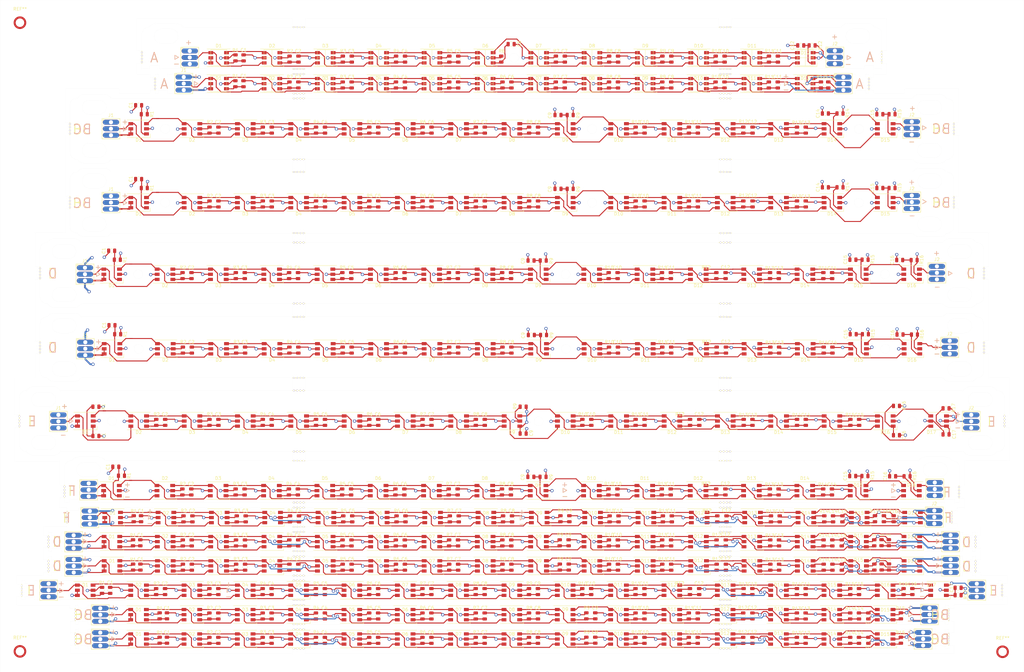
<source format=kicad_pcb>
(kicad_pcb (version 20171130) (host pcbnew "(5.0.0-3-g5ebb6b6)")
  (layers (0 F.Cu signal) (1 In1.Cu power hide) (2 In2.Cu power hide) (31 B.Cu signal) (34 B.Paste user) (35 F.Paste user) (36 B.SilkS user) (37 F.SilkS user) (38 B.Mask user) (39 F.Mask user) (44 Edge.Cuts user))
  (net 0 "")
  (net 1 +5V)
  (net 2 "Net-(D1-Pad4)")
  (net 3 GND)
  (net 4 "Net-(D10-Pad4)")
  (net 5 "Net-(D12-Pad3)")
  (net 6 "Net-(C12-Pad1)")
  (net 7 "Net-(C11-Pad1)")
  (net 8 "Net-(C10-Pad1)")
  (net 9 "Net-(C9-Pad1)")
  (net 10 "Net-(C8-Pad1)")
  (net 11 "Net-(C7-Pad1)")
  (net 12 "Net-(C6-Pad1)")
  (net 13 "Net-(C5-Pad1)")
  (net 14 "Net-(C4-Pad1)")
  (net 15 "Net-(C3-Pad1)")
  (net 16 "Net-(C2-Pad1)")
  (net 17 "Net-(C1-Pad1)")
  (net 18 "Net-(D2-Pad3)")
  (net 19 "Net-(D1-Pad3)")
  (net 20 "Net-(D3-Pad3)")
  (net 21 "Net-(D4-Pad3)")
  (net 22 "Net-(D5-Pad3)")
  (net 23 "Net-(D6-Pad3)")
  (net 24 "Net-(D7-Pad3)")
  (net 25 "Net-(D10-Pad6)")
  (net 26 "Net-(D10-Pad3)")
  (net 27 "Net-(D11-Pad3)")
  (net 28 "Net-(C15-Pad1)")
  (net 29 "Net-(C14-Pad1)")
  (net 30 "Net-(C13-Pad1)")
  (net 31 "Net-(D13-Pad3)")
  (net 32 "Net-(D14-Pad3)")
  (net 33 "Net-(D15-Pad3)")
  (net 34 "Net-(C16-Pad1)")
  (net 35 "Net-(D16-Pad3)")
  (net 36 "Net-(D17-Pad3)")
  (net 37 "Net-(C17-Pad1)")
  (module Fiducial:Fiducial_Modern_CopperTop (layer F.Cu) (at 344.814 230.9)
    (fp_text reference REF** (at 0.03048 -4.26974) (layer F.SilkS))
    (fp_text value Fiducial_Modern_CopperTop)
    (fp_circle (center 0 0) (end 1.7907 0) (layer F.Cu) (width 0.381))
    (fp_circle (center 0 0) (end 1.52908 0) (layer F.Cu) (width 0.381))
  )
  (module Fiducial:Fiducial_Modern_CopperTop (layer F.Cu) (at 37.728 230.773)
    (fp_text reference REF** (at 0.03048 -4.26974) (layer F.SilkS))
    (fp_text value Fiducial_Modern_CopperTop)
    (fp_circle (center 0 0) (end 1.52908 0) (layer F.Cu) (width 0.381))
    (fp_circle (center 0 0) (end 1.7907 0) (layer F.Cu) (width 0.381))
  )
  (module YonaFootprints:MousebiteTabSingle4mm (layer F.Cu) (at 79.95 53.4 90)
    (fp_text reference REF** hide)
    (fp_text value MousebiteTabSingle4mm hide)
    (pad "" thru_hole circle (at -1.5 0 270) (size 0.5 0.5) (drill 0.5) (layers *.Cu *.Mask))
    (pad "" thru_hole circle (at -0.5 0 270) (size 0.5 0.5) (drill 0.5) (layers *.Cu *.Mask))
    (pad "" thru_hole circle (at 1.5 0 270) (size 0.5 0.5) (drill 0.5) (layers *.Cu *.Mask))
    (pad "" thru_hole circle (at 0.5 0 270) (size 0.5 0.5) (drill 0.5) (layers *.Cu *.Mask))
  )
  (module YonaFootprints:MousebiteTabSingle4mm (layer F.Cu) (at 328.95 188.85 90)
    (fp_text reference REF** hide)
    (fp_text value MousebiteTabSingle4mm hide)
    (pad "" thru_hole circle (at 0.5 0 270) (size 0.5 0.5) (drill 0.5) (layers *.Cu *.Mask))
    (pad "" thru_hole circle (at 1.5 0 270) (size 0.5 0.5) (drill 0.5) (layers *.Cu *.Mask))
    (pad "" thru_hole circle (at -0.5 0 270) (size 0.5 0.5) (drill 0.5) (layers *.Cu *.Mask))
    (pad "" thru_hole circle (at -1.5 0 270) (size 0.5 0.5) (drill 0.5) (layers *.Cu *.Mask))
  )
  (module YonaFootprints:MousebiteTabSingle4mm (layer F.Cu) (at 75.85 45.1 90)
    (fp_text reference REF** hide)
    (fp_text value MousebiteTabSingle4mm hide)
    (pad "" thru_hole circle (at 0.5 0 270) (size 0.5 0.5) (drill 0.5) (layers *.Cu *.Mask))
    (pad "" thru_hole circle (at 1.5 0 270) (size 0.5 0.5) (drill 0.5) (layers *.Cu *.Mask))
    (pad "" thru_hole circle (at -0.5 0 270) (size 0.5 0.5) (drill 0.5) (layers *.Cu *.Mask))
    (pad "" thru_hole circle (at -1.5 0 270) (size 0.5 0.5) (drill 0.5) (layers *.Cu *.Mask))
  )
  (module YonaFootprints:MousebiteTabSingle4mm (layer F.Cu) (at 53.35 67.45 90)
    (fp_text reference REF** hide)
    (fp_text value MousebiteTabSingle4mm hide)
    (pad "" thru_hole circle (at 0.5 0 270) (size 0.5 0.5) (drill 0.5) (layers *.Cu *.Mask))
    (pad "" thru_hole circle (at 1.5 0 270) (size 0.5 0.5) (drill 0.5) (layers *.Cu *.Mask))
    (pad "" thru_hole circle (at -0.5 0 270) (size 0.5 0.5) (drill 0.5) (layers *.Cu *.Mask))
    (pad "" thru_hole circle (at -1.5 0 270) (size 0.5 0.5) (drill 0.5) (layers *.Cu *.Mask))
  )
  (module YonaFootprints:MousebiteTabSingle4mm (layer F.Cu) (at 53.35 90.5 90)
    (fp_text reference REF** hide)
    (fp_text value MousebiteTabSingle4mm hide)
    (pad "" thru_hole circle (at 0.5 0 270) (size 0.5 0.5) (drill 0.5) (layers *.Cu *.Mask))
    (pad "" thru_hole circle (at 1.5 0 270) (size 0.5 0.5) (drill 0.5) (layers *.Cu *.Mask))
    (pad "" thru_hole circle (at -0.5 0 270) (size 0.5 0.5) (drill 0.5) (layers *.Cu *.Mask))
    (pad "" thru_hole circle (at -1.5 0 270) (size 0.5 0.5) (drill 0.5) (layers *.Cu *.Mask))
  )
  (module YonaFootprints:MousebiteTabSingle4mm (layer F.Cu) (at 44 112.6 90)
    (fp_text reference REF** hide)
    (fp_text value MousebiteTabSingle4mm hide)
    (pad "" thru_hole circle (at 0.5 0 270) (size 0.5 0.5) (drill 0.5) (layers *.Cu *.Mask))
    (pad "" thru_hole circle (at 1.5 0 270) (size 0.5 0.5) (drill 0.5) (layers *.Cu *.Mask))
    (pad "" thru_hole circle (at -0.5 0 270) (size 0.5 0.5) (drill 0.5) (layers *.Cu *.Mask))
    (pad "" thru_hole circle (at -1.5 0 270) (size 0.5 0.5) (drill 0.5) (layers *.Cu *.Mask))
  )
  (module YonaFootprints:MousebiteTabSingle4mm (layer F.Cu) (at 44 135.8 90)
    (fp_text reference REF** hide)
    (fp_text value MousebiteTabSingle4mm hide)
    (pad "" thru_hole circle (at 0.5 0 270) (size 0.5 0.5) (drill 0.5) (layers *.Cu *.Mask))
    (pad "" thru_hole circle (at 1.5 0 270) (size 0.5 0.5) (drill 0.5) (layers *.Cu *.Mask))
    (pad "" thru_hole circle (at -0.5 0 270) (size 0.5 0.5) (drill 0.5) (layers *.Cu *.Mask))
    (pad "" thru_hole circle (at -1.5 0 270) (size 0.5 0.5) (drill 0.5) (layers *.Cu *.Mask))
  )
  (module YonaFootprints:MousebiteTabSingle4mm (layer F.Cu) (at 37.55 158.85 90)
    (fp_text reference REF** hide)
    (fp_text value MousebiteTabSingle4mm hide)
    (pad "" thru_hole circle (at 0.5 0 270) (size 0.5 0.5) (drill 0.5) (layers *.Cu *.Mask))
    (pad "" thru_hole circle (at 1.5 0 270) (size 0.5 0.5) (drill 0.5) (layers *.Cu *.Mask))
    (pad "" thru_hole circle (at -0.5 0 270) (size 0.5 0.5) (drill 0.5) (layers *.Cu *.Mask))
    (pad "" thru_hole circle (at -1.5 0 270) (size 0.5 0.5) (drill 0.5) (layers *.Cu *.Mask))
  )
  (module YonaFootprints:MousebiteTabSingle4mm (layer F.Cu) (at 51.65 180.8 90)
    (fp_text reference REF** hide)
    (fp_text value MousebiteTabSingle4mm hide)
    (pad "" thru_hole circle (at 0.5 0 270) (size 0.5 0.5) (drill 0.5) (layers *.Cu *.Mask))
    (pad "" thru_hole circle (at 1.5 0 270) (size 0.5 0.5) (drill 0.5) (layers *.Cu *.Mask))
    (pad "" thru_hole circle (at -0.5 0 270) (size 0.5 0.5) (drill 0.5) (layers *.Cu *.Mask))
    (pad "" thru_hole circle (at -1.5 0 270) (size 0.5 0.5) (drill 0.5) (layers *.Cu *.Mask))
  )
  (module YonaFootprints:MousebiteTabSingle4mm (layer F.Cu) (at 52.45 188.85 90)
    (fp_text reference REF** hide)
    (fp_text value MousebiteTabSingle4mm hide)
    (pad "" thru_hole circle (at 0.5 0 270) (size 0.5 0.5) (drill 0.5) (layers *.Cu *.Mask))
    (pad "" thru_hole circle (at 1.5 0 270) (size 0.5 0.5) (drill 0.5) (layers *.Cu *.Mask))
    (pad "" thru_hole circle (at -0.5 0 270) (size 0.5 0.5) (drill 0.5) (layers *.Cu *.Mask))
    (pad "" thru_hole circle (at -1.5 0 270) (size 0.5 0.5) (drill 0.5) (layers *.Cu *.Mask))
  )
  (module YonaFootprints:MousebiteTabSingle4mm (layer F.Cu) (at 46.65 196.5 90)
    (fp_text reference REF** hide)
    (fp_text value MousebiteTabSingle4mm hide)
    (pad "" thru_hole circle (at 0.5 0 270) (size 0.5 0.5) (drill 0.5) (layers *.Cu *.Mask))
    (pad "" thru_hole circle (at 1.5 0 270) (size 0.5 0.5) (drill 0.5) (layers *.Cu *.Mask))
    (pad "" thru_hole circle (at -0.5 0 270) (size 0.5 0.5) (drill 0.5) (layers *.Cu *.Mask))
    (pad "" thru_hole circle (at -1.5 0 270) (size 0.5 0.5) (drill 0.5) (layers *.Cu *.Mask))
  )
  (module YonaFootprints:MousebiteTabSingle4mm (layer F.Cu) (at 46.65 204.1 90)
    (fp_text reference REF** hide)
    (fp_text value MousebiteTabSingle4mm hide)
    (pad "" thru_hole circle (at 0.5 0 270) (size 0.5 0.5) (drill 0.5) (layers *.Cu *.Mask))
    (pad "" thru_hole circle (at 1.5 0 270) (size 0.5 0.5) (drill 0.5) (layers *.Cu *.Mask))
    (pad "" thru_hole circle (at -0.5 0 270) (size 0.5 0.5) (drill 0.5) (layers *.Cu *.Mask))
    (pad "" thru_hole circle (at -1.5 0 270) (size 0.5 0.5) (drill 0.5) (layers *.Cu *.Mask))
  )
  (module YonaFootprints:MousebiteTabSingle4mm (layer F.Cu) (at 38.3 211.75 90)
    (fp_text reference REF** hide)
    (fp_text value MousebiteTabSingle4mm hide)
    (pad "" thru_hole circle (at 0.5 0 270) (size 0.5 0.5) (drill 0.5) (layers *.Cu *.Mask))
    (pad "" thru_hole circle (at 1.5 0 270) (size 0.5 0.5) (drill 0.5) (layers *.Cu *.Mask))
    (pad "" thru_hole circle (at -0.5 0 270) (size 0.5 0.5) (drill 0.5) (layers *.Cu *.Mask))
    (pad "" thru_hole circle (at -1.5 0 270) (size 0.5 0.5) (drill 0.5) (layers *.Cu *.Mask))
  )
  (module YonaFootprints:MousebiteTabSingle4mm (layer F.Cu) (at 55 219.3 90)
    (fp_text reference REF** hide)
    (fp_text value MousebiteTabSingle4mm hide)
    (pad "" thru_hole circle (at 0.5 0 270) (size 0.5 0.5) (drill 0.5) (layers *.Cu *.Mask))
    (pad "" thru_hole circle (at 1.5 0 270) (size 0.5 0.5) (drill 0.5) (layers *.Cu *.Mask))
    (pad "" thru_hole circle (at -0.5 0 270) (size 0.5 0.5) (drill 0.5) (layers *.Cu *.Mask))
    (pad "" thru_hole circle (at -1.5 0 270) (size 0.5 0.5) (drill 0.5) (layers *.Cu *.Mask))
  )
  (module YonaFootprints:MousebiteTabSingle4mm (layer F.Cu) (at 55 226.9 90)
    (fp_text reference REF** hide)
    (fp_text value MousebiteTabSingle4mm hide)
    (pad "" thru_hole circle (at 0.5 0 270) (size 0.5 0.5) (drill 0.5) (layers *.Cu *.Mask))
    (pad "" thru_hole circle (at 1.5 0 270) (size 0.5 0.5) (drill 0.5) (layers *.Cu *.Mask))
    (pad "" thru_hole circle (at -0.5 0 270) (size 0.5 0.5) (drill 0.5) (layers *.Cu *.Mask))
    (pad "" thru_hole circle (at -1.5 0 270) (size 0.5 0.5) (drill 0.5) (layers *.Cu *.Mask))
  )
  (module YonaFootprints:MousebiteTabSingle4mm (layer F.Cu) (at 328 226.95 90)
    (fp_text reference REF** hide)
    (fp_text value MousebiteTabSingle4mm hide)
    (pad "" thru_hole circle (at 0.5 0 270) (size 0.5 0.5) (drill 0.5) (layers *.Cu *.Mask))
    (pad "" thru_hole circle (at 1.5 0 270) (size 0.5 0.5) (drill 0.5) (layers *.Cu *.Mask))
    (pad "" thru_hole circle (at -0.5 0 270) (size 0.5 0.5) (drill 0.5) (layers *.Cu *.Mask))
    (pad "" thru_hole circle (at -1.5 0 270) (size 0.5 0.5) (drill 0.5) (layers *.Cu *.Mask))
  )
  (module YonaFootprints:MousebiteTabSingle4mm (layer F.Cu) (at 328 219.35 90)
    (fp_text reference REF** hide)
    (fp_text value MousebiteTabSingle4mm hide)
    (pad "" thru_hole circle (at 0.5 0 270) (size 0.5 0.5) (drill 0.5) (layers *.Cu *.Mask))
    (pad "" thru_hole circle (at 1.5 0 270) (size 0.5 0.5) (drill 0.5) (layers *.Cu *.Mask))
    (pad "" thru_hole circle (at -0.5 0 270) (size 0.5 0.5) (drill 0.5) (layers *.Cu *.Mask))
    (pad "" thru_hole circle (at -1.5 0 270) (size 0.5 0.5) (drill 0.5) (layers *.Cu *.Mask))
  )
  (module YonaFootprints:MousebiteTabSingle4mm (layer F.Cu) (at 344.65 211.65 90)
    (fp_text reference REF** hide)
    (fp_text value MousebiteTabSingle4mm hide)
    (pad "" thru_hole circle (at 0.5 0 270) (size 0.5 0.5) (drill 0.5) (layers *.Cu *.Mask))
    (pad "" thru_hole circle (at 1.5 0 270) (size 0.5 0.5) (drill 0.5) (layers *.Cu *.Mask))
    (pad "" thru_hole circle (at -0.5 0 270) (size 0.5 0.5) (drill 0.5) (layers *.Cu *.Mask))
    (pad "" thru_hole circle (at -1.5 0 270) (size 0.5 0.5) (drill 0.5) (layers *.Cu *.Mask))
  )
  (module YonaFootprints:MousebiteTabSingle4mm (layer F.Cu) (at 336.35 204.15 90)
    (fp_text reference REF** hide)
    (fp_text value MousebiteTabSingle4mm hide)
    (pad "" thru_hole circle (at 0.5 0 270) (size 0.5 0.5) (drill 0.5) (layers *.Cu *.Mask))
    (pad "" thru_hole circle (at 1.5 0 270) (size 0.5 0.5) (drill 0.5) (layers *.Cu *.Mask))
    (pad "" thru_hole circle (at -0.5 0 270) (size 0.5 0.5) (drill 0.5) (layers *.Cu *.Mask))
    (pad "" thru_hole circle (at -1.5 0 270) (size 0.5 0.5) (drill 0.5) (layers *.Cu *.Mask))
  )
  (module YonaFootprints:MousebiteTabSingle4mm (layer F.Cu) (at 336.35 196.5 90)
    (fp_text reference REF** hide)
    (fp_text value MousebiteTabSingle4mm hide)
    (pad "" thru_hole circle (at 0.5 0 270) (size 0.5 0.5) (drill 0.5) (layers *.Cu *.Mask))
    (pad "" thru_hole circle (at 1.5 0 270) (size 0.5 0.5) (drill 0.5) (layers *.Cu *.Mask))
    (pad "" thru_hole circle (at -0.5 0 270) (size 0.5 0.5) (drill 0.5) (layers *.Cu *.Mask))
    (pad "" thru_hole circle (at -1.5 0 270) (size 0.5 0.5) (drill 0.5) (layers *.Cu *.Mask))
  )
  (module YonaFootprints:MousebiteTabSingle4mm (layer F.Cu) (at 331.2 180.95 90)
    (fp_text reference REF** hide)
    (fp_text value MousebiteTabSingle4mm hide)
    (pad "" thru_hole circle (at 0.5 0 270) (size 0.5 0.5) (drill 0.5) (layers *.Cu *.Mask))
    (pad "" thru_hole circle (at 1.5 0 270) (size 0.5 0.5) (drill 0.5) (layers *.Cu *.Mask))
    (pad "" thru_hole circle (at -0.5 0 270) (size 0.5 0.5) (drill 0.5) (layers *.Cu *.Mask))
    (pad "" thru_hole circle (at -1.5 0 270) (size 0.5 0.5) (drill 0.5) (layers *.Cu *.Mask))
  )
  (module YonaFootprints:MousebiteTabSingle4mm (layer F.Cu) (at 345.4 158.8 90)
    (fp_text reference REF** hide)
    (fp_text value MousebiteTabSingle4mm hide)
    (pad "" thru_hole circle (at 0.5 0 270) (size 0.5 0.5) (drill 0.5) (layers *.Cu *.Mask))
    (pad "" thru_hole circle (at 1.5 0 270) (size 0.5 0.5) (drill 0.5) (layers *.Cu *.Mask))
    (pad "" thru_hole circle (at -0.5 0 270) (size 0.5 0.5) (drill 0.5) (layers *.Cu *.Mask))
    (pad "" thru_hole circle (at -1.5 0 270) (size 0.5 0.5) (drill 0.5) (layers *.Cu *.Mask))
  )
  (module YonaFootprints:MousebiteTabSingle4mm (layer F.Cu) (at 339 135.85 90)
    (fp_text reference REF** hide)
    (fp_text value MousebiteTabSingle4mm hide)
    (pad "" thru_hole circle (at 0.5 0 270) (size 0.5 0.5) (drill 0.5) (layers *.Cu *.Mask))
    (pad "" thru_hole circle (at 1.5 0 270) (size 0.5 0.5) (drill 0.5) (layers *.Cu *.Mask))
    (pad "" thru_hole circle (at -0.5 0 270) (size 0.5 0.5) (drill 0.5) (layers *.Cu *.Mask))
    (pad "" thru_hole circle (at -1.5 0 270) (size 0.5 0.5) (drill 0.5) (layers *.Cu *.Mask))
  )
  (module YonaFootprints:MousebiteTabSingle4mm (layer F.Cu) (at 339 112.6 90)
    (fp_text reference REF** hide)
    (fp_text value MousebiteTabSingle4mm hide)
    (pad "" thru_hole circle (at 0.5 0 270) (size 0.5 0.5) (drill 0.5) (layers *.Cu *.Mask))
    (pad "" thru_hole circle (at 1.5 0 270) (size 0.5 0.5) (drill 0.5) (layers *.Cu *.Mask))
    (pad "" thru_hole circle (at -0.5 0 270) (size 0.5 0.5) (drill 0.5) (layers *.Cu *.Mask))
    (pad "" thru_hole circle (at -1.5 0 270) (size 0.5 0.5) (drill 0.5) (layers *.Cu *.Mask))
  )
  (module YonaFootprints:MousebiteTabSingle4mm (layer F.Cu) (at 329.6 90.45 90)
    (fp_text reference REF** hide)
    (fp_text value MousebiteTabSingle4mm hide)
    (pad "" thru_hole circle (at 0.5 0 270) (size 0.5 0.5) (drill 0.5) (layers *.Cu *.Mask))
    (pad "" thru_hole circle (at 1.5 0 270) (size 0.5 0.5) (drill 0.5) (layers *.Cu *.Mask))
    (pad "" thru_hole circle (at -0.5 0 270) (size 0.5 0.5) (drill 0.5) (layers *.Cu *.Mask))
    (pad "" thru_hole circle (at -1.5 0 270) (size 0.5 0.5) (drill 0.5) (layers *.Cu *.Mask))
  )
  (module YonaFootprints:MousebiteTabSingle4mm (layer F.Cu) (at 329.6 67.45 90)
    (fp_text reference REF** hide)
    (fp_text value MousebiteTabSingle4mm hide)
    (pad "" thru_hole circle (at 0.5 0 270) (size 0.5 0.5) (drill 0.5) (layers *.Cu *.Mask))
    (pad "" thru_hole circle (at 1.5 0 270) (size 0.5 0.5) (drill 0.5) (layers *.Cu *.Mask))
    (pad "" thru_hole circle (at -0.5 0 270) (size 0.5 0.5) (drill 0.5) (layers *.Cu *.Mask))
    (pad "" thru_hole circle (at -1.5 0 270) (size 0.5 0.5) (drill 0.5) (layers *.Cu *.Mask))
  )
  (module YonaFootprints:MousebiteTabSingle4mm (layer F.Cu) (at 303.05 53.4 90)
    (fp_text reference REF** hide)
    (fp_text value MousebiteTabSingle4mm hide)
    (pad "" thru_hole circle (at 0.5 0 270) (size 0.5 0.5) (drill 0.5) (layers *.Cu *.Mask))
    (pad "" thru_hole circle (at 1.5 0 270) (size 0.5 0.5) (drill 0.5) (layers *.Cu *.Mask))
    (pad "" thru_hole circle (at -0.5 0 270) (size 0.5 0.5) (drill 0.5) (layers *.Cu *.Mask))
    (pad "" thru_hole circle (at -1.5 0 270) (size 0.5 0.5) (drill 0.5) (layers *.Cu *.Mask))
  )
  (module YonaFootprints:MousebiteTabSingle4mm (layer F.Cu) (at 307.05 45.05 90)
    (fp_text reference REF** hide)
    (fp_text value MousebiteTabSingle4mm hide)
    (pad "" thru_hole circle (at 0.5 0 270) (size 0.5 0.5) (drill 0.5) (layers *.Cu *.Mask))
    (pad "" thru_hole circle (at 1.5 0 270) (size 0.5 0.5) (drill 0.5) (layers *.Cu *.Mask))
    (pad "" thru_hole circle (at -0.5 0 270) (size 0.5 0.5) (drill 0.5) (layers *.Cu *.Mask))
    (pad "" thru_hole circle (at -1.5 0 270) (size 0.5 0.5) (drill 0.5) (layers *.Cu *.Mask))
  )
  (module YonaFootprints:MousebiteTabSingle4mm (layer F.Cu) (at 258.15 229.9)
    (fp_text reference REF** hide)
    (fp_text value MousebiteTabSingle4mm hide)
    (pad "" thru_hole circle (at 0.5 0 180) (size 0.5 0.5) (drill 0.5) (layers *.Cu *.Mask))
    (pad "" thru_hole circle (at 1.5 0 180) (size 0.5 0.5) (drill 0.5) (layers *.Cu *.Mask))
    (pad "" thru_hole circle (at -0.5 0 180) (size 0.5 0.5) (drill 0.5) (layers *.Cu *.Mask))
    (pad "" thru_hole circle (at -1.5 0 180) (size 0.5 0.5) (drill 0.5) (layers *.Cu *.Mask))
  )
  (module YonaFootprints:MousebiteTabSingle4mm (layer F.Cu) (at 124.85 229.9)
    (fp_text reference REF** hide)
    (fp_text value MousebiteTabSingle4mm hide)
    (pad "" thru_hole circle (at 0.5 0 180) (size 0.5 0.5) (drill 0.5) (layers *.Cu *.Mask))
    (pad "" thru_hole circle (at 1.5 0 180) (size 0.5 0.5) (drill 0.5) (layers *.Cu *.Mask))
    (pad "" thru_hole circle (at -0.5 0 180) (size 0.5 0.5) (drill 0.5) (layers *.Cu *.Mask))
    (pad "" thru_hole circle (at -1.5 0 180) (size 0.5 0.5) (drill 0.5) (layers *.Cu *.Mask))
  )
  (module YonaFootprints:MousebiteTabSingle4mm (layer F.Cu) (at 258.15 223.9)
    (fp_text reference REF** hide)
    (fp_text value MousebiteTabSingle4mm hide)
    (pad "" thru_hole circle (at 0.5 0 180) (size 0.5 0.5) (drill 0.5) (layers *.Cu *.Mask))
    (pad "" thru_hole circle (at 1.5 0 180) (size 0.5 0.5) (drill 0.5) (layers *.Cu *.Mask))
    (pad "" thru_hole circle (at -0.5 0 180) (size 0.5 0.5) (drill 0.5) (layers *.Cu *.Mask))
    (pad "" thru_hole circle (at -1.5 0 180) (size 0.5 0.5) (drill 0.5) (layers *.Cu *.Mask))
  )
  (module YonaFootprints:MousebiteTabSingle4mm (layer F.Cu) (at 124.85 223.9)
    (fp_text reference REF** hide)
    (fp_text value MousebiteTabSingle4mm hide)
    (pad "" thru_hole circle (at 0.5 0 180) (size 0.5 0.5) (drill 0.5) (layers *.Cu *.Mask))
    (pad "" thru_hole circle (at 1.5 0 180) (size 0.5 0.5) (drill 0.5) (layers *.Cu *.Mask))
    (pad "" thru_hole circle (at -0.5 0 180) (size 0.5 0.5) (drill 0.5) (layers *.Cu *.Mask))
    (pad "" thru_hole circle (at -1.5 0 180) (size 0.5 0.5) (drill 0.5) (layers *.Cu *.Mask))
  )
  (module YonaFootprints:MousebiteTabSingle4mm (layer F.Cu) (at 258.15 222.3)
    (fp_text reference REF** hide)
    (fp_text value MousebiteTabSingle4mm hide)
    (pad "" thru_hole circle (at 0.5 0 180) (size 0.5 0.5) (drill 0.5) (layers *.Cu *.Mask))
    (pad "" thru_hole circle (at 1.5 0 180) (size 0.5 0.5) (drill 0.5) (layers *.Cu *.Mask))
    (pad "" thru_hole circle (at -0.5 0 180) (size 0.5 0.5) (drill 0.5) (layers *.Cu *.Mask))
    (pad "" thru_hole circle (at -1.5 0 180) (size 0.5 0.5) (drill 0.5) (layers *.Cu *.Mask))
  )
  (module YonaFootprints:MousebiteTabSingle4mm (layer F.Cu) (at 124.85 222.3)
    (fp_text reference REF** hide)
    (fp_text value MousebiteTabSingle4mm hide)
    (pad "" thru_hole circle (at 0.5 0 180) (size 0.5 0.5) (drill 0.5) (layers *.Cu *.Mask))
    (pad "" thru_hole circle (at 1.5 0 180) (size 0.5 0.5) (drill 0.5) (layers *.Cu *.Mask))
    (pad "" thru_hole circle (at -0.5 0 180) (size 0.5 0.5) (drill 0.5) (layers *.Cu *.Mask))
    (pad "" thru_hole circle (at -1.5 0 180) (size 0.5 0.5) (drill 0.5) (layers *.Cu *.Mask))
  )
  (module YonaFootprints:MousebiteTabSingle4mm (layer F.Cu) (at 258.15 216.3)
    (fp_text reference REF** hide)
    (fp_text value MousebiteTabSingle4mm hide)
    (pad "" thru_hole circle (at 0.5 0 180) (size 0.5 0.5) (drill 0.5) (layers *.Cu *.Mask))
    (pad "" thru_hole circle (at 1.5 0 180) (size 0.5 0.5) (drill 0.5) (layers *.Cu *.Mask))
    (pad "" thru_hole circle (at -0.5 0 180) (size 0.5 0.5) (drill 0.5) (layers *.Cu *.Mask))
    (pad "" thru_hole circle (at -1.5 0 180) (size 0.5 0.5) (drill 0.5) (layers *.Cu *.Mask))
  )
  (module YonaFootprints:MousebiteTabSingle4mm (layer F.Cu) (at 124.85 216.3)
    (fp_text reference REF** hide)
    (fp_text value MousebiteTabSingle4mm hide)
    (pad "" thru_hole circle (at 0.5 0 180) (size 0.5 0.5) (drill 0.5) (layers *.Cu *.Mask))
    (pad "" thru_hole circle (at 1.5 0 180) (size 0.5 0.5) (drill 0.5) (layers *.Cu *.Mask))
    (pad "" thru_hole circle (at -0.5 0 180) (size 0.5 0.5) (drill 0.5) (layers *.Cu *.Mask))
    (pad "" thru_hole circle (at -1.5 0 180) (size 0.5 0.5) (drill 0.5) (layers *.Cu *.Mask))
  )
  (module YonaFootprints:MousebiteTabSingle4mm (layer F.Cu) (at 258.15 214.7)
    (fp_text reference REF** hide)
    (fp_text value MousebiteTabSingle4mm hide)
    (pad "" thru_hole circle (at 0.5 0 180) (size 0.5 0.5) (drill 0.5) (layers *.Cu *.Mask))
    (pad "" thru_hole circle (at 1.5 0 180) (size 0.5 0.5) (drill 0.5) (layers *.Cu *.Mask))
    (pad "" thru_hole circle (at -0.5 0 180) (size 0.5 0.5) (drill 0.5) (layers *.Cu *.Mask))
    (pad "" thru_hole circle (at -1.5 0 180) (size 0.5 0.5) (drill 0.5) (layers *.Cu *.Mask))
  )
  (module YonaFootprints:MousebiteTabSingle4mm (layer F.Cu) (at 124.85 214.7)
    (fp_text reference REF** hide)
    (fp_text value MousebiteTabSingle4mm hide)
    (pad "" thru_hole circle (at 0.5 0 180) (size 0.5 0.5) (drill 0.5) (layers *.Cu *.Mask))
    (pad "" thru_hole circle (at 1.5 0 180) (size 0.5 0.5) (drill 0.5) (layers *.Cu *.Mask))
    (pad "" thru_hole circle (at -0.5 0 180) (size 0.5 0.5) (drill 0.5) (layers *.Cu *.Mask))
    (pad "" thru_hole circle (at -1.5 0 180) (size 0.5 0.5) (drill 0.5) (layers *.Cu *.Mask))
  )
  (module YonaFootprints:MousebiteTabSingle4mm (layer F.Cu) (at 124.85 208.65)
    (fp_text reference REF** hide)
    (fp_text value MousebiteTabSingle4mm hide)
    (pad "" thru_hole circle (at 0.5 0 180) (size 0.5 0.5) (drill 0.5) (layers *.Cu *.Mask))
    (pad "" thru_hole circle (at 1.5 0 180) (size 0.5 0.5) (drill 0.5) (layers *.Cu *.Mask))
    (pad "" thru_hole circle (at -0.5 0 180) (size 0.5 0.5) (drill 0.5) (layers *.Cu *.Mask))
    (pad "" thru_hole circle (at -1.5 0 180) (size 0.5 0.5) (drill 0.5) (layers *.Cu *.Mask))
  )
  (module YonaFootprints:MousebiteTabSingle4mm (layer F.Cu) (at 258.15 208.65)
    (fp_text reference REF** hide)
    (fp_text value MousebiteTabSingle4mm hide)
    (pad "" thru_hole circle (at 0.5 0 180) (size 0.5 0.5) (drill 0.5) (layers *.Cu *.Mask))
    (pad "" thru_hole circle (at 1.5 0 180) (size 0.5 0.5) (drill 0.5) (layers *.Cu *.Mask))
    (pad "" thru_hole circle (at -0.5 0 180) (size 0.5 0.5) (drill 0.5) (layers *.Cu *.Mask))
    (pad "" thru_hole circle (at -1.5 0 180) (size 0.5 0.5) (drill 0.5) (layers *.Cu *.Mask))
  )
  (module YonaFootprints:MousebiteTabSingle4mm (layer F.Cu) (at 124.85 207.1)
    (fp_text reference REF** hide)
    (fp_text value MousebiteTabSingle4mm hide)
    (pad "" thru_hole circle (at 0.5 0 180) (size 0.5 0.5) (drill 0.5) (layers *.Cu *.Mask))
    (pad "" thru_hole circle (at 1.5 0 180) (size 0.5 0.5) (drill 0.5) (layers *.Cu *.Mask))
    (pad "" thru_hole circle (at -0.5 0 180) (size 0.5 0.5) (drill 0.5) (layers *.Cu *.Mask))
    (pad "" thru_hole circle (at -1.5 0 180) (size 0.5 0.5) (drill 0.5) (layers *.Cu *.Mask))
  )
  (module YonaFootprints:MousebiteTabSingle4mm (layer F.Cu) (at 258.15 207.1)
    (fp_text reference REF** hide)
    (fp_text value MousebiteTabSingle4mm hide)
    (pad "" thru_hole circle (at 0.5 0 180) (size 0.5 0.5) (drill 0.5) (layers *.Cu *.Mask))
    (pad "" thru_hole circle (at 1.5 0 180) (size 0.5 0.5) (drill 0.5) (layers *.Cu *.Mask))
    (pad "" thru_hole circle (at -0.5 0 180) (size 0.5 0.5) (drill 0.5) (layers *.Cu *.Mask))
    (pad "" thru_hole circle (at -1.5 0 180) (size 0.5 0.5) (drill 0.5) (layers *.Cu *.Mask))
  )
  (module YonaFootprints:MousebiteTabSingle4mm (layer F.Cu) (at 124.85 201.1)
    (fp_text reference REF** hide)
    (fp_text value MousebiteTabSingle4mm hide)
    (pad "" thru_hole circle (at 0.5 0 180) (size 0.5 0.5) (drill 0.5) (layers *.Cu *.Mask))
    (pad "" thru_hole circle (at 1.5 0 180) (size 0.5 0.5) (drill 0.5) (layers *.Cu *.Mask))
    (pad "" thru_hole circle (at -0.5 0 180) (size 0.5 0.5) (drill 0.5) (layers *.Cu *.Mask))
    (pad "" thru_hole circle (at -1.5 0 180) (size 0.5 0.5) (drill 0.5) (layers *.Cu *.Mask))
  )
  (module YonaFootprints:MousebiteTabSingle4mm (layer F.Cu) (at 258.15 201.1)
    (fp_text reference REF** hide)
    (fp_text value MousebiteTabSingle4mm hide)
    (pad "" thru_hole circle (at 0.5 0 180) (size 0.5 0.5) (drill 0.5) (layers *.Cu *.Mask))
    (pad "" thru_hole circle (at 1.5 0 180) (size 0.5 0.5) (drill 0.5) (layers *.Cu *.Mask))
    (pad "" thru_hole circle (at -0.5 0 180) (size 0.5 0.5) (drill 0.5) (layers *.Cu *.Mask))
    (pad "" thru_hole circle (at -1.5 0 180) (size 0.5 0.5) (drill 0.5) (layers *.Cu *.Mask))
  )
  (module YonaFootprints:MousebiteTabSingle4mm (layer F.Cu) (at 124.85 199.45)
    (fp_text reference REF** hide)
    (fp_text value MousebiteTabSingle4mm hide)
    (pad "" thru_hole circle (at 0.5 0 180) (size 0.5 0.5) (drill 0.5) (layers *.Cu *.Mask))
    (pad "" thru_hole circle (at 1.5 0 180) (size 0.5 0.5) (drill 0.5) (layers *.Cu *.Mask))
    (pad "" thru_hole circle (at -0.5 0 180) (size 0.5 0.5) (drill 0.5) (layers *.Cu *.Mask))
    (pad "" thru_hole circle (at -1.5 0 180) (size 0.5 0.5) (drill 0.5) (layers *.Cu *.Mask))
  )
  (module YonaFootprints:MousebiteTabSingle4mm (layer F.Cu) (at 258.15 199.45)
    (fp_text reference REF** hide)
    (fp_text value MousebiteTabSingle4mm hide)
    (pad "" thru_hole circle (at 0.5 0 180) (size 0.5 0.5) (drill 0.5) (layers *.Cu *.Mask))
    (pad "" thru_hole circle (at 1.5 0 180) (size 0.5 0.5) (drill 0.5) (layers *.Cu *.Mask))
    (pad "" thru_hole circle (at -0.5 0 180) (size 0.5 0.5) (drill 0.5) (layers *.Cu *.Mask))
    (pad "" thru_hole circle (at -1.5 0 180) (size 0.5 0.5) (drill 0.5) (layers *.Cu *.Mask))
  )
  (module YonaFootprints:MousebiteTabSingle4mm (layer F.Cu) (at 124.85 193.45)
    (fp_text reference REF** hide)
    (fp_text value MousebiteTabSingle4mm hide)
    (pad "" thru_hole circle (at 0.5 0 180) (size 0.5 0.5) (drill 0.5) (layers *.Cu *.Mask))
    (pad "" thru_hole circle (at 1.5 0 180) (size 0.5 0.5) (drill 0.5) (layers *.Cu *.Mask))
    (pad "" thru_hole circle (at -0.5 0 180) (size 0.5 0.5) (drill 0.5) (layers *.Cu *.Mask))
    (pad "" thru_hole circle (at -1.5 0 180) (size 0.5 0.5) (drill 0.5) (layers *.Cu *.Mask))
  )
  (module YonaFootprints:MousebiteTabSingle4mm (layer F.Cu) (at 258.15 193.45)
    (fp_text reference REF** hide)
    (fp_text value MousebiteTabSingle4mm hide)
    (pad "" thru_hole circle (at 0.5 0 180) (size 0.5 0.5) (drill 0.5) (layers *.Cu *.Mask))
    (pad "" thru_hole circle (at 1.5 0 180) (size 0.5 0.5) (drill 0.5) (layers *.Cu *.Mask))
    (pad "" thru_hole circle (at -0.5 0 180) (size 0.5 0.5) (drill 0.5) (layers *.Cu *.Mask))
    (pad "" thru_hole circle (at -1.5 0 180) (size 0.5 0.5) (drill 0.5) (layers *.Cu *.Mask))
  )
  (module YonaFootprints:MousebiteTabSingle4mm (layer F.Cu) (at 124.85 191.85)
    (fp_text reference REF** hide)
    (fp_text value MousebiteTabSingle4mm hide)
    (pad "" thru_hole circle (at 0.5 0 180) (size 0.5 0.5) (drill 0.5) (layers *.Cu *.Mask))
    (pad "" thru_hole circle (at 1.5 0 180) (size 0.5 0.5) (drill 0.5) (layers *.Cu *.Mask))
    (pad "" thru_hole circle (at -0.5 0 180) (size 0.5 0.5) (drill 0.5) (layers *.Cu *.Mask))
    (pad "" thru_hole circle (at -1.5 0 180) (size 0.5 0.5) (drill 0.5) (layers *.Cu *.Mask))
  )
  (module YonaFootprints:MousebiteTabSingle4mm (layer F.Cu) (at 258.15 191.85)
    (fp_text reference REF** hide)
    (fp_text value MousebiteTabSingle4mm hide)
    (pad "" thru_hole circle (at 0.5 0 180) (size 0.5 0.5) (drill 0.5) (layers *.Cu *.Mask))
    (pad "" thru_hole circle (at 1.5 0 180) (size 0.5 0.5) (drill 0.5) (layers *.Cu *.Mask))
    (pad "" thru_hole circle (at -0.5 0 180) (size 0.5 0.5) (drill 0.5) (layers *.Cu *.Mask))
    (pad "" thru_hole circle (at -1.5 0 180) (size 0.5 0.5) (drill 0.5) (layers *.Cu *.Mask))
  )
  (module YonaFootprints:MousebiteTabSingle4mm (layer F.Cu) (at 124.85 185.85)
    (fp_text reference REF** hide)
    (fp_text value MousebiteTabSingle4mm hide)
    (pad "" thru_hole circle (at 0.5 0 180) (size 0.5 0.5) (drill 0.5) (layers *.Cu *.Mask))
    (pad "" thru_hole circle (at 1.5 0 180) (size 0.5 0.5) (drill 0.5) (layers *.Cu *.Mask))
    (pad "" thru_hole circle (at -0.5 0 180) (size 0.5 0.5) (drill 0.5) (layers *.Cu *.Mask))
    (pad "" thru_hole circle (at -1.5 0 180) (size 0.5 0.5) (drill 0.5) (layers *.Cu *.Mask))
  )
  (module YonaFootprints:MousebiteTabSingle4mm (layer F.Cu) (at 258.15 185.85)
    (fp_text reference REF** hide)
    (fp_text value MousebiteTabSingle4mm hide)
    (pad "" thru_hole circle (at 0.5 0 180) (size 0.5 0.5) (drill 0.5) (layers *.Cu *.Mask))
    (pad "" thru_hole circle (at 1.5 0 180) (size 0.5 0.5) (drill 0.5) (layers *.Cu *.Mask))
    (pad "" thru_hole circle (at -0.5 0 180) (size 0.5 0.5) (drill 0.5) (layers *.Cu *.Mask))
    (pad "" thru_hole circle (at -1.5 0 180) (size 0.5 0.5) (drill 0.5) (layers *.Cu *.Mask))
  )
  (module YonaFootprints:MousebiteTabSingle4mm (layer F.Cu) (at 124.85 184.25)
    (fp_text reference REF** hide)
    (fp_text value MousebiteTabSingle4mm hide)
    (pad "" thru_hole circle (at 0.5 0 180) (size 0.5 0.5) (drill 0.5) (layers *.Cu *.Mask))
    (pad "" thru_hole circle (at 1.5 0 180) (size 0.5 0.5) (drill 0.5) (layers *.Cu *.Mask))
    (pad "" thru_hole circle (at -0.5 0 180) (size 0.5 0.5) (drill 0.5) (layers *.Cu *.Mask))
    (pad "" thru_hole circle (at -1.5 0 180) (size 0.5 0.5) (drill 0.5) (layers *.Cu *.Mask))
  )
  (module YonaFootprints:MousebiteTabSingle4mm (layer F.Cu) (at 258.15 184.25)
    (fp_text reference REF** hide)
    (fp_text value MousebiteTabSingle4mm hide)
    (pad "" thru_hole circle (at 0.5 0 180) (size 0.5 0.5) (drill 0.5) (layers *.Cu *.Mask))
    (pad "" thru_hole circle (at 1.5 0 180) (size 0.5 0.5) (drill 0.5) (layers *.Cu *.Mask))
    (pad "" thru_hole circle (at -0.5 0 180) (size 0.5 0.5) (drill 0.5) (layers *.Cu *.Mask))
    (pad "" thru_hole circle (at -1.5 0 180) (size 0.5 0.5) (drill 0.5) (layers *.Cu *.Mask))
  )
  (module YonaFootprints:MousebiteTabSingle4mm (layer F.Cu) (at 124.85 171.2)
    (fp_text reference REF** hide)
    (fp_text value MousebiteTabSingle4mm hide)
    (pad "" thru_hole circle (at 0.5 0 180) (size 0.5 0.5) (drill 0.5) (layers *.Cu *.Mask))
    (pad "" thru_hole circle (at 1.5 0 180) (size 0.5 0.5) (drill 0.5) (layers *.Cu *.Mask))
    (pad "" thru_hole circle (at -0.5 0 180) (size 0.5 0.5) (drill 0.5) (layers *.Cu *.Mask))
    (pad "" thru_hole circle (at -1.5 0 180) (size 0.5 0.5) (drill 0.5) (layers *.Cu *.Mask))
  )
  (module YonaFootprints:MousebiteTabSingle4mm (layer F.Cu) (at 258.15 171.2)
    (fp_text reference REF** hide)
    (fp_text value MousebiteTabSingle4mm hide)
    (pad "" thru_hole circle (at 0.5 0 180) (size 0.5 0.5) (drill 0.5) (layers *.Cu *.Mask))
    (pad "" thru_hole circle (at 1.5 0 180) (size 0.5 0.5) (drill 0.5) (layers *.Cu *.Mask))
    (pad "" thru_hole circle (at -0.5 0 180) (size 0.5 0.5) (drill 0.5) (layers *.Cu *.Mask))
    (pad "" thru_hole circle (at -1.5 0 180) (size 0.5 0.5) (drill 0.5) (layers *.Cu *.Mask))
  )
  (module YonaFootprints:MousebiteTabSingle4mm (layer F.Cu) (at 124.85 168.3)
    (fp_text reference REF** hide)
    (fp_text value MousebiteTabSingle4mm hide)
    (pad "" thru_hole circle (at 0.5 0 180) (size 0.5 0.5) (drill 0.5) (layers *.Cu *.Mask))
    (pad "" thru_hole circle (at 1.5 0 180) (size 0.5 0.5) (drill 0.5) (layers *.Cu *.Mask))
    (pad "" thru_hole circle (at -0.5 0 180) (size 0.5 0.5) (drill 0.5) (layers *.Cu *.Mask))
    (pad "" thru_hole circle (at -1.5 0 180) (size 0.5 0.5) (drill 0.5) (layers *.Cu *.Mask))
  )
  (module YonaFootprints:MousebiteTabSingle4mm (layer F.Cu) (at 258.15 168.3)
    (fp_text reference REF** hide)
    (fp_text value MousebiteTabSingle4mm hide)
    (pad "" thru_hole circle (at 0.5 0 180) (size 0.5 0.5) (drill 0.5) (layers *.Cu *.Mask))
    (pad "" thru_hole circle (at 1.5 0 180) (size 0.5 0.5) (drill 0.5) (layers *.Cu *.Mask))
    (pad "" thru_hole circle (at -0.5 0 180) (size 0.5 0.5) (drill 0.5) (layers *.Cu *.Mask))
    (pad "" thru_hole circle (at -1.5 0 180) (size 0.5 0.5) (drill 0.5) (layers *.Cu *.Mask))
  )
  (module YonaFootprints:MousebiteTabSingle4mm (layer F.Cu) (at 258.15 149.25)
    (fp_text reference REF** hide)
    (fp_text value MousebiteTabSingle4mm hide)
    (pad "" thru_hole circle (at 0.5 0 180) (size 0.5 0.5) (drill 0.5) (layers *.Cu *.Mask))
    (pad "" thru_hole circle (at 1.5 0 180) (size 0.5 0.5) (drill 0.5) (layers *.Cu *.Mask))
    (pad "" thru_hole circle (at -0.5 0 180) (size 0.5 0.5) (drill 0.5) (layers *.Cu *.Mask))
    (pad "" thru_hole circle (at -1.5 0 180) (size 0.5 0.5) (drill 0.5) (layers *.Cu *.Mask))
  )
  (module YonaFootprints:MousebiteTabSingle4mm (layer F.Cu) (at 124.85 149.25)
    (fp_text reference REF** hide)
    (fp_text value MousebiteTabSingle4mm hide)
    (pad "" thru_hole circle (at 0.5 0 180) (size 0.5 0.5) (drill 0.5) (layers *.Cu *.Mask))
    (pad "" thru_hole circle (at 1.5 0 180) (size 0.5 0.5) (drill 0.5) (layers *.Cu *.Mask))
    (pad "" thru_hole circle (at -0.5 0 180) (size 0.5 0.5) (drill 0.5) (layers *.Cu *.Mask))
    (pad "" thru_hole circle (at -1.5 0 180) (size 0.5 0.5) (drill 0.5) (layers *.Cu *.Mask))
  )
  (module YonaFootprints:MousebiteTabSingle4mm (layer F.Cu) (at 124.85 145.3)
    (fp_text reference REF** hide)
    (fp_text value MousebiteTabSingle4mm hide)
    (pad "" thru_hole circle (at 0.5 0 180) (size 0.5 0.5) (drill 0.5) (layers *.Cu *.Mask))
    (pad "" thru_hole circle (at 1.5 0 180) (size 0.5 0.5) (drill 0.5) (layers *.Cu *.Mask))
    (pad "" thru_hole circle (at -0.5 0 180) (size 0.5 0.5) (drill 0.5) (layers *.Cu *.Mask))
    (pad "" thru_hole circle (at -1.5 0 180) (size 0.5 0.5) (drill 0.5) (layers *.Cu *.Mask))
  )
  (module YonaFootprints:MousebiteTabSingle4mm (layer F.Cu) (at 258.15 145.3)
    (fp_text reference REF** hide)
    (fp_text value MousebiteTabSingle4mm hide)
    (pad "" thru_hole circle (at 0.5 0 180) (size 0.5 0.5) (drill 0.5) (layers *.Cu *.Mask))
    (pad "" thru_hole circle (at 1.5 0 180) (size 0.5 0.5) (drill 0.5) (layers *.Cu *.Mask))
    (pad "" thru_hole circle (at -0.5 0 180) (size 0.5 0.5) (drill 0.5) (layers *.Cu *.Mask))
    (pad "" thru_hole circle (at -1.5 0 180) (size 0.5 0.5) (drill 0.5) (layers *.Cu *.Mask))
  )
  (module YonaFootprints:MousebiteTabSingle4mm (layer F.Cu) (at 124.85 126.25)
    (fp_text reference REF** hide)
    (fp_text value MousebiteTabSingle4mm hide)
    (pad "" thru_hole circle (at 0.5 0 180) (size 0.5 0.5) (drill 0.5) (layers *.Cu *.Mask))
    (pad "" thru_hole circle (at 1.5 0 180) (size 0.5 0.5) (drill 0.5) (layers *.Cu *.Mask))
    (pad "" thru_hole circle (at -0.5 0 180) (size 0.5 0.5) (drill 0.5) (layers *.Cu *.Mask))
    (pad "" thru_hole circle (at -1.5 0 180) (size 0.5 0.5) (drill 0.5) (layers *.Cu *.Mask))
  )
  (module YonaFootprints:MousebiteTabSingle4mm (layer F.Cu) (at 258.15 126.25)
    (fp_text reference REF** hide)
    (fp_text value MousebiteTabSingle4mm hide)
    (pad "" thru_hole circle (at 0.5 0 180) (size 0.5 0.5) (drill 0.5) (layers *.Cu *.Mask))
    (pad "" thru_hole circle (at 1.5 0 180) (size 0.5 0.5) (drill 0.5) (layers *.Cu *.Mask))
    (pad "" thru_hole circle (at -0.5 0 180) (size 0.5 0.5) (drill 0.5) (layers *.Cu *.Mask))
    (pad "" thru_hole circle (at -1.5 0 180) (size 0.5 0.5) (drill 0.5) (layers *.Cu *.Mask))
  )
  (module YonaFootprints:MousebiteTabSingle4mm (layer F.Cu) (at 124.85 122.05)
    (fp_text reference REF** hide)
    (fp_text value MousebiteTabSingle4mm hide)
    (pad "" thru_hole circle (at 0.5 0 180) (size 0.5 0.5) (drill 0.5) (layers *.Cu *.Mask))
    (pad "" thru_hole circle (at 1.5 0 180) (size 0.5 0.5) (drill 0.5) (layers *.Cu *.Mask))
    (pad "" thru_hole circle (at -0.5 0 180) (size 0.5 0.5) (drill 0.5) (layers *.Cu *.Mask))
    (pad "" thru_hole circle (at -1.5 0 180) (size 0.5 0.5) (drill 0.5) (layers *.Cu *.Mask))
  )
  (module YonaFootprints:MousebiteTabSingle4mm (layer F.Cu) (at 258.15 122.05)
    (fp_text reference REF** hide)
    (fp_text value MousebiteTabSingle4mm hide)
    (pad "" thru_hole circle (at 0.5 0 180) (size 0.5 0.5) (drill 0.5) (layers *.Cu *.Mask))
    (pad "" thru_hole circle (at 1.5 0 180) (size 0.5 0.5) (drill 0.5) (layers *.Cu *.Mask))
    (pad "" thru_hole circle (at -0.5 0 180) (size 0.5 0.5) (drill 0.5) (layers *.Cu *.Mask))
    (pad "" thru_hole circle (at -1.5 0 180) (size 0.5 0.5) (drill 0.5) (layers *.Cu *.Mask))
  )
  (module YonaFootprints:MousebiteTabSingle4mm (layer F.Cu) (at 124.85 103)
    (fp_text reference REF** hide)
    (fp_text value MousebiteTabSingle4mm hide)
    (pad "" thru_hole circle (at 0.5 0 180) (size 0.5 0.5) (drill 0.5) (layers *.Cu *.Mask))
    (pad "" thru_hole circle (at 1.5 0 180) (size 0.5 0.5) (drill 0.5) (layers *.Cu *.Mask))
    (pad "" thru_hole circle (at -0.5 0 180) (size 0.5 0.5) (drill 0.5) (layers *.Cu *.Mask))
    (pad "" thru_hole circle (at -1.5 0 180) (size 0.5 0.5) (drill 0.5) (layers *.Cu *.Mask))
  )
  (module YonaFootprints:MousebiteTabSingle4mm (layer F.Cu) (at 258.15 103)
    (fp_text reference REF** hide)
    (fp_text value MousebiteTabSingle4mm hide)
    (pad "" thru_hole circle (at 0.5 0 180) (size 0.5 0.5) (drill 0.5) (layers *.Cu *.Mask))
    (pad "" thru_hole circle (at 1.5 0 180) (size 0.5 0.5) (drill 0.5) (layers *.Cu *.Mask))
    (pad "" thru_hole circle (at -0.5 0 180) (size 0.5 0.5) (drill 0.5) (layers *.Cu *.Mask))
    (pad "" thru_hole circle (at -1.5 0 180) (size 0.5 0.5) (drill 0.5) (layers *.Cu *.Mask))
  )
  (module YonaFootprints:MousebiteTabSingle4mm (layer F.Cu) (at 124.85 100.05)
    (fp_text reference REF** hide)
    (fp_text value MousebiteTabSingle4mm hide)
    (pad "" thru_hole circle (at 0.5 0 180) (size 0.5 0.5) (drill 0.5) (layers *.Cu *.Mask))
    (pad "" thru_hole circle (at 1.5 0 180) (size 0.5 0.5) (drill 0.5) (layers *.Cu *.Mask))
    (pad "" thru_hole circle (at -0.5 0 180) (size 0.5 0.5) (drill 0.5) (layers *.Cu *.Mask))
    (pad "" thru_hole circle (at -1.5 0 180) (size 0.5 0.5) (drill 0.5) (layers *.Cu *.Mask))
  )
  (module YonaFootprints:MousebiteTabSingle4mm (layer F.Cu) (at 258.15 100.05)
    (fp_text reference REF** hide)
    (fp_text value MousebiteTabSingle4mm hide)
    (pad "" thru_hole circle (at 0.5 0 180) (size 0.5 0.5) (drill 0.5) (layers *.Cu *.Mask))
    (pad "" thru_hole circle (at 1.5 0 180) (size 0.5 0.5) (drill 0.5) (layers *.Cu *.Mask))
    (pad "" thru_hole circle (at -0.5 0 180) (size 0.5 0.5) (drill 0.5) (layers *.Cu *.Mask))
    (pad "" thru_hole circle (at -1.5 0 180) (size 0.5 0.5) (drill 0.5) (layers *.Cu *.Mask))
  )
  (module YonaFootprints:MousebiteTabSingle4mm (layer F.Cu) (at 124.85 80.95)
    (fp_text reference REF** hide)
    (fp_text value MousebiteTabSingle4mm hide)
    (pad "" thru_hole circle (at 0.5 0 180) (size 0.5 0.5) (drill 0.5) (layers *.Cu *.Mask))
    (pad "" thru_hole circle (at 1.5 0 180) (size 0.5 0.5) (drill 0.5) (layers *.Cu *.Mask))
    (pad "" thru_hole circle (at -0.5 0 180) (size 0.5 0.5) (drill 0.5) (layers *.Cu *.Mask))
    (pad "" thru_hole circle (at -1.5 0 180) (size 0.5 0.5) (drill 0.5) (layers *.Cu *.Mask))
  )
  (module YonaFootprints:MousebiteTabSingle4mm (layer F.Cu) (at 258.15 80.95)
    (fp_text reference REF** hide)
    (fp_text value MousebiteTabSingle4mm hide)
    (pad "" thru_hole circle (at 0.5 0 180) (size 0.5 0.5) (drill 0.5) (layers *.Cu *.Mask))
    (pad "" thru_hole circle (at 1.5 0 180) (size 0.5 0.5) (drill 0.5) (layers *.Cu *.Mask))
    (pad "" thru_hole circle (at -0.5 0 180) (size 0.5 0.5) (drill 0.5) (layers *.Cu *.Mask))
    (pad "" thru_hole circle (at -1.5 0 180) (size 0.5 0.5) (drill 0.5) (layers *.Cu *.Mask))
  )
  (module YonaFootprints:MousebiteTabSingle4mm (layer F.Cu) (at 124.85 77)
    (fp_text reference REF** hide)
    (fp_text value MousebiteTabSingle4mm hide)
    (pad "" thru_hole circle (at 0.5 0 180) (size 0.5 0.5) (drill 0.5) (layers *.Cu *.Mask))
    (pad "" thru_hole circle (at 1.5 0 180) (size 0.5 0.5) (drill 0.5) (layers *.Cu *.Mask))
    (pad "" thru_hole circle (at -0.5 0 180) (size 0.5 0.5) (drill 0.5) (layers *.Cu *.Mask))
    (pad "" thru_hole circle (at -1.5 0 180) (size 0.5 0.5) (drill 0.5) (layers *.Cu *.Mask))
  )
  (module YonaFootprints:MousebiteTabSingle4mm (layer F.Cu) (at 258.15 77)
    (fp_text reference REF** hide)
    (fp_text value MousebiteTabSingle4mm hide)
    (pad "" thru_hole circle (at 0.5 0 180) (size 0.5 0.5) (drill 0.5) (layers *.Cu *.Mask))
    (pad "" thru_hole circle (at 1.5 0 180) (size 0.5 0.5) (drill 0.5) (layers *.Cu *.Mask))
    (pad "" thru_hole circle (at -0.5 0 180) (size 0.5 0.5) (drill 0.5) (layers *.Cu *.Mask))
    (pad "" thru_hole circle (at -1.5 0 180) (size 0.5 0.5) (drill 0.5) (layers *.Cu *.Mask))
  )
  (module YonaFootprints:MousebiteTabSingle4mm (layer F.Cu) (at 124.85 57.95)
    (fp_text reference REF** hide)
    (fp_text value MousebiteTabSingle4mm hide)
    (pad "" thru_hole circle (at 0.5 0 180) (size 0.5 0.5) (drill 0.5) (layers *.Cu *.Mask))
    (pad "" thru_hole circle (at 1.5 0 180) (size 0.5 0.5) (drill 0.5) (layers *.Cu *.Mask))
    (pad "" thru_hole circle (at -0.5 0 180) (size 0.5 0.5) (drill 0.5) (layers *.Cu *.Mask))
    (pad "" thru_hole circle (at -1.5 0 180) (size 0.5 0.5) (drill 0.5) (layers *.Cu *.Mask))
  )
  (module YonaFootprints:MousebiteTabSingle4mm (layer F.Cu) (at 258.15 57.95)
    (fp_text reference REF** hide)
    (fp_text value MousebiteTabSingle4mm hide)
    (pad "" thru_hole circle (at 0.5 0 180) (size 0.5 0.5) (drill 0.5) (layers *.Cu *.Mask))
    (pad "" thru_hole circle (at 1.5 0 180) (size 0.5 0.5) (drill 0.5) (layers *.Cu *.Mask))
    (pad "" thru_hole circle (at -0.5 0 180) (size 0.5 0.5) (drill 0.5) (layers *.Cu *.Mask))
    (pad "" thru_hole circle (at -1.5 0 180) (size 0.5 0.5) (drill 0.5) (layers *.Cu *.Mask))
  )
  (module YonaFootprints:MousebiteTabSingle4mm (layer F.Cu) (at 124.85 56.4)
    (fp_text reference REF** hide)
    (fp_text value MousebiteTabSingle4mm hide)
    (pad "" thru_hole circle (at 0.5 0 180) (size 0.5 0.5) (drill 0.5) (layers *.Cu *.Mask))
    (pad "" thru_hole circle (at 1.5 0 180) (size 0.5 0.5) (drill 0.5) (layers *.Cu *.Mask))
    (pad "" thru_hole circle (at -0.5 0 180) (size 0.5 0.5) (drill 0.5) (layers *.Cu *.Mask))
    (pad "" thru_hole circle (at -1.5 0 180) (size 0.5 0.5) (drill 0.5) (layers *.Cu *.Mask))
  )
  (module YonaFootprints:MousebiteTabSingle4mm (layer F.Cu) (at 258.15 56.4)
    (fp_text reference REF** hide)
    (fp_text value MousebiteTabSingle4mm hide)
    (pad "" thru_hole circle (at 0.5 0 180) (size 0.5 0.5) (drill 0.5) (layers *.Cu *.Mask))
    (pad "" thru_hole circle (at 1.5 0 180) (size 0.5 0.5) (drill 0.5) (layers *.Cu *.Mask))
    (pad "" thru_hole circle (at -0.5 0 180) (size 0.5 0.5) (drill 0.5) (layers *.Cu *.Mask))
    (pad "" thru_hole circle (at -1.5 0 180) (size 0.5 0.5) (drill 0.5) (layers *.Cu *.Mask))
  )
  (module YonaFootprints:MousebiteTabSingle4mm (layer F.Cu) (at 124.85 50.35)
    (fp_text reference REF** hide)
    (fp_text value MousebiteTabSingle4mm hide)
    (pad "" thru_hole circle (at 0.5 0 180) (size 0.5 0.5) (drill 0.5) (layers *.Cu *.Mask))
    (pad "" thru_hole circle (at 1.5 0 180) (size 0.5 0.5) (drill 0.5) (layers *.Cu *.Mask))
    (pad "" thru_hole circle (at -0.5 0 180) (size 0.5 0.5) (drill 0.5) (layers *.Cu *.Mask))
    (pad "" thru_hole circle (at -1.5 0 180) (size 0.5 0.5) (drill 0.5) (layers *.Cu *.Mask))
  )
  (module YonaFootprints:MousebiteTabSingle4mm (layer F.Cu) (at 258.15 50.35)
    (fp_text reference REF** hide)
    (fp_text value MousebiteTabSingle4mm hide)
    (pad "" thru_hole circle (at 0.5 0 180) (size 0.5 0.5) (drill 0.5) (layers *.Cu *.Mask))
    (pad "" thru_hole circle (at 1.5 0 180) (size 0.5 0.5) (drill 0.5) (layers *.Cu *.Mask))
    (pad "" thru_hole circle (at -0.5 0 180) (size 0.5 0.5) (drill 0.5) (layers *.Cu *.Mask))
    (pad "" thru_hole circle (at -1.5 0 180) (size 0.5 0.5) (drill 0.5) (layers *.Cu *.Mask))
  )
  (module YonaFootprints:MousebiteTabSingle4mm (layer F.Cu) (at 124.85 48.75)
    (fp_text reference REF** hide)
    (fp_text value MousebiteTabSingle4mm hide)
    (pad "" thru_hole circle (at 0.5 0 180) (size 0.5 0.5) (drill 0.5) (layers *.Cu *.Mask))
    (pad "" thru_hole circle (at 1.5 0 180) (size 0.5 0.5) (drill 0.5) (layers *.Cu *.Mask))
    (pad "" thru_hole circle (at -0.5 0 180) (size 0.5 0.5) (drill 0.5) (layers *.Cu *.Mask))
    (pad "" thru_hole circle (at -1.5 0 180) (size 0.5 0.5) (drill 0.5) (layers *.Cu *.Mask))
  )
  (module YonaFootprints:MousebiteTabSingle4mm (layer F.Cu) (at 258.15 48.75)
    (fp_text reference REF** hide)
    (fp_text value MousebiteTabSingle4mm hide)
    (pad "" thru_hole circle (at 0.5 0 180) (size 0.5 0.5) (drill 0.5) (layers *.Cu *.Mask))
    (pad "" thru_hole circle (at 1.5 0 180) (size 0.5 0.5) (drill 0.5) (layers *.Cu *.Mask))
    (pad "" thru_hole circle (at -0.5 0 180) (size 0.5 0.5) (drill 0.5) (layers *.Cu *.Mask))
    (pad "" thru_hole circle (at -1.5 0 180) (size 0.5 0.5) (drill 0.5) (layers *.Cu *.Mask))
  )
  (module YonaFootprints:MousebiteTabSingle4mm (layer F.Cu) (at 258.15 35.7)
    (fp_text reference REF** hide)
    (fp_text value MousebiteTabSingle4mm hide)
    (pad "" thru_hole circle (at 0.5 0 180) (size 0.5 0.5) (drill 0.5) (layers *.Cu *.Mask))
    (pad "" thru_hole circle (at 1.5 0 180) (size 0.5 0.5) (drill 0.5) (layers *.Cu *.Mask))
    (pad "" thru_hole circle (at -0.5 0 180) (size 0.5 0.5) (drill 0.5) (layers *.Cu *.Mask))
    (pad "" thru_hole circle (at -1.5 0 180) (size 0.5 0.5) (drill 0.5) (layers *.Cu *.Mask))
  )
  (module YonaFootprints:MousebiteTabSingle4mm (layer F.Cu) (at 124.85 35.7)
    (fp_text reference REF** hide)
    (fp_text value MousebiteTabSingle4mm hide)
    (pad "" thru_hole circle (at 0.5 0 180) (size 0.5 0.5) (drill 0.5) (layers *.Cu *.Mask))
    (pad "" thru_hole circle (at 1.5 0 180) (size 0.5 0.5) (drill 0.5) (layers *.Cu *.Mask))
    (pad "" thru_hole circle (at -0.5 0 180) (size 0.5 0.5) (drill 0.5) (layers *.Cu *.Mask))
    (pad "" thru_hole circle (at -1.5 0 180) (size 0.5 0.5) (drill 0.5) (layers *.Cu *.Mask))
  )
  (module Resistor_SMD:R_0805_2012Metric (layer F.Cu) (at 280.538826 212.08278 270)
    (fp_text reference R14 (at -2.34442 0.13308) (layer F.SilkS))
    (fp_text value 330)
    (pad 2 smd roundrect (at 0.9375 0 270) (size 0.975 1.4) (layers F.Cu F.Paste F.Mask) (net 29 "Net-(C14-Pad1)"))
    (pad 1 smd roundrect (at -0.9375 0 270) (size 0.975 1.4) (layers F.Cu F.Paste F.Mask) (net 1 +5V))
  )
  (module Capacitor_SMD:C_0805_2012Metric (layer F.Cu) (at 316.612818 212.08278 90)
    (fp_text reference C16 (at 2.34442 0.001 180) (layer F.SilkS))
    (fp_text value 100NF)
    (pad 2 smd roundrect (at 0.9375 0 90) (size 0.975 1.4) (layers F.Cu F.Paste F.Mask) (net 3 GND))
    (pad 1 smd roundrect (at -0.9375 0 90) (size 0.975 1.4) (layers F.Cu F.Paste F.Mask) (net 34 "Net-(C16-Pad1)"))
  )
  (module LED_SMD:LED_WS2812_PLCC6_5.0x5.0mm_P1.6mm (layer F.Cu) (at 324.78999 211.67662 180)
    (fp_text reference D17 (at 2.25399 1.707 180) (layer F.SilkS))
    (fp_text value WS2813)
    (pad 4 smd rect (at 2.45 1.6 180) (size 1.5 1) (layers F.Cu F.Paste F.Mask) (net 35 "Net-(D16-Pad3)"))
    (pad 5 smd rect (at 2.45 0 180) (size 1.5 1) (layers F.Cu F.Paste F.Mask) (net 3 GND))
    (pad 6 smd rect (at 2.45 -1.6 180) (size 1.5 1) (layers F.Cu F.Paste F.Mask) (net 33 "Net-(D15-Pad3)"))
    (pad 3 smd rect (at -2.45 1.6 180) (size 1.5 1) (layers F.Cu F.Paste F.Mask) (net 36 "Net-(D17-Pad3)"))
    (pad 2 smd rect (at -2.45 0 180) (size 1.5 1) (layers F.Cu F.Paste F.Mask) (net 1 +5V))
    (pad 1 smd rect (at -2.45 -1.6 180) (size 1.5 1) (layers F.Cu F.Paste F.Mask) (net 37 "Net-(C17-Pad1)"))
  )
  (module LED_SMD:LED_WS2812_PLCC6_5.0x5.0mm_P1.6mm (layer F.Cu) (at 308.123322 211.67662 180)
    (fp_text reference D16 (at 0 1.707 180) (layer F.SilkS))
    (fp_text value WS2813)
    (pad 1 smd rect (at -2.45 -1.6 180) (size 1.5 1) (layers F.Cu F.Paste F.Mask) (net 34 "Net-(C16-Pad1)"))
    (pad 2 smd rect (at -2.45 0 180) (size 1.5 1) (layers F.Cu F.Paste F.Mask) (net 1 +5V))
    (pad 3 smd rect (at -2.45 1.6 180) (size 1.5 1) (layers F.Cu F.Paste F.Mask) (net 35 "Net-(D16-Pad3)"))
    (pad 6 smd rect (at 2.45 -1.6 180) (size 1.5 1) (layers F.Cu F.Paste F.Mask) (net 32 "Net-(D14-Pad3)"))
    (pad 5 smd rect (at 2.45 0 180) (size 1.5 1) (layers F.Cu F.Paste F.Mask) (net 3 GND))
    (pad 4 smd rect (at 2.45 1.6 180) (size 1.5 1) (layers F.Cu F.Paste F.Mask) (net 33 "Net-(D15-Pad3)"))
  )
  (module LED_SMD:LED_WS2812_PLCC6_5.0x5.0mm_P1.6mm (layer F.Cu) (at 291.456657 211.67662 180)
    (fp_text reference D15 (at 0 1.707 180) (layer F.SilkS))
    (fp_text value WS2813)
    (pad 4 smd rect (at 2.45 1.6 180) (size 1.5 1) (layers F.Cu F.Paste F.Mask) (net 32 "Net-(D14-Pad3)"))
    (pad 5 smd rect (at 2.45 0 180) (size 1.5 1) (layers F.Cu F.Paste F.Mask) (net 3 GND))
    (pad 6 smd rect (at 2.45 -1.6 180) (size 1.5 1) (layers F.Cu F.Paste F.Mask) (net 31 "Net-(D13-Pad3)"))
    (pad 3 smd rect (at -2.45 1.6 180) (size 1.5 1) (layers F.Cu F.Paste F.Mask) (net 33 "Net-(D15-Pad3)"))
    (pad 2 smd rect (at -2.45 0 180) (size 1.5 1) (layers F.Cu F.Paste F.Mask) (net 1 +5V))
    (pad 1 smd rect (at -2.45 -1.6 180) (size 1.5 1) (layers F.Cu F.Paste F.Mask) (net 28 "Net-(C15-Pad1)"))
  )
  (module LED_SMD:LED_WS2812_PLCC6_5.0x5.0mm_P1.6mm (layer F.Cu) (at 274.789992 211.67662 180)
    (fp_text reference D14 (at 0 1.707 180) (layer F.SilkS))
    (fp_text value WS2813)
    (pad 1 smd rect (at -2.45 -1.6 180) (size 1.5 1) (layers F.Cu F.Paste F.Mask) (net 29 "Net-(C14-Pad1)"))
    (pad 2 smd rect (at -2.45 0 180) (size 1.5 1) (layers F.Cu F.Paste F.Mask) (net 1 +5V))
    (pad 3 smd rect (at -2.45 1.6 180) (size 1.5 1) (layers F.Cu F.Paste F.Mask) (net 32 "Net-(D14-Pad3)"))
    (pad 6 smd rect (at 2.45 -1.6 180) (size 1.5 1) (layers F.Cu F.Paste F.Mask) (net 5 "Net-(D12-Pad3)"))
    (pad 5 smd rect (at 2.45 0 180) (size 1.5 1) (layers F.Cu F.Paste F.Mask) (net 3 GND))
    (pad 4 smd rect (at 2.45 1.6 180) (size 1.5 1) (layers F.Cu F.Paste F.Mask) (net 31 "Net-(D13-Pad3)"))
  )
  (module LED_SMD:LED_WS2812_PLCC6_5.0x5.0mm_P1.6mm (layer F.Cu) (at 258.123327 211.67662 180)
    (fp_text reference D13 (at 0 1.707 180) (layer F.SilkS))
    (fp_text value WS2813)
    (pad 4 smd rect (at 2.45 1.6 180) (size 1.5 1) (layers F.Cu F.Paste F.Mask) (net 5 "Net-(D12-Pad3)"))
    (pad 5 smd rect (at 2.45 0 180) (size 1.5 1) (layers F.Cu F.Paste F.Mask) (net 3 GND))
    (pad 6 smd rect (at 2.45 -1.6 180) (size 1.5 1) (layers F.Cu F.Paste F.Mask) (net 27 "Net-(D11-Pad3)"))
    (pad 3 smd rect (at -2.45 1.6 180) (size 1.5 1) (layers F.Cu F.Paste F.Mask) (net 31 "Net-(D13-Pad3)"))
    (pad 2 smd rect (at -2.45 0 180) (size 1.5 1) (layers F.Cu F.Paste F.Mask) (net 1 +5V))
    (pad 1 smd rect (at -2.45 -1.6 180) (size 1.5 1) (layers F.Cu F.Paste F.Mask) (net 30 "Net-(C13-Pad1)"))
  )
  (module Resistor_SMD:R_0805_2012Metric (layer F.Cu) (at 263.87216 212.08278 270)
    (fp_text reference R13 (at -2.34442 0.13308) (layer F.SilkS))
    (fp_text value 330)
    (pad 1 smd roundrect (at -0.9375 0 270) (size 0.975 1.4) (layers F.Cu F.Paste F.Mask) (net 1 +5V))
    (pad 2 smd roundrect (at 0.9375 0 270) (size 0.975 1.4) (layers F.Cu F.Paste F.Mask) (net 30 "Net-(C13-Pad1)"))
  )
  (module Capacitor_SMD:C_0805_2012Metric (layer F.Cu) (at 330.918 210.907)
    (fp_text reference C17 (at -2.032 0 90) (layer F.SilkS))
    (fp_text value 100NF)
    (pad 1 smd roundrect (at -0.9375 0) (size 0.975 1.4) (layers F.Cu F.Paste F.Mask) (net 37 "Net-(C17-Pad1)"))
    (pad 2 smd roundrect (at 0.9375 0) (size 0.975 1.4) (layers F.Cu F.Paste F.Mask) (net 3 GND))
  )
  (module Capacitor_SMD:C_0805_2012Metric (layer F.Cu) (at 266.61282 212.08278 90)
    (fp_text reference C13 (at 2.34442 0.001 180) (layer F.SilkS))
    (fp_text value 100NF)
    (pad 1 smd roundrect (at -0.9375 0 90) (size 0.975 1.4) (layers F.Cu F.Paste F.Mask) (net 30 "Net-(C13-Pad1)"))
    (pad 2 smd roundrect (at 0.9375 0 90) (size 0.975 1.4) (layers F.Cu F.Paste F.Mask) (net 3 GND))
  )
  (module Capacitor_SMD:C_0805_2012Metric (layer F.Cu) (at 283.279486 212.08278 90)
    (fp_text reference C14 (at 2.34442 0.001 180) (layer F.SilkS))
    (fp_text value 100NF)
    (pad 2 smd roundrect (at 0.9375 0 90) (size 0.975 1.4) (layers F.Cu F.Paste F.Mask) (net 3 GND))
    (pad 1 smd roundrect (at -0.9375 0 90) (size 0.975 1.4) (layers F.Cu F.Paste F.Mask) (net 29 "Net-(C14-Pad1)"))
  )
  (module Capacitor_SMD:C_0805_2012Metric (layer F.Cu) (at 299.946152 212.08278 90)
    (fp_text reference C15 (at 2.34442 0.001 180) (layer F.SilkS))
    (fp_text value 100NF)
    (pad 1 smd roundrect (at -0.9375 0 90) (size 0.975 1.4) (layers F.Cu F.Paste F.Mask) (net 28 "Net-(C15-Pad1)"))
    (pad 2 smd roundrect (at 0.9375 0 90) (size 0.975 1.4) (layers F.Cu F.Paste F.Mask) (net 3 GND))
  )
  (module Resistor_SMD:R_0805_2012Metric (layer F.Cu) (at 297.205492 212.08278 270)
    (fp_text reference R15 (at -2.34442 0.13308) (layer F.SilkS))
    (fp_text value 330)
    (pad 1 smd roundrect (at -0.9375 0 270) (size 0.975 1.4) (layers F.Cu F.Paste F.Mask) (net 1 +5V))
    (pad 2 smd roundrect (at 0.9375 0 270) (size 0.975 1.4) (layers F.Cu F.Paste F.Mask) (net 28 "Net-(C15-Pad1)"))
  )
  (module Resistor_SMD:R_0805_2012Metric (layer F.Cu) (at 313.872158 212.08278 270)
    (fp_text reference R16 (at -2.34442 0.13308) (layer F.SilkS))
    (fp_text value 330)
    (pad 2 smd roundrect (at 0.9375 0 270) (size 0.975 1.4) (layers F.Cu F.Paste F.Mask) (net 34 "Net-(C16-Pad1)"))
    (pad 1 smd roundrect (at -0.9375 0 270) (size 0.975 1.4) (layers F.Cu F.Paste F.Mask) (net 1 +5V))
  )
  (module Resistor_SMD:R_0805_2012Metric (layer F.Cu) (at 330.918 213.193 180)
    (fp_text reference R17 (at -2.34442 0.13308 270) (layer F.SilkS))
    (fp_text value 330)
    (pad 1 smd roundrect (at -0.9375 0 180) (size 0.975 1.4) (layers F.Cu F.Paste F.Mask) (net 1 +5V))
    (pad 2 smd roundrect (at 0.9375 0 180) (size 0.975 1.4) (layers F.Cu F.Paste F.Mask) (net 37 "Net-(C17-Pad1)"))
  )
  (module YonaFootprints:1x3_18awgWireSolderPad-5mm (layer F.Cu) (at 46.692 209.637)
    (fp_text reference J1)
    (fp_text value IN)
    (pad 3 thru_hole oval (at 0 4.064) (size 5.08 1.524) (drill oval 1.27) (layers *.Cu *.Mask) (net 3 GND))
    (pad 2 thru_hole oval (at 0 2.032) (size 5.08 1.524) (drill oval 1.27) (layers *.Cu *.Mask) (net 2 "Net-(D1-Pad4)"))
    (pad 1 thru_hole oval (at 0 0) (size 5.08 1.524) (drill oval 1.27) (layers *.Cu *.Mask) (net 1 +5V))
  )
  (module Capacitor_SMD:C_0805_2012Metric (layer F.Cu) (at 182.951452 212.08278 90)
    (fp_text reference C8 (at 2.54 -0.126 180) (layer F.SilkS))
    (fp_text value 100NF)
    (pad 2 smd roundrect (at 0.9375 0 90) (size 0.975 1.4) (layers F.Cu F.Paste F.Mask) (net 3 GND))
    (pad 1 smd roundrect (at -0.9375 0 90) (size 0.975 1.4) (layers F.Cu F.Paste F.Mask) (net 10 "Net-(C8-Pad1)"))
  )
  (module Capacitor_SMD:C_0805_2012Metric (layer F.Cu) (at 199.597688 212.08278 90)
    (fp_text reference C9 (at 2.54 -0.126 180) (layer F.SilkS))
    (fp_text value 100NF)
    (pad 2 smd roundrect (at 0.9375 0 90) (size 0.975 1.4) (layers F.Cu F.Paste F.Mask) (net 3 GND))
    (pad 1 smd roundrect (at -0.9375 0 90) (size 0.975 1.4) (layers F.Cu F.Paste F.Mask) (net 9 "Net-(C9-Pad1)"))
  )
  (module Capacitor_SMD:C_0805_2012Metric (layer F.Cu) (at 216.243924 212.08278 90)
    (fp_text reference C10 (at 2.54 -0.126 180) (layer F.SilkS))
    (fp_text value 100NF)
    (pad 2 smd roundrect (at 0.9375 0 90) (size 0.975 1.4) (layers F.Cu F.Paste F.Mask) (net 3 GND))
    (pad 1 smd roundrect (at -0.9375 0 90) (size 0.975 1.4) (layers F.Cu F.Paste F.Mask) (net 8 "Net-(C10-Pad1)"))
  )
  (module Capacitor_SMD:C_0805_2012Metric (layer F.Cu) (at 232.89016 212.08278 90)
    (fp_text reference C11 (at 2.54 -0.126 180) (layer F.SilkS))
    (fp_text value 100NF)
    (pad 2 smd roundrect (at 0.9375 0 90) (size 0.975 1.4) (layers F.Cu F.Paste F.Mask) (net 3 GND))
    (pad 1 smd roundrect (at -0.9375 0 90) (size 0.975 1.4) (layers F.Cu F.Paste F.Mask) (net 7 "Net-(C11-Pad1)"))
  )
  (module Capacitor_SMD:C_0805_2012Metric (layer F.Cu) (at 249.9913 212.08278 90)
    (fp_text reference C12 (at 2.6185 -0.0485 180) (layer F.SilkS))
    (fp_text value 100NF)
    (pad 2 smd roundrect (at 0.9375 0 90) (size 0.975 1.4) (layers F.Cu F.Paste F.Mask) (net 3 GND))
    (pad 1 smd roundrect (at -0.9375 0 90) (size 0.975 1.4) (layers F.Cu F.Paste F.Mask) (net 6 "Net-(C12-Pad1)"))
  )
  (module LED_SMD:LED_WS2812_PLCC6_5.0x5.0mm_P1.6mm (layer F.Cu) (at 58.13216 211.67662 180)
    (fp_text reference D1 (at 0 1.707 180) (layer F.SilkS))
    (fp_text value WS2813)
    (pad 1 smd rect (at -2.45 -1.6 180) (size 1.5 1) (layers F.Cu F.Paste F.Mask) (net 17 "Net-(C1-Pad1)"))
    (pad 2 smd rect (at -2.45 0 180) (size 1.5 1) (layers F.Cu F.Paste F.Mask) (net 1 +5V))
    (pad 3 smd rect (at -2.45 1.6 180) (size 1.5 1) (layers F.Cu F.Paste F.Mask) (net 19 "Net-(D1-Pad3)"))
    (pad 6 smd rect (at 2.45 -1.6 180) (size 1.5 1) (layers F.Cu F.Paste F.Mask) (net 3 GND))
    (pad 5 smd rect (at 2.45 0 180) (size 1.5 1) (layers F.Cu F.Paste F.Mask) (net 3 GND))
    (pad 4 smd rect (at 2.45 1.6 180) (size 1.5 1) (layers F.Cu F.Paste F.Mask) (net 2 "Net-(D1-Pad4)"))
  )
  (module LED_SMD:LED_WS2812_PLCC6_5.0x5.0mm_P1.6mm (layer F.Cu) (at 74.798023 211.67662 180)
    (fp_text reference D2 (at 0 1.707 180) (layer F.SilkS))
    (fp_text value WS2813)
    (pad 1 smd rect (at -2.45 -1.6 180) (size 1.5 1) (layers F.Cu F.Paste F.Mask) (net 16 "Net-(C2-Pad1)"))
    (pad 2 smd rect (at -2.45 0 180) (size 1.5 1) (layers F.Cu F.Paste F.Mask) (net 1 +5V))
    (pad 3 smd rect (at -2.45 1.6 180) (size 1.5 1) (layers F.Cu F.Paste F.Mask) (net 18 "Net-(D2-Pad3)"))
    (pad 6 smd rect (at 2.45 -1.6 180) (size 1.5 1) (layers F.Cu F.Paste F.Mask) (net 2 "Net-(D1-Pad4)"))
    (pad 5 smd rect (at 2.45 0 180) (size 1.5 1) (layers F.Cu F.Paste F.Mask) (net 3 GND))
    (pad 4 smd rect (at 2.45 1.6 180) (size 1.5 1) (layers F.Cu F.Paste F.Mask) (net 19 "Net-(D1-Pad3)"))
  )
  (module LED_SMD:LED_WS2812_PLCC6_5.0x5.0mm_P1.6mm (layer F.Cu) (at 241.45666 211.67662 180)
    (fp_text reference D12 (at 0 1.707 180) (layer F.SilkS))
    (fp_text value WS2813)
    (pad 1 smd rect (at -2.45 -1.6 180) (size 1.5 1) (layers F.Cu F.Paste F.Mask) (net 6 "Net-(C12-Pad1)"))
    (pad 2 smd rect (at -2.45 0 180) (size 1.5 1) (layers F.Cu F.Paste F.Mask) (net 1 +5V))
    (pad 3 smd rect (at -2.45 1.6 180) (size 1.5 1) (layers F.Cu F.Paste F.Mask) (net 5 "Net-(D12-Pad3)"))
    (pad 6 smd rect (at 2.45 -1.6 180) (size 1.5 1) (layers F.Cu F.Paste F.Mask) (net 26 "Net-(D10-Pad3)"))
    (pad 5 smd rect (at 2.45 0 180) (size 1.5 1) (layers F.Cu F.Paste F.Mask) (net 3 GND))
    (pad 4 smd rect (at 2.45 1.6 180) (size 1.5 1) (layers F.Cu F.Paste F.Mask) (net 27 "Net-(D11-Pad3)"))
  )
  (module LED_SMD:LED_WS2812_PLCC6_5.0x5.0mm_P1.6mm (layer F.Cu) (at 224.79079 211.67662 180)
    (fp_text reference D11 (at 0 1.707 180) (layer F.SilkS))
    (fp_text value WS2813)
    (pad 1 smd rect (at -2.45 -1.6 180) (size 1.5 1) (layers F.Cu F.Paste F.Mask) (net 7 "Net-(C11-Pad1)"))
    (pad 2 smd rect (at -2.45 0 180) (size 1.5 1) (layers F.Cu F.Paste F.Mask) (net 1 +5V))
    (pad 3 smd rect (at -2.45 1.6 180) (size 1.5 1) (layers F.Cu F.Paste F.Mask) (net 27 "Net-(D11-Pad3)"))
    (pad 6 smd rect (at 2.45 -1.6 180) (size 1.5 1) (layers F.Cu F.Paste F.Mask) (net 4 "Net-(D10-Pad4)"))
    (pad 5 smd rect (at 2.45 0 180) (size 1.5 1) (layers F.Cu F.Paste F.Mask) (net 3 GND))
    (pad 4 smd rect (at 2.45 1.6 180) (size 1.5 1) (layers F.Cu F.Paste F.Mask) (net 26 "Net-(D10-Pad3)"))
  )
  (module LED_SMD:LED_WS2812_PLCC6_5.0x5.0mm_P1.6mm (layer F.Cu) (at 208.124927 211.67662 180)
    (fp_text reference D10 (at 0 1.707 180) (layer F.SilkS))
    (fp_text value WS2813)
    (pad 1 smd rect (at -2.45 -1.6 180) (size 1.5 1) (layers F.Cu F.Paste F.Mask) (net 8 "Net-(C10-Pad1)"))
    (pad 2 smd rect (at -2.45 0 180) (size 1.5 1) (layers F.Cu F.Paste F.Mask) (net 1 +5V))
    (pad 3 smd rect (at -2.45 1.6 180) (size 1.5 1) (layers F.Cu F.Paste F.Mask) (net 26 "Net-(D10-Pad3)"))
    (pad 6 smd rect (at 2.45 -1.6 180) (size 1.5 1) (layers F.Cu F.Paste F.Mask) (net 25 "Net-(D10-Pad6)"))
    (pad 5 smd rect (at 2.45 0 180) (size 1.5 1) (layers F.Cu F.Paste F.Mask) (net 3 GND))
    (pad 4 smd rect (at 2.45 1.6 180) (size 1.5 1) (layers F.Cu F.Paste F.Mask) (net 4 "Net-(D10-Pad4)"))
  )
  (module LED_SMD:LED_WS2812_PLCC6_5.0x5.0mm_P1.6mm (layer F.Cu) (at 191.459064 211.67662 180)
    (fp_text reference D9 (at 0 1.707 180) (layer F.SilkS))
    (fp_text value WS2813)
    (pad 1 smd rect (at -2.45 -1.6 180) (size 1.5 1) (layers F.Cu F.Paste F.Mask) (net 9 "Net-(C9-Pad1)"))
    (pad 2 smd rect (at -2.45 0 180) (size 1.5 1) (layers F.Cu F.Paste F.Mask) (net 1 +5V))
    (pad 3 smd rect (at -2.45 1.6 180) (size 1.5 1) (layers F.Cu F.Paste F.Mask) (net 4 "Net-(D10-Pad4)"))
    (pad 6 smd rect (at 2.45 -1.6 180) (size 1.5 1) (layers F.Cu F.Paste F.Mask) (net 24 "Net-(D7-Pad3)"))
    (pad 5 smd rect (at 2.45 0 180) (size 1.5 1) (layers F.Cu F.Paste F.Mask) (net 3 GND))
    (pad 4 smd rect (at 2.45 1.6 180) (size 1.5 1) (layers F.Cu F.Paste F.Mask) (net 25 "Net-(D10-Pad6)"))
  )
  (module LED_SMD:LED_WS2812_PLCC6_5.0x5.0mm_P1.6mm (layer F.Cu) (at 174.793201 211.67662 180)
    (fp_text reference D8 (at 0 1.707 180) (layer F.SilkS))
    (fp_text value WS2813)
    (pad 1 smd rect (at -2.45 -1.6 180) (size 1.5 1) (layers F.Cu F.Paste F.Mask) (net 10 "Net-(C8-Pad1)"))
    (pad 2 smd rect (at -2.45 0 180) (size 1.5 1) (layers F.Cu F.Paste F.Mask) (net 1 +5V))
    (pad 3 smd rect (at -2.45 1.6 180) (size 1.5 1) (layers F.Cu F.Paste F.Mask) (net 25 "Net-(D10-Pad6)"))
    (pad 6 smd rect (at 2.45 -1.6 180) (size 1.5 1) (layers F.Cu F.Paste F.Mask) (net 23 "Net-(D6-Pad3)"))
    (pad 5 smd rect (at 2.45 0 180) (size 1.5 1) (layers F.Cu F.Paste F.Mask) (net 3 GND))
    (pad 4 smd rect (at 2.45 1.6 180) (size 1.5 1) (layers F.Cu F.Paste F.Mask) (net 24 "Net-(D7-Pad3)"))
  )
  (module LED_SMD:LED_WS2812_PLCC6_5.0x5.0mm_P1.6mm (layer F.Cu) (at 158.127338 211.67662 180)
    (fp_text reference D7 (at 0 1.707 180) (layer F.SilkS))
    (fp_text value WS2813)
    (pad 1 smd rect (at -2.45 -1.6 180) (size 1.5 1) (layers F.Cu F.Paste F.Mask) (net 11 "Net-(C7-Pad1)"))
    (pad 2 smd rect (at -2.45 0 180) (size 1.5 1) (layers F.Cu F.Paste F.Mask) (net 1 +5V))
    (pad 3 smd rect (at -2.45 1.6 180) (size 1.5 1) (layers F.Cu F.Paste F.Mask) (net 24 "Net-(D7-Pad3)"))
    (pad 6 smd rect (at 2.45 -1.6 180) (size 1.5 1) (layers F.Cu F.Paste F.Mask) (net 22 "Net-(D5-Pad3)"))
    (pad 5 smd rect (at 2.45 0 180) (size 1.5 1) (layers F.Cu F.Paste F.Mask) (net 3 GND))
    (pad 4 smd rect (at 2.45 1.6 180) (size 1.5 1) (layers F.Cu F.Paste F.Mask) (net 23 "Net-(D6-Pad3)"))
  )
  (module LED_SMD:LED_WS2812_PLCC6_5.0x5.0mm_P1.6mm (layer F.Cu) (at 141.461475 211.67662 180)
    (fp_text reference D6 (at 0 1.707 180) (layer F.SilkS))
    (fp_text value WS2813)
    (pad 1 smd rect (at -2.45 -1.6 180) (size 1.5 1) (layers F.Cu F.Paste F.Mask) (net 12 "Net-(C6-Pad1)"))
    (pad 2 smd rect (at -2.45 0 180) (size 1.5 1) (layers F.Cu F.Paste F.Mask) (net 1 +5V))
    (pad 3 smd rect (at -2.45 1.6 180) (size 1.5 1) (layers F.Cu F.Paste F.Mask) (net 23 "Net-(D6-Pad3)"))
    (pad 6 smd rect (at 2.45 -1.6 180) (size 1.5 1) (layers F.Cu F.Paste F.Mask) (net 21 "Net-(D4-Pad3)"))
    (pad 5 smd rect (at 2.45 0 180) (size 1.5 1) (layers F.Cu F.Paste F.Mask) (net 3 GND))
    (pad 4 smd rect (at 2.45 1.6 180) (size 1.5 1) (layers F.Cu F.Paste F.Mask) (net 22 "Net-(D5-Pad3)"))
  )
  (module LED_SMD:LED_WS2812_PLCC6_5.0x5.0mm_P1.6mm (layer F.Cu) (at 124.795612 211.67662 180)
    (fp_text reference D5 (at 0 1.707 180) (layer F.SilkS))
    (fp_text value WS2813)
    (pad 1 smd rect (at -2.45 -1.6 180) (size 1.5 1) (layers F.Cu F.Paste F.Mask) (net 13 "Net-(C5-Pad1)"))
    (pad 2 smd rect (at -2.45 0 180) (size 1.5 1) (layers F.Cu F.Paste F.Mask) (net 1 +5V))
    (pad 3 smd rect (at -2.45 1.6 180) (size 1.5 1) (layers F.Cu F.Paste F.Mask) (net 22 "Net-(D5-Pad3)"))
    (pad 6 smd rect (at 2.45 -1.6 180) (size 1.5 1) (layers F.Cu F.Paste F.Mask) (net 20 "Net-(D3-Pad3)"))
    (pad 5 smd rect (at 2.45 0 180) (size 1.5 1) (layers F.Cu F.Paste F.Mask) (net 3 GND))
    (pad 4 smd rect (at 2.45 1.6 180) (size 1.5 1) (layers F.Cu F.Paste F.Mask) (net 21 "Net-(D4-Pad3)"))
  )
  (module LED_SMD:LED_WS2812_PLCC6_5.0x5.0mm_P1.6mm (layer F.Cu) (at 108.129749 211.67662 180)
    (fp_text reference D4 (at 0 1.707 180) (layer F.SilkS))
    (fp_text value WS2813)
    (pad 1 smd rect (at -2.45 -1.6 180) (size 1.5 1) (layers F.Cu F.Paste F.Mask) (net 14 "Net-(C4-Pad1)"))
    (pad 2 smd rect (at -2.45 0 180) (size 1.5 1) (layers F.Cu F.Paste F.Mask) (net 1 +5V))
    (pad 3 smd rect (at -2.45 1.6 180) (size 1.5 1) (layers F.Cu F.Paste F.Mask) (net 21 "Net-(D4-Pad3)"))
    (pad 6 smd rect (at 2.45 -1.6 180) (size 1.5 1) (layers F.Cu F.Paste F.Mask) (net 18 "Net-(D2-Pad3)"))
    (pad 5 smd rect (at 2.45 0 180) (size 1.5 1) (layers F.Cu F.Paste F.Mask) (net 3 GND))
    (pad 4 smd rect (at 2.45 1.6 180) (size 1.5 1) (layers F.Cu F.Paste F.Mask) (net 20 "Net-(D3-Pad3)"))
  )
  (module LED_SMD:LED_WS2812_PLCC6_5.0x5.0mm_P1.6mm (layer F.Cu) (at 91.463886 211.67662 180)
    (fp_text reference D3 (at 0 1.707 180) (layer F.SilkS))
    (fp_text value WS2813)
    (pad 1 smd rect (at -2.45 -1.6 180) (size 1.5 1) (layers F.Cu F.Paste F.Mask) (net 15 "Net-(C3-Pad1)"))
    (pad 2 smd rect (at -2.45 0 180) (size 1.5 1) (layers F.Cu F.Paste F.Mask) (net 1 +5V))
    (pad 3 smd rect (at -2.45 1.6 180) (size 1.5 1) (layers F.Cu F.Paste F.Mask) (net 20 "Net-(D3-Pad3)"))
    (pad 6 smd rect (at 2.45 -1.6 180) (size 1.5 1) (layers F.Cu F.Paste F.Mask) (net 19 "Net-(D1-Pad3)"))
    (pad 5 smd rect (at 2.45 0 180) (size 1.5 1) (layers F.Cu F.Paste F.Mask) (net 3 GND))
    (pad 4 smd rect (at 2.45 1.6 180) (size 1.5 1) (layers F.Cu F.Paste F.Mask) (net 18 "Net-(D2-Pad3)"))
  )
  (module Resistor_SMD:R_0805_2012Metric (layer F.Cu) (at 63.3798 211.70178 270)
    (fp_text reference R1 (at -2.3645 0) (layer F.SilkS))
    (fp_text value 330)
    (pad 2 smd roundrect (at 0.9375 0 270) (size 0.975 1.4) (layers F.Cu F.Paste F.Mask) (net 17 "Net-(C1-Pad1)"))
    (pad 1 smd roundrect (at -0.9375 0 270) (size 0.975 1.4) (layers F.Cu F.Paste F.Mask) (net 1 +5V))
  )
  (module Resistor_SMD:R_0805_2012Metric (layer F.Cu) (at 80.280036 212.08278 270)
    (fp_text reference R2 (at -2.54 -0.126) (layer F.SilkS))
    (fp_text value 330)
    (pad 2 smd roundrect (at 0.9375 0 270) (size 0.975 1.4) (layers F.Cu F.Paste F.Mask) (net 16 "Net-(C2-Pad1)"))
    (pad 1 smd roundrect (at -0.9375 0 270) (size 0.975 1.4) (layers F.Cu F.Paste F.Mask) (net 1 +5V))
  )
  (module Resistor_SMD:R_0805_2012Metric (layer F.Cu) (at 96.926272 212.08278 270)
    (fp_text reference R3 (at -2.54 -0.126) (layer F.SilkS))
    (fp_text value 330)
    (pad 2 smd roundrect (at 0.9375 0 270) (size 0.975 1.4) (layers F.Cu F.Paste F.Mask) (net 15 "Net-(C3-Pad1)"))
    (pad 1 smd roundrect (at -0.9375 0 270) (size 0.975 1.4) (layers F.Cu F.Paste F.Mask) (net 1 +5V))
  )
  (module Resistor_SMD:R_0805_2012Metric (layer F.Cu) (at 113.572508 212.08278 270)
    (fp_text reference R4 (at -2.54 -0.126) (layer F.SilkS))
    (fp_text value 330)
    (pad 2 smd roundrect (at 0.9375 0 270) (size 0.975 1.4) (layers F.Cu F.Paste F.Mask) (net 14 "Net-(C4-Pad1)"))
    (pad 1 smd roundrect (at -0.9375 0 270) (size 0.975 1.4) (layers F.Cu F.Paste F.Mask) (net 1 +5V))
  )
  (module Resistor_SMD:R_0805_2012Metric (layer F.Cu) (at 130.218744 212.08278 270)
    (fp_text reference R5 (at -2.54 -0.126) (layer F.SilkS))
    (fp_text value 330)
    (pad 2 smd roundrect (at 0.9375 0 270) (size 0.975 1.4) (layers F.Cu F.Paste F.Mask) (net 13 "Net-(C5-Pad1)"))
    (pad 1 smd roundrect (at -0.9375 0 270) (size 0.975 1.4) (layers F.Cu F.Paste F.Mask) (net 1 +5V))
  )
  (module Resistor_SMD:R_0805_2012Metric (layer F.Cu) (at 146.86498 212.08278 270)
    (fp_text reference R6 (at -2.54 -0.126) (layer F.SilkS))
    (fp_text value 330)
    (pad 2 smd roundrect (at 0.9375 0 270) (size 0.975 1.4) (layers F.Cu F.Paste F.Mask) (net 12 "Net-(C6-Pad1)"))
    (pad 1 smd roundrect (at -0.9375 0 270) (size 0.975 1.4) (layers F.Cu F.Paste F.Mask) (net 1 +5V))
  )
  (module Resistor_SMD:R_0805_2012Metric (layer F.Cu) (at 163.511216 212.08278 270)
    (fp_text reference R7 (at -2.54 -0.126) (layer F.SilkS))
    (fp_text value 330)
    (pad 2 smd roundrect (at 0.9375 0 270) (size 0.975 1.4) (layers F.Cu F.Paste F.Mask) (net 11 "Net-(C7-Pad1)"))
    (pad 1 smd roundrect (at -0.9375 0 270) (size 0.975 1.4) (layers F.Cu F.Paste F.Mask) (net 1 +5V))
  )
  (module Resistor_SMD:R_0805_2012Metric (layer F.Cu) (at 180.157452 212.08278 270)
    (fp_text reference R8 (at -2.54 -0.126) (layer F.SilkS))
    (fp_text value 330)
    (pad 2 smd roundrect (at 0.9375 0 270) (size 0.975 1.4) (layers F.Cu F.Paste F.Mask) (net 10 "Net-(C8-Pad1)"))
    (pad 1 smd roundrect (at -0.9375 0 270) (size 0.975 1.4) (layers F.Cu F.Paste F.Mask) (net 1 +5V))
  )
  (module Resistor_SMD:R_0805_2012Metric (layer F.Cu) (at 196.803688 212.08278 270)
    (fp_text reference R9 (at -2.54 -0.126) (layer F.SilkS))
    (fp_text value 330)
    (pad 2 smd roundrect (at 0.9375 0 270) (size 0.975 1.4) (layers F.Cu F.Paste F.Mask) (net 9 "Net-(C9-Pad1)"))
    (pad 1 smd roundrect (at -0.9375 0 270) (size 0.975 1.4) (layers F.Cu F.Paste F.Mask) (net 1 +5V))
  )
  (module Resistor_SMD:R_0805_2012Metric (layer F.Cu) (at 213.449924 212.08278 270)
    (fp_text reference R10 (at -2.54 -0.126) (layer F.SilkS))
    (fp_text value 330)
    (pad 2 smd roundrect (at 0.9375 0 270) (size 0.975 1.4) (layers F.Cu F.Paste F.Mask) (net 8 "Net-(C10-Pad1)"))
    (pad 1 smd roundrect (at -0.9375 0 270) (size 0.975 1.4) (layers F.Cu F.Paste F.Mask) (net 1 +5V))
  )
  (module Resistor_SMD:R_0805_2012Metric (layer F.Cu) (at 230.09616 212.08278 270)
    (fp_text reference R11 (at -2.54 -0.126) (layer F.SilkS))
    (fp_text value 330)
    (pad 2 smd roundrect (at 0.9375 0 270) (size 0.975 1.4) (layers F.Cu F.Paste F.Mask) (net 7 "Net-(C11-Pad1)"))
    (pad 1 smd roundrect (at -0.9375 0 270) (size 0.975 1.4) (layers F.Cu F.Paste F.Mask) (net 1 +5V))
  )
  (module Resistor_SMD:R_0805_2012Metric (layer F.Cu) (at 247.1003 212.08278 270)
    (fp_text reference R12 (at -2.54 3.175) (layer F.SilkS))
    (fp_text value 330)
    (pad 2 smd roundrect (at 0.9375 0 270) (size 0.975 1.4) (layers F.Cu F.Paste F.Mask) (net 6 "Net-(C12-Pad1)"))
    (pad 1 smd roundrect (at -0.9375 0 270) (size 0.975 1.4) (layers F.Cu F.Paste F.Mask) (net 1 +5V))
  )
  (module Capacitor_SMD:C_0805_2012Metric (layer F.Cu) (at 166.305216 212.08278 90)
    (fp_text reference C7 (at 2.54 -0.126 180) (layer F.SilkS))
    (fp_text value 100NF)
    (pad 2 smd roundrect (at 0.9375 0 90) (size 0.975 1.4) (layers F.Cu F.Paste F.Mask) (net 3 GND))
    (pad 1 smd roundrect (at -0.9375 0 90) (size 0.975 1.4) (layers F.Cu F.Paste F.Mask) (net 11 "Net-(C7-Pad1)"))
  )
  (module Capacitor_SMD:C_0805_2012Metric (layer F.Cu) (at 149.65898 212.08278 90)
    (fp_text reference C6 (at 2.54 -0.126 180) (layer F.SilkS))
    (fp_text value 100NF)
    (pad 2 smd roundrect (at 0.9375 0 90) (size 0.975 1.4) (layers F.Cu F.Paste F.Mask) (net 3 GND))
    (pad 1 smd roundrect (at -0.9375 0 90) (size 0.975 1.4) (layers F.Cu F.Paste F.Mask) (net 12 "Net-(C6-Pad1)"))
  )
  (module Capacitor_SMD:C_0805_2012Metric (layer F.Cu) (at 133.012744 212.08278 90)
    (fp_text reference C5 (at 2.54 -0.126 180) (layer F.SilkS))
    (fp_text value 100NF)
    (pad 2 smd roundrect (at 0.9375 0 90) (size 0.975 1.4) (layers F.Cu F.Paste F.Mask) (net 3 GND))
    (pad 1 smd roundrect (at -0.9375 0 90) (size 0.975 1.4) (layers F.Cu F.Paste F.Mask) (net 13 "Net-(C5-Pad1)"))
  )
  (module Capacitor_SMD:C_0805_2012Metric (layer F.Cu) (at 116.366508 212.08278 90)
    (fp_text reference C4 (at 2.54 -0.126 180) (layer F.SilkS))
    (fp_text value 100NF)
    (pad 2 smd roundrect (at 0.9375 0 90) (size 0.975 1.4) (layers F.Cu F.Paste F.Mask) (net 3 GND))
    (pad 1 smd roundrect (at -0.9375 0 90) (size 0.975 1.4) (layers F.Cu F.Paste F.Mask) (net 14 "Net-(C4-Pad1)"))
  )
  (module Capacitor_SMD:C_0805_2012Metric (layer F.Cu) (at 99.720272 212.08278 90)
    (fp_text reference C3 (at 2.54 -0.126 180) (layer F.SilkS))
    (fp_text value 100NF)
    (pad 2 smd roundrect (at 0.9375 0 90) (size 0.975 1.4) (layers F.Cu F.Paste F.Mask) (net 3 GND))
    (pad 1 smd roundrect (at -0.9375 0 90) (size 0.975 1.4) (layers F.Cu F.Paste F.Mask) (net 15 "Net-(C3-Pad1)"))
  )
  (module Capacitor_SMD:C_0805_2012Metric (layer F.Cu) (at 83.074036 212.08278 90)
    (fp_text reference C2 (at 2.54 -0.126 180) (layer F.SilkS))
    (fp_text value 100NF)
    (pad 2 smd roundrect (at 0.9375 0 90) (size 0.975 1.4) (layers F.Cu F.Paste F.Mask) (net 3 GND))
    (pad 1 smd roundrect (at -0.9375 0 90) (size 0.975 1.4) (layers F.Cu F.Paste F.Mask) (net 16 "Net-(C2-Pad1)"))
  )
  (module Capacitor_SMD:C_0805_2012Metric (layer F.Cu) (at 65.9198 211.70178 90)
    (fp_text reference C1 (at 2.4615 0 180) (layer F.SilkS))
    (fp_text value 100NF)
    (pad 2 smd roundrect (at 0.9375 0 90) (size 0.975 1.4) (layers F.Cu F.Paste F.Mask) (net 3 GND))
    (pad 1 smd roundrect (at -0.9375 0 90) (size 0.975 1.4) (layers F.Cu F.Paste F.Mask) (net 17 "Net-(C1-Pad1)"))
  )
  (module YonaFootprints:1x3_18awgWireSolderPad-5mm (layer F.Cu) (at 336.76 209.637)
    (fp_text reference J2)
    (fp_text value OUT)
    (pad 3 thru_hole oval (at 0 4.064) (size 5.08 1.524) (drill oval 1.27) (layers *.Cu *.Mask) (net 3 GND))
    (pad 2 thru_hole oval (at 0 2.032) (size 5.08 1.524) (drill oval 1.27) (layers *.Cu *.Mask) (net 36 "Net-(D17-Pad3)"))
    (pad 1 thru_hole oval (at 0 0) (size 5.08 1.524) (drill oval 1.27) (layers *.Cu *.Mask) (net 1 +5V))
  )
  (module LED_SMD:LED_WS2812_PLCC6_5.0x5.0mm_P1.6mm (layer F.Cu) (at 91.484023 67.46228 180)
    (fp_text reference D2 (at 0 -3.5 180) (layer F.SilkS))
    (fp_text value WS2813)
    (pad 1 smd rect (at -2.45 -1.6 180) (size 1.5 1) (layers F.Cu F.Paste F.Mask) (net 16 "Net-(C2-Pad1)"))
    (pad 2 smd rect (at -2.45 0 180) (size 1.5 1) (layers F.Cu F.Paste F.Mask) (net 1 +5V))
    (pad 3 smd rect (at -2.45 1.6 180) (size 1.5 1) (layers F.Cu F.Paste F.Mask) (net 18 "Net-(D2-Pad3)"))
    (pad 6 smd rect (at 2.45 -1.6 180) (size 1.5 1) (layers F.Cu F.Paste F.Mask) (net 2 "Net-(D1-Pad4)"))
    (pad 5 smd rect (at 2.45 0 180) (size 1.5 1) (layers F.Cu F.Paste F.Mask) (net 3 GND))
    (pad 4 smd rect (at 2.45 1.6 180) (size 1.5 1) (layers F.Cu F.Paste F.Mask) (net 19 "Net-(D1-Pad3)"))
  )
  (module Resistor_SMD:R_0805_2012Metric (layer F.Cu) (at 96.967036 90.93944 270)
    (fp_text reference R2 (at -2.54 -0.126) (layer F.SilkS))
    (fp_text value 330)
    (pad 1 smd roundrect (at -0.9375 0 270) (size 0.975 1.4) (layers F.Cu F.Paste F.Mask) (net 1 +5V))
    (pad 2 smd roundrect (at 0.9375 0 270) (size 0.975 1.4) (layers F.Cu F.Paste F.Mask) (net 16 "Net-(C2-Pad1)"))
  )
  (module Resistor_SMD:R_0805_2012Metric (layer F.Cu) (at 113.613272 90.93944 270)
    (fp_text reference R3 (at -2.54 -0.126) (layer F.SilkS))
    (fp_text value 330)
    (pad 1 smd roundrect (at -0.9375 0 270) (size 0.975 1.4) (layers F.Cu F.Paste F.Mask) (net 1 +5V))
    (pad 2 smd roundrect (at 0.9375 0 270) (size 0.975 1.4) (layers F.Cu F.Paste F.Mask) (net 15 "Net-(C3-Pad1)"))
  )
  (module Resistor_SMD:R_0805_2012Metric (layer F.Cu) (at 130.259508 90.93944 270)
    (fp_text reference R4 (at -2.54 -0.126) (layer F.SilkS))
    (fp_text value 330)
    (pad 1 smd roundrect (at -0.9375 0 270) (size 0.975 1.4) (layers F.Cu F.Paste F.Mask) (net 1 +5V))
    (pad 2 smd roundrect (at 0.9375 0 270) (size 0.975 1.4) (layers F.Cu F.Paste F.Mask) (net 14 "Net-(C4-Pad1)"))
  )
  (module Resistor_SMD:R_0805_2012Metric (layer F.Cu) (at 146.905744 90.93944 270)
    (fp_text reference R5 (at -2.54 -0.126) (layer F.SilkS))
    (fp_text value 330)
    (pad 1 smd roundrect (at -0.9375 0 270) (size 0.975 1.4) (layers F.Cu F.Paste F.Mask) (net 1 +5V))
    (pad 2 smd roundrect (at 0.9375 0 270) (size 0.975 1.4) (layers F.Cu F.Paste F.Mask) (net 13 "Net-(C5-Pad1)"))
  )
  (module Resistor_SMD:R_0805_2012Metric (layer F.Cu) (at 163.55198 90.93944 270)
    (fp_text reference R6 (at -2.54 -0.126) (layer F.SilkS))
    (fp_text value 330)
    (pad 1 smd roundrect (at -0.9375 0 270) (size 0.975 1.4) (layers F.Cu F.Paste F.Mask) (net 1 +5V))
    (pad 2 smd roundrect (at 0.9375 0 270) (size 0.975 1.4) (layers F.Cu F.Paste F.Mask) (net 12 "Net-(C6-Pad1)"))
  )
  (module Resistor_SMD:R_0805_2012Metric (layer F.Cu) (at 180.198216 90.93944 270)
    (fp_text reference R7 (at -2.54 -0.126) (layer F.SilkS))
    (fp_text value 330)
    (pad 1 smd roundrect (at -0.9375 0 270) (size 0.975 1.4) (layers F.Cu F.Paste F.Mask) (net 1 +5V))
    (pad 2 smd roundrect (at 0.9375 0 270) (size 0.975 1.4) (layers F.Cu F.Paste F.Mask) (net 11 "Net-(C7-Pad1)"))
  )
  (module Resistor_SMD:R_0805_2012Metric (layer F.Cu) (at 196.844452 90.93944 270)
    (fp_text reference R8 (at -2.54 -0.126) (layer F.SilkS))
    (fp_text value 330)
    (pad 1 smd roundrect (at -0.9375 0 270) (size 0.975 1.4) (layers F.Cu F.Paste F.Mask) (net 1 +5V))
    (pad 2 smd roundrect (at 0.9375 0 270) (size 0.975 1.4) (layers F.Cu F.Paste F.Mask) (net 10 "Net-(C8-Pad1)"))
  )
  (module Resistor_SMD:R_0805_2012Metric (layer F.Cu) (at 209.68554 86.23052 180)
    (fp_text reference R9 (at -2.54 -0.126 -90) (layer F.SilkS))
    (fp_text value 330)
    (pad 1 smd roundrect (at -0.9375 0 180) (size 0.975 1.4) (layers F.Cu F.Paste F.Mask) (net 1 +5V))
    (pad 2 smd roundrect (at 0.9375 0 180) (size 0.975 1.4) (layers F.Cu F.Paste F.Mask) (net 9 "Net-(C9-Pad1)"))
  )
  (module Resistor_SMD:R_0805_2012Metric (layer F.Cu) (at 230.136924 90.93944 270)
    (fp_text reference R10 (at -2.54 -0.126) (layer F.SilkS))
    (fp_text value 330)
    (pad 1 smd roundrect (at -0.9375 0 270) (size 0.975 1.4) (layers F.Cu F.Paste F.Mask) (net 1 +5V))
    (pad 2 smd roundrect (at 0.9375 0 270) (size 0.975 1.4) (layers F.Cu F.Paste F.Mask) (net 8 "Net-(C10-Pad1)"))
  )
  (module Resistor_SMD:R_0805_2012Metric (layer F.Cu) (at 246.78316 90.93944 270)
    (fp_text reference R11 (at -2.54 -0.126) (layer F.SilkS))
    (fp_text value 330)
    (pad 1 smd roundrect (at -0.9375 0 270) (size 0.975 1.4) (layers F.Cu F.Paste F.Mask) (net 1 +5V))
    (pad 2 smd roundrect (at 0.9375 0 270) (size 0.975 1.4) (layers F.Cu F.Paste F.Mask) (net 7 "Net-(C11-Pad1)"))
  )
  (module Resistor_SMD:R_0805_2012Metric (layer F.Cu) (at 263.7873 90.93944 270)
    (fp_text reference R12 (at -2.64644 0.0023) (layer F.SilkS))
    (fp_text value 330)
    (pad 1 smd roundrect (at -0.9375 0 270) (size 0.975 1.4) (layers F.Cu F.Paste F.Mask) (net 1 +5V))
    (pad 2 smd roundrect (at 0.9375 0 270) (size 0.975 1.4) (layers F.Cu F.Paste F.Mask) (net 6 "Net-(C12-Pad1)"))
  )
  (module Capacitor_SMD:C_0805_2012Metric (layer F.Cu) (at 182.992216 90.93944 90)
    (fp_text reference C7 (at 2.54 -0.126 180) (layer F.SilkS))
    (fp_text value 100NF)
    (pad 1 smd roundrect (at -0.9375 0 90) (size 0.975 1.4) (layers F.Cu F.Paste F.Mask) (net 11 "Net-(C7-Pad1)"))
    (pad 2 smd roundrect (at 0.9375 0 90) (size 0.975 1.4) (layers F.Cu F.Paste F.Mask) (net 3 GND))
  )
  (module Capacitor_SMD:C_0805_2012Metric (layer F.Cu) (at 166.34598 90.93944 90)
    (fp_text reference C6 (at 2.54 -0.126 180) (layer F.SilkS))
    (fp_text value 100NF)
    (pad 1 smd roundrect (at -0.9375 0 90) (size 0.975 1.4) (layers F.Cu F.Paste F.Mask) (net 12 "Net-(C6-Pad1)"))
    (pad 2 smd roundrect (at 0.9375 0 90) (size 0.975 1.4) (layers F.Cu F.Paste F.Mask) (net 3 GND))
  )
  (module Capacitor_SMD:C_0805_2012Metric (layer F.Cu) (at 149.699744 90.93944 90)
    (fp_text reference C5 (at 2.54 -0.126 180) (layer F.SilkS))
    (fp_text value 100NF)
    (pad 1 smd roundrect (at -0.9375 0 90) (size 0.975 1.4) (layers F.Cu F.Paste F.Mask) (net 13 "Net-(C5-Pad1)"))
    (pad 2 smd roundrect (at 0.9375 0 90) (size 0.975 1.4) (layers F.Cu F.Paste F.Mask) (net 3 GND))
  )
  (module Capacitor_SMD:C_0805_2012Metric (layer F.Cu) (at 133.053508 90.93944 90)
    (fp_text reference C4 (at 2.54 -0.126 180) (layer F.SilkS))
    (fp_text value 100NF)
    (pad 1 smd roundrect (at -0.9375 0 90) (size 0.975 1.4) (layers F.Cu F.Paste F.Mask) (net 14 "Net-(C4-Pad1)"))
    (pad 2 smd roundrect (at 0.9375 0 90) (size 0.975 1.4) (layers F.Cu F.Paste F.Mask) (net 3 GND))
  )
  (module Capacitor_SMD:C_0805_2012Metric (layer F.Cu) (at 116.407272 90.93944 90)
    (fp_text reference C3 (at 2.54 -0.126 180) (layer F.SilkS))
    (fp_text value 100NF)
    (pad 1 smd roundrect (at -0.9375 0 90) (size 0.975 1.4) (layers F.Cu F.Paste F.Mask) (net 15 "Net-(C3-Pad1)"))
    (pad 2 smd roundrect (at 0.9375 0 90) (size 0.975 1.4) (layers F.Cu F.Paste F.Mask) (net 3 GND))
  )
  (module Capacitor_SMD:C_0805_2012Metric (layer F.Cu) (at 99.761036 90.93944 90)
    (fp_text reference C2 (at 2.54 -0.126 180) (layer F.SilkS))
    (fp_text value 100NF)
    (pad 1 smd roundrect (at -0.9375 0 90) (size 0.975 1.4) (layers F.Cu F.Paste F.Mask) (net 16 "Net-(C2-Pad1)"))
    (pad 2 smd roundrect (at 0.9375 0 90) (size 0.975 1.4) (layers F.Cu F.Paste F.Mask) (net 3 GND))
  )
  (module Capacitor_SMD:C_0805_2012Metric (layer F.Cu) (at 74.81154 83.18252 180)
    (fp_text reference C1 (at 2.4615 0 270) (layer F.SilkS))
    (fp_text value 100NF)
    (pad 1 smd roundrect (at -0.9375 0 180) (size 0.975 1.4) (layers F.Cu F.Paste F.Mask) (net 17 "Net-(C1-Pad1)"))
    (pad 2 smd roundrect (at 0.9375 0 180) (size 0.975 1.4) (layers F.Cu F.Paste F.Mask) (net 3 GND))
  )
  (module YonaFootprints:1x3_18awgWireSolderPad-5mm (layer F.Cu) (at 316.44844 88.32348)
    (fp_text reference J2 (at 0 -2.159) (layer F.SilkS))
    (fp_text value OUT)
    (pad 1 thru_hole oval (at 0 0) (size 5.08 1.524) (drill oval 1.27) (layers *.Cu *.Mask) (net 1 +5V))
    (pad 2 thru_hole oval (at 0 2.032) (size 5.08 1.524) (drill oval 1.27) (layers *.Cu *.Mask) (net 33 "Net-(D15-Pad3)"))
    (pad 3 thru_hole oval (at 0 4.064) (size 5.08 1.524) (drill oval 1.27) (layers *.Cu *.Mask) (net 3 GND))
  )
  (module LED_SMD:LED_WS2812_PLCC6_5.0x5.0mm_P1.6mm (layer F.Cu) (at 291.476992 90.53328 180)
    (fp_text reference D14 (at 0 -3.5 180) (layer F.SilkS))
    (fp_text value WS2813)
    (pad 4 smd rect (at 2.45 1.6 180) (size 1.5 1) (layers F.Cu F.Paste F.Mask) (net 31 "Net-(D13-Pad3)"))
    (pad 5 smd rect (at 2.45 0 180) (size 1.5 1) (layers F.Cu F.Paste F.Mask) (net 3 GND))
    (pad 6 smd rect (at 2.45 -1.6 180) (size 1.5 1) (layers F.Cu F.Paste F.Mask) (net 5 "Net-(D12-Pad3)"))
    (pad 3 smd rect (at -2.45 1.6 180) (size 1.5 1) (layers F.Cu F.Paste F.Mask) (net 32 "Net-(D14-Pad3)"))
    (pad 2 smd rect (at -2.45 0 180) (size 1.5 1) (layers F.Cu F.Paste F.Mask) (net 1 +5V))
    (pad 1 smd rect (at -2.45 -1.6 180) (size 1.5 1) (layers F.Cu F.Paste F.Mask) (net 29 "Net-(C14-Pad1)"))
  )
  (module Resistor_SMD:R_0805_2012Metric (layer F.Cu) (at 76.58954 85.97652 180)
    (fp_text reference R1 (at -2.3645 0 -90) (layer F.SilkS))
    (fp_text value 330)
    (pad 1 smd roundrect (at -0.9375 0 180) (size 0.975 1.4) (layers F.Cu F.Paste F.Mask) (net 1 +5V))
    (pad 2 smd roundrect (at 0.9375 0 180) (size 0.975 1.4) (layers F.Cu F.Paste F.Mask) (net 17 "Net-(C1-Pad1)"))
  )
  (module Capacitor_SMD:C_0805_2012Metric (layer F.Cu) (at 283.29982 90.93944 90)
    (fp_text reference C13 (at 2.34442 0.001 180) (layer F.SilkS))
    (fp_text value 100NF)
    (pad 2 smd roundrect (at 0.9375 0 90) (size 0.975 1.4) (layers F.Cu F.Paste F.Mask) (net 3 GND))
    (pad 1 smd roundrect (at -0.9375 0 90) (size 0.975 1.4) (layers F.Cu F.Paste F.Mask) (net 30 "Net-(C13-Pad1)"))
  )
  (module Capacitor_SMD:C_0805_2012Metric (layer F.Cu) (at 289.439 85.753 180)
    (fp_text reference C14 (at 2.34442 0.001 270) (layer F.SilkS))
    (fp_text value 100NF)
    (pad 1 smd roundrect (at -0.9375 0 180) (size 0.975 1.4) (layers F.Cu F.Paste F.Mask) (net 29 "Net-(C14-Pad1)"))
    (pad 2 smd roundrect (at 0.9375 0 180) (size 0.975 1.4) (layers F.Cu F.Paste F.Mask) (net 3 GND))
  )
  (module Capacitor_SMD:C_0805_2012Metric (layer F.Cu) (at 306.45954 85.97652 180)
    (fp_text reference C15 (at 2.34442 0.001 270) (layer F.SilkS))
    (fp_text value 100NF)
    (pad 2 smd roundrect (at 0.9375 0 180) (size 0.975 1.4) (layers F.Cu F.Paste F.Mask) (net 3 GND))
    (pad 1 smd roundrect (at -0.9375 0 180) (size 0.975 1.4) (layers F.Cu F.Paste F.Mask) (net 28 "Net-(C15-Pad1)"))
  )
  (module LED_SMD:LED_WS2812_PLCC6_5.0x5.0mm_P1.6mm (layer F.Cu) (at 308.143657 90.53328 180)
    (fp_text reference D15 (at 0 -3.5 180) (layer F.SilkS))
    (fp_text value WS2813)
    (pad 1 smd rect (at -2.45 -1.6 180) (size 1.5 1) (layers F.Cu F.Paste F.Mask) (net 28 "Net-(C15-Pad1)"))
    (pad 2 smd rect (at -2.45 0 180) (size 1.5 1) (layers F.Cu F.Paste F.Mask) (net 1 +5V))
    (pad 3 smd rect (at -2.45 1.6 180) (size 1.5 1) (layers F.Cu F.Paste F.Mask) (net 33 "Net-(D15-Pad3)"))
    (pad 6 smd rect (at 2.45 -1.6 180) (size 1.5 1) (layers F.Cu F.Paste F.Mask) (net 31 "Net-(D13-Pad3)"))
    (pad 5 smd rect (at 2.45 0 180) (size 1.5 1) (layers F.Cu F.Paste F.Mask) (net 3 GND))
    (pad 4 smd rect (at 2.45 1.6 180) (size 1.5 1) (layers F.Cu F.Paste F.Mask) (net 32 "Net-(D14-Pad3)"))
  )
  (module LED_SMD:LED_WS2812_PLCC6_5.0x5.0mm_P1.6mm (layer F.Cu) (at 274.810327 90.53328 180)
    (fp_text reference D13 (at 0 -3.5 180) (layer F.SilkS))
    (fp_text value WS2813)
    (pad 1 smd rect (at -2.45 -1.6 180) (size 1.5 1) (layers F.Cu F.Paste F.Mask) (net 30 "Net-(C13-Pad1)"))
    (pad 2 smd rect (at -2.45 0 180) (size 1.5 1) (layers F.Cu F.Paste F.Mask) (net 1 +5V))
    (pad 3 smd rect (at -2.45 1.6 180) (size 1.5 1) (layers F.Cu F.Paste F.Mask) (net 31 "Net-(D13-Pad3)"))
    (pad 6 smd rect (at 2.45 -1.6 180) (size 1.5 1) (layers F.Cu F.Paste F.Mask) (net 27 "Net-(D11-Pad3)"))
    (pad 5 smd rect (at 2.45 0 180) (size 1.5 1) (layers F.Cu F.Paste F.Mask) (net 3 GND))
    (pad 4 smd rect (at 2.45 1.6 180) (size 1.5 1) (layers F.Cu F.Paste F.Mask) (net 5 "Net-(D12-Pad3)"))
  )
  (module Resistor_SMD:R_0805_2012Metric (layer F.Cu) (at 280.55916 90.93944 270)
    (fp_text reference R13 (at -2.34442 0.13308) (layer F.SilkS))
    (fp_text value 330)
    (pad 2 smd roundrect (at 0.9375 0 270) (size 0.975 1.4) (layers F.Cu F.Paste F.Mask) (net 30 "Net-(C13-Pad1)"))
    (pad 1 smd roundrect (at -0.9375 0 270) (size 0.975 1.4) (layers F.Cu F.Paste F.Mask) (net 1 +5V))
  )
  (module Resistor_SMD:R_0805_2012Metric (layer F.Cu) (at 294.011 85.753 180)
    (fp_text reference R14 (at -2.34442 0.13308 -90) (layer F.SilkS))
    (fp_text value 330)
    (pad 1 smd roundrect (at -0.9375 0 180) (size 0.975 1.4) (layers F.Cu F.Paste F.Mask) (net 1 +5V))
    (pad 2 smd roundrect (at 0.9375 0 180) (size 0.975 1.4) (layers F.Cu F.Paste F.Mask) (net 29 "Net-(C14-Pad1)"))
  )
  (module Resistor_SMD:R_0805_2012Metric (layer F.Cu) (at 310.26954 85.97652 180)
    (fp_text reference R15 (at -2.34442 0.13308 -90) (layer F.SilkS))
    (fp_text value 330)
    (pad 2 smd roundrect (at 0.9375 0 180) (size 0.975 1.4) (layers F.Cu F.Paste F.Mask) (net 28 "Net-(C15-Pad1)"))
    (pad 1 smd roundrect (at -0.9375 0 180) (size 0.975 1.4) (layers F.Cu F.Paste F.Mask) (net 1 +5V))
  )
  (module YonaFootprints:1x3_18awgWireSolderPad-5mm (layer F.Cu) (at 66.1742 88.47588)
    (fp_text reference J1 (at 0 -2.159) (layer F.SilkS))
    (fp_text value IN)
    (pad 1 thru_hole oval (at 0 0) (size 5.08 1.524) (drill oval 1.27) (layers *.Cu *.Mask) (net 1 +5V))
    (pad 2 thru_hole oval (at 0 2.032) (size 5.08 1.524) (drill oval 1.27) (layers *.Cu *.Mask) (net 2 "Net-(D1-Pad4)"))
    (pad 3 thru_hole oval (at 0 4.064) (size 5.08 1.524) (drill oval 1.27) (layers *.Cu *.Mask) (net 3 GND))
  )
  (module Capacitor_SMD:C_0805_2012Metric (layer F.Cu) (at 199.638452 90.93944 90)
    (fp_text reference C8 (at 2.54 -0.126 180) (layer F.SilkS))
    (fp_text value 100NF)
    (pad 1 smd roundrect (at -0.9375 0 90) (size 0.975 1.4) (layers F.Cu F.Paste F.Mask) (net 10 "Net-(C8-Pad1)"))
    (pad 2 smd roundrect (at 0.9375 0 90) (size 0.975 1.4) (layers F.Cu F.Paste F.Mask) (net 3 GND))
  )
  (module Capacitor_SMD:C_0805_2012Metric (layer F.Cu) (at 205.87554 86.23052 180)
    (fp_text reference C9 (at 2.54 -0.126 270) (layer F.SilkS))
    (fp_text value 100NF)
    (pad 1 smd roundrect (at -0.9375 0 180) (size 0.975 1.4) (layers F.Cu F.Paste F.Mask) (net 9 "Net-(C9-Pad1)"))
    (pad 2 smd roundrect (at 0.9375 0 180) (size 0.975 1.4) (layers F.Cu F.Paste F.Mask) (net 3 GND))
  )
  (module Capacitor_SMD:C_0805_2012Metric (layer F.Cu) (at 232.930924 90.93944 90)
    (fp_text reference C10 (at 2.54 -0.126 180) (layer F.SilkS))
    (fp_text value 100NF)
    (pad 1 smd roundrect (at -0.9375 0 90) (size 0.975 1.4) (layers F.Cu F.Paste F.Mask) (net 8 "Net-(C10-Pad1)"))
    (pad 2 smd roundrect (at 0.9375 0 90) (size 0.975 1.4) (layers F.Cu F.Paste F.Mask) (net 3 GND))
  )
  (module Capacitor_SMD:C_0805_2012Metric (layer F.Cu) (at 249.57716 90.93944 90)
    (fp_text reference C11 (at 2.54 -0.126 180) (layer F.SilkS))
    (fp_text value 100NF)
    (pad 1 smd roundrect (at -0.9375 0 90) (size 0.975 1.4) (layers F.Cu F.Paste F.Mask) (net 7 "Net-(C11-Pad1)"))
    (pad 2 smd roundrect (at 0.9375 0 90) (size 0.975 1.4) (layers F.Cu F.Paste F.Mask) (net 3 GND))
  )
  (module Capacitor_SMD:C_0805_2012Metric (layer F.Cu) (at 266.6783 90.93944 90)
    (fp_text reference C12 (at 2.6185 -0.0485 180) (layer F.SilkS))
    (fp_text value 100NF)
    (pad 1 smd roundrect (at -0.9375 0 90) (size 0.975 1.4) (layers F.Cu F.Paste F.Mask) (net 6 "Net-(C12-Pad1)"))
    (pad 2 smd roundrect (at 0.9375 0 90) (size 0.975 1.4) (layers F.Cu F.Paste F.Mask) (net 3 GND))
  )
  (module LED_SMD:LED_WS2812_PLCC6_5.0x5.0mm_P1.6mm (layer F.Cu) (at 74.81916 90.53328 180)
    (fp_text reference D1 (at 0 -3.5 180) (layer F.SilkS))
    (fp_text value WS2813)
    (pad 4 smd rect (at 2.45 1.6 180) (size 1.5 1) (layers F.Cu F.Paste F.Mask) (net 2 "Net-(D1-Pad4)"))
    (pad 5 smd rect (at 2.45 0 180) (size 1.5 1) (layers F.Cu F.Paste F.Mask) (net 3 GND))
    (pad 6 smd rect (at 2.45 -1.6 180) (size 1.5 1) (layers F.Cu F.Paste F.Mask) (net 3 GND))
    (pad 3 smd rect (at -2.45 1.6 180) (size 1.5 1) (layers F.Cu F.Paste F.Mask) (net 19 "Net-(D1-Pad3)"))
    (pad 2 smd rect (at -2.45 0 180) (size 1.5 1) (layers F.Cu F.Paste F.Mask) (net 1 +5V))
    (pad 1 smd rect (at -2.45 -1.6 180) (size 1.5 1) (layers F.Cu F.Paste F.Mask) (net 17 "Net-(C1-Pad1)"))
  )
  (module LED_SMD:LED_WS2812_PLCC6_5.0x5.0mm_P1.6mm (layer F.Cu) (at 91.485023 90.53328 180)
    (fp_text reference D2 (at 0 -3.5 180) (layer F.SilkS))
    (fp_text value WS2813)
    (pad 4 smd rect (at 2.45 1.6 180) (size 1.5 1) (layers F.Cu F.Paste F.Mask) (net 19 "Net-(D1-Pad3)"))
    (pad 5 smd rect (at 2.45 0 180) (size 1.5 1) (layers F.Cu F.Paste F.Mask) (net 3 GND))
    (pad 6 smd rect (at 2.45 -1.6 180) (size 1.5 1) (layers F.Cu F.Paste F.Mask) (net 2 "Net-(D1-Pad4)"))
    (pad 3 smd rect (at -2.45 1.6 180) (size 1.5 1) (layers F.Cu F.Paste F.Mask) (net 18 "Net-(D2-Pad3)"))
    (pad 2 smd rect (at -2.45 0 180) (size 1.5 1) (layers F.Cu F.Paste F.Mask) (net 1 +5V))
    (pad 1 smd rect (at -2.45 -1.6 180) (size 1.5 1) (layers F.Cu F.Paste F.Mask) (net 16 "Net-(C2-Pad1)"))
  )
  (module LED_SMD:LED_WS2812_PLCC6_5.0x5.0mm_P1.6mm (layer F.Cu) (at 258.14366 90.53328 180)
    (fp_text reference D12 (at 0 -3.5 180) (layer F.SilkS))
    (fp_text value WS2813)
    (pad 4 smd rect (at 2.45 1.6 180) (size 1.5 1) (layers F.Cu F.Paste F.Mask) (net 27 "Net-(D11-Pad3)"))
    (pad 5 smd rect (at 2.45 0 180) (size 1.5 1) (layers F.Cu F.Paste F.Mask) (net 3 GND))
    (pad 6 smd rect (at 2.45 -1.6 180) (size 1.5 1) (layers F.Cu F.Paste F.Mask) (net 26 "Net-(D10-Pad3)"))
    (pad 3 smd rect (at -2.45 1.6 180) (size 1.5 1) (layers F.Cu F.Paste F.Mask) (net 5 "Net-(D12-Pad3)"))
    (pad 2 smd rect (at -2.45 0 180) (size 1.5 1) (layers F.Cu F.Paste F.Mask) (net 1 +5V))
    (pad 1 smd rect (at -2.45 -1.6 180) (size 1.5 1) (layers F.Cu F.Paste F.Mask) (net 6 "Net-(C12-Pad1)"))
  )
  (module LED_SMD:LED_WS2812_PLCC6_5.0x5.0mm_P1.6mm (layer F.Cu) (at 241.47779 90.53328 180)
    (fp_text reference D11 (at 0 -3.5 180) (layer F.SilkS))
    (fp_text value WS2813)
    (pad 4 smd rect (at 2.45 1.6 180) (size 1.5 1) (layers F.Cu F.Paste F.Mask) (net 26 "Net-(D10-Pad3)"))
    (pad 5 smd rect (at 2.45 0 180) (size 1.5 1) (layers F.Cu F.Paste F.Mask) (net 3 GND))
    (pad 6 smd rect (at 2.45 -1.6 180) (size 1.5 1) (layers F.Cu F.Paste F.Mask) (net 4 "Net-(D10-Pad4)"))
    (pad 3 smd rect (at -2.45 1.6 180) (size 1.5 1) (layers F.Cu F.Paste F.Mask) (net 27 "Net-(D11-Pad3)"))
    (pad 2 smd rect (at -2.45 0 180) (size 1.5 1) (layers F.Cu F.Paste F.Mask) (net 1 +5V))
    (pad 1 smd rect (at -2.45 -1.6 180) (size 1.5 1) (layers F.Cu F.Paste F.Mask) (net 7 "Net-(C11-Pad1)"))
  )
  (module LED_SMD:LED_WS2812_PLCC6_5.0x5.0mm_P1.6mm (layer F.Cu) (at 224.811927 90.53328 180)
    (fp_text reference D10 (at 0 -3.5 180) (layer F.SilkS))
    (fp_text value WS2813)
    (pad 4 smd rect (at 2.45 1.6 180) (size 1.5 1) (layers F.Cu F.Paste F.Mask) (net 4 "Net-(D10-Pad4)"))
    (pad 5 smd rect (at 2.45 0 180) (size 1.5 1) (layers F.Cu F.Paste F.Mask) (net 3 GND))
    (pad 6 smd rect (at 2.45 -1.6 180) (size 1.5 1) (layers F.Cu F.Paste F.Mask) (net 25 "Net-(D10-Pad6)"))
    (pad 3 smd rect (at -2.45 1.6 180) (size 1.5 1) (layers F.Cu F.Paste F.Mask) (net 26 "Net-(D10-Pad3)"))
    (pad 2 smd rect (at -2.45 0 180) (size 1.5 1) (layers F.Cu F.Paste F.Mask) (net 1 +5V))
    (pad 1 smd rect (at -2.45 -1.6 180) (size 1.5 1) (layers F.Cu F.Paste F.Mask) (net 8 "Net-(C10-Pad1)"))
  )
  (module LED_SMD:LED_WS2812_PLCC6_5.0x5.0mm_P1.6mm (layer F.Cu) (at 208.146064 90.53328 180)
    (fp_text reference D9 (at 0 -3.5 180) (layer F.SilkS))
    (fp_text value WS2813)
    (pad 4 smd rect (at 2.45 1.6 180) (size 1.5 1) (layers F.Cu F.Paste F.Mask) (net 25 "Net-(D10-Pad6)"))
    (pad 5 smd rect (at 2.45 0 180) (size 1.5 1) (layers F.Cu F.Paste F.Mask) (net 3 GND))
    (pad 6 smd rect (at 2.45 -1.6 180) (size 1.5 1) (layers F.Cu F.Paste F.Mask) (net 24 "Net-(D7-Pad3)"))
    (pad 3 smd rect (at -2.45 1.6 180) (size 1.5 1) (layers F.Cu F.Paste F.Mask) (net 4 "Net-(D10-Pad4)"))
    (pad 2 smd rect (at -2.45 0 180) (size 1.5 1) (layers F.Cu F.Paste F.Mask) (net 1 +5V))
    (pad 1 smd rect (at -2.45 -1.6 180) (size 1.5 1) (layers F.Cu F.Paste F.Mask) (net 9 "Net-(C9-Pad1)"))
  )
  (module LED_SMD:LED_WS2812_PLCC6_5.0x5.0mm_P1.6mm (layer F.Cu) (at 191.480201 90.53328 180)
    (fp_text reference D8 (at 0 -3.5 180) (layer F.SilkS))
    (fp_text value WS2813)
    (pad 4 smd rect (at 2.45 1.6 180) (size 1.5 1) (layers F.Cu F.Paste F.Mask) (net 24 "Net-(D7-Pad3)"))
    (pad 5 smd rect (at 2.45 0 180) (size 1.5 1) (layers F.Cu F.Paste F.Mask) (net 3 GND))
    (pad 6 smd rect (at 2.45 -1.6 180) (size 1.5 1) (layers F.Cu F.Paste F.Mask) (net 23 "Net-(D6-Pad3)"))
    (pad 3 smd rect (at -2.45 1.6 180) (size 1.5 1) (layers F.Cu F.Paste F.Mask) (net 25 "Net-(D10-Pad6)"))
    (pad 2 smd rect (at -2.45 0 180) (size 1.5 1) (layers F.Cu F.Paste F.Mask) (net 1 +5V))
    (pad 1 smd rect (at -2.45 -1.6 180) (size 1.5 1) (layers F.Cu F.Paste F.Mask) (net 10 "Net-(C8-Pad1)"))
  )
  (module LED_SMD:LED_WS2812_PLCC6_5.0x5.0mm_P1.6mm (layer F.Cu) (at 174.814338 90.53328 180)
    (fp_text reference D7 (at 0 -3.5 180) (layer F.SilkS))
    (fp_text value WS2813)
    (pad 4 smd rect (at 2.45 1.6 180) (size 1.5 1) (layers F.Cu F.Paste F.Mask) (net 23 "Net-(D6-Pad3)"))
    (pad 5 smd rect (at 2.45 0 180) (size 1.5 1) (layers F.Cu F.Paste F.Mask) (net 3 GND))
    (pad 6 smd rect (at 2.45 -1.6 180) (size 1.5 1) (layers F.Cu F.Paste F.Mask) (net 22 "Net-(D5-Pad3)"))
    (pad 3 smd rect (at -2.45 1.6 180) (size 1.5 1) (layers F.Cu F.Paste F.Mask) (net 24 "Net-(D7-Pad3)"))
    (pad 2 smd rect (at -2.45 0 180) (size 1.5 1) (layers F.Cu F.Paste F.Mask) (net 1 +5V))
    (pad 1 smd rect (at -2.45 -1.6 180) (size 1.5 1) (layers F.Cu F.Paste F.Mask) (net 11 "Net-(C7-Pad1)"))
  )
  (module LED_SMD:LED_WS2812_PLCC6_5.0x5.0mm_P1.6mm (layer F.Cu) (at 158.148475 90.53328 180)
    (fp_text reference D6 (at 0 -3.5 180) (layer F.SilkS))
    (fp_text value WS2813)
    (pad 4 smd rect (at 2.45 1.6 180) (size 1.5 1) (layers F.Cu F.Paste F.Mask) (net 22 "Net-(D5-Pad3)"))
    (pad 5 smd rect (at 2.45 0 180) (size 1.5 1) (layers F.Cu F.Paste F.Mask) (net 3 GND))
    (pad 6 smd rect (at 2.45 -1.6 180) (size 1.5 1) (layers F.Cu F.Paste F.Mask) (net 21 "Net-(D4-Pad3)"))
    (pad 3 smd rect (at -2.45 1.6 180) (size 1.5 1) (layers F.Cu F.Paste F.Mask) (net 23 "Net-(D6-Pad3)"))
    (pad 2 smd rect (at -2.45 0 180) (size 1.5 1) (layers F.Cu F.Paste F.Mask) (net 1 +5V))
    (pad 1 smd rect (at -2.45 -1.6 180) (size 1.5 1) (layers F.Cu F.Paste F.Mask) (net 12 "Net-(C6-Pad1)"))
  )
  (module LED_SMD:LED_WS2812_PLCC6_5.0x5.0mm_P1.6mm (layer F.Cu) (at 141.482612 90.53328 180)
    (fp_text reference D5 (at 0 -3.5 180) (layer F.SilkS))
    (fp_text value WS2813)
    (pad 4 smd rect (at 2.45 1.6 180) (size 1.5 1) (layers F.Cu F.Paste F.Mask) (net 21 "Net-(D4-Pad3)"))
    (pad 5 smd rect (at 2.45 0 180) (size 1.5 1) (layers F.Cu F.Paste F.Mask) (net 3 GND))
    (pad 6 smd rect (at 2.45 -1.6 180) (size 1.5 1) (layers F.Cu F.Paste F.Mask) (net 20 "Net-(D3-Pad3)"))
    (pad 3 smd rect (at -2.45 1.6 180) (size 1.5 1) (layers F.Cu F.Paste F.Mask) (net 22 "Net-(D5-Pad3)"))
    (pad 2 smd rect (at -2.45 0 180) (size 1.5 1) (layers F.Cu F.Paste F.Mask) (net 1 +5V))
    (pad 1 smd rect (at -2.45 -1.6 180) (size 1.5 1) (layers F.Cu F.Paste F.Mask) (net 13 "Net-(C5-Pad1)"))
  )
  (module LED_SMD:LED_WS2812_PLCC6_5.0x5.0mm_P1.6mm (layer F.Cu) (at 124.816749 90.53328 180)
    (fp_text reference D4 (at 0 -3.5 180) (layer F.SilkS))
    (fp_text value WS2813)
    (pad 4 smd rect (at 2.45 1.6 180) (size 1.5 1) (layers F.Cu F.Paste F.Mask) (net 20 "Net-(D3-Pad3)"))
    (pad 5 smd rect (at 2.45 0 180) (size 1.5 1) (layers F.Cu F.Paste F.Mask) (net 3 GND))
    (pad 6 smd rect (at 2.45 -1.6 180) (size 1.5 1) (layers F.Cu F.Paste F.Mask) (net 18 "Net-(D2-Pad3)"))
    (pad 3 smd rect (at -2.45 1.6 180) (size 1.5 1) (layers F.Cu F.Paste F.Mask) (net 21 "Net-(D4-Pad3)"))
    (pad 2 smd rect (at -2.45 0 180) (size 1.5 1) (layers F.Cu F.Paste F.Mask) (net 1 +5V))
    (pad 1 smd rect (at -2.45 -1.6 180) (size 1.5 1) (layers F.Cu F.Paste F.Mask) (net 14 "Net-(C4-Pad1)"))
  )
  (module LED_SMD:LED_WS2812_PLCC6_5.0x5.0mm_P1.6mm (layer F.Cu) (at 108.150886 90.53328 180)
    (fp_text reference D3 (at 0 -3.5 180) (layer F.SilkS))
    (fp_text value WS2813)
    (pad 4 smd rect (at 2.45 1.6 180) (size 1.5 1) (layers F.Cu F.Paste F.Mask) (net 18 "Net-(D2-Pad3)"))
    (pad 5 smd rect (at 2.45 0 180) (size 1.5 1) (layers F.Cu F.Paste F.Mask) (net 3 GND))
    (pad 6 smd rect (at 2.45 -1.6 180) (size 1.5 1) (layers F.Cu F.Paste F.Mask) (net 19 "Net-(D1-Pad3)"))
    (pad 3 smd rect (at -2.45 1.6 180) (size 1.5 1) (layers F.Cu F.Paste F.Mask) (net 20 "Net-(D3-Pad3)"))
    (pad 2 smd rect (at -2.45 0 180) (size 1.5 1) (layers F.Cu F.Paste F.Mask) (net 1 +5V))
    (pad 1 smd rect (at -2.45 -1.6 180) (size 1.5 1) (layers F.Cu F.Paste F.Mask) (net 15 "Net-(C3-Pad1)"))
  )
  (module LED_SMD:LED_WS2812_PLCC6_5.0x5.0mm_P1.6mm (layer F.Cu) (at 149.822475 136.20916 180)
    (fp_text reference D6 (at 0 -3.5 180) (layer F.SilkS))
    (fp_text value WS2813)
    (pad 4 smd rect (at 2.45 1.6 180) (size 1.5 1) (layers F.Cu F.Paste F.Mask) (net 22 "Net-(D5-Pad3)"))
    (pad 5 smd rect (at 2.45 0 180) (size 1.5 1) (layers F.Cu F.Paste F.Mask) (net 3 GND))
    (pad 6 smd rect (at 2.45 -1.6 180) (size 1.5 1) (layers F.Cu F.Paste F.Mask) (net 21 "Net-(D4-Pad3)"))
    (pad 3 smd rect (at -2.45 1.6 180) (size 1.5 1) (layers F.Cu F.Paste F.Mask) (net 23 "Net-(D6-Pad3)"))
    (pad 2 smd rect (at -2.45 0 180) (size 1.5 1) (layers F.Cu F.Paste F.Mask) (net 1 +5V))
    (pad 1 smd rect (at -2.45 -1.6 180) (size 1.5 1) (layers F.Cu F.Paste F.Mask) (net 12 "Net-(C6-Pad1)"))
  )
  (module LED_SMD:LED_WS2812_PLCC6_5.0x5.0mm_P1.6mm (layer F.Cu) (at 133.156612 136.20916 180)
    (fp_text reference D5 (at 0 -3.5 180) (layer F.SilkS))
    (fp_text value WS2813)
    (pad 4 smd rect (at 2.45 1.6 180) (size 1.5 1) (layers F.Cu F.Paste F.Mask) (net 21 "Net-(D4-Pad3)"))
    (pad 5 smd rect (at 2.45 0 180) (size 1.5 1) (layers F.Cu F.Paste F.Mask) (net 3 GND))
    (pad 6 smd rect (at 2.45 -1.6 180) (size 1.5 1) (layers F.Cu F.Paste F.Mask) (net 20 "Net-(D3-Pad3)"))
    (pad 3 smd rect (at -2.45 1.6 180) (size 1.5 1) (layers F.Cu F.Paste F.Mask) (net 22 "Net-(D5-Pad3)"))
    (pad 2 smd rect (at -2.45 0 180) (size 1.5 1) (layers F.Cu F.Paste F.Mask) (net 1 +5V))
    (pad 1 smd rect (at -2.45 -1.6 180) (size 1.5 1) (layers F.Cu F.Paste F.Mask) (net 13 "Net-(C5-Pad1)"))
  )
  (module LED_SMD:LED_WS2812_PLCC6_5.0x5.0mm_P1.6mm (layer F.Cu) (at 116.490749 136.20916 180)
    (fp_text reference D4 (at 0 -3.5 180) (layer F.SilkS))
    (fp_text value WS2813)
    (pad 4 smd rect (at 2.45 1.6 180) (size 1.5 1) (layers F.Cu F.Paste F.Mask) (net 20 "Net-(D3-Pad3)"))
    (pad 5 smd rect (at 2.45 0 180) (size 1.5 1) (layers F.Cu F.Paste F.Mask) (net 3 GND))
    (pad 6 smd rect (at 2.45 -1.6 180) (size 1.5 1) (layers F.Cu F.Paste F.Mask) (net 18 "Net-(D2-Pad3)"))
    (pad 3 smd rect (at -2.45 1.6 180) (size 1.5 1) (layers F.Cu F.Paste F.Mask) (net 21 "Net-(D4-Pad3)"))
    (pad 2 smd rect (at -2.45 0 180) (size 1.5 1) (layers F.Cu F.Paste F.Mask) (net 1 +5V))
    (pad 1 smd rect (at -2.45 -1.6 180) (size 1.5 1) (layers F.Cu F.Paste F.Mask) (net 14 "Net-(C4-Pad1)"))
  )
  (module LED_SMD:LED_WS2812_PLCC6_5.0x5.0mm_P1.6mm (layer F.Cu) (at 99.824886 136.20916 180)
    (fp_text reference D3 (at 0 -3.5 180) (layer F.SilkS))
    (fp_text value WS2813)
    (pad 4 smd rect (at 2.45 1.6 180) (size 1.5 1) (layers F.Cu F.Paste F.Mask) (net 18 "Net-(D2-Pad3)"))
    (pad 5 smd rect (at 2.45 0 180) (size 1.5 1) (layers F.Cu F.Paste F.Mask) (net 3 GND))
    (pad 6 smd rect (at 2.45 -1.6 180) (size 1.5 1) (layers F.Cu F.Paste F.Mask) (net 19 "Net-(D1-Pad3)"))
    (pad 3 smd rect (at -2.45 1.6 180) (size 1.5 1) (layers F.Cu F.Paste F.Mask) (net 20 "Net-(D3-Pad3)"))
    (pad 2 smd rect (at -2.45 0 180) (size 1.5 1) (layers F.Cu F.Paste F.Mask) (net 1 +5V))
    (pad 1 smd rect (at -2.45 -1.6 180) (size 1.5 1) (layers F.Cu F.Paste F.Mask) (net 15 "Net-(C3-Pad1)"))
  )
  (module Resistor_SMD:R_0805_2012Metric (layer F.Cu) (at 88.641036 136.61532 270)
    (fp_text reference R2 (at -2.54 -0.126) (layer F.SilkS))
    (fp_text value 330)
    (pad 1 smd roundrect (at -0.9375 0 270) (size 0.975 1.4) (layers F.Cu F.Paste F.Mask) (net 1 +5V))
    (pad 2 smd roundrect (at 0.9375 0 270) (size 0.975 1.4) (layers F.Cu F.Paste F.Mask) (net 16 "Net-(C2-Pad1)"))
  )
  (module Resistor_SMD:R_0805_2012Metric (layer F.Cu) (at 105.287272 136.61532 270)
    (fp_text reference R3 (at -2.54 -0.126) (layer F.SilkS))
    (fp_text value 330)
    (pad 1 smd roundrect (at -0.9375 0 270) (size 0.975 1.4) (layers F.Cu F.Paste F.Mask) (net 1 +5V))
    (pad 2 smd roundrect (at 0.9375 0 270) (size 0.975 1.4) (layers F.Cu F.Paste F.Mask) (net 15 "Net-(C3-Pad1)"))
  )
  (module Resistor_SMD:R_0805_2012Metric (layer F.Cu) (at 121.933508 136.61532 270)
    (fp_text reference R4 (at -2.54 -0.126) (layer F.SilkS))
    (fp_text value 330)
    (pad 1 smd roundrect (at -0.9375 0 270) (size 0.975 1.4) (layers F.Cu F.Paste F.Mask) (net 1 +5V))
    (pad 2 smd roundrect (at 0.9375 0 270) (size 0.975 1.4) (layers F.Cu F.Paste F.Mask) (net 14 "Net-(C4-Pad1)"))
  )
  (module Resistor_SMD:R_0805_2012Metric (layer F.Cu) (at 138.579744 136.61532 270)
    (fp_text reference R5 (at -2.54 -0.126) (layer F.SilkS))
    (fp_text value 330)
    (pad 1 smd roundrect (at -0.9375 0 270) (size 0.975 1.4) (layers F.Cu F.Paste F.Mask) (net 1 +5V))
    (pad 2 smd roundrect (at 0.9375 0 270) (size 0.975 1.4) (layers F.Cu F.Paste F.Mask) (net 13 "Net-(C5-Pad1)"))
  )
  (module Resistor_SMD:R_0805_2012Metric (layer F.Cu) (at 155.22598 136.61532 270)
    (fp_text reference R6 (at -2.54 -0.126) (layer F.SilkS))
    (fp_text value 330)
    (pad 1 smd roundrect (at -0.9375 0 270) (size 0.975 1.4) (layers F.Cu F.Paste F.Mask) (net 1 +5V))
    (pad 2 smd roundrect (at 0.9375 0 270) (size 0.975 1.4) (layers F.Cu F.Paste F.Mask) (net 12 "Net-(C6-Pad1)"))
  )
  (module Resistor_SMD:R_0805_2012Metric (layer F.Cu) (at 171.872216 136.61532 270)
    (fp_text reference R7 (at -2.54 -0.126) (layer F.SilkS))
    (fp_text value 330)
    (pad 1 smd roundrect (at -0.9375 0 270) (size 0.975 1.4) (layers F.Cu F.Paste F.Mask) (net 1 +5V))
    (pad 2 smd roundrect (at 0.9375 0 270) (size 0.975 1.4) (layers F.Cu F.Paste F.Mask) (net 11 "Net-(C7-Pad1)"))
  )
  (module Resistor_SMD:R_0805_2012Metric (layer F.Cu) (at 188.518452 136.61532 270)
    (fp_text reference R8 (at -2.54 -0.126) (layer F.SilkS))
    (fp_text value 330)
    (pad 1 smd roundrect (at -0.9375 0 270) (size 0.975 1.4) (layers F.Cu F.Paste F.Mask) (net 1 +5V))
    (pad 2 smd roundrect (at 0.9375 0 270) (size 0.975 1.4) (layers F.Cu F.Paste F.Mask) (net 10 "Net-(C8-Pad1)"))
  )
  (module Resistor_SMD:R_0805_2012Metric (layer F.Cu) (at 201.35954 131.9064 180)
    (fp_text reference R9 (at -2.54 -0.126 -90) (layer F.SilkS))
    (fp_text value 330)
    (pad 1 smd roundrect (at -0.9375 0 180) (size 0.975 1.4) (layers F.Cu F.Paste F.Mask) (net 1 +5V))
    (pad 2 smd roundrect (at 0.9375 0 180) (size 0.975 1.4) (layers F.Cu F.Paste F.Mask) (net 9 "Net-(C9-Pad1)"))
  )
  (module Resistor_SMD:R_0805_2012Metric (layer F.Cu) (at 221.810924 136.61532 270)
    (fp_text reference R10 (at -2.54 -0.126) (layer F.SilkS))
    (fp_text value 330)
    (pad 1 smd roundrect (at -0.9375 0 270) (size 0.975 1.4) (layers F.Cu F.Paste F.Mask) (net 1 +5V))
    (pad 2 smd roundrect (at 0.9375 0 270) (size 0.975 1.4) (layers F.Cu F.Paste F.Mask) (net 8 "Net-(C10-Pad1)"))
  )
  (module Resistor_SMD:R_0805_2012Metric (layer F.Cu) (at 238.45716 136.61532 270)
    (fp_text reference R11 (at -2.54 -0.126) (layer F.SilkS))
    (fp_text value 330)
    (pad 1 smd roundrect (at -0.9375 0 270) (size 0.975 1.4) (layers F.Cu F.Paste F.Mask) (net 1 +5V))
    (pad 2 smd roundrect (at 0.9375 0 270) (size 0.975 1.4) (layers F.Cu F.Paste F.Mask) (net 7 "Net-(C11-Pad1)"))
  )
  (module Resistor_SMD:R_0805_2012Metric (layer F.Cu) (at 255.4613 136.61532 270)
    (fp_text reference R12 (at -2.54 3.175) (layer F.SilkS))
    (fp_text value 330)
    (pad 1 smd roundrect (at -0.9375 0 270) (size 0.975 1.4) (layers F.Cu F.Paste F.Mask) (net 1 +5V))
    (pad 2 smd roundrect (at 0.9375 0 270) (size 0.975 1.4) (layers F.Cu F.Paste F.Mask) (net 6 "Net-(C12-Pad1)"))
  )
  (module Capacitor_SMD:C_0805_2012Metric (layer F.Cu) (at 174.666216 136.61532 90)
    (fp_text reference C7 (at 2.54 -0.126 180) (layer F.SilkS))
    (fp_text value 100NF)
    (pad 1 smd roundrect (at -0.9375 0 90) (size 0.975 1.4) (layers F.Cu F.Paste F.Mask) (net 11 "Net-(C7-Pad1)"))
    (pad 2 smd roundrect (at 0.9375 0 90) (size 0.975 1.4) (layers F.Cu F.Paste F.Mask) (net 3 GND))
  )
  (module Capacitor_SMD:C_0805_2012Metric (layer F.Cu) (at 158.01998 136.61532 90)
    (fp_text reference C6 (at 2.54 -0.126 180) (layer F.SilkS))
    (fp_text value 100NF)
    (pad 1 smd roundrect (at -0.9375 0 90) (size 0.975 1.4) (layers F.Cu F.Paste F.Mask) (net 12 "Net-(C6-Pad1)"))
    (pad 2 smd roundrect (at 0.9375 0 90) (size 0.975 1.4) (layers F.Cu F.Paste F.Mask) (net 3 GND))
  )
  (module Capacitor_SMD:C_0805_2012Metric (layer F.Cu) (at 141.373744 136.61532 90)
    (fp_text reference C5 (at 2.54 -0.126 180) (layer F.SilkS))
    (fp_text value 100NF)
    (pad 1 smd roundrect (at -0.9375 0 90) (size 0.975 1.4) (layers F.Cu F.Paste F.Mask) (net 13 "Net-(C5-Pad1)"))
    (pad 2 smd roundrect (at 0.9375 0 90) (size 0.975 1.4) (layers F.Cu F.Paste F.Mask) (net 3 GND))
  )
  (module Capacitor_SMD:C_0805_2012Metric (layer F.Cu) (at 124.727508 136.61532 90)
    (fp_text reference C4 (at 2.54 -0.126 180) (layer F.SilkS))
    (fp_text value 100NF)
    (pad 1 smd roundrect (at -0.9375 0 90) (size 0.975 1.4) (layers F.Cu F.Paste F.Mask) (net 14 "Net-(C4-Pad1)"))
    (pad 2 smd roundrect (at 0.9375 0 90) (size 0.975 1.4) (layers F.Cu F.Paste F.Mask) (net 3 GND))
  )
  (module Capacitor_SMD:C_0805_2012Metric (layer F.Cu) (at 108.081272 136.61532 90)
    (fp_text reference C3 (at 2.54 -0.126 180) (layer F.SilkS))
    (fp_text value 100NF)
    (pad 1 smd roundrect (at -0.9375 0 90) (size 0.975 1.4) (layers F.Cu F.Paste F.Mask) (net 15 "Net-(C3-Pad1)"))
    (pad 2 smd roundrect (at 0.9375 0 90) (size 0.975 1.4) (layers F.Cu F.Paste F.Mask) (net 3 GND))
  )
  (module Capacitor_SMD:C_0805_2012Metric (layer F.Cu) (at 91.435036 136.61532 90)
    (fp_text reference C2 (at 2.54 -0.126 180) (layer F.SilkS))
    (fp_text value 100NF)
    (pad 1 smd roundrect (at -0.9375 0 90) (size 0.975 1.4) (layers F.Cu F.Paste F.Mask) (net 16 "Net-(C2-Pad1)"))
    (pad 2 smd roundrect (at 0.9375 0 90) (size 0.975 1.4) (layers F.Cu F.Paste F.Mask) (net 3 GND))
  )
  (module Capacitor_SMD:C_0805_2012Metric (layer F.Cu) (at 66.48554 128.8584 180)
    (fp_text reference C1 (at 2.4615 0 270) (layer F.SilkS))
    (fp_text value 100NF)
    (pad 1 smd roundrect (at -0.9375 0 180) (size 0.975 1.4) (layers F.Cu F.Paste F.Mask) (net 17 "Net-(C1-Pad1)"))
    (pad 2 smd roundrect (at 0.9375 0 180) (size 0.975 1.4) (layers F.Cu F.Paste F.Mask) (net 3 GND))
  )
  (module YonaFootprints:1x3_18awgWireSolderPad-5mm (layer F.Cu) (at 328.2935 133.7225)
    (fp_text reference J2 (at 0 -2.159) (layer F.SilkS))
    (fp_text value OUT)
    (pad 1 thru_hole oval (at 0 0) (size 5.08 1.524) (drill oval 1.27) (layers *.Cu *.Mask) (net 1 +5V))
    (pad 2 thru_hole oval (at 0 2.032) (size 5.08 1.524) (drill oval 1.27) (layers *.Cu *.Mask) (net 35 "Net-(D16-Pad3)"))
    (pad 3 thru_hole oval (at 0 4.064) (size 5.08 1.524) (drill oval 1.27) (layers *.Cu *.Mask) (net 3 GND))
  )
  (module Resistor_SMD:R_0805_2012Metric (layer F.Cu) (at 317.27244 131.77178 180)
    (fp_text reference R16 (at -2.34442 0.13308 270) (layer F.SilkS))
    (fp_text value 330)
    (pad 1 smd roundrect (at -0.9375 0 180) (size 0.975 1.4) (layers F.Cu F.Paste F.Mask) (net 1 +5V))
    (pad 2 smd roundrect (at 0.9375 0 180) (size 0.975 1.4) (layers F.Cu F.Paste F.Mask) (net 34 "Net-(C16-Pad1)"))
  )
  (module Resistor_SMD:R_0805_2012Metric (layer F.Cu) (at 68.26354 131.6524 180)
    (fp_text reference R1 (at -2.3645 0 -90) (layer F.SilkS))
    (fp_text value 330)
    (pad 1 smd roundrect (at -0.9375 0 180) (size 0.975 1.4) (layers F.Cu F.Paste F.Mask) (net 1 +5V))
    (pad 2 smd roundrect (at 0.9375 0 180) (size 0.975 1.4) (layers F.Cu F.Paste F.Mask) (net 17 "Net-(C1-Pad1)"))
  )
  (module Capacitor_SMD:C_0805_2012Metric (layer F.Cu) (at 274.97382 136.61532 90)
    (fp_text reference C13 (at 2.34442 0.001 180) (layer F.SilkS))
    (fp_text value 100NF)
    (pad 2 smd roundrect (at 0.9375 0 90) (size 0.975 1.4) (layers F.Cu F.Paste F.Mask) (net 3 GND))
    (pad 1 smd roundrect (at -0.9375 0 90) (size 0.975 1.4) (layers F.Cu F.Paste F.Mask) (net 30 "Net-(C13-Pad1)"))
  )
  (module Capacitor_SMD:C_0805_2012Metric (layer F.Cu) (at 291.640486 136.61532 90)
    (fp_text reference C14 (at 2.34442 0.001 180) (layer F.SilkS))
    (fp_text value 100NF)
    (pad 1 smd roundrect (at -0.9375 0 90) (size 0.975 1.4) (layers F.Cu F.Paste F.Mask) (net 29 "Net-(C14-Pad1)"))
    (pad 2 smd roundrect (at 0.9375 0 90) (size 0.975 1.4) (layers F.Cu F.Paste F.Mask) (net 3 GND))
  )
  (module Capacitor_SMD:C_0805_2012Metric (layer F.Cu) (at 298.13354 131.6524 180)
    (fp_text reference C15 (at 2.34442 0.001 270) (layer F.SilkS))
    (fp_text value 100NF)
    (pad 2 smd roundrect (at 0.9375 0 180) (size 0.975 1.4) (layers F.Cu F.Paste F.Mask) (net 3 GND))
    (pad 1 smd roundrect (at -0.9375 0 180) (size 0.975 1.4) (layers F.Cu F.Paste F.Mask) (net 28 "Net-(C15-Pad1)"))
  )
  (module Capacitor_SMD:C_0805_2012Metric (layer F.Cu) (at 312.7614 131.75146 180)
    (fp_text reference C16 (at 2.34442 0.001 270) (layer F.SilkS))
    (fp_text value 100NF)
    (pad 1 smd roundrect (at -0.9375 0 180) (size 0.975 1.4) (layers F.Cu F.Paste F.Mask) (net 34 "Net-(C16-Pad1)"))
    (pad 2 smd roundrect (at 0.9375 0 180) (size 0.975 1.4) (layers F.Cu F.Paste F.Mask) (net 3 GND))
  )
  (module LED_SMD:LED_WS2812_PLCC6_5.0x5.0mm_P1.6mm (layer F.Cu) (at 316.484322 136.20916 180)
    (fp_text reference D16 (at 0 -3.5 180) (layer F.SilkS))
    (fp_text value WS2813)
    (pad 4 smd rect (at 2.45 1.6 180) (size 1.5 1) (layers F.Cu F.Paste F.Mask) (net 33 "Net-(D15-Pad3)"))
    (pad 5 smd rect (at 2.45 0 180) (size 1.5 1) (layers F.Cu F.Paste F.Mask) (net 3 GND))
    (pad 6 smd rect (at 2.45 -1.6 180) (size 1.5 1) (layers F.Cu F.Paste F.Mask) (net 32 "Net-(D14-Pad3)"))
    (pad 3 smd rect (at -2.45 1.6 180) (size 1.5 1) (layers F.Cu F.Paste F.Mask) (net 35 "Net-(D16-Pad3)"))
    (pad 2 smd rect (at -2.45 0 180) (size 1.5 1) (layers F.Cu F.Paste F.Mask) (net 1 +5V))
    (pad 1 smd rect (at -2.45 -1.6 180) (size 1.5 1) (layers F.Cu F.Paste F.Mask) (net 34 "Net-(C16-Pad1)"))
  )
  (module LED_SMD:LED_WS2812_PLCC6_5.0x5.0mm_P1.6mm (layer F.Cu) (at 299.817657 136.20916 180)
    (fp_text reference D15 (at 0 -3.5 180) (layer F.SilkS))
    (fp_text value WS2813)
    (pad 1 smd rect (at -2.45 -1.6 180) (size 1.5 1) (layers F.Cu F.Paste F.Mask) (net 28 "Net-(C15-Pad1)"))
    (pad 2 smd rect (at -2.45 0 180) (size 1.5 1) (layers F.Cu F.Paste F.Mask) (net 1 +5V))
    (pad 3 smd rect (at -2.45 1.6 180) (size 1.5 1) (layers F.Cu F.Paste F.Mask) (net 33 "Net-(D15-Pad3)"))
    (pad 6 smd rect (at 2.45 -1.6 180) (size 1.5 1) (layers F.Cu F.Paste F.Mask) (net 31 "Net-(D13-Pad3)"))
    (pad 5 smd rect (at 2.45 0 180) (size 1.5 1) (layers F.Cu F.Paste F.Mask) (net 3 GND))
    (pad 4 smd rect (at 2.45 1.6 180) (size 1.5 1) (layers F.Cu F.Paste F.Mask) (net 32 "Net-(D14-Pad3)"))
  )
  (module LED_SMD:LED_WS2812_PLCC6_5.0x5.0mm_P1.6mm (layer F.Cu) (at 283.150992 136.20916 180)
    (fp_text reference D14 (at 0 -3.5 180) (layer F.SilkS))
    (fp_text value WS2813)
    (pad 4 smd rect (at 2.45 1.6 180) (size 1.5 1) (layers F.Cu F.Paste F.Mask) (net 31 "Net-(D13-Pad3)"))
    (pad 5 smd rect (at 2.45 0 180) (size 1.5 1) (layers F.Cu F.Paste F.Mask) (net 3 GND))
    (pad 6 smd rect (at 2.45 -1.6 180) (size 1.5 1) (layers F.Cu F.Paste F.Mask) (net 5 "Net-(D12-Pad3)"))
    (pad 3 smd rect (at -2.45 1.6 180) (size 1.5 1) (layers F.Cu F.Paste F.Mask) (net 32 "Net-(D14-Pad3)"))
    (pad 2 smd rect (at -2.45 0 180) (size 1.5 1) (layers F.Cu F.Paste F.Mask) (net 1 +5V))
    (pad 1 smd rect (at -2.45 -1.6 180) (size 1.5 1) (layers F.Cu F.Paste F.Mask) (net 29 "Net-(C14-Pad1)"))
  )
  (module LED_SMD:LED_WS2812_PLCC6_5.0x5.0mm_P1.6mm (layer F.Cu) (at 266.484327 136.20916 180)
    (fp_text reference D13 (at 0 -3.5 180) (layer F.SilkS))
    (fp_text value WS2813)
    (pad 1 smd rect (at -2.45 -1.6 180) (size 1.5 1) (layers F.Cu F.Paste F.Mask) (net 30 "Net-(C13-Pad1)"))
    (pad 2 smd rect (at -2.45 0 180) (size 1.5 1) (layers F.Cu F.Paste F.Mask) (net 1 +5V))
    (pad 3 smd rect (at -2.45 1.6 180) (size 1.5 1) (layers F.Cu F.Paste F.Mask) (net 31 "Net-(D13-Pad3)"))
    (pad 6 smd rect (at 2.45 -1.6 180) (size 1.5 1) (layers F.Cu F.Paste F.Mask) (net 27 "Net-(D11-Pad3)"))
    (pad 5 smd rect (at 2.45 0 180) (size 1.5 1) (layers F.Cu F.Paste F.Mask) (net 3 GND))
    (pad 4 smd rect (at 2.45 1.6 180) (size 1.5 1) (layers F.Cu F.Paste F.Mask) (net 5 "Net-(D12-Pad3)"))
  )
  (module Resistor_SMD:R_0805_2012Metric (layer F.Cu) (at 272.23316 136.61532 270)
    (fp_text reference R13 (at -2.34442 0.13308) (layer F.SilkS))
    (fp_text value 330)
    (pad 2 smd roundrect (at 0.9375 0 270) (size 0.975 1.4) (layers F.Cu F.Paste F.Mask) (net 30 "Net-(C13-Pad1)"))
    (pad 1 smd roundrect (at -0.9375 0 270) (size 0.975 1.4) (layers F.Cu F.Paste F.Mask) (net 1 +5V))
  )
  (module Resistor_SMD:R_0805_2012Metric (layer F.Cu) (at 288.899826 136.61532 270)
    (fp_text reference R14 (at -2.34442 0.13308) (layer F.SilkS))
    (fp_text value 330)
    (pad 1 smd roundrect (at -0.9375 0 270) (size 0.975 1.4) (layers F.Cu F.Paste F.Mask) (net 1 +5V))
    (pad 2 smd roundrect (at 0.9375 0 270) (size 0.975 1.4) (layers F.Cu F.Paste F.Mask) (net 29 "Net-(C14-Pad1)"))
  )
  (module Resistor_SMD:R_0805_2012Metric (layer F.Cu) (at 301.94354 131.6524 180)
    (fp_text reference R15 (at -2.34442 0.13308 -90) (layer F.SilkS))
    (fp_text value 330)
    (pad 2 smd roundrect (at 0.9375 0 180) (size 0.975 1.4) (layers F.Cu F.Paste F.Mask) (net 28 "Net-(C15-Pad1)"))
    (pad 1 smd roundrect (at -0.9375 0 180) (size 0.975 1.4) (layers F.Cu F.Paste F.Mask) (net 1 +5V))
  )
  (module YonaFootprints:1x3_18awgWireSolderPad-5mm (layer F.Cu) (at 58.1482 134.15176)
    (fp_text reference J1 (at 0 -2.159) (layer F.SilkS))
    (fp_text value IN)
    (pad 1 thru_hole oval (at 0 0) (size 5.08 1.524) (drill oval 1.27) (layers *.Cu *.Mask) (net 1 +5V))
    (pad 2 thru_hole oval (at 0 2.032) (size 5.08 1.524) (drill oval 1.27) (layers *.Cu *.Mask) (net 2 "Net-(D1-Pad4)"))
    (pad 3 thru_hole oval (at 0 4.064) (size 5.08 1.524) (drill oval 1.27) (layers *.Cu *.Mask) (net 3 GND))
  )
  (module Capacitor_SMD:C_0805_2012Metric (layer F.Cu) (at 191.312452 136.61532 90)
    (fp_text reference C8 (at 2.54 -0.126 180) (layer F.SilkS))
    (fp_text value 100NF)
    (pad 1 smd roundrect (at -0.9375 0 90) (size 0.975 1.4) (layers F.Cu F.Paste F.Mask) (net 10 "Net-(C8-Pad1)"))
    (pad 2 smd roundrect (at 0.9375 0 90) (size 0.975 1.4) (layers F.Cu F.Paste F.Mask) (net 3 GND))
  )
  (module Capacitor_SMD:C_0805_2012Metric (layer F.Cu) (at 197.54954 131.9064 180)
    (fp_text reference C9 (at 2.54 -0.126 270) (layer F.SilkS))
    (fp_text value 100NF)
    (pad 1 smd roundrect (at -0.9375 0 180) (size 0.975 1.4) (layers F.Cu F.Paste F.Mask) (net 9 "Net-(C9-Pad1)"))
    (pad 2 smd roundrect (at 0.9375 0 180) (size 0.975 1.4) (layers F.Cu F.Paste F.Mask) (net 3 GND))
  )
  (module Capacitor_SMD:C_0805_2012Metric (layer F.Cu) (at 224.604924 136.61532 90)
    (fp_text reference C10 (at 2.54 -0.126 180) (layer F.SilkS))
    (fp_text value 100NF)
    (pad 1 smd roundrect (at -0.9375 0 90) (size 0.975 1.4) (layers F.Cu F.Paste F.Mask) (net 8 "Net-(C10-Pad1)"))
    (pad 2 smd roundrect (at 0.9375 0 90) (size 0.975 1.4) (layers F.Cu F.Paste F.Mask) (net 3 GND))
  )
  (module Capacitor_SMD:C_0805_2012Metric (layer F.Cu) (at 241.25116 136.61532 90)
    (fp_text reference C11 (at 2.54 -0.126 180) (layer F.SilkS))
    (fp_text value 100NF)
    (pad 1 smd roundrect (at -0.9375 0 90) (size 0.975 1.4) (layers F.Cu F.Paste F.Mask) (net 7 "Net-(C11-Pad1)"))
    (pad 2 smd roundrect (at 0.9375 0 90) (size 0.975 1.4) (layers F.Cu F.Paste F.Mask) (net 3 GND))
  )
  (module Capacitor_SMD:C_0805_2012Metric (layer F.Cu) (at 258.3523 136.61532 90)
    (fp_text reference C12 (at 2.6185 -0.0485 180) (layer F.SilkS))
    (fp_text value 100NF)
    (pad 1 smd roundrect (at -0.9375 0 90) (size 0.975 1.4) (layers F.Cu F.Paste F.Mask) (net 6 "Net-(C12-Pad1)"))
    (pad 2 smd roundrect (at 0.9375 0 90) (size 0.975 1.4) (layers F.Cu F.Paste F.Mask) (net 3 GND))
  )
  (module LED_SMD:LED_WS2812_PLCC6_5.0x5.0mm_P1.6mm (layer F.Cu) (at 66.49316 136.20916 180)
    (fp_text reference D1 (at 0 -3.5 180) (layer F.SilkS))
    (fp_text value WS2813)
    (pad 4 smd rect (at 2.45 1.6 180) (size 1.5 1) (layers F.Cu F.Paste F.Mask) (net 2 "Net-(D1-Pad4)"))
    (pad 5 smd rect (at 2.45 0 180) (size 1.5 1) (layers F.Cu F.Paste F.Mask) (net 3 GND))
    (pad 6 smd rect (at 2.45 -1.6 180) (size 1.5 1) (layers F.Cu F.Paste F.Mask) (net 3 GND))
    (pad 3 smd rect (at -2.45 1.6 180) (size 1.5 1) (layers F.Cu F.Paste F.Mask) (net 19 "Net-(D1-Pad3)"))
    (pad 2 smd rect (at -2.45 0 180) (size 1.5 1) (layers F.Cu F.Paste F.Mask) (net 1 +5V))
    (pad 1 smd rect (at -2.45 -1.6 180) (size 1.5 1) (layers F.Cu F.Paste F.Mask) (net 17 "Net-(C1-Pad1)"))
  )
  (module LED_SMD:LED_WS2812_PLCC6_5.0x5.0mm_P1.6mm (layer F.Cu) (at 83.159023 136.20916 180)
    (fp_text reference D2 (at 0 -3.5 180) (layer F.SilkS))
    (fp_text value WS2813)
    (pad 4 smd rect (at 2.45 1.6 180) (size 1.5 1) (layers F.Cu F.Paste F.Mask) (net 19 "Net-(D1-Pad3)"))
    (pad 5 smd rect (at 2.45 0 180) (size 1.5 1) (layers F.Cu F.Paste F.Mask) (net 3 GND))
    (pad 6 smd rect (at 2.45 -1.6 180) (size 1.5 1) (layers F.Cu F.Paste F.Mask) (net 2 "Net-(D1-Pad4)"))
    (pad 3 smd rect (at -2.45 1.6 180) (size 1.5 1) (layers F.Cu F.Paste F.Mask) (net 18 "Net-(D2-Pad3)"))
    (pad 2 smd rect (at -2.45 0 180) (size 1.5 1) (layers F.Cu F.Paste F.Mask) (net 1 +5V))
    (pad 1 smd rect (at -2.45 -1.6 180) (size 1.5 1) (layers F.Cu F.Paste F.Mask) (net 16 "Net-(C2-Pad1)"))
  )
  (module LED_SMD:LED_WS2812_PLCC6_5.0x5.0mm_P1.6mm (layer F.Cu) (at 249.81766 136.20916 180)
    (fp_text reference D12 (at 0 -3.5 180) (layer F.SilkS))
    (fp_text value WS2813)
    (pad 4 smd rect (at 2.45 1.6 180) (size 1.5 1) (layers F.Cu F.Paste F.Mask) (net 27 "Net-(D11-Pad3)"))
    (pad 5 smd rect (at 2.45 0 180) (size 1.5 1) (layers F.Cu F.Paste F.Mask) (net 3 GND))
    (pad 6 smd rect (at 2.45 -1.6 180) (size 1.5 1) (layers F.Cu F.Paste F.Mask) (net 26 "Net-(D10-Pad3)"))
    (pad 3 smd rect (at -2.45 1.6 180) (size 1.5 1) (layers F.Cu F.Paste F.Mask) (net 5 "Net-(D12-Pad3)"))
    (pad 2 smd rect (at -2.45 0 180) (size 1.5 1) (layers F.Cu F.Paste F.Mask) (net 1 +5V))
    (pad 1 smd rect (at -2.45 -1.6 180) (size 1.5 1) (layers F.Cu F.Paste F.Mask) (net 6 "Net-(C12-Pad1)"))
  )
  (module LED_SMD:LED_WS2812_PLCC6_5.0x5.0mm_P1.6mm (layer F.Cu) (at 233.15179 136.20916 180)
    (fp_text reference D11 (at 0 -3.5 180) (layer F.SilkS))
    (fp_text value WS2813)
    (pad 4 smd rect (at 2.45 1.6 180) (size 1.5 1) (layers F.Cu F.Paste F.Mask) (net 26 "Net-(D10-Pad3)"))
    (pad 5 smd rect (at 2.45 0 180) (size 1.5 1) (layers F.Cu F.Paste F.Mask) (net 3 GND))
    (pad 6 smd rect (at 2.45 -1.6 180) (size 1.5 1) (layers F.Cu F.Paste F.Mask) (net 4 "Net-(D10-Pad4)"))
    (pad 3 smd rect (at -2.45 1.6 180) (size 1.5 1) (layers F.Cu F.Paste F.Mask) (net 27 "Net-(D11-Pad3)"))
    (pad 2 smd rect (at -2.45 0 180) (size 1.5 1) (layers F.Cu F.Paste F.Mask) (net 1 +5V))
    (pad 1 smd rect (at -2.45 -1.6 180) (size 1.5 1) (layers F.Cu F.Paste F.Mask) (net 7 "Net-(C11-Pad1)"))
  )
  (module LED_SMD:LED_WS2812_PLCC6_5.0x5.0mm_P1.6mm (layer F.Cu) (at 216.485927 136.20916 180)
    (fp_text reference D10 (at 0 -3.5 180) (layer F.SilkS))
    (fp_text value WS2813)
    (pad 4 smd rect (at 2.45 1.6 180) (size 1.5 1) (layers F.Cu F.Paste F.Mask) (net 4 "Net-(D10-Pad4)"))
    (pad 5 smd rect (at 2.45 0 180) (size 1.5 1) (layers F.Cu F.Paste F.Mask) (net 3 GND))
    (pad 6 smd rect (at 2.45 -1.6 180) (size 1.5 1) (layers F.Cu F.Paste F.Mask) (net 25 "Net-(D10-Pad6)"))
    (pad 3 smd rect (at -2.45 1.6 180) (size 1.5 1) (layers F.Cu F.Paste F.Mask) (net 26 "Net-(D10-Pad3)"))
    (pad 2 smd rect (at -2.45 0 180) (size 1.5 1) (layers F.Cu F.Paste F.Mask) (net 1 +5V))
    (pad 1 smd rect (at -2.45 -1.6 180) (size 1.5 1) (layers F.Cu F.Paste F.Mask) (net 8 "Net-(C10-Pad1)"))
  )
  (module LED_SMD:LED_WS2812_PLCC6_5.0x5.0mm_P1.6mm (layer F.Cu) (at 199.820064 136.20916 180)
    (fp_text reference D9 (at 0 -3.5 180) (layer F.SilkS))
    (fp_text value WS2813)
    (pad 4 smd rect (at 2.45 1.6 180) (size 1.5 1) (layers F.Cu F.Paste F.Mask) (net 25 "Net-(D10-Pad6)"))
    (pad 5 smd rect (at 2.45 0 180) (size 1.5 1) (layers F.Cu F.Paste F.Mask) (net 3 GND))
    (pad 6 smd rect (at 2.45 -1.6 180) (size 1.5 1) (layers F.Cu F.Paste F.Mask) (net 24 "Net-(D7-Pad3)"))
    (pad 3 smd rect (at -2.45 1.6 180) (size 1.5 1) (layers F.Cu F.Paste F.Mask) (net 4 "Net-(D10-Pad4)"))
    (pad 2 smd rect (at -2.45 0 180) (size 1.5 1) (layers F.Cu F.Paste F.Mask) (net 1 +5V))
    (pad 1 smd rect (at -2.45 -1.6 180) (size 1.5 1) (layers F.Cu F.Paste F.Mask) (net 9 "Net-(C9-Pad1)"))
  )
  (module LED_SMD:LED_WS2812_PLCC6_5.0x5.0mm_P1.6mm (layer F.Cu) (at 183.154201 136.20916 180)
    (fp_text reference D8 (at 0 -3.5 180) (layer F.SilkS))
    (fp_text value WS2813)
    (pad 4 smd rect (at 2.45 1.6 180) (size 1.5 1) (layers F.Cu F.Paste F.Mask) (net 24 "Net-(D7-Pad3)"))
    (pad 5 smd rect (at 2.45 0 180) (size 1.5 1) (layers F.Cu F.Paste F.Mask) (net 3 GND))
    (pad 6 smd rect (at 2.45 -1.6 180) (size 1.5 1) (layers F.Cu F.Paste F.Mask) (net 23 "Net-(D6-Pad3)"))
    (pad 3 smd rect (at -2.45 1.6 180) (size 1.5 1) (layers F.Cu F.Paste F.Mask) (net 25 "Net-(D10-Pad6)"))
    (pad 2 smd rect (at -2.45 0 180) (size 1.5 1) (layers F.Cu F.Paste F.Mask) (net 1 +5V))
    (pad 1 smd rect (at -2.45 -1.6 180) (size 1.5 1) (layers F.Cu F.Paste F.Mask) (net 10 "Net-(C8-Pad1)"))
  )
  (module LED_SMD:LED_WS2812_PLCC6_5.0x5.0mm_P1.6mm (layer F.Cu) (at 166.488338 136.20916 180)
    (fp_text reference D7 (at 0 -3.5 180) (layer F.SilkS))
    (fp_text value WS2813)
    (pad 4 smd rect (at 2.45 1.6 180) (size 1.5 1) (layers F.Cu F.Paste F.Mask) (net 23 "Net-(D6-Pad3)"))
    (pad 5 smd rect (at 2.45 0 180) (size 1.5 1) (layers F.Cu F.Paste F.Mask) (net 3 GND))
    (pad 6 smd rect (at 2.45 -1.6 180) (size 1.5 1) (layers F.Cu F.Paste F.Mask) (net 22 "Net-(D5-Pad3)"))
    (pad 3 smd rect (at -2.45 1.6 180) (size 1.5 1) (layers F.Cu F.Paste F.Mask) (net 24 "Net-(D7-Pad3)"))
    (pad 2 smd rect (at -2.45 0 180) (size 1.5 1) (layers F.Cu F.Paste F.Mask) (net 1 +5V))
    (pad 1 smd rect (at -2.45 -1.6 180) (size 1.5 1) (layers F.Cu F.Paste F.Mask) (net 11 "Net-(C7-Pad1)"))
  )
  (module LED_SMD:LED_WS2812_PLCC6_5.0x5.0mm_P1.6mm (layer F.Cu) (at 83.159023 204.0578 180)
    (fp_text reference D2 (at 0 1.7018 180) (layer F.SilkS))
    (fp_text value WS2813)
    (pad 4 smd rect (at 2.45 1.6 180) (size 1.5 1) (layers F.Cu F.Paste F.Mask) (net 19 "Net-(D1-Pad3)"))
    (pad 5 smd rect (at 2.45 0 180) (size 1.5 1) (layers F.Cu F.Paste F.Mask) (net 3 GND))
    (pad 6 smd rect (at 2.45 -1.6 180) (size 1.5 1) (layers F.Cu F.Paste F.Mask) (net 2 "Net-(D1-Pad4)"))
    (pad 3 smd rect (at -2.45 1.6 180) (size 1.5 1) (layers F.Cu F.Paste F.Mask) (net 18 "Net-(D2-Pad3)"))
    (pad 2 smd rect (at -2.45 0 180) (size 1.5 1) (layers F.Cu F.Paste F.Mask) (net 1 +5V))
    (pad 1 smd rect (at -2.45 -1.6 180) (size 1.5 1) (layers F.Cu F.Paste F.Mask) (net 16 "Net-(C2-Pad1)"))
  )
  (module LED_SMD:LED_WS2812_PLCC6_5.0x5.0mm_P1.6mm (layer F.Cu) (at 249.81766 204.0578 180)
    (fp_text reference D12 (at 0 1.7018 180) (layer F.SilkS))
    (fp_text value WS2813)
    (pad 4 smd rect (at 2.45 1.6 180) (size 1.5 1) (layers F.Cu F.Paste F.Mask) (net 27 "Net-(D11-Pad3)"))
    (pad 5 smd rect (at 2.45 0 180) (size 1.5 1) (layers F.Cu F.Paste F.Mask) (net 3 GND))
    (pad 6 smd rect (at 2.45 -1.6 180) (size 1.5 1) (layers F.Cu F.Paste F.Mask) (net 26 "Net-(D10-Pad3)"))
    (pad 3 smd rect (at -2.45 1.6 180) (size 1.5 1) (layers F.Cu F.Paste F.Mask) (net 5 "Net-(D12-Pad3)"))
    (pad 2 smd rect (at -2.45 0 180) (size 1.5 1) (layers F.Cu F.Paste F.Mask) (net 1 +5V))
    (pad 1 smd rect (at -2.45 -1.6 180) (size 1.5 1) (layers F.Cu F.Paste F.Mask) (net 6 "Net-(C12-Pad1)"))
  )
  (module LED_SMD:LED_WS2812_PLCC6_5.0x5.0mm_P1.6mm (layer F.Cu) (at 233.15179 204.0578 180)
    (fp_text reference D11 (at 0 1.5748 180) (layer F.SilkS))
    (fp_text value WS2813)
    (pad 4 smd rect (at 2.45 1.6 180) (size 1.5 1) (layers F.Cu F.Paste F.Mask) (net 26 "Net-(D10-Pad3)"))
    (pad 5 smd rect (at 2.45 0 180) (size 1.5 1) (layers F.Cu F.Paste F.Mask) (net 3 GND))
    (pad 6 smd rect (at 2.45 -1.6 180) (size 1.5 1) (layers F.Cu F.Paste F.Mask) (net 4 "Net-(D10-Pad4)"))
    (pad 3 smd rect (at -2.45 1.6 180) (size 1.5 1) (layers F.Cu F.Paste F.Mask) (net 27 "Net-(D11-Pad3)"))
    (pad 2 smd rect (at -2.45 0 180) (size 1.5 1) (layers F.Cu F.Paste F.Mask) (net 1 +5V))
    (pad 1 smd rect (at -2.45 -1.6 180) (size 1.5 1) (layers F.Cu F.Paste F.Mask) (net 7 "Net-(C11-Pad1)"))
  )
  (module LED_SMD:LED_WS2812_PLCC6_5.0x5.0mm_P1.6mm (layer F.Cu) (at 216.485927 204.0578 180)
    (fp_text reference D10 (at 0 1.5748 180) (layer F.SilkS))
    (fp_text value WS2813)
    (pad 4 smd rect (at 2.45 1.6 180) (size 1.5 1) (layers F.Cu F.Paste F.Mask) (net 4 "Net-(D10-Pad4)"))
    (pad 5 smd rect (at 2.45 0 180) (size 1.5 1) (layers F.Cu F.Paste F.Mask) (net 3 GND))
    (pad 6 smd rect (at 2.45 -1.6 180) (size 1.5 1) (layers F.Cu F.Paste F.Mask) (net 25 "Net-(D10-Pad6)"))
    (pad 3 smd rect (at -2.45 1.6 180) (size 1.5 1) (layers F.Cu F.Paste F.Mask) (net 26 "Net-(D10-Pad3)"))
    (pad 2 smd rect (at -2.45 0 180) (size 1.5 1) (layers F.Cu F.Paste F.Mask) (net 1 +5V))
    (pad 1 smd rect (at -2.45 -1.6 180) (size 1.5 1) (layers F.Cu F.Paste F.Mask) (net 8 "Net-(C10-Pad1)"))
  )
  (module LED_SMD:LED_WS2812_PLCC6_5.0x5.0mm_P1.6mm (layer F.Cu) (at 199.820064 204.0578 180)
    (fp_text reference D9 (at -0.012936 1.5748 180) (layer F.SilkS))
    (fp_text value WS2813)
    (pad 4 smd rect (at 2.45 1.6 180) (size 1.5 1) (layers F.Cu F.Paste F.Mask) (net 25 "Net-(D10-Pad6)"))
    (pad 5 smd rect (at 2.45 0 180) (size 1.5 1) (layers F.Cu F.Paste F.Mask) (net 3 GND))
    (pad 6 smd rect (at 2.45 -1.6 180) (size 1.5 1) (layers F.Cu F.Paste F.Mask) (net 24 "Net-(D7-Pad3)"))
    (pad 3 smd rect (at -2.45 1.6 180) (size 1.5 1) (layers F.Cu F.Paste F.Mask) (net 4 "Net-(D10-Pad4)"))
    (pad 2 smd rect (at -2.45 0 180) (size 1.5 1) (layers F.Cu F.Paste F.Mask) (net 1 +5V))
    (pad 1 smd rect (at -2.45 -1.6 180) (size 1.5 1) (layers F.Cu F.Paste F.Mask) (net 9 "Net-(C9-Pad1)"))
  )
  (module LED_SMD:LED_WS2812_PLCC6_5.0x5.0mm_P1.6mm (layer F.Cu) (at 183.154201 204.0578 180)
    (fp_text reference D8 (at 0 1.5748 180) (layer F.SilkS))
    (fp_text value WS2813)
    (pad 4 smd rect (at 2.45 1.6 180) (size 1.5 1) (layers F.Cu F.Paste F.Mask) (net 24 "Net-(D7-Pad3)"))
    (pad 5 smd rect (at 2.45 0 180) (size 1.5 1) (layers F.Cu F.Paste F.Mask) (net 3 GND))
    (pad 6 smd rect (at 2.45 -1.6 180) (size 1.5 1) (layers F.Cu F.Paste F.Mask) (net 23 "Net-(D6-Pad3)"))
    (pad 3 smd rect (at -2.45 1.6 180) (size 1.5 1) (layers F.Cu F.Paste F.Mask) (net 25 "Net-(D10-Pad6)"))
    (pad 2 smd rect (at -2.45 0 180) (size 1.5 1) (layers F.Cu F.Paste F.Mask) (net 1 +5V))
    (pad 1 smd rect (at -2.45 -1.6 180) (size 1.5 1) (layers F.Cu F.Paste F.Mask) (net 10 "Net-(C8-Pad1)"))
  )
  (module LED_SMD:LED_WS2812_PLCC6_5.0x5.0mm_P1.6mm (layer F.Cu) (at 166.488338 204.0578 180)
    (fp_text reference D7 (at 0 1.5748 180) (layer F.SilkS))
    (fp_text value WS2813)
    (pad 4 smd rect (at 2.45 1.6 180) (size 1.5 1) (layers F.Cu F.Paste F.Mask) (net 23 "Net-(D6-Pad3)"))
    (pad 5 smd rect (at 2.45 0 180) (size 1.5 1) (layers F.Cu F.Paste F.Mask) (net 3 GND))
    (pad 6 smd rect (at 2.45 -1.6 180) (size 1.5 1) (layers F.Cu F.Paste F.Mask) (net 22 "Net-(D5-Pad3)"))
    (pad 3 smd rect (at -2.45 1.6 180) (size 1.5 1) (layers F.Cu F.Paste F.Mask) (net 24 "Net-(D7-Pad3)"))
    (pad 2 smd rect (at -2.45 0 180) (size 1.5 1) (layers F.Cu F.Paste F.Mask) (net 1 +5V))
    (pad 1 smd rect (at -2.45 -1.6 180) (size 1.5 1) (layers F.Cu F.Paste F.Mask) (net 11 "Net-(C7-Pad1)"))
  )
  (module LED_SMD:LED_WS2812_PLCC6_5.0x5.0mm_P1.6mm (layer F.Cu) (at 149.822475 204.0578 180)
    (fp_text reference D6 (at 0 1.5748 180) (layer F.SilkS))
    (fp_text value WS2813)
    (pad 4 smd rect (at 2.45 1.6 180) (size 1.5 1) (layers F.Cu F.Paste F.Mask) (net 22 "Net-(D5-Pad3)"))
    (pad 5 smd rect (at 2.45 0 180) (size 1.5 1) (layers F.Cu F.Paste F.Mask) (net 3 GND))
    (pad 6 smd rect (at 2.45 -1.6 180) (size 1.5 1) (layers F.Cu F.Paste F.Mask) (net 21 "Net-(D4-Pad3)"))
    (pad 3 smd rect (at -2.45 1.6 180) (size 1.5 1) (layers F.Cu F.Paste F.Mask) (net 23 "Net-(D6-Pad3)"))
    (pad 2 smd rect (at -2.45 0 180) (size 1.5 1) (layers F.Cu F.Paste F.Mask) (net 1 +5V))
    (pad 1 smd rect (at -2.45 -1.6 180) (size 1.5 1) (layers F.Cu F.Paste F.Mask) (net 12 "Net-(C6-Pad1)"))
  )
  (module LED_SMD:LED_WS2812_PLCC6_5.0x5.0mm_P1.6mm (layer F.Cu) (at 133.156612 204.0578 180)
    (fp_text reference D5 (at -0.001388 1.5748 180) (layer F.SilkS))
    (fp_text value WS2813)
    (pad 4 smd rect (at 2.45 1.6 180) (size 1.5 1) (layers F.Cu F.Paste F.Mask) (net 21 "Net-(D4-Pad3)"))
    (pad 5 smd rect (at 2.45 0 180) (size 1.5 1) (layers F.Cu F.Paste F.Mask) (net 3 GND))
    (pad 6 smd rect (at 2.45 -1.6 180) (size 1.5 1) (layers F.Cu F.Paste F.Mask) (net 20 "Net-(D3-Pad3)"))
    (pad 3 smd rect (at -2.45 1.6 180) (size 1.5 1) (layers F.Cu F.Paste F.Mask) (net 22 "Net-(D5-Pad3)"))
    (pad 2 smd rect (at -2.45 0 180) (size 1.5 1) (layers F.Cu F.Paste F.Mask) (net 1 +5V))
    (pad 1 smd rect (at -2.45 -1.6 180) (size 1.5 1) (layers F.Cu F.Paste F.Mask) (net 13 "Net-(C5-Pad1)"))
  )
  (module LED_SMD:LED_WS2812_PLCC6_5.0x5.0mm_P1.6mm (layer F.Cu) (at 116.490749 204.0578 180)
    (fp_text reference D4 (at 0 1.5748 180) (layer F.SilkS))
    (fp_text value WS2813)
    (pad 4 smd rect (at 2.45 1.6 180) (size 1.5 1) (layers F.Cu F.Paste F.Mask) (net 20 "Net-(D3-Pad3)"))
    (pad 5 smd rect (at 2.45 0 180) (size 1.5 1) (layers F.Cu F.Paste F.Mask) (net 3 GND))
    (pad 6 smd rect (at 2.45 -1.6 180) (size 1.5 1) (layers F.Cu F.Paste F.Mask) (net 18 "Net-(D2-Pad3)"))
    (pad 3 smd rect (at -2.45 1.6 180) (size 1.5 1) (layers F.Cu F.Paste F.Mask) (net 21 "Net-(D4-Pad3)"))
    (pad 2 smd rect (at -2.45 0 180) (size 1.5 1) (layers F.Cu F.Paste F.Mask) (net 1 +5V))
    (pad 1 smd rect (at -2.45 -1.6 180) (size 1.5 1) (layers F.Cu F.Paste F.Mask) (net 14 "Net-(C4-Pad1)"))
  )
  (module LED_SMD:LED_WS2812_PLCC6_5.0x5.0mm_P1.6mm (layer F.Cu) (at 99.824886 204.0578 180)
    (fp_text reference D3 (at 0 1.5748 180) (layer F.SilkS))
    (fp_text value WS2813)
    (pad 4 smd rect (at 2.45 1.6 180) (size 1.5 1) (layers F.Cu F.Paste F.Mask) (net 18 "Net-(D2-Pad3)"))
    (pad 5 smd rect (at 2.45 0 180) (size 1.5 1) (layers F.Cu F.Paste F.Mask) (net 3 GND))
    (pad 6 smd rect (at 2.45 -1.6 180) (size 1.5 1) (layers F.Cu F.Paste F.Mask) (net 19 "Net-(D1-Pad3)"))
    (pad 3 smd rect (at -2.45 1.6 180) (size 1.5 1) (layers F.Cu F.Paste F.Mask) (net 20 "Net-(D3-Pad3)"))
    (pad 2 smd rect (at -2.45 0 180) (size 1.5 1) (layers F.Cu F.Paste F.Mask) (net 1 +5V))
    (pad 1 smd rect (at -2.45 -1.6 180) (size 1.5 1) (layers F.Cu F.Paste F.Mask) (net 15 "Net-(C3-Pad1)"))
  )
  (module Resistor_SMD:R_0805_2012Metric (layer F.Cu) (at 88.641036 204.46396 270)
    (fp_text reference R2 (at -2.54 -0.126) (layer F.SilkS))
    (fp_text value 330)
    (pad 1 smd roundrect (at -0.9375 0 270) (size 0.975 1.4) (layers F.Cu F.Paste F.Mask) (net 1 +5V))
    (pad 2 smd roundrect (at 0.9375 0 270) (size 0.975 1.4) (layers F.Cu F.Paste F.Mask) (net 16 "Net-(C2-Pad1)"))
  )
  (module Resistor_SMD:R_0805_2012Metric (layer F.Cu) (at 105.287272 204.46396 270)
    (fp_text reference R3 (at -2.54 -0.126) (layer F.SilkS))
    (fp_text value 330)
    (pad 1 smd roundrect (at -0.9375 0 270) (size 0.975 1.4) (layers F.Cu F.Paste F.Mask) (net 1 +5V))
    (pad 2 smd roundrect (at 0.9375 0 270) (size 0.975 1.4) (layers F.Cu F.Paste F.Mask) (net 15 "Net-(C3-Pad1)"))
  )
  (module Resistor_SMD:R_0805_2012Metric (layer F.Cu) (at 121.933508 204.46396 270)
    (fp_text reference R4 (at -2.54 -0.126) (layer F.SilkS))
    (fp_text value 330)
    (pad 1 smd roundrect (at -0.9375 0 270) (size 0.975 1.4) (layers F.Cu F.Paste F.Mask) (net 1 +5V))
    (pad 2 smd roundrect (at 0.9375 0 270) (size 0.975 1.4) (layers F.Cu F.Paste F.Mask) (net 14 "Net-(C4-Pad1)"))
  )
  (module Resistor_SMD:R_0805_2012Metric (layer F.Cu) (at 138.579744 204.46396 270)
    (fp_text reference R5 (at -2.54 -0.126) (layer F.SilkS))
    (fp_text value 330)
    (pad 1 smd roundrect (at -0.9375 0 270) (size 0.975 1.4) (layers F.Cu F.Paste F.Mask) (net 1 +5V))
    (pad 2 smd roundrect (at 0.9375 0 270) (size 0.975 1.4) (layers F.Cu F.Paste F.Mask) (net 13 "Net-(C5-Pad1)"))
  )
  (module Resistor_SMD:R_0805_2012Metric (layer F.Cu) (at 155.22598 204.46396 270)
    (fp_text reference R6 (at -2.54 -0.126) (layer F.SilkS))
    (fp_text value 330)
    (pad 1 smd roundrect (at -0.9375 0 270) (size 0.975 1.4) (layers F.Cu F.Paste F.Mask) (net 1 +5V))
    (pad 2 smd roundrect (at 0.9375 0 270) (size 0.975 1.4) (layers F.Cu F.Paste F.Mask) (net 12 "Net-(C6-Pad1)"))
  )
  (module Resistor_SMD:R_0805_2012Metric (layer F.Cu) (at 171.872216 204.46396 270)
    (fp_text reference R7 (at -2.54 -0.126) (layer F.SilkS))
    (fp_text value 330)
    (pad 1 smd roundrect (at -0.9375 0 270) (size 0.975 1.4) (layers F.Cu F.Paste F.Mask) (net 1 +5V))
    (pad 2 smd roundrect (at 0.9375 0 270) (size 0.975 1.4) (layers F.Cu F.Paste F.Mask) (net 11 "Net-(C7-Pad1)"))
  )
  (module Resistor_SMD:R_0805_2012Metric (layer F.Cu) (at 188.518452 204.46396 270)
    (fp_text reference R8 (at -2.54 -0.126) (layer F.SilkS))
    (fp_text value 330)
    (pad 1 smd roundrect (at -0.9375 0 270) (size 0.975 1.4) (layers F.Cu F.Paste F.Mask) (net 1 +5V))
    (pad 2 smd roundrect (at 0.9375 0 270) (size 0.975 1.4) (layers F.Cu F.Paste F.Mask) (net 10 "Net-(C8-Pad1)"))
  )
  (module Resistor_SMD:R_0805_2012Metric (layer F.Cu) (at 206.43954 204.42356 270)
    (fp_text reference R9 (at -2.54 -0.126) (layer F.SilkS))
    (fp_text value 330)
    (pad 1 smd roundrect (at -0.9375 0 270) (size 0.975 1.4) (layers F.Cu F.Paste F.Mask) (net 1 +5V))
    (pad 2 smd roundrect (at 0.9375 0 270) (size 0.975 1.4) (layers F.Cu F.Paste F.Mask) (net 9 "Net-(C9-Pad1)"))
  )
  (module Resistor_SMD:R_0805_2012Metric (layer F.Cu) (at 221.810924 204.46396 270)
    (fp_text reference R10 (at -2.54 -0.126) (layer F.SilkS))
    (fp_text value 330)
    (pad 1 smd roundrect (at -0.9375 0 270) (size 0.975 1.4) (layers F.Cu F.Paste F.Mask) (net 1 +5V))
    (pad 2 smd roundrect (at 0.9375 0 270) (size 0.975 1.4) (layers F.Cu F.Paste F.Mask) (net 8 "Net-(C10-Pad1)"))
  )
  (module Resistor_SMD:R_0805_2012Metric (layer F.Cu) (at 238.45716 204.46396 270)
    (fp_text reference R11 (at -2.54 -0.126) (layer F.SilkS))
    (fp_text value 330)
    (pad 1 smd roundrect (at -0.9375 0 270) (size 0.975 1.4) (layers F.Cu F.Paste F.Mask) (net 1 +5V))
    (pad 2 smd roundrect (at 0.9375 0 270) (size 0.975 1.4) (layers F.Cu F.Paste F.Mask) (net 7 "Net-(C11-Pad1)"))
  )
  (module Resistor_SMD:R_0805_2012Metric (layer F.Cu) (at 255.4613 204.46396 270)
    (fp_text reference R12 (at -2.54 0.0023) (layer F.SilkS))
    (fp_text value 330)
    (pad 1 smd roundrect (at -0.9375 0 270) (size 0.975 1.4) (layers F.Cu F.Paste F.Mask) (net 1 +5V))
    (pad 2 smd roundrect (at 0.9375 0 270) (size 0.975 1.4) (layers F.Cu F.Paste F.Mask) (net 6 "Net-(C12-Pad1)"))
  )
  (module Capacitor_SMD:C_0805_2012Metric (layer F.Cu) (at 174.666216 204.46396 90)
    (fp_text reference C7 (at 2.54 -0.126 180) (layer F.SilkS))
    (fp_text value 100NF)
    (pad 1 smd roundrect (at -0.9375 0 90) (size 0.975 1.4) (layers F.Cu F.Paste F.Mask) (net 11 "Net-(C7-Pad1)"))
    (pad 2 smd roundrect (at 0.9375 0 90) (size 0.975 1.4) (layers F.Cu F.Paste F.Mask) (net 3 GND))
  )
  (module Capacitor_SMD:C_0805_2012Metric (layer F.Cu) (at 158.01998 204.46396 90)
    (fp_text reference C6 (at 2.54 -0.126 180) (layer F.SilkS))
    (fp_text value 100NF)
    (pad 1 smd roundrect (at -0.9375 0 90) (size 0.975 1.4) (layers F.Cu F.Paste F.Mask) (net 12 "Net-(C6-Pad1)"))
    (pad 2 smd roundrect (at 0.9375 0 90) (size 0.975 1.4) (layers F.Cu F.Paste F.Mask) (net 3 GND))
  )
  (module Capacitor_SMD:C_0805_2012Metric (layer F.Cu) (at 141.373744 204.46396 90)
    (fp_text reference C5 (at 2.54 -0.126 180) (layer F.SilkS))
    (fp_text value 100NF)
    (pad 1 smd roundrect (at -0.9375 0 90) (size 0.975 1.4) (layers F.Cu F.Paste F.Mask) (net 13 "Net-(C5-Pad1)"))
    (pad 2 smd roundrect (at 0.9375 0 90) (size 0.975 1.4) (layers F.Cu F.Paste F.Mask) (net 3 GND))
  )
  (module Capacitor_SMD:C_0805_2012Metric (layer F.Cu) (at 124.727508 204.46396 90)
    (fp_text reference C4 (at 2.54 -0.126 180) (layer F.SilkS))
    (fp_text value 100NF)
    (pad 1 smd roundrect (at -0.9375 0 90) (size 0.975 1.4) (layers F.Cu F.Paste F.Mask) (net 14 "Net-(C4-Pad1)"))
    (pad 2 smd roundrect (at 0.9375 0 90) (size 0.975 1.4) (layers F.Cu F.Paste F.Mask) (net 3 GND))
  )
  (module Capacitor_SMD:C_0805_2012Metric (layer F.Cu) (at 108.081272 204.46396 90)
    (fp_text reference C3 (at 2.54 -0.126 180) (layer F.SilkS))
    (fp_text value 100NF)
    (pad 1 smd roundrect (at -0.9375 0 90) (size 0.975 1.4) (layers F.Cu F.Paste F.Mask) (net 15 "Net-(C3-Pad1)"))
    (pad 2 smd roundrect (at 0.9375 0 90) (size 0.975 1.4) (layers F.Cu F.Paste F.Mask) (net 3 GND))
  )
  (module Capacitor_SMD:C_0805_2012Metric (layer F.Cu) (at 91.435036 204.46396 90)
    (fp_text reference C2 (at 2.54 -0.126 180) (layer F.SilkS))
    (fp_text value 100NF)
    (pad 1 smd roundrect (at -0.9375 0 90) (size 0.975 1.4) (layers F.Cu F.Paste F.Mask) (net 16 "Net-(C2-Pad1)"))
    (pad 2 smd roundrect (at 0.9375 0 90) (size 0.975 1.4) (layers F.Cu F.Paste F.Mask) (net 3 GND))
  )
  (module Capacitor_SMD:C_0805_2012Metric (layer F.Cu) (at 75.37554 204.42356 90)
    (fp_text reference C1 (at 2.4615 0 180) (layer F.SilkS))
    (fp_text value 100NF)
    (pad 1 smd roundrect (at -0.9375 0 90) (size 0.975 1.4) (layers F.Cu F.Paste F.Mask) (net 17 "Net-(C1-Pad1)"))
    (pad 2 smd roundrect (at 0.9375 0 90) (size 0.975 1.4) (layers F.Cu F.Paste F.Mask) (net 3 GND))
  )
  (module YonaFootprints:1x3_18awgWireSolderPad-5mm (layer F.Cu) (at 328.58814 202.03088)
    (fp_text reference J2)
    (fp_text value OUT)
    (pad 1 thru_hole oval (at 0 0) (size 5.08 1.524) (drill oval 1.27) (layers *.Cu *.Mask) (net 1 +5V))
    (pad 2 thru_hole oval (at 0 2.032) (size 5.08 1.524) (drill oval 1.27) (layers *.Cu *.Mask) (net 35 "Net-(D16-Pad3)"))
    (pad 3 thru_hole oval (at 0 4.064) (size 5.08 1.524) (drill oval 1.27) (layers *.Cu *.Mask) (net 3 GND))
  )
  (module Capacitor_SMD:C_0805_2012Metric (layer F.Cu) (at 224.604924 204.46396 90)
    (fp_text reference C10 (at 2.54 -0.126 180) (layer F.SilkS))
    (fp_text value 100NF)
    (pad 1 smd roundrect (at -0.9375 0 90) (size 0.975 1.4) (layers F.Cu F.Paste F.Mask) (net 8 "Net-(C10-Pad1)"))
    (pad 2 smd roundrect (at 0.9375 0 90) (size 0.975 1.4) (layers F.Cu F.Paste F.Mask) (net 3 GND))
  )
  (module Capacitor_SMD:C_0805_2012Metric (layer F.Cu) (at 241.25116 204.46396 90)
    (fp_text reference C11 (at 2.54 -0.126 180) (layer F.SilkS))
    (fp_text value 100NF)
    (pad 1 smd roundrect (at -0.9375 0 90) (size 0.975 1.4) (layers F.Cu F.Paste F.Mask) (net 7 "Net-(C11-Pad1)"))
    (pad 2 smd roundrect (at 0.9375 0 90) (size 0.975 1.4) (layers F.Cu F.Paste F.Mask) (net 3 GND))
  )
  (module Capacitor_SMD:C_0805_2012Metric (layer F.Cu) (at 258.3523 204.46396 90)
    (fp_text reference C12 (at 2.6185 -0.0485 180) (layer F.SilkS))
    (fp_text value 100NF)
    (pad 1 smd roundrect (at -0.9375 0 90) (size 0.975 1.4) (layers F.Cu F.Paste F.Mask) (net 6 "Net-(C12-Pad1)"))
    (pad 2 smd roundrect (at 0.9375 0 90) (size 0.975 1.4) (layers F.Cu F.Paste F.Mask) (net 3 GND))
  )
  (module LED_SMD:LED_WS2812_PLCC6_5.0x5.0mm_P1.6mm (layer F.Cu) (at 66.49316 204.0578 180)
    (fp_text reference D1 (at 0.01016 1.5748 180) (layer F.SilkS))
    (fp_text value WS2813)
    (pad 4 smd rect (at 2.45 1.6 180) (size 1.5 1) (layers F.Cu F.Paste F.Mask) (net 2 "Net-(D1-Pad4)"))
    (pad 5 smd rect (at 2.45 0 180) (size 1.5 1) (layers F.Cu F.Paste F.Mask) (net 3 GND))
    (pad 6 smd rect (at 2.45 -1.6 180) (size 1.5 1) (layers F.Cu F.Paste F.Mask) (net 3 GND))
    (pad 3 smd rect (at -2.45 1.6 180) (size 1.5 1) (layers F.Cu F.Paste F.Mask) (net 19 "Net-(D1-Pad3)"))
    (pad 2 smd rect (at -2.45 0 180) (size 1.5 1) (layers F.Cu F.Paste F.Mask) (net 1 +5V))
    (pad 1 smd rect (at -2.45 -1.6 180) (size 1.5 1) (layers F.Cu F.Paste F.Mask) (net 17 "Net-(C1-Pad1)"))
  )
  (module Capacitor_SMD:C_0805_2012Metric (layer F.Cu) (at 209.23354 204.42356 90)
    (fp_text reference C9 (at 2.54 -0.126 180) (layer F.SilkS))
    (fp_text value 100NF)
    (pad 1 smd roundrect (at -0.9375 0 90) (size 0.975 1.4) (layers F.Cu F.Paste F.Mask) (net 9 "Net-(C9-Pad1)"))
    (pad 2 smd roundrect (at 0.9375 0 90) (size 0.975 1.4) (layers F.Cu F.Paste F.Mask) (net 3 GND))
  )
  (module Capacitor_SMD:C_0805_2012Metric (layer F.Cu) (at 294.57754 204.46396 90)
    (fp_text reference C15 (at 2.34442 0.001 180) (layer F.SilkS))
    (fp_text value 100NF)
    (pad 2 smd roundrect (at 0.9375 0 90) (size 0.975 1.4) (layers F.Cu F.Paste F.Mask) (net 3 GND))
    (pad 1 smd roundrect (at -0.9375 0 90) (size 0.975 1.4) (layers F.Cu F.Paste F.Mask) (net 28 "Net-(C15-Pad1)"))
  )
  (module Resistor_SMD:R_0805_2012Metric (layer F.Cu) (at 309.307 204.388 270)
    (fp_text reference R16 (at -2.34442 0.13308) (layer F.SilkS) (effects (font (size 0.5 0.5) (thickness 0.1))))
    (fp_text value 330)
    (pad 1 smd roundrect (at -0.9375 0 270) (size 0.975 1.4) (layers F.Cu F.Paste F.Mask) (net 1 +5V))
    (pad 2 smd roundrect (at 0.9375 0 270) (size 0.975 1.4) (layers F.Cu F.Paste F.Mask) (net 34 "Net-(C16-Pad1)"))
  )
  (module Resistor_SMD:R_0805_2012Metric (layer F.Cu) (at 73.08954 204.42356 270)
    (fp_text reference R1 (at -2.3645 0) (layer F.SilkS))
    (fp_text value 330)
    (pad 1 smd roundrect (at -0.9375 0 270) (size 0.975 1.4) (layers F.Cu F.Paste F.Mask) (net 1 +5V))
    (pad 2 smd roundrect (at 0.9375 0 270) (size 0.975 1.4) (layers F.Cu F.Paste F.Mask) (net 17 "Net-(C1-Pad1)"))
  )
  (module Capacitor_SMD:C_0805_2012Metric (layer F.Cu) (at 274.97382 204.46396 90)
    (fp_text reference C13 (at 2.34442 0.001 180) (layer F.SilkS))
    (fp_text value 100NF)
    (pad 2 smd roundrect (at 0.9375 0 90) (size 0.975 1.4) (layers F.Cu F.Paste F.Mask) (net 3 GND))
    (pad 1 smd roundrect (at -0.9375 0 90) (size 0.975 1.4) (layers F.Cu F.Paste F.Mask) (net 30 "Net-(C13-Pad1)"))
  )
  (module Capacitor_SMD:C_0805_2012Metric (layer F.Cu) (at 291.640486 204.46396 90)
    (fp_text reference C14 (at 2.34442 0.001 180) (layer F.SilkS))
    (fp_text value 100NF)
    (pad 1 smd roundrect (at -0.9375 0 90) (size 0.975 1.4) (layers F.Cu F.Paste F.Mask) (net 29 "Net-(C14-Pad1)"))
    (pad 2 smd roundrect (at 0.9375 0 90) (size 0.975 1.4) (layers F.Cu F.Paste F.Mask) (net 3 GND))
  )
  (module Capacitor_SMD:C_0805_2012Metric (layer F.Cu) (at 307.021 204.388 90)
    (fp_text reference C16 (at 2.34442 0.001 180) (layer F.SilkS) (effects (font (size 0.5 0.5) (thickness 0.1))))
    (fp_text value 100NF)
    (pad 1 smd roundrect (at -0.9375 0 90) (size 0.975 1.4) (layers F.Cu F.Paste F.Mask) (net 34 "Net-(C16-Pad1)"))
    (pad 2 smd roundrect (at 0.9375 0 90) (size 0.975 1.4) (layers F.Cu F.Paste F.Mask) (net 3 GND))
  )
  (module LED_SMD:LED_WS2812_PLCC6_5.0x5.0mm_P1.6mm (layer F.Cu) (at 316.484322 204.0578 180)
    (fp_text reference D16 (at -0.061678 1.5748 180) (layer F.SilkS))
    (fp_text value WS2813)
    (pad 4 smd rect (at 2.45 1.6 180) (size 1.5 1) (layers F.Cu F.Paste F.Mask) (net 33 "Net-(D15-Pad3)"))
    (pad 5 smd rect (at 2.45 0 180) (size 1.5 1) (layers F.Cu F.Paste F.Mask) (net 3 GND))
    (pad 6 smd rect (at 2.45 -1.6 180) (size 1.5 1) (layers F.Cu F.Paste F.Mask) (net 32 "Net-(D14-Pad3)"))
    (pad 3 smd rect (at -2.45 1.6 180) (size 1.5 1) (layers F.Cu F.Paste F.Mask) (net 35 "Net-(D16-Pad3)"))
    (pad 2 smd rect (at -2.45 0 180) (size 1.5 1) (layers F.Cu F.Paste F.Mask) (net 1 +5V))
    (pad 1 smd rect (at -2.45 -1.6 180) (size 1.5 1) (layers F.Cu F.Paste F.Mask) (net 34 "Net-(C16-Pad1)"))
  )
  (module LED_SMD:LED_WS2812_PLCC6_5.0x5.0mm_P1.6mm (layer F.Cu) (at 299.817657 204.0578 180)
    (fp_text reference D15 (at 0 1.8288 180) (layer F.SilkS))
    (fp_text value WS2813)
    (pad 1 smd rect (at -2.45 -1.6 180) (size 1.5 1) (layers F.Cu F.Paste F.Mask) (net 28 "Net-(C15-Pad1)"))
    (pad 2 smd rect (at -2.45 0 180) (size 1.5 1) (layers F.Cu F.Paste F.Mask) (net 1 +5V))
    (pad 3 smd rect (at -2.45 1.6 180) (size 1.5 1) (layers F.Cu F.Paste F.Mask) (net 33 "Net-(D15-Pad3)"))
    (pad 6 smd rect (at 2.45 -1.6 180) (size 1.5 1) (layers F.Cu F.Paste F.Mask) (net 31 "Net-(D13-Pad3)"))
    (pad 5 smd rect (at 2.45 0 180) (size 1.5 1) (layers F.Cu F.Paste F.Mask) (net 3 GND))
    (pad 4 smd rect (at 2.45 1.6 180) (size 1.5 1) (layers F.Cu F.Paste F.Mask) (net 32 "Net-(D14-Pad3)"))
  )
  (module LED_SMD:LED_WS2812_PLCC6_5.0x5.0mm_P1.6mm (layer F.Cu) (at 283.150992 204.0578 180)
    (fp_text reference D14 (at 0.005992 1.5748 180) (layer F.SilkS))
    (fp_text value WS2813)
    (pad 4 smd rect (at 2.45 1.6 180) (size 1.5 1) (layers F.Cu F.Paste F.Mask) (net 31 "Net-(D13-Pad3)"))
    (pad 5 smd rect (at 2.45 0 180) (size 1.5 1) (layers F.Cu F.Paste F.Mask) (net 3 GND))
    (pad 6 smd rect (at 2.45 -1.6 180) (size 1.5 1) (layers F.Cu F.Paste F.Mask) (net 5 "Net-(D12-Pad3)"))
    (pad 3 smd rect (at -2.45 1.6 180) (size 1.5 1) (layers F.Cu F.Paste F.Mask) (net 32 "Net-(D14-Pad3)"))
    (pad 2 smd rect (at -2.45 0 180) (size 1.5 1) (layers F.Cu F.Paste F.Mask) (net 1 +5V))
    (pad 1 smd rect (at -2.45 -1.6 180) (size 1.5 1) (layers F.Cu F.Paste F.Mask) (net 29 "Net-(C14-Pad1)"))
  )
  (module LED_SMD:LED_WS2812_PLCC6_5.0x5.0mm_P1.6mm (layer F.Cu) (at 266.484327 204.0578 180)
    (fp_text reference D13 (at 0 1.5748 180) (layer F.SilkS))
    (fp_text value WS2813)
    (pad 1 smd rect (at -2.45 -1.6 180) (size 1.5 1) (layers F.Cu F.Paste F.Mask) (net 30 "Net-(C13-Pad1)"))
    (pad 2 smd rect (at -2.45 0 180) (size 1.5 1) (layers F.Cu F.Paste F.Mask) (net 1 +5V))
    (pad 3 smd rect (at -2.45 1.6 180) (size 1.5 1) (layers F.Cu F.Paste F.Mask) (net 31 "Net-(D13-Pad3)"))
    (pad 6 smd rect (at 2.45 -1.6 180) (size 1.5 1) (layers F.Cu F.Paste F.Mask) (net 27 "Net-(D11-Pad3)"))
    (pad 5 smd rect (at 2.45 0 180) (size 1.5 1) (layers F.Cu F.Paste F.Mask) (net 3 GND))
    (pad 4 smd rect (at 2.45 1.6 180) (size 1.5 1) (layers F.Cu F.Paste F.Mask) (net 5 "Net-(D12-Pad3)"))
  )
  (module Resistor_SMD:R_0805_2012Metric (layer F.Cu) (at 272.23316 204.46396 270)
    (fp_text reference R13 (at -2.34442 0.13308) (layer F.SilkS))
    (fp_text value 330)
    (pad 2 smd roundrect (at 0.9375 0 270) (size 0.975 1.4) (layers F.Cu F.Paste F.Mask) (net 30 "Net-(C13-Pad1)"))
    (pad 1 smd roundrect (at -0.9375 0 270) (size 0.975 1.4) (layers F.Cu F.Paste F.Mask) (net 1 +5V))
  )
  (module Resistor_SMD:R_0805_2012Metric (layer F.Cu) (at 288.899826 204.46396 270)
    (fp_text reference R14 (at -2.34442 0.13308) (layer F.SilkS))
    (fp_text value 330)
    (pad 1 smd roundrect (at -0.9375 0 270) (size 0.975 1.4) (layers F.Cu F.Paste F.Mask) (net 1 +5V))
    (pad 2 smd roundrect (at 0.9375 0 270) (size 0.975 1.4) (layers F.Cu F.Paste F.Mask) (net 29 "Net-(C14-Pad1)"))
  )
  (module Resistor_SMD:R_0805_2012Metric (layer F.Cu) (at 304.73754 204.42356 270)
    (fp_text reference R15 (at -2.34442 0.13308) (layer F.SilkS) (effects (font (size 0.5 0.5) (thickness 0.1))))
    (fp_text value 330)
    (pad 2 smd roundrect (at 0.9375 0 270) (size 0.975 1.4) (layers F.Cu F.Paste F.Mask) (net 28 "Net-(C15-Pad1)"))
    (pad 1 smd roundrect (at -0.9375 0 270) (size 0.975 1.4) (layers F.Cu F.Paste F.Mask) (net 1 +5V))
  )
  (module YonaFootprints:1x3_18awgWireSolderPad-5mm (layer F.Cu) (at 54.53992 202.07152)
    (fp_text reference J1)
    (fp_text value IN)
    (pad 1 thru_hole oval (at 0 0) (size 5.08 1.524) (drill oval 1.27) (layers *.Cu *.Mask) (net 1 +5V))
    (pad 2 thru_hole oval (at 0 2.032) (size 5.08 1.524) (drill oval 1.27) (layers *.Cu *.Mask) (net 2 "Net-(D1-Pad4)"))
    (pad 3 thru_hole oval (at 0 4.064) (size 5.08 1.524) (drill oval 1.27) (layers *.Cu *.Mask) (net 3 GND))
  )
  (module Capacitor_SMD:C_0805_2012Metric (layer F.Cu) (at 191.312452 204.46396 90)
    (fp_text reference C8 (at 2.54 -0.126 180) (layer F.SilkS))
    (fp_text value 100NF)
    (pad 1 smd roundrect (at -0.9375 0 90) (size 0.975 1.4) (layers F.Cu F.Paste F.Mask) (net 10 "Net-(C8-Pad1)"))
    (pad 2 smd roundrect (at 0.9375 0 90) (size 0.975 1.4) (layers F.Cu F.Paste F.Mask) (net 3 GND))
  )
  (module Capacitor_SMD:C_0805_2012Metric (layer F.Cu) (at 299.930486 227.32256 90)
    (fp_text reference C14 (at 2.34442 0.001 180) (layer F.SilkS))
    (fp_text value 100NF)
    (pad 1 smd roundrect (at -0.9375 0 90) (size 0.975 1.4) (layers F.Cu F.Paste F.Mask) (net 29 "Net-(C14-Pad1)"))
    (pad 2 smd roundrect (at 0.9375 0 90) (size 0.975 1.4) (layers F.Cu F.Paste F.Mask) (net 3 GND))
  )
  (module Capacitor_SMD:C_0805_2012Metric (layer F.Cu) (at 283.26382 227.32256 90)
    (fp_text reference C13 (at 2.34442 0.001 180) (layer F.SilkS))
    (fp_text value 100NF)
    (pad 2 smd roundrect (at 0.9375 0 90) (size 0.975 1.4) (layers F.Cu F.Paste F.Mask) (net 3 GND))
    (pad 1 smd roundrect (at -0.9375 0 90) (size 0.975 1.4) (layers F.Cu F.Paste F.Mask) (net 30 "Net-(C13-Pad1)"))
  )
  (module Capacitor_SMD:C_0805_2012Metric (layer F.Cu) (at 83.66554 227.28216 90)
    (fp_text reference C1 (at 2.4615 0 180) (layer F.SilkS))
    (fp_text value 100NF)
    (pad 1 smd roundrect (at -0.9375 0 90) (size 0.975 1.4) (layers F.Cu F.Paste F.Mask) (net 17 "Net-(C1-Pad1)"))
    (pad 2 smd roundrect (at 0.9375 0 90) (size 0.975 1.4) (layers F.Cu F.Paste F.Mask) (net 3 GND))
  )
  (module YonaFootprints:1x3_18awgWireSolderPad-5mm (layer F.Cu) (at 319.98206 224.86154)
    (fp_text reference J2)
    (fp_text value OUT)
    (pad 1 thru_hole oval (at 0 0) (size 5.08 1.524) (drill oval 1.27) (layers *.Cu *.Mask) (net 1 +5V))
    (pad 2 thru_hole oval (at 0 2.032) (size 5.08 1.524) (drill oval 1.27) (layers *.Cu *.Mask) (net 33 "Net-(D15-Pad3)"))
    (pad 3 thru_hole oval (at 0 4.064) (size 5.08 1.524) (drill oval 1.27) (layers *.Cu *.Mask) (net 3 GND))
  )
  (module Capacitor_SMD:C_0805_2012Metric (layer F.Cu) (at 116.371272 227.32256 90)
    (fp_text reference C3 (at 2.54 -0.126 180) (layer F.SilkS))
    (fp_text value 100NF)
    (pad 1 smd roundrect (at -0.9375 0 90) (size 0.975 1.4) (layers F.Cu F.Paste F.Mask) (net 15 "Net-(C3-Pad1)"))
    (pad 2 smd roundrect (at 0.9375 0 90) (size 0.975 1.4) (layers F.Cu F.Paste F.Mask) (net 3 GND))
  )
  (module Capacitor_SMD:C_0805_2012Metric (layer F.Cu) (at 99.725036 227.32256 90)
    (fp_text reference C2 (at 2.54 -0.126 180) (layer F.SilkS))
    (fp_text value 100NF)
    (pad 1 smd roundrect (at -0.9375 0 90) (size 0.975 1.4) (layers F.Cu F.Paste F.Mask) (net 16 "Net-(C2-Pad1)"))
    (pad 2 smd roundrect (at 0.9375 0 90) (size 0.975 1.4) (layers F.Cu F.Paste F.Mask) (net 3 GND))
  )
  (module Capacitor_SMD:C_0805_2012Metric (layer F.Cu) (at 133.017508 227.32256 90)
    (fp_text reference C4 (at 2.54 -0.126 180) (layer F.SilkS))
    (fp_text value 100NF)
    (pad 1 smd roundrect (at -0.9375 0 90) (size 0.975 1.4) (layers F.Cu F.Paste F.Mask) (net 14 "Net-(C4-Pad1)"))
    (pad 2 smd roundrect (at 0.9375 0 90) (size 0.975 1.4) (layers F.Cu F.Paste F.Mask) (net 3 GND))
  )
  (module Capacitor_SMD:C_0805_2012Metric (layer F.Cu) (at 149.663744 227.32256 90)
    (fp_text reference C5 (at 2.54 -0.126 180) (layer F.SilkS))
    (fp_text value 100NF)
    (pad 1 smd roundrect (at -0.9375 0 90) (size 0.975 1.4) (layers F.Cu F.Paste F.Mask) (net 13 "Net-(C5-Pad1)"))
    (pad 2 smd roundrect (at 0.9375 0 90) (size 0.975 1.4) (layers F.Cu F.Paste F.Mask) (net 3 GND))
  )
  (module Capacitor_SMD:C_0805_2012Metric (layer F.Cu) (at 166.30998 227.32256 90)
    (fp_text reference C6 (at 2.54 -0.126 180) (layer F.SilkS))
    (fp_text value 100NF)
    (pad 1 smd roundrect (at -0.9375 0 90) (size 0.975 1.4) (layers F.Cu F.Paste F.Mask) (net 12 "Net-(C6-Pad1)"))
    (pad 2 smd roundrect (at 0.9375 0 90) (size 0.975 1.4) (layers F.Cu F.Paste F.Mask) (net 3 GND))
  )
  (module Resistor_SMD:R_0805_2012Metric (layer F.Cu) (at 81.37954 227.28216 270)
    (fp_text reference R1 (at -2.3645 0) (layer F.SilkS))
    (fp_text value 330)
    (pad 1 smd roundrect (at -0.9375 0 270) (size 0.975 1.4) (layers F.Cu F.Paste F.Mask) (net 1 +5V))
    (pad 2 smd roundrect (at 0.9375 0 270) (size 0.975 1.4) (layers F.Cu F.Paste F.Mask) (net 17 "Net-(C1-Pad1)"))
  )
  (module Capacitor_SMD:C_0805_2012Metric (layer F.Cu) (at 302.86754 227.32256 90)
    (fp_text reference C15 (at -2.07034 -0.03048 180) (layer F.SilkS) (effects (font (size 0.6 0.6) (thickness 0.1))))
    (fp_text value 100NF)
    (pad 2 smd roundrect (at 0.9375 0 90) (size 0.975 1.4) (layers F.Cu F.Paste F.Mask) (net 3 GND))
    (pad 1 smd roundrect (at -0.9375 0 90) (size 0.975 1.4) (layers F.Cu F.Paste F.Mask) (net 28 "Net-(C15-Pad1)"))
  )
  (module LED_SMD:LED_WS2812_PLCC6_5.0x5.0mm_P1.6mm (layer F.Cu) (at 308.107657 226.9164 180)
    (fp_text reference D15 (at 0.000097 1.5113 180) (layer F.SilkS))
    (fp_text value WS2813)
    (pad 1 smd rect (at -2.45 -1.6 180) (size 1.5 1) (layers F.Cu F.Paste F.Mask) (net 28 "Net-(C15-Pad1)"))
    (pad 2 smd rect (at -2.45 0 180) (size 1.5 1) (layers F.Cu F.Paste F.Mask) (net 1 +5V))
    (pad 3 smd rect (at -2.45 1.6 180) (size 1.5 1) (layers F.Cu F.Paste F.Mask) (net 33 "Net-(D15-Pad3)"))
    (pad 6 smd rect (at 2.45 -1.6 180) (size 1.5 1) (layers F.Cu F.Paste F.Mask) (net 31 "Net-(D13-Pad3)"))
    (pad 5 smd rect (at 2.45 0 180) (size 1.5 1) (layers F.Cu F.Paste F.Mask) (net 3 GND))
    (pad 4 smd rect (at 2.45 1.6 180) (size 1.5 1) (layers F.Cu F.Paste F.Mask) (net 32 "Net-(D14-Pad3)"))
  )
  (module LED_SMD:LED_WS2812_PLCC6_5.0x5.0mm_P1.6mm (layer F.Cu) (at 291.440992 226.9164 180)
    (fp_text reference D14 (at 0.005992 1.6764 180) (layer F.SilkS))
    (fp_text value WS2813)
    (pad 4 smd rect (at 2.45 1.6 180) (size 1.5 1) (layers F.Cu F.Paste F.Mask) (net 31 "Net-(D13-Pad3)"))
    (pad 5 smd rect (at 2.45 0 180) (size 1.5 1) (layers F.Cu F.Paste F.Mask) (net 3 GND))
    (pad 6 smd rect (at 2.45 -1.6 180) (size 1.5 1) (layers F.Cu F.Paste F.Mask) (net 5 "Net-(D12-Pad3)"))
    (pad 3 smd rect (at -2.45 1.6 180) (size 1.5 1) (layers F.Cu F.Paste F.Mask) (net 32 "Net-(D14-Pad3)"))
    (pad 2 smd rect (at -2.45 0 180) (size 1.5 1) (layers F.Cu F.Paste F.Mask) (net 1 +5V))
    (pad 1 smd rect (at -2.45 -1.6 180) (size 1.5 1) (layers F.Cu F.Paste F.Mask) (net 29 "Net-(C14-Pad1)"))
  )
  (module LED_SMD:LED_WS2812_PLCC6_5.0x5.0mm_P1.6mm (layer F.Cu) (at 274.774327 226.9164 180)
    (fp_text reference D13 (at -0.023673 1.8034 180) (layer F.SilkS))
    (fp_text value WS2813)
    (pad 1 smd rect (at -2.45 -1.6 180) (size 1.5 1) (layers F.Cu F.Paste F.Mask) (net 30 "Net-(C13-Pad1)"))
    (pad 2 smd rect (at -2.45 0 180) (size 1.5 1) (layers F.Cu F.Paste F.Mask) (net 1 +5V))
    (pad 3 smd rect (at -2.45 1.6 180) (size 1.5 1) (layers F.Cu F.Paste F.Mask) (net 31 "Net-(D13-Pad3)"))
    (pad 6 smd rect (at 2.45 -1.6 180) (size 1.5 1) (layers F.Cu F.Paste F.Mask) (net 27 "Net-(D11-Pad3)"))
    (pad 5 smd rect (at 2.45 0 180) (size 1.5 1) (layers F.Cu F.Paste F.Mask) (net 3 GND))
    (pad 4 smd rect (at 2.45 1.6 180) (size 1.5 1) (layers F.Cu F.Paste F.Mask) (net 5 "Net-(D12-Pad3)"))
  )
  (module Resistor_SMD:R_0805_2012Metric (layer F.Cu) (at 280.52316 227.32256 270)
    (fp_text reference R13 (at -2.34442 0.13308) (layer F.SilkS))
    (fp_text value 330)
    (pad 2 smd roundrect (at 0.9375 0 270) (size 0.975 1.4) (layers F.Cu F.Paste F.Mask) (net 30 "Net-(C13-Pad1)"))
    (pad 1 smd roundrect (at -0.9375 0 270) (size 0.975 1.4) (layers F.Cu F.Paste F.Mask) (net 1 +5V))
  )
  (module Resistor_SMD:R_0805_2012Metric (layer F.Cu) (at 297.189826 227.32256 270)
    (fp_text reference R14 (at -2.34442 0.13308) (layer F.SilkS))
    (fp_text value 330)
    (pad 1 smd roundrect (at -0.9375 0 270) (size 0.975 1.4) (layers F.Cu F.Paste F.Mask) (net 1 +5V))
    (pad 2 smd roundrect (at 0.9375 0 270) (size 0.975 1.4) (layers F.Cu F.Paste F.Mask) (net 29 "Net-(C14-Pad1)"))
  )
  (module Resistor_SMD:R_0805_2012Metric (layer F.Cu) (at 313.02754 227.28216 270)
    (fp_text reference R15 (at -2.34442 0.13308) (layer F.SilkS))
    (fp_text value 330)
    (pad 2 smd roundrect (at 0.9375 0 270) (size 0.975 1.4) (layers F.Cu F.Paste F.Mask) (net 28 "Net-(C15-Pad1)"))
    (pad 1 smd roundrect (at -0.9375 0 270) (size 0.975 1.4) (layers F.Cu F.Paste F.Mask) (net 1 +5V))
  )
  (module YonaFootprints:1x3_18awgWireSolderPad-5mm (layer F.Cu) (at 62.82992 224.93012)
    (fp_text reference J1)
    (fp_text value IN)
    (pad 1 thru_hole oval (at 0 0) (size 5.08 1.524) (drill oval 1.27) (layers *.Cu *.Mask) (net 1 +5V))
    (pad 2 thru_hole oval (at 0 2.032) (size 5.08 1.524) (drill oval 1.27) (layers *.Cu *.Mask) (net 2 "Net-(D1-Pad4)"))
    (pad 3 thru_hole oval (at 0 4.064) (size 5.08 1.524) (drill oval 1.27) (layers *.Cu *.Mask) (net 3 GND))
  )
  (module Capacitor_SMD:C_0805_2012Metric (layer F.Cu) (at 199.602452 227.32256 90)
    (fp_text reference C8 (at 2.54 -0.126 180) (layer F.SilkS))
    (fp_text value 100NF)
    (pad 1 smd roundrect (at -0.9375 0 90) (size 0.975 1.4) (layers F.Cu F.Paste F.Mask) (net 10 "Net-(C8-Pad1)"))
    (pad 2 smd roundrect (at 0.9375 0 90) (size 0.975 1.4) (layers F.Cu F.Paste F.Mask) (net 3 GND))
  )
  (module Capacitor_SMD:C_0805_2012Metric (layer F.Cu) (at 217.52354 227.28216 90)
    (fp_text reference C9 (at 2.54 -0.126 180) (layer F.SilkS))
    (fp_text value 100NF)
    (pad 1 smd roundrect (at -0.9375 0 90) (size 0.975 1.4) (layers F.Cu F.Paste F.Mask) (net 9 "Net-(C9-Pad1)"))
    (pad 2 smd roundrect (at 0.9375 0 90) (size 0.975 1.4) (layers F.Cu F.Paste F.Mask) (net 3 GND))
  )
  (module Capacitor_SMD:C_0805_2012Metric (layer F.Cu) (at 232.894924 227.32256 90)
    (fp_text reference C10 (at 2.54 -0.126 180) (layer F.SilkS))
    (fp_text value 100NF)
    (pad 1 smd roundrect (at -0.9375 0 90) (size 0.975 1.4) (layers F.Cu F.Paste F.Mask) (net 8 "Net-(C10-Pad1)"))
    (pad 2 smd roundrect (at 0.9375 0 90) (size 0.975 1.4) (layers F.Cu F.Paste F.Mask) (net 3 GND))
  )
  (module Capacitor_SMD:C_0805_2012Metric (layer F.Cu) (at 249.54116 227.32256 90)
    (fp_text reference C11 (at 2.54 -0.126 180) (layer F.SilkS))
    (fp_text value 100NF)
    (pad 1 smd roundrect (at -0.9375 0 90) (size 0.975 1.4) (layers F.Cu F.Paste F.Mask) (net 7 "Net-(C11-Pad1)"))
    (pad 2 smd roundrect (at 0.9375 0 90) (size 0.975 1.4) (layers F.Cu F.Paste F.Mask) (net 3 GND))
  )
  (module Capacitor_SMD:C_0805_2012Metric (layer F.Cu) (at 266.6423 227.32256 90)
    (fp_text reference C12 (at 2.6185 -0.0485 180) (layer F.SilkS))
    (fp_text value 100NF)
    (pad 1 smd roundrect (at -0.9375 0 90) (size 0.975 1.4) (layers F.Cu F.Paste F.Mask) (net 6 "Net-(C12-Pad1)"))
    (pad 2 smd roundrect (at 0.9375 0 90) (size 0.975 1.4) (layers F.Cu F.Paste F.Mask) (net 3 GND))
  )
  (module LED_SMD:LED_WS2812_PLCC6_5.0x5.0mm_P1.6mm (layer F.Cu) (at 74.78316 226.9164 180)
    (fp_text reference D1 (at 0 1.58 180) (layer F.SilkS))
    (fp_text value WS2813)
    (pad 4 smd rect (at 2.45 1.6 180) (size 1.5 1) (layers F.Cu F.Paste F.Mask) (net 2 "Net-(D1-Pad4)"))
    (pad 5 smd rect (at 2.45 0 180) (size 1.5 1) (layers F.Cu F.Paste F.Mask) (net 3 GND))
    (pad 6 smd rect (at 2.45 -1.6 180) (size 1.5 1) (layers F.Cu F.Paste F.Mask) (net 3 GND))
    (pad 3 smd rect (at -2.45 1.6 180) (size 1.5 1) (layers F.Cu F.Paste F.Mask) (net 19 "Net-(D1-Pad3)"))
    (pad 2 smd rect (at -2.45 0 180) (size 1.5 1) (layers F.Cu F.Paste F.Mask) (net 1 +5V))
    (pad 1 smd rect (at -2.45 -1.6 180) (size 1.5 1) (layers F.Cu F.Paste F.Mask) (net 17 "Net-(C1-Pad1)"))
  )
  (module LED_SMD:LED_WS2812_PLCC6_5.0x5.0mm_P1.6mm (layer F.Cu) (at 91.449023 226.9164 180)
    (fp_text reference D2 (at 0 1.58 180) (layer F.SilkS))
    (fp_text value WS2813)
    (pad 4 smd rect (at 2.45 1.6 180) (size 1.5 1) (layers F.Cu F.Paste F.Mask) (net 19 "Net-(D1-Pad3)"))
    (pad 5 smd rect (at 2.45 0 180) (size 1.5 1) (layers F.Cu F.Paste F.Mask) (net 3 GND))
    (pad 6 smd rect (at 2.45 -1.6 180) (size 1.5 1) (layers F.Cu F.Paste F.Mask) (net 2 "Net-(D1-Pad4)"))
    (pad 3 smd rect (at -2.45 1.6 180) (size 1.5 1) (layers F.Cu F.Paste F.Mask) (net 18 "Net-(D2-Pad3)"))
    (pad 2 smd rect (at -2.45 0 180) (size 1.5 1) (layers F.Cu F.Paste F.Mask) (net 1 +5V))
    (pad 1 smd rect (at -2.45 -1.6 180) (size 1.5 1) (layers F.Cu F.Paste F.Mask) (net 16 "Net-(C2-Pad1)"))
  )
  (module LED_SMD:LED_WS2812_PLCC6_5.0x5.0mm_P1.6mm (layer F.Cu) (at 258.10766 226.9164 180)
    (fp_text reference D12 (at 0.05334 1.8034 180) (layer F.SilkS))
    (fp_text value WS2813)
    (pad 4 smd rect (at 2.45 1.6 180) (size 1.5 1) (layers F.Cu F.Paste F.Mask) (net 27 "Net-(D11-Pad3)"))
    (pad 5 smd rect (at 2.45 0 180) (size 1.5 1) (layers F.Cu F.Paste F.Mask) (net 3 GND))
    (pad 6 smd rect (at 2.45 -1.6 180) (size 1.5 1) (layers F.Cu F.Paste F.Mask) (net 26 "Net-(D10-Pad3)"))
    (pad 3 smd rect (at -2.45 1.6 180) (size 1.5 1) (layers F.Cu F.Paste F.Mask) (net 5 "Net-(D12-Pad3)"))
    (pad 2 smd rect (at -2.45 0 180) (size 1.5 1) (layers F.Cu F.Paste F.Mask) (net 1 +5V))
    (pad 1 smd rect (at -2.45 -1.6 180) (size 1.5 1) (layers F.Cu F.Paste F.Mask) (net 6 "Net-(C12-Pad1)"))
  )
  (module LED_SMD:LED_WS2812_PLCC6_5.0x5.0mm_P1.6mm (layer F.Cu) (at 241.44179 226.9164 180)
    (fp_text reference D11 (at -0.03395 1.6764 180) (layer F.SilkS))
    (fp_text value WS2813)
    (pad 4 smd rect (at 2.45 1.6 180) (size 1.5 1) (layers F.Cu F.Paste F.Mask) (net 26 "Net-(D10-Pad3)"))
    (pad 5 smd rect (at 2.45 0 180) (size 1.5 1) (layers F.Cu F.Paste F.Mask) (net 3 GND))
    (pad 6 smd rect (at 2.45 -1.6 180) (size 1.5 1) (layers F.Cu F.Paste F.Mask) (net 4 "Net-(D10-Pad4)"))
    (pad 3 smd rect (at -2.45 1.6 180) (size 1.5 1) (layers F.Cu F.Paste F.Mask) (net 27 "Net-(D11-Pad3)"))
    (pad 2 smd rect (at -2.45 0 180) (size 1.5 1) (layers F.Cu F.Paste F.Mask) (net 1 +5V))
    (pad 1 smd rect (at -2.45 -1.6 180) (size 1.5 1) (layers F.Cu F.Paste F.Mask) (net 7 "Net-(C11-Pad1)"))
  )
  (module LED_SMD:LED_WS2812_PLCC6_5.0x5.0mm_P1.6mm (layer F.Cu) (at 224.775927 226.9164 180)
    (fp_text reference D10 (at 0.015927 1.6764 180) (layer F.SilkS))
    (fp_text value WS2813)
    (pad 4 smd rect (at 2.45 1.6 180) (size 1.5 1) (layers F.Cu F.Paste F.Mask) (net 4 "Net-(D10-Pad4)"))
    (pad 5 smd rect (at 2.45 0 180) (size 1.5 1) (layers F.Cu F.Paste F.Mask) (net 3 GND))
    (pad 6 smd rect (at 2.45 -1.6 180) (size 1.5 1) (layers F.Cu F.Paste F.Mask) (net 25 "Net-(D10-Pad6)"))
    (pad 3 smd rect (at -2.45 1.6 180) (size 1.5 1) (layers F.Cu F.Paste F.Mask) (net 26 "Net-(D10-Pad3)"))
    (pad 2 smd rect (at -2.45 0 180) (size 1.5 1) (layers F.Cu F.Paste F.Mask) (net 1 +5V))
    (pad 1 smd rect (at -2.45 -1.6 180) (size 1.5 1) (layers F.Cu F.Paste F.Mask) (net 8 "Net-(C10-Pad1)"))
  )
  (module LED_SMD:LED_WS2812_PLCC6_5.0x5.0mm_P1.6mm (layer F.Cu) (at 208.110064 226.9164 180)
    (fp_text reference D9 (at -0.012936 1.6764 180) (layer F.SilkS))
    (fp_text value WS2813)
    (pad 4 smd rect (at 2.45 1.6 180) (size 1.5 1) (layers F.Cu F.Paste F.Mask) (net 25 "Net-(D10-Pad6)"))
    (pad 5 smd rect (at 2.45 0 180) (size 1.5 1) (layers F.Cu F.Paste F.Mask) (net 3 GND))
    (pad 6 smd rect (at 2.45 -1.6 180) (size 1.5 1) (layers F.Cu F.Paste F.Mask) (net 24 "Net-(D7-Pad3)"))
    (pad 3 smd rect (at -2.45 1.6 180) (size 1.5 1) (layers F.Cu F.Paste F.Mask) (net 4 "Net-(D10-Pad4)"))
    (pad 2 smd rect (at -2.45 0 180) (size 1.5 1) (layers F.Cu F.Paste F.Mask) (net 1 +5V))
    (pad 1 smd rect (at -2.45 -1.6 180) (size 1.5 1) (layers F.Cu F.Paste F.Mask) (net 9 "Net-(C9-Pad1)"))
  )
  (module LED_SMD:LED_WS2812_PLCC6_5.0x5.0mm_P1.6mm (layer F.Cu) (at 191.444201 226.9164 180)
    (fp_text reference D8 (at 0 1.58 180) (layer F.SilkS))
    (fp_text value WS2813)
    (pad 4 smd rect (at 2.45 1.6 180) (size 1.5 1) (layers F.Cu F.Paste F.Mask) (net 24 "Net-(D7-Pad3)"))
    (pad 5 smd rect (at 2.45 0 180) (size 1.5 1) (layers F.Cu F.Paste F.Mask) (net 3 GND))
    (pad 6 smd rect (at 2.45 -1.6 180) (size 1.5 1) (layers F.Cu F.Paste F.Mask) (net 23 "Net-(D6-Pad3)"))
    (pad 3 smd rect (at -2.45 1.6 180) (size 1.5 1) (layers F.Cu F.Paste F.Mask) (net 25 "Net-(D10-Pad6)"))
    (pad 2 smd rect (at -2.45 0 180) (size 1.5 1) (layers F.Cu F.Paste F.Mask) (net 1 +5V))
    (pad 1 smd rect (at -2.45 -1.6 180) (size 1.5 1) (layers F.Cu F.Paste F.Mask) (net 10 "Net-(C8-Pad1)"))
  )
  (module LED_SMD:LED_WS2812_PLCC6_5.0x5.0mm_P1.6mm (layer F.Cu) (at 174.778338 226.9164 180)
    (fp_text reference D7 (at 0 1.58 180) (layer F.SilkS))
    (fp_text value WS2813)
    (pad 4 smd rect (at 2.45 1.6 180) (size 1.5 1) (layers F.Cu F.Paste F.Mask) (net 23 "Net-(D6-Pad3)"))
    (pad 5 smd rect (at 2.45 0 180) (size 1.5 1) (layers F.Cu F.Paste F.Mask) (net 3 GND))
    (pad 6 smd rect (at 2.45 -1.6 180) (size 1.5 1) (layers F.Cu F.Paste F.Mask) (net 22 "Net-(D5-Pad3)"))
    (pad 3 smd rect (at -2.45 1.6 180) (size 1.5 1) (layers F.Cu F.Paste F.Mask) (net 24 "Net-(D7-Pad3)"))
    (pad 2 smd rect (at -2.45 0 180) (size 1.5 1) (layers F.Cu F.Paste F.Mask) (net 1 +5V))
    (pad 1 smd rect (at -2.45 -1.6 180) (size 1.5 1) (layers F.Cu F.Paste F.Mask) (net 11 "Net-(C7-Pad1)"))
  )
  (module LED_SMD:LED_WS2812_PLCC6_5.0x5.0mm_P1.6mm (layer F.Cu) (at 158.112475 226.9164 180)
    (fp_text reference D6 (at 0 1.58 180) (layer F.SilkS))
    (fp_text value WS2813)
    (pad 4 smd rect (at 2.45 1.6 180) (size 1.5 1) (layers F.Cu F.Paste F.Mask) (net 22 "Net-(D5-Pad3)"))
    (pad 5 smd rect (at 2.45 0 180) (size 1.5 1) (layers F.Cu F.Paste F.Mask) (net 3 GND))
    (pad 6 smd rect (at 2.45 -1.6 180) (size 1.5 1) (layers F.Cu F.Paste F.Mask) (net 21 "Net-(D4-Pad3)"))
    (pad 3 smd rect (at -2.45 1.6 180) (size 1.5 1) (layers F.Cu F.Paste F.Mask) (net 23 "Net-(D6-Pad3)"))
    (pad 2 smd rect (at -2.45 0 180) (size 1.5 1) (layers F.Cu F.Paste F.Mask) (net 1 +5V))
    (pad 1 smd rect (at -2.45 -1.6 180) (size 1.5 1) (layers F.Cu F.Paste F.Mask) (net 12 "Net-(C6-Pad1)"))
  )
  (module LED_SMD:LED_WS2812_PLCC6_5.0x5.0mm_P1.6mm (layer F.Cu) (at 141.446612 226.9164 180)
    (fp_text reference D5 (at 0 1.58 180) (layer F.SilkS))
    (fp_text value WS2813)
    (pad 4 smd rect (at 2.45 1.6 180) (size 1.5 1) (layers F.Cu F.Paste F.Mask) (net 21 "Net-(D4-Pad3)"))
    (pad 5 smd rect (at 2.45 0 180) (size 1.5 1) (layers F.Cu F.Paste F.Mask) (net 3 GND))
    (pad 6 smd rect (at 2.45 -1.6 180) (size 1.5 1) (layers F.Cu F.Paste F.Mask) (net 20 "Net-(D3-Pad3)"))
    (pad 3 smd rect (at -2.45 1.6 180) (size 1.5 1) (layers F.Cu F.Paste F.Mask) (net 22 "Net-(D5-Pad3)"))
    (pad 2 smd rect (at -2.45 0 180) (size 1.5 1) (layers F.Cu F.Paste F.Mask) (net 1 +5V))
    (pad 1 smd rect (at -2.45 -1.6 180) (size 1.5 1) (layers F.Cu F.Paste F.Mask) (net 13 "Net-(C5-Pad1)"))
  )
  (module LED_SMD:LED_WS2812_PLCC6_5.0x5.0mm_P1.6mm (layer F.Cu) (at 124.780749 226.9164 180)
    (fp_text reference D4 (at 0 1.58 180) (layer F.SilkS))
    (fp_text value WS2813)
    (pad 4 smd rect (at 2.45 1.6 180) (size 1.5 1) (layers F.Cu F.Paste F.Mask) (net 20 "Net-(D3-Pad3)"))
    (pad 5 smd rect (at 2.45 0 180) (size 1.5 1) (layers F.Cu F.Paste F.Mask) (net 3 GND))
    (pad 6 smd rect (at 2.45 -1.6 180) (size 1.5 1) (layers F.Cu F.Paste F.Mask) (net 18 "Net-(D2-Pad3)"))
    (pad 3 smd rect (at -2.45 1.6 180) (size 1.5 1) (layers F.Cu F.Paste F.Mask) (net 21 "Net-(D4-Pad3)"))
    (pad 2 smd rect (at -2.45 0 180) (size 1.5 1) (layers F.Cu F.Paste F.Mask) (net 1 +5V))
    (pad 1 smd rect (at -2.45 -1.6 180) (size 1.5 1) (layers F.Cu F.Paste F.Mask) (net 14 "Net-(C4-Pad1)"))
  )
  (module LED_SMD:LED_WS2812_PLCC6_5.0x5.0mm_P1.6mm (layer F.Cu) (at 108.114886 226.9164 180)
    (fp_text reference D3 (at 0 1.58 180) (layer F.SilkS))
    (fp_text value WS2813)
    (pad 4 smd rect (at 2.45 1.6 180) (size 1.5 1) (layers F.Cu F.Paste F.Mask) (net 18 "Net-(D2-Pad3)"))
    (pad 5 smd rect (at 2.45 0 180) (size 1.5 1) (layers F.Cu F.Paste F.Mask) (net 3 GND))
    (pad 6 smd rect (at 2.45 -1.6 180) (size 1.5 1) (layers F.Cu F.Paste F.Mask) (net 19 "Net-(D1-Pad3)"))
    (pad 3 smd rect (at -2.45 1.6 180) (size 1.5 1) (layers F.Cu F.Paste F.Mask) (net 20 "Net-(D3-Pad3)"))
    (pad 2 smd rect (at -2.45 0 180) (size 1.5 1) (layers F.Cu F.Paste F.Mask) (net 1 +5V))
    (pad 1 smd rect (at -2.45 -1.6 180) (size 1.5 1) (layers F.Cu F.Paste F.Mask) (net 15 "Net-(C3-Pad1)"))
  )
  (module Resistor_SMD:R_0805_2012Metric (layer F.Cu) (at 96.931036 227.32256 270)
    (fp_text reference R2 (at -2.54 -0.126) (layer F.SilkS))
    (fp_text value 330)
    (pad 1 smd roundrect (at -0.9375 0 270) (size 0.975 1.4) (layers F.Cu F.Paste F.Mask) (net 1 +5V))
    (pad 2 smd roundrect (at 0.9375 0 270) (size 0.975 1.4) (layers F.Cu F.Paste F.Mask) (net 16 "Net-(C2-Pad1)"))
  )
  (module Resistor_SMD:R_0805_2012Metric (layer F.Cu) (at 113.577272 227.32256 270)
    (fp_text reference R3 (at -2.54 -0.126) (layer F.SilkS))
    (fp_text value 330)
    (pad 1 smd roundrect (at -0.9375 0 270) (size 0.975 1.4) (layers F.Cu F.Paste F.Mask) (net 1 +5V))
    (pad 2 smd roundrect (at 0.9375 0 270) (size 0.975 1.4) (layers F.Cu F.Paste F.Mask) (net 15 "Net-(C3-Pad1)"))
  )
  (module Resistor_SMD:R_0805_2012Metric (layer F.Cu) (at 130.223508 227.32256 270)
    (fp_text reference R4 (at -2.54 -0.126) (layer F.SilkS))
    (fp_text value 330)
    (pad 1 smd roundrect (at -0.9375 0 270) (size 0.975 1.4) (layers F.Cu F.Paste F.Mask) (net 1 +5V))
    (pad 2 smd roundrect (at 0.9375 0 270) (size 0.975 1.4) (layers F.Cu F.Paste F.Mask) (net 14 "Net-(C4-Pad1)"))
  )
  (module Resistor_SMD:R_0805_2012Metric (layer F.Cu) (at 146.869744 227.32256 270)
    (fp_text reference R5 (at -2.54 -0.126) (layer F.SilkS))
    (fp_text value 330)
    (pad 1 smd roundrect (at -0.9375 0 270) (size 0.975 1.4) (layers F.Cu F.Paste F.Mask) (net 1 +5V))
    (pad 2 smd roundrect (at 0.9375 0 270) (size 0.975 1.4) (layers F.Cu F.Paste F.Mask) (net 13 "Net-(C5-Pad1)"))
  )
  (module Resistor_SMD:R_0805_2012Metric (layer F.Cu) (at 163.51598 227.32256 270)
    (fp_text reference R6 (at -2.54 -0.126) (layer F.SilkS))
    (fp_text value 330)
    (pad 1 smd roundrect (at -0.9375 0 270) (size 0.975 1.4) (layers F.Cu F.Paste F.Mask) (net 1 +5V))
    (pad 2 smd roundrect (at 0.9375 0 270) (size 0.975 1.4) (layers F.Cu F.Paste F.Mask) (net 12 "Net-(C6-Pad1)"))
  )
  (module Resistor_SMD:R_0805_2012Metric (layer F.Cu) (at 180.162216 227.32256 270)
    (fp_text reference R7 (at -2.54 -0.126) (layer F.SilkS))
    (fp_text value 330)
    (pad 1 smd roundrect (at -0.9375 0 270) (size 0.975 1.4) (layers F.Cu F.Paste F.Mask) (net 1 +5V))
    (pad 2 smd roundrect (at 0.9375 0 270) (size 0.975 1.4) (layers F.Cu F.Paste F.Mask) (net 11 "Net-(C7-Pad1)"))
  )
  (module Resistor_SMD:R_0805_2012Metric (layer F.Cu) (at 196.808452 227.32256 270)
    (fp_text reference R8 (at -2.54 -0.126) (layer F.SilkS))
    (fp_text value 330)
    (pad 1 smd roundrect (at -0.9375 0 270) (size 0.975 1.4) (layers F.Cu F.Paste F.Mask) (net 1 +5V))
    (pad 2 smd roundrect (at 0.9375 0 270) (size 0.975 1.4) (layers F.Cu F.Paste F.Mask) (net 10 "Net-(C8-Pad1)"))
  )
  (module Resistor_SMD:R_0805_2012Metric (layer F.Cu) (at 214.72954 227.28216 270)
    (fp_text reference R9 (at -2.54 -0.126) (layer F.SilkS))
    (fp_text value 330)
    (pad 1 smd roundrect (at -0.9375 0 270) (size 0.975 1.4) (layers F.Cu F.Paste F.Mask) (net 1 +5V))
    (pad 2 smd roundrect (at 0.9375 0 270) (size 0.975 1.4) (layers F.Cu F.Paste F.Mask) (net 9 "Net-(C9-Pad1)"))
  )
  (module Resistor_SMD:R_0805_2012Metric (layer F.Cu) (at 230.100924 227.32256 270)
    (fp_text reference R10 (at -2.54 -0.126) (layer F.SilkS))
    (fp_text value 330)
    (pad 1 smd roundrect (at -0.9375 0 270) (size 0.975 1.4) (layers F.Cu F.Paste F.Mask) (net 1 +5V))
    (pad 2 smd roundrect (at 0.9375 0 270) (size 0.975 1.4) (layers F.Cu F.Paste F.Mask) (net 8 "Net-(C10-Pad1)"))
  )
  (module Resistor_SMD:R_0805_2012Metric (layer F.Cu) (at 246.74716 227.32256 270)
    (fp_text reference R11 (at -2.54 -0.126) (layer F.SilkS))
    (fp_text value 330)
    (pad 1 smd roundrect (at -0.9375 0 270) (size 0.975 1.4) (layers F.Cu F.Paste F.Mask) (net 1 +5V))
    (pad 2 smd roundrect (at 0.9375 0 270) (size 0.975 1.4) (layers F.Cu F.Paste F.Mask) (net 7 "Net-(C11-Pad1)"))
  )
  (module Resistor_SMD:R_0805_2012Metric (layer F.Cu) (at 263.7513 227.32256 270)
    (fp_text reference R12 (at -2.59056 0.1293) (layer F.SilkS))
    (fp_text value 330)
    (pad 1 smd roundrect (at -0.9375 0 270) (size 0.975 1.4) (layers F.Cu F.Paste F.Mask) (net 1 +5V))
    (pad 2 smd roundrect (at 0.9375 0 270) (size 0.975 1.4) (layers F.Cu F.Paste F.Mask) (net 6 "Net-(C12-Pad1)"))
  )
  (module Capacitor_SMD:C_0805_2012Metric (layer F.Cu) (at 182.956216 227.32256 90)
    (fp_text reference C7 (at 2.54 -0.126 180) (layer F.SilkS))
    (fp_text value 100NF)
    (pad 1 smd roundrect (at -0.9375 0 90) (size 0.975 1.4) (layers F.Cu F.Paste F.Mask) (net 11 "Net-(C7-Pad1)"))
    (pad 2 smd roundrect (at 0.9375 0 90) (size 0.975 1.4) (layers F.Cu F.Paste F.Mask) (net 3 GND))
  )
  (module Resistor_SMD:R_0805_2012Metric (layer F.Cu) (at 96.966036 67.86844 270)
    (fp_text reference R2 (at -2.54 -0.126) (layer F.SilkS))
    (fp_text value 330)
    (pad 2 smd roundrect (at 0.9375 0 270) (size 0.975 1.4) (layers F.Cu F.Paste F.Mask) (net 16 "Net-(C2-Pad1)"))
    (pad 1 smd roundrect (at -0.9375 0 270) (size 0.975 1.4) (layers F.Cu F.Paste F.Mask) (net 1 +5V))
  )
  (module Resistor_SMD:R_0805_2012Metric (layer F.Cu) (at 113.612272 67.86844 270)
    (fp_text reference R3 (at -2.54 -0.126) (layer F.SilkS))
    (fp_text value 330)
    (pad 2 smd roundrect (at 0.9375 0 270) (size 0.975 1.4) (layers F.Cu F.Paste F.Mask) (net 15 "Net-(C3-Pad1)"))
    (pad 1 smd roundrect (at -0.9375 0 270) (size 0.975 1.4) (layers F.Cu F.Paste F.Mask) (net 1 +5V))
  )
  (module Resistor_SMD:R_0805_2012Metric (layer F.Cu) (at 130.258508 67.86844 270)
    (fp_text reference R4 (at -2.54 -0.126) (layer F.SilkS))
    (fp_text value 330)
    (pad 2 smd roundrect (at 0.9375 0 270) (size 0.975 1.4) (layers F.Cu F.Paste F.Mask) (net 14 "Net-(C4-Pad1)"))
    (pad 1 smd roundrect (at -0.9375 0 270) (size 0.975 1.4) (layers F.Cu F.Paste F.Mask) (net 1 +5V))
  )
  (module Resistor_SMD:R_0805_2012Metric (layer F.Cu) (at 146.904744 67.86844 270)
    (fp_text reference R5 (at -2.54 -0.126) (layer F.SilkS))
    (fp_text value 330)
    (pad 2 smd roundrect (at 0.9375 0 270) (size 0.975 1.4) (layers F.Cu F.Paste F.Mask) (net 13 "Net-(C5-Pad1)"))
    (pad 1 smd roundrect (at -0.9375 0 270) (size 0.975 1.4) (layers F.Cu F.Paste F.Mask) (net 1 +5V))
  )
  (module Resistor_SMD:R_0805_2012Metric (layer F.Cu) (at 163.55098 67.86844 270)
    (fp_text reference R6 (at -2.54 -0.126) (layer F.SilkS))
    (fp_text value 330)
    (pad 2 smd roundrect (at 0.9375 0 270) (size 0.975 1.4) (layers F.Cu F.Paste F.Mask) (net 12 "Net-(C6-Pad1)"))
    (pad 1 smd roundrect (at -0.9375 0 270) (size 0.975 1.4) (layers F.Cu F.Paste F.Mask) (net 1 +5V))
  )
  (module Resistor_SMD:R_0805_2012Metric (layer F.Cu) (at 180.197216 67.86844 270)
    (fp_text reference R7 (at -2.54 -0.126) (layer F.SilkS))
    (fp_text value 330)
    (pad 2 smd roundrect (at 0.9375 0 270) (size 0.975 1.4) (layers F.Cu F.Paste F.Mask) (net 11 "Net-(C7-Pad1)"))
    (pad 1 smd roundrect (at -0.9375 0 270) (size 0.975 1.4) (layers F.Cu F.Paste F.Mask) (net 1 +5V))
  )
  (module Resistor_SMD:R_0805_2012Metric (layer F.Cu) (at 196.843452 67.86844 270)
    (fp_text reference R8 (at -2.54 -0.126) (layer F.SilkS))
    (fp_text value 330)
    (pad 2 smd roundrect (at 0.9375 0 270) (size 0.975 1.4) (layers F.Cu F.Paste F.Mask) (net 10 "Net-(C8-Pad1)"))
    (pad 1 smd roundrect (at -0.9375 0 270) (size 0.975 1.4) (layers F.Cu F.Paste F.Mask) (net 1 +5V))
  )
  (module Resistor_SMD:R_0805_2012Metric (layer F.Cu) (at 209.68454 63.15952 180)
    (fp_text reference R9 (at -2.54 -0.126 -90) (layer F.SilkS))
    (fp_text value 330)
    (pad 2 smd roundrect (at 0.9375 0 180) (size 0.975 1.4) (layers F.Cu F.Paste F.Mask) (net 9 "Net-(C9-Pad1)"))
    (pad 1 smd roundrect (at -0.9375 0 180) (size 0.975 1.4) (layers F.Cu F.Paste F.Mask) (net 1 +5V))
  )
  (module Resistor_SMD:R_0805_2012Metric (layer F.Cu) (at 230.135924 67.86844 270)
    (fp_text reference R10 (at -2.54 -0.126) (layer F.SilkS))
    (fp_text value 330)
    (pad 2 smd roundrect (at 0.9375 0 270) (size 0.975 1.4) (layers F.Cu F.Paste F.Mask) (net 8 "Net-(C10-Pad1)"))
    (pad 1 smd roundrect (at -0.9375 0 270) (size 0.975 1.4) (layers F.Cu F.Paste F.Mask) (net 1 +5V))
  )
  (module Resistor_SMD:R_0805_2012Metric (layer F.Cu) (at 246.78216 67.86844 270)
    (fp_text reference R11 (at -2.54 -0.126) (layer F.SilkS))
    (fp_text value 330)
    (pad 2 smd roundrect (at 0.9375 0 270) (size 0.975 1.4) (layers F.Cu F.Paste F.Mask) (net 7 "Net-(C11-Pad1)"))
    (pad 1 smd roundrect (at -0.9375 0 270) (size 0.975 1.4) (layers F.Cu F.Paste F.Mask) (net 1 +5V))
  )
  (module Resistor_SMD:R_0805_2012Metric (layer F.Cu) (at 263.7863 67.86844 270)
    (fp_text reference R12 (at -2.64644 0.0023) (layer F.SilkS))
    (fp_text value 330)
    (pad 2 smd roundrect (at 0.9375 0 270) (size 0.975 1.4) (layers F.Cu F.Paste F.Mask) (net 6 "Net-(C12-Pad1)"))
    (pad 1 smd roundrect (at -0.9375 0 270) (size 0.975 1.4) (layers F.Cu F.Paste F.Mask) (net 1 +5V))
  )
  (module Capacitor_SMD:C_0805_2012Metric (layer F.Cu) (at 182.991216 67.86844 90)
    (fp_text reference C7 (at 2.54 -0.126 180) (layer F.SilkS))
    (fp_text value 100NF)
    (pad 2 smd roundrect (at 0.9375 0 90) (size 0.975 1.4) (layers F.Cu F.Paste F.Mask) (net 3 GND))
    (pad 1 smd roundrect (at -0.9375 0 90) (size 0.975 1.4) (layers F.Cu F.Paste F.Mask) (net 11 "Net-(C7-Pad1)"))
  )
  (module Capacitor_SMD:C_0805_2012Metric (layer F.Cu) (at 166.34498 67.86844 90)
    (fp_text reference C6 (at 2.54 -0.126 180) (layer F.SilkS))
    (fp_text value 100NF)
    (pad 2 smd roundrect (at 0.9375 0 90) (size 0.975 1.4) (layers F.Cu F.Paste F.Mask) (net 3 GND))
    (pad 1 smd roundrect (at -0.9375 0 90) (size 0.975 1.4) (layers F.Cu F.Paste F.Mask) (net 12 "Net-(C6-Pad1)"))
  )
  (module Capacitor_SMD:C_0805_2012Metric (layer F.Cu) (at 149.698744 67.86844 90)
    (fp_text reference C5 (at 2.54 -0.126 180) (layer F.SilkS))
    (fp_text value 100NF)
    (pad 2 smd roundrect (at 0.9375 0 90) (size 0.975 1.4) (layers F.Cu F.Paste F.Mask) (net 3 GND))
    (pad 1 smd roundrect (at -0.9375 0 90) (size 0.975 1.4) (layers F.Cu F.Paste F.Mask) (net 13 "Net-(C5-Pad1)"))
  )
  (module Capacitor_SMD:C_0805_2012Metric (layer F.Cu) (at 133.052508 67.86844 90)
    (fp_text reference C4 (at 2.54 -0.126 180) (layer F.SilkS))
    (fp_text value 100NF)
    (pad 2 smd roundrect (at 0.9375 0 90) (size 0.975 1.4) (layers F.Cu F.Paste F.Mask) (net 3 GND))
    (pad 1 smd roundrect (at -0.9375 0 90) (size 0.975 1.4) (layers F.Cu F.Paste F.Mask) (net 14 "Net-(C4-Pad1)"))
  )
  (module Capacitor_SMD:C_0805_2012Metric (layer F.Cu) (at 116.406272 67.86844 90)
    (fp_text reference C3 (at 2.54 -0.126 180) (layer F.SilkS))
    (fp_text value 100NF)
    (pad 2 smd roundrect (at 0.9375 0 90) (size 0.975 1.4) (layers F.Cu F.Paste F.Mask) (net 3 GND))
    (pad 1 smd roundrect (at -0.9375 0 90) (size 0.975 1.4) (layers F.Cu F.Paste F.Mask) (net 15 "Net-(C3-Pad1)"))
  )
  (module Capacitor_SMD:C_0805_2012Metric (layer F.Cu) (at 99.760036 67.86844 90)
    (fp_text reference C2 (at 2.54 -0.126 180) (layer F.SilkS))
    (fp_text value 100NF)
    (pad 2 smd roundrect (at 0.9375 0 90) (size 0.975 1.4) (layers F.Cu F.Paste F.Mask) (net 3 GND))
    (pad 1 smd roundrect (at -0.9375 0 90) (size 0.975 1.4) (layers F.Cu F.Paste F.Mask) (net 16 "Net-(C2-Pad1)"))
  )
  (module Capacitor_SMD:C_0805_2012Metric (layer F.Cu) (at 74.81054 60.11152 180)
    (fp_text reference C1 (at 2.4615 0 270) (layer F.SilkS))
    (fp_text value 100NF)
    (pad 2 smd roundrect (at 0.9375 0 180) (size 0.975 1.4) (layers F.Cu F.Paste F.Mask) (net 3 GND))
    (pad 1 smd roundrect (at -0.9375 0 180) (size 0.975 1.4) (layers F.Cu F.Paste F.Mask) (net 17 "Net-(C1-Pad1)"))
  )
  (module YonaFootprints:1x3_18awgWireSolderPad-5mm (layer F.Cu) (at 316.44744 65.25248)
    (fp_text reference J2 (at 0 -2.159) (layer F.SilkS))
    (fp_text value OUT)
    (pad 3 thru_hole oval (at 0 4.064) (size 5.08 1.524) (drill oval 1.27) (layers *.Cu *.Mask) (net 3 GND))
    (pad 2 thru_hole oval (at 0 2.032) (size 5.08 1.524) (drill oval 1.27) (layers *.Cu *.Mask) (net 33 "Net-(D15-Pad3)"))
    (pad 1 thru_hole oval (at 0 0) (size 5.08 1.524) (drill oval 1.27) (layers *.Cu *.Mask) (net 1 +5V))
  )
  (module Resistor_SMD:R_0805_2012Metric (layer F.Cu) (at 81.37954 219.66316 270)
    (fp_text reference R1 (at -2.3645 0) (layer F.SilkS))
    (fp_text value 330)
    (pad 2 smd roundrect (at 0.9375 0 270) (size 0.975 1.4) (layers F.Cu F.Paste F.Mask) (net 17 "Net-(C1-Pad1)"))
    (pad 1 smd roundrect (at -0.9375 0 270) (size 0.975 1.4) (layers F.Cu F.Paste F.Mask) (net 1 +5V))
  )
  (module Capacitor_SMD:C_0805_2012Metric (layer F.Cu) (at 283.26382 219.70356 90)
    (fp_text reference C13 (at 2.34442 0.001 180) (layer F.SilkS))
    (fp_text value 100NF)
    (pad 1 smd roundrect (at -0.9375 0 90) (size 0.975 1.4) (layers F.Cu F.Paste F.Mask) (net 30 "Net-(C13-Pad1)"))
    (pad 2 smd roundrect (at 0.9375 0 90) (size 0.975 1.4) (layers F.Cu F.Paste F.Mask) (net 3 GND))
  )
  (module Capacitor_SMD:C_0805_2012Metric (layer F.Cu) (at 299.930486 219.70356 90)
    (fp_text reference C14 (at 2.34442 0.001 180) (layer F.SilkS))
    (fp_text value 100NF)
    (pad 2 smd roundrect (at 0.9375 0 90) (size 0.975 1.4) (layers F.Cu F.Paste F.Mask) (net 3 GND))
    (pad 1 smd roundrect (at -0.9375 0 90) (size 0.975 1.4) (layers F.Cu F.Paste F.Mask) (net 29 "Net-(C14-Pad1)"))
  )
  (module Capacitor_SMD:C_0805_2012Metric (layer F.Cu) (at 302.86754 219.70356 90)
    (fp_text reference C15 (at -2.07034 -0.03048 180) (layer F.SilkS) (effects (font (size 0.6 0.6) (thickness 0.1))))
    (fp_text value 100NF)
    (pad 1 smd roundrect (at -0.9375 0 90) (size 0.975 1.4) (layers F.Cu F.Paste F.Mask) (net 28 "Net-(C15-Pad1)"))
    (pad 2 smd roundrect (at 0.9375 0 90) (size 0.975 1.4) (layers F.Cu F.Paste F.Mask) (net 3 GND))
  )
  (module LED_SMD:LED_WS2812_PLCC6_5.0x5.0mm_P1.6mm (layer F.Cu) (at 308.107657 219.2974 180)
    (fp_text reference D15 (at 0.000097 1.5113 180) (layer F.SilkS))
    (fp_text value WS2813)
    (pad 4 smd rect (at 2.45 1.6 180) (size 1.5 1) (layers F.Cu F.Paste F.Mask) (net 32 "Net-(D14-Pad3)"))
    (pad 5 smd rect (at 2.45 0 180) (size 1.5 1) (layers F.Cu F.Paste F.Mask) (net 3 GND))
    (pad 6 smd rect (at 2.45 -1.6 180) (size 1.5 1) (layers F.Cu F.Paste F.Mask) (net 31 "Net-(D13-Pad3)"))
    (pad 3 smd rect (at -2.45 1.6 180) (size 1.5 1) (layers F.Cu F.Paste F.Mask) (net 33 "Net-(D15-Pad3)"))
    (pad 2 smd rect (at -2.45 0 180) (size 1.5 1) (layers F.Cu F.Paste F.Mask) (net 1 +5V))
    (pad 1 smd rect (at -2.45 -1.6 180) (size 1.5 1) (layers F.Cu F.Paste F.Mask) (net 28 "Net-(C15-Pad1)"))
  )
  (module LED_SMD:LED_WS2812_PLCC6_5.0x5.0mm_P1.6mm (layer F.Cu) (at 291.440992 219.2974 180)
    (fp_text reference D14 (at 0.005992 1.6764 180) (layer F.SilkS))
    (fp_text value WS2813)
    (pad 1 smd rect (at -2.45 -1.6 180) (size 1.5 1) (layers F.Cu F.Paste F.Mask) (net 29 "Net-(C14-Pad1)"))
    (pad 2 smd rect (at -2.45 0 180) (size 1.5 1) (layers F.Cu F.Paste F.Mask) (net 1 +5V))
    (pad 3 smd rect (at -2.45 1.6 180) (size 1.5 1) (layers F.Cu F.Paste F.Mask) (net 32 "Net-(D14-Pad3)"))
    (pad 6 smd rect (at 2.45 -1.6 180) (size 1.5 1) (layers F.Cu F.Paste F.Mask) (net 5 "Net-(D12-Pad3)"))
    (pad 5 smd rect (at 2.45 0 180) (size 1.5 1) (layers F.Cu F.Paste F.Mask) (net 3 GND))
    (pad 4 smd rect (at 2.45 1.6 180) (size 1.5 1) (layers F.Cu F.Paste F.Mask) (net 31 "Net-(D13-Pad3)"))
  )
  (module LED_SMD:LED_WS2812_PLCC6_5.0x5.0mm_P1.6mm (layer F.Cu) (at 274.774327 219.2974 180)
    (fp_text reference D13 (at -0.023673 1.8034 180) (layer F.SilkS))
    (fp_text value WS2813)
    (pad 4 smd rect (at 2.45 1.6 180) (size 1.5 1) (layers F.Cu F.Paste F.Mask) (net 5 "Net-(D12-Pad3)"))
    (pad 5 smd rect (at 2.45 0 180) (size 1.5 1) (layers F.Cu F.Paste F.Mask) (net 3 GND))
    (pad 6 smd rect (at 2.45 -1.6 180) (size 1.5 1) (layers F.Cu F.Paste F.Mask) (net 27 "Net-(D11-Pad3)"))
    (pad 3 smd rect (at -2.45 1.6 180) (size 1.5 1) (layers F.Cu F.Paste F.Mask) (net 31 "Net-(D13-Pad3)"))
    (pad 2 smd rect (at -2.45 0 180) (size 1.5 1) (layers F.Cu F.Paste F.Mask) (net 1 +5V))
    (pad 1 smd rect (at -2.45 -1.6 180) (size 1.5 1) (layers F.Cu F.Paste F.Mask) (net 30 "Net-(C13-Pad1)"))
  )
  (module Resistor_SMD:R_0805_2012Metric (layer F.Cu) (at 280.52316 219.70356 270)
    (fp_text reference R13 (at -2.34442 0.13308) (layer F.SilkS))
    (fp_text value 330)
    (pad 1 smd roundrect (at -0.9375 0 270) (size 0.975 1.4) (layers F.Cu F.Paste F.Mask) (net 1 +5V))
    (pad 2 smd roundrect (at 0.9375 0 270) (size 0.975 1.4) (layers F.Cu F.Paste F.Mask) (net 30 "Net-(C13-Pad1)"))
  )
  (module Resistor_SMD:R_0805_2012Metric (layer F.Cu) (at 297.189826 219.70356 270)
    (fp_text reference R14 (at -2.34442 0.13308) (layer F.SilkS))
    (fp_text value 330)
    (pad 2 smd roundrect (at 0.9375 0 270) (size 0.975 1.4) (layers F.Cu F.Paste F.Mask) (net 29 "Net-(C14-Pad1)"))
    (pad 1 smd roundrect (at -0.9375 0 270) (size 0.975 1.4) (layers F.Cu F.Paste F.Mask) (net 1 +5V))
  )
  (module Resistor_SMD:R_0805_2012Metric (layer F.Cu) (at 313.02754 219.66316 270)
    (fp_text reference R15 (at -2.34442 0.13308) (layer F.SilkS))
    (fp_text value 330)
    (pad 1 smd roundrect (at -0.9375 0 270) (size 0.975 1.4) (layers F.Cu F.Paste F.Mask) (net 1 +5V))
    (pad 2 smd roundrect (at 0.9375 0 270) (size 0.975 1.4) (layers F.Cu F.Paste F.Mask) (net 28 "Net-(C15-Pad1)"))
  )
  (module YonaFootprints:1x3_18awgWireSolderPad-5mm (layer F.Cu) (at 62.82992 217.31112)
    (fp_text reference J1)
    (fp_text value IN)
    (pad 3 thru_hole oval (at 0 4.064) (size 5.08 1.524) (drill oval 1.27) (layers *.Cu *.Mask) (net 3 GND))
    (pad 2 thru_hole oval (at 0 2.032) (size 5.08 1.524) (drill oval 1.27) (layers *.Cu *.Mask) (net 2 "Net-(D1-Pad4)"))
    (pad 1 thru_hole oval (at 0 0) (size 5.08 1.524) (drill oval 1.27) (layers *.Cu *.Mask) (net 1 +5V))
  )
  (module Capacitor_SMD:C_0805_2012Metric (layer F.Cu) (at 199.602452 219.70356 90)
    (fp_text reference C8 (at 2.54 -0.126 180) (layer F.SilkS))
    (fp_text value 100NF)
    (pad 2 smd roundrect (at 0.9375 0 90) (size 0.975 1.4) (layers F.Cu F.Paste F.Mask) (net 3 GND))
    (pad 1 smd roundrect (at -0.9375 0 90) (size 0.975 1.4) (layers F.Cu F.Paste F.Mask) (net 10 "Net-(C8-Pad1)"))
  )
  (module Capacitor_SMD:C_0805_2012Metric (layer F.Cu) (at 217.52354 219.66316 90)
    (fp_text reference C9 (at 2.54 -0.126 180) (layer F.SilkS))
    (fp_text value 100NF)
    (pad 2 smd roundrect (at 0.9375 0 90) (size 0.975 1.4) (layers F.Cu F.Paste F.Mask) (net 3 GND))
    (pad 1 smd roundrect (at -0.9375 0 90) (size 0.975 1.4) (layers F.Cu F.Paste F.Mask) (net 9 "Net-(C9-Pad1)"))
  )
  (module Capacitor_SMD:C_0805_2012Metric (layer F.Cu) (at 232.894924 219.70356 90)
    (fp_text reference C10 (at 2.54 -0.126 180) (layer F.SilkS))
    (fp_text value 100NF)
    (pad 2 smd roundrect (at 0.9375 0 90) (size 0.975 1.4) (layers F.Cu F.Paste F.Mask) (net 3 GND))
    (pad 1 smd roundrect (at -0.9375 0 90) (size 0.975 1.4) (layers F.Cu F.Paste F.Mask) (net 8 "Net-(C10-Pad1)"))
  )
  (module Capacitor_SMD:C_0805_2012Metric (layer F.Cu) (at 249.54116 219.70356 90)
    (fp_text reference C11 (at 2.54 -0.126 180) (layer F.SilkS))
    (fp_text value 100NF)
    (pad 2 smd roundrect (at 0.9375 0 90) (size 0.975 1.4) (layers F.Cu F.Paste F.Mask) (net 3 GND))
    (pad 1 smd roundrect (at -0.9375 0 90) (size 0.975 1.4) (layers F.Cu F.Paste F.Mask) (net 7 "Net-(C11-Pad1)"))
  )
  (module Capacitor_SMD:C_0805_2012Metric (layer F.Cu) (at 266.6423 219.70356 90)
    (fp_text reference C12 (at 2.6185 -0.0485 180) (layer F.SilkS))
    (fp_text value 100NF)
    (pad 2 smd roundrect (at 0.9375 0 90) (size 0.975 1.4) (layers F.Cu F.Paste F.Mask) (net 3 GND))
    (pad 1 smd roundrect (at -0.9375 0 90) (size 0.975 1.4) (layers F.Cu F.Paste F.Mask) (net 6 "Net-(C12-Pad1)"))
  )
  (module LED_SMD:LED_WS2812_PLCC6_5.0x5.0mm_P1.6mm (layer F.Cu) (at 74.78316 219.2974 180)
    (fp_text reference D1 (at 0 1.58 180) (layer F.SilkS))
    (fp_text value WS2813)
    (pad 1 smd rect (at -2.45 -1.6 180) (size 1.5 1) (layers F.Cu F.Paste F.Mask) (net 17 "Net-(C1-Pad1)"))
    (pad 2 smd rect (at -2.45 0 180) (size 1.5 1) (layers F.Cu F.Paste F.Mask) (net 1 +5V))
    (pad 3 smd rect (at -2.45 1.6 180) (size 1.5 1) (layers F.Cu F.Paste F.Mask) (net 19 "Net-(D1-Pad3)"))
    (pad 6 smd rect (at 2.45 -1.6 180) (size 1.5 1) (layers F.Cu F.Paste F.Mask) (net 3 GND))
    (pad 5 smd rect (at 2.45 0 180) (size 1.5 1) (layers F.Cu F.Paste F.Mask) (net 3 GND))
    (pad 4 smd rect (at 2.45 1.6 180) (size 1.5 1) (layers F.Cu F.Paste F.Mask) (net 2 "Net-(D1-Pad4)"))
  )
  (module LED_SMD:LED_WS2812_PLCC6_5.0x5.0mm_P1.6mm (layer F.Cu) (at 91.449023 219.2974 180)
    (fp_text reference D2 (at 0 1.58 180) (layer F.SilkS))
    (fp_text value WS2813)
    (pad 1 smd rect (at -2.45 -1.6 180) (size 1.5 1) (layers F.Cu F.Paste F.Mask) (net 16 "Net-(C2-Pad1)"))
    (pad 2 smd rect (at -2.45 0 180) (size 1.5 1) (layers F.Cu F.Paste F.Mask) (net 1 +5V))
    (pad 3 smd rect (at -2.45 1.6 180) (size 1.5 1) (layers F.Cu F.Paste F.Mask) (net 18 "Net-(D2-Pad3)"))
    (pad 6 smd rect (at 2.45 -1.6 180) (size 1.5 1) (layers F.Cu F.Paste F.Mask) (net 2 "Net-(D1-Pad4)"))
    (pad 5 smd rect (at 2.45 0 180) (size 1.5 1) (layers F.Cu F.Paste F.Mask) (net 3 GND))
    (pad 4 smd rect (at 2.45 1.6 180) (size 1.5 1) (layers F.Cu F.Paste F.Mask) (net 19 "Net-(D1-Pad3)"))
  )
  (module LED_SMD:LED_WS2812_PLCC6_5.0x5.0mm_P1.6mm (layer F.Cu) (at 258.10766 219.2974 180)
    (fp_text reference D12 (at 0.05334 1.8034 180) (layer F.SilkS))
    (fp_text value WS2813)
    (pad 1 smd rect (at -2.45 -1.6 180) (size 1.5 1) (layers F.Cu F.Paste F.Mask) (net 6 "Net-(C12-Pad1)"))
    (pad 2 smd rect (at -2.45 0 180) (size 1.5 1) (layers F.Cu F.Paste F.Mask) (net 1 +5V))
    (pad 3 smd rect (at -2.45 1.6 180) (size 1.5 1) (layers F.Cu F.Paste F.Mask) (net 5 "Net-(D12-Pad3)"))
    (pad 6 smd rect (at 2.45 -1.6 180) (size 1.5 1) (layers F.Cu F.Paste F.Mask) (net 26 "Net-(D10-Pad3)"))
    (pad 5 smd rect (at 2.45 0 180) (size 1.5 1) (layers F.Cu F.Paste F.Mask) (net 3 GND))
    (pad 4 smd rect (at 2.45 1.6 180) (size 1.5 1) (layers F.Cu F.Paste F.Mask) (net 27 "Net-(D11-Pad3)"))
  )
  (module LED_SMD:LED_WS2812_PLCC6_5.0x5.0mm_P1.6mm (layer F.Cu) (at 241.44179 219.2974 180)
    (fp_text reference D11 (at -0.03395 1.6764 180) (layer F.SilkS))
    (fp_text value WS2813)
    (pad 1 smd rect (at -2.45 -1.6 180) (size 1.5 1) (layers F.Cu F.Paste F.Mask) (net 7 "Net-(C11-Pad1)"))
    (pad 2 smd rect (at -2.45 0 180) (size 1.5 1) (layers F.Cu F.Paste F.Mask) (net 1 +5V))
    (pad 3 smd rect (at -2.45 1.6 180) (size 1.5 1) (layers F.Cu F.Paste F.Mask) (net 27 "Net-(D11-Pad3)"))
    (pad 6 smd rect (at 2.45 -1.6 180) (size 1.5 1) (layers F.Cu F.Paste F.Mask) (net 4 "Net-(D10-Pad4)"))
    (pad 5 smd rect (at 2.45 0 180) (size 1.5 1) (layers F.Cu F.Paste F.Mask) (net 3 GND))
    (pad 4 smd rect (at 2.45 1.6 180) (size 1.5 1) (layers F.Cu F.Paste F.Mask) (net 26 "Net-(D10-Pad3)"))
  )
  (module LED_SMD:LED_WS2812_PLCC6_5.0x5.0mm_P1.6mm (layer F.Cu) (at 224.775927 219.2974 180)
    (fp_text reference D10 (at 0.015927 1.6764 180) (layer F.SilkS))
    (fp_text value WS2813)
    (pad 1 smd rect (at -2.45 -1.6 180) (size 1.5 1) (layers F.Cu F.Paste F.Mask) (net 8 "Net-(C10-Pad1)"))
    (pad 2 smd rect (at -2.45 0 180) (size 1.5 1) (layers F.Cu F.Paste F.Mask) (net 1 +5V))
    (pad 3 smd rect (at -2.45 1.6 180) (size 1.5 1) (layers F.Cu F.Paste F.Mask) (net 26 "Net-(D10-Pad3)"))
    (pad 6 smd rect (at 2.45 -1.6 180) (size 1.5 1) (layers F.Cu F.Paste F.Mask) (net 25 "Net-(D10-Pad6)"))
    (pad 5 smd rect (at 2.45 0 180) (size 1.5 1) (layers F.Cu F.Paste F.Mask) (net 3 GND))
    (pad 4 smd rect (at 2.45 1.6 180) (size 1.5 1) (layers F.Cu F.Paste F.Mask) (net 4 "Net-(D10-Pad4)"))
  )
  (module LED_SMD:LED_WS2812_PLCC6_5.0x5.0mm_P1.6mm (layer F.Cu) (at 208.110064 219.2974 180)
    (fp_text reference D9 (at -0.012936 1.6764 180) (layer F.SilkS))
    (fp_text value WS2813)
    (pad 1 smd rect (at -2.45 -1.6 180) (size 1.5 1) (layers F.Cu F.Paste F.Mask) (net 9 "Net-(C9-Pad1)"))
    (pad 2 smd rect (at -2.45 0 180) (size 1.5 1) (layers F.Cu F.Paste F.Mask) (net 1 +5V))
    (pad 3 smd rect (at -2.45 1.6 180) (size 1.5 1) (layers F.Cu F.Paste F.Mask) (net 4 "Net-(D10-Pad4)"))
    (pad 6 smd rect (at 2.45 -1.6 180) (size 1.5 1) (layers F.Cu F.Paste F.Mask) (net 24 "Net-(D7-Pad3)"))
    (pad 5 smd rect (at 2.45 0 180) (size 1.5 1) (layers F.Cu F.Paste F.Mask) (net 3 GND))
    (pad 4 smd rect (at 2.45 1.6 180) (size 1.5 1) (layers F.Cu F.Paste F.Mask) (net 25 "Net-(D10-Pad6)"))
  )
  (module LED_SMD:LED_WS2812_PLCC6_5.0x5.0mm_P1.6mm (layer F.Cu) (at 191.444201 219.2974 180)
    (fp_text reference D8 (at 0 1.58 180) (layer F.SilkS))
    (fp_text value WS2813)
    (pad 1 smd rect (at -2.45 -1.6 180) (size 1.5 1) (layers F.Cu F.Paste F.Mask) (net 10 "Net-(C8-Pad1)"))
    (pad 2 smd rect (at -2.45 0 180) (size 1.5 1) (layers F.Cu F.Paste F.Mask) (net 1 +5V))
    (pad 3 smd rect (at -2.45 1.6 180) (size 1.5 1) (layers F.Cu F.Paste F.Mask) (net 25 "Net-(D10-Pad6)"))
    (pad 6 smd rect (at 2.45 -1.6 180) (size 1.5 1) (layers F.Cu F.Paste F.Mask) (net 23 "Net-(D6-Pad3)"))
    (pad 5 smd rect (at 2.45 0 180) (size 1.5 1) (layers F.Cu F.Paste F.Mask) (net 3 GND))
    (pad 4 smd rect (at 2.45 1.6 180) (size 1.5 1) (layers F.Cu F.Paste F.Mask) (net 24 "Net-(D7-Pad3)"))
  )
  (module LED_SMD:LED_WS2812_PLCC6_5.0x5.0mm_P1.6mm (layer F.Cu) (at 174.778338 219.2974 180)
    (fp_text reference D7 (at 0 1.58 180) (layer F.SilkS))
    (fp_text value WS2813)
    (pad 1 smd rect (at -2.45 -1.6 180) (size 1.5 1) (layers F.Cu F.Paste F.Mask) (net 11 "Net-(C7-Pad1)"))
    (pad 2 smd rect (at -2.45 0 180) (size 1.5 1) (layers F.Cu F.Paste F.Mask) (net 1 +5V))
    (pad 3 smd rect (at -2.45 1.6 180) (size 1.5 1) (layers F.Cu F.Paste F.Mask) (net 24 "Net-(D7-Pad3)"))
    (pad 6 smd rect (at 2.45 -1.6 180) (size 1.5 1) (layers F.Cu F.Paste F.Mask) (net 22 "Net-(D5-Pad3)"))
    (pad 5 smd rect (at 2.45 0 180) (size 1.5 1) (layers F.Cu F.Paste F.Mask) (net 3 GND))
    (pad 4 smd rect (at 2.45 1.6 180) (size 1.5 1) (layers F.Cu F.Paste F.Mask) (net 23 "Net-(D6-Pad3)"))
  )
  (module LED_SMD:LED_WS2812_PLCC6_5.0x5.0mm_P1.6mm (layer F.Cu) (at 158.112475 219.2974 180)
    (fp_text reference D6 (at 0 1.58 180) (layer F.SilkS))
    (fp_text value WS2813)
    (pad 1 smd rect (at -2.45 -1.6 180) (size 1.5 1) (layers F.Cu F.Paste F.Mask) (net 12 "Net-(C6-Pad1)"))
    (pad 2 smd rect (at -2.45 0 180) (size 1.5 1) (layers F.Cu F.Paste F.Mask) (net 1 +5V))
    (pad 3 smd rect (at -2.45 1.6 180) (size 1.5 1) (layers F.Cu F.Paste F.Mask) (net 23 "Net-(D6-Pad3)"))
    (pad 6 smd rect (at 2.45 -1.6 180) (size 1.5 1) (layers F.Cu F.Paste F.Mask) (net 21 "Net-(D4-Pad3)"))
    (pad 5 smd rect (at 2.45 0 180) (size 1.5 1) (layers F.Cu F.Paste F.Mask) (net 3 GND))
    (pad 4 smd rect (at 2.45 1.6 180) (size 1.5 1) (layers F.Cu F.Paste F.Mask) (net 22 "Net-(D5-Pad3)"))
  )
  (module LED_SMD:LED_WS2812_PLCC6_5.0x5.0mm_P1.6mm (layer F.Cu) (at 141.446612 219.2974 180)
    (fp_text reference D5 (at 0 1.58 180) (layer F.SilkS))
    (fp_text value WS2813)
    (pad 1 smd rect (at -2.45 -1.6 180) (size 1.5 1) (layers F.Cu F.Paste F.Mask) (net 13 "Net-(C5-Pad1)"))
    (pad 2 smd rect (at -2.45 0 180) (size 1.5 1) (layers F.Cu F.Paste F.Mask) (net 1 +5V))
    (pad 3 smd rect (at -2.45 1.6 180) (size 1.5 1) (layers F.Cu F.Paste F.Mask) (net 22 "Net-(D5-Pad3)"))
    (pad 6 smd rect (at 2.45 -1.6 180) (size 1.5 1) (layers F.Cu F.Paste F.Mask) (net 20 "Net-(D3-Pad3)"))
    (pad 5 smd rect (at 2.45 0 180) (size 1.5 1) (layers F.Cu F.Paste F.Mask) (net 3 GND))
    (pad 4 smd rect (at 2.45 1.6 180) (size 1.5 1) (layers F.Cu F.Paste F.Mask) (net 21 "Net-(D4-Pad3)"))
  )
  (module LED_SMD:LED_WS2812_PLCC6_5.0x5.0mm_P1.6mm (layer F.Cu) (at 124.780749 219.2974 180)
    (fp_text reference D4 (at 0 1.58 180) (layer F.SilkS))
    (fp_text value WS2813)
    (pad 1 smd rect (at -2.45 -1.6 180) (size 1.5 1) (layers F.Cu F.Paste F.Mask) (net 14 "Net-(C4-Pad1)"))
    (pad 2 smd rect (at -2.45 0 180) (size 1.5 1) (layers F.Cu F.Paste F.Mask) (net 1 +5V))
    (pad 3 smd rect (at -2.45 1.6 180) (size 1.5 1) (layers F.Cu F.Paste F.Mask) (net 21 "Net-(D4-Pad3)"))
    (pad 6 smd rect (at 2.45 -1.6 180) (size 1.5 1) (layers F.Cu F.Paste F.Mask) (net 18 "Net-(D2-Pad3)"))
    (pad 5 smd rect (at 2.45 0 180) (size 1.5 1) (layers F.Cu F.Paste F.Mask) (net 3 GND))
    (pad 4 smd rect (at 2.45 1.6 180) (size 1.5 1) (layers F.Cu F.Paste F.Mask) (net 20 "Net-(D3-Pad3)"))
  )
  (module LED_SMD:LED_WS2812_PLCC6_5.0x5.0mm_P1.6mm (layer F.Cu) (at 108.114886 219.2974 180)
    (fp_text reference D3 (at 0 1.58 180) (layer F.SilkS))
    (fp_text value WS2813)
    (pad 1 smd rect (at -2.45 -1.6 180) (size 1.5 1) (layers F.Cu F.Paste F.Mask) (net 15 "Net-(C3-Pad1)"))
    (pad 2 smd rect (at -2.45 0 180) (size 1.5 1) (layers F.Cu F.Paste F.Mask) (net 1 +5V))
    (pad 3 smd rect (at -2.45 1.6 180) (size 1.5 1) (layers F.Cu F.Paste F.Mask) (net 20 "Net-(D3-Pad3)"))
    (pad 6 smd rect (at 2.45 -1.6 180) (size 1.5 1) (layers F.Cu F.Paste F.Mask) (net 19 "Net-(D1-Pad3)"))
    (pad 5 smd rect (at 2.45 0 180) (size 1.5 1) (layers F.Cu F.Paste F.Mask) (net 3 GND))
    (pad 4 smd rect (at 2.45 1.6 180) (size 1.5 1) (layers F.Cu F.Paste F.Mask) (net 18 "Net-(D2-Pad3)"))
  )
  (module Resistor_SMD:R_0805_2012Metric (layer F.Cu) (at 96.931036 219.70356 270)
    (fp_text reference R2 (at -2.54 -0.126) (layer F.SilkS))
    (fp_text value 330)
    (pad 2 smd roundrect (at 0.9375 0 270) (size 0.975 1.4) (layers F.Cu F.Paste F.Mask) (net 16 "Net-(C2-Pad1)"))
    (pad 1 smd roundrect (at -0.9375 0 270) (size 0.975 1.4) (layers F.Cu F.Paste F.Mask) (net 1 +5V))
  )
  (module Resistor_SMD:R_0805_2012Metric (layer F.Cu) (at 113.577272 219.70356 270)
    (fp_text reference R3 (at -2.54 -0.126) (layer F.SilkS))
    (fp_text value 330)
    (pad 2 smd roundrect (at 0.9375 0 270) (size 0.975 1.4) (layers F.Cu F.Paste F.Mask) (net 15 "Net-(C3-Pad1)"))
    (pad 1 smd roundrect (at -0.9375 0 270) (size 0.975 1.4) (layers F.Cu F.Paste F.Mask) (net 1 +5V))
  )
  (module Resistor_SMD:R_0805_2012Metric (layer F.Cu) (at 130.223508 219.70356 270)
    (fp_text reference R4 (at -2.54 -0.126) (layer F.SilkS))
    (fp_text value 330)
    (pad 2 smd roundrect (at 0.9375 0 270) (size 0.975 1.4) (layers F.Cu F.Paste F.Mask) (net 14 "Net-(C4-Pad1)"))
    (pad 1 smd roundrect (at -0.9375 0 270) (size 0.975 1.4) (layers F.Cu F.Paste F.Mask) (net 1 +5V))
  )
  (module Resistor_SMD:R_0805_2012Metric (layer F.Cu) (at 146.869744 219.70356 270)
    (fp_text reference R5 (at -2.54 -0.126) (layer F.SilkS))
    (fp_text value 330)
    (pad 2 smd roundrect (at 0.9375 0 270) (size 0.975 1.4) (layers F.Cu F.Paste F.Mask) (net 13 "Net-(C5-Pad1)"))
    (pad 1 smd roundrect (at -0.9375 0 270) (size 0.975 1.4) (layers F.Cu F.Paste F.Mask) (net 1 +5V))
  )
  (module Resistor_SMD:R_0805_2012Metric (layer F.Cu) (at 163.51598 219.70356 270)
    (fp_text reference R6 (at -2.54 -0.126) (layer F.SilkS))
    (fp_text value 330)
    (pad 2 smd roundrect (at 0.9375 0 270) (size 0.975 1.4) (layers F.Cu F.Paste F.Mask) (net 12 "Net-(C6-Pad1)"))
    (pad 1 smd roundrect (at -0.9375 0 270) (size 0.975 1.4) (layers F.Cu F.Paste F.Mask) (net 1 +5V))
  )
  (module Resistor_SMD:R_0805_2012Metric (layer F.Cu) (at 180.162216 219.70356 270)
    (fp_text reference R7 (at -2.54 -0.126) (layer F.SilkS))
    (fp_text value 330)
    (pad 2 smd roundrect (at 0.9375 0 270) (size 0.975 1.4) (layers F.Cu F.Paste F.Mask) (net 11 "Net-(C7-Pad1)"))
    (pad 1 smd roundrect (at -0.9375 0 270) (size 0.975 1.4) (layers F.Cu F.Paste F.Mask) (net 1 +5V))
  )
  (module Resistor_SMD:R_0805_2012Metric (layer F.Cu) (at 196.808452 219.70356 270)
    (fp_text reference R8 (at -2.54 -0.126) (layer F.SilkS))
    (fp_text value 330)
    (pad 2 smd roundrect (at 0.9375 0 270) (size 0.975 1.4) (layers F.Cu F.Paste F.Mask) (net 10 "Net-(C8-Pad1)"))
    (pad 1 smd roundrect (at -0.9375 0 270) (size 0.975 1.4) (layers F.Cu F.Paste F.Mask) (net 1 +5V))
  )
  (module Resistor_SMD:R_0805_2012Metric (layer F.Cu) (at 214.72954 219.66316 270)
    (fp_text reference R9 (at -2.54 -0.126) (layer F.SilkS))
    (fp_text value 330)
    (pad 2 smd roundrect (at 0.9375 0 270) (size 0.975 1.4) (layers F.Cu F.Paste F.Mask) (net 9 "Net-(C9-Pad1)"))
    (pad 1 smd roundrect (at -0.9375 0 270) (size 0.975 1.4) (layers F.Cu F.Paste F.Mask) (net 1 +5V))
  )
  (module Resistor_SMD:R_0805_2012Metric (layer F.Cu) (at 230.100924 219.70356 270)
    (fp_text reference R10 (at -2.54 -0.126) (layer F.SilkS))
    (fp_text value 330)
    (pad 2 smd roundrect (at 0.9375 0 270) (size 0.975 1.4) (layers F.Cu F.Paste F.Mask) (net 8 "Net-(C10-Pad1)"))
    (pad 1 smd roundrect (at -0.9375 0 270) (size 0.975 1.4) (layers F.Cu F.Paste F.Mask) (net 1 +5V))
  )
  (module Resistor_SMD:R_0805_2012Metric (layer F.Cu) (at 246.74716 219.70356 270)
    (fp_text reference R11 (at -2.54 -0.126) (layer F.SilkS))
    (fp_text value 330)
    (pad 2 smd roundrect (at 0.9375 0 270) (size 0.975 1.4) (layers F.Cu F.Paste F.Mask) (net 7 "Net-(C11-Pad1)"))
    (pad 1 smd roundrect (at -0.9375 0 270) (size 0.975 1.4) (layers F.Cu F.Paste F.Mask) (net 1 +5V))
  )
  (module Resistor_SMD:R_0805_2012Metric (layer F.Cu) (at 263.7513 219.70356 270)
    (fp_text reference R12 (at -2.59056 0.1293) (layer F.SilkS))
    (fp_text value 330)
    (pad 2 smd roundrect (at 0.9375 0 270) (size 0.975 1.4) (layers F.Cu F.Paste F.Mask) (net 6 "Net-(C12-Pad1)"))
    (pad 1 smd roundrect (at -0.9375 0 270) (size 0.975 1.4) (layers F.Cu F.Paste F.Mask) (net 1 +5V))
  )
  (module Capacitor_SMD:C_0805_2012Metric (layer F.Cu) (at 182.956216 219.70356 90)
    (fp_text reference C7 (at 2.54 -0.126 180) (layer F.SilkS))
    (fp_text value 100NF)
    (pad 2 smd roundrect (at 0.9375 0 90) (size 0.975 1.4) (layers F.Cu F.Paste F.Mask) (net 3 GND))
    (pad 1 smd roundrect (at -0.9375 0 90) (size 0.975 1.4) (layers F.Cu F.Paste F.Mask) (net 11 "Net-(C7-Pad1)"))
  )
  (module Capacitor_SMD:C_0805_2012Metric (layer F.Cu) (at 166.30998 219.70356 90)
    (fp_text reference C6 (at 2.54 -0.126 180) (layer F.SilkS))
    (fp_text value 100NF)
    (pad 2 smd roundrect (at 0.9375 0 90) (size 0.975 1.4) (layers F.Cu F.Paste F.Mask) (net 3 GND))
    (pad 1 smd roundrect (at -0.9375 0 90) (size 0.975 1.4) (layers F.Cu F.Paste F.Mask) (net 12 "Net-(C6-Pad1)"))
  )
  (module Capacitor_SMD:C_0805_2012Metric (layer F.Cu) (at 149.663744 219.70356 90)
    (fp_text reference C5 (at 2.54 -0.126 180) (layer F.SilkS))
    (fp_text value 100NF)
    (pad 2 smd roundrect (at 0.9375 0 90) (size 0.975 1.4) (layers F.Cu F.Paste F.Mask) (net 3 GND))
    (pad 1 smd roundrect (at -0.9375 0 90) (size 0.975 1.4) (layers F.Cu F.Paste F.Mask) (net 13 "Net-(C5-Pad1)"))
  )
  (module Capacitor_SMD:C_0805_2012Metric (layer F.Cu) (at 133.017508 219.70356 90)
    (fp_text reference C4 (at 2.54 -0.126 180) (layer F.SilkS))
    (fp_text value 100NF)
    (pad 2 smd roundrect (at 0.9375 0 90) (size 0.975 1.4) (layers F.Cu F.Paste F.Mask) (net 3 GND))
    (pad 1 smd roundrect (at -0.9375 0 90) (size 0.975 1.4) (layers F.Cu F.Paste F.Mask) (net 14 "Net-(C4-Pad1)"))
  )
  (module Capacitor_SMD:C_0805_2012Metric (layer F.Cu) (at 116.371272 219.70356 90)
    (fp_text reference C3 (at 2.54 -0.126 180) (layer F.SilkS))
    (fp_text value 100NF)
    (pad 2 smd roundrect (at 0.9375 0 90) (size 0.975 1.4) (layers F.Cu F.Paste F.Mask) (net 3 GND))
    (pad 1 smd roundrect (at -0.9375 0 90) (size 0.975 1.4) (layers F.Cu F.Paste F.Mask) (net 15 "Net-(C3-Pad1)"))
  )
  (module Capacitor_SMD:C_0805_2012Metric (layer F.Cu) (at 99.725036 219.70356 90)
    (fp_text reference C2 (at 2.54 -0.126 180) (layer F.SilkS))
    (fp_text value 100NF)
    (pad 2 smd roundrect (at 0.9375 0 90) (size 0.975 1.4) (layers F.Cu F.Paste F.Mask) (net 3 GND))
    (pad 1 smd roundrect (at -0.9375 0 90) (size 0.975 1.4) (layers F.Cu F.Paste F.Mask) (net 16 "Net-(C2-Pad1)"))
  )
  (module Capacitor_SMD:C_0805_2012Metric (layer F.Cu) (at 83.66554 219.66316 90)
    (fp_text reference C1 (at 2.4615 0 180) (layer F.SilkS))
    (fp_text value 100NF)
    (pad 2 smd roundrect (at 0.9375 0 90) (size 0.975 1.4) (layers F.Cu F.Paste F.Mask) (net 3 GND))
    (pad 1 smd roundrect (at -0.9375 0 90) (size 0.975 1.4) (layers F.Cu F.Paste F.Mask) (net 17 "Net-(C1-Pad1)"))
  )
  (module YonaFootprints:1x3_18awgWireSolderPad-5mm (layer F.Cu) (at 321.98206 217.24254)
    (fp_text reference J2)
    (fp_text value OUT)
    (pad 3 thru_hole oval (at 0 4.064) (size 5.08 1.524) (drill oval 1.27) (layers *.Cu *.Mask) (net 3 GND))
    (pad 2 thru_hole oval (at 0 2.032) (size 5.08 1.524) (drill oval 1.27) (layers *.Cu *.Mask) (net 33 "Net-(D15-Pad3)"))
    (pad 1 thru_hole oval (at 0 0) (size 5.08 1.524) (drill oval 1.27) (layers *.Cu *.Mask) (net 1 +5V))
  )
  (module Resistor_SMD:R_0805_2012Metric (layer F.Cu) (at 317.17244 108.49478 180)
    (fp_text reference R16 (at -2.34442 0.13308 270) (layer F.SilkS))
    (fp_text value 330)
    (pad 2 smd roundrect (at 0.9375 0 180) (size 0.975 1.4) (layers F.Cu F.Paste F.Mask) (net 34 "Net-(C16-Pad1)"))
    (pad 1 smd roundrect (at -0.9375 0 180) (size 0.975 1.4) (layers F.Cu F.Paste F.Mask) (net 1 +5V))
  )
  (module Resistor_SMD:R_0805_2012Metric (layer F.Cu) (at 68.16354 108.3754 180)
    (fp_text reference R1 (at -2.3645 0 -90) (layer F.SilkS))
    (fp_text value 330)
    (pad 2 smd roundrect (at 0.9375 0 180) (size 0.975 1.4) (layers F.Cu F.Paste F.Mask) (net 17 "Net-(C1-Pad1)"))
    (pad 1 smd roundrect (at -0.9375 0 180) (size 0.975 1.4) (layers F.Cu F.Paste F.Mask) (net 1 +5V))
  )
  (module Capacitor_SMD:C_0805_2012Metric (layer F.Cu) (at 274.87382 113.33832 90)
    (fp_text reference C13 (at 2.34442 0.001 180) (layer F.SilkS))
    (fp_text value 100NF)
    (pad 1 smd roundrect (at -0.9375 0 90) (size 0.975 1.4) (layers F.Cu F.Paste F.Mask) (net 30 "Net-(C13-Pad1)"))
    (pad 2 smd roundrect (at 0.9375 0 90) (size 0.975 1.4) (layers F.Cu F.Paste F.Mask) (net 3 GND))
  )
  (module Capacitor_SMD:C_0805_2012Metric (layer F.Cu) (at 291.540486 113.33832 90)
    (fp_text reference C14 (at 2.34442 0.001 180) (layer F.SilkS))
    (fp_text value 100NF)
    (pad 2 smd roundrect (at 0.9375 0 90) (size 0.975 1.4) (layers F.Cu F.Paste F.Mask) (net 3 GND))
    (pad 1 smd roundrect (at -0.9375 0 90) (size 0.975 1.4) (layers F.Cu F.Paste F.Mask) (net 29 "Net-(C14-Pad1)"))
  )
  (module Capacitor_SMD:C_0805_2012Metric (layer F.Cu) (at 298.03354 108.3754 180)
    (fp_text reference C15 (at 2.34442 0.001 270) (layer F.SilkS))
    (fp_text value 100NF)
    (pad 1 smd roundrect (at -0.9375 0 180) (size 0.975 1.4) (layers F.Cu F.Paste F.Mask) (net 28 "Net-(C15-Pad1)"))
    (pad 2 smd roundrect (at 0.9375 0 180) (size 0.975 1.4) (layers F.Cu F.Paste F.Mask) (net 3 GND))
  )
  (module Capacitor_SMD:C_0805_2012Metric (layer F.Cu) (at 312.6614 108.47446 180)
    (fp_text reference C16 (at 2.34442 0.001 270) (layer F.SilkS))
    (fp_text value 100NF)
    (pad 2 smd roundrect (at 0.9375 0 180) (size 0.975 1.4) (layers F.Cu F.Paste F.Mask) (net 3 GND))
    (pad 1 smd roundrect (at -0.9375 0 180) (size 0.975 1.4) (layers F.Cu F.Paste F.Mask) (net 34 "Net-(C16-Pad1)"))
  )
  (module LED_SMD:LED_WS2812_PLCC6_5.0x5.0mm_P1.6mm (layer F.Cu) (at 316.384322 112.93216 180)
    (fp_text reference D16 (at 0 -3.5 180) (layer F.SilkS))
    (fp_text value WS2813)
    (pad 1 smd rect (at -2.45 -1.6 180) (size 1.5 1) (layers F.Cu F.Paste F.Mask) (net 34 "Net-(C16-Pad1)"))
    (pad 2 smd rect (at -2.45 0 180) (size 1.5 1) (layers F.Cu F.Paste F.Mask) (net 1 +5V))
    (pad 3 smd rect (at -2.45 1.6 180) (size 1.5 1) (layers F.Cu F.Paste F.Mask) (net 35 "Net-(D16-Pad3)"))
    (pad 6 smd rect (at 2.45 -1.6 180) (size 1.5 1) (layers F.Cu F.Paste F.Mask) (net 32 "Net-(D14-Pad3)"))
    (pad 5 smd rect (at 2.45 0 180) (size 1.5 1) (layers F.Cu F.Paste F.Mask) (net 3 GND))
    (pad 4 smd rect (at 2.45 1.6 180) (size 1.5 1) (layers F.Cu F.Paste F.Mask) (net 33 "Net-(D15-Pad3)"))
  )
  (module LED_SMD:LED_WS2812_PLCC6_5.0x5.0mm_P1.6mm (layer F.Cu) (at 299.717657 112.93216 180)
    (fp_text reference D15 (at 0 -3.5 180) (layer F.SilkS))
    (fp_text value WS2813)
    (pad 4 smd rect (at 2.45 1.6 180) (size 1.5 1) (layers F.Cu F.Paste F.Mask) (net 32 "Net-(D14-Pad3)"))
    (pad 5 smd rect (at 2.45 0 180) (size 1.5 1) (layers F.Cu F.Paste F.Mask) (net 3 GND))
    (pad 6 smd rect (at 2.45 -1.6 180) (size 1.5 1) (layers F.Cu F.Paste F.Mask) (net 31 "Net-(D13-Pad3)"))
    (pad 3 smd rect (at -2.45 1.6 180) (size 1.5 1) (layers F.Cu F.Paste F.Mask) (net 33 "Net-(D15-Pad3)"))
    (pad 2 smd rect (at -2.45 0 180) (size 1.5 1) (layers F.Cu F.Paste F.Mask) (net 1 +5V))
    (pad 1 smd rect (at -2.45 -1.6 180) (size 1.5 1) (layers F.Cu F.Paste F.Mask) (net 28 "Net-(C15-Pad1)"))
  )
  (module LED_SMD:LED_WS2812_PLCC6_5.0x5.0mm_P1.6mm (layer F.Cu) (at 283.050992 112.93216 180)
    (fp_text reference D14 (at 0 -3.5 180) (layer F.SilkS))
    (fp_text value WS2813)
    (pad 1 smd rect (at -2.45 -1.6 180) (size 1.5 1) (layers F.Cu F.Paste F.Mask) (net 29 "Net-(C14-Pad1)"))
    (pad 2 smd rect (at -2.45 0 180) (size 1.5 1) (layers F.Cu F.Paste F.Mask) (net 1 +5V))
    (pad 3 smd rect (at -2.45 1.6 180) (size 1.5 1) (layers F.Cu F.Paste F.Mask) (net 32 "Net-(D14-Pad3)"))
    (pad 6 smd rect (at 2.45 -1.6 180) (size 1.5 1) (layers F.Cu F.Paste F.Mask) (net 5 "Net-(D12-Pad3)"))
    (pad 5 smd rect (at 2.45 0 180) (size 1.5 1) (layers F.Cu F.Paste F.Mask) (net 3 GND))
    (pad 4 smd rect (at 2.45 1.6 180) (size 1.5 1) (layers F.Cu F.Paste F.Mask) (net 31 "Net-(D13-Pad3)"))
  )
  (module LED_SMD:LED_WS2812_PLCC6_5.0x5.0mm_P1.6mm (layer F.Cu) (at 266.384327 112.93216 180)
    (fp_text reference D13 (at 0 -3.5 180) (layer F.SilkS))
    (fp_text value WS2813)
    (pad 4 smd rect (at 2.45 1.6 180) (size 1.5 1) (layers F.Cu F.Paste F.Mask) (net 5 "Net-(D12-Pad3)"))
    (pad 5 smd rect (at 2.45 0 180) (size 1.5 1) (layers F.Cu F.Paste F.Mask) (net 3 GND))
    (pad 6 smd rect (at 2.45 -1.6 180) (size 1.5 1) (layers F.Cu F.Paste F.Mask) (net 27 "Net-(D11-Pad3)"))
    (pad 3 smd rect (at -2.45 1.6 180) (size 1.5 1) (layers F.Cu F.Paste F.Mask) (net 31 "Net-(D13-Pad3)"))
    (pad 2 smd rect (at -2.45 0 180) (size 1.5 1) (layers F.Cu F.Paste F.Mask) (net 1 +5V))
    (pad 1 smd rect (at -2.45 -1.6 180) (size 1.5 1) (layers F.Cu F.Paste F.Mask) (net 30 "Net-(C13-Pad1)"))
  )
  (module Resistor_SMD:R_0805_2012Metric (layer F.Cu) (at 272.13316 113.33832 270)
    (fp_text reference R13 (at -2.34442 0.13308) (layer F.SilkS))
    (fp_text value 330)
    (pad 1 smd roundrect (at -0.9375 0 270) (size 0.975 1.4) (layers F.Cu F.Paste F.Mask) (net 1 +5V))
    (pad 2 smd roundrect (at 0.9375 0 270) (size 0.975 1.4) (layers F.Cu F.Paste F.Mask) (net 30 "Net-(C13-Pad1)"))
  )
  (module Resistor_SMD:R_0805_2012Metric (layer F.Cu) (at 288.799826 113.33832 270)
    (fp_text reference R14 (at -2.34442 0.13308) (layer F.SilkS))
    (fp_text value 330)
    (pad 2 smd roundrect (at 0.9375 0 270) (size 0.975 1.4) (layers F.Cu F.Paste F.Mask) (net 29 "Net-(C14-Pad1)"))
    (pad 1 smd roundrect (at -0.9375 0 270) (size 0.975 1.4) (layers F.Cu F.Paste F.Mask) (net 1 +5V))
  )
  (module Resistor_SMD:R_0805_2012Metric (layer F.Cu) (at 301.84354 108.3754 180)
    (fp_text reference R15 (at -2.34442 0.13308 -90) (layer F.SilkS))
    (fp_text value 330)
    (pad 1 smd roundrect (at -0.9375 0 180) (size 0.975 1.4) (layers F.Cu F.Paste F.Mask) (net 1 +5V))
    (pad 2 smd roundrect (at 0.9375 0 180) (size 0.975 1.4) (layers F.Cu F.Paste F.Mask) (net 28 "Net-(C15-Pad1)"))
  )
  (module YonaFootprints:1x3_18awgWireSolderPad-5mm (layer F.Cu) (at 58.0482 110.87476)
    (fp_text reference J1 (at 0 -2.159) (layer F.SilkS))
    (fp_text value IN)
    (pad 3 thru_hole oval (at 0 4.064) (size 5.08 1.524) (drill oval 1.27) (layers *.Cu *.Mask) (net 3 GND))
    (pad 2 thru_hole oval (at 0 2.032) (size 5.08 1.524) (drill oval 1.27) (layers *.Cu *.Mask) (net 2 "Net-(D1-Pad4)"))
    (pad 1 thru_hole oval (at 0 0) (size 5.08 1.524) (drill oval 1.27) (layers *.Cu *.Mask) (net 1 +5V))
  )
  (module Capacitor_SMD:C_0805_2012Metric (layer F.Cu) (at 191.212452 113.33832 90)
    (fp_text reference C8 (at 2.54 -0.126 180) (layer F.SilkS))
    (fp_text value 100NF)
    (pad 2 smd roundrect (at 0.9375 0 90) (size 0.975 1.4) (layers F.Cu F.Paste F.Mask) (net 3 GND))
    (pad 1 smd roundrect (at -0.9375 0 90) (size 0.975 1.4) (layers F.Cu F.Paste F.Mask) (net 10 "Net-(C8-Pad1)"))
  )
  (module Capacitor_SMD:C_0805_2012Metric (layer F.Cu) (at 197.44954 108.6294 180)
    (fp_text reference C9 (at 2.54 -0.126 270) (layer F.SilkS))
    (fp_text value 100NF)
    (pad 2 smd roundrect (at 0.9375 0 180) (size 0.975 1.4) (layers F.Cu F.Paste F.Mask) (net 3 GND))
    (pad 1 smd roundrect (at -0.9375 0 180) (size 0.975 1.4) (layers F.Cu F.Paste F.Mask) (net 9 "Net-(C9-Pad1)"))
  )
  (module Capacitor_SMD:C_0805_2012Metric (layer F.Cu) (at 224.504924 113.33832 90)
    (fp_text reference C10 (at 2.54 -0.126 180) (layer F.SilkS))
    (fp_text value 100NF)
    (pad 2 smd roundrect (at 0.9375 0 90) (size 0.975 1.4) (layers F.Cu F.Paste F.Mask) (net 3 GND))
    (pad 1 smd roundrect (at -0.9375 0 90) (size 0.975 1.4) (layers F.Cu F.Paste F.Mask) (net 8 "Net-(C10-Pad1)"))
  )
  (module Capacitor_SMD:C_0805_2012Metric (layer F.Cu) (at 241.15116 113.33832 90)
    (fp_text reference C11 (at 2.54 -0.126 180) (layer F.SilkS))
    (fp_text value 100NF)
    (pad 2 smd roundrect (at 0.9375 0 90) (size 0.975 1.4) (layers F.Cu F.Paste F.Mask) (net 3 GND))
    (pad 1 smd roundrect (at -0.9375 0 90) (size 0.975 1.4) (layers F.Cu F.Paste F.Mask) (net 7 "Net-(C11-Pad1)"))
  )
  (module Capacitor_SMD:C_0805_2012Metric (layer F.Cu) (at 258.2523 113.33832 90)
    (fp_text reference C12 (at 2.6185 -0.0485 180) (layer F.SilkS))
    (fp_text value 100NF)
    (pad 2 smd roundrect (at 0.9375 0 90) (size 0.975 1.4) (layers F.Cu F.Paste F.Mask) (net 3 GND))
    (pad 1 smd roundrect (at -0.9375 0 90) (size 0.975 1.4) (layers F.Cu F.Paste F.Mask) (net 6 "Net-(C12-Pad1)"))
  )
  (module LED_SMD:LED_WS2812_PLCC6_5.0x5.0mm_P1.6mm (layer F.Cu) (at 66.39316 112.93216 180)
    (fp_text reference D1 (at 0 -3.5 180) (layer F.SilkS))
    (fp_text value WS2813)
    (pad 1 smd rect (at -2.45 -1.6 180) (size 1.5 1) (layers F.Cu F.Paste F.Mask) (net 17 "Net-(C1-Pad1)"))
    (pad 2 smd rect (at -2.45 0 180) (size 1.5 1) (layers F.Cu F.Paste F.Mask) (net 1 +5V))
    (pad 3 smd rect (at -2.45 1.6 180) (size 1.5 1) (layers F.Cu F.Paste F.Mask) (net 19 "Net-(D1-Pad3)"))
    (pad 6 smd rect (at 2.45 -1.6 180) (size 1.5 1) (layers F.Cu F.Paste F.Mask) (net 3 GND))
    (pad 5 smd rect (at 2.45 0 180) (size 1.5 1) (layers F.Cu F.Paste F.Mask) (net 3 GND))
    (pad 4 smd rect (at 2.45 1.6 180) (size 1.5 1) (layers F.Cu F.Paste F.Mask) (net 2 "Net-(D1-Pad4)"))
  )
  (module LED_SMD:LED_WS2812_PLCC6_5.0x5.0mm_P1.6mm (layer F.Cu) (at 83.059023 112.93216 180)
    (fp_text reference D2 (at 0 -3.5 180) (layer F.SilkS))
    (fp_text value WS2813)
    (pad 1 smd rect (at -2.45 -1.6 180) (size 1.5 1) (layers F.Cu F.Paste F.Mask) (net 16 "Net-(C2-Pad1)"))
    (pad 2 smd rect (at -2.45 0 180) (size 1.5 1) (layers F.Cu F.Paste F.Mask) (net 1 +5V))
    (pad 3 smd rect (at -2.45 1.6 180) (size 1.5 1) (layers F.Cu F.Paste F.Mask) (net 18 "Net-(D2-Pad3)"))
    (pad 6 smd rect (at 2.45 -1.6 180) (size 1.5 1) (layers F.Cu F.Paste F.Mask) (net 2 "Net-(D1-Pad4)"))
    (pad 5 smd rect (at 2.45 0 180) (size 1.5 1) (layers F.Cu F.Paste F.Mask) (net 3 GND))
    (pad 4 smd rect (at 2.45 1.6 180) (size 1.5 1) (layers F.Cu F.Paste F.Mask) (net 19 "Net-(D1-Pad3)"))
  )
  (module LED_SMD:LED_WS2812_PLCC6_5.0x5.0mm_P1.6mm (layer F.Cu) (at 249.71766 112.93216 180)
    (fp_text reference D12 (at 0 -3.5 180) (layer F.SilkS))
    (fp_text value WS2813)
    (pad 1 smd rect (at -2.45 -1.6 180) (size 1.5 1) (layers F.Cu F.Paste F.Mask) (net 6 "Net-(C12-Pad1)"))
    (pad 2 smd rect (at -2.45 0 180) (size 1.5 1) (layers F.Cu F.Paste F.Mask) (net 1 +5V))
    (pad 3 smd rect (at -2.45 1.6 180) (size 1.5 1) (layers F.Cu F.Paste F.Mask) (net 5 "Net-(D12-Pad3)"))
    (pad 6 smd rect (at 2.45 -1.6 180) (size 1.5 1) (layers F.Cu F.Paste F.Mask) (net 26 "Net-(D10-Pad3)"))
    (pad 5 smd rect (at 2.45 0 180) (size 1.5 1) (layers F.Cu F.Paste F.Mask) (net 3 GND))
    (pad 4 smd rect (at 2.45 1.6 180) (size 1.5 1) (layers F.Cu F.Paste F.Mask) (net 27 "Net-(D11-Pad3)"))
  )
  (module LED_SMD:LED_WS2812_PLCC6_5.0x5.0mm_P1.6mm (layer F.Cu) (at 233.05179 112.93216 180)
    (fp_text reference D11 (at 0 -3.5 180) (layer F.SilkS))
    (fp_text value WS2813)
    (pad 1 smd rect (at -2.45 -1.6 180) (size 1.5 1) (layers F.Cu F.Paste F.Mask) (net 7 "Net-(C11-Pad1)"))
    (pad 2 smd rect (at -2.45 0 180) (size 1.5 1) (layers F.Cu F.Paste F.Mask) (net 1 +5V))
    (pad 3 smd rect (at -2.45 1.6 180) (size 1.5 1) (layers F.Cu F.Paste F.Mask) (net 27 "Net-(D11-Pad3)"))
    (pad 6 smd rect (at 2.45 -1.6 180) (size 1.5 1) (layers F.Cu F.Paste F.Mask) (net 4 "Net-(D10-Pad4)"))
    (pad 5 smd rect (at 2.45 0 180) (size 1.5 1) (layers F.Cu F.Paste F.Mask) (net 3 GND))
    (pad 4 smd rect (at 2.45 1.6 180) (size 1.5 1) (layers F.Cu F.Paste F.Mask) (net 26 "Net-(D10-Pad3)"))
  )
  (module LED_SMD:LED_WS2812_PLCC6_5.0x5.0mm_P1.6mm (layer F.Cu) (at 216.385927 112.93216 180)
    (fp_text reference D10 (at 0 -3.5 180) (layer F.SilkS))
    (fp_text value WS2813)
    (pad 1 smd rect (at -2.45 -1.6 180) (size 1.5 1) (layers F.Cu F.Paste F.Mask) (net 8 "Net-(C10-Pad1)"))
    (pad 2 smd rect (at -2.45 0 180) (size 1.5 1) (layers F.Cu F.Paste F.Mask) (net 1 +5V))
    (pad 3 smd rect (at -2.45 1.6 180) (size 1.5 1) (layers F.Cu F.Paste F.Mask) (net 26 "Net-(D10-Pad3)"))
    (pad 6 smd rect (at 2.45 -1.6 180) (size 1.5 1) (layers F.Cu F.Paste F.Mask) (net 25 "Net-(D10-Pad6)"))
    (pad 5 smd rect (at 2.45 0 180) (size 1.5 1) (layers F.Cu F.Paste F.Mask) (net 3 GND))
    (pad 4 smd rect (at 2.45 1.6 180) (size 1.5 1) (layers F.Cu F.Paste F.Mask) (net 4 "Net-(D10-Pad4)"))
  )
  (module LED_SMD:LED_WS2812_PLCC6_5.0x5.0mm_P1.6mm (layer F.Cu) (at 199.720064 112.93216 180)
    (fp_text reference D9 (at 0 -3.5 180) (layer F.SilkS))
    (fp_text value WS2813)
    (pad 1 smd rect (at -2.45 -1.6 180) (size 1.5 1) (layers F.Cu F.Paste F.Mask) (net 9 "Net-(C9-Pad1)"))
    (pad 2 smd rect (at -2.45 0 180) (size 1.5 1) (layers F.Cu F.Paste F.Mask) (net 1 +5V))
    (pad 3 smd rect (at -2.45 1.6 180) (size 1.5 1) (layers F.Cu F.Paste F.Mask) (net 4 "Net-(D10-Pad4)"))
    (pad 6 smd rect (at 2.45 -1.6 180) (size 1.5 1) (layers F.Cu F.Paste F.Mask) (net 24 "Net-(D7-Pad3)"))
    (pad 5 smd rect (at 2.45 0 180) (size 1.5 1) (layers F.Cu F.Paste F.Mask) (net 3 GND))
    (pad 4 smd rect (at 2.45 1.6 180) (size 1.5 1) (layers F.Cu F.Paste F.Mask) (net 25 "Net-(D10-Pad6)"))
  )
  (module LED_SMD:LED_WS2812_PLCC6_5.0x5.0mm_P1.6mm (layer F.Cu) (at 183.054201 112.93216 180)
    (fp_text reference D8 (at 0 -3.5 180) (layer F.SilkS))
    (fp_text value WS2813)
    (pad 1 smd rect (at -2.45 -1.6 180) (size 1.5 1) (layers F.Cu F.Paste F.Mask) (net 10 "Net-(C8-Pad1)"))
    (pad 2 smd rect (at -2.45 0 180) (size 1.5 1) (layers F.Cu F.Paste F.Mask) (net 1 +5V))
    (pad 3 smd rect (at -2.45 1.6 180) (size 1.5 1) (layers F.Cu F.Paste F.Mask) (net 25 "Net-(D10-Pad6)"))
    (pad 6 smd rect (at 2.45 -1.6 180) (size 1.5 1) (layers F.Cu F.Paste F.Mask) (net 23 "Net-(D6-Pad3)"))
    (pad 5 smd rect (at 2.45 0 180) (size 1.5 1) (layers F.Cu F.Paste F.Mask) (net 3 GND))
    (pad 4 smd rect (at 2.45 1.6 180) (size 1.5 1) (layers F.Cu F.Paste F.Mask) (net 24 "Net-(D7-Pad3)"))
  )
  (module LED_SMD:LED_WS2812_PLCC6_5.0x5.0mm_P1.6mm (layer F.Cu) (at 166.388338 112.93216 180)
    (fp_text reference D7 (at 0 -3.5 180) (layer F.SilkS))
    (fp_text value WS2813)
    (pad 1 smd rect (at -2.45 -1.6 180) (size 1.5 1) (layers F.Cu F.Paste F.Mask) (net 11 "Net-(C7-Pad1)"))
    (pad 2 smd rect (at -2.45 0 180) (size 1.5 1) (layers F.Cu F.Paste F.Mask) (net 1 +5V))
    (pad 3 smd rect (at -2.45 1.6 180) (size 1.5 1) (layers F.Cu F.Paste F.Mask) (net 24 "Net-(D7-Pad3)"))
    (pad 6 smd rect (at 2.45 -1.6 180) (size 1.5 1) (layers F.Cu F.Paste F.Mask) (net 22 "Net-(D5-Pad3)"))
    (pad 5 smd rect (at 2.45 0 180) (size 1.5 1) (layers F.Cu F.Paste F.Mask) (net 3 GND))
    (pad 4 smd rect (at 2.45 1.6 180) (size 1.5 1) (layers F.Cu F.Paste F.Mask) (net 23 "Net-(D6-Pad3)"))
  )
  (module LED_SMD:LED_WS2812_PLCC6_5.0x5.0mm_P1.6mm (layer F.Cu) (at 149.722475 112.93216 180)
    (fp_text reference D6 (at 0 -3.5 180) (layer F.SilkS))
    (fp_text value WS2813)
    (pad 1 smd rect (at -2.45 -1.6 180) (size 1.5 1) (layers F.Cu F.Paste F.Mask) (net 12 "Net-(C6-Pad1)"))
    (pad 2 smd rect (at -2.45 0 180) (size 1.5 1) (layers F.Cu F.Paste F.Mask) (net 1 +5V))
    (pad 3 smd rect (at -2.45 1.6 180) (size 1.5 1) (layers F.Cu F.Paste F.Mask) (net 23 "Net-(D6-Pad3)"))
    (pad 6 smd rect (at 2.45 -1.6 180) (size 1.5 1) (layers F.Cu F.Paste F.Mask) (net 21 "Net-(D4-Pad3)"))
    (pad 5 smd rect (at 2.45 0 180) (size 1.5 1) (layers F.Cu F.Paste F.Mask) (net 3 GND))
    (pad 4 smd rect (at 2.45 1.6 180) (size 1.5 1) (layers F.Cu F.Paste F.Mask) (net 22 "Net-(D5-Pad3)"))
  )
  (module LED_SMD:LED_WS2812_PLCC6_5.0x5.0mm_P1.6mm (layer F.Cu) (at 133.056612 112.93216 180)
    (fp_text reference D5 (at 0 -3.5 180) (layer F.SilkS))
    (fp_text value WS2813)
    (pad 1 smd rect (at -2.45 -1.6 180) (size 1.5 1) (layers F.Cu F.Paste F.Mask) (net 13 "Net-(C5-Pad1)"))
    (pad 2 smd rect (at -2.45 0 180) (size 1.5 1) (layers F.Cu F.Paste F.Mask) (net 1 +5V))
    (pad 3 smd rect (at -2.45 1.6 180) (size 1.5 1) (layers F.Cu F.Paste F.Mask) (net 22 "Net-(D5-Pad3)"))
    (pad 6 smd rect (at 2.45 -1.6 180) (size 1.5 1) (layers F.Cu F.Paste F.Mask) (net 20 "Net-(D3-Pad3)"))
    (pad 5 smd rect (at 2.45 0 180) (size 1.5 1) (layers F.Cu F.Paste F.Mask) (net 3 GND))
    (pad 4 smd rect (at 2.45 1.6 180) (size 1.5 1) (layers F.Cu F.Paste F.Mask) (net 21 "Net-(D4-Pad3)"))
  )
  (module LED_SMD:LED_WS2812_PLCC6_5.0x5.0mm_P1.6mm (layer F.Cu) (at 116.390749 112.93216 180)
    (fp_text reference D4 (at 0 -3.5 180) (layer F.SilkS))
    (fp_text value WS2813)
    (pad 1 smd rect (at -2.45 -1.6 180) (size 1.5 1) (layers F.Cu F.Paste F.Mask) (net 14 "Net-(C4-Pad1)"))
    (pad 2 smd rect (at -2.45 0 180) (size 1.5 1) (layers F.Cu F.Paste F.Mask) (net 1 +5V))
    (pad 3 smd rect (at -2.45 1.6 180) (size 1.5 1) (layers F.Cu F.Paste F.Mask) (net 21 "Net-(D4-Pad3)"))
    (pad 6 smd rect (at 2.45 -1.6 180) (size 1.5 1) (layers F.Cu F.Paste F.Mask) (net 18 "Net-(D2-Pad3)"))
    (pad 5 smd rect (at 2.45 0 180) (size 1.5 1) (layers F.Cu F.Paste F.Mask) (net 3 GND))
    (pad 4 smd rect (at 2.45 1.6 180) (size 1.5 1) (layers F.Cu F.Paste F.Mask) (net 20 "Net-(D3-Pad3)"))
  )
  (module LED_SMD:LED_WS2812_PLCC6_5.0x5.0mm_P1.6mm (layer F.Cu) (at 99.724886 112.93216 180)
    (fp_text reference D3 (at 0 -3.5 180) (layer F.SilkS))
    (fp_text value WS2813)
    (pad 1 smd rect (at -2.45 -1.6 180) (size 1.5 1) (layers F.Cu F.Paste F.Mask) (net 15 "Net-(C3-Pad1)"))
    (pad 2 smd rect (at -2.45 0 180) (size 1.5 1) (layers F.Cu F.Paste F.Mask) (net 1 +5V))
    (pad 3 smd rect (at -2.45 1.6 180) (size 1.5 1) (layers F.Cu F.Paste F.Mask) (net 20 "Net-(D3-Pad3)"))
    (pad 6 smd rect (at 2.45 -1.6 180) (size 1.5 1) (layers F.Cu F.Paste F.Mask) (net 19 "Net-(D1-Pad3)"))
    (pad 5 smd rect (at 2.45 0 180) (size 1.5 1) (layers F.Cu F.Paste F.Mask) (net 3 GND))
    (pad 4 smd rect (at 2.45 1.6 180) (size 1.5 1) (layers F.Cu F.Paste F.Mask) (net 18 "Net-(D2-Pad3)"))
  )
  (module Resistor_SMD:R_0805_2012Metric (layer F.Cu) (at 88.541036 113.33832 270)
    (fp_text reference R2 (at -2.54 -0.126) (layer F.SilkS))
    (fp_text value 330)
    (pad 2 smd roundrect (at 0.9375 0 270) (size 0.975 1.4) (layers F.Cu F.Paste F.Mask) (net 16 "Net-(C2-Pad1)"))
    (pad 1 smd roundrect (at -0.9375 0 270) (size 0.975 1.4) (layers F.Cu F.Paste F.Mask) (net 1 +5V))
  )
  (module Resistor_SMD:R_0805_2012Metric (layer F.Cu) (at 105.187272 113.33832 270)
    (fp_text reference R3 (at -2.54 -0.126) (layer F.SilkS))
    (fp_text value 330)
    (pad 2 smd roundrect (at 0.9375 0 270) (size 0.975 1.4) (layers F.Cu F.Paste F.Mask) (net 15 "Net-(C3-Pad1)"))
    (pad 1 smd roundrect (at -0.9375 0 270) (size 0.975 1.4) (layers F.Cu F.Paste F.Mask) (net 1 +5V))
  )
  (module Resistor_SMD:R_0805_2012Metric (layer F.Cu) (at 121.833508 113.33832 270)
    (fp_text reference R4 (at -2.54 -0.126) (layer F.SilkS))
    (fp_text value 330)
    (pad 2 smd roundrect (at 0.9375 0 270) (size 0.975 1.4) (layers F.Cu F.Paste F.Mask) (net 14 "Net-(C4-Pad1)"))
    (pad 1 smd roundrect (at -0.9375 0 270) (size 0.975 1.4) (layers F.Cu F.Paste F.Mask) (net 1 +5V))
  )
  (module Resistor_SMD:R_0805_2012Metric (layer F.Cu) (at 138.479744 113.33832 270)
    (fp_text reference R5 (at -2.54 -0.126) (layer F.SilkS))
    (fp_text value 330)
    (pad 2 smd roundrect (at 0.9375 0 270) (size 0.975 1.4) (layers F.Cu F.Paste F.Mask) (net 13 "Net-(C5-Pad1)"))
    (pad 1 smd roundrect (at -0.9375 0 270) (size 0.975 1.4) (layers F.Cu F.Paste F.Mask) (net 1 +5V))
  )
  (module Resistor_SMD:R_0805_2012Metric (layer F.Cu) (at 155.12598 113.33832 270)
    (fp_text reference R6 (at -2.54 -0.126) (layer F.SilkS))
    (fp_text value 330)
    (pad 2 smd roundrect (at 0.9375 0 270) (size 0.975 1.4) (layers F.Cu F.Paste F.Mask) (net 12 "Net-(C6-Pad1)"))
    (pad 1 smd roundrect (at -0.9375 0 270) (size 0.975 1.4) (layers F.Cu F.Paste F.Mask) (net 1 +5V))
  )
  (module Resistor_SMD:R_0805_2012Metric (layer F.Cu) (at 171.772216 113.33832 270)
    (fp_text reference R7 (at -2.54 -0.126) (layer F.SilkS))
    (fp_text value 330)
    (pad 2 smd roundrect (at 0.9375 0 270) (size 0.975 1.4) (layers F.Cu F.Paste F.Mask) (net 11 "Net-(C7-Pad1)"))
    (pad 1 smd roundrect (at -0.9375 0 270) (size 0.975 1.4) (layers F.Cu F.Paste F.Mask) (net 1 +5V))
  )
  (module Resistor_SMD:R_0805_2012Metric (layer F.Cu) (at 188.418452 113.33832 270)
    (fp_text reference R8 (at -2.54 -0.126) (layer F.SilkS))
    (fp_text value 330)
    (pad 2 smd roundrect (at 0.9375 0 270) (size 0.975 1.4) (layers F.Cu F.Paste F.Mask) (net 10 "Net-(C8-Pad1)"))
    (pad 1 smd roundrect (at -0.9375 0 270) (size 0.975 1.4) (layers F.Cu F.Paste F.Mask) (net 1 +5V))
  )
  (module Resistor_SMD:R_0805_2012Metric (layer F.Cu) (at 201.25954 108.6294 180)
    (fp_text reference R9 (at -2.54 -0.126 -90) (layer F.SilkS))
    (fp_text value 330)
    (pad 2 smd roundrect (at 0.9375 0 180) (size 0.975 1.4) (layers F.Cu F.Paste F.Mask) (net 9 "Net-(C9-Pad1)"))
    (pad 1 smd roundrect (at -0.9375 0 180) (size 0.975 1.4) (layers F.Cu F.Paste F.Mask) (net 1 +5V))
  )
  (module Resistor_SMD:R_0805_2012Metric (layer F.Cu) (at 221.710924 113.33832 270)
    (fp_text reference R10 (at -2.54 -0.126) (layer F.SilkS))
    (fp_text value 330)
    (pad 2 smd roundrect (at 0.9375 0 270) (size 0.975 1.4) (layers F.Cu F.Paste F.Mask) (net 8 "Net-(C10-Pad1)"))
    (pad 1 smd roundrect (at -0.9375 0 270) (size 0.975 1.4) (layers F.Cu F.Paste F.Mask) (net 1 +5V))
  )
  (module Resistor_SMD:R_0805_2012Metric (layer F.Cu) (at 238.35716 113.33832 270)
    (fp_text reference R11 (at -2.54 -0.126) (layer F.SilkS))
    (fp_text value 330)
    (pad 2 smd roundrect (at 0.9375 0 270) (size 0.975 1.4) (layers F.Cu F.Paste F.Mask) (net 7 "Net-(C11-Pad1)"))
    (pad 1 smd roundrect (at -0.9375 0 270) (size 0.975 1.4) (layers F.Cu F.Paste F.Mask) (net 1 +5V))
  )
  (module Resistor_SMD:R_0805_2012Metric (layer F.Cu) (at 255.3613 113.33832 270)
    (fp_text reference R12 (at -2.54 3.175) (layer F.SilkS))
    (fp_text value 330)
    (pad 2 smd roundrect (at 0.9375 0 270) (size 0.975 1.4) (layers F.Cu F.Paste F.Mask) (net 6 "Net-(C12-Pad1)"))
    (pad 1 smd roundrect (at -0.9375 0 270) (size 0.975 1.4) (layers F.Cu F.Paste F.Mask) (net 1 +5V))
  )
  (module Capacitor_SMD:C_0805_2012Metric (layer F.Cu) (at 174.566216 113.33832 90)
    (fp_text reference C7 (at 2.54 -0.126 180) (layer F.SilkS))
    (fp_text value 100NF)
    (pad 2 smd roundrect (at 0.9375 0 90) (size 0.975 1.4) (layers F.Cu F.Paste F.Mask) (net 3 GND))
    (pad 1 smd roundrect (at -0.9375 0 90) (size 0.975 1.4) (layers F.Cu F.Paste F.Mask) (net 11 "Net-(C7-Pad1)"))
  )
  (module Capacitor_SMD:C_0805_2012Metric (layer F.Cu) (at 157.91998 113.33832 90)
    (fp_text reference C6 (at 2.54 -0.126 180) (layer F.SilkS))
    (fp_text value 100NF)
    (pad 2 smd roundrect (at 0.9375 0 90) (size 0.975 1.4) (layers F.Cu F.Paste F.Mask) (net 3 GND))
    (pad 1 smd roundrect (at -0.9375 0 90) (size 0.975 1.4) (layers F.Cu F.Paste F.Mask) (net 12 "Net-(C6-Pad1)"))
  )
  (module Capacitor_SMD:C_0805_2012Metric (layer F.Cu) (at 141.273744 113.33832 90)
    (fp_text reference C5 (at 2.54 -0.126 180) (layer F.SilkS))
    (fp_text value 100NF)
    (pad 2 smd roundrect (at 0.9375 0 90) (size 0.975 1.4) (layers F.Cu F.Paste F.Mask) (net 3 GND))
    (pad 1 smd roundrect (at -0.9375 0 90) (size 0.975 1.4) (layers F.Cu F.Paste F.Mask) (net 13 "Net-(C5-Pad1)"))
  )
  (module Capacitor_SMD:C_0805_2012Metric (layer F.Cu) (at 124.627508 113.33832 90)
    (fp_text reference C4 (at 2.54 -0.126 180) (layer F.SilkS))
    (fp_text value 100NF)
    (pad 2 smd roundrect (at 0.9375 0 90) (size 0.975 1.4) (layers F.Cu F.Paste F.Mask) (net 3 GND))
    (pad 1 smd roundrect (at -0.9375 0 90) (size 0.975 1.4) (layers F.Cu F.Paste F.Mask) (net 14 "Net-(C4-Pad1)"))
  )
  (module Capacitor_SMD:C_0805_2012Metric (layer F.Cu) (at 107.981272 113.33832 90)
    (fp_text reference C3 (at 2.54 -0.126 180) (layer F.SilkS))
    (fp_text value 100NF)
    (pad 2 smd roundrect (at 0.9375 0 90) (size 0.975 1.4) (layers F.Cu F.Paste F.Mask) (net 3 GND))
    (pad 1 smd roundrect (at -0.9375 0 90) (size 0.975 1.4) (layers F.Cu F.Paste F.Mask) (net 15 "Net-(C3-Pad1)"))
  )
  (module Capacitor_SMD:C_0805_2012Metric (layer F.Cu) (at 91.335036 113.33832 90)
    (fp_text reference C2 (at 2.54 -0.126 180) (layer F.SilkS))
    (fp_text value 100NF)
    (pad 2 smd roundrect (at 0.9375 0 90) (size 0.975 1.4) (layers F.Cu F.Paste F.Mask) (net 3 GND))
    (pad 1 smd roundrect (at -0.9375 0 90) (size 0.975 1.4) (layers F.Cu F.Paste F.Mask) (net 16 "Net-(C2-Pad1)"))
  )
  (module Capacitor_SMD:C_0805_2012Metric (layer F.Cu) (at 66.38554 105.5814 180)
    (fp_text reference C1 (at 2.4615 0 270) (layer F.SilkS))
    (fp_text value 100NF)
    (pad 2 smd roundrect (at 0.9375 0 180) (size 0.975 1.4) (layers F.Cu F.Paste F.Mask) (net 3 GND))
    (pad 1 smd roundrect (at -0.9375 0 180) (size 0.975 1.4) (layers F.Cu F.Paste F.Mask) (net 17 "Net-(C1-Pad1)"))
  )
  (module YonaFootprints:1x3_18awgWireSolderPad-5mm (layer F.Cu) (at 324.2935 110.4455)
    (fp_text reference J2 (at 0 -2.159) (layer F.SilkS))
    (fp_text value OUT)
    (pad 3 thru_hole oval (at 0 4.064) (size 5.08 1.524) (drill oval 1.27) (layers *.Cu *.Mask) (net 3 GND))
    (pad 2 thru_hole oval (at 0 2.032) (size 5.08 1.524) (drill oval 1.27) (layers *.Cu *.Mask) (net 35 "Net-(D16-Pad3)"))
    (pad 1 thru_hole oval (at 0 0) (size 5.08 1.524) (drill oval 1.27) (layers *.Cu *.Mask) (net 1 +5V))
  )
  (module Capacitor_SMD:C_0805_2012Metric (layer F.Cu) (at 294.54254 196.87896 90)
    (fp_text reference C15 (at 2.34442 0.001 180) (layer F.SilkS))
    (fp_text value 100NF)
    (pad 1 smd roundrect (at -0.9375 0 90) (size 0.975 1.4) (layers F.Cu F.Paste F.Mask) (net 28 "Net-(C15-Pad1)"))
    (pad 2 smd roundrect (at 0.9375 0 90) (size 0.975 1.4) (layers F.Cu F.Paste F.Mask) (net 3 GND))
  )
  (module Resistor_SMD:R_0805_2012Metric (layer F.Cu) (at 309.272 196.803 270)
    (fp_text reference R16 (at -2.34442 0.13308) (layer F.SilkS) (effects (font (size 0.5 0.5) (thickness 0.1))))
    (fp_text value 330)
    (pad 2 smd roundrect (at 0.9375 0 270) (size 0.975 1.4) (layers F.Cu F.Paste F.Mask) (net 34 "Net-(C16-Pad1)"))
    (pad 1 smd roundrect (at -0.9375 0 270) (size 0.975 1.4) (layers F.Cu F.Paste F.Mask) (net 1 +5V))
  )
  (module Resistor_SMD:R_0805_2012Metric (layer F.Cu) (at 73.05454 196.83856 270)
    (fp_text reference R1 (at -2.3645 0) (layer F.SilkS))
    (fp_text value 330)
    (pad 2 smd roundrect (at 0.9375 0 270) (size 0.975 1.4) (layers F.Cu F.Paste F.Mask) (net 17 "Net-(C1-Pad1)"))
    (pad 1 smd roundrect (at -0.9375 0 270) (size 0.975 1.4) (layers F.Cu F.Paste F.Mask) (net 1 +5V))
  )
  (module Capacitor_SMD:C_0805_2012Metric (layer F.Cu) (at 274.93882 196.87896 90)
    (fp_text reference C13 (at 2.34442 0.001 180) (layer F.SilkS))
    (fp_text value 100NF)
    (pad 1 smd roundrect (at -0.9375 0 90) (size 0.975 1.4) (layers F.Cu F.Paste F.Mask) (net 30 "Net-(C13-Pad1)"))
    (pad 2 smd roundrect (at 0.9375 0 90) (size 0.975 1.4) (layers F.Cu F.Paste F.Mask) (net 3 GND))
  )
  (module Capacitor_SMD:C_0805_2012Metric (layer F.Cu) (at 291.605486 196.87896 90)
    (fp_text reference C14 (at 2.34442 0.001 180) (layer F.SilkS))
    (fp_text value 100NF)
    (pad 2 smd roundrect (at 0.9375 0 90) (size 0.975 1.4) (layers F.Cu F.Paste F.Mask) (net 3 GND))
    (pad 1 smd roundrect (at -0.9375 0 90) (size 0.975 1.4) (layers F.Cu F.Paste F.Mask) (net 29 "Net-(C14-Pad1)"))
  )
  (module Capacitor_SMD:C_0805_2012Metric (layer F.Cu) (at 306.986 196.803 90)
    (fp_text reference C16 (at 2.34442 0.001 180) (layer F.SilkS) (effects (font (size 0.5 0.5) (thickness 0.1))))
    (fp_text value 100NF)
    (pad 2 smd roundrect (at 0.9375 0 90) (size 0.975 1.4) (layers F.Cu F.Paste F.Mask) (net 3 GND))
    (pad 1 smd roundrect (at -0.9375 0 90) (size 0.975 1.4) (layers F.Cu F.Paste F.Mask) (net 34 "Net-(C16-Pad1)"))
  )
  (module LED_SMD:LED_WS2812_PLCC6_5.0x5.0mm_P1.6mm (layer F.Cu) (at 316.449322 196.4728 180)
    (fp_text reference D16 (at -0.061678 1.5748 180) (layer F.SilkS))
    (fp_text value WS2813)
    (pad 1 smd rect (at -2.45 -1.6 180) (size 1.5 1) (layers F.Cu F.Paste F.Mask) (net 34 "Net-(C16-Pad1)"))
    (pad 2 smd rect (at -2.45 0 180) (size 1.5 1) (layers F.Cu F.Paste F.Mask) (net 1 +5V))
    (pad 3 smd rect (at -2.45 1.6 180) (size 1.5 1) (layers F.Cu F.Paste F.Mask) (net 35 "Net-(D16-Pad3)"))
    (pad 6 smd rect (at 2.45 -1.6 180) (size 1.5 1) (layers F.Cu F.Paste F.Mask) (net 32 "Net-(D14-Pad3)"))
    (pad 5 smd rect (at 2.45 0 180) (size 1.5 1) (layers F.Cu F.Paste F.Mask) (net 3 GND))
    (pad 4 smd rect (at 2.45 1.6 180) (size 1.5 1) (layers F.Cu F.Paste F.Mask) (net 33 "Net-(D15-Pad3)"))
  )
  (module LED_SMD:LED_WS2812_PLCC6_5.0x5.0mm_P1.6mm (layer F.Cu) (at 299.782657 196.4728 180)
    (fp_text reference D15 (at 0 1.8288 180) (layer F.SilkS))
    (fp_text value WS2813)
    (pad 4 smd rect (at 2.45 1.6 180) (size 1.5 1) (layers F.Cu F.Paste F.Mask) (net 32 "Net-(D14-Pad3)"))
    (pad 5 smd rect (at 2.45 0 180) (size 1.5 1) (layers F.Cu F.Paste F.Mask) (net 3 GND))
    (pad 6 smd rect (at 2.45 -1.6 180) (size 1.5 1) (layers F.Cu F.Paste F.Mask) (net 31 "Net-(D13-Pad3)"))
    (pad 3 smd rect (at -2.45 1.6 180) (size 1.5 1) (layers F.Cu F.Paste F.Mask) (net 33 "Net-(D15-Pad3)"))
    (pad 2 smd rect (at -2.45 0 180) (size 1.5 1) (layers F.Cu F.Paste F.Mask) (net 1 +5V))
    (pad 1 smd rect (at -2.45 -1.6 180) (size 1.5 1) (layers F.Cu F.Paste F.Mask) (net 28 "Net-(C15-Pad1)"))
  )
  (module LED_SMD:LED_WS2812_PLCC6_5.0x5.0mm_P1.6mm (layer F.Cu) (at 283.115992 196.4728 180)
    (fp_text reference D14 (at 0.005992 1.5748 180) (layer F.SilkS))
    (fp_text value WS2813)
    (pad 1 smd rect (at -2.45 -1.6 180) (size 1.5 1) (layers F.Cu F.Paste F.Mask) (net 29 "Net-(C14-Pad1)"))
    (pad 2 smd rect (at -2.45 0 180) (size 1.5 1) (layers F.Cu F.Paste F.Mask) (net 1 +5V))
    (pad 3 smd rect (at -2.45 1.6 180) (size 1.5 1) (layers F.Cu F.Paste F.Mask) (net 32 "Net-(D14-Pad3)"))
    (pad 6 smd rect (at 2.45 -1.6 180) (size 1.5 1) (layers F.Cu F.Paste F.Mask) (net 5 "Net-(D12-Pad3)"))
    (pad 5 smd rect (at 2.45 0 180) (size 1.5 1) (layers F.Cu F.Paste F.Mask) (net 3 GND))
    (pad 4 smd rect (at 2.45 1.6 180) (size 1.5 1) (layers F.Cu F.Paste F.Mask) (net 31 "Net-(D13-Pad3)"))
  )
  (module LED_SMD:LED_WS2812_PLCC6_5.0x5.0mm_P1.6mm (layer F.Cu) (at 266.449327 196.4728 180)
    (fp_text reference D13 (at 0 1.5748 180) (layer F.SilkS))
    (fp_text value WS2813)
    (pad 4 smd rect (at 2.45 1.6 180) (size 1.5 1) (layers F.Cu F.Paste F.Mask) (net 5 "Net-(D12-Pad3)"))
    (pad 5 smd rect (at 2.45 0 180) (size 1.5 1) (layers F.Cu F.Paste F.Mask) (net 3 GND))
    (pad 6 smd rect (at 2.45 -1.6 180) (size 1.5 1) (layers F.Cu F.Paste F.Mask) (net 27 "Net-(D11-Pad3)"))
    (pad 3 smd rect (at -2.45 1.6 180) (size 1.5 1) (layers F.Cu F.Paste F.Mask) (net 31 "Net-(D13-Pad3)"))
    (pad 2 smd rect (at -2.45 0 180) (size 1.5 1) (layers F.Cu F.Paste F.Mask) (net 1 +5V))
    (pad 1 smd rect (at -2.45 -1.6 180) (size 1.5 1) (layers F.Cu F.Paste F.Mask) (net 30 "Net-(C13-Pad1)"))
  )
  (module Resistor_SMD:R_0805_2012Metric (layer F.Cu) (at 272.19816 196.87896 270)
    (fp_text reference R13 (at -2.34442 0.13308) (layer F.SilkS))
    (fp_text value 330)
    (pad 1 smd roundrect (at -0.9375 0 270) (size 0.975 1.4) (layers F.Cu F.Paste F.Mask) (net 1 +5V))
    (pad 2 smd roundrect (at 0.9375 0 270) (size 0.975 1.4) (layers F.Cu F.Paste F.Mask) (net 30 "Net-(C13-Pad1)"))
  )
  (module Resistor_SMD:R_0805_2012Metric (layer F.Cu) (at 288.864826 196.87896 270)
    (fp_text reference R14 (at -2.34442 0.13308) (layer F.SilkS))
    (fp_text value 330)
    (pad 2 smd roundrect (at 0.9375 0 270) (size 0.975 1.4) (layers F.Cu F.Paste F.Mask) (net 29 "Net-(C14-Pad1)"))
    (pad 1 smd roundrect (at -0.9375 0 270) (size 0.975 1.4) (layers F.Cu F.Paste F.Mask) (net 1 +5V))
  )
  (module Resistor_SMD:R_0805_2012Metric (layer F.Cu) (at 304.70254 196.83856 270)
    (fp_text reference R15 (at -2.34442 0.13308) (layer F.SilkS) (effects (font (size 0.5 0.5) (thickness 0.1))))
    (fp_text value 330)
    (pad 1 smd roundrect (at -0.9375 0 270) (size 0.975 1.4) (layers F.Cu F.Paste F.Mask) (net 1 +5V))
    (pad 2 smd roundrect (at 0.9375 0 270) (size 0.975 1.4) (layers F.Cu F.Paste F.Mask) (net 28 "Net-(C15-Pad1)"))
  )
  (module YonaFootprints:1x3_18awgWireSolderPad-5mm (layer F.Cu) (at 54.50492 194.48652)
    (fp_text reference J1)
    (fp_text value IN)
    (pad 3 thru_hole oval (at 0 4.064) (size 5.08 1.524) (drill oval 1.27) (layers *.Cu *.Mask) (net 3 GND))
    (pad 2 thru_hole oval (at 0 2.032) (size 5.08 1.524) (drill oval 1.27) (layers *.Cu *.Mask) (net 2 "Net-(D1-Pad4)"))
    (pad 1 thru_hole oval (at 0 0) (size 5.08 1.524) (drill oval 1.27) (layers *.Cu *.Mask) (net 1 +5V))
  )
  (module Capacitor_SMD:C_0805_2012Metric (layer F.Cu) (at 191.277452 196.87896 90)
    (fp_text reference C8 (at 2.54 -0.126 180) (layer F.SilkS))
    (fp_text value 100NF)
    (pad 2 smd roundrect (at 0.9375 0 90) (size 0.975 1.4) (layers F.Cu F.Paste F.Mask) (net 3 GND))
    (pad 1 smd roundrect (at -0.9375 0 90) (size 0.975 1.4) (layers F.Cu F.Paste F.Mask) (net 10 "Net-(C8-Pad1)"))
  )
  (module Capacitor_SMD:C_0805_2012Metric (layer F.Cu) (at 209.19854 196.83856 90)
    (fp_text reference C9 (at 2.54 -0.126 180) (layer F.SilkS))
    (fp_text value 100NF)
    (pad 2 smd roundrect (at 0.9375 0 90) (size 0.975 1.4) (layers F.Cu F.Paste F.Mask) (net 3 GND))
    (pad 1 smd roundrect (at -0.9375 0 90) (size 0.975 1.4) (layers F.Cu F.Paste F.Mask) (net 9 "Net-(C9-Pad1)"))
  )
  (module Capacitor_SMD:C_0805_2012Metric (layer F.Cu) (at 224.569924 196.87896 90)
    (fp_text reference C10 (at 2.54 -0.126 180) (layer F.SilkS))
    (fp_text value 100NF)
    (pad 2 smd roundrect (at 0.9375 0 90) (size 0.975 1.4) (layers F.Cu F.Paste F.Mask) (net 3 GND))
    (pad 1 smd roundrect (at -0.9375 0 90) (size 0.975 1.4) (layers F.Cu F.Paste F.Mask) (net 8 "Net-(C10-Pad1)"))
  )
  (module Capacitor_SMD:C_0805_2012Metric (layer F.Cu) (at 241.21616 196.87896 90)
    (fp_text reference C11 (at 2.54 -0.126 180) (layer F.SilkS))
    (fp_text value 100NF)
    (pad 2 smd roundrect (at 0.9375 0 90) (size 0.975 1.4) (layers F.Cu F.Paste F.Mask) (net 3 GND))
    (pad 1 smd roundrect (at -0.9375 0 90) (size 0.975 1.4) (layers F.Cu F.Paste F.Mask) (net 7 "Net-(C11-Pad1)"))
  )
  (module Capacitor_SMD:C_0805_2012Metric (layer F.Cu) (at 258.3173 196.87896 90)
    (fp_text reference C12 (at 2.6185 -0.0485 180) (layer F.SilkS))
    (fp_text value 100NF)
    (pad 2 smd roundrect (at 0.9375 0 90) (size 0.975 1.4) (layers F.Cu F.Paste F.Mask) (net 3 GND))
    (pad 1 smd roundrect (at -0.9375 0 90) (size 0.975 1.4) (layers F.Cu F.Paste F.Mask) (net 6 "Net-(C12-Pad1)"))
  )
  (module LED_SMD:LED_WS2812_PLCC6_5.0x5.0mm_P1.6mm (layer F.Cu) (at 66.45816 196.4728 180)
    (fp_text reference D1 (at 0.01016 1.5748 180) (layer F.SilkS))
    (fp_text value WS2813)
    (pad 1 smd rect (at -2.45 -1.6 180) (size 1.5 1) (layers F.Cu F.Paste F.Mask) (net 17 "Net-(C1-Pad1)"))
    (pad 2 smd rect (at -2.45 0 180) (size 1.5 1) (layers F.Cu F.Paste F.Mask) (net 1 +5V))
    (pad 3 smd rect (at -2.45 1.6 180) (size 1.5 1) (layers F.Cu F.Paste F.Mask) (net 19 "Net-(D1-Pad3)"))
    (pad 6 smd rect (at 2.45 -1.6 180) (size 1.5 1) (layers F.Cu F.Paste F.Mask) (net 3 GND))
    (pad 5 smd rect (at 2.45 0 180) (size 1.5 1) (layers F.Cu F.Paste F.Mask) (net 3 GND))
    (pad 4 smd rect (at 2.45 1.6 180) (size 1.5 1) (layers F.Cu F.Paste F.Mask) (net 2 "Net-(D1-Pad4)"))
  )
  (module LED_SMD:LED_WS2812_PLCC6_5.0x5.0mm_P1.6mm (layer F.Cu) (at 83.124023 196.4728 180)
    (fp_text reference D2 (at 0 1.7018 180) (layer F.SilkS))
    (fp_text value WS2813)
    (pad 1 smd rect (at -2.45 -1.6 180) (size 1.5 1) (layers F.Cu F.Paste F.Mask) (net 16 "Net-(C2-Pad1)"))
    (pad 2 smd rect (at -2.45 0 180) (size 1.5 1) (layers F.Cu F.Paste F.Mask) (net 1 +5V))
    (pad 3 smd rect (at -2.45 1.6 180) (size 1.5 1) (layers F.Cu F.Paste F.Mask) (net 18 "Net-(D2-Pad3)"))
    (pad 6 smd rect (at 2.45 -1.6 180) (size 1.5 1) (layers F.Cu F.Paste F.Mask) (net 2 "Net-(D1-Pad4)"))
    (pad 5 smd rect (at 2.45 0 180) (size 1.5 1) (layers F.Cu F.Paste F.Mask) (net 3 GND))
    (pad 4 smd rect (at 2.45 1.6 180) (size 1.5 1) (layers F.Cu F.Paste F.Mask) (net 19 "Net-(D1-Pad3)"))
  )
  (module LED_SMD:LED_WS2812_PLCC6_5.0x5.0mm_P1.6mm (layer F.Cu) (at 249.78266 196.4728 180)
    (fp_text reference D12 (at 0 1.7018 180) (layer F.SilkS))
    (fp_text value WS2813)
    (pad 1 smd rect (at -2.45 -1.6 180) (size 1.5 1) (layers F.Cu F.Paste F.Mask) (net 6 "Net-(C12-Pad1)"))
    (pad 2 smd rect (at -2.45 0 180) (size 1.5 1) (layers F.Cu F.Paste F.Mask) (net 1 +5V))
    (pad 3 smd rect (at -2.45 1.6 180) (size 1.5 1) (layers F.Cu F.Paste F.Mask) (net 5 "Net-(D12-Pad3)"))
    (pad 6 smd rect (at 2.45 -1.6 180) (size 1.5 1) (layers F.Cu F.Paste F.Mask) (net 26 "Net-(D10-Pad3)"))
    (pad 5 smd rect (at 2.45 0 180) (size 1.5 1) (layers F.Cu F.Paste F.Mask) (net 3 GND))
    (pad 4 smd rect (at 2.45 1.6 180) (size 1.5 1) (layers F.Cu F.Paste F.Mask) (net 27 "Net-(D11-Pad3)"))
  )
  (module LED_SMD:LED_WS2812_PLCC6_5.0x5.0mm_P1.6mm (layer F.Cu) (at 233.11679 196.4728 180)
    (fp_text reference D11 (at 0 1.5748 180) (layer F.SilkS))
    (fp_text value WS2813)
    (pad 1 smd rect (at -2.45 -1.6 180) (size 1.5 1) (layers F.Cu F.Paste F.Mask) (net 7 "Net-(C11-Pad1)"))
    (pad 2 smd rect (at -2.45 0 180) (size 1.5 1) (layers F.Cu F.Paste F.Mask) (net 1 +5V))
    (pad 3 smd rect (at -2.45 1.6 180) (size 1.5 1) (layers F.Cu F.Paste F.Mask) (net 27 "Net-(D11-Pad3)"))
    (pad 6 smd rect (at 2.45 -1.6 180) (size 1.5 1) (layers F.Cu F.Paste F.Mask) (net 4 "Net-(D10-Pad4)"))
    (pad 5 smd rect (at 2.45 0 180) (size 1.5 1) (layers F.Cu F.Paste F.Mask) (net 3 GND))
    (pad 4 smd rect (at 2.45 1.6 180) (size 1.5 1) (layers F.Cu F.Paste F.Mask) (net 26 "Net-(D10-Pad3)"))
  )
  (module LED_SMD:LED_WS2812_PLCC6_5.0x5.0mm_P1.6mm (layer F.Cu) (at 216.450927 196.4728 180)
    (fp_text reference D10 (at 0 1.5748 180) (layer F.SilkS))
    (fp_text value WS2813)
    (pad 1 smd rect (at -2.45 -1.6 180) (size 1.5 1) (layers F.Cu F.Paste F.Mask) (net 8 "Net-(C10-Pad1)"))
    (pad 2 smd rect (at -2.45 0 180) (size 1.5 1) (layers F.Cu F.Paste F.Mask) (net 1 +5V))
    (pad 3 smd rect (at -2.45 1.6 180) (size 1.5 1) (layers F.Cu F.Paste F.Mask) (net 26 "Net-(D10-Pad3)"))
    (pad 6 smd rect (at 2.45 -1.6 180) (size 1.5 1) (layers F.Cu F.Paste F.Mask) (net 25 "Net-(D10-Pad6)"))
    (pad 5 smd rect (at 2.45 0 180) (size 1.5 1) (layers F.Cu F.Paste F.Mask) (net 3 GND))
    (pad 4 smd rect (at 2.45 1.6 180) (size 1.5 1) (layers F.Cu F.Paste F.Mask) (net 4 "Net-(D10-Pad4)"))
  )
  (module LED_SMD:LED_WS2812_PLCC6_5.0x5.0mm_P1.6mm (layer F.Cu) (at 199.785064 196.4728 180)
    (fp_text reference D9 (at -0.012936 1.5748 180) (layer F.SilkS))
    (fp_text value WS2813)
    (pad 1 smd rect (at -2.45 -1.6 180) (size 1.5 1) (layers F.Cu F.Paste F.Mask) (net 9 "Net-(C9-Pad1)"))
    (pad 2 smd rect (at -2.45 0 180) (size 1.5 1) (layers F.Cu F.Paste F.Mask) (net 1 +5V))
    (pad 3 smd rect (at -2.45 1.6 180) (size 1.5 1) (layers F.Cu F.Paste F.Mask) (net 4 "Net-(D10-Pad4)"))
    (pad 6 smd rect (at 2.45 -1.6 180) (size 1.5 1) (layers F.Cu F.Paste F.Mask) (net 24 "Net-(D7-Pad3)"))
    (pad 5 smd rect (at 2.45 0 180) (size 1.5 1) (layers F.Cu F.Paste F.Mask) (net 3 GND))
    (pad 4 smd rect (at 2.45 1.6 180) (size 1.5 1) (layers F.Cu F.Paste F.Mask) (net 25 "Net-(D10-Pad6)"))
  )
  (module LED_SMD:LED_WS2812_PLCC6_5.0x5.0mm_P1.6mm (layer F.Cu) (at 183.119201 196.4728 180)
    (fp_text reference D8 (at 0 1.5748 180) (layer F.SilkS))
    (fp_text value WS2813)
    (pad 1 smd rect (at -2.45 -1.6 180) (size 1.5 1) (layers F.Cu F.Paste F.Mask) (net 10 "Net-(C8-Pad1)"))
    (pad 2 smd rect (at -2.45 0 180) (size 1.5 1) (layers F.Cu F.Paste F.Mask) (net 1 +5V))
    (pad 3 smd rect (at -2.45 1.6 180) (size 1.5 1) (layers F.Cu F.Paste F.Mask) (net 25 "Net-(D10-Pad6)"))
    (pad 6 smd rect (at 2.45 -1.6 180) (size 1.5 1) (layers F.Cu F.Paste F.Mask) (net 23 "Net-(D6-Pad3)"))
    (pad 5 smd rect (at 2.45 0 180) (size 1.5 1) (layers F.Cu F.Paste F.Mask) (net 3 GND))
    (pad 4 smd rect (at 2.45 1.6 180) (size 1.5 1) (layers F.Cu F.Paste F.Mask) (net 24 "Net-(D7-Pad3)"))
  )
  (module LED_SMD:LED_WS2812_PLCC6_5.0x5.0mm_P1.6mm (layer F.Cu) (at 166.453338 196.4728 180)
    (fp_text reference D7 (at 0 1.5748 180) (layer F.SilkS))
    (fp_text value WS2813)
    (pad 1 smd rect (at -2.45 -1.6 180) (size 1.5 1) (layers F.Cu F.Paste F.Mask) (net 11 "Net-(C7-Pad1)"))
    (pad 2 smd rect (at -2.45 0 180) (size 1.5 1) (layers F.Cu F.Paste F.Mask) (net 1 +5V))
    (pad 3 smd rect (at -2.45 1.6 180) (size 1.5 1) (layers F.Cu F.Paste F.Mask) (net 24 "Net-(D7-Pad3)"))
    (pad 6 smd rect (at 2.45 -1.6 180) (size 1.5 1) (layers F.Cu F.Paste F.Mask) (net 22 "Net-(D5-Pad3)"))
    (pad 5 smd rect (at 2.45 0 180) (size 1.5 1) (layers F.Cu F.Paste F.Mask) (net 3 GND))
    (pad 4 smd rect (at 2.45 1.6 180) (size 1.5 1) (layers F.Cu F.Paste F.Mask) (net 23 "Net-(D6-Pad3)"))
  )
  (module LED_SMD:LED_WS2812_PLCC6_5.0x5.0mm_P1.6mm (layer F.Cu) (at 149.787475 196.4728 180)
    (fp_text reference D6 (at 0 1.5748 180) (layer F.SilkS))
    (fp_text value WS2813)
    (pad 1 smd rect (at -2.45 -1.6 180) (size 1.5 1) (layers F.Cu F.Paste F.Mask) (net 12 "Net-(C6-Pad1)"))
    (pad 2 smd rect (at -2.45 0 180) (size 1.5 1) (layers F.Cu F.Paste F.Mask) (net 1 +5V))
    (pad 3 smd rect (at -2.45 1.6 180) (size 1.5 1) (layers F.Cu F.Paste F.Mask) (net 23 "Net-(D6-Pad3)"))
    (pad 6 smd rect (at 2.45 -1.6 180) (size 1.5 1) (layers F.Cu F.Paste F.Mask) (net 21 "Net-(D4-Pad3)"))
    (pad 5 smd rect (at 2.45 0 180) (size 1.5 1) (layers F.Cu F.Paste F.Mask) (net 3 GND))
    (pad 4 smd rect (at 2.45 1.6 180) (size 1.5 1) (layers F.Cu F.Paste F.Mask) (net 22 "Net-(D5-Pad3)"))
  )
  (module LED_SMD:LED_WS2812_PLCC6_5.0x5.0mm_P1.6mm (layer F.Cu) (at 133.121612 196.4728 180)
    (fp_text reference D5 (at -0.001388 1.5748 180) (layer F.SilkS))
    (fp_text value WS2813)
    (pad 1 smd rect (at -2.45 -1.6 180) (size 1.5 1) (layers F.Cu F.Paste F.Mask) (net 13 "Net-(C5-Pad1)"))
    (pad 2 smd rect (at -2.45 0 180) (size 1.5 1) (layers F.Cu F.Paste F.Mask) (net 1 +5V))
    (pad 3 smd rect (at -2.45 1.6 180) (size 1.5 1) (layers F.Cu F.Paste F.Mask) (net 22 "Net-(D5-Pad3)"))
    (pad 6 smd rect (at 2.45 -1.6 180) (size 1.5 1) (layers F.Cu F.Paste F.Mask) (net 20 "Net-(D3-Pad3)"))
    (pad 5 smd rect (at 2.45 0 180) (size 1.5 1) (layers F.Cu F.Paste F.Mask) (net 3 GND))
    (pad 4 smd rect (at 2.45 1.6 180) (size 1.5 1) (layers F.Cu F.Paste F.Mask) (net 21 "Net-(D4-Pad3)"))
  )
  (module LED_SMD:LED_WS2812_PLCC6_5.0x5.0mm_P1.6mm (layer F.Cu) (at 116.455749 196.4728 180)
    (fp_text reference D4 (at 0 1.5748 180) (layer F.SilkS))
    (fp_text value WS2813)
    (pad 1 smd rect (at -2.45 -1.6 180) (size 1.5 1) (layers F.Cu F.Paste F.Mask) (net 14 "Net-(C4-Pad1)"))
    (pad 2 smd rect (at -2.45 0 180) (size 1.5 1) (layers F.Cu F.Paste F.Mask) (net 1 +5V))
    (pad 3 smd rect (at -2.45 1.6 180) (size 1.5 1) (layers F.Cu F.Paste F.Mask) (net 21 "Net-(D4-Pad3)"))
    (pad 6 smd rect (at 2.45 -1.6 180) (size 1.5 1) (layers F.Cu F.Paste F.Mask) (net 18 "Net-(D2-Pad3)"))
    (pad 5 smd rect (at 2.45 0 180) (size 1.5 1) (layers F.Cu F.Paste F.Mask) (net 3 GND))
    (pad 4 smd rect (at 2.45 1.6 180) (size 1.5 1) (layers F.Cu F.Paste F.Mask) (net 20 "Net-(D3-Pad3)"))
  )
  (module LED_SMD:LED_WS2812_PLCC6_5.0x5.0mm_P1.6mm (layer F.Cu) (at 99.789886 196.4728 180)
    (fp_text reference D3 (at 0 1.5748 180) (layer F.SilkS))
    (fp_text value WS2813)
    (pad 1 smd rect (at -2.45 -1.6 180) (size 1.5 1) (layers F.Cu F.Paste F.Mask) (net 15 "Net-(C3-Pad1)"))
    (pad 2 smd rect (at -2.45 0 180) (size 1.5 1) (layers F.Cu F.Paste F.Mask) (net 1 +5V))
    (pad 3 smd rect (at -2.45 1.6 180) (size 1.5 1) (layers F.Cu F.Paste F.Mask) (net 20 "Net-(D3-Pad3)"))
    (pad 6 smd rect (at 2.45 -1.6 180) (size 1.5 1) (layers F.Cu F.Paste F.Mask) (net 19 "Net-(D1-Pad3)"))
    (pad 5 smd rect (at 2.45 0 180) (size 1.5 1) (layers F.Cu F.Paste F.Mask) (net 3 GND))
    (pad 4 smd rect (at 2.45 1.6 180) (size 1.5 1) (layers F.Cu F.Paste F.Mask) (net 18 "Net-(D2-Pad3)"))
  )
  (module Resistor_SMD:R_0805_2012Metric (layer F.Cu) (at 88.606036 196.87896 270)
    (fp_text reference R2 (at -2.54 -0.126) (layer F.SilkS))
    (fp_text value 330)
    (pad 2 smd roundrect (at 0.9375 0 270) (size 0.975 1.4) (layers F.Cu F.Paste F.Mask) (net 16 "Net-(C2-Pad1)"))
    (pad 1 smd roundrect (at -0.9375 0 270) (size 0.975 1.4) (layers F.Cu F.Paste F.Mask) (net 1 +5V))
  )
  (module Resistor_SMD:R_0805_2012Metric (layer F.Cu) (at 105.252272 196.87896 270)
    (fp_text reference R3 (at -2.54 -0.126) (layer F.SilkS))
    (fp_text value 330)
    (pad 2 smd roundrect (at 0.9375 0 270) (size 0.975 1.4) (layers F.Cu F.Paste F.Mask) (net 15 "Net-(C3-Pad1)"))
    (pad 1 smd roundrect (at -0.9375 0 270) (size 0.975 1.4) (layers F.Cu F.Paste F.Mask) (net 1 +5V))
  )
  (module Resistor_SMD:R_0805_2012Metric (layer F.Cu) (at 121.898508 196.87896 270)
    (fp_text reference R4 (at -2.54 -0.126) (layer F.SilkS))
    (fp_text value 330)
    (pad 2 smd roundrect (at 0.9375 0 270) (size 0.975 1.4) (layers F.Cu F.Paste F.Mask) (net 14 "Net-(C4-Pad1)"))
    (pad 1 smd roundrect (at -0.9375 0 270) (size 0.975 1.4) (layers F.Cu F.Paste F.Mask) (net 1 +5V))
  )
  (module Resistor_SMD:R_0805_2012Metric (layer F.Cu) (at 138.544744 196.87896 270)
    (fp_text reference R5 (at -2.54 -0.126) (layer F.SilkS))
    (fp_text value 330)
    (pad 2 smd roundrect (at 0.9375 0 270) (size 0.975 1.4) (layers F.Cu F.Paste F.Mask) (net 13 "Net-(C5-Pad1)"))
    (pad 1 smd roundrect (at -0.9375 0 270) (size 0.975 1.4) (layers F.Cu F.Paste F.Mask) (net 1 +5V))
  )
  (module Resistor_SMD:R_0805_2012Metric (layer F.Cu) (at 155.19098 196.87896 270)
    (fp_text reference R6 (at -2.54 -0.126) (layer F.SilkS))
    (fp_text value 330)
    (pad 2 smd roundrect (at 0.9375 0 270) (size 0.975 1.4) (layers F.Cu F.Paste F.Mask) (net 12 "Net-(C6-Pad1)"))
    (pad 1 smd roundrect (at -0.9375 0 270) (size 0.975 1.4) (layers F.Cu F.Paste F.Mask) (net 1 +5V))
  )
  (module Resistor_SMD:R_0805_2012Metric (layer F.Cu) (at 171.837216 196.87896 270)
    (fp_text reference R7 (at -2.54 -0.126) (layer F.SilkS))
    (fp_text value 330)
    (pad 2 smd roundrect (at 0.9375 0 270) (size 0.975 1.4) (layers F.Cu F.Paste F.Mask) (net 11 "Net-(C7-Pad1)"))
    (pad 1 smd roundrect (at -0.9375 0 270) (size 0.975 1.4) (layers F.Cu F.Paste F.Mask) (net 1 +5V))
  )
  (module Resistor_SMD:R_0805_2012Metric (layer F.Cu) (at 188.483452 196.87896 270)
    (fp_text reference R8 (at -2.54 -0.126) (layer F.SilkS))
    (fp_text value 330)
    (pad 2 smd roundrect (at 0.9375 0 270) (size 0.975 1.4) (layers F.Cu F.Paste F.Mask) (net 10 "Net-(C8-Pad1)"))
    (pad 1 smd roundrect (at -0.9375 0 270) (size 0.975 1.4) (layers F.Cu F.Paste F.Mask) (net 1 +5V))
  )
  (module Resistor_SMD:R_0805_2012Metric (layer F.Cu) (at 206.40454 196.83856 270)
    (fp_text reference R9 (at -2.54 -0.126) (layer F.SilkS))
    (fp_text value 330)
    (pad 2 smd roundrect (at 0.9375 0 270) (size 0.975 1.4) (layers F.Cu F.Paste F.Mask) (net 9 "Net-(C9-Pad1)"))
    (pad 1 smd roundrect (at -0.9375 0 270) (size 0.975 1.4) (layers F.Cu F.Paste F.Mask) (net 1 +5V))
  )
  (module Resistor_SMD:R_0805_2012Metric (layer F.Cu) (at 221.775924 196.87896 270)
    (fp_text reference R10 (at -2.54 -0.126) (layer F.SilkS))
    (fp_text value 330)
    (pad 2 smd roundrect (at 0.9375 0 270) (size 0.975 1.4) (layers F.Cu F.Paste F.Mask) (net 8 "Net-(C10-Pad1)"))
    (pad 1 smd roundrect (at -0.9375 0 270) (size 0.975 1.4) (layers F.Cu F.Paste F.Mask) (net 1 +5V))
  )
  (module Resistor_SMD:R_0805_2012Metric (layer F.Cu) (at 238.42216 196.87896 270)
    (fp_text reference R11 (at -2.54 -0.126) (layer F.SilkS))
    (fp_text value 330)
    (pad 2 smd roundrect (at 0.9375 0 270) (size 0.975 1.4) (layers F.Cu F.Paste F.Mask) (net 7 "Net-(C11-Pad1)"))
    (pad 1 smd roundrect (at -0.9375 0 270) (size 0.975 1.4) (layers F.Cu F.Paste F.Mask) (net 1 +5V))
  )
  (module Resistor_SMD:R_0805_2012Metric (layer F.Cu) (at 255.4263 196.87896 270)
    (fp_text reference R12 (at -2.54 0.0023) (layer F.SilkS))
    (fp_text value 330)
    (pad 2 smd roundrect (at 0.9375 0 270) (size 0.975 1.4) (layers F.Cu F.Paste F.Mask) (net 6 "Net-(C12-Pad1)"))
    (pad 1 smd roundrect (at -0.9375 0 270) (size 0.975 1.4) (layers F.Cu F.Paste F.Mask) (net 1 +5V))
  )
  (module Capacitor_SMD:C_0805_2012Metric (layer F.Cu) (at 174.631216 196.87896 90)
    (fp_text reference C7 (at 2.54 -0.126 180) (layer F.SilkS))
    (fp_text value 100NF)
    (pad 2 smd roundrect (at 0.9375 0 90) (size 0.975 1.4) (layers F.Cu F.Paste F.Mask) (net 3 GND))
    (pad 1 smd roundrect (at -0.9375 0 90) (size 0.975 1.4) (layers F.Cu F.Paste F.Mask) (net 11 "Net-(C7-Pad1)"))
  )
  (module Capacitor_SMD:C_0805_2012Metric (layer F.Cu) (at 157.98498 196.87896 90)
    (fp_text reference C6 (at 2.54 -0.126 180) (layer F.SilkS))
    (fp_text value 100NF)
    (pad 2 smd roundrect (at 0.9375 0 90) (size 0.975 1.4) (layers F.Cu F.Paste F.Mask) (net 3 GND))
    (pad 1 smd roundrect (at -0.9375 0 90) (size 0.975 1.4) (layers F.Cu F.Paste F.Mask) (net 12 "Net-(C6-Pad1)"))
  )
  (module Capacitor_SMD:C_0805_2012Metric (layer F.Cu) (at 141.338744 196.87896 90)
    (fp_text reference C5 (at 2.54 -0.126 180) (layer F.SilkS))
    (fp_text value 100NF)
    (pad 2 smd roundrect (at 0.9375 0 90) (size 0.975 1.4) (layers F.Cu F.Paste F.Mask) (net 3 GND))
    (pad 1 smd roundrect (at -0.9375 0 90) (size 0.975 1.4) (layers F.Cu F.Paste F.Mask) (net 13 "Net-(C5-Pad1)"))
  )
  (module Capacitor_SMD:C_0805_2012Metric (layer F.Cu) (at 124.692508 196.87896 90)
    (fp_text reference C4 (at 2.54 -0.126 180) (layer F.SilkS))
    (fp_text value 100NF)
    (pad 2 smd roundrect (at 0.9375 0 90) (size 0.975 1.4) (layers F.Cu F.Paste F.Mask) (net 3 GND))
    (pad 1 smd roundrect (at -0.9375 0 90) (size 0.975 1.4) (layers F.Cu F.Paste F.Mask) (net 14 "Net-(C4-Pad1)"))
  )
  (module Capacitor_SMD:C_0805_2012Metric (layer F.Cu) (at 108.046272 196.87896 90)
    (fp_text reference C3 (at 2.54 -0.126 180) (layer F.SilkS))
    (fp_text value 100NF)
    (pad 2 smd roundrect (at 0.9375 0 90) (size 0.975 1.4) (layers F.Cu F.Paste F.Mask) (net 3 GND))
    (pad 1 smd roundrect (at -0.9375 0 90) (size 0.975 1.4) (layers F.Cu F.Paste F.Mask) (net 15 "Net-(C3-Pad1)"))
  )
  (module Capacitor_SMD:C_0805_2012Metric (layer F.Cu) (at 91.400036 196.87896 90)
    (fp_text reference C2 (at 2.54 -0.126 180) (layer F.SilkS))
    (fp_text value 100NF)
    (pad 2 smd roundrect (at 0.9375 0 90) (size 0.975 1.4) (layers F.Cu F.Paste F.Mask) (net 3 GND))
    (pad 1 smd roundrect (at -0.9375 0 90) (size 0.975 1.4) (layers F.Cu F.Paste F.Mask) (net 16 "Net-(C2-Pad1)"))
  )
  (module Capacitor_SMD:C_0805_2012Metric (layer F.Cu) (at 75.34054 196.83856 90)
    (fp_text reference C1 (at 2.4615 0 180) (layer F.SilkS))
    (fp_text value 100NF)
    (pad 2 smd roundrect (at 0.9375 0 90) (size 0.975 1.4) (layers F.Cu F.Paste F.Mask) (net 3 GND))
    (pad 1 smd roundrect (at -0.9375 0 90) (size 0.975 1.4) (layers F.Cu F.Paste F.Mask) (net 17 "Net-(C1-Pad1)"))
  )
  (module YonaFootprints:1x3_18awgWireSolderPad-5mm (layer F.Cu) (at 328.55314 194.44588)
    (fp_text reference J2)
    (fp_text value OUT)
    (pad 3 thru_hole oval (at 0 4.064) (size 5.08 1.524) (drill oval 1.27) (layers *.Cu *.Mask) (net 3 GND))
    (pad 2 thru_hole oval (at 0 2.032) (size 5.08 1.524) (drill oval 1.27) (layers *.Cu *.Mask) (net 35 "Net-(D16-Pad3)"))
    (pad 1 thru_hole oval (at 0 0) (size 5.08 1.524) (drill oval 1.27) (layers *.Cu *.Mask) (net 1 +5V))
  )
  (module Resistor_SMD:R_0805_2012Metric (layer F.Cu) (at 61.46 154.323 180)
    (fp_text reference R1 (at -2.3645 0 -90) (layer F.SilkS))
    (fp_text value 330)
    (pad 2 smd roundrect (at 0.9375 0 180) (size 0.975 1.4) (layers F.Cu F.Paste F.Mask) (net 17 "Net-(C1-Pad1)"))
    (pad 1 smd roundrect (at -0.9375 0 180) (size 0.975 1.4) (layers F.Cu F.Paste F.Mask) (net 1 +5V))
  )
  (module Capacitor_SMD:C_0805_2012Metric (layer F.Cu) (at 266.64882 159.2021 90)
    (fp_text reference C13 (at 2.34442 0.001 180) (layer F.SilkS))
    (fp_text value 100NF)
    (pad 1 smd roundrect (at -0.9375 0 90) (size 0.975 1.4) (layers F.Cu F.Paste F.Mask) (net 30 "Net-(C13-Pad1)"))
    (pad 2 smd roundrect (at 0.9375 0 90) (size 0.975 1.4) (layers F.Cu F.Paste F.Mask) (net 3 GND))
  )
  (module Capacitor_SMD:C_0805_2012Metric (layer F.Cu) (at 283.315486 159.2021 90)
    (fp_text reference C14 (at 2.34442 0.001 180) (layer F.SilkS))
    (fp_text value 100NF)
    (pad 2 smd roundrect (at 0.9375 0 90) (size 0.975 1.4) (layers F.Cu F.Paste F.Mask) (net 3 GND))
    (pad 1 smd roundrect (at -0.9375 0 90) (size 0.975 1.4) (layers F.Cu F.Paste F.Mask) (net 29 "Net-(C14-Pad1)"))
  )
  (module Capacitor_SMD:C_0805_2012Metric (layer F.Cu) (at 299.982152 159.2021 90)
    (fp_text reference C15 (at 2.34442 0.001 180) (layer F.SilkS))
    (fp_text value 100NF)
    (pad 1 smd roundrect (at -0.9375 0 90) (size 0.975 1.4) (layers F.Cu F.Paste F.Mask) (net 28 "Net-(C15-Pad1)"))
    (pad 2 smd roundrect (at 0.9375 0 90) (size 0.975 1.4) (layers F.Cu F.Paste F.Mask) (net 3 GND))
  )
  (module Capacitor_SMD:C_0805_2012Metric (layer F.Cu) (at 311.65 163.213)
    (fp_text reference C16 (at 2.34442 0.001 90) (layer F.SilkS))
    (fp_text value 100NF)
    (pad 2 smd roundrect (at 0.9375 0) (size 0.975 1.4) (layers F.Cu F.Paste F.Mask) (net 3 GND))
    (pad 1 smd roundrect (at -0.9375 0) (size 0.975 1.4) (layers F.Cu F.Paste F.Mask) (net 34 "Net-(C16-Pad1)"))
  )
  (module Capacitor_SMD:C_0805_2012Metric (layer F.Cu) (at 327.144 162.959 180)
    (fp_text reference C17 (at -2.54 0 270) (layer F.SilkS))
    (fp_text value 100NF)
    (pad 1 smd roundrect (at -0.9375 0 180) (size 0.975 1.4) (layers F.Cu F.Paste F.Mask) (net 37 "Net-(C17-Pad1)"))
    (pad 2 smd roundrect (at 0.9375 0 180) (size 0.975 1.4) (layers F.Cu F.Paste F.Mask) (net 3 GND))
  )
  (module LED_SMD:LED_WS2812_PLCC6_5.0x5.0mm_P1.6mm (layer F.Cu) (at 324.82599 158.79594 180)
    (fp_text reference D17 (at 2.25399 -3.5 180) (layer F.SilkS))
    (fp_text value WS2813)
    (pad 4 smd rect (at 2.45 1.6 180) (size 1.5 1) (layers F.Cu F.Paste F.Mask) (net 35 "Net-(D16-Pad3)"))
    (pad 5 smd rect (at 2.45 0 180) (size 1.5 1) (layers F.Cu F.Paste F.Mask) (net 3 GND))
    (pad 6 smd rect (at 2.45 -1.6 180) (size 1.5 1) (layers F.Cu F.Paste F.Mask) (net 33 "Net-(D15-Pad3)"))
    (pad 3 smd rect (at -2.45 1.6 180) (size 1.5 1) (layers F.Cu F.Paste F.Mask) (net 36 "Net-(D17-Pad3)"))
    (pad 2 smd rect (at -2.45 0 180) (size 1.5 1) (layers F.Cu F.Paste F.Mask) (net 1 +5V))
    (pad 1 smd rect (at -2.45 -1.6 180) (size 1.5 1) (layers F.Cu F.Paste F.Mask) (net 37 "Net-(C17-Pad1)"))
  )
  (module LED_SMD:LED_WS2812_PLCC6_5.0x5.0mm_P1.6mm (layer F.Cu) (at 308.159322 158.79594 180)
    (fp_text reference D16 (at 0 -3.5 180) (layer F.SilkS))
    (fp_text value WS2813)
    (pad 1 smd rect (at -2.45 -1.6 180) (size 1.5 1) (layers F.Cu F.Paste F.Mask) (net 34 "Net-(C16-Pad1)"))
    (pad 2 smd rect (at -2.45 0 180) (size 1.5 1) (layers F.Cu F.Paste F.Mask) (net 1 +5V))
    (pad 3 smd rect (at -2.45 1.6 180) (size 1.5 1) (layers F.Cu F.Paste F.Mask) (net 35 "Net-(D16-Pad3)"))
    (pad 6 smd rect (at 2.45 -1.6 180) (size 1.5 1) (layers F.Cu F.Paste F.Mask) (net 32 "Net-(D14-Pad3)"))
    (pad 5 smd rect (at 2.45 0 180) (size 1.5 1) (layers F.Cu F.Paste F.Mask) (net 3 GND))
    (pad 4 smd rect (at 2.45 1.6 180) (size 1.5 1) (layers F.Cu F.Paste F.Mask) (net 33 "Net-(D15-Pad3)"))
  )
  (module LED_SMD:LED_WS2812_PLCC6_5.0x5.0mm_P1.6mm (layer F.Cu) (at 291.492657 158.79594 180)
    (fp_text reference D15 (at 0 -3.5 180) (layer F.SilkS))
    (fp_text value WS2813)
    (pad 4 smd rect (at 2.45 1.6 180) (size 1.5 1) (layers F.Cu F.Paste F.Mask) (net 32 "Net-(D14-Pad3)"))
    (pad 5 smd rect (at 2.45 0 180) (size 1.5 1) (layers F.Cu F.Paste F.Mask) (net 3 GND))
    (pad 6 smd rect (at 2.45 -1.6 180) (size 1.5 1) (layers F.Cu F.Paste F.Mask) (net 31 "Net-(D13-Pad3)"))
    (pad 3 smd rect (at -2.45 1.6 180) (size 1.5 1) (layers F.Cu F.Paste F.Mask) (net 33 "Net-(D15-Pad3)"))
    (pad 2 smd rect (at -2.45 0 180) (size 1.5 1) (layers F.Cu F.Paste F.Mask) (net 1 +5V))
    (pad 1 smd rect (at -2.45 -1.6 180) (size 1.5 1) (layers F.Cu F.Paste F.Mask) (net 28 "Net-(C15-Pad1)"))
  )
  (module LED_SMD:LED_WS2812_PLCC6_5.0x5.0mm_P1.6mm (layer F.Cu) (at 274.825992 158.79594 180)
    (fp_text reference D14 (at 0 -3.5 180) (layer F.SilkS))
    (fp_text value WS2813)
    (pad 1 smd rect (at -2.45 -1.6 180) (size 1.5 1) (layers F.Cu F.Paste F.Mask) (net 29 "Net-(C14-Pad1)"))
    (pad 2 smd rect (at -2.45 0 180) (size 1.5 1) (layers F.Cu F.Paste F.Mask) (net 1 +5V))
    (pad 3 smd rect (at -2.45 1.6 180) (size 1.5 1) (layers F.Cu F.Paste F.Mask) (net 32 "Net-(D14-Pad3)"))
    (pad 6 smd rect (at 2.45 -1.6 180) (size 1.5 1) (layers F.Cu F.Paste F.Mask) (net 5 "Net-(D12-Pad3)"))
    (pad 5 smd rect (at 2.45 0 180) (size 1.5 1) (layers F.Cu F.Paste F.Mask) (net 3 GND))
    (pad 4 smd rect (at 2.45 1.6 180) (size 1.5 1) (layers F.Cu F.Paste F.Mask) (net 31 "Net-(D13-Pad3)"))
  )
  (module LED_SMD:LED_WS2812_PLCC6_5.0x5.0mm_P1.6mm (layer F.Cu) (at 258.159327 158.79594 180)
    (fp_text reference D13 (at 0 -3.5 180) (layer F.SilkS))
    (fp_text value WS2813)
    (pad 4 smd rect (at 2.45 1.6 180) (size 1.5 1) (layers F.Cu F.Paste F.Mask) (net 5 "Net-(D12-Pad3)"))
    (pad 5 smd rect (at 2.45 0 180) (size 1.5 1) (layers F.Cu F.Paste F.Mask) (net 3 GND))
    (pad 6 smd rect (at 2.45 -1.6 180) (size 1.5 1) (layers F.Cu F.Paste F.Mask) (net 27 "Net-(D11-Pad3)"))
    (pad 3 smd rect (at -2.45 1.6 180) (size 1.5 1) (layers F.Cu F.Paste F.Mask) (net 31 "Net-(D13-Pad3)"))
    (pad 2 smd rect (at -2.45 0 180) (size 1.5 1) (layers F.Cu F.Paste F.Mask) (net 1 +5V))
    (pad 1 smd rect (at -2.45 -1.6 180) (size 1.5 1) (layers F.Cu F.Paste F.Mask) (net 30 "Net-(C13-Pad1)"))
  )
  (module Resistor_SMD:R_0805_2012Metric (layer F.Cu) (at 263.90816 159.2021 270)
    (fp_text reference R13 (at -2.34442 0.13308) (layer F.SilkS))
    (fp_text value 330)
    (pad 1 smd roundrect (at -0.9375 0 270) (size 0.975 1.4) (layers F.Cu F.Paste F.Mask) (net 1 +5V))
    (pad 2 smd roundrect (at 0.9375 0 270) (size 0.975 1.4) (layers F.Cu F.Paste F.Mask) (net 30 "Net-(C13-Pad1)"))
  )
  (module Resistor_SMD:R_0805_2012Metric (layer F.Cu) (at 280.574826 159.2021 270)
    (fp_text reference R14 (at -2.34442 0.13308) (layer F.SilkS))
    (fp_text value 330)
    (pad 2 smd roundrect (at 0.9375 0 270) (size 0.975 1.4) (layers F.Cu F.Paste F.Mask) (net 29 "Net-(C14-Pad1)"))
    (pad 1 smd roundrect (at -0.9375 0 270) (size 0.975 1.4) (layers F.Cu F.Paste F.Mask) (net 1 +5V))
  )
  (module Resistor_SMD:R_0805_2012Metric (layer F.Cu) (at 297.241492 159.2021 270)
    (fp_text reference R15 (at -2.34442 0.13308) (layer F.SilkS))
    (fp_text value 330)
    (pad 1 smd roundrect (at -0.9375 0 270) (size 0.975 1.4) (layers F.Cu F.Paste F.Mask) (net 1 +5V))
    (pad 2 smd roundrect (at 0.9375 0 270) (size 0.975 1.4) (layers F.Cu F.Paste F.Mask) (net 28 "Net-(C15-Pad1)"))
  )
  (module Resistor_SMD:R_0805_2012Metric (layer F.Cu) (at 311.65 154.069 180)
    (fp_text reference R16 (at -2.34442 0.13308 270) (layer F.SilkS))
    (fp_text value 330)
    (pad 2 smd roundrect (at 0.9375 0 180) (size 0.975 1.4) (layers F.Cu F.Paste F.Mask) (net 34 "Net-(C16-Pad1)"))
    (pad 1 smd roundrect (at -0.9375 0 180) (size 0.975 1.4) (layers F.Cu F.Paste F.Mask) (net 1 +5V))
  )
  (module Resistor_SMD:R_0805_2012Metric (layer F.Cu) (at 327.144 154.831 180)
    (fp_text reference R17 (at -2.34442 0.13308 270) (layer F.SilkS))
    (fp_text value 330)
    (pad 1 smd roundrect (at -0.9375 0 180) (size 0.975 1.4) (layers F.Cu F.Paste F.Mask) (net 1 +5V))
    (pad 2 smd roundrect (at 0.9375 0 180) (size 0.975 1.4) (layers F.Cu F.Paste F.Mask) (net 37 "Net-(C17-Pad1)"))
  )
  (module YonaFootprints:1x3_18awgWireSolderPad-5mm (layer F.Cu) (at 49.744 156.863)
    (fp_text reference J1 (at 0 -2.159) (layer F.SilkS))
    (fp_text value IN)
    (pad 3 thru_hole oval (at 0 4.064) (size 5.08 1.524) (drill oval 1.27) (layers *.Cu *.Mask) (net 3 GND))
    (pad 2 thru_hole oval (at 0 2.032) (size 5.08 1.524) (drill oval 1.27) (layers *.Cu *.Mask) (net 2 "Net-(D1-Pad4)"))
    (pad 1 thru_hole oval (at 0 0) (size 5.08 1.524) (drill oval 1.27) (layers *.Cu *.Mask) (net 1 +5V))
  )
  (module Capacitor_SMD:C_0805_2012Metric (layer F.Cu) (at 182.987452 159.2021 90)
    (fp_text reference C8 (at 2.54 -0.126 180) (layer F.SilkS))
    (fp_text value 100NF)
    (pad 2 smd roundrect (at 0.9375 0 90) (size 0.975 1.4) (layers F.Cu F.Paste F.Mask) (net 3 GND))
    (pad 1 smd roundrect (at -0.9375 0 90) (size 0.975 1.4) (layers F.Cu F.Paste F.Mask) (net 10 "Net-(C8-Pad1)"))
  )
  (module Capacitor_SMD:C_0805_2012Metric (layer F.Cu) (at 194.9855 162.705)
    (fp_text reference C9 (at 2.54 -0.126 90) (layer F.SilkS))
    (fp_text value 100NF)
    (pad 2 smd roundrect (at 0.9375 0) (size 0.975 1.4) (layers F.Cu F.Paste F.Mask) (net 3 GND))
    (pad 1 smd roundrect (at -0.9375 0) (size 0.975 1.4) (layers F.Cu F.Paste F.Mask) (net 9 "Net-(C9-Pad1)"))
  )
  (module Capacitor_SMD:C_0805_2012Metric (layer F.Cu) (at 216.279924 159.2021 90)
    (fp_text reference C10 (at 2.54 -0.126 180) (layer F.SilkS))
    (fp_text value 100NF)
    (pad 2 smd roundrect (at 0.9375 0 90) (size 0.975 1.4) (layers F.Cu F.Paste F.Mask) (net 3 GND))
    (pad 1 smd roundrect (at -0.9375 0 90) (size 0.975 1.4) (layers F.Cu F.Paste F.Mask) (net 8 "Net-(C10-Pad1)"))
  )
  (module Capacitor_SMD:C_0805_2012Metric (layer F.Cu) (at 232.92616 159.2021 90)
    (fp_text reference C11 (at 2.54 -0.126 180) (layer F.SilkS))
    (fp_text value 100NF)
    (pad 2 smd roundrect (at 0.9375 0 90) (size 0.975 1.4) (layers F.Cu F.Paste F.Mask) (net 3 GND))
    (pad 1 smd roundrect (at -0.9375 0 90) (size 0.975 1.4) (layers F.Cu F.Paste F.Mask) (net 7 "Net-(C11-Pad1)"))
  )
  (module Capacitor_SMD:C_0805_2012Metric (layer F.Cu) (at 250.0273 159.2021 90)
    (fp_text reference C12 (at 2.6185 -0.0485 180) (layer F.SilkS))
    (fp_text value 100NF)
    (pad 2 smd roundrect (at 0.9375 0 90) (size 0.975 1.4) (layers F.Cu F.Paste F.Mask) (net 3 GND))
    (pad 1 smd roundrect (at -0.9375 0 90) (size 0.975 1.4) (layers F.Cu F.Paste F.Mask) (net 6 "Net-(C12-Pad1)"))
  )
  (module LED_SMD:LED_WS2812_PLCC6_5.0x5.0mm_P1.6mm (layer F.Cu) (at 58.16816 158.79594 180)
    (fp_text reference D1 (at 0 -3.5 180) (layer F.SilkS))
    (fp_text value WS2813)
    (pad 1 smd rect (at -2.45 -1.6 180) (size 1.5 1) (layers F.Cu F.Paste F.Mask) (net 17 "Net-(C1-Pad1)"))
    (pad 2 smd rect (at -2.45 0 180) (size 1.5 1) (layers F.Cu F.Paste F.Mask) (net 1 +5V))
    (pad 3 smd rect (at -2.45 1.6 180) (size 1.5 1) (layers F.Cu F.Paste F.Mask) (net 19 "Net-(D1-Pad3)"))
    (pad 6 smd rect (at 2.45 -1.6 180) (size 1.5 1) (layers F.Cu F.Paste F.Mask) (net 3 GND))
    (pad 5 smd rect (at 2.45 0 180) (size 1.5 1) (layers F.Cu F.Paste F.Mask) (net 3 GND))
    (pad 4 smd rect (at 2.45 1.6 180) (size 1.5 1) (layers F.Cu F.Paste F.Mask) (net 2 "Net-(D1-Pad4)"))
  )
  (module LED_SMD:LED_WS2812_PLCC6_5.0x5.0mm_P1.6mm (layer F.Cu) (at 74.834023 158.79594 180)
    (fp_text reference D2 (at 0 -3.5 180) (layer F.SilkS))
    (fp_text value WS2813)
    (pad 1 smd rect (at -2.45 -1.6 180) (size 1.5 1) (layers F.Cu F.Paste F.Mask) (net 16 "Net-(C2-Pad1)"))
    (pad 2 smd rect (at -2.45 0 180) (size 1.5 1) (layers F.Cu F.Paste F.Mask) (net 1 +5V))
    (pad 3 smd rect (at -2.45 1.6 180) (size 1.5 1) (layers F.Cu F.Paste F.Mask) (net 18 "Net-(D2-Pad3)"))
    (pad 6 smd rect (at 2.45 -1.6 180) (size 1.5 1) (layers F.Cu F.Paste F.Mask) (net 2 "Net-(D1-Pad4)"))
    (pad 5 smd rect (at 2.45 0 180) (size 1.5 1) (layers F.Cu F.Paste F.Mask) (net 3 GND))
    (pad 4 smd rect (at 2.45 1.6 180) (size 1.5 1) (layers F.Cu F.Paste F.Mask) (net 19 "Net-(D1-Pad3)"))
  )
  (module LED_SMD:LED_WS2812_PLCC6_5.0x5.0mm_P1.6mm (layer F.Cu) (at 241.49266 158.79594 180)
    (fp_text reference D12 (at 0 -3.5 180) (layer F.SilkS))
    (fp_text value WS2813)
    (pad 1 smd rect (at -2.45 -1.6 180) (size 1.5 1) (layers F.Cu F.Paste F.Mask) (net 6 "Net-(C12-Pad1)"))
    (pad 2 smd rect (at -2.45 0 180) (size 1.5 1) (layers F.Cu F.Paste F.Mask) (net 1 +5V))
    (pad 3 smd rect (at -2.45 1.6 180) (size 1.5 1) (layers F.Cu F.Paste F.Mask) (net 5 "Net-(D12-Pad3)"))
    (pad 6 smd rect (at 2.45 -1.6 180) (size 1.5 1) (layers F.Cu F.Paste F.Mask) (net 26 "Net-(D10-Pad3)"))
    (pad 5 smd rect (at 2.45 0 180) (size 1.5 1) (layers F.Cu F.Paste F.Mask) (net 3 GND))
    (pad 4 smd rect (at 2.45 1.6 180) (size 1.5 1) (layers F.Cu F.Paste F.Mask) (net 27 "Net-(D11-Pad3)"))
  )
  (module LED_SMD:LED_WS2812_PLCC6_5.0x5.0mm_P1.6mm (layer F.Cu) (at 224.82679 158.79594 180)
    (fp_text reference D11 (at 0 -3.5 180) (layer F.SilkS))
    (fp_text value WS2813)
    (pad 1 smd rect (at -2.45 -1.6 180) (size 1.5 1) (layers F.Cu F.Paste F.Mask) (net 7 "Net-(C11-Pad1)"))
    (pad 2 smd rect (at -2.45 0 180) (size 1.5 1) (layers F.Cu F.Paste F.Mask) (net 1 +5V))
    (pad 3 smd rect (at -2.45 1.6 180) (size 1.5 1) (layers F.Cu F.Paste F.Mask) (net 27 "Net-(D11-Pad3)"))
    (pad 6 smd rect (at 2.45 -1.6 180) (size 1.5 1) (layers F.Cu F.Paste F.Mask) (net 4 "Net-(D10-Pad4)"))
    (pad 5 smd rect (at 2.45 0 180) (size 1.5 1) (layers F.Cu F.Paste F.Mask) (net 3 GND))
    (pad 4 smd rect (at 2.45 1.6 180) (size 1.5 1) (layers F.Cu F.Paste F.Mask) (net 26 "Net-(D10-Pad3)"))
  )
  (module LED_SMD:LED_WS2812_PLCC6_5.0x5.0mm_P1.6mm (layer F.Cu) (at 208.160927 158.79594 180)
    (fp_text reference D10 (at 0 -3.5 180) (layer F.SilkS))
    (fp_text value WS2813)
    (pad 1 smd rect (at -2.45 -1.6 180) (size 1.5 1) (layers F.Cu F.Paste F.Mask) (net 8 "Net-(C10-Pad1)"))
    (pad 2 smd rect (at -2.45 0 180) (size 1.5 1) (layers F.Cu F.Paste F.Mask) (net 1 +5V))
    (pad 3 smd rect (at -2.45 1.6 180) (size 1.5 1) (layers F.Cu F.Paste F.Mask) (net 26 "Net-(D10-Pad3)"))
    (pad 6 smd rect (at 2.45 -1.6 180) (size 1.5 1) (layers F.Cu F.Paste F.Mask) (net 25 "Net-(D10-Pad6)"))
    (pad 5 smd rect (at 2.45 0 180) (size 1.5 1) (layers F.Cu F.Paste F.Mask) (net 3 GND))
    (pad 4 smd rect (at 2.45 1.6 180) (size 1.5 1) (layers F.Cu F.Paste F.Mask) (net 4 "Net-(D10-Pad4)"))
  )
  (module LED_SMD:LED_WS2812_PLCC6_5.0x5.0mm_P1.6mm (layer F.Cu) (at 191.495064 158.79594 180)
    (fp_text reference D9 (at 0 -3.5 180) (layer F.SilkS))
    (fp_text value WS2813)
    (pad 1 smd rect (at -2.45 -1.6 180) (size 1.5 1) (layers F.Cu F.Paste F.Mask) (net 9 "Net-(C9-Pad1)"))
    (pad 2 smd rect (at -2.45 0 180) (size 1.5 1) (layers F.Cu F.Paste F.Mask) (net 1 +5V))
    (pad 3 smd rect (at -2.45 1.6 180) (size 1.5 1) (layers F.Cu F.Paste F.Mask) (net 4 "Net-(D10-Pad4)"))
    (pad 6 smd rect (at 2.45 -1.6 180) (size 1.5 1) (layers F.Cu F.Paste F.Mask) (net 24 "Net-(D7-Pad3)"))
    (pad 5 smd rect (at 2.45 0 180) (size 1.5 1) (layers F.Cu F.Paste F.Mask) (net 3 GND))
    (pad 4 smd rect (at 2.45 1.6 180) (size 1.5 1) (layers F.Cu F.Paste F.Mask) (net 25 "Net-(D10-Pad6)"))
  )
  (module LED_SMD:LED_WS2812_PLCC6_5.0x5.0mm_P1.6mm (layer F.Cu) (at 174.829201 158.79594 180)
    (fp_text reference D8 (at 0 -3.5 180) (layer F.SilkS))
    (fp_text value WS2813)
    (pad 1 smd rect (at -2.45 -1.6 180) (size 1.5 1) (layers F.Cu F.Paste F.Mask) (net 10 "Net-(C8-Pad1)"))
    (pad 2 smd rect (at -2.45 0 180) (size 1.5 1) (layers F.Cu F.Paste F.Mask) (net 1 +5V))
    (pad 3 smd rect (at -2.45 1.6 180) (size 1.5 1) (layers F.Cu F.Paste F.Mask) (net 25 "Net-(D10-Pad6)"))
    (pad 6 smd rect (at 2.45 -1.6 180) (size 1.5 1) (layers F.Cu F.Paste F.Mask) (net 23 "Net-(D6-Pad3)"))
    (pad 5 smd rect (at 2.45 0 180) (size 1.5 1) (layers F.Cu F.Paste F.Mask) (net 3 GND))
    (pad 4 smd rect (at 2.45 1.6 180) (size 1.5 1) (layers F.Cu F.Paste F.Mask) (net 24 "Net-(D7-Pad3)"))
  )
  (module LED_SMD:LED_WS2812_PLCC6_5.0x5.0mm_P1.6mm (layer F.Cu) (at 158.163338 158.79594 180)
    (fp_text reference D7 (at 0 -3.5 180) (layer F.SilkS))
    (fp_text value WS2813)
    (pad 1 smd rect (at -2.45 -1.6 180) (size 1.5 1) (layers F.Cu F.Paste F.Mask) (net 11 "Net-(C7-Pad1)"))
    (pad 2 smd rect (at -2.45 0 180) (size 1.5 1) (layers F.Cu F.Paste F.Mask) (net 1 +5V))
    (pad 3 smd rect (at -2.45 1.6 180) (size 1.5 1) (layers F.Cu F.Paste F.Mask) (net 24 "Net-(D7-Pad3)"))
    (pad 6 smd rect (at 2.45 -1.6 180) (size 1.5 1) (layers F.Cu F.Paste F.Mask) (net 22 "Net-(D5-Pad3)"))
    (pad 5 smd rect (at 2.45 0 180) (size 1.5 1) (layers F.Cu F.Paste F.Mask) (net 3 GND))
    (pad 4 smd rect (at 2.45 1.6 180) (size 1.5 1) (layers F.Cu F.Paste F.Mask) (net 23 "Net-(D6-Pad3)"))
  )
  (module LED_SMD:LED_WS2812_PLCC6_5.0x5.0mm_P1.6mm (layer F.Cu) (at 141.497475 158.79594 180)
    (fp_text reference D6 (at 0 -3.5 180) (layer F.SilkS))
    (fp_text value WS2813)
    (pad 1 smd rect (at -2.45 -1.6 180) (size 1.5 1) (layers F.Cu F.Paste F.Mask) (net 12 "Net-(C6-Pad1)"))
    (pad 2 smd rect (at -2.45 0 180) (size 1.5 1) (layers F.Cu F.Paste F.Mask) (net 1 +5V))
    (pad 3 smd rect (at -2.45 1.6 180) (size 1.5 1) (layers F.Cu F.Paste F.Mask) (net 23 "Net-(D6-Pad3)"))
    (pad 6 smd rect (at 2.45 -1.6 180) (size 1.5 1) (layers F.Cu F.Paste F.Mask) (net 21 "Net-(D4-Pad3)"))
    (pad 5 smd rect (at 2.45 0 180) (size 1.5 1) (layers F.Cu F.Paste F.Mask) (net 3 GND))
    (pad 4 smd rect (at 2.45 1.6 180) (size 1.5 1) (layers F.Cu F.Paste F.Mask) (net 22 "Net-(D5-Pad3)"))
  )
  (module LED_SMD:LED_WS2812_PLCC6_5.0x5.0mm_P1.6mm (layer F.Cu) (at 124.831612 158.79594 180)
    (fp_text reference D5 (at 0 -3.5 180) (layer F.SilkS))
    (fp_text value WS2813)
    (pad 1 smd rect (at -2.45 -1.6 180) (size 1.5 1) (layers F.Cu F.Paste F.Mask) (net 13 "Net-(C5-Pad1)"))
    (pad 2 smd rect (at -2.45 0 180) (size 1.5 1) (layers F.Cu F.Paste F.Mask) (net 1 +5V))
    (pad 3 smd rect (at -2.45 1.6 180) (size 1.5 1) (layers F.Cu F.Paste F.Mask) (net 22 "Net-(D5-Pad3)"))
    (pad 6 smd rect (at 2.45 -1.6 180) (size 1.5 1) (layers F.Cu F.Paste F.Mask) (net 20 "Net-(D3-Pad3)"))
    (pad 5 smd rect (at 2.45 0 180) (size 1.5 1) (layers F.Cu F.Paste F.Mask) (net 3 GND))
    (pad 4 smd rect (at 2.45 1.6 180) (size 1.5 1) (layers F.Cu F.Paste F.Mask) (net 21 "Net-(D4-Pad3)"))
  )
  (module LED_SMD:LED_WS2812_PLCC6_5.0x5.0mm_P1.6mm (layer F.Cu) (at 108.165749 158.79594 180)
    (fp_text reference D4 (at 0 -3.5 180) (layer F.SilkS))
    (fp_text value WS2813)
    (pad 1 smd rect (at -2.45 -1.6 180) (size 1.5 1) (layers F.Cu F.Paste F.Mask) (net 14 "Net-(C4-Pad1)"))
    (pad 2 smd rect (at -2.45 0 180) (size 1.5 1) (layers F.Cu F.Paste F.Mask) (net 1 +5V))
    (pad 3 smd rect (at -2.45 1.6 180) (size 1.5 1) (layers F.Cu F.Paste F.Mask) (net 21 "Net-(D4-Pad3)"))
    (pad 6 smd rect (at 2.45 -1.6 180) (size 1.5 1) (layers F.Cu F.Paste F.Mask) (net 18 "Net-(D2-Pad3)"))
    (pad 5 smd rect (at 2.45 0 180) (size 1.5 1) (layers F.Cu F.Paste F.Mask) (net 3 GND))
    (pad 4 smd rect (at 2.45 1.6 180) (size 1.5 1) (layers F.Cu F.Paste F.Mask) (net 20 "Net-(D3-Pad3)"))
  )
  (module LED_SMD:LED_WS2812_PLCC6_5.0x5.0mm_P1.6mm (layer F.Cu) (at 91.499886 158.79594 180)
    (fp_text reference D3 (at 0 -3.5 180) (layer F.SilkS))
    (fp_text value WS2813)
    (pad 1 smd rect (at -2.45 -1.6 180) (size 1.5 1) (layers F.Cu F.Paste F.Mask) (net 15 "Net-(C3-Pad1)"))
    (pad 2 smd rect (at -2.45 0 180) (size 1.5 1) (layers F.Cu F.Paste F.Mask) (net 1 +5V))
    (pad 3 smd rect (at -2.45 1.6 180) (size 1.5 1) (layers F.Cu F.Paste F.Mask) (net 20 "Net-(D3-Pad3)"))
    (pad 6 smd rect (at 2.45 -1.6 180) (size 1.5 1) (layers F.Cu F.Paste F.Mask) (net 19 "Net-(D1-Pad3)"))
    (pad 5 smd rect (at 2.45 0 180) (size 1.5 1) (layers F.Cu F.Paste F.Mask) (net 3 GND))
    (pad 4 smd rect (at 2.45 1.6 180) (size 1.5 1) (layers F.Cu F.Paste F.Mask) (net 18 "Net-(D2-Pad3)"))
  )
  (module Resistor_SMD:R_0805_2012Metric (layer F.Cu) (at 80.316036 159.2021 270)
    (fp_text reference R2 (at -2.54 -0.126) (layer F.SilkS))
    (fp_text value 330)
    (pad 2 smd roundrect (at 0.9375 0 270) (size 0.975 1.4) (layers F.Cu F.Paste F.Mask) (net 16 "Net-(C2-Pad1)"))
    (pad 1 smd roundrect (at -0.9375 0 270) (size 0.975 1.4) (layers F.Cu F.Paste F.Mask) (net 1 +5V))
  )
  (module Resistor_SMD:R_0805_2012Metric (layer F.Cu) (at 96.962272 159.2021 270)
    (fp_text reference R3 (at -2.54 -0.126) (layer F.SilkS))
    (fp_text value 330)
    (pad 2 smd roundrect (at 0.9375 0 270) (size 0.975 1.4) (layers F.Cu F.Paste F.Mask) (net 15 "Net-(C3-Pad1)"))
    (pad 1 smd roundrect (at -0.9375 0 270) (size 0.975 1.4) (layers F.Cu F.Paste F.Mask) (net 1 +5V))
  )
  (module Resistor_SMD:R_0805_2012Metric (layer F.Cu) (at 113.608508 159.2021 270)
    (fp_text reference R4 (at -2.54 -0.126) (layer F.SilkS))
    (fp_text value 330)
    (pad 2 smd roundrect (at 0.9375 0 270) (size 0.975 1.4) (layers F.Cu F.Paste F.Mask) (net 14 "Net-(C4-Pad1)"))
    (pad 1 smd roundrect (at -0.9375 0 270) (size 0.975 1.4) (layers F.Cu F.Paste F.Mask) (net 1 +5V))
  )
  (module Resistor_SMD:R_0805_2012Metric (layer F.Cu) (at 130.254744 159.2021 270)
    (fp_text reference R5 (at -2.54 -0.126) (layer F.SilkS))
    (fp_text value 330)
    (pad 2 smd roundrect (at 0.9375 0 270) (size 0.975 1.4) (layers F.Cu F.Paste F.Mask) (net 13 "Net-(C5-Pad1)"))
    (pad 1 smd roundrect (at -0.9375 0 270) (size 0.975 1.4) (layers F.Cu F.Paste F.Mask) (net 1 +5V))
  )
  (module Resistor_SMD:R_0805_2012Metric (layer F.Cu) (at 146.90098 159.2021 270)
    (fp_text reference R6 (at -2.54 -0.126) (layer F.SilkS))
    (fp_text value 330)
    (pad 2 smd roundrect (at 0.9375 0 270) (size 0.975 1.4) (layers F.Cu F.Paste F.Mask) (net 12 "Net-(C6-Pad1)"))
    (pad 1 smd roundrect (at -0.9375 0 270) (size 0.975 1.4) (layers F.Cu F.Paste F.Mask) (net 1 +5V))
  )
  (module Resistor_SMD:R_0805_2012Metric (layer F.Cu) (at 163.547216 159.2021 270)
    (fp_text reference R7 (at -2.54 -0.126) (layer F.SilkS))
    (fp_text value 330)
    (pad 2 smd roundrect (at 0.9375 0 270) (size 0.975 1.4) (layers F.Cu F.Paste F.Mask) (net 11 "Net-(C7-Pad1)"))
    (pad 1 smd roundrect (at -0.9375 0 270) (size 0.975 1.4) (layers F.Cu F.Paste F.Mask) (net 1 +5V))
  )
  (module Resistor_SMD:R_0805_2012Metric (layer F.Cu) (at 180.193452 159.2021 270)
    (fp_text reference R8 (at -2.54 -0.126) (layer F.SilkS))
    (fp_text value 330)
    (pad 2 smd roundrect (at 0.9375 0 270) (size 0.975 1.4) (layers F.Cu F.Paste F.Mask) (net 10 "Net-(C8-Pad1)"))
    (pad 1 smd roundrect (at -0.9375 0 270) (size 0.975 1.4) (layers F.Cu F.Paste F.Mask) (net 1 +5V))
  )
  (module Resistor_SMD:R_0805_2012Metric (layer F.Cu) (at 194.9855 154.323)
    (fp_text reference R9 (at -2.54 -0.126 -270) (layer F.SilkS))
    (fp_text value 330)
    (pad 2 smd roundrect (at 0.9375 0) (size 0.975 1.4) (layers F.Cu F.Paste F.Mask) (net 9 "Net-(C9-Pad1)"))
    (pad 1 smd roundrect (at -0.9375 0) (size 0.975 1.4) (layers F.Cu F.Paste F.Mask) (net 1 +5V))
  )
  (module Resistor_SMD:R_0805_2012Metric (layer F.Cu) (at 213.485924 159.2021 270)
    (fp_text reference R10 (at -2.54 -0.126) (layer F.SilkS))
    (fp_text value 330)
    (pad 2 smd roundrect (at 0.9375 0 270) (size 0.975 1.4) (layers F.Cu F.Paste F.Mask) (net 8 "Net-(C10-Pad1)"))
    (pad 1 smd roundrect (at -0.9375 0 270) (size 0.975 1.4) (layers F.Cu F.Paste F.Mask) (net 1 +5V))
  )
  (module Resistor_SMD:R_0805_2012Metric (layer F.Cu) (at 230.13216 159.2021 270)
    (fp_text reference R11 (at -2.54 -0.126) (layer F.SilkS))
    (fp_text value 330)
    (pad 2 smd roundrect (at 0.9375 0 270) (size 0.975 1.4) (layers F.Cu F.Paste F.Mask) (net 7 "Net-(C11-Pad1)"))
    (pad 1 smd roundrect (at -0.9375 0 270) (size 0.975 1.4) (layers F.Cu F.Paste F.Mask) (net 1 +5V))
  )
  (module Resistor_SMD:R_0805_2012Metric (layer F.Cu) (at 247.1363 159.2021 270)
    (fp_text reference R12 (at -2.54 3.175) (layer F.SilkS))
    (fp_text value 330)
    (pad 2 smd roundrect (at 0.9375 0 270) (size 0.975 1.4) (layers F.Cu F.Paste F.Mask) (net 6 "Net-(C12-Pad1)"))
    (pad 1 smd roundrect (at -0.9375 0 270) (size 0.975 1.4) (layers F.Cu F.Paste F.Mask) (net 1 +5V))
  )
  (module Capacitor_SMD:C_0805_2012Metric (layer F.Cu) (at 166.341216 159.2021 90)
    (fp_text reference C7 (at 2.54 -0.126 180) (layer F.SilkS))
    (fp_text value 100NF)
    (pad 2 smd roundrect (at 0.9375 0 90) (size 0.975 1.4) (layers F.Cu F.Paste F.Mask) (net 3 GND))
    (pad 1 smd roundrect (at -0.9375 0 90) (size 0.975 1.4) (layers F.Cu F.Paste F.Mask) (net 11 "Net-(C7-Pad1)"))
  )
  (module Capacitor_SMD:C_0805_2012Metric (layer F.Cu) (at 149.69498 159.2021 90)
    (fp_text reference C6 (at 2.54 -0.126 180) (layer F.SilkS))
    (fp_text value 100NF)
    (pad 2 smd roundrect (at 0.9375 0 90) (size 0.975 1.4) (layers F.Cu F.Paste F.Mask) (net 3 GND))
    (pad 1 smd roundrect (at -0.9375 0 90) (size 0.975 1.4) (layers F.Cu F.Paste F.Mask) (net 12 "Net-(C6-Pad1)"))
  )
  (module Capacitor_SMD:C_0805_2012Metric (layer F.Cu) (at 133.048744 159.2021 90)
    (fp_text reference C5 (at 2.54 -0.126 180) (layer F.SilkS))
    (fp_text value 100NF)
    (pad 2 smd roundrect (at 0.9375 0 90) (size 0.975 1.4) (layers F.Cu F.Paste F.Mask) (net 3 GND))
    (pad 1 smd roundrect (at -0.9375 0 90) (size 0.975 1.4) (layers F.Cu F.Paste F.Mask) (net 13 "Net-(C5-Pad1)"))
  )
  (module Capacitor_SMD:C_0805_2012Metric (layer F.Cu) (at 116.402508 159.2021 90)
    (fp_text reference C4 (at 2.54 -0.126 180) (layer F.SilkS))
    (fp_text value 100NF)
    (pad 2 smd roundrect (at 0.9375 0 90) (size 0.975 1.4) (layers F.Cu F.Paste F.Mask) (net 3 GND))
    (pad 1 smd roundrect (at -0.9375 0 90) (size 0.975 1.4) (layers F.Cu F.Paste F.Mask) (net 14 "Net-(C4-Pad1)"))
  )
  (module Capacitor_SMD:C_0805_2012Metric (layer F.Cu) (at 99.756272 159.2021 90)
    (fp_text reference C3 (at 2.54 -0.126 180) (layer F.SilkS))
    (fp_text value 100NF)
    (pad 2 smd roundrect (at 0.9375 0 90) (size 0.975 1.4) (layers F.Cu F.Paste F.Mask) (net 3 GND))
    (pad 1 smd roundrect (at -0.9375 0 90) (size 0.975 1.4) (layers F.Cu F.Paste F.Mask) (net 15 "Net-(C3-Pad1)"))
  )
  (module Capacitor_SMD:C_0805_2012Metric (layer F.Cu) (at 83.110036 159.2021 90)
    (fp_text reference C2 (at 2.54 -0.126 180) (layer F.SilkS))
    (fp_text value 100NF)
    (pad 2 smd roundrect (at 0.9375 0 90) (size 0.975 1.4) (layers F.Cu F.Paste F.Mask) (net 3 GND))
    (pad 1 smd roundrect (at -0.9375 0 90) (size 0.975 1.4) (layers F.Cu F.Paste F.Mask) (net 16 "Net-(C2-Pad1)"))
  )
  (module Capacitor_SMD:C_0805_2012Metric (layer F.Cu) (at 61.46 163.467)
    (fp_text reference C1 (at 2.4615 0 90) (layer F.SilkS))
    (fp_text value 100NF)
    (pad 2 smd roundrect (at 0.9375 0) (size 0.975 1.4) (layers F.Cu F.Paste F.Mask) (net 3 GND))
    (pad 1 smd roundrect (at -0.9375 0) (size 0.975 1.4) (layers F.Cu F.Paste F.Mask) (net 17 "Net-(C1-Pad1)"))
  )
  (module YonaFootprints:1x3_18awgWireSolderPad-5mm (layer F.Cu) (at 335.018 156.863)
    (fp_text reference J2 (at 0 -2.159) (layer F.SilkS))
    (fp_text value OUT)
    (pad 3 thru_hole oval (at 0 4.064) (size 5.08 1.524) (drill oval 1.27) (layers *.Cu *.Mask) (net 3 GND))
    (pad 2 thru_hole oval (at 0 2.032) (size 5.08 1.524) (drill oval 1.27) (layers *.Cu *.Mask) (net 36 "Net-(D17-Pad3)"))
    (pad 1 thru_hole oval (at 0 0) (size 5.08 1.524) (drill oval 1.27) (layers *.Cu *.Mask) (net 1 +5V))
  )
  (module Resistor_SMD:R_0805_2012Metric (layer F.Cu) (at 314.9649 176.07138 180)
    (fp_text reference R16 (at -2.34442 0.13308 270) (layer F.SilkS))
    (fp_text value 330)
    (pad 2 smd roundrect (at 0.9375 0 180) (size 0.975 1.4) (layers F.Cu F.Paste F.Mask) (net 34 "Net-(C16-Pad1)"))
    (pad 1 smd roundrect (at -0.9375 0 180) (size 0.975 1.4) (layers F.Cu F.Paste F.Mask) (net 1 +5V))
  )
  (module Resistor_SMD:R_0805_2012Metric (layer F.Cu) (at 69.456 175.882 180)
    (fp_text reference R1 (at -2.3645 0 -90) (layer F.SilkS))
    (fp_text value 330)
    (pad 2 smd roundrect (at 0.9375 0 180) (size 0.975 1.4) (layers F.Cu F.Paste F.Mask) (net 17 "Net-(C1-Pad1)"))
    (pad 1 smd roundrect (at -0.9375 0 180) (size 0.975 1.4) (layers F.Cu F.Paste F.Mask) (net 1 +5V))
  )
  (module Capacitor_SMD:C_0805_2012Metric (layer F.Cu) (at 274.81628 180.94492 90)
    (fp_text reference C13 (at 2.34442 0.001 180) (layer F.SilkS))
    (fp_text value 100NF)
    (pad 1 smd roundrect (at -0.9375 0 90) (size 0.975 1.4) (layers F.Cu F.Paste F.Mask) (net 30 "Net-(C13-Pad1)"))
    (pad 2 smd roundrect (at 0.9375 0 90) (size 0.975 1.4) (layers F.Cu F.Paste F.Mask) (net 3 GND))
  )
  (module Capacitor_SMD:C_0805_2012Metric (layer F.Cu) (at 291.482946 180.94492 90)
    (fp_text reference C14 (at 2.34442 0.001 180) (layer F.SilkS))
    (fp_text value 100NF)
    (pad 2 smd roundrect (at 0.9375 0 90) (size 0.975 1.4) (layers F.Cu F.Paste F.Mask) (net 3 GND))
    (pad 1 smd roundrect (at -0.9375 0 90) (size 0.975 1.4) (layers F.Cu F.Paste F.Mask) (net 29 "Net-(C14-Pad1)"))
  )
  (module Capacitor_SMD:C_0805_2012Metric (layer F.Cu) (at 297.976 175.982 180)
    (fp_text reference C15 (at 2.34442 0.001 270) (layer F.SilkS))
    (fp_text value 100NF)
    (pad 1 smd roundrect (at -0.9375 0 180) (size 0.975 1.4) (layers F.Cu F.Paste F.Mask) (net 28 "Net-(C15-Pad1)"))
    (pad 2 smd roundrect (at 0.9375 0 180) (size 0.975 1.4) (layers F.Cu F.Paste F.Mask) (net 3 GND))
  )
  (module Capacitor_SMD:C_0805_2012Metric (layer F.Cu) (at 310.45386 176.05106 180)
    (fp_text reference C16 (at 2.34442 0.001 270) (layer F.SilkS))
    (fp_text value 100NF)
    (pad 2 smd roundrect (at 0.9375 0 180) (size 0.975 1.4) (layers F.Cu F.Paste F.Mask) (net 3 GND))
    (pad 1 smd roundrect (at -0.9375 0 180) (size 0.975 1.4) (layers F.Cu F.Paste F.Mask) (net 34 "Net-(C16-Pad1)"))
  )
  (module LED_SMD:LED_WS2812_PLCC6_5.0x5.0mm_P1.6mm (layer F.Cu) (at 316.326782 180.53876 180)
    (fp_text reference D16 (at 0 1.76276 180) (layer F.SilkS))
    (fp_text value WS2813)
    (pad 1 smd rect (at -2.45 -1.6 180) (size 1.5 1) (layers F.Cu F.Paste F.Mask) (net 34 "Net-(C16-Pad1)"))
    (pad 2 smd rect (at -2.45 0 180) (size 1.5 1) (layers F.Cu F.Paste F.Mask) (net 1 +5V))
    (pad 3 smd rect (at -2.45 1.6 180) (size 1.5 1) (layers F.Cu F.Paste F.Mask) (net 35 "Net-(D16-Pad3)"))
    (pad 6 smd rect (at 2.45 -1.6 180) (size 1.5 1) (layers F.Cu F.Paste F.Mask) (net 32 "Net-(D14-Pad3)"))
    (pad 5 smd rect (at 2.45 0 180) (size 1.5 1) (layers F.Cu F.Paste F.Mask) (net 3 GND))
    (pad 4 smd rect (at 2.45 1.6 180) (size 1.5 1) (layers F.Cu F.Paste F.Mask) (net 33 "Net-(D15-Pad3)"))
  )
  (module LED_SMD:LED_WS2812_PLCC6_5.0x5.0mm_P1.6mm (layer F.Cu) (at 299.660117 180.53876 180)
    (fp_text reference D15 (at 0 1.76276 180) (layer F.SilkS))
    (fp_text value WS2813)
    (pad 4 smd rect (at 2.45 1.6 180) (size 1.5 1) (layers F.Cu F.Paste F.Mask) (net 32 "Net-(D14-Pad3)"))
    (pad 5 smd rect (at 2.45 0 180) (size 1.5 1) (layers F.Cu F.Paste F.Mask) (net 3 GND))
    (pad 6 smd rect (at 2.45 -1.6 180) (size 1.5 1) (layers F.Cu F.Paste F.Mask) (net 31 "Net-(D13-Pad3)"))
    (pad 3 smd rect (at -2.45 1.6 180) (size 1.5 1) (layers F.Cu F.Paste F.Mask) (net 33 "Net-(D15-Pad3)"))
    (pad 2 smd rect (at -2.45 0 180) (size 1.5 1) (layers F.Cu F.Paste F.Mask) (net 1 +5V))
    (pad 1 smd rect (at -2.45 -1.6 180) (size 1.5 1) (layers F.Cu F.Paste F.Mask) (net 28 "Net-(C15-Pad1)"))
  )
  (module LED_SMD:LED_WS2812_PLCC6_5.0x5.0mm_P1.6mm (layer F.Cu) (at 282.993452 180.53876 180)
    (fp_text reference D14 (at 0 3.866 180) (layer F.SilkS))
    (fp_text value WS2813)
    (pad 1 smd rect (at -2.45 -1.6 180) (size 1.5 1) (layers F.Cu F.Paste F.Mask) (net 29 "Net-(C14-Pad1)"))
    (pad 2 smd rect (at -2.45 0 180) (size 1.5 1) (layers F.Cu F.Paste F.Mask) (net 1 +5V))
    (pad 3 smd rect (at -2.45 1.6 180) (size 1.5 1) (layers F.Cu F.Paste F.Mask) (net 32 "Net-(D14-Pad3)"))
    (pad 6 smd rect (at 2.45 -1.6 180) (size 1.5 1) (layers F.Cu F.Paste F.Mask) (net 5 "Net-(D12-Pad3)"))
    (pad 5 smd rect (at 2.45 0 180) (size 1.5 1) (layers F.Cu F.Paste F.Mask) (net 3 GND))
    (pad 4 smd rect (at 2.45 1.6 180) (size 1.5 1) (layers F.Cu F.Paste F.Mask) (net 31 "Net-(D13-Pad3)"))
  )
  (module LED_SMD:LED_WS2812_PLCC6_5.0x5.0mm_P1.6mm (layer F.Cu) (at 266.326787 180.53876 180)
    (fp_text reference D13 (at 0 3.866 180) (layer F.SilkS))
    (fp_text value WS2813)
    (pad 4 smd rect (at 2.45 1.6 180) (size 1.5 1) (layers F.Cu F.Paste F.Mask) (net 5 "Net-(D12-Pad3)"))
    (pad 5 smd rect (at 2.45 0 180) (size 1.5 1) (layers F.Cu F.Paste F.Mask) (net 3 GND))
    (pad 6 smd rect (at 2.45 -1.6 180) (size 1.5 1) (layers F.Cu F.Paste F.Mask) (net 27 "Net-(D11-Pad3)"))
    (pad 3 smd rect (at -2.45 1.6 180) (size 1.5 1) (layers F.Cu F.Paste F.Mask) (net 31 "Net-(D13-Pad3)"))
    (pad 2 smd rect (at -2.45 0 180) (size 1.5 1) (layers F.Cu F.Paste F.Mask) (net 1 +5V))
    (pad 1 smd rect (at -2.45 -1.6 180) (size 1.5 1) (layers F.Cu F.Paste F.Mask) (net 30 "Net-(C13-Pad1)"))
  )
  (module Resistor_SMD:R_0805_2012Metric (layer F.Cu) (at 272.07562 180.94492 270)
    (fp_text reference R13 (at -2.34442 0.13308) (layer F.SilkS))
    (fp_text value 330)
    (pad 1 smd roundrect (at -0.9375 0 270) (size 0.975 1.4) (layers F.Cu F.Paste F.Mask) (net 1 +5V))
    (pad 2 smd roundrect (at 0.9375 0 270) (size 0.975 1.4) (layers F.Cu F.Paste F.Mask) (net 30 "Net-(C13-Pad1)"))
  )
  (module Resistor_SMD:R_0805_2012Metric (layer F.Cu) (at 288.742286 180.94492 270)
    (fp_text reference R14 (at -2.34442 0.13308) (layer F.SilkS))
    (fp_text value 330)
    (pad 2 smd roundrect (at 0.9375 0 270) (size 0.975 1.4) (layers F.Cu F.Paste F.Mask) (net 29 "Net-(C14-Pad1)"))
    (pad 1 smd roundrect (at -0.9375 0 270) (size 0.975 1.4) (layers F.Cu F.Paste F.Mask) (net 1 +5V))
  )
  (module Resistor_SMD:R_0805_2012Metric (layer F.Cu) (at 301.786 175.982 180)
    (fp_text reference R15 (at -2.34442 0.13308 -90) (layer F.SilkS))
    (fp_text value 330)
    (pad 1 smd roundrect (at -0.9375 0 180) (size 0.975 1.4) (layers F.Cu F.Paste F.Mask) (net 1 +5V))
    (pad 2 smd roundrect (at 0.9375 0 180) (size 0.975 1.4) (layers F.Cu F.Paste F.Mask) (net 28 "Net-(C15-Pad1)"))
  )
  (module YonaFootprints:1x3_18awgWireSolderPad-5mm (layer F.Cu) (at 59.216 178.268)
    (fp_text reference J1)
    (fp_text value IN)
    (pad 3 thru_hole oval (at 0 4.064) (size 5.08 1.524) (drill oval 1.27) (layers *.Cu *.Mask) (net 3 GND))
    (pad 2 thru_hole oval (at 0 2.032) (size 5.08 1.524) (drill oval 1.27) (layers *.Cu *.Mask) (net 2 "Net-(D1-Pad4)"))
    (pad 1 thru_hole oval (at 0 0) (size 5.08 1.524) (drill oval 1.27) (layers *.Cu *.Mask) (net 1 +5V))
  )
  (module Capacitor_SMD:C_0805_2012Metric (layer F.Cu) (at 191.154912 180.94492 90)
    (fp_text reference C8 (at 2.54 -0.126 180) (layer F.SilkS))
    (fp_text value 100NF)
    (pad 2 smd roundrect (at 0.9375 0 90) (size 0.975 1.4) (layers F.Cu F.Paste F.Mask) (net 3 GND))
    (pad 1 smd roundrect (at -0.9375 0 90) (size 0.975 1.4) (layers F.Cu F.Paste F.Mask) (net 10 "Net-(C8-Pad1)"))
  )
  (module Capacitor_SMD:C_0805_2012Metric (layer F.Cu) (at 197.392 176.236 180)
    (fp_text reference C9 (at 2.54 -0.126 270) (layer F.SilkS))
    (fp_text value 100NF)
    (pad 2 smd roundrect (at 0.9375 0 180) (size 0.975 1.4) (layers F.Cu F.Paste F.Mask) (net 3 GND))
    (pad 1 smd roundrect (at -0.9375 0 180) (size 0.975 1.4) (layers F.Cu F.Paste F.Mask) (net 9 "Net-(C9-Pad1)"))
  )
  (module Capacitor_SMD:C_0805_2012Metric (layer F.Cu) (at 224.447384 180.94492 90)
    (fp_text reference C10 (at 2.54 -0.126 180) (layer F.SilkS))
    (fp_text value 100NF)
    (pad 2 smd roundrect (at 0.9375 0 90) (size 0.975 1.4) (layers F.Cu F.Paste F.Mask) (net 3 GND))
    (pad 1 smd roundrect (at -0.9375 0 90) (size 0.975 1.4) (layers F.Cu F.Paste F.Mask) (net 8 "Net-(C10-Pad1)"))
  )
  (module Capacitor_SMD:C_0805_2012Metric (layer F.Cu) (at 241.09362 180.94492 90)
    (fp_text reference C11 (at 2.54 -0.126 180) (layer F.SilkS))
    (fp_text value 100NF)
    (pad 2 smd roundrect (at 0.9375 0 90) (size 0.975 1.4) (layers F.Cu F.Paste F.Mask) (net 3 GND))
    (pad 1 smd roundrect (at -0.9375 0 90) (size 0.975 1.4) (layers F.Cu F.Paste F.Mask) (net 7 "Net-(C11-Pad1)"))
  )
  (module Capacitor_SMD:C_0805_2012Metric (layer F.Cu) (at 258.19476 180.94492 90)
    (fp_text reference C12 (at 2.6185 -0.0485 180) (layer F.SilkS))
    (fp_text value 100NF)
    (pad 2 smd roundrect (at 0.9375 0 90) (size 0.975 1.4) (layers F.Cu F.Paste F.Mask) (net 3 GND))
    (pad 1 smd roundrect (at -0.9375 0 90) (size 0.975 1.4) (layers F.Cu F.Paste F.Mask) (net 6 "Net-(C12-Pad1)"))
  )
  (module LED_SMD:LED_WS2812_PLCC6_5.0x5.0mm_P1.6mm (layer F.Cu) (at 66.33562 180.53876 180)
    (fp_text reference D1 (at 0 3.866 180) (layer F.SilkS))
    (fp_text value WS2813)
    (pad 1 smd rect (at -2.45 -1.6 180) (size 1.5 1) (layers F.Cu F.Paste F.Mask) (net 17 "Net-(C1-Pad1)"))
    (pad 2 smd rect (at -2.45 0 180) (size 1.5 1) (layers F.Cu F.Paste F.Mask) (net 1 +5V))
    (pad 3 smd rect (at -2.45 1.6 180) (size 1.5 1) (layers F.Cu F.Paste F.Mask) (net 19 "Net-(D1-Pad3)"))
    (pad 6 smd rect (at 2.45 -1.6 180) (size 1.5 1) (layers F.Cu F.Paste F.Mask) (net 3 GND))
    (pad 5 smd rect (at 2.45 0 180) (size 1.5 1) (layers F.Cu F.Paste F.Mask) (net 3 GND))
    (pad 4 smd rect (at 2.45 1.6 180) (size 1.5 1) (layers F.Cu F.Paste F.Mask) (net 2 "Net-(D1-Pad4)"))
  )
  (module LED_SMD:LED_WS2812_PLCC6_5.0x5.0mm_P1.6mm (layer F.Cu) (at 83.001483 180.53876 180)
    (fp_text reference D2 (at 0 3.866 180) (layer F.SilkS))
    (fp_text value WS2813)
    (pad 1 smd rect (at -2.45 -1.6 180) (size 1.5 1) (layers F.Cu F.Paste F.Mask) (net 16 "Net-(C2-Pad1)"))
    (pad 2 smd rect (at -2.45 0 180) (size 1.5 1) (layers F.Cu F.Paste F.Mask) (net 1 +5V))
    (pad 3 smd rect (at -2.45 1.6 180) (size 1.5 1) (layers F.Cu F.Paste F.Mask) (net 18 "Net-(D2-Pad3)"))
    (pad 6 smd rect (at 2.45 -1.6 180) (size 1.5 1) (layers F.Cu F.Paste F.Mask) (net 2 "Net-(D1-Pad4)"))
    (pad 5 smd rect (at 2.45 0 180) (size 1.5 1) (layers F.Cu F.Paste F.Mask) (net 3 GND))
    (pad 4 smd rect (at 2.45 1.6 180) (size 1.5 1) (layers F.Cu F.Paste F.Mask) (net 19 "Net-(D1-Pad3)"))
  )
  (module LED_SMD:LED_WS2812_PLCC6_5.0x5.0mm_P1.6mm (layer F.Cu) (at 249.66012 180.53876 180)
    (fp_text reference D12 (at 0 3.866 180) (layer F.SilkS))
    (fp_text value WS2813)
    (pad 1 smd rect (at -2.45 -1.6 180) (size 1.5 1) (layers F.Cu F.Paste F.Mask) (net 6 "Net-(C12-Pad1)"))
    (pad 2 smd rect (at -2.45 0 180) (size 1.5 1) (layers F.Cu F.Paste F.Mask) (net 1 +5V))
    (pad 3 smd rect (at -2.45 1.6 180) (size 1.5 1) (layers F.Cu F.Paste F.Mask) (net 5 "Net-(D12-Pad3)"))
    (pad 6 smd rect (at 2.45 -1.6 180) (size 1.5 1) (layers F.Cu F.Paste F.Mask) (net 26 "Net-(D10-Pad3)"))
    (pad 5 smd rect (at 2.45 0 180) (size 1.5 1) (layers F.Cu F.Paste F.Mask) (net 3 GND))
    (pad 4 smd rect (at 2.45 1.6 180) (size 1.5 1) (layers F.Cu F.Paste F.Mask) (net 27 "Net-(D11-Pad3)"))
  )
  (module LED_SMD:LED_WS2812_PLCC6_5.0x5.0mm_P1.6mm (layer F.Cu) (at 232.99425 180.53876 180)
    (fp_text reference D11 (at 0 3.866 180) (layer F.SilkS))
    (fp_text value WS2813)
    (pad 1 smd rect (at -2.45 -1.6 180) (size 1.5 1) (layers F.Cu F.Paste F.Mask) (net 7 "Net-(C11-Pad1)"))
    (pad 2 smd rect (at -2.45 0 180) (size 1.5 1) (layers F.Cu F.Paste F.Mask) (net 1 +5V))
    (pad 3 smd rect (at -2.45 1.6 180) (size 1.5 1) (layers F.Cu F.Paste F.Mask) (net 27 "Net-(D11-Pad3)"))
    (pad 6 smd rect (at 2.45 -1.6 180) (size 1.5 1) (layers F.Cu F.Paste F.Mask) (net 4 "Net-(D10-Pad4)"))
    (pad 5 smd rect (at 2.45 0 180) (size 1.5 1) (layers F.Cu F.Paste F.Mask) (net 3 GND))
    (pad 4 smd rect (at 2.45 1.6 180) (size 1.5 1) (layers F.Cu F.Paste F.Mask) (net 26 "Net-(D10-Pad3)"))
  )
  (module LED_SMD:LED_WS2812_PLCC6_5.0x5.0mm_P1.6mm (layer F.Cu) (at 216.328387 180.53876 180)
    (fp_text reference D10 (at 0 3.866 180) (layer F.SilkS))
    (fp_text value WS2813)
    (pad 1 smd rect (at -2.45 -1.6 180) (size 1.5 1) (layers F.Cu F.Paste F.Mask) (net 8 "Net-(C10-Pad1)"))
    (pad 2 smd rect (at -2.45 0 180) (size 1.5 1) (layers F.Cu F.Paste F.Mask) (net 1 +5V))
    (pad 3 smd rect (at -2.45 1.6 180) (size 1.5 1) (layers F.Cu F.Paste F.Mask) (net 26 "Net-(D10-Pad3)"))
    (pad 6 smd rect (at 2.45 -1.6 180) (size 1.5 1) (layers F.Cu F.Paste F.Mask) (net 25 "Net-(D10-Pad6)"))
    (pad 5 smd rect (at 2.45 0 180) (size 1.5 1) (layers F.Cu F.Paste F.Mask) (net 3 GND))
    (pad 4 smd rect (at 2.45 1.6 180) (size 1.5 1) (layers F.Cu F.Paste F.Mask) (net 4 "Net-(D10-Pad4)"))
  )
  (module LED_SMD:LED_WS2812_PLCC6_5.0x5.0mm_P1.6mm (layer F.Cu) (at 199.662524 180.53876 180)
    (fp_text reference D9 (at 0 1.63576 180) (layer F.SilkS))
    (fp_text value WS2813)
    (pad 1 smd rect (at -2.45 -1.6 180) (size 1.5 1) (layers F.Cu F.Paste F.Mask) (net 9 "Net-(C9-Pad1)"))
    (pad 2 smd rect (at -2.45 0 180) (size 1.5 1) (layers F.Cu F.Paste F.Mask) (net 1 +5V))
    (pad 3 smd rect (at -2.45 1.6 180) (size 1.5 1) (layers F.Cu F.Paste F.Mask) (net 4 "Net-(D10-Pad4)"))
    (pad 6 smd rect (at 2.45 -1.6 180) (size 1.5 1) (layers F.Cu F.Paste F.Mask) (net 24 "Net-(D7-Pad3)"))
    (pad 5 smd rect (at 2.45 0 180) (size 1.5 1) (layers F.Cu F.Paste F.Mask) (net 3 GND))
    (pad 4 smd rect (at 2.45 1.6 180) (size 1.5 1) (layers F.Cu F.Paste F.Mask) (net 25 "Net-(D10-Pad6)"))
  )
  (module LED_SMD:LED_WS2812_PLCC6_5.0x5.0mm_P1.6mm (layer F.Cu) (at 182.996661 180.53876 180)
    (fp_text reference D8 (at 0 3.866 180) (layer F.SilkS))
    (fp_text value WS2813)
    (pad 1 smd rect (at -2.45 -1.6 180) (size 1.5 1) (layers F.Cu F.Paste F.Mask) (net 10 "Net-(C8-Pad1)"))
    (pad 2 smd rect (at -2.45 0 180) (size 1.5 1) (layers F.Cu F.Paste F.Mask) (net 1 +5V))
    (pad 3 smd rect (at -2.45 1.6 180) (size 1.5 1) (layers F.Cu F.Paste F.Mask) (net 25 "Net-(D10-Pad6)"))
    (pad 6 smd rect (at 2.45 -1.6 180) (size 1.5 1) (layers F.Cu F.Paste F.Mask) (net 23 "Net-(D6-Pad3)"))
    (pad 5 smd rect (at 2.45 0 180) (size 1.5 1) (layers F.Cu F.Paste F.Mask) (net 3 GND))
    (pad 4 smd rect (at 2.45 1.6 180) (size 1.5 1) (layers F.Cu F.Paste F.Mask) (net 24 "Net-(D7-Pad3)"))
  )
  (module LED_SMD:LED_WS2812_PLCC6_5.0x5.0mm_P1.6mm (layer F.Cu) (at 166.330798 180.53876 180)
    (fp_text reference D7 (at 0 3.866 180) (layer F.SilkS))
    (fp_text value WS2813)
    (pad 1 smd rect (at -2.45 -1.6 180) (size 1.5 1) (layers F.Cu F.Paste F.Mask) (net 11 "Net-(C7-Pad1)"))
    (pad 2 smd rect (at -2.45 0 180) (size 1.5 1) (layers F.Cu F.Paste F.Mask) (net 1 +5V))
    (pad 3 smd rect (at -2.45 1.6 180) (size 1.5 1) (layers F.Cu F.Paste F.Mask) (net 24 "Net-(D7-Pad3)"))
    (pad 6 smd rect (at 2.45 -1.6 180) (size 1.5 1) (layers F.Cu F.Paste F.Mask) (net 22 "Net-(D5-Pad3)"))
    (pad 5 smd rect (at 2.45 0 180) (size 1.5 1) (layers F.Cu F.Paste F.Mask) (net 3 GND))
    (pad 4 smd rect (at 2.45 1.6 180) (size 1.5 1) (layers F.Cu F.Paste F.Mask) (net 23 "Net-(D6-Pad3)"))
  )
  (module LED_SMD:LED_WS2812_PLCC6_5.0x5.0mm_P1.6mm (layer F.Cu) (at 149.664935 180.53876 180)
    (fp_text reference D6 (at 0 3.866 180) (layer F.SilkS))
    (fp_text value WS2813)
    (pad 1 smd rect (at -2.45 -1.6 180) (size 1.5 1) (layers F.Cu F.Paste F.Mask) (net 12 "Net-(C6-Pad1)"))
    (pad 2 smd rect (at -2.45 0 180) (size 1.5 1) (layers F.Cu F.Paste F.Mask) (net 1 +5V))
    (pad 3 smd rect (at -2.45 1.6 180) (size 1.5 1) (layers F.Cu F.Paste F.Mask) (net 23 "Net-(D6-Pad3)"))
    (pad 6 smd rect (at 2.45 -1.6 180) (size 1.5 1) (layers F.Cu F.Paste F.Mask) (net 21 "Net-(D4-Pad3)"))
    (pad 5 smd rect (at 2.45 0 180) (size 1.5 1) (layers F.Cu F.Paste F.Mask) (net 3 GND))
    (pad 4 smd rect (at 2.45 1.6 180) (size 1.5 1) (layers F.Cu F.Paste F.Mask) (net 22 "Net-(D5-Pad3)"))
  )
  (module LED_SMD:LED_WS2812_PLCC6_5.0x5.0mm_P1.6mm (layer F.Cu) (at 132.999072 180.53876 180)
    (fp_text reference D5 (at 0 3.866 180) (layer F.SilkS))
    (fp_text value WS2813)
    (pad 1 smd rect (at -2.45 -1.6 180) (size 1.5 1) (layers F.Cu F.Paste F.Mask) (net 13 "Net-(C5-Pad1)"))
    (pad 2 smd rect (at -2.45 0 180) (size 1.5 1) (layers F.Cu F.Paste F.Mask) (net 1 +5V))
    (pad 3 smd rect (at -2.45 1.6 180) (size 1.5 1) (layers F.Cu F.Paste F.Mask) (net 22 "Net-(D5-Pad3)"))
    (pad 6 smd rect (at 2.45 -1.6 180) (size 1.5 1) (layers F.Cu F.Paste F.Mask) (net 20 "Net-(D3-Pad3)"))
    (pad 5 smd rect (at 2.45 0 180) (size 1.5 1) (layers F.Cu F.Paste F.Mask) (net 3 GND))
    (pad 4 smd rect (at 2.45 1.6 180) (size 1.5 1) (layers F.Cu F.Paste F.Mask) (net 21 "Net-(D4-Pad3)"))
  )
  (module LED_SMD:LED_WS2812_PLCC6_5.0x5.0mm_P1.6mm (layer F.Cu) (at 116.333209 180.53876 180)
    (fp_text reference D4 (at 0 3.866 180) (layer F.SilkS))
    (fp_text value WS2813)
    (pad 1 smd rect (at -2.45 -1.6 180) (size 1.5 1) (layers F.Cu F.Paste F.Mask) (net 14 "Net-(C4-Pad1)"))
    (pad 2 smd rect (at -2.45 0 180) (size 1.5 1) (layers F.Cu F.Paste F.Mask) (net 1 +5V))
    (pad 3 smd rect (at -2.45 1.6 180) (size 1.5 1) (layers F.Cu F.Paste F.Mask) (net 21 "Net-(D4-Pad3)"))
    (pad 6 smd rect (at 2.45 -1.6 180) (size 1.5 1) (layers F.Cu F.Paste F.Mask) (net 18 "Net-(D2-Pad3)"))
    (pad 5 smd rect (at 2.45 0 180) (size 1.5 1) (layers F.Cu F.Paste F.Mask) (net 3 GND))
    (pad 4 smd rect (at 2.45 1.6 180) (size 1.5 1) (layers F.Cu F.Paste F.Mask) (net 20 "Net-(D3-Pad3)"))
  )
  (module LED_SMD:LED_WS2812_PLCC6_5.0x5.0mm_P1.6mm (layer F.Cu) (at 99.667346 180.53876 180)
    (fp_text reference D3 (at 0 3.866 180) (layer F.SilkS))
    (fp_text value WS2813)
    (pad 1 smd rect (at -2.45 -1.6 180) (size 1.5 1) (layers F.Cu F.Paste F.Mask) (net 15 "Net-(C3-Pad1)"))
    (pad 2 smd rect (at -2.45 0 180) (size 1.5 1) (layers F.Cu F.Paste F.Mask) (net 1 +5V))
    (pad 3 smd rect (at -2.45 1.6 180) (size 1.5 1) (layers F.Cu F.Paste F.Mask) (net 20 "Net-(D3-Pad3)"))
    (pad 6 smd rect (at 2.45 -1.6 180) (size 1.5 1) (layers F.Cu F.Paste F.Mask) (net 19 "Net-(D1-Pad3)"))
    (pad 5 smd rect (at 2.45 0 180) (size 1.5 1) (layers F.Cu F.Paste F.Mask) (net 3 GND))
    (pad 4 smd rect (at 2.45 1.6 180) (size 1.5 1) (layers F.Cu F.Paste F.Mask) (net 18 "Net-(D2-Pad3)"))
  )
  (module Resistor_SMD:R_0805_2012Metric (layer F.Cu) (at 88.483496 180.94492 270)
    (fp_text reference R2 (at -2.54 -0.126) (layer F.SilkS))
    (fp_text value 330)
    (pad 2 smd roundrect (at 0.9375 0 270) (size 0.975 1.4) (layers F.Cu F.Paste F.Mask) (net 16 "Net-(C2-Pad1)"))
    (pad 1 smd roundrect (at -0.9375 0 270) (size 0.975 1.4) (layers F.Cu F.Paste F.Mask) (net 1 +5V))
  )
  (module Resistor_SMD:R_0805_2012Metric (layer F.Cu) (at 105.129732 180.94492 270)
    (fp_text reference R3 (at -2.54 -0.126) (layer F.SilkS))
    (fp_text value 330)
    (pad 2 smd roundrect (at 0.9375 0 270) (size 0.975 1.4) (layers F.Cu F.Paste F.Mask) (net 15 "Net-(C3-Pad1)"))
    (pad 1 smd roundrect (at -0.9375 0 270) (size 0.975 1.4) (layers F.Cu F.Paste F.Mask) (net 1 +5V))
  )
  (module Resistor_SMD:R_0805_2012Metric (layer F.Cu) (at 121.775968 180.94492 270)
    (fp_text reference R4 (at -2.54 -0.126) (layer F.SilkS))
    (fp_text value 330)
    (pad 2 smd roundrect (at 0.9375 0 270) (size 0.975 1.4) (layers F.Cu F.Paste F.Mask) (net 14 "Net-(C4-Pad1)"))
    (pad 1 smd roundrect (at -0.9375 0 270) (size 0.975 1.4) (layers F.Cu F.Paste F.Mask) (net 1 +5V))
  )
  (module Resistor_SMD:R_0805_2012Metric (layer F.Cu) (at 138.422204 180.94492 270)
    (fp_text reference R5 (at -2.54 -0.126) (layer F.SilkS))
    (fp_text value 330)
    (pad 2 smd roundrect (at 0.9375 0 270) (size 0.975 1.4) (layers F.Cu F.Paste F.Mask) (net 13 "Net-(C5-Pad1)"))
    (pad 1 smd roundrect (at -0.9375 0 270) (size 0.975 1.4) (layers F.Cu F.Paste F.Mask) (net 1 +5V))
  )
  (module Resistor_SMD:R_0805_2012Metric (layer F.Cu) (at 155.06844 180.94492 270)
    (fp_text reference R6 (at -2.54 -0.126) (layer F.SilkS))
    (fp_text value 330)
    (pad 2 smd roundrect (at 0.9375 0 270) (size 0.975 1.4) (layers F.Cu F.Paste F.Mask) (net 12 "Net-(C6-Pad1)"))
    (pad 1 smd roundrect (at -0.9375 0 270) (size 0.975 1.4) (layers F.Cu F.Paste F.Mask) (net 1 +5V))
  )
  (module Resistor_SMD:R_0805_2012Metric (layer F.Cu) (at 171.714676 180.94492 270)
    (fp_text reference R7 (at -2.54 -0.126) (layer F.SilkS))
    (fp_text value 330)
    (pad 2 smd roundrect (at 0.9375 0 270) (size 0.975 1.4) (layers F.Cu F.Paste F.Mask) (net 11 "Net-(C7-Pad1)"))
    (pad 1 smd roundrect (at -0.9375 0 270) (size 0.975 1.4) (layers F.Cu F.Paste F.Mask) (net 1 +5V))
  )
  (module Resistor_SMD:R_0805_2012Metric (layer F.Cu) (at 188.360912 180.94492 270)
    (fp_text reference R8 (at -2.54 -0.126) (layer F.SilkS))
    (fp_text value 330)
    (pad 2 smd roundrect (at 0.9375 0 270) (size 0.975 1.4) (layers F.Cu F.Paste F.Mask) (net 10 "Net-(C8-Pad1)"))
    (pad 1 smd roundrect (at -0.9375 0 270) (size 0.975 1.4) (layers F.Cu F.Paste F.Mask) (net 1 +5V))
  )
  (module Resistor_SMD:R_0805_2012Metric (layer F.Cu) (at 201.202 176.236 180)
    (fp_text reference R9 (at -2.54 -0.126 -90) (layer F.SilkS))
    (fp_text value 330)
    (pad 2 smd roundrect (at 0.9375 0 180) (size 0.975 1.4) (layers F.Cu F.Paste F.Mask) (net 9 "Net-(C9-Pad1)"))
    (pad 1 smd roundrect (at -0.9375 0 180) (size 0.975 1.4) (layers F.Cu F.Paste F.Mask) (net 1 +5V))
  )
  (module Resistor_SMD:R_0805_2012Metric (layer F.Cu) (at 221.653384 180.94492 270)
    (fp_text reference R10 (at -2.54 -0.126) (layer F.SilkS))
    (fp_text value 330)
    (pad 2 smd roundrect (at 0.9375 0 270) (size 0.975 1.4) (layers F.Cu F.Paste F.Mask) (net 8 "Net-(C10-Pad1)"))
    (pad 1 smd roundrect (at -0.9375 0 270) (size 0.975 1.4) (layers F.Cu F.Paste F.Mask) (net 1 +5V))
  )
  (module Resistor_SMD:R_0805_2012Metric (layer F.Cu) (at 238.29962 180.94492 270)
    (fp_text reference R11 (at -2.54 -0.126) (layer F.SilkS))
    (fp_text value 330)
    (pad 2 smd roundrect (at 0.9375 0 270) (size 0.975 1.4) (layers F.Cu F.Paste F.Mask) (net 7 "Net-(C11-Pad1)"))
    (pad 1 smd roundrect (at -0.9375 0 270) (size 0.975 1.4) (layers F.Cu F.Paste F.Mask) (net 1 +5V))
  )
  (module Resistor_SMD:R_0805_2012Metric (layer F.Cu) (at 255.30376 180.94492 270)
    (fp_text reference R12 (at -2.54 3.175) (layer F.SilkS))
    (fp_text value 330)
    (pad 2 smd roundrect (at 0.9375 0 270) (size 0.975 1.4) (layers F.Cu F.Paste F.Mask) (net 6 "Net-(C12-Pad1)"))
    (pad 1 smd roundrect (at -0.9375 0 270) (size 0.975 1.4) (layers F.Cu F.Paste F.Mask) (net 1 +5V))
  )
  (module Capacitor_SMD:C_0805_2012Metric (layer F.Cu) (at 174.508676 180.94492 90)
    (fp_text reference C7 (at 2.54 -0.126 180) (layer F.SilkS))
    (fp_text value 100NF)
    (pad 2 smd roundrect (at 0.9375 0 90) (size 0.975 1.4) (layers F.Cu F.Paste F.Mask) (net 3 GND))
    (pad 1 smd roundrect (at -0.9375 0 90) (size 0.975 1.4) (layers F.Cu F.Paste F.Mask) (net 11 "Net-(C7-Pad1)"))
  )
  (module Capacitor_SMD:C_0805_2012Metric (layer F.Cu) (at 157.86244 180.94492 90)
    (fp_text reference C6 (at 2.54 -0.126 180) (layer F.SilkS))
    (fp_text value 100NF)
    (pad 2 smd roundrect (at 0.9375 0 90) (size 0.975 1.4) (layers F.Cu F.Paste F.Mask) (net 3 GND))
    (pad 1 smd roundrect (at -0.9375 0 90) (size 0.975 1.4) (layers F.Cu F.Paste F.Mask) (net 12 "Net-(C6-Pad1)"))
  )
  (module Capacitor_SMD:C_0805_2012Metric (layer F.Cu) (at 141.216204 180.94492 90)
    (fp_text reference C5 (at 2.54 -0.126 180) (layer F.SilkS))
    (fp_text value 100NF)
    (pad 2 smd roundrect (at 0.9375 0 90) (size 0.975 1.4) (layers F.Cu F.Paste F.Mask) (net 3 GND))
    (pad 1 smd roundrect (at -0.9375 0 90) (size 0.975 1.4) (layers F.Cu F.Paste F.Mask) (net 13 "Net-(C5-Pad1)"))
  )
  (module Capacitor_SMD:C_0805_2012Metric (layer F.Cu) (at 124.569968 180.94492 90)
    (fp_text reference C4 (at 2.54 -0.126 180) (layer F.SilkS))
    (fp_text value 100NF)
    (pad 2 smd roundrect (at 0.9375 0 90) (size 0.975 1.4) (layers F.Cu F.Paste F.Mask) (net 3 GND))
    (pad 1 smd roundrect (at -0.9375 0 90) (size 0.975 1.4) (layers F.Cu F.Paste F.Mask) (net 14 "Net-(C4-Pad1)"))
  )
  (module Capacitor_SMD:C_0805_2012Metric (layer F.Cu) (at 107.923732 180.94492 90)
    (fp_text reference C3 (at 2.54 -0.126 180) (layer F.SilkS))
    (fp_text value 100NF)
    (pad 2 smd roundrect (at 0.9375 0 90) (size 0.975 1.4) (layers F.Cu F.Paste F.Mask) (net 3 GND))
    (pad 1 smd roundrect (at -0.9375 0 90) (size 0.975 1.4) (layers F.Cu F.Paste F.Mask) (net 15 "Net-(C3-Pad1)"))
  )
  (module Capacitor_SMD:C_0805_2012Metric (layer F.Cu) (at 91.277496 180.94492 90)
    (fp_text reference C2 (at 2.54 -0.126 180) (layer F.SilkS))
    (fp_text value 100NF)
    (pad 2 smd roundrect (at 0.9375 0 90) (size 0.975 1.4) (layers F.Cu F.Paste F.Mask) (net 3 GND))
    (pad 1 smd roundrect (at -0.9375 0 90) (size 0.975 1.4) (layers F.Cu F.Paste F.Mask) (net 16 "Net-(C2-Pad1)"))
  )
  (module Capacitor_SMD:C_0805_2012Metric (layer F.Cu) (at 67.678 173.088 180)
    (fp_text reference C1 (at 2.4615 0 270) (layer F.SilkS))
    (fp_text value 100NF)
    (pad 2 smd roundrect (at 0.9375 0 180) (size 0.975 1.4) (layers F.Cu F.Paste F.Mask) (net 3 GND))
    (pad 1 smd roundrect (at -0.9375 0 180) (size 0.975 1.4) (layers F.Cu F.Paste F.Mask) (net 17 "Net-(C1-Pad1)"))
  )
  (module YonaFootprints:1x3_18awgWireSolderPad-5mm (layer F.Cu) (at 323.63 178.014)
    (fp_text reference J2)
    (fp_text value OUT)
    (pad 3 thru_hole oval (at 0 4.064) (size 5.08 1.524) (drill oval 1.27) (layers *.Cu *.Mask) (net 3 GND))
    (pad 2 thru_hole oval (at 0 2.032) (size 5.08 1.524) (drill oval 1.27) (layers *.Cu *.Mask) (net 35 "Net-(D16-Pad3)"))
    (pad 1 thru_hole oval (at 0 0) (size 5.08 1.524) (drill oval 1.27) (layers *.Cu *.Mask) (net 1 +5V))
  )
  (module Resistor_SMD:R_0805_2012Metric (layer F.Cu) (at 310.772 189.318 270)
    (fp_text reference R16 (at -2.34442 0.13308) (layer F.SilkS))
    (fp_text value 330)
    (pad 2 smd roundrect (at 0.9375 0 270) (size 0.975 1.4) (layers F.Cu F.Paste F.Mask) (net 34 "Net-(C16-Pad1)"))
    (pad 1 smd roundrect (at -0.9375 0 270) (size 0.975 1.4) (layers F.Cu F.Paste F.Mask) (net 1 +5V))
  )
  (module Resistor_SMD:R_0805_2012Metric (layer F.Cu) (at 73.282 189.318 270)
    (fp_text reference R1 (at -2.3645 0) (layer F.SilkS))
    (fp_text value 330)
    (pad 2 smd roundrect (at 0.9375 0 270) (size 0.975 1.4) (layers F.Cu F.Paste F.Mask) (net 17 "Net-(C1-Pad1)"))
    (pad 1 smd roundrect (at -0.9375 0 270) (size 0.975 1.4) (layers F.Cu F.Paste F.Mask) (net 1 +5V))
  )
  (module Capacitor_SMD:C_0805_2012Metric (layer F.Cu) (at 275.16628 189.3584 90)
    (fp_text reference C13 (at 2.34442 0.001 180) (layer F.SilkS))
    (fp_text value 100NF)
    (pad 1 smd roundrect (at -0.9375 0 90) (size 0.975 1.4) (layers F.Cu F.Paste F.Mask) (net 30 "Net-(C13-Pad1)"))
    (pad 2 smd roundrect (at 0.9375 0 90) (size 0.975 1.4) (layers F.Cu F.Paste F.Mask) (net 3 GND))
  )
  (module Capacitor_SMD:C_0805_2012Metric (layer F.Cu) (at 291.832946 189.3584 90)
    (fp_text reference C14 (at 2.34442 0.001 180) (layer F.SilkS))
    (fp_text value 100NF)
    (pad 2 smd roundrect (at 0.9375 0 90) (size 0.975 1.4) (layers F.Cu F.Paste F.Mask) (net 3 GND))
    (pad 1 smd roundrect (at -0.9375 0 90) (size 0.975 1.4) (layers F.Cu F.Paste F.Mask) (net 29 "Net-(C14-Pad1)"))
  )
  (module Capacitor_SMD:C_0805_2012Metric (layer F.Cu) (at 294.77 189.3584 90)
    (fp_text reference C15 (at 2.34442 0.001 180) (layer F.SilkS))
    (fp_text value 100NF)
    (pad 1 smd roundrect (at -0.9375 0 90) (size 0.975 1.4) (layers F.Cu F.Paste F.Mask) (net 28 "Net-(C15-Pad1)"))
    (pad 2 smd roundrect (at 0.9375 0 90) (size 0.975 1.4) (layers F.Cu F.Paste F.Mask) (net 3 GND))
  )
  (module Capacitor_SMD:C_0805_2012Metric (layer F.Cu) (at 307.724 189.318 90)
    (fp_text reference C16 (at 2.34442 0.001 180) (layer F.SilkS))
    (fp_text value 100NF)
    (pad 2 smd roundrect (at 0.9375 0 90) (size 0.975 1.4) (layers F.Cu F.Paste F.Mask) (net 3 GND))
    (pad 1 smd roundrect (at -0.9375 0 90) (size 0.975 1.4) (layers F.Cu F.Paste F.Mask) (net 34 "Net-(C16-Pad1)"))
  )
  (module LED_SMD:LED_WS2812_PLCC6_5.0x5.0mm_P1.6mm (layer F.Cu) (at 316.676782 188.95224 180)
    (fp_text reference D16 (at 0 1.453 180) (layer F.SilkS))
    (fp_text value WS2813)
    (pad 1 smd rect (at -2.45 -1.6 180) (size 1.5 1) (layers F.Cu F.Paste F.Mask) (net 34 "Net-(C16-Pad1)"))
    (pad 2 smd rect (at -2.45 0 180) (size 1.5 1) (layers F.Cu F.Paste F.Mask) (net 1 +5V))
    (pad 3 smd rect (at -2.45 1.6 180) (size 1.5 1) (layers F.Cu F.Paste F.Mask) (net 35 "Net-(D16-Pad3)"))
    (pad 6 smd rect (at 2.45 -1.6 180) (size 1.5 1) (layers F.Cu F.Paste F.Mask) (net 32 "Net-(D14-Pad3)"))
    (pad 5 smd rect (at 2.45 0 180) (size 1.5 1) (layers F.Cu F.Paste F.Mask) (net 3 GND))
    (pad 4 smd rect (at 2.45 1.6 180) (size 1.5 1) (layers F.Cu F.Paste F.Mask) (net 33 "Net-(D15-Pad3)"))
  )
  (module LED_SMD:LED_WS2812_PLCC6_5.0x5.0mm_P1.6mm (layer F.Cu) (at 300.010117 188.95224 180)
    (fp_text reference D15 (at 0 1.453 180) (layer F.SilkS))
    (fp_text value WS2813)
    (pad 4 smd rect (at 2.45 1.6 180) (size 1.5 1) (layers F.Cu F.Paste F.Mask) (net 32 "Net-(D14-Pad3)"))
    (pad 5 smd rect (at 2.45 0 180) (size 1.5 1) (layers F.Cu F.Paste F.Mask) (net 3 GND))
    (pad 6 smd rect (at 2.45 -1.6 180) (size 1.5 1) (layers F.Cu F.Paste F.Mask) (net 31 "Net-(D13-Pad3)"))
    (pad 3 smd rect (at -2.45 1.6 180) (size 1.5 1) (layers F.Cu F.Paste F.Mask) (net 33 "Net-(D15-Pad3)"))
    (pad 2 smd rect (at -2.45 0 180) (size 1.5 1) (layers F.Cu F.Paste F.Mask) (net 1 +5V))
    (pad 1 smd rect (at -2.45 -1.6 180) (size 1.5 1) (layers F.Cu F.Paste F.Mask) (net 28 "Net-(C15-Pad1)"))
  )
  (module LED_SMD:LED_WS2812_PLCC6_5.0x5.0mm_P1.6mm (layer F.Cu) (at 283.343452 188.95224 180)
    (fp_text reference D14 (at 0 1.453 180) (layer F.SilkS))
    (fp_text value WS2813)
    (pad 1 smd rect (at -2.45 -1.6 180) (size 1.5 1) (layers F.Cu F.Paste F.Mask) (net 29 "Net-(C14-Pad1)"))
    (pad 2 smd rect (at -2.45 0 180) (size 1.5 1) (layers F.Cu F.Paste F.Mask) (net 1 +5V))
    (pad 3 smd rect (at -2.45 1.6 180) (size 1.5 1) (layers F.Cu F.Paste F.Mask) (net 32 "Net-(D14-Pad3)"))
    (pad 6 smd rect (at 2.45 -1.6 180) (size 1.5 1) (layers F.Cu F.Paste F.Mask) (net 5 "Net-(D12-Pad3)"))
    (pad 5 smd rect (at 2.45 0 180) (size 1.5 1) (layers F.Cu F.Paste F.Mask) (net 3 GND))
    (pad 4 smd rect (at 2.45 1.6 180) (size 1.5 1) (layers F.Cu F.Paste F.Mask) (net 31 "Net-(D13-Pad3)"))
  )
  (module LED_SMD:LED_WS2812_PLCC6_5.0x5.0mm_P1.6mm (layer F.Cu) (at 266.676787 188.95224 180)
    (fp_text reference D13 (at 0 1.453 180) (layer F.SilkS))
    (fp_text value WS2813)
    (pad 4 smd rect (at 2.45 1.6 180) (size 1.5 1) (layers F.Cu F.Paste F.Mask) (net 5 "Net-(D12-Pad3)"))
    (pad 5 smd rect (at 2.45 0 180) (size 1.5 1) (layers F.Cu F.Paste F.Mask) (net 3 GND))
    (pad 6 smd rect (at 2.45 -1.6 180) (size 1.5 1) (layers F.Cu F.Paste F.Mask) (net 27 "Net-(D11-Pad3)"))
    (pad 3 smd rect (at -2.45 1.6 180) (size 1.5 1) (layers F.Cu F.Paste F.Mask) (net 31 "Net-(D13-Pad3)"))
    (pad 2 smd rect (at -2.45 0 180) (size 1.5 1) (layers F.Cu F.Paste F.Mask) (net 1 +5V))
    (pad 1 smd rect (at -2.45 -1.6 180) (size 1.5 1) (layers F.Cu F.Paste F.Mask) (net 30 "Net-(C13-Pad1)"))
  )
  (module Resistor_SMD:R_0805_2012Metric (layer F.Cu) (at 272.42562 189.3584 270)
    (fp_text reference R13 (at -2.34442 0.13308) (layer F.SilkS))
    (fp_text value 330)
    (pad 1 smd roundrect (at -0.9375 0 270) (size 0.975 1.4) (layers F.Cu F.Paste F.Mask) (net 1 +5V))
    (pad 2 smd roundrect (at 0.9375 0 270) (size 0.975 1.4) (layers F.Cu F.Paste F.Mask) (net 30 "Net-(C13-Pad1)"))
  )
  (module Resistor_SMD:R_0805_2012Metric (layer F.Cu) (at 289.092286 189.3584 270)
    (fp_text reference R14 (at -2.34442 0.13308) (layer F.SilkS))
    (fp_text value 330)
    (pad 2 smd roundrect (at 0.9375 0 270) (size 0.975 1.4) (layers F.Cu F.Paste F.Mask) (net 29 "Net-(C14-Pad1)"))
    (pad 1 smd roundrect (at -0.9375 0 270) (size 0.975 1.4) (layers F.Cu F.Paste F.Mask) (net 1 +5V))
  )
  (module Resistor_SMD:R_0805_2012Metric (layer F.Cu) (at 304.93 189.318 270)
    (fp_text reference R15 (at -2.34442 0.13308) (layer F.SilkS))
    (fp_text value 330)
    (pad 1 smd roundrect (at -0.9375 0 270) (size 0.975 1.4) (layers F.Cu F.Paste F.Mask) (net 1 +5V))
    (pad 2 smd roundrect (at 0.9375 0 270) (size 0.975 1.4) (layers F.Cu F.Paste F.Mask) (net 28 "Net-(C15-Pad1)"))
  )
  (module YonaFootprints:1x3_18awgWireSolderPad-5mm (layer F.Cu) (at 59.56854 186.92278)
    (fp_text reference J1)
    (fp_text value IN)
    (pad 3 thru_hole oval (at 0 4.064) (size 5.08 1.524) (drill oval 1.27) (layers *.Cu *.Mask) (net 3 GND))
    (pad 2 thru_hole oval (at 0 2.032) (size 5.08 1.524) (drill oval 1.27) (layers *.Cu *.Mask) (net 2 "Net-(D1-Pad4)"))
    (pad 1 thru_hole oval (at 0 0) (size 5.08 1.524) (drill oval 1.27) (layers *.Cu *.Mask) (net 1 +5V))
  )
  (module Capacitor_SMD:C_0805_2012Metric (layer F.Cu) (at 191.504912 189.3584 90)
    (fp_text reference C8 (at 2.54 -0.126 180) (layer F.SilkS))
    (fp_text value 100NF)
    (pad 2 smd roundrect (at 0.9375 0 90) (size 0.975 1.4) (layers F.Cu F.Paste F.Mask) (net 3 GND))
    (pad 1 smd roundrect (at -0.9375 0 90) (size 0.975 1.4) (layers F.Cu F.Paste F.Mask) (net 10 "Net-(C8-Pad1)"))
  )
  (module Capacitor_SMD:C_0805_2012Metric (layer F.Cu) (at 209.426 189.318 90)
    (fp_text reference C9 (at 2.54 -0.126 180) (layer F.SilkS))
    (fp_text value 100NF)
    (pad 2 smd roundrect (at 0.9375 0 90) (size 0.975 1.4) (layers F.Cu F.Paste F.Mask) (net 3 GND))
    (pad 1 smd roundrect (at -0.9375 0 90) (size 0.975 1.4) (layers F.Cu F.Paste F.Mask) (net 9 "Net-(C9-Pad1)"))
  )
  (module Capacitor_SMD:C_0805_2012Metric (layer F.Cu) (at 224.797384 189.3584 90)
    (fp_text reference C10 (at 2.54 -0.126 180) (layer F.SilkS))
    (fp_text value 100NF)
    (pad 2 smd roundrect (at 0.9375 0 90) (size 0.975 1.4) (layers F.Cu F.Paste F.Mask) (net 3 GND))
    (pad 1 smd roundrect (at -0.9375 0 90) (size 0.975 1.4) (layers F.Cu F.Paste F.Mask) (net 8 "Net-(C10-Pad1)"))
  )
  (module Capacitor_SMD:C_0805_2012Metric (layer F.Cu) (at 241.44362 189.3584 90)
    (fp_text reference C11 (at 2.54 -0.126 180) (layer F.SilkS))
    (fp_text value 100NF)
    (pad 2 smd roundrect (at 0.9375 0 90) (size 0.975 1.4) (layers F.Cu F.Paste F.Mask) (net 3 GND))
    (pad 1 smd roundrect (at -0.9375 0 90) (size 0.975 1.4) (layers F.Cu F.Paste F.Mask) (net 7 "Net-(C11-Pad1)"))
  )
  (module Capacitor_SMD:C_0805_2012Metric (layer F.Cu) (at 258.54476 189.3584 90)
    (fp_text reference C12 (at 2.6185 -0.0485 180) (layer F.SilkS))
    (fp_text value 100NF)
    (pad 2 smd roundrect (at 0.9375 0 90) (size 0.975 1.4) (layers F.Cu F.Paste F.Mask) (net 3 GND))
    (pad 1 smd roundrect (at -0.9375 0 90) (size 0.975 1.4) (layers F.Cu F.Paste F.Mask) (net 6 "Net-(C12-Pad1)"))
  )
  (module LED_SMD:LED_WS2812_PLCC6_5.0x5.0mm_P1.6mm (layer F.Cu) (at 66.68562 188.95224 180)
    (fp_text reference D1 (at 0 1.453 180) (layer F.SilkS))
    (fp_text value WS2813)
    (pad 1 smd rect (at -2.45 -1.6 180) (size 1.5 1) (layers F.Cu F.Paste F.Mask) (net 17 "Net-(C1-Pad1)"))
    (pad 2 smd rect (at -2.45 0 180) (size 1.5 1) (layers F.Cu F.Paste F.Mask) (net 1 +5V))
    (pad 3 smd rect (at -2.45 1.6 180) (size 1.5 1) (layers F.Cu F.Paste F.Mask) (net 19 "Net-(D1-Pad3)"))
    (pad 6 smd rect (at 2.45 -1.6 180) (size 1.5 1) (layers F.Cu F.Paste F.Mask) (net 3 GND))
    (pad 5 smd rect (at 2.45 0 180) (size 1.5 1) (layers F.Cu F.Paste F.Mask) (net 3 GND))
    (pad 4 smd rect (at 2.45 1.6 180) (size 1.5 1) (layers F.Cu F.Paste F.Mask) (net 2 "Net-(D1-Pad4)"))
  )
  (module LED_SMD:LED_WS2812_PLCC6_5.0x5.0mm_P1.6mm (layer F.Cu) (at 83.351483 188.95224 180)
    (fp_text reference D2 (at 0 1.453 180) (layer F.SilkS))
    (fp_text value WS2813)
    (pad 1 smd rect (at -2.45 -1.6 180) (size 1.5 1) (layers F.Cu F.Paste F.Mask) (net 16 "Net-(C2-Pad1)"))
    (pad 2 smd rect (at -2.45 0 180) (size 1.5 1) (layers F.Cu F.Paste F.Mask) (net 1 +5V))
    (pad 3 smd rect (at -2.45 1.6 180) (size 1.5 1) (layers F.Cu F.Paste F.Mask) (net 18 "Net-(D2-Pad3)"))
    (pad 6 smd rect (at 2.45 -1.6 180) (size 1.5 1) (layers F.Cu F.Paste F.Mask) (net 2 "Net-(D1-Pad4)"))
    (pad 5 smd rect (at 2.45 0 180) (size 1.5 1) (layers F.Cu F.Paste F.Mask) (net 3 GND))
    (pad 4 smd rect (at 2.45 1.6 180) (size 1.5 1) (layers F.Cu F.Paste F.Mask) (net 19 "Net-(D1-Pad3)"))
  )
  (module LED_SMD:LED_WS2812_PLCC6_5.0x5.0mm_P1.6mm (layer F.Cu) (at 250.01012 188.95224 180)
    (fp_text reference D12 (at 0 1.453 180) (layer F.SilkS))
    (fp_text value WS2813)
    (pad 1 smd rect (at -2.45 -1.6 180) (size 1.5 1) (layers F.Cu F.Paste F.Mask) (net 6 "Net-(C12-Pad1)"))
    (pad 2 smd rect (at -2.45 0 180) (size 1.5 1) (layers F.Cu F.Paste F.Mask) (net 1 +5V))
    (pad 3 smd rect (at -2.45 1.6 180) (size 1.5 1) (layers F.Cu F.Paste F.Mask) (net 5 "Net-(D12-Pad3)"))
    (pad 6 smd rect (at 2.45 -1.6 180) (size 1.5 1) (layers F.Cu F.Paste F.Mask) (net 26 "Net-(D10-Pad3)"))
    (pad 5 smd rect (at 2.45 0 180) (size 1.5 1) (layers F.Cu F.Paste F.Mask) (net 3 GND))
    (pad 4 smd rect (at 2.45 1.6 180) (size 1.5 1) (layers F.Cu F.Paste F.Mask) (net 27 "Net-(D11-Pad3)"))
  )
  (module LED_SMD:LED_WS2812_PLCC6_5.0x5.0mm_P1.6mm (layer F.Cu) (at 233.34425 188.95224 180)
    (fp_text reference D11 (at 0 1.453 180) (layer F.SilkS))
    (fp_text value WS2813)
    (pad 1 smd rect (at -2.45 -1.6 180) (size 1.5 1) (layers F.Cu F.Paste F.Mask) (net 7 "Net-(C11-Pad1)"))
    (pad 2 smd rect (at -2.45 0 180) (size 1.5 1) (layers F.Cu F.Paste F.Mask) (net 1 +5V))
    (pad 3 smd rect (at -2.45 1.6 180) (size 1.5 1) (layers F.Cu F.Paste F.Mask) (net 27 "Net-(D11-Pad3)"))
    (pad 6 smd rect (at 2.45 -1.6 180) (size 1.5 1) (layers F.Cu F.Paste F.Mask) (net 4 "Net-(D10-Pad4)"))
    (pad 5 smd rect (at 2.45 0 180) (size 1.5 1) (layers F.Cu F.Paste F.Mask) (net 3 GND))
    (pad 4 smd rect (at 2.45 1.6 180) (size 1.5 1) (layers F.Cu F.Paste F.Mask) (net 26 "Net-(D10-Pad3)"))
  )
  (module LED_SMD:LED_WS2812_PLCC6_5.0x5.0mm_P1.6mm (layer F.Cu) (at 216.678387 188.95224 180)
    (fp_text reference D10 (at 0 1.453 180) (layer F.SilkS))
    (fp_text value WS2813)
    (pad 1 smd rect (at -2.45 -1.6 180) (size 1.5 1) (layers F.Cu F.Paste F.Mask) (net 8 "Net-(C10-Pad1)"))
    (pad 2 smd rect (at -2.45 0 180) (size 1.5 1) (layers F.Cu F.Paste F.Mask) (net 1 +5V))
    (pad 3 smd rect (at -2.45 1.6 180) (size 1.5 1) (layers F.Cu F.Paste F.Mask) (net 26 "Net-(D10-Pad3)"))
    (pad 6 smd rect (at 2.45 -1.6 180) (size 1.5 1) (layers F.Cu F.Paste F.Mask) (net 25 "Net-(D10-Pad6)"))
    (pad 5 smd rect (at 2.45 0 180) (size 1.5 1) (layers F.Cu F.Paste F.Mask) (net 3 GND))
    (pad 4 smd rect (at 2.45 1.6 180) (size 1.5 1) (layers F.Cu F.Paste F.Mask) (net 4 "Net-(D10-Pad4)"))
  )
  (module LED_SMD:LED_WS2812_PLCC6_5.0x5.0mm_P1.6mm (layer F.Cu) (at 200.012524 188.95224 180)
    (fp_text reference D9 (at 0 1.453 180) (layer F.SilkS))
    (fp_text value WS2813)
    (pad 1 smd rect (at -2.45 -1.6 180) (size 1.5 1) (layers F.Cu F.Paste F.Mask) (net 9 "Net-(C9-Pad1)"))
    (pad 2 smd rect (at -2.45 0 180) (size 1.5 1) (layers F.Cu F.Paste F.Mask) (net 1 +5V))
    (pad 3 smd rect (at -2.45 1.6 180) (size 1.5 1) (layers F.Cu F.Paste F.Mask) (net 4 "Net-(D10-Pad4)"))
    (pad 6 smd rect (at 2.45 -1.6 180) (size 1.5 1) (layers F.Cu F.Paste F.Mask) (net 24 "Net-(D7-Pad3)"))
    (pad 5 smd rect (at 2.45 0 180) (size 1.5 1) (layers F.Cu F.Paste F.Mask) (net 3 GND))
    (pad 4 smd rect (at 2.45 1.6 180) (size 1.5 1) (layers F.Cu F.Paste F.Mask) (net 25 "Net-(D10-Pad6)"))
  )
  (module LED_SMD:LED_WS2812_PLCC6_5.0x5.0mm_P1.6mm (layer F.Cu) (at 183.346661 188.95224 180)
    (fp_text reference D8 (at 0 1.453 180) (layer F.SilkS))
    (fp_text value WS2813)
    (pad 1 smd rect (at -2.45 -1.6 180) (size 1.5 1) (layers F.Cu F.Paste F.Mask) (net 10 "Net-(C8-Pad1)"))
    (pad 2 smd rect (at -2.45 0 180) (size 1.5 1) (layers F.Cu F.Paste F.Mask) (net 1 +5V))
    (pad 3 smd rect (at -2.45 1.6 180) (size 1.5 1) (layers F.Cu F.Paste F.Mask) (net 25 "Net-(D10-Pad6)"))
    (pad 6 smd rect (at 2.45 -1.6 180) (size 1.5 1) (layers F.Cu F.Paste F.Mask) (net 23 "Net-(D6-Pad3)"))
    (pad 5 smd rect (at 2.45 0 180) (size 1.5 1) (layers F.Cu F.Paste F.Mask) (net 3 GND))
    (pad 4 smd rect (at 2.45 1.6 180) (size 1.5 1) (layers F.Cu F.Paste F.Mask) (net 24 "Net-(D7-Pad3)"))
  )
  (module LED_SMD:LED_WS2812_PLCC6_5.0x5.0mm_P1.6mm (layer F.Cu) (at 166.680798 188.95224 180)
    (fp_text reference D7 (at 0 1.453 180) (layer F.SilkS))
    (fp_text value WS2813)
    (pad 1 smd rect (at -2.45 -1.6 180) (size 1.5 1) (layers F.Cu F.Paste F.Mask) (net 11 "Net-(C7-Pad1)"))
    (pad 2 smd rect (at -2.45 0 180) (size 1.5 1) (layers F.Cu F.Paste F.Mask) (net 1 +5V))
    (pad 3 smd rect (at -2.45 1.6 180) (size 1.5 1) (layers F.Cu F.Paste F.Mask) (net 24 "Net-(D7-Pad3)"))
    (pad 6 smd rect (at 2.45 -1.6 180) (size 1.5 1) (layers F.Cu F.Paste F.Mask) (net 22 "Net-(D5-Pad3)"))
    (pad 5 smd rect (at 2.45 0 180) (size 1.5 1) (layers F.Cu F.Paste F.Mask) (net 3 GND))
    (pad 4 smd rect (at 2.45 1.6 180) (size 1.5 1) (layers F.Cu F.Paste F.Mask) (net 23 "Net-(D6-Pad3)"))
  )
  (module LED_SMD:LED_WS2812_PLCC6_5.0x5.0mm_P1.6mm (layer F.Cu) (at 150.014935 188.95224 180)
    (fp_text reference D6 (at 0 1.453 180) (layer F.SilkS))
    (fp_text value WS2813)
    (pad 1 smd rect (at -2.45 -1.6 180) (size 1.5 1) (layers F.Cu F.Paste F.Mask) (net 12 "Net-(C6-Pad1)"))
    (pad 2 smd rect (at -2.45 0 180) (size 1.5 1) (layers F.Cu F.Paste F.Mask) (net 1 +5V))
    (pad 3 smd rect (at -2.45 1.6 180) (size 1.5 1) (layers F.Cu F.Paste F.Mask) (net 23 "Net-(D6-Pad3)"))
    (pad 6 smd rect (at 2.45 -1.6 180) (size 1.5 1) (layers F.Cu F.Paste F.Mask) (net 21 "Net-(D4-Pad3)"))
    (pad 5 smd rect (at 2.45 0 180) (size 1.5 1) (layers F.Cu F.Paste F.Mask) (net 3 GND))
    (pad 4 smd rect (at 2.45 1.6 180) (size 1.5 1) (layers F.Cu F.Paste F.Mask) (net 22 "Net-(D5-Pad3)"))
  )
  (module LED_SMD:LED_WS2812_PLCC6_5.0x5.0mm_P1.6mm (layer F.Cu) (at 133.349072 188.95224 180)
    (fp_text reference D5 (at 0 1.453 180) (layer F.SilkS))
    (fp_text value WS2813)
    (pad 1 smd rect (at -2.45 -1.6 180) (size 1.5 1) (layers F.Cu F.Paste F.Mask) (net 13 "Net-(C5-Pad1)"))
    (pad 2 smd rect (at -2.45 0 180) (size 1.5 1) (layers F.Cu F.Paste F.Mask) (net 1 +5V))
    (pad 3 smd rect (at -2.45 1.6 180) (size 1.5 1) (layers F.Cu F.Paste F.Mask) (net 22 "Net-(D5-Pad3)"))
    (pad 6 smd rect (at 2.45 -1.6 180) (size 1.5 1) (layers F.Cu F.Paste F.Mask) (net 20 "Net-(D3-Pad3)"))
    (pad 5 smd rect (at 2.45 0 180) (size 1.5 1) (layers F.Cu F.Paste F.Mask) (net 3 GND))
    (pad 4 smd rect (at 2.45 1.6 180) (size 1.5 1) (layers F.Cu F.Paste F.Mask) (net 21 "Net-(D4-Pad3)"))
  )
  (module LED_SMD:LED_WS2812_PLCC6_5.0x5.0mm_P1.6mm (layer F.Cu) (at 116.683209 188.95224 180)
    (fp_text reference D4 (at 0 1.453 180) (layer F.SilkS))
    (fp_text value WS2813)
    (pad 1 smd rect (at -2.45 -1.6 180) (size 1.5 1) (layers F.Cu F.Paste F.Mask) (net 14 "Net-(C4-Pad1)"))
    (pad 2 smd rect (at -2.45 0 180) (size 1.5 1) (layers F.Cu F.Paste F.Mask) (net 1 +5V))
    (pad 3 smd rect (at -2.45 1.6 180) (size 1.5 1) (layers F.Cu F.Paste F.Mask) (net 21 "Net-(D4-Pad3)"))
    (pad 6 smd rect (at 2.45 -1.6 180) (size 1.5 1) (layers F.Cu F.Paste F.Mask) (net 18 "Net-(D2-Pad3)"))
    (pad 5 smd rect (at 2.45 0 180) (size 1.5 1) (layers F.Cu F.Paste F.Mask) (net 3 GND))
    (pad 4 smd rect (at 2.45 1.6 180) (size 1.5 1) (layers F.Cu F.Paste F.Mask) (net 20 "Net-(D3-Pad3)"))
  )
  (module LED_SMD:LED_WS2812_PLCC6_5.0x5.0mm_P1.6mm (layer F.Cu) (at 100.017346 188.95224 180)
    (fp_text reference D3 (at 0 1.453 180) (layer F.SilkS))
    (fp_text value WS2813)
    (pad 1 smd rect (at -2.45 -1.6 180) (size 1.5 1) (layers F.Cu F.Paste F.Mask) (net 15 "Net-(C3-Pad1)"))
    (pad 2 smd rect (at -2.45 0 180) (size 1.5 1) (layers F.Cu F.Paste F.Mask) (net 1 +5V))
    (pad 3 smd rect (at -2.45 1.6 180) (size 1.5 1) (layers F.Cu F.Paste F.Mask) (net 20 "Net-(D3-Pad3)"))
    (pad 6 smd rect (at 2.45 -1.6 180) (size 1.5 1) (layers F.Cu F.Paste F.Mask) (net 19 "Net-(D1-Pad3)"))
    (pad 5 smd rect (at 2.45 0 180) (size 1.5 1) (layers F.Cu F.Paste F.Mask) (net 3 GND))
    (pad 4 smd rect (at 2.45 1.6 180) (size 1.5 1) (layers F.Cu F.Paste F.Mask) (net 18 "Net-(D2-Pad3)"))
  )
  (module Resistor_SMD:R_0805_2012Metric (layer F.Cu) (at 88.833496 189.3584 270)
    (fp_text reference R2 (at -2.54 -0.126) (layer F.SilkS))
    (fp_text value 330)
    (pad 2 smd roundrect (at 0.9375 0 270) (size 0.975 1.4) (layers F.Cu F.Paste F.Mask) (net 16 "Net-(C2-Pad1)"))
    (pad 1 smd roundrect (at -0.9375 0 270) (size 0.975 1.4) (layers F.Cu F.Paste F.Mask) (net 1 +5V))
  )
  (module Resistor_SMD:R_0805_2012Metric (layer F.Cu) (at 105.479732 189.3584 270)
    (fp_text reference R3 (at -2.54 -0.126) (layer F.SilkS))
    (fp_text value 330)
    (pad 2 smd roundrect (at 0.9375 0 270) (size 0.975 1.4) (layers F.Cu F.Paste F.Mask) (net 15 "Net-(C3-Pad1)"))
    (pad 1 smd roundrect (at -0.9375 0 270) (size 0.975 1.4) (layers F.Cu F.Paste F.Mask) (net 1 +5V))
  )
  (module Resistor_SMD:R_0805_2012Metric (layer F.Cu) (at 122.125968 189.3584 270)
    (fp_text reference R4 (at -2.54 -0.126) (layer F.SilkS))
    (fp_text value 330)
    (pad 2 smd roundrect (at 0.9375 0 270) (size 0.975 1.4) (layers F.Cu F.Paste F.Mask) (net 14 "Net-(C4-Pad1)"))
    (pad 1 smd roundrect (at -0.9375 0 270) (size 0.975 1.4) (layers F.Cu F.Paste F.Mask) (net 1 +5V))
  )
  (module Resistor_SMD:R_0805_2012Metric (layer F.Cu) (at 138.772204 189.3584 270)
    (fp_text reference R5 (at -2.54 -0.126) (layer F.SilkS))
    (fp_text value 330)
    (pad 2 smd roundrect (at 0.9375 0 270) (size 0.975 1.4) (layers F.Cu F.Paste F.Mask) (net 13 "Net-(C5-Pad1)"))
    (pad 1 smd roundrect (at -0.9375 0 270) (size 0.975 1.4) (layers F.Cu F.Paste F.Mask) (net 1 +5V))
  )
  (module Resistor_SMD:R_0805_2012Metric (layer F.Cu) (at 155.41844 189.3584 270)
    (fp_text reference R6 (at -2.54 -0.126) (layer F.SilkS))
    (fp_text value 330)
    (pad 2 smd roundrect (at 0.9375 0 270) (size 0.975 1.4) (layers F.Cu F.Paste F.Mask) (net 12 "Net-(C6-Pad1)"))
    (pad 1 smd roundrect (at -0.9375 0 270) (size 0.975 1.4) (layers F.Cu F.Paste F.Mask) (net 1 +5V))
  )
  (module Resistor_SMD:R_0805_2012Metric (layer F.Cu) (at 172.064676 189.3584 270)
    (fp_text reference R7 (at -2.54 -0.126) (layer F.SilkS))
    (fp_text value 330)
    (pad 2 smd roundrect (at 0.9375 0 270) (size 0.975 1.4) (layers F.Cu F.Paste F.Mask) (net 11 "Net-(C7-Pad1)"))
    (pad 1 smd roundrect (at -0.9375 0 270) (size 0.975 1.4) (layers F.Cu F.Paste F.Mask) (net 1 +5V))
  )
  (module Resistor_SMD:R_0805_2012Metric (layer F.Cu) (at 188.710912 189.3584 270)
    (fp_text reference R8 (at -2.54 -0.126) (layer F.SilkS))
    (fp_text value 330)
    (pad 2 smd roundrect (at 0.9375 0 270) (size 0.975 1.4) (layers F.Cu F.Paste F.Mask) (net 10 "Net-(C8-Pad1)"))
    (pad 1 smd roundrect (at -0.9375 0 270) (size 0.975 1.4) (layers F.Cu F.Paste F.Mask) (net 1 +5V))
  )
  (module Resistor_SMD:R_0805_2012Metric (layer F.Cu) (at 206.632 189.318 270)
    (fp_text reference R9 (at -2.54 -0.126) (layer F.SilkS))
    (fp_text value 330)
    (pad 2 smd roundrect (at 0.9375 0 270) (size 0.975 1.4) (layers F.Cu F.Paste F.Mask) (net 9 "Net-(C9-Pad1)"))
    (pad 1 smd roundrect (at -0.9375 0 270) (size 0.975 1.4) (layers F.Cu F.Paste F.Mask) (net 1 +5V))
  )
  (module Resistor_SMD:R_0805_2012Metric (layer F.Cu) (at 222.003384 189.3584 270)
    (fp_text reference R10 (at -2.54 -0.126) (layer F.SilkS))
    (fp_text value 330)
    (pad 2 smd roundrect (at 0.9375 0 270) (size 0.975 1.4) (layers F.Cu F.Paste F.Mask) (net 8 "Net-(C10-Pad1)"))
    (pad 1 smd roundrect (at -0.9375 0 270) (size 0.975 1.4) (layers F.Cu F.Paste F.Mask) (net 1 +5V))
  )
  (module Resistor_SMD:R_0805_2012Metric (layer F.Cu) (at 238.64962 189.3584 270)
    (fp_text reference R11 (at -2.54 -0.126) (layer F.SilkS))
    (fp_text value 330)
    (pad 2 smd roundrect (at 0.9375 0 270) (size 0.975 1.4) (layers F.Cu F.Paste F.Mask) (net 7 "Net-(C11-Pad1)"))
    (pad 1 smd roundrect (at -0.9375 0 270) (size 0.975 1.4) (layers F.Cu F.Paste F.Mask) (net 1 +5V))
  )
  (module Resistor_SMD:R_0805_2012Metric (layer F.Cu) (at 255.65376 189.3584 270)
    (fp_text reference R12 (at -2.54 3.175) (layer F.SilkS))
    (fp_text value 330)
    (pad 2 smd roundrect (at 0.9375 0 270) (size 0.975 1.4) (layers F.Cu F.Paste F.Mask) (net 6 "Net-(C12-Pad1)"))
    (pad 1 smd roundrect (at -0.9375 0 270) (size 0.975 1.4) (layers F.Cu F.Paste F.Mask) (net 1 +5V))
  )
  (module Capacitor_SMD:C_0805_2012Metric (layer F.Cu) (at 174.858676 189.3584 90)
    (fp_text reference C7 (at 2.54 -0.126 180) (layer F.SilkS))
    (fp_text value 100NF)
    (pad 2 smd roundrect (at 0.9375 0 90) (size 0.975 1.4) (layers F.Cu F.Paste F.Mask) (net 3 GND))
    (pad 1 smd roundrect (at -0.9375 0 90) (size 0.975 1.4) (layers F.Cu F.Paste F.Mask) (net 11 "Net-(C7-Pad1)"))
  )
  (module Capacitor_SMD:C_0805_2012Metric (layer F.Cu) (at 158.21244 189.3584 90)
    (fp_text reference C6 (at 2.54 -0.126 180) (layer F.SilkS))
    (fp_text value 100NF)
    (pad 2 smd roundrect (at 0.9375 0 90) (size 0.975 1.4) (layers F.Cu F.Paste F.Mask) (net 3 GND))
    (pad 1 smd roundrect (at -0.9375 0 90) (size 0.975 1.4) (layers F.Cu F.Paste F.Mask) (net 12 "Net-(C6-Pad1)"))
  )
  (module Capacitor_SMD:C_0805_2012Metric (layer F.Cu) (at 141.566204 189.3584 90)
    (fp_text reference C5 (at 2.54 -0.126 180) (layer F.SilkS))
    (fp_text value 100NF)
    (pad 2 smd roundrect (at 0.9375 0 90) (size 0.975 1.4) (layers F.Cu F.Paste F.Mask) (net 3 GND))
    (pad 1 smd roundrect (at -0.9375 0 90) (size 0.975 1.4) (layers F.Cu F.Paste F.Mask) (net 13 "Net-(C5-Pad1)"))
  )
  (module Capacitor_SMD:C_0805_2012Metric (layer F.Cu) (at 124.919968 189.3584 90)
    (fp_text reference C4 (at 2.54 -0.126 180) (layer F.SilkS))
    (fp_text value 100NF)
    (pad 2 smd roundrect (at 0.9375 0 90) (size 0.975 1.4) (layers F.Cu F.Paste F.Mask) (net 3 GND))
    (pad 1 smd roundrect (at -0.9375 0 90) (size 0.975 1.4) (layers F.Cu F.Paste F.Mask) (net 14 "Net-(C4-Pad1)"))
  )
  (module Capacitor_SMD:C_0805_2012Metric (layer F.Cu) (at 108.273732 189.3584 90)
    (fp_text reference C3 (at 2.54 -0.126 180) (layer F.SilkS))
    (fp_text value 100NF)
    (pad 2 smd roundrect (at 0.9375 0 90) (size 0.975 1.4) (layers F.Cu F.Paste F.Mask) (net 3 GND))
    (pad 1 smd roundrect (at -0.9375 0 90) (size 0.975 1.4) (layers F.Cu F.Paste F.Mask) (net 15 "Net-(C3-Pad1)"))
  )
  (module Capacitor_SMD:C_0805_2012Metric (layer F.Cu) (at 91.627496 189.3584 90)
    (fp_text reference C2 (at 2.54 -0.126 180) (layer F.SilkS))
    (fp_text value 100NF)
    (pad 2 smd roundrect (at 0.9375 0 90) (size 0.975 1.4) (layers F.Cu F.Paste F.Mask) (net 3 GND))
    (pad 1 smd roundrect (at -0.9375 0 90) (size 0.975 1.4) (layers F.Cu F.Paste F.Mask) (net 16 "Net-(C2-Pad1)"))
  )
  (module Capacitor_SMD:C_0805_2012Metric (layer F.Cu) (at 75.568 189.318 90)
    (fp_text reference C1 (at 2.4615 0 180) (layer F.SilkS))
    (fp_text value 100NF)
    (pad 2 smd roundrect (at 0.9375 0 90) (size 0.975 1.4) (layers F.Cu F.Paste F.Mask) (net 3 GND))
    (pad 1 smd roundrect (at -0.9375 0 90) (size 0.975 1.4) (layers F.Cu F.Paste F.Mask) (net 17 "Net-(C1-Pad1)"))
  )
  (module YonaFootprints:1x3_18awgWireSolderPad-5mm (layer F.Cu) (at 323.472 186.778)
    (fp_text reference J2 (at 0 -2.159) (layer F.SilkS))
    (fp_text value OUT)
    (pad 3 thru_hole oval (at 0 4.064) (size 5.08 1.524) (drill oval 1.27) (layers *.Cu *.Mask) (net 3 GND))
    (pad 2 thru_hole oval (at 0 2.032) (size 5.08 1.524) (drill oval 1.27) (layers *.Cu *.Mask) (net 35 "Net-(D16-Pad3)"))
    (pad 1 thru_hole oval (at 0 0) (size 5.08 1.524) (drill oval 1.27) (layers *.Cu *.Mask) (net 1 +5V))
  )
  (module LED_SMD:LED_WS2812_PLCC6_5.0x5.0mm_P1.6mm (layer F.Cu) (at 116.461223 53.35034 180)
    (fp_text reference D2 (at 0 1.707 180) (layer F.SilkS))
    (fp_text value WS2813)
    (pad 1 smd rect (at -2.45 -1.6 180) (size 1.5 1) (layers F.Cu F.Paste F.Mask) (net 16 "Net-(C2-Pad1)"))
    (pad 2 smd rect (at -2.45 0 180) (size 1.5 1) (layers F.Cu F.Paste F.Mask) (net 1 +5V))
    (pad 3 smd rect (at -2.45 1.6 180) (size 1.5 1) (layers F.Cu F.Paste F.Mask) (net 18 "Net-(D2-Pad3)"))
    (pad 6 smd rect (at 2.45 -1.6 180) (size 1.5 1) (layers F.Cu F.Paste F.Mask) (net 2 "Net-(D1-Pad4)"))
    (pad 5 smd rect (at 2.45 0 180) (size 1.5 1) (layers F.Cu F.Paste F.Mask) (net 3 GND))
    (pad 4 smd rect (at 2.45 1.6 180) (size 1.5 1) (layers F.Cu F.Paste F.Mask) (net 19 "Net-(D1-Pad3)"))
  )
  (module LED_SMD:LED_WS2812_PLCC6_5.0x5.0mm_P1.6mm (layer F.Cu) (at 283.11986 53.35034 180)
    (fp_text reference D12 (at 0 1.707 180) (layer F.SilkS))
    (fp_text value WS2813)
    (pad 1 smd rect (at -2.45 -1.6 180) (size 1.5 1) (layers F.Cu F.Paste F.Mask) (net 6 "Net-(C12-Pad1)"))
    (pad 2 smd rect (at -2.45 0 180) (size 1.5 1) (layers F.Cu F.Paste F.Mask) (net 1 +5V))
    (pad 3 smd rect (at -2.45 1.6 180) (size 1.5 1) (layers F.Cu F.Paste F.Mask) (net 5 "Net-(D12-Pad3)"))
    (pad 6 smd rect (at 2.45 -1.6 180) (size 1.5 1) (layers F.Cu F.Paste F.Mask) (net 26 "Net-(D10-Pad3)"))
    (pad 5 smd rect (at 2.45 0 180) (size 1.5 1) (layers F.Cu F.Paste F.Mask) (net 3 GND))
    (pad 4 smd rect (at 2.45 1.6 180) (size 1.5 1) (layers F.Cu F.Paste F.Mask) (net 27 "Net-(D11-Pad3)"))
  )
  (module LED_SMD:LED_WS2812_PLCC6_5.0x5.0mm_P1.6mm (layer F.Cu) (at 266.45399 53.35034 180)
    (fp_text reference D11 (at 0 1.707 180) (layer F.SilkS))
    (fp_text value WS2813)
    (pad 1 smd rect (at -2.45 -1.6 180) (size 1.5 1) (layers F.Cu F.Paste F.Mask) (net 7 "Net-(C11-Pad1)"))
    (pad 2 smd rect (at -2.45 0 180) (size 1.5 1) (layers F.Cu F.Paste F.Mask) (net 1 +5V))
    (pad 3 smd rect (at -2.45 1.6 180) (size 1.5 1) (layers F.Cu F.Paste F.Mask) (net 27 "Net-(D11-Pad3)"))
    (pad 6 smd rect (at 2.45 -1.6 180) (size 1.5 1) (layers F.Cu F.Paste F.Mask) (net 4 "Net-(D10-Pad4)"))
    (pad 5 smd rect (at 2.45 0 180) (size 1.5 1) (layers F.Cu F.Paste F.Mask) (net 3 GND))
    (pad 4 smd rect (at 2.45 1.6 180) (size 1.5 1) (layers F.Cu F.Paste F.Mask) (net 26 "Net-(D10-Pad3)"))
  )
  (module LED_SMD:LED_WS2812_PLCC6_5.0x5.0mm_P1.6mm (layer F.Cu) (at 249.788127 53.35034 180)
    (fp_text reference D10 (at 0 1.707 180) (layer F.SilkS))
    (fp_text value WS2813)
    (pad 1 smd rect (at -2.45 -1.6 180) (size 1.5 1) (layers F.Cu F.Paste F.Mask) (net 8 "Net-(C10-Pad1)"))
    (pad 2 smd rect (at -2.45 0 180) (size 1.5 1) (layers F.Cu F.Paste F.Mask) (net 1 +5V))
    (pad 3 smd rect (at -2.45 1.6 180) (size 1.5 1) (layers F.Cu F.Paste F.Mask) (net 26 "Net-(D10-Pad3)"))
    (pad 6 smd rect (at 2.45 -1.6 180) (size 1.5 1) (layers F.Cu F.Paste F.Mask) (net 25 "Net-(D10-Pad6)"))
    (pad 5 smd rect (at 2.45 0 180) (size 1.5 1) (layers F.Cu F.Paste F.Mask) (net 3 GND))
    (pad 4 smd rect (at 2.45 1.6 180) (size 1.5 1) (layers F.Cu F.Paste F.Mask) (net 4 "Net-(D10-Pad4)"))
  )
  (module LED_SMD:LED_WS2812_PLCC6_5.0x5.0mm_P1.6mm (layer F.Cu) (at 233.122264 53.35034 180)
    (fp_text reference D9 (at 0 1.707 180) (layer F.SilkS))
    (fp_text value WS2813)
    (pad 1 smd rect (at -2.45 -1.6 180) (size 1.5 1) (layers F.Cu F.Paste F.Mask) (net 9 "Net-(C9-Pad1)"))
    (pad 2 smd rect (at -2.45 0 180) (size 1.5 1) (layers F.Cu F.Paste F.Mask) (net 1 +5V))
    (pad 3 smd rect (at -2.45 1.6 180) (size 1.5 1) (layers F.Cu F.Paste F.Mask) (net 4 "Net-(D10-Pad4)"))
    (pad 6 smd rect (at 2.45 -1.6 180) (size 1.5 1) (layers F.Cu F.Paste F.Mask) (net 24 "Net-(D7-Pad3)"))
    (pad 5 smd rect (at 2.45 0 180) (size 1.5 1) (layers F.Cu F.Paste F.Mask) (net 3 GND))
    (pad 4 smd rect (at 2.45 1.6 180) (size 1.5 1) (layers F.Cu F.Paste F.Mask) (net 25 "Net-(D10-Pad6)"))
  )
  (module LED_SMD:LED_WS2812_PLCC6_5.0x5.0mm_P1.6mm (layer F.Cu) (at 216.456401 53.35034 180)
    (fp_text reference D8 (at 0 1.707 180) (layer F.SilkS))
    (fp_text value WS2813)
    (pad 1 smd rect (at -2.45 -1.6 180) (size 1.5 1) (layers F.Cu F.Paste F.Mask) (net 10 "Net-(C8-Pad1)"))
    (pad 2 smd rect (at -2.45 0 180) (size 1.5 1) (layers F.Cu F.Paste F.Mask) (net 1 +5V))
    (pad 3 smd rect (at -2.45 1.6 180) (size 1.5 1) (layers F.Cu F.Paste F.Mask) (net 25 "Net-(D10-Pad6)"))
    (pad 6 smd rect (at 2.45 -1.6 180) (size 1.5 1) (layers F.Cu F.Paste F.Mask) (net 23 "Net-(D6-Pad3)"))
    (pad 5 smd rect (at 2.45 0 180) (size 1.5 1) (layers F.Cu F.Paste F.Mask) (net 3 GND))
    (pad 4 smd rect (at 2.45 1.6 180) (size 1.5 1) (layers F.Cu F.Paste F.Mask) (net 24 "Net-(D7-Pad3)"))
  )
  (module LED_SMD:LED_WS2812_PLCC6_5.0x5.0mm_P1.6mm (layer F.Cu) (at 199.790538 53.35034 180)
    (fp_text reference D7 (at 0 1.707 180) (layer F.SilkS))
    (fp_text value WS2813)
    (pad 1 smd rect (at -2.45 -1.6 180) (size 1.5 1) (layers F.Cu F.Paste F.Mask) (net 11 "Net-(C7-Pad1)"))
    (pad 2 smd rect (at -2.45 0 180) (size 1.5 1) (layers F.Cu F.Paste F.Mask) (net 1 +5V))
    (pad 3 smd rect (at -2.45 1.6 180) (size 1.5 1) (layers F.Cu F.Paste F.Mask) (net 24 "Net-(D7-Pad3)"))
    (pad 6 smd rect (at 2.45 -1.6 180) (size 1.5 1) (layers F.Cu F.Paste F.Mask) (net 22 "Net-(D5-Pad3)"))
    (pad 5 smd rect (at 2.45 0 180) (size 1.5 1) (layers F.Cu F.Paste F.Mask) (net 3 GND))
    (pad 4 smd rect (at 2.45 1.6 180) (size 1.5 1) (layers F.Cu F.Paste F.Mask) (net 23 "Net-(D6-Pad3)"))
  )
  (module LED_SMD:LED_WS2812_PLCC6_5.0x5.0mm_P1.6mm (layer F.Cu) (at 183.124675 53.35034 180)
    (fp_text reference D6 (at 0 1.707 180) (layer F.SilkS))
    (fp_text value WS2813)
    (pad 1 smd rect (at -2.45 -1.6 180) (size 1.5 1) (layers F.Cu F.Paste F.Mask) (net 12 "Net-(C6-Pad1)"))
    (pad 2 smd rect (at -2.45 0 180) (size 1.5 1) (layers F.Cu F.Paste F.Mask) (net 1 +5V))
    (pad 3 smd rect (at -2.45 1.6 180) (size 1.5 1) (layers F.Cu F.Paste F.Mask) (net 23 "Net-(D6-Pad3)"))
    (pad 6 smd rect (at 2.45 -1.6 180) (size 1.5 1) (layers F.Cu F.Paste F.Mask) (net 21 "Net-(D4-Pad3)"))
    (pad 5 smd rect (at 2.45 0 180) (size 1.5 1) (layers F.Cu F.Paste F.Mask) (net 3 GND))
    (pad 4 smd rect (at 2.45 1.6 180) (size 1.5 1) (layers F.Cu F.Paste F.Mask) (net 22 "Net-(D5-Pad3)"))
  )
  (module LED_SMD:LED_WS2812_PLCC6_5.0x5.0mm_P1.6mm (layer F.Cu) (at 166.458812 53.35034 180)
    (fp_text reference D5 (at 0 1.707 180) (layer F.SilkS))
    (fp_text value WS2813)
    (pad 1 smd rect (at -2.45 -1.6 180) (size 1.5 1) (layers F.Cu F.Paste F.Mask) (net 13 "Net-(C5-Pad1)"))
    (pad 2 smd rect (at -2.45 0 180) (size 1.5 1) (layers F.Cu F.Paste F.Mask) (net 1 +5V))
    (pad 3 smd rect (at -2.45 1.6 180) (size 1.5 1) (layers F.Cu F.Paste F.Mask) (net 22 "Net-(D5-Pad3)"))
    (pad 6 smd rect (at 2.45 -1.6 180) (size 1.5 1) (layers F.Cu F.Paste F.Mask) (net 20 "Net-(D3-Pad3)"))
    (pad 5 smd rect (at 2.45 0 180) (size 1.5 1) (layers F.Cu F.Paste F.Mask) (net 3 GND))
    (pad 4 smd rect (at 2.45 1.6 180) (size 1.5 1) (layers F.Cu F.Paste F.Mask) (net 21 "Net-(D4-Pad3)"))
  )
  (module LED_SMD:LED_WS2812_PLCC6_5.0x5.0mm_P1.6mm (layer F.Cu) (at 149.792949 53.35034 180)
    (fp_text reference D4 (at 0 1.707 180) (layer F.SilkS))
    (fp_text value WS2813)
    (pad 1 smd rect (at -2.45 -1.6 180) (size 1.5 1) (layers F.Cu F.Paste F.Mask) (net 14 "Net-(C4-Pad1)"))
    (pad 2 smd rect (at -2.45 0 180) (size 1.5 1) (layers F.Cu F.Paste F.Mask) (net 1 +5V))
    (pad 3 smd rect (at -2.45 1.6 180) (size 1.5 1) (layers F.Cu F.Paste F.Mask) (net 21 "Net-(D4-Pad3)"))
    (pad 6 smd rect (at 2.45 -1.6 180) (size 1.5 1) (layers F.Cu F.Paste F.Mask) (net 18 "Net-(D2-Pad3)"))
    (pad 5 smd rect (at 2.45 0 180) (size 1.5 1) (layers F.Cu F.Paste F.Mask) (net 3 GND))
    (pad 4 smd rect (at 2.45 1.6 180) (size 1.5 1) (layers F.Cu F.Paste F.Mask) (net 20 "Net-(D3-Pad3)"))
  )
  (module LED_SMD:LED_WS2812_PLCC6_5.0x5.0mm_P1.6mm (layer F.Cu) (at 133.127086 53.35034 180)
    (fp_text reference D3 (at 0 1.707 180) (layer F.SilkS))
    (fp_text value WS2813)
    (pad 1 smd rect (at -2.45 -1.6 180) (size 1.5 1) (layers F.Cu F.Paste F.Mask) (net 15 "Net-(C3-Pad1)"))
    (pad 2 smd rect (at -2.45 0 180) (size 1.5 1) (layers F.Cu F.Paste F.Mask) (net 1 +5V))
    (pad 3 smd rect (at -2.45 1.6 180) (size 1.5 1) (layers F.Cu F.Paste F.Mask) (net 20 "Net-(D3-Pad3)"))
    (pad 6 smd rect (at 2.45 -1.6 180) (size 1.5 1) (layers F.Cu F.Paste F.Mask) (net 19 "Net-(D1-Pad3)"))
    (pad 5 smd rect (at 2.45 0 180) (size 1.5 1) (layers F.Cu F.Paste F.Mask) (net 3 GND))
    (pad 4 smd rect (at 2.45 1.6 180) (size 1.5 1) (layers F.Cu F.Paste F.Mask) (net 18 "Net-(D2-Pad3)"))
  )
  (module Resistor_SMD:R_0805_2012Metric (layer F.Cu) (at 105.043 53.3755 270)
    (fp_text reference R1 (at -2.3645 0) (layer F.SilkS))
    (fp_text value 330)
    (pad 2 smd roundrect (at 0.9375 0 270) (size 0.975 1.4) (layers F.Cu F.Paste F.Mask) (net 17 "Net-(C1-Pad1)"))
    (pad 1 smd roundrect (at -0.9375 0 270) (size 0.975 1.4) (layers F.Cu F.Paste F.Mask) (net 1 +5V))
  )
  (module Resistor_SMD:R_0805_2012Metric (layer F.Cu) (at 121.943236 53.7565 270)
    (fp_text reference R2 (at -2.54 -0.126) (layer F.SilkS))
    (fp_text value 330)
    (pad 2 smd roundrect (at 0.9375 0 270) (size 0.975 1.4) (layers F.Cu F.Paste F.Mask) (net 16 "Net-(C2-Pad1)"))
    (pad 1 smd roundrect (at -0.9375 0 270) (size 0.975 1.4) (layers F.Cu F.Paste F.Mask) (net 1 +5V))
  )
  (module Resistor_SMD:R_0805_2012Metric (layer F.Cu) (at 138.589472 53.7565 270)
    (fp_text reference R3 (at -2.54 -0.126) (layer F.SilkS))
    (fp_text value 330)
    (pad 2 smd roundrect (at 0.9375 0 270) (size 0.975 1.4) (layers F.Cu F.Paste F.Mask) (net 15 "Net-(C3-Pad1)"))
    (pad 1 smd roundrect (at -0.9375 0 270) (size 0.975 1.4) (layers F.Cu F.Paste F.Mask) (net 1 +5V))
  )
  (module Resistor_SMD:R_0805_2012Metric (layer F.Cu) (at 155.235708 53.7565 270)
    (fp_text reference R4 (at -2.54 -0.126) (layer F.SilkS))
    (fp_text value 330)
    (pad 2 smd roundrect (at 0.9375 0 270) (size 0.975 1.4) (layers F.Cu F.Paste F.Mask) (net 14 "Net-(C4-Pad1)"))
    (pad 1 smd roundrect (at -0.9375 0 270) (size 0.975 1.4) (layers F.Cu F.Paste F.Mask) (net 1 +5V))
  )
  (module Resistor_SMD:R_0805_2012Metric (layer F.Cu) (at 171.881944 53.7565 270)
    (fp_text reference R5 (at -2.54 -0.126) (layer F.SilkS))
    (fp_text value 330)
    (pad 2 smd roundrect (at 0.9375 0 270) (size 0.975 1.4) (layers F.Cu F.Paste F.Mask) (net 13 "Net-(C5-Pad1)"))
    (pad 1 smd roundrect (at -0.9375 0 270) (size 0.975 1.4) (layers F.Cu F.Paste F.Mask) (net 1 +5V))
  )
  (module Resistor_SMD:R_0805_2012Metric (layer F.Cu) (at 188.52818 53.7565 270)
    (fp_text reference R6 (at -2.54 -0.126) (layer F.SilkS))
    (fp_text value 330)
    (pad 2 smd roundrect (at 0.9375 0 270) (size 0.975 1.4) (layers F.Cu F.Paste F.Mask) (net 12 "Net-(C6-Pad1)"))
    (pad 1 smd roundrect (at -0.9375 0 270) (size 0.975 1.4) (layers F.Cu F.Paste F.Mask) (net 1 +5V))
  )
  (module Resistor_SMD:R_0805_2012Metric (layer F.Cu) (at 205.174416 53.7565 270)
    (fp_text reference R7 (at -2.54 -0.126) (layer F.SilkS))
    (fp_text value 330)
    (pad 2 smd roundrect (at 0.9375 0 270) (size 0.975 1.4) (layers F.Cu F.Paste F.Mask) (net 11 "Net-(C7-Pad1)"))
    (pad 1 smd roundrect (at -0.9375 0 270) (size 0.975 1.4) (layers F.Cu F.Paste F.Mask) (net 1 +5V))
  )
  (module Resistor_SMD:R_0805_2012Metric (layer F.Cu) (at 221.820652 53.7565 270)
    (fp_text reference R8 (at -2.54 -0.126) (layer F.SilkS))
    (fp_text value 330)
    (pad 2 smd roundrect (at 0.9375 0 270) (size 0.975 1.4) (layers F.Cu F.Paste F.Mask) (net 10 "Net-(C8-Pad1)"))
    (pad 1 smd roundrect (at -0.9375 0 270) (size 0.975 1.4) (layers F.Cu F.Paste F.Mask) (net 1 +5V))
  )
  (module Resistor_SMD:R_0805_2012Metric (layer F.Cu) (at 238.466888 53.7565 270)
    (fp_text reference R9 (at -2.54 -0.126) (layer F.SilkS))
    (fp_text value 330)
    (pad 2 smd roundrect (at 0.9375 0 270) (size 0.975 1.4) (layers F.Cu F.Paste F.Mask) (net 9 "Net-(C9-Pad1)"))
    (pad 1 smd roundrect (at -0.9375 0 270) (size 0.975 1.4) (layers F.Cu F.Paste F.Mask) (net 1 +5V))
  )
  (module Resistor_SMD:R_0805_2012Metric (layer F.Cu) (at 255.113124 53.7565 270)
    (fp_text reference R10 (at -2.54 -0.126) (layer F.SilkS))
    (fp_text value 330)
    (pad 2 smd roundrect (at 0.9375 0 270) (size 0.975 1.4) (layers F.Cu F.Paste F.Mask) (net 8 "Net-(C10-Pad1)"))
    (pad 1 smd roundrect (at -0.9375 0 270) (size 0.975 1.4) (layers F.Cu F.Paste F.Mask) (net 1 +5V))
  )
  (module Resistor_SMD:R_0805_2012Metric (layer F.Cu) (at 271.75936 53.7565 270)
    (fp_text reference R11 (at -2.54 -0.126) (layer F.SilkS))
    (fp_text value 330)
    (pad 2 smd roundrect (at 0.9375 0 270) (size 0.975 1.4) (layers F.Cu F.Paste F.Mask) (net 7 "Net-(C11-Pad1)"))
    (pad 1 smd roundrect (at -0.9375 0 270) (size 0.975 1.4) (layers F.Cu F.Paste F.Mask) (net 1 +5V))
  )
  (module Resistor_SMD:R_0805_2012Metric (layer F.Cu) (at 288.05 53.7545 270)
    (fp_text reference R12 (at -2.5885 -0.0485) (layer F.SilkS))
    (fp_text value 330)
    (pad 2 smd roundrect (at 0.9375 0 270) (size 0.975 1.4) (layers F.Cu F.Paste F.Mask) (net 6 "Net-(C12-Pad1)"))
    (pad 1 smd roundrect (at -0.9375 0 270) (size 0.975 1.4) (layers F.Cu F.Paste F.Mask) (net 1 +5V))
  )
  (module Capacitor_SMD:C_0805_2012Metric (layer F.Cu) (at 207.968416 53.7565 90)
    (fp_text reference C7 (at 2.54 -0.126 180) (layer F.SilkS))
    (fp_text value 100NF)
    (pad 2 smd roundrect (at 0.9375 0 90) (size 0.975 1.4) (layers F.Cu F.Paste F.Mask) (net 3 GND))
    (pad 1 smd roundrect (at -0.9375 0 90) (size 0.975 1.4) (layers F.Cu F.Paste F.Mask) (net 11 "Net-(C7-Pad1)"))
  )
  (module Capacitor_SMD:C_0805_2012Metric (layer F.Cu) (at 191.32218 53.7565 90)
    (fp_text reference C6 (at 2.54 -0.126 180) (layer F.SilkS))
    (fp_text value 100NF)
    (pad 2 smd roundrect (at 0.9375 0 90) (size 0.975 1.4) (layers F.Cu F.Paste F.Mask) (net 3 GND))
    (pad 1 smd roundrect (at -0.9375 0 90) (size 0.975 1.4) (layers F.Cu F.Paste F.Mask) (net 12 "Net-(C6-Pad1)"))
  )
  (module Capacitor_SMD:C_0805_2012Metric (layer F.Cu) (at 174.675944 53.7565 90)
    (fp_text reference C5 (at 2.54 -0.126 180) (layer F.SilkS))
    (fp_text value 100NF)
    (pad 2 smd roundrect (at 0.9375 0 90) (size 0.975 1.4) (layers F.Cu F.Paste F.Mask) (net 3 GND))
    (pad 1 smd roundrect (at -0.9375 0 90) (size 0.975 1.4) (layers F.Cu F.Paste F.Mask) (net 13 "Net-(C5-Pad1)"))
  )
  (module Capacitor_SMD:C_0805_2012Metric (layer F.Cu) (at 158.029708 53.7565 90)
    (fp_text reference C4 (at 2.54 -0.126 180) (layer F.SilkS))
    (fp_text value 100NF)
    (pad 2 smd roundrect (at 0.9375 0 90) (size 0.975 1.4) (layers F.Cu F.Paste F.Mask) (net 3 GND))
    (pad 1 smd roundrect (at -0.9375 0 90) (size 0.975 1.4) (layers F.Cu F.Paste F.Mask) (net 14 "Net-(C4-Pad1)"))
  )
  (module Capacitor_SMD:C_0805_2012Metric (layer F.Cu) (at 141.383472 53.7565 90)
    (fp_text reference C3 (at 2.54 -0.126 180) (layer F.SilkS))
    (fp_text value 100NF)
    (pad 2 smd roundrect (at 0.9375 0 90) (size 0.975 1.4) (layers F.Cu F.Paste F.Mask) (net 3 GND))
    (pad 1 smd roundrect (at -0.9375 0 90) (size 0.975 1.4) (layers F.Cu F.Paste F.Mask) (net 15 "Net-(C3-Pad1)"))
  )
  (module Capacitor_SMD:C_0805_2012Metric (layer F.Cu) (at 124.737236 53.7565 90)
    (fp_text reference C2 (at 2.54 -0.126 180) (layer F.SilkS))
    (fp_text value 100NF)
    (pad 2 smd roundrect (at 0.9375 0 90) (size 0.975 1.4) (layers F.Cu F.Paste F.Mask) (net 3 GND))
    (pad 1 smd roundrect (at -0.9375 0 90) (size 0.975 1.4) (layers F.Cu F.Paste F.Mask) (net 16 "Net-(C2-Pad1)"))
  )
  (module Capacitor_SMD:C_0805_2012Metric (layer F.Cu) (at 107.583 53.3755 90)
    (fp_text reference C1 (at 2.4615 0 180) (layer F.SilkS))
    (fp_text value 100NF)
    (pad 2 smd roundrect (at 0.9375 0 90) (size 0.975 1.4) (layers F.Cu F.Paste F.Mask) (net 3 GND))
    (pad 1 smd roundrect (at -0.9375 0 90) (size 0.975 1.4) (layers F.Cu F.Paste F.Mask) (net 17 "Net-(C1-Pad1)"))
  )
  (module YonaFootprints:1x3_18awgWireSolderPad-5mm (layer F.Cu) (at 295.0604 51.3184)
    (fp_text reference J2)
    (fp_text value A_OUT)
    (pad 3 thru_hole oval (at 0 4.064) (size 5.08 1.524) (drill oval 1.27) (layers *.Cu *.Mask) (net 3 GND))
    (pad 2 thru_hole oval (at 0 2.032) (size 5.08 1.524) (drill oval 1.27) (layers *.Cu *.Mask) (net 5 "Net-(D12-Pad3)"))
    (pad 1 thru_hole oval (at 0 0) (size 5.08 1.524) (drill oval 1.27) (layers *.Cu *.Mask) (net 1 +5V))
  )
  (module YonaFootprints:1x3_18awgWireSolderPad-5mm (layer F.Cu) (at 88.914 51.2904)
    (fp_text reference J1 (at 0 -2.159) (layer F.SilkS))
    (fp_text value A_IN)
    (pad 3 thru_hole oval (at 0 4.064) (size 5.08 1.524) (drill oval 1.27) (layers *.Cu *.Mask) (net 3 GND))
    (pad 2 thru_hole oval (at 0 2.032) (size 5.08 1.524) (drill oval 1.27) (layers *.Cu *.Mask) (net 2 "Net-(D1-Pad4)"))
    (pad 1 thru_hole oval (at 0 0) (size 5.08 1.524) (drill oval 1.27) (layers *.Cu *.Mask) (net 1 +5V))
  )
  (module LED_SMD:LED_WS2812_PLCC6_5.0x5.0mm_P1.6mm (layer F.Cu) (at 291.475992 67.46228 180)
    (fp_text reference D14 (at 0 -3.5 180) (layer F.SilkS))
    (fp_text value WS2813)
    (pad 1 smd rect (at -2.45 -1.6 180) (size 1.5 1) (layers F.Cu F.Paste F.Mask) (net 29 "Net-(C14-Pad1)"))
    (pad 2 smd rect (at -2.45 0 180) (size 1.5 1) (layers F.Cu F.Paste F.Mask) (net 1 +5V))
    (pad 3 smd rect (at -2.45 1.6 180) (size 1.5 1) (layers F.Cu F.Paste F.Mask) (net 32 "Net-(D14-Pad3)"))
    (pad 6 smd rect (at 2.45 -1.6 180) (size 1.5 1) (layers F.Cu F.Paste F.Mask) (net 5 "Net-(D12-Pad3)"))
    (pad 5 smd rect (at 2.45 0 180) (size 1.5 1) (layers F.Cu F.Paste F.Mask) (net 3 GND))
    (pad 4 smd rect (at 2.45 1.6 180) (size 1.5 1) (layers F.Cu F.Paste F.Mask) (net 31 "Net-(D13-Pad3)"))
  )
  (module Resistor_SMD:R_0805_2012Metric (layer F.Cu) (at 76.58854 62.90552 180)
    (fp_text reference R1 (at -2.3645 0 -90) (layer F.SilkS))
    (fp_text value 330)
    (pad 2 smd roundrect (at 0.9375 0 180) (size 0.975 1.4) (layers F.Cu F.Paste F.Mask) (net 17 "Net-(C1-Pad1)"))
    (pad 1 smd roundrect (at -0.9375 0 180) (size 0.975 1.4) (layers F.Cu F.Paste F.Mask) (net 1 +5V))
  )
  (module Capacitor_SMD:C_0805_2012Metric (layer F.Cu) (at 283.29882 67.86844 90)
    (fp_text reference C13 (at 2.34442 0.001 180) (layer F.SilkS))
    (fp_text value 100NF)
    (pad 1 smd roundrect (at -0.9375 0 90) (size 0.975 1.4) (layers F.Cu F.Paste F.Mask) (net 30 "Net-(C13-Pad1)"))
    (pad 2 smd roundrect (at 0.9375 0 90) (size 0.975 1.4) (layers F.Cu F.Paste F.Mask) (net 3 GND))
  )
  (module Capacitor_SMD:C_0805_2012Metric (layer F.Cu) (at 289.438 62.682 180)
    (fp_text reference C14 (at 2.34442 0.001 270) (layer F.SilkS))
    (fp_text value 100NF)
    (pad 2 smd roundrect (at 0.9375 0 180) (size 0.975 1.4) (layers F.Cu F.Paste F.Mask) (net 3 GND))
    (pad 1 smd roundrect (at -0.9375 0 180) (size 0.975 1.4) (layers F.Cu F.Paste F.Mask) (net 29 "Net-(C14-Pad1)"))
  )
  (module Capacitor_SMD:C_0805_2012Metric (layer F.Cu) (at 306.45854 62.90552 180)
    (fp_text reference C15 (at 2.34442 0.001 270) (layer F.SilkS))
    (fp_text value 100NF)
    (pad 1 smd roundrect (at -0.9375 0 180) (size 0.975 1.4) (layers F.Cu F.Paste F.Mask) (net 28 "Net-(C15-Pad1)"))
    (pad 2 smd roundrect (at 0.9375 0 180) (size 0.975 1.4) (layers F.Cu F.Paste F.Mask) (net 3 GND))
  )
  (module LED_SMD:LED_WS2812_PLCC6_5.0x5.0mm_P1.6mm (layer F.Cu) (at 308.142657 67.46228 180)
    (fp_text reference D15 (at 0 -3.5 180) (layer F.SilkS))
    (fp_text value WS2813)
    (pad 4 smd rect (at 2.45 1.6 180) (size 1.5 1) (layers F.Cu F.Paste F.Mask) (net 32 "Net-(D14-Pad3)"))
    (pad 5 smd rect (at 2.45 0 180) (size 1.5 1) (layers F.Cu F.Paste F.Mask) (net 3 GND))
    (pad 6 smd rect (at 2.45 -1.6 180) (size 1.5 1) (layers F.Cu F.Paste F.Mask) (net 31 "Net-(D13-Pad3)"))
    (pad 3 smd rect (at -2.45 1.6 180) (size 1.5 1) (layers F.Cu F.Paste F.Mask) (net 33 "Net-(D15-Pad3)"))
    (pad 2 smd rect (at -2.45 0 180) (size 1.5 1) (layers F.Cu F.Paste F.Mask) (net 1 +5V))
    (pad 1 smd rect (at -2.45 -1.6 180) (size 1.5 1) (layers F.Cu F.Paste F.Mask) (net 28 "Net-(C15-Pad1)"))
  )
  (module LED_SMD:LED_WS2812_PLCC6_5.0x5.0mm_P1.6mm (layer F.Cu) (at 274.809327 67.46228 180)
    (fp_text reference D13 (at 0 -3.5 180) (layer F.SilkS))
    (fp_text value WS2813)
    (pad 4 smd rect (at 2.45 1.6 180) (size 1.5 1) (layers F.Cu F.Paste F.Mask) (net 5 "Net-(D12-Pad3)"))
    (pad 5 smd rect (at 2.45 0 180) (size 1.5 1) (layers F.Cu F.Paste F.Mask) (net 3 GND))
    (pad 6 smd rect (at 2.45 -1.6 180) (size 1.5 1) (layers F.Cu F.Paste F.Mask) (net 27 "Net-(D11-Pad3)"))
    (pad 3 smd rect (at -2.45 1.6 180) (size 1.5 1) (layers F.Cu F.Paste F.Mask) (net 31 "Net-(D13-Pad3)"))
    (pad 2 smd rect (at -2.45 0 180) (size 1.5 1) (layers F.Cu F.Paste F.Mask) (net 1 +5V))
    (pad 1 smd rect (at -2.45 -1.6 180) (size 1.5 1) (layers F.Cu F.Paste F.Mask) (net 30 "Net-(C13-Pad1)"))
  )
  (module Resistor_SMD:R_0805_2012Metric (layer F.Cu) (at 280.55816 67.86844 270)
    (fp_text reference R13 (at -2.34442 0.13308) (layer F.SilkS))
    (fp_text value 330)
    (pad 1 smd roundrect (at -0.9375 0 270) (size 0.975 1.4) (layers F.Cu F.Paste F.Mask) (net 1 +5V))
    (pad 2 smd roundrect (at 0.9375 0 270) (size 0.975 1.4) (layers F.Cu F.Paste F.Mask) (net 30 "Net-(C13-Pad1)"))
  )
  (module Resistor_SMD:R_0805_2012Metric (layer F.Cu) (at 294.01 62.682 180)
    (fp_text reference R14 (at -2.34442 0.13308 -90) (layer F.SilkS))
    (fp_text value 330)
    (pad 2 smd roundrect (at 0.9375 0 180) (size 0.975 1.4) (layers F.Cu F.Paste F.Mask) (net 29 "Net-(C14-Pad1)"))
    (pad 1 smd roundrect (at -0.9375 0 180) (size 0.975 1.4) (layers F.Cu F.Paste F.Mask) (net 1 +5V))
  )
  (module Resistor_SMD:R_0805_2012Metric (layer F.Cu) (at 310.26854 62.90552 180)
    (fp_text reference R15 (at -2.34442 0.13308 -90) (layer F.SilkS))
    (fp_text value 330)
    (pad 1 smd roundrect (at -0.9375 0 180) (size 0.975 1.4) (layers F.Cu F.Paste F.Mask) (net 1 +5V))
    (pad 2 smd roundrect (at 0.9375 0 180) (size 0.975 1.4) (layers F.Cu F.Paste F.Mask) (net 28 "Net-(C15-Pad1)"))
  )
  (module YonaFootprints:1x3_18awgWireSolderPad-5mm (layer F.Cu) (at 66.1732 65.40488)
    (fp_text reference J1 (at 0 -2.159) (layer F.SilkS))
    (fp_text value IN)
    (pad 3 thru_hole oval (at 0 4.064) (size 5.08 1.524) (drill oval 1.27) (layers *.Cu *.Mask) (net 3 GND))
    (pad 2 thru_hole oval (at 0 2.032) (size 5.08 1.524) (drill oval 1.27) (layers *.Cu *.Mask) (net 2 "Net-(D1-Pad4)"))
    (pad 1 thru_hole oval (at 0 0) (size 5.08 1.524) (drill oval 1.27) (layers *.Cu *.Mask) (net 1 +5V))
  )
  (module Capacitor_SMD:C_0805_2012Metric (layer F.Cu) (at 199.637452 67.86844 90)
    (fp_text reference C8 (at 2.54 -0.126 180) (layer F.SilkS))
    (fp_text value 100NF)
    (pad 2 smd roundrect (at 0.9375 0 90) (size 0.975 1.4) (layers F.Cu F.Paste F.Mask) (net 3 GND))
    (pad 1 smd roundrect (at -0.9375 0 90) (size 0.975 1.4) (layers F.Cu F.Paste F.Mask) (net 10 "Net-(C8-Pad1)"))
  )
  (module Capacitor_SMD:C_0805_2012Metric (layer F.Cu) (at 205.87454 63.15952 180)
    (fp_text reference C9 (at 2.54 -0.126 270) (layer F.SilkS))
    (fp_text value 100NF)
    (pad 2 smd roundrect (at 0.9375 0 180) (size 0.975 1.4) (layers F.Cu F.Paste F.Mask) (net 3 GND))
    (pad 1 smd roundrect (at -0.9375 0 180) (size 0.975 1.4) (layers F.Cu F.Paste F.Mask) (net 9 "Net-(C9-Pad1)"))
  )
  (module Capacitor_SMD:C_0805_2012Metric (layer F.Cu) (at 232.929924 67.86844 90)
    (fp_text reference C10 (at 2.54 -0.126 180) (layer F.SilkS))
    (fp_text value 100NF)
    (pad 2 smd roundrect (at 0.9375 0 90) (size 0.975 1.4) (layers F.Cu F.Paste F.Mask) (net 3 GND))
    (pad 1 smd roundrect (at -0.9375 0 90) (size 0.975 1.4) (layers F.Cu F.Paste F.Mask) (net 8 "Net-(C10-Pad1)"))
  )
  (module Capacitor_SMD:C_0805_2012Metric (layer F.Cu) (at 249.57616 67.86844 90)
    (fp_text reference C11 (at 2.54 -0.126 180) (layer F.SilkS))
    (fp_text value 100NF)
    (pad 2 smd roundrect (at 0.9375 0 90) (size 0.975 1.4) (layers F.Cu F.Paste F.Mask) (net 3 GND))
    (pad 1 smd roundrect (at -0.9375 0 90) (size 0.975 1.4) (layers F.Cu F.Paste F.Mask) (net 7 "Net-(C11-Pad1)"))
  )
  (module Capacitor_SMD:C_0805_2012Metric (layer F.Cu) (at 266.6773 67.86844 90)
    (fp_text reference C12 (at 2.6185 -0.0485 180) (layer F.SilkS))
    (fp_text value 100NF)
    (pad 2 smd roundrect (at 0.9375 0 90) (size 0.975 1.4) (layers F.Cu F.Paste F.Mask) (net 3 GND))
    (pad 1 smd roundrect (at -0.9375 0 90) (size 0.975 1.4) (layers F.Cu F.Paste F.Mask) (net 6 "Net-(C12-Pad1)"))
  )
  (module LED_SMD:LED_WS2812_PLCC6_5.0x5.0mm_P1.6mm (layer F.Cu) (at 74.81816 67.46228 180)
    (fp_text reference D1 (at 0 -3.5 180) (layer F.SilkS))
    (fp_text value WS2813)
    (pad 1 smd rect (at -2.45 -1.6 180) (size 1.5 1) (layers F.Cu F.Paste F.Mask) (net 17 "Net-(C1-Pad1)"))
    (pad 2 smd rect (at -2.45 0 180) (size 1.5 1) (layers F.Cu F.Paste F.Mask) (net 1 +5V))
    (pad 3 smd rect (at -2.45 1.6 180) (size 1.5 1) (layers F.Cu F.Paste F.Mask) (net 19 "Net-(D1-Pad3)"))
    (pad 6 smd rect (at 2.45 -1.6 180) (size 1.5 1) (layers F.Cu F.Paste F.Mask) (net 3 GND))
    (pad 5 smd rect (at 2.45 0 180) (size 1.5 1) (layers F.Cu F.Paste F.Mask) (net 3 GND))
    (pad 4 smd rect (at 2.45 1.6 180) (size 1.5 1) (layers F.Cu F.Paste F.Mask) (net 2 "Net-(D1-Pad4)"))
  )
  (module LED_SMD:LED_WS2812_PLCC6_5.0x5.0mm_P1.6mm (layer F.Cu) (at 258.14266 67.46228 180)
    (fp_text reference D12 (at 0 -3.5 180) (layer F.SilkS))
    (fp_text value WS2813)
    (pad 1 smd rect (at -2.45 -1.6 180) (size 1.5 1) (layers F.Cu F.Paste F.Mask) (net 6 "Net-(C12-Pad1)"))
    (pad 2 smd rect (at -2.45 0 180) (size 1.5 1) (layers F.Cu F.Paste F.Mask) (net 1 +5V))
    (pad 3 smd rect (at -2.45 1.6 180) (size 1.5 1) (layers F.Cu F.Paste F.Mask) (net 5 "Net-(D12-Pad3)"))
    (pad 6 smd rect (at 2.45 -1.6 180) (size 1.5 1) (layers F.Cu F.Paste F.Mask) (net 26 "Net-(D10-Pad3)"))
    (pad 5 smd rect (at 2.45 0 180) (size 1.5 1) (layers F.Cu F.Paste F.Mask) (net 3 GND))
    (pad 4 smd rect (at 2.45 1.6 180) (size 1.5 1) (layers F.Cu F.Paste F.Mask) (net 27 "Net-(D11-Pad3)"))
  )
  (module LED_SMD:LED_WS2812_PLCC6_5.0x5.0mm_P1.6mm (layer F.Cu) (at 241.47679 67.46228 180)
    (fp_text reference D11 (at 0 -3.5 180) (layer F.SilkS))
    (fp_text value WS2813)
    (pad 1 smd rect (at -2.45 -1.6 180) (size 1.5 1) (layers F.Cu F.Paste F.Mask) (net 7 "Net-(C11-Pad1)"))
    (pad 2 smd rect (at -2.45 0 180) (size 1.5 1) (layers F.Cu F.Paste F.Mask) (net 1 +5V))
    (pad 3 smd rect (at -2.45 1.6 180) (size 1.5 1) (layers F.Cu F.Paste F.Mask) (net 27 "Net-(D11-Pad3)"))
    (pad 6 smd rect (at 2.45 -1.6 180) (size 1.5 1) (layers F.Cu F.Paste F.Mask) (net 4 "Net-(D10-Pad4)"))
    (pad 5 smd rect (at 2.45 0 180) (size 1.5 1) (layers F.Cu F.Paste F.Mask) (net 3 GND))
    (pad 4 smd rect (at 2.45 1.6 180) (size 1.5 1) (layers F.Cu F.Paste F.Mask) (net 26 "Net-(D10-Pad3)"))
  )
  (module LED_SMD:LED_WS2812_PLCC6_5.0x5.0mm_P1.6mm (layer F.Cu) (at 224.810927 67.46228 180)
    (fp_text reference D10 (at 0 -3.5 180) (layer F.SilkS))
    (fp_text value WS2813)
    (pad 1 smd rect (at -2.45 -1.6 180) (size 1.5 1) (layers F.Cu F.Paste F.Mask) (net 8 "Net-(C10-Pad1)"))
    (pad 2 smd rect (at -2.45 0 180) (size 1.5 1) (layers F.Cu F.Paste F.Mask) (net 1 +5V))
    (pad 3 smd rect (at -2.45 1.6 180) (size 1.5 1) (layers F.Cu F.Paste F.Mask) (net 26 "Net-(D10-Pad3)"))
    (pad 6 smd rect (at 2.45 -1.6 180) (size 1.5 1) (layers F.Cu F.Paste F.Mask) (net 25 "Net-(D10-Pad6)"))
    (pad 5 smd rect (at 2.45 0 180) (size 1.5 1) (layers F.Cu F.Paste F.Mask) (net 3 GND))
    (pad 4 smd rect (at 2.45 1.6 180) (size 1.5 1) (layers F.Cu F.Paste F.Mask) (net 4 "Net-(D10-Pad4)"))
  )
  (module LED_SMD:LED_WS2812_PLCC6_5.0x5.0mm_P1.6mm (layer F.Cu) (at 208.145064 67.46228 180)
    (fp_text reference D9 (at 0 -3.5 180) (layer F.SilkS))
    (fp_text value WS2813)
    (pad 1 smd rect (at -2.45 -1.6 180) (size 1.5 1) (layers F.Cu F.Paste F.Mask) (net 9 "Net-(C9-Pad1)"))
    (pad 2 smd rect (at -2.45 0 180) (size 1.5 1) (layers F.Cu F.Paste F.Mask) (net 1 +5V))
    (pad 3 smd rect (at -2.45 1.6 180) (size 1.5 1) (layers F.Cu F.Paste F.Mask) (net 4 "Net-(D10-Pad4)"))
    (pad 6 smd rect (at 2.45 -1.6 180) (size 1.5 1) (layers F.Cu F.Paste F.Mask) (net 24 "Net-(D7-Pad3)"))
    (pad 5 smd rect (at 2.45 0 180) (size 1.5 1) (layers F.Cu F.Paste F.Mask) (net 3 GND))
    (pad 4 smd rect (at 2.45 1.6 180) (size 1.5 1) (layers F.Cu F.Paste F.Mask) (net 25 "Net-(D10-Pad6)"))
  )
  (module LED_SMD:LED_WS2812_PLCC6_5.0x5.0mm_P1.6mm (layer F.Cu) (at 191.479201 67.46228 180)
    (fp_text reference D8 (at 0 -3.5 180) (layer F.SilkS))
    (fp_text value WS2813)
    (pad 1 smd rect (at -2.45 -1.6 180) (size 1.5 1) (layers F.Cu F.Paste F.Mask) (net 10 "Net-(C8-Pad1)"))
    (pad 2 smd rect (at -2.45 0 180) (size 1.5 1) (layers F.Cu F.Paste F.Mask) (net 1 +5V))
    (pad 3 smd rect (at -2.45 1.6 180) (size 1.5 1) (layers F.Cu F.Paste F.Mask) (net 25 "Net-(D10-Pad6)"))
    (pad 6 smd rect (at 2.45 -1.6 180) (size 1.5 1) (layers F.Cu F.Paste F.Mask) (net 23 "Net-(D6-Pad3)"))
    (pad 5 smd rect (at 2.45 0 180) (size 1.5 1) (layers F.Cu F.Paste F.Mask) (net 3 GND))
    (pad 4 smd rect (at 2.45 1.6 180) (size 1.5 1) (layers F.Cu F.Paste F.Mask) (net 24 "Net-(D7-Pad3)"))
  )
  (module LED_SMD:LED_WS2812_PLCC6_5.0x5.0mm_P1.6mm (layer F.Cu) (at 174.813338 67.46228 180)
    (fp_text reference D7 (at 0 -3.5 180) (layer F.SilkS))
    (fp_text value WS2813)
    (pad 1 smd rect (at -2.45 -1.6 180) (size 1.5 1) (layers F.Cu F.Paste F.Mask) (net 11 "Net-(C7-Pad1)"))
    (pad 2 smd rect (at -2.45 0 180) (size 1.5 1) (layers F.Cu F.Paste F.Mask) (net 1 +5V))
    (pad 3 smd rect (at -2.45 1.6 180) (size 1.5 1) (layers F.Cu F.Paste F.Mask) (net 24 "Net-(D7-Pad3)"))
    (pad 6 smd rect (at 2.45 -1.6 180) (size 1.5 1) (layers F.Cu F.Paste F.Mask) (net 22 "Net-(D5-Pad3)"))
    (pad 5 smd rect (at 2.45 0 180) (size 1.5 1) (layers F.Cu F.Paste F.Mask) (net 3 GND))
    (pad 4 smd rect (at 2.45 1.6 180) (size 1.5 1) (layers F.Cu F.Paste F.Mask) (net 23 "Net-(D6-Pad3)"))
  )
  (module LED_SMD:LED_WS2812_PLCC6_5.0x5.0mm_P1.6mm (layer F.Cu) (at 158.147475 67.46228 180)
    (fp_text reference D6 (at 0 -3.5 180) (layer F.SilkS))
    (fp_text value WS2813)
    (pad 1 smd rect (at -2.45 -1.6 180) (size 1.5 1) (layers F.Cu F.Paste F.Mask) (net 12 "Net-(C6-Pad1)"))
    (pad 2 smd rect (at -2.45 0 180) (size 1.5 1) (layers F.Cu F.Paste F.Mask) (net 1 +5V))
    (pad 3 smd rect (at -2.45 1.6 180) (size 1.5 1) (layers F.Cu F.Paste F.Mask) (net 23 "Net-(D6-Pad3)"))
    (pad 6 smd rect (at 2.45 -1.6 180) (size 1.5 1) (layers F.Cu F.Paste F.Mask) (net 21 "Net-(D4-Pad3)"))
    (pad 5 smd rect (at 2.45 0 180) (size 1.5 1) (layers F.Cu F.Paste F.Mask) (net 3 GND))
    (pad 4 smd rect (at 2.45 1.6 180) (size 1.5 1) (layers F.Cu F.Paste F.Mask) (net 22 "Net-(D5-Pad3)"))
  )
  (module LED_SMD:LED_WS2812_PLCC6_5.0x5.0mm_P1.6mm (layer F.Cu) (at 141.481612 67.46228 180)
    (fp_text reference D5 (at 0 -3.5 180) (layer F.SilkS))
    (fp_text value WS2813)
    (pad 1 smd rect (at -2.45 -1.6 180) (size 1.5 1) (layers F.Cu F.Paste F.Mask) (net 13 "Net-(C5-Pad1)"))
    (pad 2 smd rect (at -2.45 0 180) (size 1.5 1) (layers F.Cu F.Paste F.Mask) (net 1 +5V))
    (pad 3 smd rect (at -2.45 1.6 180) (size 1.5 1) (layers F.Cu F.Paste F.Mask) (net 22 "Net-(D5-Pad3)"))
    (pad 6 smd rect (at 2.45 -1.6 180) (size 1.5 1) (layers F.Cu F.Paste F.Mask) (net 20 "Net-(D3-Pad3)"))
    (pad 5 smd rect (at 2.45 0 180) (size 1.5 1) (layers F.Cu F.Paste F.Mask) (net 3 GND))
    (pad 4 smd rect (at 2.45 1.6 180) (size 1.5 1) (layers F.Cu F.Paste F.Mask) (net 21 "Net-(D4-Pad3)"))
  )
  (module LED_SMD:LED_WS2812_PLCC6_5.0x5.0mm_P1.6mm (layer F.Cu) (at 124.815749 67.46228 180)
    (fp_text reference D4 (at 0 -3.5 180) (layer F.SilkS))
    (fp_text value WS2813)
    (pad 1 smd rect (at -2.45 -1.6 180) (size 1.5 1) (layers F.Cu F.Paste F.Mask) (net 14 "Net-(C4-Pad1)"))
    (pad 2 smd rect (at -2.45 0 180) (size 1.5 1) (layers F.Cu F.Paste F.Mask) (net 1 +5V))
    (pad 3 smd rect (at -2.45 1.6 180) (size 1.5 1) (layers F.Cu F.Paste F.Mask) (net 21 "Net-(D4-Pad3)"))
    (pad 6 smd rect (at 2.45 -1.6 180) (size 1.5 1) (layers F.Cu F.Paste F.Mask) (net 18 "Net-(D2-Pad3)"))
    (pad 5 smd rect (at 2.45 0 180) (size 1.5 1) (layers F.Cu F.Paste F.Mask) (net 3 GND))
    (pad 4 smd rect (at 2.45 1.6 180) (size 1.5 1) (layers F.Cu F.Paste F.Mask) (net 20 "Net-(D3-Pad3)"))
  )
  (module LED_SMD:LED_WS2812_PLCC6_5.0x5.0mm_P1.6mm (layer F.Cu) (at 108.149886 67.46228 180)
    (fp_text reference D3 (at 0 -3.5 180) (layer F.SilkS))
    (fp_text value WS2813)
    (pad 1 smd rect (at -2.45 -1.6 180) (size 1.5 1) (layers F.Cu F.Paste F.Mask) (net 15 "Net-(C3-Pad1)"))
    (pad 2 smd rect (at -2.45 0 180) (size 1.5 1) (layers F.Cu F.Paste F.Mask) (net 1 +5V))
    (pad 3 smd rect (at -2.45 1.6 180) (size 1.5 1) (layers F.Cu F.Paste F.Mask) (net 20 "Net-(D3-Pad3)"))
    (pad 6 smd rect (at 2.45 -1.6 180) (size 1.5 1) (layers F.Cu F.Paste F.Mask) (net 19 "Net-(D1-Pad3)"))
    (pad 5 smd rect (at 2.45 0 180) (size 1.5 1) (layers F.Cu F.Paste F.Mask) (net 3 GND))
    (pad 4 smd rect (at 2.45 1.6 180) (size 1.5 1) (layers F.Cu F.Paste F.Mask) (net 18 "Net-(D2-Pad3)"))
  )
  (module Capacitor_SMD:C_0805_2012Metric (layer F.Cu) (at 224.650252 45.67812 90)
    (fp_text reference C8 (at 2.54 -0.126 180) (layer F.SilkS))
    (fp_text value 100NF)
    (pad 2 smd roundrect (at 0.9375 0 90) (size 0.975 1.4) (layers F.Cu F.Paste F.Mask) (net 3 GND))
    (pad 1 smd roundrect (at -0.9375 0 90) (size 0.975 1.4) (layers F.Cu F.Paste F.Mask) (net 10 "Net-(C8-Pad1)"))
  )
  (module Capacitor_SMD:C_0805_2012Metric (layer F.Cu) (at 241.296488 45.67812 90)
    (fp_text reference C9 (at 2.54 -0.126 180) (layer F.SilkS))
    (fp_text value 100NF)
    (pad 2 smd roundrect (at 0.9375 0 90) (size 0.975 1.4) (layers F.Cu F.Paste F.Mask) (net 3 GND))
    (pad 1 smd roundrect (at -0.9375 0 90) (size 0.975 1.4) (layers F.Cu F.Paste F.Mask) (net 9 "Net-(C9-Pad1)"))
  )
  (module Capacitor_SMD:C_0805_2012Metric (layer F.Cu) (at 257.942724 45.67812 90)
    (fp_text reference C10 (at 2.54 -0.126 180) (layer F.SilkS))
    (fp_text value 100NF)
    (pad 2 smd roundrect (at 0.9375 0 90) (size 0.975 1.4) (layers F.Cu F.Paste F.Mask) (net 3 GND))
    (pad 1 smd roundrect (at -0.9375 0 90) (size 0.975 1.4) (layers F.Cu F.Paste F.Mask) (net 8 "Net-(C10-Pad1)"))
  )
  (module Capacitor_SMD:C_0805_2012Metric (layer F.Cu) (at 274.58896 45.67812 90)
    (fp_text reference C11 (at 2.54 -0.126 180) (layer F.SilkS))
    (fp_text value 100NF)
    (pad 2 smd roundrect (at 0.9375 0 90) (size 0.975 1.4) (layers F.Cu F.Paste F.Mask) (net 3 GND))
    (pad 1 smd roundrect (at -0.9375 0 90) (size 0.975 1.4) (layers F.Cu F.Paste F.Mask) (net 7 "Net-(C11-Pad1)"))
  )
  (module Capacitor_SMD:C_0805_2012Metric (layer F.Cu) (at 281.7356 41.40862 180)
    (fp_text reference C12 (at 2.6185 -0.0485 270) (layer F.SilkS))
    (fp_text value 100NF)
    (pad 2 smd roundrect (at 0.9375 0 180) (size 0.975 1.4) (layers F.Cu F.Paste F.Mask) (net 3 GND))
    (pad 1 smd roundrect (at -0.9375 0 180) (size 0.975 1.4) (layers F.Cu F.Paste F.Mask) (net 6 "Net-(C12-Pad1)"))
  )
  (module LED_SMD:LED_WS2812_PLCC6_5.0x5.0mm_P1.6mm (layer F.Cu) (at 99.83096 45.27196 180)
    (fp_text reference D1 (at 0 3.739 180) (layer F.SilkS))
    (fp_text value WS2813)
    (pad 1 smd rect (at -2.45 -1.6 180) (size 1.5 1) (layers F.Cu F.Paste F.Mask) (net 17 "Net-(C1-Pad1)"))
    (pad 2 smd rect (at -2.45 0 180) (size 1.5 1) (layers F.Cu F.Paste F.Mask) (net 1 +5V))
    (pad 3 smd rect (at -2.45 1.6 180) (size 1.5 1) (layers F.Cu F.Paste F.Mask) (net 19 "Net-(D1-Pad3)"))
    (pad 6 smd rect (at 2.45 -1.6 180) (size 1.5 1) (layers F.Cu F.Paste F.Mask) (net 3 GND))
    (pad 5 smd rect (at 2.45 0 180) (size 1.5 1) (layers F.Cu F.Paste F.Mask) (net 3 GND))
    (pad 4 smd rect (at 2.45 1.6 180) (size 1.5 1) (layers F.Cu F.Paste F.Mask) (net 2 "Net-(D1-Pad4)"))
  )
  (module LED_SMD:LED_WS2812_PLCC6_5.0x5.0mm_P1.6mm (layer F.Cu) (at 116.496823 45.27196 180)
    (fp_text reference D2 (at 0 3.739 180) (layer F.SilkS))
    (fp_text value WS2813)
    (pad 1 smd rect (at -2.45 -1.6 180) (size 1.5 1) (layers F.Cu F.Paste F.Mask) (net 16 "Net-(C2-Pad1)"))
    (pad 2 smd rect (at -2.45 0 180) (size 1.5 1) (layers F.Cu F.Paste F.Mask) (net 1 +5V))
    (pad 3 smd rect (at -2.45 1.6 180) (size 1.5 1) (layers F.Cu F.Paste F.Mask) (net 18 "Net-(D2-Pad3)"))
    (pad 6 smd rect (at 2.45 -1.6 180) (size 1.5 1) (layers F.Cu F.Paste F.Mask) (net 2 "Net-(D1-Pad4)"))
    (pad 5 smd rect (at 2.45 0 180) (size 1.5 1) (layers F.Cu F.Paste F.Mask) (net 3 GND))
    (pad 4 smd rect (at 2.45 1.6 180) (size 1.5 1) (layers F.Cu F.Paste F.Mask) (net 19 "Net-(D1-Pad3)"))
  )
  (module LED_SMD:LED_WS2812_PLCC6_5.0x5.0mm_P1.6mm (layer F.Cu) (at 283.15546 45.27196 180)
    (fp_text reference D12 (at 0 1.57734 180) (layer F.SilkS))
    (fp_text value WS2813)
    (pad 1 smd rect (at -2.45 -1.6 180) (size 1.5 1) (layers F.Cu F.Paste F.Mask) (net 6 "Net-(C12-Pad1)"))
    (pad 2 smd rect (at -2.45 0 180) (size 1.5 1) (layers F.Cu F.Paste F.Mask) (net 1 +5V))
    (pad 3 smd rect (at -2.45 1.6 180) (size 1.5 1) (layers F.Cu F.Paste F.Mask) (net 5 "Net-(D12-Pad3)"))
    (pad 6 smd rect (at 2.45 -1.6 180) (size 1.5 1) (layers F.Cu F.Paste F.Mask) (net 26 "Net-(D10-Pad3)"))
    (pad 5 smd rect (at 2.45 0 180) (size 1.5 1) (layers F.Cu F.Paste F.Mask) (net 3 GND))
    (pad 4 smd rect (at 2.45 1.6 180) (size 1.5 1) (layers F.Cu F.Paste F.Mask) (net 27 "Net-(D11-Pad3)"))
  )
  (module LED_SMD:LED_WS2812_PLCC6_5.0x5.0mm_P1.6mm (layer F.Cu) (at 266.48959 45.27196 180)
    (fp_text reference D11 (at 0 3.739 180) (layer F.SilkS))
    (fp_text value WS2813)
    (pad 1 smd rect (at -2.45 -1.6 180) (size 1.5 1) (layers F.Cu F.Paste F.Mask) (net 7 "Net-(C11-Pad1)"))
    (pad 2 smd rect (at -2.45 0 180) (size 1.5 1) (layers F.Cu F.Paste F.Mask) (net 1 +5V))
    (pad 3 smd rect (at -2.45 1.6 180) (size 1.5 1) (layers F.Cu F.Paste F.Mask) (net 27 "Net-(D11-Pad3)"))
    (pad 6 smd rect (at 2.45 -1.6 180) (size 1.5 1) (layers F.Cu F.Paste F.Mask) (net 4 "Net-(D10-Pad4)"))
    (pad 5 smd rect (at 2.45 0 180) (size 1.5 1) (layers F.Cu F.Paste F.Mask) (net 3 GND))
    (pad 4 smd rect (at 2.45 1.6 180) (size 1.5 1) (layers F.Cu F.Paste F.Mask) (net 26 "Net-(D10-Pad3)"))
  )
  (module LED_SMD:LED_WS2812_PLCC6_5.0x5.0mm_P1.6mm (layer F.Cu) (at 249.823727 45.27196 180)
    (fp_text reference D10 (at 0 3.739 180) (layer F.SilkS))
    (fp_text value WS2813)
    (pad 1 smd rect (at -2.45 -1.6 180) (size 1.5 1) (layers F.Cu F.Paste F.Mask) (net 8 "Net-(C10-Pad1)"))
    (pad 2 smd rect (at -2.45 0 180) (size 1.5 1) (layers F.Cu F.Paste F.Mask) (net 1 +5V))
    (pad 3 smd rect (at -2.45 1.6 180) (size 1.5 1) (layers F.Cu F.Paste F.Mask) (net 26 "Net-(D10-Pad3)"))
    (pad 6 smd rect (at 2.45 -1.6 180) (size 1.5 1) (layers F.Cu F.Paste F.Mask) (net 25 "Net-(D10-Pad6)"))
    (pad 5 smd rect (at 2.45 0 180) (size 1.5 1) (layers F.Cu F.Paste F.Mask) (net 3 GND))
    (pad 4 smd rect (at 2.45 1.6 180) (size 1.5 1) (layers F.Cu F.Paste F.Mask) (net 4 "Net-(D10-Pad4)"))
  )
  (module LED_SMD:LED_WS2812_PLCC6_5.0x5.0mm_P1.6mm (layer F.Cu) (at 233.157864 45.27196 180)
    (fp_text reference D9 (at 0 3.739 180) (layer F.SilkS))
    (fp_text value WS2813)
    (pad 1 smd rect (at -2.45 -1.6 180) (size 1.5 1) (layers F.Cu F.Paste F.Mask) (net 9 "Net-(C9-Pad1)"))
    (pad 2 smd rect (at -2.45 0 180) (size 1.5 1) (layers F.Cu F.Paste F.Mask) (net 1 +5V))
    (pad 3 smd rect (at -2.45 1.6 180) (size 1.5 1) (layers F.Cu F.Paste F.Mask) (net 4 "Net-(D10-Pad4)"))
    (pad 6 smd rect (at 2.45 -1.6 180) (size 1.5 1) (layers F.Cu F.Paste F.Mask) (net 24 "Net-(D7-Pad3)"))
    (pad 5 smd rect (at 2.45 0 180) (size 1.5 1) (layers F.Cu F.Paste F.Mask) (net 3 GND))
    (pad 4 smd rect (at 2.45 1.6 180) (size 1.5 1) (layers F.Cu F.Paste F.Mask) (net 25 "Net-(D10-Pad6)"))
  )
  (module LED_SMD:LED_WS2812_PLCC6_5.0x5.0mm_P1.6mm (layer F.Cu) (at 216.492001 45.27196 180)
    (fp_text reference D8 (at 0 3.739 180) (layer F.SilkS))
    (fp_text value WS2813)
    (pad 1 smd rect (at -2.45 -1.6 180) (size 1.5 1) (layers F.Cu F.Paste F.Mask) (net 10 "Net-(C8-Pad1)"))
    (pad 2 smd rect (at -2.45 0 180) (size 1.5 1) (layers F.Cu F.Paste F.Mask) (net 1 +5V))
    (pad 3 smd rect (at -2.45 1.6 180) (size 1.5 1) (layers F.Cu F.Paste F.Mask) (net 25 "Net-(D10-Pad6)"))
    (pad 6 smd rect (at 2.45 -1.6 180) (size 1.5 1) (layers F.Cu F.Paste F.Mask) (net 23 "Net-(D6-Pad3)"))
    (pad 5 smd rect (at 2.45 0 180) (size 1.5 1) (layers F.Cu F.Paste F.Mask) (net 3 GND))
    (pad 4 smd rect (at 2.45 1.6 180) (size 1.5 1) (layers F.Cu F.Paste F.Mask) (net 24 "Net-(D7-Pad3)"))
  )
  (module LED_SMD:LED_WS2812_PLCC6_5.0x5.0mm_P1.6mm (layer F.Cu) (at 199.826138 45.27196 180)
    (fp_text reference D7 (at 0 3.739 180) (layer F.SilkS))
    (fp_text value WS2813)
    (pad 1 smd rect (at -2.45 -1.6 180) (size 1.5 1) (layers F.Cu F.Paste F.Mask) (net 11 "Net-(C7-Pad1)"))
    (pad 2 smd rect (at -2.45 0 180) (size 1.5 1) (layers F.Cu F.Paste F.Mask) (net 1 +5V))
    (pad 3 smd rect (at -2.45 1.6 180) (size 1.5 1) (layers F.Cu F.Paste F.Mask) (net 24 "Net-(D7-Pad3)"))
    (pad 6 smd rect (at 2.45 -1.6 180) (size 1.5 1) (layers F.Cu F.Paste F.Mask) (net 22 "Net-(D5-Pad3)"))
    (pad 5 smd rect (at 2.45 0 180) (size 1.5 1) (layers F.Cu F.Paste F.Mask) (net 3 GND))
    (pad 4 smd rect (at 2.45 1.6 180) (size 1.5 1) (layers F.Cu F.Paste F.Mask) (net 23 "Net-(D6-Pad3)"))
  )
  (module LED_SMD:LED_WS2812_PLCC6_5.0x5.0mm_P1.6mm (layer F.Cu) (at 183.160275 45.27196 180)
    (fp_text reference D6 (at 0 3.739 180) (layer F.SilkS))
    (fp_text value WS2813)
    (pad 1 smd rect (at -2.45 -1.6 180) (size 1.5 1) (layers F.Cu F.Paste F.Mask) (net 12 "Net-(C6-Pad1)"))
    (pad 2 smd rect (at -2.45 0 180) (size 1.5 1) (layers F.Cu F.Paste F.Mask) (net 1 +5V))
    (pad 3 smd rect (at -2.45 1.6 180) (size 1.5 1) (layers F.Cu F.Paste F.Mask) (net 23 "Net-(D6-Pad3)"))
    (pad 6 smd rect (at 2.45 -1.6 180) (size 1.5 1) (layers F.Cu F.Paste F.Mask) (net 21 "Net-(D4-Pad3)"))
    (pad 5 smd rect (at 2.45 0 180) (size 1.5 1) (layers F.Cu F.Paste F.Mask) (net 3 GND))
    (pad 4 smd rect (at 2.45 1.6 180) (size 1.5 1) (layers F.Cu F.Paste F.Mask) (net 22 "Net-(D5-Pad3)"))
  )
  (module LED_SMD:LED_WS2812_PLCC6_5.0x5.0mm_P1.6mm (layer F.Cu) (at 166.494412 45.27196 180)
    (fp_text reference D5 (at 0 3.739 180) (layer F.SilkS))
    (fp_text value WS2813)
    (pad 1 smd rect (at -2.45 -1.6 180) (size 1.5 1) (layers F.Cu F.Paste F.Mask) (net 13 "Net-(C5-Pad1)"))
    (pad 2 smd rect (at -2.45 0 180) (size 1.5 1) (layers F.Cu F.Paste F.Mask) (net 1 +5V))
    (pad 3 smd rect (at -2.45 1.6 180) (size 1.5 1) (layers F.Cu F.Paste F.Mask) (net 22 "Net-(D5-Pad3)"))
    (pad 6 smd rect (at 2.45 -1.6 180) (size 1.5 1) (layers F.Cu F.Paste F.Mask) (net 20 "Net-(D3-Pad3)"))
    (pad 5 smd rect (at 2.45 0 180) (size 1.5 1) (layers F.Cu F.Paste F.Mask) (net 3 GND))
    (pad 4 smd rect (at 2.45 1.6 180) (size 1.5 1) (layers F.Cu F.Paste F.Mask) (net 21 "Net-(D4-Pad3)"))
  )
  (module LED_SMD:LED_WS2812_PLCC6_5.0x5.0mm_P1.6mm (layer F.Cu) (at 149.828549 45.27196 180)
    (fp_text reference D4 (at 0 3.739 180) (layer F.SilkS))
    (fp_text value WS2813)
    (pad 1 smd rect (at -2.45 -1.6 180) (size 1.5 1) (layers F.Cu F.Paste F.Mask) (net 14 "Net-(C4-Pad1)"))
    (pad 2 smd rect (at -2.45 0 180) (size 1.5 1) (layers F.Cu F.Paste F.Mask) (net 1 +5V))
    (pad 3 smd rect (at -2.45 1.6 180) (size 1.5 1) (layers F.Cu F.Paste F.Mask) (net 21 "Net-(D4-Pad3)"))
    (pad 6 smd rect (at 2.45 -1.6 180) (size 1.5 1) (layers F.Cu F.Paste F.Mask) (net 18 "Net-(D2-Pad3)"))
    (pad 5 smd rect (at 2.45 0 180) (size 1.5 1) (layers F.Cu F.Paste F.Mask) (net 3 GND))
    (pad 4 smd rect (at 2.45 1.6 180) (size 1.5 1) (layers F.Cu F.Paste F.Mask) (net 20 "Net-(D3-Pad3)"))
  )
  (module LED_SMD:LED_WS2812_PLCC6_5.0x5.0mm_P1.6mm (layer F.Cu) (at 133.162686 45.27196 180)
    (fp_text reference D3 (at 0 3.739 180) (layer F.SilkS))
    (fp_text value WS2813)
    (pad 1 smd rect (at -2.45 -1.6 180) (size 1.5 1) (layers F.Cu F.Paste F.Mask) (net 15 "Net-(C3-Pad1)"))
    (pad 2 smd rect (at -2.45 0 180) (size 1.5 1) (layers F.Cu F.Paste F.Mask) (net 1 +5V))
    (pad 3 smd rect (at -2.45 1.6 180) (size 1.5 1) (layers F.Cu F.Paste F.Mask) (net 20 "Net-(D3-Pad3)"))
    (pad 6 smd rect (at 2.45 -1.6 180) (size 1.5 1) (layers F.Cu F.Paste F.Mask) (net 19 "Net-(D1-Pad3)"))
    (pad 5 smd rect (at 2.45 0 180) (size 1.5 1) (layers F.Cu F.Paste F.Mask) (net 3 GND))
    (pad 4 smd rect (at 2.45 1.6 180) (size 1.5 1) (layers F.Cu F.Paste F.Mask) (net 18 "Net-(D2-Pad3)"))
  )
  (module Resistor_SMD:R_0805_2012Metric (layer F.Cu) (at 105.0786 45.29712 270)
    (fp_text reference R1 (at -2.3645 0) (layer F.SilkS))
    (fp_text value 330)
    (pad 2 smd roundrect (at 0.9375 0 270) (size 0.975 1.4) (layers F.Cu F.Paste F.Mask) (net 17 "Net-(C1-Pad1)"))
    (pad 1 smd roundrect (at -0.9375 0 270) (size 0.975 1.4) (layers F.Cu F.Paste F.Mask) (net 1 +5V))
  )
  (module Resistor_SMD:R_0805_2012Metric (layer F.Cu) (at 121.978836 45.67812 270)
    (fp_text reference R2 (at -2.54 -0.126) (layer F.SilkS))
    (fp_text value 330)
    (pad 2 smd roundrect (at 0.9375 0 270) (size 0.975 1.4) (layers F.Cu F.Paste F.Mask) (net 16 "Net-(C2-Pad1)"))
    (pad 1 smd roundrect (at -0.9375 0 270) (size 0.975 1.4) (layers F.Cu F.Paste F.Mask) (net 1 +5V))
  )
  (module Resistor_SMD:R_0805_2012Metric (layer F.Cu) (at 138.625072 45.67812 270)
    (fp_text reference R3 (at -2.54 -0.126) (layer F.SilkS))
    (fp_text value 330)
    (pad 2 smd roundrect (at 0.9375 0 270) (size 0.975 1.4) (layers F.Cu F.Paste F.Mask) (net 15 "Net-(C3-Pad1)"))
    (pad 1 smd roundrect (at -0.9375 0 270) (size 0.975 1.4) (layers F.Cu F.Paste F.Mask) (net 1 +5V))
  )
  (module Resistor_SMD:R_0805_2012Metric (layer F.Cu) (at 155.271308 45.67812 270)
    (fp_text reference R4 (at -2.54 -0.126) (layer F.SilkS))
    (fp_text value 330)
    (pad 2 smd roundrect (at 0.9375 0 270) (size 0.975 1.4) (layers F.Cu F.Paste F.Mask) (net 14 "Net-(C4-Pad1)"))
    (pad 1 smd roundrect (at -0.9375 0 270) (size 0.975 1.4) (layers F.Cu F.Paste F.Mask) (net 1 +5V))
  )
  (module Resistor_SMD:R_0805_2012Metric (layer F.Cu) (at 171.917544 45.67812 270)
    (fp_text reference R5 (at -2.54 -0.126) (layer F.SilkS))
    (fp_text value 330)
    (pad 2 smd roundrect (at 0.9375 0 270) (size 0.975 1.4) (layers F.Cu F.Paste F.Mask) (net 13 "Net-(C5-Pad1)"))
    (pad 1 smd roundrect (at -0.9375 0 270) (size 0.975 1.4) (layers F.Cu F.Paste F.Mask) (net 1 +5V))
  )
  (module Resistor_SMD:R_0805_2012Metric (layer F.Cu) (at 188.1366 45.67812 270)
    (fp_text reference R6 (at -2.54 -0.126) (layer F.SilkS))
    (fp_text value 330)
    (pad 2 smd roundrect (at 0.9375 0 270) (size 0.975 1.4) (layers F.Cu F.Paste F.Mask) (net 12 "Net-(C6-Pad1)"))
    (pad 1 smd roundrect (at -0.9375 0 270) (size 0.975 1.4) (layers F.Cu F.Paste F.Mask) (net 1 +5V))
  )
  (module Resistor_SMD:R_0805_2012Metric (layer F.Cu) (at 205.210016 45.67812 270)
    (fp_text reference R7 (at -2.54 -0.126) (layer F.SilkS))
    (fp_text value 330)
    (pad 2 smd roundrect (at 0.9375 0 270) (size 0.975 1.4) (layers F.Cu F.Paste F.Mask) (net 11 "Net-(C7-Pad1)"))
    (pad 1 smd roundrect (at -0.9375 0 270) (size 0.975 1.4) (layers F.Cu F.Paste F.Mask) (net 1 +5V))
  )
  (module Resistor_SMD:R_0805_2012Metric (layer F.Cu) (at 221.856252 45.67812 270)
    (fp_text reference R8 (at -2.54 -0.126) (layer F.SilkS))
    (fp_text value 330)
    (pad 2 smd roundrect (at 0.9375 0 270) (size 0.975 1.4) (layers F.Cu F.Paste F.Mask) (net 10 "Net-(C8-Pad1)"))
    (pad 1 smd roundrect (at -0.9375 0 270) (size 0.975 1.4) (layers F.Cu F.Paste F.Mask) (net 1 +5V))
  )
  (module Resistor_SMD:R_0805_2012Metric (layer F.Cu) (at 238.502488 45.67812 270)
    (fp_text reference R9 (at -2.54 -0.126) (layer F.SilkS))
    (fp_text value 330)
    (pad 2 smd roundrect (at 0.9375 0 270) (size 0.975 1.4) (layers F.Cu F.Paste F.Mask) (net 9 "Net-(C9-Pad1)"))
    (pad 1 smd roundrect (at -0.9375 0 270) (size 0.975 1.4) (layers F.Cu F.Paste F.Mask) (net 1 +5V))
  )
  (module Resistor_SMD:R_0805_2012Metric (layer F.Cu) (at 255.148724 45.67812 270)
    (fp_text reference R10 (at -2.54 -0.126) (layer F.SilkS))
    (fp_text value 330)
    (pad 2 smd roundrect (at 0.9375 0 270) (size 0.975 1.4) (layers F.Cu F.Paste F.Mask) (net 8 "Net-(C10-Pad1)"))
    (pad 1 smd roundrect (at -0.9375 0 270) (size 0.975 1.4) (layers F.Cu F.Paste F.Mask) (net 1 +5V))
  )
  (module Resistor_SMD:R_0805_2012Metric (layer F.Cu) (at 271.79496 45.67812 270)
    (fp_text reference R11 (at -2.54 -0.126) (layer F.SilkS))
    (fp_text value 330)
    (pad 2 smd roundrect (at 0.9375 0 270) (size 0.975 1.4) (layers F.Cu F.Paste F.Mask) (net 7 "Net-(C11-Pad1)"))
    (pad 1 smd roundrect (at -0.9375 0 270) (size 0.975 1.4) (layers F.Cu F.Paste F.Mask) (net 1 +5V))
  )
  (module Resistor_SMD:R_0805_2012Metric (layer F.Cu) (at 285.2916 41.40862 180)
    (fp_text reference R12 (at -2.54 0 -90) (layer F.SilkS))
    (fp_text value 330)
    (pad 2 smd roundrect (at 0.9375 0 180) (size 0.975 1.4) (layers F.Cu F.Paste F.Mask) (net 6 "Net-(C12-Pad1)"))
    (pad 1 smd roundrect (at -0.9375 0 180) (size 0.975 1.4) (layers F.Cu F.Paste F.Mask) (net 1 +5V))
  )
  (module Capacitor_SMD:C_0805_2012Metric (layer F.Cu) (at 208.004016 45.67812 90)
    (fp_text reference C7 (at 2.54 -0.126 180) (layer F.SilkS))
    (fp_text value 100NF)
    (pad 2 smd roundrect (at 0.9375 0 90) (size 0.975 1.4) (layers F.Cu F.Paste F.Mask) (net 3 GND))
    (pad 1 smd roundrect (at -0.9375 0 90) (size 0.975 1.4) (layers F.Cu F.Paste F.Mask) (net 11 "Net-(C7-Pad1)"))
  )
  (module Capacitor_SMD:C_0805_2012Metric (layer F.Cu) (at 191.2354 41.00222)
    (fp_text reference C6 (at 2.54 -0.126 90) (layer F.SilkS))
    (fp_text value 100NF)
    (pad 1 smd roundrect (at -0.9375 0) (size 0.975 1.4) (layers F.Cu F.Paste F.Mask) (net 12 "Net-(C6-Pad1)"))
    (pad 2 smd roundrect (at 0.9375 0) (size 0.975 1.4) (layers F.Cu F.Paste F.Mask) (net 3 GND))
  )
  (module Capacitor_SMD:C_0805_2012Metric (layer F.Cu) (at 174.711544 45.67812 90)
    (fp_text reference C5 (at 2.54 -0.126 180) (layer F.SilkS))
    (fp_text value 100NF)
    (pad 2 smd roundrect (at 0.9375 0 90) (size 0.975 1.4) (layers F.Cu F.Paste F.Mask) (net 3 GND))
    (pad 1 smd roundrect (at -0.9375 0 90) (size 0.975 1.4) (layers F.Cu F.Paste F.Mask) (net 13 "Net-(C5-Pad1)"))
  )
  (module Capacitor_SMD:C_0805_2012Metric (layer F.Cu) (at 158.065308 45.67812 90)
    (fp_text reference C4 (at 2.54 -0.126 180) (layer F.SilkS))
    (fp_text value 100NF)
    (pad 2 smd roundrect (at 0.9375 0 90) (size 0.975 1.4) (layers F.Cu F.Paste F.Mask) (net 3 GND))
    (pad 1 smd roundrect (at -0.9375 0 90) (size 0.975 1.4) (layers F.Cu F.Paste F.Mask) (net 14 "Net-(C4-Pad1)"))
  )
  (module Capacitor_SMD:C_0805_2012Metric (layer F.Cu) (at 141.419072 45.67812 90)
    (fp_text reference C3 (at 2.54 -0.126 180) (layer F.SilkS))
    (fp_text value 100NF)
    (pad 2 smd roundrect (at 0.9375 0 90) (size 0.975 1.4) (layers F.Cu F.Paste F.Mask) (net 3 GND))
    (pad 1 smd roundrect (at -0.9375 0 90) (size 0.975 1.4) (layers F.Cu F.Paste F.Mask) (net 15 "Net-(C3-Pad1)"))
  )
  (module Capacitor_SMD:C_0805_2012Metric (layer F.Cu) (at 124.772836 45.67812 90)
    (fp_text reference C2 (at 2.54 -0.126 180) (layer F.SilkS))
    (fp_text value 100NF)
    (pad 2 smd roundrect (at 0.9375 0 90) (size 0.975 1.4) (layers F.Cu F.Paste F.Mask) (net 3 GND))
    (pad 1 smd roundrect (at -0.9375 0 90) (size 0.975 1.4) (layers F.Cu F.Paste F.Mask) (net 16 "Net-(C2-Pad1)"))
  )
  (module Capacitor_SMD:C_0805_2012Metric (layer F.Cu) (at 107.6186 45.29712 90)
    (fp_text reference C1 (at 2.4615 0 180) (layer F.SilkS))
    (fp_text value 100NF)
    (pad 2 smd roundrect (at 0.9375 0 90) (size 0.975 1.4) (layers F.Cu F.Paste F.Mask) (net 3 GND))
    (pad 1 smd roundrect (at -0.9375 0 90) (size 0.975 1.4) (layers F.Cu F.Paste F.Mask) (net 17 "Net-(C1-Pad1)"))
  )
  (module YonaFootprints:1x3_18awgWireSolderPad-5mm (layer F.Cu) (at 292.4026 43.05962)
    (fp_text reference J2 (at 0 -2.159) (layer F.SilkS))
    (fp_text value A_OUT)
    (pad 3 thru_hole oval (at 0 4.064) (size 5.08 1.524) (drill oval 1.27) (layers *.Cu *.Mask) (net 3 GND))
    (pad 2 thru_hole oval (at 0 2.032) (size 5.08 1.524) (drill oval 1.27) (layers *.Cu *.Mask) (net 5 "Net-(D12-Pad3)"))
    (pad 1 thru_hole oval (at 0 0) (size 5.08 1.524) (drill oval 1.27) (layers *.Cu *.Mask) (net 1 +5V))
  )
  (module YonaFootprints:1x3_18awgWireSolderPad-5mm (layer F.Cu) (at 90.7936 43.13462)
    (fp_text reference J1)
    (fp_text value A_IN)
    (pad 3 thru_hole oval (at 0 4.064) (size 5.08 1.524) (drill oval 1.27) (layers *.Cu *.Mask) (net 3 GND))
    (pad 2 thru_hole oval (at 0 2.032) (size 5.08 1.524) (drill oval 1.27) (layers *.Cu *.Mask) (net 2 "Net-(D1-Pad4)"))
    (pad 1 thru_hole oval (at 0 0) (size 5.08 1.524) (drill oval 1.27) (layers *.Cu *.Mask) (net 1 +5V))
  )
  (module Capacitor_SMD:C_0805_2012Metric (layer F.Cu) (at 224.614652 53.7565 90)
    (fp_text reference C8 (at 2.54 -0.126 180) (layer F.SilkS))
    (fp_text value 100NF)
    (pad 2 smd roundrect (at 0.9375 0 90) (size 0.975 1.4) (layers F.Cu F.Paste F.Mask) (net 3 GND))
    (pad 1 smd roundrect (at -0.9375 0 90) (size 0.975 1.4) (layers F.Cu F.Paste F.Mask) (net 10 "Net-(C8-Pad1)"))
  )
  (module Capacitor_SMD:C_0805_2012Metric (layer F.Cu) (at 241.260888 53.7565 90)
    (fp_text reference C9 (at 2.54 -0.126 180) (layer F.SilkS))
    (fp_text value 100NF)
    (pad 2 smd roundrect (at 0.9375 0 90) (size 0.975 1.4) (layers F.Cu F.Paste F.Mask) (net 3 GND))
    (pad 1 smd roundrect (at -0.9375 0 90) (size 0.975 1.4) (layers F.Cu F.Paste F.Mask) (net 9 "Net-(C9-Pad1)"))
  )
  (module Capacitor_SMD:C_0805_2012Metric (layer F.Cu) (at 257.907124 53.7565 90)
    (fp_text reference C10 (at 2.54 -0.126 180) (layer F.SilkS))
    (fp_text value 100NF)
    (pad 2 smd roundrect (at 0.9375 0 90) (size 0.975 1.4) (layers F.Cu F.Paste F.Mask) (net 3 GND))
    (pad 1 smd roundrect (at -0.9375 0 90) (size 0.975 1.4) (layers F.Cu F.Paste F.Mask) (net 8 "Net-(C10-Pad1)"))
  )
  (module Capacitor_SMD:C_0805_2012Metric (layer F.Cu) (at 274.55336 53.7565 90)
    (fp_text reference C11 (at 2.54 -0.126 180) (layer F.SilkS))
    (fp_text value 100NF)
    (pad 2 smd roundrect (at 0.9375 0 90) (size 0.975 1.4) (layers F.Cu F.Paste F.Mask) (net 3 GND))
    (pad 1 smd roundrect (at -0.9375 0 90) (size 0.975 1.4) (layers F.Cu F.Paste F.Mask) (net 7 "Net-(C11-Pad1)"))
  )
  (module Capacitor_SMD:C_0805_2012Metric (layer F.Cu) (at 290.336 53.7545 90)
    (fp_text reference C12 (at 2.6185 0.635 180) (layer F.SilkS))
    (fp_text value 100NF)
    (pad 2 smd roundrect (at 0.9375 0 90) (size 0.975 1.4) (layers F.Cu F.Paste F.Mask) (net 3 GND))
    (pad 1 smd roundrect (at -0.9375 0 90) (size 0.975 1.4) (layers F.Cu F.Paste F.Mask) (net 6 "Net-(C12-Pad1)"))
  )
  (module LED_SMD:LED_WS2812_PLCC6_5.0x5.0mm_P1.6mm (layer F.Cu) (at 99.79536 53.35034 180)
    (fp_text reference D1 (at 0 1.707 180) (layer F.SilkS))
    (fp_text value WS2813)
    (pad 1 smd rect (at -2.45 -1.6 180) (size 1.5 1) (layers F.Cu F.Paste F.Mask) (net 17 "Net-(C1-Pad1)"))
    (pad 2 smd rect (at -2.45 0 180) (size 1.5 1) (layers F.Cu F.Paste F.Mask) (net 1 +5V))
    (pad 3 smd rect (at -2.45 1.6 180) (size 1.5 1) (layers F.Cu F.Paste F.Mask) (net 19 "Net-(D1-Pad3)"))
    (pad 6 smd rect (at 2.45 -1.6 180) (size 1.5 1) (layers F.Cu F.Paste F.Mask) (net 3 GND))
    (pad 5 smd rect (at 2.45 0 180) (size 1.5 1) (layers F.Cu F.Paste F.Mask) (net 3 GND))
    (pad 4 smd rect (at 2.45 1.6 180) (size 1.5 1) (layers F.Cu F.Paste F.Mask) (net 2 "Net-(D1-Pad4)"))
  )
  (module Fiducial:Fiducial_Modern_CopperTop (layer F.Cu) (at 37.728 34.304)
    (fp_text reference REF** (at 0.03048 -4.26974) (layer F.SilkS))
    (fp_text value Fiducial_Modern_CopperTop)
    (fp_circle (center 0 0) (end 1.7907 0) (layer F.Cu) (width 0.381))
    (fp_circle (center 0 0) (end 1.52908 0) (layer F.Cu) (width 0.381))
  )
  (gr_text BC (at 57.156 90.704) (layer F.SilkS) (effects (font (size 3 3) (thickness 0.3))))
  (gr_text BC (at 57.156 90.704) (layer B.SilkS) (effects (font (size 3 3) (thickness 0.3)) (justify mirror)))
  (gr_text E (at 41.521 158.895) (layer F.SilkS) (effects (font (size 3 3) (thickness 0.3))))
  (gr_text E (at 41.521 158.895) (layer B.SilkS) (effects (font (size 3 3) (thickness 0.3)) (justify mirror)))
  (gr_text A (at 79.6786 45.21662) (layer B.SilkS) (effects (font (size 3 3) (thickness 0.3)) (justify mirror)))
  (gr_text A (at 79.7136 45.21662) (layer F.SilkS) (effects (font (size 3 3) (thickness 0.3))))
  (gr_text E (at 341.967 211.796) (layer F.SilkS) (effects (font (size 3 3) (thickness 0.3))))
  (gr_text E (at 341.967 211.796) (layer B.SilkS) (effects (font (size 3 3) (thickness 0.3)) (justify mirror)))
  (gr_text E (at 41.231 211.796) (layer F.SilkS) (effects (font (size 3 3) (thickness 0.3))))
  (gr_text E (at 41.231 211.796) (layer B.SilkS) (effects (font (size 3 3) (thickness 0.3)) (justify mirror)))
  (gr_line (start 50.121 211.161) (end 50.121 212.431) (layer B.SilkS) (width 0.2))
  (gr_line (start 49.994 213.828) (end 51.264 213.828) (layer B.SilkS) (width 0.2))
  (gr_line (start 50.629 209.002) (end 50.629 210.272) (layer B.SilkS) (width 0.2))
  (gr_line (start 49.994 209.637) (end 51.264 209.637) (layer B.SilkS) (width 0.2))
  (gr_line (start 49.994 209.637) (end 51.264 209.637) (layer F.SilkS) (width 0.2))
  (gr_line (start 50.629 209.002) (end 50.629 210.272) (layer F.SilkS) (width 0.2))
  (gr_line (start 51.264 211.796) (end 50.121 212.431) (layer B.SilkS) (width 0.2))
  (gr_line (start 49.994 213.828) (end 51.264 213.828) (layer F.SilkS) (width 0.2))
  (gr_line (start 50.121 211.161) (end 50.121 212.431) (layer F.SilkS) (width 0.2))
  (gr_line (start 50.121 211.161) (end 51.264 211.796) (layer F.SilkS) (width 0.2))
  (gr_line (start 50.121 211.161) (end 51.264 211.796) (layer B.SilkS) (width 0.2))
  (gr_line (start 51.264 211.796) (end 50.121 212.431) (layer F.SilkS) (width 0.2))
  (gr_line (start 102.445 211.034) (end 102.445 212.304) (layer B.SilkS) (width 0.2))
  (gr_line (start 102.318 213.701) (end 103.588 213.701) (layer B.SilkS) (width 0.2))
  (gr_line (start 102.953 209.256) (end 102.953 210.526) (layer B.SilkS) (width 0.2))
  (gr_line (start 102.318 209.891) (end 103.588 209.891) (layer B.SilkS) (width 0.2))
  (gr_line (start 102.318 209.891) (end 103.588 209.891) (layer F.SilkS) (width 0.2))
  (gr_line (start 102.953 209.256) (end 102.953 210.526) (layer F.SilkS) (width 0.2))
  (gr_line (start 103.588 211.669) (end 102.445 212.304) (layer B.SilkS) (width 0.2))
  (gr_line (start 102.318 213.701) (end 103.588 213.701) (layer F.SilkS) (width 0.2))
  (gr_line (start 102.445 211.034) (end 102.445 212.304) (layer F.SilkS) (width 0.2))
  (gr_line (start 102.445 211.034) (end 103.588 211.669) (layer F.SilkS) (width 0.2))
  (gr_line (start 102.445 211.034) (end 103.588 211.669) (layer B.SilkS) (width 0.2))
  (gr_line (start 103.588 211.669) (end 102.445 212.304) (layer F.SilkS) (width 0.2))
  (gr_line (start 319.234 210.907) (end 319.234 212.177) (layer B.SilkS) (width 0.2))
  (gr_line (start 319.107 213.574) (end 320.377 213.574) (layer B.SilkS) (width 0.2))
  (gr_line (start 319.742 209.129) (end 319.742 210.399) (layer B.SilkS) (width 0.2))
  (gr_line (start 319.107 209.764) (end 320.377 209.764) (layer B.SilkS) (width 0.2))
  (gr_line (start 319.107 209.764) (end 320.377 209.764) (layer F.SilkS) (width 0.2))
  (gr_line (start 319.742 209.129) (end 319.742 210.399) (layer F.SilkS) (width 0.2))
  (gr_line (start 320.377 211.542) (end 319.234 212.177) (layer B.SilkS) (width 0.2))
  (gr_line (start 319.107 213.574) (end 320.377 213.574) (layer F.SilkS) (width 0.2))
  (gr_line (start 319.234 210.907) (end 319.234 212.177) (layer F.SilkS) (width 0.2))
  (gr_line (start 319.234 210.907) (end 320.377 211.542) (layer F.SilkS) (width 0.2))
  (gr_line (start 319.234 210.907) (end 320.377 211.542) (layer B.SilkS) (width 0.2))
  (gr_line (start 320.377 211.542) (end 319.234 212.177) (layer F.SilkS) (width 0.2))
  (gr_line (start 322.302203 211.675087) (end 327.302203 211.675087) (layer F.SilkS) (width 0.01))
  (gr_line (start 324.802203 209.175087) (end 324.802203 214.175087) (layer F.SilkS) (width 0.01))
  (gr_line (start 305.634723 211.675087) (end 310.634723 211.675087) (layer F.SilkS) (width 0.01))
  (gr_line (start 308.134723 209.175087) (end 308.134723 214.175087) (layer F.SilkS) (width 0.01))
  (gr_line (start 288.967243 211.675087) (end 293.967243 211.675087) (layer F.SilkS) (width 0.01))
  (gr_line (start 291.467243 209.175087) (end 291.467243 214.175087) (layer F.SilkS) (width 0.01))
  (gr_line (start 272.299763 211.675087) (end 277.299763 211.675087) (layer F.SilkS) (width 0.01))
  (gr_line (start 274.799763 209.175087) (end 274.799763 214.175087) (layer F.SilkS) (width 0.01))
  (gr_line (start 255.632283 211.675087) (end 260.632283 211.675087) (layer F.SilkS) (width 0.01))
  (gr_line (start 258.132283 209.175087) (end 258.132283 214.175087) (layer F.SilkS) (width 0.01))
  (gr_line (start 238.964803 211.675087) (end 243.964803 211.675087) (layer F.SilkS) (width 0.01))
  (gr_line (start 241.464803 209.175087) (end 241.464803 214.175087) (layer F.SilkS) (width 0.01))
  (gr_line (start 222.298103 211.675087) (end 227.298103 211.675087) (layer F.SilkS) (width 0.01))
  (gr_line (start 224.798103 209.175087) (end 224.798103 214.175087) (layer F.SilkS) (width 0.01))
  (gr_line (start 205.631403 211.675087) (end 210.631403 211.675087) (layer F.SilkS) (width 0.01))
  (gr_line (start 208.131403 209.175087) (end 208.131403 214.175087) (layer F.SilkS) (width 0.01))
  (gr_line (start 188.964703 211.675087) (end 193.964703 211.675087) (layer F.SilkS) (width 0.01))
  (gr_line (start 191.464703 209.175087) (end 191.464703 214.175087) (layer F.SilkS) (width 0.01))
  (gr_line (start 172.298003 211.675087) (end 177.298003 211.675087) (layer F.SilkS) (width 0.01))
  (gr_line (start 174.798003 209.175087) (end 174.798003 214.175087) (layer F.SilkS) (width 0.01))
  (gr_line (start 155.631303 211.675087) (end 160.631303 211.675087) (layer F.SilkS) (width 0.01))
  (gr_line (start 158.131303 209.175087) (end 158.131303 214.175087) (layer F.SilkS) (width 0.01))
  (gr_line (start 138.964603 211.675087) (end 143.964603 211.675087) (layer F.SilkS) (width 0.01))
  (gr_line (start 141.464603 209.175087) (end 141.464603 214.175087) (layer F.SilkS) (width 0.01))
  (gr_line (start 122.297903 211.675087) (end 127.297903 211.675087) (layer F.SilkS) (width 0.01))
  (gr_line (start 124.797903 209.175087) (end 124.797903 214.175087) (layer F.SilkS) (width 0.01))
  (gr_line (start 105.631203 211.675087) (end 110.631203 211.675087) (layer F.SilkS) (width 0.01))
  (gr_line (start 108.131203 209.175087) (end 108.131203 214.175087) (layer F.SilkS) (width 0.01))
  (gr_line (start 88.964503 211.675087) (end 93.964503 211.675087) (layer F.SilkS) (width 0.01))
  (gr_line (start 91.464503 209.175087) (end 91.464503 214.175087) (layer F.SilkS) (width 0.01))
  (gr_line (start 72.297803 211.675087) (end 77.297803 211.675087) (layer F.SilkS) (width 0.01))
  (gr_line (start 74.797803 209.175087) (end 74.797803 214.175087) (layer F.SilkS) (width 0.01))
  (gr_line (start 197.907508 214.075088) (end 197.907508 209.275085) (layer F.SilkS) (width 0.01))
  (gr_line (start 201.688506 214.075088) (end 197.907508 214.075088) (layer F.SilkS) (width 0.01))
  (gr_line (start 201.688506 213.544083) (end 201.688506 214.075088) (layer F.SilkS) (width 0.01))
  (gr_line (start 198.558509 213.544083) (end 201.688506 213.544083) (layer F.SilkS) (width 0.01))
  (gr_line (start 198.558509 211.848083) (end 198.558509 213.544083) (layer F.SilkS) (width 0.01))
  (gr_line (start 201.344505 211.848083) (end 198.558509 211.848083) (layer F.SilkS) (width 0.01))
  (gr_line (start 201.344505 211.32309) (end 201.344505 211.848083) (layer F.SilkS) (width 0.01))
  (gr_line (start 198.558509 211.32309) (end 201.344505 211.32309) (layer F.SilkS) (width 0.01))
  (gr_line (start 198.558509 209.806091) (end 198.558509 211.32309) (layer F.SilkS) (width 0.01))
  (gr_line (start 201.549507 209.806091) (end 198.558509 209.806091) (layer F.SilkS) (width 0.01))
  (gr_line (start 201.549507 209.275085) (end 201.549507 209.806091) (layer F.SilkS) (width 0.01))
  (gr_line (start 197.907508 209.275085) (end 201.549507 209.275085) (layer F.SilkS) (width 0.01))
  (gr_line (start 327.276903 209.175087) (end 327.276903 214.175087) (layer F.SilkS) (width 0.01))
  (gr_line (start 322.276903 209.175087) (end 327.276903 209.175087) (layer F.SilkS) (width 0.01))
  (gr_line (start 322.276903 214.175087) (end 322.276903 209.175087) (layer F.SilkS) (width 0.01))
  (gr_line (start 327.276903 214.175087) (end 322.276903 214.175087) (layer F.SilkS) (width 0.01))
  (gr_line (start 310.616903 209.175087) (end 310.616903 214.175087) (layer F.SilkS) (width 0.01))
  (gr_line (start 305.616903 209.175087) (end 310.616903 209.175087) (layer F.SilkS) (width 0.01))
  (gr_line (start 305.616903 214.175087) (end 305.616903 209.175087) (layer F.SilkS) (width 0.01))
  (gr_line (start 310.616903 214.175087) (end 305.616903 214.175087) (layer F.SilkS) (width 0.01))
  (gr_line (start 293.956903 209.175087) (end 293.956903 214.175087) (layer F.SilkS) (width 0.01))
  (gr_line (start 288.956903 209.175087) (end 293.956903 209.175087) (layer F.SilkS) (width 0.01))
  (gr_line (start 288.956903 214.175087) (end 288.956903 209.175087) (layer F.SilkS) (width 0.01))
  (gr_line (start 293.956903 214.175087) (end 288.956903 214.175087) (layer F.SilkS) (width 0.01))
  (gr_line (start 277.290303 209.175087) (end 277.290303 214.175087) (layer F.SilkS) (width 0.01))
  (gr_line (start 272.290303 209.175087) (end 277.290303 209.175087) (layer F.SilkS) (width 0.01))
  (gr_line (start 272.290303 214.175087) (end 272.290303 209.175087) (layer F.SilkS) (width 0.01))
  (gr_line (start 277.290303 214.175087) (end 272.290303 214.175087) (layer F.SilkS) (width 0.01))
  (gr_line (start 260.623703 209.175087) (end 260.623703 214.175087) (layer F.SilkS) (width 0.01))
  (gr_line (start 255.623703 209.175087) (end 260.623703 209.175087) (layer F.SilkS) (width 0.01))
  (gr_line (start 255.623703 214.175087) (end 255.623703 209.175087) (layer F.SilkS) (width 0.01))
  (gr_line (start 260.623703 214.175087) (end 255.623703 214.175087) (layer F.SilkS) (width 0.01))
  (gr_line (start 243.957103 209.175087) (end 243.957103 214.175087) (layer F.SilkS) (width 0.01))
  (gr_line (start 238.957103 209.175087) (end 243.957103 209.175087) (layer F.SilkS) (width 0.01))
  (gr_line (start 238.957103 214.175087) (end 238.957103 209.175087) (layer F.SilkS) (width 0.01))
  (gr_line (start 243.957103 214.175087) (end 238.957103 214.175087) (layer F.SilkS) (width 0.01))
  (gr_line (start 227.291103 209.175087) (end 227.291103 214.175087) (layer F.SilkS) (width 0.01))
  (gr_line (start 222.291103 209.175087) (end 227.291103 209.175087) (layer F.SilkS) (width 0.01))
  (gr_line (start 222.291103 214.175087) (end 222.291103 209.175087) (layer F.SilkS) (width 0.01))
  (gr_line (start 227.291103 214.175087) (end 222.291103 214.175087) (layer F.SilkS) (width 0.01))
  (gr_line (start 210.625103 209.175087) (end 210.625103 214.175087) (layer F.SilkS) (width 0.01))
  (gr_line (start 205.625103 209.175087) (end 210.625103 209.175087) (layer F.SilkS) (width 0.01))
  (gr_line (start 205.625103 214.175087) (end 205.625103 209.175087) (layer F.SilkS) (width 0.01))
  (gr_line (start 210.625103 214.175087) (end 205.625103 214.175087) (layer F.SilkS) (width 0.01))
  (gr_line (start 193.959103 209.175087) (end 193.959103 214.175087) (layer F.SilkS) (width 0.01))
  (gr_line (start 188.959103 209.175087) (end 193.959103 209.175087) (layer F.SilkS) (width 0.01))
  (gr_line (start 188.959103 214.175087) (end 188.959103 209.175087) (layer F.SilkS) (width 0.01))
  (gr_line (start 193.959103 214.175087) (end 188.959103 214.175087) (layer F.SilkS) (width 0.01))
  (gr_line (start 177.293103 209.175087) (end 177.293103 214.175087) (layer F.SilkS) (width 0.01))
  (gr_line (start 172.293103 209.175087) (end 177.293103 209.175087) (layer F.SilkS) (width 0.01))
  (gr_line (start 172.293103 214.175087) (end 172.293103 209.175087) (layer F.SilkS) (width 0.01))
  (gr_line (start 177.293103 214.175087) (end 172.293103 214.175087) (layer F.SilkS) (width 0.01))
  (gr_line (start 160.627103 209.175087) (end 160.627103 214.175087) (layer F.SilkS) (width 0.01))
  (gr_line (start 155.627103 209.175087) (end 160.627103 209.175087) (layer F.SilkS) (width 0.01))
  (gr_line (start 155.627103 214.175087) (end 155.627103 209.175087) (layer F.SilkS) (width 0.01))
  (gr_line (start 160.627103 214.175087) (end 155.627103 214.175087) (layer F.SilkS) (width 0.01))
  (gr_line (start 143.961103 209.175087) (end 143.961103 214.175087) (layer F.SilkS) (width 0.01))
  (gr_line (start 138.961103 209.175087) (end 143.961103 209.175087) (layer F.SilkS) (width 0.01))
  (gr_line (start 138.961103 214.175087) (end 138.961103 209.175087) (layer F.SilkS) (width 0.01))
  (gr_line (start 143.961103 214.175087) (end 138.961103 214.175087) (layer F.SilkS) (width 0.01))
  (gr_line (start 127.295103 209.175087) (end 127.295103 214.175087) (layer F.SilkS) (width 0.01))
  (gr_line (start 122.295103 209.175087) (end 127.295103 209.175087) (layer F.SilkS) (width 0.01))
  (gr_line (start 122.295103 214.175087) (end 122.295103 209.175087) (layer F.SilkS) (width 0.01))
  (gr_line (start 127.295103 214.175087) (end 122.295103 214.175087) (layer F.SilkS) (width 0.01))
  (gr_line (start 110.629103 209.175087) (end 110.629103 214.175087) (layer F.SilkS) (width 0.01))
  (gr_line (start 105.629103 209.175087) (end 110.629103 209.175087) (layer F.SilkS) (width 0.01))
  (gr_line (start 105.629103 214.175087) (end 105.629103 209.175087) (layer F.SilkS) (width 0.01))
  (gr_line (start 110.629103 214.175087) (end 105.629103 214.175087) (layer F.SilkS) (width 0.01))
  (gr_line (start 93.963103 209.175087) (end 93.963103 214.175087) (layer F.SilkS) (width 0.01))
  (gr_line (start 88.963103 209.175087) (end 93.963103 209.175087) (layer F.SilkS) (width 0.01))
  (gr_line (start 88.963103 214.175087) (end 88.963103 209.175087) (layer F.SilkS) (width 0.01))
  (gr_line (start 93.963103 214.175087) (end 88.963103 214.175087) (layer F.SilkS) (width 0.01))
  (gr_line (start 77.297103 209.175087) (end 77.297103 214.175087) (layer F.SilkS) (width 0.01))
  (gr_line (start 72.297103 209.175087) (end 77.297103 209.175087) (layer F.SilkS) (width 0.01))
  (gr_line (start 72.297103 214.175087) (end 72.297103 209.175087) (layer F.SilkS) (width 0.01))
  (gr_line (start 77.297103 214.175087) (end 72.297103 214.175087) (layer F.SilkS) (width 0.01))
  (gr_line (start 60.631103 209.175087) (end 60.631103 214.175087) (layer F.SilkS) (width 0.01))
  (gr_line (start 55.631103 209.175087) (end 60.631103 209.175087) (layer F.SilkS) (width 0.01))
  (gr_line (start 55.631103 214.175087) (end 55.631103 209.175087) (layer F.SilkS) (width 0.01))
  (gr_line (start 60.631103 214.175087) (end 55.631103 214.175087) (layer F.SilkS) (width 0.01))
  (gr_line (start 91.484803 88.033808) (end 91.484803 93.033808) (layer F.SilkS) (width 0.01))
  (gr_line (start 88.984803 90.533808) (end 93.984803 90.533808) (layer F.SilkS) (width 0.01))
  (gr_line (start 68.840943 178.033633) (end 68.840943 183.043081) (layer F.SilkS) (width 0.01))
  (gr_line (start 307.158141 47.070859) (end 307.158141 43.084496) (layer F.SilkS) (width 0.01))
  (gr_line (start 303.03068 51.374774) (end 303.03068 55.361137) (layer F.SilkS) (width 0.01))
  (gr_line (start 329.630111 65.450573) (end 329.630111 69.472248) (layer F.SilkS) (width 0.01))
  (gr_line (start 329.630111 88.522248) (end 329.630111 92.508611) (layer F.SilkS) (width 0.01))
  (gr_line (start 339.014013 114.592534) (end 339.014013 110.588515) (layer F.SilkS) (width 0.01))
  (gr_line (start 339.014013 133.783611) (end 339.014013 137.770017) (layer F.SilkS) (width 0.01))
  (gr_line (start 345.434551 156.855329) (end 345.434551 160.841736) (layer F.SilkS) (width 0.01))
  (gr_line (start 331.358731 178.79809) (end 331.358731 182.784496) (layer F.SilkS) (width 0.01))
  (gr_line (start 328.995115 186.876667) (end 328.995115 190.863073) (layer F.SilkS) (width 0.01))
  (gr_line (start 336.36818 194.46141) (end 336.36818 198.447795) (layer F.SilkS) (width 0.01))
  (gr_line (start 336.36818 202.081402) (end 336.36818 206.067786) (layer F.SilkS) (width 0.01))
  (gr_line (start 344.693727 209.736684) (end 344.693727 213.723068) (layer F.SilkS) (width 0.01))
  (gr_line (start 328.007342 221.307791) (end 328.007342 217.321406) (layer F.SilkS) (width 0.01))
  (gr_line (start 328.007342 224.906128) (end 328.007342 228.892513) (layer F.SilkS) (width 0.01))
  (gr_line (start 75.841812 47.070859) (end 75.841812 43.084496) (layer F.SilkS) (width 0.01))
  (gr_line (start 79.969273 51.374774) (end 79.969273 55.361137) (layer F.SilkS) (width 0.01))
  (gr_line (start 53.369842 65.450573) (end 53.369842 69.472248) (layer F.SilkS) (width 0.01))
  (gr_line (start 53.369842 88.522248) (end 53.369842 92.508611) (layer F.SilkS) (width 0.01))
  (gr_line (start 43.98594 114.592534) (end 43.98594 110.588515) (layer F.SilkS) (width 0.01))
  (gr_line (start 43.98594 133.783611) (end 43.98594 137.770017) (layer F.SilkS) (width 0.01))
  (gr_line (start 37.565402 156.855329) (end 37.565402 160.841736) (layer F.SilkS) (width 0.01))
  (gr_line (start 51.641222 178.79809) (end 51.641222 182.784496) (layer F.SilkS) (width 0.01))
  (gr_line (start 57.054838 186.976667) (end 57.054838 190.963073) (layer F.SilkS) (width 0.01))
  (gr_line (start 46.631773 194.46141) (end 46.631773 198.447795) (layer F.SilkS) (width 0.01))
  (gr_line (start 46.631773 202.081402) (end 46.631773 206.067786) (layer F.SilkS) (width 0.01))
  (gr_line (start 38.306227 209.736684) (end 38.306227 213.723068) (layer F.SilkS) (width 0.01))
  (gr_line (start 54.992611 221.307791) (end 54.992611 217.321406) (layer F.SilkS) (width 0.01))
  (gr_line (start 54.992611 224.906128) (end 54.992611 228.892513) (layer F.SilkS) (width 0.01))
  (gr_line (start 97.290665 53.350299) (end 102.300113 53.350299) (layer F.SilkS) (width 0.01))
  (gr_line (start 99.795389 50.880855) (end 99.795389 55.855013) (layer F.SilkS) (width 0.01))
  (gr_line (start 97.290665 55.890304) (end 97.290665 50.880855) (layer F.SilkS) (width 0.01))
  (gr_line (start 102.300113 55.890304) (end 97.290665 55.890304) (layer F.SilkS) (width 0.01))
  (gr_line (start 102.300113 50.880855) (end 102.300113 55.890304) (layer F.SilkS) (width 0.01))
  (gr_line (start 97.290665 50.880855) (end 102.300113 50.880855) (layer F.SilkS) (width 0.01))
  (gr_line (start 63.888444 112.931686) (end 68.897888 112.931686) (layer F.SilkS) (width 0.01))
  (gr_line (start 66.393169 110.426962) (end 66.393169 115.40113) (layer F.SilkS) (width 0.01))
  (gr_line (start 63.888444 115.43641) (end 63.888444 110.426962) (layer F.SilkS) (width 0.01))
  (gr_line (start 68.897888 115.43641) (end 63.888444 115.43641) (layer F.SilkS) (width 0.01))
  (gr_line (start 68.897888 110.426962) (end 68.897888 115.43641) (layer F.SilkS) (width 0.01))
  (gr_line (start 63.888444 110.426962) (end 68.897888 110.426962) (layer F.SilkS) (width 0.01))
  (gr_line (start 72.314002 226.916966) (end 77.288171 226.916966) (layer F.SilkS) (width 0.01))
  (gr_line (start 74.783447 224.412231) (end 74.783447 229.42168) (layer F.SilkS) (width 0.01))
  (gr_line (start 72.314002 229.42168) (end 72.314002 224.412231) (layer F.SilkS) (width 0.01))
  (gr_line (start 77.323451 229.42168) (end 72.314002 229.42168) (layer F.SilkS) (width 0.01))
  (gr_line (start 77.323451 224.412231) (end 77.323451 229.42168) (layer F.SilkS) (width 0.01))
  (gr_line (start 72.314002 224.412231) (end 77.323451 224.412231) (layer F.SilkS) (width 0.01))
  (gr_line (start 72.314002 219.296953) (end 77.288171 219.296953) (layer F.SilkS) (width 0.01))
  (gr_line (start 74.783447 216.827509) (end 74.783447 221.801688) (layer F.SilkS) (width 0.01))
  (gr_line (start 72.314002 221.836957) (end 72.314002 216.827509) (layer F.SilkS) (width 0.01))
  (gr_line (start 77.323451 221.836957) (end 72.314002 221.836957) (layer F.SilkS) (width 0.01))
  (gr_line (start 77.323451 216.827509) (end 77.323451 221.836957) (layer F.SilkS) (width 0.01))
  (gr_line (start 72.314002 216.827509) (end 77.323451 216.827509) (layer F.SilkS) (width 0.01))
  (gr_line (start 72.314002 90.533075) (end 77.32344 90.533075) (layer F.SilkS) (width 0.01))
  (gr_line (start 74.818727 88.028351) (end 74.818727 93.002519) (layer F.SilkS) (width 0.01))
  (gr_line (start 72.314002 93.037799) (end 72.314002 88.028351) (layer F.SilkS) (width 0.01))
  (gr_line (start 77.323451 93.037799) (end 72.314002 93.037799) (layer F.SilkS) (width 0.01))
  (gr_line (start 77.323451 88.028351) (end 77.323451 93.037799) (layer F.SilkS) (width 0.01))
  (gr_line (start 72.314002 88.028351) (end 77.323451 88.028351) (layer F.SilkS) (width 0.01))
  (gr_line (start 72.314002 67.46141) (end 77.32344 67.46141) (layer F.SilkS) (width 0.01))
  (gr_line (start 74.818727 64.956686) (end 74.818727 69.966124) (layer F.SilkS) (width 0.01))
  (gr_line (start 72.314002 69.966135) (end 72.314002 64.956686) (layer F.SilkS) (width 0.01))
  (gr_line (start 77.323451 69.966135) (end 72.314002 69.966135) (layer F.SilkS) (width 0.01))
  (gr_line (start 77.323451 64.956686) (end 77.323451 69.966135) (layer F.SilkS) (width 0.01))
  (gr_line (start 72.314002 64.956686) (end 77.323451 64.956686) (layer F.SilkS) (width 0.01))
  (gr_line (start 97.325944 45.27168) (end 102.335393 45.27168) (layer F.SilkS) (width 0.01))
  (gr_line (start 99.830669 42.766966) (end 99.830669 47.776404) (layer F.SilkS) (width 0.01))
  (gr_line (start 97.325944 47.776415) (end 97.325944 42.766966) (layer F.SilkS) (width 0.01))
  (gr_line (start 102.335393 47.776415) (end 97.325944 47.776415) (layer F.SilkS) (width 0.01))
  (gr_line (start 102.335393 42.766966) (end 102.335393 47.776415) (layer F.SilkS) (width 0.01))
  (gr_line (start 97.325944 42.766966) (end 102.335393 42.766966) (layer F.SilkS) (width 0.01))
  (gr_line (start 66.336224 178.033633) (end 66.336224 183.043081) (layer F.SilkS) (width 0.01))
  (gr_line (start 55.627612 214.181697) (end 55.627612 209.172248) (layer F.SilkS) (width 0.01))
  (gr_line (start 60.637056 214.181697) (end 55.627612 214.181697) (layer F.SilkS) (width 0.01))
  (gr_line (start 60.637056 209.172248) (end 60.637056 214.181697) (layer F.SilkS) (width 0.01))
  (gr_line (start 55.627612 209.172248) (end 60.637056 209.172248) (layer F.SilkS) (width 0.01))
  (gr_line (start 55.662887 158.795564) (end 60.637056 158.795564) (layer F.SilkS) (width 0.01))
  (gr_line (start 58.167611 156.32612) (end 58.167611 161.300299) (layer F.SilkS) (width 0.01))
  (gr_line (start 55.662887 161.335568) (end 55.662887 156.32612) (layer F.SilkS) (width 0.01))
  (gr_line (start 60.67233 161.335568) (end 55.662887 161.335568) (layer F.SilkS) (width 0.01))
  (gr_line (start 60.67233 156.32612) (end 60.67233 161.335568) (layer F.SilkS) (width 0.01))
  (gr_line (start 55.662887 156.32612) (end 60.67233 156.32612) (layer F.SilkS) (width 0.01))
  (gr_line (start 63.988444 204.05697) (end 68.997888 204.05697) (layer F.SilkS) (width 0.01))
  (gr_line (start 66.493169 201.587526) (end 66.493169 206.561684) (layer F.SilkS) (width 0.01))
  (gr_line (start 63.988444 206.596975) (end 63.988444 201.587526) (layer F.SilkS) (width 0.01))
  (gr_line (start 68.997888 206.596975) (end 63.988444 206.596975) (layer F.SilkS) (width 0.01))
  (gr_line (start 68.997888 201.587526) (end 68.997888 206.596975) (layer F.SilkS) (width 0.01))
  (gr_line (start 63.988444 201.587526) (end 68.997888 201.587526) (layer F.SilkS) (width 0.01))
  (gr_line (start 63.953165 196.472248) (end 68.962613 196.472248) (layer F.SilkS) (width 0.01))
  (gr_line (start 66.457889 193.967513) (end 66.457889 198.976962) (layer F.SilkS) (width 0.01))
  (gr_line (start 63.953165 198.976962) (end 63.953165 193.967513) (layer F.SilkS) (width 0.01))
  (gr_line (start 68.962608 198.976962) (end 63.953165 198.976962) (layer F.SilkS) (width 0.01))
  (gr_line (start 68.962608 193.967513) (end 68.962608 198.976962) (layer F.SilkS) (width 0.01))
  (gr_line (start 63.953165 193.967513) (end 68.962608 193.967513) (layer F.SilkS) (width 0.01))
  (gr_line (start 55.627612 211.676962) (end 60.637056 211.676962) (layer F.SilkS) (width 0.01))
  (gr_line (start 58.132331 209.172248) (end 58.132331 214.181675) (layer F.SilkS) (width 0.01))
  (gr_line (start 64.180942 191.45697) (end 64.180942 186.447522) (layer F.SilkS) (width 0.01))
  (gr_line (start 63.988444 136.20918) (end 68.997888 136.20918) (layer F.SilkS) (width 0.01))
  (gr_line (start 66.493169 133.704466) (end 66.493169 138.713915) (layer F.SilkS) (width 0.01))
  (gr_line (start 63.988444 138.713915) (end 63.988444 133.704466) (layer F.SilkS) (width 0.01))
  (gr_line (start 68.997888 138.713915) (end 63.988444 138.713915) (layer F.SilkS) (width 0.01))
  (gr_line (start 68.997888 133.704466) (end 68.997888 138.713915) (layer F.SilkS) (width 0.01))
  (gr_line (start 63.988444 133.704466) (end 68.997888 133.704466) (layer F.SilkS) (width 0.01))
  (gr_line (start 69.190386 191.45697) (end 64.180942 191.45697) (layer F.SilkS) (width 0.01))
  (gr_line (start 69.190386 186.447522) (end 69.190386 191.45697) (layer F.SilkS) (width 0.01))
  (gr_line (start 64.180942 186.447522) (end 69.190386 186.447522) (layer F.SilkS) (width 0.01))
  (gr_line (start 64.180942 188.952235) (end 69.190391 188.952235) (layer F.SilkS) (width 0.01))
  (gr_line (start 66.685667 186.447522) (end 66.685667 191.45697) (layer F.SilkS) (width 0.01))
  (gr_line (start 68.840943 183.043081) (end 63.8315 183.043081) (layer F.SilkS) (width 0.01))
  (gr_line (start 63.8315 178.033633) (end 68.840943 178.033633) (layer F.SilkS) (width 0.01))
  (gr_line (start 63.8315 183.043081) (end 63.8315 178.033633) (layer F.SilkS) (width 0.01))
  (gr_line (start 63.8315 180.538346) (end 68.840943 180.538346) (layer F.SilkS) (width 0.01))
  (gr_line (start 84.590675 90.497795) (end 84.484846 91.062231) (layer Edge.Cuts) (width 0.01))
  (gr_line (start 51.852902 88.522248) (end 51.852902 69.472248) (layer Edge.Cuts) (width 0.01))
  (gr_line (start 53.369842 88.522248) (end 51.852902 88.522248) (layer Edge.Cuts) (width 0.01))
  (gr_line (start 53.369842 83.018923) (end 53.369842 88.522248) (layer Edge.Cuts) (width 0.01))
  (gr_line (start 53.475671 82.383906) (end 53.369842 83.018923) (layer Edge.Cuts) (width 0.01))
  (gr_line (start 53.757889 81.819427) (end 53.475671 82.383906) (layer Edge.Cuts) (width 0.01))
  (gr_line (start 54.216517 81.360842) (end 53.757889 81.819427) (layer Edge.Cuts) (width 0.01))
  (gr_line (start 54.780953 81.078646) (end 54.216517 81.360842) (layer Edge.Cuts) (width 0.01))
  (gr_line (start 55.415949 80.972795) (end 54.780953 81.078646) (layer Edge.Cuts) (width 0.01))
  (gr_line (start 55.733457 80.972795) (end 55.415949 80.972795) (layer Edge.Cuts) (width 0.01))
  (gr_line (start 55.874556 80.690556) (end 55.733457 80.972795) (layer Edge.Cuts) (width 0.01))
  (gr_line (start 56.368453 80.196701) (end 55.874556 80.690556) (layer Edge.Cuts) (width 0.01))
  (gr_line (start 57.003449 79.879193) (end 56.368453 80.196701) (layer Edge.Cuts) (width 0.01))
  (gr_line (start 57.709004 79.773385) (end 57.003449 79.879193) (layer Edge.Cuts) (width 0.01))
  (gr_line (start 64.164833 79.773385) (end 57.709004 79.773385) (layer Edge.Cuts) (width 0.01))
  (gr_line (start 64.870389 79.879193) (end 64.164833 79.773385) (layer Edge.Cuts) (width 0.01))
  (gr_line (start 65.505406 80.196701) (end 64.870389 79.879193) (layer Edge.Cuts) (width 0.01))
  (gr_line (start 65.999282 80.690556) (end 65.505406 80.196701) (layer Edge.Cuts) (width 0.01))
  (gr_line (start 66.140402 80.972795) (end 65.999282 80.690556) (layer Edge.Cuts) (width 0.01))
  (gr_line (start 122.832893 80.972795) (end 66.140402 80.972795) (layer Edge.Cuts) (width 0.01))
  (gr_line (start 122.832893 76.986389) (end 122.832893 80.972795) (layer Edge.Cuts) (width 0.01))
  (gr_line (start 66.140402 76.986389) (end 122.832893 76.986389) (layer Edge.Cuts) (width 0.01))
  (gr_line (start 65.999282 77.268628) (end 66.140402 76.986389) (layer Edge.Cuts) (width 0.01))
  (gr_line (start 65.505406 77.762483) (end 65.999282 77.268628) (layer Edge.Cuts) (width 0.01))
  (gr_line (start 64.870389 78.079991) (end 65.505406 77.762483) (layer Edge.Cuts) (width 0.01))
  (gr_line (start 64.164833 78.185799) (end 64.870389 78.079991) (layer Edge.Cuts) (width 0.01))
  (gr_line (start 57.709004 78.185799) (end 64.164833 78.185799) (layer Edge.Cuts) (width 0.01))
  (gr_line (start 57.003449 78.079991) (end 57.709004 78.185799) (layer Edge.Cuts) (width 0.01))
  (gr_line (start 56.368453 77.762483) (end 57.003449 78.079991) (layer Edge.Cuts) (width 0.01))
  (gr_line (start 55.874556 77.268628) (end 56.368453 77.762483) (layer Edge.Cuts) (width 0.01))
  (gr_line (start 55.733457 76.986389) (end 55.874556 77.268628) (layer Edge.Cuts) (width 0.01))
  (gr_line (start 55.415949 76.986389) (end 55.733457 76.986389) (layer Edge.Cuts) (width 0.01))
  (gr_line (start 54.780953 76.880538) (end 55.415949 76.986389) (layer Edge.Cuts) (width 0.01))
  (gr_line (start 54.216517 76.598342) (end 54.780953 76.880538) (layer Edge.Cuts) (width 0.01))
  (gr_line (start 53.757889 76.139757) (end 54.216517 76.598342) (layer Edge.Cuts) (width 0.01))
  (gr_line (start 53.475671 75.575278) (end 53.757889 76.139757) (layer Edge.Cuts) (width 0.01))
  (gr_line (start 53.369842 74.975573) (end 53.475671 75.575278) (layer Edge.Cuts) (width 0.01))
  (gr_line (start 53.369842 69.472248) (end 53.369842 74.975573) (layer Edge.Cuts) (width 0.01))
  (gr_line (start 51.852902 69.472248) (end 53.369842 69.472248) (layer Edge.Cuts) (width 0.01))
  (gr_line (start 64.694 60.723342) (end 64.588171 61.428898) (layer Edge.Cuts) (width 0.01))
  (gr_line (start 64.588171 60.017786) (end 64.694 60.723342) (layer Edge.Cuts) (width 0.01))
  (gr_line (start 64.270662 59.382812) (end 64.588171 60.017786) (layer Edge.Cuts) (width 0.01))
  (gr_line (start 63.776786 58.888915) (end 64.270662 59.382812) (layer Edge.Cuts) (width 0.01))
  (gr_line (start 63.141791 58.571406) (end 63.776786 58.888915) (layer Edge.Cuts) (width 0.01))
  (gr_line (start 62.436235 58.465556) (end 63.141791 58.571406) (layer Edge.Cuts) (width 0.01))
  (gr_line (start 59.437624 58.465556) (end 62.436235 58.465556) (layer Edge.Cuts) (width 0.01))
  (gr_line (start 58.732068 58.571406) (end 59.437624 58.465556) (layer Edge.Cuts) (width 0.01))
  (gr_line (start 58.097051 58.888915) (end 58.732068 58.571406) (layer Edge.Cuts) (width 0.01))
  (gr_line (start 57.603175 59.382812) (end 58.097051 58.888915) (layer Edge.Cuts) (width 0.01))
  (gr_line (start 57.285667 60.017786) (end 57.603175 59.382812) (layer Edge.Cuts) (width 0.01))
  (gr_line (start 57.179838 60.723342) (end 57.285667 60.017786) (layer Edge.Cuts) (width 0.01))
  (gr_line (start 57.285667 61.428898) (end 57.179838 60.723342) (layer Edge.Cuts) (width 0.01))
  (gr_line (start 57.603175 62.063872) (end 57.285667 61.428898) (layer Edge.Cuts) (width 0.01))
  (gr_line (start 58.097051 62.557812) (end 57.603175 62.063872) (layer Edge.Cuts) (width 0.01))
  (gr_line (start 58.732068 62.875278) (end 58.097051 62.557812) (layer Edge.Cuts) (width 0.01))
  (gr_line (start 59.437624 62.981128) (end 58.732068 62.875278) (layer Edge.Cuts) (width 0.01))
  (gr_line (start 62.436235 62.981128) (end 59.437624 62.981128) (layer Edge.Cuts) (width 0.01))
  (gr_line (start 63.141791 62.875278) (end 62.436235 62.981128) (layer Edge.Cuts) (width 0.01))
  (gr_line (start 63.776786 62.557812) (end 63.141791 62.875278) (layer Edge.Cuts) (width 0.01))
  (gr_line (start 64.270662 62.063872) (end 63.776786 62.557812) (layer Edge.Cuts) (width 0.01))
  (gr_line (start 64.588171 61.428898) (end 64.270662 62.063872) (layer Edge.Cuts) (width 0.01))
  (gr_line (start 57.179838 74.199479) (end 57.285667 73.493923) (layer Edge.Cuts) (width 0.01))
  (gr_line (start 57.285667 74.905034) (end 57.179838 74.199479) (layer Edge.Cuts) (width 0.01))
  (gr_line (start 57.603175 75.540009) (end 57.285667 74.905034) (layer Edge.Cuts) (width 0.01))
  (gr_line (start 58.097051 76.033906) (end 57.603175 75.540009) (layer Edge.Cuts) (width 0.01))
  (gr_line (start 58.732068 76.351372) (end 58.097051 76.033906) (layer Edge.Cuts) (width 0.01))
  (gr_line (start 59.437624 76.457222) (end 58.732068 76.351372) (layer Edge.Cuts) (width 0.01))
  (gr_line (start 62.436235 76.457222) (end 59.437624 76.457222) (layer Edge.Cuts) (width 0.01))
  (gr_line (start 63.141791 76.351372) (end 62.436235 76.457222) (layer Edge.Cuts) (width 0.01))
  (gr_line (start 63.776786 76.033906) (end 63.141791 76.351372) (layer Edge.Cuts) (width 0.01))
  (gr_line (start 64.270662 75.540009) (end 63.776786 76.033906) (layer Edge.Cuts) (width 0.01))
  (gr_line (start 64.588171 74.905034) (end 64.270662 75.540009) (layer Edge.Cuts) (width 0.01))
  (gr_line (start 64.694 74.199479) (end 64.588171 74.905034) (layer Edge.Cuts) (width 0.01))
  (gr_line (start 64.588171 73.493923) (end 64.694 74.199479) (layer Edge.Cuts) (width 0.01))
  (gr_line (start 64.270662 72.858906) (end 64.588171 73.493923) (layer Edge.Cuts) (width 0.01))
  (gr_line (start 63.776786 72.365009) (end 64.270662 72.858906) (layer Edge.Cuts) (width 0.01))
  (gr_line (start 63.141791 72.0475) (end 63.776786 72.365009) (layer Edge.Cuts) (width 0.01))
  (gr_line (start 62.436235 71.941693) (end 63.141791 72.0475) (layer Edge.Cuts) (width 0.01))
  (gr_line (start 59.437624 71.941693) (end 62.436235 71.941693) (layer Edge.Cuts) (width 0.01))
  (gr_line (start 58.732068 72.0475) (end 59.437624 71.941693) (layer Edge.Cuts) (width 0.01))
  (gr_line (start 58.097051 72.365009) (end 58.732068 72.0475) (layer Edge.Cuts) (width 0.01))
  (gr_line (start 57.603175 72.858906) (end 58.097051 72.365009) (layer Edge.Cuts) (width 0.01))
  (gr_line (start 57.285667 73.493923) (end 57.603175 72.858906) (layer Edge.Cuts) (width 0.01))
  (gr_line (start 84.484846 66.896953) (end 84.590675 67.461389) (layer Edge.Cuts) (width 0.01))
  (gr_line (start 84.167338 66.438368) (end 84.484846 66.896953) (layer Edge.Cuts) (width 0.01))
  (gr_line (start 83.708731 66.120816) (end 84.167338 66.438368) (layer Edge.Cuts) (width 0.01))
  (gr_line (start 83.144295 66.015009) (end 83.708731 66.120816) (layer Edge.Cuts) (width 0.01))
  (gr_line (start 82.579838 66.120816) (end 83.144295 66.015009) (layer Edge.Cuts) (width 0.01))
  (gr_line (start 82.121231 66.438368) (end 82.579838 66.120816) (layer Edge.Cuts) (width 0.01))
  (gr_line (start 81.803744 66.896953) (end 82.121231 66.438368) (layer Edge.Cuts) (width 0.01))
  (gr_line (start 81.697915 67.461389) (end 81.803744 66.896953) (layer Edge.Cuts) (width 0.01))
  (gr_line (start 81.803744 68.025868) (end 81.697915 67.461389) (layer Edge.Cuts) (width 0.01))
  (gr_line (start 82.121231 68.484453) (end 81.803744 68.025868) (layer Edge.Cuts) (width 0.01))
  (gr_line (start 82.579838 68.801962) (end 82.121231 68.484453) (layer Edge.Cuts) (width 0.01))
  (gr_line (start 338.978744 128.280286) (end 338.802333 127.645312) (layer Edge.Cuts) (width 0.01))
  (gr_line (start 338.978744 133.748342) (end 338.978744 128.280286) (layer Edge.Cuts) (width 0.01))
  (gr_line (start 340.530953 133.748342) (end 338.978744 133.748342) (layer Edge.Cuts) (width 0.01))
  (gr_line (start 340.530953 114.557222) (end 340.530953 133.748342) (layer Edge.Cuts) (width 0.01))
  (gr_line (start 338.978744 114.557222) (end 340.530953 114.557222) (layer Edge.Cuts) (width 0.01))
  (gr_line (start 338.978744 120.06059) (end 338.978744 114.557222) (layer Edge.Cuts) (width 0.01))
  (gr_line (start 338.872915 120.660295) (end 338.978744 120.06059) (layer Edge.Cuts) (width 0.01))
  (gr_line (start 338.590697 121.224731) (end 338.872915 120.660295) (layer Edge.Cuts) (width 0.01))
  (gr_line (start 338.13209 121.683316) (end 338.590697 121.224731) (layer Edge.Cuts) (width 0.01))
  (gr_line (start 337.567654 121.965556) (end 338.13209 121.683316) (layer Edge.Cuts) (width 0.01))
  (gr_line (start 336.967928 122.071406) (end 337.567654 121.965556) (layer Edge.Cuts) (width 0.01))
  (gr_line (start 336.650419 122.071406) (end 336.967928 122.071406) (layer Edge.Cuts) (width 0.01))
  (gr_line (start 336.509299 122.353602) (end 336.650419 122.071406) (layer Edge.Cuts) (width 0.01))
  (gr_line (start 336.015402 122.8475) (end 336.509299 122.353602) (layer Edge.Cuts) (width 0.01))
  (gr_line (start 335.380406 123.164966) (end 336.015402 122.8475) (layer Edge.Cuts) (width 0.01))
  (gr_line (start 334.674851 123.270816) (end 335.380406 123.164966) (layer Edge.Cuts) (width 0.01))
  (gr_line (start 328.219022 123.270816) (end 334.674851 123.270816) (layer Edge.Cuts) (width 0.01))
  (gr_line (start 327.513466 123.164966) (end 328.219022 123.270816) (layer Edge.Cuts) (width 0.01))
  (gr_line (start 326.87847 122.8475) (end 327.513466 123.164966) (layer Edge.Cuts) (width 0.01))
  (gr_line (start 326.384573 122.353602) (end 326.87847 122.8475) (layer Edge.Cuts) (width 0.01))
  (gr_line (start 326.243453 122.071406) (end 326.384573 122.353602) (layer Edge.Cuts) (width 0.01))
  (gr_line (start 260.151772 122.071406) (end 326.243453 122.071406) (layer Edge.Cuts) (width 0.01))
  (gr_line (start 260.151772 126.234201) (end 260.151772 122.071406) (layer Edge.Cuts) (width 0.01))
  (gr_line (start 326.172872 126.234201) (end 260.151772 126.234201) (layer Edge.Cuts) (width 0.01))
  (gr_line (start 326.313991 125.951962) (end 326.172872 126.234201) (layer Edge.Cuts) (width 0.01))
  (gr_line (start 326.807889 125.458107) (end 326.313991 125.951962) (layer Edge.Cuts) (width 0.01))
  (gr_line (start 327.442885 125.140599) (end 326.807889 125.458107) (layer Edge.Cuts) (width 0.01))
  (gr_line (start 328.14844 125.034791) (end 327.442885 125.140599) (layer Edge.Cuts) (width 0.01))
  (gr_line (start 334.604269 125.034791) (end 328.14844 125.034791) (layer Edge.Cuts) (width 0.01))
  (gr_line (start 335.309825 125.140599) (end 334.604269 125.034791) (layer Edge.Cuts) (width 0.01))
  (gr_line (start 335.94482 125.458107) (end 335.309825 125.140599) (layer Edge.Cuts) (width 0.01))
  (gr_line (start 336.438718 125.951962) (end 335.94482 125.458107) (layer Edge.Cuts) (width 0.01))
  (gr_line (start 336.579838 126.234201) (end 336.438718 125.951962) (layer Edge.Cuts) (width 0.01))
  (gr_line (start 336.897346 126.234201) (end 336.579838 126.234201) (layer Edge.Cuts) (width 0.01))
  (gr_line (start 337.497073 126.340052) (end 336.897346 126.234201) (layer Edge.Cuts) (width 0.01))
  (gr_line (start 338.061509 126.622248) (end 337.497073 126.340052) (layer Edge.Cuts) (width 0.01))
  (gr_line (start 338.520115 127.080833) (end 338.061509 126.622248) (layer Edge.Cuts) (width 0.01))
  (gr_line (start 338.802333 127.645312) (end 338.520115 127.080833) (layer Edge.Cuts) (width 0.01))
  (gr_line (start 260.151772 184.266146) (end 326.80791 184.266146) (layer Edge.Cuts) (width 0.01))
  (gr_line (start 260.151772 185.853646) (end 260.151772 184.266146) (layer Edge.Cuts) (width 0.01))
  (gr_line (start 326.843158 185.853646) (end 260.151772 185.853646) (layer Edge.Cuts) (width 0.01))
  (gr_line (start 326.843158 186.876667) (end 326.843158 185.853646) (layer Edge.Cuts) (width 0.01))
  (gr_line (start 332.910962 131.278941) (end 329.912351 131.278941) (layer Edge.Cuts) (width 0.01))
  (gr_line (start 333.616517 131.17309) (end 332.910962 131.278941) (layer Edge.Cuts) (width 0.01))
  (gr_line (start 334.251513 130.855581) (end 333.616517 131.17309) (layer Edge.Cuts) (width 0.01))
  (gr_line (start 334.74541 130.361684) (end 334.251513 130.855581) (layer Edge.Cuts) (width 0.01))
  (gr_line (start 335.062919 129.726667) (end 334.74541 130.361684) (layer Edge.Cuts) (width 0.01))
  (gr_line (start 335.168748 129.021111) (end 335.062919 129.726667) (layer Edge.Cuts) (width 0.01))
  (gr_line (start 335.062919 128.315556) (end 335.168748 129.021111) (layer Edge.Cuts) (width 0.01))
  (gr_line (start 334.74541 127.680581) (end 335.062919 128.315556) (layer Edge.Cuts) (width 0.01))
  (gr_line (start 334.251513 127.186684) (end 334.74541 127.680581) (layer Edge.Cuts) (width 0.01))
  (gr_line (start 333.616517 126.869175) (end 334.251513 127.186684) (layer Edge.Cuts) (width 0.01))
  (gr_line (start 332.910962 126.763368) (end 333.616517 126.869175) (layer Edge.Cuts) (width 0.01))
  (gr_line (start 329.912351 126.763368) (end 332.910962 126.763368) (layer Edge.Cuts) (width 0.01))
  (gr_line (start 329.206795 126.869175) (end 329.912351 126.763368) (layer Edge.Cuts) (width 0.01))
  (gr_line (start 328.571799 127.186684) (end 329.206795 126.869175) (layer Edge.Cuts) (width 0.01))
  (gr_line (start 328.077902 127.680581) (end 328.571799 127.186684) (layer Edge.Cuts) (width 0.01))
  (gr_line (start 327.760393 128.315556) (end 328.077902 127.680581) (layer Edge.Cuts) (width 0.01))
  (gr_line (start 327.654564 129.021111) (end 327.760393 128.315556) (layer Edge.Cuts) (width 0.01))
  (gr_line (start 327.760393 129.726667) (end 327.654564 129.021111) (layer Edge.Cuts) (width 0.01))
  (gr_line (start 328.077902 130.361684) (end 327.760393 129.726667) (layer Edge.Cuts) (width 0.01))
  (gr_line (start 328.571799 130.855581) (end 328.077902 130.361684) (layer Edge.Cuts) (width 0.01))
  (gr_line (start 329.206795 131.17309) (end 328.571799 130.855581) (layer Edge.Cuts) (width 0.01))
  (gr_line (start 329.912351 131.278941) (end 329.206795 131.17309) (layer Edge.Cuts) (width 0.01))
  (gr_line (start 351.502333 27.244722) (end 116.819285 27.244722) (layer Edge.Cuts) (width 0.01))
  (gr_line (start 351.502333 237.253351) (end 351.502333 27.244722) (layer Edge.Cuts) (width 0.01))
  (gr_line (start 31.49762 237.253351) (end 351.502333 237.253351) (layer Edge.Cuts) (width 0.01))
  (gr_line (start 31.49762 27.244722) (end 31.49762 237.253351) (layer Edge.Cuts) (width 0.01))
  (gr_line (start 190.776786 45.800868) (end 190.670957 45.236389) (layer Edge.Cuts) (width 0.01))
  (gr_line (start 191.094295 46.259453) (end 190.776786 45.800868) (layer Edge.Cuts) (width 0.01))
  (gr_line (start 191.552902 46.576962) (end 191.094295 46.259453) (layer Edge.Cuts) (width 0.01))
  (gr_line (start 192.117338 46.682769) (end 191.552902 46.576962) (layer Edge.Cuts) (width 0.01))
  (gr_line (start 192.681773 46.576962) (end 192.117338 46.682769) (layer Edge.Cuts) (width 0.01))
  (gr_line (start 193.14038 46.259453) (end 192.681773 46.576962) (layer Edge.Cuts) (width 0.01))
  (gr_line (start 193.457889 45.800868) (end 193.14038 46.259453) (layer Edge.Cuts) (width 0.01))
  (gr_line (start 193.563718 45.236389) (end 193.457889 45.800868) (layer Edge.Cuts) (width 0.01))
  (gr_line (start 193.457889 44.671953) (end 193.563718 45.236389) (layer Edge.Cuts) (width 0.01))
  (gr_line (start 193.14038 44.213368) (end 193.457889 44.671953) (layer Edge.Cuts) (width 0.01))
  (gr_line (start 192.681773 43.895816) (end 193.14038 44.213368) (layer Edge.Cuts) (width 0.01))
  (gr_line (start 192.117338 43.790009) (end 192.681773 43.895816) (layer Edge.Cuts) (width 0.01))
  (gr_line (start 191.552902 43.895816) (end 192.117338 43.790009) (layer Edge.Cuts) (width 0.01))
  (gr_line (start 191.094295 44.213368) (end 191.552902 43.895816) (layer Edge.Cuts) (width 0.01))
  (gr_line (start 190.776786 44.671953) (end 191.094295 44.213368) (layer Edge.Cuts) (width 0.01))
  (gr_line (start 190.670957 45.236389) (end 190.776786 44.671953) (layer Edge.Cuts) (width 0.01))
  (gr_line (start 126.819278 48.764167) (end 256.165388 48.764167) (layer Edge.Cuts) (width 0.01))
  (gr_line (start 126.819278 50.351667) (end 126.819278 48.764167) (layer Edge.Cuts) (width 0.01))
  (gr_line (start 256.165388 50.351667) (end 126.819278 50.351667) (layer Edge.Cuts) (width 0.01))
  (gr_line (start 256.165388 48.764167) (end 256.165388 50.351667) (layer Edge.Cuts) (width 0.01))
  (gr_line (start 256.165388 126.234201) (end 126.819278 126.234201) (layer Edge.Cuts) (width 0.01))
  (gr_line (start 256.165388 122.071406) (end 256.165388 126.234201) (layer Edge.Cuts) (width 0.01))
  (gr_line (start 126.819278 122.071406) (end 256.165388 122.071406) (layer Edge.Cuts) (width 0.01))
  (gr_line (start 126.819278 126.234201) (end 126.819278 122.071406) (layer Edge.Cuts) (width 0.01))
  (gr_line (start 207.004564 136.808906) (end 206.898735 136.24447) (layer Edge.Cuts) (width 0.01))
  (gr_line (start 207.322073 137.267534) (end 207.004564 136.808906) (layer Edge.Cuts) (width 0.01))
  (gr_line (start 207.78068 137.585) (end 207.322073 137.267534) (layer Edge.Cuts) (width 0.01))
  (gr_line (start 208.345115 137.690851) (end 207.78068 137.585) (layer Edge.Cuts) (width 0.01))
  (gr_line (start 208.909551 137.585) (end 208.345115 137.690851) (layer Edge.Cuts) (width 0.01))
  (gr_line (start 209.368158 137.267534) (end 208.909551 137.585) (layer Edge.Cuts) (width 0.01))
  (gr_line (start 209.685667 136.808906) (end 209.368158 137.267534) (layer Edge.Cuts) (width 0.01))
  (gr_line (start 209.791496 136.24447) (end 209.685667 136.808906) (layer Edge.Cuts) (width 0.01))
  (gr_line (start 209.685667 135.680034) (end 209.791496 136.24447) (layer Edge.Cuts) (width 0.01))
  (gr_line (start 209.368158 135.221406) (end 209.685667 135.680034) (layer Edge.Cuts) (width 0.01))
  (gr_line (start 208.909551 134.903941) (end 209.368158 135.221406) (layer Edge.Cuts) (width 0.01))
  (gr_line (start 208.345115 134.79809) (end 208.909551 134.903941) (layer Edge.Cuts) (width 0.01))
  (gr_line (start 207.78068 134.903941) (end 208.345115 134.79809) (layer Edge.Cuts) (width 0.01))
  (gr_line (start 207.322073 135.221406) (end 207.78068 134.903941) (layer Edge.Cuts) (width 0.01))
  (gr_line (start 207.004564 135.680034) (end 207.322073 135.221406) (layer Edge.Cuts) (width 0.01))
  (gr_line (start 206.898735 136.24447) (end 207.004564 135.680034) (layer Edge.Cuts) (width 0.01))
  (gr_line (start 256.165388 149.270607) (end 126.819278 149.270607) (layer Edge.Cuts) (width 0.01))
  (gr_line (start 256.165388 145.284158) (end 256.165388 149.270607) (layer Edge.Cuts) (width 0.01))
  (gr_line (start 126.819278 145.284158) (end 256.165388 145.284158) (layer Edge.Cuts) (width 0.01))
  (gr_line (start 126.819278 149.270607) (end 126.819278 145.284158) (layer Edge.Cuts) (width 0.01))
  (gr_line (start 198.467338 159.430581) (end 198.361509 158.866146) (layer Edge.Cuts) (width 0.01))
  (gr_line (start 198.784846 159.889167) (end 198.467338 159.430581) (layer Edge.Cuts) (width 0.01))
  (gr_line (start 199.243453 160.206718) (end 198.784846 159.889167) (layer Edge.Cuts) (width 0.01))
  (gr_line (start 199.807889 160.312526) (end 199.243453 160.206718) (layer Edge.Cuts) (width 0.01))
  (gr_line (start 200.372325 160.206718) (end 199.807889 160.312526) (layer Edge.Cuts) (width 0.01))
  (gr_line (start 200.830932 159.889167) (end 200.372325 160.206718) (layer Edge.Cuts) (width 0.01))
  (gr_line (start 201.14844 159.430581) (end 200.830932 159.889167) (layer Edge.Cuts) (width 0.01))
  (gr_line (start 201.254269 158.866146) (end 201.14844 159.430581) (layer Edge.Cuts) (width 0.01))
  (gr_line (start 201.14844 158.30171) (end 201.254269 158.866146) (layer Edge.Cuts) (width 0.01))
  (gr_line (start 200.830932 157.843124) (end 201.14844 158.30171) (layer Edge.Cuts) (width 0.01))
  (gr_line (start 200.372325 157.525573) (end 200.830932 157.843124) (layer Edge.Cuts) (width 0.01))
  (gr_line (start 199.807889 157.419765) (end 200.372325 157.525573) (layer Edge.Cuts) (width 0.01))
  (gr_line (start 199.243453 157.525573) (end 199.807889 157.419765) (layer Edge.Cuts) (width 0.01))
  (gr_line (start 198.784846 157.843124) (end 199.243453 157.525573) (layer Edge.Cuts) (width 0.01))
  (gr_line (start 198.467338 158.30171) (end 198.784846 157.843124) (layer Edge.Cuts) (width 0.01))
  (gr_line (start 198.361509 158.866146) (end 198.467338 158.30171) (layer Edge.Cuts) (width 0.01))
  (gr_line (start 256.165388 171.213368) (end 126.819278 171.213368) (layer Edge.Cuts) (width 0.01))
  (gr_line (start 256.165388 168.285295) (end 256.165388 171.213368) (layer Edge.Cuts) (width 0.01))
  (gr_line (start 126.819278 168.285295) (end 256.165388 168.285295) (layer Edge.Cuts) (width 0.01))
  (gr_line (start 126.819278 171.213368) (end 126.819278 168.285295) (layer Edge.Cuts) (width 0.01))
  (gr_line (start 319.152607 76.033906) (end 318.658709 75.540009) (layer Edge.Cuts) (width 0.01))
  (gr_line (start 319.787602 76.351372) (end 319.152607 76.033906) (layer Edge.Cuts) (width 0.01))
  (gr_line (start 320.493158 76.457222) (end 319.787602 76.351372) (layer Edge.Cuts) (width 0.01))
  (gr_line (start 323.491769 76.457222) (end 320.493158 76.457222) (layer Edge.Cuts) (width 0.01))
  (gr_line (start 324.197325 76.351372) (end 323.491769 76.457222) (layer Edge.Cuts) (width 0.01))
  (gr_line (start 324.83232 76.033906) (end 324.197325 76.351372) (layer Edge.Cuts) (width 0.01))
  (gr_line (start 325.326218 75.540009) (end 324.83232 76.033906) (layer Edge.Cuts) (width 0.01))
  (gr_line (start 325.643727 74.905034) (end 325.326218 75.540009) (layer Edge.Cuts) (width 0.01))
  (gr_line (start 325.749556 74.199479) (end 325.643727 74.905034) (layer Edge.Cuts) (width 0.01))
  (gr_line (start 325.643727 73.493923) (end 325.749556 74.199479) (layer Edge.Cuts) (width 0.01))
  (gr_line (start 325.326218 72.858906) (end 325.643727 73.493923) (layer Edge.Cuts) (width 0.01))
  (gr_line (start 324.83232 72.365009) (end 325.326218 72.858906) (layer Edge.Cuts) (width 0.01))
  (gr_line (start 324.197325 72.0475) (end 324.83232 72.365009) (layer Edge.Cuts) (width 0.01))
  (gr_line (start 323.491769 71.941693) (end 324.197325 72.0475) (layer Edge.Cuts) (width 0.01))
  (gr_line (start 320.493158 71.941693) (end 323.491769 71.941693) (layer Edge.Cuts) (width 0.01))
  (gr_line (start 319.787602 72.0475) (end 320.493158 71.941693) (layer Edge.Cuts) (width 0.01))
  (gr_line (start 319.152607 72.365009) (end 319.787602 72.0475) (layer Edge.Cuts) (width 0.01))
  (gr_line (start 318.658709 72.858906) (end 319.152607 72.365009) (layer Edge.Cuts) (width 0.01))
  (gr_line (start 318.341201 73.493923) (end 318.658709 72.858906) (layer Edge.Cuts) (width 0.01))
  (gr_line (start 325.784846 60.723342) (end 325.679017 61.428898) (layer Edge.Cuts) (width 0.01))
  (gr_line (start 325.679017 60.017786) (end 325.784846 60.723342) (layer Edge.Cuts) (width 0.01))
  (gr_line (start 325.361509 59.382812) (end 325.679017 60.017786) (layer Edge.Cuts) (width 0.01))
  (gr_line (start 324.867611 58.888915) (end 325.361509 59.382812) (layer Edge.Cuts) (width 0.01))
  (gr_line (start 324.232615 58.571406) (end 324.867611 58.888915) (layer Edge.Cuts) (width 0.01))
  (gr_line (start 323.52706 58.465556) (end 324.232615 58.571406) (layer Edge.Cuts) (width 0.01))
  (gr_line (start 320.528449 58.465556) (end 323.52706 58.465556) (layer Edge.Cuts) (width 0.01))
  (gr_line (start 319.822893 58.571406) (end 320.528449 58.465556) (layer Edge.Cuts) (width 0.01))
  (gr_line (start 319.187898 58.888915) (end 319.822893 58.571406) (layer Edge.Cuts) (width 0.01))
  (gr_line (start 318.694 59.382812) (end 319.187898 58.888915) (layer Edge.Cuts) (width 0.01))
  (gr_line (start 318.376491 60.017786) (end 318.694 59.382812) (layer Edge.Cuts) (width 0.01))
  (gr_line (start 318.270662 60.723342) (end 318.376491 60.017786) (layer Edge.Cuts) (width 0.01))
  (gr_line (start 318.376491 61.428898) (end 318.270662 60.723342) (layer Edge.Cuts) (width 0.01))
  (gr_line (start 318.694 62.063872) (end 318.376491 61.428898) (layer Edge.Cuts) (width 0.01))
  (gr_line (start 319.187898 62.557812) (end 318.694 62.063872) (layer Edge.Cuts) (width 0.01))
  (gr_line (start 319.822893 62.875278) (end 319.187898 62.557812) (layer Edge.Cuts) (width 0.01))
  (gr_line (start 320.528449 62.981128) (end 319.822893 62.875278) (layer Edge.Cuts) (width 0.01))
  (gr_line (start 323.52706 62.981128) (end 320.528449 62.981128) (layer Edge.Cuts) (width 0.01))
  (gr_line (start 324.232615 62.875278) (end 323.52706 62.981128) (layer Edge.Cuts) (width 0.01))
  (gr_line (start 324.867611 62.557812) (end 324.232615 62.875278) (layer Edge.Cuts) (width 0.01))
  (gr_line (start 325.361509 62.063872) (end 324.867611 62.557812) (layer Edge.Cuts) (width 0.01))
  (gr_line (start 325.679017 61.428898) (end 325.361509 62.063872) (layer Edge.Cuts) (width 0.01))
  (gr_line (start 298.550398 68.096406) (end 298.444568 67.531927) (layer Edge.Cuts) (width 0.01))
  (gr_line (start 298.867906 68.555034) (end 298.550398 68.096406) (layer Edge.Cuts) (width 0.01))
  (gr_line (start 299.326513 68.8725) (end 298.867906 68.555034) (layer Edge.Cuts) (width 0.01))
  (gr_line (start 299.890949 68.978351) (end 299.326513 68.8725) (layer Edge.Cuts) (width 0.01))
  (gr_line (start 300.455385 68.8725) (end 299.890949 68.978351) (layer Edge.Cuts) (width 0.01))
  (gr_line (start 300.913991 68.555034) (end 300.455385 68.8725) (layer Edge.Cuts) (width 0.01))
  (gr_line (start 301.2315 68.096406) (end 300.913991 68.555034) (layer Edge.Cuts) (width 0.01))
  (gr_line (start 301.337329 67.531927) (end 301.2315 68.096406) (layer Edge.Cuts) (width 0.01))
  (gr_line (start 301.2315 66.967534) (end 301.337329 67.531927) (layer Edge.Cuts) (width 0.01))
  (gr_line (start 300.913991 66.508906) (end 301.2315 66.967534) (layer Edge.Cuts) (width 0.01))
  (gr_line (start 300.455385 66.191398) (end 300.913991 66.508906) (layer Edge.Cuts) (width 0.01))
  (gr_line (start 299.890949 66.08559) (end 300.455385 66.191398) (layer Edge.Cuts) (width 0.01))
  (gr_line (start 299.326513 66.191398) (end 299.890949 66.08559) (layer Edge.Cuts) (width 0.01))
  (gr_line (start 298.867906 66.508906) (end 299.326513 66.191398) (layer Edge.Cuts) (width 0.01))
  (gr_line (start 298.550398 66.967534) (end 298.867906 66.508906) (layer Edge.Cuts) (width 0.01))
  (gr_line (start 298.444568 67.531927) (end 298.550398 66.967534) (layer Edge.Cuts) (width 0.01))
  (gr_line (start 260.151772 76.986389) (end 316.824261 76.986389) (layer Edge.Cuts) (width 0.01))
  (gr_line (start 260.151772 80.972795) (end 260.151772 76.986389) (layer Edge.Cuts) (width 0.01))
  (gr_line (start 316.753722 80.972795) (end 260.151772 80.972795) (layer Edge.Cuts) (width 0.01))
  (gr_line (start 316.894842 80.690556) (end 316.753722 80.972795) (layer Edge.Cuts) (width 0.01))
  (gr_line (start 317.388739 80.196701) (end 316.894842 80.690556) (layer Edge.Cuts) (width 0.01))
  (gr_line (start 318.023735 79.879193) (end 317.388739 80.196701) (layer Edge.Cuts) (width 0.01))
  (gr_line (start 318.729291 79.773385) (end 318.023735 79.879193) (layer Edge.Cuts) (width 0.01))
  (gr_line (start 325.18512 79.773385) (end 318.729291 79.773385) (layer Edge.Cuts) (width 0.01))
  (gr_line (start 325.890675 79.879193) (end 325.18512 79.773385) (layer Edge.Cuts) (width 0.01))
  (gr_line (start 326.525671 80.196701) (end 325.890675 79.879193) (layer Edge.Cuts) (width 0.01))
  (gr_line (start 327.019568 80.690556) (end 326.525671 80.196701) (layer Edge.Cuts) (width 0.01))
  (gr_line (start 327.160688 80.972795) (end 327.019568 80.690556) (layer Edge.Cuts) (width 0.01))
  (gr_line (start 327.478197 80.972795) (end 327.160688 80.972795) (layer Edge.Cuts) (width 0.01))
  (gr_line (start 328.113193 81.078646) (end 327.478197 80.972795) (layer Edge.Cuts) (width 0.01))
  (gr_line (start 328.677628 81.360842) (end 328.113193 81.078646) (layer Edge.Cuts) (width 0.01))
  (gr_line (start 329.136235 81.819427) (end 328.677628 81.360842) (layer Edge.Cuts) (width 0.01))
  (gr_line (start 329.418453 82.383906) (end 329.136235 81.819427) (layer Edge.Cuts) (width 0.01))
  (gr_line (start 329.59482 83.018923) (end 329.418453 82.383906) (layer Edge.Cuts) (width 0.01))
  (gr_line (start 329.59482 88.486979) (end 329.59482 83.018923) (layer Edge.Cuts) (width 0.01))
  (gr_line (start 331.111782 88.486979) (end 329.59482 88.486979) (layer Edge.Cuts) (width 0.01))
  (gr_line (start 331.111782 69.436979) (end 331.111782 88.486979) (layer Edge.Cuts) (width 0.01))
  (gr_line (start 329.59482 69.436979) (end 331.111782 69.436979) (layer Edge.Cuts) (width 0.01))
  (gr_line (start 329.59482 74.975573) (end 329.59482 69.436979) (layer Edge.Cuts) (width 0.01))
  (gr_line (start 329.488991 75.575278) (end 329.59482 74.975573) (layer Edge.Cuts) (width 0.01))
  (gr_line (start 329.206773 76.139757) (end 329.488991 75.575278) (layer Edge.Cuts) (width 0.01))
  (gr_line (start 328.748167 76.598342) (end 329.206773 76.139757) (layer Edge.Cuts) (width 0.01))
  (gr_line (start 328.183731 76.880538) (end 328.748167 76.598342) (layer Edge.Cuts) (width 0.01))
  (gr_line (start 327.548735 76.986389) (end 328.183731 76.880538) (layer Edge.Cuts) (width 0.01))
  (gr_line (start 327.231227 76.986389) (end 327.548735 76.986389) (layer Edge.Cuts) (width 0.01))
  (gr_line (start 327.090107 77.268628) (end 327.231227 76.986389) (layer Edge.Cuts) (width 0.01))
  (gr_line (start 326.596209 77.762483) (end 327.090107 77.268628) (layer Edge.Cuts) (width 0.01))
  (gr_line (start 325.961214 78.079991) (end 326.596209 77.762483) (layer Edge.Cuts) (width 0.01))
  (gr_line (start 325.255658 78.185799) (end 325.961214 78.079991) (layer Edge.Cuts) (width 0.01))
  (gr_line (start 318.799829 78.185799) (end 325.255658 78.185799) (layer Edge.Cuts) (width 0.01))
  (gr_line (start 318.094273 78.079991) (end 318.799829 78.185799) (layer Edge.Cuts) (width 0.01))
  (gr_line (start 317.459278 77.762483) (end 318.094273 78.079991) (layer Edge.Cuts) (width 0.01))
  (gr_line (start 316.96538 77.268628) (end 317.459278 77.762483) (layer Edge.Cuts) (width 0.01))
  (gr_line (start 316.824261 76.986389) (end 316.96538 77.268628) (layer Edge.Cuts) (width 0.01))
  (gr_line (start 126.819278 76.986389) (end 256.165388 76.986389) (layer Edge.Cuts) (width 0.01))
  (gr_line (start 126.819278 80.972795) (end 126.819278 76.986389) (layer Edge.Cuts) (width 0.01))
  (gr_line (start 256.165388 80.972795) (end 126.819278 80.972795) (layer Edge.Cuts) (width 0.01))
  (gr_line (start 256.165388 76.986389) (end 256.165388 80.972795) (layer Edge.Cuts) (width 0.01))
  (gr_line (start 217.905385 66.967534) (end 218.011214 67.531927) (layer Edge.Cuts) (width 0.01))
  (gr_line (start 217.587876 66.508906) (end 217.905385 66.967534) (layer Edge.Cuts) (width 0.01))
  (gr_line (start 217.129269 66.191398) (end 217.587876 66.508906) (layer Edge.Cuts) (width 0.01))
  (gr_line (start 216.564833 66.08559) (end 217.129269 66.191398) (layer Edge.Cuts) (width 0.01))
  (gr_line (start 216.000398 66.191398) (end 216.564833 66.08559) (layer Edge.Cuts) (width 0.01))
  (gr_line (start 215.541791 66.508906) (end 216.000398 66.191398) (layer Edge.Cuts) (width 0.01))
  (gr_line (start 215.224282 66.967534) (end 215.541791 66.508906) (layer Edge.Cuts) (width 0.01))
  (gr_line (start 215.118453 67.531927) (end 215.224282 66.967534) (layer Edge.Cuts) (width 0.01))
  (gr_line (start 215.224282 68.096406) (end 215.118453 67.531927) (layer Edge.Cuts) (width 0.01))
  (gr_line (start 215.541791 68.555034) (end 215.224282 68.096406) (layer Edge.Cuts) (width 0.01))
  (gr_line (start 216.000398 68.8725) (end 215.541791 68.555034) (layer Edge.Cuts) (width 0.01))
  (gr_line (start 216.564833 68.978351) (end 216.000398 68.8725) (layer Edge.Cuts) (width 0.01))
  (gr_line (start 217.129269 68.8725) (end 216.564833 68.978351) (layer Edge.Cuts) (width 0.01))
  (gr_line (start 217.587876 68.555034) (end 217.129269 68.8725) (layer Edge.Cuts) (width 0.01))
  (gr_line (start 217.905385 68.096406) (end 217.587876 68.555034) (layer Edge.Cuts) (width 0.01))
  (gr_line (start 218.011214 67.531927) (end 217.905385 68.096406) (layer Edge.Cuts) (width 0.01))
  (gr_line (start 126.819278 56.384201) (end 256.165388 56.384201) (layer Edge.Cuts) (width 0.01))
  (gr_line (start 126.819278 57.936389) (end 126.819278 56.384201) (layer Edge.Cuts) (width 0.01))
  (gr_line (start 256.165388 57.936389) (end 126.819278 57.936389) (layer Edge.Cuts) (width 0.01))
  (gr_line (start 256.165388 56.384201) (end 256.165388 57.936389) (layer Edge.Cuts) (width 0.01))
  (gr_line (start 303.348167 38.498385) (end 303.242338 39.203941) (layer Edge.Cuts) (width 0.01))
  (gr_line (start 303.242338 37.792829) (end 303.348167 38.498385) (layer Edge.Cuts) (width 0.01))
  (gr_line (start 302.924829 37.157812) (end 303.242338 37.792829) (layer Edge.Cuts) (width 0.01))
  (gr_line (start 302.430932 36.663915) (end 302.924829 37.157812) (layer Edge.Cuts) (width 0.01))
  (gr_line (start 301.795936 36.346406) (end 302.430932 36.663915) (layer Edge.Cuts) (width 0.01))
  (gr_line (start 301.09038 36.240599) (end 301.795936 36.346406) (layer Edge.Cuts) (width 0.01))
  (gr_line (start 298.091769 36.240599) (end 301.09038 36.240599) (layer Edge.Cuts) (width 0.01))
  (gr_line (start 297.386214 36.346406) (end 298.091769 36.240599) (layer Edge.Cuts) (width 0.01))
  (gr_line (start 296.751218 36.663915) (end 297.386214 36.346406) (layer Edge.Cuts) (width 0.01))
  (gr_line (start 296.25732 37.157812) (end 296.751218 36.663915) (layer Edge.Cuts) (width 0.01))
  (gr_line (start 295.939812 37.792829) (end 296.25732 37.157812) (layer Edge.Cuts) (width 0.01))
  (gr_line (start 295.833983 38.498385) (end 295.939812 37.792829) (layer Edge.Cuts) (width 0.01))
  (gr_line (start 295.939812 39.203941) (end 295.833983 38.498385) (layer Edge.Cuts) (width 0.01))
  (gr_line (start 296.25732 39.838915) (end 295.939812 39.203941) (layer Edge.Cuts) (width 0.01))
  (gr_line (start 296.751218 40.332812) (end 296.25732 39.838915) (layer Edge.Cuts) (width 0.01))
  (gr_line (start 297.386214 40.650278) (end 296.751218 40.332812) (layer Edge.Cuts) (width 0.01))
  (gr_line (start 298.091769 40.756128) (end 297.386214 40.650278) (layer Edge.Cuts) (width 0.01))
  (gr_line (start 301.09038 40.756128) (end 298.091769 40.756128) (layer Edge.Cuts) (width 0.01))
  (gr_line (start 301.795936 40.650278) (end 301.09038 40.756128) (layer Edge.Cuts) (width 0.01))
  (gr_line (start 302.430932 40.332812) (end 301.795936 40.650278) (layer Edge.Cuts) (width 0.01))
  (gr_line (start 302.924829 39.838915) (end 302.430932 40.332812) (layer Edge.Cuts) (width 0.01))
  (gr_line (start 303.242338 39.203941) (end 302.924829 39.838915) (layer Edge.Cuts) (width 0.01))
  (gr_line (start 260.151772 48.764167) (end 301.619568 48.764167) (layer Edge.Cuts) (width 0.01))
  (gr_line (start 260.151772 50.351667) (end 260.151772 48.764167) (layer Edge.Cuts) (width 0.01))
  (gr_line (start 298.996796 50.351667) (end 260.151772 50.351667) (layer Edge.Cuts) (width 0.01))
  (gr_line (start 298.996796 51.357118) (end 298.996796 50.351667) (layer Edge.Cuts) (width 0.01))
  (gr_line (start 301.995407 51.357118) (end 298.996796 51.357118) (layer Edge.Cuts) (width 0.01))
  (gr_line (start 301.995407 50.351667) (end 301.995407 51.357118) (layer Edge.Cuts) (width 0.01))
  (gr_line (start 302.995389 50.351667) (end 301.995407 50.351667) (layer Edge.Cuts) (width 0.01))
  (gr_line (start 302.995389 51.374774) (end 302.995389 50.351667) (layer Edge.Cuts) (width 0.01))
  (gr_line (start 304.582889 51.374774) (end 302.995389 51.374774) (layer Edge.Cuts) (width 0.01))
  (gr_line (start 304.582889 50.386979) (end 304.582889 51.374774) (layer Edge.Cuts) (width 0.01))
  (gr_line (start 308.675102 50.386979) (end 304.582889 50.386979) (layer Edge.Cuts) (width 0.01))
  (gr_line (start 308.675102 47.070859) (end 308.675102 50.386979) (layer Edge.Cuts) (width 0.01))
  (gr_line (start 307.017086 47.070859) (end 308.675102 47.070859) (layer Edge.Cuts) (width 0.01))
  (gr_line (start 307.017086 48.764167) (end 307.017086 47.070859) (layer Edge.Cuts) (width 0.01))
  (gr_line (start 304.61818 48.764167) (end 307.017086 48.764167) (layer Edge.Cuts) (width 0.01))
  (gr_line (start 304.61818 47.758716) (end 304.61818 48.764167) (layer Edge.Cuts) (width 0.01))
  (gr_line (start 301.619568 47.758716) (end 304.61818 47.758716) (layer Edge.Cuts) (width 0.01))
  (gr_line (start 301.619568 48.764167) (end 301.619568 47.758716) (layer Edge.Cuts) (width 0.01))
  (gr_line (start 256.165388 184.266146) (end 256.165388 185.853646) (layer Edge.Cuts) (width 0.01))
  (gr_line (start 126.819278 184.266146) (end 256.165388 184.266146) (layer Edge.Cuts) (width 0.01))
  (gr_line (start 126.819278 185.853646) (end 126.819278 184.266146) (layer Edge.Cuts) (width 0.01))
  (gr_line (start 256.165388 185.853646) (end 126.819278 185.853646) (layer Edge.Cuts) (width 0.01))
  (gr_line (start 337.95568 194.46141) (end 336.332889 194.46141) (layer Edge.Cuts) (width 0.01))
  (gr_line (start 337.95568 191.780265) (end 337.95568 194.46141) (layer Edge.Cuts) (width 0.01))
  (gr_line (start 330.582615 191.780265) (end 337.95568 191.780265) (layer Edge.Cuts) (width 0.01))
  (gr_line (start 330.582615 190.898342) (end 330.582615 191.780265) (layer Edge.Cuts) (width 0.01))
  (gr_line (start 326.843158 190.898342) (end 330.582615 190.898342) (layer Edge.Cuts) (width 0.01))
  (gr_line (start 326.843158 191.850846) (end 326.843158 190.898342) (layer Edge.Cuts) (width 0.01))
  (gr_line (start 260.151772 191.850846) (end 326.843158 191.850846) (layer Edge.Cuts) (width 0.01))
  (gr_line (start 260.151772 193.473637) (end 260.151772 191.850846) (layer Edge.Cuts) (width 0.01))
  (gr_line (start 332.334296 193.473637) (end 260.151772 193.473637) (layer Edge.Cuts) (width 0.01))
  (gr_line (start 332.334296 194.46141) (end 332.334296 193.473637) (layer Edge.Cuts) (width 0.01))
  (gr_line (start 335.332907 194.46141) (end 332.334296 194.46141) (layer Edge.Cuts) (width 0.01))
  (gr_line (start 335.332907 193.473637) (end 335.332907 194.46141) (layer Edge.Cuts) (width 0.01))
  (gr_line (start 336.332889 193.473637) (end 335.332907 193.473637) (layer Edge.Cuts) (width 0.01))
  (gr_line (start 336.332889 194.46141) (end 336.332889 193.473637) (layer Edge.Cuts) (width 0.01))
  (gr_line (start 256.165388 201.093628) (end 126.819278 201.093628) (layer Edge.Cuts) (width 0.01))
  (gr_line (start 256.165388 199.470859) (end 256.165388 201.093628) (layer Edge.Cuts) (width 0.01))
  (gr_line (start 126.819278 199.470859) (end 256.165388 199.470859) (layer Edge.Cuts) (width 0.01))
  (gr_line (start 126.819278 201.093628) (end 126.819278 199.470859) (layer Edge.Cuts) (width 0.01))
  (gr_line (start 45.044273 198.447795) (end 46.631773 198.447795) (layer Edge.Cuts) (width 0.01))
  (gr_line (start 45.044273 202.081402) (end 45.044273 198.447795) (layer Edge.Cuts) (width 0.01))
  (gr_line (start 50.630388 202.081402) (end 47.631777 202.081402) (layer Edge.Cuts) (width 0.01))
  (gr_line (start 50.630388 201.093628) (end 50.630388 202.081402) (layer Edge.Cuts) (width 0.01))
  (gr_line (start 122.832893 201.093628) (end 50.630388 201.093628) (layer Edge.Cuts) (width 0.01))
  (gr_line (start 122.832893 199.470859) (end 122.832893 201.093628) (layer Edge.Cuts) (width 0.01))
  (gr_line (start 50.630388 199.470859) (end 122.832893 199.470859) (layer Edge.Cuts) (width 0.01))
  (gr_line (start 50.630388 198.483064) (end 50.630388 199.470859) (layer Edge.Cuts) (width 0.01))
  (gr_line (start 47.631777 198.483064) (end 50.630388 198.483064) (layer Edge.Cuts) (width 0.01))
  (gr_line (start 47.631777 199.470859) (end 47.631777 198.483064) (layer Edge.Cuts) (width 0.01))
  (gr_line (start 46.631773 199.470859) (end 47.631777 199.470859) (layer Edge.Cuts) (width 0.01))
  (gr_line (start 46.631773 198.447795) (end 46.631773 199.470859) (layer Edge.Cuts) (width 0.01))
  (gr_line (start 126.819278 193.473637) (end 126.819278 191.850846) (layer Edge.Cuts) (width 0.01))
  (gr_line (start 256.165388 193.473637) (end 126.819278 193.473637) (layer Edge.Cuts) (width 0.01))
  (gr_line (start 256.165388 191.850846) (end 256.165388 193.473637) (layer Edge.Cuts) (width 0.01))
  (gr_line (start 126.819278 191.850846) (end 256.165388 191.850846) (layer Edge.Cuts) (width 0.01))
  (gr_line (start 45.044273 191.850846) (end 52.417338 191.850846) (layer Edge.Cuts) (width 0.01))
  (gr_line (start 45.044273 194.46141) (end 45.044273 191.850846) (layer Edge.Cuts) (width 0.01))
  (gr_line (start 46.631773 194.46141) (end 45.044273 194.46141) (layer Edge.Cuts) (width 0.01))
  (gr_line (start 46.631773 193.473637) (end 46.631773 194.46141) (layer Edge.Cuts) (width 0.01))
  (gr_line (start 47.631777 193.473637) (end 46.631773 193.473637) (layer Edge.Cuts) (width 0.01))
  (gr_line (start 47.631777 194.461389) (end 47.631777 193.473637) (layer Edge.Cuts) (width 0.01))
  (gr_line (start 50.630388 194.461389) (end 47.631777 194.461389) (layer Edge.Cuts) (width 0.01))
  (gr_line (start 50.630388 193.473637) (end 50.630388 194.461389) (layer Edge.Cuts) (width 0.01))
  (gr_line (start 122.832893 193.473637) (end 50.630388 193.473637) (layer Edge.Cuts) (width 0.01))
  (gr_line (start 122.832893 191.850846) (end 122.832893 193.473637) (layer Edge.Cuts) (width 0.01))
  (gr_line (start 56.121504 191.850846) (end 122.832893 191.850846) (layer Edge.Cuts) (width 0.01))
  (gr_line (start 56.121504 190.863073) (end 56.121504 191.850846) (layer Edge.Cuts) (width 0.01))
  (gr_line (start 52.417338 190.863073) (end 56.121504 190.863073) (layer Edge.Cuts) (width 0.01))
  (gr_line (start 52.417338 191.850846) (end 52.417338 190.863073) (layer Edge.Cuts) (width 0.01))
  (gr_line (start 327.548735 173.965009) (end 327.442906 174.670564) (layer Edge.Cuts) (width 0.01))
  (gr_line (start 327.442906 173.259453) (end 327.548735 173.965009) (layer Edge.Cuts) (width 0.01))
  (gr_line (start 327.125398 172.624479) (end 327.442906 173.259453) (layer Edge.Cuts) (width 0.01))
  (gr_line (start 326.6315 172.130538) (end 327.125398 172.624479) (layer Edge.Cuts) (width 0.01))
  (gr_line (start 325.996504 171.813073) (end 326.6315 172.130538) (layer Edge.Cuts) (width 0.01))
  (gr_line (start 325.290949 171.707222) (end 325.996504 171.813073) (layer Edge.Cuts) (width 0.01))
  (gr_line (start 322.292338 171.707222) (end 325.290949 171.707222) (layer Edge.Cuts) (width 0.01))
  (gr_line (start 321.586782 171.813073) (end 322.292338 171.707222) (layer Edge.Cuts) (width 0.01))
  (gr_line (start 320.951786 172.130538) (end 321.586782 171.813073) (layer Edge.Cuts) (width 0.01))
  (gr_line (start 320.457889 172.624479) (end 320.951786 172.130538) (layer Edge.Cuts) (width 0.01))
  (gr_line (start 320.14038 173.259453) (end 320.457889 172.624479) (layer Edge.Cuts) (width 0.01))
  (gr_line (start 320.034551 173.965009) (end 320.14038 173.259453) (layer Edge.Cuts) (width 0.01))
  (gr_line (start 320.14038 174.670564) (end 320.034551 173.965009) (layer Edge.Cuts) (width 0.01))
  (gr_line (start 320.457889 175.305538) (end 320.14038 174.670564) (layer Edge.Cuts) (width 0.01))
  (gr_line (start 320.951786 175.799479) (end 320.457889 175.305538) (layer Edge.Cuts) (width 0.01))
  (gr_line (start 321.586782 176.116944) (end 320.951786 175.799479) (layer Edge.Cuts) (width 0.01))
  (gr_line (start 322.292338 176.222795) (end 321.586782 176.116944) (layer Edge.Cuts) (width 0.01))
  (gr_line (start 325.290949 176.222795) (end 322.292338 176.222795) (layer Edge.Cuts) (width 0.01))
  (gr_line (start 325.996504 176.116944) (end 325.290949 176.222795) (layer Edge.Cuts) (width 0.01))
  (gr_line (start 326.6315 175.799479) (end 325.996504 176.116944) (layer Edge.Cuts) (width 0.01))
  (gr_line (start 327.125398 175.305538) (end 326.6315 175.799479) (layer Edge.Cuts) (width 0.01))
  (gr_line (start 327.442906 174.670564) (end 327.125398 175.305538) (layer Edge.Cuts) (width 0.01))
  (gr_line (start 47.631777 207.090851) (end 47.631777 206.103077) (layer Edge.Cuts) (width 0.01))
  (gr_line (start 46.631773 207.090851) (end 47.631777 207.090851) (layer Edge.Cuts) (width 0.01))
  (gr_line (start 46.631773 206.067786) (end 46.631773 207.090851) (layer Edge.Cuts) (width 0.01))
  (gr_line (start 45.044273 206.067786) (end 46.631773 206.067786) (layer Edge.Cuts) (width 0.01))
  (gr_line (start 45.044273 207.12612) (end 45.044273 206.067786) (layer Edge.Cuts) (width 0.01))
  (gr_line (start 36.718727 207.12612) (end 45.044273 207.12612) (layer Edge.Cuts) (width 0.01))
  (gr_line (start 36.718727 209.736684) (end 36.718727 207.12612) (layer Edge.Cuts) (width 0.01))
  (gr_line (start 38.306227 209.736684) (end 36.718727 209.736684) (layer Edge.Cuts) (width 0.01))
  (gr_line (start 38.306227 208.678351) (end 38.306227 209.736684) (layer Edge.Cuts) (width 0.01))
  (gr_line (start 39.30623 208.678351) (end 38.306227 208.678351) (layer Edge.Cuts) (width 0.01))
  (gr_line (start 39.30623 209.666124) (end 39.30623 208.678351) (layer Edge.Cuts) (width 0.01))
  (gr_line (start 42.304841 209.666124) (end 39.30623 209.666124) (layer Edge.Cuts) (width 0.01))
  (gr_line (start 42.304841 208.678351) (end 42.304841 209.666124) (layer Edge.Cuts) (width 0.01))
  (gr_line (start 256.165388 208.678351) (end 126.819278 208.678351) (layer Edge.Cuts) (width 0.01))
  (gr_line (start 256.165388 207.090851) (end 256.165388 208.678351) (layer Edge.Cuts) (width 0.01))
  (gr_line (start 126.819278 207.090851) (end 256.165388 207.090851) (layer Edge.Cuts) (width 0.01))
  (gr_line (start 126.819278 208.678351) (end 126.819278 207.090851) (layer Edge.Cuts) (width 0.01))
  (gr_line (start 256.165388 216.298342) (end 126.819278 216.298342) (layer Edge.Cuts) (width 0.01))
  (gr_line (start 256.165388 214.675573) (end 256.165388 216.298342) (layer Edge.Cuts) (width 0.01))
  (gr_line (start 126.819278 214.675573) (end 256.165388 214.675573) (layer Edge.Cuts) (width 0.01))
  (gr_line (start 126.819278 216.298342) (end 126.819278 214.675573) (layer Edge.Cuts) (width 0.01))
  (gr_line (start 126.819278 223.918355) (end 126.819278 222.295564) (layer Edge.Cuts) (width 0.01))
  (gr_line (start 256.165388 223.918355) (end 126.819278 223.918355) (layer Edge.Cuts) (width 0.01))
  (gr_line (start 256.165388 222.295564) (end 256.165388 223.918355) (layer Edge.Cuts) (width 0.01))
  (gr_line (start 126.819278 222.295564) (end 256.165388 222.295564) (layer Edge.Cuts) (width 0.01))
  (gr_line (start 122.832893 223.918355) (end 58.991226 223.918355) (layer Edge.Cuts) (width 0.01))
  (gr_line (start 122.832893 222.295564) (end 122.832893 223.918355) (layer Edge.Cuts) (width 0.01))
  (gr_line (start 58.991226 222.295564) (end 122.832893 222.295564) (layer Edge.Cuts) (width 0.01))
  (gr_line (start 58.991226 221.34306) (end 58.991226 222.295564) (layer Edge.Cuts) (width 0.01))
  (gr_line (start 55.992615 221.34306) (end 58.991226 221.34306) (layer Edge.Cuts) (width 0.01))
  (gr_line (start 55.992615 222.295564) (end 55.992615 221.34306) (layer Edge.Cuts) (width 0.01))
  (gr_line (start 54.992611 222.295564) (end 55.992615 222.295564) (layer Edge.Cuts) (width 0.01))
  (gr_line (start 54.992611 221.307791) (end 54.992611 222.295564) (layer Edge.Cuts) (width 0.01))
  (gr_line (start 53.405133 221.307791) (end 54.992611 221.307791) (layer Edge.Cuts) (width 0.01))
  (gr_line (start 53.405133 224.906128) (end 53.405133 221.307791) (layer Edge.Cuts) (width 0.01))
  (gr_line (start 54.992611 224.906128) (end 53.405133 224.906128) (layer Edge.Cuts) (width 0.01))
  (gr_line (start 54.992611 223.918355) (end 54.992611 224.906128) (layer Edge.Cuts) (width 0.01))
  (gr_line (start 55.992615 223.918355) (end 54.992611 223.918355) (layer Edge.Cuts) (width 0.01))
  (gr_line (start 55.992615 224.906128) (end 55.992615 223.918355) (layer Edge.Cuts) (width 0.01))
  (gr_line (start 58.991226 224.906128) (end 55.992615 224.906128) (layer Edge.Cuts) (width 0.01))
  (gr_line (start 58.991226 223.918355) (end 58.991226 224.906128) (layer Edge.Cuts) (width 0.01))
  (gr_line (start 336.332889 201.093628) (end 335.332907 201.093628) (layer Edge.Cuts) (width 0.01))
  (gr_line (start 336.332889 202.081423) (end 336.332889 201.093628) (layer Edge.Cuts) (width 0.01))
  (gr_line (start 337.95568 202.081423) (end 336.332889 202.081423) (layer Edge.Cuts) (width 0.01))
  (gr_line (start 337.95568 198.483086) (end 337.95568 202.081423) (layer Edge.Cuts) (width 0.01))
  (gr_line (start 336.332889 198.483086) (end 337.95568 198.483086) (layer Edge.Cuts) (width 0.01))
  (gr_line (start 336.332889 199.470859) (end 336.332889 198.483086) (layer Edge.Cuts) (width 0.01))
  (gr_line (start 335.332907 199.470859) (end 336.332889 199.470859) (layer Edge.Cuts) (width 0.01))
  (gr_line (start 335.332907 198.483086) (end 335.332907 199.470859) (layer Edge.Cuts) (width 0.01))
  (gr_line (start 332.334296 198.483086) (end 335.332907 198.483086) (layer Edge.Cuts) (width 0.01))
  (gr_line (start 332.334296 199.470859) (end 332.334296 198.483086) (layer Edge.Cuts) (width 0.01))
  (gr_line (start 55.521778 174.670564) (end 55.415949 173.965009) (layer Edge.Cuts) (width 0.01))
  (gr_line (start 55.839286 175.305538) (end 55.521778 174.670564) (layer Edge.Cuts) (width 0.01))
  (gr_line (start 56.333162 175.799479) (end 55.839286 175.305538) (layer Edge.Cuts) (width 0.01))
  (gr_line (start 56.96818 176.116944) (end 56.333162 175.799479) (layer Edge.Cuts) (width 0.01))
  (gr_line (start 57.673735 176.222795) (end 56.96818 176.116944) (layer Edge.Cuts) (width 0.01))
  (gr_line (start 60.672346 176.222795) (end 57.673735 176.222795) (layer Edge.Cuts) (width 0.01))
  (gr_line (start 61.377902 176.116944) (end 60.672346 176.222795) (layer Edge.Cuts) (width 0.01))
  (gr_line (start 62.012898 175.799479) (end 61.377902 176.116944) (layer Edge.Cuts) (width 0.01))
  (gr_line (start 62.506773 175.305538) (end 62.012898 175.799479) (layer Edge.Cuts) (width 0.01))
  (gr_line (start 62.824282 174.670564) (end 62.506773 175.305538) (layer Edge.Cuts) (width 0.01))
  (gr_line (start 62.930111 173.965009) (end 62.824282 174.670564) (layer Edge.Cuts) (width 0.01))
  (gr_line (start 62.824282 173.259453) (end 62.930111 173.965009) (layer Edge.Cuts) (width 0.01))
  (gr_line (start 62.506773 172.624479) (end 62.824282 173.259453) (layer Edge.Cuts) (width 0.01))
  (gr_line (start 62.012898 172.130538) (end 62.506773 172.624479) (layer Edge.Cuts) (width 0.01))
  (gr_line (start 61.377902 171.813073) (end 62.012898 172.130538) (layer Edge.Cuts) (width 0.01))
  (gr_line (start 60.672346 171.707222) (end 61.377902 171.813073) (layer Edge.Cuts) (width 0.01))
  (gr_line (start 327.654543 142.497248) (end 327.760372 141.791693) (layer Edge.Cuts) (width 0.01))
  (gr_line (start 327.760372 143.202804) (end 327.654543 142.497248) (layer Edge.Cuts) (width 0.01))
  (gr_line (start 328.07788 143.837778) (end 327.760372 143.202804) (layer Edge.Cuts) (width 0.01))
  (gr_line (start 328.571778 144.331718) (end 328.07788 143.837778) (layer Edge.Cuts) (width 0.01))
  (gr_line (start 329.206773 144.649184) (end 328.571778 144.331718) (layer Edge.Cuts) (width 0.01))
  (gr_line (start 329.912329 144.755034) (end 329.206773 144.649184) (layer Edge.Cuts) (width 0.01))
  (gr_line (start 332.91094 144.755034) (end 329.912329 144.755034) (layer Edge.Cuts) (width 0.01))
  (gr_line (start 333.616496 144.649184) (end 332.91094 144.755034) (layer Edge.Cuts) (width 0.01))
  (gr_line (start 334.251491 144.331718) (end 333.616496 144.649184) (layer Edge.Cuts) (width 0.01))
  (gr_line (start 334.745389 143.837778) (end 334.251491 144.331718) (layer Edge.Cuts) (width 0.01))
  (gr_line (start 335.062898 143.202804) (end 334.745389 143.837778) (layer Edge.Cuts) (width 0.01))
  (gr_line (start 335.168727 142.497248) (end 335.062898 143.202804) (layer Edge.Cuts) (width 0.01))
  (gr_line (start 335.062898 141.791693) (end 335.168727 142.497248) (layer Edge.Cuts) (width 0.01))
  (gr_line (start 334.745389 141.156718) (end 335.062898 141.791693) (layer Edge.Cuts) (width 0.01))
  (gr_line (start 334.251491 140.662778) (end 334.745389 141.156718) (layer Edge.Cuts) (width 0.01))
  (gr_line (start 333.616496 140.345312) (end 334.251491 140.662778) (layer Edge.Cuts) (width 0.01))
  (gr_line (start 332.91094 140.239462) (end 333.616496 140.345312) (layer Edge.Cuts) (width 0.01))
  (gr_line (start 329.912329 140.239462) (end 332.91094 140.239462) (layer Edge.Cuts) (width 0.01))
  (gr_line (start 329.206773 140.345312) (end 329.912329 140.239462) (layer Edge.Cuts) (width 0.01))
  (gr_line (start 328.571778 140.662778) (end 329.206773 140.345312) (layer Edge.Cuts) (width 0.01))
  (gr_line (start 328.07788 141.156718) (end 328.571778 140.662778) (layer Edge.Cuts) (width 0.01))
  (gr_line (start 327.760372 141.791693) (end 328.07788 141.156718) (layer Edge.Cuts) (width 0.01))
  (gr_line (start 83.144295 68.907769) (end 82.579838 68.801962) (layer Edge.Cuts) (width 0.01))
  (gr_line (start 83.708731 68.801962) (end 83.144295 68.907769) (layer Edge.Cuts) (width 0.01))
  (gr_line (start 84.167338 68.484453) (end 83.708731 68.801962) (layer Edge.Cuts) (width 0.01))
  (gr_line (start 84.484846 68.025868) (end 84.167338 68.484453) (layer Edge.Cuts) (width 0.01))
  (gr_line (start 84.590675 67.461389) (end 84.484846 68.025868) (layer Edge.Cuts) (width 0.01))
  (gr_line (start 51.852902 65.450573) (end 51.852902 54.959611) (layer Edge.Cuts) (width 0.01))
  (gr_line (start 53.369842 65.450573) (end 51.852902 65.450573) (layer Edge.Cuts) (width 0.01))
  (gr_line (start 53.369842 59.947248) (end 53.369842 65.450573) (layer Edge.Cuts) (width 0.01))
  (gr_line (start 53.475671 59.3475) (end 53.369842 59.947248) (layer Edge.Cuts) (width 0.01))
  (gr_line (start 53.757889 58.783064) (end 53.475671 59.3475) (layer Edge.Cuts) (width 0.01))
  (gr_line (start 54.216517 58.324479) (end 53.757889 58.783064) (layer Edge.Cuts) (width 0.01))
  (gr_line (start 54.780953 58.042239) (end 54.216517 58.324479) (layer Edge.Cuts) (width 0.01))
  (gr_line (start 55.415949 57.936389) (end 54.780953 58.042239) (layer Edge.Cuts) (width 0.01))
  (gr_line (start 55.733457 57.936389) (end 55.415949 57.936389) (layer Edge.Cuts) (width 0.01))
  (gr_line (start 55.874556 57.654193) (end 55.733457 57.936389) (layer Edge.Cuts) (width 0.01))
  (gr_line (start 56.368453 57.160295) (end 55.874556 57.654193) (layer Edge.Cuts) (width 0.01))
  (gr_line (start 57.003449 56.842829) (end 56.368453 57.160295) (layer Edge.Cuts) (width 0.01))
  (gr_line (start 57.709004 56.736979) (end 57.003449 56.842829) (layer Edge.Cuts) (width 0.01))
  (gr_line (start 64.164833 56.736979) (end 57.709004 56.736979) (layer Edge.Cuts) (width 0.01))
  (gr_line (start 64.870389 56.842829) (end 64.164833 56.736979) (layer Edge.Cuts) (width 0.01))
  (gr_line (start 65.505406 57.160295) (end 64.870389 56.842829) (layer Edge.Cuts) (width 0.01))
  (gr_line (start 65.999282 57.654193) (end 65.505406 57.160295) (layer Edge.Cuts) (width 0.01))
  (gr_line (start 66.140402 57.936389) (end 65.999282 57.654193) (layer Edge.Cuts) (width 0.01))
  (gr_line (start 122.832893 57.936389) (end 66.140402 57.936389) (layer Edge.Cuts) (width 0.01))
  (gr_line (start 122.832893 56.384201) (end 122.832893 57.936389) (layer Edge.Cuts) (width 0.01))
  (gr_line (start 83.967888 56.384201) (end 122.832893 56.384201) (layer Edge.Cuts) (width 0.01))
  (gr_line (start 83.967888 55.37875) (end 83.967888 56.384201) (layer Edge.Cuts) (width 0.01))
  (gr_line (start 80.969277 55.37875) (end 83.967888 55.37875) (layer Edge.Cuts) (width 0.01))
  (gr_line (start 80.969277 56.384201) (end 80.969277 55.37875) (layer Edge.Cuts) (width 0.01))
  (gr_line (start 79.969273 56.384201) (end 80.969277 56.384201) (layer Edge.Cuts) (width 0.01))
  (gr_line (start 79.969273 55.361137) (end 79.969273 56.384201) (layer Edge.Cuts) (width 0.01))
  (gr_line (start 78.381773 55.361137) (end 79.969273 55.361137) (layer Edge.Cuts) (width 0.01))
  (gr_line (start 78.381773 56.348889) (end 78.381773 55.361137) (layer Edge.Cuts) (width 0.01))
  (gr_line (start 68.692141 56.348889) (end 78.381773 56.348889) (layer Edge.Cuts) (width 0.01))
  (gr_line (start 68.692141 54.959611) (end 68.692141 56.348889) (layer Edge.Cuts) (width 0.01))
  (gr_line (start 51.852902 54.959611) (end 68.692141 54.959611) (layer Edge.Cuts) (width 0.01))
  (gr_line (start 74.28956 50.386979) (end 74.28956 47.070859) (layer Edge.Cuts) (width 0.01))
  (gr_line (start 78.381773 50.386979) (end 74.28956 50.386979) (layer Edge.Cuts) (width 0.01))
  (gr_line (start 78.381773 51.374774) (end 78.381773 50.386979) (layer Edge.Cuts) (width 0.01))
  (gr_line (start 79.969273 51.374774) (end 78.381773 51.374774) (layer Edge.Cuts) (width 0.01))
  (gr_line (start 79.969273 50.351667) (end 79.969273 51.374774) (layer Edge.Cuts) (width 0.01))
  (gr_line (start 80.969277 50.351667) (end 79.969273 50.351667) (layer Edge.Cuts) (width 0.01))
  (gr_line (start 80.969277 51.357118) (end 80.969277 50.351667) (layer Edge.Cuts) (width 0.01))
  (gr_line (start 83.967888 51.357118) (end 80.969277 51.357118) (layer Edge.Cuts) (width 0.01))
  (gr_line (start 83.967888 50.351667) (end 83.967888 51.357118) (layer Edge.Cuts) (width 0.01))
  (gr_line (start 122.832893 50.351667) (end 83.967888 50.351667) (layer Edge.Cuts) (width 0.01))
  (gr_line (start 122.832893 48.764167) (end 122.832893 50.351667) (layer Edge.Cuts) (width 0.01))
  (gr_line (start 81.345137 48.764167) (end 122.832893 48.764167) (layer Edge.Cuts) (width 0.01))
  (gr_line (start 81.345137 47.758716) (end 81.345137 48.764167) (layer Edge.Cuts) (width 0.01))
  (gr_line (start 78.346526 47.758716) (end 81.345137 47.758716) (layer Edge.Cuts) (width 0.01))
  (gr_line (start 78.346526 48.764167) (end 78.346526 47.758716) (layer Edge.Cuts) (width 0.01))
  (gr_line (start 75.841812 48.764167) (end 78.346526 48.764167) (layer Edge.Cuts) (width 0.01))
  (gr_line (start 75.841812 47.070859) (end 75.841812 48.764167) (layer Edge.Cuts) (width 0.01))
  (gr_line (start 74.28956 47.070859) (end 75.841812 47.070859) (layer Edge.Cuts) (width 0.01))
  (gr_line (start 81.874282 40.756128) (end 81.168727 40.650278) (layer Edge.Cuts) (width 0.01))
  (gr_line (start 84.872893 40.756128) (end 81.874282 40.756128) (layer Edge.Cuts) (width 0.01))
  (gr_line (start 85.578449 40.650278) (end 84.872893 40.756128) (layer Edge.Cuts) (width 0.01))
  (gr_line (start 86.213444 40.332812) (end 85.578449 40.650278) (layer Edge.Cuts) (width 0.01))
  (gr_line (start 86.707342 39.838872) (end 86.213444 40.332812) (layer Edge.Cuts) (width 0.01))
  (gr_line (start 87.024829 39.203898) (end 86.707342 39.838872) (layer Edge.Cuts) (width 0.01))
  (gr_line (start 87.130658 38.498342) (end 87.024829 39.203898) (layer Edge.Cuts) (width 0.01))
  (gr_line (start 87.024829 37.792786) (end 87.130658 38.498342) (layer Edge.Cuts) (width 0.01))
  (gr_line (start 86.707342 37.157812) (end 87.024829 37.792786) (layer Edge.Cuts) (width 0.01))
  (gr_line (start 86.213444 36.663915) (end 86.707342 37.157812) (layer Edge.Cuts) (width 0.01))
  (gr_line (start 85.578449 36.346406) (end 86.213444 36.663915) (layer Edge.Cuts) (width 0.01))
  (gr_line (start 84.872893 36.240556) (end 85.578449 36.346406) (layer Edge.Cuts) (width 0.01))
  (gr_line (start 81.874282 36.240556) (end 84.872893 36.240556) (layer Edge.Cuts) (width 0.01))
  (gr_line (start 81.168727 36.346406) (end 81.874282 36.240556) (layer Edge.Cuts) (width 0.01))
  (gr_line (start 80.533731 36.663915) (end 81.168727 36.346406) (layer Edge.Cuts) (width 0.01))
  (gr_line (start 80.039855 37.157812) (end 80.533731 36.663915) (layer Edge.Cuts) (width 0.01))
  (gr_line (start 79.722346 37.792786) (end 80.039855 37.157812) (layer Edge.Cuts) (width 0.01))
  (gr_line (start 79.616517 38.498342) (end 79.722346 37.792786) (layer Edge.Cuts) (width 0.01))
  (gr_line (start 79.722346 39.203898) (end 79.616517 38.498342) (layer Edge.Cuts) (width 0.01))
  (gr_line (start 80.039855 39.838872) (end 79.722346 39.203898) (layer Edge.Cuts) (width 0.01))
  (gr_line (start 80.533731 40.332812) (end 80.039855 39.838872) (layer Edge.Cuts) (width 0.01))
  (gr_line (start 81.168727 40.650278) (end 80.533731 40.332812) (layer Edge.Cuts) (width 0.01))
  (gr_line (start 74.28956 43.084496) (end 74.28956 32.995017) (layer Edge.Cuts) (width 0.01))
  (gr_line (start 75.841812 43.084496) (end 74.28956 43.084496) (layer Edge.Cuts) (width 0.01))
  (gr_line (start 75.841812 37.757517) (end 75.841812 43.084496) (layer Edge.Cuts) (width 0.01))
  (gr_line (start 75.947641 37.157812) (end 75.841812 37.757517) (layer Edge.Cuts) (width 0.01))
  (gr_line (start 76.229859 36.593333) (end 75.947641 37.157812) (layer Edge.Cuts) (width 0.01))
  (gr_line (start 76.688466 36.134705) (end 76.229859 36.593333) (layer Edge.Cuts) (width 0.01))
  (gr_line (start 77.252923 35.852509) (end 76.688466 36.134705) (layer Edge.Cuts) (width 0.01))
  (gr_line (start 77.85265 35.746701) (end 77.252923 35.852509) (layer Edge.Cuts) (width 0.01))
  (gr_line (start 78.170137 35.746701) (end 77.85265 35.746701) (layer Edge.Cuts) (width 0.01))
  (gr_line (start 78.311257 35.464462) (end 78.170137 35.746701) (layer Edge.Cuts) (width 0.01))
  (gr_line (start 78.805133 34.970564) (end 78.311257 35.464462) (layer Edge.Cuts) (width 0.01))
  (gr_line (start 79.440128 34.653056) (end 78.805133 34.970564) (layer Edge.Cuts) (width 0.01))
  (gr_line (start 80.145684 34.547248) (end 79.440128 34.653056) (layer Edge.Cuts) (width 0.01))
  (gr_line (start 86.601513 34.547248) (end 80.145684 34.547248) (layer Edge.Cuts) (width 0.01))
  (gr_line (start 87.307068 34.653056) (end 86.601513 34.547248) (layer Edge.Cuts) (width 0.01))
  (gr_line (start 87.942064 34.970564) (end 87.307068 34.653056) (layer Edge.Cuts) (width 0.01))
  (gr_line (start 88.435962 35.464462) (end 87.942064 34.970564) (layer Edge.Cuts) (width 0.01))
  (gr_line (start 88.57706 35.746701) (end 88.435962 35.464462) (layer Edge.Cuts) (width 0.01))
  (gr_line (start 122.832893 35.746701) (end 88.57706 35.746701) (layer Edge.Cuts) (width 0.01))
  (gr_line (start 122.832893 32.995017) (end 122.832893 35.746701) (layer Edge.Cuts) (width 0.01))
  (gr_line (start 74.28956 32.995017) (end 122.832893 32.995017) (layer Edge.Cuts) (width 0.01))
  (gr_line (start 126.819278 32.995017) (end 256.165388 32.995017) (layer Edge.Cuts) (width 0.01))
  (gr_line (start 126.819278 35.746701) (end 126.819278 32.995017) (layer Edge.Cuts) (width 0.01))
  (gr_line (start 256.165388 35.746701) (end 126.819278 35.746701) (layer Edge.Cuts) (width 0.01))
  (gr_line (start 256.165388 32.995017) (end 256.165388 35.746701) (layer Edge.Cuts) (width 0.01))
  (gr_line (start 260.151772 32.995017) (end 308.675102 32.995017) (layer Edge.Cuts) (width 0.01))
  (gr_line (start 260.151772 35.746701) (end 260.151772 32.995017) (layer Edge.Cuts) (width 0.01))
  (gr_line (start 294.352312 35.746701) (end 260.151772 35.746701) (layer Edge.Cuts) (width 0.01))
  (gr_line (start 294.493432 35.464462) (end 294.352312 35.746701) (layer Edge.Cuts) (width 0.01))
  (gr_line (start 294.987329 34.970564) (end 294.493432 35.464462) (layer Edge.Cuts) (width 0.01))
  (gr_line (start 295.622325 34.653056) (end 294.987329 34.970564) (layer Edge.Cuts) (width 0.01))
  (gr_line (start 296.32788 34.547248) (end 295.622325 34.653056) (layer Edge.Cuts) (width 0.01))
  (gr_line (start 302.783709 34.547248) (end 296.32788 34.547248) (layer Edge.Cuts) (width 0.01))
  (gr_line (start 303.489265 34.653056) (end 302.783709 34.547248) (layer Edge.Cuts) (width 0.01))
  (gr_line (start 304.124261 34.970564) (end 303.489265 34.653056) (layer Edge.Cuts) (width 0.01))
  (gr_line (start 304.618158 35.464462) (end 304.124261 34.970564) (layer Edge.Cuts) (width 0.01))
  (gr_line (start 304.759278 35.746701) (end 304.618158 35.464462) (layer Edge.Cuts) (width 0.01))
  (gr_line (start 305.076786 35.746701) (end 304.759278 35.746701) (layer Edge.Cuts) (width 0.01))
  (gr_line (start 305.676513 35.852509) (end 305.076786 35.746701) (layer Edge.Cuts) (width 0.01))
  (gr_line (start 306.240949 36.134705) (end 305.676513 35.852509) (layer Edge.Cuts) (width 0.01))
  (gr_line (start 306.699556 36.593333) (end 306.240949 36.134705) (layer Edge.Cuts) (width 0.01))
  (gr_line (start 306.981773 37.157812) (end 306.699556 36.593333) (layer Edge.Cuts) (width 0.01))
  (gr_line (start 307.017086 37.757517) (end 306.981773 37.157812) (layer Edge.Cuts) (width 0.01))
  (gr_line (start 307.017086 43.084496) (end 307.017086 37.757517) (layer Edge.Cuts) (width 0.01))
  (gr_line (start 308.675102 43.084496) (end 307.017086 43.084496) (layer Edge.Cuts) (width 0.01))
  (gr_line (start 308.675102 32.995017) (end 308.675102 43.084496) (layer Edge.Cuts) (width 0.01))
  (gr_line (start 314.275471 56.348889) (end 314.275471 54.946132) (layer Edge.Cuts) (width 0.01))
  (gr_line (start 304.582889 56.348889) (end 314.275471 56.348889) (layer Edge.Cuts) (width 0.01))
  (gr_line (start 304.582889 55.361137) (end 304.582889 56.348889) (layer Edge.Cuts) (width 0.01))
  (gr_line (start 302.995389 55.361137) (end 304.582889 55.361137) (layer Edge.Cuts) (width 0.01))
  (gr_line (start 302.995389 56.384201) (end 302.995389 55.361137) (layer Edge.Cuts) (width 0.01))
  (gr_line (start 301.995407 56.384201) (end 302.995389 56.384201) (layer Edge.Cuts) (width 0.01))
  (gr_line (start 301.995407 55.37875) (end 301.995407 56.384201) (layer Edge.Cuts) (width 0.01))
  (gr_line (start 298.996796 55.37875) (end 301.995407 55.37875) (layer Edge.Cuts) (width 0.01))
  (gr_line (start 298.996796 56.384201) (end 298.996796 55.37875) (layer Edge.Cuts) (width 0.01))
  (gr_line (start 260.151772 56.384201) (end 298.996796 56.384201) (layer Edge.Cuts) (width 0.01))
  (gr_line (start 260.151772 57.936389) (end 260.151772 56.384201) (layer Edge.Cuts) (width 0.01))
  (gr_line (start 316.753722 57.936389) (end 260.151772 57.936389) (layer Edge.Cuts) (width 0.01))
  (gr_line (start 316.894842 57.654193) (end 316.753722 57.936389) (layer Edge.Cuts) (width 0.01))
  (gr_line (start 317.388739 57.160295) (end 316.894842 57.654193) (layer Edge.Cuts) (width 0.01))
  (gr_line (start 318.023735 56.842829) (end 317.388739 57.160295) (layer Edge.Cuts) (width 0.01))
  (gr_line (start 318.729291 56.736979) (end 318.023735 56.842829) (layer Edge.Cuts) (width 0.01))
  (gr_line (start 325.18512 56.736979) (end 318.729291 56.736979) (layer Edge.Cuts) (width 0.01))
  (gr_line (start 325.890675 56.842829) (end 325.18512 56.736979) (layer Edge.Cuts) (width 0.01))
  (gr_line (start 326.525671 57.160295) (end 325.890675 56.842829) (layer Edge.Cuts) (width 0.01))
  (gr_line (start 327.019568 57.654193) (end 326.525671 57.160295) (layer Edge.Cuts) (width 0.01))
  (gr_line (start 327.160688 57.936389) (end 327.019568 57.654193) (layer Edge.Cuts) (width 0.01))
  (gr_line (start 327.478197 57.936389) (end 327.160688 57.936389) (layer Edge.Cuts) (width 0.01))
  (gr_line (start 328.113193 58.042239) (end 327.478197 57.936389) (layer Edge.Cuts) (width 0.01))
  (gr_line (start 328.677628 58.324479) (end 328.113193 58.042239) (layer Edge.Cuts) (width 0.01))
  (gr_line (start 329.136235 58.783064) (end 328.677628 58.324479) (layer Edge.Cuts) (width 0.01))
  (gr_line (start 329.418453 59.3475) (end 329.136235 58.783064) (layer Edge.Cuts) (width 0.01))
  (gr_line (start 329.59482 59.982517) (end 329.418453 59.3475) (layer Edge.Cuts) (width 0.01))
  (gr_line (start 329.59482 65.450573) (end 329.59482 59.982517) (layer Edge.Cuts) (width 0.01))
  (gr_line (start 331.111782 65.450573) (end 329.59482 65.450573) (layer Edge.Cuts) (width 0.01))
  (gr_line (start 331.111782 56.736979) (end 331.111782 65.450573) (layer Edge.Cuts) (width 0.01))
  (gr_line (start 331.11471 56.736979) (end 331.111782 56.736979) (layer Edge.Cuts) (width 0.01))
  (gr_line (start 331.11471 54.946132) (end 331.11471 56.736979) (layer Edge.Cuts) (width 0.01))
  (gr_line (start 314.275471 54.946132) (end 331.11471 54.946132) (layer Edge.Cuts) (width 0.01))
  (gr_line (start 112.832901 27.244722) (end 31.49762 27.244722) (layer Edge.Cuts) (width 0.01))
  (gr_line (start 112.832901 27.215137) (end 112.832901 27.244722) (layer Edge.Cuts) (width 0.01))
  (gr_line (start 116.819285 27.215137) (end 112.832901 27.215137) (layer Edge.Cuts) (width 0.01))
  (gr_line (start 116.819285 27.244722) (end 116.819285 27.215137) (layer Edge.Cuts) (width 0.01))
  (gr_line (start 260.151772 199.470859) (end 332.334296 199.470859) (layer Edge.Cuts) (width 0.01))
  (gr_line (start 260.151772 201.093628) (end 260.151772 199.470859) (layer Edge.Cuts) (width 0.01))
  (gr_line (start 332.334296 201.093628) (end 260.151772 201.093628) (layer Edge.Cuts) (width 0.01))
  (gr_line (start 332.334296 202.081423) (end 332.334296 201.093628) (layer Edge.Cuts) (width 0.01))
  (gr_line (start 335.332907 202.081423) (end 332.334296 202.081423) (layer Edge.Cuts) (width 0.01))
  (gr_line (start 335.332907 201.093628) (end 335.332907 202.081423) (layer Edge.Cuts) (width 0.01))
  (gr_line (start 340.530953 110.570816) (end 338.978744 110.570816) (layer Edge.Cuts) (width 0.01))
  (gr_line (start 340.530953 100.022795) (end 340.530953 110.570816) (layer Edge.Cuts) (width 0.01))
  (gr_line (start 331.111782 100.022795) (end 340.530953 100.022795) (layer Edge.Cuts) (width 0.01))
  (gr_line (start 331.111782 92.473342) (end 331.111782 100.022795) (layer Edge.Cuts) (width 0.01))
  (gr_line (start 329.59482 92.473342) (end 331.111782 92.473342) (layer Edge.Cuts) (width 0.01))
  (gr_line (start 329.59482 98.011979) (end 329.59482 92.473342) (layer Edge.Cuts) (width 0.01))
  (gr_line (start 329.488991 98.646953) (end 329.59482 98.011979) (layer Edge.Cuts) (width 0.01))
  (gr_line (start 329.206773 99.211389) (end 329.488991 98.646953) (layer Edge.Cuts) (width 0.01))
  (gr_line (start 328.748167 99.670017) (end 329.206773 99.211389) (layer Edge.Cuts) (width 0.01))
  (gr_line (start 328.183731 99.952214) (end 328.748167 99.670017) (layer Edge.Cuts) (width 0.01))
  (gr_line (start 327.548735 100.058021) (end 328.183731 99.952214) (layer Edge.Cuts) (width 0.01))
  (gr_line (start 327.231227 100.058021) (end 327.548735 100.058021) (layer Edge.Cuts) (width 0.01))
  (gr_line (start 327.090107 100.340261) (end 327.231227 100.058021) (layer Edge.Cuts) (width 0.01))
  (gr_line (start 326.596209 100.834158) (end 327.090107 100.340261) (layer Edge.Cuts) (width 0.01))
  (gr_line (start 325.961214 101.151667) (end 326.596209 100.834158) (layer Edge.Cuts) (width 0.01))
  (gr_line (start 325.255658 101.257474) (end 325.961214 101.151667) (layer Edge.Cuts) (width 0.01))
  (gr_line (start 318.799829 101.257474) (end 325.255658 101.257474) (layer Edge.Cuts) (width 0.01))
  (gr_line (start 318.094273 101.151667) (end 318.799829 101.257474) (layer Edge.Cuts) (width 0.01))
  (gr_line (start 317.459278 100.834158) (end 318.094273 101.151667) (layer Edge.Cuts) (width 0.01))
  (gr_line (start 316.96538 100.340261) (end 317.459278 100.834158) (layer Edge.Cuts) (width 0.01))
  (gr_line (start 316.824261 100.058021) (end 316.96538 100.340261) (layer Edge.Cuts) (width 0.01))
  (gr_line (start 260.151772 100.058021) (end 316.824261 100.058021) (layer Edge.Cuts) (width 0.01))
  (gr_line (start 260.151772 103.021406) (end 260.151772 100.058021) (layer Edge.Cuts) (width 0.01))
  (gr_line (start 326.172872 103.021406) (end 260.151772 103.021406) (layer Edge.Cuts) (width 0.01))
  (gr_line (start 326.313991 102.739167) (end 326.172872 103.021406) (layer Edge.Cuts) (width 0.01))
  (gr_line (start 326.807889 102.245312) (end 326.313991 102.739167) (layer Edge.Cuts) (width 0.01))
  (gr_line (start 327.442885 101.927804) (end 326.807889 102.245312) (layer Edge.Cuts) (width 0.01))
  (gr_line (start 328.14844 101.821996) (end 327.442885 101.927804) (layer Edge.Cuts) (width 0.01))
  (gr_line (start 334.604269 101.821996) (end 328.14844 101.821996) (layer Edge.Cuts) (width 0.01))
  (gr_line (start 335.309825 101.927804) (end 334.604269 101.821996) (layer Edge.Cuts) (width 0.01))
  (gr_line (start 335.94482 102.245312) (end 335.309825 101.927804) (layer Edge.Cuts) (width 0.01))
  (gr_line (start 327.654543 119.319722) (end 327.760372 118.614167) (layer Edge.Cuts) (width 0.01))
  (gr_line (start 327.760372 120.025278) (end 327.654543 119.319722) (layer Edge.Cuts) (width 0.01))
  (gr_line (start 338.978744 110.570816) (end 338.978744 105.067534) (layer Edge.Cuts) (width 0.01))
  (gr_line (start 334.251491 121.154149) (end 333.616496 121.471701) (layer Edge.Cuts) (width 0.01))
  (gr_line (start 334.745389 120.660295) (end 334.251491 121.154149) (layer Edge.Cuts) (width 0.01))
  (gr_line (start 335.062898 120.025278) (end 334.745389 120.660295) (layer Edge.Cuts) (width 0.01))
  (gr_line (start 335.168727 119.319722) (end 335.062898 120.025278) (layer Edge.Cuts) (width 0.01))
  (gr_line (start 335.062898 118.614167) (end 335.168727 119.319722) (layer Edge.Cuts) (width 0.01))
  (gr_line (start 334.745389 117.979193) (end 335.062898 118.614167) (layer Edge.Cuts) (width 0.01))
  (gr_line (start 334.251491 117.485295) (end 334.745389 117.979193) (layer Edge.Cuts) (width 0.01))
  (gr_line (start 333.616496 117.167829) (end 334.251491 117.485295) (layer Edge.Cuts) (width 0.01))
  (gr_line (start 332.91094 117.061979) (end 333.616496 117.167829) (layer Edge.Cuts) (width 0.01))
  (gr_line (start 329.912329 117.061979) (end 332.91094 117.061979) (layer Edge.Cuts) (width 0.01))
  (gr_line (start 329.206773 117.167829) (end 329.912329 117.061979) (layer Edge.Cuts) (width 0.01))
  (gr_line (start 328.571778 117.485295) (end 329.206773 117.167829) (layer Edge.Cuts) (width 0.01))
  (gr_line (start 328.07788 117.979193) (end 328.571778 117.485295) (layer Edge.Cuts) (width 0.01))
  (gr_line (start 327.760372 118.614167) (end 328.07788 117.979193) (layer Edge.Cuts) (width 0.01))
  (gr_line (start 335.168748 105.808316) (end 335.062919 106.513872) (layer Edge.Cuts) (width 0.01))
  (gr_line (start 335.062919 105.102761) (end 335.168748 105.808316) (layer Edge.Cuts) (width 0.01))
  (gr_line (start 334.74541 104.467786) (end 335.062919 105.102761) (layer Edge.Cuts) (width 0.01))
  (gr_line (start 334.251513 103.973889) (end 334.74541 104.467786) (layer Edge.Cuts) (width 0.01))
  (gr_line (start 333.616517 103.656423) (end 334.251513 103.973889) (layer Edge.Cuts) (width 0.01))
  (gr_line (start 332.910962 103.550573) (end 333.616517 103.656423) (layer Edge.Cuts) (width 0.01))
  (gr_line (start 329.912351 103.550573) (end 332.910962 103.550573) (layer Edge.Cuts) (width 0.01))
  (gr_line (start 329.206795 103.656423) (end 329.912351 103.550573) (layer Edge.Cuts) (width 0.01))
  (gr_line (start 328.571799 103.973889) (end 329.206795 103.656423) (layer Edge.Cuts) (width 0.01))
  (gr_line (start 328.077902 104.467786) (end 328.571799 103.973889) (layer Edge.Cuts) (width 0.01))
  (gr_line (start 327.760393 105.102761) (end 328.077902 104.467786) (layer Edge.Cuts) (width 0.01))
  (gr_line (start 327.654564 105.808316) (end 327.760393 105.102761) (layer Edge.Cuts) (width 0.01))
  (gr_line (start 327.760393 106.513872) (end 327.654564 105.808316) (layer Edge.Cuts) (width 0.01))
  (gr_line (start 328.07788 120.660295) (end 327.760372 120.025278) (layer Edge.Cuts) (width 0.01))
  (gr_line (start 328.571778 121.154149) (end 328.07788 120.660295) (layer Edge.Cuts) (width 0.01))
  (gr_line (start 329.206773 121.471701) (end 328.571778 121.154149) (layer Edge.Cuts) (width 0.01))
  (gr_line (start 336.438718 102.739167) (end 335.94482 102.245312) (layer Edge.Cuts) (width 0.01))
  (gr_line (start 336.579838 103.021406) (end 336.438718 102.739167) (layer Edge.Cuts) (width 0.01))
  (gr_line (start 336.897346 103.021406) (end 336.579838 103.021406) (layer Edge.Cuts) (width 0.01))
  (gr_line (start 337.497073 103.127257) (end 336.897346 103.021406) (layer Edge.Cuts) (width 0.01))
  (gr_line (start 338.061509 103.409453) (end 337.497073 103.127257) (layer Edge.Cuts) (width 0.01))
  (gr_line (start 338.520115 103.868038) (end 338.061509 103.409453) (layer Edge.Cuts) (width 0.01))
  (gr_line (start 338.802333 104.432517) (end 338.520115 103.868038) (layer Edge.Cuts) (width 0.01))
  (gr_line (start 338.978744 105.067534) (end 338.802333 104.432517) (layer Edge.Cuts) (width 0.01))
  (gr_line (start 328.077902 107.148889) (end 327.760393 106.513872) (layer Edge.Cuts) (width 0.01))
  (gr_line (start 328.571799 107.642786) (end 328.077902 107.148889) (layer Edge.Cuts) (width 0.01))
  (gr_line (start 329.206795 107.960295) (end 328.571799 107.642786) (layer Edge.Cuts) (width 0.01))
  (gr_line (start 329.912351 108.066102) (end 329.206795 107.960295) (layer Edge.Cuts) (width 0.01))
  (gr_line (start 332.910962 108.066102) (end 329.912351 108.066102) (layer Edge.Cuts) (width 0.01))
  (gr_line (start 333.616517 107.960295) (end 332.910962 108.066102) (layer Edge.Cuts) (width 0.01))
  (gr_line (start 334.251513 107.642786) (end 333.616517 107.960295) (layer Edge.Cuts) (width 0.01))
  (gr_line (start 334.74541 107.148889) (end 334.251513 107.642786) (layer Edge.Cuts) (width 0.01))
  (gr_line (start 335.062919 106.513872) (end 334.74541 107.148889) (layer Edge.Cuts) (width 0.01))
  (gr_line (start 306.740675 113.496111) (end 306.634846 112.931675) (layer Edge.Cuts) (width 0.01))
  (gr_line (start 307.058184 113.954739) (end 306.740675 113.496111) (layer Edge.Cuts) (width 0.01))
  (gr_line (start 307.516791 114.272205) (end 307.058184 113.954739) (layer Edge.Cuts) (width 0.01))
  (gr_line (start 308.081227 114.378056) (end 307.516791 114.272205) (layer Edge.Cuts) (width 0.01))
  (gr_line (start 308.645662 114.272205) (end 308.081227 114.378056) (layer Edge.Cuts) (width 0.01))
  (gr_line (start 309.104269 113.954739) (end 308.645662 114.272205) (layer Edge.Cuts) (width 0.01))
  (gr_line (start 309.421778 113.496111) (end 309.104269 113.954739) (layer Edge.Cuts) (width 0.01))
  (gr_line (start 309.527607 112.931675) (end 309.421778 113.496111) (layer Edge.Cuts) (width 0.01))
  (gr_line (start 309.421778 112.367239) (end 309.527607 112.931675) (layer Edge.Cuts) (width 0.01))
  (gr_line (start 309.104269 111.908611) (end 309.421778 112.367239) (layer Edge.Cuts) (width 0.01))
  (gr_line (start 308.645662 111.591146) (end 309.104269 111.908611) (layer Edge.Cuts) (width 0.01))
  (gr_line (start 308.081227 111.485295) (end 308.645662 111.591146) (layer Edge.Cuts) (width 0.01))
  (gr_line (start 307.516791 111.591146) (end 308.081227 111.485295) (layer Edge.Cuts) (width 0.01))
  (gr_line (start 307.058184 111.908611) (end 307.516791 111.591146) (layer Edge.Cuts) (width 0.01))
  (gr_line (start 306.740675 112.367239) (end 307.058184 111.908611) (layer Edge.Cuts) (width 0.01))
  (gr_line (start 306.634846 112.931675) (end 306.740675 112.367239) (layer Edge.Cuts) (width 0.01))
  (gr_line (start 209.585667 112.367239) (end 209.691496 112.931675) (layer Edge.Cuts) (width 0.01))
  (gr_line (start 209.268158 111.908611) (end 209.585667 112.367239) (layer Edge.Cuts) (width 0.01))
  (gr_line (start 208.809551 111.591146) (end 209.268158 111.908611) (layer Edge.Cuts) (width 0.01))
  (gr_line (start 208.245115 111.485295) (end 208.809551 111.591146) (layer Edge.Cuts) (width 0.01))
  (gr_line (start 207.68068 111.591146) (end 208.245115 111.485295) (layer Edge.Cuts) (width 0.01))
  (gr_line (start 207.222073 111.908611) (end 207.68068 111.591146) (layer Edge.Cuts) (width 0.01))
  (gr_line (start 206.904564 112.367239) (end 207.222073 111.908611) (layer Edge.Cuts) (width 0.01))
  (gr_line (start 206.798735 112.931675) (end 206.904564 112.367239) (layer Edge.Cuts) (width 0.01))
  (gr_line (start 206.904564 113.496111) (end 206.798735 112.931675) (layer Edge.Cuts) (width 0.01))
  (gr_line (start 207.222073 113.954739) (end 206.904564 113.496111) (layer Edge.Cuts) (width 0.01))
  (gr_line (start 207.68068 114.272205) (end 207.222073 113.954739) (layer Edge.Cuts) (width 0.01))
  (gr_line (start 208.245115 114.378056) (end 207.68068 114.272205) (layer Edge.Cuts) (width 0.01))
  (gr_line (start 208.809551 114.272205) (end 208.245115 114.378056) (layer Edge.Cuts) (width 0.01))
  (gr_line (start 209.268158 113.954739) (end 208.809551 114.272205) (layer Edge.Cuts) (width 0.01))
  (gr_line (start 209.585667 113.496111) (end 209.268158 113.954739) (layer Edge.Cuts) (width 0.01))
  (gr_line (start 209.691496 112.931675) (end 209.585667 113.496111) (layer Edge.Cuts) (width 0.01))
  (gr_line (start 126.819278 100.058021) (end 256.165388 100.058021) (layer Edge.Cuts) (width 0.01))
  (gr_line (start 126.819278 103.021406) (end 126.819278 100.058021) (layer Edge.Cuts) (width 0.01))
  (gr_line (start 256.165388 103.021406) (end 126.819278 103.021406) (layer Edge.Cuts) (width 0.01))
  (gr_line (start 256.165388 100.058021) (end 256.165388 103.021406) (layer Edge.Cuts) (width 0.01))
  (gr_line (start 217.905385 90.003898) (end 218.011214 90.568333) (layer Edge.Cuts) (width 0.01))
  (gr_line (start 217.587876 89.545312) (end 217.905385 90.003898) (layer Edge.Cuts) (width 0.01))
  (gr_line (start 217.129269 89.227761) (end 217.587876 89.545312) (layer Edge.Cuts) (width 0.01))
  (gr_line (start 216.564833 89.121953) (end 217.129269 89.227761) (layer Edge.Cuts) (width 0.01))
  (gr_line (start 216.000398 89.227761) (end 216.564833 89.121953) (layer Edge.Cuts) (width 0.01))
  (gr_line (start 215.541791 89.545312) (end 216.000398 89.227761) (layer Edge.Cuts) (width 0.01))
  (gr_line (start 215.224282 90.003898) (end 215.541791 89.545312) (layer Edge.Cuts) (width 0.01))
  (gr_line (start 215.118453 90.568333) (end 215.224282 90.003898) (layer Edge.Cuts) (width 0.01))
  (gr_line (start 215.224282 91.132812) (end 215.118453 90.568333) (layer Edge.Cuts) (width 0.01))
  (gr_line (start 215.541791 91.591398) (end 215.224282 91.132812) (layer Edge.Cuts) (width 0.01))
  (gr_line (start 216.000398 91.908906) (end 215.541791 91.591398) (layer Edge.Cuts) (width 0.01))
  (gr_line (start 216.564833 92.014714) (end 216.000398 91.908906) (layer Edge.Cuts) (width 0.01))
  (gr_line (start 217.129269 91.908906) (end 216.564833 92.014714) (layer Edge.Cuts) (width 0.01))
  (gr_line (start 217.587876 91.591398) (end 217.129269 91.908906) (layer Edge.Cuts) (width 0.01))
  (gr_line (start 217.905385 91.132812) (end 217.587876 91.591398) (layer Edge.Cuts) (width 0.01))
  (gr_line (start 218.011214 90.568333) (end 217.905385 91.132812) (layer Edge.Cuts) (width 0.01))
  (gr_line (start 301.196209 90.003898) (end 301.302038 90.568333) (layer Edge.Cuts) (width 0.01))
  (gr_line (start 300.878701 89.545312) (end 301.196209 90.003898) (layer Edge.Cuts) (width 0.01))
  (gr_line (start 300.420094 89.227804) (end 300.878701 89.545312) (layer Edge.Cuts) (width 0.01))
  (gr_line (start 299.855658 89.121996) (end 300.420094 89.227804) (layer Edge.Cuts) (width 0.01))
  (gr_line (start 299.291222 89.227804) (end 299.855658 89.121996) (layer Edge.Cuts) (width 0.01))
  (gr_line (start 298.832615 89.545312) (end 299.291222 89.227804) (layer Edge.Cuts) (width 0.01))
  (gr_line (start 298.515107 90.003898) (end 298.832615 89.545312) (layer Edge.Cuts) (width 0.01))
  (gr_line (start 298.409278 90.568333) (end 298.515107 90.003898) (layer Edge.Cuts) (width 0.01))
  (gr_line (start 298.515107 91.132812) (end 298.409278 90.568333) (layer Edge.Cuts) (width 0.01))
  (gr_line (start 298.832615 91.591398) (end 298.515107 91.132812) (layer Edge.Cuts) (width 0.01))
  (gr_line (start 299.291222 91.908906) (end 298.832615 91.591398) (layer Edge.Cuts) (width 0.01))
  (gr_line (start 299.890949 92.014714) (end 299.291222 91.908906) (layer Edge.Cuts) (width 0.01))
  (gr_line (start 300.455385 91.908906) (end 299.890949 92.014714) (layer Edge.Cuts) (width 0.01))
  (gr_line (start 300.913991 91.591398) (end 300.455385 91.908906) (layer Edge.Cuts) (width 0.01))
  (gr_line (start 301.2315 91.132812) (end 300.913991 91.591398) (layer Edge.Cuts) (width 0.01))
  (gr_line (start 301.302038 90.568333) (end 301.2315 91.132812) (layer Edge.Cuts) (width 0.01))
  (gr_line (start 318.376491 84.500573) (end 318.270662 83.795017) (layer Edge.Cuts) (width 0.01))
  (gr_line (start 318.694 85.13559) (end 318.376491 84.500573) (layer Edge.Cuts) (width 0.01))
  (gr_line (start 319.187898 85.629444) (end 318.694 85.13559) (layer Edge.Cuts) (width 0.01))
  (gr_line (start 319.822893 85.946953) (end 319.187898 85.629444) (layer Edge.Cuts) (width 0.01))
  (gr_line (start 320.528449 86.052761) (end 319.822893 85.946953) (layer Edge.Cuts) (width 0.01))
  (gr_line (start 323.52706 86.052761) (end 320.528449 86.052761) (layer Edge.Cuts) (width 0.01))
  (gr_line (start 324.232615 85.946953) (end 323.52706 86.052761) (layer Edge.Cuts) (width 0.01))
  (gr_line (start 324.867611 85.629444) (end 324.232615 85.946953) (layer Edge.Cuts) (width 0.01))
  (gr_line (start 325.361509 85.13559) (end 324.867611 85.629444) (layer Edge.Cuts) (width 0.01))
  (gr_line (start 325.679017 84.500573) (end 325.361509 85.13559) (layer Edge.Cuts) (width 0.01))
  (gr_line (start 325.784846 83.795017) (end 325.679017 84.500573) (layer Edge.Cuts) (width 0.01))
  (gr_line (start 325.679017 83.089462) (end 325.784846 83.795017) (layer Edge.Cuts) (width 0.01))
  (gr_line (start 325.361509 82.454444) (end 325.679017 83.089462) (layer Edge.Cuts) (width 0.01))
  (gr_line (start 324.867611 81.96059) (end 325.361509 82.454444) (layer Edge.Cuts) (width 0.01))
  (gr_line (start 324.232615 81.643081) (end 324.867611 81.96059) (layer Edge.Cuts) (width 0.01))
  (gr_line (start 323.52706 81.537274) (end 324.232615 81.643081) (layer Edge.Cuts) (width 0.01))
  (gr_line (start 320.528449 81.537274) (end 323.52706 81.537274) (layer Edge.Cuts) (width 0.01))
  (gr_line (start 319.822893 81.643081) (end 320.528449 81.537274) (layer Edge.Cuts) (width 0.01))
  (gr_line (start 319.187898 81.96059) (end 319.822893 81.643081) (layer Edge.Cuts) (width 0.01))
  (gr_line (start 318.694 82.454444) (end 319.187898 81.96059) (layer Edge.Cuts) (width 0.01))
  (gr_line (start 318.376491 83.089462) (end 318.694 82.454444) (layer Edge.Cuts) (width 0.01))
  (gr_line (start 318.270662 83.795017) (end 318.376491 83.089462) (layer Edge.Cuts) (width 0.01))
  (gr_line (start 318.235372 97.271111) (end 318.341201 96.565556) (layer Edge.Cuts) (width 0.01))
  (gr_line (start 318.341201 97.976667) (end 318.235372 97.271111) (layer Edge.Cuts) (width 0.01))
  (gr_line (start 318.658709 98.611684) (end 318.341201 97.976667) (layer Edge.Cuts) (width 0.01))
  (gr_line (start 319.152607 99.105538) (end 318.658709 98.611684) (layer Edge.Cuts) (width 0.01))
  (gr_line (start 319.787602 99.42309) (end 319.152607 99.105538) (layer Edge.Cuts) (width 0.01))
  (gr_line (start 320.493158 99.528898) (end 319.787602 99.42309) (layer Edge.Cuts) (width 0.01))
  (gr_line (start 323.491769 99.528898) (end 320.493158 99.528898) (layer Edge.Cuts) (width 0.01))
  (gr_line (start 324.197325 99.42309) (end 323.491769 99.528898) (layer Edge.Cuts) (width 0.01))
  (gr_line (start 324.83232 99.105538) (end 324.197325 99.42309) (layer Edge.Cuts) (width 0.01))
  (gr_line (start 325.326218 98.611684) (end 324.83232 99.105538) (layer Edge.Cuts) (width 0.01))
  (gr_line (start 325.643727 97.976667) (end 325.326218 98.611684) (layer Edge.Cuts) (width 0.01))
  (gr_line (start 325.749556 97.271111) (end 325.643727 97.976667) (layer Edge.Cuts) (width 0.01))
  (gr_line (start 325.643727 96.565556) (end 325.749556 97.271111) (layer Edge.Cuts) (width 0.01))
  (gr_line (start 325.326218 95.930581) (end 325.643727 96.565556) (layer Edge.Cuts) (width 0.01))
  (gr_line (start 324.83232 95.436684) (end 325.326218 95.930581) (layer Edge.Cuts) (width 0.01))
  (gr_line (start 324.197325 95.119218) (end 324.83232 95.436684) (layer Edge.Cuts) (width 0.01))
  (gr_line (start 323.491769 95.013368) (end 324.197325 95.119218) (layer Edge.Cuts) (width 0.01))
  (gr_line (start 320.493158 95.013368) (end 323.491769 95.013368) (layer Edge.Cuts) (width 0.01))
  (gr_line (start 319.787602 95.119218) (end 320.493158 95.013368) (layer Edge.Cuts) (width 0.01))
  (gr_line (start 319.152607 95.436684) (end 319.787602 95.119218) (layer Edge.Cuts) (width 0.01))
  (gr_line (start 318.658709 95.930581) (end 319.152607 95.436684) (layer Edge.Cuts) (width 0.01))
  (gr_line (start 318.341201 96.565556) (end 318.658709 95.930581) (layer Edge.Cuts) (width 0.01))
  (gr_line (start 318.235372 74.199479) (end 318.341201 73.493923) (layer Edge.Cuts) (width 0.01))
  (gr_line (start 318.341201 74.905034) (end 318.235372 74.199479) (layer Edge.Cuts) (width 0.01))
  (gr_line (start 318.658709 75.540009) (end 318.341201 74.905034) (layer Edge.Cuts) (width 0.01))
  (gr_line (start 330.582615 186.876667) (end 326.843158 186.876667) (layer Edge.Cuts) (width 0.01))
  (gr_line (start 330.582615 185.818333) (end 330.582615 186.876667) (layer Edge.Cuts) (width 0.01))
  (gr_line (start 332.91094 185.818333) (end 330.582615 185.818333) (layer Edge.Cuts) (width 0.01))
  (gr_line (start 51.641222 184.266146) (end 53.158162 184.266146) (layer Edge.Cuts) (width 0.01))
  (gr_line (start 51.641222 182.784496) (end 51.641222 184.266146) (layer Edge.Cuts) (width 0.01))
  (gr_line (start 50.088991 182.784496) (end 51.641222 182.784496) (layer Edge.Cuts) (width 0.01))
  (gr_line (start 50.088991 185.888915) (end 50.088991 182.784496) (layer Edge.Cuts) (width 0.01))
  (gr_line (start 52.417338 185.888915) (end 50.088991 185.888915) (layer Edge.Cuts) (width 0.01))
  (gr_line (start 52.417338 186.876667) (end 52.417338 185.888915) (layer Edge.Cuts) (width 0.01))
  (gr_line (start 56.121504 186.876667) (end 52.417338 186.876667) (layer Edge.Cuts) (width 0.01))
  (gr_line (start 56.121504 185.853646) (end 56.121504 186.876667) (layer Edge.Cuts) (width 0.01))
  (gr_line (start 122.832893 185.853646) (end 56.121504 185.853646) (layer Edge.Cuts) (width 0.01))
  (gr_line (start 122.832893 184.266146) (end 122.832893 185.853646) (layer Edge.Cuts) (width 0.01))
  (gr_line (start 56.156773 184.266146) (end 122.832893 184.266146) (layer Edge.Cuts) (width 0.01))
  (gr_line (start 56.156773 183.260694) (end 56.156773 184.266146) (layer Edge.Cuts) (width 0.01))
  (gr_line (start 53.158162 183.260694) (end 56.156773 183.260694) (layer Edge.Cuts) (width 0.01))
  (gr_line (start 53.158162 184.266146) (end 53.158162 183.260694) (layer Edge.Cuts) (width 0.01))
  (gr_line (start 329.912329 121.577509) (end 329.206773 121.471701) (layer Edge.Cuts) (width 0.01))
  (gr_line (start 332.91094 121.577509) (end 329.912329 121.577509) (layer Edge.Cuts) (width 0.01))
  (gr_line (start 333.616496 121.471701) (end 332.91094 121.577509) (layer Edge.Cuts) (width 0.01))
  (gr_line (start 57.673735 171.707222) (end 60.672346 171.707222) (layer Edge.Cuts) (width 0.01))
  (gr_line (start 56.96818 171.813073) (end 57.673735 171.707222) (layer Edge.Cuts) (width 0.01))
  (gr_line (start 56.333162 172.130538) (end 56.96818 171.813073) (layer Edge.Cuts) (width 0.01))
  (gr_line (start 55.839286 172.624479) (end 56.333162 172.130538) (layer Edge.Cuts) (width 0.01))
  (gr_line (start 55.521778 173.259453) (end 55.839286 172.624479) (layer Edge.Cuts) (width 0.01))
  (gr_line (start 309.521778 135.644765) (end 309.627607 136.209201) (layer Edge.Cuts) (width 0.01))
  (gr_line (start 309.204269 135.18618) (end 309.521778 135.644765) (layer Edge.Cuts) (width 0.01))
  (gr_line (start 308.745662 134.868628) (end 309.204269 135.18618) (layer Edge.Cuts) (width 0.01))
  (gr_line (start 308.181227 134.762821) (end 308.745662 134.868628) (layer Edge.Cuts) (width 0.01))
  (gr_line (start 307.616791 134.868628) (end 308.181227 134.762821) (layer Edge.Cuts) (width 0.01))
  (gr_line (start 332.91094 182.978498) (end 332.91094 185.818333) (layer Edge.Cuts) (width 0.01))
  (gr_line (start 331.217611 182.978498) (end 332.91094 182.978498) (layer Edge.Cuts) (width 0.01))
  (gr_line (start 331.217611 184.266146) (end 331.217611 182.978498) (layer Edge.Cuts) (width 0.01))
  (gr_line (start 329.806522 184.266146) (end 331.217611 184.266146) (layer Edge.Cuts) (width 0.01))
  (gr_line (start 329.806522 183.260694) (end 329.806522 184.266146) (layer Edge.Cuts) (width 0.01))
  (gr_line (start 326.80791 183.260694) (end 329.806522 183.260694) (layer Edge.Cuts) (width 0.01))
  (gr_line (start 326.80791 184.266146) (end 326.80791 183.260694) (layer Edge.Cuts) (width 0.01))
  (gr_line (start 46.631773 202.081402) (end 45.044273 202.081402) (layer Edge.Cuts) (width 0.01))
  (gr_line (start 46.631773 201.093628) (end 46.631773 202.081402) (layer Edge.Cuts) (width 0.01))
  (gr_line (start 47.631777 201.093628) (end 46.631773 201.093628) (layer Edge.Cuts) (width 0.01))
  (gr_line (start 47.631777 202.081402) (end 47.631777 201.093628) (layer Edge.Cuts) (width 0.01))
  (gr_line (start 122.832893 208.678351) (end 42.304841 208.678351) (layer Edge.Cuts) (width 0.01))
  (gr_line (start 122.832893 207.090851) (end 122.832893 208.678351) (layer Edge.Cuts) (width 0.01))
  (gr_line (start 50.630388 207.090851) (end 122.832893 207.090851) (layer Edge.Cuts) (width 0.01))
  (gr_line (start 50.630388 206.103077) (end 50.630388 207.090851) (layer Edge.Cuts) (width 0.01))
  (gr_line (start 47.631777 206.103077) (end 50.630388 206.103077) (layer Edge.Cuts) (width 0.01))
  (gr_line (start 307.158184 135.18618) (end 307.616791 134.868628) (layer Edge.Cuts) (width 0.01))
  (gr_line (start 306.840675 135.644765) (end 307.158184 135.18618) (layer Edge.Cuts) (width 0.01))
  (gr_line (start 306.734846 136.209201) (end 306.840675 135.644765) (layer Edge.Cuts) (width 0.01))
  (gr_line (start 306.840675 136.773637) (end 306.734846 136.209201) (layer Edge.Cuts) (width 0.01))
  (gr_line (start 307.158184 137.232222) (end 306.840675 136.773637) (layer Edge.Cuts) (width 0.01))
  (gr_line (start 307.616791 137.549774) (end 307.158184 137.232222) (layer Edge.Cuts) (width 0.01))
  (gr_line (start 308.181227 137.655581) (end 307.616791 137.549774) (layer Edge.Cuts) (width 0.01))
  (gr_line (start 308.745662 137.549774) (end 308.181227 137.655581) (layer Edge.Cuts) (width 0.01))
  (gr_line (start 309.204269 137.232222) (end 308.745662 137.549774) (layer Edge.Cuts) (width 0.01))
  (gr_line (start 309.521778 136.773637) (end 309.204269 137.232222) (layer Edge.Cuts) (width 0.01))
  (gr_line (start 309.627607 136.209201) (end 309.521778 136.773637) (layer Edge.Cuts) (width 0.01))
  (gr_line (start 55.415949 173.965009) (end 55.521778 173.259453) (layer Edge.Cuts) (width 0.01))
  (gr_line (start 346.951491 145.284201) (end 346.951491 156.82006) (layer Edge.Cuts) (width 0.01))
  (gr_line (start 340.530953 145.284201) (end 346.951491 145.284201) (layer Edge.Cuts) (width 0.01))
  (gr_line (start 340.530953 137.770017) (end 340.530953 145.284201) (layer Edge.Cuts) (width 0.01))
  (gr_line (start 338.978744 137.770017) (end 340.530953 137.770017) (layer Edge.Cuts) (width 0.01))
  (gr_line (start 338.978744 143.273342) (end 338.978744 137.770017) (layer Edge.Cuts) (width 0.01))
  (gr_line (start 338.872915 143.87309) (end 338.978744 143.273342) (layer Edge.Cuts) (width 0.01))
  (gr_line (start 338.590697 144.437483) (end 338.872915 143.87309) (layer Edge.Cuts) (width 0.01))
  (gr_line (start 338.13209 144.896111) (end 338.590697 144.437483) (layer Edge.Cuts) (width 0.01))
  (gr_line (start 337.567654 145.178351) (end 338.13209 144.896111) (layer Edge.Cuts) (width 0.01))
  (gr_line (start 336.967928 145.284158) (end 337.567654 145.178351) (layer Edge.Cuts) (width 0.01))
  (gr_line (start 336.650419 145.284158) (end 336.967928 145.284158) (layer Edge.Cuts) (width 0.01))
  (gr_line (start 336.509299 145.566354) (end 336.650419 145.284158) (layer Edge.Cuts) (width 0.01))
  (gr_line (start 336.015402 146.060295) (end 336.509299 145.566354) (layer Edge.Cuts) (width 0.01))
  (gr_line (start 335.380406 146.377761) (end 336.015402 146.060295) (layer Edge.Cuts) (width 0.01))
  (gr_line (start 334.674851 146.483611) (end 335.380406 146.377761) (layer Edge.Cuts) (width 0.01))
  (gr_line (start 328.219022 146.483611) (end 334.674851 146.483611) (layer Edge.Cuts) (width 0.01))
  (gr_line (start 327.513466 146.377761) (end 328.219022 146.483611) (layer Edge.Cuts) (width 0.01))
  (gr_line (start 326.87847 146.060295) (end 327.513466 146.377761) (layer Edge.Cuts) (width 0.01))
  (gr_line (start 326.384573 145.566354) (end 326.87847 146.060295) (layer Edge.Cuts) (width 0.01))
  (gr_line (start 326.243453 145.284158) (end 326.384573 145.566354) (layer Edge.Cuts) (width 0.01))
  (gr_line (start 260.151772 145.284158) (end 326.243453 145.284158) (layer Edge.Cuts) (width 0.01))
  (gr_line (start 260.151772 149.270607) (end 260.151772 145.284158) (layer Edge.Cuts) (width 0.01))
  (gr_line (start 332.59341 149.270607) (end 260.151772 149.270607) (layer Edge.Cuts) (width 0.01))
  (gr_line (start 332.73453 148.988368) (end 332.59341 149.270607) (layer Edge.Cuts) (width 0.01))
  (gr_line (start 333.228427 148.49447) (end 332.73453 148.988368) (layer Edge.Cuts) (width 0.01))
  (gr_line (start 333.863423 148.176962) (end 333.228427 148.49447) (layer Edge.Cuts) (width 0.01))
  (gr_line (start 334.568978 148.071111) (end 333.863423 148.176962) (layer Edge.Cuts) (width 0.01))
  (gr_line (start 341.024807 148.071111) (end 334.568978 148.071111) (layer Edge.Cuts) (width 0.01))
  (gr_line (start 341.730363 148.176962) (end 341.024807 148.071111) (layer Edge.Cuts) (width 0.01))
  (gr_line (start 342.365359 148.49447) (end 341.730363 148.176962) (layer Edge.Cuts) (width 0.01))
  (gr_line (start 342.859256 148.988368) (end 342.365359 148.49447) (layer Edge.Cuts) (width 0.01))
  (gr_line (start 343.000376 149.270607) (end 342.859256 148.988368) (layer Edge.Cuts) (width 0.01))
  (gr_line (start 343.317885 149.270607) (end 343.000376 149.270607) (layer Edge.Cuts) (width 0.01))
  (gr_line (start 343.95288 149.376415) (end 343.317885 149.270607) (layer Edge.Cuts) (width 0.01))
  (gr_line (start 344.517316 149.658611) (end 343.95288 149.376415) (layer Edge.Cuts) (width 0.01))
  (gr_line (start 344.975944 150.117239) (end 344.517316 149.658611) (layer Edge.Cuts) (width 0.01))
  (gr_line (start 345.258184 150.681675) (end 344.975944 150.117239) (layer Edge.Cuts) (width 0.01))
  (gr_line (start 345.399347 151.281423) (end 345.258184 150.681675) (layer Edge.Cuts) (width 0.01))
  (gr_line (start 345.399347 156.82006) (end 345.399347 151.281423) (layer Edge.Cuts) (width 0.01))
  (gr_line (start 346.951491 156.82006) (end 345.399347 156.82006) (layer Edge.Cuts) (width 0.01))
  (gr_line (start 334.075081 165.568923) (end 334.18091 164.863368) (layer Edge.Cuts) (width 0.01))
  (gr_line (start 334.18091 166.274479) (end 334.075081 165.568923) (layer Edge.Cuts) (width 0.01))
  (gr_line (start 334.498419 166.909453) (end 334.18091 166.274479) (layer Edge.Cuts) (width 0.01))
  (gr_line (start 334.992316 167.403351) (end 334.498419 166.909453) (layer Edge.Cuts) (width 0.01))
  (gr_line (start 335.627312 167.720859) (end 334.992316 167.403351) (layer Edge.Cuts) (width 0.01))
  (gr_line (start 336.332867 167.826667) (end 335.627312 167.720859) (layer Edge.Cuts) (width 0.01))
  (gr_line (start 339.331478 167.826667) (end 336.332867 167.826667) (layer Edge.Cuts) (width 0.01))
  (gr_line (start 340.037034 167.720859) (end 339.331478 167.826667) (layer Edge.Cuts) (width 0.01))
  (gr_line (start 340.67203 167.403351) (end 340.037034 167.720859) (layer Edge.Cuts) (width 0.01))
  (gr_line (start 341.165927 166.909453) (end 340.67203 167.403351) (layer Edge.Cuts) (width 0.01))
  (gr_line (start 341.483436 166.274479) (end 341.165927 166.909453) (layer Edge.Cuts) (width 0.01))
  (gr_line (start 341.589265 165.568923) (end 341.483436 166.274479) (layer Edge.Cuts) (width 0.01))
  (gr_line (start 341.483436 164.863368) (end 341.589265 165.568923) (layer Edge.Cuts) (width 0.01))
  (gr_line (start 341.165927 164.228351) (end 341.483436 164.863368) (layer Edge.Cuts) (width 0.01))
  (gr_line (start 340.67203 163.734453) (end 341.165927 164.228351) (layer Edge.Cuts) (width 0.01))
  (gr_line (start 340.037034 163.416944) (end 340.67203 163.734453) (layer Edge.Cuts) (width 0.01))
  (gr_line (start 339.331478 163.311094) (end 340.037034 163.416944) (layer Edge.Cuts) (width 0.01))
  (gr_line (start 336.332867 163.311094) (end 339.331478 163.311094) (layer Edge.Cuts) (width 0.01))
  (gr_line (start 335.627312 163.416944) (end 336.332867 163.311094) (layer Edge.Cuts) (width 0.01))
  (gr_line (start 334.992316 163.734453) (end 335.627312 163.416944) (layer Edge.Cuts) (width 0.01))
  (gr_line (start 334.498419 164.228351) (end 334.992316 163.734453) (layer Edge.Cuts) (width 0.01))
  (gr_line (start 334.18091 164.863368) (end 334.498419 164.228351) (layer Edge.Cuts) (width 0.01))
  (gr_line (start 341.624577 152.057517) (end 341.518748 152.763073) (layer Edge.Cuts) (width 0.01))
  (gr_line (start 341.518748 151.351962) (end 341.624577 152.057517) (layer Edge.Cuts) (width 0.01))
  (gr_line (start 341.201239 150.716944) (end 341.518748 151.351962) (layer Edge.Cuts) (width 0.01))
  (gr_line (start 340.707342 150.22309) (end 341.201239 150.716944) (layer Edge.Cuts) (width 0.01))
  (gr_line (start 340.072346 149.905538) (end 340.707342 150.22309) (layer Edge.Cuts) (width 0.01))
  (gr_line (start 339.366791 149.799731) (end 340.072346 149.905538) (layer Edge.Cuts) (width 0.01))
  (gr_line (start 336.36818 149.799731) (end 339.366791 149.799731) (layer Edge.Cuts) (width 0.01))
  (gr_line (start 335.662624 149.905538) (end 336.36818 149.799731) (layer Edge.Cuts) (width 0.01))
  (gr_line (start 335.027628 150.22309) (end 335.662624 149.905538) (layer Edge.Cuts) (width 0.01))
  (gr_line (start 334.533731 150.716944) (end 335.027628 150.22309) (layer Edge.Cuts) (width 0.01))
  (gr_line (start 334.216222 151.351962) (end 334.533731 150.716944) (layer Edge.Cuts) (width 0.01))
  (gr_line (start 334.110393 152.057517) (end 334.216222 151.351962) (layer Edge.Cuts) (width 0.01))
  (gr_line (start 334.216222 152.763073) (end 334.110393 152.057517) (layer Edge.Cuts) (width 0.01))
  (gr_line (start 334.533731 153.39809) (end 334.216222 152.763073) (layer Edge.Cuts) (width 0.01))
  (gr_line (start 335.027628 153.891944) (end 334.533731 153.39809) (layer Edge.Cuts) (width 0.01))
  (gr_line (start 335.662624 154.209496) (end 335.027628 153.891944) (layer Edge.Cuts) (width 0.01))
  (gr_line (start 336.36818 154.315304) (end 335.662624 154.209496) (layer Edge.Cuts) (width 0.01))
  (gr_line (start 339.366791 154.315304) (end 336.36818 154.315304) (layer Edge.Cuts) (width 0.01))
  (gr_line (start 340.072346 154.209496) (end 339.366791 154.315304) (layer Edge.Cuts) (width 0.01))
  (gr_line (start 340.707342 153.891944) (end 340.072346 154.209496) (layer Edge.Cuts) (width 0.01))
  (gr_line (start 341.201239 153.39809) (end 340.707342 153.891944) (layer Edge.Cuts) (width 0.01))
  (gr_line (start 341.518748 152.763073) (end 341.201239 153.39809) (layer Edge.Cuts) (width 0.01))
  (gr_line (start 315.201513 159.36) (end 315.095684 158.795607) (layer Edge.Cuts) (width 0.01))
  (gr_line (start 315.519022 159.818628) (end 315.201513 159.36) (layer Edge.Cuts) (width 0.01))
  (gr_line (start 315.977628 160.136137) (end 315.519022 159.818628) (layer Edge.Cuts) (width 0.01))
  (gr_line (start 316.542064 160.241944) (end 315.977628 160.136137) (layer Edge.Cuts) (width 0.01))
  (gr_line (start 317.1065 160.136137) (end 316.542064 160.241944) (layer Edge.Cuts) (width 0.01))
  (gr_line (start 317.565107 159.818628) (end 317.1065 160.136137) (layer Edge.Cuts) (width 0.01))
  (gr_line (start 317.882615 159.36) (end 317.565107 159.818628) (layer Edge.Cuts) (width 0.01))
  (gr_line (start 317.988444 158.795607) (end 317.882615 159.36) (layer Edge.Cuts) (width 0.01))
  (gr_line (start 317.882615 158.231128) (end 317.988444 158.795607) (layer Edge.Cuts) (width 0.01))
  (gr_line (start 317.565107 157.772543) (end 317.882615 158.231128) (layer Edge.Cuts) (width 0.01))
  (gr_line (start 317.1065 157.455034) (end 317.565107 157.772543) (layer Edge.Cuts) (width 0.01))
  (gr_line (start 316.542064 157.349184) (end 317.1065 157.455034) (layer Edge.Cuts) (width 0.01))
  (gr_line (start 315.977628 157.455034) (end 316.542064 157.349184) (layer Edge.Cuts) (width 0.01))
  (gr_line (start 315.519022 157.772543) (end 315.977628 157.455034) (layer Edge.Cuts) (width 0.01))
  (gr_line (start 315.201513 158.231128) (end 315.519022 157.772543) (layer Edge.Cuts) (width 0.01))
  (gr_line (start 315.095684 158.795607) (end 315.201513 158.231128) (layer Edge.Cuts) (width 0.01))
  (gr_line (start 346.951491 160.841736) (end 346.951491 171.213368) (layer Edge.Cuts) (width 0.01))
  (gr_line (start 345.399347 160.841736) (end 346.951491 160.841736) (layer Edge.Cuts) (width 0.01))
  (gr_line (start 345.399347 166.274479) (end 345.399347 160.841736) (layer Edge.Cuts) (width 0.01))
  (gr_line (start 345.293496 166.874184) (end 345.399347 166.274479) (layer Edge.Cuts) (width 0.01))
  (gr_line (start 345.011257 167.43862) (end 345.293496 166.874184) (layer Edge.Cuts) (width 0.01))
  (gr_line (start 344.552628 167.897205) (end 345.011257 167.43862) (layer Edge.Cuts) (width 0.01))
  (gr_line (start 343.988193 168.179444) (end 344.552628 167.897205) (layer Edge.Cuts) (width 0.01))
  (gr_line (start 343.353197 168.285295) (end 343.988193 168.179444) (layer Edge.Cuts) (width 0.01))
  (gr_line (start 343.035688 168.285295) (end 343.353197 168.285295) (layer Edge.Cuts) (width 0.01))
  (gr_line (start 342.894568 168.567491) (end 343.035688 168.285295) (layer Edge.Cuts) (width 0.01))
  (gr_line (start 342.400671 169.061389) (end 342.894568 168.567491) (layer Edge.Cuts) (width 0.01))
  (gr_line (start 341.765675 169.378898) (end 342.400671 169.061389) (layer Edge.Cuts) (width 0.01))
  (gr_line (start 341.06012 169.484705) (end 341.765675 169.378898) (layer Edge.Cuts) (width 0.01))
  (gr_line (start 334.604291 169.484705) (end 341.06012 169.484705) (layer Edge.Cuts) (width 0.01))
  (gr_line (start 333.898735 169.378898) (end 334.604291 169.484705) (layer Edge.Cuts) (width 0.01))
  (gr_line (start 333.263739 169.061389) (end 333.898735 169.378898) (layer Edge.Cuts) (width 0.01))
  (gr_line (start 332.769842 168.567491) (end 333.263739 169.061389) (layer Edge.Cuts) (width 0.01))
  (gr_line (start 332.628722 168.285295) (end 332.769842 168.567491) (layer Edge.Cuts) (width 0.01))
  (gr_line (start 260.151772 168.285295) (end 332.628722 168.285295) (layer Edge.Cuts) (width 0.01))
  (gr_line (start 260.151772 171.213368) (end 260.151772 168.285295) (layer Edge.Cuts) (width 0.01))
  (gr_line (start 318.588149 171.213368) (end 260.151772 171.213368) (layer Edge.Cuts) (width 0.01))
  (gr_line (start 318.729269 170.931128) (end 318.588149 171.213368) (layer Edge.Cuts) (width 0.01))
  (gr_line (start 319.223167 170.437274) (end 318.729269 170.931128) (layer Edge.Cuts) (width 0.01))
  (gr_line (start 319.858162 170.119722) (end 319.223167 170.437274) (layer Edge.Cuts) (width 0.01))
  (gr_line (start 320.563718 170.013915) (end 319.858162 170.119722) (layer Edge.Cuts) (width 0.01))
  (gr_line (start 327.019547 170.013915) (end 320.563718 170.013915) (layer Edge.Cuts) (width 0.01))
  (gr_line (start 327.725102 170.119722) (end 327.019547 170.013915) (layer Edge.Cuts) (width 0.01))
  (gr_line (start 328.360098 170.437274) (end 327.725102 170.119722) (layer Edge.Cuts) (width 0.01))
  (gr_line (start 328.853996 170.931128) (end 328.360098 170.437274) (layer Edge.Cuts) (width 0.01))
  (gr_line (start 328.995115 171.213368) (end 328.853996 170.931128) (layer Edge.Cuts) (width 0.01))
  (gr_line (start 329.312624 171.213368) (end 328.995115 171.213368) (layer Edge.Cuts) (width 0.01))
  (gr_line (start 329.912351 171.319218) (end 329.312624 171.213368) (layer Edge.Cuts) (width 0.01))
  (gr_line (start 330.476786 171.601415) (end 329.912351 171.319218) (layer Edge.Cuts) (width 0.01))
  (gr_line (start 330.935393 172.06) (end 330.476786 171.601415) (layer Edge.Cuts) (width 0.01))
  (gr_line (start 331.217611 172.624479) (end 330.935393 172.06) (layer Edge.Cuts) (width 0.01))
  (gr_line (start 331.217611 178.956823) (end 331.217611 172.624479) (layer Edge.Cuts) (width 0.01))
  (gr_line (start 332.91094 178.956823) (end 331.217611 178.956823) (layer Edge.Cuts) (width 0.01))
  (gr_line (start 332.91094 171.213368) (end 332.91094 178.956823) (layer Edge.Cuts) (width 0.01))
  (gr_line (start 346.951491 171.213368) (end 332.91094 171.213368) (layer Edge.Cuts) (width 0.01))
  (gr_line (start 346.281248 207.055581) (end 346.281248 209.666146) (layer Edge.Cuts) (width 0.01))
  (gr_line (start 337.95568 207.055581) (end 346.281248 207.055581) (layer Edge.Cuts) (width 0.01))
  (gr_line (start 337.95568 206.103099) (end 337.95568 207.055581) (layer Edge.Cuts) (width 0.01))
  (gr_line (start 336.332889 206.103099) (end 337.95568 206.103099) (layer Edge.Cuts) (width 0.01))
  (gr_line (start 336.332889 207.090851) (end 336.332889 206.103099) (layer Edge.Cuts) (width 0.01))
  (gr_line (start 335.332907 207.090851) (end 336.332889 207.090851) (layer Edge.Cuts) (width 0.01))
  (gr_line (start 335.332907 206.103099) (end 335.332907 207.090851) (layer Edge.Cuts) (width 0.01))
  (gr_line (start 332.334296 206.103099) (end 335.332907 206.103099) (layer Edge.Cuts) (width 0.01))
  (gr_line (start 332.334296 207.090851) (end 332.334296 206.103099) (layer Edge.Cuts) (width 0.01))
  (gr_line (start 260.151772 207.090851) (end 332.334296 207.090851) (layer Edge.Cuts) (width 0.01))
  (gr_line (start 260.151772 208.678351) (end 260.151772 207.090851) (layer Edge.Cuts) (width 0.01))
  (gr_line (start 340.659843 208.678351) (end 260.151772 208.678351) (layer Edge.Cuts) (width 0.01))
  (gr_line (start 340.659843 209.666124) (end 340.659843 208.678351) (layer Edge.Cuts) (width 0.01))
  (gr_line (start 343.658454 209.666124) (end 340.659843 209.666124) (layer Edge.Cuts) (width 0.01))
  (gr_line (start 343.658454 208.678351) (end 343.658454 209.666124) (layer Edge.Cuts) (width 0.01))
  (gr_line (start 344.658436 208.678351) (end 343.658454 208.678351) (layer Edge.Cuts) (width 0.01))
  (gr_line (start 344.658436 209.666146) (end 344.658436 208.678351) (layer Edge.Cuts) (width 0.01))
  (gr_line (start 346.281248 209.666146) (end 344.658436 209.666146) (layer Edge.Cuts) (width 0.01))
  (gr_line (start 346.281248 213.65253) (end 346.281248 216.263094) (layer Edge.Cuts) (width 0.01))
  (gr_line (start 344.658436 213.65253) (end 346.281248 213.65253) (layer Edge.Cuts) (width 0.01))
  (gr_line (start 344.658436 214.675573) (end 344.658436 213.65253) (layer Edge.Cuts) (width 0.01))
  (gr_line (start 343.658454 214.675573) (end 344.658436 214.675573) (layer Edge.Cuts) (width 0.01))
  (gr_line (start 343.658454 213.687799) (end 343.658454 214.675573) (layer Edge.Cuts) (width 0.01))
  (gr_line (start 340.659843 213.687799) (end 343.658454 213.687799) (layer Edge.Cuts) (width 0.01))
  (gr_line (start 340.659843 214.675573) (end 340.659843 213.687799) (layer Edge.Cuts) (width 0.01))
  (gr_line (start 260.151772 214.675573) (end 340.659843 214.675573) (layer Edge.Cuts) (width 0.01))
  (gr_line (start 260.151772 216.298342) (end 260.151772 214.675573) (layer Edge.Cuts) (width 0.01))
  (gr_line (start 323.973458 216.298342) (end 260.151772 216.298342) (layer Edge.Cuts) (width 0.01))
  (gr_line (start 323.973458 217.321406) (end 323.973458 216.298342) (layer Edge.Cuts) (width 0.01))
  (gr_line (start 326.972069 217.321406) (end 323.973458 217.321406) (layer Edge.Cuts) (width 0.01))
  (gr_line (start 326.972069 216.298342) (end 326.972069 217.321406) (layer Edge.Cuts) (width 0.01))
  (gr_line (start 328.007342 216.298342) (end 326.972069 216.298342) (layer Edge.Cuts) (width 0.01))
  (gr_line (start 328.007342 217.321406) (end 328.007342 216.298342) (layer Edge.Cuts) (width 0.01))
  (gr_line (start 329.630133 217.321406) (end 328.007342 217.321406) (layer Edge.Cuts) (width 0.01))
  (gr_line (start 329.630133 216.263094) (end 329.630133 217.321406) (layer Edge.Cuts) (width 0.01))
  (gr_line (start 346.281248 216.263094) (end 329.630133 216.263094) (layer Edge.Cuts) (width 0.01))
  (gr_line (start 329.630133 221.343081) (end 329.630133 224.941419) (layer Edge.Cuts) (width 0.01))
  (gr_line (start 328.007342 221.343081) (end 329.630133 221.343081) (layer Edge.Cuts) (width 0.01))
  (gr_line (start 328.007342 222.295564) (end 328.007342 221.343081) (layer Edge.Cuts) (width 0.01))
  (gr_line (start 326.972069 222.295564) (end 328.007342 222.295564) (layer Edge.Cuts) (width 0.01))
  (gr_line (start 326.972069 221.343081) (end 326.972069 222.295564) (layer Edge.Cuts) (width 0.01))
  (gr_line (start 323.973458 221.343081) (end 326.972069 221.343081) (layer Edge.Cuts) (width 0.01))
  (gr_line (start 323.973458 222.295564) (end 323.973458 221.343081) (layer Edge.Cuts) (width 0.01))
  (gr_line (start 260.151772 222.295564) (end 323.973458 222.295564) (layer Edge.Cuts) (width 0.01))
  (gr_line (start 260.151772 223.918355) (end 260.151772 222.295564) (layer Edge.Cuts) (width 0.01))
  (gr_line (start 323.973458 223.918355) (end 260.151772 223.918355) (layer Edge.Cuts) (width 0.01))
  (gr_line (start 323.973458 224.941419) (end 323.973458 223.918355) (layer Edge.Cuts) (width 0.01))
  (gr_line (start 326.972069 224.941419) (end 323.973458 224.941419) (layer Edge.Cuts) (width 0.01))
  (gr_line (start 326.972069 223.918355) (end 326.972069 224.941419) (layer Edge.Cuts) (width 0.01))
  (gr_line (start 328.007342 223.918355) (end 326.972069 223.918355) (layer Edge.Cuts) (width 0.01))
  (gr_line (start 328.007342 224.941419) (end 328.007342 223.918355) (layer Edge.Cuts) (width 0.01))
  (gr_line (start 329.630133 224.941419) (end 328.007342 224.941419) (layer Edge.Cuts) (width 0.01))
  (gr_line (start 329.630133 228.963094) (end 329.630133 231.503077) (layer Edge.Cuts) (width 0.01))
  (gr_line (start 328.007342 228.963094) (end 329.630133 228.963094) (layer Edge.Cuts) (width 0.01))
  (gr_line (start 328.007342 229.915577) (end 328.007342 228.963094) (layer Edge.Cuts) (width 0.01))
  (gr_line (start 326.972069 229.915577) (end 328.007342 229.915577) (layer Edge.Cuts) (width 0.01))
  (gr_line (start 326.972069 228.963094) (end 326.972069 229.915577) (layer Edge.Cuts) (width 0.01))
  (gr_line (start 323.973458 228.963094) (end 326.972069 228.963094) (layer Edge.Cuts) (width 0.01))
  (gr_line (start 323.973458 229.915577) (end 323.973458 228.963094) (layer Edge.Cuts) (width 0.01))
  (gr_line (start 260.151772 229.915577) (end 323.973458 229.915577) (layer Edge.Cuts) (width 0.01))
  (gr_line (start 260.151772 231.503077) (end 260.151772 229.915577) (layer Edge.Cuts) (width 0.01))
  (gr_line (start 329.630133 231.503077) (end 260.151772 231.503077) (layer Edge.Cuts) (width 0.01))
  (gr_line (start 256.165388 231.503077) (end 126.819278 231.503077) (layer Edge.Cuts) (width 0.01))
  (gr_line (start 256.165388 229.915577) (end 256.165388 231.503077) (layer Edge.Cuts) (width 0.01))
  (gr_line (start 126.819278 229.915577) (end 256.165388 229.915577) (layer Edge.Cuts) (width 0.01))
  (gr_line (start 126.819278 231.503077) (end 126.819278 229.915577) (layer Edge.Cuts) (width 0.01))
  (gr_line (start 122.832893 231.503077) (end 53.405133 231.503077) (layer Edge.Cuts) (width 0.01))
  (gr_line (start 122.832893 229.915577) (end 122.832893 231.503077) (layer Edge.Cuts) (width 0.01))
  (gr_line (start 58.991226 229.915577) (end 122.832893 229.915577) (layer Edge.Cuts) (width 0.01))
  (gr_line (start 58.991226 228.963073) (end 58.991226 229.915577) (layer Edge.Cuts) (width 0.01))
  (gr_line (start 55.992615 228.963073) (end 58.991226 228.963073) (layer Edge.Cuts) (width 0.01))
  (gr_line (start 55.992615 229.915577) (end 55.992615 228.963073) (layer Edge.Cuts) (width 0.01))
  (gr_line (start 54.992611 229.915577) (end 55.992615 229.915577) (layer Edge.Cuts) (width 0.01))
  (gr_line (start 54.992611 228.892513) (end 54.992611 229.915577) (layer Edge.Cuts) (width 0.01))
  (gr_line (start 53.405133 228.892513) (end 54.992611 228.892513) (layer Edge.Cuts) (width 0.01))
  (gr_line (start 53.405133 231.503077) (end 53.405133 228.892513) (layer Edge.Cuts) (width 0.01))
  (gr_line (start 53.369842 216.333633) (end 36.718727 216.333633) (layer Edge.Cuts) (width 0.01))
  (gr_line (start 53.369842 217.321406) (end 53.369842 216.333633) (layer Edge.Cuts) (width 0.01))
  (gr_line (start 54.992611 217.321406) (end 53.369842 217.321406) (layer Edge.Cuts) (width 0.01))
  (gr_line (start 54.992611 216.298342) (end 54.992611 217.321406) (layer Edge.Cuts) (width 0.01))
  (gr_line (start 55.992615 216.298342) (end 54.992611 216.298342) (layer Edge.Cuts) (width 0.01))
  (gr_line (start 55.992615 217.321385) (end 55.992615 216.298342) (layer Edge.Cuts) (width 0.01))
  (gr_line (start 58.991226 217.321385) (end 55.992615 217.321385) (layer Edge.Cuts) (width 0.01))
  (gr_line (start 58.991226 216.298342) (end 58.991226 217.321385) (layer Edge.Cuts) (width 0.01))
  (gr_line (start 122.832893 216.298342) (end 58.991226 216.298342) (layer Edge.Cuts) (width 0.01))
  (gr_line (start 122.832893 214.675573) (end 122.832893 216.298342) (layer Edge.Cuts) (width 0.01))
  (gr_line (start 42.304841 214.675573) (end 122.832893 214.675573) (layer Edge.Cuts) (width 0.01))
  (gr_line (start 42.304841 213.723068) (end 42.304841 214.675573) (layer Edge.Cuts) (width 0.01))
  (gr_line (start 39.30623 213.723068) (end 42.304841 213.723068) (layer Edge.Cuts) (width 0.01))
  (gr_line (start 39.30623 214.675573) (end 39.30623 213.723068) (layer Edge.Cuts) (width 0.01))
  (gr_line (start 38.306227 214.675573) (end 39.30623 214.675573) (layer Edge.Cuts) (width 0.01))
  (gr_line (start 38.306227 213.723068) (end 38.306227 214.675573) (layer Edge.Cuts) (width 0.01))
  (gr_line (start 36.718727 213.723068) (end 38.306227 213.723068) (layer Edge.Cuts) (width 0.01))
  (gr_line (start 36.718727 216.333633) (end 36.718727 213.723068) (layer Edge.Cuts) (width 0.01))
  (gr_line (start 36.04844 171.283906) (end 36.04844 160.841736) (layer Edge.Cuts) (width 0.01))
  (gr_line (start 50.088991 171.283906) (end 36.04844 171.283906) (layer Edge.Cuts) (width 0.01))
  (gr_line (start 50.088991 178.79809) (end 50.088991 171.283906) (layer Edge.Cuts) (width 0.01))
  (gr_line (start 51.641222 178.79809) (end 50.088991 178.79809) (layer Edge.Cuts) (width 0.01))
  (gr_line (start 51.641222 173.259453) (end 51.641222 178.79809) (layer Edge.Cuts) (width 0.01))
  (gr_line (start 51.747073 172.624479) (end 51.641222 173.259453) (layer Edge.Cuts) (width 0.01))
  (gr_line (start 52.029291 172.06) (end 51.747073 172.624479) (layer Edge.Cuts) (width 0.01))
  (gr_line (start 52.487898 171.601415) (end 52.029291 172.06) (layer Edge.Cuts) (width 0.01))
  (gr_line (start 53.052355 171.319218) (end 52.487898 171.601415) (layer Edge.Cuts) (width 0.01))
  (gr_line (start 53.65206 171.213368) (end 53.052355 171.319218) (layer Edge.Cuts) (width 0.01))
  (gr_line (start 53.969568 171.213368) (end 53.65206 171.213368) (layer Edge.Cuts) (width 0.01))
  (gr_line (start 54.110667 170.931128) (end 53.969568 171.213368) (layer Edge.Cuts) (width 0.01))
  (gr_line (start 54.604564 170.437274) (end 54.110667 170.931128) (layer Edge.Cuts) (width 0.01))
  (gr_line (start 55.23956 170.119722) (end 54.604564 170.437274) (layer Edge.Cuts) (width 0.01))
  (gr_line (start 55.945115 170.013915) (end 55.23956 170.119722) (layer Edge.Cuts) (width 0.01))
  (gr_line (start 62.400944 170.013915) (end 55.945115 170.013915) (layer Edge.Cuts) (width 0.01))
  (gr_line (start 63.1065 170.119722) (end 62.400944 170.013915) (layer Edge.Cuts) (width 0.01))
  (gr_line (start 63.741517 170.437274) (end 63.1065 170.119722) (layer Edge.Cuts) (width 0.01))
  (gr_line (start 64.235393 170.931128) (end 63.741517 170.437274) (layer Edge.Cuts) (width 0.01))
  (gr_line (start 64.376513 171.213368) (end 64.235393 170.931128) (layer Edge.Cuts) (width 0.01))
  (gr_line (start 122.832893 171.213368) (end 64.376513 171.213368) (layer Edge.Cuts) (width 0.01))
  (gr_line (start 122.832893 168.285295) (end 122.832893 171.213368) (layer Edge.Cuts) (width 0.01))
  (gr_line (start 50.300671 168.285295) (end 122.832893 168.285295) (layer Edge.Cuts) (width 0.01))
  (gr_line (start 50.159551 168.567491) (end 50.300671 168.285295) (layer Edge.Cuts) (width 0.01))
  (gr_line (start 49.665675 169.061389) (end 50.159551 168.567491) (layer Edge.Cuts) (width 0.01))
  (gr_line (start 49.03068 169.378898) (end 49.665675 169.061389) (layer Edge.Cuts) (width 0.01))
  (gr_line (start 48.325124 169.484705) (end 49.03068 169.378898) (layer Edge.Cuts) (width 0.01))
  (gr_line (start 41.869273 169.484705) (end 48.325124 169.484705) (layer Edge.Cuts) (width 0.01))
  (gr_line (start 41.163718 169.378898) (end 41.869273 169.484705) (layer Edge.Cuts) (width 0.01))
  (gr_line (start 40.528722 169.061389) (end 41.163718 169.378898) (layer Edge.Cuts) (width 0.01))
  (gr_line (start 40.034846 168.567491) (end 40.528722 169.061389) (layer Edge.Cuts) (width 0.01))
  (gr_line (start 39.893727 168.285295) (end 40.034846 168.567491) (layer Edge.Cuts) (width 0.01))
  (gr_line (start 39.576239 168.285295) (end 39.893727 168.285295) (layer Edge.Cuts) (width 0.01))
  (gr_line (start 38.976513 168.179444) (end 39.576239 168.285295) (layer Edge.Cuts) (width 0.01))
  (gr_line (start 38.412056 167.897205) (end 38.976513 168.179444) (layer Edge.Cuts) (width 0.01))
  (gr_line (start 37.953449 167.43862) (end 38.412056 167.897205) (layer Edge.Cuts) (width 0.01))
  (gr_line (start 37.671231 166.874184) (end 37.953449 167.43862) (layer Edge.Cuts) (width 0.01))
  (gr_line (start 37.565402 166.274479) (end 37.671231 166.874184) (layer Edge.Cuts) (width 0.01))
  (gr_line (start 37.565402 160.841736) (end 37.565402 166.274479) (layer Edge.Cuts) (width 0.01))
  (gr_line (start 36.04844 160.841736) (end 37.565402 160.841736) (layer Edge.Cuts) (width 0.01))
  (gr_line (start 48.88956 152.057517) (end 48.783731 152.763073) (layer Edge.Cuts) (width 0.01))
  (gr_line (start 48.783731 151.351962) (end 48.88956 152.057517) (layer Edge.Cuts) (width 0.01))
  (gr_line (start 48.466222 150.716944) (end 48.783731 151.351962) (layer Edge.Cuts) (width 0.01))
  (gr_line (start 47.972346 150.22309) (end 48.466222 150.716944) (layer Edge.Cuts) (width 0.01))
  (gr_line (start 47.337329 149.905538) (end 47.972346 150.22309) (layer Edge.Cuts) (width 0.01))
  (gr_line (start 46.631773 149.799731) (end 47.337329 149.905538) (layer Edge.Cuts) (width 0.01))
  (gr_line (start 43.633162 149.799731) (end 46.631773 149.799731) (layer Edge.Cuts) (width 0.01))
  (gr_line (start 42.927607 149.905538) (end 43.633162 149.799731) (layer Edge.Cuts) (width 0.01))
  (gr_line (start 42.292611 150.22309) (end 42.927607 149.905538) (layer Edge.Cuts) (width 0.01))
  (gr_line (start 41.798735 150.716944) (end 42.292611 150.22309) (layer Edge.Cuts) (width 0.01))
  (gr_line (start 41.481227 151.351962) (end 41.798735 150.716944) (layer Edge.Cuts) (width 0.01))
  (gr_line (start 41.375398 152.057517) (end 41.481227 151.351962) (layer Edge.Cuts) (width 0.01))
  (gr_line (start 41.481227 152.763073) (end 41.375398 152.057517) (layer Edge.Cuts) (width 0.01))
  (gr_line (start 41.798735 153.39809) (end 41.481227 152.763073) (layer Edge.Cuts) (width 0.01))
  (gr_line (start 42.292611 153.891944) (end 41.798735 153.39809) (layer Edge.Cuts) (width 0.01))
  (gr_line (start 42.927607 154.209496) (end 42.292611 153.891944) (layer Edge.Cuts) (width 0.01))
  (gr_line (start 43.633162 154.315304) (end 42.927607 154.209496) (layer Edge.Cuts) (width 0.01))
  (gr_line (start 46.631773 154.315304) (end 43.633162 154.315304) (layer Edge.Cuts) (width 0.01))
  (gr_line (start 47.337329 154.209496) (end 46.631773 154.315304) (layer Edge.Cuts) (width 0.01))
  (gr_line (start 47.972346 153.891944) (end 47.337329 154.209496) (layer Edge.Cuts) (width 0.01))
  (gr_line (start 48.466222 153.39809) (end 47.972346 153.891944) (layer Edge.Cuts) (width 0.01))
  (gr_line (start 48.783731 152.763073) (end 48.466222 153.39809) (layer Edge.Cuts) (width 0.01))
  (gr_line (start 41.375398 165.568923) (end 41.481227 164.863368) (layer Edge.Cuts) (width 0.01))
  (gr_line (start 41.481227 166.274479) (end 41.375398 165.568923) (layer Edge.Cuts) (width 0.01))
  (gr_line (start 41.798735 166.909453) (end 41.481227 166.274479) (layer Edge.Cuts) (width 0.01))
  (gr_line (start 42.292611 167.403351) (end 41.798735 166.909453) (layer Edge.Cuts) (width 0.01))
  (gr_line (start 42.927607 167.720859) (end 42.292611 167.403351) (layer Edge.Cuts) (width 0.01))
  (gr_line (start 43.633162 167.826667) (end 42.927607 167.720859) (layer Edge.Cuts) (width 0.01))
  (gr_line (start 46.631773 167.826667) (end 43.633162 167.826667) (layer Edge.Cuts) (width 0.01))
  (gr_line (start 47.337329 167.720859) (end 46.631773 167.826667) (layer Edge.Cuts) (width 0.01))
  (gr_line (start 47.972346 167.403351) (end 47.337329 167.720859) (layer Edge.Cuts) (width 0.01))
  (gr_line (start 48.466222 166.909453) (end 47.972346 167.403351) (layer Edge.Cuts) (width 0.01))
  (gr_line (start 48.783731 166.274479) (end 48.466222 166.909453) (layer Edge.Cuts) (width 0.01))
  (gr_line (start 48.88956 165.568923) (end 48.783731 166.274479) (layer Edge.Cuts) (width 0.01))
  (gr_line (start 48.783731 164.863368) (end 48.88956 165.568923) (layer Edge.Cuts) (width 0.01))
  (gr_line (start 48.466222 164.228351) (end 48.783731 164.863368) (layer Edge.Cuts) (width 0.01))
  (gr_line (start 47.972346 163.734453) (end 48.466222 164.228351) (layer Edge.Cuts) (width 0.01))
  (gr_line (start 47.337329 163.416944) (end 47.972346 163.734453) (layer Edge.Cuts) (width 0.01))
  (gr_line (start 46.631773 163.311094) (end 47.337329 163.416944) (layer Edge.Cuts) (width 0.01))
  (gr_line (start 43.633162 163.311094) (end 46.631773 163.311094) (layer Edge.Cuts) (width 0.01))
  (gr_line (start 42.927607 163.416944) (end 43.633162 163.311094) (layer Edge.Cuts) (width 0.01))
  (gr_line (start 42.292611 163.734453) (end 42.927607 163.416944) (layer Edge.Cuts) (width 0.01))
  (gr_line (start 41.798735 164.228351) (end 42.292611 163.734453) (layer Edge.Cuts) (width 0.01))
  (gr_line (start 41.481227 164.863368) (end 41.798735 164.228351) (layer Edge.Cuts) (width 0.01))
  (gr_line (start 67.904291 158.231128) (end 68.01012 158.795607) (layer Edge.Cuts) (width 0.01))
  (gr_line (start 67.586782 157.772543) (end 67.904291 158.231128) (layer Edge.Cuts) (width 0.01))
  (gr_line (start 67.128175 157.455034) (end 67.586782 157.772543) (layer Edge.Cuts) (width 0.01))
  (gr_line (start 66.563718 157.349184) (end 67.128175 157.455034) (layer Edge.Cuts) (width 0.01))
  (gr_line (start 65.999282 157.455034) (end 66.563718 157.349184) (layer Edge.Cuts) (width 0.01))
  (gr_line (start 65.540675 157.772543) (end 65.999282 157.455034) (layer Edge.Cuts) (width 0.01))
  (gr_line (start 65.223167 158.231128) (end 65.540675 157.772543) (layer Edge.Cuts) (width 0.01))
  (gr_line (start 65.117338 158.795607) (end 65.223167 158.231128) (layer Edge.Cuts) (width 0.01))
  (gr_line (start 65.223167 159.36) (end 65.117338 158.795607) (layer Edge.Cuts) (width 0.01))
  (gr_line (start 65.540675 159.818628) (end 65.223167 159.36) (layer Edge.Cuts) (width 0.01))
  (gr_line (start 65.999282 160.136137) (end 65.540675 159.818628) (layer Edge.Cuts) (width 0.01))
  (gr_line (start 66.563718 160.241944) (end 65.999282 160.136137) (layer Edge.Cuts) (width 0.01))
  (gr_line (start 67.128175 160.136137) (end 66.563718 160.241944) (layer Edge.Cuts) (width 0.01))
  (gr_line (start 67.586782 159.818628) (end 67.128175 160.136137) (layer Edge.Cuts) (width 0.01))
  (gr_line (start 67.904291 159.36) (end 67.586782 159.818628) (layer Edge.Cuts) (width 0.01))
  (gr_line (start 68.01012 158.795607) (end 67.904291 159.36) (layer Edge.Cuts) (width 0.01))
  (gr_line (start 36.04844 156.855329) (end 36.04844 145.319513) (layer Edge.Cuts) (width 0.01))
  (gr_line (start 37.565402 156.855329) (end 36.04844 156.855329) (layer Edge.Cuts) (width 0.01))
  (gr_line (start 37.565402 151.281423) (end 37.565402 156.855329) (layer Edge.Cuts) (width 0.01))
  (gr_line (start 37.671231 150.681675) (end 37.565402 151.281423) (layer Edge.Cuts) (width 0.01))
  (gr_line (start 37.953449 150.117239) (end 37.671231 150.681675) (layer Edge.Cuts) (width 0.01))
  (gr_line (start 38.412056 149.658611) (end 37.953449 150.117239) (layer Edge.Cuts) (width 0.01))
  (gr_line (start 38.976513 149.376415) (end 38.412056 149.658611) (layer Edge.Cuts) (width 0.01))
  (gr_line (start 39.576239 149.270607) (end 38.976513 149.376415) (layer Edge.Cuts) (width 0.01))
  (gr_line (start 39.893727 149.270607) (end 39.576239 149.270607) (layer Edge.Cuts) (width 0.01))
  (gr_line (start 40.034846 148.988368) (end 39.893727 149.270607) (layer Edge.Cuts) (width 0.01))
  (gr_line (start 40.528722 148.49447) (end 40.034846 148.988368) (layer Edge.Cuts) (width 0.01))
  (gr_line (start 41.163718 148.176962) (end 40.528722 148.49447) (layer Edge.Cuts) (width 0.01))
  (gr_line (start 41.869273 148.071111) (end 41.163718 148.176962) (layer Edge.Cuts) (width 0.01))
  (gr_line (start 48.325124 148.071111) (end 41.869273 148.071111) (layer Edge.Cuts) (width 0.01))
  (gr_line (start 49.03068 148.176962) (end 48.325124 148.071111) (layer Edge.Cuts) (width 0.01))
  (gr_line (start 49.665675 148.49447) (end 49.03068 148.176962) (layer Edge.Cuts) (width 0.01))
  (gr_line (start 50.159551 148.988368) (end 49.665675 148.49447) (layer Edge.Cuts) (width 0.01))
  (gr_line (start 50.300671 149.270607) (end 50.159551 148.988368) (layer Edge.Cuts) (width 0.01))
  (gr_line (start 122.832893 149.270607) (end 50.300671 149.270607) (layer Edge.Cuts) (width 0.01))
  (gr_line (start 122.832893 145.284158) (end 122.832893 149.270607) (layer Edge.Cuts) (width 0.01))
  (gr_line (start 56.7565 145.284158) (end 122.832893 145.284158) (layer Edge.Cuts) (width 0.01))
  (gr_line (start 56.615402 145.566354) (end 56.7565 145.284158) (layer Edge.Cuts) (width 0.01))
  (gr_line (start 56.121504 146.060295) (end 56.615402 145.566354) (layer Edge.Cuts) (width 0.01))
  (gr_line (start 55.486509 146.377761) (end 56.121504 146.060295) (layer Edge.Cuts) (width 0.01))
  (gr_line (start 54.780953 146.483611) (end 55.486509 146.377761) (layer Edge.Cuts) (width 0.01))
  (gr_line (start 48.325124 146.483611) (end 54.780953 146.483611) (layer Edge.Cuts) (width 0.01))
  (gr_line (start 47.619568 146.377761) (end 48.325124 146.483611) (layer Edge.Cuts) (width 0.01))
  (gr_line (start 46.984551 146.060295) (end 47.619568 146.377761) (layer Edge.Cuts) (width 0.01))
  (gr_line (start 46.490675 145.566354) (end 46.984551 146.060295) (layer Edge.Cuts) (width 0.01))
  (gr_line (start 46.349556 145.284158) (end 46.490675 145.566354) (layer Edge.Cuts) (width 0.01))
  (gr_line (start 46.032068 145.284158) (end 46.349556 145.284158) (layer Edge.Cuts) (width 0.01))
  (gr_line (start 45.397073 145.178351) (end 46.032068 145.284158) (layer Edge.Cuts) (width 0.01))
  (gr_line (start 44.832615 144.896111) (end 45.397073 145.178351) (layer Edge.Cuts) (width 0.01))
  (gr_line (start 44.374009 144.437483) (end 44.832615 144.896111) (layer Edge.Cuts) (width 0.01))
  (gr_line (start 44.091791 143.87309) (end 44.374009 144.437483) (layer Edge.Cuts) (width 0.01))
  (gr_line (start 43.98594 143.273342) (end 44.091791 143.87309) (layer Edge.Cuts) (width 0.01))
  (gr_line (start 43.98594 137.770017) (end 43.98594 143.273342) (layer Edge.Cuts) (width 0.01))
  (gr_line (start 42.469 137.770017) (end 43.98594 137.770017) (layer Edge.Cuts) (width 0.01))
  (gr_line (start 42.469 145.319513) (end 42.469 137.770017) (layer Edge.Cuts) (width 0.01))
  (gr_line (start 36.04844 145.319513) (end 42.469 145.319513) (layer Edge.Cuts) (width 0.01))
  (gr_line (start 55.31012 129.021111) (end 55.204291 129.726667) (layer Edge.Cuts) (width 0.01))
  (gr_line (start 55.204291 128.315556) (end 55.31012 129.021111) (layer Edge.Cuts) (width 0.01))
  (gr_line (start 54.886782 127.680581) (end 55.204291 128.315556) (layer Edge.Cuts) (width 0.01))
  (gr_line (start 54.392906 127.186684) (end 54.886782 127.680581) (layer Edge.Cuts) (width 0.01))
  (gr_line (start 53.757889 126.869175) (end 54.392906 127.186684) (layer Edge.Cuts) (width 0.01))
  (gr_line (start 53.052333 126.763368) (end 53.757889 126.869175) (layer Edge.Cuts) (width 0.01))
  (gr_line (start 50.053722 126.763368) (end 53.052333 126.763368) (layer Edge.Cuts) (width 0.01))
  (gr_line (start 49.348167 126.869175) (end 50.053722 126.763368) (layer Edge.Cuts) (width 0.01))
  (gr_line (start 48.713171 127.186684) (end 49.348167 126.869175) (layer Edge.Cuts) (width 0.01))
  (gr_line (start 48.219295 127.680581) (end 48.713171 127.186684) (layer Edge.Cuts) (width 0.01))
  (gr_line (start 47.901786 128.315556) (end 48.219295 127.680581) (layer Edge.Cuts) (width 0.01))
  (gr_line (start 47.795957 129.021111) (end 47.901786 128.315556) (layer Edge.Cuts) (width 0.01))
  (gr_line (start 47.901786 129.726667) (end 47.795957 129.021111) (layer Edge.Cuts) (width 0.01))
  (gr_line (start 48.219295 130.361684) (end 47.901786 129.726667) (layer Edge.Cuts) (width 0.01))
  (gr_line (start 48.713171 130.855581) (end 48.219295 130.361684) (layer Edge.Cuts) (width 0.01))
  (gr_line (start 49.348167 131.17309) (end 48.713171 130.855581) (layer Edge.Cuts) (width 0.01))
  (gr_line (start 50.053722 131.278941) (end 49.348167 131.17309) (layer Edge.Cuts) (width 0.01))
  (gr_line (start 53.052333 131.278941) (end 50.053722 131.278941) (layer Edge.Cuts) (width 0.01))
  (gr_line (start 53.757889 131.17309) (end 53.052333 131.278941) (layer Edge.Cuts) (width 0.01))
  (gr_line (start 54.392906 130.855581) (end 53.757889 131.17309) (layer Edge.Cuts) (width 0.01))
  (gr_line (start 54.886782 130.361684) (end 54.392906 130.855581) (layer Edge.Cuts) (width 0.01))
  (gr_line (start 55.204291 129.726667) (end 54.886782 130.361684) (layer Edge.Cuts) (width 0.01))
  (gr_line (start 47.795957 142.497248) (end 47.901786 141.791693) (layer Edge.Cuts) (width 0.01))
  (gr_line (start 47.901786 143.202804) (end 47.795957 142.497248) (layer Edge.Cuts) (width 0.01))
  (gr_line (start 48.219295 143.837778) (end 47.901786 143.202804) (layer Edge.Cuts) (width 0.01))
  (gr_line (start 48.713171 144.331718) (end 48.219295 143.837778) (layer Edge.Cuts) (width 0.01))
  (gr_line (start 49.348167 144.649184) (end 48.713171 144.331718) (layer Edge.Cuts) (width 0.01))
  (gr_line (start 50.053722 144.755034) (end 49.348167 144.649184) (layer Edge.Cuts) (width 0.01))
  (gr_line (start 53.052333 144.755034) (end 50.053722 144.755034) (layer Edge.Cuts) (width 0.01))
  (gr_line (start 53.757889 144.649184) (end 53.052333 144.755034) (layer Edge.Cuts) (width 0.01))
  (gr_line (start 54.392906 144.331718) (end 53.757889 144.649184) (layer Edge.Cuts) (width 0.01))
  (gr_line (start 54.886782 143.837778) (end 54.392906 144.331718) (layer Edge.Cuts) (width 0.01))
  (gr_line (start 55.204291 143.202804) (end 54.886782 143.837778) (layer Edge.Cuts) (width 0.01))
  (gr_line (start 55.31012 142.497248) (end 55.204291 143.202804) (layer Edge.Cuts) (width 0.01))
  (gr_line (start 55.204291 141.791693) (end 55.31012 142.497248) (layer Edge.Cuts) (width 0.01))
  (gr_line (start 54.886782 141.156718) (end 55.204291 141.791693) (layer Edge.Cuts) (width 0.01))
  (gr_line (start 54.392906 140.662778) (end 54.886782 141.156718) (layer Edge.Cuts) (width 0.01))
  (gr_line (start 53.757889 140.345312) (end 54.392906 140.662778) (layer Edge.Cuts) (width 0.01))
  (gr_line (start 53.052333 140.239462) (end 53.757889 140.345312) (layer Edge.Cuts) (width 0.01))
  (gr_line (start 50.053722 140.239462) (end 53.052333 140.239462) (layer Edge.Cuts) (width 0.01))
  (gr_line (start 49.348167 140.345312) (end 50.053722 140.239462) (layer Edge.Cuts) (width 0.01))
  (gr_line (start 48.713171 140.662778) (end 49.348167 140.345312) (layer Edge.Cuts) (width 0.01))
  (gr_line (start 48.219295 141.156718) (end 48.713171 140.662778) (layer Edge.Cuts) (width 0.01))
  (gr_line (start 47.901786 141.791693) (end 48.219295 141.156718) (layer Edge.Cuts) (width 0.01))
  (gr_line (start 76.159278 135.644765) (end 76.265107 136.209201) (layer Edge.Cuts) (width 0.01))
  (gr_line (start 75.841791 135.18618) (end 76.159278 135.644765) (layer Edge.Cuts) (width 0.01))
  (gr_line (start 75.383184 134.868628) (end 75.841791 135.18618) (layer Edge.Cuts) (width 0.01))
  (gr_line (start 74.818727 134.762821) (end 75.383184 134.868628) (layer Edge.Cuts) (width 0.01))
  (gr_line (start 74.254291 134.868628) (end 74.818727 134.762821) (layer Edge.Cuts) (width 0.01))
  (gr_line (start 73.795684 135.18618) (end 74.254291 134.868628) (layer Edge.Cuts) (width 0.01))
  (gr_line (start 73.478175 135.644765) (end 73.795684 135.18618) (layer Edge.Cuts) (width 0.01))
  (gr_line (start 73.372346 136.209201) (end 73.478175 135.644765) (layer Edge.Cuts) (width 0.01))
  (gr_line (start 73.478175 136.773637) (end 73.372346 136.209201) (layer Edge.Cuts) (width 0.01))
  (gr_line (start 73.795684 137.232222) (end 73.478175 136.773637) (layer Edge.Cuts) (width 0.01))
  (gr_line (start 74.254291 137.549774) (end 73.795684 137.232222) (layer Edge.Cuts) (width 0.01))
  (gr_line (start 74.818727 137.655581) (end 74.254291 137.549774) (layer Edge.Cuts) (width 0.01))
  (gr_line (start 75.383184 137.549774) (end 74.818727 137.655581) (layer Edge.Cuts) (width 0.01))
  (gr_line (start 75.841791 137.232222) (end 75.383184 137.549774) (layer Edge.Cuts) (width 0.01))
  (gr_line (start 76.159278 136.773637) (end 75.841791 137.232222) (layer Edge.Cuts) (width 0.01))
  (gr_line (start 76.265107 136.209201) (end 76.159278 136.773637) (layer Edge.Cuts) (width 0.01))
  (gr_line (start 42.469 133.783611) (end 42.469 114.592534) (layer Edge.Cuts) (width 0.01))
  (gr_line (start 43.98594 133.783611) (end 42.469 133.783611) (layer Edge.Cuts) (width 0.01))
  (gr_line (start 43.98594 128.280286) (end 43.98594 133.783611) (layer Edge.Cuts) (width 0.01))
  (gr_line (start 44.091791 127.645312) (end 43.98594 128.280286) (layer Edge.Cuts) (width 0.01))
  (gr_line (start 44.374009 127.080833) (end 44.091791 127.645312) (layer Edge.Cuts) (width 0.01))
  (gr_line (start 44.832615 126.622248) (end 44.374009 127.080833) (layer Edge.Cuts) (width 0.01))
  (gr_line (start 45.397073 126.340052) (end 44.832615 126.622248) (layer Edge.Cuts) (width 0.01))
  (gr_line (start 46.032068 126.234201) (end 45.397073 126.340052) (layer Edge.Cuts) (width 0.01))
  (gr_line (start 46.349556 126.234201) (end 46.032068 126.234201) (layer Edge.Cuts) (width 0.01))
  (gr_line (start 46.490675 125.951962) (end 46.349556 126.234201) (layer Edge.Cuts) (width 0.01))
  (gr_line (start 46.984551 125.458107) (end 46.490675 125.951962) (layer Edge.Cuts) (width 0.01))
  (gr_line (start 47.619568 125.140599) (end 46.984551 125.458107) (layer Edge.Cuts) (width 0.01))
  (gr_line (start 48.325124 125.034791) (end 47.619568 125.140599) (layer Edge.Cuts) (width 0.01))
  (gr_line (start 54.780953 125.034791) (end 48.325124 125.034791) (layer Edge.Cuts) (width 0.01))
  (gr_line (start 55.486509 125.140599) (end 54.780953 125.034791) (layer Edge.Cuts) (width 0.01))
  (gr_line (start 56.121504 125.458107) (end 55.486509 125.140599) (layer Edge.Cuts) (width 0.01))
  (gr_line (start 56.615402 125.951962) (end 56.121504 125.458107) (layer Edge.Cuts) (width 0.01))
  (gr_line (start 56.7565 126.234201) (end 56.615402 125.951962) (layer Edge.Cuts) (width 0.01))
  (gr_line (start 122.832893 126.234201) (end 56.7565 126.234201) (layer Edge.Cuts) (width 0.01))
  (gr_line (start 122.832893 122.071406) (end 122.832893 126.234201) (layer Edge.Cuts) (width 0.01))
  (gr_line (start 56.7565 122.071406) (end 122.832893 122.071406) (layer Edge.Cuts) (width 0.01))
  (gr_line (start 56.615402 122.353602) (end 56.7565 122.071406) (layer Edge.Cuts) (width 0.01))
  (gr_line (start 56.121504 122.8475) (end 56.615402 122.353602) (layer Edge.Cuts) (width 0.01))
  (gr_line (start 55.486509 123.164966) (end 56.121504 122.8475) (layer Edge.Cuts) (width 0.01))
  (gr_line (start 54.780953 123.270816) (end 55.486509 123.164966) (layer Edge.Cuts) (width 0.01))
  (gr_line (start 48.325124 123.270816) (end 54.780953 123.270816) (layer Edge.Cuts) (width 0.01))
  (gr_line (start 47.619568 123.164966) (end 48.325124 123.270816) (layer Edge.Cuts) (width 0.01))
  (gr_line (start 46.984551 122.8475) (end 47.619568 123.164966) (layer Edge.Cuts) (width 0.01))
  (gr_line (start 46.490675 122.353602) (end 46.984551 122.8475) (layer Edge.Cuts) (width 0.01))
  (gr_line (start 46.349556 122.071406) (end 46.490675 122.353602) (layer Edge.Cuts) (width 0.01))
  (gr_line (start 46.032068 122.071406) (end 46.349556 122.071406) (layer Edge.Cuts) (width 0.01))
  (gr_line (start 45.397073 121.965556) (end 46.032068 122.071406) (layer Edge.Cuts) (width 0.01))
  (gr_line (start 44.832615 121.683316) (end 45.397073 121.965556) (layer Edge.Cuts) (width 0.01))
  (gr_line (start 44.374009 121.224731) (end 44.832615 121.683316) (layer Edge.Cuts) (width 0.01))
  (gr_line (start 44.091791 120.660295) (end 44.374009 121.224731) (layer Edge.Cuts) (width 0.01))
  (gr_line (start 43.98594 120.06059) (end 44.091791 120.660295) (layer Edge.Cuts) (width 0.01))
  (gr_line (start 43.98594 114.592534) (end 43.98594 120.06059) (layer Edge.Cuts) (width 0.01))
  (gr_line (start 42.469 114.592534) (end 43.98594 114.592534) (layer Edge.Cuts) (width 0.01))
  (gr_line (start 55.31012 105.808316) (end 55.204291 106.513872) (layer Edge.Cuts) (width 0.01))
  (gr_line (start 55.204291 105.102761) (end 55.31012 105.808316) (layer Edge.Cuts) (width 0.01))
  (gr_line (start 54.886782 104.467786) (end 55.204291 105.102761) (layer Edge.Cuts) (width 0.01))
  (gr_line (start 54.392906 103.973889) (end 54.886782 104.467786) (layer Edge.Cuts) (width 0.01))
  (gr_line (start 53.757889 103.656423) (end 54.392906 103.973889) (layer Edge.Cuts) (width 0.01))
  (gr_line (start 53.052333 103.550573) (end 53.757889 103.656423) (layer Edge.Cuts) (width 0.01))
  (gr_line (start 50.053722 103.550573) (end 53.052333 103.550573) (layer Edge.Cuts) (width 0.01))
  (gr_line (start 49.348167 103.656423) (end 50.053722 103.550573) (layer Edge.Cuts) (width 0.01))
  (gr_line (start 48.713171 103.973889) (end 49.348167 103.656423) (layer Edge.Cuts) (width 0.01))
  (gr_line (start 48.219295 104.467786) (end 48.713171 103.973889) (layer Edge.Cuts) (width 0.01))
  (gr_line (start 47.901786 105.102761) (end 48.219295 104.467786) (layer Edge.Cuts) (width 0.01))
  (gr_line (start 47.795957 105.808316) (end 47.901786 105.102761) (layer Edge.Cuts) (width 0.01))
  (gr_line (start 47.901786 106.513872) (end 47.795957 105.808316) (layer Edge.Cuts) (width 0.01))
  (gr_line (start 48.219295 107.148889) (end 47.901786 106.513872) (layer Edge.Cuts) (width 0.01))
  (gr_line (start 48.713171 107.642786) (end 48.219295 107.148889) (layer Edge.Cuts) (width 0.01))
  (gr_line (start 49.348167 107.960295) (end 48.713171 107.642786) (layer Edge.Cuts) (width 0.01))
  (gr_line (start 50.053722 108.066102) (end 49.348167 107.960295) (layer Edge.Cuts) (width 0.01))
  (gr_line (start 53.052333 108.066102) (end 50.053722 108.066102) (layer Edge.Cuts) (width 0.01))
  (gr_line (start 53.757889 107.960295) (end 53.052333 108.066102) (layer Edge.Cuts) (width 0.01))
  (gr_line (start 54.392906 107.642786) (end 53.757889 107.960295) (layer Edge.Cuts) (width 0.01))
  (gr_line (start 54.886782 107.148889) (end 54.392906 107.642786) (layer Edge.Cuts) (width 0.01))
  (gr_line (start 55.204291 106.513872) (end 54.886782 107.148889) (layer Edge.Cuts) (width 0.01))
  (gr_line (start 47.795957 119.319722) (end 47.901786 118.614167) (layer Edge.Cuts) (width 0.01))
  (gr_line (start 47.901786 120.025278) (end 47.795957 119.319722) (layer Edge.Cuts) (width 0.01))
  (gr_line (start 48.219295 120.660295) (end 47.901786 120.025278) (layer Edge.Cuts) (width 0.01))
  (gr_line (start 48.713171 121.154149) (end 48.219295 120.660295) (layer Edge.Cuts) (width 0.01))
  (gr_line (start 49.348167 121.471701) (end 48.713171 121.154149) (layer Edge.Cuts) (width 0.01))
  (gr_line (start 50.053722 121.577509) (end 49.348167 121.471701) (layer Edge.Cuts) (width 0.01))
  (gr_line (start 53.052333 121.577509) (end 50.053722 121.577509) (layer Edge.Cuts) (width 0.01))
  (gr_line (start 53.757889 121.471701) (end 53.052333 121.577509) (layer Edge.Cuts) (width 0.01))
  (gr_line (start 54.392906 121.154149) (end 53.757889 121.471701) (layer Edge.Cuts) (width 0.01))
  (gr_line (start 54.886782 120.660295) (end 54.392906 121.154149) (layer Edge.Cuts) (width 0.01))
  (gr_line (start 55.204291 120.025278) (end 54.886782 120.660295) (layer Edge.Cuts) (width 0.01))
  (gr_line (start 55.31012 119.319722) (end 55.204291 120.025278) (layer Edge.Cuts) (width 0.01))
  (gr_line (start 55.204291 118.614167) (end 55.31012 119.319722) (layer Edge.Cuts) (width 0.01))
  (gr_line (start 54.886782 117.979193) (end 55.204291 118.614167) (layer Edge.Cuts) (width 0.01))
  (gr_line (start 54.392906 117.485295) (end 54.886782 117.979193) (layer Edge.Cuts) (width 0.01))
  (gr_line (start 53.757889 117.167829) (end 54.392906 117.485295) (layer Edge.Cuts) (width 0.01))
  (gr_line (start 53.052333 117.061979) (end 53.757889 117.167829) (layer Edge.Cuts) (width 0.01))
  (gr_line (start 50.053722 117.061979) (end 53.052333 117.061979) (layer Edge.Cuts) (width 0.01))
  (gr_line (start 49.348167 117.167829) (end 50.053722 117.061979) (layer Edge.Cuts) (width 0.01))
  (gr_line (start 48.713171 117.485295) (end 49.348167 117.167829) (layer Edge.Cuts) (width 0.01))
  (gr_line (start 48.219295 117.979193) (end 48.713171 117.485295) (layer Edge.Cuts) (width 0.01))
  (gr_line (start 47.901786 118.614167) (end 48.219295 117.979193) (layer Edge.Cuts) (width 0.01))
  (gr_line (start 76.059278 112.367239) (end 76.165107 112.931675) (layer Edge.Cuts) (width 0.01))
  (gr_line (start 75.741791 111.908611) (end 76.059278 112.367239) (layer Edge.Cuts) (width 0.01))
  (gr_line (start 75.283184 111.591146) (end 75.741791 111.908611) (layer Edge.Cuts) (width 0.01))
  (gr_line (start 74.718727 111.485295) (end 75.283184 111.591146) (layer Edge.Cuts) (width 0.01))
  (gr_line (start 74.154291 111.591146) (end 74.718727 111.485295) (layer Edge.Cuts) (width 0.01))
  (gr_line (start 73.695684 111.908611) (end 74.154291 111.591146) (layer Edge.Cuts) (width 0.01))
  (gr_line (start 73.378175 112.367239) (end 73.695684 111.908611) (layer Edge.Cuts) (width 0.01))
  (gr_line (start 73.272346 112.931675) (end 73.378175 112.367239) (layer Edge.Cuts) (width 0.01))
  (gr_line (start 73.378175 113.496111) (end 73.272346 112.931675) (layer Edge.Cuts) (width 0.01))
  (gr_line (start 73.695684 113.954739) (end 73.378175 113.496111) (layer Edge.Cuts) (width 0.01))
  (gr_line (start 74.154291 114.272205) (end 73.695684 113.954739) (layer Edge.Cuts) (width 0.01))
  (gr_line (start 74.718727 114.378056) (end 74.154291 114.272205) (layer Edge.Cuts) (width 0.01))
  (gr_line (start 75.283184 114.272205) (end 74.718727 114.378056) (layer Edge.Cuts) (width 0.01))
  (gr_line (start 75.741791 113.954739) (end 75.283184 114.272205) (layer Edge.Cuts) (width 0.01))
  (gr_line (start 76.059278 113.496111) (end 75.741791 113.954739) (layer Edge.Cuts) (width 0.01))
  (gr_line (start 76.165107 112.931675) (end 76.059278 113.496111) (layer Edge.Cuts) (width 0.01))
  (gr_line (start 42.469 110.606128) (end 42.469 100.022795) (layer Edge.Cuts) (width 0.01))
  (gr_line (start 43.98594 110.606128) (end 42.469 110.606128) (layer Edge.Cuts) (width 0.01))
  (gr_line (start 43.98594 105.067534) (end 43.98594 110.606128) (layer Edge.Cuts) (width 0.01))
  (gr_line (start 44.091791 104.432517) (end 43.98594 105.067534) (layer Edge.Cuts) (width 0.01))
  (gr_line (start 44.374009 103.868038) (end 44.091791 104.432517) (layer Edge.Cuts) (width 0.01))
  (gr_line (start 44.832615 103.409453) (end 44.374009 103.868038) (layer Edge.Cuts) (width 0.01))
  (gr_line (start 45.397073 103.127257) (end 44.832615 103.409453) (layer Edge.Cuts) (width 0.01))
  (gr_line (start 46.032068 103.021406) (end 45.397073 103.127257) (layer Edge.Cuts) (width 0.01))
  (gr_line (start 46.349556 103.021406) (end 46.032068 103.021406) (layer Edge.Cuts) (width 0.01))
  (gr_line (start 46.490675 102.739167) (end 46.349556 103.021406) (layer Edge.Cuts) (width 0.01))
  (gr_line (start 46.984551 102.245312) (end 46.490675 102.739167) (layer Edge.Cuts) (width 0.01))
  (gr_line (start 47.619568 101.927804) (end 46.984551 102.245312) (layer Edge.Cuts) (width 0.01))
  (gr_line (start 48.325124 101.821996) (end 47.619568 101.927804) (layer Edge.Cuts) (width 0.01))
  (gr_line (start 54.780953 101.821996) (end 48.325124 101.821996) (layer Edge.Cuts) (width 0.01))
  (gr_line (start 55.486509 101.927804) (end 54.780953 101.821996) (layer Edge.Cuts) (width 0.01))
  (gr_line (start 56.121504 102.245312) (end 55.486509 101.927804) (layer Edge.Cuts) (width 0.01))
  (gr_line (start 56.615402 102.739167) (end 56.121504 102.245312) (layer Edge.Cuts) (width 0.01))
  (gr_line (start 56.7565 103.021406) (end 56.615402 102.739167) (layer Edge.Cuts) (width 0.01))
  (gr_line (start 122.832893 103.021406) (end 56.7565 103.021406) (layer Edge.Cuts) (width 0.01))
  (gr_line (start 122.832893 100.058021) (end 122.832893 103.021406) (layer Edge.Cuts) (width 0.01))
  (gr_line (start 66.140402 100.058021) (end 122.832893 100.058021) (layer Edge.Cuts) (width 0.01))
  (gr_line (start 65.999282 100.340261) (end 66.140402 100.058021) (layer Edge.Cuts) (width 0.01))
  (gr_line (start 65.505406 100.834158) (end 65.999282 100.340261) (layer Edge.Cuts) (width 0.01))
  (gr_line (start 64.870389 101.151667) (end 65.505406 100.834158) (layer Edge.Cuts) (width 0.01))
  (gr_line (start 64.164833 101.257474) (end 64.870389 101.151667) (layer Edge.Cuts) (width 0.01))
  (gr_line (start 57.709004 101.257474) (end 64.164833 101.257474) (layer Edge.Cuts) (width 0.01))
  (gr_line (start 57.003449 101.151667) (end 57.709004 101.257474) (layer Edge.Cuts) (width 0.01))
  (gr_line (start 56.368453 100.834158) (end 57.003449 101.151667) (layer Edge.Cuts) (width 0.01))
  (gr_line (start 55.874556 100.340261) (end 56.368453 100.834158) (layer Edge.Cuts) (width 0.01))
  (gr_line (start 55.733457 100.058021) (end 55.874556 100.340261) (layer Edge.Cuts) (width 0.01))
  (gr_line (start 55.415949 100.058021) (end 55.733457 100.058021) (layer Edge.Cuts) (width 0.01))
  (gr_line (start 54.780953 99.952214) (end 55.415949 100.058021) (layer Edge.Cuts) (width 0.01))
  (gr_line (start 54.216517 99.670017) (end 54.780953 99.952214) (layer Edge.Cuts) (width 0.01))
  (gr_line (start 53.757889 99.211389) (end 54.216517 99.670017) (layer Edge.Cuts) (width 0.01))
  (gr_line (start 53.475671 98.646953) (end 53.757889 99.211389) (layer Edge.Cuts) (width 0.01))
  (gr_line (start 53.369842 98.011979) (end 53.475671 98.646953) (layer Edge.Cuts) (width 0.01))
  (gr_line (start 53.369842 92.508611) (end 53.369842 98.011979) (layer Edge.Cuts) (width 0.01))
  (gr_line (start 51.888171 92.508611) (end 53.369842 92.508611) (layer Edge.Cuts) (width 0.01))
  (gr_line (start 51.888171 100.022795) (end 51.888171 92.508611) (layer Edge.Cuts) (width 0.01))
  (gr_line (start 42.469 100.022795) (end 51.888171 100.022795) (layer Edge.Cuts) (width 0.01))
  (gr_line (start 64.694 83.759705) (end 64.588171 84.465261) (layer Edge.Cuts) (width 0.01))
  (gr_line (start 64.588171 83.054149) (end 64.694 83.759705) (layer Edge.Cuts) (width 0.01))
  (gr_line (start 64.270662 82.419175) (end 64.588171 83.054149) (layer Edge.Cuts) (width 0.01))
  (gr_line (start 63.776786 81.925278) (end 64.270662 82.419175) (layer Edge.Cuts) (width 0.01))
  (gr_line (start 63.141791 81.607812) (end 63.776786 81.925278) (layer Edge.Cuts) (width 0.01))
  (gr_line (start 62.436235 81.501962) (end 63.141791 81.607812) (layer Edge.Cuts) (width 0.01))
  (gr_line (start 59.437624 81.501962) (end 62.436235 81.501962) (layer Edge.Cuts) (width 0.01))
  (gr_line (start 58.732068 81.607812) (end 59.437624 81.501962) (layer Edge.Cuts) (width 0.01))
  (gr_line (start 58.097051 81.925278) (end 58.732068 81.607812) (layer Edge.Cuts) (width 0.01))
  (gr_line (start 57.603175 82.419175) (end 58.097051 81.925278) (layer Edge.Cuts) (width 0.01))
  (gr_line (start 57.285667 83.054149) (end 57.603175 82.419175) (layer Edge.Cuts) (width 0.01))
  (gr_line (start 57.179838 83.759705) (end 57.285667 83.054149) (layer Edge.Cuts) (width 0.01))
  (gr_line (start 57.285667 84.465261) (end 57.179838 83.759705) (layer Edge.Cuts) (width 0.01))
  (gr_line (start 57.603175 85.100278) (end 57.285667 84.465261) (layer Edge.Cuts) (width 0.01))
  (gr_line (start 58.097051 85.594175) (end 57.603175 85.100278) (layer Edge.Cuts) (width 0.01))
  (gr_line (start 58.732068 85.911684) (end 58.097051 85.594175) (layer Edge.Cuts) (width 0.01))
  (gr_line (start 59.437624 86.017491) (end 58.732068 85.911684) (layer Edge.Cuts) (width 0.01))
  (gr_line (start 62.436235 86.017491) (end 59.437624 86.017491) (layer Edge.Cuts) (width 0.01))
  (gr_line (start 63.141791 85.911684) (end 62.436235 86.017491) (layer Edge.Cuts) (width 0.01))
  (gr_line (start 63.776786 85.594175) (end 63.141791 85.911684) (layer Edge.Cuts) (width 0.01))
  (gr_line (start 64.270662 85.100278) (end 63.776786 85.594175) (layer Edge.Cuts) (width 0.01))
  (gr_line (start 64.588171 84.465261) (end 64.270662 85.100278) (layer Edge.Cuts) (width 0.01))
  (gr_line (start 57.179838 97.271111) (end 57.285667 96.565556) (layer Edge.Cuts) (width 0.01))
  (gr_line (start 57.285667 97.976667) (end 57.179838 97.271111) (layer Edge.Cuts) (width 0.01))
  (gr_line (start 57.603175 98.611684) (end 57.285667 97.976667) (layer Edge.Cuts) (width 0.01))
  (gr_line (start 58.097051 99.105538) (end 57.603175 98.611684) (layer Edge.Cuts) (width 0.01))
  (gr_line (start 58.732068 99.42309) (end 58.097051 99.105538) (layer Edge.Cuts) (width 0.01))
  (gr_line (start 59.437624 99.528898) (end 58.732068 99.42309) (layer Edge.Cuts) (width 0.01))
  (gr_line (start 62.436235 99.528898) (end 59.437624 99.528898) (layer Edge.Cuts) (width 0.01))
  (gr_line (start 63.141791 99.42309) (end 62.436235 99.528898) (layer Edge.Cuts) (width 0.01))
  (gr_line (start 63.776786 99.105538) (end 63.141791 99.42309) (layer Edge.Cuts) (width 0.01))
  (gr_line (start 64.270662 98.611684) (end 63.776786 99.105538) (layer Edge.Cuts) (width 0.01))
  (gr_line (start 64.588171 97.976667) (end 64.270662 98.611684) (layer Edge.Cuts) (width 0.01))
  (gr_line (start 64.694 97.271111) (end 64.588171 97.976667) (layer Edge.Cuts) (width 0.01))
  (gr_line (start 64.588171 96.565556) (end 64.694 97.271111) (layer Edge.Cuts) (width 0.01))
  (gr_line (start 64.270662 95.930581) (end 64.588171 96.565556) (layer Edge.Cuts) (width 0.01))
  (gr_line (start 63.776786 95.436684) (end 64.270662 95.930581) (layer Edge.Cuts) (width 0.01))
  (gr_line (start 63.141791 95.119218) (end 63.776786 95.436684) (layer Edge.Cuts) (width 0.01))
  (gr_line (start 62.436235 95.013368) (end 63.141791 95.119218) (layer Edge.Cuts) (width 0.01))
  (gr_line (start 59.437624 95.013368) (end 62.436235 95.013368) (layer Edge.Cuts) (width 0.01))
  (gr_line (start 58.732068 95.119218) (end 59.437624 95.013368) (layer Edge.Cuts) (width 0.01))
  (gr_line (start 58.097051 95.436684) (end 58.732068 95.119218) (layer Edge.Cuts) (width 0.01))
  (gr_line (start 57.603175 95.930581) (end 58.097051 95.436684) (layer Edge.Cuts) (width 0.01))
  (gr_line (start 57.285667 96.565556) (end 57.603175 95.930581) (layer Edge.Cuts) (width 0.01))
  (gr_line (start 84.484846 89.933316) (end 84.590675 90.497795) (layer Edge.Cuts) (width 0.01))
  (gr_line (start 84.167338 89.474731) (end 84.484846 89.933316) (layer Edge.Cuts) (width 0.01))
  (gr_line (start 83.708731 89.157222) (end 84.167338 89.474731) (layer Edge.Cuts) (width 0.01))
  (gr_line (start 83.144295 89.051415) (end 83.708731 89.157222) (layer Edge.Cuts) (width 0.01))
  (gr_line (start 82.579838 89.157222) (end 83.144295 89.051415) (layer Edge.Cuts) (width 0.01))
  (gr_line (start 82.121231 89.474731) (end 82.579838 89.157222) (layer Edge.Cuts) (width 0.01))
  (gr_line (start 81.803744 89.933316) (end 82.121231 89.474731) (layer Edge.Cuts) (width 0.01))
  (gr_line (start 81.697915 90.497795) (end 81.803744 89.933316) (layer Edge.Cuts) (width 0.01))
  (gr_line (start 81.803744 91.062231) (end 81.697915 90.497795) (layer Edge.Cuts) (width 0.01))
  (gr_line (start 82.121231 91.520816) (end 81.803744 91.062231) (layer Edge.Cuts) (width 0.01))
  (gr_line (start 82.579838 91.838368) (end 82.121231 91.520816) (layer Edge.Cuts) (width 0.01))
  (gr_line (start 83.144295 91.944175) (end 82.579838 91.838368) (layer Edge.Cuts) (width 0.01))
  (gr_line (start 83.708731 91.838368) (end 83.144295 91.944175) (layer Edge.Cuts) (width 0.01))
  (gr_line (start 84.167338 91.520816) (end 83.708731 91.838368) (layer Edge.Cuts) (width 0.01))
  (gr_line (start 84.484846 91.062231) (end 84.167338 91.520816) (layer Edge.Cuts) (width 0.01))
  (gr_text BC (at 325.668 67.506) (layer F.SilkS) (effects (font (size 3 3) (thickness 0.3))))
  (gr_text BC (at 325.633 67.506) (layer B.SilkS) (effects (font (size 3 3) (thickness 0.3)) (justify mirror)))
  (gr_line (start 260.608103 229.416952) (end 255.608103 229.416952) (layer F.SilkS) (width 0.01))
  (gr_line (start 255.608103 229.416952) (end 255.608103 224.416952) (layer F.SilkS) (width 0.01))
  (gr_line (start 255.608103 224.416952) (end 260.608103 224.416952) (layer F.SilkS) (width 0.01))
  (gr_line (start 260.608103 224.416952) (end 260.608103 229.416952) (layer F.SilkS) (width 0.01))
  (gr_line (start 77.282103 229.416952) (end 72.282103 229.416952) (layer F.SilkS) (width 0.01))
  (gr_line (start 72.282103 229.416952) (end 72.282103 224.416952) (layer F.SilkS) (width 0.01))
  (gr_line (start 72.282103 224.416952) (end 77.282103 224.416952) (layer F.SilkS) (width 0.01))
  (gr_line (start 77.282103 224.416952) (end 77.282103 229.416952) (layer F.SilkS) (width 0.01))
  (gr_line (start 93.948103 229.416952) (end 88.948103 229.416952) (layer F.SilkS) (width 0.01))
  (gr_line (start 88.948103 229.416952) (end 88.948103 224.416952) (layer F.SilkS) (width 0.01))
  (gr_line (start 88.948103 224.416952) (end 93.948103 224.416952) (layer F.SilkS) (width 0.01))
  (gr_line (start 93.948103 224.416952) (end 93.948103 229.416952) (layer F.SilkS) (width 0.01))
  (gr_line (start 110.614103 229.416952) (end 105.614103 229.416952) (layer F.SilkS) (width 0.01))
  (gr_line (start 105.614103 229.416952) (end 105.614103 224.416952) (layer F.SilkS) (width 0.01))
  (gr_line (start 105.614103 224.416952) (end 110.614103 224.416952) (layer F.SilkS) (width 0.01))
  (gr_line (start 110.614103 224.416952) (end 110.614103 229.416952) (layer F.SilkS) (width 0.01))
  (gr_line (start 127.280103 229.416952) (end 122.280103 229.416952) (layer F.SilkS) (width 0.01))
  (gr_line (start 122.280103 229.416952) (end 122.280103 224.416952) (layer F.SilkS) (width 0.01))
  (gr_line (start 122.280103 224.416952) (end 127.280103 224.416952) (layer F.SilkS) (width 0.01))
  (gr_line (start 127.280103 224.416952) (end 127.280103 229.416952) (layer F.SilkS) (width 0.01))
  (gr_line (start 143.946103 229.416952) (end 138.946103 229.416952) (layer F.SilkS) (width 0.01))
  (gr_line (start 138.946103 229.416952) (end 138.946103 224.416952) (layer F.SilkS) (width 0.01))
  (gr_line (start 138.946103 224.416952) (end 143.946103 224.416952) (layer F.SilkS) (width 0.01))
  (gr_line (start 143.946103 224.416952) (end 143.946103 229.416952) (layer F.SilkS) (width 0.01))
  (gr_line (start 160.612103 229.416952) (end 155.612103 229.416952) (layer F.SilkS) (width 0.01))
  (gr_line (start 155.612103 229.416952) (end 155.612103 224.416952) (layer F.SilkS) (width 0.01))
  (gr_line (start 155.612103 224.416952) (end 160.612103 224.416952) (layer F.SilkS) (width 0.01))
  (gr_line (start 160.612103 224.416952) (end 160.612103 229.416952) (layer F.SilkS) (width 0.01))
  (gr_line (start 177.278103 229.416952) (end 172.278103 229.416952) (layer F.SilkS) (width 0.01))
  (gr_line (start 172.278103 229.416952) (end 172.278103 224.416952) (layer F.SilkS) (width 0.01))
  (gr_line (start 172.278103 224.416952) (end 177.278103 224.416952) (layer F.SilkS) (width 0.01))
  (gr_line (start 177.278103 224.416952) (end 177.278103 229.416952) (layer F.SilkS) (width 0.01))
  (gr_line (start 193.944103 229.416952) (end 188.944103 229.416952) (layer F.SilkS) (width 0.01))
  (gr_line (start 188.944103 229.416952) (end 188.944103 224.416952) (layer F.SilkS) (width 0.01))
  (gr_line (start 188.944103 224.416952) (end 193.944103 224.416952) (layer F.SilkS) (width 0.01))
  (gr_line (start 193.944103 224.416952) (end 193.944103 229.416952) (layer F.SilkS) (width 0.01))
  (gr_line (start 210.610103 229.416952) (end 205.610103 229.416952) (layer F.SilkS) (width 0.01))
  (gr_line (start 205.610103 229.416952) (end 205.610103 224.416952) (layer F.SilkS) (width 0.01))
  (gr_line (start 205.610103 224.416952) (end 210.610103 224.416952) (layer F.SilkS) (width 0.01))
  (gr_line (start 210.610103 224.416952) (end 210.610103 229.416952) (layer F.SilkS) (width 0.01))
  (gr_line (start 227.276103 229.416952) (end 222.276103 229.416952) (layer F.SilkS) (width 0.01))
  (gr_line (start 222.276103 229.416952) (end 222.276103 224.416952) (layer F.SilkS) (width 0.01))
  (gr_line (start 222.276103 224.416952) (end 227.276103 224.416952) (layer F.SilkS) (width 0.01))
  (gr_line (start 227.276103 224.416952) (end 227.276103 229.416952) (layer F.SilkS) (width 0.01))
  (gr_line (start 243.942103 229.416952) (end 238.942103 229.416952) (layer F.SilkS) (width 0.01))
  (gr_line (start 238.942103 229.416952) (end 238.942103 224.416952) (layer F.SilkS) (width 0.01))
  (gr_line (start 238.942103 224.416952) (end 243.942103 224.416952) (layer F.SilkS) (width 0.01))
  (gr_line (start 243.942103 224.416952) (end 243.942103 229.416952) (layer F.SilkS) (width 0.01))
  (gr_line (start 277.274703 229.416952) (end 272.274703 229.416952) (layer F.SilkS) (width 0.01))
  (gr_line (start 272.274703 229.416952) (end 272.274703 224.416952) (layer F.SilkS) (width 0.01))
  (gr_line (start 272.274703 224.416952) (end 277.274703 224.416952) (layer F.SilkS) (width 0.01))
  (gr_line (start 277.274703 224.416952) (end 277.274703 229.416952) (layer F.SilkS) (width 0.01))
  (gr_line (start 293.941303 229.416952) (end 288.941303 229.416952) (layer F.SilkS) (width 0.01))
  (gr_line (start 288.941303 229.416952) (end 288.941303 224.416952) (layer F.SilkS) (width 0.01))
  (gr_line (start 288.941303 224.416952) (end 293.941303 224.416952) (layer F.SilkS) (width 0.01))
  (gr_line (start 293.941303 224.416952) (end 293.941303 229.416952) (layer F.SilkS) (width 0.01))
  (gr_line (start 310.607903 229.416952) (end 305.607903 229.416952) (layer F.SilkS) (width 0.01))
  (gr_line (start 305.607903 229.416952) (end 305.607903 224.416952) (layer F.SilkS) (width 0.01))
  (gr_line (start 305.607903 224.416952) (end 310.607903 224.416952) (layer F.SilkS) (width 0.01))
  (gr_line (start 310.607903 224.416952) (end 310.607903 229.416952) (layer F.SilkS) (width 0.01))
  (gr_line (start 91.448803 224.416952) (end 91.448803 229.416952) (layer F.SilkS) (width 0.01))
  (gr_line (start 88.948803 226.916952) (end 93.948803 226.916952) (layer F.SilkS) (width 0.01))
  (gr_line (start 108.115503 224.416952) (end 108.115503 229.416952) (layer F.SilkS) (width 0.01))
  (gr_line (start 105.615503 226.916952) (end 110.615503 226.916952) (layer F.SilkS) (width 0.01))
  (gr_line (start 124.782203 224.416952) (end 124.782203 229.416952) (layer F.SilkS) (width 0.01))
  (gr_line (start 122.282203 226.916952) (end 127.282203 226.916952) (layer F.SilkS) (width 0.01))
  (gr_line (start 141.448903 224.416952) (end 141.448903 229.416952) (layer F.SilkS) (width 0.01))
  (gr_line (start 138.948903 226.916952) (end 143.948903 226.916952) (layer F.SilkS) (width 0.01))
  (gr_line (start 158.115603 224.416952) (end 158.115603 229.416952) (layer F.SilkS) (width 0.01))
  (gr_line (start 155.615603 226.916952) (end 160.615603 226.916952) (layer F.SilkS) (width 0.01))
  (gr_line (start 174.782303 224.416952) (end 174.782303 229.416952) (layer F.SilkS) (width 0.01))
  (gr_line (start 172.282303 226.916952) (end 177.282303 226.916952) (layer F.SilkS) (width 0.01))
  (gr_line (start 191.449003 224.416952) (end 191.449003 229.416952) (layer F.SilkS) (width 0.01))
  (gr_line (start 188.949003 226.916952) (end 193.949003 226.916952) (layer F.SilkS) (width 0.01))
  (gr_line (start 208.115703 224.416952) (end 208.115703 229.416952) (layer F.SilkS) (width 0.01))
  (gr_line (start 205.615703 226.916952) (end 210.615703 226.916952) (layer F.SilkS) (width 0.01))
  (gr_line (start 224.782403 224.416952) (end 224.782403 229.416952) (layer F.SilkS) (width 0.01))
  (gr_line (start 222.282403 226.916952) (end 227.282403 226.916952) (layer F.SilkS) (width 0.01))
  (gr_line (start 241.449103 224.416952) (end 241.449103 229.416952) (layer F.SilkS) (width 0.01))
  (gr_line (start 238.949103 226.916952) (end 243.949103 226.916952) (layer F.SilkS) (width 0.01))
  (gr_line (start 258.115803 224.416952) (end 258.115803 229.416952) (layer F.SilkS) (width 0.01))
  (gr_line (start 255.615803 226.916952) (end 260.615803 226.916952) (layer F.SilkS) (width 0.01))
  (gr_line (start 274.783283 224.416952) (end 274.783283 229.416952) (layer F.SilkS) (width 0.01))
  (gr_line (start 272.283283 226.916952) (end 277.283283 226.916952) (layer F.SilkS) (width 0.01))
  (gr_line (start 291.450763 224.416952) (end 291.450763 229.416952) (layer F.SilkS) (width 0.01))
  (gr_line (start 288.950763 226.916952) (end 293.950763 226.916952) (layer F.SilkS) (width 0.01))
  (gr_line (start 308.118243 224.416952) (end 308.118243 229.416952) (layer F.SilkS) (width 0.01))
  (gr_line (start 305.618243 226.916952) (end 310.618243 226.916952) (layer F.SilkS) (width 0.01))
  (gr_line (start 315.438 226.256) (end 315.438 227.526) (layer F.SilkS) (width 0.2))
  (gr_line (start 315.438 226.256) (end 316.581 226.891) (layer B.SilkS) (width 0.2))
  (gr_line (start 316.581 226.891) (end 315.438 227.526) (layer B.SilkS) (width 0.2))
  (gr_line (start 315.311 224.732) (end 316.581 224.732) (layer B.SilkS) (width 0.2))
  (gr_line (start 315.438 226.256) (end 316.581 226.891) (layer F.SilkS) (width 0.2))
  (gr_line (start 316.581 226.891) (end 315.438 227.526) (layer F.SilkS) (width 0.2))
  (gr_line (start 315.311 228.923) (end 316.581 228.923) (layer F.SilkS) (width 0.2))
  (gr_line (start 315.311 228.923) (end 316.581 228.923) (layer B.SilkS) (width 0.2))
  (gr_line (start 315.438 226.256) (end 315.438 227.526) (layer B.SilkS) (width 0.2))
  (gr_line (start 315.946 224.097) (end 315.946 225.367) (layer F.SilkS) (width 0.2))
  (gr_line (start 315.946 224.097) (end 315.946 225.367) (layer B.SilkS) (width 0.2))
  (gr_line (start 315.311 224.732) (end 316.581 224.732) (layer F.SilkS) (width 0.2))
  (gr_line (start 66.391 226.256) (end 66.391 227.526) (layer F.SilkS) (width 0.2))
  (gr_line (start 66.391 226.256) (end 67.534 226.891) (layer B.SilkS) (width 0.2))
  (gr_line (start 67.534 226.891) (end 66.391 227.526) (layer B.SilkS) (width 0.2))
  (gr_line (start 66.264 224.732) (end 67.534 224.732) (layer B.SilkS) (width 0.2))
  (gr_line (start 66.391 226.256) (end 67.534 226.891) (layer F.SilkS) (width 0.2))
  (gr_line (start 67.534 226.891) (end 66.391 227.526) (layer F.SilkS) (width 0.2))
  (gr_line (start 66.264 228.923) (end 67.534 228.923) (layer F.SilkS) (width 0.2))
  (gr_line (start 66.264 228.923) (end 67.534 228.923) (layer B.SilkS) (width 0.2))
  (gr_line (start 66.391 226.256) (end 66.391 227.526) (layer B.SilkS) (width 0.2))
  (gr_line (start 66.899 224.097) (end 66.899 225.367) (layer F.SilkS) (width 0.2))
  (gr_line (start 66.899 224.097) (end 66.899 225.367) (layer B.SilkS) (width 0.2))
  (gr_line (start 66.264 224.732) (end 67.534 224.732) (layer F.SilkS) (width 0.2))
  (gr_text BC (at 57.501 227.016) (layer B.SilkS) (effects (font (size 3 3) (thickness 0.3)) (justify mirror)))
  (gr_text BC (at 57.536 227.016) (layer F.SilkS) (effects (font (size 3 3) (thickness 0.3))))
  (gr_text BC (at 325.217 227.016) (layer B.SilkS) (effects (font (size 3 3) (thickness 0.3)) (justify mirror)))
  (gr_text BC (at 325.252 227.016) (layer F.SilkS) (effects (font (size 3 3) (thickness 0.3))))
  (gr_line (start 68.992103 206.557103) (end 63.992103 206.557103) (layer F.SilkS) (width 0.01))
  (gr_line (start 63.992103 206.557103) (end 63.992103 201.557103) (layer F.SilkS) (width 0.01))
  (gr_line (start 63.992103 201.557103) (end 68.992103 201.557103) (layer F.SilkS) (width 0.01))
  (gr_line (start 68.992103 201.557103) (end 68.992103 206.557103) (layer F.SilkS) (width 0.01))
  (gr_line (start 85.658103 206.557103) (end 80.658103 206.557103) (layer F.SilkS) (width 0.01))
  (gr_line (start 80.658103 206.557103) (end 80.658103 201.557103) (layer F.SilkS) (width 0.01))
  (gr_line (start 80.658103 201.557103) (end 85.658103 201.557103) (layer F.SilkS) (width 0.01))
  (gr_line (start 85.658103 201.557103) (end 85.658103 206.557103) (layer F.SilkS) (width 0.01))
  (gr_line (start 102.324103 206.557103) (end 97.324103 206.557103) (layer F.SilkS) (width 0.01))
  (gr_line (start 97.324103 206.557103) (end 97.324103 201.557103) (layer F.SilkS) (width 0.01))
  (gr_line (start 97.324103 201.557103) (end 102.324103 201.557103) (layer F.SilkS) (width 0.01))
  (gr_line (start 102.324103 201.557103) (end 102.324103 206.557103) (layer F.SilkS) (width 0.01))
  (gr_line (start 118.990103 206.557103) (end 113.990103 206.557103) (layer F.SilkS) (width 0.01))
  (gr_line (start 113.990103 206.557103) (end 113.990103 201.557103) (layer F.SilkS) (width 0.01))
  (gr_line (start 113.990103 201.557103) (end 118.990103 201.557103) (layer F.SilkS) (width 0.01))
  (gr_line (start 118.990103 201.557103) (end 118.990103 206.557103) (layer F.SilkS) (width 0.01))
  (gr_line (start 135.656103 206.557103) (end 130.656103 206.557103) (layer F.SilkS) (width 0.01))
  (gr_line (start 130.656103 206.557103) (end 130.656103 201.557103) (layer F.SilkS) (width 0.01))
  (gr_line (start 130.656103 201.557103) (end 135.656103 201.557103) (layer F.SilkS) (width 0.01))
  (gr_line (start 135.656103 201.557103) (end 135.656103 206.557103) (layer F.SilkS) (width 0.01))
  (gr_line (start 152.322103 206.557103) (end 147.322103 206.557103) (layer F.SilkS) (width 0.01))
  (gr_line (start 147.322103 206.557103) (end 147.322103 201.557103) (layer F.SilkS) (width 0.01))
  (gr_line (start 147.322103 201.557103) (end 152.322103 201.557103) (layer F.SilkS) (width 0.01))
  (gr_line (start 152.322103 201.557103) (end 152.322103 206.557103) (layer F.SilkS) (width 0.01))
  (gr_line (start 168.988103 206.557103) (end 163.988103 206.557103) (layer F.SilkS) (width 0.01))
  (gr_line (start 163.988103 206.557103) (end 163.988103 201.557103) (layer F.SilkS) (width 0.01))
  (gr_line (start 163.988103 201.557103) (end 168.988103 201.557103) (layer F.SilkS) (width 0.01))
  (gr_line (start 168.988103 201.557103) (end 168.988103 206.557103) (layer F.SilkS) (width 0.01))
  (gr_line (start 185.654103 206.557103) (end 180.654103 206.557103) (layer F.SilkS) (width 0.01))
  (gr_line (start 180.654103 206.557103) (end 180.654103 201.557103) (layer F.SilkS) (width 0.01))
  (gr_line (start 180.654103 201.557103) (end 185.654103 201.557103) (layer F.SilkS) (width 0.01))
  (gr_line (start 185.654103 201.557103) (end 185.654103 206.557103) (layer F.SilkS) (width 0.01))
  (gr_line (start 202.320103 206.557103) (end 197.320103 206.557103) (layer F.SilkS) (width 0.01))
  (gr_line (start 197.320103 206.557103) (end 197.320103 201.557103) (layer F.SilkS) (width 0.01))
  (gr_line (start 197.320103 201.557103) (end 202.320103 201.557103) (layer F.SilkS) (width 0.01))
  (gr_line (start 202.320103 201.557103) (end 202.320103 206.557103) (layer F.SilkS) (width 0.01))
  (gr_line (start 218.986103 206.557103) (end 213.986103 206.557103) (layer F.SilkS) (width 0.01))
  (gr_line (start 213.986103 206.557103) (end 213.986103 201.557103) (layer F.SilkS) (width 0.01))
  (gr_line (start 213.986103 201.557103) (end 218.986103 201.557103) (layer F.SilkS) (width 0.01))
  (gr_line (start 218.986103 201.557103) (end 218.986103 206.557103) (layer F.SilkS) (width 0.01))
  (gr_line (start 235.652103 206.557103) (end 230.652103 206.557103) (layer F.SilkS) (width 0.01))
  (gr_line (start 230.652103 206.557103) (end 230.652103 201.557103) (layer F.SilkS) (width 0.01))
  (gr_line (start 230.652103 201.557103) (end 235.652103 201.557103) (layer F.SilkS) (width 0.01))
  (gr_line (start 235.652103 201.557103) (end 235.652103 206.557103) (layer F.SilkS) (width 0.01))
  (gr_line (start 252.318103 206.557103) (end 247.318103 206.557103) (layer F.SilkS) (width 0.01))
  (gr_line (start 247.318103 206.557103) (end 247.318103 201.557103) (layer F.SilkS) (width 0.01))
  (gr_line (start 247.318103 201.557103) (end 252.318103 201.557103) (layer F.SilkS) (width 0.01))
  (gr_line (start 252.318103 201.557103) (end 252.318103 206.557103) (layer F.SilkS) (width 0.01))
  (gr_line (start 268.984703 206.557103) (end 263.984703 206.557103) (layer F.SilkS) (width 0.01))
  (gr_line (start 263.984703 206.557103) (end 263.984703 201.557103) (layer F.SilkS) (width 0.01))
  (gr_line (start 263.984703 201.557103) (end 268.984703 201.557103) (layer F.SilkS) (width 0.01))
  (gr_line (start 268.984703 201.557103) (end 268.984703 206.557103) (layer F.SilkS) (width 0.01))
  (gr_line (start 285.651303 206.557103) (end 280.651303 206.557103) (layer F.SilkS) (width 0.01))
  (gr_line (start 280.651303 206.557103) (end 280.651303 201.557103) (layer F.SilkS) (width 0.01))
  (gr_line (start 280.651303 201.557103) (end 285.651303 201.557103) (layer F.SilkS) (width 0.01))
  (gr_line (start 285.651303 201.557103) (end 285.651303 206.557103) (layer F.SilkS) (width 0.01))
  (gr_line (start 302.317903 206.557103) (end 297.317903 206.557103) (layer F.SilkS) (width 0.01))
  (gr_line (start 297.317903 206.557103) (end 297.317903 201.557103) (layer F.SilkS) (width 0.01))
  (gr_line (start 297.317903 201.557103) (end 302.317903 201.557103) (layer F.SilkS) (width 0.01))
  (gr_line (start 302.317903 201.557103) (end 302.317903 206.557103) (layer F.SilkS) (width 0.01))
  (gr_line (start 318.977903 206.557103) (end 313.977903 206.557103) (layer F.SilkS) (width 0.01))
  (gr_line (start 313.977903 206.557103) (end 313.977903 201.557103) (layer F.SilkS) (width 0.01))
  (gr_line (start 313.977903 201.557103) (end 318.977903 201.557103) (layer F.SilkS) (width 0.01))
  (gr_line (start 318.977903 201.557103) (end 318.977903 206.557103) (layer F.SilkS) (width 0.01))
  (gr_line (start 83.158803 201.557103) (end 83.158803 206.557103) (layer F.SilkS) (width 0.01))
  (gr_line (start 80.658803 204.057103) (end 85.658803 204.057103) (layer F.SilkS) (width 0.01))
  (gr_line (start 99.825503 201.557103) (end 99.825503 206.557103) (layer F.SilkS) (width 0.01))
  (gr_line (start 97.325503 204.057103) (end 102.325503 204.057103) (layer F.SilkS) (width 0.01))
  (gr_line (start 116.492203 201.557103) (end 116.492203 206.557103) (layer F.SilkS) (width 0.01))
  (gr_line (start 113.992203 204.057103) (end 118.992203 204.057103) (layer F.SilkS) (width 0.01))
  (gr_line (start 133.158903 201.557103) (end 133.158903 206.557103) (layer F.SilkS) (width 0.01))
  (gr_line (start 130.658903 204.057103) (end 135.658903 204.057103) (layer F.SilkS) (width 0.01))
  (gr_line (start 149.825603 201.557103) (end 149.825603 206.557103) (layer F.SilkS) (width 0.01))
  (gr_line (start 147.325603 204.057103) (end 152.325603 204.057103) (layer F.SilkS) (width 0.01))
  (gr_line (start 166.492303 201.557103) (end 166.492303 206.557103) (layer F.SilkS) (width 0.01))
  (gr_line (start 163.992303 204.057103) (end 168.992303 204.057103) (layer F.SilkS) (width 0.01))
  (gr_line (start 183.159003 201.557103) (end 183.159003 206.557103) (layer F.SilkS) (width 0.01))
  (gr_line (start 180.659003 204.057103) (end 185.659003 204.057103) (layer F.SilkS) (width 0.01))
  (gr_line (start 199.825703 201.557103) (end 199.825703 206.557103) (layer F.SilkS) (width 0.01))
  (gr_line (start 197.325703 204.057103) (end 202.325703 204.057103) (layer F.SilkS) (width 0.01))
  (gr_line (start 216.492403 201.557103) (end 216.492403 206.557103) (layer F.SilkS) (width 0.01))
  (gr_line (start 213.992403 204.057103) (end 218.992403 204.057103) (layer F.SilkS) (width 0.01))
  (gr_line (start 233.159103 201.557103) (end 233.159103 206.557103) (layer F.SilkS) (width 0.01))
  (gr_line (start 230.659103 204.057103) (end 235.659103 204.057103) (layer F.SilkS) (width 0.01))
  (gr_line (start 249.825803 201.557103) (end 249.825803 206.557103) (layer F.SilkS) (width 0.01))
  (gr_line (start 247.325803 204.057103) (end 252.325803 204.057103) (layer F.SilkS) (width 0.01))
  (gr_line (start 266.493283 201.557103) (end 266.493283 206.557103) (layer F.SilkS) (width 0.01))
  (gr_line (start 263.993283 204.057103) (end 268.993283 204.057103) (layer F.SilkS) (width 0.01))
  (gr_line (start 283.160763 201.557103) (end 283.160763 206.557103) (layer F.SilkS) (width 0.01))
  (gr_line (start 280.660763 204.057103) (end 285.660763 204.057103) (layer F.SilkS) (width 0.01))
  (gr_line (start 299.828243 201.557103) (end 299.828243 206.557103) (layer F.SilkS) (width 0.01))
  (gr_line (start 297.328243 204.057103) (end 302.328243 204.057103) (layer F.SilkS) (width 0.01))
  (gr_line (start 316.495723 201.557103) (end 316.495723 206.557103) (layer F.SilkS) (width 0.01))
  (gr_line (start 313.995723 204.057103) (end 318.995723 204.057103) (layer F.SilkS) (width 0.01))
  (gr_line (start 324.166 203.372) (end 324.166 204.642) (layer F.SilkS) (width 0.2))
  (gr_line (start 324.166 203.372) (end 325.309 204.007) (layer B.SilkS) (width 0.2))
  (gr_line (start 325.309 204.007) (end 324.166 204.642) (layer B.SilkS) (width 0.2))
  (gr_line (start 324.039 201.848) (end 325.309 201.848) (layer B.SilkS) (width 0.2))
  (gr_line (start 324.166 203.372) (end 325.309 204.007) (layer F.SilkS) (width 0.2))
  (gr_line (start 325.309 204.007) (end 324.166 204.642) (layer F.SilkS) (width 0.2))
  (gr_line (start 324.039 206.039) (end 325.309 206.039) (layer F.SilkS) (width 0.2))
  (gr_line (start 324.039 206.039) (end 325.309 206.039) (layer B.SilkS) (width 0.2))
  (gr_line (start 324.166 203.372) (end 324.166 204.642) (layer B.SilkS) (width 0.2))
  (gr_line (start 324.674 201.213) (end 324.674 202.483) (layer F.SilkS) (width 0.2))
  (gr_line (start 324.674 201.213) (end 324.674 202.483) (layer B.SilkS) (width 0.2))
  (gr_line (start 324.039 201.848) (end 325.309 201.848) (layer F.SilkS) (width 0.2))
  (gr_line (start 57.593 203.372) (end 57.593 204.642) (layer F.SilkS) (width 0.2))
  (gr_line (start 57.593 203.372) (end 58.736 204.007) (layer B.SilkS) (width 0.2))
  (gr_line (start 58.736 204.007) (end 57.593 204.642) (layer B.SilkS) (width 0.2))
  (gr_line (start 57.466 201.848) (end 58.736 201.848) (layer B.SilkS) (width 0.2))
  (gr_line (start 57.593 203.372) (end 58.736 204.007) (layer F.SilkS) (width 0.2))
  (gr_line (start 58.736 204.007) (end 57.593 204.642) (layer F.SilkS) (width 0.2))
  (gr_line (start 57.466 206.039) (end 58.736 206.039) (layer F.SilkS) (width 0.2))
  (gr_line (start 57.466 206.039) (end 58.736 206.039) (layer B.SilkS) (width 0.2))
  (gr_line (start 57.593 203.372) (end 57.593 204.642) (layer B.SilkS) (width 0.2))
  (gr_line (start 58.101 201.213) (end 58.101 202.483) (layer F.SilkS) (width 0.2))
  (gr_line (start 58.101 201.213) (end 58.101 202.483) (layer B.SilkS) (width 0.2))
  (gr_line (start 57.466 201.848) (end 58.736 201.848) (layer F.SilkS) (width 0.2))
  (gr_text D (at 49.338 204.134) (layer F.SilkS) (effects (font (size 3 3) (thickness 0.3))))
  (gr_text D (at 49.338 204.134) (layer B.SilkS) (effects (font (size 3 3) (thickness 0.3)) (justify mirror)))
  (gr_text D (at 333.564 204.261) (layer B.SilkS) (effects (font (size 3 3) (thickness 0.3)) (justify mirror)))
  (gr_text D (at 333.564 204.261) (layer F.SilkS) (effects (font (size 3 3) (thickness 0.3))))
  (gr_line (start 68.992103 138.708666) (end 63.992103 138.708666) (layer F.SilkS) (width 0.01))
  (gr_line (start 63.992103 138.708666) (end 63.992103 133.708666) (layer F.SilkS) (width 0.01))
  (gr_line (start 63.992103 133.708666) (end 68.992103 133.708666) (layer F.SilkS) (width 0.01))
  (gr_line (start 68.992103 133.708666) (end 68.992103 138.708666) (layer F.SilkS) (width 0.01))
  (gr_line (start 85.658803 138.708666) (end 80.658803 138.708666) (layer F.SilkS) (width 0.01))
  (gr_line (start 80.658803 138.708666) (end 80.658803 133.708666) (layer F.SilkS) (width 0.01))
  (gr_line (start 80.658803 133.708666) (end 85.658803 133.708666) (layer F.SilkS) (width 0.01))
  (gr_line (start 85.658803 133.708666) (end 85.658803 138.708666) (layer F.SilkS) (width 0.01))
  (gr_line (start 102.325503 138.708666) (end 97.325503 138.708666) (layer F.SilkS) (width 0.01))
  (gr_line (start 97.325503 138.708666) (end 97.325503 133.708666) (layer F.SilkS) (width 0.01))
  (gr_line (start 97.325503 133.708666) (end 102.325503 133.708666) (layer F.SilkS) (width 0.01))
  (gr_line (start 102.325503 133.708666) (end 102.325503 138.708666) (layer F.SilkS) (width 0.01))
  (gr_line (start 118.992203 138.708666) (end 113.992203 138.708666) (layer F.SilkS) (width 0.01))
  (gr_line (start 113.992203 138.708666) (end 113.992203 133.708666) (layer F.SilkS) (width 0.01))
  (gr_line (start 113.992203 133.708666) (end 118.992203 133.708666) (layer F.SilkS) (width 0.01))
  (gr_line (start 118.992203 133.708666) (end 118.992203 138.708666) (layer F.SilkS) (width 0.01))
  (gr_line (start 135.658903 138.708666) (end 130.658903 138.708666) (layer F.SilkS) (width 0.01))
  (gr_line (start 130.658903 138.708666) (end 130.658903 133.708666) (layer F.SilkS) (width 0.01))
  (gr_line (start 130.658903 133.708666) (end 135.658903 133.708666) (layer F.SilkS) (width 0.01))
  (gr_line (start 135.658903 133.708666) (end 135.658903 138.708666) (layer F.SilkS) (width 0.01))
  (gr_line (start 152.325603 138.708666) (end 147.325603 138.708666) (layer F.SilkS) (width 0.01))
  (gr_line (start 147.325603 138.708666) (end 147.325603 133.708666) (layer F.SilkS) (width 0.01))
  (gr_line (start 147.325603 133.708666) (end 152.325603 133.708666) (layer F.SilkS) (width 0.01))
  (gr_line (start 152.325603 133.708666) (end 152.325603 138.708666) (layer F.SilkS) (width 0.01))
  (gr_line (start 168.992303 138.708666) (end 163.992303 138.708666) (layer F.SilkS) (width 0.01))
  (gr_line (start 163.992303 138.708666) (end 163.992303 133.708666) (layer F.SilkS) (width 0.01))
  (gr_line (start 163.992303 133.708666) (end 168.992303 133.708666) (layer F.SilkS) (width 0.01))
  (gr_line (start 168.992303 133.708666) (end 168.992303 138.708666) (layer F.SilkS) (width 0.01))
  (gr_line (start 185.659003 138.708666) (end 180.659003 138.708666) (layer F.SilkS) (width 0.01))
  (gr_line (start 180.659003 138.708666) (end 180.659003 133.708666) (layer F.SilkS) (width 0.01))
  (gr_line (start 180.659003 133.708666) (end 185.659003 133.708666) (layer F.SilkS) (width 0.01))
  (gr_line (start 185.659003 133.708666) (end 185.659003 138.708666) (layer F.SilkS) (width 0.01))
  (gr_line (start 202.325703 138.708666) (end 197.325703 138.708666) (layer F.SilkS) (width 0.01))
  (gr_line (start 197.325703 138.708666) (end 197.325703 133.708666) (layer F.SilkS) (width 0.01))
  (gr_line (start 197.325703 133.708666) (end 202.325703 133.708666) (layer F.SilkS) (width 0.01))
  (gr_line (start 202.325703 133.708666) (end 202.325703 138.708666) (layer F.SilkS) (width 0.01))
  (gr_line (start 218.992403 138.708666) (end 213.992403 138.708666) (layer F.SilkS) (width 0.01))
  (gr_line (start 213.992403 138.708666) (end 213.992403 133.708666) (layer F.SilkS) (width 0.01))
  (gr_line (start 213.992403 133.708666) (end 218.992403 133.708666) (layer F.SilkS) (width 0.01))
  (gr_line (start 218.992403 133.708666) (end 218.992403 138.708666) (layer F.SilkS) (width 0.01))
  (gr_line (start 235.659103 138.708666) (end 230.659103 138.708666) (layer F.SilkS) (width 0.01))
  (gr_line (start 230.659103 138.708666) (end 230.659103 133.708666) (layer F.SilkS) (width 0.01))
  (gr_line (start 230.659103 133.708666) (end 235.659103 133.708666) (layer F.SilkS) (width 0.01))
  (gr_line (start 235.659103 133.708666) (end 235.659103 138.708666) (layer F.SilkS) (width 0.01))
  (gr_line (start 252.325803 138.708666) (end 247.325803 138.708666) (layer F.SilkS) (width 0.01))
  (gr_line (start 247.325803 138.708666) (end 247.325803 133.708666) (layer F.SilkS) (width 0.01))
  (gr_line (start 247.325803 133.708666) (end 252.325803 133.708666) (layer F.SilkS) (width 0.01))
  (gr_line (start 252.325803 133.708666) (end 252.325803 138.708666) (layer F.SilkS) (width 0.01))
  (gr_line (start 268.992503 138.708666) (end 263.992503 138.708666) (layer F.SilkS) (width 0.01))
  (gr_line (start 263.992503 138.708666) (end 263.992503 133.708666) (layer F.SilkS) (width 0.01))
  (gr_line (start 263.992503 133.708666) (end 268.992503 133.708666) (layer F.SilkS) (width 0.01))
  (gr_line (start 268.992503 133.708666) (end 268.992503 138.708666) (layer F.SilkS) (width 0.01))
  (gr_line (start 285.659203 138.708666) (end 280.659203 138.708666) (layer F.SilkS) (width 0.01))
  (gr_line (start 280.659203 138.708666) (end 280.659203 133.708666) (layer F.SilkS) (width 0.01))
  (gr_line (start 280.659203 133.708666) (end 285.659203 133.708666) (layer F.SilkS) (width 0.01))
  (gr_line (start 285.659203 133.708666) (end 285.659203 138.708666) (layer F.SilkS) (width 0.01))
  (gr_line (start 302.325903 138.708666) (end 297.325903 138.708666) (layer F.SilkS) (width 0.01))
  (gr_line (start 297.325903 138.708666) (end 297.325903 133.708666) (layer F.SilkS) (width 0.01))
  (gr_line (start 297.325903 133.708666) (end 302.325903 133.708666) (layer F.SilkS) (width 0.01))
  (gr_line (start 302.325903 133.708666) (end 302.325903 138.708666) (layer F.SilkS) (width 0.01))
  (gr_line (start 318.992603 138.708666) (end 313.992603 138.708666) (layer F.SilkS) (width 0.01))
  (gr_line (start 313.992603 138.708666) (end 313.992603 133.708666) (layer F.SilkS) (width 0.01))
  (gr_line (start 313.992603 133.708666) (end 318.992603 133.708666) (layer F.SilkS) (width 0.01))
  (gr_line (start 318.992603 133.708666) (end 318.992603 138.708666) (layer F.SilkS) (width 0.01))
  (gr_line (start 83.158803 133.708666) (end 83.158803 138.708666) (layer F.SilkS) (width 0.01))
  (gr_line (start 80.658803 136.208666) (end 85.658803 136.208666) (layer F.SilkS) (width 0.01))
  (gr_line (start 99.825503 133.708666) (end 99.825503 138.708666) (layer F.SilkS) (width 0.01))
  (gr_line (start 97.325503 136.208666) (end 102.325503 136.208666) (layer F.SilkS) (width 0.01))
  (gr_line (start 116.492203 133.708666) (end 116.492203 138.708666) (layer F.SilkS) (width 0.01))
  (gr_line (start 113.992203 136.208666) (end 118.992203 136.208666) (layer F.SilkS) (width 0.01))
  (gr_line (start 133.158903 133.708666) (end 133.158903 138.708666) (layer F.SilkS) (width 0.01))
  (gr_line (start 130.658903 136.208666) (end 135.658903 136.208666) (layer F.SilkS) (width 0.01))
  (gr_line (start 149.825603 133.708666) (end 149.825603 138.708666) (layer F.SilkS) (width 0.01))
  (gr_line (start 147.325603 136.208666) (end 152.325603 136.208666) (layer F.SilkS) (width 0.01))
  (gr_line (start 166.492303 133.708666) (end 166.492303 138.708666) (layer F.SilkS) (width 0.01))
  (gr_line (start 163.992303 136.208666) (end 168.992303 136.208666) (layer F.SilkS) (width 0.01))
  (gr_line (start 183.159003 133.708666) (end 183.159003 138.708666) (layer F.SilkS) (width 0.01))
  (gr_line (start 180.659003 136.208666) (end 185.659003 136.208666) (layer F.SilkS) (width 0.01))
  (gr_line (start 199.825703 133.708666) (end 199.825703 138.708666) (layer F.SilkS) (width 0.01))
  (gr_line (start 197.325703 136.208666) (end 202.325703 136.208666) (layer F.SilkS) (width 0.01))
  (gr_line (start 216.492403 133.708666) (end 216.492403 138.708666) (layer F.SilkS) (width 0.01))
  (gr_line (start 213.992403 136.208666) (end 218.992403 136.208666) (layer F.SilkS) (width 0.01))
  (gr_line (start 233.159103 133.708666) (end 233.159103 138.708666) (layer F.SilkS) (width 0.01))
  (gr_line (start 230.659103 136.208666) (end 235.659103 136.208666) (layer F.SilkS) (width 0.01))
  (gr_line (start 249.825803 133.708666) (end 249.825803 138.708666) (layer F.SilkS) (width 0.01))
  (gr_line (start 247.325803 136.208666) (end 252.325803 136.208666) (layer F.SilkS) (width 0.01))
  (gr_line (start 266.493283 133.708666) (end 266.493283 138.708666) (layer F.SilkS) (width 0.01))
  (gr_line (start 263.993283 136.208666) (end 268.993283 136.208666) (layer F.SilkS) (width 0.01))
  (gr_line (start 283.160763 133.708666) (end 283.160763 138.708666) (layer F.SilkS) (width 0.01))
  (gr_line (start 280.660763 136.208666) (end 285.660763 136.208666) (layer F.SilkS) (width 0.01))
  (gr_line (start 299.828243 133.708666) (end 299.828243 138.708666) (layer F.SilkS) (width 0.01))
  (gr_line (start 297.328243 136.208666) (end 302.328243 136.208666) (layer F.SilkS) (width 0.01))
  (gr_line (start 316.495723 133.708666) (end 316.495723 138.708666) (layer F.SilkS) (width 0.01))
  (gr_line (start 313.995723 136.208666) (end 318.995723 136.208666) (layer F.SilkS) (width 0.01))
  (gr_line (start 323.785 135.183) (end 323.785 136.453) (layer F.SilkS) (width 0.2))
  (gr_line (start 323.785 135.183) (end 324.928 135.818) (layer B.SilkS) (width 0.2))
  (gr_line (start 324.928 135.818) (end 323.785 136.453) (layer B.SilkS) (width 0.2))
  (gr_line (start 323.658 133.659) (end 324.928 133.659) (layer B.SilkS) (width 0.2))
  (gr_line (start 323.785 135.183) (end 324.928 135.818) (layer F.SilkS) (width 0.2))
  (gr_line (start 324.928 135.818) (end 323.785 136.453) (layer F.SilkS) (width 0.2))
  (gr_line (start 323.658 137.85) (end 324.928 137.85) (layer F.SilkS) (width 0.2))
  (gr_line (start 323.658 137.85) (end 324.928 137.85) (layer B.SilkS) (width 0.2))
  (gr_line (start 323.785 135.183) (end 323.785 136.453) (layer B.SilkS) (width 0.2))
  (gr_line (start 324.293 133.024) (end 324.293 134.294) (layer F.SilkS) (width 0.2))
  (gr_line (start 324.293 133.024) (end 324.293 134.294) (layer B.SilkS) (width 0.2))
  (gr_line (start 323.658 133.659) (end 324.928 133.659) (layer F.SilkS) (width 0.2))
  (gr_line (start 61.755 135.564) (end 61.755 136.834) (layer F.SilkS) (width 0.2))
  (gr_line (start 61.755 135.564) (end 62.898 136.199) (layer B.SilkS) (width 0.2))
  (gr_line (start 62.898 136.199) (end 61.755 136.834) (layer B.SilkS) (width 0.2))
  (gr_line (start 61.628 134.04) (end 62.898 134.04) (layer B.SilkS) (width 0.2))
  (gr_line (start 61.755 135.564) (end 62.898 136.199) (layer F.SilkS) (width 0.2))
  (gr_line (start 62.898 136.199) (end 61.755 136.834) (layer F.SilkS) (width 0.2))
  (gr_line (start 61.628 138.231) (end 62.898 138.231) (layer F.SilkS) (width 0.2))
  (gr_line (start 61.628 138.231) (end 62.898 138.231) (layer B.SilkS) (width 0.2))
  (gr_line (start 61.755 135.564) (end 61.755 136.834) (layer B.SilkS) (width 0.2))
  (gr_line (start 62.263 133.405) (end 62.263 134.675) (layer F.SilkS) (width 0.2))
  (gr_line (start 62.263 133.405) (end 62.263 134.675) (layer B.SilkS) (width 0.2))
  (gr_line (start 61.628 134.04) (end 62.898 134.04) (layer F.SilkS) (width 0.2))
  (gr_text D (at 47.941 135.876) (layer F.SilkS) (effects (font (size 3 3) (thickness 0.3))))
  (gr_text D (at 47.941 135.876) (layer B.SilkS) (effects (font (size 3 3) (thickness 0.3)) (justify mirror)))
  (gr_text D (at 334.961 135.876) (layer F.SilkS) (effects (font (size 3 3) (thickness 0.3))))
  (gr_text D (at 334.961 135.876) (layer B.SilkS) (effects (font (size 3 3) (thickness 0.3)) (justify mirror)))
  (gr_line (start 77.318103 93.033808) (end 72.318103 93.033808) (layer F.SilkS) (width 0.01))
  (gr_line (start 72.318103 93.033808) (end 72.318103 88.033808) (layer F.SilkS) (width 0.01))
  (gr_line (start 72.318103 88.033808) (end 77.318103 88.033808) (layer F.SilkS) (width 0.01))
  (gr_line (start 77.318103 88.033808) (end 77.318103 93.033808) (layer F.SilkS) (width 0.01))
  (gr_line (start 93.984803 93.033808) (end 88.984803 93.033808) (layer F.SilkS) (width 0.01))
  (gr_line (start 88.984803 93.033808) (end 88.984803 88.033808) (layer F.SilkS) (width 0.01))
  (gr_line (start 88.984803 88.033808) (end 93.984803 88.033808) (layer F.SilkS) (width 0.01))
  (gr_line (start 93.984803 88.033808) (end 93.984803 93.033808) (layer F.SilkS) (width 0.01))
  (gr_line (start 110.651503 93.033808) (end 105.651503 93.033808) (layer F.SilkS) (width 0.01))
  (gr_line (start 105.651503 93.033808) (end 105.651503 88.033808) (layer F.SilkS) (width 0.01))
  (gr_line (start 105.651503 88.033808) (end 110.651503 88.033808) (layer F.SilkS) (width 0.01))
  (gr_line (start 110.651503 88.033808) (end 110.651503 93.033808) (layer F.SilkS) (width 0.01))
  (gr_line (start 127.318203 93.033808) (end 122.318203 93.033808) (layer F.SilkS) (width 0.01))
  (gr_line (start 122.318203 93.033808) (end 122.318203 88.033808) (layer F.SilkS) (width 0.01))
  (gr_line (start 122.318203 88.033808) (end 127.318203 88.033808) (layer F.SilkS) (width 0.01))
  (gr_line (start 127.318203 88.033808) (end 127.318203 93.033808) (layer F.SilkS) (width 0.01))
  (gr_line (start 143.984903 93.033808) (end 138.984903 93.033808) (layer F.SilkS) (width 0.01))
  (gr_line (start 138.984903 93.033808) (end 138.984903 88.033808) (layer F.SilkS) (width 0.01))
  (gr_line (start 138.984903 88.033808) (end 143.984903 88.033808) (layer F.SilkS) (width 0.01))
  (gr_line (start 143.984903 88.033808) (end 143.984903 93.033808) (layer F.SilkS) (width 0.01))
  (gr_line (start 160.651603 93.033808) (end 155.651603 93.033808) (layer F.SilkS) (width 0.01))
  (gr_line (start 155.651603 93.033808) (end 155.651603 88.033808) (layer F.SilkS) (width 0.01))
  (gr_line (start 155.651603 88.033808) (end 160.651603 88.033808) (layer F.SilkS) (width 0.01))
  (gr_line (start 160.651603 88.033808) (end 160.651603 93.033808) (layer F.SilkS) (width 0.01))
  (gr_line (start 177.318303 93.033808) (end 172.318303 93.033808) (layer F.SilkS) (width 0.01))
  (gr_line (start 172.318303 93.033808) (end 172.318303 88.033808) (layer F.SilkS) (width 0.01))
  (gr_line (start 172.318303 88.033808) (end 177.318303 88.033808) (layer F.SilkS) (width 0.01))
  (gr_line (start 177.318303 88.033808) (end 177.318303 93.033808) (layer F.SilkS) (width 0.01))
  (gr_line (start 193.985003 93.033808) (end 188.985003 93.033808) (layer F.SilkS) (width 0.01))
  (gr_line (start 188.985003 93.033808) (end 188.985003 88.033808) (layer F.SilkS) (width 0.01))
  (gr_line (start 188.985003 88.033808) (end 193.985003 88.033808) (layer F.SilkS) (width 0.01))
  (gr_line (start 193.985003 88.033808) (end 193.985003 93.033808) (layer F.SilkS) (width 0.01))
  (gr_line (start 210.651703 93.033808) (end 205.651703 93.033808) (layer F.SilkS) (width 0.01))
  (gr_line (start 205.651703 93.033808) (end 205.651703 88.033808) (layer F.SilkS) (width 0.01))
  (gr_line (start 205.651703 88.033808) (end 210.651703 88.033808) (layer F.SilkS) (width 0.01))
  (gr_line (start 210.651703 88.033808) (end 210.651703 93.033808) (layer F.SilkS) (width 0.01))
  (gr_line (start 227.318403 93.033808) (end 222.318403 93.033808) (layer F.SilkS) (width 0.01))
  (gr_line (start 222.318403 93.033808) (end 222.318403 88.033808) (layer F.SilkS) (width 0.01))
  (gr_line (start 222.318403 88.033808) (end 227.318403 88.033808) (layer F.SilkS) (width 0.01))
  (gr_line (start 227.318403 88.033808) (end 227.318403 93.033808) (layer F.SilkS) (width 0.01))
  (gr_line (start 243.985103 93.033808) (end 238.985103 93.033808) (layer F.SilkS) (width 0.01))
  (gr_line (start 238.985103 93.033808) (end 238.985103 88.033808) (layer F.SilkS) (width 0.01))
  (gr_line (start 238.985103 88.033808) (end 243.985103 88.033808) (layer F.SilkS) (width 0.01))
  (gr_line (start 243.985103 88.033808) (end 243.985103 93.033808) (layer F.SilkS) (width 0.01))
  (gr_line (start 260.651803 93.033808) (end 255.651803 93.033808) (layer F.SilkS) (width 0.01))
  (gr_line (start 255.651803 93.033808) (end 255.651803 88.033808) (layer F.SilkS) (width 0.01))
  (gr_line (start 255.651803 88.033808) (end 260.651803 88.033808) (layer F.SilkS) (width 0.01))
  (gr_line (start 260.651803 88.033808) (end 260.651803 93.033808) (layer F.SilkS) (width 0.01))
  (gr_line (start 277.318503 93.033808) (end 272.318503 93.033808) (layer F.SilkS) (width 0.01))
  (gr_line (start 272.318503 93.033808) (end 272.318503 88.033808) (layer F.SilkS) (width 0.01))
  (gr_line (start 272.318503 88.033808) (end 277.318503 88.033808) (layer F.SilkS) (width 0.01))
  (gr_line (start 277.318503 88.033808) (end 277.318503 93.033808) (layer F.SilkS) (width 0.01))
  (gr_line (start 293.985203 93.033808) (end 288.985203 93.033808) (layer F.SilkS) (width 0.01))
  (gr_line (start 288.985203 93.033808) (end 288.985203 88.033808) (layer F.SilkS) (width 0.01))
  (gr_line (start 288.985203 88.033808) (end 293.985203 88.033808) (layer F.SilkS) (width 0.01))
  (gr_line (start 293.985203 88.033808) (end 293.985203 93.033808) (layer F.SilkS) (width 0.01))
  (gr_line (start 310.651903 93.033808) (end 305.651903 93.033808) (layer F.SilkS) (width 0.01))
  (gr_line (start 305.651903 93.033808) (end 305.651903 88.033808) (layer F.SilkS) (width 0.01))
  (gr_line (start 305.651903 88.033808) (end 310.651903 88.033808) (layer F.SilkS) (width 0.01))
  (gr_line (start 310.651903 88.033808) (end 310.651903 93.033808) (layer F.SilkS) (width 0.01))
  (gr_line (start 108.151503 88.033808) (end 108.151503 93.033808) (layer F.SilkS) (width 0.01))
  (gr_line (start 105.651503 90.533808) (end 110.651503 90.533808) (layer F.SilkS) (width 0.01))
  (gr_line (start 124.818203 88.033808) (end 124.818203 93.033808) (layer F.SilkS) (width 0.01))
  (gr_line (start 122.318203 90.533808) (end 127.318203 90.533808) (layer F.SilkS) (width 0.01))
  (gr_line (start 141.484903 88.033808) (end 141.484903 93.033808) (layer F.SilkS) (width 0.01))
  (gr_line (start 138.984903 90.533808) (end 143.984903 90.533808) (layer F.SilkS) (width 0.01))
  (gr_line (start 158.151603 88.033808) (end 158.151603 93.033808) (layer F.SilkS) (width 0.01))
  (gr_line (start 155.651603 90.533808) (end 160.651603 90.533808) (layer F.SilkS) (width 0.01))
  (gr_line (start 174.818303 88.033808) (end 174.818303 93.033808) (layer F.SilkS) (width 0.01))
  (gr_line (start 172.318303 90.533808) (end 177.318303 90.533808) (layer F.SilkS) (width 0.01))
  (gr_line (start 191.485003 88.033808) (end 191.485003 93.033808) (layer F.SilkS) (width 0.01))
  (gr_line (start 188.985003 90.533808) (end 193.985003 90.533808) (layer F.SilkS) (width 0.01))
  (gr_line (start 208.151703 88.033808) (end 208.151703 93.033808) (layer F.SilkS) (width 0.01))
  (gr_line (start 205.651703 90.533808) (end 210.651703 90.533808) (layer F.SilkS) (width 0.01))
  (gr_line (start 224.818403 88.033808) (end 224.818403 93.033808) (layer F.SilkS) (width 0.01))
  (gr_line (start 222.318403 90.533808) (end 227.318403 90.533808) (layer F.SilkS) (width 0.01))
  (gr_line (start 241.485103 88.033808) (end 241.485103 93.033808) (layer F.SilkS) (width 0.01))
  (gr_line (start 238.985103 90.533808) (end 243.985103 90.533808) (layer F.SilkS) (width 0.01))
  (gr_line (start 258.151803 88.033808) (end 258.151803 93.033808) (layer F.SilkS) (width 0.01))
  (gr_line (start 255.651803 90.533808) (end 260.651803 90.533808) (layer F.SilkS) (width 0.01))
  (gr_line (start 274.819283 88.033808) (end 274.819283 93.033808) (layer F.SilkS) (width 0.01))
  (gr_line (start 272.319283 90.533808) (end 277.319283 90.533808) (layer F.SilkS) (width 0.01))
  (gr_line (start 291.486763 88.033808) (end 291.486763 93.033808) (layer F.SilkS) (width 0.01))
  (gr_line (start 288.986763 90.533808) (end 293.986763 90.533808) (layer F.SilkS) (width 0.01))
  (gr_line (start 308.154243 88.033808) (end 308.154243 93.033808) (layer F.SilkS) (width 0.01))
  (gr_line (start 305.654243 90.533808) (end 310.654243 90.533808) (layer F.SilkS) (width 0.01))
  (gr_line (start 314.712 89.69) (end 314.712 90.96) (layer F.SilkS) (width 0.2))
  (gr_line (start 319.812 89.59) (end 320.955 90.225) (layer B.SilkS) (width 0.2))
  (gr_line (start 320.955 90.225) (end 319.812 90.86) (layer B.SilkS) (width 0.2))
  (gr_line (start 315.785 84.166) (end 317.055 84.166) (layer B.SilkS) (width 0.2))
  (gr_line (start 319.812 89.59) (end 320.955 90.225) (layer F.SilkS) (width 0.2))
  (gr_line (start 320.955 90.225) (end 319.812 90.86) (layer F.SilkS) (width 0.2))
  (gr_line (start 315.885 94.657) (end 317.155 94.657) (layer F.SilkS) (width 0.2))
  (gr_line (start 315.885 94.657) (end 317.155 94.657) (layer B.SilkS) (width 0.2))
  (gr_line (start 314.712 89.69) (end 314.712 90.96) (layer B.SilkS) (width 0.2))
  (gr_line (start 316.42 83.531) (end 316.42 84.801) (layer F.SilkS) (width 0.2))
  (gr_line (start 316.42 83.531) (end 316.42 84.801) (layer B.SilkS) (width 0.2))
  (gr_line (start 315.785 84.166) (end 317.055 84.166) (layer F.SilkS) (width 0.2))
  (gr_line (start 70.035 89.944) (end 70.035 91.214) (layer F.SilkS) (width 0.2))
  (gr_line (start 70.035 89.944) (end 71.178 90.579) (layer B.SilkS) (width 0.2))
  (gr_line (start 71.178 90.579) (end 70.035 91.214) (layer B.SilkS) (width 0.2))
  (gr_line (start 69.908 88.42) (end 71.178 88.42) (layer B.SilkS) (width 0.2))
  (gr_line (start 70.035 89.944) (end 71.178 90.579) (layer F.SilkS) (width 0.2))
  (gr_line (start 71.178 90.579) (end 70.035 91.214) (layer F.SilkS) (width 0.2))
  (gr_line (start 69.908 92.611) (end 71.178 92.611) (layer F.SilkS) (width 0.2))
  (gr_line (start 69.908 92.611) (end 71.178 92.611) (layer B.SilkS) (width 0.2))
  (gr_line (start 70.035 89.944) (end 70.035 91.214) (layer B.SilkS) (width 0.2))
  (gr_line (start 70.543 87.785) (end 70.543 89.055) (layer F.SilkS) (width 0.2))
  (gr_line (start 70.543 87.785) (end 70.543 89.055) (layer B.SilkS) (width 0.2))
  (gr_line (start 69.908 88.42) (end 71.178 88.42) (layer F.SilkS) (width 0.2))
  (gr_text BC (at 325.634 90.577) (layer B.SilkS) (effects (font (size 3 3) (thickness 0.3)) (justify mirror)))
  (gr_text BC (at 325.669 90.577) (layer F.SilkS) (effects (font (size 3 3) (thickness 0.3))))
  (gr_line (start 89.8036 40.55962) (end 91.0736 40.55962) (layer F.SilkS) (width 0.2))
  (gr_line (start 90.4386 39.92462) (end 90.4386 41.19462) (layer B.SilkS) (width 0.2))
  (gr_line (start 90.4386 39.92462) (end 90.4386 41.19462) (layer F.SilkS) (width 0.2))
  (gr_line (start 86.1306 44.48362) (end 86.1306 45.75362) (layer B.SilkS) (width 0.2))
  (gr_line (start 86.0036 47.25062) (end 87.2736 47.25062) (layer B.SilkS) (width 0.2))
  (gr_line (start 86.0036 47.25062) (end 87.2736 47.25062) (layer F.SilkS) (width 0.2))
  (gr_line (start 87.2736 45.11862) (end 86.1306 45.75362) (layer F.SilkS) (width 0.2))
  (gr_line (start 86.1306 44.48362) (end 87.2736 45.11862) (layer F.SilkS) (width 0.2))
  (gr_line (start 89.8036 40.55962) (end 91.0736 40.55962) (layer B.SilkS) (width 0.2))
  (gr_line (start 87.2736 45.11862) (end 86.1306 45.75362) (layer B.SilkS) (width 0.2))
  (gr_line (start 86.1306 44.48362) (end 87.2736 45.11862) (layer B.SilkS) (width 0.2))
  (gr_line (start 86.1306 44.48362) (end 86.1306 45.75362) (layer F.SilkS) (width 0.2))
  (gr_line (start 291.7116 38.75962) (end 292.9816 38.75962) (layer F.SilkS) (width 0.2))
  (gr_line (start 292.3466 38.12462) (end 292.3466 39.39462) (layer B.SilkS) (width 0.2))
  (gr_line (start 292.3466 38.12462) (end 292.3466 39.39462) (layer F.SilkS) (width 0.2))
  (gr_line (start 296.2386 44.58362) (end 296.2386 45.85362) (layer B.SilkS) (width 0.2))
  (gr_line (start 295.9116 47.35062) (end 297.1816 47.35062) (layer B.SilkS) (width 0.2))
  (gr_line (start 295.9116 47.35062) (end 297.1816 47.35062) (layer F.SilkS) (width 0.2))
  (gr_line (start 297.3816 45.21862) (end 296.2386 45.85362) (layer F.SilkS) (width 0.2))
  (gr_line (start 296.2386 44.58362) (end 297.3816 45.21862) (layer F.SilkS) (width 0.2))
  (gr_line (start 291.7116 38.75962) (end 292.9816 38.75962) (layer B.SilkS) (width 0.2))
  (gr_line (start 297.3816 45.21862) (end 296.2386 45.85362) (layer B.SilkS) (width 0.2))
  (gr_line (start 296.2386 44.58362) (end 297.3816 45.21862) (layer B.SilkS) (width 0.2))
  (gr_line (start 296.2386 44.58362) (end 296.2386 45.85362) (layer F.SilkS) (width 0.2))
  (gr_text A (at 303.3606 45.08962) (layer F.SilkS) (effects (font (size 3 3) (thickness 0.3))))
  (gr_text A (at 303.3256 45.08962) (layer B.SilkS) (effects (font (size 3 3) (thickness 0.3)) (justify mirror)))
  (gr_line (start 280.663603 45.263164) (end 285.663603 45.263164) (layer F.SilkS) (width 0.1))
  (gr_line (start 283.163603 42.763164) (end 283.163603 47.763164) (layer F.SilkS) (width 0.1))
  (gr_line (start 263.996903 45.263164) (end 268.996903 45.263164) (layer F.SilkS) (width 0.1))
  (gr_line (start 266.496903 42.763164) (end 266.496903 47.763164) (layer F.SilkS) (width 0.1))
  (gr_line (start 247.330203 45.263164) (end 252.330203 45.263164) (layer F.SilkS) (width 0.1))
  (gr_line (start 249.830203 42.763164) (end 249.830203 47.763164) (layer F.SilkS) (width 0.1))
  (gr_line (start 230.663503 45.263164) (end 235.663503 45.263164) (layer F.SilkS) (width 0.1))
  (gr_line (start 233.163503 42.763164) (end 233.163503 47.763164) (layer F.SilkS) (width 0.1))
  (gr_line (start 213.996803 45.263164) (end 218.996803 45.263164) (layer F.SilkS) (width 0.1))
  (gr_line (start 216.496803 42.763164) (end 216.496803 47.763164) (layer F.SilkS) (width 0.1))
  (gr_line (start 197.330103 45.263164) (end 202.330103 45.263164) (layer F.SilkS) (width 0.1))
  (gr_line (start 199.830103 42.763164) (end 199.830103 47.763164) (layer F.SilkS) (width 0.1))
  (gr_line (start 180.663403 45.263164) (end 185.663403 45.263164) (layer F.SilkS) (width 0.1))
  (gr_line (start 183.163403 42.763164) (end 183.163403 47.763164) (layer F.SilkS) (width 0.1))
  (gr_line (start 163.996703 45.263164) (end 168.996703 45.263164) (layer F.SilkS) (width 0.1))
  (gr_line (start 166.496703 42.763164) (end 166.496703 47.763164) (layer F.SilkS) (width 0.1))
  (gr_line (start 147.330003 45.263164) (end 152.330003 45.263164) (layer F.SilkS) (width 0.1))
  (gr_line (start 149.830003 42.763164) (end 149.830003 47.763164) (layer F.SilkS) (width 0.1))
  (gr_line (start 130.663303 45.263164) (end 135.663303 45.263164) (layer F.SilkS) (width 0.1))
  (gr_line (start 133.163303 42.763164) (end 133.163303 47.763164) (layer F.SilkS) (width 0.1))
  (gr_line (start 113.996603 45.263164) (end 118.996603 45.263164) (layer F.SilkS) (width 0.1))
  (gr_line (start 116.496603 42.763164) (end 116.496603 47.763164) (layer F.SilkS) (width 0.1))
  (gr_line (start 285.663603 42.763164) (end 285.663603 47.763164) (layer F.SilkS) (width 0.1))
  (gr_line (start 280.663603 42.763164) (end 285.663603 42.763164) (layer F.SilkS) (width 0.1))
  (gr_line (start 280.663603 47.763164) (end 280.663603 42.763164) (layer F.SilkS) (width 0.1))
  (gr_line (start 285.663603 47.763164) (end 280.663603 47.763164) (layer F.SilkS) (width 0.1))
  (gr_line (start 268.996903 42.763164) (end 268.996903 47.763164) (layer F.SilkS) (width 0.1))
  (gr_line (start 263.996903 42.763164) (end 268.996903 42.763164) (layer F.SilkS) (width 0.1))
  (gr_line (start 263.996903 47.763164) (end 263.996903 42.763164) (layer F.SilkS) (width 0.1))
  (gr_line (start 268.996903 47.763164) (end 263.996903 47.763164) (layer F.SilkS) (width 0.1))
  (gr_line (start 252.330203 42.763164) (end 252.330203 47.763164) (layer F.SilkS) (width 0.1))
  (gr_line (start 247.330203 42.763164) (end 252.330203 42.763164) (layer F.SilkS) (width 0.1))
  (gr_line (start 247.330203 47.763164) (end 247.330203 42.763164) (layer F.SilkS) (width 0.1))
  (gr_line (start 252.330203 47.763164) (end 247.330203 47.763164) (layer F.SilkS) (width 0.1))
  (gr_line (start 235.663503 42.763164) (end 235.663503 47.763164) (layer F.SilkS) (width 0.1))
  (gr_line (start 230.663503 42.763164) (end 235.663503 42.763164) (layer F.SilkS) (width 0.1))
  (gr_line (start 230.663503 47.763164) (end 230.663503 42.763164) (layer F.SilkS) (width 0.1))
  (gr_line (start 235.663503 47.763164) (end 230.663503 47.763164) (layer F.SilkS) (width 0.1))
  (gr_line (start 218.996803 42.763164) (end 218.996803 47.763164) (layer F.SilkS) (width 0.1))
  (gr_line (start 213.996803 42.763164) (end 218.996803 42.763164) (layer F.SilkS) (width 0.1))
  (gr_line (start 213.996803 47.763164) (end 213.996803 42.763164) (layer F.SilkS) (width 0.1))
  (gr_line (start 218.996803 47.763164) (end 213.996803 47.763164) (layer F.SilkS) (width 0.1))
  (gr_line (start 202.330103 42.763164) (end 202.330103 47.763164) (layer F.SilkS) (width 0.1))
  (gr_line (start 197.330103 42.763164) (end 202.330103 42.763164) (layer F.SilkS) (width 0.1))
  (gr_line (start 197.330103 47.763164) (end 197.330103 42.763164) (layer F.SilkS) (width 0.1))
  (gr_line (start 202.330103 47.763164) (end 197.330103 47.763164) (layer F.SilkS) (width 0.1))
  (gr_line (start 185.663403 42.763164) (end 185.663403 47.763164) (layer F.SilkS) (width 0.1))
  (gr_line (start 180.663403 42.763164) (end 185.663403 42.763164) (layer F.SilkS) (width 0.1))
  (gr_line (start 180.663403 47.763164) (end 180.663403 42.763164) (layer F.SilkS) (width 0.1))
  (gr_line (start 185.663403 47.763164) (end 180.663403 47.763164) (layer F.SilkS) (width 0.1))
  (gr_line (start 168.996703 42.763164) (end 168.996703 47.763164) (layer F.SilkS) (width 0.1))
  (gr_line (start 163.996703 42.763164) (end 168.996703 42.763164) (layer F.SilkS) (width 0.1))
  (gr_line (start 163.996703 47.763164) (end 163.996703 42.763164) (layer F.SilkS) (width 0.1))
  (gr_line (start 168.996703 47.763164) (end 163.996703 47.763164) (layer F.SilkS) (width 0.1))
  (gr_line (start 152.330003 42.763164) (end 152.330003 47.763164) (layer F.SilkS) (width 0.1))
  (gr_line (start 147.330003 42.763164) (end 152.330003 42.763164) (layer F.SilkS) (width 0.1))
  (gr_line (start 147.330003 47.763164) (end 147.330003 42.763164) (layer F.SilkS) (width 0.1))
  (gr_line (start 152.330003 47.763164) (end 147.330003 47.763164) (layer F.SilkS) (width 0.1))
  (gr_line (start 135.663303 42.763164) (end 135.663303 47.763164) (layer F.SilkS) (width 0.1))
  (gr_line (start 130.663303 42.763164) (end 135.663303 42.763164) (layer F.SilkS) (width 0.1))
  (gr_line (start 130.663303 47.763164) (end 130.663303 42.763164) (layer F.SilkS) (width 0.1))
  (gr_line (start 135.663303 47.763164) (end 130.663303 47.763164) (layer F.SilkS) (width 0.1))
  (gr_line (start 118.996603 42.763164) (end 118.996603 47.763164) (layer F.SilkS) (width 0.1))
  (gr_line (start 113.996603 42.763164) (end 118.996603 42.763164) (layer F.SilkS) (width 0.1))
  (gr_line (start 113.996603 47.763164) (end 113.996603 42.763164) (layer F.SilkS) (width 0.1))
  (gr_line (start 118.996603 47.763164) (end 113.996603 47.763164) (layer F.SilkS) (width 0.1))
  (gr_line (start 102.329903 42.763164) (end 102.329903 47.763164) (layer F.SilkS) (width 0.1))
  (gr_line (start 97.329903 42.763164) (end 102.329903 42.763164) (layer F.SilkS) (width 0.1))
  (gr_line (start 97.329903 47.763164) (end 97.329903 42.763164) (layer F.SilkS) (width 0.1))
  (gr_line (start 102.329903 47.763164) (end 97.329903 47.763164) (layer F.SilkS) (width 0.1))
  (gr_line (start 276.493 51.166) (end 277.763 51.166) (layer F.SilkS) (width 0.2))
  (gr_line (start 277.128 50.531) (end 277.128 51.801) (layer B.SilkS) (width 0.2))
  (gr_line (start 277.128 50.531) (end 277.128 51.801) (layer F.SilkS) (width 0.2))
  (gr_line (start 276.62 52.69) (end 276.62 53.96) (layer B.SilkS) (width 0.2))
  (gr_line (start 276.493 55.357) (end 277.763 55.357) (layer B.SilkS) (width 0.2))
  (gr_line (start 276.493 55.357) (end 277.763 55.357) (layer F.SilkS) (width 0.2))
  (gr_line (start 277.763 53.325) (end 276.62 53.96) (layer F.SilkS) (width 0.2))
  (gr_line (start 276.62 52.69) (end 277.763 53.325) (layer F.SilkS) (width 0.2))
  (gr_line (start 276.493 51.166) (end 277.763 51.166) (layer B.SilkS) (width 0.2))
  (gr_line (start 277.763 53.325) (end 276.62 53.96) (layer B.SilkS) (width 0.2))
  (gr_line (start 276.62 52.69) (end 277.763 53.325) (layer B.SilkS) (width 0.2))
  (gr_line (start 276.62 52.69) (end 276.62 53.96) (layer F.SilkS) (width 0.2))
  (gr_line (start 92.089 51.166) (end 93.359 51.166) (layer F.SilkS) (width 0.2))
  (gr_line (start 92.724 50.531) (end 92.724 51.801) (layer B.SilkS) (width 0.2))
  (gr_line (start 92.724 50.531) (end 92.724 51.801) (layer F.SilkS) (width 0.2))
  (gr_line (start 92.216 52.69) (end 92.216 53.96) (layer B.SilkS) (width 0.2))
  (gr_line (start 92.089 55.357) (end 93.359 55.357) (layer B.SilkS) (width 0.2))
  (gr_line (start 92.089 55.357) (end 93.359 55.357) (layer F.SilkS) (width 0.2))
  (gr_line (start 93.359 53.325) (end 92.216 53.96) (layer F.SilkS) (width 0.2))
  (gr_line (start 92.216 52.69) (end 93.359 53.325) (layer F.SilkS) (width 0.2))
  (gr_line (start 92.089 51.166) (end 93.359 51.166) (layer B.SilkS) (width 0.2))
  (gr_line (start 93.359 53.325) (end 92.216 53.96) (layer B.SilkS) (width 0.2))
  (gr_line (start 92.216 52.69) (end 93.359 53.325) (layer B.SilkS) (width 0.2))
  (gr_line (start 92.216 52.69) (end 92.216 53.96) (layer F.SilkS) (width 0.2))
  (gr_text A (at 300.115 53.452) (layer B.SilkS) (effects (font (size 3 3) (thickness 0.3)) (justify mirror)))
  (gr_text A (at 300.115 53.452) (layer F.SilkS) (effects (font (size 3 3) (thickness 0.3))))
  (gr_text A (at 82.818 53.452) (layer B.SilkS) (effects (font (size 3 3) (thickness 0.3)) (justify mirror)))
  (gr_text A (at 82.818 53.452) (layer F.SilkS) (effects (font (size 3 3) (thickness 0.3))))
  (gr_line (start 280.628003 53.344143) (end 285.628003 53.344143) (layer F.SilkS) (width 0.1))
  (gr_line (start 283.128003 50.844143) (end 283.128003 55.844143) (layer F.SilkS) (width 0.1))
  (gr_line (start 263.961303 53.344143) (end 268.961303 53.344143) (layer F.SilkS) (width 0.1))
  (gr_line (start 266.461303 50.844143) (end 266.461303 55.844143) (layer F.SilkS) (width 0.1))
  (gr_line (start 247.294603 53.344143) (end 252.294603 53.344143) (layer F.SilkS) (width 0.1))
  (gr_line (start 249.794603 50.844143) (end 249.794603 55.844143) (layer F.SilkS) (width 0.1))
  (gr_line (start 230.627903 53.344143) (end 235.627903 53.344143) (layer F.SilkS) (width 0.1))
  (gr_line (start 233.127903 50.844143) (end 233.127903 55.844143) (layer F.SilkS) (width 0.1))
  (gr_line (start 213.961203 53.344143) (end 218.961203 53.344143) (layer F.SilkS) (width 0.1))
  (gr_line (start 216.461203 50.844143) (end 216.461203 55.844143) (layer F.SilkS) (width 0.1))
  (gr_line (start 197.294503 53.344143) (end 202.294503 53.344143) (layer F.SilkS) (width 0.1))
  (gr_line (start 199.794503 50.844143) (end 199.794503 55.844143) (layer F.SilkS) (width 0.1))
  (gr_line (start 180.627803 53.344143) (end 185.627803 53.344143) (layer F.SilkS) (width 0.1))
  (gr_line (start 183.127803 50.844143) (end 183.127803 55.844143) (layer F.SilkS) (width 0.1))
  (gr_line (start 163.961103 53.344143) (end 168.961103 53.344143) (layer F.SilkS) (width 0.1))
  (gr_line (start 166.461103 50.844143) (end 166.461103 55.844143) (layer F.SilkS) (width 0.1))
  (gr_line (start 147.294403 53.344143) (end 152.294403 53.344143) (layer F.SilkS) (width 0.1))
  (gr_line (start 149.794403 50.844143) (end 149.794403 55.844143) (layer F.SilkS) (width 0.1))
  (gr_line (start 130.627703 53.344143) (end 135.627703 53.344143) (layer F.SilkS) (width 0.1))
  (gr_line (start 133.127703 50.844143) (end 133.127703 55.844143) (layer F.SilkS) (width 0.1))
  (gr_line (start 113.961003 53.344143) (end 118.961003 53.344143) (layer F.SilkS) (width 0.1))
  (gr_line (start 116.461003 50.844143) (end 116.461003 55.844143) (layer F.SilkS) (width 0.1))
  (gr_line (start 285.620303 50.844143) (end 285.620303 55.844143) (layer F.SilkS) (width 0.1))
  (gr_line (start 280.620303 50.844143) (end 285.620303 50.844143) (layer F.SilkS) (width 0.1))
  (gr_line (start 280.620303 55.844143) (end 280.620303 50.844143) (layer F.SilkS) (width 0.1))
  (gr_line (start 285.620303 55.844143) (end 280.620303 55.844143) (layer F.SilkS) (width 0.1))
  (gr_line (start 268.954303 50.844143) (end 268.954303 55.844143) (layer F.SilkS) (width 0.1))
  (gr_line (start 263.954303 50.844143) (end 268.954303 50.844143) (layer F.SilkS) (width 0.1))
  (gr_line (start 263.954303 55.844143) (end 263.954303 50.844143) (layer F.SilkS) (width 0.1))
  (gr_line (start 268.954303 55.844143) (end 263.954303 55.844143) (layer F.SilkS) (width 0.1))
  (gr_line (start 252.288303 50.844143) (end 252.288303 55.844143) (layer F.SilkS) (width 0.1))
  (gr_line (start 247.288303 50.844143) (end 252.288303 50.844143) (layer F.SilkS) (width 0.1))
  (gr_line (start 247.288303 55.844143) (end 247.288303 50.844143) (layer F.SilkS) (width 0.1))
  (gr_line (start 252.288303 55.844143) (end 247.288303 55.844143) (layer F.SilkS) (width 0.1))
  (gr_line (start 235.622303 50.844143) (end 235.622303 55.844143) (layer F.SilkS) (width 0.1))
  (gr_line (start 230.622303 50.844143) (end 235.622303 50.844143) (layer F.SilkS) (width 0.1))
  (gr_line (start 230.622303 55.844143) (end 230.622303 50.844143) (layer F.SilkS) (width 0.1))
  (gr_line (start 235.622303 55.844143) (end 230.622303 55.844143) (layer F.SilkS) (width 0.1))
  (gr_line (start 218.956303 50.844143) (end 218.956303 55.844143) (layer F.SilkS) (width 0.1))
  (gr_line (start 213.956303 50.844143) (end 218.956303 50.844143) (layer F.SilkS) (width 0.1))
  (gr_line (start 213.956303 55.844143) (end 213.956303 50.844143) (layer F.SilkS) (width 0.1))
  (gr_line (start 218.956303 55.844143) (end 213.956303 55.844143) (layer F.SilkS) (width 0.1))
  (gr_line (start 202.290303 50.844143) (end 202.290303 55.844143) (layer F.SilkS) (width 0.1))
  (gr_line (start 197.290303 50.844143) (end 202.290303 50.844143) (layer F.SilkS) (width 0.1))
  (gr_line (start 197.290303 55.844143) (end 197.290303 50.844143) (layer F.SilkS) (width 0.1))
  (gr_line (start 202.290303 55.844143) (end 197.290303 55.844143) (layer F.SilkS) (width 0.1))
  (gr_line (start 185.624303 50.844143) (end 185.624303 55.844143) (layer F.SilkS) (width 0.1))
  (gr_line (start 180.624303 50.844143) (end 185.624303 50.844143) (layer F.SilkS) (width 0.1))
  (gr_line (start 180.624303 55.844143) (end 180.624303 50.844143) (layer F.SilkS) (width 0.1))
  (gr_line (start 185.624303 55.844143) (end 180.624303 55.844143) (layer F.SilkS) (width 0.1))
  (gr_line (start 168.958303 50.844143) (end 168.958303 55.844143) (layer F.SilkS) (width 0.1))
  (gr_line (start 163.958303 50.844143) (end 168.958303 50.844143) (layer F.SilkS) (width 0.1))
  (gr_line (start 163.958303 55.844143) (end 163.958303 50.844143) (layer F.SilkS) (width 0.1))
  (gr_line (start 168.958303 55.844143) (end 163.958303 55.844143) (layer F.SilkS) (width 0.1))
  (gr_line (start 152.292303 50.844143) (end 152.292303 55.844143) (layer F.SilkS) (width 0.1))
  (gr_line (start 147.292303 50.844143) (end 152.292303 50.844143) (layer F.SilkS) (width 0.1))
  (gr_line (start 147.292303 55.844143) (end 147.292303 50.844143) (layer F.SilkS) (width 0.1))
  (gr_line (start 152.292303 55.844143) (end 147.292303 55.844143) (layer F.SilkS) (width 0.1))
  (gr_line (start 135.626303 50.844143) (end 135.626303 55.844143) (layer F.SilkS) (width 0.1))
  (gr_line (start 130.626303 50.844143) (end 135.626303 50.844143) (layer F.SilkS) (width 0.1))
  (gr_line (start 130.626303 55.844143) (end 130.626303 50.844143) (layer F.SilkS) (width 0.1))
  (gr_line (start 135.626303 55.844143) (end 130.626303 55.844143) (layer F.SilkS) (width 0.1))
  (gr_line (start 118.960303 50.844143) (end 118.960303 55.844143) (layer F.SilkS) (width 0.1))
  (gr_line (start 113.960303 50.844143) (end 118.960303 50.844143) (layer F.SilkS) (width 0.1))
  (gr_line (start 113.960303 55.844143) (end 113.960303 50.844143) (layer F.SilkS) (width 0.1))
  (gr_line (start 118.960303 55.844143) (end 113.960303 55.844143) (layer F.SilkS) (width 0.1))
  (gr_line (start 102.294303 50.844143) (end 102.294303 55.844143) (layer F.SilkS) (width 0.1))
  (gr_line (start 97.294303 50.844143) (end 102.294303 50.844143) (layer F.SilkS) (width 0.1))
  (gr_line (start 97.294303 55.844143) (end 97.294303 50.844143) (layer F.SilkS) (width 0.1))
  (gr_line (start 102.294303 55.844143) (end 97.294303 55.844143) (layer F.SilkS) (width 0.1))
  (gr_line (start 69.907 65.349) (end 71.177 65.349) (layer F.SilkS) (width 0.2))
  (gr_line (start 70.542 64.714) (end 70.542 65.984) (layer B.SilkS) (width 0.2))
  (gr_line (start 70.542 64.714) (end 70.542 65.984) (layer F.SilkS) (width 0.2))
  (gr_line (start 70.034 66.873) (end 70.034 68.143) (layer B.SilkS) (width 0.2))
  (gr_line (start 69.907 69.54) (end 71.177 69.54) (layer B.SilkS) (width 0.2))
  (gr_line (start 69.907 69.54) (end 71.177 69.54) (layer F.SilkS) (width 0.2))
  (gr_line (start 71.177 67.508) (end 70.034 68.143) (layer F.SilkS) (width 0.2))
  (gr_line (start 70.034 66.873) (end 71.177 67.508) (layer F.SilkS) (width 0.2))
  (gr_line (start 69.907 65.349) (end 71.177 65.349) (layer B.SilkS) (width 0.2))
  (gr_line (start 71.177 67.508) (end 70.034 68.143) (layer B.SilkS) (width 0.2))
  (gr_line (start 70.034 66.873) (end 71.177 67.508) (layer B.SilkS) (width 0.2))
  (gr_line (start 70.034 66.873) (end 70.034 68.143) (layer F.SilkS) (width 0.2))
  (gr_line (start 315.984 61.095) (end 317.254 61.095) (layer F.SilkS) (width 0.2))
  (gr_line (start 316.619 60.46) (end 316.619 61.73) (layer B.SilkS) (width 0.2))
  (gr_line (start 316.619 60.46) (end 316.619 61.73) (layer F.SilkS) (width 0.2))
  (gr_line (start 319.811 66.519) (end 319.811 67.789) (layer B.SilkS) (width 0.2))
  (gr_line (start 315.784 71.586) (end 317.054 71.586) (layer B.SilkS) (width 0.2))
  (gr_line (start 315.784 71.586) (end 317.054 71.586) (layer F.SilkS) (width 0.2))
  (gr_line (start 320.954 67.154) (end 319.811 67.789) (layer F.SilkS) (width 0.2))
  (gr_line (start 319.811 66.519) (end 320.954 67.154) (layer F.SilkS) (width 0.2))
  (gr_line (start 315.984 61.095) (end 317.254 61.095) (layer B.SilkS) (width 0.2))
  (gr_line (start 320.954 67.154) (end 319.811 67.789) (layer B.SilkS) (width 0.2))
  (gr_line (start 319.811 66.519) (end 320.954 67.154) (layer B.SilkS) (width 0.2))
  (gr_line (start 319.811 66.519) (end 319.811 67.789) (layer F.SilkS) (width 0.2))
  (gr_text BC (at 57.155 67.633) (layer F.SilkS) (effects (font (size 3 3) (thickness 0.3))))
  (gr_text BC (at 57.155 67.633) (layer B.SilkS) (effects (font (size 3 3) (thickness 0.3)) (justify mirror)))
  (gr_line (start 305.653243 67.462808) (end 310.653243 67.462808) (layer F.SilkS) (width 0.01))
  (gr_line (start 308.153243 64.962808) (end 308.153243 69.962808) (layer F.SilkS) (width 0.01))
  (gr_line (start 288.985763 67.462808) (end 293.985763 67.462808) (layer F.SilkS) (width 0.01))
  (gr_line (start 291.485763 64.962808) (end 291.485763 69.962808) (layer F.SilkS) (width 0.01))
  (gr_line (start 272.318283 67.462808) (end 277.318283 67.462808) (layer F.SilkS) (width 0.01))
  (gr_line (start 274.818283 64.962808) (end 274.818283 69.962808) (layer F.SilkS) (width 0.01))
  (gr_line (start 255.650803 67.462808) (end 260.650803 67.462808) (layer F.SilkS) (width 0.01))
  (gr_line (start 258.150803 64.962808) (end 258.150803 69.962808) (layer F.SilkS) (width 0.01))
  (gr_line (start 238.984103 67.462808) (end 243.984103 67.462808) (layer F.SilkS) (width 0.01))
  (gr_line (start 241.484103 64.962808) (end 241.484103 69.962808) (layer F.SilkS) (width 0.01))
  (gr_line (start 222.317403 67.462808) (end 227.317403 67.462808) (layer F.SilkS) (width 0.01))
  (gr_line (start 224.817403 64.962808) (end 224.817403 69.962808) (layer F.SilkS) (width 0.01))
  (gr_line (start 205.650703 67.462808) (end 210.650703 67.462808) (layer F.SilkS) (width 0.01))
  (gr_line (start 208.150703 64.962808) (end 208.150703 69.962808) (layer F.SilkS) (width 0.01))
  (gr_line (start 188.984003 67.462808) (end 193.984003 67.462808) (layer F.SilkS) (width 0.01))
  (gr_line (start 191.484003 64.962808) (end 191.484003 69.962808) (layer F.SilkS) (width 0.01))
  (gr_line (start 172.317303 67.462808) (end 177.317303 67.462808) (layer F.SilkS) (width 0.01))
  (gr_line (start 174.817303 64.962808) (end 174.817303 69.962808) (layer F.SilkS) (width 0.01))
  (gr_line (start 155.650603 67.462808) (end 160.650603 67.462808) (layer F.SilkS) (width 0.01))
  (gr_line (start 158.150603 64.962808) (end 158.150603 69.962808) (layer F.SilkS) (width 0.01))
  (gr_line (start 138.983903 67.462808) (end 143.983903 67.462808) (layer F.SilkS) (width 0.01))
  (gr_line (start 141.483903 64.962808) (end 141.483903 69.962808) (layer F.SilkS) (width 0.01))
  (gr_line (start 122.317203 67.462808) (end 127.317203 67.462808) (layer F.SilkS) (width 0.01))
  (gr_line (start 124.817203 64.962808) (end 124.817203 69.962808) (layer F.SilkS) (width 0.01))
  (gr_line (start 105.650503 67.462808) (end 110.650503 67.462808) (layer F.SilkS) (width 0.01))
  (gr_line (start 108.150503 64.962808) (end 108.150503 69.962808) (layer F.SilkS) (width 0.01))
  (gr_line (start 199.816997 68.935816) (end 199.362011 68.863809) (layer F.SilkS) (width 0.01))
  (gr_line (start 200.271999 68.863809) (end 199.816997 68.935816) (layer F.SilkS) (width 0.01))
  (gr_line (start 200.68301 68.65481) (end 200.271999 68.863809) (layer F.SilkS) (width 0.01))
  (gr_line (start 201.008999 68.328806) (end 200.68301 68.65481) (layer F.SilkS) (width 0.01))
  (gr_line (start 201.217998 67.91781) (end 201.008999 68.328806) (layer F.SilkS) (width 0.01))
  (gr_line (start 201.290005 67.462808) (end 201.217998 67.91781) (layer F.SilkS) (width 0.01))
  (gr_line (start 201.217998 67.007807) (end 201.290005 67.462808) (layer F.SilkS) (width 0.01))
  (gr_line (start 201.008999 66.596811) (end 201.217998 67.007807) (layer F.SilkS) (width 0.01))
  (gr_line (start 200.68301 66.270807) (end 201.008999 66.596811) (layer F.SilkS) (width 0.01))
  (gr_line (start 200.271999 66.061807) (end 200.68301 66.270807) (layer F.SilkS) (width 0.01))
  (gr_line (start 199.816997 65.989801) (end 200.271999 66.061807) (layer F.SilkS) (width 0.01))
  (gr_line (start 199.362011 66.061807) (end 199.816997 65.989801) (layer F.SilkS) (width 0.01))
  (gr_line (start 198.951 66.270807) (end 199.362011 66.061807) (layer F.SilkS) (width 0.01))
  (gr_line (start 198.625011 66.596811) (end 198.951 66.270807) (layer F.SilkS) (width 0.01))
  (gr_line (start 198.416012 67.007807) (end 198.625011 66.596811) (layer F.SilkS) (width 0.01))
  (gr_line (start 198.344005 67.462808) (end 198.416012 67.007807) (layer F.SilkS) (width 0.01))
  (gr_line (start 198.416012 67.91781) (end 198.344005 67.462808) (layer F.SilkS) (width 0.01))
  (gr_line (start 198.625011 68.328806) (end 198.416012 67.91781) (layer F.SilkS) (width 0.01))
  (gr_line (start 198.951 68.65481) (end 198.625011 68.328806) (layer F.SilkS) (width 0.01))
  (gr_line (start 199.362011 68.863809) (end 198.951 68.65481) (layer F.SilkS) (width 0.01))
  (gr_line (start 310.650903 64.962808) (end 310.650903 69.962808) (layer F.SilkS) (width 0.01))
  (gr_line (start 305.650903 64.962808) (end 310.650903 64.962808) (layer F.SilkS) (width 0.01))
  (gr_line (start 305.650903 69.962808) (end 305.650903 64.962808) (layer F.SilkS) (width 0.01))
  (gr_line (start 310.650903 69.962808) (end 305.650903 69.962808) (layer F.SilkS) (width 0.01))
  (gr_line (start 293.984203 64.962808) (end 293.984203 69.962808) (layer F.SilkS) (width 0.01))
  (gr_line (start 288.984203 64.962808) (end 293.984203 64.962808) (layer F.SilkS) (width 0.01))
  (gr_line (start 288.984203 69.962808) (end 288.984203 64.962808) (layer F.SilkS) (width 0.01))
  (gr_line (start 293.984203 69.962808) (end 288.984203 69.962808) (layer F.SilkS) (width 0.01))
  (gr_line (start 277.317503 64.962808) (end 277.317503 69.962808) (layer F.SilkS) (width 0.01))
  (gr_line (start 272.317503 64.962808) (end 277.317503 64.962808) (layer F.SilkS) (width 0.01))
  (gr_line (start 272.317503 69.962808) (end 272.317503 64.962808) (layer F.SilkS) (width 0.01))
  (gr_line (start 277.317503 69.962808) (end 272.317503 69.962808) (layer F.SilkS) (width 0.01))
  (gr_line (start 260.650803 64.962808) (end 260.650803 69.962808) (layer F.SilkS) (width 0.01))
  (gr_line (start 255.650803 64.962808) (end 260.650803 64.962808) (layer F.SilkS) (width 0.01))
  (gr_line (start 255.650803 69.962808) (end 255.650803 64.962808) (layer F.SilkS) (width 0.01))
  (gr_line (start 260.650803 69.962808) (end 255.650803 69.962808) (layer F.SilkS) (width 0.01))
  (gr_line (start 243.984103 64.962808) (end 243.984103 69.962808) (layer F.SilkS) (width 0.01))
  (gr_line (start 238.984103 64.962808) (end 243.984103 64.962808) (layer F.SilkS) (width 0.01))
  (gr_line (start 238.984103 69.962808) (end 238.984103 64.962808) (layer F.SilkS) (width 0.01))
  (gr_line (start 243.984103 69.962808) (end 238.984103 69.962808) (layer F.SilkS) (width 0.01))
  (gr_line (start 227.317403 64.962808) (end 227.317403 69.962808) (layer F.SilkS) (width 0.01))
  (gr_line (start 222.317403 64.962808) (end 227.317403 64.962808) (layer F.SilkS) (width 0.01))
  (gr_line (start 222.317403 69.962808) (end 222.317403 64.962808) (layer F.SilkS) (width 0.01))
  (gr_line (start 227.317403 69.962808) (end 222.317403 69.962808) (layer F.SilkS) (width 0.01))
  (gr_line (start 210.650703 64.962808) (end 210.650703 69.962808) (layer F.SilkS) (width 0.01))
  (gr_line (start 205.650703 64.962808) (end 210.650703 64.962808) (layer F.SilkS) (width 0.01))
  (gr_line (start 205.650703 69.962808) (end 205.650703 64.962808) (layer F.SilkS) (width 0.01))
  (gr_line (start 210.650703 69.962808) (end 205.650703 69.962808) (layer F.SilkS) (width 0.01))
  (gr_line (start 193.984003 64.962808) (end 193.984003 69.962808) (layer F.SilkS) (width 0.01))
  (gr_line (start 188.984003 64.962808) (end 193.984003 64.962808) (layer F.SilkS) (width 0.01))
  (gr_line (start 188.984003 69.962808) (end 188.984003 64.962808) (layer F.SilkS) (width 0.01))
  (gr_line (start 193.984003 69.962808) (end 188.984003 69.962808) (layer F.SilkS) (width 0.01))
  (gr_line (start 177.317303 64.962808) (end 177.317303 69.962808) (layer F.SilkS) (width 0.01))
  (gr_line (start 172.317303 64.962808) (end 177.317303 64.962808) (layer F.SilkS) (width 0.01))
  (gr_line (start 172.317303 69.962808) (end 172.317303 64.962808) (layer F.SilkS) (width 0.01))
  (gr_line (start 177.317303 69.962808) (end 172.317303 69.962808) (layer F.SilkS) (width 0.01))
  (gr_line (start 160.650603 64.962808) (end 160.650603 69.962808) (layer F.SilkS) (width 0.01))
  (gr_line (start 155.650603 64.962808) (end 160.650603 64.962808) (layer F.SilkS) (width 0.01))
  (gr_line (start 155.650603 69.962808) (end 155.650603 64.962808) (layer F.SilkS) (width 0.01))
  (gr_line (start 160.650603 69.962808) (end 155.650603 69.962808) (layer F.SilkS) (width 0.01))
  (gr_line (start 143.983903 64.962808) (end 143.983903 69.962808) (layer F.SilkS) (width 0.01))
  (gr_line (start 138.983903 64.962808) (end 143.983903 64.962808) (layer F.SilkS) (width 0.01))
  (gr_line (start 138.983903 69.962808) (end 138.983903 64.962808) (layer F.SilkS) (width 0.01))
  (gr_line (start 143.983903 69.962808) (end 138.983903 69.962808) (layer F.SilkS) (width 0.01))
  (gr_line (start 127.317203 64.962808) (end 127.317203 69.962808) (layer F.SilkS) (width 0.01))
  (gr_line (start 122.317203 64.962808) (end 127.317203 64.962808) (layer F.SilkS) (width 0.01))
  (gr_line (start 122.317203 69.962808) (end 122.317203 64.962808) (layer F.SilkS) (width 0.01))
  (gr_line (start 127.317203 69.962808) (end 122.317203 69.962808) (layer F.SilkS) (width 0.01))
  (gr_line (start 110.650503 64.962808) (end 110.650503 69.962808) (layer F.SilkS) (width 0.01))
  (gr_line (start 105.650503 64.962808) (end 110.650503 64.962808) (layer F.SilkS) (width 0.01))
  (gr_line (start 105.650503 69.962808) (end 105.650503 64.962808) (layer F.SilkS) (width 0.01))
  (gr_line (start 110.650503 69.962808) (end 105.650503 69.962808) (layer F.SilkS) (width 0.01))
  (gr_line (start 93.983803 64.962808) (end 93.983803 69.962808) (layer F.SilkS) (width 0.01))
  (gr_line (start 88.983803 64.962808) (end 93.983803 64.962808) (layer F.SilkS) (width 0.01))
  (gr_line (start 88.983803 69.962808) (end 88.983803 64.962808) (layer F.SilkS) (width 0.01))
  (gr_line (start 93.983803 69.962808) (end 88.983803 69.962808) (layer F.SilkS) (width 0.01))
  (gr_line (start 77.317103 64.962808) (end 77.317103 69.962808) (layer F.SilkS) (width 0.01))
  (gr_line (start 72.317103 64.962808) (end 77.317103 64.962808) (layer F.SilkS) (width 0.01))
  (gr_line (start 72.317103 69.962808) (end 72.317103 64.962808) (layer F.SilkS) (width 0.01))
  (gr_line (start 77.317103 69.962808) (end 72.317103 69.962808) (layer F.SilkS) (width 0.01))
  (gr_line (start 66.264 217.113) (end 67.534 217.113) (layer F.SilkS) (width 0.2))
  (gr_line (start 66.899 216.478) (end 66.899 217.748) (layer B.SilkS) (width 0.2))
  (gr_line (start 66.899 216.478) (end 66.899 217.748) (layer F.SilkS) (width 0.2))
  (gr_line (start 66.391 218.637) (end 66.391 219.907) (layer B.SilkS) (width 0.2))
  (gr_line (start 66.264 221.304) (end 67.534 221.304) (layer B.SilkS) (width 0.2))
  (gr_line (start 66.264 221.304) (end 67.534 221.304) (layer F.SilkS) (width 0.2))
  (gr_line (start 67.534 219.272) (end 66.391 219.907) (layer F.SilkS) (width 0.2))
  (gr_line (start 66.391 218.637) (end 67.534 219.272) (layer F.SilkS) (width 0.2))
  (gr_line (start 66.264 217.113) (end 67.534 217.113) (layer B.SilkS) (width 0.2))
  (gr_line (start 67.534 219.272) (end 66.391 219.907) (layer B.SilkS) (width 0.2))
  (gr_line (start 66.391 218.637) (end 67.534 219.272) (layer B.SilkS) (width 0.2))
  (gr_line (start 66.391 218.637) (end 66.391 219.907) (layer F.SilkS) (width 0.2))
  (gr_line (start 315.311 217.113) (end 316.581 217.113) (layer F.SilkS) (width 0.2))
  (gr_line (start 315.946 216.478) (end 315.946 217.748) (layer B.SilkS) (width 0.2))
  (gr_line (start 315.946 216.478) (end 315.946 217.748) (layer F.SilkS) (width 0.2))
  (gr_line (start 315.438 218.637) (end 315.438 219.907) (layer B.SilkS) (width 0.2))
  (gr_line (start 315.311 221.304) (end 316.581 221.304) (layer B.SilkS) (width 0.2))
  (gr_line (start 315.311 221.304) (end 316.581 221.304) (layer F.SilkS) (width 0.2))
  (gr_line (start 316.581 219.272) (end 315.438 219.907) (layer F.SilkS) (width 0.2))
  (gr_line (start 315.438 218.637) (end 316.581 219.272) (layer F.SilkS) (width 0.2))
  (gr_line (start 315.311 217.113) (end 316.581 217.113) (layer B.SilkS) (width 0.2))
  (gr_line (start 316.581 219.272) (end 315.438 219.907) (layer B.SilkS) (width 0.2))
  (gr_line (start 315.438 218.637) (end 316.581 219.272) (layer B.SilkS) (width 0.2))
  (gr_line (start 315.438 218.637) (end 315.438 219.907) (layer F.SilkS) (width 0.2))
  (gr_text BC (at 325.252 219.397) (layer F.SilkS) (effects (font (size 3 3) (thickness 0.3))))
  (gr_text BC (at 325.217 219.397) (layer B.SilkS) (effects (font (size 3 3) (thickness 0.3)) (justify mirror)))
  (gr_text BC (at 57.536 219.397) (layer F.SilkS) (effects (font (size 3 3) (thickness 0.3))))
  (gr_text BC (at 57.501 219.397) (layer B.SilkS) (effects (font (size 3 3) (thickness 0.3)) (justify mirror)))
  (gr_line (start 305.618243 219.297952) (end 310.618243 219.297952) (layer F.SilkS) (width 0.01))
  (gr_line (start 308.118243 216.797952) (end 308.118243 221.797952) (layer F.SilkS) (width 0.01))
  (gr_line (start 288.950763 219.297952) (end 293.950763 219.297952) (layer F.SilkS) (width 0.01))
  (gr_line (start 291.450763 216.797952) (end 291.450763 221.797952) (layer F.SilkS) (width 0.01))
  (gr_line (start 272.283283 219.297952) (end 277.283283 219.297952) (layer F.SilkS) (width 0.01))
  (gr_line (start 274.783283 216.797952) (end 274.783283 221.797952) (layer F.SilkS) (width 0.01))
  (gr_line (start 255.615803 219.297952) (end 260.615803 219.297952) (layer F.SilkS) (width 0.01))
  (gr_line (start 258.115803 216.797952) (end 258.115803 221.797952) (layer F.SilkS) (width 0.01))
  (gr_line (start 238.949103 219.297952) (end 243.949103 219.297952) (layer F.SilkS) (width 0.01))
  (gr_line (start 241.449103 216.797952) (end 241.449103 221.797952) (layer F.SilkS) (width 0.01))
  (gr_line (start 222.282403 219.297952) (end 227.282403 219.297952) (layer F.SilkS) (width 0.01))
  (gr_line (start 224.782403 216.797952) (end 224.782403 221.797952) (layer F.SilkS) (width 0.01))
  (gr_line (start 205.615703 219.297952) (end 210.615703 219.297952) (layer F.SilkS) (width 0.01))
  (gr_line (start 208.115703 216.797952) (end 208.115703 221.797952) (layer F.SilkS) (width 0.01))
  (gr_line (start 188.949003 219.297952) (end 193.949003 219.297952) (layer F.SilkS) (width 0.01))
  (gr_line (start 191.449003 216.797952) (end 191.449003 221.797952) (layer F.SilkS) (width 0.01))
  (gr_line (start 172.282303 219.297952) (end 177.282303 219.297952) (layer F.SilkS) (width 0.01))
  (gr_line (start 174.782303 216.797952) (end 174.782303 221.797952) (layer F.SilkS) (width 0.01))
  (gr_line (start 155.615603 219.297952) (end 160.615603 219.297952) (layer F.SilkS) (width 0.01))
  (gr_line (start 158.115603 216.797952) (end 158.115603 221.797952) (layer F.SilkS) (width 0.01))
  (gr_line (start 138.948903 219.297952) (end 143.948903 219.297952) (layer F.SilkS) (width 0.01))
  (gr_line (start 141.448903 216.797952) (end 141.448903 221.797952) (layer F.SilkS) (width 0.01))
  (gr_line (start 122.282203 219.297952) (end 127.282203 219.297952) (layer F.SilkS) (width 0.01))
  (gr_line (start 124.782203 216.797952) (end 124.782203 221.797952) (layer F.SilkS) (width 0.01))
  (gr_line (start 105.615503 219.297952) (end 110.615503 219.297952) (layer F.SilkS) (width 0.01))
  (gr_line (start 108.115503 216.797952) (end 108.115503 221.797952) (layer F.SilkS) (width 0.01))
  (gr_line (start 88.948803 219.297952) (end 93.948803 219.297952) (layer F.SilkS) (width 0.01))
  (gr_line (start 91.448803 216.797952) (end 91.448803 221.797952) (layer F.SilkS) (width 0.01))
  (gr_line (start 310.607903 216.797952) (end 310.607903 221.797952) (layer F.SilkS) (width 0.01))
  (gr_line (start 305.607903 216.797952) (end 310.607903 216.797952) (layer F.SilkS) (width 0.01))
  (gr_line (start 305.607903 221.797952) (end 305.607903 216.797952) (layer F.SilkS) (width 0.01))
  (gr_line (start 310.607903 221.797952) (end 305.607903 221.797952) (layer F.SilkS) (width 0.01))
  (gr_line (start 293.941303 216.797952) (end 293.941303 221.797952) (layer F.SilkS) (width 0.01))
  (gr_line (start 288.941303 216.797952) (end 293.941303 216.797952) (layer F.SilkS) (width 0.01))
  (gr_line (start 288.941303 221.797952) (end 288.941303 216.797952) (layer F.SilkS) (width 0.01))
  (gr_line (start 293.941303 221.797952) (end 288.941303 221.797952) (layer F.SilkS) (width 0.01))
  (gr_line (start 277.274703 216.797952) (end 277.274703 221.797952) (layer F.SilkS) (width 0.01))
  (gr_line (start 272.274703 216.797952) (end 277.274703 216.797952) (layer F.SilkS) (width 0.01))
  (gr_line (start 272.274703 221.797952) (end 272.274703 216.797952) (layer F.SilkS) (width 0.01))
  (gr_line (start 277.274703 221.797952) (end 272.274703 221.797952) (layer F.SilkS) (width 0.01))
  (gr_line (start 243.942103 216.797952) (end 243.942103 221.797952) (layer F.SilkS) (width 0.01))
  (gr_line (start 238.942103 216.797952) (end 243.942103 216.797952) (layer F.SilkS) (width 0.01))
  (gr_line (start 238.942103 221.797952) (end 238.942103 216.797952) (layer F.SilkS) (width 0.01))
  (gr_line (start 243.942103 221.797952) (end 238.942103 221.797952) (layer F.SilkS) (width 0.01))
  (gr_line (start 227.276103 216.797952) (end 227.276103 221.797952) (layer F.SilkS) (width 0.01))
  (gr_line (start 222.276103 216.797952) (end 227.276103 216.797952) (layer F.SilkS) (width 0.01))
  (gr_line (start 222.276103 221.797952) (end 222.276103 216.797952) (layer F.SilkS) (width 0.01))
  (gr_line (start 227.276103 221.797952) (end 222.276103 221.797952) (layer F.SilkS) (width 0.01))
  (gr_line (start 210.610103 216.797952) (end 210.610103 221.797952) (layer F.SilkS) (width 0.01))
  (gr_line (start 205.610103 216.797952) (end 210.610103 216.797952) (layer F.SilkS) (width 0.01))
  (gr_line (start 205.610103 221.797952) (end 205.610103 216.797952) (layer F.SilkS) (width 0.01))
  (gr_line (start 210.610103 221.797952) (end 205.610103 221.797952) (layer F.SilkS) (width 0.01))
  (gr_line (start 193.944103 216.797952) (end 193.944103 221.797952) (layer F.SilkS) (width 0.01))
  (gr_line (start 188.944103 216.797952) (end 193.944103 216.797952) (layer F.SilkS) (width 0.01))
  (gr_line (start 188.944103 221.797952) (end 188.944103 216.797952) (layer F.SilkS) (width 0.01))
  (gr_line (start 193.944103 221.797952) (end 188.944103 221.797952) (layer F.SilkS) (width 0.01))
  (gr_line (start 177.278103 216.797952) (end 177.278103 221.797952) (layer F.SilkS) (width 0.01))
  (gr_line (start 172.278103 216.797952) (end 177.278103 216.797952) (layer F.SilkS) (width 0.01))
  (gr_line (start 172.278103 221.797952) (end 172.278103 216.797952) (layer F.SilkS) (width 0.01))
  (gr_line (start 177.278103 221.797952) (end 172.278103 221.797952) (layer F.SilkS) (width 0.01))
  (gr_line (start 160.612103 216.797952) (end 160.612103 221.797952) (layer F.SilkS) (width 0.01))
  (gr_line (start 155.612103 216.797952) (end 160.612103 216.797952) (layer F.SilkS) (width 0.01))
  (gr_line (start 155.612103 221.797952) (end 155.612103 216.797952) (layer F.SilkS) (width 0.01))
  (gr_line (start 160.612103 221.797952) (end 155.612103 221.797952) (layer F.SilkS) (width 0.01))
  (gr_line (start 143.946103 216.797952) (end 143.946103 221.797952) (layer F.SilkS) (width 0.01))
  (gr_line (start 138.946103 216.797952) (end 143.946103 216.797952) (layer F.SilkS) (width 0.01))
  (gr_line (start 138.946103 221.797952) (end 138.946103 216.797952) (layer F.SilkS) (width 0.01))
  (gr_line (start 143.946103 221.797952) (end 138.946103 221.797952) (layer F.SilkS) (width 0.01))
  (gr_line (start 127.280103 216.797952) (end 127.280103 221.797952) (layer F.SilkS) (width 0.01))
  (gr_line (start 122.280103 216.797952) (end 127.280103 216.797952) (layer F.SilkS) (width 0.01))
  (gr_line (start 122.280103 221.797952) (end 122.280103 216.797952) (layer F.SilkS) (width 0.01))
  (gr_line (start 127.280103 221.797952) (end 122.280103 221.797952) (layer F.SilkS) (width 0.01))
  (gr_line (start 110.614103 216.797952) (end 110.614103 221.797952) (layer F.SilkS) (width 0.01))
  (gr_line (start 105.614103 216.797952) (end 110.614103 216.797952) (layer F.SilkS) (width 0.01))
  (gr_line (start 105.614103 221.797952) (end 105.614103 216.797952) (layer F.SilkS) (width 0.01))
  (gr_line (start 110.614103 221.797952) (end 105.614103 221.797952) (layer F.SilkS) (width 0.01))
  (gr_line (start 93.948103 216.797952) (end 93.948103 221.797952) (layer F.SilkS) (width 0.01))
  (gr_line (start 88.948103 216.797952) (end 93.948103 216.797952) (layer F.SilkS) (width 0.01))
  (gr_line (start 88.948103 221.797952) (end 88.948103 216.797952) (layer F.SilkS) (width 0.01))
  (gr_line (start 93.948103 221.797952) (end 88.948103 221.797952) (layer F.SilkS) (width 0.01))
  (gr_line (start 77.282103 216.797952) (end 77.282103 221.797952) (layer F.SilkS) (width 0.01))
  (gr_line (start 72.282103 216.797952) (end 77.282103 216.797952) (layer F.SilkS) (width 0.01))
  (gr_line (start 72.282103 221.797952) (end 72.282103 216.797952) (layer F.SilkS) (width 0.01))
  (gr_line (start 77.282103 221.797952) (end 72.282103 221.797952) (layer F.SilkS) (width 0.01))
  (gr_line (start 260.608103 216.797952) (end 260.608103 221.797952) (layer F.SilkS) (width 0.01))
  (gr_line (start 255.608103 216.797952) (end 260.608103 216.797952) (layer F.SilkS) (width 0.01))
  (gr_line (start 255.608103 221.797952) (end 255.608103 216.797952) (layer F.SilkS) (width 0.01))
  (gr_line (start 260.608103 221.797952) (end 255.608103 221.797952) (layer F.SilkS) (width 0.01))
  (gr_line (start 61.528 110.763) (end 62.798 110.763) (layer F.SilkS) (width 0.2))
  (gr_line (start 62.163 110.128) (end 62.163 111.398) (layer B.SilkS) (width 0.2))
  (gr_line (start 62.163 110.128) (end 62.163 111.398) (layer F.SilkS) (width 0.2))
  (gr_line (start 61.655 112.287) (end 61.655 113.557) (layer B.SilkS) (width 0.2))
  (gr_line (start 61.528 114.954) (end 62.798 114.954) (layer B.SilkS) (width 0.2))
  (gr_line (start 61.528 114.954) (end 62.798 114.954) (layer F.SilkS) (width 0.2))
  (gr_line (start 62.798 112.922) (end 61.655 113.557) (layer F.SilkS) (width 0.2))
  (gr_line (start 61.655 112.287) (end 62.798 112.922) (layer F.SilkS) (width 0.2))
  (gr_line (start 61.528 110.763) (end 62.798 110.763) (layer B.SilkS) (width 0.2))
  (gr_line (start 62.798 112.922) (end 61.655 113.557) (layer B.SilkS) (width 0.2))
  (gr_line (start 61.655 112.287) (end 62.798 112.922) (layer B.SilkS) (width 0.2))
  (gr_line (start 61.655 112.287) (end 61.655 113.557) (layer F.SilkS) (width 0.2))
  (gr_line (start 323.558 106.382) (end 324.828 106.382) (layer F.SilkS) (width 0.2))
  (gr_line (start 324.193 105.747) (end 324.193 107.017) (layer B.SilkS) (width 0.2))
  (gr_line (start 324.193 105.747) (end 324.193 107.017) (layer F.SilkS) (width 0.2))
  (gr_line (start 327.885 112.006) (end 327.885 113.276) (layer B.SilkS) (width 0.2))
  (gr_line (start 323.758 116.973) (end 325.028 116.973) (layer B.SilkS) (width 0.2))
  (gr_line (start 323.758 116.973) (end 325.028 116.973) (layer F.SilkS) (width 0.2))
  (gr_line (start 329.028 112.641) (end 327.885 113.276) (layer F.SilkS) (width 0.2))
  (gr_line (start 327.885 112.006) (end 329.028 112.641) (layer F.SilkS) (width 0.2))
  (gr_line (start 323.558 106.382) (end 324.828 106.382) (layer B.SilkS) (width 0.2))
  (gr_line (start 329.028 112.641) (end 327.885 113.276) (layer B.SilkS) (width 0.2))
  (gr_line (start 327.885 112.006) (end 329.028 112.641) (layer B.SilkS) (width 0.2))
  (gr_line (start 327.885 112.006) (end 327.885 113.276) (layer F.SilkS) (width 0.2))
  (gr_text D (at 334.961 112.699) (layer B.SilkS) (effects (font (size 3 3) (thickness 0.3)) (justify mirror)))
  (gr_text D (at 334.961 112.699) (layer F.SilkS) (effects (font (size 3 3) (thickness 0.3))))
  (gr_text D (at 47.941 112.699) (layer B.SilkS) (effects (font (size 3 3) (thickness 0.3)) (justify mirror)))
  (gr_text D (at 47.941 112.699) (layer F.SilkS) (effects (font (size 3 3) (thickness 0.3))))
  (gr_line (start 313.895723 112.931666) (end 318.895723 112.931666) (layer F.SilkS) (width 0.01))
  (gr_line (start 316.395723 110.431666) (end 316.395723 115.431666) (layer F.SilkS) (width 0.01))
  (gr_line (start 297.228243 112.931666) (end 302.228243 112.931666) (layer F.SilkS) (width 0.01))
  (gr_line (start 299.728243 110.431666) (end 299.728243 115.431666) (layer F.SilkS) (width 0.01))
  (gr_line (start 280.560763 112.931666) (end 285.560763 112.931666) (layer F.SilkS) (width 0.01))
  (gr_line (start 283.060763 110.431666) (end 283.060763 115.431666) (layer F.SilkS) (width 0.01))
  (gr_line (start 263.893283 112.931666) (end 268.893283 112.931666) (layer F.SilkS) (width 0.01))
  (gr_line (start 266.393283 110.431666) (end 266.393283 115.431666) (layer F.SilkS) (width 0.01))
  (gr_line (start 247.225803 112.931666) (end 252.225803 112.931666) (layer F.SilkS) (width 0.01))
  (gr_line (start 249.725803 110.431666) (end 249.725803 115.431666) (layer F.SilkS) (width 0.01))
  (gr_line (start 230.559103 112.931666) (end 235.559103 112.931666) (layer F.SilkS) (width 0.01))
  (gr_line (start 233.059103 110.431666) (end 233.059103 115.431666) (layer F.SilkS) (width 0.01))
  (gr_line (start 213.892403 112.931666) (end 218.892403 112.931666) (layer F.SilkS) (width 0.01))
  (gr_line (start 216.392403 110.431666) (end 216.392403 115.431666) (layer F.SilkS) (width 0.01))
  (gr_line (start 197.225703 112.931666) (end 202.225703 112.931666) (layer F.SilkS) (width 0.01))
  (gr_line (start 199.725703 110.431666) (end 199.725703 115.431666) (layer F.SilkS) (width 0.01))
  (gr_line (start 180.559003 112.931666) (end 185.559003 112.931666) (layer F.SilkS) (width 0.01))
  (gr_line (start 183.059003 110.431666) (end 183.059003 115.431666) (layer F.SilkS) (width 0.01))
  (gr_line (start 163.892303 112.931666) (end 168.892303 112.931666) (layer F.SilkS) (width 0.01))
  (gr_line (start 166.392303 110.431666) (end 166.392303 115.431666) (layer F.SilkS) (width 0.01))
  (gr_line (start 147.225603 112.931666) (end 152.225603 112.931666) (layer F.SilkS) (width 0.01))
  (gr_line (start 149.725603 110.431666) (end 149.725603 115.431666) (layer F.SilkS) (width 0.01))
  (gr_line (start 130.558903 112.931666) (end 135.558903 112.931666) (layer F.SilkS) (width 0.01))
  (gr_line (start 133.058903 110.431666) (end 133.058903 115.431666) (layer F.SilkS) (width 0.01))
  (gr_line (start 113.892203 112.931666) (end 118.892203 112.931666) (layer F.SilkS) (width 0.01))
  (gr_line (start 116.392203 110.431666) (end 116.392203 115.431666) (layer F.SilkS) (width 0.01))
  (gr_line (start 97.225503 112.931666) (end 102.225503 112.931666) (layer F.SilkS) (width 0.01))
  (gr_line (start 99.725503 110.431666) (end 99.725503 115.431666) (layer F.SilkS) (width 0.01))
  (gr_line (start 80.558803 112.931666) (end 85.558803 112.931666) (layer F.SilkS) (width 0.01))
  (gr_line (start 83.058803 110.431666) (end 83.058803 115.431666) (layer F.SilkS) (width 0.01))
  (gr_line (start 318.892603 110.431666) (end 318.892603 115.431666) (layer F.SilkS) (width 0.01))
  (gr_line (start 313.892603 110.431666) (end 318.892603 110.431666) (layer F.SilkS) (width 0.01))
  (gr_line (start 313.892603 115.431666) (end 313.892603 110.431666) (layer F.SilkS) (width 0.01))
  (gr_line (start 318.892603 115.431666) (end 313.892603 115.431666) (layer F.SilkS) (width 0.01))
  (gr_line (start 302.225903 110.431666) (end 302.225903 115.431666) (layer F.SilkS) (width 0.01))
  (gr_line (start 297.225903 110.431666) (end 302.225903 110.431666) (layer F.SilkS) (width 0.01))
  (gr_line (start 297.225903 115.431666) (end 297.225903 110.431666) (layer F.SilkS) (width 0.01))
  (gr_line (start 302.225903 115.431666) (end 297.225903 115.431666) (layer F.SilkS) (width 0.01))
  (gr_line (start 285.559203 110.431666) (end 285.559203 115.431666) (layer F.SilkS) (width 0.01))
  (gr_line (start 280.559203 110.431666) (end 285.559203 110.431666) (layer F.SilkS) (width 0.01))
  (gr_line (start 280.559203 115.431666) (end 280.559203 110.431666) (layer F.SilkS) (width 0.01))
  (gr_line (start 285.559203 115.431666) (end 280.559203 115.431666) (layer F.SilkS) (width 0.01))
  (gr_line (start 268.892503 110.431666) (end 268.892503 115.431666) (layer F.SilkS) (width 0.01))
  (gr_line (start 263.892503 110.431666) (end 268.892503 110.431666) (layer F.SilkS) (width 0.01))
  (gr_line (start 263.892503 115.431666) (end 263.892503 110.431666) (layer F.SilkS) (width 0.01))
  (gr_line (start 268.892503 115.431666) (end 263.892503 115.431666) (layer F.SilkS) (width 0.01))
  (gr_line (start 252.225803 110.431666) (end 252.225803 115.431666) (layer F.SilkS) (width 0.01))
  (gr_line (start 247.225803 110.431666) (end 252.225803 110.431666) (layer F.SilkS) (width 0.01))
  (gr_line (start 247.225803 115.431666) (end 247.225803 110.431666) (layer F.SilkS) (width 0.01))
  (gr_line (start 252.225803 115.431666) (end 247.225803 115.431666) (layer F.SilkS) (width 0.01))
  (gr_line (start 235.559103 110.431666) (end 235.559103 115.431666) (layer F.SilkS) (width 0.01))
  (gr_line (start 230.559103 110.431666) (end 235.559103 110.431666) (layer F.SilkS) (width 0.01))
  (gr_line (start 230.559103 115.431666) (end 230.559103 110.431666) (layer F.SilkS) (width 0.01))
  (gr_line (start 235.559103 115.431666) (end 230.559103 115.431666) (layer F.SilkS) (width 0.01))
  (gr_line (start 218.892403 110.431666) (end 218.892403 115.431666) (layer F.SilkS) (width 0.01))
  (gr_line (start 213.892403 110.431666) (end 218.892403 110.431666) (layer F.SilkS) (width 0.01))
  (gr_line (start 213.892403 115.431666) (end 213.892403 110.431666) (layer F.SilkS) (width 0.01))
  (gr_line (start 218.892403 115.431666) (end 213.892403 115.431666) (layer F.SilkS) (width 0.01))
  (gr_line (start 202.225703 110.431666) (end 202.225703 115.431666) (layer F.SilkS) (width 0.01))
  (gr_line (start 197.225703 110.431666) (end 202.225703 110.431666) (layer F.SilkS) (width 0.01))
  (gr_line (start 197.225703 115.431666) (end 197.225703 110.431666) (layer F.SilkS) (width 0.01))
  (gr_line (start 202.225703 115.431666) (end 197.225703 115.431666) (layer F.SilkS) (width 0.01))
  (gr_line (start 185.559003 110.431666) (end 185.559003 115.431666) (layer F.SilkS) (width 0.01))
  (gr_line (start 180.559003 110.431666) (end 185.559003 110.431666) (layer F.SilkS) (width 0.01))
  (gr_line (start 180.559003 115.431666) (end 180.559003 110.431666) (layer F.SilkS) (width 0.01))
  (gr_line (start 185.559003 115.431666) (end 180.559003 115.431666) (layer F.SilkS) (width 0.01))
  (gr_line (start 168.892303 110.431666) (end 168.892303 115.431666) (layer F.SilkS) (width 0.01))
  (gr_line (start 163.892303 110.431666) (end 168.892303 110.431666) (layer F.SilkS) (width 0.01))
  (gr_line (start 163.892303 115.431666) (end 163.892303 110.431666) (layer F.SilkS) (width 0.01))
  (gr_line (start 168.892303 115.431666) (end 163.892303 115.431666) (layer F.SilkS) (width 0.01))
  (gr_line (start 152.225603 110.431666) (end 152.225603 115.431666) (layer F.SilkS) (width 0.01))
  (gr_line (start 147.225603 110.431666) (end 152.225603 110.431666) (layer F.SilkS) (width 0.01))
  (gr_line (start 147.225603 115.431666) (end 147.225603 110.431666) (layer F.SilkS) (width 0.01))
  (gr_line (start 152.225603 115.431666) (end 147.225603 115.431666) (layer F.SilkS) (width 0.01))
  (gr_line (start 135.558903 110.431666) (end 135.558903 115.431666) (layer F.SilkS) (width 0.01))
  (gr_line (start 130.558903 110.431666) (end 135.558903 110.431666) (layer F.SilkS) (width 0.01))
  (gr_line (start 130.558903 115.431666) (end 130.558903 110.431666) (layer F.SilkS) (width 0.01))
  (gr_line (start 135.558903 115.431666) (end 130.558903 115.431666) (layer F.SilkS) (width 0.01))
  (gr_line (start 118.892203 110.431666) (end 118.892203 115.431666) (layer F.SilkS) (width 0.01))
  (gr_line (start 113.892203 110.431666) (end 118.892203 110.431666) (layer F.SilkS) (width 0.01))
  (gr_line (start 113.892203 115.431666) (end 113.892203 110.431666) (layer F.SilkS) (width 0.01))
  (gr_line (start 118.892203 115.431666) (end 113.892203 115.431666) (layer F.SilkS) (width 0.01))
  (gr_line (start 102.225503 110.431666) (end 102.225503 115.431666) (layer F.SilkS) (width 0.01))
  (gr_line (start 97.225503 110.431666) (end 102.225503 110.431666) (layer F.SilkS) (width 0.01))
  (gr_line (start 97.225503 115.431666) (end 97.225503 110.431666) (layer F.SilkS) (width 0.01))
  (gr_line (start 102.225503 115.431666) (end 97.225503 115.431666) (layer F.SilkS) (width 0.01))
  (gr_line (start 85.558803 110.431666) (end 85.558803 115.431666) (layer F.SilkS) (width 0.01))
  (gr_line (start 80.558803 110.431666) (end 85.558803 110.431666) (layer F.SilkS) (width 0.01))
  (gr_line (start 80.558803 115.431666) (end 80.558803 110.431666) (layer F.SilkS) (width 0.01))
  (gr_line (start 85.558803 115.431666) (end 80.558803 115.431666) (layer F.SilkS) (width 0.01))
  (gr_line (start 68.892103 110.431666) (end 68.892103 115.431666) (layer F.SilkS) (width 0.01))
  (gr_line (start 63.892103 110.431666) (end 68.892103 110.431666) (layer F.SilkS) (width 0.01))
  (gr_line (start 63.892103 115.431666) (end 63.892103 110.431666) (layer F.SilkS) (width 0.01))
  (gr_line (start 68.892103 115.431666) (end 63.892103 115.431666) (layer F.SilkS) (width 0.01))
  (gr_line (start 57.431 194.263) (end 58.701 194.263) (layer F.SilkS) (width 0.2))
  (gr_line (start 58.066 193.628) (end 58.066 194.898) (layer B.SilkS) (width 0.2))
  (gr_line (start 58.066 193.628) (end 58.066 194.898) (layer F.SilkS) (width 0.2))
  (gr_line (start 57.558 195.787) (end 57.558 197.057) (layer B.SilkS) (width 0.2))
  (gr_line (start 57.431 198.454) (end 58.701 198.454) (layer B.SilkS) (width 0.2))
  (gr_line (start 57.431 198.454) (end 58.701 198.454) (layer F.SilkS) (width 0.2))
  (gr_line (start 58.701 196.422) (end 57.558 197.057) (layer F.SilkS) (width 0.2))
  (gr_line (start 57.558 195.787) (end 58.701 196.422) (layer F.SilkS) (width 0.2))
  (gr_line (start 57.431 194.263) (end 58.701 194.263) (layer B.SilkS) (width 0.2))
  (gr_line (start 58.701 196.422) (end 57.558 197.057) (layer B.SilkS) (width 0.2))
  (gr_line (start 57.558 195.787) (end 58.701 196.422) (layer B.SilkS) (width 0.2))
  (gr_line (start 57.558 195.787) (end 57.558 197.057) (layer F.SilkS) (width 0.2))
  (gr_line (start 324.004 194.263) (end 325.274 194.263) (layer F.SilkS) (width 0.2))
  (gr_line (start 324.639 193.628) (end 324.639 194.898) (layer B.SilkS) (width 0.2))
  (gr_line (start 324.639 193.628) (end 324.639 194.898) (layer F.SilkS) (width 0.2))
  (gr_line (start 324.131 195.787) (end 324.131 197.057) (layer B.SilkS) (width 0.2))
  (gr_line (start 324.004 198.454) (end 325.274 198.454) (layer B.SilkS) (width 0.2))
  (gr_line (start 324.004 198.454) (end 325.274 198.454) (layer F.SilkS) (width 0.2))
  (gr_line (start 325.274 196.422) (end 324.131 197.057) (layer F.SilkS) (width 0.2))
  (gr_line (start 324.131 195.787) (end 325.274 196.422) (layer F.SilkS) (width 0.2))
  (gr_line (start 324.004 194.263) (end 325.274 194.263) (layer B.SilkS) (width 0.2))
  (gr_line (start 325.274 196.422) (end 324.131 197.057) (layer B.SilkS) (width 0.2))
  (gr_line (start 324.131 195.787) (end 325.274 196.422) (layer B.SilkS) (width 0.2))
  (gr_line (start 324.131 195.787) (end 324.131 197.057) (layer F.SilkS) (width 0.2))
  (gr_text D (at 333.529 196.676) (layer F.SilkS) (effects (font (size 3 3) (thickness 0.3))))
  (gr_text D (at 333.529 196.676) (layer B.SilkS) (effects (font (size 3 3) (thickness 0.3)) (justify mirror)))
  (gr_text D (at 49.303 196.549) (layer B.SilkS) (effects (font (size 3 3) (thickness 0.3)) (justify mirror)))
  (gr_text D (at 49.303 196.549) (layer F.SilkS) (effects (font (size 3 3) (thickness 0.3))))
  (gr_line (start 313.960723 196.472103) (end 318.960723 196.472103) (layer F.SilkS) (width 0.01))
  (gr_line (start 316.460723 193.972103) (end 316.460723 198.972103) (layer F.SilkS) (width 0.01))
  (gr_line (start 297.293243 196.472103) (end 302.293243 196.472103) (layer F.SilkS) (width 0.01))
  (gr_line (start 299.793243 193.972103) (end 299.793243 198.972103) (layer F.SilkS) (width 0.01))
  (gr_line (start 280.625763 196.472103) (end 285.625763 196.472103) (layer F.SilkS) (width 0.01))
  (gr_line (start 283.125763 193.972103) (end 283.125763 198.972103) (layer F.SilkS) (width 0.01))
  (gr_line (start 263.958283 196.472103) (end 268.958283 196.472103) (layer F.SilkS) (width 0.01))
  (gr_line (start 266.458283 193.972103) (end 266.458283 198.972103) (layer F.SilkS) (width 0.01))
  (gr_line (start 247.290803 196.472103) (end 252.290803 196.472103) (layer F.SilkS) (width 0.01))
  (gr_line (start 249.790803 193.972103) (end 249.790803 198.972103) (layer F.SilkS) (width 0.01))
  (gr_line (start 230.624103 196.472103) (end 235.624103 196.472103) (layer F.SilkS) (width 0.01))
  (gr_line (start 233.124103 193.972103) (end 233.124103 198.972103) (layer F.SilkS) (width 0.01))
  (gr_line (start 213.957403 196.472103) (end 218.957403 196.472103) (layer F.SilkS) (width 0.01))
  (gr_line (start 216.457403 193.972103) (end 216.457403 198.972103) (layer F.SilkS) (width 0.01))
  (gr_line (start 197.290703 196.472103) (end 202.290703 196.472103) (layer F.SilkS) (width 0.01))
  (gr_line (start 199.790703 193.972103) (end 199.790703 198.972103) (layer F.SilkS) (width 0.01))
  (gr_line (start 180.624003 196.472103) (end 185.624003 196.472103) (layer F.SilkS) (width 0.01))
  (gr_line (start 183.124003 193.972103) (end 183.124003 198.972103) (layer F.SilkS) (width 0.01))
  (gr_line (start 163.957303 196.472103) (end 168.957303 196.472103) (layer F.SilkS) (width 0.01))
  (gr_line (start 166.457303 193.972103) (end 166.457303 198.972103) (layer F.SilkS) (width 0.01))
  (gr_line (start 147.290603 196.472103) (end 152.290603 196.472103) (layer F.SilkS) (width 0.01))
  (gr_line (start 149.790603 193.972103) (end 149.790603 198.972103) (layer F.SilkS) (width 0.01))
  (gr_line (start 130.623903 196.472103) (end 135.623903 196.472103) (layer F.SilkS) (width 0.01))
  (gr_line (start 133.123903 193.972103) (end 133.123903 198.972103) (layer F.SilkS) (width 0.01))
  (gr_line (start 113.957203 196.472103) (end 118.957203 196.472103) (layer F.SilkS) (width 0.01))
  (gr_line (start 116.457203 193.972103) (end 116.457203 198.972103) (layer F.SilkS) (width 0.01))
  (gr_line (start 97.290503 196.472103) (end 102.290503 196.472103) (layer F.SilkS) (width 0.01))
  (gr_line (start 99.790503 193.972103) (end 99.790503 198.972103) (layer F.SilkS) (width 0.01))
  (gr_line (start 80.623803 196.472103) (end 85.623803 196.472103) (layer F.SilkS) (width 0.01))
  (gr_line (start 83.123803 193.972103) (end 83.123803 198.972103) (layer F.SilkS) (width 0.01))
  (gr_line (start 318.942903 193.972103) (end 318.942903 198.972103) (layer F.SilkS) (width 0.01))
  (gr_line (start 313.942903 193.972103) (end 318.942903 193.972103) (layer F.SilkS) (width 0.01))
  (gr_line (start 313.942903 198.972103) (end 313.942903 193.972103) (layer F.SilkS) (width 0.01))
  (gr_line (start 318.942903 198.972103) (end 313.942903 198.972103) (layer F.SilkS) (width 0.01))
  (gr_line (start 302.282903 193.972103) (end 302.282903 198.972103) (layer F.SilkS) (width 0.01))
  (gr_line (start 297.282903 193.972103) (end 302.282903 193.972103) (layer F.SilkS) (width 0.01))
  (gr_line (start 297.282903 198.972103) (end 297.282903 193.972103) (layer F.SilkS) (width 0.01))
  (gr_line (start 302.282903 198.972103) (end 297.282903 198.972103) (layer F.SilkS) (width 0.01))
  (gr_line (start 285.616303 193.972103) (end 285.616303 198.972103) (layer F.SilkS) (width 0.01))
  (gr_line (start 280.616303 193.972103) (end 285.616303 193.972103) (layer F.SilkS) (width 0.01))
  (gr_line (start 280.616303 198.972103) (end 280.616303 193.972103) (layer F.SilkS) (width 0.01))
  (gr_line (start 285.616303 198.972103) (end 280.616303 198.972103) (layer F.SilkS) (width 0.01))
  (gr_line (start 268.949703 193.972103) (end 268.949703 198.972103) (layer F.SilkS) (width 0.01))
  (gr_line (start 263.949703 193.972103) (end 268.949703 193.972103) (layer F.SilkS) (width 0.01))
  (gr_line (start 263.949703 198.972103) (end 263.949703 193.972103) (layer F.SilkS) (width 0.01))
  (gr_line (start 268.949703 198.972103) (end 263.949703 198.972103) (layer F.SilkS) (width 0.01))
  (gr_line (start 252.283103 193.972103) (end 252.283103 198.972103) (layer F.SilkS) (width 0.01))
  (gr_line (start 247.283103 193.972103) (end 252.283103 193.972103) (layer F.SilkS) (width 0.01))
  (gr_line (start 247.283103 198.972103) (end 247.283103 193.972103) (layer F.SilkS) (width 0.01))
  (gr_line (start 252.283103 198.972103) (end 247.283103 198.972103) (layer F.SilkS) (width 0.01))
  (gr_line (start 235.617103 193.972103) (end 235.617103 198.972103) (layer F.SilkS) (width 0.01))
  (gr_line (start 230.617103 193.972103) (end 235.617103 193.972103) (layer F.SilkS) (width 0.01))
  (gr_line (start 230.617103 198.972103) (end 230.617103 193.972103) (layer F.SilkS) (width 0.01))
  (gr_line (start 235.617103 198.972103) (end 230.617103 198.972103) (layer F.SilkS) (width 0.01))
  (gr_line (start 218.951103 193.972103) (end 218.951103 198.972103) (layer F.SilkS) (width 0.01))
  (gr_line (start 213.951103 193.972103) (end 218.951103 193.972103) (layer F.SilkS) (width 0.01))
  (gr_line (start 213.951103 198.972103) (end 213.951103 193.972103) (layer F.SilkS) (width 0.01))
  (gr_line (start 218.951103 198.972103) (end 213.951103 198.972103) (layer F.SilkS) (width 0.01))
  (gr_line (start 202.285103 193.972103) (end 202.285103 198.972103) (layer F.SilkS) (width 0.01))
  (gr_line (start 197.285103 193.972103) (end 202.285103 193.972103) (layer F.SilkS) (width 0.01))
  (gr_line (start 197.285103 198.972103) (end 197.285103 193.972103) (layer F.SilkS) (width 0.01))
  (gr_line (start 202.285103 198.972103) (end 197.285103 198.972103) (layer F.SilkS) (width 0.01))
  (gr_line (start 185.619103 193.972103) (end 185.619103 198.972103) (layer F.SilkS) (width 0.01))
  (gr_line (start 180.619103 193.972103) (end 185.619103 193.972103) (layer F.SilkS) (width 0.01))
  (gr_line (start 180.619103 198.972103) (end 180.619103 193.972103) (layer F.SilkS) (width 0.01))
  (gr_line (start 185.619103 198.972103) (end 180.619103 198.972103) (layer F.SilkS) (width 0.01))
  (gr_line (start 168.953103 193.972103) (end 168.953103 198.972103) (layer F.SilkS) (width 0.01))
  (gr_line (start 163.953103 193.972103) (end 168.953103 193.972103) (layer F.SilkS) (width 0.01))
  (gr_line (start 163.953103 198.972103) (end 163.953103 193.972103) (layer F.SilkS) (width 0.01))
  (gr_line (start 168.953103 198.972103) (end 163.953103 198.972103) (layer F.SilkS) (width 0.01))
  (gr_line (start 152.287103 193.972103) (end 152.287103 198.972103) (layer F.SilkS) (width 0.01))
  (gr_line (start 147.287103 193.972103) (end 152.287103 193.972103) (layer F.SilkS) (width 0.01))
  (gr_line (start 147.287103 198.972103) (end 147.287103 193.972103) (layer F.SilkS) (width 0.01))
  (gr_line (start 152.287103 198.972103) (end 147.287103 198.972103) (layer F.SilkS) (width 0.01))
  (gr_line (start 135.621103 193.972103) (end 135.621103 198.972103) (layer F.SilkS) (width 0.01))
  (gr_line (start 130.621103 193.972103) (end 135.621103 193.972103) (layer F.SilkS) (width 0.01))
  (gr_line (start 130.621103 198.972103) (end 130.621103 193.972103) (layer F.SilkS) (width 0.01))
  (gr_line (start 135.621103 198.972103) (end 130.621103 198.972103) (layer F.SilkS) (width 0.01))
  (gr_line (start 118.955103 193.972103) (end 118.955103 198.972103) (layer F.SilkS) (width 0.01))
  (gr_line (start 113.955103 193.972103) (end 118.955103 193.972103) (layer F.SilkS) (width 0.01))
  (gr_line (start 113.955103 198.972103) (end 113.955103 193.972103) (layer F.SilkS) (width 0.01))
  (gr_line (start 118.955103 198.972103) (end 113.955103 198.972103) (layer F.SilkS) (width 0.01))
  (gr_line (start 102.289103 193.972103) (end 102.289103 198.972103) (layer F.SilkS) (width 0.01))
  (gr_line (start 97.289103 193.972103) (end 102.289103 193.972103) (layer F.SilkS) (width 0.01))
  (gr_line (start 97.289103 198.972103) (end 97.289103 193.972103) (layer F.SilkS) (width 0.01))
  (gr_line (start 102.289103 198.972103) (end 97.289103 198.972103) (layer F.SilkS) (width 0.01))
  (gr_line (start 85.623103 193.972103) (end 85.623103 198.972103) (layer F.SilkS) (width 0.01))
  (gr_line (start 80.623103 193.972103) (end 85.623103 193.972103) (layer F.SilkS) (width 0.01))
  (gr_line (start 80.623103 198.972103) (end 80.623103 193.972103) (layer F.SilkS) (width 0.01))
  (gr_line (start 85.623103 198.972103) (end 80.623103 198.972103) (layer F.SilkS) (width 0.01))
  (gr_line (start 68.957103 193.972103) (end 68.957103 198.972103) (layer F.SilkS) (width 0.01))
  (gr_line (start 63.957103 193.972103) (end 68.957103 193.972103) (layer F.SilkS) (width 0.01))
  (gr_line (start 63.957103 198.972103) (end 63.957103 193.972103) (layer F.SilkS) (width 0.01))
  (gr_line (start 68.957103 198.972103) (end 63.957103 198.972103) (layer F.SilkS) (width 0.01))
  (gr_line (start 51.019 154.236) (end 52.289 154.236) (layer F.SilkS) (width 0.2))
  (gr_line (start 51.654 153.601) (end 51.654 154.871) (layer B.SilkS) (width 0.2))
  (gr_line (start 51.654 153.601) (end 51.654 154.871) (layer F.SilkS) (width 0.2))
  (gr_line (start 53.146 158.16) (end 53.146 159.43) (layer B.SilkS) (width 0.2))
  (gr_line (start 50.619 163.227) (end 51.889 163.227) (layer B.SilkS) (width 0.2))
  (gr_line (start 50.619 163.227) (end 51.889 163.227) (layer F.SilkS) (width 0.2))
  (gr_line (start 54.289 158.795) (end 53.146 159.43) (layer F.SilkS) (width 0.2))
  (gr_line (start 53.146 158.16) (end 54.289 158.795) (layer F.SilkS) (width 0.2))
  (gr_line (start 51.019 154.236) (end 52.289 154.236) (layer B.SilkS) (width 0.2))
  (gr_line (start 54.289 158.795) (end 53.146 159.43) (layer B.SilkS) (width 0.2))
  (gr_line (start 53.146 158.16) (end 54.289 158.795) (layer B.SilkS) (width 0.2))
  (gr_line (start 53.146 158.16) (end 53.146 159.43) (layer F.SilkS) (width 0.2))
  (gr_line (start 330.192 156.736) (end 331.462 156.736) (layer F.SilkS) (width 0.2))
  (gr_line (start 330.827 156.101) (end 330.827 157.371) (layer B.SilkS) (width 0.2))
  (gr_line (start 330.827 156.101) (end 330.827 157.371) (layer F.SilkS) (width 0.2))
  (gr_line (start 330.319 158.26) (end 330.319 159.53) (layer B.SilkS) (width 0.2))
  (gr_line (start 330.192 160.927) (end 331.462 160.927) (layer B.SilkS) (width 0.2))
  (gr_line (start 330.192 160.927) (end 331.462 160.927) (layer F.SilkS) (width 0.2))
  (gr_line (start 331.462 158.895) (end 330.319 159.53) (layer F.SilkS) (width 0.2))
  (gr_line (start 330.319 158.26) (end 331.462 158.895) (layer F.SilkS) (width 0.2))
  (gr_line (start 330.192 156.736) (end 331.462 156.736) (layer B.SilkS) (width 0.2))
  (gr_line (start 331.462 158.895) (end 330.319 159.53) (layer B.SilkS) (width 0.2))
  (gr_line (start 330.319 158.26) (end 331.462 158.895) (layer B.SilkS) (width 0.2))
  (gr_line (start 330.319 158.26) (end 330.319 159.53) (layer F.SilkS) (width 0.2))
  (gr_text E (at 341.368 159.022) (layer B.SilkS) (effects (font (size 3 3) (thickness 0.3)) (justify mirror)))
  (gr_text E (at 341.368 159.022) (layer F.SilkS) (effects (font (size 3 3) (thickness 0.3))))
  (gr_line (start 322.338203 158.796477) (end 327.338203 158.796477) (layer F.SilkS) (width 0.01))
  (gr_line (start 324.838203 156.296477) (end 324.838203 161.296477) (layer F.SilkS) (width 0.01))
  (gr_line (start 305.670723 158.796477) (end 310.670723 158.796477) (layer F.SilkS) (width 0.01))
  (gr_line (start 308.170723 156.296477) (end 308.170723 161.296477) (layer F.SilkS) (width 0.01))
  (gr_line (start 289.003243 158.796477) (end 294.003243 158.796477) (layer F.SilkS) (width 0.01))
  (gr_line (start 291.503243 156.296477) (end 291.503243 161.296477) (layer F.SilkS) (width 0.01))
  (gr_line (start 272.335763 158.796477) (end 277.335763 158.796477) (layer F.SilkS) (width 0.01))
  (gr_line (start 274.835763 156.296477) (end 274.835763 161.296477) (layer F.SilkS) (width 0.01))
  (gr_line (start 255.668283 158.796477) (end 260.668283 158.796477) (layer F.SilkS) (width 0.01))
  (gr_line (start 258.168283 156.296477) (end 258.168283 161.296477) (layer F.SilkS) (width 0.01))
  (gr_line (start 239.000803 158.796477) (end 244.000803 158.796477) (layer F.SilkS) (width 0.01))
  (gr_line (start 241.500803 156.296477) (end 241.500803 161.296477) (layer F.SilkS) (width 0.01))
  (gr_line (start 222.334103 158.796477) (end 227.334103 158.796477) (layer F.SilkS) (width 0.01))
  (gr_line (start 224.834103 156.296477) (end 224.834103 161.296477) (layer F.SilkS) (width 0.01))
  (gr_line (start 205.667403 158.796477) (end 210.667403 158.796477) (layer F.SilkS) (width 0.01))
  (gr_line (start 208.167403 156.296477) (end 208.167403 161.296477) (layer F.SilkS) (width 0.01))
  (gr_line (start 189.000703 158.796477) (end 194.000703 158.796477) (layer F.SilkS) (width 0.01))
  (gr_line (start 191.500703 156.296477) (end 191.500703 161.296477) (layer F.SilkS) (width 0.01))
  (gr_line (start 172.334003 158.796477) (end 177.334003 158.796477) (layer F.SilkS) (width 0.01))
  (gr_line (start 174.834003 156.296477) (end 174.834003 161.296477) (layer F.SilkS) (width 0.01))
  (gr_line (start 155.667303 158.796477) (end 160.667303 158.796477) (layer F.SilkS) (width 0.01))
  (gr_line (start 158.167303 156.296477) (end 158.167303 161.296477) (layer F.SilkS) (width 0.01))
  (gr_line (start 139.000603 158.796477) (end 144.000603 158.796477) (layer F.SilkS) (width 0.01))
  (gr_line (start 141.500603 156.296477) (end 141.500603 161.296477) (layer F.SilkS) (width 0.01))
  (gr_line (start 122.333903 158.796477) (end 127.333903 158.796477) (layer F.SilkS) (width 0.01))
  (gr_line (start 124.833903 156.296477) (end 124.833903 161.296477) (layer F.SilkS) (width 0.01))
  (gr_line (start 105.667203 158.796477) (end 110.667203 158.796477) (layer F.SilkS) (width 0.01))
  (gr_line (start 108.167203 156.296477) (end 108.167203 161.296477) (layer F.SilkS) (width 0.01))
  (gr_line (start 89.000503 158.796477) (end 94.000503 158.796477) (layer F.SilkS) (width 0.01))
  (gr_line (start 91.500503 156.296477) (end 91.500503 161.296477) (layer F.SilkS) (width 0.01))
  (gr_line (start 72.333803 158.796477) (end 77.333803 158.796477) (layer F.SilkS) (width 0.01))
  (gr_line (start 74.833803 156.296477) (end 74.833803 161.296477) (layer F.SilkS) (width 0.01))
  (gr_line (start 327.334303 156.296477) (end 327.334303 161.296477) (layer F.SilkS) (width 0.01))
  (gr_line (start 322.334303 156.296477) (end 327.334303 156.296477) (layer F.SilkS) (width 0.01))
  (gr_line (start 322.334303 161.296477) (end 322.334303 156.296477) (layer F.SilkS) (width 0.01))
  (gr_line (start 327.334303 161.296477) (end 322.334303 161.296477) (layer F.SilkS) (width 0.01))
  (gr_line (start 310.667603 156.296477) (end 310.667603 161.296477) (layer F.SilkS) (width 0.01))
  (gr_line (start 305.667603 156.296477) (end 310.667603 156.296477) (layer F.SilkS) (width 0.01))
  (gr_line (start 305.667603 161.296477) (end 305.667603 156.296477) (layer F.SilkS) (width 0.01))
  (gr_line (start 310.667603 161.296477) (end 305.667603 161.296477) (layer F.SilkS) (width 0.01))
  (gr_line (start 294.000903 156.296477) (end 294.000903 161.296477) (layer F.SilkS) (width 0.01))
  (gr_line (start 289.000903 156.296477) (end 294.000903 156.296477) (layer F.SilkS) (width 0.01))
  (gr_line (start 289.000903 161.296477) (end 289.000903 156.296477) (layer F.SilkS) (width 0.01))
  (gr_line (start 294.000903 161.296477) (end 289.000903 161.296477) (layer F.SilkS) (width 0.01))
  (gr_line (start 277.334203 156.296477) (end 277.334203 161.296477) (layer F.SilkS) (width 0.01))
  (gr_line (start 272.334203 156.296477) (end 277.334203 156.296477) (layer F.SilkS) (width 0.01))
  (gr_line (start 272.334203 161.296477) (end 272.334203 156.296477) (layer F.SilkS) (width 0.01))
  (gr_line (start 277.334203 161.296477) (end 272.334203 161.296477) (layer F.SilkS) (width 0.01))
  (gr_line (start 260.667503 156.296477) (end 260.667503 161.296477) (layer F.SilkS) (width 0.01))
  (gr_line (start 255.667503 156.296477) (end 260.667503 156.296477) (layer F.SilkS) (width 0.01))
  (gr_line (start 255.667503 161.296477) (end 255.667503 156.296477) (layer F.SilkS) (width 0.01))
  (gr_line (start 260.667503 161.296477) (end 255.667503 161.296477) (layer F.SilkS) (width 0.01))
  (gr_line (start 244.000803 156.296477) (end 244.000803 161.296477) (layer F.SilkS) (width 0.01))
  (gr_line (start 239.000803 156.296477) (end 244.000803 156.296477) (layer F.SilkS) (width 0.01))
  (gr_line (start 239.000803 161.296477) (end 239.000803 156.296477) (layer F.SilkS) (width 0.01))
  (gr_line (start 244.000803 161.296477) (end 239.000803 161.296477) (layer F.SilkS) (width 0.01))
  (gr_line (start 227.334103 156.296477) (end 227.334103 161.296477) (layer F.SilkS) (width 0.01))
  (gr_line (start 222.334103 156.296477) (end 227.334103 156.296477) (layer F.SilkS) (width 0.01))
  (gr_line (start 222.334103 161.296477) (end 222.334103 156.296477) (layer F.SilkS) (width 0.01))
  (gr_line (start 227.334103 161.296477) (end 222.334103 161.296477) (layer F.SilkS) (width 0.01))
  (gr_line (start 210.667403 156.296477) (end 210.667403 161.296477) (layer F.SilkS) (width 0.01))
  (gr_line (start 205.667403 156.296477) (end 210.667403 156.296477) (layer F.SilkS) (width 0.01))
  (gr_line (start 205.667403 161.296477) (end 205.667403 156.296477) (layer F.SilkS) (width 0.01))
  (gr_line (start 210.667403 161.296477) (end 205.667403 161.296477) (layer F.SilkS) (width 0.01))
  (gr_line (start 194.000703 156.296477) (end 194.000703 161.296477) (layer F.SilkS) (width 0.01))
  (gr_line (start 189.000703 156.296477) (end 194.000703 156.296477) (layer F.SilkS) (width 0.01))
  (gr_line (start 189.000703 161.296477) (end 189.000703 156.296477) (layer F.SilkS) (width 0.01))
  (gr_line (start 194.000703 161.296477) (end 189.000703 161.296477) (layer F.SilkS) (width 0.01))
  (gr_line (start 177.334003 156.296477) (end 177.334003 161.296477) (layer F.SilkS) (width 0.01))
  (gr_line (start 172.334003 156.296477) (end 177.334003 156.296477) (layer F.SilkS) (width 0.01))
  (gr_line (start 172.334003 161.296477) (end 172.334003 156.296477) (layer F.SilkS) (width 0.01))
  (gr_line (start 177.334003 161.296477) (end 172.334003 161.296477) (layer F.SilkS) (width 0.01))
  (gr_line (start 160.667303 156.296477) (end 160.667303 161.296477) (layer F.SilkS) (width 0.01))
  (gr_line (start 155.667303 156.296477) (end 160.667303 156.296477) (layer F.SilkS) (width 0.01))
  (gr_line (start 155.667303 161.296477) (end 155.667303 156.296477) (layer F.SilkS) (width 0.01))
  (gr_line (start 160.667303 161.296477) (end 155.667303 161.296477) (layer F.SilkS) (width 0.01))
  (gr_line (start 144.000603 156.296477) (end 144.000603 161.296477) (layer F.SilkS) (width 0.01))
  (gr_line (start 139.000603 156.296477) (end 144.000603 156.296477) (layer F.SilkS) (width 0.01))
  (gr_line (start 139.000603 161.296477) (end 139.000603 156.296477) (layer F.SilkS) (width 0.01))
  (gr_line (start 144.000603 161.296477) (end 139.000603 161.296477) (layer F.SilkS) (width 0.01))
  (gr_line (start 127.333903 156.296477) (end 127.333903 161.296477) (layer F.SilkS) (width 0.01))
  (gr_line (start 122.333903 156.296477) (end 127.333903 156.296477) (layer F.SilkS) (width 0.01))
  (gr_line (start 122.333903 161.296477) (end 122.333903 156.296477) (layer F.SilkS) (width 0.01))
  (gr_line (start 127.333903 161.296477) (end 122.333903 161.296477) (layer F.SilkS) (width 0.01))
  (gr_line (start 110.667203 156.296477) (end 110.667203 161.296477) (layer F.SilkS) (width 0.01))
  (gr_line (start 105.667203 156.296477) (end 110.667203 156.296477) (layer F.SilkS) (width 0.01))
  (gr_line (start 105.667203 161.296477) (end 105.667203 156.296477) (layer F.SilkS) (width 0.01))
  (gr_line (start 110.667203 161.296477) (end 105.667203 161.296477) (layer F.SilkS) (width 0.01))
  (gr_line (start 94.000503 156.296477) (end 94.000503 161.296477) (layer F.SilkS) (width 0.01))
  (gr_line (start 89.000503 156.296477) (end 94.000503 156.296477) (layer F.SilkS) (width 0.01))
  (gr_line (start 89.000503 161.296477) (end 89.000503 156.296477) (layer F.SilkS) (width 0.01))
  (gr_line (start 94.000503 161.296477) (end 89.000503 161.296477) (layer F.SilkS) (width 0.01))
  (gr_line (start 77.333803 156.296477) (end 77.333803 161.296477) (layer F.SilkS) (width 0.01))
  (gr_line (start 72.333803 156.296477) (end 77.333803 156.296477) (layer F.SilkS) (width 0.01))
  (gr_line (start 72.333803 161.296477) (end 72.333803 156.296477) (layer F.SilkS) (width 0.01))
  (gr_line (start 77.333803 161.296477) (end 72.333803 161.296477) (layer F.SilkS) (width 0.01))
  (gr_line (start 60.667103 156.296477) (end 60.667103 161.296477) (layer F.SilkS) (width 0.01))
  (gr_line (start 55.667103 156.296477) (end 60.667103 156.296477) (layer F.SilkS) (width 0.01))
  (gr_line (start 55.667103 161.296477) (end 55.667103 156.296477) (layer F.SilkS) (width 0.01))
  (gr_line (start 60.667103 161.296477) (end 55.667103 161.296477) (layer F.SilkS) (width 0.01))
  (gr_line (start 70.789 179.892) (end 70.789 181.162) (layer B.SilkS) (width 0.2))
  (gr_line (start 70.662 182.559) (end 71.932 182.559) (layer B.SilkS) (width 0.2))
  (gr_line (start 71.297 178.114) (end 71.297 179.384) (layer B.SilkS) (width 0.2))
  (gr_line (start 70.662 178.749) (end 71.932 178.749) (layer B.SilkS) (width 0.2))
  (gr_line (start 70.662 178.749) (end 71.932 178.749) (layer F.SilkS) (width 0.2))
  (gr_line (start 71.297 178.114) (end 71.297 179.384) (layer F.SilkS) (width 0.2))
  (gr_line (start 71.932 180.527) (end 70.789 181.162) (layer B.SilkS) (width 0.2))
  (gr_line (start 70.662 182.559) (end 71.932 182.559) (layer F.SilkS) (width 0.2))
  (gr_line (start 70.789 179.892) (end 70.789 181.162) (layer F.SilkS) (width 0.2))
  (gr_line (start 70.789 179.892) (end 71.932 180.527) (layer F.SilkS) (width 0.2))
  (gr_line (start 70.789 179.892) (end 71.932 180.527) (layer B.SilkS) (width 0.2))
  (gr_line (start 71.932 180.527) (end 70.789 181.162) (layer F.SilkS) (width 0.2))
  (gr_line (start 207.465 179.819) (end 207.465 181.089) (layer B.SilkS) (width 0.2))
  (gr_line (start 207.388 182.386) (end 208.658 182.386) (layer B.SilkS) (width 0.2))
  (gr_line (start 207.973 178.041) (end 207.973 179.311) (layer B.SilkS) (width 0.2))
  (gr_line (start 207.338 178.726) (end 208.608 178.726) (layer B.SilkS) (width 0.2))
  (gr_line (start 207.338 178.726) (end 208.608 178.726) (layer F.SilkS) (width 0.2))
  (gr_line (start 207.973 178.041) (end 207.973 179.311) (layer F.SilkS) (width 0.2))
  (gr_line (start 208.608 180.454) (end 207.465 181.089) (layer B.SilkS) (width 0.2))
  (gr_line (start 207.388 182.386) (end 208.658 182.386) (layer F.SilkS) (width 0.2))
  (gr_line (start 207.465 179.819) (end 207.465 181.089) (layer F.SilkS) (width 0.2))
  (gr_line (start 207.465 179.819) (end 208.608 180.454) (layer F.SilkS) (width 0.2))
  (gr_line (start 207.465 179.819) (end 208.608 180.454) (layer B.SilkS) (width 0.2))
  (gr_line (start 208.608 180.454) (end 207.465 181.089) (layer F.SilkS) (width 0.2))
  (gr_line (start 310.168 179.919) (end 310.168 181.189) (layer B.SilkS) (width 0.2))
  (gr_line (start 310.041 182.586) (end 311.311 182.586) (layer B.SilkS) (width 0.2))
  (gr_line (start 310.676 178.141) (end 310.676 179.411) (layer B.SilkS) (width 0.2))
  (gr_line (start 310.041 178.776) (end 311.311 178.776) (layer B.SilkS) (width 0.2))
  (gr_line (start 310.041 178.776) (end 311.311 178.776) (layer F.SilkS) (width 0.2))
  (gr_line (start 310.676 178.141) (end 310.676 179.411) (layer F.SilkS) (width 0.2))
  (gr_line (start 311.311 180.554) (end 310.168 181.189) (layer B.SilkS) (width 0.2))
  (gr_line (start 310.041 182.586) (end 311.311 182.586) (layer F.SilkS) (width 0.2))
  (gr_line (start 310.168 179.919) (end 310.168 181.189) (layer F.SilkS) (width 0.2))
  (gr_line (start 310.168 179.919) (end 311.311 180.554) (layer F.SilkS) (width 0.2))
  (gr_line (start 310.168 179.919) (end 311.311 180.554) (layer B.SilkS) (width 0.2))
  (gr_line (start 311.311 180.554) (end 310.168 181.189) (layer F.SilkS) (width 0.2))
  (gr_text F (at 54.009 180.681) (layer F.SilkS) (effects (font (size 3 3) (thickness 0.3))))
  (gr_text F (at 54.009 180.681) (layer B.SilkS) (effects (font (size 3 3) (thickness 0.3)) (justify mirror)))
  (gr_text F (at 327.433 181.123) (layer F.SilkS) (effects (font (size 3 3) (thickness 0.3))))
  (gr_text F (at 327.433 181.123) (layer B.SilkS) (effects (font (size 3 3) (thickness 0.3)) (justify mirror)))
  (gr_line (start 313.840723 180.538459) (end 318.840723 180.538459) (layer F.SilkS) (width 0.01))
  (gr_line (start 316.340723 178.038459) (end 316.340723 183.038459) (layer F.SilkS) (width 0.01))
  (gr_line (start 297.173243 180.538459) (end 302.173243 180.538459) (layer F.SilkS) (width 0.01))
  (gr_line (start 299.673243 178.038459) (end 299.673243 183.038459) (layer F.SilkS) (width 0.01))
  (gr_line (start 280.505763 180.538459) (end 285.505763 180.538459) (layer F.SilkS) (width 0.01))
  (gr_line (start 283.005763 178.038459) (end 283.005763 183.038459) (layer F.SilkS) (width 0.01))
  (gr_line (start 263.838283 180.538459) (end 268.838283 180.538459) (layer F.SilkS) (width 0.01))
  (gr_line (start 266.338283 178.038459) (end 266.338283 183.038459) (layer F.SilkS) (width 0.01))
  (gr_line (start 247.170803 180.538459) (end 252.170803 180.538459) (layer F.SilkS) (width 0.01))
  (gr_line (start 249.670803 178.038459) (end 249.670803 183.038459) (layer F.SilkS) (width 0.01))
  (gr_line (start 230.504103 180.538459) (end 235.504103 180.538459) (layer F.SilkS) (width 0.01))
  (gr_line (start 233.004103 178.038459) (end 233.004103 183.038459) (layer F.SilkS) (width 0.01))
  (gr_line (start 213.837403 180.538459) (end 218.837403 180.538459) (layer F.SilkS) (width 0.01))
  (gr_line (start 216.337403 178.038459) (end 216.337403 183.038459) (layer F.SilkS) (width 0.01))
  (gr_line (start 197.170703 180.538459) (end 202.170703 180.538459) (layer F.SilkS) (width 0.01))
  (gr_line (start 199.670703 178.038459) (end 199.670703 183.038459) (layer F.SilkS) (width 0.01))
  (gr_line (start 180.504003 180.538459) (end 185.504003 180.538459) (layer F.SilkS) (width 0.01))
  (gr_line (start 183.004003 178.038459) (end 183.004003 183.038459) (layer F.SilkS) (width 0.01))
  (gr_line (start 163.837303 180.538459) (end 168.837303 180.538459) (layer F.SilkS) (width 0.01))
  (gr_line (start 166.337303 178.038459) (end 166.337303 183.038459) (layer F.SilkS) (width 0.01))
  (gr_line (start 147.170603 180.538459) (end 152.170603 180.538459) (layer F.SilkS) (width 0.01))
  (gr_line (start 149.670603 178.038459) (end 149.670603 183.038459) (layer F.SilkS) (width 0.01))
  (gr_line (start 130.503903 180.538459) (end 135.503903 180.538459) (layer F.SilkS) (width 0.01))
  (gr_line (start 133.003903 178.038459) (end 133.003903 183.038459) (layer F.SilkS) (width 0.01))
  (gr_line (start 113.837203 180.538459) (end 118.837203 180.538459) (layer F.SilkS) (width 0.01))
  (gr_line (start 116.337203 178.038459) (end 116.337203 183.038459) (layer F.SilkS) (width 0.01))
  (gr_line (start 97.170503 180.538459) (end 102.170503 180.538459) (layer F.SilkS) (width 0.01))
  (gr_line (start 99.670503 178.038459) (end 99.670503 183.038459) (layer F.SilkS) (width 0.01))
  (gr_line (start 80.503803 180.538459) (end 85.503803 180.538459) (layer F.SilkS) (width 0.01))
  (gr_line (start 83.003803 178.038459) (end 83.003803 183.038459) (layer F.SilkS) (width 0.01))
  (gr_line (start 318.837603 178.038459) (end 318.837603 183.038459) (layer F.SilkS) (width 0.01))
  (gr_line (start 313.837603 178.038459) (end 318.837603 178.038459) (layer F.SilkS) (width 0.01))
  (gr_line (start 313.837603 183.038459) (end 313.837603 178.038459) (layer F.SilkS) (width 0.01))
  (gr_line (start 318.837603 183.038459) (end 313.837603 183.038459) (layer F.SilkS) (width 0.01))
  (gr_line (start 302.170903 178.038459) (end 302.170903 183.038459) (layer F.SilkS) (width 0.01))
  (gr_line (start 297.170903 178.038459) (end 302.170903 178.038459) (layer F.SilkS) (width 0.01))
  (gr_line (start 297.170903 183.038459) (end 297.170903 178.038459) (layer F.SilkS) (width 0.01))
  (gr_line (start 302.170903 183.038459) (end 297.170903 183.038459) (layer F.SilkS) (width 0.01))
  (gr_line (start 285.504203 178.038459) (end 285.504203 183.038459) (layer F.SilkS) (width 0.01))
  (gr_line (start 280.504203 178.038459) (end 285.504203 178.038459) (layer F.SilkS) (width 0.01))
  (gr_line (start 280.504203 183.038459) (end 280.504203 178.038459) (layer F.SilkS) (width 0.01))
  (gr_line (start 285.504203 183.038459) (end 280.504203 183.038459) (layer F.SilkS) (width 0.01))
  (gr_line (start 268.837503 178.038459) (end 268.837503 183.038459) (layer F.SilkS) (width 0.01))
  (gr_line (start 263.837503 178.038459) (end 268.837503 178.038459) (layer F.SilkS) (width 0.01))
  (gr_line (start 263.837503 183.038459) (end 263.837503 178.038459) (layer F.SilkS) (width 0.01))
  (gr_line (start 268.837503 183.038459) (end 263.837503 183.038459) (layer F.SilkS) (width 0.01))
  (gr_line (start 252.170803 178.038459) (end 252.170803 183.038459) (layer F.SilkS) (width 0.01))
  (gr_line (start 247.170803 178.038459) (end 252.170803 178.038459) (layer F.SilkS) (width 0.01))
  (gr_line (start 247.170803 183.038459) (end 247.170803 178.038459) (layer F.SilkS) (width 0.01))
  (gr_line (start 252.170803 183.038459) (end 247.170803 183.038459) (layer F.SilkS) (width 0.01))
  (gr_line (start 235.504103 178.038459) (end 235.504103 183.038459) (layer F.SilkS) (width 0.01))
  (gr_line (start 230.504103 178.038459) (end 235.504103 178.038459) (layer F.SilkS) (width 0.01))
  (gr_line (start 230.504103 183.038459) (end 230.504103 178.038459) (layer F.SilkS) (width 0.01))
  (gr_line (start 235.504103 183.038459) (end 230.504103 183.038459) (layer F.SilkS) (width 0.01))
  (gr_line (start 218.837403 178.038459) (end 218.837403 183.038459) (layer F.SilkS) (width 0.01))
  (gr_line (start 213.837403 178.038459) (end 218.837403 178.038459) (layer F.SilkS) (width 0.01))
  (gr_line (start 213.837403 183.038459) (end 213.837403 178.038459) (layer F.SilkS) (width 0.01))
  (gr_line (start 218.837403 183.038459) (end 213.837403 183.038459) (layer F.SilkS) (width 0.01))
  (gr_line (start 202.170703 178.038459) (end 202.170703 183.038459) (layer F.SilkS) (width 0.01))
  (gr_line (start 197.170703 178.038459) (end 202.170703 178.038459) (layer F.SilkS) (width 0.01))
  (gr_line (start 197.170703 183.038459) (end 197.170703 178.038459) (layer F.SilkS) (width 0.01))
  (gr_line (start 202.170703 183.038459) (end 197.170703 183.038459) (layer F.SilkS) (width 0.01))
  (gr_line (start 185.504003 178.038459) (end 185.504003 183.038459) (layer F.SilkS) (width 0.01))
  (gr_line (start 180.504003 178.038459) (end 185.504003 178.038459) (layer F.SilkS) (width 0.01))
  (gr_line (start 180.504003 183.038459) (end 180.504003 178.038459) (layer F.SilkS) (width 0.01))
  (gr_line (start 185.504003 183.038459) (end 180.504003 183.038459) (layer F.SilkS) (width 0.01))
  (gr_line (start 168.837303 178.038459) (end 168.837303 183.038459) (layer F.SilkS) (width 0.01))
  (gr_line (start 163.837303 178.038459) (end 168.837303 178.038459) (layer F.SilkS) (width 0.01))
  (gr_line (start 163.837303 183.038459) (end 163.837303 178.038459) (layer F.SilkS) (width 0.01))
  (gr_line (start 168.837303 183.038459) (end 163.837303 183.038459) (layer F.SilkS) (width 0.01))
  (gr_line (start 152.170603 178.038459) (end 152.170603 183.038459) (layer F.SilkS) (width 0.01))
  (gr_line (start 147.170603 178.038459) (end 152.170603 178.038459) (layer F.SilkS) (width 0.01))
  (gr_line (start 147.170603 183.038459) (end 147.170603 178.038459) (layer F.SilkS) (width 0.01))
  (gr_line (start 152.170603 183.038459) (end 147.170603 183.038459) (layer F.SilkS) (width 0.01))
  (gr_line (start 135.503903 178.038459) (end 135.503903 183.038459) (layer F.SilkS) (width 0.01))
  (gr_line (start 130.503903 178.038459) (end 135.503903 178.038459) (layer F.SilkS) (width 0.01))
  (gr_line (start 130.503903 183.038459) (end 130.503903 178.038459) (layer F.SilkS) (width 0.01))
  (gr_line (start 135.503903 183.038459) (end 130.503903 183.038459) (layer F.SilkS) (width 0.01))
  (gr_line (start 118.837203 178.038459) (end 118.837203 183.038459) (layer F.SilkS) (width 0.01))
  (gr_line (start 113.837203 178.038459) (end 118.837203 178.038459) (layer F.SilkS) (width 0.01))
  (gr_line (start 113.837203 183.038459) (end 113.837203 178.038459) (layer F.SilkS) (width 0.01))
  (gr_line (start 118.837203 183.038459) (end 113.837203 183.038459) (layer F.SilkS) (width 0.01))
  (gr_line (start 102.170503 178.038459) (end 102.170503 183.038459) (layer F.SilkS) (width 0.01))
  (gr_line (start 97.170503 178.038459) (end 102.170503 178.038459) (layer F.SilkS) (width 0.01))
  (gr_line (start 97.170503 183.038459) (end 97.170503 178.038459) (layer F.SilkS) (width 0.01))
  (gr_line (start 102.170503 183.038459) (end 97.170503 183.038459) (layer F.SilkS) (width 0.01))
  (gr_line (start 85.503803 178.038459) (end 85.503803 183.038459) (layer F.SilkS) (width 0.01))
  (gr_line (start 80.503803 178.038459) (end 85.503803 178.038459) (layer F.SilkS) (width 0.01))
  (gr_line (start 80.503803 183.038459) (end 80.503803 178.038459) (layer F.SilkS) (width 0.01))
  (gr_line (start 85.503803 183.038459) (end 80.503803 183.038459) (layer F.SilkS) (width 0.01))
  (gr_line (start 68.837103 178.038459) (end 68.837103 183.038459) (layer F.SilkS) (width 0.01))
  (gr_line (start 63.837103 178.038459) (end 68.837103 178.038459) (layer F.SilkS) (width 0.01))
  (gr_line (start 63.837103 183.038459) (end 63.837103 178.038459) (layer F.SilkS) (width 0.01))
  (gr_line (start 68.837103 183.038459) (end 63.837103 183.038459) (layer F.SilkS) (width 0.01))
  (gr_line (start 77.854 188.175) (end 77.854 189.445) (layer B.SilkS) (width 0.2))
  (gr_line (start 77.727 190.842) (end 78.997 190.842) (layer B.SilkS) (width 0.2))
  (gr_line (start 78.362 186.397) (end 78.362 187.667) (layer B.SilkS) (width 0.2))
  (gr_line (start 77.727 187.032) (end 78.997 187.032) (layer B.SilkS) (width 0.2))
  (gr_line (start 77.727 187.032) (end 78.997 187.032) (layer F.SilkS) (width 0.2))
  (gr_line (start 78.362 186.397) (end 78.362 187.667) (layer F.SilkS) (width 0.2))
  (gr_line (start 78.997 188.81) (end 77.854 189.445) (layer B.SilkS) (width 0.2))
  (gr_line (start 77.727 190.842) (end 78.997 190.842) (layer F.SilkS) (width 0.2))
  (gr_line (start 77.854 188.175) (end 77.854 189.445) (layer F.SilkS) (width 0.2))
  (gr_line (start 77.854 188.175) (end 78.997 188.81) (layer F.SilkS) (width 0.2))
  (gr_line (start 77.854 188.175) (end 78.997 188.81) (layer B.SilkS) (width 0.2))
  (gr_line (start 78.997 188.81) (end 77.854 189.445) (layer F.SilkS) (width 0.2))
  (gr_line (start 194.059 188.429) (end 194.059 189.699) (layer B.SilkS) (width 0.2))
  (gr_line (start 193.932 191.096) (end 195.202 191.096) (layer B.SilkS) (width 0.2))
  (gr_line (start 194.567 186.651) (end 194.567 187.921) (layer B.SilkS) (width 0.2))
  (gr_line (start 193.932 187.286) (end 195.202 187.286) (layer B.SilkS) (width 0.2))
  (gr_line (start 193.932 187.286) (end 195.202 187.286) (layer F.SilkS) (width 0.2))
  (gr_line (start 194.567 186.651) (end 194.567 187.921) (layer F.SilkS) (width 0.2))
  (gr_line (start 195.202 189.064) (end 194.059 189.699) (layer B.SilkS) (width 0.2))
  (gr_line (start 193.932 191.096) (end 195.202 191.096) (layer F.SilkS) (width 0.2))
  (gr_line (start 194.059 188.429) (end 194.059 189.699) (layer F.SilkS) (width 0.2))
  (gr_line (start 194.059 188.429) (end 195.202 189.064) (layer F.SilkS) (width 0.2))
  (gr_line (start 194.059 188.429) (end 195.202 189.064) (layer B.SilkS) (width 0.2))
  (gr_line (start 195.202 189.064) (end 194.059 189.699) (layer F.SilkS) (width 0.2))
  (gr_line (start 311.915 187.159) (end 313.185 187.159) (layer B.SilkS) (width 0.2))
  (gr_line (start 312.55 186.524) (end 312.55 187.794) (layer B.SilkS) (width 0.2))
  (gr_line (start 312.042 188.302) (end 312.042 189.572) (layer F.SilkS) (width 0.2))
  (gr_line (start 312.042 188.302) (end 313.185 188.937) (layer B.SilkS) (width 0.2))
  (gr_line (start 313.185 188.937) (end 312.042 189.572) (layer B.SilkS) (width 0.2))
  (gr_line (start 311.915 190.969) (end 313.185 190.969) (layer B.SilkS) (width 0.2))
  (gr_line (start 311.915 190.969) (end 313.185 190.969) (layer F.SilkS) (width 0.2))
  (gr_line (start 313.185 188.937) (end 312.042 189.572) (layer F.SilkS) (width 0.2))
  (gr_line (start 312.042 188.302) (end 313.185 188.937) (layer F.SilkS) (width 0.2))
  (gr_line (start 312.042 188.302) (end 312.042 189.572) (layer B.SilkS) (width 0.2))
  (gr_line (start 311.915 187.159) (end 313.185 187.159) (layer F.SilkS) (width 0.2))
  (gr_line (start 312.55 186.524) (end 312.55 187.794) (layer F.SilkS) (width 0.2))
  (gr_text F (at 327.79 189.064) (layer F.SilkS) (effects (font (size 3 3) (thickness 0.3))))
  (gr_text F (at 327.79 189.064) (layer B.SilkS) (effects (font (size 3 3) (thickness 0.3)) (justify mirror)))
  (gr_text F (at 52.302 189.064) (layer F.SilkS) (effects (font (size 3 3) (thickness 0.3))))
  (gr_text F (at 52.302 189.064) (layer B.SilkS) (effects (font (size 3 3) (thickness 0.3)) (justify mirror)))
  (gr_line (start 314.190723 188.952033) (end 319.190723 188.952033) (layer F.SilkS) (width 0.01))
  (gr_line (start 316.690723 186.452033) (end 316.690723 191.452033) (layer F.SilkS) (width 0.01))
  (gr_line (start 297.523243 188.952033) (end 302.523243 188.952033) (layer F.SilkS) (width 0.01))
  (gr_line (start 300.023243 186.452033) (end 300.023243 191.452033) (layer F.SilkS) (width 0.01))
  (gr_line (start 280.855763 188.952033) (end 285.855763 188.952033) (layer F.SilkS) (width 0.01))
  (gr_line (start 283.355763 186.452033) (end 283.355763 191.452033) (layer F.SilkS) (width 0.01))
  (gr_line (start 264.188283 188.952033) (end 269.188283 188.952033) (layer F.SilkS) (width 0.01))
  (gr_line (start 266.688283 186.452033) (end 266.688283 191.452033) (layer F.SilkS) (width 0.01))
  (gr_line (start 247.520803 188.952033) (end 252.520803 188.952033) (layer F.SilkS) (width 0.01))
  (gr_line (start 250.020803 186.452033) (end 250.020803 191.452033) (layer F.SilkS) (width 0.01))
  (gr_line (start 230.854103 188.952033) (end 235.854103 188.952033) (layer F.SilkS) (width 0.01))
  (gr_line (start 233.354103 186.452033) (end 233.354103 191.452033) (layer F.SilkS) (width 0.01))
  (gr_line (start 214.187403 188.952033) (end 219.187403 188.952033) (layer F.SilkS) (width 0.01))
  (gr_line (start 216.687403 186.452033) (end 216.687403 191.452033) (layer F.SilkS) (width 0.01))
  (gr_line (start 197.520703 188.952033) (end 202.520703 188.952033) (layer F.SilkS) (width 0.01))
  (gr_line (start 200.020703 186.452033) (end 200.020703 191.452033) (layer F.SilkS) (width 0.01))
  (gr_line (start 180.854003 188.952033) (end 185.854003 188.952033) (layer F.SilkS) (width 0.01))
  (gr_line (start 183.354003 186.452033) (end 183.354003 191.452033) (layer F.SilkS) (width 0.01))
  (gr_line (start 164.187303 188.952033) (end 169.187303 188.952033) (layer F.SilkS) (width 0.01))
  (gr_line (start 166.687303 186.452033) (end 166.687303 191.452033) (layer F.SilkS) (width 0.01))
  (gr_line (start 147.520603 188.952033) (end 152.520603 188.952033) (layer F.SilkS) (width 0.01))
  (gr_line (start 150.020603 186.452033) (end 150.020603 191.452033) (layer F.SilkS) (width 0.01))
  (gr_line (start 130.853903 188.952033) (end 135.853903 188.952033) (layer F.SilkS) (width 0.01))
  (gr_line (start 133.353903 186.452033) (end 133.353903 191.452033) (layer F.SilkS) (width 0.01))
  (gr_line (start 114.187203 188.952033) (end 119.187203 188.952033) (layer F.SilkS) (width 0.01))
  (gr_line (start 116.687203 186.452033) (end 116.687203 191.452033) (layer F.SilkS) (width 0.01))
  (gr_line (start 97.520503 188.952033) (end 102.520503 188.952033) (layer F.SilkS) (width 0.01))
  (gr_line (start 100.020503 186.452033) (end 100.020503 191.452033) (layer F.SilkS) (width 0.01))
  (gr_line (start 80.853803 188.952033) (end 85.853803 188.952033) (layer F.SilkS) (width 0.01))
  (gr_line (start 83.353803 186.452033) (end 83.353803 191.452033) (layer F.SilkS) (width 0.01))
  (gr_line (start 319.172903 186.452033) (end 319.172903 191.452033) (layer F.SilkS) (width 0.01))
  (gr_line (start 314.172903 186.452033) (end 319.172903 186.452033) (layer F.SilkS) (width 0.01))
  (gr_line (start 314.172903 191.452033) (end 314.172903 186.452033) (layer F.SilkS) (width 0.01))
  (gr_line (start 319.172903 191.452033) (end 314.172903 191.452033) (layer F.SilkS) (width 0.01))
  (gr_line (start 302.512903 186.452033) (end 302.512903 191.452033) (layer F.SilkS) (width 0.01))
  (gr_line (start 297.512903 186.452033) (end 302.512903 186.452033) (layer F.SilkS) (width 0.01))
  (gr_line (start 297.512903 191.452033) (end 297.512903 186.452033) (layer F.SilkS) (width 0.01))
  (gr_line (start 302.512903 191.452033) (end 297.512903 191.452033) (layer F.SilkS) (width 0.01))
  (gr_line (start 285.846303 186.452033) (end 285.846303 191.452033) (layer F.SilkS) (width 0.01))
  (gr_line (start 280.846303 186.452033) (end 285.846303 186.452033) (layer F.SilkS) (width 0.01))
  (gr_line (start 280.846303 191.452033) (end 280.846303 186.452033) (layer F.SilkS) (width 0.01))
  (gr_line (start 285.846303 191.452033) (end 280.846303 191.452033) (layer F.SilkS) (width 0.01))
  (gr_line (start 269.179703 186.452033) (end 269.179703 191.452033) (layer F.SilkS) (width 0.01))
  (gr_line (start 264.179703 186.452033) (end 269.179703 186.452033) (layer F.SilkS) (width 0.01))
  (gr_line (start 264.179703 191.452033) (end 264.179703 186.452033) (layer F.SilkS) (width 0.01))
  (gr_line (start 269.179703 191.452033) (end 264.179703 191.452033) (layer F.SilkS) (width 0.01))
  (gr_line (start 252.513103 186.452033) (end 252.513103 191.452033) (layer F.SilkS) (width 0.01))
  (gr_line (start 247.513103 186.452033) (end 252.513103 186.452033) (layer F.SilkS) (width 0.01))
  (gr_line (start 247.513103 191.452033) (end 247.513103 186.452033) (layer F.SilkS) (width 0.01))
  (gr_line (start 252.513103 191.452033) (end 247.513103 191.452033) (layer F.SilkS) (width 0.01))
  (gr_line (start 235.847103 186.452033) (end 235.847103 191.452033) (layer F.SilkS) (width 0.01))
  (gr_line (start 230.847103 186.452033) (end 235.847103 186.452033) (layer F.SilkS) (width 0.01))
  (gr_line (start 230.847103 191.452033) (end 230.847103 186.452033) (layer F.SilkS) (width 0.01))
  (gr_line (start 235.847103 191.452033) (end 230.847103 191.452033) (layer F.SilkS) (width 0.01))
  (gr_line (start 219.181103 186.452033) (end 219.181103 191.452033) (layer F.SilkS) (width 0.01))
  (gr_line (start 214.181103 186.452033) (end 219.181103 186.452033) (layer F.SilkS) (width 0.01))
  (gr_line (start 214.181103 191.452033) (end 214.181103 186.452033) (layer F.SilkS) (width 0.01))
  (gr_line (start 219.181103 191.452033) (end 214.181103 191.452033) (layer F.SilkS) (width 0.01))
  (gr_line (start 202.515103 186.452033) (end 202.515103 191.452033) (layer F.SilkS) (width 0.01))
  (gr_line (start 197.515103 186.452033) (end 202.515103 186.452033) (layer F.SilkS) (width 0.01))
  (gr_line (start 197.515103 191.452033) (end 197.515103 186.452033) (layer F.SilkS) (width 0.01))
  (gr_line (start 202.515103 191.452033) (end 197.515103 191.452033) (layer F.SilkS) (width 0.01))
  (gr_line (start 185.849103 186.452033) (end 185.849103 191.452033) (layer F.SilkS) (width 0.01))
  (gr_line (start 180.849103 186.452033) (end 185.849103 186.452033) (layer F.SilkS) (width 0.01))
  (gr_line (start 180.849103 191.452033) (end 180.849103 186.452033) (layer F.SilkS) (width 0.01))
  (gr_line (start 185.849103 191.452033) (end 180.849103 191.452033) (layer F.SilkS) (width 0.01))
  (gr_line (start 169.183103 186.452033) (end 169.183103 191.452033) (layer F.SilkS) (width 0.01))
  (gr_line (start 164.183103 186.452033) (end 169.183103 186.452033) (layer F.SilkS) (width 0.01))
  (gr_line (start 164.183103 191.452033) (end 164.183103 186.452033) (layer F.SilkS) (width 0.01))
  (gr_line (start 169.183103 191.452033) (end 164.183103 191.452033) (layer F.SilkS) (width 0.01))
  (gr_line (start 152.517103 186.452033) (end 152.517103 191.452033) (layer F.SilkS) (width 0.01))
  (gr_line (start 147.517103 186.452033) (end 152.517103 186.452033) (layer F.SilkS) (width 0.01))
  (gr_line (start 147.517103 191.452033) (end 147.517103 186.452033) (layer F.SilkS) (width 0.01))
  (gr_line (start 152.517103 191.452033) (end 147.517103 191.452033) (layer F.SilkS) (width 0.01))
  (gr_line (start 135.851103 186.452033) (end 135.851103 191.452033) (layer F.SilkS) (width 0.01))
  (gr_line (start 130.851103 186.452033) (end 135.851103 186.452033) (layer F.SilkS) (width 0.01))
  (gr_line (start 130.851103 191.452033) (end 130.851103 186.452033) (layer F.SilkS) (width 0.01))
  (gr_line (start 135.851103 191.452033) (end 130.851103 191.452033) (layer F.SilkS) (width 0.01))
  (gr_line (start 119.185103 186.452033) (end 119.185103 191.452033) (layer F.SilkS) (width 0.01))
  (gr_line (start 114.185103 186.452033) (end 119.185103 186.452033) (layer F.SilkS) (width 0.01))
  (gr_line (start 114.185103 191.452033) (end 114.185103 186.452033) (layer F.SilkS) (width 0.01))
  (gr_line (start 119.185103 191.452033) (end 114.185103 191.452033) (layer F.SilkS) (width 0.01))
  (gr_line (start 102.519103 186.452033) (end 102.519103 191.452033) (layer F.SilkS) (width 0.01))
  (gr_line (start 97.519103 186.452033) (end 102.519103 186.452033) (layer F.SilkS) (width 0.01))
  (gr_line (start 97.519103 191.452033) (end 97.519103 186.452033) (layer F.SilkS) (width 0.01))
  (gr_line (start 102.519103 191.452033) (end 97.519103 191.452033) (layer F.SilkS) (width 0.01))
  (gr_line (start 85.853103 186.452033) (end 85.853103 191.452033) (layer F.SilkS) (width 0.01))
  (gr_line (start 80.853103 186.452033) (end 85.853103 186.452033) (layer F.SilkS) (width 0.01))
  (gr_line (start 80.853103 191.452033) (end 80.853103 186.452033) (layer F.SilkS) (width 0.01))
  (gr_line (start 85.853103 191.452033) (end 80.853103 191.452033) (layer F.SilkS) (width 0.01))
  (gr_line (start 69.187103 186.452033) (end 69.187103 191.452033) (layer F.SilkS) (width 0.01))
  (gr_line (start 64.187103 186.452033) (end 69.187103 186.452033) (layer F.SilkS) (width 0.01))
  (gr_line (start 64.187103 191.452033) (end 64.187103 186.452033) (layer F.SilkS) (width 0.01))
  (gr_line (start 69.187103 191.452033) (end 64.187103 191.452033) (layer F.SilkS) (width 0.01))
  (via (at 100.5066 45.34562) (size 1) (drill 0.6) (layers F.Cu B.Cu) (net 1))
  (segment (start 100.58026 45.27196) (end 100.5066 45.34562) (width 0.3) (layer F.Cu) (net 1))
  (segment (start 102.28096 45.27196) (end 100.58026 45.27196) (width 0.3) (layer F.Cu) (net 1))
  (segment (start 105.0486 44.32962) (end 105.0786 44.35962) (width 0.3) (layer F.Cu) (net 1))
  (segment (start 104.1896 44.32962) (end 105.0486 44.32962) (width 0.3) (layer F.Cu) (net 1))
  (segment (start 103.24726 45.27196) (end 104.1896 44.32962) (width 0.3) (layer F.Cu) (net 1))
  (segment (start 102.28096 45.27196) (end 103.24726 45.27196) (width 0.3) (layer F.Cu) (net 1))
  (segment (start 118.946823 45.27196) (end 121.447496 45.27196) (width 0.3) (layer F.Cu) (net 1))
  (segment (start 121.447496 45.27196) (end 121.978836 44.74062) (width 0.3) (layer F.Cu) (net 1))
  (via (at 117.3976 45.28212) (size 1) (drill 0.6) (layers F.Cu B.Cu) (net 1))
  (segment (start 117.40776 45.27196) (end 117.3976 45.28212) (width 0.3) (layer F.Cu) (net 1))
  (segment (start 118.946823 45.27196) (end 117.40776 45.27196) (width 0.3) (layer F.Cu) (net 1))
  (via (at 133.9076 45.28212) (size 1) (drill 0.6) (layers F.Cu B.Cu) (net 1))
  (segment (start 137.957496 45.27196) (end 138.488836 44.74062) (width 0.3) (layer F.Cu) (net 1))
  (segment (start 135.456823 45.27196) (end 137.957496 45.27196) (width 0.3) (layer F.Cu) (net 1))
  (segment (start 135.456823 45.27196) (end 133.91776 45.27196) (width 0.3) (layer F.Cu) (net 1))
  (segment (start 133.91776 45.27196) (end 133.9076 45.28212) (width 0.3) (layer F.Cu) (net 1))
  (via (at 166.9276 45.28212) (size 1) (drill 0.6) (layers F.Cu B.Cu) (net 1))
  (via (at 150.4176 45.28212) (size 1) (drill 0.6) (layers F.Cu B.Cu) (net 1))
  (segment (start 154.467496 45.27196) (end 154.998836 44.74062) (width 0.3) (layer F.Cu) (net 1))
  (segment (start 151.966823 45.27196) (end 154.467496 45.27196) (width 0.3) (layer F.Cu) (net 1))
  (segment (start 168.476823 45.27196) (end 170.977496 45.27196) (width 0.3) (layer F.Cu) (net 1))
  (segment (start 166.93776 45.27196) (end 166.9276 45.28212) (width 0.3) (layer F.Cu) (net 1))
  (segment (start 168.476823 45.27196) (end 166.93776 45.27196) (width 0.3) (layer F.Cu) (net 1))
  (segment (start 170.977496 45.27196) (end 171.508836 44.74062) (width 0.3) (layer F.Cu) (net 1))
  (segment (start 151.966823 45.27196) (end 150.42776 45.27196) (width 0.3) (layer F.Cu) (net 1))
  (segment (start 150.42776 45.27196) (end 150.4176 45.28212) (width 0.3) (layer F.Cu) (net 1))
  (via (at 183.9456 45.28212) (size 1) (drill 0.6) (layers F.Cu B.Cu) (net 1))
  (via (at 200.4556 45.28212) (size 1) (drill 0.6) (layers F.Cu B.Cu) (net 1))
  (segment (start 185.494823 45.27196) (end 187.995496 45.27196) (width 0.3) (layer F.Cu) (net 1))
  (segment (start 187.995496 45.27196) (end 188.526836 44.74062) (width 0.3) (layer F.Cu) (net 1))
  (segment (start 202.004823 45.27196) (end 204.505496 45.27196) (width 0.3) (layer F.Cu) (net 1))
  (segment (start 200.46576 45.27196) (end 200.4556 45.28212) (width 0.3) (layer F.Cu) (net 1))
  (segment (start 185.494823 45.27196) (end 183.95576 45.27196) (width 0.3) (layer F.Cu) (net 1))
  (segment (start 183.95576 45.27196) (end 183.9456 45.28212) (width 0.3) (layer F.Cu) (net 1))
  (segment (start 202.004823 45.27196) (end 200.46576 45.27196) (width 0.3) (layer F.Cu) (net 1))
  (segment (start 204.505496 45.27196) (end 205.036836 44.74062) (width 0.3) (layer F.Cu) (net 1))
  (via (at 233.4756 45.28212) (size 1) (drill 0.6) (layers F.Cu B.Cu) (net 1))
  (via (at 216.9656 45.28212) (size 1) (drill 0.6) (layers F.Cu B.Cu) (net 1))
  (segment (start 237.525496 45.27196) (end 238.056836 44.74062) (width 0.3) (layer F.Cu) (net 1))
  (segment (start 235.024823 45.27196) (end 233.48576 45.27196) (width 0.3) (layer F.Cu) (net 1))
  (segment (start 233.48576 45.27196) (end 233.4756 45.28212) (width 0.3) (layer F.Cu) (net 1))
  (segment (start 216.97576 45.27196) (end 216.9656 45.28212) (width 0.3) (layer F.Cu) (net 1))
  (segment (start 218.514823 45.27196) (end 216.97576 45.27196) (width 0.3) (layer F.Cu) (net 1))
  (segment (start 218.514823 45.27196) (end 221.015496 45.27196) (width 0.3) (layer F.Cu) (net 1))
  (segment (start 235.024823 45.27196) (end 237.525496 45.27196) (width 0.3) (layer F.Cu) (net 1))
  (segment (start 221.015496 45.27196) (end 221.546836 44.74062) (width 0.3) (layer F.Cu) (net 1))
  (via (at 267.0036 45.28212) (size 1) (drill 0.6) (layers F.Cu B.Cu) (net 1))
  (via (at 250.4936 45.28212) (size 1) (drill 0.6) (layers F.Cu B.Cu) (net 1))
  (segment (start 268.552823 45.27196) (end 267.01376 45.27196) (width 0.3) (layer F.Cu) (net 1))
  (segment (start 267.01376 45.27196) (end 267.0036 45.28212) (width 0.3) (layer F.Cu) (net 1))
  (segment (start 252.042823 45.27196) (end 250.50376 45.27196) (width 0.3) (layer F.Cu) (net 1))
  (segment (start 254.543496 45.27196) (end 255.074836 44.74062) (width 0.3) (layer F.Cu) (net 1))
  (segment (start 250.50376 45.27196) (end 250.4936 45.28212) (width 0.3) (layer F.Cu) (net 1))
  (segment (start 271.053496 45.27196) (end 271.584836 44.74062) (width 0.3) (layer F.Cu) (net 1))
  (segment (start 268.552823 45.27196) (end 271.053496 45.27196) (width 0.3) (layer F.Cu) (net 1))
  (segment (start 252.042823 45.27196) (end 254.543496 45.27196) (width 0.3) (layer F.Cu) (net 1))
  (segment (start 285.60546 45.27196) (end 285.9128 44.96462) (width 0.3) (layer F.Cu) (net 1))
  (via (at 287.3236 45.34562) (size 1) (drill 0.6) (layers F.Cu B.Cu) (net 1))
  (segment (start 285.60546 45.27196) (end 287.24994 45.27196) (width 0.3) (layer F.Cu) (net 1))
  (segment (start 287.24994 45.27196) (end 287.3236 45.34562) (width 0.3) (layer F.Cu) (net 1))
  (via (at 100.471 53.424) (size 1) (drill 0.6) (layers F.Cu B.Cu) (net 1))
  (segment (start 100.54466 53.35034) (end 100.471 53.424) (width 0.3) (layer F.Cu) (net 1))
  (segment (start 102.24536 53.35034) (end 100.54466 53.35034) (width 0.3) (layer F.Cu) (net 1))
  (segment (start 105.013 52.408) (end 105.043 52.438) (width 0.3) (layer F.Cu) (net 1))
  (segment (start 104.154 52.408) (end 105.013 52.408) (width 0.3) (layer F.Cu) (net 1))
  (segment (start 103.21166 53.35034) (end 104.154 52.408) (width 0.3) (layer F.Cu) (net 1))
  (segment (start 102.24536 53.35034) (end 103.21166 53.35034) (width 0.3) (layer F.Cu) (net 1))
  (segment (start 118.911223 53.35034) (end 121.411896 53.35034) (width 0.3) (layer F.Cu) (net 1))
  (segment (start 121.411896 53.35034) (end 121.943236 52.819) (width 0.3) (layer F.Cu) (net 1))
  (via (at 133.872 53.3605) (size 1) (drill 0.6) (layers F.Cu B.Cu) (net 1))
  (segment (start 137.921896 53.35034) (end 138.453236 52.819) (width 0.3) (layer F.Cu) (net 1))
  (segment (start 135.421223 53.35034) (end 137.921896 53.35034) (width 0.3) (layer F.Cu) (net 1))
  (segment (start 135.421223 53.35034) (end 133.88216 53.35034) (width 0.3) (layer F.Cu) (net 1))
  (segment (start 133.88216 53.35034) (end 133.872 53.3605) (width 0.3) (layer F.Cu) (net 1))
  (via (at 166.892 53.3605) (size 1) (drill 0.6) (layers F.Cu B.Cu) (net 1))
  (via (at 150.382 53.3605) (size 1) (drill 0.6) (layers F.Cu B.Cu) (net 1))
  (segment (start 154.431896 53.35034) (end 154.963236 52.819) (width 0.3) (layer F.Cu) (net 1))
  (segment (start 151.931223 53.35034) (end 154.431896 53.35034) (width 0.3) (layer F.Cu) (net 1))
  (segment (start 168.441223 53.35034) (end 170.941896 53.35034) (width 0.3) (layer F.Cu) (net 1))
  (segment (start 166.90216 53.35034) (end 166.892 53.3605) (width 0.3) (layer F.Cu) (net 1))
  (segment (start 168.441223 53.35034) (end 166.90216 53.35034) (width 0.3) (layer F.Cu) (net 1))
  (segment (start 170.941896 53.35034) (end 171.473236 52.819) (width 0.3) (layer F.Cu) (net 1))
  (segment (start 151.931223 53.35034) (end 150.39216 53.35034) (width 0.3) (layer F.Cu) (net 1))
  (segment (start 150.39216 53.35034) (end 150.382 53.3605) (width 0.3) (layer F.Cu) (net 1))
  (via (at 183.91 53.3605) (size 1) (drill 0.6) (layers F.Cu B.Cu) (net 1))
  (via (at 200.42 53.3605) (size 1) (drill 0.6) (layers F.Cu B.Cu) (net 1))
  (segment (start 185.459223 53.35034) (end 187.959896 53.35034) (width 0.3) (layer F.Cu) (net 1))
  (segment (start 187.959896 53.35034) (end 188.491236 52.819) (width 0.3) (layer F.Cu) (net 1))
  (segment (start 201.969223 53.35034) (end 204.469896 53.35034) (width 0.3) (layer F.Cu) (net 1))
  (segment (start 200.43016 53.35034) (end 200.42 53.3605) (width 0.3) (layer F.Cu) (net 1))
  (segment (start 185.459223 53.35034) (end 183.92016 53.35034) (width 0.3) (layer F.Cu) (net 1))
  (segment (start 183.92016 53.35034) (end 183.91 53.3605) (width 0.3) (layer F.Cu) (net 1))
  (segment (start 201.969223 53.35034) (end 200.43016 53.35034) (width 0.3) (layer F.Cu) (net 1))
  (segment (start 204.469896 53.35034) (end 205.001236 52.819) (width 0.3) (layer F.Cu) (net 1))
  (via (at 233.44 53.3605) (size 1) (drill 0.6) (layers F.Cu B.Cu) (net 1))
  (via (at 216.93 53.3605) (size 1) (drill 0.6) (layers F.Cu B.Cu) (net 1))
  (segment (start 237.489896 53.35034) (end 238.021236 52.819) (width 0.3) (layer F.Cu) (net 1))
  (segment (start 234.989223 53.35034) (end 233.45016 53.35034) (width 0.3) (layer F.Cu) (net 1))
  (segment (start 233.45016 53.35034) (end 233.44 53.3605) (width 0.3) (layer F.Cu) (net 1))
  (segment (start 216.94016 53.35034) (end 216.93 53.3605) (width 0.3) (layer F.Cu) (net 1))
  (segment (start 218.479223 53.35034) (end 216.94016 53.35034) (width 0.3) (layer F.Cu) (net 1))
  (segment (start 218.479223 53.35034) (end 220.979896 53.35034) (width 0.3) (layer F.Cu) (net 1))
  (segment (start 234.989223 53.35034) (end 237.489896 53.35034) (width 0.3) (layer F.Cu) (net 1))
  (segment (start 220.979896 53.35034) (end 221.511236 52.819) (width 0.3) (layer F.Cu) (net 1))
  (via (at 266.968 53.3605) (size 1) (drill 0.6) (layers F.Cu B.Cu) (net 1))
  (via (at 250.458 53.3605) (size 1) (drill 0.6) (layers F.Cu B.Cu) (net 1))
  (segment (start 268.517223 53.35034) (end 266.97816 53.35034) (width 0.3) (layer F.Cu) (net 1))
  (segment (start 266.97816 53.35034) (end 266.968 53.3605) (width 0.3) (layer F.Cu) (net 1))
  (segment (start 252.007223 53.35034) (end 250.46816 53.35034) (width 0.3) (layer F.Cu) (net 1))
  (segment (start 254.507896 53.35034) (end 255.039236 52.819) (width 0.3) (layer F.Cu) (net 1))
  (segment (start 250.46816 53.35034) (end 250.458 53.3605) (width 0.3) (layer F.Cu) (net 1))
  (segment (start 271.017896 53.35034) (end 271.549236 52.819) (width 0.3) (layer F.Cu) (net 1))
  (segment (start 268.517223 53.35034) (end 271.017896 53.35034) (width 0.3) (layer F.Cu) (net 1))
  (segment (start 252.007223 53.35034) (end 254.507896 53.35034) (width 0.3) (layer F.Cu) (net 1))
  (segment (start 285.56986 53.35034) (end 285.8772 53.043) (width 0.3) (layer F.Cu) (net 1))
  (via (at 283.732006 53.297) (size 1) (drill 0.6) (layers F.Cu B.Cu) (net 1))
  (segment (start 285.56986 53.35034) (end 283.785346 53.35034) (width 0.3) (layer F.Cu) (net 1))
  (segment (start 283.785346 53.35034) (end 283.732006 53.297) (width 0.3) (layer F.Cu) (net 1))
  (segment (start 287.8722 52.9948) (end 288.05 52.817) (width 0.3) (layer F.Cu) (net 1))
  (segment (start 285.9254 52.9948) (end 287.8722 52.9948) (width 0.3) (layer F.Cu) (net 1))
  (segment (start 285.56986 53.35034) (end 285.9254 52.9948) (width 0.3) (layer F.Cu) (net 1))
  (segment (start 88.914 51.2904) (end 93.7374 51.2904) (width 0.5) (layer B.Cu) (net 1))
  (via (at 93.74 51.293) (size 1) (drill 0.6) (layers F.Cu B.Cu) (net 1))
  (segment (start 88.914 51.2904) (end 93.7374 51.2904) (width 0.5) (layer F.Cu) (net 1))
  (segment (start 93.7374 51.2904) (end 93.74 51.293) (width 0.5) (layer F.Cu) (net 1))
  (segment (start 93.7374 51.2904) (end 93.74 51.293) (width 0.5) (layer B.Cu) (net 1))
  (segment (start 292.2204 51.3184) (end 295.0604 51.3184) (width 0.3) (layer F.Cu) (net 1))
  (segment (start 291.699595 50.797595) (end 292.2204 51.3184) (width 0.3) (layer F.Cu) (net 1))
  (segment (start 283.973405 50.797595) (end 291.699595 50.797595) (width 0.3) (layer F.Cu) (net 1))
  (segment (start 283.732006 51.038994) (end 283.973405 50.797595) (width 0.3) (layer F.Cu) (net 1))
  (segment (start 283.732006 53.297) (end 283.732006 51.038994) (width 0.3) (layer F.Cu) (net 1))
  (segment (start 285.710606 51.3184) (end 295.0604 51.3184) (width 0.3) (layer B.Cu) (net 1))
  (segment (start 283.732006 53.297) (end 285.710606 51.3184) (width 0.3) (layer B.Cu) (net 1))
  (via (at 108.8948 67.47244) (size 1) (drill 0.6) (layers F.Cu B.Cu) (net 1))
  (segment (start 112.944696 67.46228) (end 113.476036 66.93094) (width 0.3) (layer F.Cu) (net 1))
  (segment (start 110.444023 67.46228) (end 112.944696 67.46228) (width 0.3) (layer F.Cu) (net 1))
  (segment (start 110.444023 67.46228) (end 108.90496 67.46228) (width 0.3) (layer F.Cu) (net 1))
  (segment (start 108.90496 67.46228) (end 108.8948 67.47244) (width 0.3) (layer F.Cu) (net 1))
  (via (at 141.9148 67.47244) (size 1) (drill 0.6) (layers F.Cu B.Cu) (net 1))
  (via (at 125.4048 67.47244) (size 1) (drill 0.6) (layers F.Cu B.Cu) (net 1))
  (segment (start 129.454696 67.46228) (end 129.986036 66.93094) (width 0.3) (layer F.Cu) (net 1))
  (segment (start 126.954023 67.46228) (end 129.454696 67.46228) (width 0.3) (layer F.Cu) (net 1))
  (segment (start 143.464023 67.46228) (end 145.964696 67.46228) (width 0.3) (layer F.Cu) (net 1))
  (segment (start 141.92496 67.46228) (end 141.9148 67.47244) (width 0.3) (layer F.Cu) (net 1))
  (segment (start 143.464023 67.46228) (end 141.92496 67.46228) (width 0.3) (layer F.Cu) (net 1))
  (segment (start 145.964696 67.46228) (end 146.496036 66.93094) (width 0.3) (layer F.Cu) (net 1))
  (segment (start 126.954023 67.46228) (end 125.41496 67.46228) (width 0.3) (layer F.Cu) (net 1))
  (segment (start 125.41496 67.46228) (end 125.4048 67.47244) (width 0.3) (layer F.Cu) (net 1))
  (via (at 158.9328 67.47244) (size 1) (drill 0.6) (layers F.Cu B.Cu) (net 1))
  (via (at 175.4428 67.47244) (size 1) (drill 0.6) (layers F.Cu B.Cu) (net 1))
  (segment (start 160.482023 67.46228) (end 162.982696 67.46228) (width 0.3) (layer F.Cu) (net 1))
  (segment (start 162.982696 67.46228) (end 163.514036 66.93094) (width 0.3) (layer F.Cu) (net 1))
  (segment (start 176.992023 67.46228) (end 179.492696 67.46228) (width 0.3) (layer F.Cu) (net 1))
  (segment (start 175.45296 67.46228) (end 175.4428 67.47244) (width 0.3) (layer F.Cu) (net 1))
  (segment (start 160.482023 67.46228) (end 158.94296 67.46228) (width 0.3) (layer F.Cu) (net 1))
  (segment (start 158.94296 67.46228) (end 158.9328 67.47244) (width 0.3) (layer F.Cu) (net 1))
  (segment (start 176.992023 67.46228) (end 175.45296 67.46228) (width 0.3) (layer F.Cu) (net 1))
  (segment (start 179.492696 67.46228) (end 180.024036 66.93094) (width 0.3) (layer F.Cu) (net 1))
  (via (at 191.9528 67.47244) (size 1) (drill 0.6) (layers F.Cu B.Cu) (net 1))
  (segment (start 191.96296 67.46228) (end 191.9528 67.47244) (width 0.3) (layer F.Cu) (net 1))
  (segment (start 193.502023 67.46228) (end 191.96296 67.46228) (width 0.3) (layer F.Cu) (net 1))
  (segment (start 193.502023 67.46228) (end 196.002696 67.46228) (width 0.3) (layer F.Cu) (net 1))
  (segment (start 196.002696 67.46228) (end 196.534036 66.93094) (width 0.3) (layer F.Cu) (net 1))
  (via (at 241.9908 67.47244) (size 1) (drill 0.6) (layers F.Cu B.Cu) (net 1))
  (via (at 225.4808 67.47244) (size 1) (drill 0.6) (layers F.Cu B.Cu) (net 1))
  (segment (start 243.540023 67.46228) (end 242.00096 67.46228) (width 0.3) (layer F.Cu) (net 1))
  (segment (start 242.00096 67.46228) (end 241.9908 67.47244) (width 0.3) (layer F.Cu) (net 1))
  (segment (start 227.030023 67.46228) (end 225.49096 67.46228) (width 0.3) (layer F.Cu) (net 1))
  (segment (start 229.530696 67.46228) (end 230.062036 66.93094) (width 0.3) (layer F.Cu) (net 1))
  (segment (start 225.49096 67.46228) (end 225.4808 67.47244) (width 0.3) (layer F.Cu) (net 1))
  (segment (start 246.040696 67.46228) (end 246.572036 66.93094) (width 0.3) (layer F.Cu) (net 1))
  (segment (start 243.540023 67.46228) (end 246.040696 67.46228) (width 0.3) (layer F.Cu) (net 1))
  (segment (start 227.030023 67.46228) (end 229.530696 67.46228) (width 0.3) (layer F.Cu) (net 1))
  (segment (start 263.5623 67.15494) (end 263.7863 66.93094) (width 0.3) (layer F.Cu) (net 1))
  (segment (start 260.9 67.15494) (end 263.5623 67.15494) (width 0.3) (layer F.Cu) (net 1))
  (segment (start 260.59266 67.46228) (end 260.9 67.15494) (width 0.3) (layer F.Cu) (net 1))
  (via (at 258.754806 67.40894) (size 1) (drill 0.6) (layers F.Cu B.Cu) (net 1))
  (segment (start 260.59266 67.46228) (end 258.808146 67.46228) (width 0.3) (layer F.Cu) (net 1))
  (segment (start 258.808146 67.46228) (end 258.754806 67.40894) (width 0.3) (layer F.Cu) (net 1))
  (segment (start 277.668267 67.05334) (end 280.43576 67.05334) (width 0.3) (layer F.Cu) (net 1))
  (segment (start 280.43576 67.05334) (end 280.55816 66.93094) (width 0.3) (layer F.Cu) (net 1))
  (segment (start 277.259327 67.46228) (end 277.668267 67.05334) (width 0.3) (layer F.Cu) (net 1))
  (via (at 275.468 67.05334) (size 1) (drill 0.6) (layers F.Cu B.Cu) (net 1))
  (segment (start 275.87694 67.46228) (end 275.468 67.05334) (width 0.3) (layer F.Cu) (net 1))
  (segment (start 277.259327 67.46228) (end 275.87694 67.46228) (width 0.3) (layer F.Cu) (net 1))
  (segment (start 92.39496 67.46228) (end 92.3848 67.47244) (width 0.3) (layer F.Cu) (net 1))
  (segment (start 93.934023 67.46228) (end 92.39496 67.46228) (width 0.3) (layer F.Cu) (net 1))
  (via (at 92.3848 67.47244) (size 1) (drill 0.6) (layers F.Cu B.Cu) (net 1))
  (segment (start 93.934023 67.46228) (end 96.434696 67.46228) (width 0.3) (layer F.Cu) (net 1))
  (segment (start 96.434696 67.46228) (end 96.966036 66.93094) (width 0.3) (layer F.Cu) (net 1))
  (via (at 79.126 67.30734) (size 1) (drill 0.6) (layers F.Cu B.Cu) (net 1))
  (segment (start 78.97106 67.46228) (end 79.126 67.30734) (width 0.3) (layer F.Cu) (net 1))
  (segment (start 77.26816 67.46228) (end 78.97106 67.46228) (width 0.3) (layer F.Cu) (net 1))
  (via (at 210.44654 61.12752) (size 1) (drill 0.6) (layers F.Cu B.Cu) (net 1))
  (segment (start 210.62204 61.30302) (end 210.44654 61.12752) (width 0.3) (layer F.Cu) (net 1))
  (segment (start 210.62204 63.15952) (end 210.62204 61.30302) (width 0.3) (layer F.Cu) (net 1))
  (via (at 212.47854 67.47752) (size 1) (drill 0.6) (layers F.Cu B.Cu) (net 1))
  (segment (start 212.4633 67.46228) (end 212.47854 67.47752) (width 0.3) (layer F.Cu) (net 1))
  (segment (start 210.595064 67.46228) (end 212.4633 67.46228) (width 0.3) (layer F.Cu) (net 1))
  (via (at 77.60454 60.87352) (size 1) (drill 0.6) (layers F.Cu B.Cu) (net 1))
  (segment (start 77.52604 60.95202) (end 77.60454 60.87352) (width 0.3) (layer F.Cu) (net 1))
  (segment (start 77.52604 62.90552) (end 77.52604 60.95202) (width 0.3) (layer F.Cu) (net 1))
  (via (at 311.03054 61.38152) (size 1) (drill 0.6) (layers F.Cu B.Cu) (net 1))
  (segment (start 311.20604 61.55702) (end 311.03054 61.38152) (width 0.3) (layer F.Cu) (net 1))
  (segment (start 311.20604 62.90552) (end 311.20604 61.55702) (width 0.3) (layer F.Cu) (net 1))
  (via (at 295.788 67.508) (size 1) (drill 0.6) (layers F.Cu B.Cu) (net 1))
  (segment (start 295.74228 67.46228) (end 295.788 67.508) (width 0.3) (layer F.Cu) (net 1))
  (segment (start 293.925992 67.46228) (end 295.74228 67.46228) (width 0.3) (layer F.Cu) (net 1))
  (via (at 295.026 60.65) (size 1) (drill 0.6) (layers F.Cu B.Cu) (net 1))
  (segment (start 294.9475 60.7285) (end 295.026 60.65) (width 0.3) (layer F.Cu) (net 1))
  (segment (start 294.9475 62.682) (end 294.9475 60.7285) (width 0.3) (layer F.Cu) (net 1))
  (via (at 108.8598 219.30756) (size 1) (drill 0.6) (layers F.Cu B.Cu) (net 1))
  (segment (start 112.909696 219.2974) (end 113.441036 218.76606) (width 0.3) (layer F.Cu) (net 1))
  (segment (start 110.409023 219.2974) (end 112.909696 219.2974) (width 0.3) (layer F.Cu) (net 1))
  (segment (start 110.409023 219.2974) (end 108.86996 219.2974) (width 0.3) (layer F.Cu) (net 1))
  (segment (start 108.86996 219.2974) (end 108.8598 219.30756) (width 0.3) (layer F.Cu) (net 1))
  (via (at 141.8798 219.30756) (size 1) (drill 0.6) (layers F.Cu B.Cu) (net 1))
  (segment (start 143.429023 219.2974) (end 145.929696 219.2974) (width 0.3) (layer F.Cu) (net 1))
  (segment (start 141.88996 219.2974) (end 141.8798 219.30756) (width 0.3) (layer F.Cu) (net 1))
  (segment (start 143.429023 219.2974) (end 141.88996 219.2974) (width 0.3) (layer F.Cu) (net 1))
  (segment (start 145.929696 219.2974) (end 146.461036 218.76606) (width 0.3) (layer F.Cu) (net 1))
  (via (at 158.8978 219.30756) (size 1) (drill 0.6) (layers F.Cu B.Cu) (net 1))
  (via (at 175.4078 219.30756) (size 1) (drill 0.6) (layers F.Cu B.Cu) (net 1))
  (segment (start 160.447023 219.2974) (end 162.947696 219.2974) (width 0.3) (layer F.Cu) (net 1))
  (segment (start 162.947696 219.2974) (end 163.479036 218.76606) (width 0.3) (layer F.Cu) (net 1))
  (segment (start 176.957023 219.2974) (end 179.457696 219.2974) (width 0.3) (layer F.Cu) (net 1))
  (segment (start 175.41796 219.2974) (end 175.4078 219.30756) (width 0.3) (layer F.Cu) (net 1))
  (segment (start 160.447023 219.2974) (end 158.90796 219.2974) (width 0.3) (layer F.Cu) (net 1))
  (segment (start 158.90796 219.2974) (end 158.8978 219.30756) (width 0.3) (layer F.Cu) (net 1))
  (segment (start 176.957023 219.2974) (end 175.41796 219.2974) (width 0.3) (layer F.Cu) (net 1))
  (segment (start 179.457696 219.2974) (end 179.989036 218.76606) (width 0.3) (layer F.Cu) (net 1))
  (via (at 191.9178 219.30756) (size 1) (drill 0.6) (layers F.Cu B.Cu) (net 1))
  (segment (start 191.92796 219.2974) (end 191.9178 219.30756) (width 0.3) (layer F.Cu) (net 1))
  (segment (start 193.467023 219.2974) (end 191.92796 219.2974) (width 0.3) (layer F.Cu) (net 1))
  (segment (start 193.467023 219.2974) (end 195.967696 219.2974) (width 0.3) (layer F.Cu) (net 1))
  (segment (start 195.967696 219.2974) (end 196.499036 218.76606) (width 0.3) (layer F.Cu) (net 1))
  (via (at 241.9558 219.30756) (size 1) (drill 0.6) (layers F.Cu B.Cu) (net 1))
  (via (at 225.4458 219.30756) (size 1) (drill 0.6) (layers F.Cu B.Cu) (net 1))
  (segment (start 243.505023 219.2974) (end 241.96596 219.2974) (width 0.3) (layer F.Cu) (net 1))
  (segment (start 241.96596 219.2974) (end 241.9558 219.30756) (width 0.3) (layer F.Cu) (net 1))
  (segment (start 226.995023 219.2974) (end 225.45596 219.2974) (width 0.3) (layer F.Cu) (net 1))
  (segment (start 229.495696 219.2974) (end 230.027036 218.76606) (width 0.3) (layer F.Cu) (net 1))
  (segment (start 225.45596 219.2974) (end 225.4458 219.30756) (width 0.3) (layer F.Cu) (net 1))
  (segment (start 246.005696 219.2974) (end 246.537036 218.76606) (width 0.3) (layer F.Cu) (net 1))
  (segment (start 243.505023 219.2974) (end 246.005696 219.2974) (width 0.3) (layer F.Cu) (net 1))
  (segment (start 226.995023 219.2974) (end 229.495696 219.2974) (width 0.3) (layer F.Cu) (net 1))
  (segment (start 263.5273 218.99006) (end 263.7513 218.76606) (width 0.3) (layer F.Cu) (net 1))
  (segment (start 260.865 218.99006) (end 263.5273 218.99006) (width 0.3) (layer F.Cu) (net 1))
  (segment (start 260.55766 219.2974) (end 260.865 218.99006) (width 0.3) (layer F.Cu) (net 1))
  (segment (start 277.633267 218.88846) (end 280.40076 218.88846) (width 0.3) (layer F.Cu) (net 1))
  (segment (start 280.40076 218.88846) (end 280.52316 218.76606) (width 0.3) (layer F.Cu) (net 1))
  (segment (start 277.224327 219.2974) (end 277.633267 218.88846) (width 0.3) (layer F.Cu) (net 1))
  (segment (start 294.422332 218.76606) (end 293.890992 219.2974) (width 0.3) (layer F.Cu) (net 1))
  (segment (start 297.189826 218.76606) (end 294.422332 218.76606) (width 0.3) (layer F.Cu) (net 1))
  (segment (start 292.29606 219.2974) (end 292.197 219.39646) (width 0.3) (layer F.Cu) (net 1))
  (via (at 292.197 219.39646) (size 1) (drill 0.6) (layers F.Cu B.Cu) (net 1))
  (segment (start 293.890992 219.2974) (end 292.29606 219.2974) (width 0.3) (layer F.Cu) (net 1))
  (via (at 275.433 218.88846) (size 1) (drill 0.6) (layers F.Cu B.Cu) (net 1))
  (segment (start 275.84194 219.2974) (end 275.433 218.88846) (width 0.3) (layer F.Cu) (net 1))
  (segment (start 277.224327 219.2974) (end 275.84194 219.2974) (width 0.3) (layer F.Cu) (net 1))
  (segment (start 92.35996 219.2974) (end 92.3498 219.30756) (width 0.3) (layer F.Cu) (net 1))
  (segment (start 93.899023 219.2974) (end 92.35996 219.2974) (width 0.3) (layer F.Cu) (net 1))
  (via (at 92.3498 219.30756) (size 1) (drill 0.6) (layers F.Cu B.Cu) (net 1))
  (segment (start 93.899023 219.2974) (end 96.399696 219.2974) (width 0.3) (layer F.Cu) (net 1))
  (segment (start 96.399696 219.2974) (end 96.931036 218.76606) (width 0.3) (layer F.Cu) (net 1))
  (via (at 79.091 219.14246) (size 1) (drill 0.6) (layers F.Cu B.Cu) (net 1))
  (segment (start 78.93606 219.2974) (end 79.091 219.14246) (width 0.3) (layer F.Cu) (net 1))
  (segment (start 77.23316 219.2974) (end 78.93606 219.2974) (width 0.3) (layer F.Cu) (net 1))
  (via (at 212.44354 219.31264) (size 1) (drill 0.6) (layers F.Cu B.Cu) (net 1))
  (segment (start 212.4283 219.2974) (end 212.44354 219.31264) (width 0.3) (layer F.Cu) (net 1))
  (segment (start 210.560064 219.2974) (end 212.4283 219.2974) (width 0.3) (layer F.Cu) (net 1))
  (segment (start 80.96274 219.14246) (end 81.37954 218.72566) (width 0.3) (layer F.Cu) (net 1))
  (segment (start 79.091 219.14246) (end 80.96274 219.14246) (width 0.3) (layer F.Cu) (net 1))
  (segment (start 214.14256 219.31264) (end 214.72954 218.72566) (width 0.3) (layer F.Cu) (net 1))
  (segment (start 212.44354 219.31264) (end 214.14256 219.31264) (width 0.3) (layer F.Cu) (net 1))
  (segment (start 312.4558 219.2974) (end 313.02754 218.72566) (width 0.3) (layer F.Cu) (net 1))
  (segment (start 310.557657 219.2974) (end 312.4558 219.2974) (width 0.3) (layer F.Cu) (net 1))
  (segment (start 67.76006 217.31112) (end 67.81594 217.367) (width 0.5) (layer B.Cu) (net 1))
  (segment (start 62.82992 217.31112) (end 67.76006 217.31112) (width 0.5) (layer F.Cu) (net 1))
  (via (at 67.81594 217.367) (size 1) (drill 0.6) (layers F.Cu B.Cu) (net 1))
  (segment (start 67.76006 217.31112) (end 67.81594 217.367) (width 0.5) (layer F.Cu) (net 1))
  (segment (start 62.82992 217.31112) (end 67.76006 217.31112) (width 0.5) (layer B.Cu) (net 1))
  (segment (start 316.332335 217.24254) (end 316.187751 217.097956) (width 0.5) (layer B.Cu) (net 1))
  (segment (start 319.98206 217.24254) (end 316.332335 217.24254) (width 0.5) (layer B.Cu) (net 1))
  (via (at 316.187751 217.097956) (size 1) (drill 0.6) (layers F.Cu B.Cu) (net 1))
  (segment (start 319.98206 217.24254) (end 316.332335 217.24254) (width 0.5) (layer F.Cu) (net 1))
  (segment (start 316.332335 217.24254) (end 316.187751 217.097956) (width 0.5) (layer F.Cu) (net 1))
  (segment (start 316.187751 217.303049) (end 314.791443 218.699357) (width 0.3) (layer B.Cu) (net 1))
  (via (at 314.791443 218.699357) (size 1) (drill 0.6) (layers F.Cu B.Cu) (net 1))
  (segment (start 316.187751 217.097956) (end 316.187751 217.303049) (width 0.3) (layer B.Cu) (net 1))
  (segment (start 313.053843 218.699357) (end 313.02754 218.72566) (width 0.3) (layer F.Cu) (net 1))
  (segment (start 314.791443 218.699357) (end 313.053843 218.699357) (width 0.3) (layer F.Cu) (net 1))
  (via (at 100.4698 112.94232) (size 1) (drill 0.6) (layers F.Cu B.Cu) (net 1))
  (segment (start 104.519696 112.93216) (end 105.051036 112.40082) (width 0.3) (layer F.Cu) (net 1))
  (segment (start 102.019023 112.93216) (end 104.519696 112.93216) (width 0.3) (layer F.Cu) (net 1))
  (segment (start 102.019023 112.93216) (end 100.47996 112.93216) (width 0.3) (layer F.Cu) (net 1))
  (segment (start 100.47996 112.93216) (end 100.4698 112.94232) (width 0.3) (layer F.Cu) (net 1))
  (via (at 133.4898 112.94232) (size 1) (drill 0.6) (layers F.Cu B.Cu) (net 1))
  (via (at 116.9798 112.94232) (size 1) (drill 0.6) (layers F.Cu B.Cu) (net 1))
  (segment (start 121.029696 112.93216) (end 121.561036 112.40082) (width 0.3) (layer F.Cu) (net 1))
  (segment (start 118.529023 112.93216) (end 121.029696 112.93216) (width 0.3) (layer F.Cu) (net 1))
  (segment (start 135.039023 112.93216) (end 137.539696 112.93216) (width 0.3) (layer F.Cu) (net 1))
  (segment (start 133.49996 112.93216) (end 133.4898 112.94232) (width 0.3) (layer F.Cu) (net 1))
  (segment (start 135.039023 112.93216) (end 133.49996 112.93216) (width 0.3) (layer F.Cu) (net 1))
  (segment (start 137.539696 112.93216) (end 138.071036 112.40082) (width 0.3) (layer F.Cu) (net 1))
  (segment (start 118.529023 112.93216) (end 116.98996 112.93216) (width 0.3) (layer F.Cu) (net 1))
  (segment (start 116.98996 112.93216) (end 116.9798 112.94232) (width 0.3) (layer F.Cu) (net 1))
  (via (at 150.5078 112.94232) (size 1) (drill 0.6) (layers F.Cu B.Cu) (net 1))
  (via (at 167.0178 112.94232) (size 1) (drill 0.6) (layers F.Cu B.Cu) (net 1))
  (segment (start 152.057023 112.93216) (end 154.557696 112.93216) (width 0.3) (layer F.Cu) (net 1))
  (segment (start 154.557696 112.93216) (end 155.089036 112.40082) (width 0.3) (layer F.Cu) (net 1))
  (segment (start 168.567023 112.93216) (end 171.067696 112.93216) (width 0.3) (layer F.Cu) (net 1))
  (segment (start 167.02796 112.93216) (end 167.0178 112.94232) (width 0.3) (layer F.Cu) (net 1))
  (segment (start 152.057023 112.93216) (end 150.51796 112.93216) (width 0.3) (layer F.Cu) (net 1))
  (segment (start 150.51796 112.93216) (end 150.5078 112.94232) (width 0.3) (layer F.Cu) (net 1))
  (segment (start 168.567023 112.93216) (end 167.02796 112.93216) (width 0.3) (layer F.Cu) (net 1))
  (segment (start 171.067696 112.93216) (end 171.599036 112.40082) (width 0.3) (layer F.Cu) (net 1))
  (via (at 183.5278 112.94232) (size 1) (drill 0.6) (layers F.Cu B.Cu) (net 1))
  (segment (start 183.53796 112.93216) (end 183.5278 112.94232) (width 0.3) (layer F.Cu) (net 1))
  (segment (start 185.077023 112.93216) (end 183.53796 112.93216) (width 0.3) (layer F.Cu) (net 1))
  (segment (start 185.077023 112.93216) (end 187.577696 112.93216) (width 0.3) (layer F.Cu) (net 1))
  (segment (start 187.577696 112.93216) (end 188.109036 112.40082) (width 0.3) (layer F.Cu) (net 1))
  (via (at 233.5658 112.94232) (size 1) (drill 0.6) (layers F.Cu B.Cu) (net 1))
  (via (at 217.0558 112.94232) (size 1) (drill 0.6) (layers F.Cu B.Cu) (net 1))
  (segment (start 235.115023 112.93216) (end 233.57596 112.93216) (width 0.3) (layer F.Cu) (net 1))
  (segment (start 233.57596 112.93216) (end 233.5658 112.94232) (width 0.3) (layer F.Cu) (net 1))
  (segment (start 218.605023 112.93216) (end 217.06596 112.93216) (width 0.3) (layer F.Cu) (net 1))
  (segment (start 221.105696 112.93216) (end 221.637036 112.40082) (width 0.3) (layer F.Cu) (net 1))
  (segment (start 217.06596 112.93216) (end 217.0558 112.94232) (width 0.3) (layer F.Cu) (net 1))
  (segment (start 237.615696 112.93216) (end 238.147036 112.40082) (width 0.3) (layer F.Cu) (net 1))
  (segment (start 235.115023 112.93216) (end 237.615696 112.93216) (width 0.3) (layer F.Cu) (net 1))
  (segment (start 218.605023 112.93216) (end 221.105696 112.93216) (width 0.3) (layer F.Cu) (net 1))
  (segment (start 255.1373 112.62482) (end 255.3613 112.40082) (width 0.3) (layer F.Cu) (net 1))
  (segment (start 252.475 112.62482) (end 255.1373 112.62482) (width 0.3) (layer F.Cu) (net 1))
  (segment (start 252.16766 112.93216) (end 252.475 112.62482) (width 0.3) (layer F.Cu) (net 1))
  (via (at 250.329806 112.87882) (size 1) (drill 0.6) (layers F.Cu B.Cu) (net 1))
  (segment (start 252.16766 112.93216) (end 250.383146 112.93216) (width 0.3) (layer F.Cu) (net 1))
  (segment (start 250.383146 112.93216) (end 250.329806 112.87882) (width 0.3) (layer F.Cu) (net 1))
  (segment (start 269.243267 112.52322) (end 272.01076 112.52322) (width 0.3) (layer F.Cu) (net 1))
  (segment (start 272.01076 112.52322) (end 272.13316 112.40082) (width 0.3) (layer F.Cu) (net 1))
  (segment (start 268.834327 112.93216) (end 269.243267 112.52322) (width 0.3) (layer F.Cu) (net 1))
  (segment (start 286.032332 112.40082) (end 285.500992 112.93216) (width 0.3) (layer F.Cu) (net 1))
  (segment (start 288.799826 112.40082) (end 286.032332 112.40082) (width 0.3) (layer F.Cu) (net 1))
  (segment (start 283.90606 112.93216) (end 283.807 113.03122) (width 0.3) (layer F.Cu) (net 1))
  (via (at 283.807 113.03122) (size 1) (drill 0.6) (layers F.Cu B.Cu) (net 1))
  (segment (start 285.500992 112.93216) (end 283.90606 112.93216) (width 0.3) (layer F.Cu) (net 1))
  (via (at 267.043 112.52322) (size 1) (drill 0.6) (layers F.Cu B.Cu) (net 1))
  (segment (start 267.45194 112.93216) (end 267.043 112.52322) (width 0.3) (layer F.Cu) (net 1))
  (segment (start 268.834327 112.93216) (end 267.45194 112.93216) (width 0.3) (layer F.Cu) (net 1))
  (segment (start 83.96996 112.93216) (end 83.9598 112.94232) (width 0.3) (layer F.Cu) (net 1))
  (segment (start 85.509023 112.93216) (end 83.96996 112.93216) (width 0.3) (layer F.Cu) (net 1))
  (via (at 83.9598 112.94232) (size 1) (drill 0.6) (layers F.Cu B.Cu) (net 1))
  (segment (start 85.509023 112.93216) (end 88.009696 112.93216) (width 0.3) (layer F.Cu) (net 1))
  (segment (start 88.009696 112.93216) (end 88.541036 112.40082) (width 0.3) (layer F.Cu) (net 1))
  (via (at 70.701 112.77722) (size 1) (drill 0.6) (layers F.Cu B.Cu) (net 1))
  (segment (start 70.54606 112.93216) (end 70.701 112.77722) (width 0.3) (layer F.Cu) (net 1))
  (segment (start 68.84316 112.93216) (end 70.54606 112.93216) (width 0.3) (layer F.Cu) (net 1))
  (via (at 318.09954 106.5974) (size 1) (drill 0.6) (layers F.Cu B.Cu) (net 1))
  (segment (start 318.20994 106.2578) (end 318.19954 106.2474) (width 0.3) (layer F.Cu) (net 1))
  (segment (start 318.10994 108.49478) (end 318.10994 106.6078) (width 0.3) (layer F.Cu) (net 1))
  (segment (start 317.61694 112.93216) (end 318.834322 112.93216) (width 0.3) (layer F.Cu) (net 1))
  (segment (start 317.12164 112.43686) (end 317.61694 112.93216) (width 0.3) (layer F.Cu) (net 1))
  (segment (start 317.12164 110.3693) (end 317.12164 112.43686) (width 0.3) (layer F.Cu) (net 1))
  (segment (start 318.10994 109.381) (end 317.12164 110.3693) (width 0.3) (layer F.Cu) (net 1))
  (segment (start 318.10994 108.49478) (end 318.10994 109.381) (width 0.3) (layer F.Cu) (net 1))
  (via (at 202.02154 106.5974) (size 1) (drill 0.6) (layers F.Cu B.Cu) (net 1))
  (segment (start 202.29704 106.4229) (end 202.12154 106.2474) (width 0.3) (layer F.Cu) (net 1))
  (segment (start 202.19704 108.6294) (end 202.19704 106.7729) (width 0.3) (layer F.Cu) (net 1))
  (via (at 204.05354 112.9474) (size 1) (drill 0.6) (layers F.Cu B.Cu) (net 1))
  (segment (start 204.0383 112.93216) (end 204.05354 112.9474) (width 0.3) (layer F.Cu) (net 1))
  (segment (start 202.170064 112.93216) (end 204.0383 112.93216) (width 0.3) (layer F.Cu) (net 1))
  (via (at 69.17954 106.3434) (size 1) (drill 0.6) (layers F.Cu B.Cu) (net 1))
  (segment (start 69.10104 106.4219) (end 69.17954 106.3434) (width 0.3) (layer F.Cu) (net 1))
  (segment (start 69.10104 108.3754) (end 69.10104 106.4219) (width 0.3) (layer F.Cu) (net 1))
  (via (at 303.87554 112.439394) (size 1) (drill 0.6) (layers F.Cu B.Cu) (net 1))
  (segment (start 302.167657 112.93216) (end 303.382774 112.93216) (width 0.3) (layer F.Cu) (net 1))
  (segment (start 303.382774 112.93216) (end 303.87554 112.439394) (width 0.3) (layer F.Cu) (net 1))
  (via (at 302.60554 106.8514) (size 1) (drill 0.6) (layers F.Cu B.Cu) (net 1))
  (segment (start 302.78104 107.0269) (end 302.60554 106.8514) (width 0.3) (layer F.Cu) (net 1))
  (segment (start 302.78104 108.3754) (end 302.78104 107.0269) (width 0.3) (layer F.Cu) (net 1))
  (via (at 100.5348 196.48296) (size 1) (drill 0.6) (layers F.Cu B.Cu) (net 1))
  (segment (start 104.584696 196.4728) (end 105.116036 195.94146) (width 0.3) (layer F.Cu) (net 1))
  (segment (start 102.084023 196.4728) (end 104.584696 196.4728) (width 0.3) (layer F.Cu) (net 1))
  (segment (start 102.084023 196.4728) (end 100.54496 196.4728) (width 0.3) (layer F.Cu) (net 1))
  (segment (start 100.54496 196.4728) (end 100.5348 196.48296) (width 0.3) (layer F.Cu) (net 1))
  (via (at 133.5548 196.48296) (size 1) (drill 0.6) (layers F.Cu B.Cu) (net 1))
  (segment (start 135.104023 196.4728) (end 137.604696 196.4728) (width 0.3) (layer F.Cu) (net 1))
  (segment (start 133.56496 196.4728) (end 133.5548 196.48296) (width 0.3) (layer F.Cu) (net 1))
  (segment (start 135.104023 196.4728) (end 133.56496 196.4728) (width 0.3) (layer F.Cu) (net 1))
  (segment (start 137.604696 196.4728) (end 138.136036 195.94146) (width 0.3) (layer F.Cu) (net 1))
  (via (at 150.5728 196.48296) (size 1) (drill 0.6) (layers F.Cu B.Cu) (net 1))
  (via (at 167.0828 196.48296) (size 1) (drill 0.6) (layers F.Cu B.Cu) (net 1))
  (segment (start 152.122023 196.4728) (end 154.622696 196.4728) (width 0.3) (layer F.Cu) (net 1))
  (segment (start 154.622696 196.4728) (end 155.154036 195.94146) (width 0.3) (layer F.Cu) (net 1))
  (segment (start 168.632023 196.4728) (end 171.132696 196.4728) (width 0.3) (layer F.Cu) (net 1))
  (segment (start 167.09296 196.4728) (end 167.0828 196.48296) (width 0.3) (layer F.Cu) (net 1))
  (segment (start 152.122023 196.4728) (end 150.58296 196.4728) (width 0.3) (layer F.Cu) (net 1))
  (segment (start 150.58296 196.4728) (end 150.5728 196.48296) (width 0.3) (layer F.Cu) (net 1))
  (segment (start 168.632023 196.4728) (end 167.09296 196.4728) (width 0.3) (layer F.Cu) (net 1))
  (segment (start 171.132696 196.4728) (end 171.664036 195.94146) (width 0.3) (layer F.Cu) (net 1))
  (via (at 183.5928 196.48296) (size 1) (drill 0.6) (layers F.Cu B.Cu) (net 1))
  (segment (start 183.60296 196.4728) (end 183.5928 196.48296) (width 0.3) (layer F.Cu) (net 1))
  (segment (start 185.142023 196.4728) (end 183.60296 196.4728) (width 0.3) (layer F.Cu) (net 1))
  (segment (start 185.142023 196.4728) (end 187.642696 196.4728) (width 0.3) (layer F.Cu) (net 1))
  (segment (start 187.642696 196.4728) (end 188.174036 195.94146) (width 0.3) (layer F.Cu) (net 1))
  (via (at 233.6308 196.48296) (size 1) (drill 0.6) (layers F.Cu B.Cu) (net 1))
  (via (at 217.1208 196.48296) (size 1) (drill 0.6) (layers F.Cu B.Cu) (net 1))
  (segment (start 235.180023 196.4728) (end 233.64096 196.4728) (width 0.3) (layer F.Cu) (net 1))
  (segment (start 233.64096 196.4728) (end 233.6308 196.48296) (width 0.3) (layer F.Cu) (net 1))
  (segment (start 218.670023 196.4728) (end 217.13096 196.4728) (width 0.3) (layer F.Cu) (net 1))
  (segment (start 221.170696 196.4728) (end 221.702036 195.94146) (width 0.3) (layer F.Cu) (net 1))
  (segment (start 217.13096 196.4728) (end 217.1208 196.48296) (width 0.3) (layer F.Cu) (net 1))
  (segment (start 237.680696 196.4728) (end 238.212036 195.94146) (width 0.3) (layer F.Cu) (net 1))
  (segment (start 235.180023 196.4728) (end 237.680696 196.4728) (width 0.3) (layer F.Cu) (net 1))
  (segment (start 218.670023 196.4728) (end 221.170696 196.4728) (width 0.3) (layer F.Cu) (net 1))
  (segment (start 255.2023 196.16546) (end 255.4263 195.94146) (width 0.3) (layer F.Cu) (net 1))
  (segment (start 252.54 196.16546) (end 255.2023 196.16546) (width 0.3) (layer F.Cu) (net 1))
  (segment (start 252.23266 196.4728) (end 252.54 196.16546) (width 0.3) (layer F.Cu) (net 1))
  (segment (start 269.308267 196.06386) (end 272.07576 196.06386) (width 0.3) (layer F.Cu) (net 1))
  (segment (start 272.07576 196.06386) (end 272.19816 195.94146) (width 0.3) (layer F.Cu) (net 1))
  (segment (start 268.899327 196.4728) (end 269.308267 196.06386) (width 0.3) (layer F.Cu) (net 1))
  (segment (start 286.097332 195.94146) (end 285.565992 196.4728) (width 0.3) (layer F.Cu) (net 1))
  (segment (start 288.864826 195.94146) (end 286.097332 195.94146) (width 0.3) (layer F.Cu) (net 1))
  (segment (start 283.97106 196.4728) (end 283.872 196.57186) (width 0.3) (layer F.Cu) (net 1))
  (via (at 283.872 196.57186) (size 1) (drill 0.6) (layers F.Cu B.Cu) (net 1))
  (segment (start 285.565992 196.4728) (end 283.97106 196.4728) (width 0.3) (layer F.Cu) (net 1))
  (via (at 267.108 196.06386) (size 1) (drill 0.6) (layers F.Cu B.Cu) (net 1))
  (segment (start 267.51694 196.4728) (end 267.108 196.06386) (width 0.3) (layer F.Cu) (net 1))
  (segment (start 268.899327 196.4728) (end 267.51694 196.4728) (width 0.3) (layer F.Cu) (net 1))
  (segment (start 84.03496 196.4728) (end 84.0248 196.48296) (width 0.3) (layer F.Cu) (net 1))
  (segment (start 85.574023 196.4728) (end 84.03496 196.4728) (width 0.3) (layer F.Cu) (net 1))
  (via (at 84.0248 196.48296) (size 1) (drill 0.6) (layers F.Cu B.Cu) (net 1))
  (segment (start 85.574023 196.4728) (end 88.074696 196.4728) (width 0.3) (layer F.Cu) (net 1))
  (segment (start 88.074696 196.4728) (end 88.606036 195.94146) (width 0.3) (layer F.Cu) (net 1))
  (via (at 70.766 196.31786) (size 1) (drill 0.6) (layers F.Cu B.Cu) (net 1))
  (segment (start 70.61106 196.4728) (end 70.766 196.31786) (width 0.3) (layer F.Cu) (net 1))
  (segment (start 68.90816 196.4728) (end 70.61106 196.4728) (width 0.3) (layer F.Cu) (net 1))
  (via (at 204.11854 196.48804) (size 1) (drill 0.6) (layers F.Cu B.Cu) (net 1))
  (segment (start 204.1033 196.4728) (end 204.11854 196.48804) (width 0.3) (layer F.Cu) (net 1))
  (segment (start 202.235064 196.4728) (end 204.1033 196.4728) (width 0.3) (layer F.Cu) (net 1))
  (segment (start 72.63774 196.31786) (end 73.05454 195.90106) (width 0.3) (layer F.Cu) (net 1))
  (segment (start 70.766 196.31786) (end 72.63774 196.31786) (width 0.3) (layer F.Cu) (net 1))
  (segment (start 205.81756 196.48804) (end 206.40454 195.90106) (width 0.3) (layer F.Cu) (net 1))
  (segment (start 204.11854 196.48804) (end 205.81756 196.48804) (width 0.3) (layer F.Cu) (net 1))
  (segment (start 304.1308 196.4728) (end 304.70254 195.90106) (width 0.3) (layer F.Cu) (net 1))
  (segment (start 302.232657 196.4728) (end 304.1308 196.4728) (width 0.3) (layer F.Cu) (net 1))
  (segment (start 317.14854 194.972018) (end 317.14854 194.55256) (width 0.3) (layer F.Cu) (net 1))
  (segment (start 317.40254 194.29856) (end 317.14854 194.55256) (width 0.5) (layer B.Cu) (net 1))
  (segment (start 318.649322 196.4728) (end 317.14854 194.972018) (width 0.3) (layer F.Cu) (net 1))
  (segment (start 323.24454 194.29856) (end 317.40254 194.29856) (width 0.5) (layer B.Cu) (net 1))
  (via (at 317.14854 194.55256) (size 1) (drill 0.6) (layers F.Cu B.Cu) (net 1))
  (segment (start 318.899322 196.4728) (end 318.649322 196.4728) (width 0.3) (layer F.Cu) (net 1))
  (segment (start 323.39186 194.44588) (end 328.55314 194.44588) (width 0.5) (layer B.Cu) (net 1))
  (segment (start 323.24454 194.29856) (end 323.39186 194.44588) (width 0.5) (layer B.Cu) (net 1))
  (via (at 323.24454 194.29856) (size 1) (drill 0.6) (layers F.Cu B.Cu) (net 1))
  (segment (start 59.43506 194.48652) (end 59.49094 194.5424) (width 0.5) (layer B.Cu) (net 1))
  (segment (start 54.50492 194.48652) (end 59.43506 194.48652) (width 0.5) (layer F.Cu) (net 1))
  (via (at 59.49094 194.5424) (size 1) (drill 0.6) (layers F.Cu B.Cu) (net 1))
  (segment (start 59.43506 194.48652) (end 59.49094 194.5424) (width 0.5) (layer F.Cu) (net 1))
  (segment (start 54.50492 194.48652) (end 59.43506 194.48652) (width 0.5) (layer B.Cu) (net 1))
  (segment (start 323.39186 194.44588) (end 323.24454 194.29856) (width 0.5) (layer F.Cu) (net 1))
  (segment (start 328.55314 194.44588) (end 323.39186 194.44588) (width 0.5) (layer F.Cu) (net 1))
  (via (at 305.843 194.822158) (size 1) (drill 0.6) (layers F.Cu B.Cu) (net 1))
  (segment (start 304.70254 195.90106) (end 305.781442 194.822158) (width 0.3) (layer F.Cu) (net 1))
  (segment (start 309.272 195.914) (end 308.180158 194.822158) (width 0.3) (layer F.Cu) (net 1))
  (segment (start 308.180158 194.822158) (end 306.550106 194.822158) (width 0.3) (layer F.Cu) (net 1))
  (segment (start 305.781442 194.822158) (end 305.843 194.822158) (width 0.3) (layer F.Cu) (net 1))
  (segment (start 306.550106 194.822158) (end 305.843 194.822158) (width 0.3) (layer F.Cu) (net 1))
  (via (at 92.2448 158.8061) (size 1) (drill 0.6) (layers F.Cu B.Cu) (net 1))
  (segment (start 96.294696 158.79594) (end 96.826036 158.2646) (width 0.3) (layer F.Cu) (net 1))
  (segment (start 93.794023 158.79594) (end 96.294696 158.79594) (width 0.3) (layer F.Cu) (net 1))
  (segment (start 93.794023 158.79594) (end 92.25496 158.79594) (width 0.3) (layer F.Cu) (net 1))
  (segment (start 92.25496 158.79594) (end 92.2448 158.8061) (width 0.3) (layer F.Cu) (net 1))
  (via (at 125.2648 158.8061) (size 1) (drill 0.6) (layers F.Cu B.Cu) (net 1))
  (via (at 108.7548 158.8061) (size 1) (drill 0.6) (layers F.Cu B.Cu) (net 1))
  (segment (start 112.804696 158.79594) (end 113.336036 158.2646) (width 0.3) (layer F.Cu) (net 1))
  (segment (start 110.304023 158.79594) (end 112.804696 158.79594) (width 0.3) (layer F.Cu) (net 1))
  (segment (start 126.814023 158.79594) (end 129.314696 158.79594) (width 0.3) (layer F.Cu) (net 1))
  (segment (start 125.27496 158.79594) (end 125.2648 158.8061) (width 0.3) (layer F.Cu) (net 1))
  (segment (start 126.814023 158.79594) (end 125.27496 158.79594) (width 0.3) (layer F.Cu) (net 1))
  (segment (start 129.314696 158.79594) (end 129.846036 158.2646) (width 0.3) (layer F.Cu) (net 1))
  (segment (start 110.304023 158.79594) (end 108.76496 158.79594) (width 0.3) (layer F.Cu) (net 1))
  (segment (start 108.76496 158.79594) (end 108.7548 158.8061) (width 0.3) (layer F.Cu) (net 1))
  (via (at 142.2828 158.8061) (size 1) (drill 0.6) (layers F.Cu B.Cu) (net 1))
  (via (at 158.7928 158.8061) (size 1) (drill 0.6) (layers F.Cu B.Cu) (net 1))
  (segment (start 143.832023 158.79594) (end 146.332696 158.79594) (width 0.3) (layer F.Cu) (net 1))
  (segment (start 146.332696 158.79594) (end 146.864036 158.2646) (width 0.3) (layer F.Cu) (net 1))
  (segment (start 160.342023 158.79594) (end 162.842696 158.79594) (width 0.3) (layer F.Cu) (net 1))
  (segment (start 158.80296 158.79594) (end 158.7928 158.8061) (width 0.3) (layer F.Cu) (net 1))
  (segment (start 143.832023 158.79594) (end 142.29296 158.79594) (width 0.3) (layer F.Cu) (net 1))
  (segment (start 142.29296 158.79594) (end 142.2828 158.8061) (width 0.3) (layer F.Cu) (net 1))
  (segment (start 160.342023 158.79594) (end 158.80296 158.79594) (width 0.3) (layer F.Cu) (net 1))
  (segment (start 162.842696 158.79594) (end 163.374036 158.2646) (width 0.3) (layer F.Cu) (net 1))
  (via (at 191.8128 158.8061) (size 1) (drill 0.6) (layers F.Cu B.Cu) (net 1))
  (via (at 175.3028 158.8061) (size 1) (drill 0.6) (layers F.Cu B.Cu) (net 1))
  (segment (start 193.362023 158.79594) (end 191.82296 158.79594) (width 0.3) (layer F.Cu) (net 1))
  (segment (start 191.82296 158.79594) (end 191.8128 158.8061) (width 0.3) (layer F.Cu) (net 1))
  (segment (start 175.31296 158.79594) (end 175.3028 158.8061) (width 0.3) (layer F.Cu) (net 1))
  (segment (start 176.852023 158.79594) (end 175.31296 158.79594) (width 0.3) (layer F.Cu) (net 1))
  (segment (start 176.852023 158.79594) (end 179.352696 158.79594) (width 0.3) (layer F.Cu) (net 1))
  (segment (start 179.352696 158.79594) (end 179.884036 158.2646) (width 0.3) (layer F.Cu) (net 1))
  (via (at 225.3408 158.8061) (size 1) (drill 0.6) (layers F.Cu B.Cu) (net 1))
  (via (at 208.8308 158.8061) (size 1) (drill 0.6) (layers F.Cu B.Cu) (net 1))
  (segment (start 226.890023 158.79594) (end 225.35096 158.79594) (width 0.3) (layer F.Cu) (net 1))
  (segment (start 225.35096 158.79594) (end 225.3408 158.8061) (width 0.3) (layer F.Cu) (net 1))
  (segment (start 210.380023 158.79594) (end 208.84096 158.79594) (width 0.3) (layer F.Cu) (net 1))
  (segment (start 212.880696 158.79594) (end 213.412036 158.2646) (width 0.3) (layer F.Cu) (net 1))
  (segment (start 208.84096 158.79594) (end 208.8308 158.8061) (width 0.3) (layer F.Cu) (net 1))
  (segment (start 229.390696 158.79594) (end 229.922036 158.2646) (width 0.3) (layer F.Cu) (net 1))
  (segment (start 226.890023 158.79594) (end 229.390696 158.79594) (width 0.3) (layer F.Cu) (net 1))
  (segment (start 210.380023 158.79594) (end 212.880696 158.79594) (width 0.3) (layer F.Cu) (net 1))
  (segment (start 246.9123 158.4886) (end 247.1363 158.2646) (width 0.3) (layer F.Cu) (net 1))
  (segment (start 244.25 158.4886) (end 246.9123 158.4886) (width 0.3) (layer F.Cu) (net 1))
  (segment (start 243.94266 158.79594) (end 244.25 158.4886) (width 0.3) (layer F.Cu) (net 1))
  (via (at 242.104806 158.7426) (size 1) (drill 0.6) (layers F.Cu B.Cu) (net 1))
  (segment (start 243.94266 158.79594) (end 242.158146 158.79594) (width 0.3) (layer F.Cu) (net 1))
  (segment (start 242.158146 158.79594) (end 242.104806 158.7426) (width 0.3) (layer F.Cu) (net 1))
  (segment (start 325.52094 158.79594) (end 325.366 158.641) (width 0.3) (layer F.Cu) (net 1))
  (via (at 325.366 158.641) (size 1) (drill 0.6) (layers F.Cu B.Cu) (net 1))
  (segment (start 327.27599 158.79594) (end 325.52094 158.79594) (width 0.3) (layer F.Cu) (net 1))
  (segment (start 261.018267 158.387) (end 263.78576 158.387) (width 0.3) (layer F.Cu) (net 1))
  (segment (start 263.78576 158.387) (end 263.90816 158.2646) (width 0.3) (layer F.Cu) (net 1))
  (segment (start 260.609327 158.79594) (end 261.018267 158.387) (width 0.3) (layer F.Cu) (net 1))
  (segment (start 277.807332 158.2646) (end 277.275992 158.79594) (width 0.3) (layer F.Cu) (net 1))
  (segment (start 280.574826 158.2646) (end 277.807332 158.2646) (width 0.3) (layer F.Cu) (net 1))
  (segment (start 275.68106 158.79594) (end 275.582 158.895) (width 0.3) (layer F.Cu) (net 1))
  (via (at 275.582 158.895) (size 1) (drill 0.6) (layers F.Cu B.Cu) (net 1))
  (segment (start 277.275992 158.79594) (end 275.68106 158.79594) (width 0.3) (layer F.Cu) (net 1))
  (segment (start 296.710152 158.79594) (end 297.241492 158.2646) (width 0.3) (layer F.Cu) (net 1))
  (segment (start 293.942657 158.79594) (end 296.710152 158.79594) (width 0.3) (layer F.Cu) (net 1))
  (via (at 291.838 158.895) (size 1) (drill 0.6) (layers F.Cu B.Cu) (net 1))
  (segment (start 291.93706 158.79594) (end 291.838 158.895) (width 0.3) (layer F.Cu) (net 1))
  (segment (start 293.942657 158.79594) (end 291.93706 158.79594) (width 0.3) (layer F.Cu) (net 1))
  (via (at 258.818 158.387) (size 1) (drill 0.6) (layers F.Cu B.Cu) (net 1))
  (segment (start 259.22694 158.79594) (end 258.818 158.387) (width 0.3) (layer F.Cu) (net 1))
  (segment (start 260.609327 158.79594) (end 259.22694 158.79594) (width 0.3) (layer F.Cu) (net 1))
  (segment (start 330.330002 157.803002) (end 330.330002 156.492002) (width 0.3) (layer F.Cu) (net 1))
  (segment (start 329.337064 158.79594) (end 330.330002 157.803002) (width 0.3) (layer F.Cu) (net 1))
  (segment (start 327.27599 158.79594) (end 329.337064 158.79594) (width 0.3) (layer F.Cu) (net 1))
  (segment (start 330.330002 156.492002) (end 328.669 154.831) (width 0.3) (layer F.Cu) (net 1))
  (segment (start 328.669 154.831) (end 328.0815 154.831) (width 0.3) (layer F.Cu) (net 1))
  (segment (start 193.695064 158.79594) (end 192.524124 157.625) (width 0.3) (layer F.Cu) (net 1))
  (segment (start 193.945064 158.79594) (end 193.695064 158.79594) (width 0.3) (layer F.Cu) (net 1))
  (segment (start 192.524124 155.846876) (end 194.048 154.323) (width 0.3) (layer F.Cu) (net 1))
  (segment (start 192.524124 157.625) (end 192.524124 155.846876) (width 0.3) (layer F.Cu) (net 1))
  (segment (start 310.609322 158.79594) (end 310.359322 158.79594) (width 0.3) (layer F.Cu) (net 1))
  (via (at 314.19 154.069) (size 1) (drill 0.6) (layers F.Cu B.Cu) (net 1))
  (segment (start 312.5875 154.069) (end 314.19 154.069) (width 0.3) (layer F.Cu) (net 1))
  (segment (start 312.31294 158.79594) (end 312.412 158.895) (width 0.3) (layer F.Cu) (net 1))
  (segment (start 310.609322 158.79594) (end 312.31294 158.79594) (width 0.3) (layer F.Cu) (net 1))
  (via (at 312.412 158.895) (size 1) (drill 0.6) (layers F.Cu B.Cu) (net 1))
  (segment (start 75.74496 158.79594) (end 75.7348 158.8061) (width 0.3) (layer F.Cu) (net 1))
  (segment (start 77.284023 158.79594) (end 75.74496 158.79594) (width 0.3) (layer F.Cu) (net 1))
  (via (at 75.7348 158.8061) (size 1) (drill 0.6) (layers F.Cu B.Cu) (net 1))
  (segment (start 77.284023 158.79594) (end 79.784696 158.79594) (width 0.3) (layer F.Cu) (net 1))
  (segment (start 79.784696 158.79594) (end 80.316036 158.2646) (width 0.3) (layer F.Cu) (net 1))
  (via (at 62.476 158.641) (size 1) (drill 0.6) (layers F.Cu B.Cu) (net 1))
  (segment (start 62.32106 158.79594) (end 62.476 158.641) (width 0.3) (layer F.Cu) (net 1))
  (segment (start 60.61816 158.79594) (end 62.32106 158.79594) (width 0.3) (layer F.Cu) (net 1))
  (via (at 63.746 154.323) (size 1) (drill 0.6) (layers F.Cu B.Cu) (net 1))
  (segment (start 62.3975 154.323) (end 63.746 154.323) (width 0.3) (layer F.Cu) (net 1))
  (via (at 100.41226 180.54892) (size 1) (drill 0.6) (layers F.Cu B.Cu) (net 1))
  (segment (start 104.462156 180.53876) (end 104.993496 180.00742) (width 0.3) (layer F.Cu) (net 1))
  (segment (start 101.961483 180.53876) (end 104.462156 180.53876) (width 0.3) (layer F.Cu) (net 1))
  (segment (start 101.961483 180.53876) (end 100.42242 180.53876) (width 0.3) (layer F.Cu) (net 1))
  (segment (start 100.42242 180.53876) (end 100.41226 180.54892) (width 0.3) (layer F.Cu) (net 1))
  (via (at 133.43226 180.54892) (size 1) (drill 0.6) (layers F.Cu B.Cu) (net 1))
  (via (at 116.92226 180.54892) (size 1) (drill 0.6) (layers F.Cu B.Cu) (net 1))
  (segment (start 120.972156 180.53876) (end 121.503496 180.00742) (width 0.3) (layer F.Cu) (net 1))
  (segment (start 118.471483 180.53876) (end 120.972156 180.53876) (width 0.3) (layer F.Cu) (net 1))
  (segment (start 134.981483 180.53876) (end 137.482156 180.53876) (width 0.3) (layer F.Cu) (net 1))
  (segment (start 133.44242 180.53876) (end 133.43226 180.54892) (width 0.3) (layer F.Cu) (net 1))
  (segment (start 134.981483 180.53876) (end 133.44242 180.53876) (width 0.3) (layer F.Cu) (net 1))
  (segment (start 137.482156 180.53876) (end 138.013496 180.00742) (width 0.3) (layer F.Cu) (net 1))
  (segment (start 118.471483 180.53876) (end 116.93242 180.53876) (width 0.3) (layer F.Cu) (net 1))
  (segment (start 116.93242 180.53876) (end 116.92226 180.54892) (width 0.3) (layer F.Cu) (net 1))
  (via (at 150.45026 180.54892) (size 1) (drill 0.6) (layers F.Cu B.Cu) (net 1))
  (via (at 166.96026 180.54892) (size 1) (drill 0.6) (layers F.Cu B.Cu) (net 1))
  (segment (start 151.999483 180.53876) (end 154.500156 180.53876) (width 0.3) (layer F.Cu) (net 1))
  (segment (start 154.500156 180.53876) (end 155.031496 180.00742) (width 0.3) (layer F.Cu) (net 1))
  (segment (start 168.509483 180.53876) (end 171.010156 180.53876) (width 0.3) (layer F.Cu) (net 1))
  (segment (start 166.97042 180.53876) (end 166.96026 180.54892) (width 0.3) (layer F.Cu) (net 1))
  (segment (start 151.999483 180.53876) (end 150.46042 180.53876) (width 0.3) (layer F.Cu) (net 1))
  (segment (start 150.46042 180.53876) (end 150.45026 180.54892) (width 0.3) (layer F.Cu) (net 1))
  (segment (start 168.509483 180.53876) (end 166.97042 180.53876) (width 0.3) (layer F.Cu) (net 1))
  (segment (start 171.010156 180.53876) (end 171.541496 180.00742) (width 0.3) (layer F.Cu) (net 1))
  (via (at 183.47026 180.54892) (size 1) (drill 0.6) (layers F.Cu B.Cu) (net 1))
  (segment (start 183.48042 180.53876) (end 183.47026 180.54892) (width 0.3) (layer F.Cu) (net 1))
  (segment (start 185.019483 180.53876) (end 183.48042 180.53876) (width 0.3) (layer F.Cu) (net 1))
  (segment (start 185.019483 180.53876) (end 187.520156 180.53876) (width 0.3) (layer F.Cu) (net 1))
  (segment (start 187.520156 180.53876) (end 188.051496 180.00742) (width 0.3) (layer F.Cu) (net 1))
  (via (at 233.50826 180.54892) (size 1) (drill 0.6) (layers F.Cu B.Cu) (net 1))
  (via (at 216.99826 180.54892) (size 1) (drill 0.6) (layers F.Cu B.Cu) (net 1))
  (segment (start 235.057483 180.53876) (end 233.51842 180.53876) (width 0.3) (layer F.Cu) (net 1))
  (segment (start 233.51842 180.53876) (end 233.50826 180.54892) (width 0.3) (layer F.Cu) (net 1))
  (segment (start 218.547483 180.53876) (end 217.00842 180.53876) (width 0.3) (layer F.Cu) (net 1))
  (segment (start 221.048156 180.53876) (end 221.579496 180.00742) (width 0.3) (layer F.Cu) (net 1))
  (segment (start 217.00842 180.53876) (end 216.99826 180.54892) (width 0.3) (layer F.Cu) (net 1))
  (segment (start 237.558156 180.53876) (end 238.089496 180.00742) (width 0.3) (layer F.Cu) (net 1))
  (segment (start 235.057483 180.53876) (end 237.558156 180.53876) (width 0.3) (layer F.Cu) (net 1))
  (segment (start 218.547483 180.53876) (end 221.048156 180.53876) (width 0.3) (layer F.Cu) (net 1))
  (segment (start 255.07976 180.23142) (end 255.30376 180.00742) (width 0.3) (layer F.Cu) (net 1))
  (segment (start 252.41746 180.23142) (end 255.07976 180.23142) (width 0.3) (layer F.Cu) (net 1))
  (segment (start 252.11012 180.53876) (end 252.41746 180.23142) (width 0.3) (layer F.Cu) (net 1))
  (via (at 250.272266 180.48542) (size 1) (drill 0.6) (layers F.Cu B.Cu) (net 1))
  (segment (start 252.11012 180.53876) (end 250.325606 180.53876) (width 0.3) (layer F.Cu) (net 1))
  (segment (start 250.325606 180.53876) (end 250.272266 180.48542) (width 0.3) (layer F.Cu) (net 1))
  (segment (start 269.185727 180.12982) (end 271.95322 180.12982) (width 0.3) (layer F.Cu) (net 1))
  (segment (start 271.95322 180.12982) (end 272.07562 180.00742) (width 0.3) (layer F.Cu) (net 1))
  (segment (start 268.776787 180.53876) (end 269.185727 180.12982) (width 0.3) (layer F.Cu) (net 1))
  (segment (start 285.974792 180.00742) (end 285.443452 180.53876) (width 0.3) (layer F.Cu) (net 1))
  (segment (start 288.742286 180.00742) (end 285.974792 180.00742) (width 0.3) (layer F.Cu) (net 1))
  (segment (start 283.84852 180.53876) (end 283.74946 180.63782) (width 0.3) (layer F.Cu) (net 1))
  (via (at 283.74946 180.63782) (size 1) (drill 0.6) (layers F.Cu B.Cu) (net 1))
  (segment (start 285.443452 180.53876) (end 283.84852 180.53876) (width 0.3) (layer F.Cu) (net 1))
  (via (at 266.98546 180.12982) (size 1) (drill 0.6) (layers F.Cu B.Cu) (net 1))
  (segment (start 267.3944 180.53876) (end 266.98546 180.12982) (width 0.3) (layer F.Cu) (net 1))
  (segment (start 268.776787 180.53876) (end 267.3944 180.53876) (width 0.3) (layer F.Cu) (net 1))
  (segment (start 83.91242 180.53876) (end 83.90226 180.54892) (width 0.3) (layer F.Cu) (net 1))
  (segment (start 85.451483 180.53876) (end 83.91242 180.53876) (width 0.3) (layer F.Cu) (net 1))
  (via (at 83.90226 180.54892) (size 1) (drill 0.6) (layers F.Cu B.Cu) (net 1))
  (segment (start 85.451483 180.53876) (end 87.952156 180.53876) (width 0.3) (layer F.Cu) (net 1))
  (segment (start 87.952156 180.53876) (end 88.483496 180.00742) (width 0.3) (layer F.Cu) (net 1))
  (via (at 70.64346 180.38382) (size 1) (drill 0.6) (layers F.Cu B.Cu) (net 1))
  (segment (start 70.48852 180.53876) (end 70.64346 180.38382) (width 0.3) (layer F.Cu) (net 1))
  (segment (start 68.78562 180.53876) (end 70.48852 180.53876) (width 0.3) (layer F.Cu) (net 1))
  (via (at 315.892 174.174) (size 1) (drill 0.6) (layers F.Cu B.Cu) (net 1))
  (segment (start 315.9024 176.07138) (end 315.9024 174.1844) (width 0.3) (layer F.Cu) (net 1))
  (via (at 201.964 174.204) (size 1) (drill 0.6) (layers F.Cu B.Cu) (net 1))
  (segment (start 202.1395 174.3795) (end 201.964 174.204) (width 0.3) (layer F.Cu) (net 1))
  (segment (start 202.1395 176.236) (end 202.1395 174.3795) (width 0.3) (layer F.Cu) (net 1))
  (via (at 203.996 180.554) (size 1) (drill 0.6) (layers F.Cu B.Cu) (net 1))
  (segment (start 203.98076 180.53876) (end 203.996 180.554) (width 0.3) (layer F.Cu) (net 1))
  (segment (start 202.112524 180.53876) (end 203.98076 180.53876) (width 0.3) (layer F.Cu) (net 1))
  (via (at 70.472 173.85) (size 1) (drill 0.6) (layers F.Cu B.Cu) (net 1))
  (segment (start 70.3935 175.882) (end 70.3935 173.9285) (width 0.3) (layer F.Cu) (net 1))
  (via (at 303.818 180.045994) (size 1) (drill 0.6) (layers F.Cu B.Cu) (net 1))
  (segment (start 302.110117 180.53876) (end 303.325234 180.53876) (width 0.3) (layer F.Cu) (net 1))
  (segment (start 303.325234 180.53876) (end 303.818 180.045994) (width 0.3) (layer F.Cu) (net 1))
  (via (at 302.548 174.458) (size 1) (drill 0.6) (layers F.Cu B.Cu) (net 1))
  (segment (start 302.7235 174.6335) (end 302.548 174.458) (width 0.3) (layer F.Cu) (net 1))
  (segment (start 302.7235 175.982) (end 302.7235 174.6335) (width 0.3) (layer F.Cu) (net 1))
  (via (at 100.76226 188.9624) (size 1) (drill 0.6) (layers F.Cu B.Cu) (net 1))
  (segment (start 104.812156 188.95224) (end 105.343496 188.4209) (width 0.3) (layer F.Cu) (net 1))
  (segment (start 102.311483 188.95224) (end 104.812156 188.95224) (width 0.3) (layer F.Cu) (net 1))
  (segment (start 102.311483 188.95224) (end 100.77242 188.95224) (width 0.3) (layer F.Cu) (net 1))
  (segment (start 100.77242 188.95224) (end 100.76226 188.9624) (width 0.3) (layer F.Cu) (net 1))
  (via (at 133.78226 188.9624) (size 1) (drill 0.6) (layers F.Cu B.Cu) (net 1))
  (segment (start 135.331483 188.95224) (end 137.832156 188.95224) (width 0.3) (layer F.Cu) (net 1))
  (segment (start 133.79242 188.95224) (end 133.78226 188.9624) (width 0.3) (layer F.Cu) (net 1))
  (segment (start 135.331483 188.95224) (end 133.79242 188.95224) (width 0.3) (layer F.Cu) (net 1))
  (segment (start 137.832156 188.95224) (end 138.363496 188.4209) (width 0.3) (layer F.Cu) (net 1))
  (via (at 150.80026 188.9624) (size 1) (drill 0.6) (layers F.Cu B.Cu) (net 1))
  (via (at 167.31026 188.9624) (size 1) (drill 0.6) (layers F.Cu B.Cu) (net 1))
  (segment (start 152.349483 188.95224) (end 154.850156 188.95224) (width 0.3) (layer F.Cu) (net 1))
  (segment (start 154.850156 188.95224) (end 155.381496 188.4209) (width 0.3) (layer F.Cu) (net 1))
  (segment (start 168.859483 188.95224) (end 171.360156 188.95224) (width 0.3) (layer F.Cu) (net 1))
  (segment (start 167.32042 188.95224) (end 167.31026 188.9624) (width 0.3) (layer F.Cu) (net 1))
  (segment (start 152.349483 188.95224) (end 150.81042 188.95224) (width 0.3) (layer F.Cu) (net 1))
  (segment (start 150.81042 188.95224) (end 150.80026 188.9624) (width 0.3) (layer F.Cu) (net 1))
  (segment (start 168.859483 188.95224) (end 167.32042 188.95224) (width 0.3) (layer F.Cu) (net 1))
  (segment (start 171.360156 188.95224) (end 171.891496 188.4209) (width 0.3) (layer F.Cu) (net 1))
  (via (at 183.82026 188.9624) (size 1) (drill 0.6) (layers F.Cu B.Cu) (net 1))
  (segment (start 183.83042 188.95224) (end 183.82026 188.9624) (width 0.3) (layer F.Cu) (net 1))
  (segment (start 185.369483 188.95224) (end 183.83042 188.95224) (width 0.3) (layer F.Cu) (net 1))
  (segment (start 185.369483 188.95224) (end 187.870156 188.95224) (width 0.3) (layer F.Cu) (net 1))
  (segment (start 187.870156 188.95224) (end 188.401496 188.4209) (width 0.3) (layer F.Cu) (net 1))
  (via (at 233.85826 188.9624) (size 1) (drill 0.6) (layers F.Cu B.Cu) (net 1))
  (via (at 217.34826 188.9624) (size 1) (drill 0.6) (layers F.Cu B.Cu) (net 1))
  (segment (start 235.407483 188.95224) (end 233.86842 188.95224) (width 0.3) (layer F.Cu) (net 1))
  (segment (start 233.86842 188.95224) (end 233.85826 188.9624) (width 0.3) (layer F.Cu) (net 1))
  (segment (start 218.897483 188.95224) (end 217.35842 188.95224) (width 0.3) (layer F.Cu) (net 1))
  (segment (start 221.398156 188.95224) (end 221.929496 188.4209) (width 0.3) (layer F.Cu) (net 1))
  (segment (start 217.35842 188.95224) (end 217.34826 188.9624) (width 0.3) (layer F.Cu) (net 1))
  (segment (start 237.908156 188.95224) (end 238.439496 188.4209) (width 0.3) (layer F.Cu) (net 1))
  (segment (start 235.407483 188.95224) (end 237.908156 188.95224) (width 0.3) (layer F.Cu) (net 1))
  (segment (start 218.897483 188.95224) (end 221.398156 188.95224) (width 0.3) (layer F.Cu) (net 1))
  (segment (start 255.42976 188.6449) (end 255.65376 188.4209) (width 0.3) (layer F.Cu) (net 1))
  (segment (start 252.76746 188.6449) (end 255.42976 188.6449) (width 0.3) (layer F.Cu) (net 1))
  (segment (start 252.46012 188.95224) (end 252.76746 188.6449) (width 0.3) (layer F.Cu) (net 1))
  (segment (start 269.535727 188.5433) (end 272.30322 188.5433) (width 0.3) (layer F.Cu) (net 1))
  (segment (start 272.30322 188.5433) (end 272.42562 188.4209) (width 0.3) (layer F.Cu) (net 1))
  (segment (start 269.126787 188.95224) (end 269.535727 188.5433) (width 0.3) (layer F.Cu) (net 1))
  (segment (start 286.324792 188.4209) (end 285.793452 188.95224) (width 0.3) (layer F.Cu) (net 1))
  (segment (start 289.092286 188.4209) (end 286.324792 188.4209) (width 0.3) (layer F.Cu) (net 1))
  (segment (start 284.19852 188.95224) (end 284.09946 189.0513) (width 0.3) (layer F.Cu) (net 1))
  (via (at 284.09946 189.0513) (size 1) (drill 0.6) (layers F.Cu B.Cu) (net 1))
  (segment (start 285.793452 188.95224) (end 284.19852 188.95224) (width 0.3) (layer F.Cu) (net 1))
  (via (at 267.33546 188.5433) (size 1) (drill 0.6) (layers F.Cu B.Cu) (net 1))
  (segment (start 267.7444 188.95224) (end 267.33546 188.5433) (width 0.3) (layer F.Cu) (net 1))
  (segment (start 269.126787 188.95224) (end 267.7444 188.95224) (width 0.3) (layer F.Cu) (net 1))
  (segment (start 84.26242 188.95224) (end 84.25226 188.9624) (width 0.3) (layer F.Cu) (net 1))
  (segment (start 85.801483 188.95224) (end 84.26242 188.95224) (width 0.3) (layer F.Cu) (net 1))
  (via (at 84.25226 188.9624) (size 1) (drill 0.6) (layers F.Cu B.Cu) (net 1))
  (segment (start 85.801483 188.95224) (end 88.302156 188.95224) (width 0.3) (layer F.Cu) (net 1))
  (segment (start 88.302156 188.95224) (end 88.833496 188.4209) (width 0.3) (layer F.Cu) (net 1))
  (via (at 70.99346 188.7973) (size 1) (drill 0.6) (layers F.Cu B.Cu) (net 1))
  (segment (start 70.83852 188.95224) (end 70.99346 188.7973) (width 0.3) (layer F.Cu) (net 1))
  (segment (start 69.13562 188.95224) (end 70.83852 188.95224) (width 0.3) (layer F.Cu) (net 1))
  (via (at 204.346 188.96748) (size 1) (drill 0.6) (layers F.Cu B.Cu) (net 1))
  (segment (start 204.33076 188.95224) (end 204.346 188.96748) (width 0.3) (layer F.Cu) (net 1))
  (segment (start 202.462524 188.95224) (end 204.33076 188.95224) (width 0.3) (layer F.Cu) (net 1))
  (segment (start 72.8652 188.7973) (end 73.282 188.3805) (width 0.3) (layer F.Cu) (net 1))
  (segment (start 70.99346 188.7973) (end 72.8652 188.7973) (width 0.3) (layer F.Cu) (net 1))
  (via (at 66.678 186.778) (size 1) (drill 0.6) (layers F.Cu B.Cu) (net 1))
  (segment (start 66.53322 186.92278) (end 66.678 186.778) (width 0.5) (layer B.Cu) (net 1))
  (segment (start 59.56854 186.92278) (end 66.53322 186.92278) (width 0.5) (layer B.Cu) (net 1))
  (segment (start 206.04502 188.96748) (end 206.632 188.3805) (width 0.3) (layer F.Cu) (net 1))
  (segment (start 204.346 188.96748) (end 206.04502 188.96748) (width 0.3) (layer F.Cu) (net 1))
  (segment (start 304.35826 188.95224) (end 304.93 188.3805) (width 0.3) (layer F.Cu) (net 1))
  (segment (start 302.460117 188.95224) (end 304.35826 188.95224) (width 0.3) (layer F.Cu) (net 1))
  (via (at 306.2 187.30206) (size 1) (drill 0.6) (layers F.Cu B.Cu) (net 1))
  (segment (start 306.00844 187.30206) (end 306.2 187.30206) (width 0.3) (layer F.Cu) (net 1))
  (segment (start 309.69356 187.30206) (end 306.907106 187.30206) (width 0.3) (layer F.Cu) (net 1))
  (segment (start 304.93 188.3805) (end 306.00844 187.30206) (width 0.3) (layer F.Cu) (net 1))
  (segment (start 310.772 188.3805) (end 309.69356 187.30206) (width 0.3) (layer F.Cu) (net 1))
  (segment (start 306.907106 187.30206) (end 306.2 187.30206) (width 0.3) (layer F.Cu) (net 1))
  (segment (start 317.376 187.451458) (end 317.376 187.032) (width 0.3) (layer F.Cu) (net 1))
  (segment (start 317.63 186.778) (end 317.376 187.032) (width 0.5) (layer B.Cu) (net 1))
  (segment (start 318.876782 188.95224) (end 317.376 187.451458) (width 0.3) (layer F.Cu) (net 1))
  (segment (start 323.472 186.778) (end 317.63 186.778) (width 0.5) (layer B.Cu) (net 1))
  (via (at 317.376 187.032) (size 1) (drill 0.6) (layers F.Cu B.Cu) (net 1))
  (segment (start 319.126782 188.95224) (end 318.876782 188.95224) (width 0.3) (layer F.Cu) (net 1))
  (via (at 108.8958 90.54344) (size 1) (drill 0.6) (layers F.Cu B.Cu) (net 1))
  (via (at 141.9158 90.54344) (size 1) (drill 0.6) (layers F.Cu B.Cu) (net 1))
  (via (at 125.4058 90.54344) (size 1) (drill 0.6) (layers F.Cu B.Cu) (net 1))
  (via (at 158.9338 90.54344) (size 1) (drill 0.6) (layers F.Cu B.Cu) (net 1))
  (via (at 175.4438 90.54344) (size 1) (drill 0.6) (layers F.Cu B.Cu) (net 1))
  (via (at 191.9538 90.54344) (size 1) (drill 0.6) (layers F.Cu B.Cu) (net 1))
  (via (at 241.9918 90.54344) (size 1) (drill 0.6) (layers F.Cu B.Cu) (net 1))
  (via (at 225.4818 90.54344) (size 1) (drill 0.6) (layers F.Cu B.Cu) (net 1))
  (via (at 258.755806 90.47994) (size 1) (drill 0.6) (layers F.Cu B.Cu) (net 1))
  (via (at 275.469 90.12434) (size 1) (drill 0.6) (layers F.Cu B.Cu) (net 1))
  (via (at 92.3858 90.54344) (size 1) (drill 0.6) (layers F.Cu B.Cu) (net 1))
  (via (at 79.127 90.37834) (size 1) (drill 0.6) (layers F.Cu B.Cu) (net 1))
  (via (at 210.44754 84.19852) (size 1) (drill 0.6) (layers F.Cu B.Cu) (net 1))
  (via (at 212.47954 90.54852) (size 1) (drill 0.6) (layers F.Cu B.Cu) (net 1))
  (via (at 77.60554 83.94452) (size 1) (drill 0.6) (layers F.Cu B.Cu) (net 1))
  (via (at 311.03154 84.45252) (size 1) (drill 0.6) (layers F.Cu B.Cu) (net 1))
  (via (at 295.789 90.579) (size 1) (drill 0.6) (layers F.Cu B.Cu) (net 1))
  (via (at 295.027 83.721) (size 1) (drill 0.6) (layers F.Cu B.Cu) (net 1))
  (segment (start 229.531696 90.53328) (end 230.063036 90.00194) (width 0.3) (layer F.Cu) (net 1))
  (segment (start 143.465023 90.53328) (end 141.92596 90.53328) (width 0.3) (layer F.Cu) (net 1))
  (segment (start 126.955023 90.53328) (end 129.455696 90.53328) (width 0.3) (layer F.Cu) (net 1))
  (segment (start 125.41596 90.53328) (end 125.4058 90.54344) (width 0.3) (layer F.Cu) (net 1))
  (segment (start 126.955023 90.53328) (end 125.41596 90.53328) (width 0.3) (layer F.Cu) (net 1))
  (segment (start 145.965696 90.53328) (end 146.497036 90.00194) (width 0.3) (layer F.Cu) (net 1))
  (segment (start 143.465023 90.53328) (end 145.965696 90.53328) (width 0.3) (layer F.Cu) (net 1))
  (segment (start 141.92596 90.53328) (end 141.9158 90.54344) (width 0.3) (layer F.Cu) (net 1))
  (segment (start 129.455696 90.53328) (end 129.987036 90.00194) (width 0.3) (layer F.Cu) (net 1))
  (segment (start 108.90596 90.53328) (end 108.8958 90.54344) (width 0.3) (layer F.Cu) (net 1))
  (segment (start 160.483023 90.53328) (end 162.983696 90.53328) (width 0.3) (layer F.Cu) (net 1))
  (segment (start 158.94396 90.53328) (end 158.9338 90.54344) (width 0.3) (layer F.Cu) (net 1))
  (segment (start 243.541023 90.53328) (end 242.00196 90.53328) (width 0.3) (layer F.Cu) (net 1))
  (segment (start 160.483023 90.53328) (end 158.94396 90.53328) (width 0.3) (layer F.Cu) (net 1))
  (segment (start 227.031023 90.53328) (end 225.49196 90.53328) (width 0.3) (layer F.Cu) (net 1))
  (segment (start 193.503023 90.53328) (end 191.96396 90.53328) (width 0.3) (layer F.Cu) (net 1))
  (segment (start 176.993023 90.53328) (end 179.493696 90.53328) (width 0.3) (layer F.Cu) (net 1))
  (segment (start 179.493696 90.53328) (end 180.025036 90.00194) (width 0.3) (layer F.Cu) (net 1))
  (segment (start 242.00196 90.53328) (end 241.9918 90.54344) (width 0.3) (layer F.Cu) (net 1))
  (segment (start 162.983696 90.53328) (end 163.515036 90.00194) (width 0.3) (layer F.Cu) (net 1))
  (segment (start 191.96396 90.53328) (end 191.9538 90.54344) (width 0.3) (layer F.Cu) (net 1))
  (segment (start 175.45396 90.53328) (end 175.4438 90.54344) (width 0.3) (layer F.Cu) (net 1))
  (segment (start 176.993023 90.53328) (end 175.45396 90.53328) (width 0.3) (layer F.Cu) (net 1))
  (segment (start 193.503023 90.53328) (end 196.003696 90.53328) (width 0.3) (layer F.Cu) (net 1))
  (segment (start 196.003696 90.53328) (end 196.535036 90.00194) (width 0.3) (layer F.Cu) (net 1))
  (segment (start 112.945696 90.53328) (end 113.477036 90.00194) (width 0.3) (layer F.Cu) (net 1))
  (segment (start 110.445023 90.53328) (end 108.90596 90.53328) (width 0.3) (layer F.Cu) (net 1))
  (segment (start 110.445023 90.53328) (end 112.945696 90.53328) (width 0.3) (layer F.Cu) (net 1))
  (segment (start 210.62304 86.23052) (end 210.62304 84.37402) (width 0.3) (layer F.Cu) (net 1))
  (segment (start 225.49196 90.53328) (end 225.4818 90.54344) (width 0.3) (layer F.Cu) (net 1))
  (segment (start 212.4643 90.53328) (end 212.47954 90.54852) (width 0.3) (layer F.Cu) (net 1))
  (segment (start 77.52704 84.02302) (end 77.60554 83.94452) (width 0.3) (layer F.Cu) (net 1))
  (segment (start 210.596064 90.53328) (end 212.4643 90.53328) (width 0.3) (layer F.Cu) (net 1))
  (segment (start 246.041696 90.53328) (end 246.573036 90.00194) (width 0.3) (layer F.Cu) (net 1))
  (segment (start 77.52704 85.97652) (end 77.52704 84.02302) (width 0.3) (layer F.Cu) (net 1))
  (segment (start 243.541023 90.53328) (end 246.041696 90.53328) (width 0.3) (layer F.Cu) (net 1))
  (segment (start 311.20704 84.62802) (end 311.03154 84.45252) (width 0.3) (layer F.Cu) (net 1))
  (segment (start 227.031023 90.53328) (end 229.531696 90.53328) (width 0.3) (layer F.Cu) (net 1))
  (segment (start 311.20704 85.97652) (end 311.20704 84.62802) (width 0.3) (layer F.Cu) (net 1))
  (segment (start 263.5633 90.22594) (end 263.7873 90.00194) (width 0.3) (layer F.Cu) (net 1))
  (segment (start 260.901 90.22594) (end 263.5633 90.22594) (width 0.3) (layer F.Cu) (net 1))
  (segment (start 260.59366 90.53328) (end 260.901 90.22594) (width 0.3) (layer F.Cu) (net 1))
  (segment (start 295.74328 90.53328) (end 295.789 90.579) (width 0.3) (layer F.Cu) (net 1))
  (segment (start 260.59366 90.53328) (end 258.809146 90.53328) (width 0.3) (layer F.Cu) (net 1))
  (segment (start 293.926992 90.53328) (end 295.74328 90.53328) (width 0.3) (layer F.Cu) (net 1))
  (segment (start 258.809146 90.53328) (end 258.755806 90.47994) (width 0.3) (layer F.Cu) (net 1))
  (segment (start 294.9485 83.7995) (end 295.027 83.721) (width 0.3) (layer F.Cu) (net 1))
  (segment (start 277.669267 90.12434) (end 280.43676 90.12434) (width 0.3) (layer F.Cu) (net 1))
  (segment (start 294.9485 85.753) (end 294.9485 83.7995) (width 0.3) (layer F.Cu) (net 1))
  (segment (start 280.43676 90.12434) (end 280.55916 90.00194) (width 0.3) (layer F.Cu) (net 1))
  (segment (start 277.260327 90.53328) (end 277.669267 90.12434) (width 0.3) (layer F.Cu) (net 1))
  (segment (start 275.87794 90.53328) (end 275.469 90.12434) (width 0.3) (layer F.Cu) (net 1))
  (segment (start 277.260327 90.53328) (end 275.87794 90.53328) (width 0.3) (layer F.Cu) (net 1))
  (segment (start 92.39596 90.53328) (end 92.3858 90.54344) (width 0.3) (layer F.Cu) (net 1))
  (segment (start 93.935023 90.53328) (end 92.39596 90.53328) (width 0.3) (layer F.Cu) (net 1))
  (segment (start 93.935023 90.53328) (end 96.435696 90.53328) (width 0.3) (layer F.Cu) (net 1))
  (segment (start 96.435696 90.53328) (end 96.967036 90.00194) (width 0.3) (layer F.Cu) (net 1))
  (segment (start 78.97206 90.53328) (end 79.127 90.37834) (width 0.3) (layer F.Cu) (net 1))
  (segment (start 77.26916 90.53328) (end 78.97206 90.53328) (width 0.3) (layer F.Cu) (net 1))
  (segment (start 210.62304 84.37402) (end 210.44754 84.19852) (width 0.3) (layer F.Cu) (net 1))
  (via (at 84.0598 136.21932) (size 1) (drill 0.6) (layers F.Cu B.Cu) (net 1))
  (via (at 70.801 136.05422) (size 1) (drill 0.6) (layers F.Cu B.Cu) (net 1))
  (via (at 318.19954 129.8744) (size 1) (drill 0.6) (layers F.Cu B.Cu) (net 1))
  (via (at 202.12154 129.8744) (size 1) (drill 0.6) (layers F.Cu B.Cu) (net 1))
  (via (at 204.15354 136.2244) (size 1) (drill 0.6) (layers F.Cu B.Cu) (net 1))
  (via (at 69.27954 129.6204) (size 1) (drill 0.6) (layers F.Cu B.Cu) (net 1))
  (via (at 303.97554 135.716394) (size 1) (drill 0.6) (layers F.Cu B.Cu) (net 1))
  (via (at 302.70554 130.1284) (size 1) (drill 0.6) (layers F.Cu B.Cu) (net 1))
  (via (at 100.5698 136.21932) (size 1) (drill 0.6) (layers F.Cu B.Cu) (net 1))
  (via (at 133.5898 136.21932) (size 1) (drill 0.6) (layers F.Cu B.Cu) (net 1))
  (via (at 117.0798 136.21932) (size 1) (drill 0.6) (layers F.Cu B.Cu) (net 1))
  (via (at 150.6078 136.21932) (size 1) (drill 0.6) (layers F.Cu B.Cu) (net 1))
  (via (at 167.1178 136.21932) (size 1) (drill 0.6) (layers F.Cu B.Cu) (net 1))
  (via (at 183.6278 136.21932) (size 1) (drill 0.6) (layers F.Cu B.Cu) (net 1))
  (via (at 233.6658 136.21932) (size 1) (drill 0.6) (layers F.Cu B.Cu) (net 1))
  (via (at 217.1558 136.21932) (size 1) (drill 0.6) (layers F.Cu B.Cu) (net 1))
  (via (at 250.429806 136.15582) (size 1) (drill 0.6) (layers F.Cu B.Cu) (net 1))
  (via (at 283.907 136.30822) (size 1) (drill 0.6) (layers F.Cu B.Cu) (net 1))
  (via (at 267.143 135.80022) (size 1) (drill 0.6) (layers F.Cu B.Cu) (net 1))
  (segment (start 104.619696 136.20916) (end 105.151036 135.67782) (width 0.3) (layer F.Cu) (net 1))
  (segment (start 102.119023 136.20916) (end 104.619696 136.20916) (width 0.3) (layer F.Cu) (net 1))
  (segment (start 102.119023 136.20916) (end 100.57996 136.20916) (width 0.3) (layer F.Cu) (net 1))
  (segment (start 100.57996 136.20916) (end 100.5698 136.21932) (width 0.3) (layer F.Cu) (net 1))
  (segment (start 121.129696 136.20916) (end 121.661036 135.67782) (width 0.3) (layer F.Cu) (net 1))
  (segment (start 118.629023 136.20916) (end 121.129696 136.20916) (width 0.3) (layer F.Cu) (net 1))
  (segment (start 135.139023 136.20916) (end 137.639696 136.20916) (width 0.3) (layer F.Cu) (net 1))
  (segment (start 133.59996 136.20916) (end 133.5898 136.21932) (width 0.3) (layer F.Cu) (net 1))
  (segment (start 135.139023 136.20916) (end 133.59996 136.20916) (width 0.3) (layer F.Cu) (net 1))
  (segment (start 137.639696 136.20916) (end 138.171036 135.67782) (width 0.3) (layer F.Cu) (net 1))
  (segment (start 118.629023 136.20916) (end 117.08996 136.20916) (width 0.3) (layer F.Cu) (net 1))
  (segment (start 117.08996 136.20916) (end 117.0798 136.21932) (width 0.3) (layer F.Cu) (net 1))
  (segment (start 152.157023 136.20916) (end 154.657696 136.20916) (width 0.3) (layer F.Cu) (net 1))
  (segment (start 154.657696 136.20916) (end 155.189036 135.67782) (width 0.3) (layer F.Cu) (net 1))
  (segment (start 168.667023 136.20916) (end 171.167696 136.20916) (width 0.3) (layer F.Cu) (net 1))
  (segment (start 167.12796 136.20916) (end 167.1178 136.21932) (width 0.3) (layer F.Cu) (net 1))
  (segment (start 152.157023 136.20916) (end 150.61796 136.20916) (width 0.3) (layer F.Cu) (net 1))
  (segment (start 150.61796 136.20916) (end 150.6078 136.21932) (width 0.3) (layer F.Cu) (net 1))
  (segment (start 168.667023 136.20916) (end 167.12796 136.20916) (width 0.3) (layer F.Cu) (net 1))
  (segment (start 171.167696 136.20916) (end 171.699036 135.67782) (width 0.3) (layer F.Cu) (net 1))
  (segment (start 183.63796 136.20916) (end 183.6278 136.21932) (width 0.3) (layer F.Cu) (net 1))
  (segment (start 185.177023 136.20916) (end 183.63796 136.20916) (width 0.3) (layer F.Cu) (net 1))
  (segment (start 185.177023 136.20916) (end 187.677696 136.20916) (width 0.3) (layer F.Cu) (net 1))
  (segment (start 187.677696 136.20916) (end 188.209036 135.67782) (width 0.3) (layer F.Cu) (net 1))
  (segment (start 235.215023 136.20916) (end 233.67596 136.20916) (width 0.3) (layer F.Cu) (net 1))
  (segment (start 233.67596 136.20916) (end 233.6658 136.21932) (width 0.3) (layer F.Cu) (net 1))
  (segment (start 218.705023 136.20916) (end 217.16596 136.20916) (width 0.3) (layer F.Cu) (net 1))
  (segment (start 221.205696 136.20916) (end 221.737036 135.67782) (width 0.3) (layer F.Cu) (net 1))
  (segment (start 217.16596 136.20916) (end 217.1558 136.21932) (width 0.3) (layer F.Cu) (net 1))
  (segment (start 237.715696 136.20916) (end 238.247036 135.67782) (width 0.3) (layer F.Cu) (net 1))
  (segment (start 235.215023 136.20916) (end 237.715696 136.20916) (width 0.3) (layer F.Cu) (net 1))
  (segment (start 218.705023 136.20916) (end 221.205696 136.20916) (width 0.3) (layer F.Cu) (net 1))
  (segment (start 255.2373 135.90182) (end 255.4613 135.67782) (width 0.3) (layer F.Cu) (net 1))
  (segment (start 252.575 135.90182) (end 255.2373 135.90182) (width 0.3) (layer F.Cu) (net 1))
  (segment (start 252.26766 136.20916) (end 252.575 135.90182) (width 0.3) (layer F.Cu) (net 1))
  (segment (start 252.26766 136.20916) (end 250.483146 136.20916) (width 0.3) (layer F.Cu) (net 1))
  (segment (start 250.483146 136.20916) (end 250.429806 136.15582) (width 0.3) (layer F.Cu) (net 1))
  (segment (start 269.343267 135.80022) (end 272.11076 135.80022) (width 0.3) (layer F.Cu) (net 1))
  (segment (start 272.11076 135.80022) (end 272.23316 135.67782) (width 0.3) (layer F.Cu) (net 1))
  (segment (start 268.934327 136.20916) (end 269.343267 135.80022) (width 0.3) (layer F.Cu) (net 1))
  (segment (start 286.132332 135.67782) (end 285.600992 136.20916) (width 0.3) (layer F.Cu) (net 1))
  (segment (start 288.899826 135.67782) (end 286.132332 135.67782) (width 0.3) (layer F.Cu) (net 1))
  (segment (start 284.00606 136.20916) (end 283.907 136.30822) (width 0.3) (layer F.Cu) (net 1))
  (segment (start 285.600992 136.20916) (end 284.00606 136.20916) (width 0.3) (layer F.Cu) (net 1))
  (segment (start 267.55194 136.20916) (end 267.143 135.80022) (width 0.3) (layer F.Cu) (net 1))
  (segment (start 268.934327 136.20916) (end 267.55194 136.20916) (width 0.3) (layer F.Cu) (net 1))
  (segment (start 84.06996 136.20916) (end 84.0598 136.21932) (width 0.3) (layer F.Cu) (net 1))
  (segment (start 85.609023 136.20916) (end 84.06996 136.20916) (width 0.3) (layer F.Cu) (net 1))
  (segment (start 85.609023 136.20916) (end 88.109696 136.20916) (width 0.3) (layer F.Cu) (net 1))
  (segment (start 88.109696 136.20916) (end 88.641036 135.67782) (width 0.3) (layer F.Cu) (net 1))
  (segment (start 70.64606 136.20916) (end 70.801 136.05422) (width 0.3) (layer F.Cu) (net 1))
  (segment (start 68.94316 136.20916) (end 70.64606 136.20916) (width 0.3) (layer F.Cu) (net 1))
  (segment (start 318.20994 129.8848) (end 318.19954 129.8744) (width 0.3) (layer F.Cu) (net 1))
  (segment (start 318.20994 131.77178) (end 318.20994 129.8848) (width 0.3) (layer F.Cu) (net 1))
  (segment (start 317.71694 136.20916) (end 318.934322 136.20916) (width 0.3) (layer F.Cu) (net 1))
  (segment (start 317.22164 135.71386) (end 317.71694 136.20916) (width 0.3) (layer F.Cu) (net 1))
  (segment (start 317.22164 133.6463) (end 317.22164 135.71386) (width 0.3) (layer F.Cu) (net 1))
  (segment (start 318.20994 132.658) (end 317.22164 133.6463) (width 0.3) (layer F.Cu) (net 1))
  (segment (start 318.20994 131.77178) (end 318.20994 132.658) (width 0.3) (layer F.Cu) (net 1))
  (segment (start 202.29704 130.0499) (end 202.12154 129.8744) (width 0.3) (layer F.Cu) (net 1))
  (segment (start 202.29704 131.9064) (end 202.29704 130.0499) (width 0.3) (layer F.Cu) (net 1))
  (segment (start 204.1383 136.20916) (end 204.15354 136.2244) (width 0.3) (layer F.Cu) (net 1))
  (segment (start 202.270064 136.20916) (end 204.1383 136.20916) (width 0.3) (layer F.Cu) (net 1))
  (segment (start 69.20104 129.6989) (end 69.27954 129.6204) (width 0.3) (layer F.Cu) (net 1))
  (segment (start 69.20104 131.6524) (end 69.20104 129.6989) (width 0.3) (layer F.Cu) (net 1))
  (segment (start 302.267657 136.20916) (end 303.482774 136.20916) (width 0.3) (layer F.Cu) (net 1))
  (segment (start 303.482774 136.20916) (end 303.97554 135.716394) (width 0.3) (layer F.Cu) (net 1))
  (segment (start 302.88104 130.3039) (end 302.70554 130.1284) (width 0.3) (layer F.Cu) (net 1))
  (segment (start 302.88104 131.6524) (end 302.88104 130.3039) (width 0.3) (layer F.Cu) (net 1))
  (via (at 100.5698 204.06796) (size 1) (drill 0.6) (layers F.Cu B.Cu) (net 1))
  (via (at 133.5898 204.06796) (size 1) (drill 0.6) (layers F.Cu B.Cu) (net 1))
  (via (at 150.6078 204.06796) (size 1) (drill 0.6) (layers F.Cu B.Cu) (net 1))
  (via (at 167.1178 204.06796) (size 1) (drill 0.6) (layers F.Cu B.Cu) (net 1))
  (via (at 183.6278 204.06796) (size 1) (drill 0.6) (layers F.Cu B.Cu) (net 1))
  (via (at 233.6658 204.06796) (size 1) (drill 0.6) (layers F.Cu B.Cu) (net 1))
  (via (at 217.1558 204.06796) (size 1) (drill 0.6) (layers F.Cu B.Cu) (net 1))
  (via (at 283.907 204.15686) (size 1) (drill 0.6) (layers F.Cu B.Cu) (net 1))
  (via (at 267.143 203.64886) (size 1) (drill 0.6) (layers F.Cu B.Cu) (net 1))
  (via (at 84.0598 204.06796) (size 1) (drill 0.6) (layers F.Cu B.Cu) (net 1))
  (via (at 70.801 203.90286) (size 1) (drill 0.6) (layers F.Cu B.Cu) (net 1))
  (via (at 204.15354 204.07304) (size 1) (drill 0.6) (layers F.Cu B.Cu) (net 1))
  (via (at 317.18354 202.13756) (size 1) (drill 0.6) (layers F.Cu B.Cu) (net 1))
  (via (at 323.27954 201.88356) (size 1) (drill 0.6) (layers F.Cu B.Cu) (net 1))
  (via (at 59.52594 202.1274) (size 1) (drill 0.6) (layers F.Cu B.Cu) (net 1))
  (via (at 305.878 202.407158) (size 1) (drill 0.6) (layers F.Cu B.Cu) (net 1))
  (segment (start 104.619696 204.0578) (end 105.151036 203.52646) (width 0.3) (layer F.Cu) (net 1))
  (segment (start 102.119023 204.0578) (end 104.619696 204.0578) (width 0.3) (layer F.Cu) (net 1))
  (segment (start 102.119023 204.0578) (end 100.57996 204.0578) (width 0.3) (layer F.Cu) (net 1))
  (segment (start 100.57996 204.0578) (end 100.5698 204.06796) (width 0.3) (layer F.Cu) (net 1))
  (segment (start 135.139023 204.0578) (end 137.639696 204.0578) (width 0.3) (layer F.Cu) (net 1))
  (segment (start 133.59996 204.0578) (end 133.5898 204.06796) (width 0.3) (layer F.Cu) (net 1))
  (segment (start 135.139023 204.0578) (end 133.59996 204.0578) (width 0.3) (layer F.Cu) (net 1))
  (segment (start 137.639696 204.0578) (end 138.171036 203.52646) (width 0.3) (layer F.Cu) (net 1))
  (segment (start 152.157023 204.0578) (end 154.657696 204.0578) (width 0.3) (layer F.Cu) (net 1))
  (segment (start 154.657696 204.0578) (end 155.189036 203.52646) (width 0.3) (layer F.Cu) (net 1))
  (segment (start 168.667023 204.0578) (end 171.167696 204.0578) (width 0.3) (layer F.Cu) (net 1))
  (segment (start 167.12796 204.0578) (end 167.1178 204.06796) (width 0.3) (layer F.Cu) (net 1))
  (segment (start 152.157023 204.0578) (end 150.61796 204.0578) (width 0.3) (layer F.Cu) (net 1))
  (segment (start 150.61796 204.0578) (end 150.6078 204.06796) (width 0.3) (layer F.Cu) (net 1))
  (segment (start 168.667023 204.0578) (end 167.12796 204.0578) (width 0.3) (layer F.Cu) (net 1))
  (segment (start 171.167696 204.0578) (end 171.699036 203.52646) (width 0.3) (layer F.Cu) (net 1))
  (segment (start 183.63796 204.0578) (end 183.6278 204.06796) (width 0.3) (layer F.Cu) (net 1))
  (segment (start 185.177023 204.0578) (end 183.63796 204.0578) (width 0.3) (layer F.Cu) (net 1))
  (segment (start 185.177023 204.0578) (end 187.677696 204.0578) (width 0.3) (layer F.Cu) (net 1))
  (segment (start 187.677696 204.0578) (end 188.209036 203.52646) (width 0.3) (layer F.Cu) (net 1))
  (segment (start 235.215023 204.0578) (end 233.67596 204.0578) (width 0.3) (layer F.Cu) (net 1))
  (segment (start 233.67596 204.0578) (end 233.6658 204.06796) (width 0.3) (layer F.Cu) (net 1))
  (segment (start 218.705023 204.0578) (end 217.16596 204.0578) (width 0.3) (layer F.Cu) (net 1))
  (segment (start 221.205696 204.0578) (end 221.737036 203.52646) (width 0.3) (layer F.Cu) (net 1))
  (segment (start 217.16596 204.0578) (end 217.1558 204.06796) (width 0.3) (layer F.Cu) (net 1))
  (segment (start 237.715696 204.0578) (end 238.247036 203.52646) (width 0.3) (layer F.Cu) (net 1))
  (segment (start 235.215023 204.0578) (end 237.715696 204.0578) (width 0.3) (layer F.Cu) (net 1))
  (segment (start 218.705023 204.0578) (end 221.205696 204.0578) (width 0.3) (layer F.Cu) (net 1))
  (segment (start 255.2373 203.75046) (end 255.4613 203.52646) (width 0.3) (layer F.Cu) (net 1))
  (segment (start 252.575 203.75046) (end 255.2373 203.75046) (width 0.3) (layer F.Cu) (net 1))
  (segment (start 252.26766 204.0578) (end 252.575 203.75046) (width 0.3) (layer F.Cu) (net 1))
  (segment (start 269.343267 203.64886) (end 272.11076 203.64886) (width 0.3) (layer F.Cu) (net 1))
  (segment (start 272.11076 203.64886) (end 272.23316 203.52646) (width 0.3) (layer F.Cu) (net 1))
  (segment (start 268.934327 204.0578) (end 269.343267 203.64886) (width 0.3) (layer F.Cu) (net 1))
  (segment (start 286.132332 203.52646) (end 285.600992 204.0578) (width 0.3) (layer F.Cu) (net 1))
  (segment (start 288.899826 203.52646) (end 286.132332 203.52646) (width 0.3) (layer F.Cu) (net 1))
  (segment (start 284.00606 204.0578) (end 283.907 204.15686) (width 0.3) (layer F.Cu) (net 1))
  (segment (start 285.600992 204.0578) (end 284.00606 204.0578) (width 0.3) (layer F.Cu) (net 1))
  (segment (start 267.55194 204.0578) (end 267.143 203.64886) (width 0.3) (layer F.Cu) (net 1))
  (segment (start 268.934327 204.0578) (end 267.55194 204.0578) (width 0.3) (layer F.Cu) (net 1))
  (segment (start 84.06996 204.0578) (end 84.0598 204.06796) (width 0.3) (layer F.Cu) (net 1))
  (segment (start 85.609023 204.0578) (end 84.06996 204.0578) (width 0.3) (layer F.Cu) (net 1))
  (segment (start 85.609023 204.0578) (end 88.109696 204.0578) (width 0.3) (layer F.Cu) (net 1))
  (segment (start 88.109696 204.0578) (end 88.641036 203.52646) (width 0.3) (layer F.Cu) (net 1))
  (segment (start 70.64606 204.0578) (end 70.801 203.90286) (width 0.3) (layer F.Cu) (net 1))
  (segment (start 68.94316 204.0578) (end 70.64606 204.0578) (width 0.3) (layer F.Cu) (net 1))
  (segment (start 204.1383 204.0578) (end 204.15354 204.07304) (width 0.3) (layer F.Cu) (net 1))
  (segment (start 202.270064 204.0578) (end 204.1383 204.0578) (width 0.3) (layer F.Cu) (net 1))
  (segment (start 72.67274 203.90286) (end 73.08954 203.48606) (width 0.3) (layer F.Cu) (net 1))
  (segment (start 70.801 203.90286) (end 72.67274 203.90286) (width 0.3) (layer F.Cu) (net 1))
  (segment (start 205.85256 204.07304) (end 206.43954 203.48606) (width 0.3) (layer F.Cu) (net 1))
  (segment (start 204.15354 204.07304) (end 205.85256 204.07304) (width 0.3) (layer F.Cu) (net 1))
  (segment (start 304.1658 204.0578) (end 304.73754 203.48606) (width 0.3) (layer F.Cu) (net 1))
  (segment (start 302.267657 204.0578) (end 304.1658 204.0578) (width 0.3) (layer F.Cu) (net 1))
  (segment (start 317.18354 202.557018) (end 317.18354 202.13756) (width 0.3) (layer F.Cu) (net 1))
  (segment (start 317.43754 201.88356) (end 317.18354 202.13756) (width 0.5) (layer B.Cu) (net 1))
  (segment (start 318.684322 204.0578) (end 317.18354 202.557018) (width 0.3) (layer F.Cu) (net 1))
  (segment (start 323.27954 201.88356) (end 317.43754 201.88356) (width 0.5) (layer B.Cu) (net 1))
  (segment (start 318.934322 204.0578) (end 318.684322 204.0578) (width 0.3) (layer F.Cu) (net 1))
  (segment (start 323.42686 202.03088) (end 328.58814 202.03088) (width 0.5) (layer B.Cu) (net 1))
  (segment (start 323.27954 201.88356) (end 323.42686 202.03088) (width 0.5) (layer B.Cu) (net 1))
  (segment (start 59.47006 202.07152) (end 59.52594 202.1274) (width 0.5) (layer B.Cu) (net 1))
  (segment (start 54.53992 202.07152) (end 59.47006 202.07152) (width 0.5) (layer F.Cu) (net 1))
  (segment (start 59.47006 202.07152) (end 59.52594 202.1274) (width 0.5) (layer F.Cu) (net 1))
  (segment (start 54.53992 202.07152) (end 59.47006 202.07152) (width 0.5) (layer B.Cu) (net 1))
  (segment (start 323.42686 202.03088) (end 323.27954 201.88356) (width 0.5) (layer F.Cu) (net 1))
  (segment (start 328.58814 202.03088) (end 323.42686 202.03088) (width 0.5) (layer F.Cu) (net 1))
  (segment (start 304.73754 203.48606) (end 305.816442 202.407158) (width 0.3) (layer F.Cu) (net 1))
  (segment (start 309.307 203.499) (end 308.215158 202.407158) (width 0.3) (layer F.Cu) (net 1))
  (segment (start 308.215158 202.407158) (end 306.585106 202.407158) (width 0.3) (layer F.Cu) (net 1))
  (segment (start 305.816442 202.407158) (end 305.878 202.407158) (width 0.3) (layer F.Cu) (net 1))
  (segment (start 306.585106 202.407158) (end 305.878 202.407158) (width 0.3) (layer F.Cu) (net 1))
  (via (at 108.8598 226.92656) (size 1) (drill 0.6) (layers F.Cu B.Cu) (net 1))
  (via (at 141.8798 226.92656) (size 1) (drill 0.6) (layers F.Cu B.Cu) (net 1))
  (via (at 158.8978 226.92656) (size 1) (drill 0.6) (layers F.Cu B.Cu) (net 1))
  (via (at 175.4078 226.92656) (size 1) (drill 0.6) (layers F.Cu B.Cu) (net 1))
  (via (at 191.9178 226.92656) (size 1) (drill 0.6) (layers F.Cu B.Cu) (net 1))
  (via (at 241.9558 226.92656) (size 1) (drill 0.6) (layers F.Cu B.Cu) (net 1))
  (via (at 225.4458 226.92656) (size 1) (drill 0.6) (layers F.Cu B.Cu) (net 1))
  (via (at 292.197 227.01546) (size 1) (drill 0.6) (layers F.Cu B.Cu) (net 1))
  (via (at 275.433 226.50746) (size 1) (drill 0.6) (layers F.Cu B.Cu) (net 1))
  (via (at 92.3498 226.92656) (size 1) (drill 0.6) (layers F.Cu B.Cu) (net 1))
  (via (at 79.091 226.76146) (size 1) (drill 0.6) (layers F.Cu B.Cu) (net 1))
  (via (at 212.44354 226.93164) (size 1) (drill 0.6) (layers F.Cu B.Cu) (net 1))
  (via (at 67.81594 224.986) (size 1) (drill 0.6) (layers F.Cu B.Cu) (net 1))
  (via (at 316.187751 224.716956) (size 1) (drill 0.6) (layers F.Cu B.Cu) (net 1))
  (via (at 314.791443 226.318357) (size 1) (drill 0.6) (layers F.Cu B.Cu) (net 1))
  (segment (start 162.947696 226.9164) (end 163.479036 226.38506) (width 0.3) (layer F.Cu) (net 1))
  (segment (start 160.447023 226.9164) (end 162.947696 226.9164) (width 0.3) (layer F.Cu) (net 1))
  (segment (start 112.909696 226.9164) (end 113.441036 226.38506) (width 0.3) (layer F.Cu) (net 1))
  (segment (start 110.409023 226.9164) (end 112.909696 226.9164) (width 0.3) (layer F.Cu) (net 1))
  (segment (start 110.409023 226.9164) (end 108.86996 226.9164) (width 0.3) (layer F.Cu) (net 1))
  (segment (start 108.86996 226.9164) (end 108.8598 226.92656) (width 0.3) (layer F.Cu) (net 1))
  (segment (start 141.88996 226.9164) (end 141.8798 226.92656) (width 0.3) (layer F.Cu) (net 1))
  (segment (start 143.429023 226.9164) (end 145.929696 226.9164) (width 0.3) (layer F.Cu) (net 1))
  (segment (start 143.429023 226.9164) (end 141.88996 226.9164) (width 0.3) (layer F.Cu) (net 1))
  (segment (start 145.929696 226.9164) (end 146.461036 226.38506) (width 0.3) (layer F.Cu) (net 1))
  (segment (start 176.957023 226.9164) (end 179.457696 226.9164) (width 0.3) (layer F.Cu) (net 1))
  (segment (start 175.41796 226.9164) (end 175.4078 226.92656) (width 0.3) (layer F.Cu) (net 1))
  (segment (start 160.447023 226.9164) (end 158.90796 226.9164) (width 0.3) (layer F.Cu) (net 1))
  (segment (start 158.90796 226.9164) (end 158.8978 226.92656) (width 0.3) (layer F.Cu) (net 1))
  (segment (start 176.957023 226.9164) (end 175.41796 226.9164) (width 0.3) (layer F.Cu) (net 1))
  (segment (start 179.457696 226.9164) (end 179.989036 226.38506) (width 0.3) (layer F.Cu) (net 1))
  (segment (start 191.92796 226.9164) (end 191.9178 226.92656) (width 0.3) (layer F.Cu) (net 1))
  (segment (start 193.467023 226.9164) (end 191.92796 226.9164) (width 0.3) (layer F.Cu) (net 1))
  (segment (start 193.467023 226.9164) (end 195.967696 226.9164) (width 0.3) (layer F.Cu) (net 1))
  (segment (start 195.967696 226.9164) (end 196.499036 226.38506) (width 0.3) (layer F.Cu) (net 1))
  (segment (start 243.505023 226.9164) (end 241.96596 226.9164) (width 0.3) (layer F.Cu) (net 1))
  (segment (start 241.96596 226.9164) (end 241.9558 226.92656) (width 0.3) (layer F.Cu) (net 1))
  (segment (start 226.995023 226.9164) (end 225.45596 226.9164) (width 0.3) (layer F.Cu) (net 1))
  (segment (start 229.495696 226.9164) (end 230.027036 226.38506) (width 0.3) (layer F.Cu) (net 1))
  (segment (start 225.45596 226.9164) (end 225.4458 226.92656) (width 0.3) (layer F.Cu) (net 1))
  (segment (start 246.005696 226.9164) (end 246.537036 226.38506) (width 0.3) (layer F.Cu) (net 1))
  (segment (start 243.505023 226.9164) (end 246.005696 226.9164) (width 0.3) (layer F.Cu) (net 1))
  (segment (start 226.995023 226.9164) (end 229.495696 226.9164) (width 0.3) (layer F.Cu) (net 1))
  (segment (start 263.5273 226.60906) (end 263.7513 226.38506) (width 0.3) (layer F.Cu) (net 1))
  (segment (start 260.865 226.60906) (end 263.5273 226.60906) (width 0.3) (layer F.Cu) (net 1))
  (segment (start 260.55766 226.9164) (end 260.865 226.60906) (width 0.3) (layer F.Cu) (net 1))
  (segment (start 277.633267 226.50746) (end 280.40076 226.50746) (width 0.3) (layer F.Cu) (net 1))
  (segment (start 280.40076 226.50746) (end 280.52316 226.38506) (width 0.3) (layer F.Cu) (net 1))
  (segment (start 277.224327 226.9164) (end 277.633267 226.50746) (width 0.3) (layer F.Cu) (net 1))
  (segment (start 294.422332 226.38506) (end 293.890992 226.9164) (width 0.3) (layer F.Cu) (net 1))
  (segment (start 297.189826 226.38506) (end 294.422332 226.38506) (width 0.3) (layer F.Cu) (net 1))
  (segment (start 292.29606 226.9164) (end 292.197 227.01546) (width 0.3) (layer F.Cu) (net 1))
  (segment (start 293.890992 226.9164) (end 292.29606 226.9164) (width 0.3) (layer F.Cu) (net 1))
  (segment (start 275.84194 226.9164) (end 275.433 226.50746) (width 0.3) (layer F.Cu) (net 1))
  (segment (start 277.224327 226.9164) (end 275.84194 226.9164) (width 0.3) (layer F.Cu) (net 1))
  (segment (start 92.35996 226.9164) (end 92.3498 226.92656) (width 0.3) (layer F.Cu) (net 1))
  (segment (start 93.899023 226.9164) (end 92.35996 226.9164) (width 0.3) (layer F.Cu) (net 1))
  (segment (start 93.899023 226.9164) (end 96.399696 226.9164) (width 0.3) (layer F.Cu) (net 1))
  (segment (start 96.399696 226.9164) (end 96.931036 226.38506) (width 0.3) (layer F.Cu) (net 1))
  (segment (start 78.93606 226.9164) (end 79.091 226.76146) (width 0.3) (layer F.Cu) (net 1))
  (segment (start 77.23316 226.9164) (end 78.93606 226.9164) (width 0.3) (layer F.Cu) (net 1))
  (segment (start 212.4283 226.9164) (end 212.44354 226.93164) (width 0.3) (layer F.Cu) (net 1))
  (segment (start 210.560064 226.9164) (end 212.4283 226.9164) (width 0.3) (layer F.Cu) (net 1))
  (segment (start 80.96274 226.76146) (end 81.37954 226.34466) (width 0.3) (layer F.Cu) (net 1))
  (segment (start 79.091 226.76146) (end 80.96274 226.76146) (width 0.3) (layer F.Cu) (net 1))
  (segment (start 214.14256 226.93164) (end 214.72954 226.34466) (width 0.3) (layer F.Cu) (net 1))
  (segment (start 212.44354 226.93164) (end 214.14256 226.93164) (width 0.3) (layer F.Cu) (net 1))
  (segment (start 312.4558 226.9164) (end 313.02754 226.34466) (width 0.3) (layer F.Cu) (net 1))
  (segment (start 310.557657 226.9164) (end 312.4558 226.9164) (width 0.3) (layer F.Cu) (net 1))
  (segment (start 67.76006 224.93012) (end 67.81594 224.986) (width 0.5) (layer B.Cu) (net 1))
  (segment (start 62.82992 224.93012) (end 67.76006 224.93012) (width 0.5) (layer F.Cu) (net 1))
  (segment (start 67.76006 224.93012) (end 67.81594 224.986) (width 0.5) (layer F.Cu) (net 1))
  (segment (start 62.82992 224.93012) (end 67.76006 224.93012) (width 0.5) (layer B.Cu) (net 1))
  (segment (start 316.332335 224.86154) (end 316.187751 224.716956) (width 0.5) (layer B.Cu) (net 1))
  (segment (start 319.98206 224.86154) (end 316.332335 224.86154) (width 0.5) (layer B.Cu) (net 1))
  (segment (start 319.98206 224.86154) (end 316.332335 224.86154) (width 0.5) (layer F.Cu) (net 1))
  (segment (start 316.332335 224.86154) (end 316.187751 224.716956) (width 0.5) (layer F.Cu) (net 1))
  (segment (start 316.187751 224.922049) (end 314.791443 226.318357) (width 0.3) (layer B.Cu) (net 1))
  (segment (start 316.187751 224.716956) (end 316.187751 224.922049) (width 0.3) (layer B.Cu) (net 1))
  (segment (start 313.053843 226.318357) (end 313.02754 226.34466) (width 0.3) (layer F.Cu) (net 1))
  (segment (start 314.791443 226.318357) (end 313.053843 226.318357) (width 0.3) (layer F.Cu) (net 1))
  (via (at 333.204 212.430996) (size 1) (drill 0.6) (layers F.Cu B.Cu) (net 1))
  (via (at 312.28202 211.67662) (size 1) (drill 0.6) (layers F.Cu B.Cu) (net 1))
  (via (at 291.802 211.77568) (size 1) (drill 0.6) (layers F.Cu B.Cu) (net 1))
  (via (at 275.546 211.77568) (size 1) (drill 0.6) (layers F.Cu B.Cu) (net 1))
  (via (at 325.33 211.52168) (size 1) (drill 0.6) (layers F.Cu B.Cu) (net 1))
  (via (at 242.068806 211.62328) (size 1) (drill 0.6) (layers F.Cu B.Cu) (net 1))
  (via (at 208.7948 211.68678) (size 1) (drill 0.6) (layers F.Cu B.Cu) (net 1))
  (via (at 225.3048 211.68678) (size 1) (drill 0.6) (layers F.Cu B.Cu) (net 1))
  (via (at 175.2668 211.68678) (size 1) (drill 0.6) (layers F.Cu B.Cu) (net 1))
  (via (at 191.7768 211.68678) (size 1) (drill 0.6) (layers F.Cu B.Cu) (net 1))
  (via (at 158.7568 211.68678) (size 1) (drill 0.6) (layers F.Cu B.Cu) (net 1))
  (via (at 142.2468 211.68678) (size 1) (drill 0.6) (layers F.Cu B.Cu) (net 1))
  (via (at 108.7188 211.68678) (size 1) (drill 0.6) (layers F.Cu B.Cu) (net 1))
  (via (at 92.2088 211.68678) (size 1) (drill 0.6) (layers F.Cu B.Cu) (net 1))
  (via (at 75.6988 211.68678) (size 1) (drill 0.6) (layers F.Cu B.Cu) (net 1))
  (via (at 58.8078 211.75028) (size 1) (drill 0.6) (layers F.Cu B.Cu) (net 1))
  (segment (start 242.122146 211.67662) (end 242.068806 211.62328) (width 0.3) (layer F.Cu) (net 1))
  (segment (start 243.90666 211.67662) (end 242.122146 211.67662) (width 0.3) (layer F.Cu) (net 1))
  (segment (start 325.48494 211.67662) (end 325.33 211.52168) (width 0.3) (layer F.Cu) (net 1))
  (segment (start 210.344023 211.67662) (end 212.844696 211.67662) (width 0.3) (layer F.Cu) (net 1))
  (segment (start 244.214 211.36928) (end 246.8763 211.36928) (width 0.3) (layer F.Cu) (net 1))
  (segment (start 243.90666 211.67662) (end 244.214 211.36928) (width 0.3) (layer F.Cu) (net 1))
  (segment (start 327.23999 211.67662) (end 325.48494 211.67662) (width 0.3) (layer F.Cu) (net 1))
  (segment (start 263.74976 211.26768) (end 263.87216 211.14528) (width 0.3) (layer F.Cu) (net 1))
  (segment (start 260.982267 211.26768) (end 263.74976 211.26768) (width 0.3) (layer F.Cu) (net 1))
  (segment (start 260.573327 211.67662) (end 260.982267 211.26768) (width 0.3) (layer F.Cu) (net 1))
  (segment (start 277.771332 211.14528) (end 277.239992 211.67662) (width 0.3) (layer F.Cu) (net 1))
  (segment (start 280.538826 211.14528) (end 277.771332 211.14528) (width 0.3) (layer F.Cu) (net 1))
  (segment (start 275.64506 211.67662) (end 275.546 211.77568) (width 0.3) (layer F.Cu) (net 1))
  (segment (start 277.239992 211.67662) (end 275.64506 211.67662) (width 0.3) (layer F.Cu) (net 1))
  (segment (start 296.674152 211.67662) (end 297.205492 211.14528) (width 0.3) (layer F.Cu) (net 1))
  (segment (start 293.906657 211.67662) (end 296.674152 211.67662) (width 0.3) (layer F.Cu) (net 1))
  (segment (start 291.90106 211.67662) (end 291.802 211.77568) (width 0.3) (layer F.Cu) (net 1))
  (segment (start 293.906657 211.67662) (end 291.90106 211.67662) (width 0.3) (layer F.Cu) (net 1))
  (segment (start 313.340818 211.67662) (end 313.872158 211.14528) (width 0.3) (layer F.Cu) (net 1))
  (segment (start 312.47252 211.67662) (end 312.28202 211.67662) (width 0.3) (layer F.Cu) (net 1))
  (segment (start 310.573322 211.67662) (end 312.47252 211.67662) (width 0.3) (layer F.Cu) (net 1))
  (segment (start 312.47252 211.67662) (end 313.340818 211.67662) (width 0.3) (layer F.Cu) (net 1))
  (segment (start 331.8555 213.193) (end 332.617504 212.430996) (width 0.3) (layer F.Cu) (net 1))
  (segment (start 332.617504 212.430996) (end 333.204 212.430996) (width 0.3) (layer F.Cu) (net 1))
  (segment (start 226.854023 211.67662) (end 229.354696 211.67662) (width 0.3) (layer F.Cu) (net 1))
  (segment (start 246.8763 211.36928) (end 247.1003 211.14528) (width 0.3) (layer F.Cu) (net 1))
  (segment (start 210.344023 211.67662) (end 208.80496 211.67662) (width 0.3) (layer F.Cu) (net 1))
  (segment (start 212.844696 211.67662) (end 213.376036 211.14528) (width 0.3) (layer F.Cu) (net 1))
  (segment (start 208.80496 211.67662) (end 208.7948 211.68678) (width 0.3) (layer F.Cu) (net 1))
  (segment (start 229.354696 211.67662) (end 229.886036 211.14528) (width 0.3) (layer F.Cu) (net 1))
  (segment (start 225.31496 211.67662) (end 225.3048 211.68678) (width 0.3) (layer F.Cu) (net 1))
  (segment (start 226.854023 211.67662) (end 225.31496 211.67662) (width 0.3) (layer F.Cu) (net 1))
  (segment (start 179.316696 211.67662) (end 179.848036 211.14528) (width 0.3) (layer F.Cu) (net 1))
  (segment (start 193.326023 211.67662) (end 195.826696 211.67662) (width 0.3) (layer F.Cu) (net 1))
  (segment (start 176.816023 211.67662) (end 179.316696 211.67662) (width 0.3) (layer F.Cu) (net 1))
  (segment (start 176.816023 211.67662) (end 175.27696 211.67662) (width 0.3) (layer F.Cu) (net 1))
  (segment (start 175.27696 211.67662) (end 175.2668 211.68678) (width 0.3) (layer F.Cu) (net 1))
  (segment (start 191.78696 211.67662) (end 191.7768 211.68678) (width 0.3) (layer F.Cu) (net 1))
  (segment (start 193.326023 211.67662) (end 191.78696 211.67662) (width 0.3) (layer F.Cu) (net 1))
  (segment (start 195.826696 211.67662) (end 196.358036 211.14528) (width 0.3) (layer F.Cu) (net 1))
  (segment (start 162.806696 211.67662) (end 163.338036 211.14528) (width 0.3) (layer F.Cu) (net 1))
  (segment (start 160.306023 211.67662) (end 158.76696 211.67662) (width 0.3) (layer F.Cu) (net 1))
  (segment (start 142.25696 211.67662) (end 142.2468 211.68678) (width 0.3) (layer F.Cu) (net 1))
  (segment (start 143.796023 211.67662) (end 142.25696 211.67662) (width 0.3) (layer F.Cu) (net 1))
  (segment (start 158.76696 211.67662) (end 158.7568 211.68678) (width 0.3) (layer F.Cu) (net 1))
  (segment (start 160.306023 211.67662) (end 162.806696 211.67662) (width 0.3) (layer F.Cu) (net 1))
  (segment (start 146.296696 211.67662) (end 146.828036 211.14528) (width 0.3) (layer F.Cu) (net 1))
  (segment (start 143.796023 211.67662) (end 146.296696 211.67662) (width 0.3) (layer F.Cu) (net 1))
  (segment (start 108.72896 211.67662) (end 108.7188 211.68678) (width 0.3) (layer F.Cu) (net 1))
  (segment (start 110.268023 211.67662) (end 108.72896 211.67662) (width 0.3) (layer F.Cu) (net 1))
  (segment (start 110.268023 211.67662) (end 112.768696 211.67662) (width 0.3) (layer F.Cu) (net 1))
  (segment (start 112.768696 211.67662) (end 113.300036 211.14528) (width 0.3) (layer F.Cu) (net 1))
  (segment (start 92.21896 211.67662) (end 92.2088 211.68678) (width 0.3) (layer F.Cu) (net 1))
  (segment (start 93.758023 211.67662) (end 92.21896 211.67662) (width 0.3) (layer F.Cu) (net 1))
  (segment (start 93.758023 211.67662) (end 96.258696 211.67662) (width 0.3) (layer F.Cu) (net 1))
  (segment (start 96.258696 211.67662) (end 96.790036 211.14528) (width 0.3) (layer F.Cu) (net 1))
  (segment (start 77.248023 211.67662) (end 75.70896 211.67662) (width 0.3) (layer F.Cu) (net 1))
  (segment (start 75.70896 211.67662) (end 75.6988 211.68678) (width 0.3) (layer F.Cu) (net 1))
  (segment (start 79.748696 211.67662) (end 80.280036 211.14528) (width 0.3) (layer F.Cu) (net 1))
  (segment (start 77.248023 211.67662) (end 79.748696 211.67662) (width 0.3) (layer F.Cu) (net 1))
  (segment (start 60.58216 211.67662) (end 61.54846 211.67662) (width 0.3) (layer F.Cu) (net 1))
  (segment (start 61.54846 211.67662) (end 62.4908 210.73428) (width 0.3) (layer F.Cu) (net 1))
  (segment (start 62.4908 210.73428) (end 63.3498 210.73428) (width 0.3) (layer F.Cu) (net 1))
  (segment (start 63.3498 210.73428) (end 63.3798 210.76428) (width 0.3) (layer F.Cu) (net 1))
  (segment (start 60.58216 211.67662) (end 58.88146 211.67662) (width 0.3) (layer F.Cu) (net 1))
  (segment (start 58.88146 211.67662) (end 58.8078 211.75028) (width 0.3) (layer F.Cu) (net 1))
  (segment (start 259.063827 219.2974) (end 258.941337 219.17491) (width 0.3) (layer F.Cu) (net 1))
  (segment (start 260.55766 219.2974) (end 259.063827 219.2974) (width 0.3) (layer F.Cu) (net 1))
  (via (at 258.941337 219.17491) (size 1) (drill 0.6) (layers F.Cu B.Cu) (net 1))
  (via (at 258.836403 211.467601) (size 1) (drill 0.6) (layers F.Cu B.Cu) (net 1))
  (segment (start 260.573327 211.67662) (end 259.045422 211.67662) (width 0.3) (layer F.Cu) (net 1))
  (segment (start 259.045422 211.67662) (end 258.836403 211.467601) (width 0.3) (layer F.Cu) (net 1))
  (via (at 117.36801 53.3605) (size 1) (drill 0.6) (layers F.Cu B.Cu) (net 1))
  (segment (start 117.37817 53.35034) (end 117.36801 53.3605) (width 0.3) (layer F.Cu) (net 1))
  (segment (start 118.911223 53.35034) (end 117.37817 53.35034) (width 0.3) (layer F.Cu) (net 1))
  (segment (start 126.298862 211.570719) (end 125.591756 211.570719) (width 0.3) (layer F.Cu) (net 1))
  (segment (start 129.384597 211.570719) (end 126.298862 211.570719) (width 0.3) (layer F.Cu) (net 1))
  (via (at 125.591756 211.570719) (size 1) (drill 0.6) (layers F.Cu B.Cu) (net 1))
  (segment (start 129.810036 211.14528) (end 129.384597 211.570719) (width 0.3) (layer F.Cu) (net 1))
  (segment (start 126.29907 219.226853) (end 125.591964 219.226853) (width 0.3) (layer F.Cu) (net 1))
  (segment (start 129.490243 219.226853) (end 126.29907 219.226853) (width 0.3) (layer F.Cu) (net 1))
  (segment (start 129.951036 218.76606) (end 129.490243 219.226853) (width 0.3) (layer F.Cu) (net 1))
  (via (at 125.591964 219.226853) (size 1) (drill 0.6) (layers F.Cu B.Cu) (net 1))
  (via (at 125.654862 226.859197) (size 1) (drill 0.6) (layers F.Cu B.Cu) (net 1))
  (segment (start 129.476899 226.859197) (end 126.361968 226.859197) (width 0.3) (layer F.Cu) (net 1))
  (segment (start 129.951036 226.38506) (end 129.476899 226.859197) (width 0.3) (layer F.Cu) (net 1))
  (segment (start 126.361968 226.859197) (end 125.654862 226.859197) (width 0.3) (layer F.Cu) (net 1))
  (segment (start 317.5594 180.53876) (end 318.776782 180.53876) (width 0.3) (layer F.Cu) (net 1))
  (segment (start 317.0641 180.04346) (end 317.5594 180.53876) (width 0.3) (layer F.Cu) (net 1))
  (segment (start 317.0641 177.9759) (end 317.0641 180.04346) (width 0.3) (layer F.Cu) (net 1))
  (segment (start 315.99 176.9018) (end 317.0641 177.9759) (width 0.3) (layer F.Cu) (net 1))
  (segment (start 315.99 176.14) (end 315.99 176.9018) (width 0.3) (layer F.Cu) (net 1))
  (segment (start 58.1482 131.0518) (end 58.350001 130.849999) (width 0.5) (layer B.Cu) (net 1))
  (segment (start 58.350001 130.849999) (end 58.85 130.35) (width 0.5) (layer B.Cu) (net 1))
  (segment (start 58.1482 134.15176) (end 58.1482 131.0518) (width 0.5) (layer B.Cu) (net 1))
  (segment (start 58.1482 131.0518) (end 58.350001 130.849999) (width 0.5) (layer F.Cu) (net 1))
  (segment (start 58.1482 134.15176) (end 58.1482 131.0518) (width 0.5) (layer F.Cu) (net 1))
  (via (at 58.85 130.35) (size 1) (drill 0.6) (layers F.Cu B.Cu) (net 1))
  (segment (start 58.350001 130.849999) (end 58.85 130.35) (width 0.5) (layer F.Cu) (net 1))
  (via (at 60.25 107.75) (size 1) (drill 0.6) (layers F.Cu B.Cu) (net 1))
  (segment (start 58.0482 110.87476) (end 58.0482 109.61276) (width 0.5) (layer F.Cu) (net 1))
  (segment (start 58.0482 109.61276) (end 59.91096 107.75) (width 0.5) (layer F.Cu) (net 1))
  (segment (start 58.0482 110.87476) (end 58.0482 109.61276) (width 0.5) (layer B.Cu) (net 1))
  (segment (start 59.91096 107.75) (end 60.25 107.75) (width 0.5) (layer F.Cu) (net 1))
  (segment (start 58.0482 109.61276) (end 59.91096 107.75) (width 0.5) (layer B.Cu) (net 1))
  (segment (start 59.91096 107.75) (end 60.25 107.75) (width 0.5) (layer B.Cu) (net 1))
  (via (at 312.25 90.499998) (size 1) (drill 0.6) (layers F.Cu B.Cu) (net 1))
  (segment (start 312.216718 90.53328) (end 312.25 90.499998) (width 0.3) (layer F.Cu) (net 1))
  (segment (start 310.593657 90.53328) (end 312.216718 90.53328) (width 0.3) (layer F.Cu) (net 1))
  (segment (start 312.28772 67.46228) (end 312.35 67.4) (width 0.3) (layer F.Cu) (net 1))
  (segment (start 310.592657 67.46228) (end 312.28772 67.46228) (width 0.3) (layer F.Cu) (net 1))
  (via (at 312.35 67.4) (size 1) (drill 0.6) (layers F.Cu B.Cu) (net 1))
  (segment (start 288.030706 45.34562) (end 287.3236 45.34562) (width 0.3) (layer F.Cu) (net 1))
  (segment (start 288.750002 44.626324) (end 288.030706 45.34562) (width 0.3) (layer F.Cu) (net 1))
  (segment (start 288.750002 43.267998) (end 288.750002 44.626324) (width 0.3) (layer F.Cu) (net 1))
  (segment (start 286.890624 41.40862) (end 288.750002 43.267998) (width 0.3) (layer F.Cu) (net 1))
  (segment (start 286.2291 41.40862) (end 286.890624 41.40862) (width 0.3) (layer F.Cu) (net 1))
  (via (at 250.8 189.45) (size 1) (drill 0.6) (layers F.Cu B.Cu) (net 1))
  (segment (start 251.29776 188.95224) (end 250.8 189.45) (width 0.3) (layer F.Cu) (net 1))
  (segment (start 252.46012 188.95224) (end 251.29776 188.95224) (width 0.3) (layer F.Cu) (net 1))
  (segment (start 252.23266 196.4728) (end 250.4772 196.4728) (width 0.3) (layer F.Cu) (net 1))
  (segment (start 250.4772 196.4728) (end 250.15 196.8) (width 0.3) (layer F.Cu) (net 1))
  (via (at 250.15 196.8) (size 1) (drill 0.6) (layers F.Cu B.Cu) (net 1))
  (via (at 117.429473 188.924335) (size 1) (drill 0.6) (layers F.Cu B.Cu) (net 1))
  (segment (start 121.853496 188.4209) (end 121.350061 188.924335) (width 0.3) (layer F.Cu) (net 1))
  (segment (start 118.136579 188.924335) (end 117.429473 188.924335) (width 0.3) (layer F.Cu) (net 1))
  (segment (start 121.350061 188.924335) (end 118.136579 188.924335) (width 0.3) (layer F.Cu) (net 1))
  (segment (start 121.661036 203.52646) (end 117.691596 203.52646) (width 0.3) (layer F.Cu) (net 1))
  (segment (start 117.691596 203.52646) (end 117.649879 203.568177) (width 0.3) (layer F.Cu) (net 1))
  (segment (start 117.649879 203.568177) (end 117.14988 204.068176) (width 0.3) (layer F.Cu) (net 1))
  (via (at 117.14988 204.068176) (size 1) (drill 0.6) (layers F.Cu B.Cu) (net 1))
  (segment (start 121.626036 195.94146) (end 121.184382 196.383114) (width 0.3) (layer F.Cu) (net 1))
  (segment (start 118.066652 196.383114) (end 117.359546 196.383114) (width 0.3) (layer F.Cu) (net 1))
  (segment (start 121.184382 196.383114) (end 118.066652 196.383114) (width 0.3) (layer F.Cu) (net 1))
  (via (at 117.359546 196.383114) (size 1) (drill 0.6) (layers F.Cu B.Cu) (net 1))
  (via (at 258.95 226.9) (size 1) (drill 0.6) (layers F.Cu B.Cu) (net 1))
  (segment (start 258.9664 226.9164) (end 258.95 226.9) (width 0.3) (layer F.Cu) (net 1))
  (segment (start 260.55766 226.9164) (end 258.9664 226.9164) (width 0.3) (layer F.Cu) (net 1))
  (segment (start 250.949999 204.100001) (end 250.45 204.6) (width 0.3) (layer F.Cu) (net 1))
  (segment (start 252.26766 204.0578) (end 250.9922 204.0578) (width 0.3) (layer F.Cu) (net 1))
  (segment (start 250.9922 204.0578) (end 250.949999 204.100001) (width 0.3) (layer F.Cu) (net 1))
  (via (at 250.45 204.6) (size 1) (drill 0.6) (layers F.Cu B.Cu) (net 1))
  (segment (start 112.996823 46.87196) (end 114.046823 46.87196) (width 0.3) (layer F.Cu) (net 2))
  (segment (start 107.1106 47.63162) (end 112.237163 47.63162) (width 0.3) (layer F.Cu) (net 2))
  (segment (start 106.8566 47.88562) (end 107.1106 47.63162) (width 0.3) (layer F.Cu) (net 2))
  (segment (start 97.38096 43.67196) (end 98.43096 43.67196) (width 0.3) (layer F.Cu) (net 2))
  (segment (start 100.6336 47.88562) (end 106.8566 47.88562) (width 0.3) (layer F.Cu) (net 2))
  (segment (start 112.237163 47.63162) (end 112.996823 46.87196) (width 0.3) (layer F.Cu) (net 2))
  (segment (start 99.1096 46.36162) (end 100.6336 47.88562) (width 0.3) (layer F.Cu) (net 2))
  (segment (start 98.43096 43.67196) (end 99.1096 44.3506) (width 0.3) (layer F.Cu) (net 2))
  (segment (start 99.1096 44.3506) (end 99.1096 46.36162) (width 0.3) (layer F.Cu) (net 2))
  (segment (start 89.5776 45.34562) (end 93.0066 45.34562) (width 0.3) (layer F.Cu) (net 2))
  (segment (start 112.961223 54.95034) (end 114.011223 54.95034) (width 0.3) (layer F.Cu) (net 2))
  (segment (start 107.075 55.71) (end 112.201563 55.71) (width 0.3) (layer F.Cu) (net 2))
  (segment (start 106.821 55.964) (end 107.075 55.71) (width 0.3) (layer F.Cu) (net 2))
  (segment (start 97.34536 51.75034) (end 98.39536 51.75034) (width 0.3) (layer F.Cu) (net 2))
  (segment (start 100.598 55.964) (end 106.821 55.964) (width 0.3) (layer F.Cu) (net 2))
  (segment (start 112.201563 55.71) (end 112.961223 54.95034) (width 0.3) (layer F.Cu) (net 2))
  (segment (start 99.074 54.44) (end 100.598 55.964) (width 0.3) (layer F.Cu) (net 2))
  (segment (start 98.39536 51.75034) (end 99.074 52.42898) (width 0.3) (layer F.Cu) (net 2))
  (segment (start 99.074 52.42898) (end 99.074 54.44) (width 0.3) (layer F.Cu) (net 2))
  (segment (start 97.3227 51.773) (end 97.34536 51.75034) (width 0.3) (layer F.Cu) (net 2))
  (segment (start 95.757662 51.75034) (end 93.123602 54.3844) (width 0.3) (layer F.Cu) (net 2))
  (segment (start 91.754 54.3844) (end 90.692 53.3224) (width 0.3) (layer F.Cu) (net 2))
  (segment (start 97.34536 51.75034) (end 95.757662 51.75034) (width 0.3) (layer F.Cu) (net 2))
  (segment (start 90.692 53.3224) (end 88.914 53.3224) (width 0.3) (layer F.Cu) (net 2))
  (segment (start 93.123602 54.3844) (end 91.754 54.3844) (width 0.3) (layer F.Cu) (net 2))
  (segment (start 72.3455 65.88494) (end 72.36816 65.86228) (width 0.3) (layer F.Cu) (net 2))
  (segment (start 87.984023 69.06228) (end 89.034023 69.06228) (width 0.3) (layer F.Cu) (net 2))
  (segment (start 85.728303 71.318) (end 87.984023 69.06228) (width 0.3) (layer F.Cu) (net 2))
  (segment (start 76.36502 71.318) (end 85.728303 71.318) (width 0.3) (layer F.Cu) (net 2))
  (segment (start 74.09426 66.53838) (end 74.09426 69.04724) (width 0.3) (layer F.Cu) (net 2))
  (segment (start 73.41816 65.86228) (end 74.09426 66.53838) (width 0.3) (layer F.Cu) (net 2))
  (segment (start 74.09426 69.04724) (end 76.36502 71.318) (width 0.3) (layer F.Cu) (net 2))
  (segment (start 72.36816 65.86228) (end 73.41816 65.86228) (width 0.3) (layer F.Cu) (net 2))
  (segment (start 72.3105 217.72006) (end 72.33316 217.6974) (width 0.3) (layer F.Cu) (net 2))
  (segment (start 71.22442 217.6974) (end 72.33316 217.6974) (width 0.3) (layer F.Cu) (net 2))
  (segment (start 69.62188 219.29994) (end 71.22442 217.6974) (width 0.3) (layer F.Cu) (net 2))
  (segment (start 67.66608 219.29994) (end 69.62188 219.29994) (width 0.3) (layer F.Cu) (net 2))
  (segment (start 72.58316 217.6974) (end 73.875539 218.989779) (width 0.3) (layer F.Cu) (net 2))
  (segment (start 72.33316 217.6974) (end 72.58316 217.6974) (width 0.3) (layer F.Cu) (net 2))
  (segment (start 87.949023 220.8974) (end 88.999023 220.8974) (width 0.3) (layer F.Cu) (net 2))
  (segment (start 86.999239 221.847184) (end 87.949023 220.8974) (width 0.3) (layer F.Cu) (net 2))
  (segment (start 73.875539 221.365161) (end 74.357562 221.847184) (width 0.3) (layer F.Cu) (net 2))
  (segment (start 74.357562 221.847184) (end 86.999239 221.847184) (width 0.3) (layer F.Cu) (net 2))
  (segment (start 73.875539 218.989779) (end 73.875539 221.365161) (width 0.3) (layer F.Cu) (net 2))
  (segment (start 67.6229 219.34312) (end 62.82992 219.34312) (width 0.3) (layer F.Cu) (net 2))
  (segment (start 67.66608 219.29994) (end 67.6229 219.34312) (width 0.3) (layer F.Cu) (net 2))
  (segment (start 63.9205 111.35482) (end 63.94316 111.33216) (width 0.3) (layer F.Cu) (net 2))
  (segment (start 62.89316 111.33216) (end 61.31856 112.90676) (width 0.3) (layer F.Cu) (net 2))
  (segment (start 63.94316 111.33216) (end 62.89316 111.33216) (width 0.3) (layer F.Cu) (net 2))
  (segment (start 79.559023 114.53216) (end 80.609023 114.53216) (width 0.3) (layer F.Cu) (net 2))
  (segment (start 77.359183 116.732) (end 79.559023 114.53216) (width 0.3) (layer F.Cu) (net 2))
  (segment (start 63.94316 111.33216) (end 64.99316 111.33216) (width 0.3) (layer F.Cu) (net 2))
  (segment (start 67.88414 116.732) (end 77.359183 116.732) (width 0.3) (layer F.Cu) (net 2))
  (segment (start 65.66926 112.00826) (end 65.66926 114.51712) (width 0.3) (layer F.Cu) (net 2))
  (segment (start 65.66926 114.51712) (end 67.88414 116.732) (width 0.3) (layer F.Cu) (net 2))
  (segment (start 64.99316 111.33216) (end 65.66926 112.00826) (width 0.3) (layer F.Cu) (net 2))
  (segment (start 63.9855 194.89546) (end 64.00816 194.8728) (width 0.3) (layer F.Cu) (net 2))
  (segment (start 62.89942 194.8728) (end 64.00816 194.8728) (width 0.3) (layer F.Cu) (net 2))
  (segment (start 61.29688 196.47534) (end 62.89942 194.8728) (width 0.3) (layer F.Cu) (net 2))
  (segment (start 59.34108 196.47534) (end 61.29688 196.47534) (width 0.3) (layer F.Cu) (net 2))
  (segment (start 64.25816 194.8728) (end 65.550539 196.165179) (width 0.3) (layer F.Cu) (net 2))
  (segment (start 64.00816 194.8728) (end 64.25816 194.8728) (width 0.3) (layer F.Cu) (net 2))
  (segment (start 79.624023 198.0728) (end 80.674023 198.0728) (width 0.3) (layer F.Cu) (net 2))
  (segment (start 78.674239 199.022584) (end 79.624023 198.0728) (width 0.3) (layer F.Cu) (net 2))
  (segment (start 65.550539 198.540561) (end 66.032562 199.022584) (width 0.3) (layer F.Cu) (net 2))
  (segment (start 66.032562 199.022584) (end 78.674239 199.022584) (width 0.3) (layer F.Cu) (net 2))
  (segment (start 65.550539 196.165179) (end 65.550539 198.540561) (width 0.3) (layer F.Cu) (net 2))
  (segment (start 59.2979 196.51852) (end 54.50492 196.51852) (width 0.3) (layer F.Cu) (net 2))
  (segment (start 59.34108 196.47534) (end 59.2979 196.51852) (width 0.3) (layer F.Cu) (net 2))
  (segment (start 55.6955 157.2186) (end 55.71816 157.19594) (width 0.3) (layer F.Cu) (net 2))
  (segment (start 72.384023 163.972977) (end 72.384023 160.39594) (width 0.3) (layer F.Cu) (net 2))
  (segment (start 71.62 164.737) (end 72.384023 163.972977) (width 0.3) (layer F.Cu) (net 2))
  (segment (start 57.4468 163.2638) (end 58.92 164.737) (width 0.3) (layer F.Cu) (net 2))
  (segment (start 58.92 164.737) (end 71.62 164.737) (width 0.3) (layer F.Cu) (net 2))
  (segment (start 57.4468 157.87458) (end 57.4468 163.2638) (width 0.3) (layer F.Cu) (net 2))
  (segment (start 56.76816 157.19594) (end 57.4468 157.87458) (width 0.3) (layer F.Cu) (net 2))
  (segment (start 55.71816 157.19594) (end 56.76816 157.19594) (width 0.3) (layer F.Cu) (net 2))
  (segment (start 54.66816 157.19594) (end 55.71816 157.19594) (width 0.3) (layer F.Cu) (net 2))
  (segment (start 52.9691 158.895) (end 54.66816 157.19594) (width 0.3) (layer F.Cu) (net 2))
  (segment (start 47.744 158.895) (end 52.9691 158.895) (width 0.3) (layer F.Cu) (net 2))
  (segment (start 63.86296 178.96142) (end 63.88562 178.93876) (width 0.3) (layer F.Cu) (net 2))
  (segment (start 60.52946 180.63782) (end 57.68946 180.63782) (width 0.3) (layer F.Cu) (net 2))
  (segment (start 61.502 180.3) (end 59.216 180.3) (width 0.3) (layer F.Cu) (net 2))
  (segment (start 62.86324 178.93876) (end 61.502 180.3) (width 0.3) (layer F.Cu) (net 2))
  (segment (start 63.88562 178.93876) (end 62.86324 178.93876) (width 0.3) (layer F.Cu) (net 2))
  (segment (start 64.21296 187.3749) (end 64.23562 187.35224) (width 0.3) (layer F.Cu) (net 2))
  (segment (start 63.12688 187.35224) (end 64.23562 187.35224) (width 0.3) (layer F.Cu) (net 2))
  (segment (start 61.52434 188.95478) (end 63.12688 187.35224) (width 0.3) (layer F.Cu) (net 2))
  (segment (start 59.56854 188.95478) (end 61.52434 188.95478) (width 0.3) (layer F.Cu) (net 2))
  (segment (start 64.48562 187.35224) (end 65.777999 188.644619) (width 0.3) (layer F.Cu) (net 2))
  (segment (start 64.23562 187.35224) (end 64.48562 187.35224) (width 0.3) (layer F.Cu) (net 2))
  (segment (start 79.851483 190.55224) (end 80.901483 190.55224) (width 0.3) (layer F.Cu) (net 2))
  (segment (start 78.901699 191.502024) (end 79.851483 190.55224) (width 0.3) (layer F.Cu) (net 2))
  (segment (start 65.777999 191.020001) (end 66.260022 191.502024) (width 0.3) (layer F.Cu) (net 2))
  (segment (start 66.260022 191.502024) (end 78.901699 191.502024) (width 0.3) (layer F.Cu) (net 2))
  (segment (start 65.777999 188.644619) (end 65.777999 191.020001) (width 0.3) (layer F.Cu) (net 2))
  (segment (start 73.41916 88.93328) (end 74.09526 89.60938) (width 0.3) (layer F.Cu) (net 2))
  (segment (start 72.3465 88.95594) (end 72.36916 88.93328) (width 0.3) (layer F.Cu) (net 2))
  (segment (start 71.31916 88.93328) (end 69.74456 90.50788) (width 0.3) (layer F.Cu) (net 2))
  (segment (start 72.36916 88.93328) (end 71.31916 88.93328) (width 0.3) (layer F.Cu) (net 2))
  (segment (start 87.985023 92.13328) (end 89.035023 92.13328) (width 0.3) (layer F.Cu) (net 2))
  (segment (start 85.729303 94.389) (end 87.985023 92.13328) (width 0.3) (layer F.Cu) (net 2))
  (segment (start 76.36602 94.389) (end 85.729303 94.389) (width 0.3) (layer F.Cu) (net 2))
  (segment (start 74.09526 89.60938) (end 74.09526 92.11824) (width 0.3) (layer F.Cu) (net 2))
  (segment (start 72.36916 88.93328) (end 73.41916 88.93328) (width 0.3) (layer F.Cu) (net 2))
  (segment (start 74.09526 92.11824) (end 76.36602 94.389) (width 0.3) (layer F.Cu) (net 2))
  (segment (start 64.0205 134.63182) (end 64.04316 134.60916) (width 0.3) (layer F.Cu) (net 2))
  (segment (start 79.659023 137.80916) (end 80.709023 137.80916) (width 0.3) (layer F.Cu) (net 2))
  (segment (start 77.459183 140.009) (end 79.659023 137.80916) (width 0.3) (layer F.Cu) (net 2))
  (segment (start 64.04316 134.60916) (end 65.09316 134.60916) (width 0.3) (layer F.Cu) (net 2))
  (segment (start 67.98414 140.009) (end 77.459183 140.009) (width 0.3) (layer F.Cu) (net 2))
  (segment (start 65.76926 135.28526) (end 65.76926 137.79412) (width 0.3) (layer F.Cu) (net 2))
  (segment (start 65.76926 137.79412) (end 67.98414 140.009) (width 0.3) (layer F.Cu) (net 2))
  (segment (start 65.09316 134.60916) (end 65.76926 135.28526) (width 0.3) (layer F.Cu) (net 2))
  (segment (start 64.0205 202.48046) (end 64.04316 202.4578) (width 0.3) (layer F.Cu) (net 2))
  (segment (start 62.93442 202.4578) (end 64.04316 202.4578) (width 0.3) (layer F.Cu) (net 2))
  (segment (start 61.33188 204.06034) (end 62.93442 202.4578) (width 0.3) (layer F.Cu) (net 2))
  (segment (start 59.37608 204.06034) (end 61.33188 204.06034) (width 0.3) (layer F.Cu) (net 2))
  (segment (start 64.29316 202.4578) (end 65.585539 203.750179) (width 0.3) (layer F.Cu) (net 2))
  (segment (start 64.04316 202.4578) (end 64.29316 202.4578) (width 0.3) (layer F.Cu) (net 2))
  (segment (start 79.659023 205.6578) (end 80.709023 205.6578) (width 0.3) (layer F.Cu) (net 2))
  (segment (start 78.709239 206.607584) (end 79.659023 205.6578) (width 0.3) (layer F.Cu) (net 2))
  (segment (start 65.585539 206.125561) (end 66.067562 206.607584) (width 0.3) (layer F.Cu) (net 2))
  (segment (start 66.067562 206.607584) (end 78.709239 206.607584) (width 0.3) (layer F.Cu) (net 2))
  (segment (start 65.585539 203.750179) (end 65.585539 206.125561) (width 0.3) (layer F.Cu) (net 2))
  (segment (start 59.3329 204.10352) (end 54.53992 204.10352) (width 0.3) (layer F.Cu) (net 2))
  (segment (start 59.37608 204.06034) (end 59.3329 204.10352) (width 0.3) (layer F.Cu) (net 2))
  (segment (start 67.6229 226.96212) (end 62.82992 226.96212) (width 0.3) (layer F.Cu) (net 2))
  (segment (start 73.875539 226.608779) (end 73.875539 228.984161) (width 0.3) (layer F.Cu) (net 2))
  (segment (start 74.357562 229.466184) (end 86.999239 229.466184) (width 0.3) (layer F.Cu) (net 2))
  (segment (start 73.875539 228.984161) (end 74.357562 229.466184) (width 0.3) (layer F.Cu) (net 2))
  (segment (start 86.999239 229.466184) (end 87.949023 228.5164) (width 0.3) (layer F.Cu) (net 2))
  (segment (start 87.949023 228.5164) (end 88.999023 228.5164) (width 0.3) (layer F.Cu) (net 2))
  (segment (start 72.33316 225.3164) (end 72.58316 225.3164) (width 0.3) (layer F.Cu) (net 2))
  (segment (start 72.58316 225.3164) (end 73.875539 226.608779) (width 0.3) (layer F.Cu) (net 2))
  (segment (start 67.66608 226.91894) (end 69.62188 226.91894) (width 0.3) (layer F.Cu) (net 2))
  (segment (start 69.62188 226.91894) (end 71.22442 225.3164) (width 0.3) (layer F.Cu) (net 2))
  (segment (start 71.22442 225.3164) (end 72.33316 225.3164) (width 0.3) (layer F.Cu) (net 2))
  (segment (start 72.3105 225.33906) (end 72.33316 225.3164) (width 0.3) (layer F.Cu) (net 2))
  (segment (start 67.66608 226.91894) (end 67.6229 226.96212) (width 0.3) (layer F.Cu) (net 2))
  (segment (start 55.68216 210.07662) (end 54.63216 210.07662) (width 0.3) (layer F.Cu) (net 2))
  (segment (start 54.63216 210.07662) (end 52.9331 211.77568) (width 0.3) (layer F.Cu) (net 2))
  (segment (start 52.9331 211.77568) (end 46.79868 211.77568) (width 0.3) (layer F.Cu) (net 2))
  (segment (start 46.79868 211.77568) (end 46.692 211.669) (width 0.3) (layer F.Cu) (net 2))
  (segment (start 55.6595 210.09928) (end 55.68216 210.07662) (width 0.3) (layer F.Cu) (net 2))
  (segment (start 57.4108 210.75526) (end 57.4108 212.76628) (width 0.3) (layer F.Cu) (net 2))
  (segment (start 56.73216 210.07662) (end 57.4108 210.75526) (width 0.3) (layer F.Cu) (net 2))
  (segment (start 57.4108 212.76628) (end 58.9348 214.29028) (width 0.3) (layer F.Cu) (net 2))
  (segment (start 70.538363 214.03628) (end 71.298023 213.27662) (width 0.3) (layer F.Cu) (net 2))
  (segment (start 58.9348 214.29028) (end 65.1578 214.29028) (width 0.3) (layer F.Cu) (net 2))
  (segment (start 55.68216 210.07662) (end 56.73216 210.07662) (width 0.3) (layer F.Cu) (net 2))
  (segment (start 65.1578 214.29028) (end 65.4118 214.03628) (width 0.3) (layer F.Cu) (net 2))
  (segment (start 65.4118 214.03628) (end 70.538363 214.03628) (width 0.3) (layer F.Cu) (net 2))
  (segment (start 71.298023 213.27662) (end 72.348023 213.27662) (width 0.3) (layer F.Cu) (net 2))
  (segment (start 63.79316 134.60916) (end 64.04316 134.60916) (width 0.3) (layer F.Cu) (net 2))
  (segment (start 58.1482 136.18376) (end 62.21856 136.18376) (width 0.3) (layer F.Cu) (net 2))
  (segment (start 62.21856 136.18376) (end 63.79316 134.60916) (width 0.3) (layer F.Cu) (net 2))
  (segment (start 61.31856 112.90676) (end 58.0482 112.90676) (width 0.3) (layer F.Cu) (net 2))
  (segment (start 69.74456 90.50788) (end 66.1742 90.50788) (width 0.3) (layer F.Cu) (net 2))
  (segment (start 69.0132 67.43688) (end 66.1732 67.43688) (width 0.3) (layer F.Cu) (net 2))
  (segment (start 70.54356 67.43688) (end 69.0132 67.43688) (width 0.3) (layer F.Cu) (net 2))
  (segment (start 72.36816 65.86228) (end 72.11816 65.86228) (width 0.3) (layer F.Cu) (net 2))
  (segment (start 72.11816 65.86228) (end 70.54356 67.43688) (width 0.3) (layer F.Cu) (net 2))
  (segment (start 97.3583 43.69462) (end 97.38096 43.67196) (width 0.3) (layer F.Cu) (net 2))
  (segment (start 94.85538 43.69462) (end 97.3583 43.69462) (width 0.3) (layer F.Cu) (net 2))
  (segment (start 93.05 45.5) (end 94.85538 43.69462) (width 0.3) (layer F.Cu) (net 2))
  (segment (start 92.45 45.5) (end 93.05 45.5) (width 0.3) (layer F.Cu) (net 2))
  (segment (start 66.09999 182.61199) (end 66.836 183.348) (width 0.3) (layer F.Cu) (net 2))
  (segment (start 79.501483 182.13876) (end 80.551483 182.13876) (width 0.3) (layer F.Cu) (net 2))
  (segment (start 66.836 183.348) (end 78.292243 183.348) (width 0.3) (layer F.Cu) (net 2))
  (segment (start 78.292243 183.348) (end 79.501483 182.13876) (width 0.3) (layer F.Cu) (net 2))
  (segment (start 64.13562 178.93876) (end 66.09999 180.90313) (width 0.3) (layer F.Cu) (net 2))
  (segment (start 63.88562 178.93876) (end 64.13562 178.93876) (width 0.3) (layer F.Cu) (net 2))
  (segment (start 66.09999 180.90313) (end 66.09999 182.61199) (width 0.3) (layer F.Cu) (net 2))
  (segment (start 97.38096 45.27196) (end 97.38096 46.87196) (width 0.3) (layer F.Cu) (net 3))
  (segment (start 97.38096 46.87196) (end 95.70834 46.87196) (width 0.3) (layer F.Cu) (net 3))
  (via (at 95.70834 46.87196) (size 1) (drill 0.6) (layers F.Cu B.Cu) (net 3))
  (segment (start 111.20254 45.27196) (end 114.046823 45.27196) (width 0.3) (layer F.Cu) (net 3))
  (segment (start 110.2902 44.35962) (end 111.20254 45.27196) (width 0.3) (layer F.Cu) (net 3))
  (segment (start 107.6186 44.35962) (end 110.2902 44.35962) (width 0.3) (layer F.Cu) (net 3))
  (via (at 111.20254 45.27196) (size 1) (drill 0.6) (layers F.Cu B.Cu) (net 3))
  (via (at 128.2688 45.26942) (size 1) (drill 0.6) (layers F.Cu B.Cu) (net 3))
  (segment (start 130.782883 45.26942) (end 128.975906 45.26942) (width 0.3) (layer F.Cu) (net 3))
  (segment (start 128.975906 45.26942) (end 128.2688 45.26942) (width 0.3) (layer F.Cu) (net 3))
  (segment (start 127.7146 44.71522) (end 128.2688 45.26942) (width 0.3) (layer F.Cu) (net 3))
  (segment (start 124.7128 44.71522) (end 127.7146 44.71522) (width 0.3) (layer F.Cu) (net 3))
  (via (at 144.9058 45.29482) (size 1) (drill 0.6) (layers F.Cu B.Cu) (net 3))
  (segment (start 145.612906 45.29482) (end 144.9058 45.29482) (width 0.3) (layer F.Cu) (net 3))
  (segment (start 147.419883 45.29482) (end 145.612906 45.29482) (width 0.3) (layer F.Cu) (net 3))
  (segment (start 141.3498 44.74062) (end 144.3516 44.74062) (width 0.3) (layer F.Cu) (net 3))
  (segment (start 144.3516 44.74062) (end 144.9058 45.29482) (width 0.3) (layer F.Cu) (net 3))
  (via (at 161.6444 45.32022) (size 1) (drill 0.6) (layers F.Cu B.Cu) (net 3))
  (segment (start 158.0884 44.76602) (end 161.0902 44.76602) (width 0.3) (layer F.Cu) (net 3))
  (segment (start 162.351506 45.32022) (end 161.6444 45.32022) (width 0.3) (layer F.Cu) (net 3))
  (segment (start 161.0902 44.76602) (end 161.6444 45.32022) (width 0.3) (layer F.Cu) (net 3))
  (segment (start 164.158483 45.32022) (end 162.351506 45.32022) (width 0.3) (layer F.Cu) (net 3))
  (via (at 178.2052 45.32022) (size 1) (drill 0.6) (layers F.Cu B.Cu) (net 3))
  (segment (start 180.719283 45.32022) (end 178.912306 45.32022) (width 0.3) (layer F.Cu) (net 3))
  (segment (start 174.6492 44.76602) (end 177.651 44.76602) (width 0.3) (layer F.Cu) (net 3))
  (segment (start 178.912306 45.32022) (end 178.2052 45.32022) (width 0.3) (layer F.Cu) (net 3))
  (segment (start 177.651 44.76602) (end 178.2052 45.32022) (width 0.3) (layer F.Cu) (net 3))
  (via (at 211.5808 45.29482) (size 1) (drill 0.6) (layers F.Cu B.Cu) (net 3))
  (segment (start 211.0266 44.74062) (end 211.5808 45.29482) (width 0.3) (layer F.Cu) (net 3))
  (segment (start 208.0248 44.74062) (end 211.0266 44.74062) (width 0.3) (layer F.Cu) (net 3))
  (segment (start 214.094883 45.29482) (end 212.287906 45.29482) (width 0.3) (layer F.Cu) (net 3))
  (segment (start 212.287906 45.29482) (end 211.5808 45.29482) (width 0.3) (layer F.Cu) (net 3))
  (via (at 228.1416 45.26942) (size 1) (drill 0.6) (layers F.Cu B.Cu) (net 3))
  (segment (start 230.655683 45.26942) (end 228.848706 45.26942) (width 0.3) (layer F.Cu) (net 3))
  (segment (start 224.5856 44.71522) (end 227.5874 44.71522) (width 0.3) (layer F.Cu) (net 3))
  (segment (start 227.5874 44.71522) (end 228.1416 45.26942) (width 0.3) (layer F.Cu) (net 3))
  (segment (start 228.848706 45.26942) (end 228.1416 45.26942) (width 0.3) (layer F.Cu) (net 3))
  (via (at 244.9056 45.29482) (size 1) (drill 0.6) (layers F.Cu B.Cu) (net 3))
  (segment (start 241.3496 44.74062) (end 244.3514 44.74062) (width 0.3) (layer F.Cu) (net 3))
  (segment (start 244.3514 44.74062) (end 244.9056 45.29482) (width 0.3) (layer F.Cu) (net 3))
  (segment (start 247.419683 45.29482) (end 245.612706 45.29482) (width 0.3) (layer F.Cu) (net 3))
  (segment (start 245.612706 45.29482) (end 244.9056 45.29482) (width 0.3) (layer F.Cu) (net 3))
  (via (at 261.4664 45.32022) (size 1) (drill 0.6) (layers F.Cu B.Cu) (net 3))
  (segment (start 257.9104 44.76602) (end 260.9122 44.76602) (width 0.3) (layer F.Cu) (net 3))
  (segment (start 260.9122 44.76602) (end 261.4664 45.32022) (width 0.3) (layer F.Cu) (net 3))
  (segment (start 263.980483 45.32022) (end 262.173506 45.32022) (width 0.3) (layer F.Cu) (net 3))
  (segment (start 262.173506 45.32022) (end 261.4664 45.32022) (width 0.3) (layer F.Cu) (net 3))
  (via (at 278.1542 45.29482) (size 1) (drill 0.6) (layers F.Cu B.Cu) (net 3))
  (segment (start 274.5982 44.74062) (end 277.6 44.74062) (width 0.3) (layer F.Cu) (net 3))
  (segment (start 277.6 44.74062) (end 278.1542 45.29482) (width 0.3) (layer F.Cu) (net 3))
  (segment (start 280.668283 45.29482) (end 278.861306 45.29482) (width 0.3) (layer F.Cu) (net 3))
  (segment (start 278.861306 45.29482) (end 278.1542 45.29482) (width 0.3) (layer F.Cu) (net 3))
  (segment (start 196.326138 45.27196) (end 197.376138 45.27196) (width 0.3) (layer F.Cu) (net 3))
  (segment (start 195.03304 45.27196) (end 196.326138 45.27196) (width 0.3) (layer F.Cu) (net 3))
  (via (at 195.03304 45.27196) (size 1) (drill 0.6) (layers F.Cu B.Cu) (net 3))
  (segment (start 194.7152 44.95412) (end 195.03304 45.27196) (width 0.3) (layer F.Cu) (net 3))
  (segment (start 194.7152 42.17062) (end 194.7152 44.95412) (width 0.3) (layer F.Cu) (net 3))
  (segment (start 193.623 41.07842) (end 194.7152 42.17062) (width 0.3) (layer F.Cu) (net 3))
  (segment (start 192.2768 41.07842) (end 193.623 41.07842) (width 0.3) (layer F.Cu) (net 3))
  (via (at 277.6716 41.40862) (size 1) (drill 0.6) (layers F.Cu B.Cu) (net 3))
  (segment (start 280.7981 41.40862) (end 277.6716 41.40862) (width 0.3) (layer F.Cu) (net 3))
  (segment (start 97.34536 53.35034) (end 97.34536 54.95034) (width 0.3) (layer F.Cu) (net 3))
  (segment (start 97.34536 54.95034) (end 95.67274 54.95034) (width 0.3) (layer F.Cu) (net 3))
  (via (at 95.67274 54.95034) (size 1) (drill 0.6) (layers F.Cu B.Cu) (net 3))
  (segment (start 111.16694 53.35034) (end 114.011223 53.35034) (width 0.3) (layer F.Cu) (net 3))
  (segment (start 110.2546 52.438) (end 111.16694 53.35034) (width 0.3) (layer F.Cu) (net 3))
  (segment (start 107.583 52.438) (end 110.2546 52.438) (width 0.3) (layer F.Cu) (net 3))
  (via (at 111.16694 53.35034) (size 1) (drill 0.6) (layers F.Cu B.Cu) (net 3))
  (via (at 128.2332 53.3478) (size 1) (drill 0.6) (layers F.Cu B.Cu) (net 3))
  (segment (start 130.747283 53.3478) (end 128.940306 53.3478) (width 0.3) (layer F.Cu) (net 3))
  (segment (start 128.940306 53.3478) (end 128.2332 53.3478) (width 0.3) (layer F.Cu) (net 3))
  (segment (start 127.679 52.7936) (end 128.2332 53.3478) (width 0.3) (layer F.Cu) (net 3))
  (segment (start 124.6772 52.7936) (end 127.679 52.7936) (width 0.3) (layer F.Cu) (net 3))
  (via (at 144.8702 53.3732) (size 1) (drill 0.6) (layers F.Cu B.Cu) (net 3))
  (segment (start 145.577306 53.3732) (end 144.8702 53.3732) (width 0.3) (layer F.Cu) (net 3))
  (segment (start 147.384283 53.3732) (end 145.577306 53.3732) (width 0.3) (layer F.Cu) (net 3))
  (segment (start 141.3142 52.819) (end 144.316 52.819) (width 0.3) (layer F.Cu) (net 3))
  (segment (start 144.316 52.819) (end 144.8702 53.3732) (width 0.3) (layer F.Cu) (net 3))
  (via (at 161.6088 53.3986) (size 1) (drill 0.6) (layers F.Cu B.Cu) (net 3))
  (segment (start 158.0528 52.8444) (end 161.0546 52.8444) (width 0.3) (layer F.Cu) (net 3))
  (segment (start 162.315906 53.3986) (end 161.6088 53.3986) (width 0.3) (layer F.Cu) (net 3))
  (segment (start 161.0546 52.8444) (end 161.6088 53.3986) (width 0.3) (layer F.Cu) (net 3))
  (segment (start 164.122883 53.3986) (end 162.315906 53.3986) (width 0.3) (layer F.Cu) (net 3))
  (via (at 178.1696 53.3986) (size 1) (drill 0.6) (layers F.Cu B.Cu) (net 3))
  (segment (start 180.683683 53.3986) (end 178.876706 53.3986) (width 0.3) (layer F.Cu) (net 3))
  (segment (start 174.6136 52.8444) (end 177.6154 52.8444) (width 0.3) (layer F.Cu) (net 3))
  (segment (start 178.876706 53.3986) (end 178.1696 53.3986) (width 0.3) (layer F.Cu) (net 3))
  (segment (start 177.6154 52.8444) (end 178.1696 53.3986) (width 0.3) (layer F.Cu) (net 3))
  (via (at 194.8574 53.3732) (size 1) (drill 0.6) (layers F.Cu B.Cu) (net 3))
  (segment (start 191.3014 52.819) (end 194.3032 52.819) (width 0.3) (layer F.Cu) (net 3))
  (segment (start 194.3032 52.819) (end 194.8574 53.3732) (width 0.3) (layer F.Cu) (net 3))
  (segment (start 197.371483 53.3732) (end 195.564506 53.3732) (width 0.3) (layer F.Cu) (net 3))
  (segment (start 195.564506 53.3732) (end 194.8574 53.3732) (width 0.3) (layer F.Cu) (net 3))
  (via (at 211.5452 53.3732) (size 1) (drill 0.6) (layers F.Cu B.Cu) (net 3))
  (segment (start 210.991 52.819) (end 211.5452 53.3732) (width 0.3) (layer F.Cu) (net 3))
  (segment (start 207.9892 52.819) (end 210.991 52.819) (width 0.3) (layer F.Cu) (net 3))
  (segment (start 214.059283 53.3732) (end 212.252306 53.3732) (width 0.3) (layer F.Cu) (net 3))
  (segment (start 212.252306 53.3732) (end 211.5452 53.3732) (width 0.3) (layer F.Cu) (net 3))
  (via (at 228.106 53.3478) (size 1) (drill 0.6) (layers F.Cu B.Cu) (net 3))
  (segment (start 230.620083 53.3478) (end 228.813106 53.3478) (width 0.3) (layer F.Cu) (net 3))
  (segment (start 224.55 52.7936) (end 227.5518 52.7936) (width 0.3) (layer F.Cu) (net 3))
  (segment (start 227.5518 52.7936) (end 228.106 53.3478) (width 0.3) (layer F.Cu) (net 3))
  (segment (start 228.813106 53.3478) (end 228.106 53.3478) (width 0.3) (layer F.Cu) (net 3))
  (via (at 244.87 53.3732) (size 1) (drill 0.6) (layers F.Cu B.Cu) (net 3))
  (segment (start 241.314 52.819) (end 244.3158 52.819) (width 0.3) (layer F.Cu) (net 3))
  (segment (start 244.3158 52.819) (end 244.87 53.3732) (width 0.3) (layer F.Cu) (net 3))
  (segment (start 247.384083 53.3732) (end 245.577106 53.3732) (width 0.3) (layer F.Cu) (net 3))
  (segment (start 245.577106 53.3732) (end 244.87 53.3732) (width 0.3) (layer F.Cu) (net 3))
  (via (at 261.4308 53.3986) (size 1) (drill 0.6) (layers F.Cu B.Cu) (net 3))
  (segment (start 257.8748 52.8444) (end 260.8766 52.8444) (width 0.3) (layer F.Cu) (net 3))
  (segment (start 260.8766 52.8444) (end 261.4308 53.3986) (width 0.3) (layer F.Cu) (net 3))
  (segment (start 263.944883 53.3986) (end 262.137906 53.3986) (width 0.3) (layer F.Cu) (net 3))
  (segment (start 262.137906 53.3986) (end 261.4308 53.3986) (width 0.3) (layer F.Cu) (net 3))
  (via (at 278.1186 53.3732) (size 1) (drill 0.6) (layers F.Cu B.Cu) (net 3))
  (segment (start 274.5626 52.819) (end 277.5644 52.819) (width 0.3) (layer F.Cu) (net 3))
  (segment (start 277.5644 52.819) (end 278.1186 53.3732) (width 0.3) (layer F.Cu) (net 3))
  (segment (start 280.632683 53.3732) (end 278.825706 53.3732) (width 0.3) (layer F.Cu) (net 3))
  (segment (start 278.825706 53.3732) (end 278.1186 53.3732) (width 0.3) (layer F.Cu) (net 3))
  (segment (start 294.1925 55.357) (end 295.924 55.357) (width 0.3) (layer F.Cu) (net 3))
  (segment (start 293.2316 55.3824) (end 295.0604 55.3824) (width 0.3) (layer F.Cu) (net 3))
  (segment (start 290.6662 52.817) (end 293.2316 55.3824) (width 0.3) (layer F.Cu) (net 3))
  (segment (start 290.336 52.817) (end 290.6662 52.817) (width 0.3) (layer F.Cu) (net 3))
  (segment (start 95.26868 55.3544) (end 95.67274 54.95034) (width 0.5) (layer F.Cu) (net 3))
  (segment (start 88.914 55.3544) (end 95.26868 55.3544) (width 0.5) (layer F.Cu) (net 3))
  (segment (start 95.26608 55.357) (end 88.9166 55.357) (width 0.5) (layer B.Cu) (net 3))
  (segment (start 88.9166 55.357) (end 88.914 55.3544) (width 0.5) (layer B.Cu) (net 3))
  (segment (start 95.67274 54.95034) (end 95.26608 55.357) (width 0.5) (layer B.Cu) (net 3))
  (segment (start 281.71986 53.35034) (end 280.66986 53.35034) (width 0.3) (layer F.Cu) (net 3))
  (segment (start 284.267095 55.897575) (end 281.71986 53.35034) (width 0.3) (layer F.Cu) (net 3))
  (segment (start 291.705225 55.897575) (end 284.267095 55.897575) (width 0.3) (layer F.Cu) (net 3))
  (segment (start 292.2204 55.3824) (end 291.705225 55.897575) (width 0.3) (layer F.Cu) (net 3))
  (segment (start 295.0604 55.3824) (end 292.2204 55.3824) (width 0.3) (layer F.Cu) (net 3))
  (segment (start 280.1278 55.3824) (end 278.1186 53.3732) (width 0.3) (layer B.Cu) (net 3))
  (segment (start 295.0604 55.3824) (end 280.1278 55.3824) (width 0.3) (layer B.Cu) (net 3))
  (segment (start 72.36816 67.46228) (end 72.36816 69.06228) (width 0.3) (layer F.Cu) (net 3))
  (via (at 119.893 67.48514) (size 1) (drill 0.6) (layers F.Cu B.Cu) (net 3))
  (segment (start 120.600106 67.48514) (end 119.893 67.48514) (width 0.3) (layer F.Cu) (net 3))
  (segment (start 122.407083 67.48514) (end 120.600106 67.48514) (width 0.3) (layer F.Cu) (net 3))
  (segment (start 116.337 66.93094) (end 119.3388 66.93094) (width 0.3) (layer F.Cu) (net 3))
  (segment (start 119.3388 66.93094) (end 119.893 67.48514) (width 0.3) (layer F.Cu) (net 3))
  (via (at 136.6316 67.51054) (size 1) (drill 0.6) (layers F.Cu B.Cu) (net 3))
  (segment (start 133.0756 66.95634) (end 136.0774 66.95634) (width 0.3) (layer F.Cu) (net 3))
  (segment (start 137.338706 67.51054) (end 136.6316 67.51054) (width 0.3) (layer F.Cu) (net 3))
  (segment (start 136.0774 66.95634) (end 136.6316 67.51054) (width 0.3) (layer F.Cu) (net 3))
  (segment (start 139.145683 67.51054) (end 137.338706 67.51054) (width 0.3) (layer F.Cu) (net 3))
  (via (at 153.1924 67.51054) (size 1) (drill 0.6) (layers F.Cu B.Cu) (net 3))
  (segment (start 155.706483 67.51054) (end 153.899506 67.51054) (width 0.3) (layer F.Cu) (net 3))
  (segment (start 149.6364 66.95634) (end 152.6382 66.95634) (width 0.3) (layer F.Cu) (net 3))
  (segment (start 153.899506 67.51054) (end 153.1924 67.51054) (width 0.3) (layer F.Cu) (net 3))
  (segment (start 152.6382 66.95634) (end 153.1924 67.51054) (width 0.3) (layer F.Cu) (net 3))
  (via (at 169.8802 67.48514) (size 1) (drill 0.6) (layers F.Cu B.Cu) (net 3))
  (segment (start 166.3242 66.93094) (end 169.326 66.93094) (width 0.3) (layer F.Cu) (net 3))
  (segment (start 169.326 66.93094) (end 169.8802 67.48514) (width 0.3) (layer F.Cu) (net 3))
  (segment (start 172.394283 67.48514) (end 170.587306 67.48514) (width 0.3) (layer F.Cu) (net 3))
  (segment (start 170.587306 67.48514) (end 169.8802 67.48514) (width 0.3) (layer F.Cu) (net 3))
  (via (at 186.568 67.48514) (size 1) (drill 0.6) (layers F.Cu B.Cu) (net 3))
  (segment (start 186.0138 66.93094) (end 186.568 67.48514) (width 0.3) (layer F.Cu) (net 3))
  (segment (start 183.012 66.93094) (end 186.0138 66.93094) (width 0.3) (layer F.Cu) (net 3))
  (segment (start 189.082083 67.48514) (end 187.275106 67.48514) (width 0.3) (layer F.Cu) (net 3))
  (segment (start 187.275106 67.48514) (end 186.568 67.48514) (width 0.3) (layer F.Cu) (net 3))
  (via (at 203.1288 67.45974) (size 1) (drill 0.6) (layers F.Cu B.Cu) (net 3))
  (segment (start 205.642883 67.45974) (end 203.835906 67.45974) (width 0.3) (layer F.Cu) (net 3))
  (segment (start 199.5728 66.90554) (end 202.5746 66.90554) (width 0.3) (layer F.Cu) (net 3))
  (segment (start 202.5746 66.90554) (end 203.1288 67.45974) (width 0.3) (layer F.Cu) (net 3))
  (segment (start 203.835906 67.45974) (end 203.1288 67.45974) (width 0.3) (layer F.Cu) (net 3))
  (via (at 236.4536 67.51054) (size 1) (drill 0.6) (layers F.Cu B.Cu) (net 3))
  (segment (start 232.8976 66.95634) (end 235.8994 66.95634) (width 0.3) (layer F.Cu) (net 3))
  (segment (start 235.8994 66.95634) (end 236.4536 67.51054) (width 0.3) (layer F.Cu) (net 3))
  (segment (start 238.967683 67.51054) (end 237.160706 67.51054) (width 0.3) (layer F.Cu) (net 3))
  (segment (start 237.160706 67.51054) (end 236.4536 67.51054) (width 0.3) (layer F.Cu) (net 3))
  (via (at 253.1414 67.48514) (size 1) (drill 0.6) (layers F.Cu B.Cu) (net 3))
  (segment (start 249.5854 66.93094) (end 252.5872 66.93094) (width 0.3) (layer F.Cu) (net 3))
  (segment (start 252.5872 66.93094) (end 253.1414 67.48514) (width 0.3) (layer F.Cu) (net 3))
  (segment (start 255.655483 67.48514) (end 253.848506 67.48514) (width 0.3) (layer F.Cu) (net 3))
  (segment (start 253.848506 67.48514) (end 253.1414 67.48514) (width 0.3) (layer F.Cu) (net 3))
  (via (at 268.356 67.07874) (size 1) (drill 0.6) (layers F.Cu B.Cu) (net 3))
  (segment (start 268.2082 66.93094) (end 268.356 67.07874) (width 0.3) (layer F.Cu) (net 3))
  (segment (start 266.6773 66.93094) (end 268.2082 66.93094) (width 0.3) (layer F.Cu) (net 3))
  (segment (start 271.975787 67.07874) (end 272.359327 67.46228) (width 0.3) (layer F.Cu) (net 3))
  (segment (start 268.356 67.07874) (end 271.975787 67.07874) (width 0.3) (layer F.Cu) (net 3))
  (segment (start 288.871052 67.30734) (end 289.025992 67.46228) (width 0.3) (layer F.Cu) (net 3))
  (segment (start 283.29882 66.93094) (end 283.67522 67.30734) (width 0.3) (layer F.Cu) (net 3))
  (via (at 286.39 67.30734) (size 1) (drill 0.6) (layers F.Cu B.Cu) (net 3))
  (segment (start 283.67522 67.30734) (end 286.39 67.30734) (width 0.3) (layer F.Cu) (net 3))
  (segment (start 286.39 67.30734) (end 288.871052 67.30734) (width 0.3) (layer F.Cu) (net 3))
  (segment (start 305.283717 67.05334) (end 305.692657 67.46228) (width 0.3) (layer F.Cu) (net 3))
  (segment (start 102.7018 66.90554) (end 103.256 67.45974) (width 0.3) (layer F.Cu) (net 3))
  (segment (start 103.963106 67.45974) (end 103.256 67.45974) (width 0.3) (layer F.Cu) (net 3))
  (segment (start 105.770083 67.45974) (end 103.963106 67.45974) (width 0.3) (layer F.Cu) (net 3))
  (via (at 103.256 67.45974) (size 1) (drill 0.6) (layers F.Cu B.Cu) (net 3))
  (segment (start 99.7 66.90554) (end 102.7018 66.90554) (width 0.3) (layer F.Cu) (net 3))
  (via (at 87 67.56134) (size 1) (drill 0.6) (layers F.Cu B.Cu) (net 3))
  (segment (start 87.09906 67.46228) (end 87 67.56134) (width 0.3) (layer F.Cu) (net 3))
  (segment (start 89.034023 67.46228) (end 87.09906 67.46228) (width 0.3) (layer F.Cu) (net 3))
  (via (at 204.85854 61.38152) (size 1) (drill 0.6) (layers F.Cu B.Cu) (net 3))
  (segment (start 204.93704 63.15952) (end 204.93704 61.46002) (width 0.3) (layer F.Cu) (net 3))
  (segment (start 204.93704 61.46002) (end 204.85854 61.38152) (width 0.3) (layer F.Cu) (net 3))
  (segment (start 220.62178 67.46228) (end 220.60654 67.47752) (width 0.3) (layer F.Cu) (net 3))
  (segment (start 222.360927 67.46228) (end 220.62178 67.46228) (width 0.3) (layer F.Cu) (net 3))
  (via (at 220.60654 67.47752) (size 1) (drill 0.6) (layers F.Cu B.Cu) (net 3))
  (segment (start 73.87304 60.79502) (end 72.52454 62.14352) (width 0.3) (layer F.Cu) (net 3))
  (via (at 72.52454 62.14352) (size 1) (drill 0.6) (layers F.Cu B.Cu) (net 3))
  (segment (start 73.87304 60.11152) (end 73.87304 60.79502) (width 0.3) (layer F.Cu) (net 3))
  (segment (start 305.52104 61.46002) (end 305.44254 61.38152) (width 0.3) (layer F.Cu) (net 3))
  (via (at 305.44254 61.38152) (size 1) (drill 0.6) (layers F.Cu B.Cu) (net 3))
  (segment (start 305.52104 62.90552) (end 305.52104 61.46002) (width 0.3) (layer F.Cu) (net 3))
  (segment (start 71.99712 69.43332) (end 72.36816 69.06228) (width 0.5) (layer F.Cu) (net 3))
  (segment (start 67.62996 69.43332) (end 71.99712 69.43332) (width 0.5) (layer F.Cu) (net 3))
  (via (at 288.422 60.904) (size 1) (drill 0.6) (layers F.Cu B.Cu) (net 3))
  (segment (start 288.5005 60.9825) (end 288.422 60.904) (width 0.3) (layer F.Cu) (net 3))
  (segment (start 288.5005 62.682) (end 288.5005 60.9825) (width 0.3) (layer F.Cu) (net 3))
  (via (at 303.916 67.508) (size 1) (drill 0.6) (layers F.Cu B.Cu) (net 3))
  (segment (start 303.96172 67.46228) (end 303.916 67.508) (width 0.3) (layer F.Cu) (net 3))
  (segment (start 305.692657 67.46228) (end 303.96172 67.46228) (width 0.3) (layer F.Cu) (net 3))
  (segment (start 72.33316 219.2974) (end 72.33316 220.8974) (width 0.3) (layer F.Cu) (net 3))
  (via (at 119.858 219.32026) (size 1) (drill 0.6) (layers F.Cu B.Cu) (net 3))
  (segment (start 120.565106 219.32026) (end 119.858 219.32026) (width 0.3) (layer F.Cu) (net 3))
  (segment (start 122.372083 219.32026) (end 120.565106 219.32026) (width 0.3) (layer F.Cu) (net 3))
  (segment (start 116.302 218.76606) (end 119.3038 218.76606) (width 0.3) (layer F.Cu) (net 3))
  (segment (start 119.3038 218.76606) (end 119.858 219.32026) (width 0.3) (layer F.Cu) (net 3))
  (via (at 153.1574 219.34566) (size 1) (drill 0.6) (layers F.Cu B.Cu) (net 3))
  (segment (start 155.671483 219.34566) (end 153.864506 219.34566) (width 0.3) (layer F.Cu) (net 3))
  (segment (start 149.6014 218.79146) (end 152.6032 218.79146) (width 0.3) (layer F.Cu) (net 3))
  (segment (start 153.864506 219.34566) (end 153.1574 219.34566) (width 0.3) (layer F.Cu) (net 3))
  (segment (start 152.6032 218.79146) (end 153.1574 219.34566) (width 0.3) (layer F.Cu) (net 3))
  (via (at 169.8452 219.32026) (size 1) (drill 0.6) (layers F.Cu B.Cu) (net 3))
  (segment (start 166.2892 218.76606) (end 169.291 218.76606) (width 0.3) (layer F.Cu) (net 3))
  (segment (start 169.291 218.76606) (end 169.8452 219.32026) (width 0.3) (layer F.Cu) (net 3))
  (segment (start 172.359283 219.32026) (end 170.552306 219.32026) (width 0.3) (layer F.Cu) (net 3))
  (segment (start 170.552306 219.32026) (end 169.8452 219.32026) (width 0.3) (layer F.Cu) (net 3))
  (via (at 186.533 219.32026) (size 1) (drill 0.6) (layers F.Cu B.Cu) (net 3))
  (segment (start 185.9788 218.76606) (end 186.533 219.32026) (width 0.3) (layer F.Cu) (net 3))
  (segment (start 182.977 218.76606) (end 185.9788 218.76606) (width 0.3) (layer F.Cu) (net 3))
  (segment (start 189.047083 219.32026) (end 187.240106 219.32026) (width 0.3) (layer F.Cu) (net 3))
  (segment (start 187.240106 219.32026) (end 186.533 219.32026) (width 0.3) (layer F.Cu) (net 3))
  (segment (start 205.607883 219.29486) (end 203.800906 219.29486) (width 0.3) (layer F.Cu) (net 3))
  (segment (start 199.5378 218.74066) (end 202.5396 218.74066) (width 0.3) (layer F.Cu) (net 3))
  (segment (start 202.5396 218.74066) (end 203.0938 219.29486) (width 0.3) (layer F.Cu) (net 3))
  (segment (start 203.800906 219.29486) (end 203.0938 219.29486) (width 0.3) (layer F.Cu) (net 3))
  (via (at 236.4186 219.34566) (size 1) (drill 0.6) (layers F.Cu B.Cu) (net 3))
  (segment (start 232.8626 218.79146) (end 235.8644 218.79146) (width 0.3) (layer F.Cu) (net 3))
  (segment (start 235.8644 218.79146) (end 236.4186 219.34566) (width 0.3) (layer F.Cu) (net 3))
  (segment (start 238.932683 219.34566) (end 237.125706 219.34566) (width 0.3) (layer F.Cu) (net 3))
  (segment (start 237.125706 219.34566) (end 236.4186 219.34566) (width 0.3) (layer F.Cu) (net 3))
  (via (at 253.1064 219.32026) (size 1) (drill 0.6) (layers F.Cu B.Cu) (net 3))
  (segment (start 249.5504 218.76606) (end 252.5522 218.76606) (width 0.3) (layer F.Cu) (net 3))
  (segment (start 252.5522 218.76606) (end 253.1064 219.32026) (width 0.3) (layer F.Cu) (net 3))
  (segment (start 255.620483 219.32026) (end 253.813506 219.32026) (width 0.3) (layer F.Cu) (net 3))
  (segment (start 253.813506 219.32026) (end 253.1064 219.32026) (width 0.3) (layer F.Cu) (net 3))
  (segment (start 288.836052 219.14246) (end 288.990992 219.2974) (width 0.3) (layer F.Cu) (net 3))
  (segment (start 283.26382 218.76606) (end 283.64022 219.14246) (width 0.3) (layer F.Cu) (net 3))
  (via (at 286.355 219.14246) (size 1) (drill 0.6) (layers F.Cu B.Cu) (net 3))
  (segment (start 283.64022 219.14246) (end 286.355 219.14246) (width 0.3) (layer F.Cu) (net 3))
  (segment (start 286.355 219.14246) (end 288.836052 219.14246) (width 0.3) (layer F.Cu) (net 3))
  (segment (start 102.6668 218.74066) (end 103.221 219.29486) (width 0.3) (layer F.Cu) (net 3))
  (segment (start 103.928106 219.29486) (end 103.221 219.29486) (width 0.3) (layer F.Cu) (net 3))
  (segment (start 105.735083 219.29486) (end 103.928106 219.29486) (width 0.3) (layer F.Cu) (net 3))
  (via (at 103.221 219.29486) (size 1) (drill 0.6) (layers F.Cu B.Cu) (net 3))
  (segment (start 99.665 218.74066) (end 102.6668 218.74066) (width 0.3) (layer F.Cu) (net 3))
  (via (at 86.965 219.39646) (size 1) (drill 0.6) (layers F.Cu B.Cu) (net 3))
  (segment (start 87.06406 219.2974) (end 86.965 219.39646) (width 0.3) (layer F.Cu) (net 3))
  (segment (start 88.999023 219.2974) (end 87.06406 219.2974) (width 0.3) (layer F.Cu) (net 3))
  (segment (start 220.58678 219.2974) (end 220.57154 219.31264) (width 0.3) (layer F.Cu) (net 3))
  (segment (start 222.325927 219.2974) (end 220.58678 219.2974) (width 0.3) (layer F.Cu) (net 3))
  (via (at 220.57154 219.31264) (size 1) (drill 0.6) (layers F.Cu B.Cu) (net 3))
  (segment (start 86.2942 218.72566) (end 86.965 219.39646) (width 0.3) (layer F.Cu) (net 3))
  (segment (start 83.66554 218.72566) (end 86.2942 218.72566) (width 0.3) (layer F.Cu) (net 3))
  (segment (start 219.98456 218.72566) (end 220.57154 219.31264) (width 0.3) (layer F.Cu) (net 3))
  (segment (start 217.52354 218.72566) (end 219.98456 218.72566) (width 0.3) (layer F.Cu) (net 3))
  (segment (start 299.930486 218.76606) (end 302.86754 218.76606) (width 0.3) (layer F.Cu) (net 3))
  (segment (start 305.04178 219.2974) (end 305.657657 219.2974) (width 0.3) (layer F.Cu) (net 3))
  (segment (start 303.423777 218.209823) (end 303.954203 218.209823) (width 0.3) (layer F.Cu) (net 3))
  (segment (start 302.86754 218.76606) (end 303.423777 218.209823) (width 0.3) (layer F.Cu) (net 3))
  (segment (start 303.954203 218.209823) (end 305.04178 219.2974) (width 0.3) (layer F.Cu) (net 3))
  (segment (start 71.85544 221.37512) (end 72.33316 220.8974) (width 0.3) (layer F.Cu) (net 3))
  (segment (start 62.82992 221.37512) (end 71.85544 221.37512) (width 0.3) (layer F.Cu) (net 3))
  (via (at 67.61274 220.6182) (size 1) (drill 0.6) (layers F.Cu B.Cu) (net 3))
  (segment (start 62.82992 221.37512) (end 66.85582 221.37512) (width 0.5) (layer B.Cu) (net 3))
  (segment (start 67.112741 221.118199) (end 67.61274 220.6182) (width 0.5) (layer B.Cu) (net 3))
  (segment (start 62.82992 221.37512) (end 66.85582 221.37512) (width 0.5) (layer F.Cu) (net 3))
  (segment (start 66.85582 221.37512) (end 67.112741 221.118199) (width 0.5) (layer F.Cu) (net 3))
  (segment (start 66.85582 221.37512) (end 67.112741 221.118199) (width 0.5) (layer B.Cu) (net 3))
  (segment (start 67.112741 221.118199) (end 67.61274 220.6182) (width 0.5) (layer F.Cu) (net 3))
  (via (at 202.5396 218.74066) (size 1) (drill 0.6) (layers F.Cu B.Cu) (net 3))
  (via (at 316.45908 220.63344) (size 1) (drill 0.6) (layers F.Cu B.Cu) (net 3))
  (segment (start 316.45908 220.82356) (end 316.45908 220.63344) (width 0.5) (layer B.Cu) (net 3))
  (segment (start 319.872694 221.197174) (end 317.022814 221.197174) (width 0.5) (layer F.Cu) (net 3))
  (segment (start 319.98206 221.30654) (end 316.94206 221.30654) (width 0.5) (layer B.Cu) (net 3))
  (segment (start 316.94206 221.30654) (end 316.45908 220.82356) (width 0.5) (layer B.Cu) (net 3))
  (segment (start 317.022814 221.197174) (end 316.959079 221.133439) (width 0.5) (layer F.Cu) (net 3))
  (segment (start 316.959079 221.133439) (end 316.45908 220.63344) (width 0.5) (layer F.Cu) (net 3))
  (segment (start 307.32016 220.709903) (end 307.32016 220.92554) (width 0.3) (layer F.Cu) (net 3))
  (via (at 307.32016 220.92554) (size 1) (drill 0.6) (layers F.Cu B.Cu) (net 3))
  (segment (start 305.657657 219.2974) (end 305.907657 219.2974) (width 0.3) (layer F.Cu) (net 3))
  (segment (start 305.907657 219.2974) (end 307.32016 220.709903) (width 0.3) (layer F.Cu) (net 3))
  (segment (start 63.94316 112.93216) (end 63.94316 114.53216) (width 0.3) (layer F.Cu) (net 3))
  (via (at 111.468 112.95502) (size 1) (drill 0.6) (layers F.Cu B.Cu) (net 3))
  (segment (start 112.175106 112.95502) (end 111.468 112.95502) (width 0.3) (layer F.Cu) (net 3))
  (segment (start 113.982083 112.95502) (end 112.175106 112.95502) (width 0.3) (layer F.Cu) (net 3))
  (segment (start 107.912 112.40082) (end 110.9138 112.40082) (width 0.3) (layer F.Cu) (net 3))
  (segment (start 110.9138 112.40082) (end 111.468 112.95502) (width 0.3) (layer F.Cu) (net 3))
  (via (at 128.2066 112.98042) (size 1) (drill 0.6) (layers F.Cu B.Cu) (net 3))
  (segment (start 124.6506 112.42622) (end 127.6524 112.42622) (width 0.3) (layer F.Cu) (net 3))
  (segment (start 128.913706 112.98042) (end 128.2066 112.98042) (width 0.3) (layer F.Cu) (net 3))
  (segment (start 127.6524 112.42622) (end 128.2066 112.98042) (width 0.3) (layer F.Cu) (net 3))
  (segment (start 130.720683 112.98042) (end 128.913706 112.98042) (width 0.3) (layer F.Cu) (net 3))
  (via (at 144.7674 112.98042) (size 1) (drill 0.6) (layers F.Cu B.Cu) (net 3))
  (segment (start 147.281483 112.98042) (end 145.474506 112.98042) (width 0.3) (layer F.Cu) (net 3))
  (segment (start 141.2114 112.42622) (end 144.2132 112.42622) (width 0.3) (layer F.Cu) (net 3))
  (segment (start 145.474506 112.98042) (end 144.7674 112.98042) (width 0.3) (layer F.Cu) (net 3))
  (segment (start 144.2132 112.42622) (end 144.7674 112.98042) (width 0.3) (layer F.Cu) (net 3))
  (via (at 161.4552 112.95502) (size 1) (drill 0.6) (layers F.Cu B.Cu) (net 3))
  (segment (start 157.8992 112.40082) (end 160.901 112.40082) (width 0.3) (layer F.Cu) (net 3))
  (segment (start 160.901 112.40082) (end 161.4552 112.95502) (width 0.3) (layer F.Cu) (net 3))
  (segment (start 163.969283 112.95502) (end 162.162306 112.95502) (width 0.3) (layer F.Cu) (net 3))
  (segment (start 162.162306 112.95502) (end 161.4552 112.95502) (width 0.3) (layer F.Cu) (net 3))
  (via (at 178.143 112.95502) (size 1) (drill 0.6) (layers F.Cu B.Cu) (net 3))
  (segment (start 177.5888 112.40082) (end 178.143 112.95502) (width 0.3) (layer F.Cu) (net 3))
  (segment (start 174.587 112.40082) (end 177.5888 112.40082) (width 0.3) (layer F.Cu) (net 3))
  (segment (start 180.657083 112.95502) (end 178.850106 112.95502) (width 0.3) (layer F.Cu) (net 3))
  (segment (start 178.850106 112.95502) (end 178.143 112.95502) (width 0.3) (layer F.Cu) (net 3))
  (via (at 194.7038 112.92962) (size 1) (drill 0.6) (layers F.Cu B.Cu) (net 3))
  (segment (start 197.217883 112.92962) (end 195.410906 112.92962) (width 0.3) (layer F.Cu) (net 3))
  (segment (start 191.1478 112.37542) (end 194.1496 112.37542) (width 0.3) (layer F.Cu) (net 3))
  (segment (start 194.1496 112.37542) (end 194.7038 112.92962) (width 0.3) (layer F.Cu) (net 3))
  (segment (start 195.410906 112.92962) (end 194.7038 112.92962) (width 0.3) (layer F.Cu) (net 3))
  (via (at 228.0286 112.98042) (size 1) (drill 0.6) (layers F.Cu B.Cu) (net 3))
  (segment (start 224.4726 112.42622) (end 227.4744 112.42622) (width 0.3) (layer F.Cu) (net 3))
  (segment (start 227.4744 112.42622) (end 228.0286 112.98042) (width 0.3) (layer F.Cu) (net 3))
  (segment (start 230.542683 112.98042) (end 228.735706 112.98042) (width 0.3) (layer F.Cu) (net 3))
  (segment (start 228.735706 112.98042) (end 228.0286 112.98042) (width 0.3) (layer F.Cu) (net 3))
  (via (at 244.7164 112.95502) (size 1) (drill 0.6) (layers F.Cu B.Cu) (net 3))
  (segment (start 241.1604 112.40082) (end 244.1622 112.40082) (width 0.3) (layer F.Cu) (net 3))
  (segment (start 244.1622 112.40082) (end 244.7164 112.95502) (width 0.3) (layer F.Cu) (net 3))
  (segment (start 247.230483 112.95502) (end 245.423506 112.95502) (width 0.3) (layer F.Cu) (net 3))
  (segment (start 245.423506 112.95502) (end 244.7164 112.95502) (width 0.3) (layer F.Cu) (net 3))
  (via (at 259.931 112.54862) (size 1) (drill 0.6) (layers F.Cu B.Cu) (net 3))
  (segment (start 259.7832 112.40082) (end 259.931 112.54862) (width 0.3) (layer F.Cu) (net 3))
  (segment (start 258.2523 112.40082) (end 259.7832 112.40082) (width 0.3) (layer F.Cu) (net 3))
  (segment (start 263.550787 112.54862) (end 263.934327 112.93216) (width 0.3) (layer F.Cu) (net 3))
  (segment (start 259.931 112.54862) (end 263.550787 112.54862) (width 0.3) (layer F.Cu) (net 3))
  (segment (start 280.446052 112.77722) (end 280.600992 112.93216) (width 0.3) (layer F.Cu) (net 3))
  (segment (start 274.87382 112.40082) (end 275.25022 112.77722) (width 0.3) (layer F.Cu) (net 3))
  (via (at 277.965 112.77722) (size 1) (drill 0.6) (layers F.Cu B.Cu) (net 3))
  (segment (start 275.25022 112.77722) (end 277.965 112.77722) (width 0.3) (layer F.Cu) (net 3))
  (segment (start 277.965 112.77722) (end 280.446052 112.77722) (width 0.3) (layer F.Cu) (net 3))
  (segment (start 296.858717 112.52322) (end 297.267657 112.93216) (width 0.3) (layer F.Cu) (net 3))
  (segment (start 291.540486 112.40082) (end 291.662886 112.52322) (width 0.3) (layer F.Cu) (net 3))
  (via (at 294.729 112.52322) (size 1) (drill 0.6) (layers F.Cu B.Cu) (net 3))
  (segment (start 291.662886 112.52322) (end 294.729 112.52322) (width 0.3) (layer F.Cu) (net 3))
  (segment (start 294.729 112.52322) (end 296.858717 112.52322) (width 0.3) (layer F.Cu) (net 3))
  (segment (start 94.2768 112.37542) (end 94.831 112.92962) (width 0.3) (layer F.Cu) (net 3))
  (segment (start 95.538106 112.92962) (end 94.831 112.92962) (width 0.3) (layer F.Cu) (net 3))
  (segment (start 97.345083 112.92962) (end 95.538106 112.92962) (width 0.3) (layer F.Cu) (net 3))
  (via (at 94.831 112.92962) (size 1) (drill 0.6) (layers F.Cu B.Cu) (net 3))
  (segment (start 91.275 112.37542) (end 94.2768 112.37542) (width 0.3) (layer F.Cu) (net 3))
  (via (at 78.575 113.03122) (size 1) (drill 0.6) (layers F.Cu B.Cu) (net 3))
  (segment (start 78.67406 112.93216) (end 78.575 113.03122) (width 0.3) (layer F.Cu) (net 3))
  (segment (start 80.609023 112.93216) (end 78.67406 112.93216) (width 0.3) (layer F.Cu) (net 3))
  (via (at 311.72668 106.76758) (size 1) (drill 0.6) (layers F.Cu B.Cu) (net 3))
  (segment (start 311.8239 106.42036) (end 311.82668 106.41758) (width 0.3) (layer F.Cu) (net 3))
  (segment (start 311.7239 108.47446) (end 311.7239 106.77036) (width 0.3) (layer F.Cu) (net 3))
  (via (at 196.43354 106.8514) (size 1) (drill 0.6) (layers F.Cu B.Cu) (net 3))
  (segment (start 196.51204 108.6294) (end 196.51204 106.9299) (width 0.3) (layer F.Cu) (net 3))
  (segment (start 196.61204 106.5799) (end 196.53354 106.5014) (width 0.3) (layer F.Cu) (net 3))
  (segment (start 212.19678 112.93216) (end 212.18154 112.9474) (width 0.3) (layer F.Cu) (net 3))
  (segment (start 213.935927 112.93216) (end 212.19678 112.93216) (width 0.3) (layer F.Cu) (net 3))
  (via (at 212.18154 112.9474) (size 1) (drill 0.6) (layers F.Cu B.Cu) (net 3))
  (segment (start 65.44804 106.2649) (end 64.09954 107.6134) (width 0.3) (layer F.Cu) (net 3))
  (via (at 64.09954 107.6134) (size 1) (drill 0.6) (layers F.Cu B.Cu) (net 3))
  (segment (start 65.44804 105.5814) (end 65.44804 106.2649) (width 0.3) (layer F.Cu) (net 3))
  (segment (start 297.19604 106.5799) (end 297.11754 106.5014) (width 0.3) (layer F.Cu) (net 3))
  (via (at 297.01754 106.8514) (size 1) (drill 0.6) (layers F.Cu B.Cu) (net 3))
  (segment (start 297.09604 108.3754) (end 297.09604 106.9299) (width 0.3) (layer F.Cu) (net 3))
  (segment (start 312.52678 112.93216) (end 312.51154 112.9474) (width 0.3) (layer F.Cu) (net 3))
  (via (at 312.25754 112.9474) (size 1) (drill 0.6) (layers F.Cu B.Cu) (net 3))
  (segment (start 313.934322 112.93216) (end 312.52678 112.93216) (width 0.3) (layer F.Cu) (net 3))
  (segment (start 63.57212 114.9032) (end 63.94316 114.53216) (width 0.5) (layer F.Cu) (net 3))
  (segment (start 59.20496 114.9032) (end 63.57212 114.9032) (width 0.5) (layer F.Cu) (net 3))
  (segment (start 64.00816 196.4728) (end 64.00816 198.0728) (width 0.3) (layer F.Cu) (net 3))
  (via (at 111.533 196.49566) (size 1) (drill 0.6) (layers F.Cu B.Cu) (net 3))
  (segment (start 112.240106 196.49566) (end 111.533 196.49566) (width 0.3) (layer F.Cu) (net 3))
  (segment (start 114.047083 196.49566) (end 112.240106 196.49566) (width 0.3) (layer F.Cu) (net 3))
  (segment (start 107.977 195.94146) (end 110.9788 195.94146) (width 0.3) (layer F.Cu) (net 3))
  (segment (start 110.9788 195.94146) (end 111.533 196.49566) (width 0.3) (layer F.Cu) (net 3))
  (via (at 128.2716 196.52106) (size 1) (drill 0.6) (layers F.Cu B.Cu) (net 3))
  (segment (start 128.978706 196.52106) (end 128.2716 196.52106) (width 0.3) (layer F.Cu) (net 3))
  (segment (start 130.785683 196.52106) (end 128.978706 196.52106) (width 0.3) (layer F.Cu) (net 3))
  (via (at 144.8324 196.52106) (size 1) (drill 0.6) (layers F.Cu B.Cu) (net 3))
  (segment (start 147.346483 196.52106) (end 145.539506 196.52106) (width 0.3) (layer F.Cu) (net 3))
  (segment (start 141.2764 195.96686) (end 144.2782 195.96686) (width 0.3) (layer F.Cu) (net 3))
  (segment (start 145.539506 196.52106) (end 144.8324 196.52106) (width 0.3) (layer F.Cu) (net 3))
  (segment (start 144.2782 195.96686) (end 144.8324 196.52106) (width 0.3) (layer F.Cu) (net 3))
  (via (at 161.5202 196.49566) (size 1) (drill 0.6) (layers F.Cu B.Cu) (net 3))
  (segment (start 157.9642 195.94146) (end 160.966 195.94146) (width 0.3) (layer F.Cu) (net 3))
  (segment (start 160.966 195.94146) (end 161.5202 196.49566) (width 0.3) (layer F.Cu) (net 3))
  (segment (start 164.034283 196.49566) (end 162.227306 196.49566) (width 0.3) (layer F.Cu) (net 3))
  (segment (start 162.227306 196.49566) (end 161.5202 196.49566) (width 0.3) (layer F.Cu) (net 3))
  (via (at 178.208 196.49566) (size 1) (drill 0.6) (layers F.Cu B.Cu) (net 3))
  (segment (start 177.6538 195.94146) (end 178.208 196.49566) (width 0.3) (layer F.Cu) (net 3))
  (segment (start 174.652 195.94146) (end 177.6538 195.94146) (width 0.3) (layer F.Cu) (net 3))
  (segment (start 180.722083 196.49566) (end 178.915106 196.49566) (width 0.3) (layer F.Cu) (net 3))
  (segment (start 178.915106 196.49566) (end 178.208 196.49566) (width 0.3) (layer F.Cu) (net 3))
  (via (at 194.7688 196.47026) (size 1) (drill 0.6) (layers F.Cu B.Cu) (net 3))
  (segment (start 197.282883 196.47026) (end 195.475906 196.47026) (width 0.3) (layer F.Cu) (net 3))
  (segment (start 191.2128 195.91606) (end 194.2146 195.91606) (width 0.3) (layer F.Cu) (net 3))
  (segment (start 194.2146 195.91606) (end 194.7688 196.47026) (width 0.3) (layer F.Cu) (net 3))
  (segment (start 195.475906 196.47026) (end 194.7688 196.47026) (width 0.3) (layer F.Cu) (net 3))
  (via (at 228.0936 196.52106) (size 1) (drill 0.6) (layers F.Cu B.Cu) (net 3))
  (segment (start 224.5376 195.96686) (end 227.5394 195.96686) (width 0.3) (layer F.Cu) (net 3))
  (segment (start 227.5394 195.96686) (end 228.0936 196.52106) (width 0.3) (layer F.Cu) (net 3))
  (segment (start 230.607683 196.52106) (end 228.800706 196.52106) (width 0.3) (layer F.Cu) (net 3))
  (segment (start 228.800706 196.52106) (end 228.0936 196.52106) (width 0.3) (layer F.Cu) (net 3))
  (via (at 244.7814 196.49566) (size 1) (drill 0.6) (layers F.Cu B.Cu) (net 3))
  (segment (start 241.2254 195.94146) (end 244.2272 195.94146) (width 0.3) (layer F.Cu) (net 3))
  (segment (start 244.2272 195.94146) (end 244.7814 196.49566) (width 0.3) (layer F.Cu) (net 3))
  (segment (start 247.295483 196.49566) (end 245.488506 196.49566) (width 0.3) (layer F.Cu) (net 3))
  (segment (start 245.488506 196.49566) (end 244.7814 196.49566) (width 0.3) (layer F.Cu) (net 3))
  (segment (start 280.511052 196.31786) (end 280.665992 196.4728) (width 0.3) (layer F.Cu) (net 3))
  (segment (start 274.93882 195.94146) (end 275.31522 196.31786) (width 0.3) (layer F.Cu) (net 3))
  (via (at 278.03 196.31786) (size 1) (drill 0.6) (layers F.Cu B.Cu) (net 3))
  (segment (start 275.31522 196.31786) (end 278.03 196.31786) (width 0.3) (layer F.Cu) (net 3))
  (segment (start 278.03 196.31786) (end 280.511052 196.31786) (width 0.3) (layer F.Cu) (net 3))
  (segment (start 94.3418 195.91606) (end 94.896 196.47026) (width 0.3) (layer F.Cu) (net 3))
  (segment (start 95.603106 196.47026) (end 94.896 196.47026) (width 0.3) (layer F.Cu) (net 3))
  (segment (start 97.410083 196.47026) (end 95.603106 196.47026) (width 0.3) (layer F.Cu) (net 3))
  (via (at 94.896 196.47026) (size 1) (drill 0.6) (layers F.Cu B.Cu) (net 3))
  (segment (start 91.34 195.91606) (end 94.3418 195.91606) (width 0.3) (layer F.Cu) (net 3))
  (via (at 78.64 196.57186) (size 1) (drill 0.6) (layers F.Cu B.Cu) (net 3))
  (segment (start 78.73906 196.4728) (end 78.64 196.57186) (width 0.3) (layer F.Cu) (net 3))
  (segment (start 80.674023 196.4728) (end 78.73906 196.4728) (width 0.3) (layer F.Cu) (net 3))
  (segment (start 212.26178 196.4728) (end 212.24654 196.48804) (width 0.3) (layer F.Cu) (net 3))
  (segment (start 214.000927 196.4728) (end 212.26178 196.4728) (width 0.3) (layer F.Cu) (net 3))
  (via (at 212.24654 196.48804) (size 1) (drill 0.6) (layers F.Cu B.Cu) (net 3))
  (segment (start 312.59178 196.4728) (end 312.57654 196.48804) (width 0.3) (layer F.Cu) (net 3))
  (via (at 312.32254 196.48804) (size 1) (drill 0.6) (layers F.Cu B.Cu) (net 3))
  (segment (start 313.999322 196.4728) (end 312.59178 196.4728) (width 0.3) (layer F.Cu) (net 3))
  (segment (start 77.9692 195.90106) (end 78.64 196.57186) (width 0.3) (layer F.Cu) (net 3))
  (segment (start 75.34054 195.90106) (end 77.9692 195.90106) (width 0.3) (layer F.Cu) (net 3))
  (segment (start 211.65956 195.90106) (end 212.24654 196.48804) (width 0.3) (layer F.Cu) (net 3))
  (segment (start 209.19854 195.90106) (end 211.65956 195.90106) (width 0.3) (layer F.Cu) (net 3))
  (segment (start 291.605486 195.94146) (end 294.54254 195.94146) (width 0.3) (layer F.Cu) (net 3))
  (segment (start 297.332657 196.4728) (end 299.00278 196.4728) (width 0.3) (layer F.Cu) (net 3))
  (segment (start 299.00278 196.4728) (end 299.11454 196.58456) (width 0.3) (layer F.Cu) (net 3))
  (via (at 299.11454 196.58456) (size 1) (drill 0.6) (layers F.Cu B.Cu) (net 3))
  (segment (start 296.71678 196.4728) (end 297.332657 196.4728) (width 0.3) (layer F.Cu) (net 3))
  (segment (start 295.098777 195.385223) (end 295.629203 195.385223) (width 0.3) (layer F.Cu) (net 3))
  (segment (start 294.54254 195.94146) (end 295.098777 195.385223) (width 0.3) (layer F.Cu) (net 3))
  (segment (start 295.629203 195.385223) (end 296.71678 196.4728) (width 0.3) (layer F.Cu) (net 3))
  (segment (start 311.56054 196.83856) (end 311.91106 196.48804) (width 0.3) (layer F.Cu) (net 3))
  (segment (start 311.91106 196.48804) (end 312.32254 196.48804) (width 0.3) (layer F.Cu) (net 3))
  (segment (start 323.39186 198.50988) (end 328.55314 198.50988) (width 0.5) (layer B.Cu) (net 3))
  (segment (start 323.24454 198.36256) (end 323.39186 198.50988) (width 0.5) (layer B.Cu) (net 3))
  (segment (start 321.46654 198.36256) (end 323.24454 198.36256) (width 0.5) (layer B.Cu) (net 3))
  (segment (start 319.59202 196.48804) (end 321.46654 198.36256) (width 0.5) (layer B.Cu) (net 3))
  (segment (start 312.32254 196.48804) (end 319.59202 196.48804) (width 0.5) (layer B.Cu) (net 3))
  (via (at 323.24454 198.36256) (size 1) (drill 0.6) (layers F.Cu B.Cu) (net 3))
  (segment (start 63.53044 198.55052) (end 64.00816 198.0728) (width 0.3) (layer F.Cu) (net 3))
  (segment (start 54.50492 198.55052) (end 63.53044 198.55052) (width 0.3) (layer F.Cu) (net 3))
  (via (at 59.28774 197.7936) (size 1) (drill 0.6) (layers F.Cu B.Cu) (net 3))
  (segment (start 54.50492 198.55052) (end 58.53082 198.55052) (width 0.5) (layer B.Cu) (net 3))
  (segment (start 58.787741 198.293599) (end 59.28774 197.7936) (width 0.5) (layer B.Cu) (net 3))
  (segment (start 54.50492 198.55052) (end 58.53082 198.55052) (width 0.5) (layer F.Cu) (net 3))
  (segment (start 58.53082 198.55052) (end 58.787741 198.293599) (width 0.5) (layer F.Cu) (net 3))
  (segment (start 58.53082 198.55052) (end 58.787741 198.293599) (width 0.5) (layer B.Cu) (net 3))
  (segment (start 58.787741 198.293599) (end 59.28774 197.7936) (width 0.5) (layer F.Cu) (net 3))
  (segment (start 323.39186 198.50988) (end 323.24454 198.36256) (width 0.5) (layer F.Cu) (net 3))
  (segment (start 328.55314 198.50988) (end 323.39186 198.50988) (width 0.5) (layer F.Cu) (net 3))
  (segment (start 307.49654 195.90106) (end 308.43404 196.83856) (width 0.3) (layer F.Cu) (net 3))
  (segment (start 308.43404 196.83856) (end 311.56054 196.83856) (width 0.3) (layer F.Cu) (net 3))
  (segment (start 55.71816 158.79594) (end 55.71816 160.39594) (width 0.3) (layer F.Cu) (net 3))
  (segment (start 55.71816 160.39594) (end 54.04554 160.39594) (width 0.3) (layer F.Cu) (net 3))
  (via (at 54.04554 160.39594) (size 1) (drill 0.6) (layers F.Cu B.Cu) (net 3))
  (via (at 103.243 158.8188) (size 1) (drill 0.6) (layers F.Cu B.Cu) (net 3))
  (segment (start 103.950106 158.8188) (end 103.243 158.8188) (width 0.3) (layer F.Cu) (net 3))
  (segment (start 105.757083 158.8188) (end 103.950106 158.8188) (width 0.3) (layer F.Cu) (net 3))
  (segment (start 99.687 158.2646) (end 102.6888 158.2646) (width 0.3) (layer F.Cu) (net 3))
  (segment (start 102.6888 158.2646) (end 103.243 158.8188) (width 0.3) (layer F.Cu) (net 3))
  (via (at 119.9816 158.8442) (size 1) (drill 0.6) (layers F.Cu B.Cu) (net 3))
  (segment (start 116.4256 158.29) (end 119.4274 158.29) (width 0.3) (layer F.Cu) (net 3))
  (segment (start 120.688706 158.8442) (end 119.9816 158.8442) (width 0.3) (layer F.Cu) (net 3))
  (segment (start 119.4274 158.29) (end 119.9816 158.8442) (width 0.3) (layer F.Cu) (net 3))
  (segment (start 122.495683 158.8442) (end 120.688706 158.8442) (width 0.3) (layer F.Cu) (net 3))
  (via (at 136.5424 158.8442) (size 1) (drill 0.6) (layers F.Cu B.Cu) (net 3))
  (segment (start 139.056483 158.8442) (end 137.249506 158.8442) (width 0.3) (layer F.Cu) (net 3))
  (segment (start 132.9864 158.29) (end 135.9882 158.29) (width 0.3) (layer F.Cu) (net 3))
  (segment (start 137.249506 158.8442) (end 136.5424 158.8442) (width 0.3) (layer F.Cu) (net 3))
  (segment (start 135.9882 158.29) (end 136.5424 158.8442) (width 0.3) (layer F.Cu) (net 3))
  (via (at 153.2302 158.8188) (size 1) (drill 0.6) (layers F.Cu B.Cu) (net 3))
  (segment (start 149.6742 158.2646) (end 152.676 158.2646) (width 0.3) (layer F.Cu) (net 3))
  (segment (start 152.676 158.2646) (end 153.2302 158.8188) (width 0.3) (layer F.Cu) (net 3))
  (segment (start 155.744283 158.8188) (end 153.937306 158.8188) (width 0.3) (layer F.Cu) (net 3))
  (segment (start 153.937306 158.8188) (end 153.2302 158.8188) (width 0.3) (layer F.Cu) (net 3))
  (via (at 169.918 158.8188) (size 1) (drill 0.6) (layers F.Cu B.Cu) (net 3))
  (segment (start 169.3638 158.2646) (end 169.918 158.8188) (width 0.3) (layer F.Cu) (net 3))
  (segment (start 166.362 158.2646) (end 169.3638 158.2646) (width 0.3) (layer F.Cu) (net 3))
  (segment (start 172.432083 158.8188) (end 170.625106 158.8188) (width 0.3) (layer F.Cu) (net 3))
  (segment (start 170.625106 158.8188) (end 169.918 158.8188) (width 0.3) (layer F.Cu) (net 3))
  (via (at 186.4788 158.7934) (size 1) (drill 0.6) (layers F.Cu B.Cu) (net 3))
  (segment (start 188.992883 158.7934) (end 187.185906 158.7934) (width 0.3) (layer F.Cu) (net 3))
  (segment (start 182.9228 158.2392) (end 185.9246 158.2392) (width 0.3) (layer F.Cu) (net 3))
  (segment (start 185.9246 158.2392) (end 186.4788 158.7934) (width 0.3) (layer F.Cu) (net 3))
  (segment (start 187.185906 158.7934) (end 186.4788 158.7934) (width 0.3) (layer F.Cu) (net 3))
  (via (at 219.8036 158.8442) (size 1) (drill 0.6) (layers F.Cu B.Cu) (net 3))
  (segment (start 216.2476 158.29) (end 219.2494 158.29) (width 0.3) (layer F.Cu) (net 3))
  (segment (start 219.2494 158.29) (end 219.8036 158.8442) (width 0.3) (layer F.Cu) (net 3))
  (segment (start 222.317683 158.8442) (end 220.510706 158.8442) (width 0.3) (layer F.Cu) (net 3))
  (segment (start 220.510706 158.8442) (end 219.8036 158.8442) (width 0.3) (layer F.Cu) (net 3))
  (via (at 236.4914 158.8188) (size 1) (drill 0.6) (layers F.Cu B.Cu) (net 3))
  (segment (start 232.9354 158.2646) (end 235.9372 158.2646) (width 0.3) (layer F.Cu) (net 3))
  (segment (start 235.9372 158.2646) (end 236.4914 158.8188) (width 0.3) (layer F.Cu) (net 3))
  (segment (start 239.005483 158.8188) (end 237.198506 158.8188) (width 0.3) (layer F.Cu) (net 3))
  (segment (start 237.198506 158.8188) (end 236.4914 158.8188) (width 0.3) (layer F.Cu) (net 3))
  (via (at 251.706 158.4124) (size 1) (drill 0.6) (layers F.Cu B.Cu) (net 3))
  (segment (start 251.5582 158.2646) (end 251.706 158.4124) (width 0.3) (layer F.Cu) (net 3))
  (segment (start 250.0273 158.2646) (end 251.5582 158.2646) (width 0.3) (layer F.Cu) (net 3))
  (segment (start 255.325787 158.4124) (end 255.709327 158.79594) (width 0.3) (layer F.Cu) (net 3))
  (segment (start 251.706 158.4124) (end 255.325787 158.4124) (width 0.3) (layer F.Cu) (net 3))
  (segment (start 272.221052 158.641) (end 272.375992 158.79594) (width 0.3) (layer F.Cu) (net 3))
  (segment (start 266.64882 158.2646) (end 267.02522 158.641) (width 0.3) (layer F.Cu) (net 3))
  (via (at 269.74 158.641) (size 1) (drill 0.6) (layers F.Cu B.Cu) (net 3))
  (segment (start 267.02522 158.641) (end 269.74 158.641) (width 0.3) (layer F.Cu) (net 3))
  (segment (start 269.74 158.641) (end 272.221052 158.641) (width 0.3) (layer F.Cu) (net 3))
  (segment (start 288.633717 158.387) (end 289.042657 158.79594) (width 0.3) (layer F.Cu) (net 3))
  (segment (start 283.315486 158.2646) (end 283.437886 158.387) (width 0.3) (layer F.Cu) (net 3))
  (via (at 286.504 158.387) (size 1) (drill 0.6) (layers F.Cu B.Cu) (net 3))
  (segment (start 283.437886 158.387) (end 286.504 158.387) (width 0.3) (layer F.Cu) (net 3))
  (segment (start 286.504 158.387) (end 288.633717 158.387) (width 0.3) (layer F.Cu) (net 3))
  (via (at 302.76 158.387) (size 1) (drill 0.6) (layers F.Cu B.Cu) (net 3))
  (segment (start 303.16894 158.79594) (end 302.76 158.387) (width 0.3) (layer F.Cu) (net 3))
  (segment (start 305.709322 158.79594) (end 303.16894 158.79594) (width 0.3) (layer F.Cu) (net 3))
  (segment (start 302.6376 158.2646) (end 302.76 158.387) (width 0.3) (layer F.Cu) (net 3))
  (segment (start 299.982152 158.2646) (end 302.6376 158.2646) (width 0.3) (layer F.Cu) (net 3))
  (segment (start 323.23494 158.79594) (end 322.37599 158.79594) (width 0.3) (layer F.Cu) (net 3))
  (segment (start 326.382 161.943) (end 323.23494 158.79594) (width 0.3) (layer F.Cu) (net 3))
  (segment (start 326.382 162.5295) (end 326.382 161.943) (width 0.3) (layer F.Cu) (net 3))
  (segment (start 325.9525 162.959) (end 326.382 162.5295) (width 0.3) (layer F.Cu) (net 3))
  (via (at 196.08 161.181) (size 1) (drill 0.6) (layers F.Cu B.Cu) (net 3))
  (segment (start 195.923 161.338) (end 196.08 161.181) (width 0.3) (layer F.Cu) (net 3))
  (segment (start 195.923 162.705) (end 195.923 161.338) (width 0.3) (layer F.Cu) (net 3))
  (via (at 203.7 158.895) (size 1) (drill 0.6) (layers F.Cu B.Cu) (net 3))
  (segment (start 203.79906 158.79594) (end 203.7 158.895) (width 0.3) (layer F.Cu) (net 3))
  (segment (start 205.710927 158.79594) (end 203.79906 158.79594) (width 0.3) (layer F.Cu) (net 3))
  (via (at 314.444 163.213) (size 1) (drill 0.6) (layers F.Cu B.Cu) (net 3))
  (segment (start 312.5875 163.213) (end 314.444 163.213) (width 0.3) (layer F.Cu) (net 3))
  (via (at 320.54 158.641) (size 1) (drill 0.6) (layers F.Cu B.Cu) (net 3))
  (segment (start 322.37599 158.79594) (end 320.69494 158.79594) (width 0.3) (layer F.Cu) (net 3))
  (segment (start 320.69494 158.79594) (end 320.54 158.641) (width 0.3) (layer F.Cu) (net 3))
  (segment (start 86.0518 158.2392) (end 86.606 158.7934) (width 0.3) (layer F.Cu) (net 3))
  (segment (start 87.313106 158.7934) (end 86.606 158.7934) (width 0.3) (layer F.Cu) (net 3))
  (segment (start 89.120083 158.7934) (end 87.313106 158.7934) (width 0.3) (layer F.Cu) (net 3))
  (via (at 86.606 158.7934) (size 1) (drill 0.6) (layers F.Cu B.Cu) (net 3))
  (segment (start 83.05 158.2392) (end 86.0518 158.2392) (width 0.3) (layer F.Cu) (net 3))
  (via (at 64 163.467) (size 1) (drill 0.6) (layers F.Cu B.Cu) (net 3))
  (segment (start 62.3975 163.467) (end 64 163.467) (width 0.3) (layer F.Cu) (net 3))
  (via (at 70.35 158.895) (size 1) (drill 0.6) (layers F.Cu B.Cu) (net 3))
  (segment (start 70.44906 158.79594) (end 70.35 158.895) (width 0.3) (layer F.Cu) (net 3))
  (segment (start 72.384023 158.79594) (end 70.44906 158.79594) (width 0.3) (layer F.Cu) (net 3))
  (segment (start 63.88562 180.53876) (end 63.88562 182.13876) (width 0.3) (layer F.Cu) (net 3))
  (via (at 111.41046 180.56162) (size 1) (drill 0.6) (layers F.Cu B.Cu) (net 3))
  (segment (start 112.117566 180.56162) (end 111.41046 180.56162) (width 0.3) (layer F.Cu) (net 3))
  (segment (start 113.924543 180.56162) (end 112.117566 180.56162) (width 0.3) (layer F.Cu) (net 3))
  (segment (start 107.85446 180.00742) (end 110.85626 180.00742) (width 0.3) (layer F.Cu) (net 3))
  (segment (start 110.85626 180.00742) (end 111.41046 180.56162) (width 0.3) (layer F.Cu) (net 3))
  (via (at 128.14906 180.58702) (size 1) (drill 0.6) (layers F.Cu B.Cu) (net 3))
  (segment (start 124.59306 180.03282) (end 127.59486 180.03282) (width 0.3) (layer F.Cu) (net 3))
  (segment (start 128.856166 180.58702) (end 128.14906 180.58702) (width 0.3) (layer F.Cu) (net 3))
  (segment (start 127.59486 180.03282) (end 128.14906 180.58702) (width 0.3) (layer F.Cu) (net 3))
  (segment (start 130.663143 180.58702) (end 128.856166 180.58702) (width 0.3) (layer F.Cu) (net 3))
  (via (at 144.70986 180.58702) (size 1) (drill 0.6) (layers F.Cu B.Cu) (net 3))
  (segment (start 147.223943 180.58702) (end 145.416966 180.58702) (width 0.3) (layer F.Cu) (net 3))
  (segment (start 141.15386 180.03282) (end 144.15566 180.03282) (width 0.3) (layer F.Cu) (net 3))
  (segment (start 145.416966 180.58702) (end 144.70986 180.58702) (width 0.3) (layer F.Cu) (net 3))
  (segment (start 144.15566 180.03282) (end 144.70986 180.58702) (width 0.3) (layer F.Cu) (net 3))
  (via (at 161.39766 180.56162) (size 1) (drill 0.6) (layers F.Cu B.Cu) (net 3))
  (segment (start 157.84166 180.00742) (end 160.84346 180.00742) (width 0.3) (layer F.Cu) (net 3))
  (segment (start 160.84346 180.00742) (end 161.39766 180.56162) (width 0.3) (layer F.Cu) (net 3))
  (segment (start 163.911743 180.56162) (end 162.104766 180.56162) (width 0.3) (layer F.Cu) (net 3))
  (segment (start 162.104766 180.56162) (end 161.39766 180.56162) (width 0.3) (layer F.Cu) (net 3))
  (via (at 178.08546 180.56162) (size 1) (drill 0.6) (layers F.Cu B.Cu) (net 3))
  (segment (start 177.53126 180.00742) (end 178.08546 180.56162) (width 0.3) (layer F.Cu) (net 3))
  (segment (start 174.52946 180.00742) (end 177.53126 180.00742) (width 0.3) (layer F.Cu) (net 3))
  (segment (start 180.599543 180.56162) (end 178.792566 180.56162) (width 0.3) (layer F.Cu) (net 3))
  (segment (start 178.792566 180.56162) (end 178.08546 180.56162) (width 0.3) (layer F.Cu) (net 3))
  (via (at 194.64626 180.53622) (size 1) (drill 0.6) (layers F.Cu B.Cu) (net 3))
  (segment (start 197.160343 180.53622) (end 195.353366 180.53622) (width 0.3) (layer F.Cu) (net 3))
  (segment (start 191.09026 179.98202) (end 194.09206 179.98202) (width 0.3) (layer F.Cu) (net 3))
  (segment (start 194.09206 179.98202) (end 194.64626 180.53622) (width 0.3) (layer F.Cu) (net 3))
  (segment (start 195.353366 180.53622) (end 194.64626 180.53622) (width 0.3) (layer F.Cu) (net 3))
  (via (at 227.97106 180.58702) (size 1) (drill 0.6) (layers F.Cu B.Cu) (net 3))
  (segment (start 224.41506 180.03282) (end 227.41686 180.03282) (width 0.3) (layer F.Cu) (net 3))
  (segment (start 227.41686 180.03282) (end 227.97106 180.58702) (width 0.3) (layer F.Cu) (net 3))
  (segment (start 230.485143 180.58702) (end 228.678166 180.58702) (width 0.3) (layer F.Cu) (net 3))
  (segment (start 228.678166 180.58702) (end 227.97106 180.58702) (width 0.3) (layer F.Cu) (net 3))
  (via (at 244.65886 180.56162) (size 1) (drill 0.6) (layers F.Cu B.Cu) (net 3))
  (segment (start 241.10286 180.00742) (end 244.10466 180.00742) (width 0.3) (layer F.Cu) (net 3))
  (segment (start 244.10466 180.00742) (end 244.65886 180.56162) (width 0.3) (layer F.Cu) (net 3))
  (segment (start 247.172943 180.56162) (end 245.365966 180.56162) (width 0.3) (layer F.Cu) (net 3))
  (segment (start 245.365966 180.56162) (end 244.65886 180.56162) (width 0.3) (layer F.Cu) (net 3))
  (via (at 259.87346 180.15522) (size 1) (drill 0.6) (layers F.Cu B.Cu) (net 3))
  (segment (start 259.72566 180.00742) (end 259.87346 180.15522) (width 0.3) (layer F.Cu) (net 3))
  (segment (start 258.19476 180.00742) (end 259.72566 180.00742) (width 0.3) (layer F.Cu) (net 3))
  (segment (start 263.493247 180.15522) (end 263.876787 180.53876) (width 0.3) (layer F.Cu) (net 3))
  (segment (start 259.87346 180.15522) (end 263.493247 180.15522) (width 0.3) (layer F.Cu) (net 3))
  (segment (start 280.388512 180.38382) (end 280.543452 180.53876) (width 0.3) (layer F.Cu) (net 3))
  (segment (start 274.81628 180.00742) (end 275.19268 180.38382) (width 0.3) (layer F.Cu) (net 3))
  (via (at 277.90746 180.38382) (size 1) (drill 0.6) (layers F.Cu B.Cu) (net 3))
  (segment (start 275.19268 180.38382) (end 277.90746 180.38382) (width 0.3) (layer F.Cu) (net 3))
  (segment (start 277.90746 180.38382) (end 280.388512 180.38382) (width 0.3) (layer F.Cu) (net 3))
  (segment (start 296.801177 180.12982) (end 297.210117 180.53876) (width 0.3) (layer F.Cu) (net 3))
  (segment (start 291.482946 180.00742) (end 291.605346 180.12982) (width 0.3) (layer F.Cu) (net 3))
  (via (at 294.67146 180.12982) (size 1) (drill 0.6) (layers F.Cu B.Cu) (net 3))
  (segment (start 291.605346 180.12982) (end 294.67146 180.12982) (width 0.3) (layer F.Cu) (net 3))
  (segment (start 294.67146 180.12982) (end 296.801177 180.12982) (width 0.3) (layer F.Cu) (net 3))
  (segment (start 94.21926 179.98202) (end 94.77346 180.53622) (width 0.3) (layer F.Cu) (net 3))
  (segment (start 95.480566 180.53622) (end 94.77346 180.53622) (width 0.3) (layer F.Cu) (net 3))
  (segment (start 97.287543 180.53622) (end 95.480566 180.53622) (width 0.3) (layer F.Cu) (net 3))
  (via (at 94.77346 180.53622) (size 1) (drill 0.6) (layers F.Cu B.Cu) (net 3))
  (segment (start 91.21746 179.98202) (end 94.21926 179.98202) (width 0.3) (layer F.Cu) (net 3))
  (via (at 78.51746 180.63782) (size 1) (drill 0.6) (layers F.Cu B.Cu) (net 3))
  (segment (start 78.61652 180.53876) (end 78.51746 180.63782) (width 0.3) (layer F.Cu) (net 3))
  (segment (start 80.551483 180.53876) (end 78.61652 180.53876) (width 0.3) (layer F.Cu) (net 3))
  (via (at 309.51914 174.34418) (size 1) (drill 0.6) (layers F.Cu B.Cu) (net 3))
  (segment (start 309.51636 174.34696) (end 309.51914 174.34418) (width 0.3) (layer F.Cu) (net 3))
  (segment (start 309.51636 176.05106) (end 309.51636 174.34696) (width 0.3) (layer F.Cu) (net 3))
  (via (at 196.376 174.458) (size 1) (drill 0.6) (layers F.Cu B.Cu) (net 3))
  (segment (start 196.4545 176.236) (end 196.4545 174.5365) (width 0.3) (layer F.Cu) (net 3))
  (segment (start 196.4545 174.5365) (end 196.376 174.458) (width 0.3) (layer F.Cu) (net 3))
  (segment (start 212.13924 180.53876) (end 212.124 180.554) (width 0.3) (layer F.Cu) (net 3))
  (segment (start 213.878387 180.53876) (end 212.13924 180.53876) (width 0.3) (layer F.Cu) (net 3))
  (via (at 212.124 180.554) (size 1) (drill 0.6) (layers F.Cu B.Cu) (net 3))
  (segment (start 66.7405 173.7715) (end 65.392 175.12) (width 0.3) (layer F.Cu) (net 3))
  (via (at 65.392 175.12) (size 1) (drill 0.6) (layers F.Cu B.Cu) (net 3))
  (segment (start 59.40924 182.13876) (end 59.216 182.332) (width 0.3) (layer F.Cu) (net 3))
  (segment (start 63.88562 182.13876) (end 59.40924 182.13876) (width 0.3) (layer F.Cu) (net 3))
  (segment (start 297.0385 174.5365) (end 296.96 174.458) (width 0.3) (layer F.Cu) (net 3))
  (via (at 296.96 174.458) (size 1) (drill 0.6) (layers F.Cu B.Cu) (net 3))
  (segment (start 297.0385 175.982) (end 297.0385 174.5365) (width 0.3) (layer F.Cu) (net 3))
  (segment (start 312.46924 180.53876) (end 312.454 180.554) (width 0.3) (layer F.Cu) (net 3))
  (via (at 312.2 180.554) (size 1) (drill 0.6) (layers F.Cu B.Cu) (net 3))
  (segment (start 313.876782 180.53876) (end 312.46924 180.53876) (width 0.3) (layer F.Cu) (net 3))
  (segment (start 64.23562 188.95224) (end 64.23562 190.55224) (width 0.3) (layer F.Cu) (net 3))
  (via (at 111.76046 188.9751) (size 1) (drill 0.6) (layers F.Cu B.Cu) (net 3))
  (segment (start 112.467566 188.9751) (end 111.76046 188.9751) (width 0.3) (layer F.Cu) (net 3))
  (segment (start 114.274543 188.9751) (end 112.467566 188.9751) (width 0.3) (layer F.Cu) (net 3))
  (segment (start 108.20446 188.4209) (end 111.20626 188.4209) (width 0.3) (layer F.Cu) (net 3))
  (segment (start 111.20626 188.4209) (end 111.76046 188.9751) (width 0.3) (layer F.Cu) (net 3))
  (via (at 128.49906 189.0005) (size 1) (drill 0.6) (layers F.Cu B.Cu) (net 3))
  (segment (start 129.206166 189.0005) (end 128.49906 189.0005) (width 0.3) (layer F.Cu) (net 3))
  (segment (start 131.013143 189.0005) (end 129.206166 189.0005) (width 0.3) (layer F.Cu) (net 3))
  (via (at 145.05986 189.0005) (size 1) (drill 0.6) (layers F.Cu B.Cu) (net 3))
  (segment (start 147.573943 189.0005) (end 145.766966 189.0005) (width 0.3) (layer F.Cu) (net 3))
  (segment (start 141.50386 188.4463) (end 144.50566 188.4463) (width 0.3) (layer F.Cu) (net 3))
  (segment (start 145.766966 189.0005) (end 145.05986 189.0005) (width 0.3) (layer F.Cu) (net 3))
  (segment (start 144.50566 188.4463) (end 145.05986 189.0005) (width 0.3) (layer F.Cu) (net 3))
  (via (at 161.74766 188.9751) (size 1) (drill 0.6) (layers F.Cu B.Cu) (net 3))
  (segment (start 158.19166 188.4209) (end 161.19346 188.4209) (width 0.3) (layer F.Cu) (net 3))
  (segment (start 161.19346 188.4209) (end 161.74766 188.9751) (width 0.3) (layer F.Cu) (net 3))
  (segment (start 164.261743 188.9751) (end 162.454766 188.9751) (width 0.3) (layer F.Cu) (net 3))
  (segment (start 162.454766 188.9751) (end 161.74766 188.9751) (width 0.3) (layer F.Cu) (net 3))
  (via (at 178.43546 188.9751) (size 1) (drill 0.6) (layers F.Cu B.Cu) (net 3))
  (segment (start 177.88126 188.4209) (end 178.43546 188.9751) (width 0.3) (layer F.Cu) (net 3))
  (segment (start 174.87946 188.4209) (end 177.88126 188.4209) (width 0.3) (layer F.Cu) (net 3))
  (segment (start 180.949543 188.9751) (end 179.142566 188.9751) (width 0.3) (layer F.Cu) (net 3))
  (segment (start 179.142566 188.9751) (end 178.43546 188.9751) (width 0.3) (layer F.Cu) (net 3))
  (via (at 194.99626 188.9497) (size 1) (drill 0.6) (layers F.Cu B.Cu) (net 3))
  (segment (start 197.510343 188.9497) (end 195.703366 188.9497) (width 0.3) (layer F.Cu) (net 3))
  (segment (start 191.44026 188.3955) (end 194.44206 188.3955) (width 0.3) (layer F.Cu) (net 3))
  (segment (start 194.44206 188.3955) (end 194.99626 188.9497) (width 0.3) (layer F.Cu) (net 3))
  (segment (start 195.703366 188.9497) (end 194.99626 188.9497) (width 0.3) (layer F.Cu) (net 3))
  (via (at 228.32106 189.0005) (size 1) (drill 0.6) (layers F.Cu B.Cu) (net 3))
  (segment (start 224.76506 188.4463) (end 227.76686 188.4463) (width 0.3) (layer F.Cu) (net 3))
  (segment (start 227.76686 188.4463) (end 228.32106 189.0005) (width 0.3) (layer F.Cu) (net 3))
  (segment (start 230.835143 189.0005) (end 229.028166 189.0005) (width 0.3) (layer F.Cu) (net 3))
  (segment (start 229.028166 189.0005) (end 228.32106 189.0005) (width 0.3) (layer F.Cu) (net 3))
  (via (at 245.00886 188.9751) (size 1) (drill 0.6) (layers F.Cu B.Cu) (net 3))
  (segment (start 241.45286 188.4209) (end 244.45466 188.4209) (width 0.3) (layer F.Cu) (net 3))
  (segment (start 244.45466 188.4209) (end 245.00886 188.9751) (width 0.3) (layer F.Cu) (net 3))
  (segment (start 247.522943 188.9751) (end 245.715966 188.9751) (width 0.3) (layer F.Cu) (net 3))
  (segment (start 245.715966 188.9751) (end 245.00886 188.9751) (width 0.3) (layer F.Cu) (net 3))
  (segment (start 280.738512 188.7973) (end 280.893452 188.95224) (width 0.3) (layer F.Cu) (net 3))
  (segment (start 275.16628 188.4209) (end 275.54268 188.7973) (width 0.3) (layer F.Cu) (net 3))
  (via (at 278.25746 188.7973) (size 1) (drill 0.6) (layers F.Cu B.Cu) (net 3))
  (segment (start 275.54268 188.7973) (end 278.25746 188.7973) (width 0.3) (layer F.Cu) (net 3))
  (segment (start 278.25746 188.7973) (end 280.738512 188.7973) (width 0.3) (layer F.Cu) (net 3))
  (segment (start 94.56926 188.3955) (end 95.12346 188.9497) (width 0.3) (layer F.Cu) (net 3))
  (segment (start 95.830566 188.9497) (end 95.12346 188.9497) (width 0.3) (layer F.Cu) (net 3))
  (segment (start 97.637543 188.9497) (end 95.830566 188.9497) (width 0.3) (layer F.Cu) (net 3))
  (via (at 95.12346 188.9497) (size 1) (drill 0.6) (layers F.Cu B.Cu) (net 3))
  (segment (start 91.56746 188.3955) (end 94.56926 188.3955) (width 0.3) (layer F.Cu) (net 3))
  (via (at 78.86746 189.0513) (size 1) (drill 0.6) (layers F.Cu B.Cu) (net 3))
  (segment (start 78.96652 188.95224) (end 78.86746 189.0513) (width 0.3) (layer F.Cu) (net 3))
  (segment (start 80.901483 188.95224) (end 78.96652 188.95224) (width 0.3) (layer F.Cu) (net 3))
  (segment (start 212.48924 188.95224) (end 212.474 188.96748) (width 0.3) (layer F.Cu) (net 3))
  (segment (start 214.228387 188.95224) (end 212.48924 188.95224) (width 0.3) (layer F.Cu) (net 3))
  (via (at 212.474 188.96748) (size 1) (drill 0.6) (layers F.Cu B.Cu) (net 3))
  (segment (start 312.81924 188.95224) (end 312.804 188.96748) (width 0.3) (layer F.Cu) (net 3))
  (via (at 312.55 188.96748) (size 1) (drill 0.6) (layers F.Cu B.Cu) (net 3))
  (segment (start 314.226782 188.95224) (end 312.81924 188.95224) (width 0.3) (layer F.Cu) (net 3))
  (segment (start 78.19666 188.3805) (end 78.86746 189.0513) (width 0.3) (layer F.Cu) (net 3))
  (segment (start 75.568 188.3805) (end 78.19666 188.3805) (width 0.3) (layer F.Cu) (net 3))
  (segment (start 63.80108 190.98678) (end 64.23562 190.55224) (width 0.3) (layer F.Cu) (net 3))
  (segment (start 59.56854 190.98678) (end 63.80108 190.98678) (width 0.3) (layer F.Cu) (net 3))
  (via (at 66.678 190.588) (size 1) (drill 0.6) (layers F.Cu B.Cu) (net 3))
  (segment (start 59.56854 190.98678) (end 66.27922 190.98678) (width 0.5) (layer B.Cu) (net 3))
  (segment (start 66.27922 190.98678) (end 66.678 190.588) (width 0.5) (layer B.Cu) (net 3))
  (segment (start 211.88702 188.3805) (end 212.474 188.96748) (width 0.3) (layer F.Cu) (net 3))
  (segment (start 209.426 188.3805) (end 211.88702 188.3805) (width 0.3) (layer F.Cu) (net 3))
  (segment (start 291.832946 188.4209) (end 294.77 188.4209) (width 0.3) (layer F.Cu) (net 3))
  (segment (start 297.560117 188.95224) (end 299.23024 188.95224) (width 0.3) (layer F.Cu) (net 3))
  (segment (start 299.23024 188.95224) (end 299.342 189.064) (width 0.3) (layer F.Cu) (net 3))
  (via (at 299.342 189.064) (size 1) (drill 0.6) (layers F.Cu B.Cu) (net 3))
  (segment (start 296.94424 188.95224) (end 297.560117 188.95224) (width 0.3) (layer F.Cu) (net 3))
  (segment (start 295.326237 187.864663) (end 295.856663 187.864663) (width 0.3) (layer F.Cu) (net 3))
  (segment (start 294.77 188.4209) (end 295.326237 187.864663) (width 0.3) (layer F.Cu) (net 3))
  (segment (start 295.856663 187.864663) (end 296.94424 188.95224) (width 0.3) (layer F.Cu) (net 3))
  (segment (start 311.788 189.318) (end 312.13852 188.96748) (width 0.3) (layer F.Cu) (net 3))
  (segment (start 312.13852 188.96748) (end 312.55 188.96748) (width 0.3) (layer F.Cu) (net 3))
  (segment (start 308.6615 189.318) (end 311.788 189.318) (width 0.3) (layer F.Cu) (net 3))
  (segment (start 307.724 188.3805) (end 308.6615 189.318) (width 0.3) (layer F.Cu) (net 3))
  (segment (start 313.257106 188.96748) (end 312.55 188.96748) (width 0.5) (layer B.Cu) (net 3))
  (segment (start 319.81948 188.96748) (end 313.257106 188.96748) (width 0.5) (layer B.Cu) (net 3))
  (segment (start 321.694 190.842) (end 319.81948 188.96748) (width 0.5) (layer B.Cu) (net 3))
  (segment (start 323.472 190.842) (end 321.694 190.842) (width 0.5) (layer B.Cu) (net 3))
  (via (at 119.894 90.55614) (size 1) (drill 0.6) (layers F.Cu B.Cu) (net 3))
  (via (at 136.6326 90.58154) (size 1) (drill 0.6) (layers F.Cu B.Cu) (net 3))
  (via (at 153.1934 90.58154) (size 1) (drill 0.6) (layers F.Cu B.Cu) (net 3))
  (via (at 169.8812 90.55614) (size 1) (drill 0.6) (layers F.Cu B.Cu) (net 3))
  (via (at 186.569 90.55614) (size 1) (drill 0.6) (layers F.Cu B.Cu) (net 3))
  (via (at 203.1298 90.53074) (size 1) (drill 0.6) (layers F.Cu B.Cu) (net 3))
  (via (at 236.4546 90.58154) (size 1) (drill 0.6) (layers F.Cu B.Cu) (net 3))
  (via (at 253.1424 90.55614) (size 1) (drill 0.6) (layers F.Cu B.Cu) (net 3))
  (via (at 268.357 90.14974) (size 1) (drill 0.6) (layers F.Cu B.Cu) (net 3))
  (via (at 286.391 90.37834) (size 1) (drill 0.6) (layers F.Cu B.Cu) (net 3))
  (via (at 103.257 90.53074) (size 1) (drill 0.6) (layers F.Cu B.Cu) (net 3))
  (via (at 87.001 90.63234) (size 1) (drill 0.6) (layers F.Cu B.Cu) (net 3))
  (via (at 204.85954 84.45252) (size 1) (drill 0.6) (layers F.Cu B.Cu) (net 3))
  (via (at 220.60754 90.54852) (size 1) (drill 0.6) (layers F.Cu B.Cu) (net 3))
  (via (at 72.52554 85.21452) (size 1) (drill 0.6) (layers F.Cu B.Cu) (net 3))
  (via (at 305.44354 84.45252) (size 1) (drill 0.6) (layers F.Cu B.Cu) (net 3))
  (via (at 288.423 83.975) (size 1) (drill 0.6) (layers F.Cu B.Cu) (net 3))
  (via (at 303.917 90.579) (size 1) (drill 0.6) (layers F.Cu B.Cu) (net 3))
  (segment (start 204.93804 86.23052) (end 204.93804 84.53102) (width 0.3) (layer F.Cu) (net 3))
  (segment (start 204.93804 84.53102) (end 204.85954 84.45252) (width 0.3) (layer F.Cu) (net 3))
  (segment (start 220.62278 90.53328) (end 220.60754 90.54852) (width 0.3) (layer F.Cu) (net 3))
  (segment (start 222.361927 90.53328) (end 220.62278 90.53328) (width 0.3) (layer F.Cu) (net 3))
  (segment (start 73.87404 83.86602) (end 72.52554 85.21452) (width 0.3) (layer F.Cu) (net 3))
  (segment (start 73.87404 83.18252) (end 73.87404 83.86602) (width 0.3) (layer F.Cu) (net 3))
  (segment (start 305.52204 84.53102) (end 305.44354 84.45252) (width 0.3) (layer F.Cu) (net 3))
  (segment (start 305.52204 85.97652) (end 305.52204 84.53102) (width 0.3) (layer F.Cu) (net 3))
  (segment (start 71.99812 92.50432) (end 72.36916 92.13328) (width 0.5) (layer F.Cu) (net 3))
  (segment (start 67.63096 92.50432) (end 71.99812 92.50432) (width 0.5) (layer F.Cu) (net 3))
  (segment (start 288.5015 84.0535) (end 288.423 83.975) (width 0.3) (layer F.Cu) (net 3))
  (segment (start 288.5015 85.753) (end 288.5015 84.0535) (width 0.3) (layer F.Cu) (net 3))
  (segment (start 303.96272 90.53328) (end 303.917 90.579) (width 0.3) (layer F.Cu) (net 3))
  (segment (start 305.693657 90.53328) (end 303.96272 90.53328) (width 0.3) (layer F.Cu) (net 3))
  (segment (start 72.36916 90.53328) (end 72.36916 92.13328) (width 0.3) (layer F.Cu) (net 3))
  (segment (start 120.601106 90.55614) (end 119.894 90.55614) (width 0.3) (layer F.Cu) (net 3))
  (segment (start 122.408083 90.55614) (end 120.601106 90.55614) (width 0.3) (layer F.Cu) (net 3))
  (segment (start 116.338 90.00194) (end 119.3398 90.00194) (width 0.3) (layer F.Cu) (net 3))
  (segment (start 119.3398 90.00194) (end 119.894 90.55614) (width 0.3) (layer F.Cu) (net 3))
  (segment (start 133.0766 90.02734) (end 136.0784 90.02734) (width 0.3) (layer F.Cu) (net 3))
  (segment (start 137.339706 90.58154) (end 136.6326 90.58154) (width 0.3) (layer F.Cu) (net 3))
  (segment (start 136.0784 90.02734) (end 136.6326 90.58154) (width 0.3) (layer F.Cu) (net 3))
  (segment (start 139.146683 90.58154) (end 137.339706 90.58154) (width 0.3) (layer F.Cu) (net 3))
  (segment (start 155.707483 90.58154) (end 153.900506 90.58154) (width 0.3) (layer F.Cu) (net 3))
  (segment (start 149.6374 90.02734) (end 152.6392 90.02734) (width 0.3) (layer F.Cu) (net 3))
  (segment (start 153.900506 90.58154) (end 153.1934 90.58154) (width 0.3) (layer F.Cu) (net 3))
  (segment (start 152.6392 90.02734) (end 153.1934 90.58154) (width 0.3) (layer F.Cu) (net 3))
  (segment (start 166.3252 90.00194) (end 169.327 90.00194) (width 0.3) (layer F.Cu) (net 3))
  (segment (start 169.327 90.00194) (end 169.8812 90.55614) (width 0.3) (layer F.Cu) (net 3))
  (segment (start 172.395283 90.55614) (end 170.588306 90.55614) (width 0.3) (layer F.Cu) (net 3))
  (segment (start 170.588306 90.55614) (end 169.8812 90.55614) (width 0.3) (layer F.Cu) (net 3))
  (segment (start 186.0148 90.00194) (end 186.569 90.55614) (width 0.3) (layer F.Cu) (net 3))
  (segment (start 183.013 90.00194) (end 186.0148 90.00194) (width 0.3) (layer F.Cu) (net 3))
  (segment (start 189.083083 90.55614) (end 187.276106 90.55614) (width 0.3) (layer F.Cu) (net 3))
  (segment (start 187.276106 90.55614) (end 186.569 90.55614) (width 0.3) (layer F.Cu) (net 3))
  (segment (start 205.643883 90.53074) (end 203.836906 90.53074) (width 0.3) (layer F.Cu) (net 3))
  (segment (start 199.5738 89.97654) (end 202.5756 89.97654) (width 0.3) (layer F.Cu) (net 3))
  (segment (start 202.5756 89.97654) (end 203.1298 90.53074) (width 0.3) (layer F.Cu) (net 3))
  (segment (start 203.836906 90.53074) (end 203.1298 90.53074) (width 0.3) (layer F.Cu) (net 3))
  (segment (start 232.8986 90.02734) (end 235.9004 90.02734) (width 0.3) (layer F.Cu) (net 3))
  (segment (start 235.9004 90.02734) (end 236.4546 90.58154) (width 0.3) (layer F.Cu) (net 3))
  (segment (start 238.968683 90.58154) (end 237.161706 90.58154) (width 0.3) (layer F.Cu) (net 3))
  (segment (start 237.161706 90.58154) (end 236.4546 90.58154) (width 0.3) (layer F.Cu) (net 3))
  (segment (start 249.5864 90.00194) (end 252.5882 90.00194) (width 0.3) (layer F.Cu) (net 3))
  (segment (start 252.5882 90.00194) (end 253.1424 90.55614) (width 0.3) (layer F.Cu) (net 3))
  (segment (start 255.656483 90.55614) (end 253.849506 90.55614) (width 0.3) (layer F.Cu) (net 3))
  (segment (start 253.849506 90.55614) (end 253.1424 90.55614) (width 0.3) (layer F.Cu) (net 3))
  (segment (start 268.2092 90.00194) (end 268.357 90.14974) (width 0.3) (layer F.Cu) (net 3))
  (segment (start 266.6783 90.00194) (end 268.2092 90.00194) (width 0.3) (layer F.Cu) (net 3))
  (segment (start 271.976787 90.14974) (end 272.360327 90.53328) (width 0.3) (layer F.Cu) (net 3))
  (segment (start 268.357 90.14974) (end 271.976787 90.14974) (width 0.3) (layer F.Cu) (net 3))
  (segment (start 288.872052 90.37834) (end 289.026992 90.53328) (width 0.3) (layer F.Cu) (net 3))
  (segment (start 283.29982 90.00194) (end 283.67622 90.37834) (width 0.3) (layer F.Cu) (net 3))
  (segment (start 283.67622 90.37834) (end 286.391 90.37834) (width 0.3) (layer F.Cu) (net 3))
  (segment (start 286.391 90.37834) (end 288.872052 90.37834) (width 0.3) (layer F.Cu) (net 3))
  (segment (start 305.284717 90.12434) (end 305.693657 90.53328) (width 0.3) (layer F.Cu) (net 3))
  (segment (start 102.7028 89.97654) (end 103.257 90.53074) (width 0.3) (layer F.Cu) (net 3))
  (segment (start 103.964106 90.53074) (end 103.257 90.53074) (width 0.3) (layer F.Cu) (net 3))
  (segment (start 105.771083 90.53074) (end 103.964106 90.53074) (width 0.3) (layer F.Cu) (net 3))
  (segment (start 99.701 89.97654) (end 102.7028 89.97654) (width 0.3) (layer F.Cu) (net 3))
  (segment (start 87.10006 90.53328) (end 87.001 90.63234) (width 0.3) (layer F.Cu) (net 3))
  (segment (start 89.035023 90.53328) (end 87.10006 90.53328) (width 0.3) (layer F.Cu) (net 3))
  (via (at 111.568 136.23202) (size 1) (drill 0.6) (layers F.Cu B.Cu) (net 3))
  (via (at 128.3066 136.25742) (size 1) (drill 0.6) (layers F.Cu B.Cu) (net 3))
  (via (at 144.8674 136.25742) (size 1) (drill 0.6) (layers F.Cu B.Cu) (net 3))
  (via (at 161.5552 136.23202) (size 1) (drill 0.6) (layers F.Cu B.Cu) (net 3))
  (via (at 178.243 136.23202) (size 1) (drill 0.6) (layers F.Cu B.Cu) (net 3))
  (via (at 194.8038 136.20662) (size 1) (drill 0.6) (layers F.Cu B.Cu) (net 3))
  (via (at 228.1286 136.25742) (size 1) (drill 0.6) (layers F.Cu B.Cu) (net 3))
  (via (at 244.8164 136.23202) (size 1) (drill 0.6) (layers F.Cu B.Cu) (net 3))
  (via (at 260.031 135.82562) (size 1) (drill 0.6) (layers F.Cu B.Cu) (net 3))
  (via (at 278.065 136.05422) (size 1) (drill 0.6) (layers F.Cu B.Cu) (net 3))
  (via (at 294.829 135.80022) (size 1) (drill 0.6) (layers F.Cu B.Cu) (net 3))
  (via (at 94.931 136.20662) (size 1) (drill 0.6) (layers F.Cu B.Cu) (net 3))
  (via (at 78.675 136.30822) (size 1) (drill 0.6) (layers F.Cu B.Cu) (net 3))
  (via (at 311.82668 130.04458) (size 1) (drill 0.6) (layers F.Cu B.Cu) (net 3))
  (via (at 196.53354 130.1284) (size 1) (drill 0.6) (layers F.Cu B.Cu) (net 3))
  (via (at 212.28154 136.2244) (size 1) (drill 0.6) (layers F.Cu B.Cu) (net 3))
  (via (at 64.19954 130.8904) (size 1) (drill 0.6) (layers F.Cu B.Cu) (net 3))
  (via (at 297.11754 130.1284) (size 1) (drill 0.6) (layers F.Cu B.Cu) (net 3))
  (via (at 312.35754 136.2244) (size 1) (drill 0.6) (layers F.Cu B.Cu) (net 3))
  (segment (start 64.04316 136.20916) (end 64.04316 137.80916) (width 0.3) (layer F.Cu) (net 3))
  (segment (start 112.275106 136.23202) (end 111.568 136.23202) (width 0.3) (layer F.Cu) (net 3))
  (segment (start 114.082083 136.23202) (end 112.275106 136.23202) (width 0.3) (layer F.Cu) (net 3))
  (segment (start 108.012 135.67782) (end 111.0138 135.67782) (width 0.3) (layer F.Cu) (net 3))
  (segment (start 111.0138 135.67782) (end 111.568 136.23202) (width 0.3) (layer F.Cu) (net 3))
  (segment (start 124.7506 135.70322) (end 127.7524 135.70322) (width 0.3) (layer F.Cu) (net 3))
  (segment (start 129.013706 136.25742) (end 128.3066 136.25742) (width 0.3) (layer F.Cu) (net 3))
  (segment (start 127.7524 135.70322) (end 128.3066 136.25742) (width 0.3) (layer F.Cu) (net 3))
  (segment (start 130.820683 136.25742) (end 129.013706 136.25742) (width 0.3) (layer F.Cu) (net 3))
  (segment (start 147.381483 136.25742) (end 145.574506 136.25742) (width 0.3) (layer F.Cu) (net 3))
  (segment (start 141.3114 135.70322) (end 144.3132 135.70322) (width 0.3) (layer F.Cu) (net 3))
  (segment (start 145.574506 136.25742) (end 144.8674 136.25742) (width 0.3) (layer F.Cu) (net 3))
  (segment (start 144.3132 135.70322) (end 144.8674 136.25742) (width 0.3) (layer F.Cu) (net 3))
  (segment (start 157.9992 135.67782) (end 161.001 135.67782) (width 0.3) (layer F.Cu) (net 3))
  (segment (start 161.001 135.67782) (end 161.5552 136.23202) (width 0.3) (layer F.Cu) (net 3))
  (segment (start 164.069283 136.23202) (end 162.262306 136.23202) (width 0.3) (layer F.Cu) (net 3))
  (segment (start 162.262306 136.23202) (end 161.5552 136.23202) (width 0.3) (layer F.Cu) (net 3))
  (segment (start 177.6888 135.67782) (end 178.243 136.23202) (width 0.3) (layer F.Cu) (net 3))
  (segment (start 174.687 135.67782) (end 177.6888 135.67782) (width 0.3) (layer F.Cu) (net 3))
  (segment (start 180.757083 136.23202) (end 178.950106 136.23202) (width 0.3) (layer F.Cu) (net 3))
  (segment (start 178.950106 136.23202) (end 178.243 136.23202) (width 0.3) (layer F.Cu) (net 3))
  (segment (start 197.317883 136.20662) (end 195.510906 136.20662) (width 0.3) (layer F.Cu) (net 3))
  (segment (start 191.2478 135.65242) (end 194.2496 135.65242) (width 0.3) (layer F.Cu) (net 3))
  (segment (start 194.2496 135.65242) (end 194.8038 136.20662) (width 0.3) (layer F.Cu) (net 3))
  (segment (start 195.510906 136.20662) (end 194.8038 136.20662) (width 0.3) (layer F.Cu) (net 3))
  (segment (start 224.5726 135.70322) (end 227.5744 135.70322) (width 0.3) (layer F.Cu) (net 3))
  (segment (start 227.5744 135.70322) (end 228.1286 136.25742) (width 0.3) (layer F.Cu) (net 3))
  (segment (start 230.642683 136.25742) (end 228.835706 136.25742) (width 0.3) (layer F.Cu) (net 3))
  (segment (start 228.835706 136.25742) (end 228.1286 136.25742) (width 0.3) (layer F.Cu) (net 3))
  (segment (start 241.2604 135.67782) (end 244.2622 135.67782) (width 0.3) (layer F.Cu) (net 3))
  (segment (start 244.2622 135.67782) (end 244.8164 136.23202) (width 0.3) (layer F.Cu) (net 3))
  (segment (start 247.330483 136.23202) (end 245.523506 136.23202) (width 0.3) (layer F.Cu) (net 3))
  (segment (start 245.523506 136.23202) (end 244.8164 136.23202) (width 0.3) (layer F.Cu) (net 3))
  (segment (start 259.8832 135.67782) (end 260.031 135.82562) (width 0.3) (layer F.Cu) (net 3))
  (segment (start 258.3523 135.67782) (end 259.8832 135.67782) (width 0.3) (layer F.Cu) (net 3))
  (segment (start 263.650787 135.82562) (end 264.034327 136.20916) (width 0.3) (layer F.Cu) (net 3))
  (segment (start 260.031 135.82562) (end 263.650787 135.82562) (width 0.3) (layer F.Cu) (net 3))
  (segment (start 280.546052 136.05422) (end 280.700992 136.20916) (width 0.3) (layer F.Cu) (net 3))
  (segment (start 274.97382 135.67782) (end 275.35022 136.05422) (width 0.3) (layer F.Cu) (net 3))
  (segment (start 275.35022 136.05422) (end 278.065 136.05422) (width 0.3) (layer F.Cu) (net 3))
  (segment (start 278.065 136.05422) (end 280.546052 136.05422) (width 0.3) (layer F.Cu) (net 3))
  (segment (start 296.958717 135.80022) (end 297.367657 136.20916) (width 0.3) (layer F.Cu) (net 3))
  (segment (start 291.640486 135.67782) (end 291.762886 135.80022) (width 0.3) (layer F.Cu) (net 3))
  (segment (start 291.762886 135.80022) (end 294.829 135.80022) (width 0.3) (layer F.Cu) (net 3))
  (segment (start 294.829 135.80022) (end 296.958717 135.80022) (width 0.3) (layer F.Cu) (net 3))
  (segment (start 94.3768 135.65242) (end 94.931 136.20662) (width 0.3) (layer F.Cu) (net 3))
  (segment (start 95.638106 136.20662) (end 94.931 136.20662) (width 0.3) (layer F.Cu) (net 3))
  (segment (start 97.445083 136.20662) (end 95.638106 136.20662) (width 0.3) (layer F.Cu) (net 3))
  (segment (start 91.375 135.65242) (end 94.3768 135.65242) (width 0.3) (layer F.Cu) (net 3))
  (segment (start 78.77406 136.20916) (end 78.675 136.30822) (width 0.3) (layer F.Cu) (net 3))
  (segment (start 80.709023 136.20916) (end 78.77406 136.20916) (width 0.3) (layer F.Cu) (net 3))
  (segment (start 311.8239 130.04736) (end 311.82668 130.04458) (width 0.3) (layer F.Cu) (net 3))
  (segment (start 311.8239 131.75146) (end 311.8239 130.04736) (width 0.3) (layer F.Cu) (net 3))
  (segment (start 196.61204 131.9064) (end 196.61204 130.2069) (width 0.3) (layer F.Cu) (net 3))
  (segment (start 196.61204 130.2069) (end 196.53354 130.1284) (width 0.3) (layer F.Cu) (net 3))
  (segment (start 212.29678 136.20916) (end 212.28154 136.2244) (width 0.3) (layer F.Cu) (net 3))
  (segment (start 214.035927 136.20916) (end 212.29678 136.20916) (width 0.3) (layer F.Cu) (net 3))
  (segment (start 65.54804 129.5419) (end 64.19954 130.8904) (width 0.3) (layer F.Cu) (net 3))
  (segment (start 65.54804 128.8584) (end 65.54804 129.5419) (width 0.3) (layer F.Cu) (net 3))
  (segment (start 297.19604 130.2069) (end 297.11754 130.1284) (width 0.3) (layer F.Cu) (net 3))
  (segment (start 297.19604 131.6524) (end 297.19604 130.2069) (width 0.3) (layer F.Cu) (net 3))
  (segment (start 312.62678 136.20916) (end 312.61154 136.2244) (width 0.3) (layer F.Cu) (net 3))
  (segment (start 314.034322 136.20916) (end 312.62678 136.20916) (width 0.3) (layer F.Cu) (net 3))
  (segment (start 63.67212 138.1802) (end 64.04316 137.80916) (width 0.5) (layer F.Cu) (net 3))
  (segment (start 59.30496 138.1802) (end 63.67212 138.1802) (width 0.5) (layer F.Cu) (net 3))
  (via (at 111.568 204.08066) (size 1) (drill 0.6) (layers F.Cu B.Cu) (net 3))
  (via (at 144.8674 204.10606) (size 1) (drill 0.6) (layers F.Cu B.Cu) (net 3))
  (via (at 161.5552 204.08066) (size 1) (drill 0.6) (layers F.Cu B.Cu) (net 3))
  (via (at 178.243 204.08066) (size 1) (drill 0.6) (layers F.Cu B.Cu) (net 3))
  (via (at 194.8038 204.05526) (size 1) (drill 0.6) (layers F.Cu B.Cu) (net 3))
  (via (at 228.1286 204.10606) (size 1) (drill 0.6) (layers F.Cu B.Cu) (net 3))
  (via (at 244.8164 204.08066) (size 1) (drill 0.6) (layers F.Cu B.Cu) (net 3))
  (via (at 278.065 203.90286) (size 1) (drill 0.6) (layers F.Cu B.Cu) (net 3))
  (via (at 94.931 204.05526) (size 1) (drill 0.6) (layers F.Cu B.Cu) (net 3))
  (via (at 78.675 204.15686) (size 1) (drill 0.6) (layers F.Cu B.Cu) (net 3))
  (via (at 212.28154 204.07304) (size 1) (drill 0.6) (layers F.Cu B.Cu) (net 3))
  (via (at 312.35754 204.07304) (size 1) (drill 0.6) (layers F.Cu B.Cu) (net 3))
  (via (at 299.14954 204.16956) (size 1) (drill 0.6) (layers F.Cu B.Cu) (net 3))
  (via (at 323.27954 205.94756) (size 1) (drill 0.6) (layers F.Cu B.Cu) (net 3))
  (via (at 59.32274 205.3786) (size 1) (drill 0.6) (layers F.Cu B.Cu) (net 3))
  (segment (start 323.42686 206.09488) (end 328.58814 206.09488) (width 0.5) (layer B.Cu) (net 3))
  (segment (start 323.27954 205.94756) (end 323.42686 206.09488) (width 0.5) (layer B.Cu) (net 3))
  (segment (start 321.50154 205.94756) (end 323.27954 205.94756) (width 0.5) (layer B.Cu) (net 3))
  (segment (start 319.62702 204.07304) (end 321.50154 205.94756) (width 0.5) (layer B.Cu) (net 3))
  (segment (start 312.35754 204.07304) (end 319.62702 204.07304) (width 0.5) (layer B.Cu) (net 3))
  (segment (start 63.56544 206.13552) (end 64.04316 205.6578) (width 0.3) (layer F.Cu) (net 3))
  (segment (start 54.53992 206.13552) (end 63.56544 206.13552) (width 0.3) (layer F.Cu) (net 3))
  (segment (start 54.53992 206.13552) (end 58.56582 206.13552) (width 0.5) (layer B.Cu) (net 3))
  (segment (start 58.822741 205.878599) (end 59.32274 205.3786) (width 0.5) (layer B.Cu) (net 3))
  (segment (start 54.53992 206.13552) (end 58.56582 206.13552) (width 0.5) (layer F.Cu) (net 3))
  (segment (start 58.56582 206.13552) (end 58.822741 205.878599) (width 0.5) (layer F.Cu) (net 3))
  (segment (start 58.56582 206.13552) (end 58.822741 205.878599) (width 0.5) (layer B.Cu) (net 3))
  (segment (start 58.822741 205.878599) (end 59.32274 205.3786) (width 0.5) (layer F.Cu) (net 3))
  (segment (start 323.42686 206.09488) (end 323.27954 205.94756) (width 0.5) (layer F.Cu) (net 3))
  (segment (start 328.58814 206.09488) (end 323.42686 206.09488) (width 0.5) (layer F.Cu) (net 3))
  (segment (start 307.53154 203.48606) (end 308.46904 204.42356) (width 0.3) (layer F.Cu) (net 3))
  (segment (start 308.46904 204.42356) (end 311.59554 204.42356) (width 0.3) (layer F.Cu) (net 3))
  (segment (start 64.04316 204.0578) (end 64.04316 205.6578) (width 0.3) (layer F.Cu) (net 3))
  (segment (start 112.275106 204.08066) (end 111.568 204.08066) (width 0.3) (layer F.Cu) (net 3))
  (segment (start 114.082083 204.08066) (end 112.275106 204.08066) (width 0.3) (layer F.Cu) (net 3))
  (segment (start 108.012 203.52646) (end 111.0138 203.52646) (width 0.3) (layer F.Cu) (net 3))
  (segment (start 111.0138 203.52646) (end 111.568 204.08066) (width 0.3) (layer F.Cu) (net 3))
  (segment (start 147.381483 204.10606) (end 145.574506 204.10606) (width 0.3) (layer F.Cu) (net 3))
  (segment (start 141.3114 203.55186) (end 144.3132 203.55186) (width 0.3) (layer F.Cu) (net 3))
  (segment (start 145.574506 204.10606) (end 144.8674 204.10606) (width 0.3) (layer F.Cu) (net 3))
  (segment (start 144.3132 203.55186) (end 144.8674 204.10606) (width 0.3) (layer F.Cu) (net 3))
  (segment (start 157.9992 203.52646) (end 161.001 203.52646) (width 0.3) (layer F.Cu) (net 3))
  (segment (start 161.001 203.52646) (end 161.5552 204.08066) (width 0.3) (layer F.Cu) (net 3))
  (segment (start 164.069283 204.08066) (end 162.262306 204.08066) (width 0.3) (layer F.Cu) (net 3))
  (segment (start 162.262306 204.08066) (end 161.5552 204.08066) (width 0.3) (layer F.Cu) (net 3))
  (segment (start 177.6888 203.52646) (end 178.243 204.08066) (width 0.3) (layer F.Cu) (net 3))
  (segment (start 174.687 203.52646) (end 177.6888 203.52646) (width 0.3) (layer F.Cu) (net 3))
  (segment (start 180.757083 204.08066) (end 178.950106 204.08066) (width 0.3) (layer F.Cu) (net 3))
  (segment (start 178.950106 204.08066) (end 178.243 204.08066) (width 0.3) (layer F.Cu) (net 3))
  (segment (start 197.317883 204.05526) (end 195.510906 204.05526) (width 0.3) (layer F.Cu) (net 3))
  (segment (start 191.2478 203.50106) (end 194.2496 203.50106) (width 0.3) (layer F.Cu) (net 3))
  (segment (start 194.2496 203.50106) (end 194.8038 204.05526) (width 0.3) (layer F.Cu) (net 3))
  (segment (start 195.510906 204.05526) (end 194.8038 204.05526) (width 0.3) (layer F.Cu) (net 3))
  (segment (start 224.5726 203.55186) (end 227.5744 203.55186) (width 0.3) (layer F.Cu) (net 3))
  (segment (start 227.5744 203.55186) (end 228.1286 204.10606) (width 0.3) (layer F.Cu) (net 3))
  (segment (start 230.642683 204.10606) (end 228.835706 204.10606) (width 0.3) (layer F.Cu) (net 3))
  (segment (start 228.835706 204.10606) (end 228.1286 204.10606) (width 0.3) (layer F.Cu) (net 3))
  (segment (start 241.2604 203.52646) (end 244.2622 203.52646) (width 0.3) (layer F.Cu) (net 3))
  (segment (start 244.2622 203.52646) (end 244.8164 204.08066) (width 0.3) (layer F.Cu) (net 3))
  (segment (start 247.330483 204.08066) (end 245.523506 204.08066) (width 0.3) (layer F.Cu) (net 3))
  (segment (start 245.523506 204.08066) (end 244.8164 204.08066) (width 0.3) (layer F.Cu) (net 3))
  (segment (start 280.546052 203.90286) (end 280.700992 204.0578) (width 0.3) (layer F.Cu) (net 3))
  (segment (start 274.97382 203.52646) (end 275.35022 203.90286) (width 0.3) (layer F.Cu) (net 3))
  (segment (start 275.35022 203.90286) (end 278.065 203.90286) (width 0.3) (layer F.Cu) (net 3))
  (segment (start 278.065 203.90286) (end 280.546052 203.90286) (width 0.3) (layer F.Cu) (net 3))
  (segment (start 94.3768 203.50106) (end 94.931 204.05526) (width 0.3) (layer F.Cu) (net 3))
  (segment (start 95.638106 204.05526) (end 94.931 204.05526) (width 0.3) (layer F.Cu) (net 3))
  (segment (start 97.445083 204.05526) (end 95.638106 204.05526) (width 0.3) (layer F.Cu) (net 3))
  (segment (start 91.375 203.50106) (end 94.3768 203.50106) (width 0.3) (layer F.Cu) (net 3))
  (segment (start 78.77406 204.0578) (end 78.675 204.15686) (width 0.3) (layer F.Cu) (net 3))
  (segment (start 80.709023 204.0578) (end 78.77406 204.0578) (width 0.3) (layer F.Cu) (net 3))
  (segment (start 212.29678 204.0578) (end 212.28154 204.07304) (width 0.3) (layer F.Cu) (net 3))
  (segment (start 214.035927 204.0578) (end 212.29678 204.0578) (width 0.3) (layer F.Cu) (net 3))
  (segment (start 312.62678 204.0578) (end 312.61154 204.07304) (width 0.3) (layer F.Cu) (net 3))
  (segment (start 314.034322 204.0578) (end 312.62678 204.0578) (width 0.3) (layer F.Cu) (net 3))
  (segment (start 78.0042 203.48606) (end 78.675 204.15686) (width 0.3) (layer F.Cu) (net 3))
  (segment (start 75.37554 203.48606) (end 78.0042 203.48606) (width 0.3) (layer F.Cu) (net 3))
  (segment (start 211.69456 203.48606) (end 212.28154 204.07304) (width 0.3) (layer F.Cu) (net 3))
  (segment (start 209.23354 203.48606) (end 211.69456 203.48606) (width 0.3) (layer F.Cu) (net 3))
  (segment (start 291.640486 203.52646) (end 294.57754 203.52646) (width 0.3) (layer F.Cu) (net 3))
  (segment (start 297.367657 204.0578) (end 299.03778 204.0578) (width 0.3) (layer F.Cu) (net 3))
  (segment (start 299.03778 204.0578) (end 299.14954 204.16956) (width 0.3) (layer F.Cu) (net 3))
  (segment (start 296.75178 204.0578) (end 297.367657 204.0578) (width 0.3) (layer F.Cu) (net 3))
  (segment (start 295.133777 202.970223) (end 295.664203 202.970223) (width 0.3) (layer F.Cu) (net 3))
  (segment (start 294.57754 203.52646) (end 295.133777 202.970223) (width 0.3) (layer F.Cu) (net 3))
  (segment (start 295.664203 202.970223) (end 296.75178 204.0578) (width 0.3) (layer F.Cu) (net 3))
  (segment (start 311.59554 204.42356) (end 311.94606 204.07304) (width 0.3) (layer F.Cu) (net 3))
  (segment (start 311.94606 204.07304) (end 312.35754 204.07304) (width 0.3) (layer F.Cu) (net 3))
  (via (at 119.858 226.93926) (size 1) (drill 0.6) (layers F.Cu B.Cu) (net 3))
  (via (at 153.1574 226.96466) (size 1) (drill 0.6) (layers F.Cu B.Cu) (net 3))
  (via (at 169.8452 226.93926) (size 1) (drill 0.6) (layers F.Cu B.Cu) (net 3))
  (via (at 186.533 226.93926) (size 1) (drill 0.6) (layers F.Cu B.Cu) (net 3))
  (via (at 236.4186 226.96466) (size 1) (drill 0.6) (layers F.Cu B.Cu) (net 3))
  (via (at 253.1064 226.93926) (size 1) (drill 0.6) (layers F.Cu B.Cu) (net 3))
  (via (at 286.355 226.76146) (size 1) (drill 0.6) (layers F.Cu B.Cu) (net 3))
  (via (at 103.221 226.91386) (size 1) (drill 0.6) (layers F.Cu B.Cu) (net 3))
  (via (at 86.965 227.01546) (size 1) (drill 0.6) (layers F.Cu B.Cu) (net 3))
  (via (at 220.57154 226.93164) (size 1) (drill 0.6) (layers F.Cu B.Cu) (net 3))
  (via (at 67.61274 228.2372) (size 1) (drill 0.6) (layers F.Cu B.Cu) (net 3))
  (via (at 202.5396 226.35966) (size 1) (drill 0.6) (layers F.Cu B.Cu) (net 3))
  (via (at 316.45908 228.25244) (size 1) (drill 0.6) (layers F.Cu B.Cu) (net 3))
  (via (at 307.32016 228.54454) (size 1) (drill 0.6) (layers F.Cu B.Cu) (net 3))
  (segment (start 72.33316 226.9164) (end 72.33316 228.5164) (width 0.3) (layer F.Cu) (net 3))
  (segment (start 120.565106 226.93926) (end 119.858 226.93926) (width 0.3) (layer F.Cu) (net 3))
  (segment (start 122.372083 226.93926) (end 120.565106 226.93926) (width 0.3) (layer F.Cu) (net 3))
  (segment (start 116.302 226.38506) (end 119.3038 226.38506) (width 0.3) (layer F.Cu) (net 3))
  (segment (start 119.3038 226.38506) (end 119.858 226.93926) (width 0.3) (layer F.Cu) (net 3))
  (segment (start 155.671483 226.96466) (end 153.864506 226.96466) (width 0.3) (layer F.Cu) (net 3))
  (segment (start 149.6014 226.41046) (end 152.6032 226.41046) (width 0.3) (layer F.Cu) (net 3))
  (segment (start 153.864506 226.96466) (end 153.1574 226.96466) (width 0.3) (layer F.Cu) (net 3))
  (segment (start 152.6032 226.41046) (end 153.1574 226.96466) (width 0.3) (layer F.Cu) (net 3))
  (segment (start 166.2892 226.38506) (end 169.291 226.38506) (width 0.3) (layer F.Cu) (net 3))
  (segment (start 169.291 226.38506) (end 169.8452 226.93926) (width 0.3) (layer F.Cu) (net 3))
  (segment (start 172.359283 226.93926) (end 170.552306 226.93926) (width 0.3) (layer F.Cu) (net 3))
  (segment (start 170.552306 226.93926) (end 169.8452 226.93926) (width 0.3) (layer F.Cu) (net 3))
  (segment (start 185.9788 226.38506) (end 186.533 226.93926) (width 0.3) (layer F.Cu) (net 3))
  (segment (start 182.977 226.38506) (end 185.9788 226.38506) (width 0.3) (layer F.Cu) (net 3))
  (segment (start 189.047083 226.93926) (end 187.240106 226.93926) (width 0.3) (layer F.Cu) (net 3))
  (segment (start 187.240106 226.93926) (end 186.533 226.93926) (width 0.3) (layer F.Cu) (net 3))
  (segment (start 205.607883 226.91386) (end 203.800906 226.91386) (width 0.3) (layer F.Cu) (net 3))
  (segment (start 199.5378 226.35966) (end 202.5396 226.35966) (width 0.3) (layer F.Cu) (net 3))
  (segment (start 202.5396 226.35966) (end 203.0938 226.91386) (width 0.3) (layer F.Cu) (net 3))
  (segment (start 203.800906 226.91386) (end 203.0938 226.91386) (width 0.3) (layer F.Cu) (net 3))
  (segment (start 232.8626 226.41046) (end 235.8644 226.41046) (width 0.3) (layer F.Cu) (net 3))
  (segment (start 235.8644 226.41046) (end 236.4186 226.96466) (width 0.3) (layer F.Cu) (net 3))
  (segment (start 238.932683 226.96466) (end 237.125706 226.96466) (width 0.3) (layer F.Cu) (net 3))
  (segment (start 237.125706 226.96466) (end 236.4186 226.96466) (width 0.3) (layer F.Cu) (net 3))
  (segment (start 249.5504 226.38506) (end 252.5522 226.38506) (width 0.3) (layer F.Cu) (net 3))
  (segment (start 252.5522 226.38506) (end 253.1064 226.93926) (width 0.3) (layer F.Cu) (net 3))
  (segment (start 255.620483 226.93926) (end 253.813506 226.93926) (width 0.3) (layer F.Cu) (net 3))
  (segment (start 253.813506 226.93926) (end 253.1064 226.93926) (width 0.3) (layer F.Cu) (net 3))
  (segment (start 288.836052 226.76146) (end 288.990992 226.9164) (width 0.3) (layer F.Cu) (net 3))
  (segment (start 283.26382 226.38506) (end 283.64022 226.76146) (width 0.3) (layer F.Cu) (net 3))
  (segment (start 283.64022 226.76146) (end 286.355 226.76146) (width 0.3) (layer F.Cu) (net 3))
  (segment (start 286.355 226.76146) (end 288.836052 226.76146) (width 0.3) (layer F.Cu) (net 3))
  (segment (start 102.6668 226.35966) (end 103.221 226.91386) (width 0.3) (layer F.Cu) (net 3))
  (segment (start 103.928106 226.91386) (end 103.221 226.91386) (width 0.3) (layer F.Cu) (net 3))
  (segment (start 105.735083 226.91386) (end 103.928106 226.91386) (width 0.3) (layer F.Cu) (net 3))
  (segment (start 99.665 226.35966) (end 102.6668 226.35966) (width 0.3) (layer F.Cu) (net 3))
  (segment (start 87.06406 226.9164) (end 86.965 227.01546) (width 0.3) (layer F.Cu) (net 3))
  (segment (start 88.999023 226.9164) (end 87.06406 226.9164) (width 0.3) (layer F.Cu) (net 3))
  (segment (start 220.58678 226.9164) (end 220.57154 226.93164) (width 0.3) (layer F.Cu) (net 3))
  (segment (start 222.325927 226.9164) (end 220.58678 226.9164) (width 0.3) (layer F.Cu) (net 3))
  (segment (start 86.2942 226.34466) (end 86.965 227.01546) (width 0.3) (layer F.Cu) (net 3))
  (segment (start 83.66554 226.34466) (end 86.2942 226.34466) (width 0.3) (layer F.Cu) (net 3))
  (segment (start 219.98456 226.34466) (end 220.57154 226.93164) (width 0.3) (layer F.Cu) (net 3))
  (segment (start 217.52354 226.34466) (end 219.98456 226.34466) (width 0.3) (layer F.Cu) (net 3))
  (segment (start 299.930486 226.38506) (end 302.86754 226.38506) (width 0.3) (layer F.Cu) (net 3))
  (segment (start 305.04178 226.9164) (end 305.657657 226.9164) (width 0.3) (layer F.Cu) (net 3))
  (segment (start 303.423777 225.828823) (end 303.954203 225.828823) (width 0.3) (layer F.Cu) (net 3))
  (segment (start 302.86754 226.38506) (end 303.423777 225.828823) (width 0.3) (layer F.Cu) (net 3))
  (segment (start 303.954203 225.828823) (end 305.04178 226.9164) (width 0.3) (layer F.Cu) (net 3))
  (segment (start 71.85544 228.99412) (end 72.33316 228.5164) (width 0.3) (layer F.Cu) (net 3))
  (segment (start 62.82992 228.99412) (end 71.85544 228.99412) (width 0.3) (layer F.Cu) (net 3))
  (segment (start 62.82992 228.99412) (end 66.85582 228.99412) (width 0.5) (layer B.Cu) (net 3))
  (segment (start 67.112741 228.737199) (end 67.61274 228.2372) (width 0.5) (layer B.Cu) (net 3))
  (segment (start 62.82992 228.99412) (end 66.85582 228.99412) (width 0.5) (layer F.Cu) (net 3))
  (segment (start 66.85582 228.99412) (end 67.112741 228.737199) (width 0.5) (layer F.Cu) (net 3))
  (segment (start 66.85582 228.99412) (end 67.112741 228.737199) (width 0.5) (layer B.Cu) (net 3))
  (segment (start 67.112741 228.737199) (end 67.61274 228.2372) (width 0.5) (layer F.Cu) (net 3))
  (segment (start 316.45908 228.44256) (end 316.45908 228.25244) (width 0.5) (layer B.Cu) (net 3))
  (segment (start 319.872694 228.816174) (end 317.022814 228.816174) (width 0.5) (layer F.Cu) (net 3))
  (segment (start 319.98206 228.92554) (end 316.94206 228.92554) (width 0.5) (layer B.Cu) (net 3))
  (segment (start 316.94206 228.92554) (end 316.45908 228.44256) (width 0.5) (layer B.Cu) (net 3))
  (segment (start 317.022814 228.816174) (end 316.959079 228.752439) (width 0.5) (layer F.Cu) (net 3))
  (segment (start 316.959079 228.752439) (end 316.45908 228.25244) (width 0.5) (layer F.Cu) (net 3))
  (segment (start 307.32016 228.328903) (end 307.32016 228.54454) (width 0.3) (layer F.Cu) (net 3))
  (segment (start 305.657657 226.9164) (end 305.907657 226.9164) (width 0.3) (layer F.Cu) (net 3))
  (segment (start 305.907657 226.9164) (end 307.32016 228.328903) (width 0.3) (layer F.Cu) (net 3))
  (via (at 333.204 211.161) (size 1) (drill 0.6) (layers F.Cu B.Cu) (net 3))
  (via (at 319.742 211.52168) (size 1) (drill 0.6) (layers F.Cu B.Cu) (net 3))
  (via (at 302.724 211.26768) (size 1) (drill 0.6) (layers F.Cu B.Cu) (net 3))
  (via (at 286.468 211.26768) (size 1) (drill 0.6) (layers F.Cu B.Cu) (net 3))
  (via (at 251.67 211.29308) (size 1) (drill 0.6) (layers F.Cu B.Cu) (net 3))
  (via (at 236.4554 211.69948) (size 1) (drill 0.6) (layers F.Cu B.Cu) (net 3))
  (via (at 219.7676 211.72488) (size 1) (drill 0.6) (layers F.Cu B.Cu) (net 3))
  (via (at 203.2068 211.69948) (size 1) (drill 0.6) (layers F.Cu B.Cu) (net 3))
  (via (at 186.4428 211.67408) (size 1) (drill 0.6) (layers F.Cu B.Cu) (net 3))
  (via (at 169.882 211.69948) (size 1) (drill 0.6) (layers F.Cu B.Cu) (net 3))
  (via (at 153.1942 211.69948) (size 1) (drill 0.6) (layers F.Cu B.Cu) (net 3))
  (via (at 119.9456 211.72488) (size 1) (drill 0.6) (layers F.Cu B.Cu) (net 3))
  (via (at 103.207 211.69948) (size 1) (drill 0.6) (layers F.Cu B.Cu) (net 3))
  (via (at 86.57 211.67408) (size 1) (drill 0.6) (layers F.Cu B.Cu) (net 3))
  (via (at 69.50374 211.67662) (size 1) (drill 0.6) (layers F.Cu B.Cu) (net 3))
  (via (at 54.00954 213.27662) (size 1) (drill 0.6) (layers F.Cu B.Cu) (net 3))
  (segment (start 331.8555 210.907) (end 332.95 210.907) (width 0.3) (layer F.Cu) (net 3))
  (segment (start 332.95 210.907) (end 333.204 211.161) (width 0.3) (layer F.Cu) (net 3))
  (segment (start 334.982 213.701) (end 336.76 213.701) (width 0.3) (layer F.Cu) (net 3))
  (segment (start 316.612818 211.14528) (end 319.3656 211.14528) (width 0.3) (layer F.Cu) (net 3))
  (segment (start 319.3656 211.14528) (end 319.742 211.52168) (width 0.3) (layer F.Cu) (net 3))
  (segment (start 322.33999 211.67662) (end 319.89694 211.67662) (width 0.3) (layer F.Cu) (net 3))
  (segment (start 319.89694 211.67662) (end 319.742 211.52168) (width 0.3) (layer F.Cu) (net 3))
  (segment (start 299.946152 211.14528) (end 302.6016 211.14528) (width 0.3) (layer F.Cu) (net 3))
  (segment (start 302.6016 211.14528) (end 302.724 211.26768) (width 0.3) (layer F.Cu) (net 3))
  (segment (start 305.673322 211.67662) (end 303.13294 211.67662) (width 0.3) (layer F.Cu) (net 3))
  (segment (start 303.13294 211.67662) (end 302.724 211.26768) (width 0.3) (layer F.Cu) (net 3))
  (segment (start 286.468 211.26768) (end 288.597717 211.26768) (width 0.3) (layer F.Cu) (net 3))
  (segment (start 283.401886 211.26768) (end 286.468 211.26768) (width 0.3) (layer F.Cu) (net 3))
  (segment (start 283.279486 211.14528) (end 283.401886 211.26768) (width 0.3) (layer F.Cu) (net 3))
  (segment (start 288.597717 211.26768) (end 289.006657 211.67662) (width 0.3) (layer F.Cu) (net 3))
  (segment (start 251.67 211.29308) (end 255.289787 211.29308) (width 0.3) (layer F.Cu) (net 3))
  (segment (start 255.289787 211.29308) (end 255.673327 211.67662) (width 0.3) (layer F.Cu) (net 3))
  (segment (start 249.9913 211.14528) (end 251.5222 211.14528) (width 0.3) (layer F.Cu) (net 3))
  (segment (start 251.5222 211.14528) (end 251.67 211.29308) (width 0.3) (layer F.Cu) (net 3))
  (segment (start 237.162506 211.69948) (end 236.4554 211.69948) (width 0.3) (layer F.Cu) (net 3))
  (segment (start 238.969483 211.69948) (end 237.162506 211.69948) (width 0.3) (layer F.Cu) (net 3))
  (segment (start 235.9012 211.14528) (end 236.4554 211.69948) (width 0.3) (layer F.Cu) (net 3))
  (segment (start 232.8994 211.14528) (end 235.9012 211.14528) (width 0.3) (layer F.Cu) (net 3))
  (segment (start 220.474706 211.72488) (end 219.7676 211.72488) (width 0.3) (layer F.Cu) (net 3))
  (segment (start 222.281683 211.72488) (end 220.474706 211.72488) (width 0.3) (layer F.Cu) (net 3))
  (segment (start 219.2134 211.17068) (end 219.7676 211.72488) (width 0.3) (layer F.Cu) (net 3))
  (segment (start 216.2116 211.17068) (end 219.2134 211.17068) (width 0.3) (layer F.Cu) (net 3))
  (segment (start 203.913906 211.69948) (end 203.2068 211.69948) (width 0.3) (layer F.Cu) (net 3))
  (segment (start 205.720883 211.69948) (end 203.913906 211.69948) (width 0.3) (layer F.Cu) (net 3))
  (segment (start 202.6526 211.14528) (end 203.2068 211.69948) (width 0.3) (layer F.Cu) (net 3))
  (segment (start 199.6508 211.14528) (end 202.6526 211.14528) (width 0.3) (layer F.Cu) (net 3))
  (segment (start 187.149906 211.67408) (end 186.4428 211.67408) (width 0.3) (layer F.Cu) (net 3))
  (segment (start 185.8886 211.11988) (end 186.4428 211.67408) (width 0.3) (layer F.Cu) (net 3))
  (segment (start 182.8868 211.11988) (end 185.8886 211.11988) (width 0.3) (layer F.Cu) (net 3))
  (segment (start 188.956883 211.67408) (end 187.149906 211.67408) (width 0.3) (layer F.Cu) (net 3))
  (segment (start 170.589106 211.69948) (end 169.882 211.69948) (width 0.3) (layer F.Cu) (net 3))
  (segment (start 172.396083 211.69948) (end 170.589106 211.69948) (width 0.3) (layer F.Cu) (net 3))
  (segment (start 166.326 211.14528) (end 169.3278 211.14528) (width 0.3) (layer F.Cu) (net 3))
  (segment (start 169.3278 211.14528) (end 169.882 211.69948) (width 0.3) (layer F.Cu) (net 3))
  (segment (start 153.901306 211.69948) (end 153.1942 211.69948) (width 0.3) (layer F.Cu) (net 3))
  (segment (start 155.708283 211.69948) (end 153.901306 211.69948) (width 0.3) (layer F.Cu) (net 3))
  (segment (start 152.64 211.14528) (end 153.1942 211.69948) (width 0.3) (layer F.Cu) (net 3))
  (segment (start 149.6382 211.14528) (end 152.64 211.14528) (width 0.3) (layer F.Cu) (net 3))
  (segment (start 122.459683 211.72488) (end 120.652706 211.72488) (width 0.3) (layer F.Cu) (net 3))
  (segment (start 119.3914 211.17068) (end 119.9456 211.72488) (width 0.3) (layer F.Cu) (net 3))
  (segment (start 120.652706 211.72488) (end 119.9456 211.72488) (width 0.3) (layer F.Cu) (net 3))
  (segment (start 116.3896 211.17068) (end 119.3914 211.17068) (width 0.3) (layer F.Cu) (net 3))
  (segment (start 102.6528 211.14528) (end 103.207 211.69948) (width 0.3) (layer F.Cu) (net 3))
  (segment (start 99.651 211.14528) (end 102.6528 211.14528) (width 0.3) (layer F.Cu) (net 3))
  (segment (start 105.721083 211.69948) (end 103.914106 211.69948) (width 0.3) (layer F.Cu) (net 3))
  (segment (start 103.914106 211.69948) (end 103.207 211.69948) (width 0.3) (layer F.Cu) (net 3))
  (segment (start 83.014 211.11988) (end 86.0158 211.11988) (width 0.3) (layer F.Cu) (net 3))
  (segment (start 86.0158 211.11988) (end 86.57 211.67408) (width 0.3) (layer F.Cu) (net 3))
  (segment (start 87.277106 211.67408) (end 86.57 211.67408) (width 0.3) (layer F.Cu) (net 3))
  (segment (start 89.084083 211.67408) (end 87.277106 211.67408) (width 0.3) (layer F.Cu) (net 3))
  (segment (start 65.9198 210.76428) (end 68.5914 210.76428) (width 0.3) (layer F.Cu) (net 3))
  (segment (start 68.5914 210.76428) (end 69.50374 211.67662) (width 0.3) (layer F.Cu) (net 3))
  (segment (start 69.50374 211.67662) (end 72.348023 211.67662) (width 0.3) (layer F.Cu) (net 3))
  (segment (start 55.68216 213.27662) (end 54.00954 213.27662) (width 0.3) (layer F.Cu) (net 3))
  (segment (start 55.68216 211.67662) (end 55.68216 213.27662) (width 0.3) (layer F.Cu) (net 3))
  (segment (start 59.842894 141.05) (end 60.55 141.05) (width 0.5) (layer B.Cu) (net 3))
  (segment (start 58.1482 138.21576) (end 58.1482 139.47776) (width 0.5) (layer B.Cu) (net 3))
  (segment (start 59.842894 141.05) (end 60.55 141.05) (width 0.5) (layer F.Cu) (net 3))
  (segment (start 59.72044 141.05) (end 59.842894 141.05) (width 0.5) (layer F.Cu) (net 3))
  (segment (start 58.1482 139.47776) (end 59.72044 141.05) (width 0.5) (layer B.Cu) (net 3))
  (segment (start 58.1482 138.21576) (end 58.1482 139.47776) (width 0.5) (layer F.Cu) (net 3))
  (segment (start 58.1482 139.47776) (end 59.72044 141.05) (width 0.5) (layer F.Cu) (net 3))
  (segment (start 59.72044 141.05) (end 59.842894 141.05) (width 0.5) (layer B.Cu) (net 3))
  (via (at 60.55 141.05) (size 1) (drill 0.6) (layers F.Cu B.Cu) (net 3))
  (segment (start 58.850001 117.850001) (end 59.35 118.35) (width 0.5) (layer B.Cu) (net 3))
  (segment (start 58.0482 114.93876) (end 58.0482 117.0482) (width 0.5) (layer B.Cu) (net 3))
  (segment (start 58.850001 117.850001) (end 59.35 118.35) (width 0.5) (layer F.Cu) (net 3))
  (segment (start 58.0482 117.0482) (end 58.850001 117.850001) (width 0.5) (layer B.Cu) (net 3))
  (segment (start 58.0482 117.0482) (end 58.850001 117.850001) (width 0.5) (layer F.Cu) (net 3))
  (segment (start 58.0482 114.93876) (end 58.0482 117.0482) (width 0.5) (layer F.Cu) (net 3))
  (via (at 59.35 118.35) (size 1) (drill 0.6) (layers F.Cu B.Cu) (net 3))
  (segment (start 263.976787 188.95224) (end 262.991565 187.967018) (width 0.3) (layer F.Cu) (net 3))
  (segment (start 258.54476 188.4209) (end 259.7209 188.4209) (width 0.3) (layer F.Cu) (net 3))
  (segment (start 264.226787 188.95224) (end 263.976787 188.95224) (width 0.3) (layer F.Cu) (net 3))
  (segment (start 262.991565 187.967018) (end 261.025876 187.967018) (width 0.3) (layer F.Cu) (net 3))
  (segment (start 259.7209 188.4209) (end 260.000001 188.700001) (width 0.3) (layer F.Cu) (net 3))
  (segment (start 260.000001 188.700001) (end 260.5 189.2) (width 0.3) (layer F.Cu) (net 3))
  (via (at 260.5 189.2) (size 1) (drill 0.6) (layers F.Cu B.Cu) (net 3))
  (segment (start 261.025876 187.967018) (end 260.5 188.492894) (width 0.3) (layer F.Cu) (net 3))
  (segment (start 260.5 188.492894) (end 260.5 189.2) (width 0.3) (layer F.Cu) (net 3))
  (via (at 260.6 196.45) (size 1) (drill 0.6) (layers F.Cu B.Cu) (net 3))
  (segment (start 262.769766 195.493239) (end 260.649655 195.493239) (width 0.3) (layer F.Cu) (net 3))
  (segment (start 263.749327 196.4728) (end 262.769766 195.493239) (width 0.3) (layer F.Cu) (net 3))
  (segment (start 258.3173 195.94146) (end 260.09146 195.94146) (width 0.3) (layer F.Cu) (net 3))
  (segment (start 260.09146 195.94146) (end 260.100001 195.950001) (width 0.3) (layer F.Cu) (net 3))
  (segment (start 260.100001 195.950001) (end 260.6 196.45) (width 0.3) (layer F.Cu) (net 3))
  (segment (start 260.6 195.742894) (end 260.6 196.45) (width 0.3) (layer F.Cu) (net 3))
  (segment (start 260.649655 195.493239) (end 260.6 195.542894) (width 0.3) (layer F.Cu) (net 3))
  (segment (start 260.6 195.542894) (end 260.6 195.742894) (width 0.3) (layer F.Cu) (net 3))
  (segment (start 263.999327 196.4728) (end 263.749327 196.4728) (width 0.3) (layer F.Cu) (net 3))
  (via (at 128.15 204.35) (size 1) (drill 0.6) (layers F.Cu B.Cu) (net 3))
  (segment (start 126.899999 203.099999) (end 127.650001 203.850001) (width 0.3) (layer F.Cu) (net 3))
  (segment (start 128.857106 204.35) (end 128.15 204.35) (width 0.3) (layer F.Cu) (net 3))
  (segment (start 130.576743 204.35) (end 128.857106 204.35) (width 0.3) (layer F.Cu) (net 3))
  (segment (start 125.202461 203.099999) (end 126.899999 203.099999) (width 0.3) (layer F.Cu) (net 3))
  (segment (start 130.820683 204.10606) (end 130.576743 204.35) (width 0.3) (layer F.Cu) (net 3))
  (segment (start 124.7506 203.55186) (end 125.202461 203.099999) (width 0.3) (layer F.Cu) (net 3))
  (segment (start 127.650001 203.850001) (end 128.15 204.35) (width 0.3) (layer F.Cu) (net 3))
  (segment (start 127.771601 196.021061) (end 128.2716 196.52106) (width 0.3) (layer F.Cu) (net 3))
  (segment (start 127.300539 195.549999) (end 127.771601 196.021061) (width 0.3) (layer F.Cu) (net 3))
  (segment (start 125.132461 195.549999) (end 127.300539 195.549999) (width 0.3) (layer F.Cu) (net 3))
  (segment (start 124.7156 195.96686) (end 125.132461 195.549999) (width 0.3) (layer F.Cu) (net 3))
  (segment (start 124.94306 188.4463) (end 125.289362 188.099998) (width 0.3) (layer F.Cu) (net 3))
  (segment (start 125.289362 188.099998) (end 127.598558 188.099998) (width 0.3) (layer F.Cu) (net 3))
  (segment (start 127.598558 188.099998) (end 127.999061 188.500501) (width 0.3) (layer F.Cu) (net 3))
  (segment (start 127.999061 188.500501) (end 128.49906 189.0005) (width 0.3) (layer F.Cu) (net 3))
  (via (at 135.699996 211.945793) (size 1) (drill 0.6) (layers F.Cu B.Cu) (net 3))
  (segment (start 135.199997 211.445794) (end 135.699996 211.945793) (width 0.3) (layer F.Cu) (net 3))
  (segment (start 134.924883 211.17068) (end 135.199997 211.445794) (width 0.3) (layer F.Cu) (net 3))
  (segment (start 132.9504 211.17068) (end 134.924883 211.17068) (width 0.3) (layer F.Cu) (net 3))
  (segment (start 135.699996 211.850004) (end 135.699996 211.945793) (width 0.3) (layer F.Cu) (net 3))
  (segment (start 136.500002 211.049998) (end 135.699996 211.850004) (width 0.3) (layer F.Cu) (net 3))
  (segment (start 138.345601 211.049998) (end 136.500002 211.049998) (width 0.3) (layer F.Cu) (net 3))
  (segment (start 139.020483 211.72488) (end 138.345601 211.049998) (width 0.3) (layer F.Cu) (net 3))
  (segment (start 134.992881 219.7) (end 135.699987 219.7) (width 0.3) (layer F.Cu) (net 3))
  (via (at 135.699987 219.7) (size 1) (drill 0.6) (layers F.Cu B.Cu) (net 3))
  (segment (start 133.0406 218.79146) (end 133.94914 219.7) (width 0.3) (layer F.Cu) (net 3))
  (segment (start 133.94914 219.7) (end 134.992881 219.7) (width 0.3) (layer F.Cu) (net 3))
  (segment (start 135.699987 219.600013) (end 135.699987 219.7) (width 0.3) (layer F.Cu) (net 3))
  (segment (start 136.35 218.95) (end 135.699987 219.600013) (width 0.3) (layer F.Cu) (net 3))
  (segment (start 138.715023 218.95) (end 136.35 218.95) (width 0.3) (layer F.Cu) (net 3))
  (segment (start 139.110683 219.34566) (end 138.715023 218.95) (width 0.3) (layer F.Cu) (net 3))
  (segment (start 135.899999 226.750001) (end 135.4 227.25) (width 0.3) (layer F.Cu) (net 3))
  (segment (start 138.396021 226.249998) (end 136.400002 226.249998) (width 0.3) (layer F.Cu) (net 3))
  (segment (start 133.0406 226.41046) (end 133.88014 227.25) (width 0.3) (layer F.Cu) (net 3))
  (segment (start 133.88014 227.25) (end 134.692894 227.25) (width 0.3) (layer F.Cu) (net 3))
  (segment (start 134.692894 227.25) (end 135.4 227.25) (width 0.3) (layer F.Cu) (net 3))
  (via (at 135.4 227.25) (size 1) (drill 0.6) (layers F.Cu B.Cu) (net 3))
  (segment (start 139.110683 226.96466) (end 138.396021 226.249998) (width 0.3) (layer F.Cu) (net 3))
  (segment (start 136.400002 226.249998) (end 135.899999 226.750001) (width 0.3) (layer F.Cu) (net 3))
  (segment (start 269.200018 211.634291) (end 269.200018 212.341397) (width 0.3) (layer F.Cu) (net 3))
  (segment (start 271.289992 210.87662) (end 269.957689 210.87662) (width 0.3) (layer F.Cu) (net 3))
  (segment (start 272.089992 211.67662) (end 271.289992 210.87662) (width 0.3) (layer F.Cu) (net 3))
  (segment (start 272.339992 211.67662) (end 272.089992 211.67662) (width 0.3) (layer F.Cu) (net 3))
  (segment (start 268.700019 211.841398) (end 269.200018 212.341397) (width 0.3) (layer F.Cu) (net 3))
  (segment (start 266.61282 211.14528) (end 268.003901 211.14528) (width 0.3) (layer F.Cu) (net 3))
  (segment (start 269.957689 210.87662) (end 269.200018 211.634291) (width 0.3) (layer F.Cu) (net 3))
  (via (at 269.200018 212.341397) (size 1) (drill 0.6) (layers F.Cu B.Cu) (net 3))
  (segment (start 268.003901 211.14528) (end 268.700019 211.841398) (width 0.3) (layer F.Cu) (net 3))
  (via (at 268.95 219.4) (size 1) (drill 0.6) (layers F.Cu B.Cu) (net 3))
  (segment (start 270.049999 218.300001) (end 269.449999 218.900001) (width 0.3) (layer F.Cu) (net 3))
  (segment (start 269.449999 218.900001) (end 268.95 219.4) (width 0.3) (layer F.Cu) (net 3))
  (segment (start 272.324327 219.2974) (end 272.074327 219.2974) (width 0.3) (layer F.Cu) (net 3))
  (segment (start 268.450001 218.900001) (end 268.95 219.4) (width 0.3) (layer F.Cu) (net 3))
  (segment (start 271.076928 218.300001) (end 270.049999 218.300001) (width 0.3) (layer F.Cu) (net 3))
  (segment (start 266.6423 218.76606) (end 268.31606 218.76606) (width 0.3) (layer F.Cu) (net 3))
  (segment (start 268.31606 218.76606) (end 268.450001 218.900001) (width 0.3) (layer F.Cu) (net 3))
  (segment (start 272.074327 219.2974) (end 271.076928 218.300001) (width 0.3) (layer F.Cu) (net 3))
  (segment (start 272.324327 226.9164) (end 272.074327 226.9164) (width 0.3) (layer F.Cu) (net 3))
  (segment (start 268.450001 226.600001) (end 268.95 227.1) (width 0.3) (layer F.Cu) (net 3))
  (segment (start 271.172174 226.014247) (end 269.328647 226.014247) (width 0.3) (layer F.Cu) (net 3))
  (segment (start 266.6423 226.38506) (end 268.23506 226.38506) (width 0.3) (layer F.Cu) (net 3))
  (segment (start 268.95 226.392894) (end 268.95 227.1) (width 0.3) (layer F.Cu) (net 3))
  (segment (start 268.23506 226.38506) (end 268.450001 226.600001) (width 0.3) (layer F.Cu) (net 3))
  (segment (start 269.328647 226.014247) (end 268.95 226.392894) (width 0.3) (layer F.Cu) (net 3))
  (segment (start 272.074327 226.9164) (end 271.172174 226.014247) (width 0.3) (layer F.Cu) (net 3))
  (via (at 268.95 227.1) (size 1) (drill 0.6) (layers F.Cu B.Cu) (net 3))
  (segment (start 258.3523 203.52646) (end 259.426457 203.52646) (width 0.3) (layer F.Cu) (net 3))
  (segment (start 259.426457 203.52646) (end 260.049988 204.149991) (width 0.3) (layer F.Cu) (net 3))
  (segment (start 262.984327 203.2578) (end 261.235071 203.2578) (width 0.3) (layer F.Cu) (net 3))
  (segment (start 260.049988 204.149991) (end 260.549987 204.64999) (width 0.3) (layer F.Cu) (net 3))
  (segment (start 264.034327 204.0578) (end 263.784327 204.0578) (width 0.3) (layer F.Cu) (net 3))
  (segment (start 263.784327 204.0578) (end 262.984327 203.2578) (width 0.3) (layer F.Cu) (net 3))
  (via (at 260.549987 204.64999) (size 1) (drill 0.6) (layers F.Cu B.Cu) (net 3))
  (segment (start 261.235071 203.2578) (end 260.549987 203.942884) (width 0.3) (layer F.Cu) (net 3))
  (segment (start 260.549987 203.942884) (end 260.549987 204.64999) (width 0.3) (layer F.Cu) (net 3))
  (segment (start 235.024823 43.67196) (end 246.790686 43.67196) (width 0.3) (layer F.Cu) (net 4))
  (segment (start 262.758686 46.87196) (end 263.808686 46.87196) (width 0.3) (layer F.Cu) (net 4))
  (segment (start 249.4776 44.956737) (end 249.4776 47.25062) (width 0.3) (layer F.Cu) (net 4))
  (segment (start 261.745026 47.88562) (end 262.758686 46.87196) (width 0.3) (layer F.Cu) (net 4))
  (segment (start 248.192823 43.67196) (end 249.4776 44.956737) (width 0.3) (layer F.Cu) (net 4))
  (segment (start 247.142823 43.67196) (end 248.192823 43.67196) (width 0.3) (layer F.Cu) (net 4))
  (segment (start 249.4776 47.25062) (end 250.1126 47.88562) (width 0.3) (layer F.Cu) (net 4))
  (segment (start 250.1126 47.88562) (end 261.745026 47.88562) (width 0.3) (layer F.Cu) (net 4))
  (segment (start 234.989223 51.75034) (end 246.755086 51.75034) (width 0.3) (layer F.Cu) (net 4))
  (segment (start 237.745886 69.06228) (end 238.795886 69.06228) (width 0.3) (layer F.Cu) (net 4))
  (segment (start 224.4648 67.147057) (end 224.4648 69.44094) (width 0.3) (layer F.Cu) (net 4))
  (segment (start 236.732226 70.07594) (end 237.745886 69.06228) (width 0.3) (layer F.Cu) (net 4))
  (segment (start 223.180023 65.86228) (end 224.4648 67.147057) (width 0.3) (layer F.Cu) (net 4))
  (segment (start 222.130023 65.86228) (end 223.180023 65.86228) (width 0.3) (layer F.Cu) (net 4))
  (segment (start 224.4648 69.44094) (end 225.0998 70.07594) (width 0.3) (layer F.Cu) (net 4))
  (segment (start 225.0998 70.07594) (end 236.732226 70.07594) (width 0.3) (layer F.Cu) (net 4))
  (segment (start 213.66472 63.75134) (end 219.999987 63.75134) (width 0.3) (layer F.Cu) (net 4))
  (segment (start 222.110927 65.86228) (end 222.360927 65.86228) (width 0.3) (layer F.Cu) (net 4))
  (segment (start 219.999987 63.75134) (end 222.110927 65.86228) (width 0.3) (layer F.Cu) (net 4))
  (segment (start 211.55378 65.86228) (end 213.66472 63.75134) (width 0.3) (layer F.Cu) (net 4))
  (segment (start 210.595064 65.86228) (end 211.55378 65.86228) (width 0.3) (layer F.Cu) (net 4))
  (segment (start 237.710886 220.8974) (end 238.760886 220.8974) (width 0.3) (layer F.Cu) (net 4))
  (segment (start 224.4298 218.982177) (end 224.4298 221.27606) (width 0.3) (layer F.Cu) (net 4))
  (segment (start 236.697226 221.91106) (end 237.710886 220.8974) (width 0.3) (layer F.Cu) (net 4))
  (segment (start 223.145023 217.6974) (end 224.4298 218.982177) (width 0.3) (layer F.Cu) (net 4))
  (segment (start 222.095023 217.6974) (end 223.145023 217.6974) (width 0.3) (layer F.Cu) (net 4))
  (segment (start 224.4298 221.27606) (end 225.0648 221.91106) (width 0.3) (layer F.Cu) (net 4))
  (segment (start 225.0648 221.91106) (end 236.697226 221.91106) (width 0.3) (layer F.Cu) (net 4))
  (segment (start 222.075927 217.6974) (end 222.325927 217.6974) (width 0.3) (layer F.Cu) (net 4))
  (segment (start 212.34702 216.86916) (end 221.247687 216.86916) (width 0.3) (layer F.Cu) (net 4))
  (segment (start 221.247687 216.86916) (end 222.075927 217.6974) (width 0.3) (layer F.Cu) (net 4))
  (segment (start 211.51878 217.6974) (end 212.34702 216.86916) (width 0.3) (layer F.Cu) (net 4))
  (segment (start 210.560064 217.6974) (end 211.51878 217.6974) (width 0.3) (layer F.Cu) (net 4))
  (segment (start 229.320886 114.53216) (end 230.370886 114.53216) (width 0.3) (layer F.Cu) (net 4))
  (segment (start 216.0398 112.616937) (end 216.0398 114.91082) (width 0.3) (layer F.Cu) (net 4))
  (segment (start 228.307226 115.54582) (end 229.320886 114.53216) (width 0.3) (layer F.Cu) (net 4))
  (segment (start 214.755023 111.33216) (end 216.0398 112.616937) (width 0.3) (layer F.Cu) (net 4))
  (segment (start 213.705023 111.33216) (end 214.755023 111.33216) (width 0.3) (layer F.Cu) (net 4))
  (segment (start 216.0398 114.91082) (end 216.6748 115.54582) (width 0.3) (layer F.Cu) (net 4))
  (segment (start 216.6748 115.54582) (end 228.307226 115.54582) (width 0.3) (layer F.Cu) (net 4))
  (segment (start 205.23972 109.22122) (end 211.574987 109.22122) (width 0.3) (layer F.Cu) (net 4))
  (segment (start 213.685927 111.33216) (end 213.935927 111.33216) (width 0.3) (layer F.Cu) (net 4))
  (segment (start 211.574987 109.22122) (end 213.685927 111.33216) (width 0.3) (layer F.Cu) (net 4))
  (segment (start 203.12878 111.33216) (end 205.23972 109.22122) (width 0.3) (layer F.Cu) (net 4))
  (segment (start 202.170064 111.33216) (end 203.12878 111.33216) (width 0.3) (layer F.Cu) (net 4))
  (segment (start 229.385886 198.0728) (end 230.435886 198.0728) (width 0.3) (layer F.Cu) (net 4))
  (segment (start 216.1048 196.157577) (end 216.1048 198.45146) (width 0.3) (layer F.Cu) (net 4))
  (segment (start 228.372226 199.08646) (end 229.385886 198.0728) (width 0.3) (layer F.Cu) (net 4))
  (segment (start 214.820023 194.8728) (end 216.1048 196.157577) (width 0.3) (layer F.Cu) (net 4))
  (segment (start 213.770023 194.8728) (end 214.820023 194.8728) (width 0.3) (layer F.Cu) (net 4))
  (segment (start 216.1048 198.45146) (end 216.7398 199.08646) (width 0.3) (layer F.Cu) (net 4))
  (segment (start 216.7398 199.08646) (end 228.372226 199.08646) (width 0.3) (layer F.Cu) (net 4))
  (segment (start 213.750927 194.8728) (end 214.000927 194.8728) (width 0.3) (layer F.Cu) (net 4))
  (segment (start 204.02202 194.04456) (end 212.922687 194.04456) (width 0.3) (layer F.Cu) (net 4))
  (segment (start 212.922687 194.04456) (end 213.750927 194.8728) (width 0.3) (layer F.Cu) (net 4))
  (segment (start 203.19378 194.8728) (end 204.02202 194.04456) (width 0.3) (layer F.Cu) (net 4))
  (segment (start 202.235064 194.8728) (end 203.19378 194.8728) (width 0.3) (layer F.Cu) (net 4))
  (segment (start 221.095886 160.39594) (end 222.145886 160.39594) (width 0.3) (layer F.Cu) (net 4))
  (segment (start 207.8148 158.480717) (end 207.8148 160.7746) (width 0.3) (layer F.Cu) (net 4))
  (segment (start 220.082226 161.4096) (end 221.095886 160.39594) (width 0.3) (layer F.Cu) (net 4))
  (segment (start 206.530023 157.19594) (end 207.8148 158.480717) (width 0.3) (layer F.Cu) (net 4))
  (segment (start 205.480023 157.19594) (end 206.530023 157.19594) (width 0.3) (layer F.Cu) (net 4))
  (segment (start 207.8148 160.7746) (end 208.4498 161.4096) (width 0.3) (layer F.Cu) (net 4))
  (segment (start 208.4498 161.4096) (end 220.082226 161.4096) (width 0.3) (layer F.Cu) (net 4))
  (segment (start 203.349987 155.085) (end 205.460927 157.19594) (width 0.3) (layer F.Cu) (net 4))
  (segment (start 205.460927 157.19594) (end 205.710927 157.19594) (width 0.3) (layer F.Cu) (net 4))
  (segment (start 198.366 155.085) (end 203.349987 155.085) (width 0.3) (layer F.Cu) (net 4))
  (segment (start 196.25506 157.19594) (end 198.366 155.085) (width 0.3) (layer F.Cu) (net 4))
  (segment (start 193.945064 157.19594) (end 196.25506 157.19594) (width 0.3) (layer F.Cu) (net 4))
  (segment (start 229.263346 182.13876) (end 230.313346 182.13876) (width 0.3) (layer F.Cu) (net 4))
  (segment (start 215.98226 180.223537) (end 215.98226 182.51742) (width 0.3) (layer F.Cu) (net 4))
  (segment (start 228.249686 183.15242) (end 229.263346 182.13876) (width 0.3) (layer F.Cu) (net 4))
  (segment (start 214.697483 178.93876) (end 215.98226 180.223537) (width 0.3) (layer F.Cu) (net 4))
  (segment (start 213.647483 178.93876) (end 214.697483 178.93876) (width 0.3) (layer F.Cu) (net 4))
  (segment (start 215.98226 182.51742) (end 216.61726 183.15242) (width 0.3) (layer F.Cu) (net 4))
  (segment (start 216.61726 183.15242) (end 228.249686 183.15242) (width 0.3) (layer F.Cu) (net 4))
  (segment (start 205.18218 176.82782) (end 211.517447 176.82782) (width 0.3) (layer F.Cu) (net 4))
  (segment (start 213.628387 178.93876) (end 213.878387 178.93876) (width 0.3) (layer F.Cu) (net 4))
  (segment (start 211.517447 176.82782) (end 213.628387 178.93876) (width 0.3) (layer F.Cu) (net 4))
  (segment (start 203.07124 178.93876) (end 205.18218 176.82782) (width 0.3) (layer F.Cu) (net 4))
  (segment (start 202.112524 178.93876) (end 203.07124 178.93876) (width 0.3) (layer F.Cu) (net 4))
  (segment (start 229.613346 190.55224) (end 230.663346 190.55224) (width 0.3) (layer F.Cu) (net 4))
  (segment (start 216.33226 188.637017) (end 216.33226 190.9309) (width 0.3) (layer F.Cu) (net 4))
  (segment (start 228.599686 191.5659) (end 229.613346 190.55224) (width 0.3) (layer F.Cu) (net 4))
  (segment (start 215.047483 187.35224) (end 216.33226 188.637017) (width 0.3) (layer F.Cu) (net 4))
  (segment (start 213.997483 187.35224) (end 215.047483 187.35224) (width 0.3) (layer F.Cu) (net 4))
  (segment (start 216.33226 190.9309) (end 216.96726 191.5659) (width 0.3) (layer F.Cu) (net 4))
  (segment (start 216.96726 191.5659) (end 228.599686 191.5659) (width 0.3) (layer F.Cu) (net 4))
  (segment (start 213.978387 187.35224) (end 214.228387 187.35224) (width 0.3) (layer F.Cu) (net 4))
  (segment (start 204.24948 186.524) (end 213.150147 186.524) (width 0.3) (layer F.Cu) (net 4))
  (segment (start 213.150147 186.524) (end 213.978387 187.35224) (width 0.3) (layer F.Cu) (net 4))
  (segment (start 203.42124 187.35224) (end 204.24948 186.524) (width 0.3) (layer F.Cu) (net 4))
  (segment (start 202.462524 187.35224) (end 203.42124 187.35224) (width 0.3) (layer F.Cu) (net 4))
  (segment (start 237.746886 92.13328) (end 238.796886 92.13328) (width 0.3) (layer F.Cu) (net 4))
  (segment (start 224.4658 90.218057) (end 224.4658 92.51194) (width 0.3) (layer F.Cu) (net 4))
  (segment (start 236.733226 93.14694) (end 237.746886 92.13328) (width 0.3) (layer F.Cu) (net 4))
  (segment (start 223.181023 88.93328) (end 224.4658 90.218057) (width 0.3) (layer F.Cu) (net 4))
  (segment (start 222.131023 88.93328) (end 223.181023 88.93328) (width 0.3) (layer F.Cu) (net 4))
  (segment (start 224.4658 92.51194) (end 225.1008 93.14694) (width 0.3) (layer F.Cu) (net 4))
  (segment (start 225.1008 93.14694) (end 236.733226 93.14694) (width 0.3) (layer F.Cu) (net 4))
  (segment (start 213.66572 86.82234) (end 220.000987 86.82234) (width 0.3) (layer F.Cu) (net 4))
  (segment (start 222.111927 88.93328) (end 222.361927 88.93328) (width 0.3) (layer F.Cu) (net 4))
  (segment (start 220.000987 86.82234) (end 222.111927 88.93328) (width 0.3) (layer F.Cu) (net 4))
  (segment (start 211.55478 88.93328) (end 213.66572 86.82234) (width 0.3) (layer F.Cu) (net 4))
  (segment (start 210.596064 88.93328) (end 211.55478 88.93328) (width 0.3) (layer F.Cu) (net 4))
  (segment (start 229.420886 137.80916) (end 230.470886 137.80916) (width 0.3) (layer F.Cu) (net 4))
  (segment (start 216.1398 135.893937) (end 216.1398 138.18782) (width 0.3) (layer F.Cu) (net 4))
  (segment (start 228.407226 138.82282) (end 229.420886 137.80916) (width 0.3) (layer F.Cu) (net 4))
  (segment (start 214.855023 134.60916) (end 216.1398 135.893937) (width 0.3) (layer F.Cu) (net 4))
  (segment (start 213.805023 134.60916) (end 214.855023 134.60916) (width 0.3) (layer F.Cu) (net 4))
  (segment (start 216.1398 138.18782) (end 216.7748 138.82282) (width 0.3) (layer F.Cu) (net 4))
  (segment (start 216.7748 138.82282) (end 228.407226 138.82282) (width 0.3) (layer F.Cu) (net 4))
  (segment (start 205.33972 132.49822) (end 211.674987 132.49822) (width 0.3) (layer F.Cu) (net 4))
  (segment (start 213.785927 134.60916) (end 214.035927 134.60916) (width 0.3) (layer F.Cu) (net 4))
  (segment (start 211.674987 132.49822) (end 213.785927 134.60916) (width 0.3) (layer F.Cu) (net 4))
  (segment (start 203.22878 134.60916) (end 205.33972 132.49822) (width 0.3) (layer F.Cu) (net 4))
  (segment (start 202.270064 134.60916) (end 203.22878 134.60916) (width 0.3) (layer F.Cu) (net 4))
  (segment (start 229.420886 205.6578) (end 230.470886 205.6578) (width 0.3) (layer F.Cu) (net 4))
  (segment (start 216.1398 203.742577) (end 216.1398 206.03646) (width 0.3) (layer F.Cu) (net 4))
  (segment (start 228.407226 206.67146) (end 229.420886 205.6578) (width 0.3) (layer F.Cu) (net 4))
  (segment (start 214.855023 202.4578) (end 216.1398 203.742577) (width 0.3) (layer F.Cu) (net 4))
  (segment (start 213.805023 202.4578) (end 214.855023 202.4578) (width 0.3) (layer F.Cu) (net 4))
  (segment (start 216.1398 206.03646) (end 216.7748 206.67146) (width 0.3) (layer F.Cu) (net 4))
  (segment (start 216.7748 206.67146) (end 228.407226 206.67146) (width 0.3) (layer F.Cu) (net 4))
  (segment (start 213.785927 202.4578) (end 214.035927 202.4578) (width 0.3) (layer F.Cu) (net 4))
  (segment (start 204.05702 201.62956) (end 212.957687 201.62956) (width 0.3) (layer F.Cu) (net 4))
  (segment (start 212.957687 201.62956) (end 213.785927 202.4578) (width 0.3) (layer F.Cu) (net 4))
  (segment (start 203.22878 202.4578) (end 204.05702 201.62956) (width 0.3) (layer F.Cu) (net 4))
  (segment (start 202.270064 202.4578) (end 203.22878 202.4578) (width 0.3) (layer F.Cu) (net 4))
  (segment (start 237.710886 228.5164) (end 238.760886 228.5164) (width 0.3) (layer F.Cu) (net 4))
  (segment (start 224.4298 226.601177) (end 224.4298 228.89506) (width 0.3) (layer F.Cu) (net 4))
  (segment (start 236.697226 229.53006) (end 237.710886 228.5164) (width 0.3) (layer F.Cu) (net 4))
  (segment (start 223.145023 225.3164) (end 224.4298 226.601177) (width 0.3) (layer F.Cu) (net 4))
  (segment (start 222.095023 225.3164) (end 223.145023 225.3164) (width 0.3) (layer F.Cu) (net 4))
  (segment (start 224.4298 228.89506) (end 225.0648 229.53006) (width 0.3) (layer F.Cu) (net 4))
  (segment (start 225.0648 229.53006) (end 236.697226 229.53006) (width 0.3) (layer F.Cu) (net 4))
  (segment (start 222.075927 225.3164) (end 222.325927 225.3164) (width 0.3) (layer F.Cu) (net 4))
  (segment (start 212.34702 224.48816) (end 221.247687 224.48816) (width 0.3) (layer F.Cu) (net 4))
  (segment (start 221.247687 224.48816) (end 222.075927 225.3164) (width 0.3) (layer F.Cu) (net 4))
  (segment (start 211.51878 225.3164) (end 212.34702 224.48816) (width 0.3) (layer F.Cu) (net 4))
  (segment (start 210.560064 225.3164) (end 211.51878 225.3164) (width 0.3) (layer F.Cu) (net 4))
  (segment (start 208.4138 214.29028) (end 220.046226 214.29028) (width 0.3) (layer F.Cu) (net 4))
  (segment (start 207.7788 213.65528) (end 208.4138 214.29028) (width 0.3) (layer F.Cu) (net 4))
  (segment (start 205.444023 210.07662) (end 206.494023 210.07662) (width 0.3) (layer F.Cu) (net 4))
  (segment (start 206.494023 210.07662) (end 207.7788 211.361397) (width 0.3) (layer F.Cu) (net 4))
  (segment (start 220.046226 214.29028) (end 221.059886 213.27662) (width 0.3) (layer F.Cu) (net 4))
  (segment (start 207.7788 211.361397) (end 207.7788 213.65528) (width 0.3) (layer F.Cu) (net 4))
  (segment (start 221.059886 213.27662) (end 222.109886 213.27662) (width 0.3) (layer F.Cu) (net 4))
  (segment (start 193.326023 210.07662) (end 205.091886 210.07662) (width 0.3) (layer F.Cu) (net 4))
  (segment (start 262.723086 54.95034) (end 263.773086 54.95034) (width 0.3) (layer F.Cu) (net 4))
  (segment (start 262.033426 55.64) (end 262.723086 54.95034) (width 0.3) (layer F.Cu) (net 4))
  (segment (start 249.442 55.329) (end 249.753 55.64) (width 0.3) (layer F.Cu) (net 4))
  (segment (start 253.388128 55.64) (end 262.033426 55.64) (width 0.3) (layer F.Cu) (net 4))
  (segment (start 251.088126 55.64) (end 251.088126 55.770341) (width 0.3) (layer F.Cu) (net 4))
  (segment (start 251.168126 55.850341) (end 253.308128 55.850341) (width 0.3) (layer F.Cu) (net 4))
  (segment (start 247.107223 51.75034) (end 248.157223 51.75034) (width 0.3) (layer F.Cu) (net 4))
  (segment (start 249.442 53.035117) (end 249.442 55.329) (width 0.3) (layer F.Cu) (net 4))
  (segment (start 251.088126 55.770341) (end 251.168126 55.850341) (width 0.3) (layer F.Cu) (net 4))
  (segment (start 253.308128 55.850341) (end 253.388128 55.770341) (width 0.3) (layer F.Cu) (net 4))
  (segment (start 249.753 55.64) (end 251.088126 55.64) (width 0.3) (layer F.Cu) (net 4))
  (segment (start 248.157223 51.75034) (end 249.442 53.035117) (width 0.3) (layer F.Cu) (net 4))
  (segment (start 253.388128 55.770341) (end 253.388128 55.64) (width 0.3) (layer F.Cu) (net 4))
  (segment (start 292.4026 45.09162) (end 290.6246 45.09162) (width 0.3) (layer B.Cu) (net 5))
  (segment (start 285.59252 51.773) (end 285.56986 51.75034) (width 0.3) (layer F.Cu) (net 5))
  (segment (start 294.146 53.325) (end 295.924 53.325) (width 0.3) (layer F.Cu) (net 5))
  (segment (start 286.61986 51.75034) (end 286.9502 51.42) (width 0.3) (layer F.Cu) (net 5))
  (segment (start 285.56986 51.75034) (end 286.61986 51.75034) (width 0.3) (layer F.Cu) (net 5))
  (segment (start 293.2824 53.3504) (end 295.0604 53.3504) (width 0.3) (layer F.Cu) (net 5))
  (segment (start 291.352 51.42) (end 293.2824 53.3504) (width 0.3) (layer F.Cu) (net 5))
  (segment (start 286.9502 51.42) (end 291.352 51.42) (width 0.3) (layer F.Cu) (net 5))
  (segment (start 268.9148 65.88494) (end 260.61532 65.88494) (width 0.3) (layer F.Cu) (net 5))
  (segment (start 260.61532 65.88494) (end 260.59266 65.86228) (width 0.3) (layer F.Cu) (net 5))
  (segment (start 268.93746 65.86228) (end 272.359327 65.86228) (width 0.3) (layer F.Cu) (net 5))
  (segment (start 268.9148 65.88494) (end 268.93746 65.86228) (width 0.3) (layer F.Cu) (net 5))
  (segment (start 272.609327 65.86228) (end 275.722 68.974953) (width 0.3) (layer F.Cu) (net 5))
  (segment (start 272.359327 65.86228) (end 272.609327 65.86228) (width 0.3) (layer F.Cu) (net 5))
  (segment (start 275.722 69.494955) (end 276.328385 70.10134) (width 0.3) (layer F.Cu) (net 5))
  (segment (start 275.722 68.974953) (end 275.722 69.494955) (width 0.3) (layer F.Cu) (net 5))
  (segment (start 287.975992 69.06228) (end 289.025992 69.06228) (width 0.3) (layer F.Cu) (net 5))
  (segment (start 286.936932 70.10134) (end 287.975992 69.06228) (width 0.3) (layer F.Cu) (net 5))
  (segment (start 276.328385 70.10134) (end 286.936932 70.10134) (width 0.3) (layer F.Cu) (net 5))
  (segment (start 268.8798 217.72006) (end 260.58032 217.72006) (width 0.3) (layer F.Cu) (net 5))
  (segment (start 260.58032 217.72006) (end 260.55766 217.6974) (width 0.3) (layer F.Cu) (net 5))
  (segment (start 268.90246 217.6974) (end 272.324327 217.6974) (width 0.3) (layer F.Cu) (net 5))
  (segment (start 268.8798 217.72006) (end 268.90246 217.6974) (width 0.3) (layer F.Cu) (net 5))
  (segment (start 272.574327 217.6974) (end 275.687 220.810073) (width 0.3) (layer F.Cu) (net 5))
  (segment (start 272.324327 217.6974) (end 272.574327 217.6974) (width 0.3) (layer F.Cu) (net 5))
  (segment (start 275.687 221.330075) (end 276.293385 221.93646) (width 0.3) (layer F.Cu) (net 5))
  (segment (start 275.687 220.810073) (end 275.687 221.330075) (width 0.3) (layer F.Cu) (net 5))
  (segment (start 287.940992 220.8974) (end 288.990992 220.8974) (width 0.3) (layer F.Cu) (net 5))
  (segment (start 286.901932 221.93646) (end 287.940992 220.8974) (width 0.3) (layer F.Cu) (net 5))
  (segment (start 276.293385 221.93646) (end 286.901932 221.93646) (width 0.3) (layer F.Cu) (net 5))
  (segment (start 260.4898 111.35482) (end 252.19032 111.35482) (width 0.3) (layer F.Cu) (net 5))
  (segment (start 252.19032 111.35482) (end 252.16766 111.33216) (width 0.3) (layer F.Cu) (net 5))
  (segment (start 260.51246 111.33216) (end 263.934327 111.33216) (width 0.3) (layer F.Cu) (net 5))
  (segment (start 260.4898 111.35482) (end 260.51246 111.33216) (width 0.3) (layer F.Cu) (net 5))
  (segment (start 264.184327 111.33216) (end 267.297 114.444833) (width 0.3) (layer F.Cu) (net 5))
  (segment (start 263.934327 111.33216) (end 264.184327 111.33216) (width 0.3) (layer F.Cu) (net 5))
  (segment (start 267.297 114.964835) (end 267.903385 115.57122) (width 0.3) (layer F.Cu) (net 5))
  (segment (start 267.297 114.444833) (end 267.297 114.964835) (width 0.3) (layer F.Cu) (net 5))
  (segment (start 279.550992 114.53216) (end 280.600992 114.53216) (width 0.3) (layer F.Cu) (net 5))
  (segment (start 278.511932 115.57122) (end 279.550992 114.53216) (width 0.3) (layer F.Cu) (net 5))
  (segment (start 267.903385 115.57122) (end 278.511932 115.57122) (width 0.3) (layer F.Cu) (net 5))
  (segment (start 260.5548 194.89546) (end 252.25532 194.89546) (width 0.3) (layer F.Cu) (net 5))
  (segment (start 252.25532 194.89546) (end 252.23266 194.8728) (width 0.3) (layer F.Cu) (net 5))
  (segment (start 260.57746 194.8728) (end 263.999327 194.8728) (width 0.3) (layer F.Cu) (net 5))
  (segment (start 260.5548 194.89546) (end 260.57746 194.8728) (width 0.3) (layer F.Cu) (net 5))
  (segment (start 264.249327 194.8728) (end 267.362 197.985473) (width 0.3) (layer F.Cu) (net 5))
  (segment (start 263.999327 194.8728) (end 264.249327 194.8728) (width 0.3) (layer F.Cu) (net 5))
  (segment (start 267.362 198.505475) (end 267.968385 199.11186) (width 0.3) (layer F.Cu) (net 5))
  (segment (start 267.362 197.985473) (end 267.362 198.505475) (width 0.3) (layer F.Cu) (net 5))
  (segment (start 279.615992 198.0728) (end 280.665992 198.0728) (width 0.3) (layer F.Cu) (net 5))
  (segment (start 278.576932 199.11186) (end 279.615992 198.0728) (width 0.3) (layer F.Cu) (net 5))
  (segment (start 267.968385 199.11186) (end 278.576932 199.11186) (width 0.3) (layer F.Cu) (net 5))
  (segment (start 252.2648 157.2186) (end 243.96532 157.2186) (width 0.3) (layer F.Cu) (net 5))
  (segment (start 243.96532 157.2186) (end 243.94266 157.19594) (width 0.3) (layer F.Cu) (net 5))
  (segment (start 252.28746 157.19594) (end 255.709327 157.19594) (width 0.3) (layer F.Cu) (net 5))
  (segment (start 252.2648 157.2186) (end 252.28746 157.19594) (width 0.3) (layer F.Cu) (net 5))
  (segment (start 255.959327 157.19594) (end 259.072 160.308613) (width 0.3) (layer F.Cu) (net 5))
  (segment (start 255.709327 157.19594) (end 255.959327 157.19594) (width 0.3) (layer F.Cu) (net 5))
  (segment (start 259.072 160.828615) (end 259.678385 161.435) (width 0.3) (layer F.Cu) (net 5))
  (segment (start 259.072 160.308613) (end 259.072 160.828615) (width 0.3) (layer F.Cu) (net 5))
  (segment (start 271.325992 160.39594) (end 272.375992 160.39594) (width 0.3) (layer F.Cu) (net 5))
  (segment (start 270.286932 161.435) (end 271.325992 160.39594) (width 0.3) (layer F.Cu) (net 5))
  (segment (start 259.678385 161.435) (end 270.286932 161.435) (width 0.3) (layer F.Cu) (net 5))
  (segment (start 260.43226 178.96142) (end 252.13278 178.96142) (width 0.3) (layer F.Cu) (net 5))
  (segment (start 252.13278 178.96142) (end 252.11012 178.93876) (width 0.3) (layer F.Cu) (net 5))
  (segment (start 260.45492 178.93876) (end 263.876787 178.93876) (width 0.3) (layer F.Cu) (net 5))
  (segment (start 260.43226 178.96142) (end 260.45492 178.93876) (width 0.3) (layer F.Cu) (net 5))
  (segment (start 264.126787 178.93876) (end 267.23946 182.051433) (width 0.3) (layer F.Cu) (net 5))
  (segment (start 263.876787 178.93876) (end 264.126787 178.93876) (width 0.3) (layer F.Cu) (net 5))
  (segment (start 267.23946 182.571435) (end 267.845845 183.17782) (width 0.3) (layer F.Cu) (net 5))
  (segment (start 267.23946 182.051433) (end 267.23946 182.571435) (width 0.3) (layer F.Cu) (net 5))
  (segment (start 279.493452 182.13876) (end 280.543452 182.13876) (width 0.3) (layer F.Cu) (net 5))
  (segment (start 278.454392 183.17782) (end 279.493452 182.13876) (width 0.3) (layer F.Cu) (net 5))
  (segment (start 267.845845 183.17782) (end 278.454392 183.17782) (width 0.3) (layer F.Cu) (net 5))
  (segment (start 260.78226 187.3749) (end 252.48278 187.3749) (width 0.3) (layer F.Cu) (net 5))
  (segment (start 252.48278 187.3749) (end 252.46012 187.35224) (width 0.3) (layer F.Cu) (net 5))
  (segment (start 260.80492 187.35224) (end 264.226787 187.35224) (width 0.3) (layer F.Cu) (net 5))
  (segment (start 260.78226 187.3749) (end 260.80492 187.35224) (width 0.3) (layer F.Cu) (net 5))
  (segment (start 264.476787 187.35224) (end 267.58946 190.464913) (width 0.3) (layer F.Cu) (net 5))
  (segment (start 264.226787 187.35224) (end 264.476787 187.35224) (width 0.3) (layer F.Cu) (net 5))
  (segment (start 267.58946 190.984915) (end 268.195845 191.5913) (width 0.3) (layer F.Cu) (net 5))
  (segment (start 267.58946 190.464913) (end 267.58946 190.984915) (width 0.3) (layer F.Cu) (net 5))
  (segment (start 279.843452 190.55224) (end 280.893452 190.55224) (width 0.3) (layer F.Cu) (net 5))
  (segment (start 278.804392 191.5913) (end 279.843452 190.55224) (width 0.3) (layer F.Cu) (net 5))
  (segment (start 268.195845 191.5913) (end 278.804392 191.5913) (width 0.3) (layer F.Cu) (net 5))
  (segment (start 268.9158 88.95594) (end 260.61632 88.95594) (width 0.3) (layer F.Cu) (net 5))
  (segment (start 260.61632 88.95594) (end 260.59366 88.93328) (width 0.3) (layer F.Cu) (net 5))
  (segment (start 268.93846 88.93328) (end 272.360327 88.93328) (width 0.3) (layer F.Cu) (net 5))
  (segment (start 268.9158 88.95594) (end 268.93846 88.93328) (width 0.3) (layer F.Cu) (net 5))
  (segment (start 272.610327 88.93328) (end 275.723 92.045953) (width 0.3) (layer F.Cu) (net 5))
  (segment (start 272.360327 88.93328) (end 272.610327 88.93328) (width 0.3) (layer F.Cu) (net 5))
  (segment (start 275.723 92.565955) (end 276.329385 93.17234) (width 0.3) (layer F.Cu) (net 5))
  (segment (start 275.723 92.045953) (end 275.723 92.565955) (width 0.3) (layer F.Cu) (net 5))
  (segment (start 287.976992 92.13328) (end 289.026992 92.13328) (width 0.3) (layer F.Cu) (net 5))
  (segment (start 286.937932 93.17234) (end 287.976992 92.13328) (width 0.3) (layer F.Cu) (net 5))
  (segment (start 276.329385 93.17234) (end 286.937932 93.17234) (width 0.3) (layer F.Cu) (net 5))
  (segment (start 260.5898 134.63182) (end 252.29032 134.63182) (width 0.3) (layer F.Cu) (net 5))
  (segment (start 252.29032 134.63182) (end 252.26766 134.60916) (width 0.3) (layer F.Cu) (net 5))
  (segment (start 260.61246 134.60916) (end 264.034327 134.60916) (width 0.3) (layer F.Cu) (net 5))
  (segment (start 260.5898 134.63182) (end 260.61246 134.60916) (width 0.3) (layer F.Cu) (net 5))
  (segment (start 264.284327 134.60916) (end 267.397 137.721833) (width 0.3) (layer F.Cu) (net 5))
  (segment (start 264.034327 134.60916) (end 264.284327 134.60916) (width 0.3) (layer F.Cu) (net 5))
  (segment (start 267.397 138.241835) (end 268.003385 138.84822) (width 0.3) (layer F.Cu) (net 5))
  (segment (start 267.397 137.721833) (end 267.397 138.241835) (width 0.3) (layer F.Cu) (net 5))
  (segment (start 279.650992 137.80916) (end 280.700992 137.80916) (width 0.3) (layer F.Cu) (net 5))
  (segment (start 278.611932 138.84822) (end 279.650992 137.80916) (width 0.3) (layer F.Cu) (net 5))
  (segment (start 268.003385 138.84822) (end 278.611932 138.84822) (width 0.3) (layer F.Cu) (net 5))
  (segment (start 260.5898 202.48046) (end 260.61246 202.4578) (width 0.3) (layer F.Cu) (net 5))
  (segment (start 264.284327 202.4578) (end 267.397 205.570473) (width 0.3) (layer F.Cu) (net 5))
  (segment (start 264.034327 202.4578) (end 264.284327 202.4578) (width 0.3) (layer F.Cu) (net 5))
  (segment (start 267.397 206.090475) (end 268.003385 206.69686) (width 0.3) (layer F.Cu) (net 5))
  (segment (start 267.397 205.570473) (end 267.397 206.090475) (width 0.3) (layer F.Cu) (net 5))
  (segment (start 279.650992 205.6578) (end 280.700992 205.6578) (width 0.3) (layer F.Cu) (net 5))
  (segment (start 278.611932 206.69686) (end 279.650992 205.6578) (width 0.3) (layer F.Cu) (net 5))
  (segment (start 268.003385 206.69686) (end 278.611932 206.69686) (width 0.3) (layer F.Cu) (net 5))
  (segment (start 260.5898 202.48046) (end 252.29032 202.48046) (width 0.3) (layer F.Cu) (net 5))
  (segment (start 252.29032 202.48046) (end 252.26766 202.4578) (width 0.3) (layer F.Cu) (net 5))
  (segment (start 260.61246 202.4578) (end 264.034327 202.4578) (width 0.3) (layer F.Cu) (net 5))
  (segment (start 268.8798 225.33906) (end 260.58032 225.33906) (width 0.3) (layer F.Cu) (net 5))
  (segment (start 260.58032 225.33906) (end 260.55766 225.3164) (width 0.3) (layer F.Cu) (net 5))
  (segment (start 268.90246 225.3164) (end 272.324327 225.3164) (width 0.3) (layer F.Cu) (net 5))
  (segment (start 268.8798 225.33906) (end 268.90246 225.3164) (width 0.3) (layer F.Cu) (net 5))
  (segment (start 272.574327 225.3164) (end 275.687 228.429073) (width 0.3) (layer F.Cu) (net 5))
  (segment (start 272.324327 225.3164) (end 272.574327 225.3164) (width 0.3) (layer F.Cu) (net 5))
  (segment (start 275.687 228.949075) (end 276.293385 229.55546) (width 0.3) (layer F.Cu) (net 5))
  (segment (start 275.687 228.429073) (end 275.687 228.949075) (width 0.3) (layer F.Cu) (net 5))
  (segment (start 287.940992 228.5164) (end 288.990992 228.5164) (width 0.3) (layer F.Cu) (net 5))
  (segment (start 286.901932 229.55546) (end 287.940992 228.5164) (width 0.3) (layer F.Cu) (net 5))
  (segment (start 276.293385 229.55546) (end 286.901932 229.55546) (width 0.3) (layer F.Cu) (net 5))
  (segment (start 252.2288 210.09928) (end 252.25146 210.07662) (width 0.3) (layer F.Cu) (net 5))
  (segment (start 252.25146 210.07662) (end 255.673327 210.07662) (width 0.3) (layer F.Cu) (net 5))
  (segment (start 243.92932 210.09928) (end 243.90666 210.07662) (width 0.3) (layer F.Cu) (net 5))
  (segment (start 252.2288 210.09928) (end 243.92932 210.09928) (width 0.3) (layer F.Cu) (net 5))
  (via (at 257.564994 211.469) (size 1) (drill 0.6) (layers F.Cu B.Cu) (net 5))
  (segment (start 257.564994 211.087994) (end 257.564994 211.469) (width 0.3) (layer F.Cu) (net 5))
  (segment (start 256.55362 210.07662) (end 257.564994 211.087994) (width 0.3) (layer F.Cu) (net 5))
  (segment (start 255.673327 210.07662) (end 256.55362 210.07662) (width 0.3) (layer F.Cu) (net 5))
  (segment (start 289.45 45.3) (end 288.349999 44.199999) (width 0.3) (layer B.Cu) (net 5))
  (segment (start 291.95 45.3) (end 289.45 45.3) (width 0.3) (layer B.Cu) (net 5))
  (segment (start 287.82196 43.67196) (end 287.85 43.7) (width 0.3) (layer F.Cu) (net 5))
  (segment (start 288.349999 44.199999) (end 287.85 43.7) (width 0.3) (layer B.Cu) (net 5))
  (segment (start 285.60546 43.67196) (end 287.82196 43.67196) (width 0.3) (layer F.Cu) (net 5))
  (via (at 287.85 43.7) (size 1) (drill 0.6) (layers F.Cu B.Cu) (net 5))
  (segment (start 270.45 213.007106) (end 270.45 212.3) (width 0.3) (layer B.Cu) (net 5))
  (segment (start 272.339992 213.27662) (end 272.089992 213.27662) (width 0.3) (layer F.Cu) (net 5))
  (segment (start 259.395993 213.299999) (end 270.157107 213.299999) (width 0.3) (layer B.Cu) (net 5))
  (segment (start 271.113372 212.3) (end 270.45 212.3) (width 0.3) (layer F.Cu) (net 5))
  (via (at 270.45 212.3) (size 1) (drill 0.6) (layers F.Cu B.Cu) (net 5))
  (segment (start 272.089992 213.27662) (end 271.113372 212.3) (width 0.3) (layer F.Cu) (net 5))
  (segment (start 257.564994 211.469) (end 259.395993 213.299999) (width 0.3) (layer B.Cu) (net 5))
  (segment (start 270.157107 213.299999) (end 270.45 213.007106) (width 0.3) (layer B.Cu) (net 5))
  (segment (start 282.6731 41.40862) (end 284.3541 41.40862) (width 0.3) (layer F.Cu) (net 6))
  (segment (start 284.55546 46.87196) (end 285.60546 46.87196) (width 0.3) (layer F.Cu) (net 6))
  (segment (start 284.0216 46.3381) (end 284.55546 46.87196) (width 0.3) (layer F.Cu) (net 6))
  (segment (start 284.0216 41.74112) (end 284.0216 46.3381) (width 0.3) (layer F.Cu) (net 6))
  (segment (start 284.3541 41.40862) (end 284.0216 41.74112) (width 0.3) (layer F.Cu) (net 6))
  (segment (start 285.8236 54.6966) (end 288.0454 54.6966) (width 0.3) (layer F.Cu) (net 6))
  (segment (start 288.0454 54.6966) (end 288.05 54.692) (width 0.3) (layer F.Cu) (net 6))
  (segment (start 285.56986 54.95034) (end 285.8236 54.6966) (width 0.3) (layer F.Cu) (net 6))
  (segment (start 290.336 54.692) (end 288.05 54.692) (width 0.3) (layer F.Cu) (net 6))
  (segment (start 263.52996 69.06228) (end 263.7863 68.80594) (width 0.3) (layer F.Cu) (net 6))
  (segment (start 260.59266 69.06228) (end 263.52996 69.06228) (width 0.3) (layer F.Cu) (net 6))
  (segment (start 263.7863 68.80594) (end 266.6773 68.80594) (width 0.3) (layer F.Cu) (net 6))
  (segment (start 263.49496 220.8974) (end 263.7513 220.64106) (width 0.3) (layer F.Cu) (net 6))
  (segment (start 260.55766 220.8974) (end 263.49496 220.8974) (width 0.3) (layer F.Cu) (net 6))
  (segment (start 263.7513 220.64106) (end 266.6423 220.64106) (width 0.3) (layer F.Cu) (net 6))
  (segment (start 255.10496 114.53216) (end 255.3613 114.27582) (width 0.3) (layer F.Cu) (net 6))
  (segment (start 252.16766 114.53216) (end 255.10496 114.53216) (width 0.3) (layer F.Cu) (net 6))
  (segment (start 255.3613 114.27582) (end 258.2523 114.27582) (width 0.3) (layer F.Cu) (net 6))
  (segment (start 255.16996 198.0728) (end 255.4263 197.81646) (width 0.3) (layer F.Cu) (net 6))
  (segment (start 252.23266 198.0728) (end 255.16996 198.0728) (width 0.3) (layer F.Cu) (net 6))
  (segment (start 255.4263 197.81646) (end 258.3173 197.81646) (width 0.3) (layer F.Cu) (net 6))
  (segment (start 246.87996 160.39594) (end 247.1363 160.1396) (width 0.3) (layer F.Cu) (net 6))
  (segment (start 243.94266 160.39594) (end 246.87996 160.39594) (width 0.3) (layer F.Cu) (net 6))
  (segment (start 247.1363 160.1396) (end 250.0273 160.1396) (width 0.3) (layer F.Cu) (net 6))
  (segment (start 255.04742 182.13876) (end 255.30376 181.88242) (width 0.3) (layer F.Cu) (net 6))
  (segment (start 252.11012 182.13876) (end 255.04742 182.13876) (width 0.3) (layer F.Cu) (net 6))
  (segment (start 255.30376 181.88242) (end 258.19476 181.88242) (width 0.3) (layer F.Cu) (net 6))
  (segment (start 255.39742 190.55224) (end 255.65376 190.2959) (width 0.3) (layer F.Cu) (net 6))
  (segment (start 252.46012 190.55224) (end 255.39742 190.55224) (width 0.3) (layer F.Cu) (net 6))
  (segment (start 255.65376 190.2959) (end 258.54476 190.2959) (width 0.3) (layer F.Cu) (net 6))
  (segment (start 263.53096 92.13328) (end 263.7873 91.87694) (width 0.3) (layer F.Cu) (net 6))
  (segment (start 260.59366 92.13328) (end 263.53096 92.13328) (width 0.3) (layer F.Cu) (net 6))
  (segment (start 263.7873 91.87694) (end 266.6783 91.87694) (width 0.3) (layer F.Cu) (net 6))
  (segment (start 255.20496 137.80916) (end 255.4613 137.55282) (width 0.3) (layer F.Cu) (net 6))
  (segment (start 252.26766 137.80916) (end 255.20496 137.80916) (width 0.3) (layer F.Cu) (net 6))
  (segment (start 255.4613 137.55282) (end 258.3523 137.55282) (width 0.3) (layer F.Cu) (net 6))
  (segment (start 255.20496 205.6578) (end 255.4613 205.40146) (width 0.3) (layer F.Cu) (net 6))
  (segment (start 252.26766 205.6578) (end 255.20496 205.6578) (width 0.3) (layer F.Cu) (net 6))
  (segment (start 255.4613 205.40146) (end 258.3523 205.40146) (width 0.3) (layer F.Cu) (net 6))
  (segment (start 263.49496 228.5164) (end 263.7513 228.26006) (width 0.3) (layer F.Cu) (net 6))
  (segment (start 260.55766 228.5164) (end 263.49496 228.5164) (width 0.3) (layer F.Cu) (net 6))
  (segment (start 263.7513 228.26006) (end 266.6423 228.26006) (width 0.3) (layer F.Cu) (net 6))
  (segment (start 247.1003 213.02028) (end 249.9913 213.02028) (width 0.3) (layer F.Cu) (net 6))
  (segment (start 243.90666 213.27662) (end 246.84396 213.27662) (width 0.3) (layer F.Cu) (net 6))
  (segment (start 246.84396 213.27662) (end 247.1003 213.02028) (width 0.3) (layer F.Cu) (net 6))
  (segment (start 268.552823 46.87196) (end 271.328496 46.87196) (width 0.3) (layer F.Cu) (net 7))
  (segment (start 271.328496 46.87196) (end 271.584836 46.61562) (width 0.3) (layer F.Cu) (net 7))
  (segment (start 271.584836 46.61562) (end 274.378836 46.61562) (width 0.3) (layer F.Cu) (net 7))
  (segment (start 268.517223 54.95034) (end 271.292896 54.95034) (width 0.3) (layer F.Cu) (net 7))
  (segment (start 271.292896 54.95034) (end 271.549236 54.694) (width 0.3) (layer F.Cu) (net 7))
  (segment (start 271.549236 54.694) (end 274.343236 54.694) (width 0.3) (layer F.Cu) (net 7))
  (segment (start 243.540023 69.06228) (end 246.315696 69.06228) (width 0.3) (layer F.Cu) (net 7))
  (segment (start 246.315696 69.06228) (end 246.572036 68.80594) (width 0.3) (layer F.Cu) (net 7))
  (segment (start 246.572036 68.80594) (end 249.366036 68.80594) (width 0.3) (layer F.Cu) (net 7))
  (segment (start 243.505023 220.8974) (end 246.280696 220.8974) (width 0.3) (layer F.Cu) (net 7))
  (segment (start 246.280696 220.8974) (end 246.537036 220.64106) (width 0.3) (layer F.Cu) (net 7))
  (segment (start 246.537036 220.64106) (end 249.331036 220.64106) (width 0.3) (layer F.Cu) (net 7))
  (segment (start 235.115023 114.53216) (end 237.890696 114.53216) (width 0.3) (layer F.Cu) (net 7))
  (segment (start 237.890696 114.53216) (end 238.147036 114.27582) (width 0.3) (layer F.Cu) (net 7))
  (segment (start 238.147036 114.27582) (end 240.941036 114.27582) (width 0.3) (layer F.Cu) (net 7))
  (segment (start 235.180023 198.0728) (end 237.955696 198.0728) (width 0.3) (layer F.Cu) (net 7))
  (segment (start 237.955696 198.0728) (end 238.212036 197.81646) (width 0.3) (layer F.Cu) (net 7))
  (segment (start 238.212036 197.81646) (end 241.006036 197.81646) (width 0.3) (layer F.Cu) (net 7))
  (segment (start 226.890023 160.39594) (end 229.665696 160.39594) (width 0.3) (layer F.Cu) (net 7))
  (segment (start 229.665696 160.39594) (end 229.922036 160.1396) (width 0.3) (layer F.Cu) (net 7))
  (segment (start 229.922036 160.1396) (end 232.716036 160.1396) (width 0.3) (layer F.Cu) (net 7))
  (segment (start 235.057483 182.13876) (end 237.833156 182.13876) (width 0.3) (layer F.Cu) (net 7))
  (segment (start 237.833156 182.13876) (end 238.089496 181.88242) (width 0.3) (layer F.Cu) (net 7))
  (segment (start 238.089496 181.88242) (end 240.883496 181.88242) (width 0.3) (layer F.Cu) (net 7))
  (segment (start 235.407483 190.55224) (end 238.183156 190.55224) (width 0.3) (layer F.Cu) (net 7))
  (segment (start 238.183156 190.55224) (end 238.439496 190.2959) (width 0.3) (layer F.Cu) (net 7))
  (segment (start 238.439496 190.2959) (end 241.233496 190.2959) (width 0.3) (layer F.Cu) (net 7))
  (segment (start 243.541023 92.13328) (end 246.316696 92.13328) (width 0.3) (layer F.Cu) (net 7))
  (segment (start 246.316696 92.13328) (end 246.573036 91.87694) (width 0.3) (layer F.Cu) (net 7))
  (segment (start 246.573036 91.87694) (end 249.367036 91.87694) (width 0.3) (layer F.Cu) (net 7))
  (segment (start 235.215023 137.80916) (end 237.990696 137.80916) (width 0.3) (layer F.Cu) (net 7))
  (segment (start 237.990696 137.80916) (end 238.247036 137.55282) (width 0.3) (layer F.Cu) (net 7))
  (segment (start 238.247036 137.55282) (end 241.041036 137.55282) (width 0.3) (layer F.Cu) (net 7))
  (segment (start 235.215023 205.6578) (end 237.990696 205.6578) (width 0.3) (layer F.Cu) (net 7))
  (segment (start 237.990696 205.6578) (end 238.247036 205.40146) (width 0.3) (layer F.Cu) (net 7))
  (segment (start 238.247036 205.40146) (end 241.041036 205.40146) (width 0.3) (layer F.Cu) (net 7))
  (segment (start 243.505023 228.5164) (end 246.280696 228.5164) (width 0.3) (layer F.Cu) (net 7))
  (segment (start 246.280696 228.5164) (end 246.537036 228.26006) (width 0.3) (layer F.Cu) (net 7))
  (segment (start 246.537036 228.26006) (end 249.331036 228.26006) (width 0.3) (layer F.Cu) (net 7))
  (segment (start 229.886036 213.02028) (end 232.680036 213.02028) (width 0.3) (layer F.Cu) (net 7))
  (segment (start 229.629696 213.27662) (end 229.886036 213.02028) (width 0.3) (layer F.Cu) (net 7))
  (segment (start 226.854023 213.27662) (end 229.629696 213.27662) (width 0.3) (layer F.Cu) (net 7))
  (segment (start 252.042823 46.87196) (end 254.818496 46.87196) (width 0.3) (layer F.Cu) (net 8))
  (segment (start 255.074836 46.61562) (end 257.868836 46.61562) (width 0.3) (layer F.Cu) (net 8))
  (segment (start 254.818496 46.87196) (end 255.074836 46.61562) (width 0.3) (layer F.Cu) (net 8))
  (segment (start 252.007223 54.95034) (end 254.782896 54.95034) (width 0.3) (layer F.Cu) (net 8))
  (segment (start 255.039236 54.694) (end 257.833236 54.694) (width 0.3) (layer F.Cu) (net 8))
  (segment (start 254.782896 54.95034) (end 255.039236 54.694) (width 0.3) (layer F.Cu) (net 8))
  (segment (start 227.030023 69.06228) (end 229.805696 69.06228) (width 0.3) (layer F.Cu) (net 8))
  (segment (start 230.062036 68.80594) (end 232.856036 68.80594) (width 0.3) (layer F.Cu) (net 8))
  (segment (start 229.805696 69.06228) (end 230.062036 68.80594) (width 0.3) (layer F.Cu) (net 8))
  (segment (start 226.995023 220.8974) (end 229.770696 220.8974) (width 0.3) (layer F.Cu) (net 8))
  (segment (start 230.027036 220.64106) (end 232.821036 220.64106) (width 0.3) (layer F.Cu) (net 8))
  (segment (start 229.770696 220.8974) (end 230.027036 220.64106) (width 0.3) (layer F.Cu) (net 8))
  (segment (start 218.605023 114.53216) (end 221.380696 114.53216) (width 0.3) (layer F.Cu) (net 8))
  (segment (start 221.637036 114.27582) (end 224.431036 114.27582) (width 0.3) (layer F.Cu) (net 8))
  (segment (start 221.380696 114.53216) (end 221.637036 114.27582) (width 0.3) (layer F.Cu) (net 8))
  (segment (start 218.670023 198.0728) (end 221.445696 198.0728) (width 0.3) (layer F.Cu) (net 8))
  (segment (start 221.702036 197.81646) (end 224.496036 197.81646) (width 0.3) (layer F.Cu) (net 8))
  (segment (start 221.445696 198.0728) (end 221.702036 197.81646) (width 0.3) (layer F.Cu) (net 8))
  (segment (start 210.380023 160.39594) (end 213.155696 160.39594) (width 0.3) (layer F.Cu) (net 8))
  (segment (start 213.412036 160.1396) (end 216.206036 160.1396) (width 0.3) (layer F.Cu) (net 8))
  (segment (start 213.155696 160.39594) (end 213.412036 160.1396) (width 0.3) (layer F.Cu) (net 8))
  (segment (start 218.547483 182.13876) (end 221.323156 182.13876) (width 0.3) (layer F.Cu) (net 8))
  (segment (start 221.579496 181.88242) (end 224.373496 181.88242) (width 0.3) (layer F.Cu) (net 8))
  (segment (start 221.323156 182.13876) (end 221.579496 181.88242) (width 0.3) (layer F.Cu) (net 8))
  (segment (start 218.897483 190.55224) (end 221.673156 190.55224) (width 0.3) (layer F.Cu) (net 8))
  (segment (start 221.929496 190.2959) (end 224.723496 190.2959) (width 0.3) (layer F.Cu) (net 8))
  (segment (start 221.673156 190.55224) (end 221.929496 190.2959) (width 0.3) (layer F.Cu) (net 8))
  (segment (start 227.031023 92.13328) (end 229.806696 92.13328) (width 0.3) (layer F.Cu) (net 8))
  (segment (start 230.063036 91.87694) (end 232.857036 91.87694) (width 0.3) (layer F.Cu) (net 8))
  (segment (start 229.806696 92.13328) (end 230.063036 91.87694) (width 0.3) (layer F.Cu) (net 8))
  (segment (start 218.705023 137.80916) (end 221.480696 137.80916) (width 0.3) (layer F.Cu) (net 8))
  (segment (start 221.737036 137.55282) (end 224.531036 137.55282) (width 0.3) (layer F.Cu) (net 8))
  (segment (start 221.480696 137.80916) (end 221.737036 137.55282) (width 0.3) (layer F.Cu) (net 8))
  (segment (start 218.705023 205.6578) (end 221.480696 205.6578) (width 0.3) (layer F.Cu) (net 8))
  (segment (start 221.737036 205.40146) (end 224.531036 205.40146) (width 0.3) (layer F.Cu) (net 8))
  (segment (start 221.480696 205.6578) (end 221.737036 205.40146) (width 0.3) (layer F.Cu) (net 8))
  (segment (start 226.995023 228.5164) (end 229.770696 228.5164) (width 0.3) (layer F.Cu) (net 8))
  (segment (start 230.027036 228.26006) (end 232.821036 228.26006) (width 0.3) (layer F.Cu) (net 8))
  (segment (start 229.770696 228.5164) (end 230.027036 228.26006) (width 0.3) (layer F.Cu) (net 8))
  (segment (start 213.119696 213.27662) (end 213.376036 213.02028) (width 0.3) (layer F.Cu) (net 8))
  (segment (start 213.376036 213.02028) (end 216.170036 213.02028) (width 0.3) (layer F.Cu) (net 8))
  (segment (start 210.344023 213.27662) (end 213.119696 213.27662) (width 0.3) (layer F.Cu) (net 8))
  (segment (start 235.024823 46.87196) (end 237.800496 46.87196) (width 0.3) (layer F.Cu) (net 9))
  (segment (start 237.800496 46.87196) (end 238.056836 46.61562) (width 0.3) (layer F.Cu) (net 9))
  (segment (start 238.056836 46.61562) (end 240.850836 46.61562) (width 0.3) (layer F.Cu) (net 9))
  (segment (start 234.989223 54.95034) (end 237.764896 54.95034) (width 0.3) (layer F.Cu) (net 9))
  (segment (start 237.764896 54.95034) (end 238.021236 54.694) (width 0.3) (layer F.Cu) (net 9))
  (segment (start 238.021236 54.694) (end 240.815236 54.694) (width 0.3) (layer F.Cu) (net 9))
  (segment (start 206.81204 63.15952) (end 208.74704 63.15952) (width 0.3) (layer F.Cu) (net 9))
  (segment (start 209.545064 69.06228) (end 210.595064 69.06228) (width 0.3) (layer F.Cu) (net 9))
  (segment (start 208.74704 68.264256) (end 209.545064 69.06228) (width 0.3) (layer F.Cu) (net 9))
  (segment (start 208.74704 63.15952) (end 208.74704 68.264256) (width 0.3) (layer F.Cu) (net 9))
  (segment (start 214.4328 220.8974) (end 214.72954 220.60066) (width 0.3) (layer F.Cu) (net 9))
  (segment (start 210.560064 220.8974) (end 214.4328 220.8974) (width 0.3) (layer F.Cu) (net 9))
  (segment (start 214.72954 220.60066) (end 217.52354 220.60066) (width 0.3) (layer F.Cu) (net 9))
  (segment (start 198.38704 108.6294) (end 200.32204 108.6294) (width 0.3) (layer F.Cu) (net 9))
  (segment (start 201.120064 114.53216) (end 202.170064 114.53216) (width 0.3) (layer F.Cu) (net 9))
  (segment (start 200.32204 113.734136) (end 201.120064 114.53216) (width 0.3) (layer F.Cu) (net 9))
  (segment (start 200.32204 108.6294) (end 200.32204 113.734136) (width 0.3) (layer F.Cu) (net 9))
  (segment (start 206.1078 198.0728) (end 206.40454 197.77606) (width 0.3) (layer F.Cu) (net 9))
  (segment (start 202.235064 198.0728) (end 206.1078 198.0728) (width 0.3) (layer F.Cu) (net 9))
  (segment (start 206.40454 197.77606) (end 209.19854 197.77606) (width 0.3) (layer F.Cu) (net 9))
  (segment (start 194.048 160.498876) (end 193.945064 160.39594) (width 0.3) (layer F.Cu) (net 9))
  (segment (start 194.048 162.705) (end 194.048 160.498876) (width 0.3) (layer F.Cu) (net 9))
  (via (at 196.08 159.149) (size 1) (drill 0.6) (layers F.Cu B.Cu) (net 9))
  (segment (start 194.83306 160.39594) (end 196.08 159.149) (width 0.3) (layer F.Cu) (net 9))
  (segment (start 193.945064 160.39594) (end 194.83306 160.39594) (width 0.3) (layer F.Cu) (net 9))
  (via (at 196.08 155.847) (size 1) (drill 0.6) (layers F.Cu B.Cu) (net 9))
  (segment (start 196.08 159.149) (end 196.08 155.847) (width 0.3) (layer B.Cu) (net 9))
  (segment (start 196.08 154.48) (end 195.923 154.323) (width 0.3) (layer F.Cu) (net 9))
  (segment (start 196.08 155.847) (end 196.08 154.48) (width 0.3) (layer F.Cu) (net 9))
  (segment (start 198.3295 176.236) (end 200.2645 176.236) (width 0.3) (layer F.Cu) (net 9))
  (segment (start 201.062524 182.13876) (end 202.112524 182.13876) (width 0.3) (layer F.Cu) (net 9))
  (segment (start 200.2645 181.340736) (end 201.062524 182.13876) (width 0.3) (layer F.Cu) (net 9))
  (segment (start 200.2645 176.236) (end 200.2645 181.340736) (width 0.3) (layer F.Cu) (net 9))
  (segment (start 206.33526 190.55224) (end 206.632 190.2555) (width 0.3) (layer F.Cu) (net 9))
  (segment (start 202.462524 190.55224) (end 206.33526 190.55224) (width 0.3) (layer F.Cu) (net 9))
  (segment (start 206.632 190.2555) (end 209.426 190.2555) (width 0.3) (layer F.Cu) (net 9))
  (segment (start 206.81304 86.23052) (end 208.74804 86.23052) (width 0.3) (layer F.Cu) (net 9))
  (segment (start 209.546064 92.13328) (end 210.596064 92.13328) (width 0.3) (layer F.Cu) (net 9))
  (segment (start 208.74804 91.335256) (end 209.546064 92.13328) (width 0.3) (layer F.Cu) (net 9))
  (segment (start 208.74804 86.23052) (end 208.74804 91.335256) (width 0.3) (layer F.Cu) (net 9))
  (segment (start 198.48704 131.9064) (end 200.42204 131.9064) (width 0.3) (layer F.Cu) (net 9))
  (segment (start 201.220064 137.80916) (end 202.270064 137.80916) (width 0.3) (layer F.Cu) (net 9))
  (segment (start 200.42204 137.011136) (end 201.220064 137.80916) (width 0.3) (layer F.Cu) (net 9))
  (segment (start 200.42204 131.9064) (end 200.42204 137.011136) (width 0.3) (layer F.Cu) (net 9))
  (segment (start 206.1428 205.6578) (end 206.43954 205.36106) (width 0.3) (layer F.Cu) (net 9))
  (segment (start 202.270064 205.6578) (end 206.1428 205.6578) (width 0.3) (layer F.Cu) (net 9))
  (segment (start 206.43954 205.36106) (end 209.23354 205.36106) (width 0.3) (layer F.Cu) (net 9))
  (segment (start 214.4328 228.5164) (end 214.72954 228.21966) (width 0.3) (layer F.Cu) (net 9))
  (segment (start 210.560064 228.5164) (end 214.4328 228.5164) (width 0.3) (layer F.Cu) (net 9))
  (segment (start 214.72954 228.21966) (end 217.52354 228.21966) (width 0.3) (layer F.Cu) (net 9))
  (segment (start 196.358036 213.02028) (end 199.152036 213.02028) (width 0.3) (layer F.Cu) (net 9))
  (segment (start 196.101696 213.27662) (end 196.358036 213.02028) (width 0.3) (layer F.Cu) (net 9))
  (segment (start 193.326023 213.27662) (end 196.101696 213.27662) (width 0.3) (layer F.Cu) (net 9))
  (segment (start 221.546836 46.61562) (end 224.340836 46.61562) (width 0.3) (layer F.Cu) (net 10))
  (segment (start 221.290496 46.87196) (end 221.546836 46.61562) (width 0.3) (layer F.Cu) (net 10))
  (segment (start 218.514823 46.87196) (end 221.290496 46.87196) (width 0.3) (layer F.Cu) (net 10))
  (segment (start 221.511236 54.694) (end 224.305236 54.694) (width 0.3) (layer F.Cu) (net 10))
  (segment (start 221.254896 54.95034) (end 221.511236 54.694) (width 0.3) (layer F.Cu) (net 10))
  (segment (start 218.479223 54.95034) (end 221.254896 54.95034) (width 0.3) (layer F.Cu) (net 10))
  (segment (start 196.534036 68.80594) (end 199.328036 68.80594) (width 0.3) (layer F.Cu) (net 10))
  (segment (start 196.277696 69.06228) (end 196.534036 68.80594) (width 0.3) (layer F.Cu) (net 10))
  (segment (start 193.502023 69.06228) (end 196.277696 69.06228) (width 0.3) (layer F.Cu) (net 10))
  (segment (start 196.499036 220.64106) (end 199.293036 220.64106) (width 0.3) (layer F.Cu) (net 10))
  (segment (start 196.242696 220.8974) (end 196.499036 220.64106) (width 0.3) (layer F.Cu) (net 10))
  (segment (start 193.467023 220.8974) (end 196.242696 220.8974) (width 0.3) (layer F.Cu) (net 10))
  (segment (start 188.109036 114.27582) (end 190.903036 114.27582) (width 0.3) (layer F.Cu) (net 10))
  (segment (start 187.852696 114.53216) (end 188.109036 114.27582) (width 0.3) (layer F.Cu) (net 10))
  (segment (start 185.077023 114.53216) (end 187.852696 114.53216) (width 0.3) (layer F.Cu) (net 10))
  (segment (start 188.174036 197.81646) (end 190.968036 197.81646) (width 0.3) (layer F.Cu) (net 10))
  (segment (start 187.917696 198.0728) (end 188.174036 197.81646) (width 0.3) (layer F.Cu) (net 10))
  (segment (start 185.142023 198.0728) (end 187.917696 198.0728) (width 0.3) (layer F.Cu) (net 10))
  (segment (start 179.884036 160.1396) (end 182.678036 160.1396) (width 0.3) (layer F.Cu) (net 10))
  (segment (start 179.627696 160.39594) (end 179.884036 160.1396) (width 0.3) (layer F.Cu) (net 10))
  (segment (start 176.852023 160.39594) (end 179.627696 160.39594) (width 0.3) (layer F.Cu) (net 10))
  (segment (start 188.051496 181.88242) (end 190.845496 181.88242) (width 0.3) (layer F.Cu) (net 10))
  (segment (start 187.795156 182.13876) (end 188.051496 181.88242) (width 0.3) (layer F.Cu) (net 10))
  (segment (start 185.019483 182.13876) (end 187.795156 182.13876) (width 0.3) (layer F.Cu) (net 10))
  (segment (start 188.401496 190.2959) (end 191.195496 190.2959) (width 0.3) (layer F.Cu) (net 10))
  (segment (start 188.145156 190.55224) (end 188.401496 190.2959) (width 0.3) (layer F.Cu) (net 10))
  (segment (start 185.369483 190.55224) (end 188.145156 190.55224) (width 0.3) (layer F.Cu) (net 10))
  (segment (start 196.535036 91.87694) (end 199.329036 91.87694) (width 0.3) (layer F.Cu) (net 10))
  (segment (start 196.278696 92.13328) (end 196.535036 91.87694) (width 0.3) (layer F.Cu) (net 10))
  (segment (start 193.503023 92.13328) (end 196.278696 92.13328) (width 0.3) (layer F.Cu) (net 10))
  (segment (start 188.209036 137.55282) (end 191.003036 137.55282) (width 0.3) (layer F.Cu) (net 10))
  (segment (start 187.952696 137.80916) (end 188.209036 137.55282) (width 0.3) (layer F.Cu) (net 10))
  (segment (start 185.177023 137.80916) (end 187.952696 137.80916) (width 0.3) (layer F.Cu) (net 10))
  (segment (start 188.209036 205.40146) (end 191.003036 205.40146) (width 0.3) (layer F.Cu) (net 10))
  (segment (start 187.952696 205.6578) (end 188.209036 205.40146) (width 0.3) (layer F.Cu) (net 10))
  (segment (start 185.177023 205.6578) (end 187.952696 205.6578) (width 0.3) (layer F.Cu) (net 10))
  (segment (start 196.499036 228.26006) (end 199.293036 228.26006) (width 0.3) (layer F.Cu) (net 10))
  (segment (start 196.242696 228.5164) (end 196.499036 228.26006) (width 0.3) (layer F.Cu) (net 10))
  (segment (start 193.467023 228.5164) (end 196.242696 228.5164) (width 0.3) (layer F.Cu) (net 10))
  (segment (start 176.816023 213.27662) (end 179.591696 213.27662) (width 0.3) (layer F.Cu) (net 10))
  (segment (start 179.591696 213.27662) (end 179.848036 213.02028) (width 0.3) (layer F.Cu) (net 10))
  (segment (start 179.848036 213.02028) (end 182.642036 213.02028) (width 0.3) (layer F.Cu) (net 10))
  (segment (start 205.036836 46.61562) (end 207.830836 46.61562) (width 0.3) (layer F.Cu) (net 11))
  (segment (start 204.780496 46.87196) (end 205.036836 46.61562) (width 0.3) (layer F.Cu) (net 11))
  (segment (start 202.004823 46.87196) (end 204.780496 46.87196) (width 0.3) (layer F.Cu) (net 11))
  (segment (start 205.001236 54.694) (end 207.795236 54.694) (width 0.3) (layer F.Cu) (net 11))
  (segment (start 204.744896 54.95034) (end 205.001236 54.694) (width 0.3) (layer F.Cu) (net 11))
  (segment (start 201.969223 54.95034) (end 204.744896 54.95034) (width 0.3) (layer F.Cu) (net 11))
  (segment (start 180.024036 68.80594) (end 182.818036 68.80594) (width 0.3) (layer F.Cu) (net 11))
  (segment (start 179.767696 69.06228) (end 180.024036 68.80594) (width 0.3) (layer F.Cu) (net 11))
  (segment (start 176.992023 69.06228) (end 179.767696 69.06228) (width 0.3) (layer F.Cu) (net 11))
  (segment (start 179.989036 220.64106) (end 182.783036 220.64106) (width 0.3) (layer F.Cu) (net 11))
  (segment (start 179.732696 220.8974) (end 179.989036 220.64106) (width 0.3) (layer F.Cu) (net 11))
  (segment (start 176.957023 220.8974) (end 179.732696 220.8974) (width 0.3) (layer F.Cu) (net 11))
  (segment (start 171.599036 114.27582) (end 174.393036 114.27582) (width 0.3) (layer F.Cu) (net 11))
  (segment (start 171.342696 114.53216) (end 171.599036 114.27582) (width 0.3) (layer F.Cu) (net 11))
  (segment (start 168.567023 114.53216) (end 171.342696 114.53216) (width 0.3) (layer F.Cu) (net 11))
  (segment (start 171.664036 197.81646) (end 174.458036 197.81646) (width 0.3) (layer F.Cu) (net 11))
  (segment (start 171.407696 198.0728) (end 171.664036 197.81646) (width 0.3) (layer F.Cu) (net 11))
  (segment (start 168.632023 198.0728) (end 171.407696 198.0728) (width 0.3) (layer F.Cu) (net 11))
  (segment (start 163.374036 160.1396) (end 166.168036 160.1396) (width 0.3) (layer F.Cu) (net 11))
  (segment (start 163.117696 160.39594) (end 163.374036 160.1396) (width 0.3) (layer F.Cu) (net 11))
  (segment (start 160.342023 160.39594) (end 163.117696 160.39594) (width 0.3) (layer F.Cu) (net 11))
  (segment (start 171.541496 181.88242) (end 174.335496 181.88242) (width 0.3) (layer F.Cu) (net 11))
  (segment (start 171.285156 182.13876) (end 171.541496 181.88242) (width 0.3) (layer F.Cu) (net 11))
  (segment (start 168.509483 182.13876) (end 171.285156 182.13876) (width 0.3) (layer F.Cu) (net 11))
  (segment (start 171.891496 190.2959) (end 174.685496 190.2959) (width 0.3) (layer F.Cu) (net 11))
  (segment (start 171.635156 190.55224) (end 171.891496 190.2959) (width 0.3) (layer F.Cu) (net 11))
  (segment (start 168.859483 190.55224) (end 171.635156 190.55224) (width 0.3) (layer F.Cu) (net 11))
  (segment (start 180.025036 91.87694) (end 182.819036 91.87694) (width 0.3) (layer F.Cu) (net 11))
  (segment (start 179.768696 92.13328) (end 180.025036 91.87694) (width 0.3) (layer F.Cu) (net 11))
  (segment (start 176.993023 92.13328) (end 179.768696 92.13328) (width 0.3) (layer F.Cu) (net 11))
  (segment (start 168.667023 137.80916) (end 171.442696 137.80916) (width 0.3) (layer F.Cu) (net 11))
  (segment (start 171.699036 137.55282) (end 174.493036 137.55282) (width 0.3) (layer F.Cu) (net 11))
  (segment (start 171.442696 137.80916) (end 171.699036 137.55282) (width 0.3) (layer F.Cu) (net 11))
  (segment (start 171.699036 205.40146) (end 174.493036 205.40146) (width 0.3) (layer F.Cu) (net 11))
  (segment (start 171.442696 205.6578) (end 171.699036 205.40146) (width 0.3) (layer F.Cu) (net 11))
  (segment (start 168.667023 205.6578) (end 171.442696 205.6578) (width 0.3) (layer F.Cu) (net 11))
  (segment (start 179.989036 228.26006) (end 182.783036 228.26006) (width 0.3) (layer F.Cu) (net 11))
  (segment (start 179.732696 228.5164) (end 179.989036 228.26006) (width 0.3) (layer F.Cu) (net 11))
  (segment (start 176.957023 228.5164) (end 179.732696 228.5164) (width 0.3) (layer F.Cu) (net 11))
  (segment (start 160.306023 213.27662) (end 163.081696 213.27662) (width 0.3) (layer F.Cu) (net 11))
  (segment (start 163.081696 213.27662) (end 163.338036 213.02028) (width 0.3) (layer F.Cu) (net 11))
  (segment (start 163.338036 213.02028) (end 166.132036 213.02028) (width 0.3) (layer F.Cu) (net 11))
  (segment (start 185.494823 46.87196) (end 188.270496 46.87196) (width 0.3) (layer F.Cu) (net 12))
  (segment (start 188.270496 46.87196) (end 188.526836 46.61562) (width 0.3) (layer F.Cu) (net 12))
  (segment (start 189.2542 41.89122) (end 190.194 40.95142) (width 0.3) (layer F.Cu) (net 12))
  (segment (start 189.3304 44.098756) (end 189.2542 44.022556) (width 0.3) (layer F.Cu) (net 12))
  (segment (start 189.2542 44.022556) (end 189.2542 41.89122) (width 0.3) (layer F.Cu) (net 12))
  (segment (start 189.3304 45.42182) (end 189.3304 44.098756) (width 0.3) (layer F.Cu) (net 12))
  (segment (start 188.1366 46.61562) (end 189.3304 45.42182) (width 0.3) (layer F.Cu) (net 12))
  (segment (start 185.459223 54.95034) (end 188.234896 54.95034) (width 0.3) (layer F.Cu) (net 12))
  (segment (start 188.234896 54.95034) (end 188.491236 54.694) (width 0.3) (layer F.Cu) (net 12))
  (segment (start 188.491236 54.694) (end 191.285236 54.694) (width 0.3) (layer F.Cu) (net 12))
  (segment (start 160.482023 69.06228) (end 163.257696 69.06228) (width 0.3) (layer F.Cu) (net 12))
  (segment (start 163.257696 69.06228) (end 163.514036 68.80594) (width 0.3) (layer F.Cu) (net 12))
  (segment (start 163.514036 68.80594) (end 166.308036 68.80594) (width 0.3) (layer F.Cu) (net 12))
  (segment (start 160.447023 220.8974) (end 163.222696 220.8974) (width 0.3) (layer F.Cu) (net 12))
  (segment (start 163.222696 220.8974) (end 163.479036 220.64106) (width 0.3) (layer F.Cu) (net 12))
  (segment (start 163.479036 220.64106) (end 166.273036 220.64106) (width 0.3) (layer F.Cu) (net 12))
  (segment (start 152.057023 114.53216) (end 154.832696 114.53216) (width 0.3) (layer F.Cu) (net 12))
  (segment (start 154.832696 114.53216) (end 155.089036 114.27582) (width 0.3) (layer F.Cu) (net 12))
  (segment (start 155.089036 114.27582) (end 157.883036 114.27582) (width 0.3) (layer F.Cu) (net 12))
  (segment (start 152.122023 198.0728) (end 154.897696 198.0728) (width 0.3) (layer F.Cu) (net 12))
  (segment (start 154.897696 198.0728) (end 155.154036 197.81646) (width 0.3) (layer F.Cu) (net 12))
  (segment (start 155.154036 197.81646) (end 157.948036 197.81646) (width 0.3) (layer F.Cu) (net 12))
  (segment (start 143.832023 160.39594) (end 146.607696 160.39594) (width 0.3) (layer F.Cu) (net 12))
  (segment (start 146.607696 160.39594) (end 146.864036 160.1396) (width 0.3) (layer F.Cu) (net 12))
  (segment (start 146.864036 160.1396) (end 149.658036 160.1396) (width 0.3) (layer F.Cu) (net 12))
  (segment (start 151.999483 182.13876) (end 154.775156 182.13876) (width 0.3) (layer F.Cu) (net 12))
  (segment (start 154.775156 182.13876) (end 155.031496 181.88242) (width 0.3) (layer F.Cu) (net 12))
  (segment (start 155.031496 181.88242) (end 157.825496 181.88242) (width 0.3) (layer F.Cu) (net 12))
  (segment (start 152.349483 190.55224) (end 155.125156 190.55224) (width 0.3) (layer F.Cu) (net 12))
  (segment (start 155.125156 190.55224) (end 155.381496 190.2959) (width 0.3) (layer F.Cu) (net 12))
  (segment (start 155.381496 190.2959) (end 158.175496 190.2959) (width 0.3) (layer F.Cu) (net 12))
  (segment (start 160.483023 92.13328) (end 163.258696 92.13328) (width 0.3) (layer F.Cu) (net 12))
  (segment (start 163.258696 92.13328) (end 163.515036 91.87694) (width 0.3) (layer F.Cu) (net 12))
  (segment (start 163.515036 91.87694) (end 166.309036 91.87694) (width 0.3) (layer F.Cu) (net 12))
  (segment (start 152.157023 137.80916) (end 154.932696 137.80916) (width 0.3) (layer F.Cu) (net 12))
  (segment (start 154.932696 137.80916) (end 155.189036 137.55282) (width 0.3) (layer F.Cu) (net 12))
  (segment (start 155.189036 137.55282) (end 157.983036 137.55282) (width 0.3) (layer F.Cu) (net 12))
  (segment (start 152.157023 205.6578) (end 154.932696 205.6578) (width 0.3) (layer F.Cu) (net 12))
  (segment (start 154.932696 205.6578) (end 155.189036 205.40146) (width 0.3) (layer F.Cu) (net 12))
  (segment (start 155.189036 205.40146) (end 157.983036 205.40146) (width 0.3) (layer F.Cu) (net 12))
  (segment (start 160.447023 228.5164) (end 163.222696 228.5164) (width 0.3) (layer F.Cu) (net 12))
  (segment (start 163.222696 228.5164) (end 163.479036 228.26006) (width 0.3) (layer F.Cu) (net 12))
  (segment (start 163.479036 228.26006) (end 166.273036 228.26006) (width 0.3) (layer F.Cu) (net 12))
  (segment (start 146.828036 213.02028) (end 149.622036 213.02028) (width 0.3) (layer F.Cu) (net 12))
  (segment (start 146.571696 213.27662) (end 146.828036 213.02028) (width 0.3) (layer F.Cu) (net 12))
  (segment (start 143.796023 213.27662) (end 146.571696 213.27662) (width 0.3) (layer F.Cu) (net 12))
  (segment (start 168.476823 46.87196) (end 171.252496 46.87196) (width 0.3) (layer F.Cu) (net 13))
  (segment (start 171.508836 46.61562) (end 174.302836 46.61562) (width 0.3) (layer F.Cu) (net 13))
  (segment (start 171.252496 46.87196) (end 171.508836 46.61562) (width 0.3) (layer F.Cu) (net 13))
  (segment (start 168.441223 54.95034) (end 171.216896 54.95034) (width 0.3) (layer F.Cu) (net 13))
  (segment (start 171.473236 54.694) (end 174.267236 54.694) (width 0.3) (layer F.Cu) (net 13))
  (segment (start 171.216896 54.95034) (end 171.473236 54.694) (width 0.3) (layer F.Cu) (net 13))
  (segment (start 143.464023 69.06228) (end 146.239696 69.06228) (width 0.3) (layer F.Cu) (net 13))
  (segment (start 146.496036 68.80594) (end 149.290036 68.80594) (width 0.3) (layer F.Cu) (net 13))
  (segment (start 146.239696 69.06228) (end 146.496036 68.80594) (width 0.3) (layer F.Cu) (net 13))
  (segment (start 143.429023 220.8974) (end 146.204696 220.8974) (width 0.3) (layer F.Cu) (net 13))
  (segment (start 146.461036 220.64106) (end 149.255036 220.64106) (width 0.3) (layer F.Cu) (net 13))
  (segment (start 146.204696 220.8974) (end 146.461036 220.64106) (width 0.3) (layer F.Cu) (net 13))
  (segment (start 135.039023 114.53216) (end 137.814696 114.53216) (width 0.3) (layer F.Cu) (net 13))
  (segment (start 138.071036 114.27582) (end 140.865036 114.27582) (width 0.3) (layer F.Cu) (net 13))
  (segment (start 137.814696 114.53216) (end 138.071036 114.27582) (width 0.3) (layer F.Cu) (net 13))
  (segment (start 135.104023 198.0728) (end 137.879696 198.0728) (width 0.3) (layer F.Cu) (net 13))
  (segment (start 138.136036 197.81646) (end 140.930036 197.81646) (width 0.3) (layer F.Cu) (net 13))
  (segment (start 137.879696 198.0728) (end 138.136036 197.81646) (width 0.3) (layer F.Cu) (net 13))
  (segment (start 126.814023 160.39594) (end 129.589696 160.39594) (width 0.3) (layer F.Cu) (net 13))
  (segment (start 129.846036 160.1396) (end 132.640036 160.1396) (width 0.3) (layer F.Cu) (net 13))
  (segment (start 129.589696 160.39594) (end 129.846036 160.1396) (width 0.3) (layer F.Cu) (net 13))
  (segment (start 134.981483 182.13876) (end 137.757156 182.13876) (width 0.3) (layer F.Cu) (net 13))
  (segment (start 138.013496 181.88242) (end 140.807496 181.88242) (width 0.3) (layer F.Cu) (net 13))
  (segment (start 137.757156 182.13876) (end 138.013496 181.88242) (width 0.3) (layer F.Cu) (net 13))
  (segment (start 135.331483 190.55224) (end 138.107156 190.55224) (width 0.3) (layer F.Cu) (net 13))
  (segment (start 138.363496 190.2959) (end 141.157496 190.2959) (width 0.3) (layer F.Cu) (net 13))
  (segment (start 138.107156 190.55224) (end 138.363496 190.2959) (width 0.3) (layer F.Cu) (net 13))
  (segment (start 143.465023 92.13328) (end 146.240696 92.13328) (width 0.3) (layer F.Cu) (net 13))
  (segment (start 146.497036 91.87694) (end 149.291036 91.87694) (width 0.3) (layer F.Cu) (net 13))
  (segment (start 146.240696 92.13328) (end 146.497036 91.87694) (width 0.3) (layer F.Cu) (net 13))
  (segment (start 135.139023 137.80916) (end 137.914696 137.80916) (width 0.3) (layer F.Cu) (net 13))
  (segment (start 138.171036 137.55282) (end 140.965036 137.55282) (width 0.3) (layer F.Cu) (net 13))
  (segment (start 137.914696 137.80916) (end 138.171036 137.55282) (width 0.3) (layer F.Cu) (net 13))
  (segment (start 135.139023 205.6578) (end 137.914696 205.6578) (width 0.3) (layer F.Cu) (net 13))
  (segment (start 138.171036 205.40146) (end 140.965036 205.40146) (width 0.3) (layer F.Cu) (net 13))
  (segment (start 137.914696 205.6578) (end 138.171036 205.40146) (width 0.3) (layer F.Cu) (net 13))
  (segment (start 143.429023 228.5164) (end 146.204696 228.5164) (width 0.3) (layer F.Cu) (net 13))
  (segment (start 146.461036 228.26006) (end 149.255036 228.26006) (width 0.3) (layer F.Cu) (net 13))
  (segment (start 146.204696 228.5164) (end 146.461036 228.26006) (width 0.3) (layer F.Cu) (net 13))
  (segment (start 129.553696 213.27662) (end 129.810036 213.02028) (width 0.3) (layer F.Cu) (net 13))
  (segment (start 129.810036 213.02028) (end 132.604036 213.02028) (width 0.3) (layer F.Cu) (net 13))
  (segment (start 126.778023 213.27662) (end 129.553696 213.27662) (width 0.3) (layer F.Cu) (net 13))
  (segment (start 154.742496 46.87196) (end 154.998836 46.61562) (width 0.3) (layer F.Cu) (net 14))
  (segment (start 151.966823 46.87196) (end 154.742496 46.87196) (width 0.3) (layer F.Cu) (net 14))
  (segment (start 154.998836 46.61562) (end 157.792836 46.61562) (width 0.3) (layer F.Cu) (net 14))
  (segment (start 154.706896 54.95034) (end 154.963236 54.694) (width 0.3) (layer F.Cu) (net 14))
  (segment (start 151.931223 54.95034) (end 154.706896 54.95034) (width 0.3) (layer F.Cu) (net 14))
  (segment (start 154.963236 54.694) (end 157.757236 54.694) (width 0.3) (layer F.Cu) (net 14))
  (segment (start 129.729696 69.06228) (end 129.986036 68.80594) (width 0.3) (layer F.Cu) (net 14))
  (segment (start 126.954023 69.06228) (end 129.729696 69.06228) (width 0.3) (layer F.Cu) (net 14))
  (segment (start 129.986036 68.80594) (end 132.780036 68.80594) (width 0.3) (layer F.Cu) (net 14))
  (segment (start 129.694696 220.8974) (end 129.951036 220.64106) (width 0.3) (layer F.Cu) (net 14))
  (segment (start 126.919023 220.8974) (end 129.694696 220.8974) (width 0.3) (layer F.Cu) (net 14))
  (segment (start 129.951036 220.64106) (end 132.745036 220.64106) (width 0.3) (layer F.Cu) (net 14))
  (segment (start 121.304696 114.53216) (end 121.561036 114.27582) (width 0.3) (layer F.Cu) (net 14))
  (segment (start 118.529023 114.53216) (end 121.304696 114.53216) (width 0.3) (layer F.Cu) (net 14))
  (segment (start 121.561036 114.27582) (end 124.355036 114.27582) (width 0.3) (layer F.Cu) (net 14))
  (segment (start 121.369696 198.0728) (end 121.626036 197.81646) (width 0.3) (layer F.Cu) (net 14))
  (segment (start 118.594023 198.0728) (end 121.369696 198.0728) (width 0.3) (layer F.Cu) (net 14))
  (segment (start 121.626036 197.81646) (end 124.420036 197.81646) (width 0.3) (layer F.Cu) (net 14))
  (segment (start 113.079696 160.39594) (end 113.336036 160.1396) (width 0.3) (layer F.Cu) (net 14))
  (segment (start 110.304023 160.39594) (end 113.079696 160.39594) (width 0.3) (layer F.Cu) (net 14))
  (segment (start 113.336036 160.1396) (end 116.130036 160.1396) (width 0.3) (layer F.Cu) (net 14))
  (segment (start 121.247156 182.13876) (end 121.503496 181.88242) (width 0.3) (layer F.Cu) (net 14))
  (segment (start 118.471483 182.13876) (end 121.247156 182.13876) (width 0.3) (layer F.Cu) (net 14))
  (segment (start 121.503496 181.88242) (end 124.297496 181.88242) (width 0.3) (layer F.Cu) (net 14))
  (segment (start 121.597156 190.55224) (end 121.853496 190.2959) (width 0.3) (layer F.Cu) (net 14))
  (segment (start 118.821483 190.55224) (end 121.597156 190.55224) (width 0.3) (layer F.Cu) (net 14))
  (segment (start 121.853496 190.2959) (end 124.647496 190.2959) (width 0.3) (layer F.Cu) (net 14))
  (segment (start 129.730696 92.13328) (end 129.987036 91.87694) (width 0.3) (layer F.Cu) (net 14))
  (segment (start 126.955023 92.13328) (end 129.730696 92.13328) (width 0.3) (layer F.Cu) (net 14))
  (segment (start 129.987036 91.87694) (end 132.781036 91.87694) (width 0.3) (layer F.Cu) (net 14))
  (segment (start 121.404696 137.80916) (end 121.661036 137.55282) (width 0.3) (layer F.Cu) (net 14))
  (segment (start 118.629023 137.80916) (end 121.404696 137.80916) (width 0.3) (layer F.Cu) (net 14))
  (segment (start 121.661036 137.55282) (end 124.455036 137.55282) (width 0.3) (layer F.Cu) (net 14))
  (segment (start 121.404696 205.6578) (end 121.661036 205.40146) (width 0.3) (layer F.Cu) (net 14))
  (segment (start 118.629023 205.6578) (end 121.404696 205.6578) (width 0.3) (layer F.Cu) (net 14))
  (segment (start 121.661036 205.40146) (end 124.455036 205.40146) (width 0.3) (layer F.Cu) (net 14))
  (segment (start 129.694696 228.5164) (end 129.951036 228.26006) (width 0.3) (layer F.Cu) (net 14))
  (segment (start 126.919023 228.5164) (end 129.694696 228.5164) (width 0.3) (layer F.Cu) (net 14))
  (segment (start 129.951036 228.26006) (end 132.745036 228.26006) (width 0.3) (layer F.Cu) (net 14))
  (segment (start 113.300036 213.02028) (end 116.094036 213.02028) (width 0.3) (layer F.Cu) (net 14))
  (segment (start 110.268023 213.27662) (end 113.043696 213.27662) (width 0.3) (layer F.Cu) (net 14))
  (segment (start 113.043696 213.27662) (end 113.300036 213.02028) (width 0.3) (layer F.Cu) (net 14))
  (segment (start 138.232496 46.87196) (end 138.488836 46.61562) (width 0.3) (layer F.Cu) (net 15))
  (segment (start 135.456823 46.87196) (end 138.232496 46.87196) (width 0.3) (layer F.Cu) (net 15))
  (segment (start 138.488836 46.61562) (end 141.282836 46.61562) (width 0.3) (layer F.Cu) (net 15))
  (segment (start 138.196896 54.95034) (end 138.453236 54.694) (width 0.3) (layer F.Cu) (net 15))
  (segment (start 135.421223 54.95034) (end 138.196896 54.95034) (width 0.3) (layer F.Cu) (net 15))
  (segment (start 138.453236 54.694) (end 141.247236 54.694) (width 0.3) (layer F.Cu) (net 15))
  (segment (start 113.219696 69.06228) (end 113.476036 68.80594) (width 0.3) (layer F.Cu) (net 15))
  (segment (start 110.444023 69.06228) (end 113.219696 69.06228) (width 0.3) (layer F.Cu) (net 15))
  (segment (start 113.476036 68.80594) (end 116.270036 68.80594) (width 0.3) (layer F.Cu) (net 15))
  (segment (start 113.184696 220.8974) (end 113.441036 220.64106) (width 0.3) (layer F.Cu) (net 15))
  (segment (start 110.409023 220.8974) (end 113.184696 220.8974) (width 0.3) (layer F.Cu) (net 15))
  (segment (start 113.441036 220.64106) (end 116.235036 220.64106) (width 0.3) (layer F.Cu) (net 15))
  (segment (start 104.794696 114.53216) (end 105.051036 114.27582) (width 0.3) (layer F.Cu) (net 15))
  (segment (start 102.019023 114.53216) (end 104.794696 114.53216) (width 0.3) (layer F.Cu) (net 15))
  (segment (start 105.051036 114.27582) (end 107.845036 114.27582) (width 0.3) (layer F.Cu) (net 15))
  (segment (start 104.859696 198.0728) (end 105.116036 197.81646) (width 0.3) (layer F.Cu) (net 15))
  (segment (start 102.084023 198.0728) (end 104.859696 198.0728) (width 0.3) (layer F.Cu) (net 15))
  (segment (start 105.116036 197.81646) (end 107.910036 197.81646) (width 0.3) (layer F.Cu) (net 15))
  (segment (start 96.569696 160.39594) (end 96.826036 160.1396) (width 0.3) (layer F.Cu) (net 15))
  (segment (start 93.794023 160.39594) (end 96.569696 160.39594) (width 0.3) (layer F.Cu) (net 15))
  (segment (start 96.826036 160.1396) (end 99.620036 160.1396) (width 0.3) (layer F.Cu) (net 15))
  (segment (start 104.737156 182.13876) (end 104.993496 181.88242) (width 0.3) (layer F.Cu) (net 15))
  (segment (start 101.961483 182.13876) (end 104.737156 182.13876) (width 0.3) (layer F.Cu) (net 15))
  (segment (start 104.993496 181.88242) (end 107.787496 181.88242) (width 0.3) (layer F.Cu) (net 15))
  (segment (start 105.087156 190.55224) (end 105.343496 190.2959) (width 0.3) (layer F.Cu) (net 15))
  (segment (start 102.311483 190.55224) (end 105.087156 190.55224) (width 0.3) (layer F.Cu) (net 15))
  (segment (start 105.343496 190.2959) (end 108.137496 190.2959) (width 0.3) (layer F.Cu) (net 15))
  (segment (start 113.220696 92.13328) (end 113.477036 91.87694) (width 0.3) (layer F.Cu) (net 15))
  (segment (start 110.445023 92.13328) (end 113.220696 92.13328) (width 0.3) (layer F.Cu) (net 15))
  (segment (start 113.477036 91.87694) (end 116.271036 91.87694) (width 0.3) (layer F.Cu) (net 15))
  (segment (start 104.894696 137.80916) (end 105.151036 137.55282) (width 0.3) (layer F.Cu) (net 15))
  (segment (start 102.119023 137.80916) (end 104.894696 137.80916) (width 0.3) (layer F.Cu) (net 15))
  (segment (start 105.151036 137.55282) (end 107.945036 137.55282) (width 0.3) (layer F.Cu) (net 15))
  (segment (start 104.894696 205.6578) (end 105.151036 205.40146) (width 0.3) (layer F.Cu) (net 15))
  (segment (start 102.119023 205.6578) (end 104.894696 205.6578) (width 0.3) (layer F.Cu) (net 15))
  (segment (start 105.151036 205.40146) (end 107.945036 205.40146) (width 0.3) (layer F.Cu) (net 15))
  (segment (start 113.184696 228.5164) (end 113.441036 228.26006) (width 0.3) (layer F.Cu) (net 15))
  (segment (start 110.409023 228.5164) (end 113.184696 228.5164) (width 0.3) (layer F.Cu) (net 15))
  (segment (start 113.441036 228.26006) (end 116.235036 228.26006) (width 0.3) (layer F.Cu) (net 15))
  (segment (start 96.790036 213.02028) (end 99.584036 213.02028) (width 0.3) (layer F.Cu) (net 15))
  (segment (start 93.758023 213.27662) (end 96.533696 213.27662) (width 0.3) (layer F.Cu) (net 15))
  (segment (start 96.533696 213.27662) (end 96.790036 213.02028) (width 0.3) (layer F.Cu) (net 15))
  (segment (start 121.978836 46.61562) (end 124.772836 46.61562) (width 0.3) (layer F.Cu) (net 16))
  (segment (start 121.722496 46.87196) (end 121.978836 46.61562) (width 0.3) (layer F.Cu) (net 16))
  (segment (start 118.946823 46.87196) (end 121.722496 46.87196) (width 0.3) (layer F.Cu) (net 16))
  (segment (start 121.943236 54.694) (end 124.737236 54.694) (width 0.3) (layer F.Cu) (net 16))
  (segment (start 121.686896 54.95034) (end 121.943236 54.694) (width 0.3) (layer F.Cu) (net 16))
  (segment (start 118.911223 54.95034) (end 121.686896 54.95034) (width 0.3) (layer F.Cu) (net 16))
  (segment (start 93.934023 69.06228) (end 96.709696 69.06228) (width 0.3) (layer F.Cu) (net 16))
  (segment (start 96.709696 69.06228) (end 96.966036 68.80594) (width 0.3) (layer F.Cu) (net 16))
  (segment (start 96.966036 68.80594) (end 99.760036 68.80594) (width 0.3) (layer F.Cu) (net 16))
  (segment (start 93.899023 220.8974) (end 96.674696 220.8974) (width 0.3) (layer F.Cu) (net 16))
  (segment (start 96.674696 220.8974) (end 96.931036 220.64106) (width 0.3) (layer F.Cu) (net 16))
  (segment (start 96.931036 220.64106) (end 99.725036 220.64106) (width 0.3) (layer F.Cu) (net 16))
  (segment (start 85.509023 114.53216) (end 88.284696 114.53216) (width 0.3) (layer F.Cu) (net 16))
  (segment (start 88.284696 114.53216) (end 88.541036 114.27582) (width 0.3) (layer F.Cu) (net 16))
  (segment (start 88.541036 114.27582) (end 91.335036 114.27582) (width 0.3) (layer F.Cu) (net 16))
  (segment (start 85.574023 198.0728) (end 88.349696 198.0728) (width 0.3) (layer F.Cu) (net 16))
  (segment (start 88.349696 198.0728) (end 88.606036 197.81646) (width 0.3) (layer F.Cu) (net 16))
  (segment (start 88.606036 197.81646) (end 91.400036 197.81646) (width 0.3) (layer F.Cu) (net 16))
  (segment (start 77.284023 160.39594) (end 80.059696 160.39594) (width 0.3) (layer F.Cu) (net 16))
  (segment (start 80.059696 160.39594) (end 80.316036 160.1396) (width 0.3) (layer F.Cu) (net 16))
  (segment (start 80.316036 160.1396) (end 83.110036 160.1396) (width 0.3) (layer F.Cu) (net 16))
  (segment (start 85.451483 182.13876) (end 88.227156 182.13876) (width 0.3) (layer F.Cu) (net 16))
  (segment (start 88.227156 182.13876) (end 88.483496 181.88242) (width 0.3) (layer F.Cu) (net 16))
  (segment (start 88.483496 181.88242) (end 91.277496 181.88242) (width 0.3) (layer F.Cu) (net 16))
  (segment (start 85.801483 190.55224) (end 88.577156 190.55224) (width 0.3) (layer F.Cu) (net 16))
  (segment (start 88.577156 190.55224) (end 88.833496 190.2959) (width 0.3) (layer F.Cu) (net 16))
  (segment (start 88.833496 190.2959) (end 91.627496 190.2959) (width 0.3) (layer F.Cu) (net 16))
  (segment (start 93.935023 92.13328) (end 96.710696 92.13328) (width 0.3) (layer F.Cu) (net 16))
  (segment (start 96.710696 92.13328) (end 96.967036 91.87694) (width 0.3) (layer F.Cu) (net 16))
  (segment (start 96.967036 91.87694) (end 99.761036 91.87694) (width 0.3) (layer F.Cu) (net 16))
  (segment (start 85.609023 137.80916) (end 88.384696 137.80916) (width 0.3) (layer F.Cu) (net 16))
  (segment (start 88.384696 137.80916) (end 88.641036 137.55282) (width 0.3) (layer F.Cu) (net 16))
  (segment (start 88.641036 137.55282) (end 91.435036 137.55282) (width 0.3) (layer F.Cu) (net 16))
  (segment (start 85.609023 205.6578) (end 88.384696 205.6578) (width 0.3) (layer F.Cu) (net 16))
  (segment (start 88.384696 205.6578) (end 88.641036 205.40146) (width 0.3) (layer F.Cu) (net 16))
  (segment (start 88.641036 205.40146) (end 91.435036 205.40146) (width 0.3) (layer F.Cu) (net 16))
  (segment (start 93.899023 228.5164) (end 96.674696 228.5164) (width 0.3) (layer F.Cu) (net 16))
  (segment (start 96.674696 228.5164) (end 96.931036 228.26006) (width 0.3) (layer F.Cu) (net 16))
  (segment (start 96.931036 228.26006) (end 99.725036 228.26006) (width 0.3) (layer F.Cu) (net 16))
  (segment (start 77.248023 213.27662) (end 80.023696 213.27662) (width 0.3) (layer F.Cu) (net 16))
  (segment (start 80.023696 213.27662) (end 80.280036 213.02028) (width 0.3) (layer F.Cu) (net 16))
  (segment (start 80.280036 213.02028) (end 83.074036 213.02028) (width 0.3) (layer F.Cu) (net 16))
  (segment (start 105.0786 46.23462) (end 107.6186 46.23462) (width 0.3) (layer F.Cu) (net 17))
  (segment (start 104.44126 46.87196) (end 105.0786 46.23462) (width 0.3) (layer F.Cu) (net 17))
  (segment (start 102.28096 46.87196) (end 104.44126 46.87196) (width 0.3) (layer F.Cu) (net 17))
  (segment (start 105.043 54.313) (end 107.583 54.313) (width 0.3) (layer F.Cu) (net 17))
  (segment (start 104.40566 54.95034) (end 105.043 54.313) (width 0.3) (layer F.Cu) (net 17))
  (segment (start 102.24536 54.95034) (end 104.40566 54.95034) (width 0.3) (layer F.Cu) (net 17))
  (segment (start 75.74804 62.80852) (end 75.65104 62.90552) (width 0.3) (layer F.Cu) (net 17))
  (segment (start 75.74804 60.11152) (end 75.74804 62.80852) (width 0.3) (layer F.Cu) (net 17))
  (segment (start 76.21816 69.06228) (end 77.26816 69.06228) (width 0.3) (layer F.Cu) (net 17))
  (segment (start 75.65104 68.49516) (end 76.21816 69.06228) (width 0.3) (layer F.Cu) (net 17))
  (segment (start 75.65104 62.90552) (end 75.65104 68.49516) (width 0.3) (layer F.Cu) (net 17))
  (segment (start 81.0828 220.8974) (end 81.37954 220.60066) (width 0.3) (layer F.Cu) (net 17))
  (segment (start 77.23316 220.8974) (end 81.0828 220.8974) (width 0.3) (layer F.Cu) (net 17))
  (segment (start 81.37954 220.60066) (end 83.66554 220.60066) (width 0.3) (layer F.Cu) (net 17))
  (segment (start 67.32304 108.2784) (end 67.22604 108.3754) (width 0.3) (layer F.Cu) (net 17))
  (segment (start 67.32304 105.5814) (end 67.32304 108.2784) (width 0.3) (layer F.Cu) (net 17))
  (segment (start 67.79316 114.53216) (end 68.84316 114.53216) (width 0.3) (layer F.Cu) (net 17))
  (segment (start 67.22604 113.96504) (end 67.79316 114.53216) (width 0.3) (layer F.Cu) (net 17))
  (segment (start 67.22604 108.3754) (end 67.22604 113.96504) (width 0.3) (layer F.Cu) (net 17))
  (segment (start 72.7578 198.0728) (end 73.05454 197.77606) (width 0.3) (layer F.Cu) (net 17))
  (segment (start 68.90816 198.0728) (end 72.7578 198.0728) (width 0.3) (layer F.Cu) (net 17))
  (segment (start 73.05454 197.77606) (end 75.34054 197.77606) (width 0.3) (layer F.Cu) (net 17))
  (segment (start 59.935 154.323) (end 58.666 155.592) (width 0.3) (layer F.Cu) (net 17))
  (segment (start 60.5225 154.323) (end 59.935 154.323) (width 0.3) (layer F.Cu) (net 17))
  (segment (start 58.666 162.451) (end 58.666 163.213) (width 0.3) (layer F.Cu) (net 17))
  (segment (start 58.666 155.592) (end 58.666 162.451) (width 0.3) (layer F.Cu) (net 17))
  (segment (start 58.666 162.451) (end 58.666 162.959) (width 0.3) (layer F.Cu) (net 17))
  (segment (start 58.92 163.467) (end 60.5225 163.467) (width 0.3) (layer F.Cu) (net 17))
  (segment (start 58.666 163.213) (end 58.92 163.467) (width 0.3) (layer F.Cu) (net 17))
  (segment (start 60.5225 160.4916) (end 60.61816 160.39594) (width 0.3) (layer F.Cu) (net 17))
  (segment (start 60.5225 163.467) (end 60.5225 160.4916) (width 0.3) (layer F.Cu) (net 17))
  (segment (start 68.6155 175.785) (end 68.5185 175.882) (width 0.3) (layer F.Cu) (net 17))
  (segment (start 68.6155 173.088) (end 68.6155 175.785) (width 0.3) (layer F.Cu) (net 17))
  (segment (start 67.73562 182.13876) (end 68.78562 182.13876) (width 0.3) (layer F.Cu) (net 17))
  (segment (start 67.1685 181.57164) (end 67.73562 182.13876) (width 0.3) (layer F.Cu) (net 17))
  (segment (start 72.98526 190.55224) (end 73.282 190.2555) (width 0.3) (layer F.Cu) (net 17))
  (segment (start 69.13562 190.55224) (end 72.98526 190.55224) (width 0.3) (layer F.Cu) (net 17))
  (segment (start 73.282 190.2555) (end 75.568 190.2555) (width 0.3) (layer F.Cu) (net 17))
  (segment (start 75.74904 85.87952) (end 75.65204 85.97652) (width 0.3) (layer F.Cu) (net 17))
  (segment (start 75.74904 83.18252) (end 75.74904 85.87952) (width 0.3) (layer F.Cu) (net 17))
  (segment (start 76.21916 92.13328) (end 77.26916 92.13328) (width 0.3) (layer F.Cu) (net 17))
  (segment (start 75.65204 91.56616) (end 76.21916 92.13328) (width 0.3) (layer F.Cu) (net 17))
  (segment (start 75.65204 85.97652) (end 75.65204 91.56616) (width 0.3) (layer F.Cu) (net 17))
  (segment (start 67.42304 131.1054) (end 67.32604 131.2024) (width 0.3) (layer F.Cu) (net 17))
  (segment (start 67.42304 128.8584) (end 67.42304 131.5554) (width 0.3) (layer F.Cu) (net 17))
  (segment (start 67.89316 137.80916) (end 68.94316 137.80916) (width 0.3) (layer F.Cu) (net 17))
  (segment (start 67.32604 137.24204) (end 67.89316 137.80916) (width 0.3) (layer F.Cu) (net 17))
  (segment (start 67.32604 131.6524) (end 67.32604 137.24204) (width 0.3) (layer F.Cu) (net 17))
  (segment (start 72.7928 205.6578) (end 73.08954 205.36106) (width 0.3) (layer F.Cu) (net 17))
  (segment (start 68.94316 205.6578) (end 72.7928 205.6578) (width 0.3) (layer F.Cu) (net 17))
  (segment (start 73.08954 205.36106) (end 75.37554 205.36106) (width 0.3) (layer F.Cu) (net 17))
  (segment (start 81.0828 228.5164) (end 81.37954 228.21966) (width 0.3) (layer F.Cu) (net 17))
  (segment (start 77.23316 228.5164) (end 81.0828 228.5164) (width 0.3) (layer F.Cu) (net 17))
  (segment (start 81.37954 228.21966) (end 83.66554 228.21966) (width 0.3) (layer F.Cu) (net 17))
  (segment (start 60.58216 213.27662) (end 62.74246 213.27662) (width 0.3) (layer F.Cu) (net 17))
  (segment (start 62.74246 213.27662) (end 63.3798 212.63928) (width 0.3) (layer F.Cu) (net 17))
  (segment (start 63.3798 212.63928) (end 65.9198 212.63928) (width 0.3) (layer F.Cu) (net 17))
  (segment (start 66.9 181.3) (end 67.15 181.55) (width 0.3) (layer F.Cu) (net 17))
  (segment (start 66.9 178.05) (end 66.9 181.3) (width 0.3) (layer F.Cu) (net 17))
  (segment (start 67.6 177.35) (end 66.9 178.05) (width 0.3) (layer F.Cu) (net 17))
  (segment (start 68.5185 177.35) (end 67.6 177.35) (width 0.3) (layer F.Cu) (net 17))
  (segment (start 68.5185 175.882) (end 68.5185 177.35) (width 0.3) (layer F.Cu) (net 17))
  (segment (start 118.946823 43.67196) (end 130.712686 43.67196) (width 0.3) (layer F.Cu) (net 18))
  (segment (start 130.556823 43.67196) (end 131.606823 43.67196) (width 0.3) (layer F.Cu) (net 18))
  (segment (start 133.5266 47.88562) (end 145.159026 47.88562) (width 0.3) (layer F.Cu) (net 18))
  (segment (start 131.606823 43.67196) (end 132.8916 44.956737) (width 0.3) (layer F.Cu) (net 18))
  (segment (start 145.159026 47.88562) (end 146.172686 46.87196) (width 0.3) (layer F.Cu) (net 18))
  (segment (start 132.8916 44.956737) (end 132.8916 47.25062) (width 0.3) (layer F.Cu) (net 18))
  (segment (start 132.8916 47.25062) (end 133.5266 47.88562) (width 0.3) (layer F.Cu) (net 18))
  (segment (start 146.172686 46.87196) (end 147.378549 46.87196) (width 0.3) (layer F.Cu) (net 18))
  (segment (start 118.911223 51.75034) (end 130.677086 51.75034) (width 0.3) (layer F.Cu) (net 18))
  (segment (start 130.521223 51.75034) (end 131.571223 51.75034) (width 0.3) (layer F.Cu) (net 18))
  (segment (start 133.491 55.964) (end 145.123426 55.964) (width 0.3) (layer F.Cu) (net 18))
  (segment (start 131.571223 51.75034) (end 132.856 53.035117) (width 0.3) (layer F.Cu) (net 18))
  (segment (start 145.123426 55.964) (end 146.137086 54.95034) (width 0.3) (layer F.Cu) (net 18))
  (segment (start 132.856 53.035117) (end 132.856 55.329) (width 0.3) (layer F.Cu) (net 18))
  (segment (start 132.856 55.329) (end 133.491 55.964) (width 0.3) (layer F.Cu) (net 18))
  (segment (start 146.137086 54.95034) (end 147.342949 54.95034) (width 0.3) (layer F.Cu) (net 18))
  (segment (start 105.544023 65.86228) (end 106.594023 65.86228) (width 0.3) (layer F.Cu) (net 18))
  (segment (start 108.5138 70.07594) (end 120.146226 70.07594) (width 0.3) (layer F.Cu) (net 18))
  (segment (start 106.594023 65.86228) (end 107.8788 67.147057) (width 0.3) (layer F.Cu) (net 18))
  (segment (start 120.146226 70.07594) (end 121.159886 69.06228) (width 0.3) (layer F.Cu) (net 18))
  (segment (start 107.8788 67.147057) (end 107.8788 69.44094) (width 0.3) (layer F.Cu) (net 18))
  (segment (start 107.8788 69.44094) (end 108.5138 70.07594) (width 0.3) (layer F.Cu) (net 18))
  (segment (start 121.159886 69.06228) (end 122.365749 69.06228) (width 0.3) (layer F.Cu) (net 18))
  (segment (start 93.934023 65.86228) (end 105.699886 65.86228) (width 0.3) (layer F.Cu) (net 18))
  (segment (start 105.509023 217.6974) (end 106.559023 217.6974) (width 0.3) (layer F.Cu) (net 18))
  (segment (start 108.4788 221.91106) (end 120.111226 221.91106) (width 0.3) (layer F.Cu) (net 18))
  (segment (start 106.559023 217.6974) (end 107.8438 218.982177) (width 0.3) (layer F.Cu) (net 18))
  (segment (start 120.111226 221.91106) (end 121.124886 220.8974) (width 0.3) (layer F.Cu) (net 18))
  (segment (start 107.8438 218.982177) (end 107.8438 221.27606) (width 0.3) (layer F.Cu) (net 18))
  (segment (start 107.8438 221.27606) (end 108.4788 221.91106) (width 0.3) (layer F.Cu) (net 18))
  (segment (start 121.124886 220.8974) (end 122.330749 220.8974) (width 0.3) (layer F.Cu) (net 18))
  (segment (start 93.899023 217.6974) (end 105.664886 217.6974) (width 0.3) (layer F.Cu) (net 18))
  (segment (start 97.119023 111.33216) (end 98.169023 111.33216) (width 0.3) (layer F.Cu) (net 18))
  (segment (start 100.0888 115.54582) (end 111.721226 115.54582) (width 0.3) (layer F.Cu) (net 18))
  (segment (start 98.169023 111.33216) (end 99.4538 112.616937) (width 0.3) (layer F.Cu) (net 18))
  (segment (start 111.721226 115.54582) (end 112.734886 114.53216) (width 0.3) (layer F.Cu) (net 18))
  (segment (start 99.4538 112.616937) (end 99.4538 114.91082) (width 0.3) (layer F.Cu) (net 18))
  (segment (start 99.4538 114.91082) (end 100.0888 115.54582) (width 0.3) (layer F.Cu) (net 18))
  (segment (start 112.734886 114.53216) (end 113.940749 114.53216) (width 0.3) (layer F.Cu) (net 18))
  (segment (start 85.509023 111.33216) (end 97.274886 111.33216) (width 0.3) (layer F.Cu) (net 18))
  (segment (start 97.184023 194.8728) (end 98.234023 194.8728) (width 0.3) (layer F.Cu) (net 18))
  (segment (start 100.1538 199.08646) (end 111.786226 199.08646) (width 0.3) (layer F.Cu) (net 18))
  (segment (start 98.234023 194.8728) (end 99.5188 196.157577) (width 0.3) (layer F.Cu) (net 18))
  (segment (start 111.786226 199.08646) (end 112.799886 198.0728) (width 0.3) (layer F.Cu) (net 18))
  (segment (start 99.5188 196.157577) (end 99.5188 198.45146) (width 0.3) (layer F.Cu) (net 18))
  (segment (start 99.5188 198.45146) (end 100.1538 199.08646) (width 0.3) (layer F.Cu) (net 18))
  (segment (start 112.799886 198.0728) (end 114.005749 198.0728) (width 0.3) (layer F.Cu) (net 18))
  (segment (start 85.574023 194.8728) (end 97.339886 194.8728) (width 0.3) (layer F.Cu) (net 18))
  (segment (start 88.894023 157.19594) (end 89.944023 157.19594) (width 0.3) (layer F.Cu) (net 18))
  (segment (start 91.8638 161.4096) (end 103.496226 161.4096) (width 0.3) (layer F.Cu) (net 18))
  (segment (start 89.944023 157.19594) (end 91.2288 158.480717) (width 0.3) (layer F.Cu) (net 18))
  (segment (start 103.496226 161.4096) (end 104.509886 160.39594) (width 0.3) (layer F.Cu) (net 18))
  (segment (start 91.2288 158.480717) (end 91.2288 160.7746) (width 0.3) (layer F.Cu) (net 18))
  (segment (start 91.2288 160.7746) (end 91.8638 161.4096) (width 0.3) (layer F.Cu) (net 18))
  (segment (start 104.509886 160.39594) (end 105.715749 160.39594) (width 0.3) (layer F.Cu) (net 18))
  (segment (start 77.284023 157.19594) (end 89.049886 157.19594) (width 0.3) (layer F.Cu) (net 18))
  (segment (start 97.061483 178.93876) (end 98.111483 178.93876) (width 0.3) (layer F.Cu) (net 18))
  (segment (start 100.03126 183.15242) (end 111.663686 183.15242) (width 0.3) (layer F.Cu) (net 18))
  (segment (start 98.111483 178.93876) (end 99.39626 180.223537) (width 0.3) (layer F.Cu) (net 18))
  (segment (start 111.663686 183.15242) (end 112.677346 182.13876) (width 0.3) (layer F.Cu) (net 18))
  (segment (start 99.39626 180.223537) (end 99.39626 182.51742) (width 0.3) (layer F.Cu) (net 18))
  (segment (start 99.39626 182.51742) (end 100.03126 183.15242) (width 0.3) (layer F.Cu) (net 18))
  (segment (start 112.677346 182.13876) (end 113.883209 182.13876) (width 0.3) (layer F.Cu) (net 18))
  (segment (start 85.451483 178.93876) (end 97.217346 178.93876) (width 0.3) (layer F.Cu) (net 18))
  (segment (start 97.411483 187.35224) (end 98.461483 187.35224) (width 0.3) (layer F.Cu) (net 18))
  (segment (start 100.38126 191.5659) (end 112.013686 191.5659) (width 0.3) (layer F.Cu) (net 18))
  (segment (start 98.461483 187.35224) (end 99.74626 188.637017) (width 0.3) (layer F.Cu) (net 18))
  (segment (start 112.013686 191.5659) (end 113.027346 190.55224) (width 0.3) (layer F.Cu) (net 18))
  (segment (start 99.74626 188.637017) (end 99.74626 190.9309) (width 0.3) (layer F.Cu) (net 18))
  (segment (start 99.74626 190.9309) (end 100.38126 191.5659) (width 0.3) (layer F.Cu) (net 18))
  (segment (start 113.027346 190.55224) (end 114.233209 190.55224) (width 0.3) (layer F.Cu) (net 18))
  (segment (start 85.801483 187.35224) (end 97.567346 187.35224) (width 0.3) (layer F.Cu) (net 18))
  (segment (start 108.5148 93.14694) (end 120.147226 93.14694) (width 0.3) (layer F.Cu) (net 18))
  (segment (start 105.545023 88.93328) (end 106.595023 88.93328) (width 0.3) (layer F.Cu) (net 18))
  (segment (start 106.595023 88.93328) (end 107.8798 90.218057) (width 0.3) (layer F.Cu) (net 18))
  (segment (start 120.147226 93.14694) (end 121.160886 92.13328) (width 0.3) (layer F.Cu) (net 18))
  (segment (start 107.8798 90.218057) (end 107.8798 92.51194) (width 0.3) (layer F.Cu) (net 18))
  (segment (start 107.8798 92.51194) (end 108.5148 93.14694) (width 0.3) (layer F.Cu) (net 18))
  (segment (start 121.160886 92.13328) (end 122.366749 92.13328) (width 0.3) (layer F.Cu) (net 18))
  (segment (start 93.935023 88.93328) (end 105.700886 88.93328) (width 0.3) (layer F.Cu) (net 18))
  (segment (start 97.219023 134.60916) (end 98.269023 134.60916) (width 0.3) (layer F.Cu) (net 18))
  (segment (start 100.1888 138.82282) (end 111.821226 138.82282) (width 0.3) (layer F.Cu) (net 18))
  (segment (start 98.269023 134.60916) (end 99.5538 135.893937) (width 0.3) (layer F.Cu) (net 18))
  (segment (start 111.821226 138.82282) (end 112.834886 137.80916) (width 0.3) (layer F.Cu) (net 18))
  (segment (start 99.5538 135.893937) (end 99.5538 138.18782) (width 0.3) (layer F.Cu) (net 18))
  (segment (start 99.5538 138.18782) (end 100.1888 138.82282) (width 0.3) (layer F.Cu) (net 18))
  (segment (start 112.834886 137.80916) (end 114.040749 137.80916) (width 0.3) (layer F.Cu) (net 18))
  (segment (start 85.609023 134.60916) (end 97.374886 134.60916) (width 0.3) (layer F.Cu) (net 18))
  (segment (start 97.219023 202.4578) (end 98.269023 202.4578) (width 0.3) (layer F.Cu) (net 18))
  (segment (start 100.1888 206.67146) (end 111.821226 206.67146) (width 0.3) (layer F.Cu) (net 18))
  (segment (start 98.269023 202.4578) (end 99.5538 203.742577) (width 0.3) (layer F.Cu) (net 18))
  (segment (start 111.821226 206.67146) (end 112.834886 205.6578) (width 0.3) (layer F.Cu) (net 18))
  (segment (start 99.5538 203.742577) (end 99.5538 206.03646) (width 0.3) (layer F.Cu) (net 18))
  (segment (start 99.5538 206.03646) (end 100.1888 206.67146) (width 0.3) (layer F.Cu) (net 18))
  (segment (start 112.834886 205.6578) (end 114.040749 205.6578) (width 0.3) (layer F.Cu) (net 18))
  (segment (start 85.609023 202.4578) (end 97.374886 202.4578) (width 0.3) (layer F.Cu) (net 18))
  (segment (start 105.509023 225.3164) (end 106.559023 225.3164) (width 0.3) (layer F.Cu) (net 18))
  (segment (start 108.4788 229.53006) (end 120.111226 229.53006) (width 0.3) (layer F.Cu) (net 18))
  (segment (start 106.559023 225.3164) (end 107.8438 226.601177) (width 0.3) (layer F.Cu) (net 18))
  (segment (start 120.111226 229.53006) (end 121.124886 228.5164) (width 0.3) (layer F.Cu) (net 18))
  (segment (start 107.8438 226.601177) (end 107.8438 228.89506) (width 0.3) (layer F.Cu) (net 18))
  (segment (start 107.8438 228.89506) (end 108.4788 229.53006) (width 0.3) (layer F.Cu) (net 18))
  (segment (start 121.124886 228.5164) (end 122.330749 228.5164) (width 0.3) (layer F.Cu) (net 18))
  (segment (start 93.899023 225.3164) (end 105.664886 225.3164) (width 0.3) (layer F.Cu) (net 18))
  (segment (start 89.908023 210.07662) (end 91.1928 211.361397) (width 0.3) (layer F.Cu) (net 18))
  (segment (start 91.8278 214.29028) (end 103.460226 214.29028) (width 0.3) (layer F.Cu) (net 18))
  (segment (start 88.858023 210.07662) (end 89.908023 210.07662) (width 0.3) (layer F.Cu) (net 18))
  (segment (start 77.248023 210.07662) (end 89.013886 210.07662) (width 0.3) (layer F.Cu) (net 18))
  (segment (start 104.473886 213.27662) (end 105.679749 213.27662) (width 0.3) (layer F.Cu) (net 18))
  (segment (start 91.1928 213.65528) (end 91.8278 214.29028) (width 0.3) (layer F.Cu) (net 18))
  (segment (start 91.1928 211.361397) (end 91.1928 213.65528) (width 0.3) (layer F.Cu) (net 18))
  (segment (start 103.460226 214.29028) (end 104.473886 213.27662) (width 0.3) (layer F.Cu) (net 18))
  (segment (start 128.649026 47.88562) (end 129.662686 46.87196) (width 0.3) (layer F.Cu) (net 19))
  (segment (start 116.3816 47.25062) (end 117.0166 47.88562) (width 0.3) (layer F.Cu) (net 19))
  (segment (start 116.3816 44.956737) (end 116.3816 47.25062) (width 0.3) (layer F.Cu) (net 19))
  (segment (start 129.662686 46.87196) (end 130.712686 46.87196) (width 0.3) (layer F.Cu) (net 19))
  (segment (start 115.096823 43.67196) (end 116.3816 44.956737) (width 0.3) (layer F.Cu) (net 19))
  (segment (start 117.0166 47.88562) (end 128.649026 47.88562) (width 0.3) (layer F.Cu) (net 19))
  (segment (start 114.046823 43.67196) (end 115.096823 43.67196) (width 0.3) (layer F.Cu) (net 19))
  (segment (start 102.28096 43.67196) (end 102.53096 43.67196) (width 0.3) (layer F.Cu) (net 19))
  (segment (start 113.438483 43.31362) (end 113.796823 43.67196) (width 0.3) (layer F.Cu) (net 19))
  (segment (start 113.796823 43.67196) (end 114.046823 43.67196) (width 0.3) (layer F.Cu) (net 19))
  (segment (start 102.53096 43.67196) (end 102.8893 43.31362) (width 0.3) (layer F.Cu) (net 19))
  (segment (start 102.8893 43.31362) (end 113.438483 43.31362) (width 0.3) (layer F.Cu) (net 19))
  (segment (start 102.24536 51.75034) (end 102.49536 51.75034) (width 0.3) (layer F.Cu) (net 19))
  (segment (start 113.402883 51.392) (end 113.761223 51.75034) (width 0.3) (layer F.Cu) (net 19))
  (segment (start 113.761223 51.75034) (end 114.011223 51.75034) (width 0.3) (layer F.Cu) (net 19))
  (segment (start 102.49536 51.75034) (end 102.8537 51.392) (width 0.3) (layer F.Cu) (net 19))
  (segment (start 102.8537 51.392) (end 113.402883 51.392) (width 0.3) (layer F.Cu) (net 19))
  (segment (start 104.649886 69.06228) (end 105.699886 69.06228) (width 0.3) (layer F.Cu) (net 19))
  (segment (start 90.084023 65.86228) (end 91.3688 67.147057) (width 0.3) (layer F.Cu) (net 19))
  (segment (start 89.034023 65.86228) (end 90.084023 65.86228) (width 0.3) (layer F.Cu) (net 19))
  (segment (start 91.3688 67.147057) (end 91.3688 69.44094) (width 0.3) (layer F.Cu) (net 19))
  (segment (start 103.636226 70.07594) (end 104.649886 69.06228) (width 0.3) (layer F.Cu) (net 19))
  (segment (start 92.0038 70.07594) (end 103.636226 70.07594) (width 0.3) (layer F.Cu) (net 19))
  (segment (start 91.3688 69.44094) (end 92.0038 70.07594) (width 0.3) (layer F.Cu) (net 19))
  (segment (start 87.181083 64.25934) (end 88.784023 65.86228) (width 0.3) (layer F.Cu) (net 19))
  (segment (start 88.784023 65.86228) (end 89.034023 65.86228) (width 0.3) (layer F.Cu) (net 19))
  (segment (start 77.51816 65.86228) (end 79.1211 64.25934) (width 0.3) (layer F.Cu) (net 19))
  (segment (start 77.26816 65.86228) (end 77.51816 65.86228) (width 0.3) (layer F.Cu) (net 19))
  (segment (start 80.396 64.25934) (end 81.158 64.25934) (width 0.3) (layer F.Cu) (net 19))
  (segment (start 79.1211 64.25934) (end 80.396 64.25934) (width 0.3) (layer F.Cu) (net 19))
  (segment (start 80.396 64.25934) (end 87.181083 64.25934) (width 0.3) (layer F.Cu) (net 19))
  (segment (start 104.614886 220.8974) (end 105.664886 220.8974) (width 0.3) (layer F.Cu) (net 19))
  (segment (start 90.049023 217.6974) (end 91.3338 218.982177) (width 0.3) (layer F.Cu) (net 19))
  (segment (start 88.999023 217.6974) (end 90.049023 217.6974) (width 0.3) (layer F.Cu) (net 19))
  (segment (start 91.3338 218.982177) (end 91.3338 221.27606) (width 0.3) (layer F.Cu) (net 19))
  (segment (start 103.601226 221.91106) (end 104.614886 220.8974) (width 0.3) (layer F.Cu) (net 19))
  (segment (start 91.9688 221.91106) (end 103.601226 221.91106) (width 0.3) (layer F.Cu) (net 19))
  (segment (start 91.3338 221.27606) (end 91.9688 221.91106) (width 0.3) (layer F.Cu) (net 19))
  (segment (start 88.999023 217.6974) (end 77.23316 217.6974) (width 0.3) (layer F.Cu) (net 19))
  (segment (start 96.224886 114.53216) (end 97.274886 114.53216) (width 0.3) (layer F.Cu) (net 19))
  (segment (start 81.659023 111.33216) (end 82.9438 112.616937) (width 0.3) (layer F.Cu) (net 19))
  (segment (start 80.609023 111.33216) (end 81.659023 111.33216) (width 0.3) (layer F.Cu) (net 19))
  (segment (start 82.9438 112.616937) (end 82.9438 114.91082) (width 0.3) (layer F.Cu) (net 19))
  (segment (start 95.211226 115.54582) (end 96.224886 114.53216) (width 0.3) (layer F.Cu) (net 19))
  (segment (start 83.5788 115.54582) (end 95.211226 115.54582) (width 0.3) (layer F.Cu) (net 19))
  (segment (start 82.9438 114.91082) (end 83.5788 115.54582) (width 0.3) (layer F.Cu) (net 19))
  (segment (start 78.756083 109.72922) (end 80.359023 111.33216) (width 0.3) (layer F.Cu) (net 19))
  (segment (start 80.359023 111.33216) (end 80.609023 111.33216) (width 0.3) (layer F.Cu) (net 19))
  (segment (start 69.09316 111.33216) (end 70.6961 109.72922) (width 0.3) (layer F.Cu) (net 19))
  (segment (start 68.84316 111.33216) (end 69.09316 111.33216) (width 0.3) (layer F.Cu) (net 19))
  (segment (start 71.971 109.72922) (end 72.733 109.72922) (width 0.3) (layer F.Cu) (net 19))
  (segment (start 70.6961 109.72922) (end 71.971 109.72922) (width 0.3) (layer F.Cu) (net 19))
  (segment (start 71.971 109.72922) (end 78.756083 109.72922) (width 0.3) (layer F.Cu) (net 19))
  (segment (start 96.289886 198.0728) (end 97.339886 198.0728) (width 0.3) (layer F.Cu) (net 19))
  (segment (start 81.724023 194.8728) (end 83.0088 196.157577) (width 0.3) (layer F.Cu) (net 19))
  (segment (start 80.674023 194.8728) (end 81.724023 194.8728) (width 0.3) (layer F.Cu) (net 19))
  (segment (start 83.0088 196.157577) (end 83.0088 198.45146) (width 0.3) (layer F.Cu) (net 19))
  (segment (start 95.276226 199.08646) (end 96.289886 198.0728) (width 0.3) (layer F.Cu) (net 19))
  (segment (start 83.6438 199.08646) (end 95.276226 199.08646) (width 0.3) (layer F.Cu) (net 19))
  (segment (start 83.0088 198.45146) (end 83.6438 199.08646) (width 0.3) (layer F.Cu) (net 19))
  (segment (start 80.674023 194.8728) (end 68.90816 194.8728) (width 0.3) (layer F.Cu) (net 19))
  (segment (start 87.999886 160.39594) (end 89.049886 160.39594) (width 0.3) (layer F.Cu) (net 19))
  (segment (start 73.434023 157.19594) (end 74.7188 158.480717) (width 0.3) (layer F.Cu) (net 19))
  (segment (start 72.384023 157.19594) (end 73.434023 157.19594) (width 0.3) (layer F.Cu) (net 19))
  (segment (start 74.7188 158.480717) (end 74.7188 160.7746) (width 0.3) (layer F.Cu) (net 19))
  (segment (start 86.986226 161.4096) (end 87.999886 160.39594) (width 0.3) (layer F.Cu) (net 19))
  (segment (start 75.3538 161.4096) (end 86.986226 161.4096) (width 0.3) (layer F.Cu) (net 19))
  (segment (start 74.7188 160.7746) (end 75.3538 161.4096) (width 0.3) (layer F.Cu) (net 19))
  (segment (start 70.531083 155.593) (end 72.134023 157.19594) (width 0.3) (layer F.Cu) (net 19))
  (segment (start 72.134023 157.19594) (end 72.384023 157.19594) (width 0.3) (layer F.Cu) (net 19))
  (segment (start 60.86816 157.19594) (end 62.4711 155.593) (width 0.3) (layer F.Cu) (net 19))
  (segment (start 60.61816 157.19594) (end 60.86816 157.19594) (width 0.3) (layer F.Cu) (net 19))
  (segment (start 63.746 155.593) (end 64.508 155.593) (width 0.3) (layer F.Cu) (net 19))
  (segment (start 62.4711 155.593) (end 63.746 155.593) (width 0.3) (layer F.Cu) (net 19))
  (segment (start 63.746 155.593) (end 70.531083 155.593) (width 0.3) (layer F.Cu) (net 19))
  (segment (start 96.167346 182.13876) (end 97.217346 182.13876) (width 0.3) (layer F.Cu) (net 19))
  (segment (start 81.601483 178.93876) (end 82.88626 180.223537) (width 0.3) (layer F.Cu) (net 19))
  (segment (start 80.551483 178.93876) (end 81.601483 178.93876) (width 0.3) (layer F.Cu) (net 19))
  (segment (start 82.88626 180.223537) (end 82.88626 182.51742) (width 0.3) (layer F.Cu) (net 19))
  (segment (start 95.153686 183.15242) (end 96.167346 182.13876) (width 0.3) (layer F.Cu) (net 19))
  (segment (start 83.52126 183.15242) (end 95.153686 183.15242) (width 0.3) (layer F.Cu) (net 19))
  (segment (start 82.88626 182.51742) (end 83.52126 183.15242) (width 0.3) (layer F.Cu) (net 19))
  (segment (start 78.698543 177.33582) (end 80.301483 178.93876) (width 0.3) (layer F.Cu) (net 19))
  (segment (start 80.301483 178.93876) (end 80.551483 178.93876) (width 0.3) (layer F.Cu) (net 19))
  (segment (start 69.03562 178.93876) (end 70.63856 177.33582) (width 0.3) (layer F.Cu) (net 19))
  (segment (start 68.78562 178.93876) (end 69.03562 178.93876) (width 0.3) (layer F.Cu) (net 19))
  (segment (start 71.91346 177.33582) (end 72.67546 177.33582) (width 0.3) (layer F.Cu) (net 19))
  (segment (start 70.63856 177.33582) (end 71.91346 177.33582) (width 0.3) (layer F.Cu) (net 19))
  (segment (start 71.91346 177.33582) (end 78.698543 177.33582) (width 0.3) (layer F.Cu) (net 19))
  (segment (start 96.517346 190.55224) (end 97.567346 190.55224) (width 0.3) (layer F.Cu) (net 19))
  (segment (start 81.951483 187.35224) (end 83.23626 188.637017) (width 0.3) (layer F.Cu) (net 19))
  (segment (start 80.901483 187.35224) (end 81.951483 187.35224) (width 0.3) (layer F.Cu) (net 19))
  (segment (start 83.23626 188.637017) (end 83.23626 190.9309) (width 0.3) (layer F.Cu) (net 19))
  (segment (start 95.503686 191.5659) (end 96.517346 190.55224) (width 0.3) (layer F.Cu) (net 19))
  (segment (start 83.87126 191.5659) (end 95.503686 191.5659) (width 0.3) (layer F.Cu) (net 19))
  (segment (start 83.23626 190.9309) (end 83.87126 191.5659) (width 0.3) (layer F.Cu) (net 19))
  (segment (start 80.901483 187.35224) (end 69.13562 187.35224) (width 0.3) (layer F.Cu) (net 19))
  (segment (start 104.650886 92.13328) (end 105.700886 92.13328) (width 0.3) (layer F.Cu) (net 19))
  (segment (start 90.085023 88.93328) (end 91.3698 90.218057) (width 0.3) (layer F.Cu) (net 19))
  (segment (start 89.035023 88.93328) (end 90.085023 88.93328) (width 0.3) (layer F.Cu) (net 19))
  (segment (start 91.3698 90.218057) (end 91.3698 92.51194) (width 0.3) (layer F.Cu) (net 19))
  (segment (start 103.637226 93.14694) (end 104.650886 92.13328) (width 0.3) (layer F.Cu) (net 19))
  (segment (start 92.0048 93.14694) (end 103.637226 93.14694) (width 0.3) (layer F.Cu) (net 19))
  (segment (start 91.3698 92.51194) (end 92.0048 93.14694) (width 0.3) (layer F.Cu) (net 19))
  (segment (start 87.182083 87.33034) (end 88.785023 88.93328) (width 0.3) (layer F.Cu) (net 19))
  (segment (start 88.785023 88.93328) (end 89.035023 88.93328) (width 0.3) (layer F.Cu) (net 19))
  (segment (start 77.51916 88.93328) (end 79.1221 87.33034) (width 0.3) (layer F.Cu) (net 19))
  (segment (start 77.26916 88.93328) (end 77.51916 88.93328) (width 0.3) (layer F.Cu) (net 19))
  (segment (start 80.397 87.33034) (end 81.159 87.33034) (width 0.3) (layer F.Cu) (net 19))
  (segment (start 79.1221 87.33034) (end 80.397 87.33034) (width 0.3) (layer F.Cu) (net 19))
  (segment (start 80.397 87.33034) (end 87.182083 87.33034) (width 0.3) (layer F.Cu) (net 19))
  (segment (start 83.6788 138.82282) (end 95.311226 138.82282) (width 0.3) (layer F.Cu) (net 19))
  (segment (start 83.0438 138.18782) (end 83.6788 138.82282) (width 0.3) (layer F.Cu) (net 19))
  (segment (start 78.856083 133.00622) (end 80.459023 134.60916) (width 0.3) (layer F.Cu) (net 19))
  (segment (start 80.459023 134.60916) (end 80.709023 134.60916) (width 0.3) (layer F.Cu) (net 19))
  (segment (start 69.19316 134.60916) (end 70.7961 133.00622) (width 0.3) (layer F.Cu) (net 19))
  (segment (start 68.94316 134.60916) (end 69.19316 134.60916) (width 0.3) (layer F.Cu) (net 19))
  (segment (start 72.071 133.00622) (end 72.833 133.00622) (width 0.3) (layer F.Cu) (net 19))
  (segment (start 70.7961 133.00622) (end 72.071 133.00622) (width 0.3) (layer F.Cu) (net 19))
  (segment (start 72.071 133.00622) (end 78.856083 133.00622) (width 0.3) (layer F.Cu) (net 19))
  (segment (start 96.324886 137.80916) (end 97.374886 137.80916) (width 0.3) (layer F.Cu) (net 19))
  (segment (start 81.759023 134.60916) (end 83.0438 135.893937) (width 0.3) (layer F.Cu) (net 19))
  (segment (start 80.709023 134.60916) (end 81.759023 134.60916) (width 0.3) (layer F.Cu) (net 19))
  (segment (start 83.0438 135.893937) (end 83.0438 138.18782) (width 0.3) (layer F.Cu) (net 19))
  (segment (start 95.311226 138.82282) (end 96.324886 137.80916) (width 0.3) (layer F.Cu) (net 19))
  (segment (start 96.324886 205.6578) (end 97.374886 205.6578) (width 0.3) (layer F.Cu) (net 19))
  (segment (start 81.759023 202.4578) (end 83.0438 203.742577) (width 0.3) (layer F.Cu) (net 19))
  (segment (start 80.709023 202.4578) (end 81.759023 202.4578) (width 0.3) (layer F.Cu) (net 19))
  (segment (start 83.0438 203.742577) (end 83.0438 206.03646) (width 0.3) (layer F.Cu) (net 19))
  (segment (start 95.311226 206.67146) (end 96.324886 205.6578) (width 0.3) (layer F.Cu) (net 19))
  (segment (start 83.6788 206.67146) (end 95.311226 206.67146) (width 0.3) (layer F.Cu) (net 19))
  (segment (start 83.0438 206.03646) (end 83.6788 206.67146) (width 0.3) (layer F.Cu) (net 19))
  (segment (start 80.709023 202.4578) (end 68.94316 202.4578) (width 0.3) (layer F.Cu) (net 19))
  (segment (start 104.614886 228.5164) (end 105.664886 228.5164) (width 0.3) (layer F.Cu) (net 19))
  (segment (start 90.049023 225.3164) (end 91.3338 226.601177) (width 0.3) (layer F.Cu) (net 19))
  (segment (start 88.999023 225.3164) (end 90.049023 225.3164) (width 0.3) (layer F.Cu) (net 19))
  (segment (start 91.3338 226.601177) (end 91.3338 228.89506) (width 0.3) (layer F.Cu) (net 19))
  (segment (start 103.601226 229.53006) (end 104.614886 228.5164) (width 0.3) (layer F.Cu) (net 19))
  (segment (start 91.9688 229.53006) (end 103.601226 229.53006) (width 0.3) (layer F.Cu) (net 19))
  (segment (start 91.3338 228.89506) (end 91.9688 229.53006) (width 0.3) (layer F.Cu) (net 19))
  (segment (start 88.999023 225.3164) (end 77.23316 225.3164) (width 0.3) (layer F.Cu) (net 19))
  (segment (start 61.1905 209.71828) (end 71.739683 209.71828) (width 0.3) (layer F.Cu) (net 19))
  (segment (start 60.83216 210.07662) (end 61.1905 209.71828) (width 0.3) (layer F.Cu) (net 19))
  (segment (start 72.098023 210.07662) (end 72.348023 210.07662) (width 0.3) (layer F.Cu) (net 19))
  (segment (start 71.739683 209.71828) (end 72.098023 210.07662) (width 0.3) (layer F.Cu) (net 19))
  (segment (start 60.58216 210.07662) (end 60.83216 210.07662) (width 0.3) (layer F.Cu) (net 19))
  (segment (start 72.348023 210.07662) (end 73.398023 210.07662) (width 0.3) (layer F.Cu) (net 19))
  (segment (start 75.3178 214.29028) (end 86.950226 214.29028) (width 0.3) (layer F.Cu) (net 19))
  (segment (start 73.398023 210.07662) (end 74.6828 211.361397) (width 0.3) (layer F.Cu) (net 19))
  (segment (start 87.963886 213.27662) (end 89.013886 213.27662) (width 0.3) (layer F.Cu) (net 19))
  (segment (start 74.6828 211.361397) (end 74.6828 213.65528) (width 0.3) (layer F.Cu) (net 19))
  (segment (start 74.6828 213.65528) (end 75.3178 214.29028) (width 0.3) (layer F.Cu) (net 19))
  (segment (start 86.950226 214.29028) (end 87.963886 213.27662) (width 0.3) (layer F.Cu) (net 19))
  (segment (start 120.913 55.64) (end 128.937426 55.64) (width 0.3) (layer F.Cu) (net 19))
  (segment (start 128.937426 55.64) (end 129.627086 54.95034) (width 0.3) (layer F.Cu) (net 19))
  (segment (start 120.573809 55.979191) (end 120.913 55.64) (width 0.3) (layer F.Cu) (net 19))
  (segment (start 117.696191 55.979191) (end 120.573809 55.979191) (width 0.3) (layer F.Cu) (net 19))
  (segment (start 117.103 55.386) (end 117.696191 55.979191) (width 0.3) (layer F.Cu) (net 19))
  (segment (start 116.468 54.624) (end 117.103 55.259) (width 0.3) (layer F.Cu) (net 19))
  (segment (start 116.468 53.157117) (end 116.468 54.624) (width 0.3) (layer F.Cu) (net 19))
  (segment (start 117.103 55.259) (end 117.103 55.386) (width 0.3) (layer F.Cu) (net 19))
  (segment (start 129.627086 54.95034) (end 130.677086 54.95034) (width 0.3) (layer F.Cu) (net 19))
  (segment (start 115.061223 51.75034) (end 116.468 53.157117) (width 0.3) (layer F.Cu) (net 19))
  (segment (start 114.011223 51.75034) (end 115.061223 51.75034) (width 0.3) (layer F.Cu) (net 19))
  (segment (start 135.456823 43.67196) (end 147.222686 43.67196) (width 0.3) (layer F.Cu) (net 20))
  (segment (start 147.066823 43.67196) (end 148.116823 43.67196) (width 0.3) (layer F.Cu) (net 20))
  (segment (start 150.0366 47.88562) (end 161.669026 47.88562) (width 0.3) (layer F.Cu) (net 20))
  (segment (start 148.116823 43.67196) (end 149.4016 44.956737) (width 0.3) (layer F.Cu) (net 20))
  (segment (start 161.669026 47.88562) (end 162.682686 46.87196) (width 0.3) (layer F.Cu) (net 20))
  (segment (start 149.4016 44.956737) (end 149.4016 47.25062) (width 0.3) (layer F.Cu) (net 20))
  (segment (start 162.682686 46.87196) (end 163.732686 46.87196) (width 0.3) (layer F.Cu) (net 20))
  (segment (start 149.4016 47.25062) (end 150.0366 47.88562) (width 0.3) (layer F.Cu) (net 20))
  (segment (start 135.421223 51.75034) (end 147.187086 51.75034) (width 0.3) (layer F.Cu) (net 20))
  (segment (start 147.031223 51.75034) (end 148.081223 51.75034) (width 0.3) (layer F.Cu) (net 20))
  (segment (start 150.001 55.964) (end 161.633426 55.964) (width 0.3) (layer F.Cu) (net 20))
  (segment (start 148.081223 51.75034) (end 149.366 53.035117) (width 0.3) (layer F.Cu) (net 20))
  (segment (start 161.633426 55.964) (end 162.647086 54.95034) (width 0.3) (layer F.Cu) (net 20))
  (segment (start 149.366 53.035117) (end 149.366 55.329) (width 0.3) (layer F.Cu) (net 20))
  (segment (start 162.647086 54.95034) (end 163.697086 54.95034) (width 0.3) (layer F.Cu) (net 20))
  (segment (start 149.366 55.329) (end 150.001 55.964) (width 0.3) (layer F.Cu) (net 20))
  (segment (start 110.444023 65.86228) (end 122.209886 65.86228) (width 0.3) (layer F.Cu) (net 20))
  (segment (start 122.054023 65.86228) (end 123.104023 65.86228) (width 0.3) (layer F.Cu) (net 20))
  (segment (start 125.0238 70.07594) (end 136.656226 70.07594) (width 0.3) (layer F.Cu) (net 20))
  (segment (start 123.104023 65.86228) (end 124.3888 67.147057) (width 0.3) (layer F.Cu) (net 20))
  (segment (start 136.656226 70.07594) (end 137.669886 69.06228) (width 0.3) (layer F.Cu) (net 20))
  (segment (start 124.3888 67.147057) (end 124.3888 69.44094) (width 0.3) (layer F.Cu) (net 20))
  (segment (start 137.669886 69.06228) (end 138.719886 69.06228) (width 0.3) (layer F.Cu) (net 20))
  (segment (start 124.3888 69.44094) (end 125.0238 70.07594) (width 0.3) (layer F.Cu) (net 20))
  (segment (start 110.409023 217.6974) (end 122.174886 217.6974) (width 0.3) (layer F.Cu) (net 20))
  (segment (start 102.019023 111.33216) (end 113.784886 111.33216) (width 0.3) (layer F.Cu) (net 20))
  (segment (start 113.629023 111.33216) (end 114.679023 111.33216) (width 0.3) (layer F.Cu) (net 20))
  (segment (start 116.5988 115.54582) (end 128.231226 115.54582) (width 0.3) (layer F.Cu) (net 20))
  (segment (start 114.679023 111.33216) (end 115.9638 112.616937) (width 0.3) (layer F.Cu) (net 20))
  (segment (start 128.231226 115.54582) (end 129.244886 114.53216) (width 0.3) (layer F.Cu) (net 20))
  (segment (start 115.9638 112.616937) (end 115.9638 114.91082) (width 0.3) (layer F.Cu) (net 20))
  (segment (start 129.244886 114.53216) (end 130.294886 114.53216) (width 0.3) (layer F.Cu) (net 20))
  (segment (start 115.9638 114.91082) (end 116.5988 115.54582) (width 0.3) (layer F.Cu) (net 20))
  (segment (start 102.084023 194.8728) (end 113.849886 194.8728) (width 0.3) (layer F.Cu) (net 20))
  (segment (start 93.794023 157.19594) (end 105.559886 157.19594) (width 0.3) (layer F.Cu) (net 20))
  (segment (start 105.404023 157.19594) (end 106.454023 157.19594) (width 0.3) (layer F.Cu) (net 20))
  (segment (start 108.3738 161.4096) (end 120.006226 161.4096) (width 0.3) (layer F.Cu) (net 20))
  (segment (start 106.454023 157.19594) (end 107.7388 158.480717) (width 0.3) (layer F.Cu) (net 20))
  (segment (start 120.006226 161.4096) (end 121.019886 160.39594) (width 0.3) (layer F.Cu) (net 20))
  (segment (start 107.7388 158.480717) (end 107.7388 160.7746) (width 0.3) (layer F.Cu) (net 20))
  (segment (start 121.019886 160.39594) (end 122.069886 160.39594) (width 0.3) (layer F.Cu) (net 20))
  (segment (start 107.7388 160.7746) (end 108.3738 161.4096) (width 0.3) (layer F.Cu) (net 20))
  (segment (start 101.961483 178.93876) (end 113.727346 178.93876) (width 0.3) (layer F.Cu) (net 20))
  (segment (start 102.311483 187.35224) (end 114.077346 187.35224) (width 0.3) (layer F.Cu) (net 20))
  (segment (start 110.445023 88.93328) (end 122.210886 88.93328) (width 0.3) (layer F.Cu) (net 20))
  (segment (start 122.055023 88.93328) (end 123.105023 88.93328) (width 0.3) (layer F.Cu) (net 20))
  (segment (start 125.0248 93.14694) (end 136.657226 93.14694) (width 0.3) (layer F.Cu) (net 20))
  (segment (start 123.105023 88.93328) (end 124.3898 90.218057) (width 0.3) (layer F.Cu) (net 20))
  (segment (start 136.657226 93.14694) (end 137.670886 92.13328) (width 0.3) (layer F.Cu) (net 20))
  (segment (start 124.3898 90.218057) (end 124.3898 92.51194) (width 0.3) (layer F.Cu) (net 20))
  (segment (start 137.670886 92.13328) (end 138.720886 92.13328) (width 0.3) (layer F.Cu) (net 20))
  (segment (start 124.3898 92.51194) (end 125.0248 93.14694) (width 0.3) (layer F.Cu) (net 20))
  (segment (start 102.119023 134.60916) (end 113.884886 134.60916) (width 0.3) (layer F.Cu) (net 20))
  (segment (start 113.729023 134.60916) (end 114.779023 134.60916) (width 0.3) (layer F.Cu) (net 20))
  (segment (start 116.6988 138.82282) (end 128.331226 138.82282) (width 0.3) (layer F.Cu) (net 20))
  (segment (start 114.779023 134.60916) (end 116.0638 135.893937) (width 0.3) (layer F.Cu) (net 20))
  (segment (start 128.331226 138.82282) (end 129.344886 137.80916) (width 0.3) (layer F.Cu) (net 20))
  (segment (start 116.0638 135.893937) (end 116.0638 138.18782) (width 0.3) (layer F.Cu) (net 20))
  (segment (start 129.344886 137.80916) (end 130.394886 137.80916) (width 0.3) (layer F.Cu) (net 20))
  (segment (start 116.0638 138.18782) (end 116.6988 138.82282) (width 0.3) (layer F.Cu) (net 20))
  (segment (start 102.119023 202.4578) (end 113.884886 202.4578) (width 0.3) (layer F.Cu) (net 20))
  (segment (start 110.409023 225.3164) (end 122.174886 225.3164) (width 0.3) (layer F.Cu) (net 20))
  (segment (start 107.7028 213.65528) (end 108.3378 214.29028) (width 0.3) (layer F.Cu) (net 20))
  (segment (start 120.983886 213.27662) (end 122.033886 213.27662) (width 0.3) (layer F.Cu) (net 20))
  (segment (start 107.7028 211.361397) (end 107.7028 213.65528) (width 0.3) (layer F.Cu) (net 20))
  (segment (start 119.970226 214.29028) (end 120.983886 213.27662) (width 0.3) (layer F.Cu) (net 20))
  (segment (start 106.418023 210.07662) (end 107.7028 211.361397) (width 0.3) (layer F.Cu) (net 20))
  (segment (start 108.3378 214.29028) (end 119.970226 214.29028) (width 0.3) (layer F.Cu) (net 20))
  (segment (start 105.368023 210.07662) (end 106.418023 210.07662) (width 0.3) (layer F.Cu) (net 20))
  (segment (start 93.758023 210.07662) (end 105.523886 210.07662) (width 0.3) (layer F.Cu) (net 20))
  (segment (start 122.019023 217.6974) (end 122.759904 217.6974) (width 0.3) (layer F.Cu) (net 20))
  (segment (start 122.759904 217.6974) (end 123.842001 218.779497) (width 0.3) (layer F.Cu) (net 20))
  (via (at 124.342 219.279496) (size 1) (drill 0.6) (layers F.Cu B.Cu) (net 20))
  (segment (start 123.842001 218.779497) (end 124.342 219.279496) (width 0.3) (layer F.Cu) (net 20))
  (segment (start 123.905501 226.463001) (end 124.4055 226.963) (width 0.3) (layer F.Cu) (net 20))
  (via (at 124.4055 226.963) (size 1) (drill 0.6) (layers F.Cu B.Cu) (net 20))
  (segment (start 122.019023 225.3164) (end 122.7589 225.3164) (width 0.3) (layer F.Cu) (net 20))
  (segment (start 122.7589 225.3164) (end 123.905501 226.463001) (width 0.3) (layer F.Cu) (net 20))
  (segment (start 129.187346 182.13876) (end 130.237346 182.13876) (width 0.3) (layer F.Cu) (net 20))
  (segment (start 128.276106 183.05) (end 129.187346 182.13876) (width 0.3) (layer F.Cu) (net 20))
  (segment (start 115.90626 182.51742) (end 116.43884 183.05) (width 0.3) (layer F.Cu) (net 20))
  (segment (start 115.90626 180.223537) (end 115.90626 182.51742) (width 0.3) (layer F.Cu) (net 20))
  (segment (start 116.43884 183.05) (end 128.276106 183.05) (width 0.3) (layer F.Cu) (net 20))
  (segment (start 114.621483 178.93876) (end 115.90626 180.223537) (width 0.3) (layer F.Cu) (net 20))
  (segment (start 113.571483 178.93876) (end 114.621483 178.93876) (width 0.3) (layer F.Cu) (net 20))
  (segment (start 128.1078 205.6578) (end 127.099999 204.649999) (width 0.3) (layer F.Cu) (net 20))
  (via (at 126.6 204.15) (size 1) (drill 0.6) (layers F.Cu B.Cu) (net 20))
  (segment (start 130.706612 205.6578) (end 128.1078 205.6578) (width 0.3) (layer F.Cu) (net 20))
  (segment (start 127.099999 204.649999) (end 126.6 204.15) (width 0.3) (layer F.Cu) (net 20))
  (segment (start 130.359886 198.0728) (end 128.222804 198.0728) (width 0.3) (layer F.Cu) (net 20))
  (via (at 126.650004 196.5) (size 1) (drill 0.6) (layers F.Cu B.Cu) (net 20))
  (segment (start 128.222804 198.0728) (end 127.150003 196.999999) (width 0.3) (layer F.Cu) (net 20))
  (segment (start 127.150003 196.999999) (end 126.650004 196.5) (width 0.3) (layer F.Cu) (net 20))
  (segment (start 128.55224 190.55224) (end 127.499999 189.499999) (width 0.3) (layer F.Cu) (net 20))
  (segment (start 130.587346 190.55224) (end 128.55224 190.55224) (width 0.3) (layer F.Cu) (net 20))
  (via (at 127 189) (size 1) (drill 0.6) (layers F.Cu B.Cu) (net 20))
  (segment (start 127.499999 189.499999) (end 127 189) (width 0.3) (layer F.Cu) (net 20))
  (segment (start 117.049999 189.899999) (end 116.649999 189.499999) (width 0.3) (layer B.Cu) (net 20))
  (segment (start 113.921483 187.35224) (end 114.50224 187.35224) (width 0.3) (layer F.Cu) (net 20))
  (segment (start 126.100001 189.899999) (end 117.049999 189.899999) (width 0.3) (layer B.Cu) (net 20))
  (segment (start 116.649999 189.499999) (end 116.15 189) (width 0.3) (layer B.Cu) (net 20))
  (segment (start 114.50224 187.35224) (end 115.650001 188.500001) (width 0.3) (layer F.Cu) (net 20))
  (segment (start 127 189) (end 126.100001 189.899999) (width 0.3) (layer B.Cu) (net 20))
  (segment (start 115.650001 188.500001) (end 116.15 189) (width 0.3) (layer F.Cu) (net 20))
  (via (at 116.15 189) (size 1) (drill 0.6) (layers F.Cu B.Cu) (net 20))
  (segment (start 114.3578 202.4578) (end 115.400001 203.500001) (width 0.3) (layer F.Cu) (net 20))
  (segment (start 115.9 204.707106) (end 115.9 204) (width 0.3) (layer B.Cu) (net 20))
  (via (at 115.9 204) (size 1) (drill 0.6) (layers F.Cu B.Cu) (net 20))
  (segment (start 125.750001 204.999999) (end 116.192893 204.999999) (width 0.3) (layer B.Cu) (net 20))
  (segment (start 115.400001 203.500001) (end 115.9 204) (width 0.3) (layer F.Cu) (net 20))
  (segment (start 113.729023 202.4578) (end 114.3578 202.4578) (width 0.3) (layer F.Cu) (net 20))
  (segment (start 116.192893 204.999999) (end 115.9 204.707106) (width 0.3) (layer B.Cu) (net 20))
  (segment (start 126.6 204.15) (end 125.750001 204.999999) (width 0.3) (layer B.Cu) (net 20))
  (segment (start 115.300001 195.900001) (end 115.8 196.4) (width 0.3) (layer F.Cu) (net 20))
  (segment (start 125.800005 197.349999) (end 116.749999 197.349999) (width 0.3) (layer B.Cu) (net 20))
  (segment (start 126.650004 196.5) (end 125.800005 197.349999) (width 0.3) (layer B.Cu) (net 20))
  (segment (start 114.2728 194.8728) (end 115.300001 195.900001) (width 0.3) (layer F.Cu) (net 20))
  (segment (start 116.299999 196.899999) (end 115.8 196.4) (width 0.3) (layer B.Cu) (net 20))
  (via (at 115.8 196.4) (size 1) (drill 0.6) (layers F.Cu B.Cu) (net 20))
  (segment (start 116.749999 197.349999) (end 116.299999 196.899999) (width 0.3) (layer B.Cu) (net 20))
  (segment (start 113.694023 194.8728) (end 114.2728 194.8728) (width 0.3) (layer F.Cu) (net 20))
  (segment (start 137.449999 220.350009) (end 136.95 219.85001) (width 0.3) (layer F.Cu) (net 20))
  (via (at 136.95 219.85001) (size 1) (drill 0.6) (layers F.Cu B.Cu) (net 20))
  (segment (start 138.684886 220.8974) (end 137.99739 220.8974) (width 0.3) (layer F.Cu) (net 20))
  (segment (start 124.342 219.279496) (end 125.662505 220.600001) (width 0.3) (layer B.Cu) (net 20))
  (segment (start 125.662505 220.600001) (end 136.200009 220.600001) (width 0.3) (layer B.Cu) (net 20))
  (segment (start 137.99739 220.8974) (end 137.449999 220.350009) (width 0.3) (layer F.Cu) (net 20))
  (segment (start 136.450001 220.350009) (end 136.95 219.85001) (width 0.3) (layer B.Cu) (net 20))
  (segment (start 136.200009 220.600001) (end 136.450001 220.350009) (width 0.3) (layer B.Cu) (net 20))
  (segment (start 136.148929 227.852035) (end 136.648928 227.352036) (width 0.3) (layer B.Cu) (net 20))
  (segment (start 124.4055 226.963) (end 125.843737 228.401237) (width 0.3) (layer B.Cu) (net 20))
  (segment (start 138.684886 228.5164) (end 137.813292 228.5164) (width 0.3) (layer F.Cu) (net 20))
  (segment (start 135.599727 228.401237) (end 136.148929 227.852035) (width 0.3) (layer B.Cu) (net 20))
  (segment (start 137.813292 228.5164) (end 137.148927 227.852035) (width 0.3) (layer F.Cu) (net 20))
  (via (at 136.648928 227.352036) (size 1) (drill 0.6) (layers F.Cu B.Cu) (net 20))
  (segment (start 125.843737 228.401237) (end 135.599727 228.401237) (width 0.3) (layer B.Cu) (net 20))
  (segment (start 137.148927 227.852035) (end 136.648928 227.352036) (width 0.3) (layer F.Cu) (net 20))
  (segment (start 165.9116 47.25062) (end 166.5466 47.88562) (width 0.3) (layer F.Cu) (net 21))
  (segment (start 165.9116 44.956737) (end 165.9116 47.25062) (width 0.3) (layer F.Cu) (net 21))
  (segment (start 179.192686 46.87196) (end 180.398549 46.87196) (width 0.3) (layer F.Cu) (net 21))
  (segment (start 166.5466 47.88562) (end 178.179026 47.88562) (width 0.3) (layer F.Cu) (net 21))
  (segment (start 163.576823 43.67196) (end 164.626823 43.67196) (width 0.3) (layer F.Cu) (net 21))
  (segment (start 164.626823 43.67196) (end 165.9116 44.956737) (width 0.3) (layer F.Cu) (net 21))
  (segment (start 178.179026 47.88562) (end 179.192686 46.87196) (width 0.3) (layer F.Cu) (net 21))
  (segment (start 151.966823 43.67196) (end 163.732686 43.67196) (width 0.3) (layer F.Cu) (net 21))
  (segment (start 165.876 55.329) (end 166.511 55.964) (width 0.3) (layer F.Cu) (net 21))
  (segment (start 165.876 53.035117) (end 165.876 55.329) (width 0.3) (layer F.Cu) (net 21))
  (segment (start 179.157086 54.95034) (end 180.362949 54.95034) (width 0.3) (layer F.Cu) (net 21))
  (segment (start 166.511 55.964) (end 178.143426 55.964) (width 0.3) (layer F.Cu) (net 21))
  (segment (start 163.541223 51.75034) (end 164.591223 51.75034) (width 0.3) (layer F.Cu) (net 21))
  (segment (start 164.591223 51.75034) (end 165.876 53.035117) (width 0.3) (layer F.Cu) (net 21))
  (segment (start 178.143426 55.964) (end 179.157086 54.95034) (width 0.3) (layer F.Cu) (net 21))
  (segment (start 151.931223 51.75034) (end 163.697086 51.75034) (width 0.3) (layer F.Cu) (net 21))
  (segment (start 140.8988 69.44094) (end 141.5338 70.07594) (width 0.3) (layer F.Cu) (net 21))
  (segment (start 140.8988 67.147057) (end 140.8988 69.44094) (width 0.3) (layer F.Cu) (net 21))
  (segment (start 154.179886 69.06228) (end 155.385749 69.06228) (width 0.3) (layer F.Cu) (net 21))
  (segment (start 141.5338 70.07594) (end 153.166226 70.07594) (width 0.3) (layer F.Cu) (net 21))
  (segment (start 138.564023 65.86228) (end 139.614023 65.86228) (width 0.3) (layer F.Cu) (net 21))
  (segment (start 139.614023 65.86228) (end 140.8988 67.147057) (width 0.3) (layer F.Cu) (net 21))
  (segment (start 153.166226 70.07594) (end 154.179886 69.06228) (width 0.3) (layer F.Cu) (net 21))
  (segment (start 126.954023 65.86228) (end 138.719886 65.86228) (width 0.3) (layer F.Cu) (net 21))
  (segment (start 140.8638 221.27606) (end 141.4988 221.91106) (width 0.3) (layer F.Cu) (net 21))
  (segment (start 140.8638 218.982177) (end 140.8638 221.27606) (width 0.3) (layer F.Cu) (net 21))
  (segment (start 154.144886 220.8974) (end 155.350749 220.8974) (width 0.3) (layer F.Cu) (net 21))
  (segment (start 141.4988 221.91106) (end 153.131226 221.91106) (width 0.3) (layer F.Cu) (net 21))
  (segment (start 138.529023 217.6974) (end 139.579023 217.6974) (width 0.3) (layer F.Cu) (net 21))
  (segment (start 139.579023 217.6974) (end 140.8638 218.982177) (width 0.3) (layer F.Cu) (net 21))
  (segment (start 153.131226 221.91106) (end 154.144886 220.8974) (width 0.3) (layer F.Cu) (net 21))
  (segment (start 126.919023 217.6974) (end 138.684886 217.6974) (width 0.3) (layer F.Cu) (net 21))
  (segment (start 132.4738 114.91082) (end 133.1088 115.54582) (width 0.3) (layer F.Cu) (net 21))
  (segment (start 132.4738 112.616937) (end 132.4738 114.91082) (width 0.3) (layer F.Cu) (net 21))
  (segment (start 145.754886 114.53216) (end 146.960749 114.53216) (width 0.3) (layer F.Cu) (net 21))
  (segment (start 133.1088 115.54582) (end 144.741226 115.54582) (width 0.3) (layer F.Cu) (net 21))
  (segment (start 130.139023 111.33216) (end 131.189023 111.33216) (width 0.3) (layer F.Cu) (net 21))
  (segment (start 131.189023 111.33216) (end 132.4738 112.616937) (width 0.3) (layer F.Cu) (net 21))
  (segment (start 144.741226 115.54582) (end 145.754886 114.53216) (width 0.3) (layer F.Cu) (net 21))
  (segment (start 118.529023 111.33216) (end 130.294886 111.33216) (width 0.3) (layer F.Cu) (net 21))
  (segment (start 132.5388 198.45146) (end 133.1738 199.08646) (width 0.3) (layer F.Cu) (net 21))
  (segment (start 132.5388 196.157577) (end 132.5388 198.45146) (width 0.3) (layer F.Cu) (net 21))
  (segment (start 145.819886 198.0728) (end 147.025749 198.0728) (width 0.3) (layer F.Cu) (net 21))
  (segment (start 133.1738 199.08646) (end 144.806226 199.08646) (width 0.3) (layer F.Cu) (net 21))
  (segment (start 130.204023 194.8728) (end 131.254023 194.8728) (width 0.3) (layer F.Cu) (net 21))
  (segment (start 131.254023 194.8728) (end 132.5388 196.157577) (width 0.3) (layer F.Cu) (net 21))
  (segment (start 144.806226 199.08646) (end 145.819886 198.0728) (width 0.3) (layer F.Cu) (net 21))
  (segment (start 118.594023 194.8728) (end 130.359886 194.8728) (width 0.3) (layer F.Cu) (net 21))
  (segment (start 124.2488 160.7746) (end 124.8838 161.4096) (width 0.3) (layer F.Cu) (net 21))
  (segment (start 124.2488 158.480717) (end 124.2488 160.7746) (width 0.3) (layer F.Cu) (net 21))
  (segment (start 137.529886 160.39594) (end 138.735749 160.39594) (width 0.3) (layer F.Cu) (net 21))
  (segment (start 124.8838 161.4096) (end 136.516226 161.4096) (width 0.3) (layer F.Cu) (net 21))
  (segment (start 121.914023 157.19594) (end 122.964023 157.19594) (width 0.3) (layer F.Cu) (net 21))
  (segment (start 122.964023 157.19594) (end 124.2488 158.480717) (width 0.3) (layer F.Cu) (net 21))
  (segment (start 136.516226 161.4096) (end 137.529886 160.39594) (width 0.3) (layer F.Cu) (net 21))
  (segment (start 110.304023 157.19594) (end 122.069886 157.19594) (width 0.3) (layer F.Cu) (net 21))
  (segment (start 132.41626 182.51742) (end 133.05126 183.15242) (width 0.3) (layer F.Cu) (net 21))
  (segment (start 132.41626 180.223537) (end 132.41626 182.51742) (width 0.3) (layer F.Cu) (net 21))
  (segment (start 145.697346 182.13876) (end 146.903209 182.13876) (width 0.3) (layer F.Cu) (net 21))
  (segment (start 133.05126 183.15242) (end 144.683686 183.15242) (width 0.3) (layer F.Cu) (net 21))
  (segment (start 130.081483 178.93876) (end 131.131483 178.93876) (width 0.3) (layer F.Cu) (net 21))
  (segment (start 131.131483 178.93876) (end 132.41626 180.223537) (width 0.3) (layer F.Cu) (net 21))
  (segment (start 144.683686 183.15242) (end 145.697346 182.13876) (width 0.3) (layer F.Cu) (net 21))
  (segment (start 118.471483 178.93876) (end 130.237346 178.93876) (width 0.3) (layer F.Cu) (net 21))
  (segment (start 132.76626 190.9309) (end 133.40126 191.5659) (width 0.3) (layer F.Cu) (net 21))
  (segment (start 132.76626 188.637017) (end 132.76626 190.9309) (width 0.3) (layer F.Cu) (net 21))
  (segment (start 146.047346 190.55224) (end 147.253209 190.55224) (width 0.3) (layer F.Cu) (net 21))
  (segment (start 133.40126 191.5659) (end 145.033686 191.5659) (width 0.3) (layer F.Cu) (net 21))
  (segment (start 130.431483 187.35224) (end 131.481483 187.35224) (width 0.3) (layer F.Cu) (net 21))
  (segment (start 131.481483 187.35224) (end 132.76626 188.637017) (width 0.3) (layer F.Cu) (net 21))
  (segment (start 145.033686 191.5659) (end 146.047346 190.55224) (width 0.3) (layer F.Cu) (net 21))
  (segment (start 118.821483 187.35224) (end 130.587346 187.35224) (width 0.3) (layer F.Cu) (net 21))
  (segment (start 140.8998 92.51194) (end 141.5348 93.14694) (width 0.3) (layer F.Cu) (net 21))
  (segment (start 140.8998 90.218057) (end 140.8998 92.51194) (width 0.3) (layer F.Cu) (net 21))
  (segment (start 154.180886 92.13328) (end 155.386749 92.13328) (width 0.3) (layer F.Cu) (net 21))
  (segment (start 141.5348 93.14694) (end 153.167226 93.14694) (width 0.3) (layer F.Cu) (net 21))
  (segment (start 138.565023 88.93328) (end 139.615023 88.93328) (width 0.3) (layer F.Cu) (net 21))
  (segment (start 139.615023 88.93328) (end 140.8998 90.218057) (width 0.3) (layer F.Cu) (net 21))
  (segment (start 153.167226 93.14694) (end 154.180886 92.13328) (width 0.3) (layer F.Cu) (net 21))
  (segment (start 126.955023 88.93328) (end 138.720886 88.93328) (width 0.3) (layer F.Cu) (net 21))
  (segment (start 132.5738 138.18782) (end 133.2088 138.82282) (width 0.3) (layer F.Cu) (net 21))
  (segment (start 132.5738 135.893937) (end 132.5738 138.18782) (width 0.3) (layer F.Cu) (net 21))
  (segment (start 145.854886 137.80916) (end 147.060749 137.80916) (width 0.3) (layer F.Cu) (net 21))
  (segment (start 133.2088 138.82282) (end 144.841226 138.82282) (width 0.3) (layer F.Cu) (net 21))
  (segment (start 130.239023 134.60916) (end 131.289023 134.60916) (width 0.3) (layer F.Cu) (net 21))
  (segment (start 131.289023 134.60916) (end 132.5738 135.893937) (width 0.3) (layer F.Cu) (net 21))
  (segment (start 144.841226 138.82282) (end 145.854886 137.80916) (width 0.3) (layer F.Cu) (net 21))
  (segment (start 118.629023 134.60916) (end 130.394886 134.60916) (width 0.3) (layer F.Cu) (net 21))
  (segment (start 132.5738 206.03646) (end 133.2088 206.67146) (width 0.3) (layer F.Cu) (net 21))
  (segment (start 132.5738 203.742577) (end 132.5738 206.03646) (width 0.3) (layer F.Cu) (net 21))
  (segment (start 145.854886 205.6578) (end 147.060749 205.6578) (width 0.3) (layer F.Cu) (net 21))
  (segment (start 133.2088 206.67146) (end 144.841226 206.67146) (width 0.3) (layer F.Cu) (net 21))
  (segment (start 130.239023 202.4578) (end 131.289023 202.4578) (width 0.3) (layer F.Cu) (net 21))
  (segment (start 131.289023 202.4578) (end 132.5738 203.742577) (width 0.3) (layer F.Cu) (net 21))
  (segment (start 144.841226 206.67146) (end 145.854886 205.6578) (width 0.3) (layer F.Cu) (net 21))
  (segment (start 118.629023 202.4578) (end 130.394886 202.4578) (width 0.3) (layer F.Cu) (net 21))
  (segment (start 140.8638 228.89506) (end 141.4988 229.53006) (width 0.3) (layer F.Cu) (net 21))
  (segment (start 140.8638 226.601177) (end 140.8638 228.89506) (width 0.3) (layer F.Cu) (net 21))
  (segment (start 154.144886 228.5164) (end 155.350749 228.5164) (width 0.3) (layer F.Cu) (net 21))
  (segment (start 141.4988 229.53006) (end 153.131226 229.53006) (width 0.3) (layer F.Cu) (net 21))
  (segment (start 138.529023 225.3164) (end 139.579023 225.3164) (width 0.3) (layer F.Cu) (net 21))
  (segment (start 139.579023 225.3164) (end 140.8638 226.601177) (width 0.3) (layer F.Cu) (net 21))
  (segment (start 153.131226 229.53006) (end 154.144886 228.5164) (width 0.3) (layer F.Cu) (net 21))
  (segment (start 126.919023 225.3164) (end 138.684886 225.3164) (width 0.3) (layer F.Cu) (net 21))
  (segment (start 110.268023 210.07662) (end 122.033886 210.07662) (width 0.3) (layer F.Cu) (net 21))
  (via (at 124.342 211.659502) (size 1) (drill 0.6) (layers F.Cu B.Cu) (net 21))
  (segment (start 122.759118 210.07662) (end 123.842001 211.159503) (width 0.3) (layer F.Cu) (net 21))
  (segment (start 121.878023 210.07662) (end 122.759118 210.07662) (width 0.3) (layer F.Cu) (net 21))
  (segment (start 123.842001 211.159503) (end 124.342 211.659502) (width 0.3) (layer F.Cu) (net 21))
  (via (at 136.95 211.95) (size 1) (drill 0.6) (layers F.Cu B.Cu) (net 21))
  (segment (start 137.449999 212.449999) (end 136.95 211.95) (width 0.3) (layer F.Cu) (net 21))
  (segment (start 138.27662 213.27662) (end 137.449999 212.449999) (width 0.3) (layer F.Cu) (net 21))
  (segment (start 138.699749 213.27662) (end 138.27662 213.27662) (width 0.3) (layer F.Cu) (net 21))
  (segment (start 124.342 211.659502) (end 125.632499 212.950001) (width 0.3) (layer B.Cu) (net 21))
  (segment (start 136.657105 212.950001) (end 136.95 212.657106) (width 0.3) (layer B.Cu) (net 21))
  (segment (start 125.632499 212.950001) (end 136.657105 212.950001) (width 0.3) (layer B.Cu) (net 21))
  (segment (start 136.95 212.657106) (end 136.95 211.95) (width 0.3) (layer B.Cu) (net 21))
  (segment (start 183.5646 47.88562) (end 195.197026 47.88562) (width 0.3) (layer F.Cu) (net 22))
  (segment (start 181.644823 43.67196) (end 182.9296 44.956737) (width 0.3) (layer F.Cu) (net 22))
  (segment (start 182.9296 47.25062) (end 183.5646 47.88562) (width 0.3) (layer F.Cu) (net 22))
  (segment (start 195.197026 47.88562) (end 196.210686 46.87196) (width 0.3) (layer F.Cu) (net 22))
  (segment (start 180.594823 43.67196) (end 181.644823 43.67196) (width 0.3) (layer F.Cu) (net 22))
  (segment (start 196.210686 46.87196) (end 197.260686 46.87196) (width 0.3) (layer F.Cu) (net 22))
  (segment (start 182.9296 44.956737) (end 182.9296 47.25062) (width 0.3) (layer F.Cu) (net 22))
  (segment (start 168.476823 43.67196) (end 180.242686 43.67196) (width 0.3) (layer F.Cu) (net 22))
  (segment (start 183.529 55.964) (end 195.161426 55.964) (width 0.3) (layer F.Cu) (net 22))
  (segment (start 181.609223 51.75034) (end 182.894 53.035117) (width 0.3) (layer F.Cu) (net 22))
  (segment (start 182.894 55.329) (end 183.529 55.964) (width 0.3) (layer F.Cu) (net 22))
  (segment (start 195.161426 55.964) (end 196.175086 54.95034) (width 0.3) (layer F.Cu) (net 22))
  (segment (start 180.559223 51.75034) (end 181.609223 51.75034) (width 0.3) (layer F.Cu) (net 22))
  (segment (start 196.175086 54.95034) (end 197.225086 54.95034) (width 0.3) (layer F.Cu) (net 22))
  (segment (start 182.894 53.035117) (end 182.894 55.329) (width 0.3) (layer F.Cu) (net 22))
  (segment (start 168.441223 51.75034) (end 180.207086 51.75034) (width 0.3) (layer F.Cu) (net 22))
  (segment (start 158.5518 70.07594) (end 170.184226 70.07594) (width 0.3) (layer F.Cu) (net 22))
  (segment (start 156.632023 65.86228) (end 157.9168 67.147057) (width 0.3) (layer F.Cu) (net 22))
  (segment (start 157.9168 69.44094) (end 158.5518 70.07594) (width 0.3) (layer F.Cu) (net 22))
  (segment (start 170.184226 70.07594) (end 171.197886 69.06228) (width 0.3) (layer F.Cu) (net 22))
  (segment (start 155.582023 65.86228) (end 156.632023 65.86228) (width 0.3) (layer F.Cu) (net 22))
  (segment (start 171.197886 69.06228) (end 172.247886 69.06228) (width 0.3) (layer F.Cu) (net 22))
  (segment (start 157.9168 67.147057) (end 157.9168 69.44094) (width 0.3) (layer F.Cu) (net 22))
  (segment (start 143.464023 65.86228) (end 155.229886 65.86228) (width 0.3) (layer F.Cu) (net 22))
  (segment (start 143.429023 217.6974) (end 155.194886 217.6974) (width 0.3) (layer F.Cu) (net 22))
  (segment (start 150.1268 115.54582) (end 161.759226 115.54582) (width 0.3) (layer F.Cu) (net 22))
  (segment (start 148.207023 111.33216) (end 149.4918 112.616937) (width 0.3) (layer F.Cu) (net 22))
  (segment (start 149.4918 114.91082) (end 150.1268 115.54582) (width 0.3) (layer F.Cu) (net 22))
  (segment (start 161.759226 115.54582) (end 162.772886 114.53216) (width 0.3) (layer F.Cu) (net 22))
  (segment (start 147.157023 111.33216) (end 148.207023 111.33216) (width 0.3) (layer F.Cu) (net 22))
  (segment (start 162.772886 114.53216) (end 163.822886 114.53216) (width 0.3) (layer F.Cu) (net 22))
  (segment (start 149.4918 112.616937) (end 149.4918 114.91082) (width 0.3) (layer F.Cu) (net 22))
  (segment (start 135.039023 111.33216) (end 146.804886 111.33216) (width 0.3) (layer F.Cu) (net 22))
  (segment (start 150.1918 199.08646) (end 161.824226 199.08646) (width 0.3) (layer F.Cu) (net 22))
  (segment (start 148.272023 194.8728) (end 149.5568 196.157577) (width 0.3) (layer F.Cu) (net 22))
  (segment (start 149.5568 198.45146) (end 150.1918 199.08646) (width 0.3) (layer F.Cu) (net 22))
  (segment (start 161.824226 199.08646) (end 162.837886 198.0728) (width 0.3) (layer F.Cu) (net 22))
  (segment (start 147.222023 194.8728) (end 148.272023 194.8728) (width 0.3) (layer F.Cu) (net 22))
  (segment (start 162.837886 198.0728) (end 163.887886 198.0728) (width 0.3) (layer F.Cu) (net 22))
  (segment (start 149.5568 196.157577) (end 149.5568 198.45146) (width 0.3) (layer F.Cu) (net 22))
  (segment (start 135.104023 194.8728) (end 146.869886 194.8728) (width 0.3) (layer F.Cu) (net 22))
  (segment (start 141.9018 161.4096) (end 153.534226 161.4096) (width 0.3) (layer F.Cu) (net 22))
  (segment (start 139.982023 157.19594) (end 141.2668 158.480717) (width 0.3) (layer F.Cu) (net 22))
  (segment (start 141.2668 160.7746) (end 141.9018 161.4096) (width 0.3) (layer F.Cu) (net 22))
  (segment (start 153.534226 161.4096) (end 154.547886 160.39594) (width 0.3) (layer F.Cu) (net 22))
  (segment (start 138.932023 157.19594) (end 139.982023 157.19594) (width 0.3) (layer F.Cu) (net 22))
  (segment (start 154.547886 160.39594) (end 155.597886 160.39594) (width 0.3) (layer F.Cu) (net 22))
  (segment (start 141.2668 158.480717) (end 141.2668 160.7746) (width 0.3) (layer F.Cu) (net 22))
  (segment (start 126.814023 157.19594) (end 138.579886 157.19594) (width 0.3) (layer F.Cu) (net 22))
  (segment (start 150.06926 183.15242) (end 161.701686 183.15242) (width 0.3) (layer F.Cu) (net 22))
  (segment (start 148.149483 178.93876) (end 149.43426 180.223537) (width 0.3) (layer F.Cu) (net 22))
  (segment (start 149.43426 182.51742) (end 150.06926 183.15242) (width 0.3) (layer F.Cu) (net 22))
  (segment (start 161.701686 183.15242) (end 162.715346 182.13876) (width 0.3) (layer F.Cu) (net 22))
  (segment (start 147.099483 178.93876) (end 148.149483 178.93876) (width 0.3) (layer F.Cu) (net 22))
  (segment (start 162.715346 182.13876) (end 163.765346 182.13876) (width 0.3) (layer F.Cu) (net 22))
  (segment (start 149.43426 180.223537) (end 149.43426 182.51742) (width 0.3) (layer F.Cu) (net 22))
  (segment (start 134.981483 178.93876) (end 146.747346 178.93876) (width 0.3) (layer F.Cu) (net 22))
  (segment (start 150.41926 191.5659) (end 162.051686 191.5659) (width 0.3) (layer F.Cu) (net 22))
  (segment (start 148.499483 187.35224) (end 149.78426 188.637017) (width 0.3) (layer F.Cu) (net 22))
  (segment (start 149.78426 190.9309) (end 150.41926 191.5659) (width 0.3) (layer F.Cu) (net 22))
  (segment (start 162.051686 191.5659) (end 163.065346 190.55224) (width 0.3) (layer F.Cu) (net 22))
  (segment (start 147.449483 187.35224) (end 148.499483 187.35224) (width 0.3) (layer F.Cu) (net 22))
  (segment (start 163.065346 190.55224) (end 164.115346 190.55224) (width 0.3) (layer F.Cu) (net 22))
  (segment (start 149.78426 188.637017) (end 149.78426 190.9309) (width 0.3) (layer F.Cu) (net 22))
  (segment (start 135.331483 187.35224) (end 147.097346 187.35224) (width 0.3) (layer F.Cu) (net 22))
  (segment (start 158.5528 93.14694) (end 170.185226 93.14694) (width 0.3) (layer F.Cu) (net 22))
  (segment (start 156.633023 88.93328) (end 157.9178 90.218057) (width 0.3) (layer F.Cu) (net 22))
  (segment (start 157.9178 92.51194) (end 158.5528 93.14694) (width 0.3) (layer F.Cu) (net 22))
  (segment (start 170.185226 93.14694) (end 171.198886 92.13328) (width 0.3) (layer F.Cu) (net 22))
  (segment (start 155.583023 88.93328) (end 156.633023 88.93328) (width 0.3) (layer F.Cu) (net 22))
  (segment (start 171.198886 92.13328) (end 172.248886 92.13328) (width 0.3) (layer F.Cu) (net 22))
  (segment (start 157.9178 90.218057) (end 157.9178 92.51194) (width 0.3) (layer F.Cu) (net 22))
  (segment (start 143.465023 88.93328) (end 155.230886 88.93328) (width 0.3) (layer F.Cu) (net 22))
  (segment (start 150.2268 138.82282) (end 161.859226 138.82282) (width 0.3) (layer F.Cu) (net 22))
  (segment (start 148.307023 134.60916) (end 149.5918 135.893937) (width 0.3) (layer F.Cu) (net 22))
  (segment (start 149.5918 138.18782) (end 150.2268 138.82282) (width 0.3) (layer F.Cu) (net 22))
  (segment (start 161.859226 138.82282) (end 162.872886 137.80916) (width 0.3) (layer F.Cu) (net 22))
  (segment (start 147.257023 134.60916) (end 148.307023 134.60916) (width 0.3) (layer F.Cu) (net 22))
  (segment (start 162.872886 137.80916) (end 163.922886 137.80916) (width 0.3) (layer F.Cu) (net 22))
  (segment (start 149.5918 135.893937) (end 149.5918 138.18782) (width 0.3) (layer F.Cu) (net 22))
  (segment (start 135.139023 134.60916) (end 146.904886 134.60916) (width 0.3) (layer F.Cu) (net 22))
  (segment (start 150.2268 206.67146) (end 161.859226 206.67146) (width 0.3) (layer F.Cu) (net 22))
  (segment (start 148.307023 202.4578) (end 149.5918 203.742577) (width 0.3) (layer F.Cu) (net 22))
  (segment (start 149.5918 206.03646) (end 150.2268 206.67146) (width 0.3) (layer F.Cu) (net 22))
  (segment (start 161.859226 206.67146) (end 162.872886 205.6578) (width 0.3) (layer F.Cu) (net 22))
  (segment (start 147.257023 202.4578) (end 148.307023 202.4578) (width 0.3) (layer F.Cu) (net 22))
  (segment (start 162.872886 205.6578) (end 163.922886 205.6578) (width 0.3) (layer F.Cu) (net 22))
  (segment (start 149.5918 203.742577) (end 149.5918 206.03646) (width 0.3) (layer F.Cu) (net 22))
  (segment (start 135.139023 202.4578) (end 146.904886 202.4578) (width 0.3) (layer F.Cu) (net 22))
  (segment (start 158.5168 229.53006) (end 170.149226 229.53006) (width 0.3) (layer F.Cu) (net 22))
  (segment (start 156.597023 225.3164) (end 157.8818 226.601177) (width 0.3) (layer F.Cu) (net 22))
  (segment (start 157.8818 228.89506) (end 158.5168 229.53006) (width 0.3) (layer F.Cu) (net 22))
  (segment (start 170.149226 229.53006) (end 171.162886 228.5164) (width 0.3) (layer F.Cu) (net 22))
  (segment (start 155.547023 225.3164) (end 156.597023 225.3164) (width 0.3) (layer F.Cu) (net 22))
  (segment (start 171.162886 228.5164) (end 172.212886 228.5164) (width 0.3) (layer F.Cu) (net 22))
  (segment (start 157.8818 226.601177) (end 157.8818 228.89506) (width 0.3) (layer F.Cu) (net 22))
  (segment (start 143.429023 225.3164) (end 155.194886 225.3164) (width 0.3) (layer F.Cu) (net 22))
  (segment (start 155.547023 217.6974) (end 156.597023 217.6974) (width 0.3) (layer F.Cu) (net 22))
  (segment (start 171.162886 220.8974) (end 172.212886 220.8974) (width 0.3) (layer F.Cu) (net 22))
  (segment (start 156.597023 217.6974) (end 157.8818 218.982177) (width 0.3) (layer F.Cu) (net 22))
  (segment (start 157.8818 218.982177) (end 157.8818 221.27606) (width 0.3) (layer F.Cu) (net 22))
  (segment (start 157.8818 221.27606) (end 158.5168 221.91106) (width 0.3) (layer F.Cu) (net 22))
  (segment (start 158.5168 221.91106) (end 170.149226 221.91106) (width 0.3) (layer F.Cu) (net 22))
  (segment (start 170.149226 221.91106) (end 171.162886 220.8974) (width 0.3) (layer F.Cu) (net 22))
  (segment (start 126.778023 210.07662) (end 138.543886 210.07662) (width 0.3) (layer F.Cu) (net 22))
  (segment (start 141.2308 211.361397) (end 141.2308 213.65528) (width 0.3) (layer F.Cu) (net 22))
  (segment (start 154.511886 213.27662) (end 155.561886 213.27662) (width 0.3) (layer F.Cu) (net 22))
  (segment (start 138.896023 210.07662) (end 139.946023 210.07662) (width 0.3) (layer F.Cu) (net 22))
  (segment (start 153.498226 214.29028) (end 154.511886 213.27662) (width 0.3) (layer F.Cu) (net 22))
  (segment (start 141.2308 213.65528) (end 141.8658 214.29028) (width 0.3) (layer F.Cu) (net 22))
  (segment (start 139.946023 210.07662) (end 141.2308 211.361397) (width 0.3) (layer F.Cu) (net 22))
  (segment (start 141.8658 214.29028) (end 153.498226 214.29028) (width 0.3) (layer F.Cu) (net 22))
  (segment (start 200.0746 47.88562) (end 211.707026 47.88562) (width 0.3) (layer F.Cu) (net 23))
  (segment (start 199.4396 44.956737) (end 199.4396 47.25062) (width 0.3) (layer F.Cu) (net 23))
  (segment (start 199.4396 47.25062) (end 200.0746 47.88562) (width 0.3) (layer F.Cu) (net 23))
  (segment (start 212.720686 46.87196) (end 213.926549 46.87196) (width 0.3) (layer F.Cu) (net 23))
  (segment (start 211.707026 47.88562) (end 212.720686 46.87196) (width 0.3) (layer F.Cu) (net 23))
  (segment (start 198.154823 43.67196) (end 199.4396 44.956737) (width 0.3) (layer F.Cu) (net 23))
  (segment (start 197.104823 43.67196) (end 198.154823 43.67196) (width 0.3) (layer F.Cu) (net 23))
  (segment (start 193.016146 39.42742) (end 197.260686 43.67196) (width 0.3) (layer F.Cu) (net 23))
  (segment (start 189.739363 39.42742) (end 193.016146 39.42742) (width 0.3) (layer F.Cu) (net 23))
  (segment (start 185.494823 43.67196) (end 189.739363 39.42742) (width 0.3) (layer F.Cu) (net 23))
  (segment (start 200.039 55.964) (end 211.671426 55.964) (width 0.3) (layer F.Cu) (net 23))
  (segment (start 199.404 53.035117) (end 199.404 55.329) (width 0.3) (layer F.Cu) (net 23))
  (segment (start 199.404 55.329) (end 200.039 55.964) (width 0.3) (layer F.Cu) (net 23))
  (segment (start 212.685086 54.95034) (end 213.890949 54.95034) (width 0.3) (layer F.Cu) (net 23))
  (segment (start 185.459223 51.75034) (end 197.225086 51.75034) (width 0.3) (layer F.Cu) (net 23))
  (segment (start 211.671426 55.964) (end 212.685086 54.95034) (width 0.3) (layer F.Cu) (net 23))
  (segment (start 198.119223 51.75034) (end 199.404 53.035117) (width 0.3) (layer F.Cu) (net 23))
  (segment (start 197.069223 51.75034) (end 198.119223 51.75034) (width 0.3) (layer F.Cu) (net 23))
  (segment (start 175.0618 70.07594) (end 186.694226 70.07594) (width 0.3) (layer F.Cu) (net 23))
  (segment (start 174.4268 67.147057) (end 174.4268 69.44094) (width 0.3) (layer F.Cu) (net 23))
  (segment (start 174.4268 69.44094) (end 175.0618 70.07594) (width 0.3) (layer F.Cu) (net 23))
  (segment (start 187.707886 69.06228) (end 188.913749 69.06228) (width 0.3) (layer F.Cu) (net 23))
  (segment (start 160.482023 65.86228) (end 172.247886 65.86228) (width 0.3) (layer F.Cu) (net 23))
  (segment (start 186.694226 70.07594) (end 187.707886 69.06228) (width 0.3) (layer F.Cu) (net 23))
  (segment (start 173.142023 65.86228) (end 174.4268 67.147057) (width 0.3) (layer F.Cu) (net 23))
  (segment (start 172.092023 65.86228) (end 173.142023 65.86228) (width 0.3) (layer F.Cu) (net 23))
  (segment (start 175.0268 221.91106) (end 186.659226 221.91106) (width 0.3) (layer F.Cu) (net 23))
  (segment (start 174.3918 218.982177) (end 174.3918 221.27606) (width 0.3) (layer F.Cu) (net 23))
  (segment (start 174.3918 221.27606) (end 175.0268 221.91106) (width 0.3) (layer F.Cu) (net 23))
  (segment (start 187.672886 220.8974) (end 188.878749 220.8974) (width 0.3) (layer F.Cu) (net 23))
  (segment (start 160.447023 217.6974) (end 172.212886 217.6974) (width 0.3) (layer F.Cu) (net 23))
  (segment (start 186.659226 221.91106) (end 187.672886 220.8974) (width 0.3) (layer F.Cu) (net 23))
  (segment (start 173.107023 217.6974) (end 174.3918 218.982177) (width 0.3) (layer F.Cu) (net 23))
  (segment (start 172.057023 217.6974) (end 173.107023 217.6974) (width 0.3) (layer F.Cu) (net 23))
  (segment (start 166.6368 115.54582) (end 178.269226 115.54582) (width 0.3) (layer F.Cu) (net 23))
  (segment (start 166.0018 112.616937) (end 166.0018 114.91082) (width 0.3) (layer F.Cu) (net 23))
  (segment (start 166.0018 114.91082) (end 166.6368 115.54582) (width 0.3) (layer F.Cu) (net 23))
  (segment (start 179.282886 114.53216) (end 180.488749 114.53216) (width 0.3) (layer F.Cu) (net 23))
  (segment (start 152.057023 111.33216) (end 163.822886 111.33216) (width 0.3) (layer F.Cu) (net 23))
  (segment (start 178.269226 115.54582) (end 179.282886 114.53216) (width 0.3) (layer F.Cu) (net 23))
  (segment (start 164.717023 111.33216) (end 166.0018 112.616937) (width 0.3) (layer F.Cu) (net 23))
  (segment (start 163.667023 111.33216) (end 164.717023 111.33216) (width 0.3) (layer F.Cu) (net 23))
  (segment (start 166.7018 199.08646) (end 178.334226 199.08646) (width 0.3) (layer F.Cu) (net 23))
  (segment (start 166.0668 196.157577) (end 166.0668 198.45146) (width 0.3) (layer F.Cu) (net 23))
  (segment (start 166.0668 198.45146) (end 166.7018 199.08646) (width 0.3) (layer F.Cu) (net 23))
  (segment (start 179.347886 198.0728) (end 180.553749 198.0728) (width 0.3) (layer F.Cu) (net 23))
  (segment (start 152.122023 194.8728) (end 163.887886 194.8728) (width 0.3) (layer F.Cu) (net 23))
  (segment (start 178.334226 199.08646) (end 179.347886 198.0728) (width 0.3) (layer F.Cu) (net 23))
  (segment (start 164.782023 194.8728) (end 166.0668 196.157577) (width 0.3) (layer F.Cu) (net 23))
  (segment (start 163.732023 194.8728) (end 164.782023 194.8728) (width 0.3) (layer F.Cu) (net 23))
  (segment (start 158.4118 161.4096) (end 170.044226 161.4096) (width 0.3) (layer F.Cu) (net 23))
  (segment (start 157.7768 158.480717) (end 157.7768 160.7746) (width 0.3) (layer F.Cu) (net 23))
  (segment (start 157.7768 160.7746) (end 158.4118 161.4096) (width 0.3) (layer F.Cu) (net 23))
  (segment (start 171.057886 160.39594) (end 172.263749 160.39594) (width 0.3) (layer F.Cu) (net 23))
  (segment (start 143.832023 157.19594) (end 155.597886 157.19594) (width 0.3) (layer F.Cu) (net 23))
  (segment (start 170.044226 161.4096) (end 171.057886 160.39594) (width 0.3) (layer F.Cu) (net 23))
  (segment (start 156.492023 157.19594) (end 157.7768 158.480717) (width 0.3) (layer F.Cu) (net 23))
  (segment (start 155.442023 157.19594) (end 156.492023 157.19594) (width 0.3) (layer F.Cu) (net 23))
  (segment (start 166.57926 183.15242) (end 178.211686 183.15242) (width 0.3) (layer F.Cu) (net 23))
  (segment (start 165.94426 180.223537) (end 165.94426 182.51742) (width 0.3) (layer F.Cu) (net 23))
  (segment (start 165.94426 182.51742) (end 166.57926 183.15242) (width 0.3) (layer F.Cu) (net 23))
  (segment (start 179.225346 182.13876) (end 180.431209 182.13876) (width 0.3) (layer F.Cu) (net 23))
  (segment (start 151.999483 178.93876) (end 163.765346 178.93876) (width 0.3) (layer F.Cu) (net 23))
  (segment (start 178.211686 183.15242) (end 179.225346 182.13876) (width 0.3) (layer F.Cu) (net 23))
  (segment (start 164.659483 178.93876) (end 165.94426 180.223537) (width 0.3) (layer F.Cu) (net 23))
  (segment (start 163.609483 178.93876) (end 164.659483 178.93876) (width 0.3) (layer F.Cu) (net 23))
  (segment (start 166.92926 191.5659) (end 178.561686 191.5659) (width 0.3) (layer F.Cu) (net 23))
  (segment (start 166.29426 188.637017) (end 166.29426 190.9309) (width 0.3) (layer F.Cu) (net 23))
  (segment (start 166.29426 190.9309) (end 166.92926 191.5659) (width 0.3) (layer F.Cu) (net 23))
  (segment (start 179.575346 190.55224) (end 180.781209 190.55224) (width 0.3) (layer F.Cu) (net 23))
  (segment (start 152.349483 187.35224) (end 164.115346 187.35224) (width 0.3) (layer F.Cu) (net 23))
  (segment (start 178.561686 191.5659) (end 179.575346 190.55224) (width 0.3) (layer F.Cu) (net 23))
  (segment (start 165.009483 187.35224) (end 166.29426 188.637017) (width 0.3) (layer F.Cu) (net 23))
  (segment (start 163.959483 187.35224) (end 165.009483 187.35224) (width 0.3) (layer F.Cu) (net 23))
  (segment (start 175.0628 93.14694) (end 186.695226 93.14694) (width 0.3) (layer F.Cu) (net 23))
  (segment (start 174.4278 90.218057) (end 174.4278 92.51194) (width 0.3) (layer F.Cu) (net 23))
  (segment (start 174.4278 92.51194) (end 175.0628 93.14694) (width 0.3) (layer F.Cu) (net 23))
  (segment (start 187.708886 92.13328) (end 188.914749 92.13328) (width 0.3) (layer F.Cu) (net 23))
  (segment (start 160.483023 88.93328) (end 172.248886 88.93328) (width 0.3) (layer F.Cu) (net 23))
  (segment (start 186.695226 93.14694) (end 187.708886 92.13328) (width 0.3) (layer F.Cu) (net 23))
  (segment (start 173.143023 88.93328) (end 174.4278 90.218057) (width 0.3) (layer F.Cu) (net 23))
  (segment (start 172.093023 88.93328) (end 173.143023 88.93328) (width 0.3) (layer F.Cu) (net 23))
  (segment (start 166.7368 138.82282) (end 178.369226 138.82282) (width 0.3) (layer F.Cu) (net 23))
  (segment (start 166.1018 135.893937) (end 166.1018 138.18782) (width 0.3) (layer F.Cu) (net 23))
  (segment (start 166.1018 138.18782) (end 166.7368 138.82282) (width 0.3) (layer F.Cu) (net 23))
  (segment (start 179.382886 137.80916) (end 180.588749 137.80916) (width 0.3) (layer F.Cu) (net 23))
  (segment (start 152.157023 134.60916) (end 163.922886 134.60916) (width 0.3) (layer F.Cu) (net 23))
  (segment (start 178.369226 138.82282) (end 179.382886 137.80916) (width 0.3) (layer F.Cu) (net 23))
  (segment (start 164.817023 134.60916) (end 166.1018 135.893937) (width 0.3) (layer F.Cu) (net 23))
  (segment (start 163.767023 134.60916) (end 164.817023 134.60916) (width 0.3) (layer F.Cu) (net 23))
  (segment (start 166.7368 206.67146) (end 178.369226 206.67146) (width 0.3) (layer F.Cu) (net 23))
  (segment (start 166.1018 203.742577) (end 166.1018 206.03646) (width 0.3) (layer F.Cu) (net 23))
  (segment (start 166.1018 206.03646) (end 166.7368 206.67146) (width 0.3) (layer F.Cu) (net 23))
  (segment (start 179.382886 205.6578) (end 180.588749 205.6578) (width 0.3) (layer F.Cu) (net 23))
  (segment (start 152.157023 202.4578) (end 163.922886 202.4578) (width 0.3) (layer F.Cu) (net 23))
  (segment (start 178.369226 206.67146) (end 179.382886 205.6578) (width 0.3) (layer F.Cu) (net 23))
  (segment (start 164.817023 202.4578) (end 166.1018 203.742577) (width 0.3) (layer F.Cu) (net 23))
  (segment (start 163.767023 202.4578) (end 164.817023 202.4578) (width 0.3) (layer F.Cu) (net 23))
  (segment (start 175.0268 229.53006) (end 186.659226 229.53006) (width 0.3) (layer F.Cu) (net 23))
  (segment (start 174.3918 226.601177) (end 174.3918 228.89506) (width 0.3) (layer F.Cu) (net 23))
  (segment (start 174.3918 228.89506) (end 175.0268 229.53006) (width 0.3) (layer F.Cu) (net 23))
  (segment (start 187.672886 228.5164) (end 188.878749 228.5164) (width 0.3) (layer F.Cu) (net 23))
  (segment (start 160.447023 225.3164) (end 172.212886 225.3164) (width 0.3) (layer F.Cu) (net 23))
  (segment (start 186.659226 229.53006) (end 187.672886 228.5164) (width 0.3) (layer F.Cu) (net 23))
  (segment (start 173.107023 225.3164) (end 174.3918 226.601177) (width 0.3) (layer F.Cu) (net 23))
  (segment (start 172.057023 225.3164) (end 173.107023 225.3164) (width 0.3) (layer F.Cu) (net 23))
  (segment (start 155.406023 210.07662) (end 156.456023 210.07662) (width 0.3) (layer F.Cu) (net 23))
  (segment (start 156.456023 210.07662) (end 157.7408 211.361397) (width 0.3) (layer F.Cu) (net 23))
  (segment (start 170.008226 214.29028) (end 171.021886 213.27662) (width 0.3) (layer F.Cu) (net 23))
  (segment (start 143.796023 210.07662) (end 155.561886 210.07662) (width 0.3) (layer F.Cu) (net 23))
  (segment (start 171.021886 213.27662) (end 172.227749 213.27662) (width 0.3) (layer F.Cu) (net 23))
  (segment (start 157.7408 213.65528) (end 158.3758 214.29028) (width 0.3) (layer F.Cu) (net 23))
  (segment (start 157.7408 211.361397) (end 157.7408 213.65528) (width 0.3) (layer F.Cu) (net 23))
  (segment (start 158.3758 214.29028) (end 170.008226 214.29028) (width 0.3) (layer F.Cu) (net 23))
  (segment (start 229.230686 46.87196) (end 230.280686 46.87196) (width 0.3) (layer F.Cu) (net 24))
  (segment (start 215.9496 44.956737) (end 215.9496 47.25062) (width 0.3) (layer F.Cu) (net 24))
  (segment (start 213.614823 43.67196) (end 214.664823 43.67196) (width 0.3) (layer F.Cu) (net 24))
  (segment (start 228.217026 47.88562) (end 229.230686 46.87196) (width 0.3) (layer F.Cu) (net 24))
  (segment (start 215.9496 47.25062) (end 216.5846 47.88562) (width 0.3) (layer F.Cu) (net 24))
  (segment (start 214.664823 43.67196) (end 215.9496 44.956737) (width 0.3) (layer F.Cu) (net 24))
  (segment (start 216.5846 47.88562) (end 228.217026 47.88562) (width 0.3) (layer F.Cu) (net 24))
  (segment (start 202.004823 43.67196) (end 213.770686 43.67196) (width 0.3) (layer F.Cu) (net 24))
  (segment (start 229.195086 54.95034) (end 230.245086 54.95034) (width 0.3) (layer F.Cu) (net 24))
  (segment (start 215.914 53.035117) (end 215.914 55.329) (width 0.3) (layer F.Cu) (net 24))
  (segment (start 213.579223 51.75034) (end 214.629223 51.75034) (width 0.3) (layer F.Cu) (net 24))
  (segment (start 228.181426 55.964) (end 229.195086 54.95034) (width 0.3) (layer F.Cu) (net 24))
  (segment (start 215.914 55.329) (end 216.549 55.964) (width 0.3) (layer F.Cu) (net 24))
  (segment (start 214.629223 51.75034) (end 215.914 53.035117) (width 0.3) (layer F.Cu) (net 24))
  (segment (start 216.549 55.964) (end 228.181426 55.964) (width 0.3) (layer F.Cu) (net 24))
  (segment (start 201.969223 51.75034) (end 213.735086 51.75034) (width 0.3) (layer F.Cu) (net 24))
  (segment (start 204.217886 69.06228) (end 205.267886 69.06228) (width 0.3) (layer F.Cu) (net 24))
  (segment (start 190.9368 67.147057) (end 190.9368 69.44094) (width 0.3) (layer F.Cu) (net 24))
  (segment (start 188.602023 65.86228) (end 189.652023 65.86228) (width 0.3) (layer F.Cu) (net 24))
  (segment (start 203.204226 70.07594) (end 204.217886 69.06228) (width 0.3) (layer F.Cu) (net 24))
  (segment (start 190.9368 69.44094) (end 191.5718 70.07594) (width 0.3) (layer F.Cu) (net 24))
  (segment (start 189.652023 65.86228) (end 190.9368 67.147057) (width 0.3) (layer F.Cu) (net 24))
  (segment (start 191.5718 70.07594) (end 203.204226 70.07594) (width 0.3) (layer F.Cu) (net 24))
  (segment (start 176.992023 65.86228) (end 188.757886 65.86228) (width 0.3) (layer F.Cu) (net 24))
  (segment (start 204.182886 220.8974) (end 205.232886 220.8974) (width 0.3) (layer F.Cu) (net 24))
  (segment (start 190.9018 218.982177) (end 190.9018 221.27606) (width 0.3) (layer F.Cu) (net 24))
  (segment (start 188.567023 217.6974) (end 189.617023 217.6974) (width 0.3) (layer F.Cu) (net 24))
  (segment (start 203.169226 221.91106) (end 204.182886 220.8974) (width 0.3) (layer F.Cu) (net 24))
  (segment (start 190.9018 221.27606) (end 191.5368 221.91106) (width 0.3) (layer F.Cu) (net 24))
  (segment (start 189.617023 217.6974) (end 190.9018 218.982177) (width 0.3) (layer F.Cu) (net 24))
  (segment (start 191.5368 221.91106) (end 203.169226 221.91106) (width 0.3) (layer F.Cu) (net 24))
  (segment (start 176.957023 217.6974) (end 188.722886 217.6974) (width 0.3) (layer F.Cu) (net 24))
  (segment (start 195.792886 114.53216) (end 196.842886 114.53216) (width 0.3) (layer F.Cu) (net 24))
  (segment (start 182.5118 112.616937) (end 182.5118 114.91082) (width 0.3) (layer F.Cu) (net 24))
  (segment (start 180.177023 111.33216) (end 181.227023 111.33216) (width 0.3) (layer F.Cu) (net 24))
  (segment (start 194.779226 115.54582) (end 195.792886 114.53216) (width 0.3) (layer F.Cu) (net 24))
  (segment (start 182.5118 114.91082) (end 183.1468 115.54582) (width 0.3) (layer F.Cu) (net 24))
  (segment (start 181.227023 111.33216) (end 182.5118 112.616937) (width 0.3) (layer F.Cu) (net 24))
  (segment (start 183.1468 115.54582) (end 194.779226 115.54582) (width 0.3) (layer F.Cu) (net 24))
  (segment (start 168.567023 111.33216) (end 180.332886 111.33216) (width 0.3) (layer F.Cu) (net 24))
  (segment (start 195.857886 198.0728) (end 196.907886 198.0728) (width 0.3) (layer F.Cu) (net 24))
  (segment (start 182.5768 196.157577) (end 182.5768 198.45146) (width 0.3) (layer F.Cu) (net 24))
  (segment (start 180.242023 194.8728) (end 181.292023 194.8728) (width 0.3) (layer F.Cu) (net 24))
  (segment (start 194.844226 199.08646) (end 195.857886 198.0728) (width 0.3) (layer F.Cu) (net 24))
  (segment (start 182.5768 198.45146) (end 183.2118 199.08646) (width 0.3) (layer F.Cu) (net 24))
  (segment (start 181.292023 194.8728) (end 182.5768 196.157577) (width 0.3) (layer F.Cu) (net 24))
  (segment (start 183.2118 199.08646) (end 194.844226 199.08646) (width 0.3) (layer F.Cu) (net 24))
  (segment (start 168.632023 194.8728) (end 180.397886 194.8728) (width 0.3) (layer F.Cu) (net 24))
  (segment (start 187.567886 160.39594) (end 188.617886 160.39594) (width 0.3) (layer F.Cu) (net 24))
  (segment (start 174.2868 158.480717) (end 174.2868 160.7746) (width 0.3) (layer F.Cu) (net 24))
  (segment (start 171.952023 157.19594) (end 173.002023 157.19594) (width 0.3) (layer F.Cu) (net 24))
  (segment (start 186.554226 161.4096) (end 187.567886 160.39594) (width 0.3) (layer F.Cu) (net 24))
  (segment (start 174.2868 160.7746) (end 174.9218 161.4096) (width 0.3) (layer F.Cu) (net 24))
  (segment (start 173.002023 157.19594) (end 174.2868 158.480717) (width 0.3) (layer F.Cu) (net 24))
  (segment (start 174.9218 161.4096) (end 186.554226 161.4096) (width 0.3) (layer F.Cu) (net 24))
  (segment (start 160.342023 157.19594) (end 172.107886 157.19594) (width 0.3) (layer F.Cu) (net 24))
  (segment (start 195.735346 182.13876) (end 196.785346 182.13876) (width 0.3) (layer F.Cu) (net 24))
  (segment (start 182.45426 180.223537) (end 182.45426 182.51742) (width 0.3) (layer F.Cu) (net 24))
  (segment (start 180.119483 178.93876) (end 181.169483 178.93876) (width 0.3) (layer F.Cu) (net 24))
  (segment (start 194.721686 183.15242) (end 195.735346 182.13876) (width 0.3) (layer F.Cu) (net 24))
  (segment (start 182.45426 182.51742) (end 183.08926 183.15242) (width 0.3) (layer F.Cu) (net 24))
  (segment (start 181.169483 178.93876) (end 182.45426 180.223537) (width 0.3) (layer F.Cu) (net 24))
  (segment (start 183.08926 183.15242) (end 194.721686 183.15242) (width 0.3) (layer F.Cu) (net 24))
  (segment (start 168.509483 178.93876) (end 180.275346 178.93876) (width 0.3) (layer F.Cu) (net 24))
  (segment (start 196.085346 190.55224) (end 197.135346 190.55224) (width 0.3) (layer F.Cu) (net 24))
  (segment (start 182.80426 188.637017) (end 182.80426 190.9309) (width 0.3) (layer F.Cu) (net 24))
  (segment (start 180.469483 187.35224) (end 181.519483 187.35224) (width 0.3) (layer F.Cu) (net 24))
  (segment (start 195.071686 191.5659) (end 196.085346 190.55224) (width 0.3) (layer F.Cu) (net 24))
  (segment (start 182.80426 190.9309) (end 183.43926 191.5659) (width 0.3) (layer F.Cu) (net 24))
  (segment (start 181.519483 187.35224) (end 182.80426 188.637017) (width 0.3) (layer F.Cu) (net 24))
  (segment (start 183.43926 191.5659) (end 195.071686 191.5659) (width 0.3) (layer F.Cu) (net 24))
  (segment (start 168.859483 187.35224) (end 180.625346 187.35224) (width 0.3) (layer F.Cu) (net 24))
  (segment (start 204.218886 92.13328) (end 205.268886 92.13328) (width 0.3) (layer F.Cu) (net 24))
  (segment (start 190.9378 90.218057) (end 190.9378 92.51194) (width 0.3) (layer F.Cu) (net 24))
  (segment (start 188.603023 88.93328) (end 189.653023 88.93328) (width 0.3) (layer F.Cu) (net 24))
  (segment (start 203.205226 93.14694) (end 204.218886 92.13328) (width 0.3) (layer F.Cu) (net 24))
  (segment (start 190.9378 92.51194) (end 191.5728 93.14694) (width 0.3) (layer F.Cu) (net 24))
  (segment (start 189.653023 88.93328) (end 190.9378 90.218057) (width 0.3) (layer F.Cu) (net 24))
  (segment (start 191.5728 93.14694) (end 203.205226 93.14694) (width 0.3) (layer F.Cu) (net 24))
  (segment (start 176.993023 88.93328) (end 188.758886 88.93328) (width 0.3) (layer F.Cu) (net 24))
  (segment (start 195.892886 137.80916) (end 196.942886 137.80916) (width 0.3) (layer F.Cu) (net 24))
  (segment (start 182.6118 135.893937) (end 182.6118 138.18782) (width 0.3) (layer F.Cu) (net 24))
  (segment (start 180.277023 134.60916) (end 181.327023 134.60916) (width 0.3) (layer F.Cu) (net 24))
  (segment (start 194.879226 138.82282) (end 195.892886 137.80916) (width 0.3) (layer F.Cu) (net 24))
  (segment (start 182.6118 138.18782) (end 183.2468 138.82282) (width 0.3) (layer F.Cu) (net 24))
  (segment (start 181.327023 134.60916) (end 182.6118 135.893937) (width 0.3) (layer F.Cu) (net 24))
  (segment (start 183.2468 138.82282) (end 194.879226 138.82282) (width 0.3) (layer F.Cu) (net 24))
  (segment (start 168.667023 134.60916) (end 180.432886 134.60916) (width 0.3) (layer F.Cu) (net 24))
  (segment (start 195.892886 205.6578) (end 196.942886 205.6578) (width 0.3) (layer F.Cu) (net 24))
  (segment (start 182.6118 203.742577) (end 182.6118 206.03646) (width 0.3) (layer F.Cu) (net 24))
  (segment (start 180.277023 202.4578) (end 181.327023 202.4578) (width 0.3) (layer F.Cu) (net 24))
  (segment (start 194.879226 206.67146) (end 195.892886 205.6578) (width 0.3) (layer F.Cu) (net 24))
  (segment (start 182.6118 206.03646) (end 183.2468 206.67146) (width 0.3) (layer F.Cu) (net 24))
  (segment (start 181.327023 202.4578) (end 182.6118 203.742577) (width 0.3) (layer F.Cu) (net 24))
  (segment (start 183.2468 206.67146) (end 194.879226 206.67146) (width 0.3) (layer F.Cu) (net 24))
  (segment (start 168.667023 202.4578) (end 180.432886 202.4578) (width 0.3) (layer F.Cu) (net 24))
  (segment (start 204.182886 228.5164) (end 205.232886 228.5164) (width 0.3) (layer F.Cu) (net 24))
  (segment (start 190.9018 226.601177) (end 190.9018 228.89506) (width 0.3) (layer F.Cu) (net 24))
  (segment (start 188.567023 225.3164) (end 189.617023 225.3164) (width 0.3) (layer F.Cu) (net 24))
  (segment (start 203.169226 229.53006) (end 204.182886 228.5164) (width 0.3) (layer F.Cu) (net 24))
  (segment (start 190.9018 228.89506) (end 191.5368 229.53006) (width 0.3) (layer F.Cu) (net 24))
  (segment (start 189.617023 225.3164) (end 190.9018 226.601177) (width 0.3) (layer F.Cu) (net 24))
  (segment (start 191.5368 229.53006) (end 203.169226 229.53006) (width 0.3) (layer F.Cu) (net 24))
  (segment (start 176.957023 225.3164) (end 188.722886 225.3164) (width 0.3) (layer F.Cu) (net 24))
  (segment (start 160.306023 210.07662) (end 172.071886 210.07662) (width 0.3) (layer F.Cu) (net 24))
  (segment (start 174.8858 214.29028) (end 186.518226 214.29028) (width 0.3) (layer F.Cu) (net 24))
  (segment (start 172.966023 210.07662) (end 174.2508 211.361397) (width 0.3) (layer F.Cu) (net 24))
  (segment (start 174.2508 213.65528) (end 174.8858 214.29028) (width 0.3) (layer F.Cu) (net 24))
  (segment (start 186.518226 214.29028) (end 187.531886 213.27662) (width 0.3) (layer F.Cu) (net 24))
  (segment (start 171.916023 210.07662) (end 172.966023 210.07662) (width 0.3) (layer F.Cu) (net 24))
  (segment (start 174.2508 211.361397) (end 174.2508 213.65528) (width 0.3) (layer F.Cu) (net 24))
  (segment (start 187.531886 213.27662) (end 188.581886 213.27662) (width 0.3) (layer F.Cu) (net 24))
  (segment (start 230.124823 43.67196) (end 231.174823 43.67196) (width 0.3) (layer F.Cu) (net 25))
  (segment (start 231.174823 43.67196) (end 232.4596 44.956737) (width 0.3) (layer F.Cu) (net 25))
  (segment (start 244.727026 47.88562) (end 245.740686 46.87196) (width 0.3) (layer F.Cu) (net 25))
  (segment (start 218.514823 43.67196) (end 230.280686 43.67196) (width 0.3) (layer F.Cu) (net 25))
  (segment (start 245.740686 46.87196) (end 246.946549 46.87196) (width 0.3) (layer F.Cu) (net 25))
  (segment (start 232.4596 44.956737) (end 232.4596 47.25062) (width 0.3) (layer F.Cu) (net 25))
  (segment (start 233.0946 47.88562) (end 244.727026 47.88562) (width 0.3) (layer F.Cu) (net 25))
  (segment (start 232.4596 47.25062) (end 233.0946 47.88562) (width 0.3) (layer F.Cu) (net 25))
  (segment (start 230.089223 51.75034) (end 231.139223 51.75034) (width 0.3) (layer F.Cu) (net 25))
  (segment (start 231.139223 51.75034) (end 232.424 53.035117) (width 0.3) (layer F.Cu) (net 25))
  (segment (start 244.691426 55.964) (end 245.705086 54.95034) (width 0.3) (layer F.Cu) (net 25))
  (segment (start 218.479223 51.75034) (end 230.245086 51.75034) (width 0.3) (layer F.Cu) (net 25))
  (segment (start 245.705086 54.95034) (end 246.910949 54.95034) (width 0.3) (layer F.Cu) (net 25))
  (segment (start 232.424 53.035117) (end 232.424 55.329) (width 0.3) (layer F.Cu) (net 25))
  (segment (start 233.059 55.964) (end 244.691426 55.964) (width 0.3) (layer F.Cu) (net 25))
  (segment (start 232.424 55.329) (end 233.059 55.964) (width 0.3) (layer F.Cu) (net 25))
  (segment (start 193.502023 65.86228) (end 205.267886 65.86228) (width 0.3) (layer F.Cu) (net 25))
  (segment (start 205.112023 65.86228) (end 206.162023 65.86228) (width 0.3) (layer F.Cu) (net 25))
  (segment (start 218.801207 71.572) (end 221.310927 69.06228) (width 0.3) (layer F.Cu) (net 25))
  (segment (start 221.310927 69.06228) (end 222.360927 69.06228) (width 0.3) (layer F.Cu) (net 25))
  (segment (start 207.65254 68.74752) (end 210.47702 71.572) (width 0.3) (layer F.Cu) (net 25))
  (segment (start 210.47702 71.572) (end 218.801207 71.572) (width 0.3) (layer F.Cu) (net 25))
  (segment (start 206.5453 65.86228) (end 207.65254 66.96952) (width 0.3) (layer F.Cu) (net 25))
  (segment (start 207.65254 66.96952) (end 207.65254 68.74752) (width 0.3) (layer F.Cu) (net 25))
  (segment (start 205.695064 65.86228) (end 206.5453 65.86228) (width 0.3) (layer F.Cu) (net 25))
  (segment (start 193.467023 217.6974) (end 205.232886 217.6974) (width 0.3) (layer F.Cu) (net 25))
  (segment (start 205.077023 217.6974) (end 206.127023 217.6974) (width 0.3) (layer F.Cu) (net 25))
  (segment (start 221.275927 220.8974) (end 222.325927 220.8974) (width 0.3) (layer F.Cu) (net 25))
  (segment (start 220.326143 221.847184) (end 221.275927 220.8974) (width 0.3) (layer F.Cu) (net 25))
  (segment (start 208.882084 221.847184) (end 220.326143 221.847184) (width 0.3) (layer F.Cu) (net 25))
  (segment (start 207.61754 218.80464) (end 207.61754 220.58264) (width 0.3) (layer F.Cu) (net 25))
  (segment (start 207.61754 220.58264) (end 208.882084 221.847184) (width 0.3) (layer F.Cu) (net 25))
  (segment (start 206.5103 217.6974) (end 207.61754 218.80464) (width 0.3) (layer F.Cu) (net 25))
  (segment (start 205.660064 217.6974) (end 206.5103 217.6974) (width 0.3) (layer F.Cu) (net 25))
  (segment (start 185.077023 111.33216) (end 196.842886 111.33216) (width 0.3) (layer F.Cu) (net 25))
  (segment (start 196.687023 111.33216) (end 197.737023 111.33216) (width 0.3) (layer F.Cu) (net 25))
  (segment (start 212.885927 114.53216) (end 213.935927 114.53216) (width 0.3) (layer F.Cu) (net 25))
  (segment (start 211.43624 115.981847) (end 212.885927 114.53216) (width 0.3) (layer F.Cu) (net 25))
  (segment (start 199.22754 112.4394) (end 199.22754 114.2174) (width 0.3) (layer F.Cu) (net 25))
  (segment (start 200.991987 115.981847) (end 211.43624 115.981847) (width 0.3) (layer F.Cu) (net 25))
  (segment (start 199.22754 114.2174) (end 200.991987 115.981847) (width 0.3) (layer F.Cu) (net 25))
  (segment (start 198.1203 111.33216) (end 199.22754 112.4394) (width 0.3) (layer F.Cu) (net 25))
  (segment (start 197.270064 111.33216) (end 198.1203 111.33216) (width 0.3) (layer F.Cu) (net 25))
  (segment (start 185.142023 194.8728) (end 196.907886 194.8728) (width 0.3) (layer F.Cu) (net 25))
  (segment (start 196.752023 194.8728) (end 197.802023 194.8728) (width 0.3) (layer F.Cu) (net 25))
  (segment (start 212.950927 198.0728) (end 214.000927 198.0728) (width 0.3) (layer F.Cu) (net 25))
  (segment (start 212.001143 199.022584) (end 212.950927 198.0728) (width 0.3) (layer F.Cu) (net 25))
  (segment (start 200.557084 199.022584) (end 212.001143 199.022584) (width 0.3) (layer F.Cu) (net 25))
  (segment (start 199.29254 195.98004) (end 199.29254 197.75804) (width 0.3) (layer F.Cu) (net 25))
  (segment (start 199.29254 197.75804) (end 200.557084 199.022584) (width 0.3) (layer F.Cu) (net 25))
  (segment (start 198.1853 194.8728) (end 199.29254 195.98004) (width 0.3) (layer F.Cu) (net 25))
  (segment (start 197.335064 194.8728) (end 198.1853 194.8728) (width 0.3) (layer F.Cu) (net 25))
  (segment (start 176.852023 157.19594) (end 188.617886 157.19594) (width 0.3) (layer F.Cu) (net 25))
  (segment (start 188.462023 157.19594) (end 189.512023 157.19594) (width 0.3) (layer F.Cu) (net 25))
  (segment (start 205.710927 161.202073) (end 205.710927 160.39594) (width 0.3) (layer F.Cu) (net 25))
  (segment (start 192.27 164.229) (end 202.684 164.229) (width 0.3) (layer F.Cu) (net 25))
  (segment (start 190.912799 158.813675) (end 190.912799 162.871799) (width 0.3) (layer F.Cu) (net 25))
  (segment (start 202.684 164.229) (end 205.710927 161.202073) (width 0.3) (layer F.Cu) (net 25))
  (segment (start 190.912799 162.871799) (end 192.27 164.229) (width 0.3) (layer F.Cu) (net 25))
  (segment (start 189.295064 157.19594) (end 190.912799 158.813675) (width 0.3) (layer F.Cu) (net 25))
  (segment (start 189.045064 157.19594) (end 189.295064 157.19594) (width 0.3) (layer F.Cu) (net 25))
  (segment (start 185.019483 178.93876) (end 196.785346 178.93876) (width 0.3) (layer F.Cu) (net 25))
  (segment (start 196.629483 178.93876) (end 197.679483 178.93876) (width 0.3) (layer F.Cu) (net 25))
  (segment (start 212.828387 182.13876) (end 213.878387 182.13876) (width 0.3) (layer F.Cu) (net 25))
  (segment (start 211.3787 183.588447) (end 212.828387 182.13876) (width 0.3) (layer F.Cu) (net 25))
  (segment (start 199.17 180.046) (end 199.17 181.824) (width 0.3) (layer F.Cu) (net 25))
  (segment (start 200.934447 183.588447) (end 211.3787 183.588447) (width 0.3) (layer F.Cu) (net 25))
  (segment (start 199.17 181.824) (end 200.934447 183.588447) (width 0.3) (layer F.Cu) (net 25))
  (segment (start 198.06276 178.93876) (end 199.17 180.046) (width 0.3) (layer F.Cu) (net 25))
  (segment (start 197.212524 178.93876) (end 198.06276 178.93876) (width 0.3) (layer F.Cu) (net 25))
  (segment (start 185.369483 187.35224) (end 197.135346 187.35224) (width 0.3) (layer F.Cu) (net 25))
  (segment (start 196.979483 187.35224) (end 198.029483 187.35224) (width 0.3) (layer F.Cu) (net 25))
  (segment (start 213.178387 190.55224) (end 214.228387 190.55224) (width 0.3) (layer F.Cu) (net 25))
  (segment (start 212.228603 191.502024) (end 213.178387 190.55224) (width 0.3) (layer F.Cu) (net 25))
  (segment (start 200.784544 191.502024) (end 212.228603 191.502024) (width 0.3) (layer F.Cu) (net 25))
  (segment (start 199.52 188.45948) (end 199.52 190.23748) (width 0.3) (layer F.Cu) (net 25))
  (segment (start 199.52 190.23748) (end 200.784544 191.502024) (width 0.3) (layer F.Cu) (net 25))
  (segment (start 198.41276 187.35224) (end 199.52 188.45948) (width 0.3) (layer F.Cu) (net 25))
  (segment (start 197.562524 187.35224) (end 198.41276 187.35224) (width 0.3) (layer F.Cu) (net 25))
  (segment (start 193.503023 88.93328) (end 205.268886 88.93328) (width 0.3) (layer F.Cu) (net 25))
  (segment (start 205.113023 88.93328) (end 206.163023 88.93328) (width 0.3) (layer F.Cu) (net 25))
  (segment (start 218.802207 94.643) (end 221.311927 92.13328) (width 0.3) (layer F.Cu) (net 25))
  (segment (start 221.311927 92.13328) (end 222.361927 92.13328) (width 0.3) (layer F.Cu) (net 25))
  (segment (start 207.65354 91.81852) (end 210.47802 94.643) (width 0.3) (layer F.Cu) (net 25))
  (segment (start 210.47802 94.643) (end 218.802207 94.643) (width 0.3) (layer F.Cu) (net 25))
  (segment (start 206.5463 88.93328) (end 207.65354 90.04052) (width 0.3) (layer F.Cu) (net 25))
  (segment (start 207.65354 90.04052) (end 207.65354 91.81852) (width 0.3) (layer F.Cu) (net 25))
  (segment (start 205.696064 88.93328) (end 206.5463 88.93328) (width 0.3) (layer F.Cu) (net 25))
  (segment (start 185.177023 134.60916) (end 196.942886 134.60916) (width 0.3) (layer F.Cu) (net 25))
  (segment (start 196.787023 134.60916) (end 197.837023 134.60916) (width 0.3) (layer F.Cu) (net 25))
  (segment (start 212.985927 137.80916) (end 214.035927 137.80916) (width 0.3) (layer F.Cu) (net 25))
  (segment (start 211.53624 139.258847) (end 212.985927 137.80916) (width 0.3) (layer F.Cu) (net 25))
  (segment (start 199.32754 135.7164) (end 199.32754 137.4944) (width 0.3) (layer F.Cu) (net 25))
  (segment (start 201.091987 139.258847) (end 211.53624 139.258847) (width 0.3) (layer F.Cu) (net 25))
  (segment (start 199.32754 137.4944) (end 201.091987 139.258847) (width 0.3) (layer F.Cu) (net 25))
  (segment (start 198.2203 134.60916) (end 199.32754 135.7164) (width 0.3) (layer F.Cu) (net 25))
  (segment (start 197.370064 134.60916) (end 198.2203 134.60916) (width 0.3) (layer F.Cu) (net 25))
  (segment (start 185.177023 202.4578) (end 196.942886 202.4578) (width 0.3) (layer F.Cu) (net 25))
  (segment (start 196.787023 202.4578) (end 197.837023 202.4578) (width 0.3) (layer F.Cu) (net 25))
  (segment (start 212.985927 205.6578) (end 214.035927 205.6578) (width 0.3) (layer F.Cu) (net 25))
  (segment (start 212.036143 206.607584) (end 212.985927 205.6578) (width 0.3) (layer F.Cu) (net 25))
  (segment (start 200.592084 206.607584) (end 212.036143 206.607584) (width 0.3) (layer F.Cu) (net 25))
  (segment (start 199.32754 203.56504) (end 199.32754 205.34304) (width 0.3) (layer F.Cu) (net 25))
  (segment (start 199.32754 205.34304) (end 200.592084 206.607584) (width 0.3) (layer F.Cu) (net 25))
  (segment (start 198.2203 202.4578) (end 199.32754 203.56504) (width 0.3) (layer F.Cu) (net 25))
  (segment (start 197.370064 202.4578) (end 198.2203 202.4578) (width 0.3) (layer F.Cu) (net 25))
  (segment (start 193.467023 225.3164) (end 205.232886 225.3164) (width 0.3) (layer F.Cu) (net 25))
  (segment (start 205.077023 225.3164) (end 206.127023 225.3164) (width 0.3) (layer F.Cu) (net 25))
  (segment (start 221.275927 228.5164) (end 222.325927 228.5164) (width 0.3) (layer F.Cu) (net 25))
  (segment (start 220.326143 229.466184) (end 221.275927 228.5164) (width 0.3) (layer F.Cu) (net 25))
  (segment (start 208.882084 229.466184) (end 220.326143 229.466184) (width 0.3) (layer F.Cu) (net 25))
  (segment (start 207.61754 226.42364) (end 207.61754 228.20164) (width 0.3) (layer F.Cu) (net 25))
  (segment (start 207.61754 228.20164) (end 208.882084 229.466184) (width 0.3) (layer F.Cu) (net 25))
  (segment (start 206.5103 225.3164) (end 207.61754 226.42364) (width 0.3) (layer F.Cu) (net 25))
  (segment (start 205.660064 225.3164) (end 206.5103 225.3164) (width 0.3) (layer F.Cu) (net 25))
  (segment (start 190.7608 213.65528) (end 191.3958 214.29028) (width 0.3) (layer F.Cu) (net 25))
  (segment (start 191.3958 214.29028) (end 203.028226 214.29028) (width 0.3) (layer F.Cu) (net 25))
  (segment (start 190.7608 211.361397) (end 190.7608 213.65528) (width 0.3) (layer F.Cu) (net 25))
  (segment (start 204.041886 213.27662) (end 205.247749 213.27662) (width 0.3) (layer F.Cu) (net 25))
  (segment (start 176.816023 210.07662) (end 188.581886 210.07662) (width 0.3) (layer F.Cu) (net 25))
  (segment (start 203.028226 214.29028) (end 204.041886 213.27662) (width 0.3) (layer F.Cu) (net 25))
  (segment (start 189.476023 210.07662) (end 190.7608 211.361397) (width 0.3) (layer F.Cu) (net 25))
  (segment (start 188.426023 210.07662) (end 189.476023 210.07662) (width 0.3) (layer F.Cu) (net 25))
  (segment (start 278.255026 47.88562) (end 279.268686 46.87196) (width 0.3) (layer F.Cu) (net 26))
  (segment (start 266.6226 47.88562) (end 278.255026 47.88562) (width 0.3) (layer F.Cu) (net 26))
  (segment (start 263.652823 43.67196) (end 264.702823 43.67196) (width 0.3) (layer F.Cu) (net 26))
  (segment (start 264.702823 43.67196) (end 265.9876 44.956737) (width 0.3) (layer F.Cu) (net 26))
  (segment (start 252.042823 43.67196) (end 263.808686 43.67196) (width 0.3) (layer F.Cu) (net 26))
  (segment (start 279.268686 46.87196) (end 280.474549 46.87196) (width 0.3) (layer F.Cu) (net 26))
  (segment (start 265.9876 47.25062) (end 266.6226 47.88562) (width 0.3) (layer F.Cu) (net 26))
  (segment (start 265.9876 44.956737) (end 265.9876 47.25062) (width 0.3) (layer F.Cu) (net 26))
  (segment (start 278.219426 55.964) (end 279.233086 54.95034) (width 0.3) (layer F.Cu) (net 26))
  (segment (start 266.587 55.964) (end 278.219426 55.964) (width 0.3) (layer F.Cu) (net 26))
  (segment (start 263.617223 51.75034) (end 264.667223 51.75034) (width 0.3) (layer F.Cu) (net 26))
  (segment (start 264.667223 51.75034) (end 265.952 53.035117) (width 0.3) (layer F.Cu) (net 26))
  (segment (start 252.007223 51.75034) (end 263.773086 51.75034) (width 0.3) (layer F.Cu) (net 26))
  (segment (start 279.233086 54.95034) (end 280.438949 54.95034) (width 0.3) (layer F.Cu) (net 26))
  (segment (start 265.952 55.329) (end 266.587 55.964) (width 0.3) (layer F.Cu) (net 26))
  (segment (start 265.952 53.035117) (end 265.952 55.329) (width 0.3) (layer F.Cu) (net 26))
  (segment (start 253.242226 70.07594) (end 254.255886 69.06228) (width 0.3) (layer F.Cu) (net 26))
  (segment (start 241.6098 70.07594) (end 253.242226 70.07594) (width 0.3) (layer F.Cu) (net 26))
  (segment (start 238.640023 65.86228) (end 239.690023 65.86228) (width 0.3) (layer F.Cu) (net 26))
  (segment (start 239.690023 65.86228) (end 240.9748 67.147057) (width 0.3) (layer F.Cu) (net 26))
  (segment (start 227.030023 65.86228) (end 238.795886 65.86228) (width 0.3) (layer F.Cu) (net 26))
  (segment (start 254.255886 69.06228) (end 255.461749 69.06228) (width 0.3) (layer F.Cu) (net 26))
  (segment (start 240.9748 69.44094) (end 241.6098 70.07594) (width 0.3) (layer F.Cu) (net 26))
  (segment (start 240.9748 67.147057) (end 240.9748 69.44094) (width 0.3) (layer F.Cu) (net 26))
  (segment (start 253.207226 221.91106) (end 254.220886 220.8974) (width 0.3) (layer F.Cu) (net 26))
  (segment (start 241.5748 221.91106) (end 253.207226 221.91106) (width 0.3) (layer F.Cu) (net 26))
  (segment (start 238.605023 217.6974) (end 239.655023 217.6974) (width 0.3) (layer F.Cu) (net 26))
  (segment (start 239.655023 217.6974) (end 240.9398 218.982177) (width 0.3) (layer F.Cu) (net 26))
  (segment (start 226.995023 217.6974) (end 238.760886 217.6974) (width 0.3) (layer F.Cu) (net 26))
  (segment (start 254.220886 220.8974) (end 255.426749 220.8974) (width 0.3) (layer F.Cu) (net 26))
  (segment (start 240.9398 221.27606) (end 241.5748 221.91106) (width 0.3) (layer F.Cu) (net 26))
  (segment (start 240.9398 218.982177) (end 240.9398 221.27606) (width 0.3) (layer F.Cu) (net 26))
  (segment (start 244.817226 115.54582) (end 245.830886 114.53216) (width 0.3) (layer F.Cu) (net 26))
  (segment (start 233.1848 115.54582) (end 244.817226 115.54582) (width 0.3) (layer F.Cu) (net 26))
  (segment (start 230.215023 111.33216) (end 231.265023 111.33216) (width 0.3) (layer F.Cu) (net 26))
  (segment (start 231.265023 111.33216) (end 232.5498 112.616937) (width 0.3) (layer F.Cu) (net 26))
  (segment (start 218.605023 111.33216) (end 230.370886 111.33216) (width 0.3) (layer F.Cu) (net 26))
  (segment (start 245.830886 114.53216) (end 247.036749 114.53216) (width 0.3) (layer F.Cu) (net 26))
  (segment (start 232.5498 114.91082) (end 233.1848 115.54582) (width 0.3) (layer F.Cu) (net 26))
  (segment (start 232.5498 112.616937) (end 232.5498 114.91082) (width 0.3) (layer F.Cu) (net 26))
  (segment (start 244.882226 199.08646) (end 245.895886 198.0728) (width 0.3) (layer F.Cu) (net 26))
  (segment (start 233.2498 199.08646) (end 244.882226 199.08646) (width 0.3) (layer F.Cu) (net 26))
  (segment (start 230.280023 194.8728) (end 231.330023 194.8728) (width 0.3) (layer F.Cu) (net 26))
  (segment (start 231.330023 194.8728) (end 232.6148 196.157577) (width 0.3) (layer F.Cu) (net 26))
  (segment (start 218.670023 194.8728) (end 230.435886 194.8728) (width 0.3) (layer F.Cu) (net 26))
  (segment (start 245.895886 198.0728) (end 247.101749 198.0728) (width 0.3) (layer F.Cu) (net 26))
  (segment (start 232.6148 198.45146) (end 233.2498 199.08646) (width 0.3) (layer F.Cu) (net 26))
  (segment (start 232.6148 196.157577) (end 232.6148 198.45146) (width 0.3) (layer F.Cu) (net 26))
  (segment (start 236.592226 161.4096) (end 237.605886 160.39594) (width 0.3) (layer F.Cu) (net 26))
  (segment (start 224.9598 161.4096) (end 236.592226 161.4096) (width 0.3) (layer F.Cu) (net 26))
  (segment (start 221.990023 157.19594) (end 223.040023 157.19594) (width 0.3) (layer F.Cu) (net 26))
  (segment (start 223.040023 157.19594) (end 224.3248 158.480717) (width 0.3) (layer F.Cu) (net 26))
  (segment (start 210.380023 157.19594) (end 222.145886 157.19594) (width 0.3) (layer F.Cu) (net 26))
  (segment (start 237.605886 160.39594) (end 238.811749 160.39594) (width 0.3) (layer F.Cu) (net 26))
  (segment (start 224.3248 160.7746) (end 224.9598 161.4096) (width 0.3) (layer F.Cu) (net 26))
  (segment (start 224.3248 158.480717) (end 224.3248 160.7746) (width 0.3) (layer F.Cu) (net 26))
  (segment (start 244.759686 183.15242) (end 245.773346 182.13876) (width 0.3) (layer F.Cu) (net 26))
  (segment (start 233.12726 183.15242) (end 244.759686 183.15242) (width 0.3) (layer F.Cu) (net 26))
  (segment (start 230.157483 178.93876) (end 231.207483 178.93876) (width 0.3) (layer F.Cu) (net 26))
  (segment (start 231.207483 178.93876) (end 232.49226 180.223537) (width 0.3) (layer F.Cu) (net 26))
  (segment (start 218.547483 178.93876) (end 230.313346 178.93876) (width 0.3) (layer F.Cu) (net 26))
  (segment (start 245.773346 182.13876) (end 246.979209 182.13876) (width 0.3) (layer F.Cu) (net 26))
  (segment (start 232.49226 182.51742) (end 233.12726 183.15242) (width 0.3) (layer F.Cu) (net 26))
  (segment (start 232.49226 180.223537) (end 232.49226 182.51742) (width 0.3) (layer F.Cu) (net 26))
  (segment (start 245.109686 191.5659) (end 246.123346 190.55224) (width 0.3) (layer F.Cu) (net 26))
  (segment (start 233.47726 191.5659) (end 245.109686 191.5659) (width 0.3) (layer F.Cu) (net 26))
  (segment (start 230.507483 187.35224) (end 231.557483 187.35224) (width 0.3) (layer F.Cu) (net 26))
  (segment (start 231.557483 187.35224) (end 232.84226 188.637017) (width 0.3) (layer F.Cu) (net 26))
  (segment (start 218.897483 187.35224) (end 230.663346 187.35224) (width 0.3) (layer F.Cu) (net 26))
  (segment (start 246.123346 190.55224) (end 247.329209 190.55224) (width 0.3) (layer F.Cu) (net 26))
  (segment (start 232.84226 190.9309) (end 233.47726 191.5659) (width 0.3) (layer F.Cu) (net 26))
  (segment (start 232.84226 188.637017) (end 232.84226 190.9309) (width 0.3) (layer F.Cu) (net 26))
  (segment (start 253.243226 93.14694) (end 254.256886 92.13328) (width 0.3) (layer F.Cu) (net 26))
  (segment (start 241.6108 93.14694) (end 253.243226 93.14694) (width 0.3) (layer F.Cu) (net 26))
  (segment (start 238.641023 88.93328) (end 239.691023 88.93328) (width 0.3) (layer F.Cu) (net 26))
  (segment (start 239.691023 88.93328) (end 240.9758 90.218057) (width 0.3) (layer F.Cu) (net 26))
  (segment (start 227.031023 88.93328) (end 238.796886 88.93328) (width 0.3) (layer F.Cu) (net 26))
  (segment (start 254.256886 92.13328) (end 255.462749 92.13328) (width 0.3) (layer F.Cu) (net 26))
  (segment (start 240.9758 92.51194) (end 241.6108 93.14694) (width 0.3) (layer F.Cu) (net 26))
  (segment (start 240.9758 90.218057) (end 240.9758 92.51194) (width 0.3) (layer F.Cu) (net 26))
  (segment (start 244.917226 138.82282) (end 245.930886 137.80916) (width 0.3) (layer F.Cu) (net 26))
  (segment (start 233.2848 138.82282) (end 244.917226 138.82282) (width 0.3) (layer F.Cu) (net 26))
  (segment (start 230.315023 134.60916) (end 231.365023 134.60916) (width 0.3) (layer F.Cu) (net 26))
  (segment (start 231.365023 134.60916) (end 232.6498 135.893937) (width 0.3) (layer F.Cu) (net 26))
  (segment (start 218.705023 134.60916) (end 230.470886 134.60916) (width 0.3) (layer F.Cu) (net 26))
  (segment (start 245.930886 137.80916) (end 247.136749 137.80916) (width 0.3) (layer F.Cu) (net 26))
  (segment (start 232.6498 138.18782) (end 233.2848 138.82282) (width 0.3) (layer F.Cu) (net 26))
  (segment (start 232.6498 135.893937) (end 232.6498 138.18782) (width 0.3) (layer F.Cu) (net 26))
  (segment (start 244.917226 206.67146) (end 245.930886 205.6578) (width 0.3) (layer F.Cu) (net 26))
  (segment (start 233.2848 206.67146) (end 244.917226 206.67146) (width 0.3) (layer F.Cu) (net 26))
  (segment (start 230.315023 202.4578) (end 231.365023 202.4578) (width 0.3) (layer F.Cu) (net 26))
  (segment (start 231.365023 202.4578) (end 232.6498 203.742577) (width 0.3) (layer F.Cu) (net 26))
  (segment (start 218.705023 202.4578) (end 230.470886 202.4578) (width 0.3) (layer F.Cu) (net 26))
  (segment (start 245.930886 205.6578) (end 247.136749 205.6578) (width 0.3) (layer F.Cu) (net 26))
  (segment (start 232.6498 206.03646) (end 233.2848 206.67146) (width 0.3) (layer F.Cu) (net 26))
  (segment (start 232.6498 203.742577) (end 232.6498 206.03646) (width 0.3) (layer F.Cu) (net 26))
  (segment (start 253.207226 229.53006) (end 254.220886 228.5164) (width 0.3) (layer F.Cu) (net 26))
  (segment (start 241.5748 229.53006) (end 253.207226 229.53006) (width 0.3) (layer F.Cu) (net 26))
  (segment (start 238.605023 225.3164) (end 239.655023 225.3164) (width 0.3) (layer F.Cu) (net 26))
  (segment (start 239.655023 225.3164) (end 240.9398 226.601177) (width 0.3) (layer F.Cu) (net 26))
  (segment (start 226.995023 225.3164) (end 238.760886 225.3164) (width 0.3) (layer F.Cu) (net 26))
  (segment (start 254.220886 228.5164) (end 255.426749 228.5164) (width 0.3) (layer F.Cu) (net 26))
  (segment (start 240.9398 228.89506) (end 241.5748 229.53006) (width 0.3) (layer F.Cu) (net 26))
  (segment (start 240.9398 226.601177) (end 240.9398 228.89506) (width 0.3) (layer F.Cu) (net 26))
  (segment (start 224.2888 211.361397) (end 224.2888 213.65528) (width 0.3) (layer F.Cu) (net 26))
  (segment (start 224.2888 213.65528) (end 224.9238 214.29028) (width 0.3) (layer F.Cu) (net 26))
  (segment (start 237.569886 213.27662) (end 238.775749 213.27662) (width 0.3) (layer F.Cu) (net 26))
  (segment (start 210.344023 210.07662) (end 222.109886 210.07662) (width 0.3) (layer F.Cu) (net 26))
  (segment (start 223.004023 210.07662) (end 224.2888 211.361397) (width 0.3) (layer F.Cu) (net 26))
  (segment (start 221.954023 210.07662) (end 223.004023 210.07662) (width 0.3) (layer F.Cu) (net 26))
  (segment (start 224.9238 214.29028) (end 236.556226 214.29028) (width 0.3) (layer F.Cu) (net 26))
  (segment (start 236.556226 214.29028) (end 237.569886 213.27662) (width 0.3) (layer F.Cu) (net 26))
  (segment (start 268.552823 43.67196) (end 280.318686 43.67196) (width 0.3) (layer F.Cu) (net 27))
  (segment (start 268.517223 51.75034) (end 280.283086 51.75034) (width 0.3) (layer F.Cu) (net 27))
  (segment (start 243.540023 65.86228) (end 255.305886 65.86228) (width 0.3) (layer F.Cu) (net 27))
  (segment (start 271.309327 69.06228) (end 272.359327 69.06228) (width 0.3) (layer F.Cu) (net 27))
  (segment (start 270.409326 69.962281) (end 271.309327 69.06228) (width 0.3) (layer F.Cu) (net 27))
  (segment (start 259.522659 69.962281) (end 270.409326 69.962281) (width 0.3) (layer F.Cu) (net 27))
  (segment (start 257.854805 68.294427) (end 259.522659 69.962281) (width 0.3) (layer F.Cu) (net 27))
  (segment (start 256.062662 65.86228) (end 257.854805 67.654423) (width 0.3) (layer F.Cu) (net 27))
  (segment (start 257.854805 67.654423) (end 257.854805 68.294427) (width 0.3) (layer F.Cu) (net 27))
  (segment (start 255.69266 65.86228) (end 256.062662 65.86228) (width 0.3) (layer F.Cu) (net 27))
  (segment (start 243.505023 217.6974) (end 255.270886 217.6974) (width 0.3) (layer F.Cu) (net 27))
  (segment (start 235.115023 111.33216) (end 246.880886 111.33216) (width 0.3) (layer F.Cu) (net 27))
  (segment (start 262.884327 114.53216) (end 263.934327 114.53216) (width 0.3) (layer F.Cu) (net 27))
  (segment (start 261.984326 115.432161) (end 262.884327 114.53216) (width 0.3) (layer F.Cu) (net 27))
  (segment (start 251.097659 115.432161) (end 261.984326 115.432161) (width 0.3) (layer F.Cu) (net 27))
  (segment (start 249.429805 113.764307) (end 251.097659 115.432161) (width 0.3) (layer F.Cu) (net 27))
  (segment (start 247.637662 111.33216) (end 249.429805 113.124303) (width 0.3) (layer F.Cu) (net 27))
  (segment (start 249.429805 113.124303) (end 249.429805 113.764307) (width 0.3) (layer F.Cu) (net 27))
  (segment (start 247.26766 111.33216) (end 247.637662 111.33216) (width 0.3) (layer F.Cu) (net 27))
  (segment (start 235.180023 194.8728) (end 246.945886 194.8728) (width 0.3) (layer F.Cu) (net 27))
  (segment (start 226.890023 157.19594) (end 238.655886 157.19594) (width 0.3) (layer F.Cu) (net 27))
  (segment (start 254.659327 160.39594) (end 255.709327 160.39594) (width 0.3) (layer F.Cu) (net 27))
  (segment (start 253.759326 161.295941) (end 254.659327 160.39594) (width 0.3) (layer F.Cu) (net 27))
  (segment (start 242.872659 161.295941) (end 253.759326 161.295941) (width 0.3) (layer F.Cu) (net 27))
  (segment (start 241.204805 159.628087) (end 242.872659 161.295941) (width 0.3) (layer F.Cu) (net 27))
  (segment (start 239.412662 157.19594) (end 241.204805 158.988083) (width 0.3) (layer F.Cu) (net 27))
  (segment (start 241.204805 158.988083) (end 241.204805 159.628087) (width 0.3) (layer F.Cu) (net 27))
  (segment (start 239.04266 157.19594) (end 239.412662 157.19594) (width 0.3) (layer F.Cu) (net 27))
  (segment (start 235.057483 178.93876) (end 246.823346 178.93876) (width 0.3) (layer F.Cu) (net 27))
  (segment (start 262.826787 182.13876) (end 263.876787 182.13876) (width 0.3) (layer F.Cu) (net 27))
  (segment (start 261.926786 183.038761) (end 262.826787 182.13876) (width 0.3) (layer F.Cu) (net 27))
  (segment (start 251.040119 183.038761) (end 261.926786 183.038761) (width 0.3) (layer F.Cu) (net 27))
  (segment (start 249.372265 181.370907) (end 251.040119 183.038761) (width 0.3) (layer F.Cu) (net 27))
  (segment (start 247.580122 178.93876) (end 249.372265 180.730903) (width 0.3) (layer F.Cu) (net 27))
  (segment (start 249.372265 180.730903) (end 249.372265 181.370907) (width 0.3) (layer F.Cu) (net 27))
  (segment (start 247.21012 178.93876) (end 247.580122 178.93876) (width 0.3) (layer F.Cu) (net 27))
  (segment (start 235.407483 187.35224) (end 247.173346 187.35224) (width 0.3) (layer F.Cu) (net 27))
  (segment (start 243.541023 88.93328) (end 255.306886 88.93328) (width 0.3) (layer F.Cu) (net 27))
  (segment (start 271.310327 92.13328) (end 272.360327 92.13328) (width 0.3) (layer F.Cu) (net 27))
  (segment (start 270.410326 93.033281) (end 271.310327 92.13328) (width 0.3) (layer F.Cu) (net 27))
  (segment (start 259.523659 93.033281) (end 270.410326 93.033281) (width 0.3) (layer F.Cu) (net 27))
  (segment (start 257.855805 91.365427) (end 259.523659 93.033281) (width 0.3) (layer F.Cu) (net 27))
  (segment (start 256.063662 88.93328) (end 257.855805 90.725423) (width 0.3) (layer F.Cu) (net 27))
  (segment (start 257.855805 90.725423) (end 257.855805 91.365427) (width 0.3) (layer F.Cu) (net 27))
  (segment (start 255.69366 88.93328) (end 256.063662 88.93328) (width 0.3) (layer F.Cu) (net 27))
  (segment (start 235.215023 134.60916) (end 246.980886 134.60916) (width 0.3) (layer F.Cu) (net 27))
  (segment (start 262.984327 137.80916) (end 264.034327 137.80916) (width 0.3) (layer F.Cu) (net 27))
  (segment (start 262.084326 138.709161) (end 262.984327 137.80916) (width 0.3) (layer F.Cu) (net 27))
  (segment (start 251.197659 138.709161) (end 262.084326 138.709161) (width 0.3) (layer F.Cu) (net 27))
  (segment (start 249.529805 137.041307) (end 251.197659 138.709161) (width 0.3) (layer F.Cu) (net 27))
  (segment (start 247.737662 134.60916) (end 249.529805 136.401303) (width 0.3) (layer F.Cu) (net 27))
  (segment (start 249.529805 136.401303) (end 249.529805 137.041307) (width 0.3) (layer F.Cu) (net 27))
  (segment (start 247.36766 134.60916) (end 247.737662 134.60916) (width 0.3) (layer F.Cu) (net 27))
  (segment (start 235.215023 202.4578) (end 246.980886 202.4578) (width 0.3) (layer F.Cu) (net 27))
  (segment (start 243.505023 225.3164) (end 255.270886 225.3164) (width 0.3) (layer F.Cu) (net 27))
  (segment (start 239.00666 210.07662) (end 239.376662 210.07662) (width 0.3) (layer F.Cu) (net 27))
  (segment (start 241.168805 211.868763) (end 241.168805 212.508767) (width 0.3) (layer F.Cu) (net 27))
  (segment (start 239.376662 210.07662) (end 241.168805 211.868763) (width 0.3) (layer F.Cu) (net 27))
  (segment (start 241.168805 212.508767) (end 242.836659 214.176621) (width 0.3) (layer F.Cu) (net 27))
  (segment (start 242.836659 214.176621) (end 253.723326 214.176621) (width 0.3) (layer F.Cu) (net 27))
  (segment (start 253.723326 214.176621) (end 254.623327 213.27662) (width 0.3) (layer F.Cu) (net 27))
  (segment (start 254.623327 213.27662) (end 255.673327 213.27662) (width 0.3) (layer F.Cu) (net 27))
  (segment (start 226.854023 210.07662) (end 238.619886 210.07662) (width 0.3) (layer F.Cu) (net 27))
  (via (at 257.692 219.215996) (size 1) (drill 0.6) (layers F.Cu B.Cu) (net 27))
  (segment (start 255.90766 217.6974) (end 257.426256 219.215996) (width 0.3) (layer F.Cu) (net 27))
  (segment (start 255.65766 217.6974) (end 255.90766 217.6974) (width 0.3) (layer F.Cu) (net 27))
  (segment (start 257.426256 219.215996) (end 257.692 219.215996) (width 0.3) (layer F.Cu) (net 27))
  (segment (start 255.65766 225.3164) (end 255.90766 225.3164) (width 0.3) (layer F.Cu) (net 27))
  (segment (start 257.441548 226.850288) (end 257.649134 226.850288) (width 0.3) (layer F.Cu) (net 27))
  (via (at 257.649134 226.850288) (size 1) (drill 0.6) (layers F.Cu B.Cu) (net 27))
  (segment (start 255.90766 225.3164) (end 257.441548 226.850288) (width 0.3) (layer F.Cu) (net 27))
  (via (at 261.749605 189.131918) (size 1) (drill 0.6) (layers F.Cu B.Cu) (net 27))
  (segment (start 263.169927 190.55224) (end 262.249604 189.631917) (width 0.3) (layer F.Cu) (net 27))
  (segment (start 262.249604 189.631917) (end 261.749605 189.131918) (width 0.3) (layer F.Cu) (net 27))
  (segment (start 264.226787 190.55224) (end 263.169927 190.55224) (width 0.3) (layer F.Cu) (net 27))
  (segment (start 250.521274 190.549999) (end 249.962928 189.991653) (width 0.3) (layer B.Cu) (net 27))
  (segment (start 247.56012 187.35224) (end 247.81012 187.35224) (width 0.3) (layer F.Cu) (net 27))
  (segment (start 249.962928 189.991653) (end 249.462929 189.491654) (width 0.3) (layer B.Cu) (net 27))
  (segment (start 261.03863 190.549999) (end 250.521274 190.549999) (width 0.3) (layer B.Cu) (net 27))
  (segment (start 261.749605 189.131918) (end 261.749605 189.839024) (width 0.3) (layer B.Cu) (net 27))
  (segment (start 261.749605 189.839024) (end 261.03863 190.549999) (width 0.3) (layer B.Cu) (net 27))
  (segment (start 249.462929 189.005049) (end 249.462929 189.491654) (width 0.3) (layer F.Cu) (net 27))
  (via (at 249.462929 189.491654) (size 1) (drill 0.6) (layers F.Cu B.Cu) (net 27))
  (segment (start 247.81012 187.35224) (end 249.462929 189.005049) (width 0.3) (layer F.Cu) (net 27))
  (segment (start 263.749327 198.0728) (end 262.069768 196.393241) (width 0.3) (layer F.Cu) (net 27))
  (via (at 261.848723 196.393241) (size 1) (drill 0.6) (layers F.Cu B.Cu) (net 27))
  (segment (start 263.999327 198.0728) (end 263.749327 198.0728) (width 0.3) (layer F.Cu) (net 27))
  (segment (start 262.069768 196.393241) (end 261.848723 196.393241) (width 0.3) (layer F.Cu) (net 27))
  (segment (start 250.083278 198.049999) (end 249.40187 197.368591) (width 0.3) (layer B.Cu) (net 27))
  (segment (start 248.901871 196.192011) (end 248.901871 196.868592) (width 0.3) (layer F.Cu) (net 27))
  (segment (start 249.40187 197.368591) (end 248.901871 196.868592) (width 0.3) (layer B.Cu) (net 27))
  (segment (start 247.33266 194.8728) (end 247.58266 194.8728) (width 0.3) (layer F.Cu) (net 27))
  (segment (start 260.899071 198.049999) (end 250.083278 198.049999) (width 0.3) (layer B.Cu) (net 27))
  (segment (start 247.58266 194.8728) (end 248.901871 196.192011) (width 0.3) (layer F.Cu) (net 27))
  (segment (start 261.848723 196.393241) (end 261.848723 197.100347) (width 0.3) (layer B.Cu) (net 27))
  (segment (start 261.848723 197.100347) (end 260.899071 198.049999) (width 0.3) (layer B.Cu) (net 27))
  (via (at 248.901871 196.868592) (size 1) (drill 0.6) (layers F.Cu B.Cu) (net 27))
  (segment (start 272.324327 220.8974) (end 272.074327 220.8974) (width 0.3) (layer F.Cu) (net 27))
  (segment (start 272.074327 220.8974) (end 270.526927 219.35) (width 0.3) (layer F.Cu) (net 27))
  (via (at 270.5 219.35) (size 1) (drill 0.6) (layers F.Cu B.Cu) (net 27))
  (segment (start 270.526927 219.35) (end 270.5 219.35) (width 0.3) (layer F.Cu) (net 27))
  (segment (start 258.776005 220.300001) (end 269.549999 220.300001) (width 0.3) (layer B.Cu) (net 27))
  (segment (start 270.000001 219.849999) (end 270.5 219.35) (width 0.3) (layer B.Cu) (net 27))
  (segment (start 257.692 219.215996) (end 258.776005 220.300001) (width 0.3) (layer B.Cu) (net 27))
  (segment (start 269.549999 220.300001) (end 270.000001 219.849999) (width 0.3) (layer B.Cu) (net 27))
  (segment (start 269.838267 228.149999) (end 270.366912 227.621354) (width 0.3) (layer B.Cu) (net 27))
  (via (at 270.366912 226.914248) (size 1) (drill 0.6) (layers F.Cu B.Cu) (net 27))
  (segment (start 257.649134 227.557394) (end 258.241739 228.149999) (width 0.3) (layer B.Cu) (net 27))
  (segment (start 258.241739 228.149999) (end 269.838267 228.149999) (width 0.3) (layer B.Cu) (net 27))
  (segment (start 270.472175 226.914248) (end 270.366912 226.914248) (width 0.3) (layer F.Cu) (net 27))
  (segment (start 272.324327 228.5164) (end 272.074327 228.5164) (width 0.3) (layer F.Cu) (net 27))
  (segment (start 270.366912 227.621354) (end 270.366912 226.914248) (width 0.3) (layer B.Cu) (net 27))
  (segment (start 272.074327 228.5164) (end 270.472175 226.914248) (width 0.3) (layer F.Cu) (net 27))
  (segment (start 257.649134 226.850288) (end 257.649134 227.557394) (width 0.3) (layer B.Cu) (net 27))
  (segment (start 264.034327 205.6578) (end 262.8078 205.6578) (width 0.3) (layer F.Cu) (net 27))
  (segment (start 262.299999 205.149999) (end 261.8 204.65) (width 0.3) (layer F.Cu) (net 27))
  (segment (start 262.8078 205.6578) (end 262.299999 205.149999) (width 0.3) (layer F.Cu) (net 27))
  (via (at 261.8 204.65) (size 1) (drill 0.6) (layers F.Cu B.Cu) (net 27))
  (via (at 249.15 204.6) (size 1) (drill 0.6) (layers F.Cu B.Cu) (net 27))
  (segment (start 249.15 203.99014) (end 249.15 204.6) (width 0.3) (layer F.Cu) (net 27))
  (segment (start 247.36766 202.4578) (end 247.61766 202.4578) (width 0.3) (layer F.Cu) (net 27))
  (segment (start 247.61766 202.4578) (end 249.15 203.99014) (width 0.3) (layer F.Cu) (net 27))
  (segment (start 249.15 205.307106) (end 249.15 204.6) (width 0.3) (layer B.Cu) (net 27))
  (segment (start 261.8 205.357106) (end 261.607106 205.55) (width 0.3) (layer B.Cu) (net 27))
  (segment (start 261.8 204.65) (end 261.8 205.357106) (width 0.3) (layer B.Cu) (net 27))
  (segment (start 249.392894 205.55) (end 249.15 205.307106) (width 0.3) (layer B.Cu) (net 27))
  (segment (start 261.607106 205.55) (end 249.392894 205.55) (width 0.3) (layer B.Cu) (net 27))
  (segment (start 308.99854 63.23802) (end 309.33104 62.90552) (width 0.3) (layer F.Cu) (net 28))
  (segment (start 308.99854 68.518163) (end 308.99854 63.23802) (width 0.3) (layer F.Cu) (net 28))
  (segment (start 309.542657 69.06228) (end 308.99854 68.518163) (width 0.3) (layer F.Cu) (net 28))
  (segment (start 310.592657 69.06228) (end 309.542657 69.06228) (width 0.3) (layer F.Cu) (net 28))
  (segment (start 307.39604 62.90552) (end 309.33104 62.90552) (width 0.3) (layer F.Cu) (net 28))
  (segment (start 302.86754 220.64106) (end 303.844036 219.664564) (width 0.3) (layer F.Cu) (net 28))
  (via (at 304.136136 219.664564) (size 1) (drill 0.6) (layers F.Cu B.Cu) (net 28))
  (segment (start 303.844036 219.664564) (end 304.136136 219.664564) (width 0.3) (layer F.Cu) (net 28))
  (segment (start 312.7308 220.8974) (end 313.02754 220.60066) (width 0.3) (layer F.Cu) (net 28))
  (segment (start 310.557657 220.8974) (end 312.7308 220.8974) (width 0.3) (layer F.Cu) (net 28))
  (via (at 309.116198 220.888401) (size 1) (drill 0.6) (layers F.Cu B.Cu) (net 28))
  (segment (start 310.557657 220.8974) (end 309.125197 220.8974) (width 0.3) (layer F.Cu) (net 28))
  (segment (start 309.125197 220.8974) (end 309.116198 220.888401) (width 0.3) (layer F.Cu) (net 28))
  (segment (start 308.616199 220.388402) (end 309.116198 220.888401) (width 0.3) (layer B.Cu) (net 28))
  (segment (start 307.892361 219.664564) (end 308.616199 220.388402) (width 0.3) (layer B.Cu) (net 28))
  (segment (start 304.136136 219.664564) (end 307.892361 219.664564) (width 0.3) (layer B.Cu) (net 28))
  (segment (start 300.57354 108.7079) (end 300.90604 108.3754) (width 0.3) (layer F.Cu) (net 28))
  (segment (start 300.57354 113.988043) (end 300.57354 108.7079) (width 0.3) (layer F.Cu) (net 28))
  (segment (start 301.117657 114.53216) (end 300.57354 113.988043) (width 0.3) (layer F.Cu) (net 28))
  (segment (start 302.167657 114.53216) (end 301.117657 114.53216) (width 0.3) (layer F.Cu) (net 28))
  (segment (start 298.97104 108.3754) (end 300.90604 108.3754) (width 0.3) (layer F.Cu) (net 28))
  (via (at 300.435329 198.122574) (size 1) (drill 0.6) (layers F.Cu B.Cu) (net 28))
  (segment (start 300.485103 198.0728) (end 300.435329 198.122574) (width 0.3) (layer F.Cu) (net 28))
  (segment (start 302.232657 198.0728) (end 300.485103 198.0728) (width 0.3) (layer F.Cu) (net 28))
  (segment (start 300.435329 198.122574) (end 297.093746 198.122574) (width 0.3) (layer B.Cu) (net 28))
  (segment (start 294.54254 197.81646) (end 295.519036 196.839964) (width 0.3) (layer F.Cu) (net 28))
  (via (at 295.811136 196.839964) (size 1) (drill 0.6) (layers F.Cu B.Cu) (net 28))
  (segment (start 296.311135 197.339963) (end 295.811136 196.839964) (width 0.3) (layer B.Cu) (net 28))
  (segment (start 297.093746 198.122574) (end 296.311135 197.339963) (width 0.3) (layer B.Cu) (net 28))
  (segment (start 295.519036 196.839964) (end 295.811136 196.839964) (width 0.3) (layer F.Cu) (net 28))
  (segment (start 304.4058 198.0728) (end 304.70254 197.77606) (width 0.3) (layer F.Cu) (net 28))
  (segment (start 302.232657 198.0728) (end 304.4058 198.0728) (width 0.3) (layer F.Cu) (net 28))
  (segment (start 299.982152 160.1396) (end 297.241492 160.1396) (width 0.3) (layer F.Cu) (net 28))
  (segment (start 296.985152 160.39594) (end 297.241492 160.1396) (width 0.3) (layer F.Cu) (net 28))
  (segment (start 293.942657 160.39594) (end 296.985152 160.39594) (width 0.3) (layer F.Cu) (net 28))
  (segment (start 300.516 176.3145) (end 300.8485 175.982) (width 0.3) (layer F.Cu) (net 28))
  (segment (start 300.516 181.594643) (end 300.516 176.3145) (width 0.3) (layer F.Cu) (net 28))
  (segment (start 301.060117 182.13876) (end 300.516 181.594643) (width 0.3) (layer F.Cu) (net 28))
  (segment (start 302.110117 182.13876) (end 301.060117 182.13876) (width 0.3) (layer F.Cu) (net 28))
  (segment (start 298.9135 175.982) (end 300.8485 175.982) (width 0.3) (layer F.Cu) (net 28))
  (via (at 300.662789 190.602014) (size 1) (drill 0.6) (layers F.Cu B.Cu) (net 28))
  (segment (start 300.712563 190.55224) (end 300.662789 190.602014) (width 0.3) (layer F.Cu) (net 28))
  (segment (start 302.460117 190.55224) (end 300.712563 190.55224) (width 0.3) (layer F.Cu) (net 28))
  (segment (start 300.662789 190.602014) (end 297.321206 190.602014) (width 0.3) (layer B.Cu) (net 28))
  (segment (start 294.77 190.2959) (end 295.746496 189.319404) (width 0.3) (layer F.Cu) (net 28))
  (via (at 296.038596 189.319404) (size 1) (drill 0.6) (layers F.Cu B.Cu) (net 28))
  (segment (start 296.538595 189.819403) (end 296.038596 189.319404) (width 0.3) (layer B.Cu) (net 28))
  (segment (start 297.321206 190.602014) (end 296.538595 189.819403) (width 0.3) (layer B.Cu) (net 28))
  (segment (start 295.746496 189.319404) (end 296.038596 189.319404) (width 0.3) (layer F.Cu) (net 28))
  (segment (start 304.63326 190.55224) (end 304.93 190.2555) (width 0.3) (layer F.Cu) (net 28))
  (segment (start 302.460117 190.55224) (end 304.63326 190.55224) (width 0.3) (layer F.Cu) (net 28))
  (segment (start 308.99954 86.30902) (end 309.33204 85.97652) (width 0.3) (layer F.Cu) (net 28))
  (segment (start 308.99954 91.589163) (end 308.99954 86.30902) (width 0.3) (layer F.Cu) (net 28))
  (segment (start 309.543657 92.13328) (end 308.99954 91.589163) (width 0.3) (layer F.Cu) (net 28))
  (segment (start 310.593657 92.13328) (end 309.543657 92.13328) (width 0.3) (layer F.Cu) (net 28))
  (segment (start 307.39704 85.97652) (end 309.33204 85.97652) (width 0.3) (layer F.Cu) (net 28))
  (segment (start 300.67354 131.9849) (end 301.00604 131.6524) (width 0.3) (layer F.Cu) (net 28))
  (segment (start 300.67354 137.265043) (end 300.67354 131.9849) (width 0.3) (layer F.Cu) (net 28))
  (segment (start 301.217657 137.80916) (end 300.67354 137.265043) (width 0.3) (layer F.Cu) (net 28))
  (segment (start 302.267657 137.80916) (end 301.217657 137.80916) (width 0.3) (layer F.Cu) (net 28))
  (segment (start 299.07104 131.6524) (end 301.00604 131.6524) (width 0.3) (layer F.Cu) (net 28))
  (via (at 295.846136 204.424964) (size 1) (drill 0.6) (layers F.Cu B.Cu) (net 28))
  (via (at 300.470329 205.707574) (size 1) (drill 0.6) (layers F.Cu B.Cu) (net 28))
  (segment (start 300.520103 205.6578) (end 300.470329 205.707574) (width 0.3) (layer F.Cu) (net 28))
  (segment (start 302.267657 205.6578) (end 300.520103 205.6578) (width 0.3) (layer F.Cu) (net 28))
  (segment (start 300.470329 205.707574) (end 297.128746 205.707574) (width 0.3) (layer B.Cu) (net 28))
  (segment (start 294.57754 205.40146) (end 295.554036 204.424964) (width 0.3) (layer F.Cu) (net 28))
  (segment (start 296.346135 204.924963) (end 295.846136 204.424964) (width 0.3) (layer B.Cu) (net 28))
  (segment (start 297.128746 205.707574) (end 296.346135 204.924963) (width 0.3) (layer B.Cu) (net 28))
  (segment (start 295.554036 204.424964) (end 295.846136 204.424964) (width 0.3) (layer F.Cu) (net 28))
  (segment (start 304.4408 205.6578) (end 304.73754 205.36106) (width 0.3) (layer F.Cu) (net 28))
  (segment (start 302.267657 205.6578) (end 304.4408 205.6578) (width 0.3) (layer F.Cu) (net 28))
  (via (at 304.136136 227.283564) (size 1) (drill 0.6) (layers F.Cu B.Cu) (net 28))
  (via (at 309.116198 228.507401) (size 1) (drill 0.6) (layers F.Cu B.Cu) (net 28))
  (segment (start 302.86754 228.26006) (end 303.844036 227.283564) (width 0.3) (layer F.Cu) (net 28))
  (segment (start 303.844036 227.283564) (end 304.136136 227.283564) (width 0.3) (layer F.Cu) (net 28))
  (segment (start 312.7308 228.5164) (end 313.02754 228.21966) (width 0.3) (layer F.Cu) (net 28))
  (segment (start 310.557657 228.5164) (end 312.7308 228.5164) (width 0.3) (layer F.Cu) (net 28))
  (segment (start 310.557657 228.5164) (end 309.125197 228.5164) (width 0.3) (layer F.Cu) (net 28))
  (segment (start 309.125197 228.5164) (end 309.116198 228.507401) (width 0.3) (layer F.Cu) (net 28))
  (segment (start 308.616199 228.007402) (end 309.116198 228.507401) (width 0.3) (layer B.Cu) (net 28))
  (segment (start 307.892361 227.283564) (end 308.616199 228.007402) (width 0.3) (layer B.Cu) (net 28))
  (segment (start 304.136136 227.283564) (end 307.892361 227.283564) (width 0.3) (layer B.Cu) (net 28))
  (segment (start 293.906657 213.27662) (end 296.949152 213.27662) (width 0.3) (layer F.Cu) (net 28))
  (segment (start 296.949152 213.27662) (end 297.205492 213.02028) (width 0.3) (layer F.Cu) (net 28))
  (segment (start 299.946152 213.02028) (end 297.205492 213.02028) (width 0.3) (layer F.Cu) (net 28))
  (segment (start 290.3755 62.682) (end 293.0725 62.682) (width 0.3) (layer F.Cu) (net 29))
  (segment (start 291.978 63.7765) (end 293.0725 62.682) (width 0.3) (layer F.Cu) (net 29))
  (segment (start 291.978 68.164288) (end 291.978 63.7765) (width 0.3) (layer F.Cu) (net 29))
  (segment (start 292.875992 69.06228) (end 291.978 68.164288) (width 0.3) (layer F.Cu) (net 29))
  (segment (start 293.925992 69.06228) (end 292.875992 69.06228) (width 0.3) (layer F.Cu) (net 29))
  (segment (start 296.933486 220.8974) (end 297.189826 220.64106) (width 0.3) (layer F.Cu) (net 29))
  (segment (start 293.890992 220.8974) (end 296.933486 220.8974) (width 0.3) (layer F.Cu) (net 29))
  (segment (start 297.189826 220.64106) (end 299.930486 220.64106) (width 0.3) (layer F.Cu) (net 29))
  (segment (start 288.543486 114.53216) (end 288.799826 114.27582) (width 0.3) (layer F.Cu) (net 29))
  (segment (start 285.500992 114.53216) (end 288.543486 114.53216) (width 0.3) (layer F.Cu) (net 29))
  (segment (start 288.799826 114.27582) (end 291.540486 114.27582) (width 0.3) (layer F.Cu) (net 29))
  (segment (start 288.608486 198.0728) (end 288.864826 197.81646) (width 0.3) (layer F.Cu) (net 29))
  (segment (start 285.565992 198.0728) (end 288.608486 198.0728) (width 0.3) (layer F.Cu) (net 29))
  (segment (start 288.864826 197.81646) (end 291.605486 197.81646) (width 0.3) (layer F.Cu) (net 29))
  (segment (start 280.318486 160.39594) (end 280.574826 160.1396) (width 0.3) (layer F.Cu) (net 29))
  (segment (start 277.275992 160.39594) (end 280.318486 160.39594) (width 0.3) (layer F.Cu) (net 29))
  (segment (start 280.574826 160.1396) (end 283.315486 160.1396) (width 0.3) (layer F.Cu) (net 29))
  (segment (start 288.485946 182.13876) (end 288.742286 181.88242) (width 0.3) (layer F.Cu) (net 29))
  (segment (start 285.443452 182.13876) (end 288.485946 182.13876) (width 0.3) (layer F.Cu) (net 29))
  (segment (start 288.742286 181.88242) (end 291.482946 181.88242) (width 0.3) (layer F.Cu) (net 29))
  (segment (start 288.835946 190.55224) (end 289.092286 190.2959) (width 0.3) (layer F.Cu) (net 29))
  (segment (start 285.793452 190.55224) (end 288.835946 190.55224) (width 0.3) (layer F.Cu) (net 29))
  (segment (start 289.092286 190.2959) (end 291.832946 190.2959) (width 0.3) (layer F.Cu) (net 29))
  (segment (start 290.3765 85.753) (end 293.0735 85.753) (width 0.3) (layer F.Cu) (net 29))
  (segment (start 291.979 86.8475) (end 293.0735 85.753) (width 0.3) (layer F.Cu) (net 29))
  (segment (start 291.979 91.235288) (end 291.979 86.8475) (width 0.3) (layer F.Cu) (net 29))
  (segment (start 292.876992 92.13328) (end 291.979 91.235288) (width 0.3) (layer F.Cu) (net 29))
  (segment (start 293.926992 92.13328) (end 292.876992 92.13328) (width 0.3) (layer F.Cu) (net 29))
  (segment (start 288.643486 137.80916) (end 288.899826 137.55282) (width 0.3) (layer F.Cu) (net 29))
  (segment (start 285.600992 137.80916) (end 288.643486 137.80916) (width 0.3) (layer F.Cu) (net 29))
  (segment (start 288.899826 137.55282) (end 291.640486 137.55282) (width 0.3) (layer F.Cu) (net 29))
  (segment (start 288.643486 205.6578) (end 288.899826 205.40146) (width 0.3) (layer F.Cu) (net 29))
  (segment (start 285.600992 205.6578) (end 288.643486 205.6578) (width 0.3) (layer F.Cu) (net 29))
  (segment (start 288.899826 205.40146) (end 291.640486 205.40146) (width 0.3) (layer F.Cu) (net 29))
  (segment (start 296.933486 228.5164) (end 297.189826 228.26006) (width 0.3) (layer F.Cu) (net 29))
  (segment (start 293.890992 228.5164) (end 296.933486 228.5164) (width 0.3) (layer F.Cu) (net 29))
  (segment (start 297.189826 228.26006) (end 299.930486 228.26006) (width 0.3) (layer F.Cu) (net 29))
  (segment (start 280.538826 213.02028) (end 283.279486 213.02028) (width 0.3) (layer F.Cu) (net 29))
  (segment (start 277.239992 213.27662) (end 280.282486 213.27662) (width 0.3) (layer F.Cu) (net 29))
  (segment (start 280.282486 213.27662) (end 280.538826 213.02028) (width 0.3) (layer F.Cu) (net 29))
  (segment (start 280.30182 69.06228) (end 280.55816 68.80594) (width 0.3) (layer F.Cu) (net 30))
  (segment (start 277.259327 69.06228) (end 280.30182 69.06228) (width 0.3) (layer F.Cu) (net 30))
  (segment (start 280.55816 68.80594) (end 283.29882 68.80594) (width 0.3) (layer F.Cu) (net 30))
  (segment (start 280.26682 220.8974) (end 280.52316 220.64106) (width 0.3) (layer F.Cu) (net 30))
  (segment (start 277.224327 220.8974) (end 280.26682 220.8974) (width 0.3) (layer F.Cu) (net 30))
  (segment (start 280.52316 220.64106) (end 283.26382 220.64106) (width 0.3) (layer F.Cu) (net 30))
  (segment (start 271.87682 114.53216) (end 272.13316 114.27582) (width 0.3) (layer F.Cu) (net 30))
  (segment (start 268.834327 114.53216) (end 271.87682 114.53216) (width 0.3) (layer F.Cu) (net 30))
  (segment (start 272.13316 114.27582) (end 274.87382 114.27582) (width 0.3) (layer F.Cu) (net 30))
  (segment (start 271.94182 198.0728) (end 272.19816 197.81646) (width 0.3) (layer F.Cu) (net 30))
  (segment (start 268.899327 198.0728) (end 271.94182 198.0728) (width 0.3) (layer F.Cu) (net 30))
  (segment (start 272.19816 197.81646) (end 274.93882 197.81646) (width 0.3) (layer F.Cu) (net 30))
  (segment (start 263.65182 160.39594) (end 263.90816 160.1396) (width 0.3) (layer F.Cu) (net 30))
  (segment (start 260.609327 160.39594) (end 263.65182 160.39594) (width 0.3) (layer F.Cu) (net 30))
  (segment (start 263.90816 160.1396) (end 266.64882 160.1396) (width 0.3) (layer F.Cu) (net 30))
  (segment (start 271.81928 182.13876) (end 272.07562 181.88242) (width 0.3) (layer F.Cu) (net 30))
  (segment (start 268.776787 182.13876) (end 271.81928 182.13876) (width 0.3) (layer F.Cu) (net 30))
  (segment (start 272.07562 181.88242) (end 274.81628 181.88242) (width 0.3) (layer F.Cu) (net 30))
  (segment (start 272.16928 190.55224) (end 272.42562 190.2959) (width 0.3) (layer F.Cu) (net 30))
  (segment (start 269.126787 190.55224) (end 272.16928 190.55224) (width 0.3) (layer F.Cu) (net 30))
  (segment (start 272.42562 190.2959) (end 275.16628 190.2959) (width 0.3) (layer F.Cu) (net 30))
  (segment (start 280.30282 92.13328) (end 280.55916 91.87694) (width 0.3) (layer F.Cu) (net 30))
  (segment (start 277.260327 92.13328) (end 280.30282 92.13328) (width 0.3) (layer F.Cu) (net 30))
  (segment (start 280.55916 91.87694) (end 283.29982 91.87694) (width 0.3) (layer F.Cu) (net 30))
  (segment (start 271.97682 137.80916) (end 272.23316 137.55282) (width 0.3) (layer F.Cu) (net 30))
  (segment (start 268.934327 137.80916) (end 271.97682 137.80916) (width 0.3) (layer F.Cu) (net 30))
  (segment (start 272.23316 137.55282) (end 274.97382 137.55282) (width 0.3) (layer F.Cu) (net 30))
  (segment (start 271.97682 205.6578) (end 272.23316 205.40146) (width 0.3) (layer F.Cu) (net 30))
  (segment (start 268.934327 205.6578) (end 271.97682 205.6578) (width 0.3) (layer F.Cu) (net 30))
  (segment (start 272.23316 205.40146) (end 274.97382 205.40146) (width 0.3) (layer F.Cu) (net 30))
  (segment (start 280.26682 228.5164) (end 280.52316 228.26006) (width 0.3) (layer F.Cu) (net 30))
  (segment (start 277.224327 228.5164) (end 280.26682 228.5164) (width 0.3) (layer F.Cu) (net 30))
  (segment (start 280.52316 228.26006) (end 283.26382 228.26006) (width 0.3) (layer F.Cu) (net 30))
  (segment (start 263.87216 213.02028) (end 266.61282 213.02028) (width 0.3) (layer F.Cu) (net 30))
  (segment (start 260.573327 213.27662) (end 263.61582 213.27662) (width 0.3) (layer F.Cu) (net 30))
  (segment (start 263.61582 213.27662) (end 263.87216 213.02028) (width 0.3) (layer F.Cu) (net 30))
  (segment (start 277.259327 65.86228) (end 289.025992 65.86228) (width 0.3) (layer F.Cu) (net 31))
  (segment (start 304.642657 69.06228) (end 305.692657 69.06228) (width 0.3) (layer F.Cu) (net 31))
  (segment (start 300.354937 73.35) (end 304.642657 69.06228) (width 0.3) (layer F.Cu) (net 31))
  (segment (start 295.48066 73.35) (end 300.354937 73.35) (width 0.3) (layer F.Cu) (net 31))
  (segment (start 290.962 68.83134) (end 295.48066 73.35) (width 0.3) (layer F.Cu) (net 31))
  (segment (start 290.962 66.748288) (end 290.962 68.83134) (width 0.3) (layer F.Cu) (net 31))
  (segment (start 290.075992 65.86228) (end 290.962 66.748288) (width 0.3) (layer F.Cu) (net 31))
  (segment (start 289.025992 65.86228) (end 290.075992 65.86228) (width 0.3) (layer F.Cu) (net 31))
  (segment (start 277.224327 217.6974) (end 288.990992 217.6974) (width 0.3) (layer F.Cu) (net 31))
  (segment (start 304.607657 220.8974) (end 305.657657 220.8974) (width 0.3) (layer F.Cu) (net 31))
  (segment (start 303.568597 221.93646) (end 304.607657 220.8974) (width 0.3) (layer F.Cu) (net 31))
  (segment (start 290.927 218.583408) (end 290.927 220.66646) (width 0.3) (layer F.Cu) (net 31))
  (segment (start 292.197 221.93646) (end 303.568597 221.93646) (width 0.3) (layer F.Cu) (net 31))
  (segment (start 288.990992 217.6974) (end 290.040992 217.6974) (width 0.3) (layer F.Cu) (net 31))
  (segment (start 290.927 220.66646) (end 292.197 221.93646) (width 0.3) (layer F.Cu) (net 31))
  (segment (start 290.040992 217.6974) (end 290.927 218.583408) (width 0.3) (layer F.Cu) (net 31))
  (segment (start 268.834327 111.33216) (end 280.600992 111.33216) (width 0.3) (layer F.Cu) (net 31))
  (segment (start 296.217657 114.53216) (end 297.267657 114.53216) (width 0.3) (layer F.Cu) (net 31))
  (segment (start 295.178597 115.57122) (end 296.217657 114.53216) (width 0.3) (layer F.Cu) (net 31))
  (segment (start 282.537 112.218168) (end 282.537 114.30122) (width 0.3) (layer F.Cu) (net 31))
  (segment (start 283.807 115.57122) (end 295.178597 115.57122) (width 0.3) (layer F.Cu) (net 31))
  (segment (start 280.600992 111.33216) (end 281.650992 111.33216) (width 0.3) (layer F.Cu) (net 31))
  (segment (start 282.537 114.30122) (end 283.807 115.57122) (width 0.3) (layer F.Cu) (net 31))
  (segment (start 281.650992 111.33216) (end 282.537 112.218168) (width 0.3) (layer F.Cu) (net 31))
  (segment (start 268.899327 194.8728) (end 280.665992 194.8728) (width 0.3) (layer F.Cu) (net 31))
  (segment (start 296.282657 198.0728) (end 297.332657 198.0728) (width 0.3) (layer F.Cu) (net 31))
  (segment (start 295.243597 199.11186) (end 296.282657 198.0728) (width 0.3) (layer F.Cu) (net 31))
  (segment (start 282.602 195.758808) (end 282.602 197.84186) (width 0.3) (layer F.Cu) (net 31))
  (segment (start 283.872 199.11186) (end 295.243597 199.11186) (width 0.3) (layer F.Cu) (net 31))
  (segment (start 280.665992 194.8728) (end 281.715992 194.8728) (width 0.3) (layer F.Cu) (net 31))
  (segment (start 282.602 197.84186) (end 283.872 199.11186) (width 0.3) (layer F.Cu) (net 31))
  (segment (start 281.715992 194.8728) (end 282.602 195.758808) (width 0.3) (layer F.Cu) (net 31))
  (segment (start 260.609327 157.19594) (end 272.375992 157.19594) (width 0.3) (layer F.Cu) (net 31))
  (segment (start 287.992657 160.39594) (end 289.042657 160.39594) (width 0.3) (layer F.Cu) (net 31))
  (segment (start 286.953597 161.435) (end 287.992657 160.39594) (width 0.3) (layer F.Cu) (net 31))
  (segment (start 274.312 158.081948) (end 274.312 160.165) (width 0.3) (layer F.Cu) (net 31))
  (segment (start 275.582 161.435) (end 286.953597 161.435) (width 0.3) (layer F.Cu) (net 31))
  (segment (start 272.375992 157.19594) (end 273.425992 157.19594) (width 0.3) (layer F.Cu) (net 31))
  (segment (start 274.312 160.165) (end 275.582 161.435) (width 0.3) (layer F.Cu) (net 31))
  (segment (start 273.425992 157.19594) (end 274.312 158.081948) (width 0.3) (layer F.Cu) (net 31))
  (segment (start 268.776787 178.93876) (end 280.543452 178.93876) (width 0.3) (layer F.Cu) (net 31))
  (segment (start 296.160117 182.13876) (end 297.210117 182.13876) (width 0.3) (layer F.Cu) (net 31))
  (segment (start 295.121057 183.17782) (end 296.160117 182.13876) (width 0.3) (layer F.Cu) (net 31))
  (segment (start 282.47946 179.824768) (end 282.47946 181.90782) (width 0.3) (layer F.Cu) (net 31))
  (segment (start 283.74946 183.17782) (end 295.121057 183.17782) (width 0.3) (layer F.Cu) (net 31))
  (segment (start 280.543452 178.93876) (end 281.593452 178.93876) (width 0.3) (layer F.Cu) (net 31))
  (segment (start 282.47946 181.90782) (end 283.74946 183.17782) (width 0.3) (layer F.Cu) (net 31))
  (segment (start 281.593452 178.93876) (end 282.47946 179.824768) (width 0.3) (layer F.Cu) (net 31))
  (segment (start 269.126787 187.35224) (end 280.893452 187.35224) (width 0.3) (layer F.Cu) (net 31))
  (segment (start 296.510117 190.55224) (end 297.560117 190.55224) (width 0.3) (layer F.Cu) (net 31))
  (segment (start 295.471057 191.5913) (end 296.510117 190.55224) (width 0.3) (layer F.Cu) (net 31))
  (segment (start 282.82946 188.238248) (end 282.82946 190.3213) (width 0.3) (layer F.Cu) (net 31))
  (segment (start 284.09946 191.5913) (end 295.471057 191.5913) (width 0.3) (layer F.Cu) (net 31))
  (segment (start 280.893452 187.35224) (end 281.943452 187.35224) (width 0.3) (layer F.Cu) (net 31))
  (segment (start 282.82946 190.3213) (end 284.09946 191.5913) (width 0.3) (layer F.Cu) (net 31))
  (segment (start 281.943452 187.35224) (end 282.82946 188.238248) (width 0.3) (layer F.Cu) (net 31))
  (segment (start 277.260327 88.93328) (end 289.026992 88.93328) (width 0.3) (layer F.Cu) (net 31))
  (segment (start 304.643657 92.13328) (end 305.693657 92.13328) (width 0.3) (layer F.Cu) (net 31))
  (segment (start 300.355937 96.421) (end 304.643657 92.13328) (width 0.3) (layer F.Cu) (net 31))
  (segment (start 295.48166 96.421) (end 300.355937 96.421) (width 0.3) (layer F.Cu) (net 31))
  (segment (start 290.963 91.90234) (end 295.48166 96.421) (width 0.3) (layer F.Cu) (net 31))
  (segment (start 290.963 89.819288) (end 290.963 91.90234) (width 0.3) (layer F.Cu) (net 31))
  (segment (start 290.076992 88.93328) (end 290.963 89.819288) (width 0.3) (layer F.Cu) (net 31))
  (segment (start 289.026992 88.93328) (end 290.076992 88.93328) (width 0.3) (layer F.Cu) (net 31))
  (segment (start 268.934327 134.60916) (end 280.700992 134.60916) (width 0.3) (layer F.Cu) (net 31))
  (segment (start 296.317657 137.80916) (end 297.367657 137.80916) (width 0.3) (layer F.Cu) (net 31))
  (segment (start 295.278597 138.84822) (end 296.317657 137.80916) (width 0.3) (layer F.Cu) (net 31))
  (segment (start 282.637 135.495168) (end 282.637 137.57822) (width 0.3) (layer F.Cu) (net 31))
  (segment (start 283.907 138.84822) (end 295.278597 138.84822) (width 0.3) (layer F.Cu) (net 31))
  (segment (start 280.700992 134.60916) (end 281.750992 134.60916) (width 0.3) (layer F.Cu) (net 31))
  (segment (start 282.637 137.57822) (end 283.907 138.84822) (width 0.3) (layer F.Cu) (net 31))
  (segment (start 281.750992 134.60916) (end 282.637 135.495168) (width 0.3) (layer F.Cu) (net 31))
  (segment (start 268.934327 202.4578) (end 280.700992 202.4578) (width 0.3) (layer F.Cu) (net 31))
  (segment (start 296.317657 205.6578) (end 297.367657 205.6578) (width 0.3) (layer F.Cu) (net 31))
  (segment (start 295.278597 206.69686) (end 296.317657 205.6578) (width 0.3) (layer F.Cu) (net 31))
  (segment (start 282.637 203.343808) (end 282.637 205.42686) (width 0.3) (layer F.Cu) (net 31))
  (segment (start 283.907 206.69686) (end 295.278597 206.69686) (width 0.3) (layer F.Cu) (net 31))
  (segment (start 280.700992 202.4578) (end 281.750992 202.4578) (width 0.3) (layer F.Cu) (net 31))
  (segment (start 282.637 205.42686) (end 283.907 206.69686) (width 0.3) (layer F.Cu) (net 31))
  (segment (start 281.750992 202.4578) (end 282.637 203.343808) (width 0.3) (layer F.Cu) (net 31))
  (segment (start 277.224327 225.3164) (end 288.990992 225.3164) (width 0.3) (layer F.Cu) (net 31))
  (segment (start 304.607657 228.5164) (end 305.657657 228.5164) (width 0.3) (layer F.Cu) (net 31))
  (segment (start 303.568597 229.55546) (end 304.607657 228.5164) (width 0.3) (layer F.Cu) (net 31))
  (segment (start 290.927 226.202408) (end 290.927 228.28546) (width 0.3) (layer F.Cu) (net 31))
  (segment (start 292.197 229.55546) (end 303.568597 229.55546) (width 0.3) (layer F.Cu) (net 31))
  (segment (start 288.990992 225.3164) (end 290.040992 225.3164) (width 0.3) (layer F.Cu) (net 31))
  (segment (start 290.927 228.28546) (end 292.197 229.55546) (width 0.3) (layer F.Cu) (net 31))
  (segment (start 290.040992 225.3164) (end 290.927 226.202408) (width 0.3) (layer F.Cu) (net 31))
  (segment (start 273.389992 210.07662) (end 274.276 210.962628) (width 0.3) (layer F.Cu) (net 31))
  (segment (start 274.276 213.04568) (end 275.546 214.31568) (width 0.3) (layer F.Cu) (net 31))
  (segment (start 272.339992 210.07662) (end 273.389992 210.07662) (width 0.3) (layer F.Cu) (net 31))
  (segment (start 275.546 214.31568) (end 286.917597 214.31568) (width 0.3) (layer F.Cu) (net 31))
  (segment (start 274.276 210.962628) (end 274.276 213.04568) (width 0.3) (layer F.Cu) (net 31))
  (segment (start 286.917597 214.31568) (end 287.956657 213.27662) (width 0.3) (layer F.Cu) (net 31))
  (segment (start 287.956657 213.27662) (end 289.006657 213.27662) (width 0.3) (layer F.Cu) (net 31))
  (segment (start 260.573327 210.07662) (end 272.339992 210.07662) (width 0.3) (layer F.Cu) (net 31))
  (segment (start 303.020377 63.19) (end 305.692657 65.86228) (width 0.3) (layer F.Cu) (net 32))
  (segment (start 297.648272 63.19) (end 303.020377 63.19) (width 0.3) (layer F.Cu) (net 32))
  (segment (start 294.975992 65.86228) (end 297.648272 63.19) (width 0.3) (layer F.Cu) (net 32))
  (segment (start 293.925992 65.86228) (end 294.975992 65.86228) (width 0.3) (layer F.Cu) (net 32))
  (segment (start 293.890992 217.6974) (end 294.940992 217.6974) (width 0.3) (layer F.Cu) (net 32))
  (segment (start 304.607657 217.6974) (end 305.657657 217.6974) (width 0.3) (layer F.Cu) (net 32))
  (segment (start 295.891188 216.747204) (end 303.657461 216.747204) (width 0.3) (layer F.Cu) (net 32))
  (segment (start 303.657461 216.747204) (end 304.607657 217.6974) (width 0.3) (layer F.Cu) (net 32))
  (segment (start 294.940992 217.6974) (end 295.891188 216.747204) (width 0.3) (layer F.Cu) (net 32))
  (segment (start 286.550992 111.33216) (end 297.267657 111.33216) (width 0.3) (layer F.Cu) (net 32))
  (segment (start 285.500992 111.33216) (end 286.550992 111.33216) (width 0.3) (layer F.Cu) (net 32))
  (segment (start 312.884322 114.53216) (end 313.934322 114.53216) (width 0.3) (layer F.Cu) (net 32))
  (segment (start 311.675082 115.7414) (end 312.884322 114.53216) (width 0.3) (layer F.Cu) (net 32))
  (segment (start 297.267657 111.33216) (end 297.517657 111.33216) (width 0.3) (layer F.Cu) (net 32))
  (segment (start 297.517657 111.33216) (end 299.047 112.861503) (width 0.3) (layer F.Cu) (net 32))
  (segment (start 300.23318 115.7414) (end 311.675082 115.7414) (width 0.3) (layer F.Cu) (net 32))
  (segment (start 299.047 114.55522) (end 300.23318 115.7414) (width 0.3) (layer F.Cu) (net 32))
  (segment (start 299.047 112.861503) (end 299.047 114.55522) (width 0.3) (layer F.Cu) (net 32))
  (segment (start 285.565992 194.8728) (end 286.615992 194.8728) (width 0.3) (layer F.Cu) (net 32))
  (segment (start 296.282657 194.8728) (end 297.332657 194.8728) (width 0.3) (layer F.Cu) (net 32))
  (segment (start 287.566188 193.922604) (end 295.332461 193.922604) (width 0.3) (layer F.Cu) (net 32))
  (segment (start 295.332461 193.922604) (end 296.282657 194.8728) (width 0.3) (layer F.Cu) (net 32))
  (segment (start 286.615992 194.8728) (end 287.566188 193.922604) (width 0.3) (layer F.Cu) (net 32))
  (segment (start 312.949322 198.0728) (end 313.999322 198.0728) (width 0.3) (layer F.Cu) (net 32))
  (segment (start 297.332657 194.8728) (end 298.734784 194.8728) (width 0.3) (layer F.Cu) (net 32))
  (segment (start 300.014542 196.152558) (end 300.014542 197.270562) (width 0.3) (layer F.Cu) (net 32))
  (segment (start 299.966562 199.022584) (end 311.999538 199.022584) (width 0.3) (layer F.Cu) (net 32))
  (segment (start 298.734784 194.8728) (end 300.014542 196.152558) (width 0.3) (layer F.Cu) (net 32))
  (segment (start 299.484539 198.540561) (end 299.966562 199.022584) (width 0.3) (layer F.Cu) (net 32))
  (segment (start 300.014542 197.270562) (end 299.484539 197.800565) (width 0.3) (layer F.Cu) (net 32))
  (segment (start 299.484539 197.800565) (end 299.484539 198.540561) (width 0.3) (layer F.Cu) (net 32))
  (segment (start 311.999538 199.022584) (end 312.949322 198.0728) (width 0.3) (layer F.Cu) (net 32))
  (segment (start 278.325992 157.19594) (end 289.042657 157.19594) (width 0.3) (layer F.Cu) (net 32))
  (segment (start 277.275992 157.19594) (end 278.325992 157.19594) (width 0.3) (layer F.Cu) (net 32))
  (segment (start 303.620262 161.435) (end 304.659322 160.39594) (width 0.3) (layer F.Cu) (net 32))
  (segment (start 290.822 158.725283) (end 290.822 160.419) (width 0.3) (layer F.Cu) (net 32))
  (segment (start 291.838 161.435) (end 303.620262 161.435) (width 0.3) (layer F.Cu) (net 32))
  (segment (start 290.822 160.419) (end 291.838 161.435) (width 0.3) (layer F.Cu) (net 32))
  (segment (start 289.292657 157.19594) (end 290.822 158.725283) (width 0.3) (layer F.Cu) (net 32))
  (segment (start 304.659322 160.39594) (end 305.709322 160.39594) (width 0.3) (layer F.Cu) (net 32))
  (segment (start 289.042657 157.19594) (end 289.292657 157.19594) (width 0.3) (layer F.Cu) (net 32))
  (segment (start 286.493452 178.93876) (end 297.210117 178.93876) (width 0.3) (layer F.Cu) (net 32))
  (segment (start 285.443452 178.93876) (end 286.493452 178.93876) (width 0.3) (layer F.Cu) (net 32))
  (segment (start 312.826782 182.13876) (end 313.876782 182.13876) (width 0.3) (layer F.Cu) (net 32))
  (segment (start 311.617542 183.348) (end 312.826782 182.13876) (width 0.3) (layer F.Cu) (net 32))
  (segment (start 298.98946 182.16182) (end 300.17564 183.348) (width 0.3) (layer F.Cu) (net 32))
  (segment (start 298.98946 179.78946) (end 298.98946 182.16182) (width 0.3) (layer F.Cu) (net 32))
  (segment (start 300.17564 183.348) (end 311.617542 183.348) (width 0.3) (layer F.Cu) (net 32))
  (segment (start 298.13876 178.93876) (end 298.98946 179.78946) (width 0.3) (layer F.Cu) (net 32))
  (segment (start 297.210117 178.93876) (end 298.13876 178.93876) (width 0.3) (layer F.Cu) (net 32))
  (segment (start 285.793452 187.35224) (end 286.843452 187.35224) (width 0.3) (layer F.Cu) (net 32))
  (segment (start 296.510117 187.35224) (end 297.560117 187.35224) (width 0.3) (layer F.Cu) (net 32))
  (segment (start 287.793648 186.402044) (end 295.559921 186.402044) (width 0.3) (layer F.Cu) (net 32))
  (segment (start 295.559921 186.402044) (end 296.510117 187.35224) (width 0.3) (layer F.Cu) (net 32))
  (segment (start 286.843452 187.35224) (end 287.793648 186.402044) (width 0.3) (layer F.Cu) (net 32))
  (segment (start 313.176782 190.55224) (end 314.226782 190.55224) (width 0.3) (layer F.Cu) (net 32))
  (segment (start 297.560117 187.35224) (end 298.962244 187.35224) (width 0.3) (layer F.Cu) (net 32))
  (segment (start 300.242002 188.631998) (end 300.242002 189.750002) (width 0.3) (layer F.Cu) (net 32))
  (segment (start 300.194022 191.502024) (end 312.226998 191.502024) (width 0.3) (layer F.Cu) (net 32))
  (segment (start 298.962244 187.35224) (end 300.242002 188.631998) (width 0.3) (layer F.Cu) (net 32))
  (segment (start 299.711999 191.020001) (end 300.194022 191.502024) (width 0.3) (layer F.Cu) (net 32))
  (segment (start 300.242002 189.750002) (end 299.711999 190.280005) (width 0.3) (layer F.Cu) (net 32))
  (segment (start 299.711999 190.280005) (end 299.711999 191.020001) (width 0.3) (layer F.Cu) (net 32))
  (segment (start 312.226998 191.502024) (end 313.176782 190.55224) (width 0.3) (layer F.Cu) (net 32))
  (segment (start 303.021377 86.261) (end 305.693657 88.93328) (width 0.3) (layer F.Cu) (net 32))
  (segment (start 297.649272 86.261) (end 303.021377 86.261) (width 0.3) (layer F.Cu) (net 32))
  (segment (start 294.976992 88.93328) (end 297.649272 86.261) (width 0.3) (layer F.Cu) (net 32))
  (segment (start 293.926992 88.93328) (end 294.976992 88.93328) (width 0.3) (layer F.Cu) (net 32))
  (segment (start 286.650992 134.60916) (end 297.367657 134.60916) (width 0.3) (layer F.Cu) (net 32))
  (segment (start 285.600992 134.60916) (end 286.650992 134.60916) (width 0.3) (layer F.Cu) (net 32))
  (segment (start 312.984322 137.80916) (end 314.034322 137.80916) (width 0.3) (layer F.Cu) (net 32))
  (segment (start 311.775082 139.0184) (end 312.984322 137.80916) (width 0.3) (layer F.Cu) (net 32))
  (segment (start 297.367657 134.60916) (end 297.617657 134.60916) (width 0.3) (layer F.Cu) (net 32))
  (segment (start 297.617657 134.60916) (end 299.147 136.138503) (width 0.3) (layer F.Cu) (net 32))
  (segment (start 300.33318 139.0184) (end 311.775082 139.0184) (width 0.3) (layer F.Cu) (net 32))
  (segment (start 299.147 137.83222) (end 300.33318 139.0184) (width 0.3) (layer F.Cu) (net 32))
  (segment (start 299.147 136.138503) (end 299.147 137.83222) (width 0.3) (layer F.Cu) (net 32))
  (segment (start 300.049542 203.737558) (end 300.049542 204.855562) (width 0.3) (layer F.Cu) (net 32))
  (segment (start 300.001562 206.607584) (end 312.034538 206.607584) (width 0.3) (layer F.Cu) (net 32))
  (segment (start 298.769784 202.4578) (end 300.049542 203.737558) (width 0.3) (layer F.Cu) (net 32))
  (segment (start 299.519539 206.125561) (end 300.001562 206.607584) (width 0.3) (layer F.Cu) (net 32))
  (segment (start 300.049542 204.855562) (end 299.519539 205.385565) (width 0.3) (layer F.Cu) (net 32))
  (segment (start 299.519539 205.385565) (end 299.519539 206.125561) (width 0.3) (layer F.Cu) (net 32))
  (segment (start 312.034538 206.607584) (end 312.984322 205.6578) (width 0.3) (layer F.Cu) (net 32))
  (segment (start 285.600992 202.4578) (end 286.650992 202.4578) (width 0.3) (layer F.Cu) (net 32))
  (segment (start 296.317657 202.4578) (end 297.367657 202.4578) (width 0.3) (layer F.Cu) (net 32))
  (segment (start 287.601188 201.507604) (end 295.367461 201.507604) (width 0.3) (layer F.Cu) (net 32))
  (segment (start 295.367461 201.507604) (end 296.317657 202.4578) (width 0.3) (layer F.Cu) (net 32))
  (segment (start 286.650992 202.4578) (end 287.601188 201.507604) (width 0.3) (layer F.Cu) (net 32))
  (segment (start 312.984322 205.6578) (end 314.034322 205.6578) (width 0.3) (layer F.Cu) (net 32))
  (segment (start 297.367657 202.4578) (end 298.769784 202.4578) (width 0.3) (layer F.Cu) (net 32))
  (segment (start 293.890992 225.3164) (end 294.940992 225.3164) (width 0.3) (layer F.Cu) (net 32))
  (segment (start 304.607657 225.3164) (end 305.657657 225.3164) (width 0.3) (layer F.Cu) (net 32))
  (segment (start 295.891188 224.366204) (end 303.657461 224.366204) (width 0.3) (layer F.Cu) (net 32))
  (segment (start 303.657461 224.366204) (end 304.607657 225.3164) (width 0.3) (layer F.Cu) (net 32))
  (segment (start 294.940992 225.3164) (end 295.891188 224.366204) (width 0.3) (layer F.Cu) (net 32))
  (segment (start 289.006657 210.07662) (end 289.256657 210.07662) (width 0.3) (layer F.Cu) (net 32))
  (segment (start 304.623322 213.27662) (end 305.673322 213.27662) (width 0.3) (layer F.Cu) (net 32))
  (segment (start 289.256657 210.07662) (end 290.786 211.605963) (width 0.3) (layer F.Cu) (net 32))
  (segment (start 290.786 213.29968) (end 291.802 214.31568) (width 0.3) (layer F.Cu) (net 32))
  (segment (start 291.802 214.31568) (end 303.584262 214.31568) (width 0.3) (layer F.Cu) (net 32))
  (segment (start 290.786 211.605963) (end 290.786 213.29968) (width 0.3) (layer F.Cu) (net 32))
  (segment (start 303.584262 214.31568) (end 304.623322 213.27662) (width 0.3) (layer F.Cu) (net 32))
  (segment (start 277.239992 210.07662) (end 278.289992 210.07662) (width 0.3) (layer F.Cu) (net 32))
  (segment (start 278.289992 210.07662) (end 289.006657 210.07662) (width 0.3) (layer F.Cu) (net 32))
  (segment (start 316.63942 219.27454) (end 319.98206 219.27454) (width 0.3) (layer F.Cu) (net 33))
  (segment (start 314.97572 217.61084) (end 316.63942 219.27454) (width 0.3) (layer F.Cu) (net 33))
  (segment (start 310.644217 217.61084) (end 314.97572 217.61084) (width 0.3) (layer F.Cu) (net 33))
  (segment (start 310.557657 217.6974) (end 310.644217 217.61084) (width 0.3) (layer F.Cu) (net 33))
  (segment (start 312.501562 109.8994) (end 313.934322 111.33216) (width 0.3) (layer F.Cu) (net 33))
  (segment (start 303.600417 109.8994) (end 312.501562 109.8994) (width 0.3) (layer F.Cu) (net 33))
  (segment (start 302.167657 111.33216) (end 303.600417 109.8994) (width 0.3) (layer F.Cu) (net 33))
  (segment (start 302.232657 194.8728) (end 303.282657 194.8728) (width 0.3) (layer F.Cu) (net 33))
  (segment (start 313.749322 194.8728) (end 313.999322 194.8728) (width 0.3) (layer F.Cu) (net 33))
  (segment (start 304.233339 193.922118) (end 306.453138 193.922118) (width 0.3) (layer F.Cu) (net 33))
  (segment (start 312.949322 194.0728) (end 313.749322 194.8728) (width 0.3) (layer F.Cu) (net 33))
  (segment (start 306.453138 193.922118) (end 306.60382 194.0728) (width 0.3) (layer F.Cu) (net 33))
  (segment (start 306.60382 194.0728) (end 312.949322 194.0728) (width 0.3) (layer F.Cu) (net 33))
  (segment (start 303.282657 194.8728) (end 304.233339 193.922118) (width 0.3) (layer F.Cu) (net 33))
  (segment (start 293.942657 157.19594) (end 305.709322 157.19594) (width 0.3) (layer F.Cu) (net 33))
  (segment (start 321.32599 160.39594) (end 322.37599 160.39594) (width 0.3) (layer F.Cu) (net 33))
  (segment (start 316.98493 164.737) (end 321.32599 160.39594) (width 0.3) (layer F.Cu) (net 33))
  (segment (start 309.618 164.737) (end 316.98493 164.737) (width 0.3) (layer F.Cu) (net 33))
  (segment (start 307.332 162.451) (end 309.618 164.737) (width 0.3) (layer F.Cu) (net 33))
  (segment (start 307.332 157.768618) (end 307.332 162.451) (width 0.3) (layer F.Cu) (net 33))
  (segment (start 306.759322 157.19594) (end 307.332 157.768618) (width 0.3) (layer F.Cu) (net 33))
  (segment (start 305.709322 157.19594) (end 306.759322 157.19594) (width 0.3) (layer F.Cu) (net 33))
  (segment (start 312.444022 177.506) (end 313.876782 178.93876) (width 0.3) (layer F.Cu) (net 33))
  (segment (start 303.542877 177.506) (end 312.444022 177.506) (width 0.3) (layer F.Cu) (net 33))
  (segment (start 302.110117 178.93876) (end 303.542877 177.506) (width 0.3) (layer F.Cu) (net 33))
  (segment (start 302.460117 187.35224) (end 303.510117 187.35224) (width 0.3) (layer F.Cu) (net 33))
  (segment (start 312.226586 186.402044) (end 313.176782 187.35224) (width 0.3) (layer F.Cu) (net 33))
  (segment (start 304.460313 186.402044) (end 312.226586 186.402044) (width 0.3) (layer F.Cu) (net 33))
  (segment (start 313.176782 187.35224) (end 314.226782 187.35224) (width 0.3) (layer F.Cu) (net 33))
  (segment (start 303.510117 187.35224) (end 304.460313 186.402044) (width 0.3) (layer F.Cu) (net 33))
  (segment (start 312.601562 133.1764) (end 314.034322 134.60916) (width 0.3) (layer F.Cu) (net 33))
  (segment (start 303.700417 133.1764) (end 312.601562 133.1764) (width 0.3) (layer F.Cu) (net 33))
  (segment (start 302.267657 134.60916) (end 303.700417 133.1764) (width 0.3) (layer F.Cu) (net 33))
  (segment (start 302.267657 202.4578) (end 303.317657 202.4578) (width 0.3) (layer F.Cu) (net 33))
  (segment (start 313.784322 202.4578) (end 314.034322 202.4578) (width 0.3) (layer F.Cu) (net 33))
  (segment (start 304.268339 201.507118) (end 306.488138 201.507118) (width 0.3) (layer F.Cu) (net 33))
  (segment (start 312.984322 201.6578) (end 313.784322 202.4578) (width 0.3) (layer F.Cu) (net 33))
  (segment (start 306.488138 201.507118) (end 306.63882 201.6578) (width 0.3) (layer F.Cu) (net 33))
  (segment (start 306.63882 201.6578) (end 312.984322 201.6578) (width 0.3) (layer F.Cu) (net 33))
  (segment (start 303.317657 202.4578) (end 304.268339 201.507118) (width 0.3) (layer F.Cu) (net 33))
  (segment (start 316.63942 226.89354) (end 319.98206 226.89354) (width 0.3) (layer F.Cu) (net 33))
  (segment (start 314.97572 225.22984) (end 316.63942 226.89354) (width 0.3) (layer F.Cu) (net 33))
  (segment (start 310.644217 225.22984) (end 314.97572 225.22984) (width 0.3) (layer F.Cu) (net 33))
  (segment (start 310.557657 225.3164) (end 310.644217 225.22984) (width 0.3) (layer F.Cu) (net 33))
  (segment (start 305.673322 210.07662) (end 306.723322 210.07662) (width 0.3) (layer F.Cu) (net 33))
  (segment (start 306.723322 210.07662) (end 309.074 212.427298) (width 0.3) (layer F.Cu) (net 33))
  (segment (start 321.28999 213.27662) (end 322.33999 213.27662) (width 0.3) (layer F.Cu) (net 33))
  (segment (start 309.074 212.427298) (end 309.074 214.31568) (width 0.3) (layer F.Cu) (net 33))
  (segment (start 309.074 214.31568) (end 320.25093 214.31568) (width 0.3) (layer F.Cu) (net 33))
  (segment (start 320.25093 214.31568) (end 321.28999 213.27662) (width 0.3) (layer F.Cu) (net 33))
  (segment (start 293.906657 210.07662) (end 305.673322 210.07662) (width 0.3) (layer F.Cu) (net 33))
  (segment (start 314.23448 67.28448) (end 316.44744 67.28448) (width 0.3) (layer F.Cu) (net 33))
  (segment (start 312.85 65.9) (end 314.23448 67.28448) (width 0.3) (layer F.Cu) (net 33))
  (segment (start 310.75 65.9) (end 312.85 65.9) (width 0.3) (layer F.Cu) (net 33))
  (segment (start 314.20548 90.35548) (end 316.44844 90.35548) (width 0.3) (layer F.Cu) (net 33))
  (segment (start 312.75 88.9) (end 314.20548 90.35548) (width 0.3) (layer F.Cu) (net 33))
  (segment (start 310.25 88.9) (end 312.75 88.9) (width 0.3) (layer F.Cu) (net 33))
  (segment (start 316.21462 108.47446) (end 316.23494 108.49478) (width 0.3) (layer F.Cu) (net 34))
  (segment (start 313.5989 108.47446) (end 316.21462 108.47446) (width 0.3) (layer F.Cu) (net 34))
  (segment (start 316.23494 112.982778) (end 317.784322 114.53216) (width 0.3) (layer F.Cu) (net 34))
  (segment (start 317.784322 114.53216) (end 318.834322 114.53216) (width 0.3) (layer F.Cu) (net 34))
  (segment (start 316.23494 108.49478) (end 316.23494 112.982778) (width 0.3) (layer F.Cu) (net 34))
  (segment (start 307.49654 197.77606) (end 310.54454 197.77606) (width 0.3) (layer F.Cu) (net 34))
  (via (at 311.981654 197.767674) (size 1) (drill 0.6) (layers F.Cu B.Cu) (net 34))
  (segment (start 311.973268 197.77606) (end 311.981654 197.767674) (width 0.3) (layer F.Cu) (net 34))
  (segment (start 310.54454 197.77606) (end 311.973268 197.77606) (width 0.3) (layer F.Cu) (net 34))
  (via (at 316.89454 198.10856) (size 1) (drill 0.6) (layers F.Cu B.Cu) (net 34))
  (segment (start 316.553654 197.767674) (end 316.89454 198.10856) (width 0.3) (layer B.Cu) (net 34))
  (segment (start 318.899322 198.0728) (end 316.9303 198.0728) (width 0.3) (layer F.Cu) (net 34))
  (segment (start 316.9303 198.0728) (end 316.89454 198.10856) (width 0.3) (layer F.Cu) (net 34))
  (segment (start 311.981654 197.767674) (end 316.553654 197.767674) (width 0.3) (layer B.Cu) (net 34))
  (segment (start 310.7125 160.499118) (end 310.609322 160.39594) (width 0.3) (layer F.Cu) (net 34))
  (segment (start 310.7125 163.213) (end 310.7125 160.499118) (width 0.3) (layer F.Cu) (net 34))
  (segment (start 308.094 156.1) (end 308.094 158.895) (width 0.3) (layer F.Cu) (net 34))
  (segment (start 309.59494 160.39594) (end 310.609322 160.39594) (width 0.3) (layer F.Cu) (net 34))
  (segment (start 310.125 154.069) (end 308.094 156.1) (width 0.3) (layer F.Cu) (net 34))
  (segment (start 308.094 158.895) (end 309.59494 160.39594) (width 0.3) (layer F.Cu) (net 34))
  (segment (start 310.7125 154.069) (end 310.125 154.069) (width 0.3) (layer F.Cu) (net 34))
  (segment (start 314.00708 176.05106) (end 314.0274 176.07138) (width 0.3) (layer F.Cu) (net 34))
  (segment (start 311.39136 176.05106) (end 314.00708 176.05106) (width 0.3) (layer F.Cu) (net 34))
  (segment (start 307.724 190.2555) (end 310.772 190.2555) (width 0.3) (layer F.Cu) (net 34))
  (via (at 312.209114 190.247114) (size 1) (drill 0.6) (layers F.Cu B.Cu) (net 34))
  (segment (start 312.200728 190.2555) (end 312.209114 190.247114) (width 0.3) (layer F.Cu) (net 34))
  (segment (start 310.772 190.2555) (end 312.200728 190.2555) (width 0.3) (layer F.Cu) (net 34))
  (via (at 317.122 190.588) (size 1) (drill 0.6) (layers F.Cu B.Cu) (net 34))
  (segment (start 316.781114 190.247114) (end 317.122 190.588) (width 0.3) (layer B.Cu) (net 34))
  (segment (start 319.126782 190.55224) (end 317.15776 190.55224) (width 0.3) (layer F.Cu) (net 34))
  (segment (start 317.15776 190.55224) (end 317.122 190.588) (width 0.3) (layer F.Cu) (net 34))
  (segment (start 312.209114 190.247114) (end 316.781114 190.247114) (width 0.3) (layer B.Cu) (net 34))
  (segment (start 316.31462 131.75146) (end 316.33494 131.77178) (width 0.3) (layer F.Cu) (net 34))
  (segment (start 313.6989 131.75146) (end 316.31462 131.75146) (width 0.3) (layer F.Cu) (net 34))
  (segment (start 316.33494 136.259778) (end 317.884322 137.80916) (width 0.3) (layer F.Cu) (net 34))
  (segment (start 317.884322 137.80916) (end 318.934322 137.80916) (width 0.3) (layer F.Cu) (net 34))
  (segment (start 316.33494 131.77178) (end 316.33494 136.259778) (width 0.3) (layer F.Cu) (net 34))
  (via (at 312.016654 205.352674) (size 1) (drill 0.6) (layers F.Cu B.Cu) (net 34))
  (via (at 316.92954 205.69356) (size 1) (drill 0.6) (layers F.Cu B.Cu) (net 34))
  (segment (start 307.53154 205.36106) (end 310.57954 205.36106) (width 0.3) (layer F.Cu) (net 34))
  (segment (start 312.008268 205.36106) (end 312.016654 205.352674) (width 0.3) (layer F.Cu) (net 34))
  (segment (start 310.57954 205.36106) (end 312.008268 205.36106) (width 0.3) (layer F.Cu) (net 34))
  (segment (start 316.588654 205.352674) (end 316.92954 205.69356) (width 0.3) (layer B.Cu) (net 34))
  (segment (start 318.934322 205.6578) (end 316.9653 205.6578) (width 0.3) (layer F.Cu) (net 34))
  (segment (start 316.9653 205.6578) (end 316.92954 205.69356) (width 0.3) (layer F.Cu) (net 34))
  (segment (start 312.016654 205.352674) (end 316.588654 205.352674) (width 0.3) (layer B.Cu) (net 34))
  (segment (start 313.872158 213.02028) (end 316.612818 213.02028) (width 0.3) (layer F.Cu) (net 34))
  (segment (start 310.573322 213.27662) (end 313.615818 213.27662) (width 0.3) (layer F.Cu) (net 34))
  (segment (start 313.615818 213.27662) (end 313.872158 213.02028) (width 0.3) (layer F.Cu) (net 34))
  (segment (start 317.726782 182.13876) (end 318.776782 182.13876) (width 0.3) (layer F.Cu) (net 34))
  (segment (start 316.1774 180.589378) (end 317.726782 182.13876) (width 0.3) (layer F.Cu) (net 34))
  (segment (start 316.1774 178.3974) (end 316.1774 180.589378) (width 0.3) (layer F.Cu) (net 34))
  (segment (start 314.11 176.33) (end 316.1774 178.3974) (width 0.3) (layer F.Cu) (net 34))
  (segment (start 323.39186 196.47788) (end 328.55314 196.47788) (width 0.3) (layer F.Cu) (net 35))
  (segment (start 321.61386 196.47788) (end 323.39186 196.47788) (width 0.3) (layer F.Cu) (net 35))
  (segment (start 320.00878 194.8728) (end 321.61386 196.47788) (width 0.3) (layer F.Cu) (net 35))
  (segment (start 318.899322 194.8728) (end 320.00878 194.8728) (width 0.3) (layer F.Cu) (net 35))
  (segment (start 320.01505 155.085) (end 322.12599 157.19594) (width 0.3) (layer F.Cu) (net 35))
  (segment (start 322.12599 157.19594) (end 322.37599 157.19594) (width 0.3) (layer F.Cu) (net 35))
  (segment (start 313.770262 155.085) (end 320.01505 155.085) (width 0.3) (layer F.Cu) (net 35))
  (segment (start 311.659322 157.19594) (end 313.770262 155.085) (width 0.3) (layer F.Cu) (net 35))
  (segment (start 310.609322 157.19594) (end 311.659322 157.19594) (width 0.3) (layer F.Cu) (net 35))
  (segment (start 321.852 180.046) (end 323.63 180.046) (width 0.3) (layer F.Cu) (net 35))
  (segment (start 320.74476 178.93876) (end 321.852 180.046) (width 0.3) (layer F.Cu) (net 35))
  (segment (start 318.776782 178.93876) (end 320.74476 178.93876) (width 0.3) (layer F.Cu) (net 35))
  (segment (start 320.23624 187.35224) (end 320.176782 187.35224) (width 0.3) (layer F.Cu) (net 35))
  (segment (start 321.694 188.81) (end 320.23624 187.35224) (width 0.3) (layer F.Cu) (net 35))
  (segment (start 320.176782 187.35224) (end 319.126782 187.35224) (width 0.3) (layer F.Cu) (net 35))
  (segment (start 323.472 188.81) (end 321.694 188.81) (width 0.3) (layer F.Cu) (net 35))
  (segment (start 328.27826 135.31974) (end 328.2935 135.3045) (width 0.3) (layer F.Cu) (net 35))
  (segment (start 323.10936 135.76974) (end 328.27826 135.76974) (width 0.3) (layer F.Cu) (net 35))
  (segment (start 322.61406 135.27444) (end 323.10936 135.76974) (width 0.3) (layer F.Cu) (net 35))
  (segment (start 321.56758 135.27444) (end 322.61406 135.27444) (width 0.3) (layer F.Cu) (net 35))
  (segment (start 320.9023 134.60916) (end 321.56758 135.27444) (width 0.3) (layer F.Cu) (net 35))
  (segment (start 318.934322 134.60916) (end 320.9023 134.60916) (width 0.3) (layer F.Cu) (net 35))
  (segment (start 323.42686 204.06288) (end 328.58814 204.06288) (width 0.3) (layer F.Cu) (net 35))
  (segment (start 321.64886 204.06288) (end 323.42686 204.06288) (width 0.3) (layer F.Cu) (net 35))
  (segment (start 320.04378 202.4578) (end 321.64886 204.06288) (width 0.3) (layer F.Cu) (net 35))
  (segment (start 318.934322 202.4578) (end 320.04378 202.4578) (width 0.3) (layer F.Cu) (net 35))
  (segment (start 310.573322 210.07662) (end 310.823322 210.07662) (width 0.3) (layer F.Cu) (net 35))
  (segment (start 310.823322 210.07662) (end 311.170595 209.729347) (width 0.3) (layer F.Cu) (net 35))
  (segment (start 311.170595 209.729347) (end 322.013667 209.729347) (width 0.3) (layer F.Cu) (net 35))
  (segment (start 321.1775 112.4775) (end 324.2935 112.4775) (width 0.3) (layer F.Cu) (net 35))
  (segment (start 320.03216 111.33216) (end 321.1775 112.4775) (width 0.3) (layer F.Cu) (net 35))
  (segment (start 318.834322 111.33216) (end 320.03216 111.33216) (width 0.3) (layer F.Cu) (net 35))
  (via (at 329.43 157.371) (size 1) (drill 0.6) (layers F.Cu B.Cu) (net 36))
  (segment (start 327.27599 157.19594) (end 329.25494 157.19594) (width 0.3) (layer F.Cu) (net 36))
  (segment (start 329.25494 157.19594) (end 329.43 157.371) (width 0.3) (layer F.Cu) (net 36))
  (segment (start 329.929999 157.870999) (end 329.43 157.371) (width 0.3) (layer B.Cu) (net 36))
  (segment (start 330.954 158.895) (end 329.929999 157.870999) (width 0.3) (layer B.Cu) (net 36))
  (segment (start 335.93748 158.895) (end 330.954 158.895) (width 0.3) (layer B.Cu) (net 36))
  (segment (start 336.288 159.24552) (end 335.93748 158.895) (width 0.3) (layer B.Cu) (net 36))
  (via (at 328.886 209.475083) (size 1) (drill 0.6) (layers F.Cu B.Cu) (net 36))
  (segment (start 328.886 209.475083) (end 333.042083 209.475083) (width 0.3) (layer B.Cu) (net 36))
  (segment (start 333.042083 209.475083) (end 335.236 211.669) (width 0.3) (layer B.Cu) (net 36))
  (segment (start 335.236 211.669) (end 336.76 211.669) (width 0.3) (layer B.Cu) (net 36))
  (segment (start 327.23999 210.07662) (end 328.284463 210.07662) (width 0.3) (layer F.Cu) (net 36))
  (segment (start 328.284463 210.07662) (end 328.886 209.475083) (width 0.3) (layer F.Cu) (net 36))
  (segment (start 327.27599 160.39594) (end 325.612772 160.39594) (width 0.3) (layer F.Cu) (net 37))
  (segment (start 325.650263 155.387237) (end 326.2065 154.831) (width 0.3) (layer F.Cu) (net 37))
  (segment (start 325.612772 160.39594) (end 324.096 158.879168) (width 0.3) (layer F.Cu) (net 37))
  (segment (start 324.096 158.879168) (end 324.096 156.9415) (width 0.3) (layer F.Cu) (net 37))
  (segment (start 324.096 156.9415) (end 325.650263 155.387237) (width 0.3) (layer F.Cu) (net 37))
  (segment (start 328.16 161.27995) (end 328.16 162.6265) (width 0.3) (layer F.Cu) (net 37))
  (segment (start 328.16 162.6265) (end 327.8275 162.959) (width 0.3) (layer F.Cu) (net 37))
  (segment (start 327.27599 160.39594) (end 328.16 161.27995) (width 0.3) (layer F.Cu) (net 37))
  (segment (start 329.9805 210.907) (end 329.9805 213.193) (width 0.3) (layer F.Cu) (net 37))
  (segment (start 327.23999 213.27662) (end 329.89688 213.27662) (width 0.3) (layer F.Cu) (net 37))
  (segment (start 329.89688 213.27662) (end 329.9805 213.193) (width 0.3) (layer F.Cu) (net 37))
)
</source>
